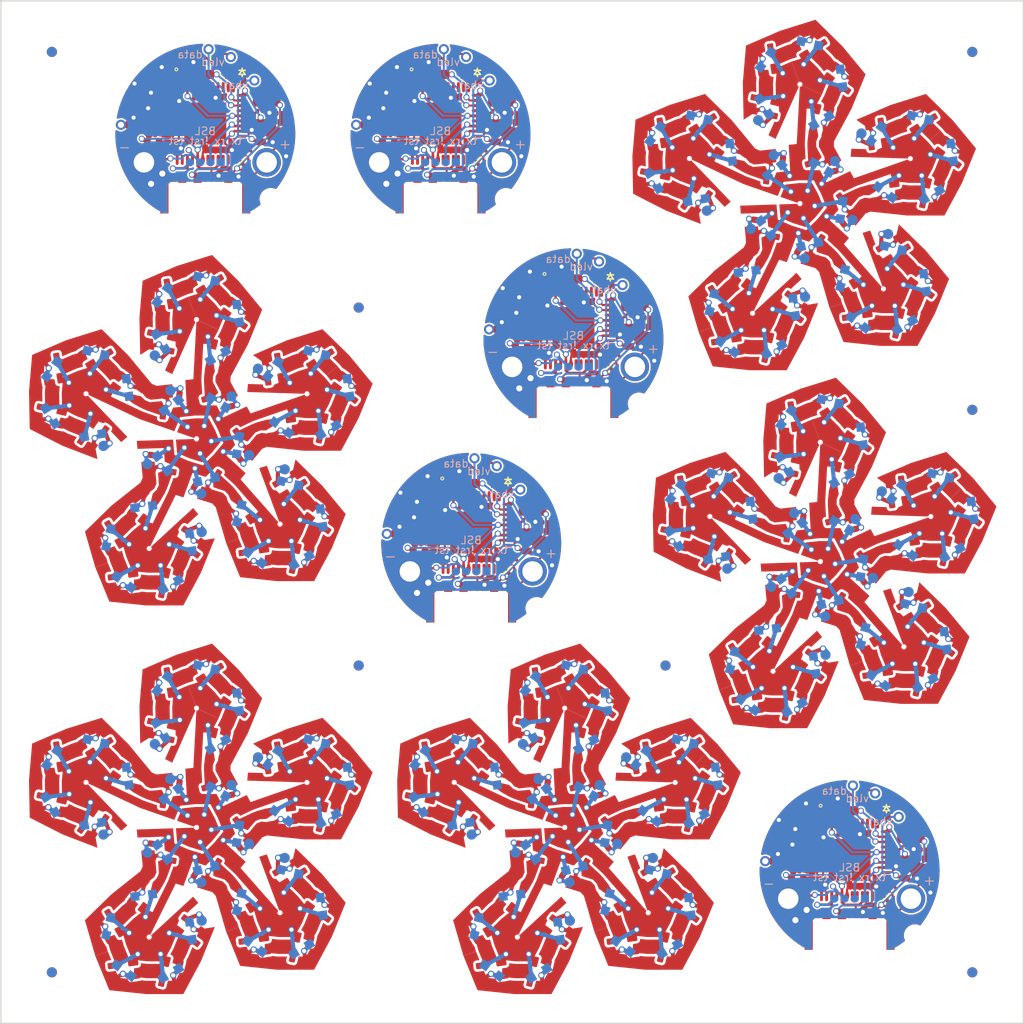
<source format=kicad_pcb>
(kicad_pcb (version 4) (host pcbnew 4.0.7+dfsg1-1)
  (layers (0 F.Cu signal) (31 B.Cu signal) (34 B.Paste user) (35 F.Paste user) (36 B.SilkS user) (37 F.SilkS user) (38 B.Mask user) (39 F.Mask user) (44 Edge.Cuts user))
  (net 0 "")
  (net 1 /VIN)
  (net 2 GND)
  (net 3 /PWRSW)
  (net 4 /DOUT)
  (net 5 /VLED)
  (net 6 /VBAT)
  (net 7 /VCC)
  (net 8 /PROG)
  (net 9 "Net-(SW1-Pad1)")
  (net 10 /3V3)
  (net 11 /!RST)
  (net 12 /TEST)
  (net 13 /BSL_TX)
  (net 14 /BSL_RX)
  (net 15 /STAT)
  (net 16 "Net-(U2-Pad3)")
  (net 17 "Net-(U2-Pad2)")
  (net 18 "Net-(U2-Pad4)")
  (net 19 "Net-(U2-Pad9)")
  (net 20 "Net-(U2-Pad17)")
  (net 21 "Net-(U2-Pad19)")
  (net 22 "Net-(U2-Pad21)")
  (net 23 "Net-(U2-Pad20)")
  (net 24 "Net-(U2-Pad18)")
  (net 25 "Net-(U2-Pad24)")
  (net 26 "Net-(U2-Pad23)")
  (net 27 "Net-(U2-Pad15)")
  (net 28 "Net-(U2-Pad16)")
  (net 29 "Net-(U2-Pad14)")
  (net 30 "Net-(U2-Pad13)")
  (net 31 "Net-(U2-Pad36)")
  (net 32 "Net-(U2-Pad35)")
  (net 33 "Net-(U2-Pad44)")
  (net 34 "Net-(U2-Pad43)")
  (net 35 "Net-(U2-Pad38)")
  (net 36 "Net-(U2-Pad37)")
  (net 37 "Net-(U2-Pad46)")
  (net 38 "Net-(U2-Pad47)")
  (net 39 "Net-(U3-Pad4)")
  (net 40 "Net-(C8-Pad1)")
  (net 41 "Net-(C10-Pad2)")
  (net 42 "Net-(R4-Pad1)")
  (net 43 /RF_N)
  (net 44 /RF_P)
  (net 45 /RF_XIN)
  (net 46 /RF_XOUT)
  (net 47 "Net-(ANT1-Pad1)")
  (net 48 /VADC)
  (net 49 /GND_GPIO)
  (net 50 /VBATSW)
  (module fiducial:Fiducial_1mm_Dia_2.54mm_Outer_CopperTop (layer F.Cu) (at 35 30)
    (fp_text reference REF** hide)
    (fp_text value Fiducial_1mm hide)
    (pad ~ smd circle (at 0 0) (size 1 1) (layers B.Cu B.Mask) (clearance 0.77))
    (pad ~ smd circle (at 0 0) (size 1 1) (layers F.Cu F.Mask) (clearance 0.77))
  )
  (module fiducial:Fiducial_1mm_Dia_2.54mm_Outer_CopperTop (layer F.Cu) (at 35 65)
    (fp_text reference REF** hide)
    (fp_text value Fiducial_1mm hide)
    (pad ~ smd circle (at 0 0) (size 1 1) (layers B.Cu B.Mask) (clearance 0.77))
    (pad ~ smd circle (at 0 0) (size 1 1) (layers F.Cu F.Mask) (clearance 0.77))
  )
  (module fiducial:Fiducial_1mm_Dia_2.54mm_Outer_CopperTop (layer F.Cu) (at 65 65)
    (fp_text reference REF** hide)
    (fp_text value Fiducial_1mm hide)
    (pad ~ smd circle (at 0 0) (size 1 1) (layers B.Cu B.Mask) (clearance 0.77))
    (pad ~ smd circle (at 0 0) (size 1 1) (layers F.Cu F.Mask) (clearance 0.77))
  )
  (module fiducial:Fiducial_1mm_Dia_2.54mm_Outer_CopperTop (layer F.Cu) (at 95 40)
    (fp_text reference REF** hide)
    (fp_text value Fiducial_1mm hide)
    (pad ~ smd circle (at 0 0) (size 1 1) (layers B.Cu B.Mask) (clearance 0.77))
    (pad ~ smd circle (at 0 0) (size 1 1) (layers F.Cu F.Mask) (clearance 0.77))
  )
  (module fiducial:Fiducial_1mm_Dia_2.54mm_Outer_CopperTop (layer F.Cu) (at 95 95)
    (fp_text reference REF** hide)
    (fp_text value Fiducial_1mm hide)
    (pad ~ smd circle (at 0 0) (size 1 1) (layers B.Cu B.Mask) (clearance 0.77))
    (pad ~ smd circle (at 0 0) (size 1 1) (layers F.Cu F.Mask) (clearance 0.77))
  )
  (module fiducial:Fiducial_1mm_Dia_2.54mm_Outer_CopperTop (layer F.Cu) (at 5 5)
    (fp_text reference REF** hide)
    (fp_text value Fiducial_1mm hide)
    (pad ~ smd circle (at 0 0) (size 1 1) (layers B.Cu B.Mask) (clearance 0.77))
    (pad ~ smd circle (at 0 0) (size 1 1) (layers F.Cu F.Mask) (clearance 0.77))
  )
  (module fiducial:Fiducial_1mm_Dia_2.54mm_Outer_CopperTop (layer F.Cu) (at 95 5)
    (fp_text reference REF** hide)
    (fp_text value Fiducial_1mm hide)
    (pad ~ smd circle (at 0 0) (size 1 1) (layers B.Cu B.Mask) (clearance 0.77))
    (pad ~ smd circle (at 0 0) (size 1 1) (layers F.Cu F.Mask) (clearance 0.77))
  )
  (module outline:18mm (layer F.Cu) (at 83 85)
    (fp_text reference "" (at 0 0) (layer F.SilkS))
    (fp_text value "" (at 0 0) (layer F.SilkS))
  )
  (module passives:R_0201_NoSilk (layer F.Cu) (at 86.94 87.94 180)
    (fp_text reference R6 hide)
    (fp_text value 15K hide)
    (pad 1 smd rect (at -0.26 0 180) (size 0.28 0.43) (layers F.Cu F.Paste F.Mask) (net 48 /VADC))
    (pad 2 smd rect (at 0.26 0 180) (size 0.28 0.43) (layers F.Cu F.Paste F.Mask) (net 49 /GND_GPIO))
  )
  (module passives:R_0201_NoSilk (layer F.Cu) (at 86.94 88.53)
    (fp_text reference R5 hide)
    (fp_text value 15K hide)
    (pad 1 smd rect (at -0.26 0) (size 0.28 0.43) (layers F.Cu F.Paste F.Mask) (net 50 /VBATSW))
    (pad 2 smd rect (at 0.26 0) (size 0.28 0.43) (layers F.Cu F.Paste F.Mask) (net 48 /VADC))
  )
  (module passives:small_hole (layer F.Cu) (at 85.5 77.5)
    (fp_text reference VLED1 hide)
    (fp_text value - hide)
    (pad 1 thru_hole circle (at 0 0) (size 1 1) (drill 0.6) (layers *.Cu *.Mask) (net 5 /VLED))
  )
  (module passives:small_hole (layer F.Cu) (at 87.8 79.8)
    (fp_text reference VBATT1 hide)
    (fp_text value + hide)
    (pad 1 thru_hole circle (at 0 0) (size 1 1) (drill 0.6) (layers *.Cu *.Mask) (net 6 /VBAT))
  )
  (module passives:small_hole (layer F.Cu) (at 77.7 89.9)
    (fp_text reference GNDLED1 hide)
    (fp_text value - hide)
    (pad 1 thru_hole circle (at 0 0) (size 1 1) (drill 0.6) (layers *.Cu *.Mask) (net 2 GND))
  )
  (module passives:small_hole (layer F.Cu) (at 78.8 88.9)
    (fp_text reference GNDBATT1 hide)
    (fp_text value - hide)
    (pad 1 thru_hole circle (at 0 0) (size 1 1) (drill 0.6) (layers *.Cu *.Mask) (net 2 GND))
  )
  (module passives:small_hole (layer F.Cu) (at 83.321 76.735)
    (fp_text reference DATALED1 hide)
    (fp_text value - hide)
    (pad 1 thru_hole circle (at 0 0) (size 1 1) (drill 0.6) (layers *.Cu *.Mask) (net 4 /DOUT))
  )
  (module goodwatch21:0433bm15a0001 (layer F.Cu) (at 75.99 84.12 180)
    (fp_text reference U4 hide)
    (fp_text value 0433bm15a0001 hide)
    (pad 1 smd rect (at 0.64 0 180) (size 0.3 0.7) (layers F.Cu F.Paste F.Mask) (net 47 "Net-(ANT1-Pad1)"))
    (pad 2 smd rect (at 0 0 180) (size 0.3 0.7) (layers F.Cu F.Paste F.Mask) (net 2 GND))
    (pad 3 smd rect (at -0.64 0 180) (size 0.3 0.7) (layers F.Cu F.Paste F.Mask) (net 43 /RF_N))
    (pad 4 smd rect (at -0.64 1.25 180) (size 0.3 0.7) (layers F.Cu F.Paste F.Mask) (net 44 /RF_P))
    (pad 5 smd rect (at 0 1.25 180) (size 0.3 0.7) (layers F.Cu F.Paste F.Mask) (net 2 GND))
    (pad 6 smd rect (at 0.64 1.25 180) (size 0.3 0.7) (layers F.Cu F.Paste F.Mask) (net 2 GND))
  )
  (module passives:R_0201_NoSilk (layer F.Cu) (at 78.36 85.06 180)
    (fp_text reference R4 hide)
    (fp_text value 56K hide)
    (pad 1 smd rect (at -0.26 0 180) (size 0.28 0.43) (layers F.Cu F.Paste F.Mask) (net 42 "Net-(R4-Pad1)"))
    (pad 2 smd rect (at 0.26 0 180) (size 0.28 0.43) (layers F.Cu F.Paste F.Mask) (net 2 GND))
  )
  (module passives:C_0402_NoSilk (layer F.Cu) (at 77.91 85.81)
    (fp_text reference L1 hide)
    (fp_text value L hide)
    (pad 1 smd rect (at -0.55 0) (size 0.6 0.5) (layers F.Cu F.Paste F.Mask) (net 10 /3V3))
    (pad 2 smd rect (at 0.55 0) (size 0.6 0.5) (layers F.Cu F.Paste F.Mask) (net 41 "Net-(C10-Pad2)"))
  )
  (module passives:C_0201_NoSilk (layer F.Cu) (at 75.9 81.15 90)
    (fp_text reference C12 hide)
    (fp_text value 100n hide)
    (pad 1 smd rect (at -0.28 0 90) (size 0.3 0.35) (layers F.Cu F.Paste F.Mask) (net 46 /RF_XOUT))
    (pad 2 smd rect (at 0.28 0 90) (size 0.3 0.35) (layers F.Cu F.Paste F.Mask) (net 2 GND))
  )
  (module passives:C_0201_NoSilk (layer F.Cu) (at 77.9 79.1 180)
    (fp_text reference C11 hide)
    (fp_text value 100n hide)
    (pad 1 smd rect (at -0.28 0 180) (size 0.3 0.35) (layers F.Cu F.Paste F.Mask) (net 45 /RF_XIN))
    (pad 2 smd rect (at 0.28 0 180) (size 0.3 0.35) (layers F.Cu F.Paste F.Mask) (net 2 GND))
  )
  (module passives:C_0201_NoSilk (layer F.Cu) (at 78.339 84.323)
    (fp_text reference C10 hide)
    (fp_text value 100n hide)
    (pad 1 smd rect (at -0.28 0) (size 0.3 0.35) (layers F.Cu F.Paste F.Mask) (net 2 GND))
    (pad 2 smd rect (at 0.28 0) (size 0.3 0.35) (layers F.Cu F.Paste F.Mask) (net 41 "Net-(C10-Pad2)"))
  )
  (module passives:C_0201_NoSilk (layer F.Cu) (at 78.32 82.51)
    (fp_text reference C9 hide)
    (fp_text value 100n hide)
    (pad 1 smd rect (at -0.28 0) (size 0.3 0.35) (layers F.Cu F.Paste F.Mask) (net 2 GND))
    (pad 2 smd rect (at 0.28 0) (size 0.3 0.35) (layers F.Cu F.Paste F.Mask) (net 41 "Net-(C10-Pad2)"))
  )
  (module passives:C_0201_NoSilk (layer F.Cu) (at 87.45 84.05 270)
    (fp_text reference C8 hide)
    (fp_text value 0.47u hide)
    (pad 1 smd rect (at -0.28 0 270) (size 0.3 0.35) (layers F.Cu F.Paste F.Mask) (net 40 "Net-(C8-Pad1)"))
    (pad 2 smd rect (at 0.28 0 270) (size 0.3 0.35) (layers F.Cu F.Paste F.Mask) (net 2 GND))
  )
  (module passives:R_0201_NoSilk (layer F.Cu) (at 78.83 87.75 90)
    (fp_text reference R2 hide)
    (fp_text value 56K hide)
    (pad 1 smd rect (at -0.26 0 90) (size 0.28 0.43) (layers F.Cu F.Paste F.Mask) (net 2 GND))
    (pad 2 smd rect (at 0.26 0 90) (size 0.28 0.43) (layers F.Cu F.Paste F.Mask) (net 11 /!RST))
  )
  (module passives:R_0201_NoSilk (layer F.Cu) (at 90.2 83)
    (fp_text reference R1 hide)
    (fp_text value 15K hide)
    (pad 1 smd rect (at -0.26 0) (size 0.28 0.43) (layers F.Cu F.Paste F.Mask) (net 2 GND))
    (pad 2 smd rect (at 0.26 0) (size 0.28 0.43) (layers F.Cu F.Paste F.Mask) (net 8 /PROG))
  )
  (module passives:R_0201_NoSilk (layer F.Cu) (at 87 89.14)
    (fp_text reference R3 hide)
    (fp_text value 56K hide)
    (pad 1 smd rect (at -0.26 0) (size 0.28 0.43) (layers F.Cu F.Paste F.Mask) (net 2 GND))
    (pad 2 smd rect (at 0.26 0) (size 0.28 0.43) (layers F.Cu F.Paste F.Mask) (net 1 /VIN))
  )
  (module passives:C_0402_NoSilk (layer F.Cu) (at 79.467158 78.508579 270)
    (fp_text reference C2 hide)
    (fp_text value 1u hide)
    (pad 1 smd rect (at -0.55 0 270) (size 0.6 0.5) (layers F.Cu F.Paste F.Mask) (net 7 /VCC))
    (pad 2 smd rect (at 0.55 0 270) (size 0.6 0.5) (layers F.Cu F.Paste F.Mask) (net 2 GND))
  )
  (module passives:C_0201_NoSilk (layer F.Cu) (at 83.6 89.2 270)
    (fp_text reference C7 hide)
    (fp_text value 100n hide)
    (pad 1 smd rect (at -0.28 0 270) (size 0.3 0.35) (layers F.Cu F.Paste F.Mask) (net 10 /3V3))
    (pad 2 smd rect (at 0.28 0 270) (size 0.3 0.35) (layers F.Cu F.Paste F.Mask) (net 2 GND))
  )
  (module passives:C_0201_NoSilk (layer F.Cu) (at 88.4 82.75)
    (fp_text reference C6 hide)
    (fp_text value 100n hide)
    (pad 1 smd rect (at -0.28 0) (size 0.3 0.35) (layers F.Cu F.Paste F.Mask) (net 10 /3V3))
    (pad 2 smd rect (at 0.28 0) (size 0.3 0.35) (layers F.Cu F.Paste F.Mask) (net 2 GND))
  )
  (module passives:C_0201_NoSilk (layer F.Cu) (at 81.8 79 90)
    (fp_text reference C4 hide)
    (fp_text value 100n hide)
    (pad 1 smd rect (at -0.28 0 90) (size 0.3 0.35) (layers F.Cu F.Paste F.Mask) (net 10 /3V3))
    (pad 2 smd rect (at 0.28 0 90) (size 0.3 0.35) (layers F.Cu F.Paste F.Mask) (net 2 GND))
  )
  (module passives:C_0201_NoSilk (layer F.Cu) (at 90.6 86.7 315)
    (fp_text reference C1 hide)
    (fp_text value 100n hide)
    (pad 1 smd rect (at -0.28 0 315) (size 0.3 0.35) (layers F.Cu F.Paste F.Mask) (net 1 /VIN))
    (pad 2 smd rect (at 0.28 0 315) (size 0.3 0.35) (layers F.Cu F.Paste F.Mask) (net 2 GND))
  )
  (module sot:sot-563 (layer F.Cu) (at 80.667156 78.508579)
    (fp_text reference U3 hide)
    (fp_text value ncp170axv330 hide)
    (pad 6 smd rect (at -0.5 -0.675) (size 0.3 0.45) (layers F.Cu F.Paste F.Mask) (net 7 /VCC))
    (pad 5 smd rect (at 0 -0.675) (size 0.3 0.45) (layers F.Cu F.Paste F.Mask) (net 2 GND))
    (pad 4 smd rect (at 0.5 -0.675) (size 0.3 0.45) (layers F.Cu F.Paste F.Mask) (net 39 "Net-(U3-Pad4)"))
    (pad 3 smd rect (at 0.5 0.675) (size 0.3 0.45) (layers F.Cu F.Paste F.Mask) (net 10 /3V3))
    (pad 2 smd rect (at 0 0.675) (size 0.3 0.45) (layers F.Cu F.Paste F.Mask) (net 2 GND))
    (pad 1 smd rect (at -0.5 0.675) (size 0.3 0.45) (layers F.Cu F.Paste F.Mask) (net 7 /VCC))
  )
  (module TO_SOT_Packages_SMD:SOT-23 (layer F.Cu) (at 89 80.9 90)
    (fp_text reference Q1 hide)
    (fp_text value "AO3401-P Mosfet" hide)
    (pad 1 smd rect (at -1 -0.95 90) (size 0.9 0.8) (layers F.Cu F.Paste F.Mask) (net 1 /VIN))
    (pad 2 smd rect (at -1 0.95 90) (size 0.9 0.8) (layers F.Cu F.Paste F.Mask) (net 50 /VBATSW))
    (pad 3 smd rect (at 1 0 90) (size 0.9 0.8) (layers F.Cu F.Paste F.Mask) (net 7 /VCC))
  )
  (module TO_SOT_Packages_SMD:SOT-23-5 (layer F.Cu) (at 89.5 84.85)
    (fp_text reference U1 hide)
    (fp_text value MCP73831 hide)
    (pad 1 smd rect (at -1.1 -0.95) (size 1.06 0.65) (layers F.Cu F.Paste F.Mask) (net 15 /STAT))
    (pad 2 smd rect (at -1.1 0) (size 1.06 0.65) (layers F.Cu F.Paste F.Mask) (net 2 GND))
    (pad 3 smd rect (at -1.1 0.95) (size 1.06 0.65) (layers F.Cu F.Paste F.Mask) (net 6 /VBAT))
    (pad 4 smd rect (at 1.1 0.95) (size 1.06 0.65) (layers F.Cu F.Paste F.Mask) (net 1 /VIN))
    (pad 5 smd rect (at 1.1 -0.95) (size 1.06 0.65) (layers F.Cu F.Paste F.Mask) (net 8 /PROG))
  )
  (module Pin_Headers:Pin_Header_Straight_1x01_Pitch2.54mm (layer B.Cu) (at 89 87.8 180)
    (fp_text reference VIN1 hide)
    (fp_text value CONN_01X01 hide)
    (pad 1 thru_hole circle (at 0 0 180) (size 2.8 2.8) (drill 2) (layers *.Cu *.Mask) (net 1 /VIN))
  )
  (module Diodes_SMD:D_0603 (layer F.Cu) (at 86.6 79 270)
    (fp_text reference D1 hide)
    (fp_text value D_Schottky hide)
    (pad 1 smd rect (at -0.85 0 270) (size 0.6 0.8) (layers F.Cu F.Paste F.Mask) (net 7 /VCC))
    (pad 2 smd rect (at 0.85 0 270) (size 0.6 0.8) (layers F.Cu F.Paste F.Mask) (net 1 /VIN))
  )
  (module C_0402 (layer F.Cu) (at 82.5 78.5 90)
    (fp_text reference C5 hide)
    (fp_text value 1u hide)
    (pad 1 smd rect (at -0.55 0 90) (size 0.6 0.5) (layers F.Cu F.Paste F.Mask) (net 10 /3V3))
    (pad 2 smd rect (at 0.55 0 90) (size 0.6 0.5) (layers F.Cu F.Paste F.Mask) (net 2 GND))
  )
  (module TO_SOT_Packages_SMD:SOT-23 (layer F.Cu) (at 84.4 78.2 90)
    (fp_text reference Q2 hide)
    (fp_text value "AO3401-P Mosfet" hide)
    (pad 1 smd rect (at -1 -0.95 90) (size 0.9 0.8) (layers F.Cu F.Paste F.Mask) (net 3 /PWRSW))
    (pad 2 smd rect (at -1 0.95 90) (size 0.9 0.8) (layers F.Cu F.Paste F.Mask) (net 7 /VCC))
    (pad 3 smd rect (at 1 0 90) (size 0.9 0.8) (layers F.Cu F.Paste F.Mask) (net 5 /VLED))
  )
  (module passives:C_0201_NoSilk (layer F.Cu) (at 83 89.2 270)
    (fp_text reference C3 hide)
    (fp_text value 100n hide)
    (pad 1 smd rect (at -0.28 0 270) (size 0.3 0.35) (layers F.Cu F.Paste F.Mask) (net 6 /VBAT))
    (pad 2 smd rect (at 0.28 0 270) (size 0.3 0.35) (layers F.Cu F.Paste F.Mask) (net 2 GND))
  )
  (module Pin_Headers:Pin_Header_Straight_1x01_Pitch2.54mm (layer B.Cu) (at 77 87.8)
    (fp_text reference GND1 hide)
    (fp_text value CONN_01X01 hide)
    (pad 1 thru_hole circle (at 0 0) (size 2.8 2.8) (drill 2) (layers *.Cu *.Mask) (net 2 GND))
  )
  (module goodwatch21:FA128 (layer F.Cu) (at 78.2 80.1 180)
    (fp_text reference X1 hide)
    (fp_text value FA128 hide)
    (pad 1 smd rect (at 0 0 180) (size 0.95 0.85) (layers F.Cu F.Paste F.Mask) (net 45 /RF_XIN))
    (pad 2 smd rect (at 1.45 0 180) (size 0.95 0.85) (layers F.Cu F.Paste F.Mask) (net 2 GND))
    (pad 3 smd rect (at 1.45 -1.15 180) (size 0.95 0.85) (layers F.Cu F.Paste F.Mask) (net 46 /RF_XOUT))
    (pad 4 smd rect (at 0 -1.15 180) (size 0.95 0.85) (layers F.Cu F.Paste F.Mask) (net 2 GND))
  )
  (module Pin_Headers:Pin_Header_Straight_1x01_Pitch1.00mm (layer F.Cu) (at 74.75 84.13)
    (fp_text reference ANT1 hide)
    (fp_text value Conn_01x01 hide)
    (pad 1 thru_hole circle (at 0 0) (size 1 1) (drill 0.6) (layers *.Cu *.Mask) (net 47 "Net-(ANT1-Pad1)"))
  )
  (module Pin_Headers:Pin_Header_Straight_1x06_Pitch1.00mm (layer B.Cu) (at 83 87.8 90)
    (fp_text reference J3 hide)
    (fp_text value BSL (at 3.05 0 360) (layer B.SilkS) (effects (font (size 0.75 0.75) (thickness 0.1)) (justify mirror)))
    (fp_text user "tx rx !rst tst" (at 2.1 0 180) (layer B.SilkS) (effects (font (size 0.75 0.75) (thickness 0.1)) (justify mirror)))
    (pad 1 smd rect (at 0 1.5 90) (size 0.79 0.79) (layers B.Cu B.Paste B.Mask) (net 13 /BSL_TX))
    (pad 2 smd oval (at 0 0.5 90) (size 0.79 0.79) (layers B.Cu B.Paste B.Mask) (net 14 /BSL_RX))
    (pad 3 smd oval (at 0 -0.5 90) (size 0.79 0.79) (layers B.Cu B.Paste B.Mask) (net 11 /!RST))
    (pad 4 smd oval (at 0 -1.5 90) (size 0.79 0.79) (layers B.Cu B.Paste B.Mask) (net 12 /TEST))
  )
  (module goodwatch21:CC430F513x (layer F.Cu) (at 83 84 180)
    (fp_text reference U2 hide)
    (fp_text value CC430F513x hide)
    (pad 49 smd rect (at 0 0 180) (size 4.1 4.1) (layers F.Cu F.Mask) (net 2 GND))
    (pad 5 smd oval (at -3.55 -0.75 270) (size 0.28 1) (layers F.Cu F.Paste F.Mask) (net 13 /BSL_TX))
    (pad 6 smd oval (at -3.55 -0.25 270) (size 0.28 1) (layers F.Cu F.Paste F.Mask) (net 14 /BSL_RX))
    (pad 7 smd oval (at -3.55 0.25 270) (size 0.28 1) (layers F.Cu F.Paste F.Mask) (net 40 "Net-(C8-Pad1)"))
    (pad 8 smd oval (at -3.55 0.75 270) (size 0.28 1) (layers F.Cu F.Paste F.Mask) (net 10 /3V3))
    (pad 3 smd oval (at -3.55 -1.75 270) (size 0.28 1) (layers F.Cu F.Paste F.Mask) (net 16 "Net-(U2-Pad3)"))
    (pad 1 smd oval (at -3.55 -2.75 270) (size 0.28 1) (layers F.Cu F.Paste F.Mask) (net 48 /VADC))
    (pad 2 smd oval (at -3.55 -2.25 270) (size 0.28 1) (layers F.Cu F.Paste F.Mask) (net 17 "Net-(U2-Pad2)"))
    (pad 4 smd oval (at -3.55 -1.25 270) (size 0.28 1) (layers F.Cu F.Paste F.Mask) (net 18 "Net-(U2-Pad4)"))
    (pad 9 smd oval (at -3.55 1.25 270) (size 0.28 1) (layers F.Cu F.Paste F.Mask) (net 19 "Net-(U2-Pad9)"))
    (pad 11 smd oval (at -3.55 2.25 270) (size 0.28 1) (layers F.Cu F.Paste F.Mask) (net 3 /PWRSW))
    (pad 10 smd oval (at -3.55 1.75 270) (size 0.28 1) (layers F.Cu F.Paste F.Mask) (net 4 /DOUT))
    (pad 12 smd oval (at -3.55 2.75 270) (size 0.28 1) (layers F.Cu F.Paste F.Mask) (net 15 /STAT))
    (pad 17 smd oval (at -0.75 3.55) (size 0.28 1) (layers F.Cu F.Paste F.Mask) (net 20 "Net-(U2-Pad17)"))
    (pad 19 smd oval (at 0.25 3.55) (size 0.28 1) (layers F.Cu F.Paste F.Mask) (net 21 "Net-(U2-Pad19)"))
    (pad 21 smd oval (at 1.25 3.55) (size 0.28 1) (layers F.Cu F.Paste F.Mask) (net 22 "Net-(U2-Pad21)"))
    (pad 20 smd oval (at 0.75 3.55) (size 0.28 1) (layers F.Cu F.Paste F.Mask) (net 23 "Net-(U2-Pad20)"))
    (pad 18 smd oval (at -0.25 3.55) (size 0.28 1) (layers F.Cu F.Paste F.Mask) (net 24 "Net-(U2-Pad18)"))
    (pad 24 smd oval (at 2.75 3.55) (size 0.28 1) (layers F.Cu F.Paste F.Mask) (net 25 "Net-(U2-Pad24)"))
    (pad 23 smd oval (at 2.25 3.55) (size 0.28 1) (layers F.Cu F.Paste F.Mask) (net 26 "Net-(U2-Pad23)"))
    (pad 22 smd oval (at 1.75 3.55) (size 0.28 1) (layers F.Cu F.Paste F.Mask) (net 10 /3V3))
    (pad 15 smd oval (at -1.75 3.55) (size 0.28 1) (layers F.Cu F.Paste F.Mask) (net 27 "Net-(U2-Pad15)"))
    (pad 16 smd oval (at -1.25 3.55) (size 0.28 1) (layers F.Cu F.Paste F.Mask) (net 28 "Net-(U2-Pad16)"))
    (pad 14 smd oval (at -2.25 3.55) (size 0.28 1) (layers F.Cu F.Paste F.Mask) (net 29 "Net-(U2-Pad14)"))
    (pad 13 smd oval (at -2.75 3.55) (size 0.28 1) (layers F.Cu F.Paste F.Mask) (net 30 "Net-(U2-Pad13)"))
    (pad 36 smd oval (at 3.55 -2.75 90) (size 0.28 1) (layers F.Cu F.Paste F.Mask) (net 31 "Net-(U2-Pad36)"))
    (pad 34 smd oval (at 3.55 -1.75 90) (size 0.28 1) (layers F.Cu F.Paste F.Mask) (net 41 "Net-(C10-Pad2)"))
    (pad 35 smd oval (at 3.55 -2.25 90) (size 0.28 1) (layers F.Cu F.Paste F.Mask) (net 32 "Net-(U2-Pad35)"))
    (pad 27 smd oval (at 3.55 1.75 90) (size 0.28 1) (layers F.Cu F.Paste F.Mask) (net 41 "Net-(C10-Pad2)"))
    (pad 33 smd oval (at 3.55 -1.25 90) (size 0.28 1) (layers F.Cu F.Paste F.Mask) (net 42 "Net-(R4-Pad1)"))
    (pad 32 smd oval (at 3.55 -0.75 90) (size 0.28 1) (layers F.Cu F.Paste F.Mask) (net 41 "Net-(C10-Pad2)"))
    (pad 31 smd oval (at 3.55 -0.25 90) (size 0.28 1) (layers F.Cu F.Paste F.Mask) (net 41 "Net-(C10-Pad2)"))
    (pad 26 smd oval (at 3.55 2.25 90) (size 0.28 1) (layers F.Cu F.Paste F.Mask) (net 46 /RF_XOUT))
    (pad 25 smd oval (at 3.55 2.75 90) (size 0.28 1) (layers F.Cu F.Paste F.Mask) (net 45 /RF_XIN))
    (pad 28 smd oval (at 3.55 1.25 90) (size 0.28 1) (layers F.Cu F.Paste F.Mask) (net 41 "Net-(C10-Pad2)"))
    (pad 30 smd oval (at 3.55 0.25 90) (size 0.28 1) (layers F.Cu F.Paste F.Mask) (net 43 /RF_N))
    (pad 29 smd oval (at 3.55 0.75 90) (size 0.28 1) (layers F.Cu F.Paste F.Mask) (net 44 /RF_P))
    (pad 42 smd oval (at 0.25 -3.55 180) (size 0.28 1) (layers F.Cu F.Paste F.Mask) (net 2 GND))
    (pad 44 smd oval (at -0.75 -3.55 180) (size 0.28 1) (layers F.Cu F.Paste F.Mask) (net 33 "Net-(U2-Pad44)"))
    (pad 43 smd oval (at -0.25 -3.55 180) (size 0.28 1) (layers F.Cu F.Paste F.Mask) (net 34 "Net-(U2-Pad43)"))
    (pad 38 smd oval (at 2.25 -3.55 180) (size 0.28 1) (layers F.Cu F.Paste F.Mask) (net 35 "Net-(U2-Pad38)"))
    (pad 37 smd oval (at 2.75 -3.55 180) (size 0.28 1) (layers F.Cu F.Paste F.Mask) (net 36 "Net-(U2-Pad37)"))
    (pad 40 smd oval (at 1.25 -3.55 180) (size 0.28 1) (layers F.Cu F.Paste F.Mask) (net 11 /!RST))
    (pad 39 smd oval (at 1.75 -3.55 180) (size 0.28 1) (layers F.Cu F.Paste F.Mask) (net 12 /TEST))
    (pad 41 smd oval (at 0.75 -3.55 180) (size 0.28 1) (layers F.Cu F.Paste F.Mask) (net 10 /3V3))
    (pad 45 smd oval (at -1.25 -3.55 180) (size 0.28 1) (layers F.Cu F.Paste F.Mask) (net 10 /3V3))
    (pad 48 smd oval (at -2.75 -3.55 180) (size 0.28 1) (layers F.Cu F.Paste F.Mask) (net 49 /GND_GPIO))
    (pad 46 smd oval (at -1.75 -3.55 180) (size 0.28 1) (layers F.Cu F.Paste F.Mask) (net 37 "Net-(U2-Pad46)"))
    (pad 47 smd oval (at -2.25 -3.55 180) (size 0.28 1) (layers F.Cu F.Paste F.Mask) (net 38 "Net-(U2-Pad47)"))
  )
  (module SMD_Packages:Conn-3 (layer F.Cu) (at 83 89.8)
    (fp_text reference SW1 hide)
    (fp_text value CONN_01X03 hide)
    (pad 3 smd rect (at 2.25 -0.5) (size 0.8 1) (layers F.Cu F.Paste F.Mask) (net 50 /VBATSW))
    (pad 2 smd rect (at -0.75 -0.5) (size 0.8 1) (layers F.Cu F.Paste F.Mask) (net 6 /VBAT))
    (pad 1 smd rect (at -2.25 -0.5) (size 0.8 1) (layers F.Cu F.Paste F.Mask) (net 9 "Net-(SW1-Pad1)"))
    (pad "" smd rect (at 4 1.5) (size 0.8 3) (layers F.Cu F.Paste F.Mask))
    (pad "" smd rect (at -4 1.5) (size 0.8 3) (layers F.Cu F.Paste F.Mask))
  )
  (module SMD_Packages:Conn-3 (layer F.Cu) (at 43 17.8)
    (fp_text reference SW1 hide)
    (fp_text value CONN_01X03 hide)
    (pad 3 smd rect (at 2.25 -0.5) (size 0.8 1) (layers F.Cu F.Paste F.Mask) (net 50 /VBATSW))
    (pad 2 smd rect (at -0.75 -0.5) (size 0.8 1) (layers F.Cu F.Paste F.Mask) (net 6 /VBAT))
    (pad 1 smd rect (at -2.25 -0.5) (size 0.8 1) (layers F.Cu F.Paste F.Mask) (net 9 "Net-(SW1-Pad1)"))
    (pad "" smd rect (at 4 1.5) (size 0.8 3) (layers F.Cu F.Paste F.Mask))
    (pad "" smd rect (at -4 1.5) (size 0.8 3) (layers F.Cu F.Paste F.Mask))
  )
  (module goodwatch21:CC430F513x (layer F.Cu) (at 43 12 180)
    (fp_text reference U2 hide)
    (fp_text value CC430F513x hide)
    (pad 49 smd rect (at 0 0 180) (size 4.1 4.1) (layers F.Cu F.Mask) (net 2 GND))
    (pad 5 smd oval (at -3.55 -0.75 270) (size 0.28 1) (layers F.Cu F.Paste F.Mask) (net 13 /BSL_TX))
    (pad 6 smd oval (at -3.55 -0.25 270) (size 0.28 1) (layers F.Cu F.Paste F.Mask) (net 14 /BSL_RX))
    (pad 7 smd oval (at -3.55 0.25 270) (size 0.28 1) (layers F.Cu F.Paste F.Mask) (net 40 "Net-(C8-Pad1)"))
    (pad 8 smd oval (at -3.55 0.75 270) (size 0.28 1) (layers F.Cu F.Paste F.Mask) (net 10 /3V3))
    (pad 3 smd oval (at -3.55 -1.75 270) (size 0.28 1) (layers F.Cu F.Paste F.Mask) (net 16 "Net-(U2-Pad3)"))
    (pad 1 smd oval (at -3.55 -2.75 270) (size 0.28 1) (layers F.Cu F.Paste F.Mask) (net 48 /VADC))
    (pad 2 smd oval (at -3.55 -2.25 270) (size 0.28 1) (layers F.Cu F.Paste F.Mask) (net 17 "Net-(U2-Pad2)"))
    (pad 4 smd oval (at -3.55 -1.25 270) (size 0.28 1) (layers F.Cu F.Paste F.Mask) (net 18 "Net-(U2-Pad4)"))
    (pad 9 smd oval (at -3.55 1.25 270) (size 0.28 1) (layers F.Cu F.Paste F.Mask) (net 19 "Net-(U2-Pad9)"))
    (pad 11 smd oval (at -3.55 2.25 270) (size 0.28 1) (layers F.Cu F.Paste F.Mask) (net 3 /PWRSW))
    (pad 10 smd oval (at -3.55 1.75 270) (size 0.28 1) (layers F.Cu F.Paste F.Mask) (net 4 /DOUT))
    (pad 12 smd oval (at -3.55 2.75 270) (size 0.28 1) (layers F.Cu F.Paste F.Mask) (net 15 /STAT))
    (pad 17 smd oval (at -0.75 3.55) (size 0.28 1) (layers F.Cu F.Paste F.Mask) (net 20 "Net-(U2-Pad17)"))
    (pad 19 smd oval (at 0.25 3.55) (size 0.28 1) (layers F.Cu F.Paste F.Mask) (net 21 "Net-(U2-Pad19)"))
    (pad 21 smd oval (at 1.25 3.55) (size 0.28 1) (layers F.Cu F.Paste F.Mask) (net 22 "Net-(U2-Pad21)"))
    (pad 20 smd oval (at 0.75 3.55) (size 0.28 1) (layers F.Cu F.Paste F.Mask) (net 23 "Net-(U2-Pad20)"))
    (pad 18 smd oval (at -0.25 3.55) (size 0.28 1) (layers F.Cu F.Paste F.Mask) (net 24 "Net-(U2-Pad18)"))
    (pad 24 smd oval (at 2.75 3.55) (size 0.28 1) (layers F.Cu F.Paste F.Mask) (net 25 "Net-(U2-Pad24)"))
    (pad 23 smd oval (at 2.25 3.55) (size 0.28 1) (layers F.Cu F.Paste F.Mask) (net 26 "Net-(U2-Pad23)"))
    (pad 22 smd oval (at 1.75 3.55) (size 0.28 1) (layers F.Cu F.Paste F.Mask) (net 10 /3V3))
    (pad 15 smd oval (at -1.75 3.55) (size 0.28 1) (layers F.Cu F.Paste F.Mask) (net 27 "Net-(U2-Pad15)"))
    (pad 16 smd oval (at -1.25 3.55) (size 0.28 1) (layers F.Cu F.Paste F.Mask) (net 28 "Net-(U2-Pad16)"))
    (pad 14 smd oval (at -2.25 3.55) (size 0.28 1) (layers F.Cu F.Paste F.Mask) (net 29 "Net-(U2-Pad14)"))
    (pad 13 smd oval (at -2.75 3.55) (size 0.28 1) (layers F.Cu F.Paste F.Mask) (net 30 "Net-(U2-Pad13)"))
    (pad 36 smd oval (at 3.55 -2.75 90) (size 0.28 1) (layers F.Cu F.Paste F.Mask) (net 31 "Net-(U2-Pad36)"))
    (pad 34 smd oval (at 3.55 -1.75 90) (size 0.28 1) (layers F.Cu F.Paste F.Mask) (net 41 "Net-(C10-Pad2)"))
    (pad 35 smd oval (at 3.55 -2.25 90) (size 0.28 1) (layers F.Cu F.Paste F.Mask) (net 32 "Net-(U2-Pad35)"))
    (pad 27 smd oval (at 3.55 1.75 90) (size 0.28 1) (layers F.Cu F.Paste F.Mask) (net 41 "Net-(C10-Pad2)"))
    (pad 33 smd oval (at 3.55 -1.25 90) (size 0.28 1) (layers F.Cu F.Paste F.Mask) (net 42 "Net-(R4-Pad1)"))
    (pad 32 smd oval (at 3.55 -0.75 90) (size 0.28 1) (layers F.Cu F.Paste F.Mask) (net 41 "Net-(C10-Pad2)"))
    (pad 31 smd oval (at 3.55 -0.25 90) (size 0.28 1) (layers F.Cu F.Paste F.Mask) (net 41 "Net-(C10-Pad2)"))
    (pad 26 smd oval (at 3.55 2.25 90) (size 0.28 1) (layers F.Cu F.Paste F.Mask) (net 46 /RF_XOUT))
    (pad 25 smd oval (at 3.55 2.75 90) (size 0.28 1) (layers F.Cu F.Paste F.Mask) (net 45 /RF_XIN))
    (pad 28 smd oval (at 3.55 1.25 90) (size 0.28 1) (layers F.Cu F.Paste F.Mask) (net 41 "Net-(C10-Pad2)"))
    (pad 30 smd oval (at 3.55 0.25 90) (size 0.28 1) (layers F.Cu F.Paste F.Mask) (net 43 /RF_N))
    (pad 29 smd oval (at 3.55 0.75 90) (size 0.28 1) (layers F.Cu F.Paste F.Mask) (net 44 /RF_P))
    (pad 42 smd oval (at 0.25 -3.55 180) (size 0.28 1) (layers F.Cu F.Paste F.Mask) (net 2 GND))
    (pad 44 smd oval (at -0.75 -3.55 180) (size 0.28 1) (layers F.Cu F.Paste F.Mask) (net 33 "Net-(U2-Pad44)"))
    (pad 43 smd oval (at -0.25 -3.55 180) (size 0.28 1) (layers F.Cu F.Paste F.Mask) (net 34 "Net-(U2-Pad43)"))
    (pad 38 smd oval (at 2.25 -3.55 180) (size 0.28 1) (layers F.Cu F.Paste F.Mask) (net 35 "Net-(U2-Pad38)"))
    (pad 37 smd oval (at 2.75 -3.55 180) (size 0.28 1) (layers F.Cu F.Paste F.Mask) (net 36 "Net-(U2-Pad37)"))
    (pad 40 smd oval (at 1.25 -3.55 180) (size 0.28 1) (layers F.Cu F.Paste F.Mask) (net 11 /!RST))
    (pad 39 smd oval (at 1.75 -3.55 180) (size 0.28 1) (layers F.Cu F.Paste F.Mask) (net 12 /TEST))
    (pad 41 smd oval (at 0.75 -3.55 180) (size 0.28 1) (layers F.Cu F.Paste F.Mask) (net 10 /3V3))
    (pad 45 smd oval (at -1.25 -3.55 180) (size 0.28 1) (layers F.Cu F.Paste F.Mask) (net 10 /3V3))
    (pad 48 smd oval (at -2.75 -3.55 180) (size 0.28 1) (layers F.Cu F.Paste F.Mask) (net 49 /GND_GPIO))
    (pad 46 smd oval (at -1.75 -3.55 180) (size 0.28 1) (layers F.Cu F.Paste F.Mask) (net 37 "Net-(U2-Pad46)"))
    (pad 47 smd oval (at -2.25 -3.55 180) (size 0.28 1) (layers F.Cu F.Paste F.Mask) (net 38 "Net-(U2-Pad47)"))
  )
  (module Pin_Headers:Pin_Header_Straight_1x06_Pitch1.00mm (layer B.Cu) (at 43 15.8 90)
    (fp_text reference J3 hide)
    (fp_text value BSL (at 3.05 0 360) (layer B.SilkS) (effects (font (size 0.75 0.75) (thickness 0.1)) (justify mirror)))
    (fp_text user "tx rx !rst tst" (at 2.1 0 180) (layer B.SilkS) (effects (font (size 0.75 0.75) (thickness 0.1)) (justify mirror)))
    (pad 1 smd rect (at 0 1.5 90) (size 0.79 0.79) (layers B.Cu B.Paste B.Mask) (net 13 /BSL_TX))
    (pad 2 smd oval (at 0 0.5 90) (size 0.79 0.79) (layers B.Cu B.Paste B.Mask) (net 14 /BSL_RX))
    (pad 3 smd oval (at 0 -0.5 90) (size 0.79 0.79) (layers B.Cu B.Paste B.Mask) (net 11 /!RST))
    (pad 4 smd oval (at 0 -1.5 90) (size 0.79 0.79) (layers B.Cu B.Paste B.Mask) (net 12 /TEST))
  )
  (module Pin_Headers:Pin_Header_Straight_1x01_Pitch1.00mm (layer F.Cu) (at 34.75 12.13)
    (fp_text reference ANT1 hide)
    (fp_text value Conn_01x01 hide)
    (pad 1 thru_hole circle (at 0 0) (size 1 1) (drill 0.6) (layers *.Cu *.Mask) (net 47 "Net-(ANT1-Pad1)"))
  )
  (module goodwatch21:FA128 (layer F.Cu) (at 38.2 8.1 180)
    (fp_text reference X1 hide)
    (fp_text value FA128 hide)
    (pad 1 smd rect (at 0 0 180) (size 0.95 0.85) (layers F.Cu F.Paste F.Mask) (net 45 /RF_XIN))
    (pad 2 smd rect (at 1.45 0 180) (size 0.95 0.85) (layers F.Cu F.Paste F.Mask) (net 2 GND))
    (pad 3 smd rect (at 1.45 -1.15 180) (size 0.95 0.85) (layers F.Cu F.Paste F.Mask) (net 46 /RF_XOUT))
    (pad 4 smd rect (at 0 -1.15 180) (size 0.95 0.85) (layers F.Cu F.Paste F.Mask) (net 2 GND))
  )
  (module Pin_Headers:Pin_Header_Straight_1x01_Pitch2.54mm (layer B.Cu) (at 37 15.8)
    (fp_text reference GND1 hide)
    (fp_text value CONN_01X01 hide)
    (pad 1 thru_hole circle (at 0 0) (size 2.8 2.8) (drill 2) (layers *.Cu *.Mask) (net 2 GND))
  )
  (module passives:C_0201_NoSilk (layer F.Cu) (at 43 17.2 270)
    (fp_text reference C3 hide)
    (fp_text value 100n hide)
    (pad 1 smd rect (at -0.28 0 270) (size 0.3 0.35) (layers F.Cu F.Paste F.Mask) (net 6 /VBAT))
    (pad 2 smd rect (at 0.28 0 270) (size 0.3 0.35) (layers F.Cu F.Paste F.Mask) (net 2 GND))
  )
  (module TO_SOT_Packages_SMD:SOT-23 (layer F.Cu) (at 44.4 6.2 90)
    (fp_text reference Q2 hide)
    (fp_text value "AO3401-P Mosfet" hide)
    (pad 1 smd rect (at -1 -0.95 90) (size 0.9 0.8) (layers F.Cu F.Paste F.Mask) (net 3 /PWRSW))
    (pad 2 smd rect (at -1 0.95 90) (size 0.9 0.8) (layers F.Cu F.Paste F.Mask) (net 7 /VCC))
    (pad 3 smd rect (at 1 0 90) (size 0.9 0.8) (layers F.Cu F.Paste F.Mask) (net 5 /VLED))
  )
  (module C_0402 (layer F.Cu) (at 42.5 6.5 90)
    (fp_text reference C5 hide)
    (fp_text value 1u hide)
    (pad 1 smd rect (at -0.55 0 90) (size 0.6 0.5) (layers F.Cu F.Paste F.Mask) (net 10 /3V3))
    (pad 2 smd rect (at 0.55 0 90) (size 0.6 0.5) (layers F.Cu F.Paste F.Mask) (net 2 GND))
  )
  (module Diodes_SMD:D_0603 (layer F.Cu) (at 46.6 7 270)
    (fp_text reference D1 hide)
    (fp_text value D_Schottky hide)
    (pad 1 smd rect (at -0.85 0 270) (size 0.6 0.8) (layers F.Cu F.Paste F.Mask) (net 7 /VCC))
    (pad 2 smd rect (at 0.85 0 270) (size 0.6 0.8) (layers F.Cu F.Paste F.Mask) (net 1 /VIN))
  )
  (module Pin_Headers:Pin_Header_Straight_1x01_Pitch2.54mm (layer B.Cu) (at 49 15.8 180)
    (fp_text reference VIN1 hide)
    (fp_text value CONN_01X01 hide)
    (pad 1 thru_hole circle (at 0 0 180) (size 2.8 2.8) (drill 2) (layers *.Cu *.Mask) (net 1 /VIN))
  )
  (module TO_SOT_Packages_SMD:SOT-23-5 (layer F.Cu) (at 49.5 12.85)
    (fp_text reference U1 hide)
    (fp_text value MCP73831 hide)
    (pad 1 smd rect (at -1.1 -0.95) (size 1.06 0.65) (layers F.Cu F.Paste F.Mask) (net 15 /STAT))
    (pad 2 smd rect (at -1.1 0) (size 1.06 0.65) (layers F.Cu F.Paste F.Mask) (net 2 GND))
    (pad 3 smd rect (at -1.1 0.95) (size 1.06 0.65) (layers F.Cu F.Paste F.Mask) (net 6 /VBAT))
    (pad 4 smd rect (at 1.1 0.95) (size 1.06 0.65) (layers F.Cu F.Paste F.Mask) (net 1 /VIN))
    (pad 5 smd rect (at 1.1 -0.95) (size 1.06 0.65) (layers F.Cu F.Paste F.Mask) (net 8 /PROG))
  )
  (module TO_SOT_Packages_SMD:SOT-23 (layer F.Cu) (at 49 8.9 90)
    (fp_text reference Q1 hide)
    (fp_text value "AO3401-P Mosfet" hide)
    (pad 1 smd rect (at -1 -0.95 90) (size 0.9 0.8) (layers F.Cu F.Paste F.Mask) (net 1 /VIN))
    (pad 2 smd rect (at -1 0.95 90) (size 0.9 0.8) (layers F.Cu F.Paste F.Mask) (net 50 /VBATSW))
    (pad 3 smd rect (at 1 0 90) (size 0.9 0.8) (layers F.Cu F.Paste F.Mask) (net 7 /VCC))
  )
  (module sot:sot-563 (layer F.Cu) (at 40.667156 6.508579)
    (fp_text reference U3 hide)
    (fp_text value ncp170axv330 hide)
    (pad 6 smd rect (at -0.5 -0.675) (size 0.3 0.45) (layers F.Cu F.Paste F.Mask) (net 7 /VCC))
    (pad 5 smd rect (at 0 -0.675) (size 0.3 0.45) (layers F.Cu F.Paste F.Mask) (net 2 GND))
    (pad 4 smd rect (at 0.5 -0.675) (size 0.3 0.45) (layers F.Cu F.Paste F.Mask) (net 39 "Net-(U3-Pad4)"))
    (pad 3 smd rect (at 0.5 0.675) (size 0.3 0.45) (layers F.Cu F.Paste F.Mask) (net 10 /3V3))
    (pad 2 smd rect (at 0 0.675) (size 0.3 0.45) (layers F.Cu F.Paste F.Mask) (net 2 GND))
    (pad 1 smd rect (at -0.5 0.675) (size 0.3 0.45) (layers F.Cu F.Paste F.Mask) (net 7 /VCC))
  )
  (module passives:C_0201_NoSilk (layer F.Cu) (at 50.6 14.7 315)
    (fp_text reference C1 hide)
    (fp_text value 100n hide)
    (pad 1 smd rect (at -0.28 0 315) (size 0.3 0.35) (layers F.Cu F.Paste F.Mask) (net 1 /VIN))
    (pad 2 smd rect (at 0.28 0 315) (size 0.3 0.35) (layers F.Cu F.Paste F.Mask) (net 2 GND))
  )
  (module passives:C_0201_NoSilk (layer F.Cu) (at 41.8 7 90)
    (fp_text reference C4 hide)
    (fp_text value 100n hide)
    (pad 1 smd rect (at -0.28 0 90) (size 0.3 0.35) (layers F.Cu F.Paste F.Mask) (net 10 /3V3))
    (pad 2 smd rect (at 0.28 0 90) (size 0.3 0.35) (layers F.Cu F.Paste F.Mask) (net 2 GND))
  )
  (module passives:C_0201_NoSilk (layer F.Cu) (at 48.4 10.75)
    (fp_text reference C6 hide)
    (fp_text value 100n hide)
    (pad 1 smd rect (at -0.28 0) (size 0.3 0.35) (layers F.Cu F.Paste F.Mask) (net 10 /3V3))
    (pad 2 smd rect (at 0.28 0) (size 0.3 0.35) (layers F.Cu F.Paste F.Mask) (net 2 GND))
  )
  (module passives:C_0201_NoSilk (layer F.Cu) (at 43.6 17.2 270)
    (fp_text reference C7 hide)
    (fp_text value 100n hide)
    (pad 1 smd rect (at -0.28 0 270) (size 0.3 0.35) (layers F.Cu F.Paste F.Mask) (net 10 /3V3))
    (pad 2 smd rect (at 0.28 0 270) (size 0.3 0.35) (layers F.Cu F.Paste F.Mask) (net 2 GND))
  )
  (module passives:C_0402_NoSilk (layer F.Cu) (at 39.467158 6.508579 270)
    (fp_text reference C2 hide)
    (fp_text value 1u hide)
    (pad 1 smd rect (at -0.55 0 270) (size 0.6 0.5) (layers F.Cu F.Paste F.Mask) (net 7 /VCC))
    (pad 2 smd rect (at 0.55 0 270) (size 0.6 0.5) (layers F.Cu F.Paste F.Mask) (net 2 GND))
  )
  (module passives:R_0201_NoSilk (layer F.Cu) (at 47 17.14)
    (fp_text reference R3 hide)
    (fp_text value 56K hide)
    (pad 1 smd rect (at -0.26 0) (size 0.28 0.43) (layers F.Cu F.Paste F.Mask) (net 2 GND))
    (pad 2 smd rect (at 0.26 0) (size 0.28 0.43) (layers F.Cu F.Paste F.Mask) (net 1 /VIN))
  )
  (module passives:R_0201_NoSilk (layer F.Cu) (at 50.2 11)
    (fp_text reference R1 hide)
    (fp_text value 15K hide)
    (pad 1 smd rect (at -0.26 0) (size 0.28 0.43) (layers F.Cu F.Paste F.Mask) (net 2 GND))
    (pad 2 smd rect (at 0.26 0) (size 0.28 0.43) (layers F.Cu F.Paste F.Mask) (net 8 /PROG))
  )
  (module passives:R_0201_NoSilk (layer F.Cu) (at 38.83 15.75 90)
    (fp_text reference R2 hide)
    (fp_text value 56K hide)
    (pad 1 smd rect (at -0.26 0 90) (size 0.28 0.43) (layers F.Cu F.Paste F.Mask) (net 2 GND))
    (pad 2 smd rect (at 0.26 0 90) (size 0.28 0.43) (layers F.Cu F.Paste F.Mask) (net 11 /!RST))
  )
  (module passives:C_0201_NoSilk (layer F.Cu) (at 47.45 12.05 270)
    (fp_text reference C8 hide)
    (fp_text value 0.47u hide)
    (pad 1 smd rect (at -0.28 0 270) (size 0.3 0.35) (layers F.Cu F.Paste F.Mask) (net 40 "Net-(C8-Pad1)"))
    (pad 2 smd rect (at 0.28 0 270) (size 0.3 0.35) (layers F.Cu F.Paste F.Mask) (net 2 GND))
  )
  (module passives:C_0201_NoSilk (layer F.Cu) (at 38.32 10.51)
    (fp_text reference C9 hide)
    (fp_text value 100n hide)
    (pad 1 smd rect (at -0.28 0) (size 0.3 0.35) (layers F.Cu F.Paste F.Mask) (net 2 GND))
    (pad 2 smd rect (at 0.28 0) (size 0.3 0.35) (layers F.Cu F.Paste F.Mask) (net 41 "Net-(C10-Pad2)"))
  )
  (module passives:C_0201_NoSilk (layer F.Cu) (at 38.339 12.323)
    (fp_text reference C10 hide)
    (fp_text value 100n hide)
    (pad 1 smd rect (at -0.28 0) (size 0.3 0.35) (layers F.Cu F.Paste F.Mask) (net 2 GND))
    (pad 2 smd rect (at 0.28 0) (size 0.3 0.35) (layers F.Cu F.Paste F.Mask) (net 41 "Net-(C10-Pad2)"))
  )
  (module passives:C_0201_NoSilk (layer F.Cu) (at 37.9 7.1 180)
    (fp_text reference C11 hide)
    (fp_text value 100n hide)
    (pad 1 smd rect (at -0.28 0 180) (size 0.3 0.35) (layers F.Cu F.Paste F.Mask) (net 45 /RF_XIN))
    (pad 2 smd rect (at 0.28 0 180) (size 0.3 0.35) (layers F.Cu F.Paste F.Mask) (net 2 GND))
  )
  (module passives:C_0201_NoSilk (layer F.Cu) (at 35.9 9.15 90)
    (fp_text reference C12 hide)
    (fp_text value 100n hide)
    (pad 1 smd rect (at -0.28 0 90) (size 0.3 0.35) (layers F.Cu F.Paste F.Mask) (net 46 /RF_XOUT))
    (pad 2 smd rect (at 0.28 0 90) (size 0.3 0.35) (layers F.Cu F.Paste F.Mask) (net 2 GND))
  )
  (module passives:C_0402_NoSilk (layer F.Cu) (at 37.91 13.81)
    (fp_text reference L1 hide)
    (fp_text value L hide)
    (pad 1 smd rect (at -0.55 0) (size 0.6 0.5) (layers F.Cu F.Paste F.Mask) (net 10 /3V3))
    (pad 2 smd rect (at 0.55 0) (size 0.6 0.5) (layers F.Cu F.Paste F.Mask) (net 41 "Net-(C10-Pad2)"))
  )
  (module passives:R_0201_NoSilk (layer F.Cu) (at 38.36 13.06 180)
    (fp_text reference R4 hide)
    (fp_text value 56K hide)
    (pad 1 smd rect (at -0.26 0 180) (size 0.28 0.43) (layers F.Cu F.Paste F.Mask) (net 42 "Net-(R4-Pad1)"))
    (pad 2 smd rect (at 0.26 0 180) (size 0.28 0.43) (layers F.Cu F.Paste F.Mask) (net 2 GND))
  )
  (module goodwatch21:0433bm15a0001 (layer F.Cu) (at 35.99 12.12 180)
    (fp_text reference U4 hide)
    (fp_text value 0433bm15a0001 hide)
    (pad 1 smd rect (at 0.64 0 180) (size 0.3 0.7) (layers F.Cu F.Paste F.Mask) (net 47 "Net-(ANT1-Pad1)"))
    (pad 2 smd rect (at 0 0 180) (size 0.3 0.7) (layers F.Cu F.Paste F.Mask) (net 2 GND))
    (pad 3 smd rect (at -0.64 0 180) (size 0.3 0.7) (layers F.Cu F.Paste F.Mask) (net 43 /RF_N))
    (pad 4 smd rect (at -0.64 1.25 180) (size 0.3 0.7) (layers F.Cu F.Paste F.Mask) (net 44 /RF_P))
    (pad 5 smd rect (at 0 1.25 180) (size 0.3 0.7) (layers F.Cu F.Paste F.Mask) (net 2 GND))
    (pad 6 smd rect (at 0.64 1.25 180) (size 0.3 0.7) (layers F.Cu F.Paste F.Mask) (net 2 GND))
  )
  (module passives:small_hole (layer F.Cu) (at 43.321 4.735)
    (fp_text reference DATALED1 hide)
    (fp_text value - hide)
    (pad 1 thru_hole circle (at 0 0) (size 1 1) (drill 0.6) (layers *.Cu *.Mask) (net 4 /DOUT))
  )
  (module passives:small_hole (layer F.Cu) (at 38.8 16.9)
    (fp_text reference GNDBATT1 hide)
    (fp_text value - hide)
    (pad 1 thru_hole circle (at 0 0) (size 1 1) (drill 0.6) (layers *.Cu *.Mask) (net 2 GND))
  )
  (module passives:small_hole (layer F.Cu) (at 37.7 17.9)
    (fp_text reference GNDLED1 hide)
    (fp_text value - hide)
    (pad 1 thru_hole circle (at 0 0) (size 1 1) (drill 0.6) (layers *.Cu *.Mask) (net 2 GND))
  )
  (module passives:small_hole (layer F.Cu) (at 47.8 7.8)
    (fp_text reference VBATT1 hide)
    (fp_text value + hide)
    (pad 1 thru_hole circle (at 0 0) (size 1 1) (drill 0.6) (layers *.Cu *.Mask) (net 6 /VBAT))
  )
  (module passives:small_hole (layer F.Cu) (at 45.5 5.5)
    (fp_text reference VLED1 hide)
    (fp_text value - hide)
    (pad 1 thru_hole circle (at 0 0) (size 1 1) (drill 0.6) (layers *.Cu *.Mask) (net 5 /VLED))
  )
  (module passives:R_0201_NoSilk (layer F.Cu) (at 46.94 16.53)
    (fp_text reference R5 hide)
    (fp_text value 15K hide)
    (pad 1 smd rect (at -0.26 0) (size 0.28 0.43) (layers F.Cu F.Paste F.Mask) (net 50 /VBATSW))
    (pad 2 smd rect (at 0.26 0) (size 0.28 0.43) (layers F.Cu F.Paste F.Mask) (net 48 /VADC))
  )
  (module passives:R_0201_NoSilk (layer F.Cu) (at 46.94 15.94 180)
    (fp_text reference R6 hide)
    (fp_text value 15K hide)
    (pad 1 smd rect (at -0.26 0 180) (size 0.28 0.43) (layers F.Cu F.Paste F.Mask) (net 48 /VADC))
    (pad 2 smd rect (at 0.26 0 180) (size 0.28 0.43) (layers F.Cu F.Paste F.Mask) (net 49 /GND_GPIO))
  )
  (module outline:18mm (layer F.Cu) (at 43 13)
    (fp_text reference "" (at 0 0) (layer F.SilkS))
    (fp_text value "" (at 0 0) (layer F.SilkS))
  )
  (module SMD_Packages:Conn-3 (layer F.Cu) (at 46 57.8)
    (fp_text reference SW1 hide)
    (fp_text value CONN_01X03 hide)
    (pad 3 smd rect (at 2.25 -0.5) (size 0.8 1) (layers F.Cu F.Paste F.Mask) (net 50 /VBATSW))
    (pad 2 smd rect (at -0.75 -0.5) (size 0.8 1) (layers F.Cu F.Paste F.Mask) (net 6 /VBAT))
    (pad 1 smd rect (at -2.25 -0.5) (size 0.8 1) (layers F.Cu F.Paste F.Mask) (net 9 "Net-(SW1-Pad1)"))
    (pad "" smd rect (at 4 1.5) (size 0.8 3) (layers F.Cu F.Paste F.Mask))
    (pad "" smd rect (at -4 1.5) (size 0.8 3) (layers F.Cu F.Paste F.Mask))
  )
  (module goodwatch21:CC430F513x (layer F.Cu) (at 46 52 180)
    (fp_text reference U2 hide)
    (fp_text value CC430F513x hide)
    (pad 49 smd rect (at 0 0 180) (size 4.1 4.1) (layers F.Cu F.Mask) (net 2 GND))
    (pad 5 smd oval (at -3.55 -0.75 270) (size 0.28 1) (layers F.Cu F.Paste F.Mask) (net 13 /BSL_TX))
    (pad 6 smd oval (at -3.55 -0.25 270) (size 0.28 1) (layers F.Cu F.Paste F.Mask) (net 14 /BSL_RX))
    (pad 7 smd oval (at -3.55 0.25 270) (size 0.28 1) (layers F.Cu F.Paste F.Mask) (net 40 "Net-(C8-Pad1)"))
    (pad 8 smd oval (at -3.55 0.75 270) (size 0.28 1) (layers F.Cu F.Paste F.Mask) (net 10 /3V3))
    (pad 3 smd oval (at -3.55 -1.75 270) (size 0.28 1) (layers F.Cu F.Paste F.Mask) (net 16 "Net-(U2-Pad3)"))
    (pad 1 smd oval (at -3.55 -2.75 270) (size 0.28 1) (layers F.Cu F.Paste F.Mask) (net 48 /VADC))
    (pad 2 smd oval (at -3.55 -2.25 270) (size 0.28 1) (layers F.Cu F.Paste F.Mask) (net 17 "Net-(U2-Pad2)"))
    (pad 4 smd oval (at -3.55 -1.25 270) (size 0.28 1) (layers F.Cu F.Paste F.Mask) (net 18 "Net-(U2-Pad4)"))
    (pad 9 smd oval (at -3.55 1.25 270) (size 0.28 1) (layers F.Cu F.Paste F.Mask) (net 19 "Net-(U2-Pad9)"))
    (pad 11 smd oval (at -3.55 2.25 270) (size 0.28 1) (layers F.Cu F.Paste F.Mask) (net 3 /PWRSW))
    (pad 10 smd oval (at -3.55 1.75 270) (size 0.28 1) (layers F.Cu F.Paste F.Mask) (net 4 /DOUT))
    (pad 12 smd oval (at -3.55 2.75 270) (size 0.28 1) (layers F.Cu F.Paste F.Mask) (net 15 /STAT))
    (pad 17 smd oval (at -0.75 3.55) (size 0.28 1) (layers F.Cu F.Paste F.Mask) (net 20 "Net-(U2-Pad17)"))
    (pad 19 smd oval (at 0.25 3.55) (size 0.28 1) (layers F.Cu F.Paste F.Mask) (net 21 "Net-(U2-Pad19)"))
    (pad 21 smd oval (at 1.25 3.55) (size 0.28 1) (layers F.Cu F.Paste F.Mask) (net 22 "Net-(U2-Pad21)"))
    (pad 20 smd oval (at 0.75 3.55) (size 0.28 1) (layers F.Cu F.Paste F.Mask) (net 23 "Net-(U2-Pad20)"))
    (pad 18 smd oval (at -0.25 3.55) (size 0.28 1) (layers F.Cu F.Paste F.Mask) (net 24 "Net-(U2-Pad18)"))
    (pad 24 smd oval (at 2.75 3.55) (size 0.28 1) (layers F.Cu F.Paste F.Mask) (net 25 "Net-(U2-Pad24)"))
    (pad 23 smd oval (at 2.25 3.55) (size 0.28 1) (layers F.Cu F.Paste F.Mask) (net 26 "Net-(U2-Pad23)"))
    (pad 22 smd oval (at 1.75 3.55) (size 0.28 1) (layers F.Cu F.Paste F.Mask) (net 10 /3V3))
    (pad 15 smd oval (at -1.75 3.55) (size 0.28 1) (layers F.Cu F.Paste F.Mask) (net 27 "Net-(U2-Pad15)"))
    (pad 16 smd oval (at -1.25 3.55) (size 0.28 1) (layers F.Cu F.Paste F.Mask) (net 28 "Net-(U2-Pad16)"))
    (pad 14 smd oval (at -2.25 3.55) (size 0.28 1) (layers F.Cu F.Paste F.Mask) (net 29 "Net-(U2-Pad14)"))
    (pad 13 smd oval (at -2.75 3.55) (size 0.28 1) (layers F.Cu F.Paste F.Mask) (net 30 "Net-(U2-Pad13)"))
    (pad 36 smd oval (at 3.55 -2.75 90) (size 0.28 1) (layers F.Cu F.Paste F.Mask) (net 31 "Net-(U2-Pad36)"))
    (pad 34 smd oval (at 3.55 -1.75 90) (size 0.28 1) (layers F.Cu F.Paste F.Mask) (net 41 "Net-(C10-Pad2)"))
    (pad 35 smd oval (at 3.55 -2.25 90) (size 0.28 1) (layers F.Cu F.Paste F.Mask) (net 32 "Net-(U2-Pad35)"))
    (pad 27 smd oval (at 3.55 1.75 90) (size 0.28 1) (layers F.Cu F.Paste F.Mask) (net 41 "Net-(C10-Pad2)"))
    (pad 33 smd oval (at 3.55 -1.25 90) (size 0.28 1) (layers F.Cu F.Paste F.Mask) (net 42 "Net-(R4-Pad1)"))
    (pad 32 smd oval (at 3.55 -0.75 90) (size 0.28 1) (layers F.Cu F.Paste F.Mask) (net 41 "Net-(C10-Pad2)"))
    (pad 31 smd oval (at 3.55 -0.25 90) (size 0.28 1) (layers F.Cu F.Paste F.Mask) (net 41 "Net-(C10-Pad2)"))
    (pad 26 smd oval (at 3.55 2.25 90) (size 0.28 1) (layers F.Cu F.Paste F.Mask) (net 46 /RF_XOUT))
    (pad 25 smd oval (at 3.55 2.75 90) (size 0.28 1) (layers F.Cu F.Paste F.Mask) (net 45 /RF_XIN))
    (pad 28 smd oval (at 3.55 1.25 90) (size 0.28 1) (layers F.Cu F.Paste F.Mask) (net 41 "Net-(C10-Pad2)"))
    (pad 30 smd oval (at 3.55 0.25 90) (size 0.28 1) (layers F.Cu F.Paste F.Mask) (net 43 /RF_N))
    (pad 29 smd oval (at 3.55 0.75 90) (size 0.28 1) (layers F.Cu F.Paste F.Mask) (net 44 /RF_P))
    (pad 42 smd oval (at 0.25 -3.55 180) (size 0.28 1) (layers F.Cu F.Paste F.Mask) (net 2 GND))
    (pad 44 smd oval (at -0.75 -3.55 180) (size 0.28 1) (layers F.Cu F.Paste F.Mask) (net 33 "Net-(U2-Pad44)"))
    (pad 43 smd oval (at -0.25 -3.55 180) (size 0.28 1) (layers F.Cu F.Paste F.Mask) (net 34 "Net-(U2-Pad43)"))
    (pad 38 smd oval (at 2.25 -3.55 180) (size 0.28 1) (layers F.Cu F.Paste F.Mask) (net 35 "Net-(U2-Pad38)"))
    (pad 37 smd oval (at 2.75 -3.55 180) (size 0.28 1) (layers F.Cu F.Paste F.Mask) (net 36 "Net-(U2-Pad37)"))
    (pad 40 smd oval (at 1.25 -3.55 180) (size 0.28 1) (layers F.Cu F.Paste F.Mask) (net 11 /!RST))
    (pad 39 smd oval (at 1.75 -3.55 180) (size 0.28 1) (layers F.Cu F.Paste F.Mask) (net 12 /TEST))
    (pad 41 smd oval (at 0.75 -3.55 180) (size 0.28 1) (layers F.Cu F.Paste F.Mask) (net 10 /3V3))
    (pad 45 smd oval (at -1.25 -3.55 180) (size 0.28 1) (layers F.Cu F.Paste F.Mask) (net 10 /3V3))
    (pad 48 smd oval (at -2.75 -3.55 180) (size 0.28 1) (layers F.Cu F.Paste F.Mask) (net 49 /GND_GPIO))
    (pad 46 smd oval (at -1.75 -3.55 180) (size 0.28 1) (layers F.Cu F.Paste F.Mask) (net 37 "Net-(U2-Pad46)"))
    (pad 47 smd oval (at -2.25 -3.55 180) (size 0.28 1) (layers F.Cu F.Paste F.Mask) (net 38 "Net-(U2-Pad47)"))
  )
  (module Pin_Headers:Pin_Header_Straight_1x06_Pitch1.00mm (layer B.Cu) (at 46 55.8 90)
    (fp_text reference J3 hide)
    (fp_text value BSL (at 3.05 0 360) (layer B.SilkS) (effects (font (size 0.75 0.75) (thickness 0.1)) (justify mirror)))
    (fp_text user "tx rx !rst tst" (at 2.1 0 180) (layer B.SilkS) (effects (font (size 0.75 0.75) (thickness 0.1)) (justify mirror)))
    (pad 1 smd rect (at 0 1.5 90) (size 0.79 0.79) (layers B.Cu B.Paste B.Mask) (net 13 /BSL_TX))
    (pad 2 smd oval (at 0 0.5 90) (size 0.79 0.79) (layers B.Cu B.Paste B.Mask) (net 14 /BSL_RX))
    (pad 3 smd oval (at 0 -0.5 90) (size 0.79 0.79) (layers B.Cu B.Paste B.Mask) (net 11 /!RST))
    (pad 4 smd oval (at 0 -1.5 90) (size 0.79 0.79) (layers B.Cu B.Paste B.Mask) (net 12 /TEST))
  )
  (module Pin_Headers:Pin_Header_Straight_1x01_Pitch1.00mm (layer F.Cu) (at 37.75 52.13)
    (fp_text reference ANT1 hide)
    (fp_text value Conn_01x01 hide)
    (pad 1 thru_hole circle (at 0 0) (size 1 1) (drill 0.6) (layers *.Cu *.Mask) (net 47 "Net-(ANT1-Pad1)"))
  )
  (module goodwatch21:FA128 (layer F.Cu) (at 41.2 48.1 180)
    (fp_text reference X1 hide)
    (fp_text value FA128 hide)
    (pad 1 smd rect (at 0 0 180) (size 0.95 0.85) (layers F.Cu F.Paste F.Mask) (net 45 /RF_XIN))
    (pad 2 smd rect (at 1.45 0 180) (size 0.95 0.85) (layers F.Cu F.Paste F.Mask) (net 2 GND))
    (pad 3 smd rect (at 1.45 -1.15 180) (size 0.95 0.85) (layers F.Cu F.Paste F.Mask) (net 46 /RF_XOUT))
    (pad 4 smd rect (at 0 -1.15 180) (size 0.95 0.85) (layers F.Cu F.Paste F.Mask) (net 2 GND))
  )
  (module Pin_Headers:Pin_Header_Straight_1x01_Pitch2.54mm (layer B.Cu) (at 40 55.8)
    (fp_text reference GND1 hide)
    (fp_text value CONN_01X01 hide)
    (pad 1 thru_hole circle (at 0 0) (size 2.8 2.8) (drill 2) (layers *.Cu *.Mask) (net 2 GND))
  )
  (module passives:C_0201_NoSilk (layer F.Cu) (at 46 57.2 270)
    (fp_text reference C3 hide)
    (fp_text value 100n hide)
    (pad 1 smd rect (at -0.28 0 270) (size 0.3 0.35) (layers F.Cu F.Paste F.Mask) (net 6 /VBAT))
    (pad 2 smd rect (at 0.28 0 270) (size 0.3 0.35) (layers F.Cu F.Paste F.Mask) (net 2 GND))
  )
  (module TO_SOT_Packages_SMD:SOT-23 (layer F.Cu) (at 47.4 46.2 90)
    (fp_text reference Q2 hide)
    (fp_text value "AO3401-P Mosfet" hide)
    (pad 1 smd rect (at -1 -0.95 90) (size 0.9 0.8) (layers F.Cu F.Paste F.Mask) (net 3 /PWRSW))
    (pad 2 smd rect (at -1 0.95 90) (size 0.9 0.8) (layers F.Cu F.Paste F.Mask) (net 7 /VCC))
    (pad 3 smd rect (at 1 0 90) (size 0.9 0.8) (layers F.Cu F.Paste F.Mask) (net 5 /VLED))
  )
  (module C_0402 (layer F.Cu) (at 45.5 46.5 90)
    (fp_text reference C5 hide)
    (fp_text value 1u hide)
    (pad 1 smd rect (at -0.55 0 90) (size 0.6 0.5) (layers F.Cu F.Paste F.Mask) (net 10 /3V3))
    (pad 2 smd rect (at 0.55 0 90) (size 0.6 0.5) (layers F.Cu F.Paste F.Mask) (net 2 GND))
  )
  (module Diodes_SMD:D_0603 (layer F.Cu) (at 49.6 47 270)
    (fp_text reference D1 hide)
    (fp_text value D_Schottky hide)
    (pad 1 smd rect (at -0.85 0 270) (size 0.6 0.8) (layers F.Cu F.Paste F.Mask) (net 7 /VCC))
    (pad 2 smd rect (at 0.85 0 270) (size 0.6 0.8) (layers F.Cu F.Paste F.Mask) (net 1 /VIN))
  )
  (module Pin_Headers:Pin_Header_Straight_1x01_Pitch2.54mm (layer B.Cu) (at 52 55.8 180)
    (fp_text reference VIN1 hide)
    (fp_text value CONN_01X01 hide)
    (pad 1 thru_hole circle (at 0 0 180) (size 2.8 2.8) (drill 2) (layers *.Cu *.Mask) (net 1 /VIN))
  )
  (module TO_SOT_Packages_SMD:SOT-23-5 (layer F.Cu) (at 52.5 52.85)
    (fp_text reference U1 hide)
    (fp_text value MCP73831 hide)
    (pad 1 smd rect (at -1.1 -0.95) (size 1.06 0.65) (layers F.Cu F.Paste F.Mask) (net 15 /STAT))
    (pad 2 smd rect (at -1.1 0) (size 1.06 0.65) (layers F.Cu F.Paste F.Mask) (net 2 GND))
    (pad 3 smd rect (at -1.1 0.95) (size 1.06 0.65) (layers F.Cu F.Paste F.Mask) (net 6 /VBAT))
    (pad 4 smd rect (at 1.1 0.95) (size 1.06 0.65) (layers F.Cu F.Paste F.Mask) (net 1 /VIN))
    (pad 5 smd rect (at 1.1 -0.95) (size 1.06 0.65) (layers F.Cu F.Paste F.Mask) (net 8 /PROG))
  )
  (module TO_SOT_Packages_SMD:SOT-23 (layer F.Cu) (at 52 48.9 90)
    (fp_text reference Q1 hide)
    (fp_text value "AO3401-P Mosfet" hide)
    (pad 1 smd rect (at -1 -0.95 90) (size 0.9 0.8) (layers F.Cu F.Paste F.Mask) (net 1 /VIN))
    (pad 2 smd rect (at -1 0.95 90) (size 0.9 0.8) (layers F.Cu F.Paste F.Mask) (net 50 /VBATSW))
    (pad 3 smd rect (at 1 0 90) (size 0.9 0.8) (layers F.Cu F.Paste F.Mask) (net 7 /VCC))
  )
  (module sot:sot-563 (layer F.Cu) (at 43.667156 46.508579)
    (fp_text reference U3 hide)
    (fp_text value ncp170axv330 hide)
    (pad 6 smd rect (at -0.5 -0.675) (size 0.3 0.45) (layers F.Cu F.Paste F.Mask) (net 7 /VCC))
    (pad 5 smd rect (at 0 -0.675) (size 0.3 0.45) (layers F.Cu F.Paste F.Mask) (net 2 GND))
    (pad 4 smd rect (at 0.5 -0.675) (size 0.3 0.45) (layers F.Cu F.Paste F.Mask) (net 39 "Net-(U3-Pad4)"))
    (pad 3 smd rect (at 0.5 0.675) (size 0.3 0.45) (layers F.Cu F.Paste F.Mask) (net 10 /3V3))
    (pad 2 smd rect (at 0 0.675) (size 0.3 0.45) (layers F.Cu F.Paste F.Mask) (net 2 GND))
    (pad 1 smd rect (at -0.5 0.675) (size 0.3 0.45) (layers F.Cu F.Paste F.Mask) (net 7 /VCC))
  )
  (module passives:C_0201_NoSilk (layer F.Cu) (at 53.6 54.7 315)
    (fp_text reference C1 hide)
    (fp_text value 100n hide)
    (pad 1 smd rect (at -0.28 0 315) (size 0.3 0.35) (layers F.Cu F.Paste F.Mask) (net 1 /VIN))
    (pad 2 smd rect (at 0.28 0 315) (size 0.3 0.35) (layers F.Cu F.Paste F.Mask) (net 2 GND))
  )
  (module passives:C_0201_NoSilk (layer F.Cu) (at 44.8 47 90)
    (fp_text reference C4 hide)
    (fp_text value 100n hide)
    (pad 1 smd rect (at -0.28 0 90) (size 0.3 0.35) (layers F.Cu F.Paste F.Mask) (net 10 /3V3))
    (pad 2 smd rect (at 0.28 0 90) (size 0.3 0.35) (layers F.Cu F.Paste F.Mask) (net 2 GND))
  )
  (module passives:C_0201_NoSilk (layer F.Cu) (at 51.4 50.75)
    (fp_text reference C6 hide)
    (fp_text value 100n hide)
    (pad 1 smd rect (at -0.28 0) (size 0.3 0.35) (layers F.Cu F.Paste F.Mask) (net 10 /3V3))
    (pad 2 smd rect (at 0.28 0) (size 0.3 0.35) (layers F.Cu F.Paste F.Mask) (net 2 GND))
  )
  (module passives:C_0201_NoSilk (layer F.Cu) (at 46.6 57.2 270)
    (fp_text reference C7 hide)
    (fp_text value 100n hide)
    (pad 1 smd rect (at -0.28 0 270) (size 0.3 0.35) (layers F.Cu F.Paste F.Mask) (net 10 /3V3))
    (pad 2 smd rect (at 0.28 0 270) (size 0.3 0.35) (layers F.Cu F.Paste F.Mask) (net 2 GND))
  )
  (module passives:C_0402_NoSilk (layer F.Cu) (at 42.467158 46.508579 270)
    (fp_text reference C2 hide)
    (fp_text value 1u hide)
    (pad 1 smd rect (at -0.55 0 270) (size 0.6 0.5) (layers F.Cu F.Paste F.Mask) (net 7 /VCC))
    (pad 2 smd rect (at 0.55 0 270) (size 0.6 0.5) (layers F.Cu F.Paste F.Mask) (net 2 GND))
  )
  (module passives:R_0201_NoSilk (layer F.Cu) (at 50 57.14)
    (fp_text reference R3 hide)
    (fp_text value 56K hide)
    (pad 1 smd rect (at -0.26 0) (size 0.28 0.43) (layers F.Cu F.Paste F.Mask) (net 2 GND))
    (pad 2 smd rect (at 0.26 0) (size 0.28 0.43) (layers F.Cu F.Paste F.Mask) (net 1 /VIN))
  )
  (module passives:R_0201_NoSilk (layer F.Cu) (at 53.2 51)
    (fp_text reference R1 hide)
    (fp_text value 15K hide)
    (pad 1 smd rect (at -0.26 0) (size 0.28 0.43) (layers F.Cu F.Paste F.Mask) (net 2 GND))
    (pad 2 smd rect (at 0.26 0) (size 0.28 0.43) (layers F.Cu F.Paste F.Mask) (net 8 /PROG))
  )
  (module passives:R_0201_NoSilk (layer F.Cu) (at 41.83 55.75 90)
    (fp_text reference R2 hide)
    (fp_text value 56K hide)
    (pad 1 smd rect (at -0.26 0 90) (size 0.28 0.43) (layers F.Cu F.Paste F.Mask) (net 2 GND))
    (pad 2 smd rect (at 0.26 0 90) (size 0.28 0.43) (layers F.Cu F.Paste F.Mask) (net 11 /!RST))
  )
  (module passives:C_0201_NoSilk (layer F.Cu) (at 50.45 52.05 270)
    (fp_text reference C8 hide)
    (fp_text value 0.47u hide)
    (pad 1 smd rect (at -0.28 0 270) (size 0.3 0.35) (layers F.Cu F.Paste F.Mask) (net 40 "Net-(C8-Pad1)"))
    (pad 2 smd rect (at 0.28 0 270) (size 0.3 0.35) (layers F.Cu F.Paste F.Mask) (net 2 GND))
  )
  (module passives:C_0201_NoSilk (layer F.Cu) (at 41.32 50.51)
    (fp_text reference C9 hide)
    (fp_text value 100n hide)
    (pad 1 smd rect (at -0.28 0) (size 0.3 0.35) (layers F.Cu F.Paste F.Mask) (net 2 GND))
    (pad 2 smd rect (at 0.28 0) (size 0.3 0.35) (layers F.Cu F.Paste F.Mask) (net 41 "Net-(C10-Pad2)"))
  )
  (module passives:C_0201_NoSilk (layer F.Cu) (at 41.339 52.323)
    (fp_text reference C10 hide)
    (fp_text value 100n hide)
    (pad 1 smd rect (at -0.28 0) (size 0.3 0.35) (layers F.Cu F.Paste F.Mask) (net 2 GND))
    (pad 2 smd rect (at 0.28 0) (size 0.3 0.35) (layers F.Cu F.Paste F.Mask) (net 41 "Net-(C10-Pad2)"))
  )
  (module passives:C_0201_NoSilk (layer F.Cu) (at 40.9 47.1 180)
    (fp_text reference C11 hide)
    (fp_text value 100n hide)
    (pad 1 smd rect (at -0.28 0 180) (size 0.3 0.35) (layers F.Cu F.Paste F.Mask) (net 45 /RF_XIN))
    (pad 2 smd rect (at 0.28 0 180) (size 0.3 0.35) (layers F.Cu F.Paste F.Mask) (net 2 GND))
  )
  (module passives:C_0201_NoSilk (layer F.Cu) (at 38.9 49.15 90)
    (fp_text reference C12 hide)
    (fp_text value 100n hide)
    (pad 1 smd rect (at -0.28 0 90) (size 0.3 0.35) (layers F.Cu F.Paste F.Mask) (net 46 /RF_XOUT))
    (pad 2 smd rect (at 0.28 0 90) (size 0.3 0.35) (layers F.Cu F.Paste F.Mask) (net 2 GND))
  )
  (module passives:C_0402_NoSilk (layer F.Cu) (at 40.91 53.81)
    (fp_text reference L1 hide)
    (fp_text value L hide)
    (pad 1 smd rect (at -0.55 0) (size 0.6 0.5) (layers F.Cu F.Paste F.Mask) (net 10 /3V3))
    (pad 2 smd rect (at 0.55 0) (size 0.6 0.5) (layers F.Cu F.Paste F.Mask) (net 41 "Net-(C10-Pad2)"))
  )
  (module passives:R_0201_NoSilk (layer F.Cu) (at 41.36 53.06 180)
    (fp_text reference R4 hide)
    (fp_text value 56K hide)
    (pad 1 smd rect (at -0.26 0 180) (size 0.28 0.43) (layers F.Cu F.Paste F.Mask) (net 42 "Net-(R4-Pad1)"))
    (pad 2 smd rect (at 0.26 0 180) (size 0.28 0.43) (layers F.Cu F.Paste F.Mask) (net 2 GND))
  )
  (module goodwatch21:0433bm15a0001 (layer F.Cu) (at 38.99 52.12 180)
    (fp_text reference U4 hide)
    (fp_text value 0433bm15a0001 hide)
    (pad 1 smd rect (at 0.64 0 180) (size 0.3 0.7) (layers F.Cu F.Paste F.Mask) (net 47 "Net-(ANT1-Pad1)"))
    (pad 2 smd rect (at 0 0 180) (size 0.3 0.7) (layers F.Cu F.Paste F.Mask) (net 2 GND))
    (pad 3 smd rect (at -0.64 0 180) (size 0.3 0.7) (layers F.Cu F.Paste F.Mask) (net 43 /RF_N))
    (pad 4 smd rect (at -0.64 1.25 180) (size 0.3 0.7) (layers F.Cu F.Paste F.Mask) (net 44 /RF_P))
    (pad 5 smd rect (at 0 1.25 180) (size 0.3 0.7) (layers F.Cu F.Paste F.Mask) (net 2 GND))
    (pad 6 smd rect (at 0.64 1.25 180) (size 0.3 0.7) (layers F.Cu F.Paste F.Mask) (net 2 GND))
  )
  (module passives:small_hole (layer F.Cu) (at 46.321 44.735)
    (fp_text reference DATALED1 hide)
    (fp_text value - hide)
    (pad 1 thru_hole circle (at 0 0) (size 1 1) (drill 0.6) (layers *.Cu *.Mask) (net 4 /DOUT))
  )
  (module passives:small_hole (layer F.Cu) (at 41.8 56.9)
    (fp_text reference GNDBATT1 hide)
    (fp_text value - hide)
    (pad 1 thru_hole circle (at 0 0) (size 1 1) (drill 0.6) (layers *.Cu *.Mask) (net 2 GND))
  )
  (module passives:small_hole (layer F.Cu) (at 40.7 57.9)
    (fp_text reference GNDLED1 hide)
    (fp_text value - hide)
    (pad 1 thru_hole circle (at 0 0) (size 1 1) (drill 0.6) (layers *.Cu *.Mask) (net 2 GND))
  )
  (module passives:small_hole (layer F.Cu) (at 50.8 47.8)
    (fp_text reference VBATT1 hide)
    (fp_text value + hide)
    (pad 1 thru_hole circle (at 0 0) (size 1 1) (drill 0.6) (layers *.Cu *.Mask) (net 6 /VBAT))
  )
  (module passives:small_hole (layer F.Cu) (at 48.5 45.5)
    (fp_text reference VLED1 hide)
    (fp_text value - hide)
    (pad 1 thru_hole circle (at 0 0) (size 1 1) (drill 0.6) (layers *.Cu *.Mask) (net 5 /VLED))
  )
  (module passives:R_0201_NoSilk (layer F.Cu) (at 49.94 56.53)
    (fp_text reference R5 hide)
    (fp_text value 15K hide)
    (pad 1 smd rect (at -0.26 0) (size 0.28 0.43) (layers F.Cu F.Paste F.Mask) (net 50 /VBATSW))
    (pad 2 smd rect (at 0.26 0) (size 0.28 0.43) (layers F.Cu F.Paste F.Mask) (net 48 /VADC))
  )
  (module passives:R_0201_NoSilk (layer F.Cu) (at 49.94 55.94 180)
    (fp_text reference R6 hide)
    (fp_text value 15K hide)
    (pad 1 smd rect (at -0.26 0 180) (size 0.28 0.43) (layers F.Cu F.Paste F.Mask) (net 48 /VADC))
    (pad 2 smd rect (at 0.26 0 180) (size 0.28 0.43) (layers F.Cu F.Paste F.Mask) (net 49 /GND_GPIO))
  )
  (module outline:18mm (layer F.Cu) (at 46 53)
    (fp_text reference "" (at 0 0) (layer F.SilkS))
    (fp_text value "" (at 0 0) (layer F.SilkS))
  )
  (module outline:18mm (layer F.Cu) (at 56 33)
    (fp_text reference "" (at 0 0) (layer F.SilkS))
    (fp_text value "" (at 0 0) (layer F.SilkS))
  )
  (module passives:R_0201_NoSilk (layer F.Cu) (at 59.94 35.94 180)
    (fp_text reference R6 hide)
    (fp_text value 15K hide)
    (pad 1 smd rect (at -0.26 0 180) (size 0.28 0.43) (layers F.Cu F.Paste F.Mask) (net 48 /VADC))
    (pad 2 smd rect (at 0.26 0 180) (size 0.28 0.43) (layers F.Cu F.Paste F.Mask) (net 49 /GND_GPIO))
  )
  (module passives:R_0201_NoSilk (layer F.Cu) (at 59.94 36.53)
    (fp_text reference R5 hide)
    (fp_text value 15K hide)
    (pad 1 smd rect (at -0.26 0) (size 0.28 0.43) (layers F.Cu F.Paste F.Mask) (net 50 /VBATSW))
    (pad 2 smd rect (at 0.26 0) (size 0.28 0.43) (layers F.Cu F.Paste F.Mask) (net 48 /VADC))
  )
  (module passives:small_hole (layer F.Cu) (at 58.5 25.5)
    (fp_text reference VLED1 hide)
    (fp_text value - hide)
    (pad 1 thru_hole circle (at 0 0) (size 1 1) (drill 0.6) (layers *.Cu *.Mask) (net 5 /VLED))
  )
  (module passives:small_hole (layer F.Cu) (at 60.8 27.8)
    (fp_text reference VBATT1 hide)
    (fp_text value + hide)
    (pad 1 thru_hole circle (at 0 0) (size 1 1) (drill 0.6) (layers *.Cu *.Mask) (net 6 /VBAT))
  )
  (module passives:small_hole (layer F.Cu) (at 50.7 37.9)
    (fp_text reference GNDLED1 hide)
    (fp_text value - hide)
    (pad 1 thru_hole circle (at 0 0) (size 1 1) (drill 0.6) (layers *.Cu *.Mask) (net 2 GND))
  )
  (module passives:small_hole (layer F.Cu) (at 51.8 36.9)
    (fp_text reference GNDBATT1 hide)
    (fp_text value - hide)
    (pad 1 thru_hole circle (at 0 0) (size 1 1) (drill 0.6) (layers *.Cu *.Mask) (net 2 GND))
  )
  (module passives:small_hole (layer F.Cu) (at 56.321 24.735)
    (fp_text reference DATALED1 hide)
    (fp_text value - hide)
    (pad 1 thru_hole circle (at 0 0) (size 1 1) (drill 0.6) (layers *.Cu *.Mask) (net 4 /DOUT))
  )
  (module goodwatch21:0433bm15a0001 (layer F.Cu) (at 48.99 32.12 180)
    (fp_text reference U4 hide)
    (fp_text value 0433bm15a0001 hide)
    (pad 1 smd rect (at 0.64 0 180) (size 0.3 0.7) (layers F.Cu F.Paste F.Mask) (net 47 "Net-(ANT1-Pad1)"))
    (pad 2 smd rect (at 0 0 180) (size 0.3 0.7) (layers F.Cu F.Paste F.Mask) (net 2 GND))
    (pad 3 smd rect (at -0.64 0 180) (size 0.3 0.7) (layers F.Cu F.Paste F.Mask) (net 43 /RF_N))
    (pad 4 smd rect (at -0.64 1.25 180) (size 0.3 0.7) (layers F.Cu F.Paste F.Mask) (net 44 /RF_P))
    (pad 5 smd rect (at 0 1.25 180) (size 0.3 0.7) (layers F.Cu F.Paste F.Mask) (net 2 GND))
    (pad 6 smd rect (at 0.64 1.25 180) (size 0.3 0.7) (layers F.Cu F.Paste F.Mask) (net 2 GND))
  )
  (module passives:R_0201_NoSilk (layer F.Cu) (at 51.36 33.06 180)
    (fp_text reference R4 hide)
    (fp_text value 56K hide)
    (pad 1 smd rect (at -0.26 0 180) (size 0.28 0.43) (layers F.Cu F.Paste F.Mask) (net 42 "Net-(R4-Pad1)"))
    (pad 2 smd rect (at 0.26 0 180) (size 0.28 0.43) (layers F.Cu F.Paste F.Mask) (net 2 GND))
  )
  (module passives:C_0402_NoSilk (layer F.Cu) (at 50.91 33.81)
    (fp_text reference L1 hide)
    (fp_text value L hide)
    (pad 1 smd rect (at -0.55 0) (size 0.6 0.5) (layers F.Cu F.Paste F.Mask) (net 10 /3V3))
    (pad 2 smd rect (at 0.55 0) (size 0.6 0.5) (layers F.Cu F.Paste F.Mask) (net 41 "Net-(C10-Pad2)"))
  )
  (module passives:C_0201_NoSilk (layer F.Cu) (at 48.9 29.15 90)
    (fp_text reference C12 hide)
    (fp_text value 100n hide)
    (pad 1 smd rect (at -0.28 0 90) (size 0.3 0.35) (layers F.Cu F.Paste F.Mask) (net 46 /RF_XOUT))
    (pad 2 smd rect (at 0.28 0 90) (size 0.3 0.35) (layers F.Cu F.Paste F.Mask) (net 2 GND))
  )
  (module passives:C_0201_NoSilk (layer F.Cu) (at 50.9 27.1 180)
    (fp_text reference C11 hide)
    (fp_text value 100n hide)
    (pad 1 smd rect (at -0.28 0 180) (size 0.3 0.35) (layers F.Cu F.Paste F.Mask) (net 45 /RF_XIN))
    (pad 2 smd rect (at 0.28 0 180) (size 0.3 0.35) (layers F.Cu F.Paste F.Mask) (net 2 GND))
  )
  (module passives:C_0201_NoSilk (layer F.Cu) (at 51.339 32.323)
    (fp_text reference C10 hide)
    (fp_text value 100n hide)
    (pad 1 smd rect (at -0.28 0) (size 0.3 0.35) (layers F.Cu F.Paste F.Mask) (net 2 GND))
    (pad 2 smd rect (at 0.28 0) (size 0.3 0.35) (layers F.Cu F.Paste F.Mask) (net 41 "Net-(C10-Pad2)"))
  )
  (module passives:C_0201_NoSilk (layer F.Cu) (at 51.32 30.51)
    (fp_text reference C9 hide)
    (fp_text value 100n hide)
    (pad 1 smd rect (at -0.28 0) (size 0.3 0.35) (layers F.Cu F.Paste F.Mask) (net 2 GND))
    (pad 2 smd rect (at 0.28 0) (size 0.3 0.35) (layers F.Cu F.Paste F.Mask) (net 41 "Net-(C10-Pad2)"))
  )
  (module passives:C_0201_NoSilk (layer F.Cu) (at 60.45 32.05 270)
    (fp_text reference C8 hide)
    (fp_text value 0.47u hide)
    (pad 1 smd rect (at -0.28 0 270) (size 0.3 0.35) (layers F.Cu F.Paste F.Mask) (net 40 "Net-(C8-Pad1)"))
    (pad 2 smd rect (at 0.28 0 270) (size 0.3 0.35) (layers F.Cu F.Paste F.Mask) (net 2 GND))
  )
  (module passives:R_0201_NoSilk (layer F.Cu) (at 51.83 35.75 90)
    (fp_text reference R2 hide)
    (fp_text value 56K hide)
    (pad 1 smd rect (at -0.26 0 90) (size 0.28 0.43) (layers F.Cu F.Paste F.Mask) (net 2 GND))
    (pad 2 smd rect (at 0.26 0 90) (size 0.28 0.43) (layers F.Cu F.Paste F.Mask) (net 11 /!RST))
  )
  (module passives:R_0201_NoSilk (layer F.Cu) (at 63.2 31)
    (fp_text reference R1 hide)
    (fp_text value 15K hide)
    (pad 1 smd rect (at -0.26 0) (size 0.28 0.43) (layers F.Cu F.Paste F.Mask) (net 2 GND))
    (pad 2 smd rect (at 0.26 0) (size 0.28 0.43) (layers F.Cu F.Paste F.Mask) (net 8 /PROG))
  )
  (module passives:R_0201_NoSilk (layer F.Cu) (at 60 37.14)
    (fp_text reference R3 hide)
    (fp_text value 56K hide)
    (pad 1 smd rect (at -0.26 0) (size 0.28 0.43) (layers F.Cu F.Paste F.Mask) (net 2 GND))
    (pad 2 smd rect (at 0.26 0) (size 0.28 0.43) (layers F.Cu F.Paste F.Mask) (net 1 /VIN))
  )
  (module passives:C_0402_NoSilk (layer F.Cu) (at 52.467158 26.508579 270)
    (fp_text reference C2 hide)
    (fp_text value 1u hide)
    (pad 1 smd rect (at -0.55 0 270) (size 0.6 0.5) (layers F.Cu F.Paste F.Mask) (net 7 /VCC))
    (pad 2 smd rect (at 0.55 0 270) (size 0.6 0.5) (layers F.Cu F.Paste F.Mask) (net 2 GND))
  )
  (module passives:C_0201_NoSilk (layer F.Cu) (at 56.6 37.2 270)
    (fp_text reference C7 hide)
    (fp_text value 100n hide)
    (pad 1 smd rect (at -0.28 0 270) (size 0.3 0.35) (layers F.Cu F.Paste F.Mask) (net 10 /3V3))
    (pad 2 smd rect (at 0.28 0 270) (size 0.3 0.35) (layers F.Cu F.Paste F.Mask) (net 2 GND))
  )
  (module passives:C_0201_NoSilk (layer F.Cu) (at 61.4 30.75)
    (fp_text reference C6 hide)
    (fp_text value 100n hide)
    (pad 1 smd rect (at -0.28 0) (size 0.3 0.35) (layers F.Cu F.Paste F.Mask) (net 10 /3V3))
    (pad 2 smd rect (at 0.28 0) (size 0.3 0.35) (layers F.Cu F.Paste F.Mask) (net 2 GND))
  )
  (module passives:C_0201_NoSilk (layer F.Cu) (at 54.8 27 90)
    (fp_text reference C4 hide)
    (fp_text value 100n hide)
    (pad 1 smd rect (at -0.28 0 90) (size 0.3 0.35) (layers F.Cu F.Paste F.Mask) (net 10 /3V3))
    (pad 2 smd rect (at 0.28 0 90) (size 0.3 0.35) (layers F.Cu F.Paste F.Mask) (net 2 GND))
  )
  (module passives:C_0201_NoSilk (layer F.Cu) (at 63.6 34.7 315)
    (fp_text reference C1 hide)
    (fp_text value 100n hide)
    (pad 1 smd rect (at -0.28 0 315) (size 0.3 0.35) (layers F.Cu F.Paste F.Mask) (net 1 /VIN))
    (pad 2 smd rect (at 0.28 0 315) (size 0.3 0.35) (layers F.Cu F.Paste F.Mask) (net 2 GND))
  )
  (module sot:sot-563 (layer F.Cu) (at 53.667156 26.508579)
    (fp_text reference U3 hide)
    (fp_text value ncp170axv330 hide)
    (pad 6 smd rect (at -0.5 -0.675) (size 0.3 0.45) (layers F.Cu F.Paste F.Mask) (net 7 /VCC))
    (pad 5 smd rect (at 0 -0.675) (size 0.3 0.45) (layers F.Cu F.Paste F.Mask) (net 2 GND))
    (pad 4 smd rect (at 0.5 -0.675) (size 0.3 0.45) (layers F.Cu F.Paste F.Mask) (net 39 "Net-(U3-Pad4)"))
    (pad 3 smd rect (at 0.5 0.675) (size 0.3 0.45) (layers F.Cu F.Paste F.Mask) (net 10 /3V3))
    (pad 2 smd rect (at 0 0.675) (size 0.3 0.45) (layers F.Cu F.Paste F.Mask) (net 2 GND))
    (pad 1 smd rect (at -0.5 0.675) (size 0.3 0.45) (layers F.Cu F.Paste F.Mask) (net 7 /VCC))
  )
  (module TO_SOT_Packages_SMD:SOT-23 (layer F.Cu) (at 62 28.9 90)
    (fp_text reference Q1 hide)
    (fp_text value "AO3401-P Mosfet" hide)
    (pad 1 smd rect (at -1 -0.95 90) (size 0.9 0.8) (layers F.Cu F.Paste F.Mask) (net 1 /VIN))
    (pad 2 smd rect (at -1 0.95 90) (size 0.9 0.8) (layers F.Cu F.Paste F.Mask) (net 50 /VBATSW))
    (pad 3 smd rect (at 1 0 90) (size 0.9 0.8) (layers F.Cu F.Paste F.Mask) (net 7 /VCC))
  )
  (module TO_SOT_Packages_SMD:SOT-23-5 (layer F.Cu) (at 62.5 32.85)
    (fp_text reference U1 hide)
    (fp_text value MCP73831 hide)
    (pad 1 smd rect (at -1.1 -0.95) (size 1.06 0.65) (layers F.Cu F.Paste F.Mask) (net 15 /STAT))
    (pad 2 smd rect (at -1.1 0) (size 1.06 0.65) (layers F.Cu F.Paste F.Mask) (net 2 GND))
    (pad 3 smd rect (at -1.1 0.95) (size 1.06 0.65) (layers F.Cu F.Paste F.Mask) (net 6 /VBAT))
    (pad 4 smd rect (at 1.1 0.95) (size 1.06 0.65) (layers F.Cu F.Paste F.Mask) (net 1 /VIN))
    (pad 5 smd rect (at 1.1 -0.95) (size 1.06 0.65) (layers F.Cu F.Paste F.Mask) (net 8 /PROG))
  )
  (module Pin_Headers:Pin_Header_Straight_1x01_Pitch2.54mm (layer B.Cu) (at 62 35.8 180)
    (fp_text reference VIN1 hide)
    (fp_text value CONN_01X01 hide)
    (pad 1 thru_hole circle (at 0 0 180) (size 2.8 2.8) (drill 2) (layers *.Cu *.Mask) (net 1 /VIN))
  )
  (module Diodes_SMD:D_0603 (layer F.Cu) (at 59.6 27 270)
    (fp_text reference D1 hide)
    (fp_text value D_Schottky hide)
    (pad 1 smd rect (at -0.85 0 270) (size 0.6 0.8) (layers F.Cu F.Paste F.Mask) (net 7 /VCC))
    (pad 2 smd rect (at 0.85 0 270) (size 0.6 0.8) (layers F.Cu F.Paste F.Mask) (net 1 /VIN))
  )
  (module C_0402 (layer F.Cu) (at 55.5 26.5 90)
    (fp_text reference C5 hide)
    (fp_text value 1u hide)
    (pad 1 smd rect (at -0.55 0 90) (size 0.6 0.5) (layers F.Cu F.Paste F.Mask) (net 10 /3V3))
    (pad 2 smd rect (at 0.55 0 90) (size 0.6 0.5) (layers F.Cu F.Paste F.Mask) (net 2 GND))
  )
  (module TO_SOT_Packages_SMD:SOT-23 (layer F.Cu) (at 57.4 26.2 90)
    (fp_text reference Q2 hide)
    (fp_text value "AO3401-P Mosfet" hide)
    (pad 1 smd rect (at -1 -0.95 90) (size 0.9 0.8) (layers F.Cu F.Paste F.Mask) (net 3 /PWRSW))
    (pad 2 smd rect (at -1 0.95 90) (size 0.9 0.8) (layers F.Cu F.Paste F.Mask) (net 7 /VCC))
    (pad 3 smd rect (at 1 0 90) (size 0.9 0.8) (layers F.Cu F.Paste F.Mask) (net 5 /VLED))
  )
  (module passives:C_0201_NoSilk (layer F.Cu) (at 56 37.2 270)
    (fp_text reference C3 hide)
    (fp_text value 100n hide)
    (pad 1 smd rect (at -0.28 0 270) (size 0.3 0.35) (layers F.Cu F.Paste F.Mask) (net 6 /VBAT))
    (pad 2 smd rect (at 0.28 0 270) (size 0.3 0.35) (layers F.Cu F.Paste F.Mask) (net 2 GND))
  )
  (module Pin_Headers:Pin_Header_Straight_1x01_Pitch2.54mm (layer B.Cu) (at 50 35.8)
    (fp_text reference GND1 hide)
    (fp_text value CONN_01X01 hide)
    (pad 1 thru_hole circle (at 0 0) (size 2.8 2.8) (drill 2) (layers *.Cu *.Mask) (net 2 GND))
  )
  (module goodwatch21:FA128 (layer F.Cu) (at 51.2 28.1 180)
    (fp_text reference X1 hide)
    (fp_text value FA128 hide)
    (pad 1 smd rect (at 0 0 180) (size 0.95 0.85) (layers F.Cu F.Paste F.Mask) (net 45 /RF_XIN))
    (pad 2 smd rect (at 1.45 0 180) (size 0.95 0.85) (layers F.Cu F.Paste F.Mask) (net 2 GND))
    (pad 3 smd rect (at 1.45 -1.15 180) (size 0.95 0.85) (layers F.Cu F.Paste F.Mask) (net 46 /RF_XOUT))
    (pad 4 smd rect (at 0 -1.15 180) (size 0.95 0.85) (layers F.Cu F.Paste F.Mask) (net 2 GND))
  )
  (module Pin_Headers:Pin_Header_Straight_1x01_Pitch1.00mm (layer F.Cu) (at 47.75 32.13)
    (fp_text reference ANT1 hide)
    (fp_text value Conn_01x01 hide)
    (pad 1 thru_hole circle (at 0 0) (size 1 1) (drill 0.6) (layers *.Cu *.Mask) (net 47 "Net-(ANT1-Pad1)"))
  )
  (module Pin_Headers:Pin_Header_Straight_1x06_Pitch1.00mm (layer B.Cu) (at 56 35.8 90)
    (fp_text reference J3 hide)
    (fp_text value BSL (at 3.05 0 360) (layer B.SilkS) (effects (font (size 0.75 0.75) (thickness 0.1)) (justify mirror)))
    (fp_text user "tx rx !rst tst" (at 2.1 0 180) (layer B.SilkS) (effects (font (size 0.75 0.75) (thickness 0.1)) (justify mirror)))
    (pad 1 smd rect (at 0 1.5 90) (size 0.79 0.79) (layers B.Cu B.Paste B.Mask) (net 13 /BSL_TX))
    (pad 2 smd oval (at 0 0.5 90) (size 0.79 0.79) (layers B.Cu B.Paste B.Mask) (net 14 /BSL_RX))
    (pad 3 smd oval (at 0 -0.5 90) (size 0.79 0.79) (layers B.Cu B.Paste B.Mask) (net 11 /!RST))
    (pad 4 smd oval (at 0 -1.5 90) (size 0.79 0.79) (layers B.Cu B.Paste B.Mask) (net 12 /TEST))
  )
  (module goodwatch21:CC430F513x (layer F.Cu) (at 56 32 180)
    (fp_text reference U2 hide)
    (fp_text value CC430F513x hide)
    (pad 49 smd rect (at 0 0 180) (size 4.1 4.1) (layers F.Cu F.Mask) (net 2 GND))
    (pad 5 smd oval (at -3.55 -0.75 270) (size 0.28 1) (layers F.Cu F.Paste F.Mask) (net 13 /BSL_TX))
    (pad 6 smd oval (at -3.55 -0.25 270) (size 0.28 1) (layers F.Cu F.Paste F.Mask) (net 14 /BSL_RX))
    (pad 7 smd oval (at -3.55 0.25 270) (size 0.28 1) (layers F.Cu F.Paste F.Mask) (net 40 "Net-(C8-Pad1)"))
    (pad 8 smd oval (at -3.55 0.75 270) (size 0.28 1) (layers F.Cu F.Paste F.Mask) (net 10 /3V3))
    (pad 3 smd oval (at -3.55 -1.75 270) (size 0.28 1) (layers F.Cu F.Paste F.Mask) (net 16 "Net-(U2-Pad3)"))
    (pad 1 smd oval (at -3.55 -2.75 270) (size 0.28 1) (layers F.Cu F.Paste F.Mask) (net 48 /VADC))
    (pad 2 smd oval (at -3.55 -2.25 270) (size 0.28 1) (layers F.Cu F.Paste F.Mask) (net 17 "Net-(U2-Pad2)"))
    (pad 4 smd oval (at -3.55 -1.25 270) (size 0.28 1) (layers F.Cu F.Paste F.Mask) (net 18 "Net-(U2-Pad4)"))
    (pad 9 smd oval (at -3.55 1.25 270) (size 0.28 1) (layers F.Cu F.Paste F.Mask) (net 19 "Net-(U2-Pad9)"))
    (pad 11 smd oval (at -3.55 2.25 270) (size 0.28 1) (layers F.Cu F.Paste F.Mask) (net 3 /PWRSW))
    (pad 10 smd oval (at -3.55 1.75 270) (size 0.28 1) (layers F.Cu F.Paste F.Mask) (net 4 /DOUT))
    (pad 12 smd oval (at -3.55 2.75 270) (size 0.28 1) (layers F.Cu F.Paste F.Mask) (net 15 /STAT))
    (pad 17 smd oval (at -0.75 3.55) (size 0.28 1) (layers F.Cu F.Paste F.Mask) (net 20 "Net-(U2-Pad17)"))
    (pad 19 smd oval (at 0.25 3.55) (size 0.28 1) (layers F.Cu F.Paste F.Mask) (net 21 "Net-(U2-Pad19)"))
    (pad 21 smd oval (at 1.25 3.55) (size 0.28 1) (layers F.Cu F.Paste F.Mask) (net 22 "Net-(U2-Pad21)"))
    (pad 20 smd oval (at 0.75 3.55) (size 0.28 1) (layers F.Cu F.Paste F.Mask) (net 23 "Net-(U2-Pad20)"))
    (pad 18 smd oval (at -0.25 3.55) (size 0.28 1) (layers F.Cu F.Paste F.Mask) (net 24 "Net-(U2-Pad18)"))
    (pad 24 smd oval (at 2.75 3.55) (size 0.28 1) (layers F.Cu F.Paste F.Mask) (net 25 "Net-(U2-Pad24)"))
    (pad 23 smd oval (at 2.25 3.55) (size 0.28 1) (layers F.Cu F.Paste F.Mask) (net 26 "Net-(U2-Pad23)"))
    (pad 22 smd oval (at 1.75 3.55) (size 0.28 1) (layers F.Cu F.Paste F.Mask) (net 10 /3V3))
    (pad 15 smd oval (at -1.75 3.55) (size 0.28 1) (layers F.Cu F.Paste F.Mask) (net 27 "Net-(U2-Pad15)"))
    (pad 16 smd oval (at -1.25 3.55) (size 0.28 1) (layers F.Cu F.Paste F.Mask) (net 28 "Net-(U2-Pad16)"))
    (pad 14 smd oval (at -2.25 3.55) (size 0.28 1) (layers F.Cu F.Paste F.Mask) (net 29 "Net-(U2-Pad14)"))
    (pad 13 smd oval (at -2.75 3.55) (size 0.28 1) (layers F.Cu F.Paste F.Mask) (net 30 "Net-(U2-Pad13)"))
    (pad 36 smd oval (at 3.55 -2.75 90) (size 0.28 1) (layers F.Cu F.Paste F.Mask) (net 31 "Net-(U2-Pad36)"))
    (pad 34 smd oval (at 3.55 -1.75 90) (size 0.28 1) (layers F.Cu F.Paste F.Mask) (net 41 "Net-(C10-Pad2)"))
    (pad 35 smd oval (at 3.55 -2.25 90) (size 0.28 1) (layers F.Cu F.Paste F.Mask) (net 32 "Net-(U2-Pad35)"))
    (pad 27 smd oval (at 3.55 1.75 90) (size 0.28 1) (layers F.Cu F.Paste F.Mask) (net 41 "Net-(C10-Pad2)"))
    (pad 33 smd oval (at 3.55 -1.25 90) (size 0.28 1) (layers F.Cu F.Paste F.Mask) (net 42 "Net-(R4-Pad1)"))
    (pad 32 smd oval (at 3.55 -0.75 90) (size 0.28 1) (layers F.Cu F.Paste F.Mask) (net 41 "Net-(C10-Pad2)"))
    (pad 31 smd oval (at 3.55 -0.25 90) (size 0.28 1) (layers F.Cu F.Paste F.Mask) (net 41 "Net-(C10-Pad2)"))
    (pad 26 smd oval (at 3.55 2.25 90) (size 0.28 1) (layers F.Cu F.Paste F.Mask) (net 46 /RF_XOUT))
    (pad 25 smd oval (at 3.55 2.75 90) (size 0.28 1) (layers F.Cu F.Paste F.Mask) (net 45 /RF_XIN))
    (pad 28 smd oval (at 3.55 1.25 90) (size 0.28 1) (layers F.Cu F.Paste F.Mask) (net 41 "Net-(C10-Pad2)"))
    (pad 30 smd oval (at 3.55 0.25 90) (size 0.28 1) (layers F.Cu F.Paste F.Mask) (net 43 /RF_N))
    (pad 29 smd oval (at 3.55 0.75 90) (size 0.28 1) (layers F.Cu F.Paste F.Mask) (net 44 /RF_P))
    (pad 42 smd oval (at 0.25 -3.55 180) (size 0.28 1) (layers F.Cu F.Paste F.Mask) (net 2 GND))
    (pad 44 smd oval (at -0.75 -3.55 180) (size 0.28 1) (layers F.Cu F.Paste F.Mask) (net 33 "Net-(U2-Pad44)"))
    (pad 43 smd oval (at -0.25 -3.55 180) (size 0.28 1) (layers F.Cu F.Paste F.Mask) (net 34 "Net-(U2-Pad43)"))
    (pad 38 smd oval (at 2.25 -3.55 180) (size 0.28 1) (layers F.Cu F.Paste F.Mask) (net 35 "Net-(U2-Pad38)"))
    (pad 37 smd oval (at 2.75 -3.55 180) (size 0.28 1) (layers F.Cu F.Paste F.Mask) (net 36 "Net-(U2-Pad37)"))
    (pad 40 smd oval (at 1.25 -3.55 180) (size 0.28 1) (layers F.Cu F.Paste F.Mask) (net 11 /!RST))
    (pad 39 smd oval (at 1.75 -3.55 180) (size 0.28 1) (layers F.Cu F.Paste F.Mask) (net 12 /TEST))
    (pad 41 smd oval (at 0.75 -3.55 180) (size 0.28 1) (layers F.Cu F.Paste F.Mask) (net 10 /3V3))
    (pad 45 smd oval (at -1.25 -3.55 180) (size 0.28 1) (layers F.Cu F.Paste F.Mask) (net 10 /3V3))
    (pad 48 smd oval (at -2.75 -3.55 180) (size 0.28 1) (layers F.Cu F.Paste F.Mask) (net 49 /GND_GPIO))
    (pad 46 smd oval (at -1.75 -3.55 180) (size 0.28 1) (layers F.Cu F.Paste F.Mask) (net 37 "Net-(U2-Pad46)"))
    (pad 47 smd oval (at -2.25 -3.55 180) (size 0.28 1) (layers F.Cu F.Paste F.Mask) (net 38 "Net-(U2-Pad47)"))
  )
  (module SMD_Packages:Conn-3 (layer F.Cu) (at 56 37.8)
    (fp_text reference SW1 hide)
    (fp_text value CONN_01X03 hide)
    (pad 3 smd rect (at 2.25 -0.5) (size 0.8 1) (layers F.Cu F.Paste F.Mask) (net 50 /VBATSW))
    (pad 2 smd rect (at -0.75 -0.5) (size 0.8 1) (layers F.Cu F.Paste F.Mask) (net 6 /VBAT))
    (pad 1 smd rect (at -2.25 -0.5) (size 0.8 1) (layers F.Cu F.Paste F.Mask) (net 9 "Net-(SW1-Pad1)"))
    (pad "" smd rect (at 4 1.5) (size 0.8 3) (layers F.Cu F.Paste F.Mask))
    (pad "" smd rect (at -4 1.5) (size 0.8 3) (layers F.Cu F.Paste F.Mask))
  )
  (module SMD_Packages:Conn-3 (layer F.Cu) (at 20 17.8)
    (fp_text reference SW1 hide)
    (fp_text value CONN_01X03 hide)
    (pad 3 smd rect (at 2.25 -0.5) (size 0.8 1) (layers F.Cu F.Paste F.Mask) (net 50 /VBATSW))
    (pad 2 smd rect (at -0.75 -0.5) (size 0.8 1) (layers F.Cu F.Paste F.Mask) (net 6 /VBAT))
    (pad 1 smd rect (at -2.25 -0.5) (size 0.8 1) (layers F.Cu F.Paste F.Mask) (net 9 "Net-(SW1-Pad1)"))
    (pad "" smd rect (at 4 1.5) (size 0.8 3) (layers F.Cu F.Paste F.Mask))
    (pad "" smd rect (at -4 1.5) (size 0.8 3) (layers F.Cu F.Paste F.Mask))
  )
  (module goodwatch21:CC430F513x (layer F.Cu) (at 20 12 180)
    (fp_text reference U2 hide)
    (fp_text value CC430F513x hide)
    (pad 49 smd rect (at 0 0 180) (size 4.1 4.1) (layers F.Cu F.Mask) (net 2 GND))
    (pad 5 smd oval (at -3.55 -0.75 270) (size 0.28 1) (layers F.Cu F.Paste F.Mask) (net 13 /BSL_TX))
    (pad 6 smd oval (at -3.55 -0.25 270) (size 0.28 1) (layers F.Cu F.Paste F.Mask) (net 14 /BSL_RX))
    (pad 7 smd oval (at -3.55 0.25 270) (size 0.28 1) (layers F.Cu F.Paste F.Mask) (net 40 "Net-(C8-Pad1)"))
    (pad 8 smd oval (at -3.55 0.75 270) (size 0.28 1) (layers F.Cu F.Paste F.Mask) (net 10 /3V3))
    (pad 3 smd oval (at -3.55 -1.75 270) (size 0.28 1) (layers F.Cu F.Paste F.Mask) (net 16 "Net-(U2-Pad3)"))
    (pad 1 smd oval (at -3.55 -2.75 270) (size 0.28 1) (layers F.Cu F.Paste F.Mask) (net 48 /VADC))
    (pad 2 smd oval (at -3.55 -2.25 270) (size 0.28 1) (layers F.Cu F.Paste F.Mask) (net 17 "Net-(U2-Pad2)"))
    (pad 4 smd oval (at -3.55 -1.25 270) (size 0.28 1) (layers F.Cu F.Paste F.Mask) (net 18 "Net-(U2-Pad4)"))
    (pad 9 smd oval (at -3.55 1.25 270) (size 0.28 1) (layers F.Cu F.Paste F.Mask) (net 19 "Net-(U2-Pad9)"))
    (pad 11 smd oval (at -3.55 2.25 270) (size 0.28 1) (layers F.Cu F.Paste F.Mask) (net 3 /PWRSW))
    (pad 10 smd oval (at -3.55 1.75 270) (size 0.28 1) (layers F.Cu F.Paste F.Mask) (net 4 /DOUT))
    (pad 12 smd oval (at -3.55 2.75 270) (size 0.28 1) (layers F.Cu F.Paste F.Mask) (net 15 /STAT))
    (pad 17 smd oval (at -0.75 3.55) (size 0.28 1) (layers F.Cu F.Paste F.Mask) (net 20 "Net-(U2-Pad17)"))
    (pad 19 smd oval (at 0.25 3.55) (size 0.28 1) (layers F.Cu F.Paste F.Mask) (net 21 "Net-(U2-Pad19)"))
    (pad 21 smd oval (at 1.25 3.55) (size 0.28 1) (layers F.Cu F.Paste F.Mask) (net 22 "Net-(U2-Pad21)"))
    (pad 20 smd oval (at 0.75 3.55) (size 0.28 1) (layers F.Cu F.Paste F.Mask) (net 23 "Net-(U2-Pad20)"))
    (pad 18 smd oval (at -0.25 3.55) (size 0.28 1) (layers F.Cu F.Paste F.Mask) (net 24 "Net-(U2-Pad18)"))
    (pad 24 smd oval (at 2.75 3.55) (size 0.28 1) (layers F.Cu F.Paste F.Mask) (net 25 "Net-(U2-Pad24)"))
    (pad 23 smd oval (at 2.25 3.55) (size 0.28 1) (layers F.Cu F.Paste F.Mask) (net 26 "Net-(U2-Pad23)"))
    (pad 22 smd oval (at 1.75 3.55) (size 0.28 1) (layers F.Cu F.Paste F.Mask) (net 10 /3V3))
    (pad 15 smd oval (at -1.75 3.55) (size 0.28 1) (layers F.Cu F.Paste F.Mask) (net 27 "Net-(U2-Pad15)"))
    (pad 16 smd oval (at -1.25 3.55) (size 0.28 1) (layers F.Cu F.Paste F.Mask) (net 28 "Net-(U2-Pad16)"))
    (pad 14 smd oval (at -2.25 3.55) (size 0.28 1) (layers F.Cu F.Paste F.Mask) (net 29 "Net-(U2-Pad14)"))
    (pad 13 smd oval (at -2.75 3.55) (size 0.28 1) (layers F.Cu F.Paste F.Mask) (net 30 "Net-(U2-Pad13)"))
    (pad 36 smd oval (at 3.55 -2.75 90) (size 0.28 1) (layers F.Cu F.Paste F.Mask) (net 31 "Net-(U2-Pad36)"))
    (pad 34 smd oval (at 3.55 -1.75 90) (size 0.28 1) (layers F.Cu F.Paste F.Mask) (net 41 "Net-(C10-Pad2)"))
    (pad 35 smd oval (at 3.55 -2.25 90) (size 0.28 1) (layers F.Cu F.Paste F.Mask) (net 32 "Net-(U2-Pad35)"))
    (pad 27 smd oval (at 3.55 1.75 90) (size 0.28 1) (layers F.Cu F.Paste F.Mask) (net 41 "Net-(C10-Pad2)"))
    (pad 33 smd oval (at 3.55 -1.25 90) (size 0.28 1) (layers F.Cu F.Paste F.Mask) (net 42 "Net-(R4-Pad1)"))
    (pad 32 smd oval (at 3.55 -0.75 90) (size 0.28 1) (layers F.Cu F.Paste F.Mask) (net 41 "Net-(C10-Pad2)"))
    (pad 31 smd oval (at 3.55 -0.25 90) (size 0.28 1) (layers F.Cu F.Paste F.Mask) (net 41 "Net-(C10-Pad2)"))
    (pad 26 smd oval (at 3.55 2.25 90) (size 0.28 1) (layers F.Cu F.Paste F.Mask) (net 46 /RF_XOUT))
    (pad 25 smd oval (at 3.55 2.75 90) (size 0.28 1) (layers F.Cu F.Paste F.Mask) (net 45 /RF_XIN))
    (pad 28 smd oval (at 3.55 1.25 90) (size 0.28 1) (layers F.Cu F.Paste F.Mask) (net 41 "Net-(C10-Pad2)"))
    (pad 30 smd oval (at 3.55 0.25 90) (size 0.28 1) (layers F.Cu F.Paste F.Mask) (net 43 /RF_N))
    (pad 29 smd oval (at 3.55 0.75 90) (size 0.28 1) (layers F.Cu F.Paste F.Mask) (net 44 /RF_P))
    (pad 42 smd oval (at 0.25 -3.55 180) (size 0.28 1) (layers F.Cu F.Paste F.Mask) (net 2 GND))
    (pad 44 smd oval (at -0.75 -3.55 180) (size 0.28 1) (layers F.Cu F.Paste F.Mask) (net 33 "Net-(U2-Pad44)"))
    (pad 43 smd oval (at -0.25 -3.55 180) (size 0.28 1) (layers F.Cu F.Paste F.Mask) (net 34 "Net-(U2-Pad43)"))
    (pad 38 smd oval (at 2.25 -3.55 180) (size 0.28 1) (layers F.Cu F.Paste F.Mask) (net 35 "Net-(U2-Pad38)"))
    (pad 37 smd oval (at 2.75 -3.55 180) (size 0.28 1) (layers F.Cu F.Paste F.Mask) (net 36 "Net-(U2-Pad37)"))
    (pad 40 smd oval (at 1.25 -3.55 180) (size 0.28 1) (layers F.Cu F.Paste F.Mask) (net 11 /!RST))
    (pad 39 smd oval (at 1.75 -3.55 180) (size 0.28 1) (layers F.Cu F.Paste F.Mask) (net 12 /TEST))
    (pad 41 smd oval (at 0.75 -3.55 180) (size 0.28 1) (layers F.Cu F.Paste F.Mask) (net 10 /3V3))
    (pad 45 smd oval (at -1.25 -3.55 180) (size 0.28 1) (layers F.Cu F.Paste F.Mask) (net 10 /3V3))
    (pad 48 smd oval (at -2.75 -3.55 180) (size 0.28 1) (layers F.Cu F.Paste F.Mask) (net 49 /GND_GPIO))
    (pad 46 smd oval (at -1.75 -3.55 180) (size 0.28 1) (layers F.Cu F.Paste F.Mask) (net 37 "Net-(U2-Pad46)"))
    (pad 47 smd oval (at -2.25 -3.55 180) (size 0.28 1) (layers F.Cu F.Paste F.Mask) (net 38 "Net-(U2-Pad47)"))
  )
  (module Pin_Headers:Pin_Header_Straight_1x06_Pitch1.00mm (layer B.Cu) (at 20 15.8 90)
    (fp_text reference J3 hide)
    (fp_text value BSL (at 3.05 0 360) (layer B.SilkS) (effects (font (size 0.75 0.75) (thickness 0.1)) (justify mirror)))
    (fp_text user "tx rx !rst tst" (at 2.1 0 180) (layer B.SilkS) (effects (font (size 0.75 0.75) (thickness 0.1)) (justify mirror)))
    (pad 1 smd rect (at 0 1.5 90) (size 0.79 0.79) (layers B.Cu B.Paste B.Mask) (net 13 /BSL_TX))
    (pad 2 smd oval (at 0 0.5 90) (size 0.79 0.79) (layers B.Cu B.Paste B.Mask) (net 14 /BSL_RX))
    (pad 3 smd oval (at 0 -0.5 90) (size 0.79 0.79) (layers B.Cu B.Paste B.Mask) (net 11 /!RST))
    (pad 4 smd oval (at 0 -1.5 90) (size 0.79 0.79) (layers B.Cu B.Paste B.Mask) (net 12 /TEST))
  )
  (module Pin_Headers:Pin_Header_Straight_1x01_Pitch1.00mm (layer F.Cu) (at 11.75 12.13)
    (fp_text reference ANT1 hide)
    (fp_text value Conn_01x01 hide)
    (pad 1 thru_hole circle (at 0 0) (size 1 1) (drill 0.6) (layers *.Cu *.Mask) (net 47 "Net-(ANT1-Pad1)"))
  )
  (module goodwatch21:FA128 (layer F.Cu) (at 15.2 8.1 180)
    (fp_text reference X1 hide)
    (fp_text value FA128 hide)
    (pad 1 smd rect (at 0 0 180) (size 0.95 0.85) (layers F.Cu F.Paste F.Mask) (net 45 /RF_XIN))
    (pad 2 smd rect (at 1.45 0 180) (size 0.95 0.85) (layers F.Cu F.Paste F.Mask) (net 2 GND))
    (pad 3 smd rect (at 1.45 -1.15 180) (size 0.95 0.85) (layers F.Cu F.Paste F.Mask) (net 46 /RF_XOUT))
    (pad 4 smd rect (at 0 -1.15 180) (size 0.95 0.85) (layers F.Cu F.Paste F.Mask) (net 2 GND))
  )
  (module Pin_Headers:Pin_Header_Straight_1x01_Pitch2.54mm (layer B.Cu) (at 14 15.8)
    (fp_text reference GND1 hide)
    (fp_text value CONN_01X01 hide)
    (pad 1 thru_hole circle (at 0 0) (size 2.8 2.8) (drill 2) (layers *.Cu *.Mask) (net 2 GND))
  )
  (module passives:C_0201_NoSilk (layer F.Cu) (at 20 17.2 270)
    (fp_text reference C3 hide)
    (fp_text value 100n hide)
    (pad 1 smd rect (at -0.28 0 270) (size 0.3 0.35) (layers F.Cu F.Paste F.Mask) (net 6 /VBAT))
    (pad 2 smd rect (at 0.28 0 270) (size 0.3 0.35) (layers F.Cu F.Paste F.Mask) (net 2 GND))
  )
  (module TO_SOT_Packages_SMD:SOT-23 (layer F.Cu) (at 21.4 6.2 90)
    (fp_text reference Q2 hide)
    (fp_text value "AO3401-P Mosfet" hide)
    (pad 1 smd rect (at -1 -0.95 90) (size 0.9 0.8) (layers F.Cu F.Paste F.Mask) (net 3 /PWRSW))
    (pad 2 smd rect (at -1 0.95 90) (size 0.9 0.8) (layers F.Cu F.Paste F.Mask) (net 7 /VCC))
    (pad 3 smd rect (at 1 0 90) (size 0.9 0.8) (layers F.Cu F.Paste F.Mask) (net 5 /VLED))
  )
  (module C_0402 (layer F.Cu) (at 19.5 6.5 90)
    (fp_text reference C5 hide)
    (fp_text value 1u hide)
    (pad 1 smd rect (at -0.55 0 90) (size 0.6 0.5) (layers F.Cu F.Paste F.Mask) (net 10 /3V3))
    (pad 2 smd rect (at 0.55 0 90) (size 0.6 0.5) (layers F.Cu F.Paste F.Mask) (net 2 GND))
  )
  (module Diodes_SMD:D_0603 (layer F.Cu) (at 23.6 7 270)
    (fp_text reference D1 hide)
    (fp_text value D_Schottky hide)
    (pad 1 smd rect (at -0.85 0 270) (size 0.6 0.8) (layers F.Cu F.Paste F.Mask) (net 7 /VCC))
    (pad 2 smd rect (at 0.85 0 270) (size 0.6 0.8) (layers F.Cu F.Paste F.Mask) (net 1 /VIN))
  )
  (module Pin_Headers:Pin_Header_Straight_1x01_Pitch2.54mm (layer B.Cu) (at 26 15.8 180)
    (fp_text reference VIN1 hide)
    (fp_text value CONN_01X01 hide)
    (pad 1 thru_hole circle (at 0 0 180) (size 2.8 2.8) (drill 2) (layers *.Cu *.Mask) (net 1 /VIN))
  )
  (module TO_SOT_Packages_SMD:SOT-23-5 (layer F.Cu) (at 26.5 12.85)
    (fp_text reference U1 hide)
    (fp_text value MCP73831 hide)
    (pad 1 smd rect (at -1.1 -0.95) (size 1.06 0.65) (layers F.Cu F.Paste F.Mask) (net 15 /STAT))
    (pad 2 smd rect (at -1.1 0) (size 1.06 0.65) (layers F.Cu F.Paste F.Mask) (net 2 GND))
    (pad 3 smd rect (at -1.1 0.95) (size 1.06 0.65) (layers F.Cu F.Paste F.Mask) (net 6 /VBAT))
    (pad 4 smd rect (at 1.1 0.95) (size 1.06 0.65) (layers F.Cu F.Paste F.Mask) (net 1 /VIN))
    (pad 5 smd rect (at 1.1 -0.95) (size 1.06 0.65) (layers F.Cu F.Paste F.Mask) (net 8 /PROG))
  )
  (module TO_SOT_Packages_SMD:SOT-23 (layer F.Cu) (at 26 8.9 90)
    (fp_text reference Q1 hide)
    (fp_text value "AO3401-P Mosfet" hide)
    (pad 1 smd rect (at -1 -0.95 90) (size 0.9 0.8) (layers F.Cu F.Paste F.Mask) (net 1 /VIN))
    (pad 2 smd rect (at -1 0.95 90) (size 0.9 0.8) (layers F.Cu F.Paste F.Mask) (net 50 /VBATSW))
    (pad 3 smd rect (at 1 0 90) (size 0.9 0.8) (layers F.Cu F.Paste F.Mask) (net 7 /VCC))
  )
  (module sot:sot-563 (layer F.Cu) (at 17.667156 6.508579)
    (fp_text reference U3 hide)
    (fp_text value ncp170axv330 hide)
    (pad 6 smd rect (at -0.5 -0.675) (size 0.3 0.45) (layers F.Cu F.Paste F.Mask) (net 7 /VCC))
    (pad 5 smd rect (at 0 -0.675) (size 0.3 0.45) (layers F.Cu F.Paste F.Mask) (net 2 GND))
    (pad 4 smd rect (at 0.5 -0.675) (size 0.3 0.45) (layers F.Cu F.Paste F.Mask) (net 39 "Net-(U3-Pad4)"))
    (pad 3 smd rect (at 0.5 0.675) (size 0.3 0.45) (layers F.Cu F.Paste F.Mask) (net 10 /3V3))
    (pad 2 smd rect (at 0 0.675) (size 0.3 0.45) (layers F.Cu F.Paste F.Mask) (net 2 GND))
    (pad 1 smd rect (at -0.5 0.675) (size 0.3 0.45) (layers F.Cu F.Paste F.Mask) (net 7 /VCC))
  )
  (module passives:C_0201_NoSilk (layer F.Cu) (at 27.6 14.7 315)
    (fp_text reference C1 hide)
    (fp_text value 100n hide)
    (pad 1 smd rect (at -0.28 0 315) (size 0.3 0.35) (layers F.Cu F.Paste F.Mask) (net 1 /VIN))
    (pad 2 smd rect (at 0.28 0 315) (size 0.3 0.35) (layers F.Cu F.Paste F.Mask) (net 2 GND))
  )
  (module passives:C_0201_NoSilk (layer F.Cu) (at 18.8 7 90)
    (fp_text reference C4 hide)
    (fp_text value 100n hide)
    (pad 1 smd rect (at -0.28 0 90) (size 0.3 0.35) (layers F.Cu F.Paste F.Mask) (net 10 /3V3))
    (pad 2 smd rect (at 0.28 0 90) (size 0.3 0.35) (layers F.Cu F.Paste F.Mask) (net 2 GND))
  )
  (module passives:C_0201_NoSilk (layer F.Cu) (at 25.4 10.75)
    (fp_text reference C6 hide)
    (fp_text value 100n hide)
    (pad 1 smd rect (at -0.28 0) (size 0.3 0.35) (layers F.Cu F.Paste F.Mask) (net 10 /3V3))
    (pad 2 smd rect (at 0.28 0) (size 0.3 0.35) (layers F.Cu F.Paste F.Mask) (net 2 GND))
  )
  (module passives:C_0201_NoSilk (layer F.Cu) (at 20.6 17.2 270)
    (fp_text reference C7 hide)
    (fp_text value 100n hide)
    (pad 1 smd rect (at -0.28 0 270) (size 0.3 0.35) (layers F.Cu F.Paste F.Mask) (net 10 /3V3))
    (pad 2 smd rect (at 0.28 0 270) (size 0.3 0.35) (layers F.Cu F.Paste F.Mask) (net 2 GND))
  )
  (module passives:C_0402_NoSilk (layer F.Cu) (at 16.467158 6.508579 270)
    (fp_text reference C2 hide)
    (fp_text value 1u hide)
    (pad 1 smd rect (at -0.55 0 270) (size 0.6 0.5) (layers F.Cu F.Paste F.Mask) (net 7 /VCC))
    (pad 2 smd rect (at 0.55 0 270) (size 0.6 0.5) (layers F.Cu F.Paste F.Mask) (net 2 GND))
  )
  (module passives:R_0201_NoSilk (layer F.Cu) (at 24 17.14)
    (fp_text reference R3 hide)
    (fp_text value 56K hide)
    (pad 1 smd rect (at -0.26 0) (size 0.28 0.43) (layers F.Cu F.Paste F.Mask) (net 2 GND))
    (pad 2 smd rect (at 0.26 0) (size 0.28 0.43) (layers F.Cu F.Paste F.Mask) (net 1 /VIN))
  )
  (module passives:R_0201_NoSilk (layer F.Cu) (at 27.2 11)
    (fp_text reference R1 hide)
    (fp_text value 15K hide)
    (pad 1 smd rect (at -0.26 0) (size 0.28 0.43) (layers F.Cu F.Paste F.Mask) (net 2 GND))
    (pad 2 smd rect (at 0.26 0) (size 0.28 0.43) (layers F.Cu F.Paste F.Mask) (net 8 /PROG))
  )
  (module passives:R_0201_NoSilk (layer F.Cu) (at 15.83 15.75 90)
    (fp_text reference R2 hide)
    (fp_text value 56K hide)
    (pad 1 smd rect (at -0.26 0 90) (size 0.28 0.43) (layers F.Cu F.Paste F.Mask) (net 2 GND))
    (pad 2 smd rect (at 0.26 0 90) (size 0.28 0.43) (layers F.Cu F.Paste F.Mask) (net 11 /!RST))
  )
  (module passives:C_0201_NoSilk (layer F.Cu) (at 24.45 12.05 270)
    (fp_text reference C8 hide)
    (fp_text value 0.47u hide)
    (pad 1 smd rect (at -0.28 0 270) (size 0.3 0.35) (layers F.Cu F.Paste F.Mask) (net 40 "Net-(C8-Pad1)"))
    (pad 2 smd rect (at 0.28 0 270) (size 0.3 0.35) (layers F.Cu F.Paste F.Mask) (net 2 GND))
  )
  (module passives:C_0201_NoSilk (layer F.Cu) (at 15.32 10.51)
    (fp_text reference C9 hide)
    (fp_text value 100n hide)
    (pad 1 smd rect (at -0.28 0) (size 0.3 0.35) (layers F.Cu F.Paste F.Mask) (net 2 GND))
    (pad 2 smd rect (at 0.28 0) (size 0.3 0.35) (layers F.Cu F.Paste F.Mask) (net 41 "Net-(C10-Pad2)"))
  )
  (module passives:C_0201_NoSilk (layer F.Cu) (at 15.339 12.323)
    (fp_text reference C10 hide)
    (fp_text value 100n hide)
    (pad 1 smd rect (at -0.28 0) (size 0.3 0.35) (layers F.Cu F.Paste F.Mask) (net 2 GND))
    (pad 2 smd rect (at 0.28 0) (size 0.3 0.35) (layers F.Cu F.Paste F.Mask) (net 41 "Net-(C10-Pad2)"))
  )
  (module passives:C_0201_NoSilk (layer F.Cu) (at 14.9 7.1 180)
    (fp_text reference C11 hide)
    (fp_text value 100n hide)
    (pad 1 smd rect (at -0.28 0 180) (size 0.3 0.35) (layers F.Cu F.Paste F.Mask) (net 45 /RF_XIN))
    (pad 2 smd rect (at 0.28 0 180) (size 0.3 0.35) (layers F.Cu F.Paste F.Mask) (net 2 GND))
  )
  (module passives:C_0201_NoSilk (layer F.Cu) (at 12.9 9.15 90)
    (fp_text reference C12 hide)
    (fp_text value 100n hide)
    (pad 1 smd rect (at -0.28 0 90) (size 0.3 0.35) (layers F.Cu F.Paste F.Mask) (net 46 /RF_XOUT))
    (pad 2 smd rect (at 0.28 0 90) (size 0.3 0.35) (layers F.Cu F.Paste F.Mask) (net 2 GND))
  )
  (module passives:C_0402_NoSilk (layer F.Cu) (at 14.91 13.81)
    (fp_text reference L1 hide)
    (fp_text value L hide)
    (pad 1 smd rect (at -0.55 0) (size 0.6 0.5) (layers F.Cu F.Paste F.Mask) (net 10 /3V3))
    (pad 2 smd rect (at 0.55 0) (size 0.6 0.5) (layers F.Cu F.Paste F.Mask) (net 41 "Net-(C10-Pad2)"))
  )
  (module passives:R_0201_NoSilk (layer F.Cu) (at 15.36 13.06 180)
    (fp_text reference R4 hide)
    (fp_text value 56K hide)
    (pad 1 smd rect (at -0.26 0 180) (size 0.28 0.43) (layers F.Cu F.Paste F.Mask) (net 42 "Net-(R4-Pad1)"))
    (pad 2 smd rect (at 0.26 0 180) (size 0.28 0.43) (layers F.Cu F.Paste F.Mask) (net 2 GND))
  )
  (module goodwatch21:0433bm15a0001 (layer F.Cu) (at 12.99 12.12 180)
    (fp_text reference U4 hide)
    (fp_text value 0433bm15a0001 hide)
    (pad 1 smd rect (at 0.64 0 180) (size 0.3 0.7) (layers F.Cu F.Paste F.Mask) (net 47 "Net-(ANT1-Pad1)"))
    (pad 2 smd rect (at 0 0 180) (size 0.3 0.7) (layers F.Cu F.Paste F.Mask) (net 2 GND))
    (pad 3 smd rect (at -0.64 0 180) (size 0.3 0.7) (layers F.Cu F.Paste F.Mask) (net 43 /RF_N))
    (pad 4 smd rect (at -0.64 1.25 180) (size 0.3 0.7) (layers F.Cu F.Paste F.Mask) (net 44 /RF_P))
    (pad 5 smd rect (at 0 1.25 180) (size 0.3 0.7) (layers F.Cu F.Paste F.Mask) (net 2 GND))
    (pad 6 smd rect (at 0.64 1.25 180) (size 0.3 0.7) (layers F.Cu F.Paste F.Mask) (net 2 GND))
  )
  (module passives:small_hole (layer F.Cu) (at 20.321 4.735)
    (fp_text reference DATALED1 hide)
    (fp_text value - hide)
    (pad 1 thru_hole circle (at 0 0) (size 1 1) (drill 0.6) (layers *.Cu *.Mask) (net 4 /DOUT))
  )
  (module passives:small_hole (layer F.Cu) (at 15.8 16.9)
    (fp_text reference GNDBATT1 hide)
    (fp_text value - hide)
    (pad 1 thru_hole circle (at 0 0) (size 1 1) (drill 0.6) (layers *.Cu *.Mask) (net 2 GND))
  )
  (module passives:small_hole (layer F.Cu) (at 14.7 17.9)
    (fp_text reference GNDLED1 hide)
    (fp_text value - hide)
    (pad 1 thru_hole circle (at 0 0) (size 1 1) (drill 0.6) (layers *.Cu *.Mask) (net 2 GND))
  )
  (module passives:small_hole (layer F.Cu) (at 24.8 7.8)
    (fp_text reference VBATT1 hide)
    (fp_text value + hide)
    (pad 1 thru_hole circle (at 0 0) (size 1 1) (drill 0.6) (layers *.Cu *.Mask) (net 6 /VBAT))
  )
  (module passives:small_hole (layer F.Cu) (at 22.5 5.5)
    (fp_text reference VLED1 hide)
    (fp_text value - hide)
    (pad 1 thru_hole circle (at 0 0) (size 1 1) (drill 0.6) (layers *.Cu *.Mask) (net 5 /VLED))
  )
  (module passives:R_0201_NoSilk (layer F.Cu) (at 23.94 16.53)
    (fp_text reference R5 hide)
    (fp_text value 15K hide)
    (pad 1 smd rect (at -0.26 0) (size 0.28 0.43) (layers F.Cu F.Paste F.Mask) (net 50 /VBATSW))
    (pad 2 smd rect (at 0.26 0) (size 0.28 0.43) (layers F.Cu F.Paste F.Mask) (net 48 /VADC))
  )
  (module passives:R_0201_NoSilk (layer F.Cu) (at 23.94 15.94 180)
    (fp_text reference R6 hide)
    (fp_text value 15K hide)
    (pad 1 smd rect (at -0.26 0 180) (size 0.28 0.43) (layers F.Cu F.Paste F.Mask) (net 48 /VADC))
    (pad 2 smd rect (at 0.26 0 180) (size 0.28 0.43) (layers F.Cu F.Paste F.Mask) (net 49 /GND_GPIO))
  )
  (module outline:18mm (layer F.Cu) (at 20 13)
    (fp_text reference "" (at 0 0) (layer F.SilkS))
    (fp_text value "" (at 0 0) (layer F.SilkS))
  )
  (module fiducial:Fiducial_1mm_Dia_2.54mm_Outer_CopperTop (layer F.Cu) (at 5 95)
    (fp_text reference REF** hide)
    (fp_text value Fiducial_1mm hide)
    (pad ~ smd circle (at 0 0) (size 1 1) (layers B.Cu B.Mask) (clearance 0.77))
    (pad ~ smd circle (at 0 0) (size 1 1) (layers F.Cu F.Mask) (clearance 0.77))
  )
  (module outline:module (layer F.Cu) (at 63 36)
    (fp_text reference "" (at 0 0) (layer F.SilkS))
    (fp_text value "" (at 0 0) (layer F.SilkS))
    (fp_poly (pts (xy 16.938805 2.45073) (xy 16.739851 3.27704) (xy 17.566674 3.47599) (xy 17.654524 3.11064) (xy 17.881383 3.08064) (xy 17.909512 3.102109) (xy 17.939862 3.120061) (xy 17.972108 3.134327) (xy 18.005925 3.14474) (xy 18.049842 3.152004) (xy 18.093248 3.152752) (xy 18.135582 3.14733) (xy 18.17628 3.136079) (xy 18.214781 3.119346) (xy 18.250523 3.097472) (xy 18.282944 3.070804) (xy 18.311481 3.039683) (xy 18.335574 3.004454) (xy 18.35466 2.965462) (xy 18.368177 2.92305) (xy 18.375363 2.879183) (xy 18.376053 2.835834) (xy 18.370588 2.793562) (xy 18.359312 2.752926) (xy 18.342568 2.714487) (xy 18.3207 2.678804) (xy 18.294049 2.646436) (xy 18.262959 2.617943) (xy 18.227773 2.593885) (xy 18.188835 2.57482) (xy 18.146486 2.56131) (xy 18.105974 2.5545) (xy 18.065577 2.553268) (xy 18.025803 2.557416) (xy 17.987159 2.566749) (xy 17.950154 2.581069) (xy 17.915295 2.600181) (xy 17.88309 2.623888) (xy 17.854046 2.651993) (xy 17.828672 2.6843) (xy 17.754262 2.6943) (xy 17.765112 2.6493) (xy 16.938805 2.45073)) (layer B.Cu) (width 0.000001))
    (fp_poly (pts (xy 18.64051 2.85949) (xy 18.441557 3.68632) (xy 18.449857 3.68832) (xy 17.492292 4.90323) (xy 17.456133 4.907736) (xy 17.420915 4.916551) (xy 17.387021 4.929557) (xy 17.354833 4.94663) (xy 17.318742 4.972548) (xy 17.287605 5.002692) (xy 17.261576 5.036424) (xy 17.240807 5.073109) (xy 17.225453 5.112107) (xy 17.215666 5.152782) (xy 17.2116 5.194496) (xy 17.213409 5.236612) (xy 17.221245 5.278493) (xy 17.235262 5.319502) (xy 17.255613 5.359) (xy 17.281532 5.39509) (xy 17.311677 5.426226) (xy 17.345411 5.452254) (xy 17.382097 5.473021) (xy 17.421096 5.488373) (xy 17.461772 5.498158) (xy 17.503487 5.502222) (xy 17.545604 5.500411) (xy 17.587485 5.492573) (xy 17.628492 5.478554) (xy 17.66799 5.4582) (xy 17.70118 5.434696) (xy 17.730442 5.407388) (xy 17.755558 5.376757) (xy 17.77631 5.343287) (xy 17.79248 5.307459) (xy 17.803852 5.269755) (xy 17.810208 5.230658) (xy 17.811329 5.190649) (xy 17.806999 5.15021) (xy 18.877737 3.79112) (xy 19.268411 3.88512) (xy 19.466848 3.0583) (xy 18.64051 2.85949)) (layer B.Cu) (width 0.000001))
    (fp_poly (pts (xy 14.210287 3.46307) (xy 13.713678 4.15347) (xy 14.403557 4.65008) (xy 14.408257 4.64308) (xy 15.171001 5.98873) (xy 15.16156 6.024051) (xy 15.156495 6.060124) (xy 15.155837 6.096545) (xy 15.159621 6.13291) (xy 15.169995 6.176085) (xy 15.186146 6.216272) (xy 15.207543 6.253088) (xy 15.233653 6.286152) (xy 15.263946 6.315082) (xy 15.29789 6.339495) (xy 15.334955 6.359009) (xy 15.374608 6.373243) (xy 15.416319 6.381814) (xy 15.459556 6.384341) (xy 15.503789 6.38044) (xy 15.547022 6.370125) (xy 15.587269 6.354019) (xy 15.624147 6.332654) (xy 15.657271 6.306562) (xy 15.686259 6.276276) (xy 15.710727 6.242328) (xy 15.730291 6.205249) (xy 15.744567 6.165573) (xy 15.753172 6.123831) (xy 15.755723 6.080556) (xy 15.751835 6.03628) (xy 15.742606 5.996694) (xy 15.728375 5.959306) (xy 15.709508 5.924501) (xy 15.686368 5.89266) (xy 15.659318 5.864166) (xy 15.628722 5.839404) (xy 15.594943 5.818755) (xy 15.558344 5.802603) (xy 15.519291 5.79133) (xy 14.665596 4.28599) (xy 14.900207 3.95992) (xy 14.210287 3.46307)) (layer B.Cu) (width 0.000001))
    (fp_poly (pts (xy 13.500771 4.3731) (xy 13.458805 4.375148) (xy 13.418025 4.382915) (xy 13.378968 4.396132) (xy 13.342168 4.414531) (xy 13.308159 4.437846) (xy 13.277477 4.465808) (xy 13.250657 4.49815) (xy 13.229017 4.533041) (xy 13.212575 4.569936) (xy 13.201344 4.608294) (xy 13.195334 4.64757) (xy 13.194554 4.68722) (xy 13.199016 4.726702) (xy 13.20873 4.765471) (xy 13.223707 4.802985) (xy 13.243957 4.8387) (xy 13.225357 4.9111) (xy 13.187637 4.8842) (xy 12.691542 5.57408) (xy 13.381423 6.07069) (xy 13.878032 5.38081) (xy 13.573142 5.16118) (xy 13.631022 4.93949) (xy 13.661535 4.921584) (xy 13.689632 4.900289) (xy 13.715038 4.875845) (xy 13.737474 4.84849) (xy 13.760793 4.810588) (xy 13.777891 4.770697) (xy 13.788874 4.729467) (xy 13.793846 4.687547) (xy 13.792915 4.645588) (xy 13.786185 4.604239) (xy 13.773762 4.56415) (xy 13.755753 4.525971) (xy 13.732263 4.490351) (xy 13.703398 4.457941) (xy 13.669264 4.42939) (xy 13.638671 4.410091) (xy 13.606157 4.394688) (xy 13.572093 4.383304) (xy 13.53685 4.376063) (xy 13.500799 4.37309) (xy 13.500771 4.3731)) (layer B.Cu) (width 0.000001))
    (fp_poly (pts (xy 21.436207 5.2025) (xy 20.595949 5.33014) (xy 20.723589 6.17092) (xy 21.095143 6.11412) (xy 21.208832 6.31358) (xy 21.199597 6.347603) (xy 21.19443 6.382353) (xy 21.19336 6.41747) (xy 21.196422 6.45259) (xy 21.206285 6.495997) (xy 21.221988 6.536469) (xy 21.243 6.573617) (xy 21.268789 6.60705) (xy 21.298826 6.636377) (xy 21.33258 6.661208) (xy 21.36952 6.681153) (xy 21.409114 6.695821) (xy 21.450833 6.704822) (xy 21.494146 6.707765) (xy 21.538521 6.70426) (xy 21.581808 6.69434) (xy 21.622167 6.678612) (xy 21.659211 6.657603) (xy 21.692551 6.631839) (xy 21.7218 6.601849) (xy 21.74657 6.568159) (xy 21.766474 6.531298) (xy 21.781123 6.491792) (xy 21.79013 6.450169) (xy 21.793108 6.406956) (xy 21.789668 6.36268) (xy 21.780687 6.322551) (xy 21.766574 6.284637) (xy 21.747704 6.249336) (xy 21.724452 6.217044) (xy 21.697192 6.18816) (xy 21.6663 6.163079) (xy 21.632149 6.142199) (xy 21.595115 6.125917) (xy 21.555573 6.11463) (xy 21.518883 6.05003) (xy 21.564363 6.04303) (xy 21.436207 5.2025)) (layer B.Cu) (width 0.000001))
    (fp_poly (pts (xy 19.114384 6.47116) (xy 19.077523 6.472122) (xy 19.041461 6.477515) (xy 19.006562 6.487165) (xy 18.973188 6.500894) (xy 18.941703 6.51853) (xy 18.912469 6.539894) (xy 18.885848 6.564813) (xy 18.862205 6.59311) (xy 18.838536 6.630772) (xy 18.821063 6.670482) (xy 18.809688 6.711588) (xy 18.804311 6.753442) (xy 18.804833 6.795393) (xy 18.811155 6.83679) (xy 18.823177 6.876985) (xy 18.8408 6.915326) (xy 18.863926 6.951164) (xy 18.892454 6.983849) (xy 18.926285 7.01273) (xy 18.960564 7.034555) (xy 18.996878 7.051313) (xy 19.034698 7.062985) (xy 19.073497 7.069552) (xy 19.112749 7.070995) (xy 19.151925 7.067293) (xy 19.1905 7.058428) (xy 19.227944 7.04438) (xy 19.263732 7.02513) (xy 20.926682 7.50417) (xy 20.987142 7.90104) (xy 21.827403 7.77288) (xy 21.69976 6.93263) (xy 20.858986 7.06078) (xy 20.860586 7.06878) (xy 19.373854 6.64039) (xy 19.35603 6.6087) (xy 19.334586 6.5795) (xy 19.30978 6.553098) (xy 19.281864 6.5298) (xy 19.25157 6.51015) (xy 19.219312 6.494357) (xy 19.185459 6.482549) (xy 19.150377 6.474854) (xy 19.114433 6.4714) (xy 19.114384 6.47116)) (layer B.Cu) (width 0.000001))
    (fp_poly (pts (xy 15.503751 8.01783) (xy 15.466227 8.019296) (xy 15.429605 8.025343) (xy 15.394263 8.035779) (xy 15.36058 8.05041) (xy 15.328935 8.069043) (xy 15.299707 8.091486) (xy 15.273275 8.117546) (xy 15.250018 8.14703) (xy 13.531777 8.36975) (xy 13.319388 8.03075) (xy 12.599017 8.48241) (xy 13.05067 9.20226) (xy 13.770521 8.75061) (xy 13.765821 8.74261) (xy 15.299576 8.54417) (xy 15.328731 8.566752) (xy 15.360313 8.585523) (xy 15.393955 8.600292) (xy 15.429285 8.61087) (xy 15.47323 8.617548) (xy 15.516582 8.617736) (xy 15.558786 8.611785) (xy 15.599287 8.600042) (xy 15.637529 8.582858) (xy 15.672957 8.560581) (xy 15.705014 8.533562) (xy 15.733147 8.502149) (xy 15.756798 8.466691) (xy 15.775413 8.427539) (xy 15.788436 8.38504) (xy 15.795128 8.341138) (xy 15.795341 8.297822) (xy 15.789424 8.255648) (xy 15.777723 8.215171) (xy 15.760588 8.176943) (xy 15.738366 8.141521) (xy 15.711404 8.109458) (xy 15.680051 8.081309) (xy 15.644655 8.057628) (xy 15.605564 8.03897) (xy 15.563125 8.02589) (xy 15.533613 8.020405) (xy 15.503695 8.01789) (xy 15.503751 8.01783)) (layer B.Cu) (width 0.000001))
    (fp_poly (pts (xy 18.236402 8.5408) (xy 18.193437 8.546211) (xy 18.152435 8.557497) (xy 18.113884 8.574255) (xy 18.078276 8.59608) (xy 18.046098 8.622572) (xy 18.017841 8.653327) (xy 17.993993 8.687942) (xy 17.975044 8.726014) (xy 17.961483 8.76714) (xy 17.954239 8.806945) (xy 17.952407 8.846727) (xy 17.95581 8.885995) (xy 17.96427 8.92426) (xy 17.977609 8.961033) (xy 17.99565 8.995823) (xy 18.018214 9.028141) (xy 18.045124 9.057496) (xy 18.076203 9.0834) (xy 18.261722 10.80526) (xy 17.918075 11.01093) (xy 18.354223 11.7406) (xy 19.083378 11.30394) (xy 18.647231 10.57427) (xy 18.640031 10.57927) (xy 18.474666 9.04138) (xy 18.497662 9.012692) (xy 18.516913 8.981527) (xy 18.532224 8.948249) (xy 18.543396 8.91322) (xy 18.550997 8.86944) (xy 18.552101 8.826114) (xy 18.547046 8.783805) (xy 18.53617 8.743075) (xy 18.519808 8.704487) (xy 18.498298 8.668603) (xy 18.471977 8.635984) (xy 18.441182 8.607195) (xy 18.406249 8.582796) (xy 18.367517 8.56335) (xy 18.325321 8.54942) (xy 18.296031 8.543466) (xy 18.266331 8.540459) (xy 18.236441 8.54042) (xy 18.236402 8.5408)) (layer B.Cu) (width 0.000001))
    (fp_poly (pts (xy 13.487854 9.30458) (xy 13.45905 9.30221) (xy 13.430012 9.30295) (xy 13.401034 9.30658) (xy 13.362789 9.315199) (xy 13.325386 9.329128) (xy 13.289414 9.34848) (xy 13.253656 9.374805) (xy 13.222892 9.405299) (xy 13.19727 9.439323) (xy 13.176935 9.476238) (xy 13.162031 9.515405) (xy 13.152706 9.556184) (xy 13.149104 9.597935) (xy 13.151371 9.640021) (xy 13.159653 9.681802) (xy 13.174095 9.722638) (xy 13.194844 9.76189) (xy 13.219059 9.795164) (xy 13.247109 9.824349) (xy 13.27849 9.849233) (xy 13.312698 9.869602) (xy 13.34923 9.885242) (xy 13.387582 9.89594) (xy 13.42725 9.901483) (xy 13.467731 9.901658) (xy 13.508521 9.89625) (xy 13.567951 9.94065) (xy 13.528671 9.96545) (xy 13.980322 10.6853) (xy 14.700692 10.23365) (xy 14.249041 9.51379) (xy 13.931231 9.71275) (xy 13.747262 9.57581) (xy 13.742216 9.5408) (xy 13.733147 9.506784) (xy 13.720155 9.474078) (xy 13.703342 9.443) (xy 13.680287 9.411095) (xy 13.653929 9.383079) (xy 13.624703 9.359058) (xy 13.593045 9.339136) (xy 13.559394 9.323418) (xy 13.524184 9.312011) (xy 13.487852 9.30502) (xy 13.487854 9.30458)) (layer B.Cu) (width 0.000001))
    (fp_poly (pts (xy 20.14998 9.67665) (xy 19.420309 10.1128) (xy 19.612544 10.43474) (xy 19.471469 10.61509) (xy 19.436351 10.619415) (xy 19.402104 10.627816) (xy 19.369079 10.640179) (xy 19.337627 10.65639) (xy 19.301199 10.681958) (xy 19.269697 10.711816) (xy 19.24328 10.745327) (xy 19.22211 10.781852) (xy 19.206346 10.820752) (xy 19.196149 10.861388) (xy 19.191678 10.903122) (xy 19.193095 10.945315) (xy 19.200559 10.987328) (xy 19.214232 11.028523) (xy 19.234272 11.06826) (xy 19.259825 11.104608) (xy 19.289654 11.136044) (xy 19.323123 11.162409) (xy 19.359597 11.183544) (xy 19.398438 11.199288) (xy 19.439012 11.209482) (xy 19.480683 11.213966) (xy 19.522814 11.212581) (xy 19.564771 11.205166) (xy 19.605917 11.191563) (xy 19.645617 11.17161) (xy 19.679314 11.148147) (xy 19.709031 11.120782) (xy 19.734543 11.090011) (xy 19.755624 11.056326) (xy 19.77205 11.020225) (xy 19.783596 10.982202) (xy 19.790036 10.942752) (xy 19.791144 10.902369) (xy 19.786697 10.86155) (xy 19.832687 10.80265) (xy 19.855947 10.84245) (xy 20.586136 10.4063) (xy 20.14998 9.67665)) (layer B.Cu) (width 0.000001))
    (fp_poly (pts (xy 6.139463 9.70405) (xy 5.939991 10.53035) (xy 6.766296 10.72982) (xy 6.854146 10.36447) (xy 7.081521 10.33507) (xy 7.109648 10.356537) (xy 7.139999 10.374489) (xy 7.172246 10.388756) (xy 7.206063 10.39917) (xy 7.24998 10.406434) (xy 7.293387 10.407183) (xy 7.33572 10.40176) (xy 7.376418 10.39051) (xy 7.414919 10.373776) (xy 7.450661 10.351902) (xy 7.483083 10.325233) (xy 7.51162 10.294113) (xy 7.535713 10.258884) (xy 7.554799 10.219892) (xy 7.568316 10.17748) (xy 7.575499 10.133614) (xy 7.576187 10.090265) (xy 7.570721 10.047994) (xy 7.559444 10.00736) (xy 7.5427 9.968922) (xy 7.520832 9.93324) (xy 7.494182 9.900873) (xy 7.463093 9.872381) (xy 7.427908 9.848324) (xy 7.388971 9.82926) (xy 7.346623 9.81575) (xy 7.306145 9.808901) (xy 7.265776 9.807622) (xy 7.226022 9.811718) (xy 7.18739 9.820993) (xy 7.150387 9.835252) (xy 7.115521 9.8543) (xy 7.083299 9.877941) (xy 7.054227 9.905979) (xy 7.028813 9.93822) (xy 6.954913 9.94822) (xy 6.965763 9.90382) (xy 6.139463 9.70405)) (layer B.Cu) (width 0.000001))
    (fp_poly (pts (xy 27.737117 9.70705) (xy 27.538679 10.53388) (xy 28.364986 10.73231) (xy 28.452836 10.36696) (xy 28.680213 10.33696) (xy 28.708338 10.358427) (xy 28.738688 10.376379) (xy 28.770936 10.390646) (xy 28.804753 10.40106) (xy 28.84862 10.408244) (xy 28.891969 10.408931) (xy 28.934242 10.403465) (xy 28.974877 10.392188) (xy 29.013316 10.375443) (xy 29.048999 10.353574) (xy 29.081366 10.326923) (xy 29.109858 10.295833) (xy 29.133916 10.260647) (xy 29.152979 10.221708) (xy 29.166488 10.17936) (xy 29.173672 10.135494) (xy 29.17436 10.092146) (xy 29.168894 10.049875) (xy 29.157619 10.009241) (xy 29.140875 9.970803) (xy 29.119007 9.93512) (xy 29.092357 9.902754) (xy 29.061269 9.874262) (xy 29.026084 9.850204) (xy 28.987145 9.83114) (xy 28.944797 9.81763) (xy 28.904285 9.81082) (xy 28.863889 9.809588) (xy 28.824115 9.813736) (xy 28.785471 9.823069) (xy 28.748466 9.83739) (xy 28.713607 9.856502) (xy 28.681402 9.880208) (xy 28.652359 9.908313) (xy 28.626985 9.94062) (xy 28.553085 9.95062) (xy 28.563935 9.90622) (xy 27.737117 9.70705)) (layer B.Cu) (width 0.000001))
    (fp_poly (pts (xy 7.840648 10.11426) (xy 7.641179 10.94057) (xy 7.648979 10.94257) (xy 6.690379 12.15645) (xy 6.654222 12.160964) (xy 6.619004 12.16978) (xy 6.58511 12.182781) (xy 6.552921 12.19985) (xy 6.516777 12.225725) (xy 6.485585 12.255837) (xy 6.4595 12.289548) (xy 6.438676 12.326219) (xy 6.423268 12.365213) (xy 6.413429 12.405892) (xy 6.409314 12.447618) (xy 6.411078 12.489752) (xy 6.418874 12.531658) (xy 6.432857 12.572696) (xy 6.453181 12.61223) (xy 6.479073 12.648449) (xy 6.509217 12.679701) (xy 6.542971 12.705831) (xy 6.579694 12.726685) (xy 6.618746 12.742108) (xy 6.659486 12.751946) (xy 6.701273 12.756042) (xy 6.743466 12.754244) (xy 6.785425 12.746396) (xy 6.826508 12.732343) (xy 6.866075 12.71193) (xy 6.899205 12.688458) (xy 6.928421 12.661193) (xy 6.953504 12.630617) (xy 6.974238 12.597208) (xy 6.990406 12.561446) (xy 7.001792 12.52381) (xy 7.008178 12.484781) (xy 7.009348 12.444838) (xy 7.005085 12.40446) (xy 8.077372 11.04589) (xy 8.467529 11.13989) (xy 8.666999 10.31358) (xy 7.840648 10.11426)) (layer B.Cu) (width 0.000001))
    (fp_poly (pts (xy 29.43934 10.11626) (xy 29.240384 10.94257) (xy 29.248684 10.94457) (xy 28.29112 12.15949) (xy 28.254961 12.164004) (xy 28.219743 12.17282) (xy 28.185849 12.185821) (xy 28.153661 12.20289) (xy 28.117568 12.228809) (xy 28.08643 12.258954) (xy 28.0604 12.292688) (xy 28.039631 12.329373) (xy 28.024276 12.368372) (xy 28.01449 12.409048) (xy 28.010424 12.450763) (xy 28.012233 12.49288) (xy 28.02007 12.534762) (xy 28.034088 12.575771) (xy 28.054441 12.61527) (xy 28.08036 12.651361) (xy 28.110506 12.682497) (xy 28.14424 12.708525) (xy 28.180925 12.729292) (xy 28.219925 12.744645) (xy 28.260601 12.754429) (xy 28.302316 12.758493) (xy 28.344434 12.756682) (xy 28.386315 12.748844) (xy 28.427323 12.734824) (xy 28.466821 12.71447) (xy 28.499953 12.690997) (xy 28.529169 12.663732) (xy 28.554252 12.633155) (xy 28.574987 12.599745) (xy 28.591155 12.563981) (xy 28.60254 12.526344) (xy 28.608926 12.487314) (xy 28.610095 12.447369) (xy 28.60583 12.40699) (xy 29.676564 11.04739) (xy 30.066722 11.14139) (xy 30.265675 10.31457) (xy 29.43934 10.11626)) (layer B.Cu) (width 0.000001))
    (fp_poly (pts (xy 13.074958 10.17306) (xy 13.03876 10.173226) (xy 13.0025 10.175999) (xy 12.966334 10.181418) (xy 12.930414 10.189523) (xy 12.894896 10.20035) (xy 12.859932 10.21394) (xy 12.825678 10.23033) (xy 12.792287 10.24956) (xy 12.754846 10.275494) (xy 12.72049 10.304182) (xy 12.689274 10.335379) (xy 12.661254 10.368843) (xy 12.636484 10.404329) (xy 12.61502 10.441594) (xy 12.596914 10.480395) (xy 12.582224 10.520488) (xy 12.571003 10.56163) (xy 12.563307 10.603577) (xy 12.559189 10.646086) (xy 12.558706 10.688913) (xy 12.561911 10.731814) (xy 12.568861 10.774547) (xy 12.579608 10.816867) (xy 12.594209 10.858532) (xy 12.612719 10.899297) (xy 12.635191 10.93892) (xy 12.657329 10.971241) (xy 12.681592 11.001376) (xy 12.707827 11.029268) (xy 12.735883 11.05486) (xy 12.765606 11.078098) (xy 12.796843 11.098923) (xy 12.829442 11.117282) (xy 12.863249 11.133116) (xy 12.898113 11.146371) (xy 12.93388 11.15699) (xy 12.9419 11.160472) (xy 12.964028 11.170176) (xy 12.997361 11.184989) (xy 13.039 11.203798) (xy 13.086045 11.225491) (xy 13.135594 11.248955) (xy 13.184747 11.273076) (xy 13.230603 11.296742) (xy 13.270263 11.31884) (xy 13.300825 11.338257) (xy 13.319388 11.35388) (xy 13.349153 11.378075) (xy 13.381814 11.398339) (xy 13.417018 11.414343) (xy 13.454412 11.425754) (xy 13.493645 11.432243) (xy 13.534362 11.43348) (xy 13.578551 11.428614) (xy 13.620502 11.417613) (xy 13.659764 11.400961) (xy 13.695891 11.379141) (xy 13.728431 11.352638) (xy 13.756937 11.321936) (xy 13.78096 11.287519) (xy 13.800049 11.249872) (xy 13.813757 11.209479) (xy 13.821634 11.166823) (xy 13.823232 11.12239) (xy 13.819457 11.084639) (xy 13.811212 11.048466) (xy 13.798772 11.014143) (xy 13.782408 10.981941) (xy 13.762394 10.952133) (xy 13.739002 10.92499) (xy 13.720807 10.905122) (xy 13.703362 10.881323) (xy 13.68653 10.854017) (xy 13.670173 10.823631) (xy 13.654152 10.790589) (xy 13.638331 10.755317) (xy 13.622571 10.71824) (xy 13.606734 10.679784) (xy 13.590684 10.640373) (xy 13.574282 10.600434) (xy 13.55739 10.560392) (xy 13.539871 10.520673) (xy 13.521586 10.4817) (xy 13.502399 10.443901) (xy 13.482171 10.4077) (xy 13.457961 10.372444) (xy 13.431314 10.339883) (xy 13.40243 10.310064) (xy 13.371511 10.283037) (xy 13.338758 10.25885) (xy 13.30437 10.23755) (xy 13.268548 10.219186) (xy 13.231494 10.203806) (xy 13.193407 10.191458) (xy 13.154489 10.182191) (xy 13.11494 10.176052) (xy 13.074961 10.17309) (xy 13.074958 10.17306)) (layer B.Cu) (width 0.000001))
    (fp_poly (pts (xy 3.409398 10.71567) (xy 2.913305 11.40555) (xy 3.603185 11.90216) (xy 3.607885 11.89516) (xy 4.370112 13.24081) (xy 4.360718 13.276005) (xy 4.355668 13.311946) (xy 4.354996 13.348235) (xy 4.358732 13.38447) (xy 4.369047 13.427704) (xy 4.385153 13.467952) (xy 4.406518 13.50483) (xy 4.43261 13.537955) (xy 4.462896 13.566944) (xy 4.496845 13.591412) (xy 4.533924 13.610976) (xy 4.573601 13.625253) (xy 4.615344 13.633858) (xy 4.658619 13.636408) (xy 4.702896 13.63252) (xy 4.74613 13.622206) (xy 4.786379 13.6061) (xy 4.823257 13.584734) (xy 4.856383 13.558642) (xy 4.885371 13.528354) (xy 4.909839 13.494405) (xy 4.929403 13.457325) (xy 4.943679 13.417647) (xy 4.952283 13.375904) (xy 4.954832 13.332627) (xy 4.950943 13.28835) (xy 4.941769 13.248697) (xy 4.927578 13.21124) (xy 4.908735 13.176366) (xy 4.885605 13.144459) (xy 4.858551 13.115903) (xy 4.827939 13.091083) (xy 4.794133 13.070385) (xy 4.757498 13.054192) (xy 4.718398 13.04289) (xy 3.865221 11.53756) (xy 4.099832 11.21148) (xy 3.409398 10.71567)) (layer B.Cu) (width 0.000001))
    (fp_poly (pts (xy 25.01015 10.72067) (xy 24.514574 11.41106) (xy 25.204971 11.90664) (xy 25.210171 11.89864) (xy 25.974465 13.24378) (xy 25.96459 13.279151) (xy 25.959123 13.31533) (xy 25.958099 13.351907) (xy 25.961555 13.38847) (xy 25.971935 13.431705) (xy 25.988107 13.471943) (xy 26.009536 13.508801) (xy 26.035691 13.541895) (xy 26.066036 13.570843) (xy 26.100038 13.595261) (xy 26.137164 13.614767) (xy 26.176881 13.628977) (xy 26.218654 13.637507) (xy 26.26195 13.639976) (xy 26.306236 13.636) (xy 26.349471 13.62562) (xy 26.389709 13.609448) (xy 26.426566 13.588019) (xy 26.459661 13.561865) (xy 26.488608 13.53152) (xy 26.513027 13.497517) (xy 26.532532 13.460391) (xy 26.546742 13.420675) (xy 26.555273 13.378902) (xy 26.557742 13.335606) (xy 26.553766 13.29132) (xy 26.544545 13.252049) (xy 26.5304 13.214945) (xy 26.511685 13.180382) (xy 26.488755 13.148736) (xy 26.461964 13.120384) (xy 26.431667 13.095699) (xy 26.398219 13.075059) (xy 26.361974 13.058837) (xy 26.323288 13.04741) (xy 25.467012 11.54104) (xy 25.700588 11.21599) (xy 25.01015 10.72067)) (layer B.Cu) (width 0.000001))
    (fp_poly (pts (xy 23.169951 11.47463) (xy 23.129894 11.474999) (xy 23.090073 11.47858) (xy 23.050689 11.485337) (xy 23.011946 11.495232) (xy 22.974045 11.508227) (xy 22.937189 11.524286) (xy 22.901579 11.543371) (xy 22.867418 11.565445) (xy 22.834908 11.59047) (xy 22.804251 11.618409) (xy 22.775649 11.649225) (xy 22.749305 11.68288) (xy 22.727757 11.715615) (xy 22.709039 11.749523) (xy 22.693145 11.784435) (xy 22.680069 11.820179) (xy 22.669803 11.856584) (xy 22.662343 11.893479) (xy 22.657681 11.930694) (xy 22.655812 11.968059) (xy 22.656728 12.005401) (xy 22.660425 12.04255) (xy 22.660231 12.051283) (xy 22.659604 12.075414) (xy 22.65848 12.111839) (xy 22.656793 12.157457) (xy 22.654477 12.209164) (xy 22.651469 12.263857) (xy 22.647701 12.318435) (xy 22.643109 12.369794) (xy 22.637628 12.414831) (xy 22.631191 12.450444) (xy 22.623735 12.47353) (xy 22.612611 12.510255) (xy 22.606233 12.548217) (xy 22.604768 12.586941) (xy 22.608384 12.625957) (xy 22.61725 12.66479) (xy 22.631535 12.70297) (xy 22.652783 12.742027) (xy 22.678859 12.776699) (xy 22.709147 12.806753) (xy 22.743029 12.831954) (xy 22.779886 12.852069) (xy 22.819101 12.866864) (xy 22.860057 12.876104) (xy 22.902135 12.879556) (xy 22.944718 12.876985) (xy 22.987188 12.868158) (xy 23.028927 12.85284) (xy 23.06245 12.835062) (xy 23.09282 12.813686) (xy 23.11989 12.789094) (xy 23.143512 12.761671) (xy 23.163538 12.731802) (xy 23.179821 12.69987) (xy 23.191326 12.675514) (xy 23.20676 12.65036) (xy 23.225676 12.624443) (xy 23.247627 12.597796) (xy 23.272167 12.570454) (xy 23.29885 12.542452) (xy 23.327228 12.513822) (xy 23.356855 12.484599) (xy 23.387285 12.454818) (xy 23.418071 12.424512) (xy 23.448766 12.393716) (xy 23.478924 12.362464) (xy 23.508099 12.330789) (xy 23.535843 12.298726) (xy 23.56171 12.26631) (xy 23.586629 12.228137) (xy 23.607648 12.188575) (xy 23.624809 12.147871) (xy 23.638152 12.106272) (xy 23.647719 12.064025) (xy 23.653549 12.021377) (xy 23.655684 11.978575) (xy 23.654166 11.935864) (xy 23.649034 11.893494) (xy 23.640329 11.851709) (xy 23.628093 11.810758) (xy 23.612366 11.770886) (xy 23.593189 11.732342) (xy 23.570604 11.695371) (xy 23.54465 11.66022) (xy 23.515369 11.627137) (xy 23.482802 11.596368) (xy 23.446989 11.56816) (xy 23.414881 11.54694) (xy 23.381754 11.528491) (xy 23.347759 11.512789) (xy 23.313045 11.49981) (xy 23.277762 11.489531) (xy 23.242061 11.481929) (xy 23.206091 11.47698) (xy 23.170002 11.47466) (xy 23.169951 11.47463)) (layer B.Cu) (width 0.000001))
    (fp_poly (pts (xy 2.700397 11.625) (xy 2.663553 11.626411) (xy 2.627563 11.632247) (xy 2.592789 11.642328) (xy 2.55959 11.656472) (xy 2.528328 11.674499) (xy 2.499363 11.696227) (xy 2.473055 11.721474) (xy 2.449765 11.75006) (xy 2.428178 11.784982) (xy 2.411792 11.8219) (xy 2.400618 11.860273) (xy 2.394665 11.899556) (xy 2.393943 11.939207) (xy 2.398462 11.978681) (xy 2.408232 12.017435) (xy 2.423263 12.054926) (xy 2.443565 12.09061) (xy 2.424435 12.16291) (xy 2.387225 12.13601) (xy 1.890614 12.82589) (xy 2.580495 13.3225) (xy 3.077105 12.63262) (xy 2.772215 12.413) (xy 2.830605 12.19131) (xy 2.860972 12.173389) (xy 2.888934 12.152108) (xy 2.914216 12.127702) (xy 2.936542 12.10041) (xy 2.959861 12.062508) (xy 2.97696 12.022617) (xy 2.987942 11.981387) (xy 2.992915 11.939467) (xy 2.991983 11.897508) (xy 2.985254 11.856159) (xy 2.972831 11.81607) (xy 2.954822 11.777891) (xy 2.931332 11.742271) (xy 2.902467 11.709861) (xy 2.868332 11.68131) (xy 2.83783 11.66206) (xy 2.805416 11.646681) (xy 2.771458 11.635296) (xy 2.736325 11.628031) (xy 2.700382 11.62501) (xy 2.700397 11.625)) (layer B.Cu) (width 0.000001))
    (fp_poly (pts (xy 24.246372 11.6354) (xy 24.209018 11.644001) (xy 24.172964 11.657345) (xy 24.138699 11.67534) (xy 24.106716 11.697895) (xy 24.077504 11.724919) (xy 24.051554 11.75632) (xy 24.029907 11.791314) (xy 24.013498 11.828305) (xy 24.002334 11.866748) (xy 23.996421 11.906098) (xy 23.995765 11.945812) (xy 24.000374 11.985342) (xy 24.010254 12.024145) (xy 24.025412 12.061676) (xy 24.045854 12.09739) (xy 24.027254 12.16919) (xy 23.989534 12.14229) (xy 23.49344 12.83269) (xy 24.183838 13.32827) (xy 24.679932 12.63787) (xy 24.375039 12.41928) (xy 24.432919 12.19707) (xy 24.463356 12.179181) (xy 24.491292 12.157908) (xy 24.516526 12.133465) (xy 24.538856 12.10607) (xy 24.562031 12.068145) (xy 24.578988 12.028253) (xy 24.589833 11.98704) (xy 24.594676 11.945155) (xy 24.593625 11.903244) (xy 24.586789 11.861955) (xy 24.574274 11.821935) (xy 24.55619 11.783831) (xy 24.532646 11.748291) (xy 24.503748 11.715961) (xy 24.469606 11.68749) (xy 24.434974 11.666026) (xy 24.398658 11.649779) (xy 24.361147 11.638665) (xy 24.322933 11.632601) (xy 24.284508 11.631504) (xy 24.246364 11.63529) (xy 24.246372 11.6354)) (layer B.Cu) (width 0.000001))
    (fp_poly (pts (xy 32.235033 12.45757) (xy 31.394775 12.58625) (xy 31.52345 13.4265) (xy 31.895004 13.3697) (xy 32.008174 13.56865) (xy 31.999029 13.602821) (xy 31.99398 13.63771) (xy 31.993058 13.672952) (xy 31.996294 13.70818) (xy 32.00622 13.751527) (xy 32.021969 13.791938) (xy 32.043012 13.829023) (xy 32.06882 13.862394) (xy 32.098863 13.891662) (xy 32.13261 13.916438) (xy 32.169534 13.936333) (xy 32.209103 13.950959) (xy 32.250789 13.959926) (xy 32.294062 13.962846) (xy 32.338392 13.95933) (xy 32.38168 13.949344) (xy 32.422029 13.93355) (xy 32.459052 13.912475) (xy 32.492361 13.886649) (xy 32.52157 13.8566) (xy 32.54629 13.822857) (xy 32.566136 13.785949) (xy 32.580719 13.746403) (xy 32.589652 13.704749) (xy 32.592549 13.661515) (xy 32.589021 13.61723) (xy 32.580012 13.577215) (xy 32.565899 13.539407) (xy 32.547054 13.504203) (xy 32.52385 13.471994) (xy 32.496657 13.443177) (xy 32.465848 13.418145) (xy 32.431795 13.397292) (xy 32.39487 13.381012) (xy 32.355444 13.3697) (xy 32.318234 13.3051) (xy 32.363704 13.2981) (xy 32.235033 12.45757)) (layer B.Cu) (width 0.000001))
    (fp_poly (pts (xy 10.634794 12.45857) (xy 9.794536 12.58621) (xy 9.922176 13.42698) (xy 10.292696 13.37018) (xy 10.406901 13.56965) (xy 10.397666 13.603674) (xy 10.392498 13.638424) (xy 10.391429 13.67354) (xy 10.394491 13.70866) (xy 10.404417 13.752007) (xy 10.420166 13.792418) (xy 10.441209 13.829503) (xy 10.467017 13.862874) (xy 10.49706 13.892142) (xy 10.530807 13.916918) (xy 10.567731 13.936813) (xy 10.6073 13.951439) (xy 10.648986 13.960406) (xy 10.692259 13.963326) (xy 10.736589 13.95981) (xy 10.779817 13.949898) (xy 10.820126 13.934191) (xy 10.857129 13.913215) (xy 10.89044 13.887495) (xy 10.919671 13.857557) (xy 10.944436 13.823924) (xy 10.964348 13.787124) (xy 10.979021 13.74768) (xy 10.988068 13.706118) (xy 10.991102 13.662963) (xy 10.987737 13.61874) (xy 10.978786 13.578657) (xy 10.964713 13.540781) (xy 10.945893 13.505508) (xy 10.922698 13.473233) (xy 10.895501 13.444352) (xy 10.864675 13.419263) (xy 10.830594 13.39836) (xy 10.79363 13.382041) (xy 10.754157 13.3707) (xy 10.716947 13.3061) (xy 10.762417 13.2991) (xy 10.634794 12.45857)) (layer B.Cu) (width 0.000001))
    (fp_poly (pts (xy 15.561629 13.60062) (xy 15.521249 13.60234) (xy 15.48173 13.609423) (xy 15.44359 13.621696) (xy 15.40735 13.638986) (xy 15.373526 13.66112) (xy 15.350301 13.680494) (xy 15.329195 13.70205) (xy 15.310359 13.725616) (xy 15.293946 13.75102) (xy 14.989053 13.81562) (xy 14.982353 13.80562) (xy 14.953386 13.770381) (xy 14.921923 13.738448) (xy 14.888214 13.709856) (xy 14.852506 13.68464) (xy 14.815047 13.662836) (xy 14.776085 13.64448) (xy 14.735869 13.629606) (xy 14.694645 13.618249) (xy 14.652664 13.610446) (xy 14.610171 13.60623) (xy 14.567417 13.605638) (xy 14.524648 13.608705) (xy 14.482112 13.615467) (xy 14.440058 13.625957) (xy 14.398734 13.640213) (xy 14.358388 13.658268) (xy 14.319267 13.680159) (xy 14.281621 13.70592) (xy 14.24649 13.734927) (xy 14.214661 13.766416) (xy 14.186169 13.80014) (xy 14.161049 13.835852) (xy 14.139336 13.873305) (xy 14.121064 13.912252) (xy 14.106268 13.952446) (xy 14.094984 13.993638) (xy 14.087245 14.035583) (xy 14.083088 14.078032) (xy 14.082546 14.120739) (xy 14.085655 14.163456) (xy 14.092449 14.205936) (xy 14.102963 14.247932) (xy 14.117233 14.289196) (xy 14.135293 14.329482) (xy 14.157177 14.368543) (xy 14.182921 14.40613) (xy 14.211895 14.441237) (xy 14.243349 14.473049) (xy 14.277035 14.501531) (xy 14.312709 14.526647) (xy 14.350122 14.548363) (xy 14.389029 14.566643) (xy 14.429182 14.581454) (xy 14.470335 14.592759) (xy 14.512242 14.600524) (xy 14.554656 14.604713) (xy 14.59733 14.605293) (xy 14.640018 14.602227) (xy 14.682472 14.595482) (xy 14.724447 14.585021) (xy 14.765696 14.570811) (xy 14.805973 14.552815) (xy 14.845029 14.531) (xy 14.88262 14.50533) (xy 14.913896 14.479663) (xy 14.942834 14.451717) (xy 14.96933 14.421658) (xy 14.993282 14.38965) (xy 15.014585 14.355857) (xy 15.033136 14.320444) (xy 15.048831 14.283575) (xy 15.061567 14.245416) (xy 15.07124 14.20613) (xy 15.37613 14.14153) (xy 15.412969 14.164854) (xy 15.452055 14.182315) (xy 15.492741 14.193915) (xy 15.534379 14.199655) (xy 15.576325 14.199538) (xy 15.617931 14.193565) (xy 15.658552 14.181738) (xy 15.697539 14.164059) (xy 15.734248 14.14053) (xy 15.767811 14.111264) (xy 15.796019 14.078243) (xy 15.818779 14.042122) (xy 15.836 14.003554) (xy 15.847588 13.96319) (xy 15.853452 13.921685) (xy 15.853499 13.879691) (xy 15.847638 13.837862) (xy 15.835775 13.79685) (xy 15.81782 13.757308) (xy 15.793678 13.71989) (xy 15.768284 13.690378) (xy 15.739598 13.664655) (xy 15.708043 13.642938) (xy 15.674046 13.625447) (xy 15.638032 13.612399) (xy 15.600425 13.604014) (xy 15.561651 13.60051) (xy 15.561629 13.60062)) (layer B.Cu) (width 0.000001))
    (fp_poly (pts (xy 8.312456 13.72723) (xy 8.270465 13.728766) (xy 8.229589 13.736029) (xy 8.190367 13.74876) (xy 8.153338 13.7667) (xy 8.119041 13.789589) (xy 8.088012 13.817169) (xy 8.060792 13.84918) (xy 8.037091 13.886807) (xy 8.019581 13.926488) (xy 8.008163 13.967571) (xy 8.00274 14.009408) (xy 8.003213 14.051348) (xy 8.009483 14.092743) (xy 8.021452 14.132942) (xy 8.039022 14.171296) (xy 8.062094 14.207155) (xy 8.09057 14.239869) (xy 8.124352 14.26879) (xy 8.15847 14.29046) (xy 8.194601 14.307118) (xy 8.232224 14.318743) (xy 8.270822 14.325316) (xy 8.309875 14.326816) (xy 8.348863 14.323223) (xy 8.387267 14.314518) (xy 8.424569 14.30068) (xy 8.460249 14.28169) (xy 10.124749 14.76125) (xy 10.185209 15.1571) (xy 11.025467 15.02945) (xy 10.897827 14.18919) (xy 10.057569 14.31683) (xy 10.058669 14.32583) (xy 8.572453 13.89743) (xy 8.554591 13.865429) (xy 8.533046 13.83595) (xy 8.50808 13.809306) (xy 8.479953 13.78581) (xy 8.449659 13.766161) (xy 8.417401 13.750368) (xy 8.383548 13.738559) (xy 8.348466 13.730864) (xy 8.312522 13.72741) (xy 8.312456 13.72723)) (layer B.Cu) (width 0.000001))
    (fp_poly (pts (xy 29.914246 13.72823) (xy 29.872255 13.729766) (xy 29.83138 13.737031) (xy 29.792158 13.749764) (xy 29.755128 13.767706) (xy 29.72083 13.790597) (xy 29.689802 13.818179) (xy 29.662582 13.85019) (xy 29.638915 13.887852) (xy 29.621444 13.92756) (xy 29.610071 13.968666) (xy 29.604695 14.010518) (xy 29.605217 14.052468) (xy 29.611539 14.093864) (xy 29.623561 14.134057) (xy 29.641183 14.172397) (xy 29.664307 14.208235) (xy 29.692833 14.240919) (xy 29.726662 14.2698) (xy 29.760971 14.291572) (xy 29.797307 14.308274) (xy 29.835142 14.31989) (xy 29.873949 14.326399) (xy 29.9132 14.327783) (xy 29.952369 14.324024) (xy 29.990929 14.315103) (xy 30.028351 14.301001) (xy 30.064109 14.2817) (xy 31.727055 14.75919) (xy 31.788035 15.15658) (xy 32.628293 15.02791) (xy 32.499619 14.18765) (xy 31.65936 14.31633) (xy 31.66096 14.32433) (xy 30.174229 13.89748) (xy 30.156326 13.865619) (xy 30.13477 13.836275) (xy 30.109819 13.809758) (xy 30.081729 13.78638) (xy 30.051407 13.766839) (xy 30.019136 13.751151) (xy 29.985283 13.739445) (xy 29.950215 13.731845) (xy 29.914298 13.72848) (xy 29.914246 13.72823)) (layer B.Cu) (width 0.000001))
    (fp_poly (pts (xy 20.573211 14.1835) (xy 20.531252 14.183649) (xy 20.489859 14.18726) (xy 20.449217 14.194233) (xy 20.40951 14.204469) (xy 20.370923 14.217866) (xy 20.333639 14.234327) (xy 20.297844 14.253749) (xy 20.263722 14.276034) (xy 20.231457 14.301082) (xy 20.201234 14.328792) (xy 20.173237 14.359065) (xy 20.147651 14.391801) (xy 20.12466 14.4269) (xy 20.103113 14.466991) (xy 20.085553 14.508132) (xy 20.071919 14.550082) (xy 20.062152 14.592598) (xy 20.05619 14.63544) (xy 20.053971 14.678366) (xy 20.055436 14.721134) (xy 20.060524 14.763504) (xy 20.069173 14.805233) (xy 20.081323 14.846081) (xy 20.096913 14.885805) (xy 20.115883 14.924164) (xy 20.138171 14.960918) (xy 20.163716 14.995823) (xy 20.192459 15.02864) (xy 20.224337 15.059126) (xy 20.25929 15.08704) (xy 20.297258 15.11214) (xy 20.332825 15.131446) (xy 20.369623 15.147727) (xy 20.407459 15.16095) (xy 20.446142 15.171079) (xy 20.485481 15.178082) (xy 20.525283 15.181924) (xy 20.565358 15.18257) (xy 20.605513 15.179987) (xy 20.645558 15.17414) (xy 20.820741 15.432) (xy 20.813144 15.474882) (xy 20.81181 15.517619) (xy 20.816492 15.559618) (xy 20.826944 15.600281) (xy 20.842922 15.639014) (xy 20.864179 15.675221) (xy 20.890469 15.708307) (xy 20.921547 15.737675) (xy 20.957166 15.76273) (xy 20.996936 15.782742) (xy 21.038158 15.79638) (xy 21.080192 15.803805) (xy 21.1224 15.805179) (xy 21.164143 15.800662) (xy 21.204781 15.790416) (xy 21.243675 15.774601) (xy 21.280185 15.753379) (xy 21.313674 15.72691) (xy 21.343501 15.695357) (xy 21.369027 15.65888) (xy 21.38895 15.619146) (xy 21.402519 15.577971) (xy 21.409893 15.535992) (xy 21.411233 15.493844) (xy 21.4067 15.452165) (xy 21.396454 15.411589) (xy 21.380657 15.372753) (xy 21.359468 15.336295) (xy 21.333048 15.302849) (xy 21.301558 15.273052) (xy 21.265159 15.24754) (xy 21.23834 15.233436) (xy 21.210306 15.222134) (xy 21.181276 15.21371) (xy 21.151471 15.20824) (xy 20.976287 14.94987) (xy 20.982987 14.93987) (xy 21.004643 14.899737) (xy 21.022298 14.858546) (xy 21.036012 14.816538) (xy 21.045847 14.773958) (xy 21.051864 14.731047) (xy 21.054123 14.688049) (xy 21.052686 14.645206) (xy 21.047614 14.60276) (xy 21.038967 14.560956) (xy 21.026808 14.520035) (xy 21.011197 14.480241) (xy 20.992194 14.441815) (xy 20.969862 14.405002) (xy 20.944261 14.370043) (xy 20.915452 14.337182) (xy 20.883496 14.30666) (xy 20.848454 14.278722) (xy 20.810388 14.25361) (xy 20.778993 14.236366) (xy 20.74655 14.221457) (xy 20.713189 14.208922) (xy 20.679042 14.198801) (xy 20.64424 14.191132) (xy 20.608913 14.185956) (xy 20.573192 14.18331) (xy 20.573211 14.1835)) (layer B.Cu) (width 0.000001))
    (fp_poly (pts (xy 18.354223 14.2708) (xy 17.918075 15.00047) (xy 18.22245 15.18237) (xy 17.747025 17.31454) (xy 17.714005 17.335737) (xy 17.684154 17.360949) (xy 17.657834 17.389826) (xy 17.635405 17.42202) (xy 17.615365 17.461757) (xy 17.601693 17.502952) (xy 17.594228 17.544965) (xy 17.592811 17.587157) (xy 17.597281 17.628891) (xy 17.607478 17.669527) (xy 17.623242 17.708427) (xy 17.644411 17.744952) (xy 17.670827 17.778463) (xy 17.702329 17.808322) (xy 17.738756 17.83389) (xy 17.778527 17.853902) (xy 17.81975 17.867538) (xy 17.861786 17.874962) (xy 17.903994 17.876333) (xy 17.945737 17.871813) (xy 17.986375 17.861564) (xy 18.025269 17.845747) (xy 18.061779 17.824522) (xy 18.095267 17.798052) (xy 18.125093 17.766498) (xy 18.150618 17.73002) (xy 18.16863 17.694805) (xy 18.181687 17.658098) (xy 18.189811 17.620386) (xy 18.193023 17.582157) (xy 18.191343 17.543899) (xy 18.184795 17.506098) (xy 18.173399 17.469243) (xy 18.157176 17.433821) (xy 18.136148 17.40032) (xy 18.584183 15.39838) (xy 18.647743 15.43658) (xy 18.840495 15.11413) (xy 19.065806 15.15293) (xy 19.086334 15.181943) (xy 19.110062 15.208239) (xy 19.136725 15.231555) (xy 19.166056 15.25163) (xy 19.205824 15.271528) (xy 19.247027 15.285064) (xy 19.28903 15.292399) (xy 19.331194 15.293696) (xy 19.372885 15.289115) (xy 19.413464 15.278819) (xy 19.452295 15.262969) (xy 19.488741 15.241726) (xy 19.522165 15.215253) (xy 19.551931 15.18371) (xy 19.577402 15.14726) (xy 19.59727 15.107596) (xy 19.610808 15.066497) (xy 19.618175 15.024595) (xy 19.61953 14.982522) (xy 19.615032 14.940913) (xy 19.604841 14.900399) (xy 19.589115 14.861615) (xy 19.568013 14.825191) (xy 19.541696 14.791763) (xy 19.510322 14.761961) (xy 19.47405 14.73642) (xy 19.437391 14.717726) (xy 19.399163 14.704405) (xy 19.359912 14.696422) (xy 19.320184 14.693742) (xy 19.280525 14.696328) (xy 19.241482 14.704144) (xy 19.203599 14.717156) (xy 19.167424 14.735326) (xy 19.133502 14.75862) (xy 19.060642 14.74622) (xy 19.083902 14.70692) (xy 18.354223 14.2708)) (layer B.Cu) (width 0.000001))
    (fp_poly (pts (xy 15.446905 14.42428) (xy 14.767878 14.93484) (xy 15.27844 15.61438) (xy 15.44639 15.48828) (xy 15.845331 16.06034) (xy 15.839102 16.097542) (xy 15.837583 16.134865) (xy 15.840686 16.171885) (xy 15.848321 16.208173) (xy 15.860398 16.243304) (xy 15.876828 16.276852) (xy 15.897521 16.30839) (xy 15.926771 16.341869) (xy 15.95976 16.370008) (xy 15.995838 16.392715) (xy 16.034355 16.409898) (xy 16.07466 16.421466) (xy 16.116105 16.427325) (xy 16.158037 16.427385) (xy 16.199808 16.421553) (xy 16.240768 16.409738) (xy 16.280265 16.391848) (xy 16.317651 16.36779) (xy 16.351133 16.338543) (xy 16.379275 16.305555) (xy 16.401985 16.269479) (xy 16.419171 16.230963) (xy 16.430741 16.190657) (xy 16.436604 16.149213) (xy 16.436666 16.10728) (xy 16.430837 16.065508) (xy 16.419025 16.024547) (xy 16.401137 15.985048) (xy 16.377081 15.94766) (xy 16.350605 15.917172) (xy 16.320559 15.890736) (xy 16.287408 15.86862) (xy 16.251619 15.851092) (xy 16.213658 15.838419) (xy 16.173992 15.83087) (xy 15.766782 15.24744) (xy 15.957983 15.10377) (xy 15.446905 14.42428)) (layer B.Cu) (width 0.000001))
    (fp_poly (pts (xy 14.410794 15.06558) (xy 14.370554 15.067269) (xy 14.331162 15.074266) (xy 14.293132 15.08641) (xy 14.256976 15.103535) (xy 14.223207 15.12548) (xy 14.192085 15.152354) (xy 14.165339 15.182705) (xy 14.143144 15.216015) (xy 14.125672 15.251764) (xy 14.113095 15.289437) (xy 14.105587 15.328513) (xy 14.103321 15.368477) (xy 14.106469 15.408808) (xy 14.115204 15.44899) (xy 14.075934 15.51209) (xy 14.048024 15.47539) (xy 13.36848 15.98596) (xy 13.879044 16.66551) (xy 14.162748 16.4526) (xy 15.956954 17.69903) (xy 15.963972 17.737641) (xy 15.975905 17.77485) (xy 15.992573 17.810192) (xy 16.013794 17.8432) (xy 16.043063 17.876761) (xy 16.076085 17.904967) (xy 16.112208 17.927725) (xy 16.150778 17.944943) (xy 16.191143 17.956528) (xy 16.232648 17.962389) (xy 16.274642 17.962434) (xy 16.316472 17.956569) (xy 16.357483 17.944704) (xy 16.397023 17.926745) (xy 16.43444 17.9026) (xy 16.467922 17.873353) (xy 16.496064 17.840365) (xy 16.518774 17.804289) (xy 16.53596 17.765773) (xy 16.54753 17.725467) (xy 16.553393 17.684023) (xy 16.553455 17.64209) (xy 16.547626 17.600318) (xy 16.535814 17.559357) (xy 16.517926 17.519858) (xy 16.49387 17.48247) (xy 16.468076 17.452515) (xy 16.439033 17.42658) (xy 16.4072 17.404829) (xy 16.373036 17.387426) (xy 16.336998 17.374534) (xy 16.299547 17.366319) (xy 16.261141 17.362944) (xy 16.222237 17.364573) (xy 16.183296 17.37137) (xy 14.49916 16.19987) (xy 14.55859 16.15497) (xy 14.333281 15.85472) (xy 14.454204 15.66094) (xy 14.488819 15.652823) (xy 14.522118 15.64072) (xy 14.553757 15.624777) (xy 14.583395 15.60514) (xy 14.616872 15.575893) (xy 14.64501 15.542908) (xy 14.667717 15.506833) (xy 14.684901 15.46832) (xy 14.696471 15.428019) (xy 14.702333 15.386578) (xy 14.702397 15.344649) (xy 14.69657 15.30288) (xy 14.68476 15.261922) (xy 14.666876 15.222426) (xy 14.642825 15.18504) (xy 14.617431 15.155528) (xy 14.588745 15.129803) (xy 14.557191 15.108085) (xy 14.523194 15.090592) (xy 14.48718 15.077543) (xy 14.449573 15.069156) (xy 14.410798 15.06565) (xy 14.410794 15.06558)) (layer B.Cu) (width 0.000001))
    (fp_poly (pts (xy 19.856975 15.16843) (xy 19.420825 15.8981) (xy 19.600659 16.0061) (xy 19.222387 16.5921) (xy 19.185557 16.600303) (xy 19.150386 16.61292) (xy 19.117236 16.629708) (xy 19.086467 16.650423) (xy 19.058441 16.674823) (xy 19.03352 16.702663) (xy 19.012065 16.7337) (xy 18.992056 16.77347) (xy 18.97842 16.814692) (xy 18.970997 16.856726) (xy 18.969626 16.898934) (xy 18.974146 16.940675) (xy 18.984394 16.981312) (xy 19.000211 17.020204) (xy 19.021434 17.056714) (xy 19.047904 17.0902) (xy 19.079458 17.120026) (xy 19.115935 17.14555) (xy 19.155669 17.165473) (xy 19.196844 17.179042) (xy 19.238824 17.186416) (xy 19.280973 17.187756) (xy 19.322653 17.183223) (xy 19.363229 17.172977) (xy 19.402065 17.157179) (xy 19.438525 17.13599) (xy 19.471971 17.10957) (xy 19.501768 17.07808) (xy 19.52728 17.04168) (xy 19.545566 17.005599) (xy 19.558736 16.967734) (xy 19.566718 16.928619) (xy 19.569437 16.888792) (xy 19.566822 16.848787) (xy 19.5588 16.80914) (xy 19.944823 16.21176) (xy 20.149978 16.33424) (xy 20.586128 15.60457) (xy 19.856975 15.16843)) (layer B.Cu) (width 0.000001))
    (fp_poly (pts (xy 4.701824 15.27331) (xy 4.664025 15.274691) (xy 4.627134 15.280725) (xy 4.59154 15.291215) (xy 4.557628 15.305961) (xy 4.525786 15.324766) (xy 4.4964 15.347429) (xy 4.469857 15.373754) (xy 4.446543 15.40354) (xy 2.729853 15.62473) (xy 2.516946 15.28418) (xy 1.796579 15.7353) (xy 2.247196 16.45568) (xy 2.968081 16.00454) (xy 2.963381 15.99754) (xy 4.497654 15.80014) (xy 4.526637 15.822343) (xy 4.557984 15.8408) (xy 4.591334 15.855327) (xy 4.626328 15.86574) (xy 4.670283 15.87251) (xy 4.713656 15.872782) (xy 4.755892 15.866907) (xy 4.796434 15.855231) (xy 4.834724 15.838105) (xy 4.870206 15.815878) (xy 4.902322 15.788897) (xy 4.930516 15.757512) (xy 4.954231 15.722072) (xy 4.972909 15.682925) (xy 4.985995 15.64042) (xy 4.99278 15.596508) (xy 4.993078 15.553171) (xy 4.987237 15.510966) (xy 4.975605 15.470447) (xy 4.958529 15.432171) (xy 4.936356 15.396694) (xy 4.909434 15.364572) (xy 4.87811 15.336361) (xy 4.842732 15.312616) (xy 4.803647 15.293894) (xy 4.761202 15.28075) (xy 4.731687 15.275288) (xy 4.701772 15.27275) (xy 4.701824 15.27331)) (layer B.Cu) (width 0.000001))
    (fp_poly (pts (xy 26.825545 15.78957) (xy 26.799901 15.789976) (xy 26.774385 15.79257) (xy 26.734836 15.800952) (xy 26.697356 15.814327) (xy 26.662331 15.832343) (xy 26.630147 15.854654) (xy 26.601187 15.880909) (xy 26.575838 15.910759) (xy 26.554485 15.943856) (xy 26.537513 15.979849) (xy 26.525306 16.01839) (xy 25.001365 16.84162) (xy 24.681489 16.60079) (xy 24.170926 17.28085) (xy 24.849952 17.79092) (xy 25.360517 17.11083) (xy 25.353317 17.10583) (xy 26.714991 16.37097) (xy 26.750137 16.381352) (xy 26.786154 16.387359) (xy 26.822634 16.388946) (xy 26.859168 16.38607) (xy 26.902573 16.376611) (xy 26.94311 16.361308) (xy 26.980385 16.340686) (xy 27.014005 16.315267) (xy 27.043577 16.285576) (xy 27.068705 16.252137) (xy 27.088998 16.215474) (xy 27.104061 16.176109) (xy 27.1135 16.134568) (xy 27.116923 16.091374) (xy 27.113935 16.04705) (xy 27.104832 16.004777) (xy 27.090111 15.965066) (xy 27.070236 15.92833) (xy 27.045667 15.894983) (xy 27.016868 15.865437) (xy 26.9843 15.840106) (xy 26.948425 15.819402) (xy 26.909705 15.80374) (xy 26.868603 15.793531) (xy 26.825579 15.78919) (xy 26.825545 15.78957)) (layer B.Cu) (width 0.000001))
    (fp_poly (pts (xy 29.037814 15.79557) (xy 28.994848 15.800976) (xy 28.953845 15.81226) (xy 28.915295 15.829018) (xy 28.879686 15.850846) (xy 28.847508 15.877341) (xy 28.819251 15.908099) (xy 28.795404 15.942717) (xy 28.776455 15.980792) (xy 28.762896 16.02192) (xy 28.755638 16.061939) (xy 28.753849 16.101926) (xy 28.757347 16.141384) (xy 28.76595 16.179817) (xy 28.779476 16.216727) (xy 28.797742 16.251618) (xy 28.820568 16.283993) (xy 28.84777 16.313356) (xy 28.879167 16.33921) (xy 29.064685 18.06003) (xy 28.720004 18.26572) (xy 29.156151 18.99539) (xy 29.885824 18.55975) (xy 29.449675 17.83008) (xy 29.442475 17.83408) (xy 29.27711 16.29619) (xy 29.299745 16.267678) (xy 29.3187 16.23675) (xy 29.333785 16.20376) (xy 29.34481 16.16906) (xy 29.352505 16.125271) (xy 29.353695 16.081924) (xy 29.348718 16.039584) (xy 29.337909 15.998815) (xy 29.321606 15.960179) (xy 29.300145 15.924241) (xy 29.273862 15.891565) (xy 29.243095 15.862714) (xy 29.20818 15.838252) (xy 29.169453 15.818743) (xy 29.127251 15.80475) (xy 29.097789 15.798748) (xy 29.067913 15.795746) (xy 29.037851 15.79575) (xy 29.037814 15.79557)) (layer B.Cu) (width 0.000001))
    (fp_poly (pts (xy 6.780767 16.08084) (xy 6.743936 16.082549) (xy 6.707995 16.088679) (xy 6.673305 16.099044) (xy 6.640223 16.113461) (xy 6.60911 16.131745) (xy 6.580324 16.15371) (xy 6.554224 16.179174) (xy 6.53117 16.20795) (xy 6.510258 16.24251) (xy 6.494395 16.278971) (xy 6.48359 16.316814) (xy 6.477852 16.355521) (xy 6.477189 16.394574) (xy 6.481611 16.433454) (xy 6.491126 16.471642) (xy 6.505743 16.50862) (xy 6.52547 16.54387) (xy 6.08157 18.2187) (xy 5.687278 18.2874) (xy 5.833523 19.12507) (xy 6.670164 18.97883) (xy 6.524438 18.14116) (xy 6.515138 18.14416) (xy 6.911497 16.64916) (xy 6.943386 16.630639) (xy 6.972658 16.608435) (xy 6.998996 16.582819) (xy 7.022084 16.55406) (xy 7.044848 16.515951) (xy 7.061398 16.47594) (xy 7.071845 16.434672) (xy 7.076301 16.39279) (xy 7.07488 16.350938) (xy 7.067693 16.30976) (xy 7.054854 16.269901) (xy 7.036474 16.232005) (xy 7.012665 16.196715) (xy 6.983541 16.164675) (xy 6.949214 16.13653) (xy 6.918538 16.117549) (xy 6.885985 16.102459) (xy 6.851923 16.091379) (xy 6.816723 16.084429) (xy 6.780751 16.08173) (xy 6.780767 16.08084)) (layer B.Cu) (width 0.000001))
    (fp_poly (pts (xy 2.649237 16.55522) (xy 2.61478 16.556786) (xy 2.580895 16.56226) (xy 2.547909 16.571552) (xy 2.516148 16.584569) (xy 2.485939 16.60122) (xy 2.45015 16.627542) (xy 2.419361 16.658032) (xy 2.393718 16.692051) (xy 2.373368 16.728962) (xy 2.358455 16.768125) (xy 2.349128 16.808901) (xy 2.34553 16.850652) (xy 2.34781 16.892739) (xy 2.356112 16.934524) (xy 2.370583 16.975367) (xy 2.391369 17.01463) (xy 2.41549 17.047831) (xy 2.443429 17.07698) (xy 2.474686 17.101861) (xy 2.508764 17.122259) (xy 2.545163 17.137961) (xy 2.583386 17.148749) (xy 2.622934 17.15441) (xy 2.663309 17.154729) (xy 2.704011 17.14949) (xy 2.763951 17.19399) (xy 2.725191 17.21889) (xy 3.175811 17.93924) (xy 3.896697 17.4881) (xy 3.445561 16.76775) (xy 3.127233 16.96722) (xy 2.943782 16.82924) (xy 2.938747 16.79426) (xy 2.929672 16.76023) (xy 2.916673 16.727498) (xy 2.899862 16.69641) (xy 2.877751 16.665532) (xy 2.852241 16.638008) (xy 2.823714 16.614052) (xy 2.792553 16.593881) (xy 2.759141 16.577708) (xy 2.723862 16.565751) (xy 2.687097 16.558223) (xy 2.64923 16.55534) (xy 2.649237 16.55522)) (layer B.Cu) (width 0.000001))
    (fp_poly (pts (xy 30.951907 16.93196) (xy 30.222237 17.3681) (xy 30.414991 17.69057) (xy 30.273397 17.87091) (xy 30.238413 17.875288) (xy 30.204299 17.8837) (xy 30.171403 17.896043) (xy 30.140073 17.91221) (xy 30.103593 17.937734) (xy 30.072038 17.96756) (xy 30.045567 18.001048) (xy 30.024342 18.037559) (xy 30.008525 18.076453) (xy 29.998276 18.117093) (xy 29.993757 18.158837) (xy 29.995129 18.201047) (xy 30.002553 18.243084) (xy 30.016191 18.284308) (xy 30.036203 18.32408) (xy 30.061798 18.360377) (xy 30.091658 18.391761) (xy 30.125149 18.418074) (xy 30.161635 18.439155) (xy 30.200481 18.454848) (xy 30.241052 18.464992) (xy 30.282712 18.469429) (xy 30.324827 18.468) (xy 30.366761 18.460547) (xy 30.407879 18.446909) (xy 30.447545 18.42693) (xy 30.481243 18.403464) (xy 30.51096 18.376098) (xy 30.536473 18.345324) (xy 30.557555 18.311639) (xy 30.573981 18.275537) (xy 30.585526 18.237514) (xy 30.591965 18.198063) (xy 30.593073 18.15768) (xy 30.588624 18.11686) (xy 30.634614 18.05846) (xy 30.658374 18.09776) (xy 31.388045 17.66162) (xy 30.951907 16.93196)) (layer B.Cu) (width 0.000001))
    (fp_poly (pts (xy 26.080369 17.65181) (xy 25.85506 17.95153) (xy 25.634403 17.88903) (xy 25.617087 17.858232) (xy 25.596346 17.829775) (xy 25.572413 17.803943) (xy 25.545523 17.78102) (xy 25.508105 17.756995) (xy 25.46858 17.739142) (xy 25.4276 17.727369) (xy 25.385814 17.721582) (xy 25.343874 17.72169) (xy 25.302428 17.727599) (xy 25.262128 17.739216) (xy 25.223625 17.75645) (xy 25.187567 17.779207) (xy 25.154607 17.807394) (xy 25.125394 17.84092) (xy 25.101423 17.878277) (xy 25.083601 17.917734) (xy 25.071837 17.958644) (xy 25.06604 18.000359) (xy 25.066117 18.042232) (xy 25.071978 18.083616) (xy 25.08353 18.123864) (xy 25.100682 18.162328) (xy 25.123343 18.198362) (xy 25.151421 18.231319) (xy 25.184824 18.26055) (xy 25.184824 18.26055) (xy 25.219334 18.28298) (xy 25.255968 18.300228) (xy 25.294177 18.312272) (xy 25.333415 18.319092) (xy 25.373135 18.320664) (xy 25.412789 18.316968) (xy 25.451831 18.307981) (xy 25.489713 18.293683) (xy 25.525888 18.27405) (xy 25.597198 18.29415) (xy 25.569808 18.33085) (xy 26.249353 18.84142) (xy 26.759915 18.16189) (xy 26.080369 17.65181)) (layer B.Cu) (width 0.000001))
    (fp_poly (pts (xy 8.248892 17.84093) (xy 7.411218 17.98719) (xy 7.475818 18.35666) (xy 7.279447 18.47448) (xy 7.245068 18.466057) (xy 7.20997 18.461768) (xy 7.1746 18.461585) (xy 7.139403 18.46548) (xy 7.096308 18.476336) (xy 7.056286 18.492946) (xy 7.01971 18.514773) (xy 6.986955 18.541279) (xy 6.958392 18.571929) (xy 6.934397 18.606183) (xy 6.915343 18.643506) (xy 6.901603 18.683361) (xy 6.893551 18.725209) (xy 6.891561 18.768515) (xy 6.896007 18.81274) (xy 6.906841 18.8558) (xy 6.923419 18.895813) (xy 6.945205 18.932402) (xy 6.971665 18.965192) (xy 7.002262 18.993804) (xy 7.036462 19.017863) (xy 7.073728 19.036991) (xy 7.113526 19.050811) (xy 7.155321 19.058948) (xy 7.198576 19.061023) (xy 7.242757 19.05666) (xy 7.242757 19.05666) (xy 7.282714 19.046856) (xy 7.320328 19.031965) (xy 7.355214 19.01237) (xy 7.386986 18.988452) (xy 7.415259 18.960593) (xy 7.439646 18.929177) (xy 7.459762 18.894585) (xy 7.475221 18.857198) (xy 7.485636 18.8174) (xy 7.549196 18.7791) (xy 7.557496 18.8246) (xy 8.394657 18.67887) (xy 8.248892 17.84093)) (layer B.Cu) (width 0.000001))
    (fp_poly (pts (xy 20.987138 18.10964) (xy 20.933908 18.46003) (xy 18.780034 18.8264) (xy 18.747967 18.803776) (xy 18.713375 18.7856) (xy 18.676714 18.772074) (xy 18.63844 18.7634) (xy 18.594065 18.759895) (xy 18.550753 18.762838) (xy 18.509035 18.771839) (xy 18.46944 18.786507) (xy 18.432501 18.806452) (xy 18.398748 18.831283) (xy 18.368711 18.86061) (xy 18.342921 18.894043) (xy 18.321909 18.931191) (xy 18.306206 18.971663) (xy 18.296342 19.01507) (xy 18.292835 19.059446) (xy 18.295776 19.102759) (xy 18.304775 19.144479) (xy 18.319442 19.184074) (xy 18.339386 19.221015) (xy 18.364217 19.254769) (xy 18.393544 19.284808) (xy 18.426978 19.310599) (xy 18.464126 19.331612) (xy 18.5046 19.347316) (xy 18.548008 19.35718) (xy 18.58741 19.360541) (xy 18.626322 19.358753) (xy 18.664298 19.352021) (xy 18.700898 19.340547) (xy 18.735677 19.324537) (xy 18.768193 19.304193) (xy 18.798003 19.279719) (xy 18.824663 19.25132) (xy 18.847731 19.2192) (xy 20.870347 18.87659) (xy 20.858967 18.94999) (xy 21.230521 19.00689) (xy 21.279611 19.23011) (xy 21.260611 19.259999) (xy 21.245312 19.291806) (xy 21.233856 19.325191) (xy 21.226381 19.35981) (xy 21.222949 19.404134) (xy 21.225947 19.447389) (xy 21.234985 19.489048) (xy 21.249676 19.528582) (xy 21.269628 19.565463) (xy 21.294454 19.599161) (xy 21.323763 19.629148) (xy 21.357165 19.654897) (xy 21.394273 19.675877) (xy 21.434695 19.691561) (xy 21.478044 19.70142) (xy 21.522322 19.704859) (xy 21.565537 19.70188) (xy 21.607162 19.692871) (xy 21.646669 19.678219) (xy 21.683532 19.658314) (xy 21.717222 19.633541) (xy 21.747212 19.604289) (xy 21.772975 19.570946) (xy 21.793984 19.533901) (xy 21.80971 19.493539) (xy 21.819627 19.45025) (xy 21.823079 19.409233) (xy 21.82096 19.368795) (xy 21.813511 19.329428) (xy 21.800971 19.291625) (xy 21.783579 19.255878) (xy 21.761575 19.222679) (xy 21.735198 19.192522) (xy 21.704687 19.165898) (xy 21.670283 19.1433) (xy 21.654273 19.071) (xy 21.699743 19.078) (xy 21.827386 18.23723) (xy 20.987138 18.10964)) (layer B.Cu) (width 0.000001))
    (fp_poly (pts (xy 8.630781 18.97163) (xy 8.594663 18.974193) (xy 8.559386 18.981467) (xy 8.525363 18.99283) (xy 8.500103 19.002158) (xy 8.471492 19.009297) (xy 8.439871 19.014535) (xy 8.405581 19.018163) (xy 8.368962 19.020471) (xy 8.330356 19.021748) (xy 8.290103 19.022286) (xy 8.248543 19.022373) (xy 8.206019 19.0223) (xy 8.16287 19.022356) (xy 8.119437 19.022832) (xy 8.076061 19.024017) (xy 8.033084 19.026202) (xy 7.990845 19.029676) (xy 7.949685 19.03473) (xy 7.905165 19.044542) (xy 7.862451 19.058075) (xy 7.821688 19.075123) (xy 7.78302 19.095483) (xy 7.746592 19.11895) (xy 7.712547 19.145317) (xy 7.68103 19.174382) (xy 7.652186 19.205939) (xy 7.626159 19.239782) (xy 7.603092 19.275709) (xy 7.583131 19.313513) (xy 7.56642 19.352989) (xy 7.553103 19.393934) (xy 7.543323 19.436142) (xy 7.537227 19.479408) (xy 7.534957 19.523528) (xy 7.536659 19.568297) (xy 7.542476 19.61351) (xy 7.552324 19.657986) (xy 7.565888 19.700657) (xy 7.582963 19.741376) (xy 7.603345 19.780001) (xy 7.626829 19.816388) (xy 7.65321 19.850393) (xy 7.682284 19.881871) (xy 7.713845 19.910678) (xy 7.74769 19.936671) (xy 7.783613 19.959706) (xy 7.821409 19.979638) (xy 7.860875 19.996324) (xy 7.901805 20.009619) (xy 7.943994 20.01938) (xy 7.987238 20.025463) (xy 8.031333 20.027723) (xy 8.076072 20.026017) (xy 8.121253 20.0202) (xy 8.159541 20.011919) (xy 8.196604 20.000838) (xy 8.232332 19.987077) (xy 8.266618 19.970758) (xy 8.299352 19.952002) (xy 8.330427 19.930932) (xy 8.359734 19.907666) (xy 8.387164 19.882329) (xy 8.412609 19.855039) (xy 8.435961 19.82592) (xy 8.44222 19.819818) (xy 8.459576 19.803019) (xy 8.485904 19.777787) (xy 8.519074 19.746382) (xy 8.556958 19.711068) (xy 8.597429 19.674106) (xy 8.638359 19.637759) (xy 8.67762 19.604288) (xy 8.713083 19.575957) (xy 8.742622 19.555027) (xy 8.764107 19.54376) (xy 8.797759 19.525353) (xy 8.828884 19.502768) (xy 8.857034 19.476212) (xy 8.881759 19.445892) (xy 8.90261 19.412012) (xy 8.919137 19.37478) (xy 8.931312 19.332022) (xy 8.936969 19.289023) (xy 8.936385 19.246382) (xy 8.929838 19.204695) (xy 8.917605 19.164559) (xy 8.899964 19.126573) (xy 8.877191 19.091332) (xy 8.849565 19.059436) (xy 8.817362 19.03148) (xy 8.78086 19.008062) (xy 8.740337 18.98978) (xy 8.703962 18.979069) (xy 8.667334 18.973158) (xy 8.630781 18.97178) (xy 8.630781 18.97163)) (layer B.Cu) (width 0.000001))
    (fp_poly (pts (xy 15.928529 19.40002) (xy 15.894316 19.403791) (xy 15.860924 19.411425) (xy 15.82867 19.422804) (xy 15.797873 19.437808) (xy 15.76885 19.45632) (xy 15.738359 19.481522) (xy 15.711827 19.510058) (xy 15.689428 19.541471) (xy 15.671336 19.575306) (xy 15.657724 19.611105) (xy 15.648766 19.648412) (xy 15.644634 19.686771) (xy 15.645503 19.725726) (xy 15.651545 19.76482) (xy 14.446968 21.42569) (xy 14.403558 21.36519) (xy 14.098668 21.58482) (xy 13.907464 21.45978) (xy 13.900021 21.42502) (xy 13.888581 21.3915) (xy 13.873275 21.359562) (xy 13.854234 21.32955) (xy 13.825623 21.295592) (xy 13.793186 21.266892) (xy 13.757568 21.243555) (xy 13.719416 21.225684) (xy 13.679375 21.213383) (xy 13.638091 21.206755) (xy 13.596212 21.205905) (xy 13.554383 21.210935) (xy 13.513249 21.221951) (xy 13.473458 21.239054) (xy 13.435655 21.26235) (xy 13.401733 21.290907) (xy 13.373052 21.323283) (xy 13.349716 21.358836) (xy 13.33183 21.396921) (xy 13.319497 21.436896) (xy 13.312821 21.478117) (xy 13.311907 21.519941) (xy 13.31686 21.561725) (xy 13.327782 21.602825) (xy 13.344779 21.642598) (xy 13.367955 21.6804) (xy 13.394159 21.712041) (xy 13.423923 21.739387) (xy 13.456733 21.762253) (xy 13.492078 21.780457) (xy 13.529443 21.793815) (xy 13.568318 21.802143) (xy 13.608188 21.805259) (xy 13.648542 21.802979) (xy 13.688866 21.79512) (xy 13.751396 21.83542) (xy 13.714186 21.86232) (xy 14.211315 22.55169) (xy 14.900677 22.05456) (xy 14.693456 21.76725) (xy 15.975032 19.99785) (xy 16.013773 19.991505) (xy 16.051203 19.980229) (xy 16.08685 19.964189) (xy 16.120241 19.94355) (xy 16.154328 19.914959) (xy 16.183144 19.882519) (xy 16.206582 19.846877) (xy 16.224539 19.808685) (xy 16.23691 19.76859) (xy 16.243589 19.727243) (xy 16.244472 19.685293) (xy 16.239453 19.643389) (xy 16.228428 19.602181) (xy 16.211293 19.562318) (xy 16.187941 19.52445) (xy 16.163862 19.495054) (xy 16.136604 19.469228) (xy 16.106565 19.447162) (xy 16.07414 19.429047) (xy 16.039727 19.415074) (xy 16.003722 19.405433) (xy 15.966522 19.400315) (xy 15.928525 19.39991) (xy 15.928529 19.40002)) (layer B.Cu) (width 0.000001))
    (fp_poly (pts (xy 14.391672 19.48682) (xy 14.357459 19.490591) (xy 14.324067 19.498225) (xy 14.291813 19.509604) (xy 14.261016 19.524608) (xy 14.231993 19.54312) (xy 14.200986 19.568947) (xy 14.17395 19.598423) (xy 14.151163 19.631087) (xy 14.132902 19.666481) (xy 14.119445 19.704145) (xy 14.111068 19.74362) (xy 13.519892 20.13946) (xy 13.380364 19.94568) (xy 12.691002 20.4428) (xy 13.187613 21.13218) (xy 13.876976 20.63505) (xy 13.754504 20.4645) (xy 14.33431 20.07694) (xy 14.371301 20.083884) (xy 14.408507 20.086138) (xy 14.445502 20.083784) (xy 14.481862 20.076905) (xy 14.517161 20.065583) (xy 14.550974 20.0499) (xy 14.582876 20.02994) (xy 14.617011 20.001388) (xy 14.645876 19.968978) (xy 14.669366 19.933358) (xy 14.687376 19.895179) (xy 14.699798 19.85509) (xy 14.706528 19.813741) (xy 14.707459 19.771782) (xy 14.702486 19.729863) (xy 14.691504 19.688633) (xy 14.674406 19.648742) (xy 14.651086 19.61084) (xy 14.626971 19.581516) (xy 14.599689 19.555761) (xy 14.569636 19.533766) (xy 14.537208 19.51572) (xy 14.502801 19.501812) (xy 14.466811 19.492231) (xy 14.429636 19.487168) (xy 14.39167 19.48681) (xy 14.391672 19.48682)) (layer B.Cu) (width 0.000001))
    (fp_poly (pts (xy 19.736053 19.77466) (xy 19.694049 19.779656) (xy 19.653957 19.790242) (xy 19.616209 19.80603) (xy 19.581237 19.826629) (xy 19.549473 19.851649) (xy 19.52135 19.8807) (xy 19.497298 19.913393) (xy 19.477751 19.949337) (xy 19.46314 19.988143) (xy 19.453898 20.02942) (xy 19.45048 20.073786) (xy 19.453504 20.117077) (xy 19.462578 20.158765) (xy 19.477312 20.19832) (xy 19.497315 20.235213) (xy 19.522195 20.268913) (xy 19.551562 20.298891) (xy 19.585025 20.324619) (xy 19.622193 20.345566) (xy 19.662675 20.361203) (xy 19.70608 20.371) (xy 19.74632 20.374299) (xy 19.786282 20.372206) (xy 19.825446 20.364855) (xy 19.863291 20.352381) (xy 19.899296 20.334918) (xy 19.93294 20.3126) (xy 20.632123 20.44386) (xy 20.595953 20.68002) (xy 21.436727 20.80766) (xy 21.56437 19.96792) (xy 20.724109 19.83976) (xy 20.692589 20.04751) (xy 20.006844 19.91882) (xy 19.985295 19.88782) (xy 19.960284 19.860031) (xy 19.932174 19.835694) (xy 19.901328 19.815054) (xy 19.868109 19.798354) (xy 19.832879 19.785834) (xy 19.796003 19.77774) (xy 19.766108 19.77474) (xy 19.736063 19.77474) (xy 19.736053 19.77466)) (layer B.Cu) (width 0.000001))
    (fp_poly (pts (xy 22.252696 19.9302) (xy 22.208665 19.934308) (xy 22.165773 19.942142) (xy 22.124195 19.953543) (xy 22.084106 19.968355) (xy 22.045681 19.986418) (xy 22.009096 20.007575) (xy 21.974526 20.031666) (xy 21.942145 20.058534) (xy 21.91213 20.088021) (xy 21.884654 20.119969) (xy 21.859895 20.154218) (xy 21.838025 20.190611) (xy 21.819222 20.228991) (xy 21.803659 20.269197) (xy 21.791512 20.311073) (xy 21.782957 20.35446) (xy 21.778555 20.394673) (xy 21.777414 20.434881) (xy 21.779495 20.474891) (xy 21.784757 20.514516) (xy 21.79316 20.553563) (xy 21.804662 20.591845) (xy 21.819225 20.62917) (xy 21.836806 20.665348) (xy 21.857367 20.70019) (xy 21.685285 20.96012) (xy 21.642712 20.969272) (xy 21.602635 20.984167) (xy 21.565513 21.004353) (xy 21.531805 21.029378) (xy 21.501969 21.058789) (xy 21.476463 21.092135) (xy 21.455748 21.128963) (xy 21.44028 21.168823) (xy 21.43052 21.21126) (xy 21.427013 21.255636) (xy 21.429954 21.298949) (xy 21.438953 21.340669) (xy 21.45362 21.380264) (xy 21.473564 21.417204) (xy 21.498395 21.450959) (xy 21.527722 21.480997) (xy 21.561155 21.506788) (xy 21.598303 21.527801) (xy 21.638776 21.543505) (xy 21.682184 21.55337) (xy 21.726505 21.556797) (xy 21.769758 21.553795) (xy 21.811413 21.544753) (xy 21.850944 21.530061) (xy 21.887821 21.510107) (xy 21.921515 21.485281) (xy 21.9515 21.455973) (xy 21.977245 21.422571) (xy 21.998223 21.385465) (xy 22.013905 21.345045) (xy 22.023763 21.3017) (xy 22.026802 21.271478) (xy 22.026776 21.24118) (xy 22.023693 21.211039) (xy 22.017563 21.18129) (xy 22.190154 20.92187) (xy 22.202034 20.92487) (xy 22.247331 20.929691) (xy 22.292093 20.930417) (xy 22.336119 20.927196) (xy 22.379208 20.920175) (xy 22.421159 20.909502) (xy 22.461771 20.895326) (xy 22.500843 20.877793) (xy 22.538175 20.857054) (xy 22.573564 20.833254) (xy 22.60681 20.806542) (xy 22.637712 20.777066) (xy 22.666069 20.744974) (xy 22.691681 20.710414) (xy 22.714345 20.673534) (xy 22.733861 20.634482) (xy 22.750027 20.593405) (xy 22.762644 20.550452) (xy 22.77151 20.50577) (xy 22.776283 20.460505) (xy 22.776968 20.415778) (xy 22.773712 20.371789) (xy 22.766663 20.328737) (xy 22.755968 20.286825) (xy 22.741776 20.246251) (xy 22.724234 20.207217) (xy 22.70349 20.169924) (xy 22.679691 20.134571) (xy 22.652985 20.10136) (xy 22.62352 20.07049) (xy 22.591443 20.042162) (xy 22.556903 20.016577) (xy 22.520046 19.993935) (xy 22.481021 19.974437) (xy 22.439976 19.958283) (xy 22.397057 19.945674) (xy 22.352413 19.93681) (xy 22.319302 19.932914) (xy 22.286021 19.93124) (xy 22.252683 19.93181) (xy 22.252696 19.9302)) (layer B.Cu) (width 0.000001))
    (fp_poly (pts (xy 17.494326 19.9695) (xy 17.467068 19.96973) (xy 17.439967 19.972404) (xy 17.413196 19.9775) (xy 17.370844 19.991073) (xy 17.331914 20.010201) (xy 17.296747 20.034322) (xy 17.265687 20.062875) (xy 17.239077 20.0953) (xy 17.217258 20.131036) (xy 17.200572 20.169521) (xy 17.189364 20.210195) (xy 17.183974 20.252497) (xy 17.184746 20.295865) (xy 17.192022 20.33974) (xy 17.203792 20.377468) (xy 17.220138 20.4128) (xy 17.240704 20.445401) (xy 17.265136 20.47494) (xy 17.293078 20.501085) (xy 17.324173 20.523501) (xy 17.358068 20.541858) (xy 17.394407 20.555822) (xy 17.432833 20.56506) (xy 18.51494 22.30811) (xy 18.44259 22.32561) (xy 18.53096 22.69045) (xy 18.342857 22.82067) (xy 18.307904 22.814409) (xy 18.272577 22.812322) (xy 18.23725 22.814409) (xy 18.202297 22.82067) (xy 18.159945 22.834243) (xy 18.121015 22.853371) (xy 18.085848 22.877492) (xy 18.054788 22.906045) (xy 18.028178 22.93847) (xy 18.006359 22.974206) (xy 17.989673 23.012691) (xy 17.978465 23.053365) (xy 17.973075 23.095667) (xy 17.973847 23.139035) (xy 17.981123 23.18291) (xy 17.994746 23.225142) (xy 18.013894 23.26396) (xy 18.038009 23.299024) (xy 18.066534 23.329994) (xy 18.098911 23.35653) (xy 18.134584 23.378292) (xy 18.172994 23.394939) (xy 18.213583 23.406131) (xy 18.255795 23.411529) (xy 18.299073 23.410792) (xy 18.342857 23.40358) (xy 18.382085 23.391238) (xy 18.418672 23.373969) (xy 18.452253 23.352181) (xy 18.482465 23.326281) (xy 18.508942 23.296676) (xy 18.531322 23.263772) (xy 18.54924 23.227977) (xy 18.562333 23.189697) (xy 18.570235 23.14934) (xy 18.631215 23.10694) (xy 18.642065 23.15194) (xy 19.468372 22.95247) (xy 19.2689 22.12617) (xy 18.924219 22.20937) (xy 17.770802 20.35369) (xy 17.779563 20.31554) (xy 17.783277 20.276739) (xy 17.781928 20.237783) (xy 17.775502 20.19917) (xy 17.763643 20.160998) (xy 17.747151 20.125361) (xy 17.726407 20.092574) (xy 17.701796 20.06295) (xy 17.673702 20.036803) (xy 17.642506 20.014446) (xy 17.608593 19.996193) (xy 17.572346 19.982357) (xy 17.534148 19.973251) (xy 17.494383 19.96919) (xy 17.494326 19.9695)) (layer B.Cu) (width 0.000001))
    (fp_poly (pts (xy 12.153048 20.0264) (xy 12.118835 20.030171) (xy 12.085443 20.037805) (xy 12.053189 20.049184) (xy 12.022393 20.064188) (xy 11.99337 20.0827) (xy 11.959366 20.111274) (xy 11.930619 20.143682) (xy 11.907232 20.179279) (xy 11.889311 20.217417) (xy 11.876959 20.257451) (xy 11.870282 20.298735) (xy 11.869383 20.340621) (xy 11.874369 20.382464) (xy 11.885342 20.423618) (xy 11.902407 20.463435) (xy 11.92567 20.50127) (xy 11.944688 20.525002) (xy 11.965955 20.546635) (xy 11.9893 20.566011) (xy 12.01455 20.58297) (xy 12.07294 20.88941) (xy 12.06259 20.89641) (xy 12.026852 20.924685) (xy 11.994365 20.955513) (xy 11.96517 20.988646) (xy 11.939307 21.023837) (xy 11.916815 21.060841) (xy 11.897735 21.09941) (xy 11.882106 21.139298) (xy 11.869968 21.180258) (xy 11.861362 21.222043) (xy 11.856327 21.264408) (xy 11.854904 21.307105) (xy 11.857132 21.349888) (xy 11.863051 21.392509) (xy 11.872702 21.434723) (xy 11.886124 21.476283) (xy 11.903357 21.516942) (xy 11.924441 21.556453) (xy 11.949417 21.59457) (xy 11.977719 21.630276) (xy 12.008568 21.66273) (xy 12.04172 21.691891) (xy 12.076927 21.717721) (xy 12.113942 21.740178) (xy 12.15252 21.759225) (xy 12.192414 21.774819) (xy 12.233376 21.786923) (xy 12.275161 21.795496) (xy 12.317522 21.800498) (xy 12.360213 21.80189) (xy 12.402987 21.799631) (xy 12.445597 21.793683) (xy 12.487797 21.784005) (xy 12.52934 21.770557) (xy 12.56998 21.753301) (xy 12.609471 21.732195) (xy 12.647565 21.7072) (xy 12.683249 21.678933) (xy 12.715688 21.648121) (xy 12.744841 21.615008) (xy 12.770668 21.579842) (xy 12.793131 21.542868) (xy 12.812187 21.504332) (xy 12.827799 21.46448) (xy 12.839926 21.423558) (xy 12.848528 21.381812) (xy 12.853565 21.339487) (xy 12.854997 21.29683) (xy 12.852784 21.254086) (xy 12.846887 21.211502) (xy 12.837266 21.169323) (xy 12.82388 21.127796) (xy 12.80669 21.087165) (xy 12.785656 21.047678) (xy 12.760738 21.00958) (xy 12.735738 20.977785) (xy 12.708414 20.948277) (xy 12.678927 20.921163) (xy 12.647439 20.896551) (xy 12.614113 20.874547) (xy 12.57911 20.85526) (xy 12.542593 20.838794) (xy 12.504724 20.825259) (xy 12.465664 20.81476) (xy 12.406754 20.50883) (xy 12.43077 20.47243) (xy 12.448965 20.433673) (xy 12.461327 20.393206) (xy 12.467848 20.351676) (xy 12.468516 20.309729) (xy 12.463321 20.268012) (xy 12.452252 20.227172) (xy 12.4353 20.187856) (xy 12.412454 20.15071) (xy 12.388336 20.121389) (xy 12.361053 20.095638) (xy 12.330999 20.073646) (xy 12.298571 20.055602) (xy 12.264164 20.041696) (xy 12.228176 20.032118) (xy 12.191002 20.027056) (xy 12.153038 20.0267) (xy 12.153048 20.0264)) (layer B.Cu) (width 0.000001))
    (fp_poly (pts (xy 25.788915 21.31418) (xy 25.748039 21.314171) (xy 25.707601 21.317514) (xy 25.667792 21.324119) (xy 25.628801 21.333898) (xy 25.59082 21.34676) (xy 25.554039 21.362617) (xy 25.518648 21.38138) (xy 25.510488 21.384506) (xy 25.487909 21.39306) (xy 25.453757 21.405808) (xy 25.410882 21.421515) (xy 25.362132 21.438946) (xy 25.310354 21.456865) (xy 25.258398 21.474038) (xy 25.209112 21.48923) (xy 25.165343 21.501206) (xy 25.12994 21.508731) (xy 25.105752 21.51057) (xy 25.067557 21.514371) (xy 25.030031 21.522811) (xy 24.993667 21.535945) (xy 24.958956 21.553829) (xy 24.92639 21.576519) (xy 24.896463 21.60407) (xy 24.868338 21.638502) (xy 24.846091 21.675735) (xy 24.829706 21.715111) (xy 24.819169 21.755973) (xy 24.814464 21.797662) (xy 24.815575 21.839521) (xy 24.822487 21.880891) (xy 24.835186 21.921115) (xy 24.853655 21.959535) (xy 24.877879 21.995492) (xy 24.907843 22.02833) (xy 24.937011 22.052669) (xy 24.968336 22.072774) (xy 25.001397 22.08863) (xy 25.035774 22.100219) (xy 25.071049 22.107524) (xy 25.1068 22.11053) (xy 25.13369 22.111763) (xy 25.16279 22.116391) (xy 25.193902 22.124007) (xy 25.226828 22.134203) (xy 25.261369 22.146572) (xy 25.297327 22.160707) (xy 25.334503 22.176201) (xy 25.3727 22.192646) (xy 25.411719 22.209635) (xy 25.451361 22.226761) (xy 25.491429 22.243617) (xy 25.531723 22.259795) (xy 25.572046 22.274888) (xy 25.612199 22.288489) (xy 25.651984 22.30019) (xy 25.696746 22.308825) (xy 25.741322 22.31332) (xy 25.785498 22.313805) (xy 25.829061 22.310413) (xy 25.871797 22.303276) (xy 25.913493 22.292524) (xy 25.953935 22.278292) (xy 25.992911 22.260709) (xy 26.030207 22.239909) (xy 26.065609 22.216022) (xy 26.098904 22.189182) (xy 26.129878 22.159519) (xy 26.158319 22.127166) (xy 26.184013 22.092254) (xy 26.206746 22.054916) (xy 26.226306 22.015283) (xy 26.242478 21.973487) (xy 26.255049 21.92966) (xy 26.263629 21.88493) (xy 26.268087 21.840397) (xy 26.268551 21.796273) (xy 26.265154 21.75277) (xy 26.258025 21.710101) (xy 26.247294 21.668477) (xy 26.233092 21.62811) (xy 26.21555 21.589212) (xy 26.194796 21.551995) (xy 26.170963 21.516671) (xy 26.144179 21.483452) (xy 26.114576 21.45255) (xy 26.082284 21.424176) (xy 26.047433 21.398544) (xy 26.010153 21.375864) (xy 25.970575 21.356349) (xy 25.928829 21.34021) (xy 25.885045 21.32766) (xy 25.853001 21.320893) (xy 25.820923 21.31646) (xy 25.788925 21.31416) (xy 25.788915 21.31418)) (layer B.Cu) (width 0.000001))
    (fp_poly (pts (xy 16.993065 21.42528) (xy 16.965807 21.42551) (xy 16.938706 21.428184) (xy 16.911935 21.43328) (xy 16.869704 21.446903) (xy 16.830887 21.466051) (xy 16.795823 21.490167) (xy 16.764854 21.518693) (xy 16.73832 21.551072) (xy 16.716559 21.586745) (xy 16.699914 21.625156) (xy 16.688722 21.665746) (xy 16.683326 21.707959) (xy 16.684065 21.751236) (xy 16.691278 21.79502) (xy 16.703445 21.833569) (xy 16.720511 21.869817) (xy 16.742155 21.903331) (xy 16.768052 21.933678) (xy 16.797881 21.960426) (xy 16.83132 21.98314) (xy 16.973949 22.68023) (xy 16.74192 22.73603) (xy 16.941392 23.56232) (xy 17.76718 23.36338) (xy 17.567711 22.53706) (xy 17.363587 22.58616) (xy 17.223546 21.90248) (xy 17.244007 21.870852) (xy 17.260203 21.837246) (xy 17.272048 21.802088) (xy 17.279456 21.765802) (xy 17.282339 21.728814) (xy 17.280611 21.691548) (xy 17.274186 21.65443) (xy 17.262272 21.616322) (xy 17.245739 21.580751) (xy 17.224969 21.548029) (xy 17.200345 21.518469) (xy 17.172249 21.492383) (xy 17.141063 21.470082) (xy 17.107169 21.45188) (xy 17.07095 21.438087) (xy 17.032788 21.429017) (xy 16.993066 21.42498) (xy 16.993065 21.42528)) (layer B.Cu) (width 0.000001))
    (fp_poly (pts (xy 25.102136 22.45104) (xy 24.904213 23.27786) (xy 25.731037 23.4758) (xy 25.818367 23.11096) (xy 26.045744 23.07996) (xy 26.073867 23.101437) (xy 26.10423 23.119397) (xy 26.136485 23.133665) (xy 26.170284 23.14406) (xy 26.214155 23.151171) (xy 26.257492 23.151788) (xy 26.299737 23.146254) (xy 26.340332 23.134914) (xy 26.378721 23.118111) (xy 26.414346 23.096189) (xy 26.446649 23.069493) (xy 26.475074 23.038364) (xy 26.499062 23.003149) (xy 26.518057 22.964189) (xy 26.531501 22.92183) (xy 26.538612 22.878014) (xy 26.539245 22.834721) (xy 26.533742 22.79251) (xy 26.522444 22.751937) (xy 26.505692 22.713561) (xy 26.483829 22.677937) (xy 26.457197 22.645624) (xy 26.426137 22.617178) (xy 26.390991 22.593158) (xy 26.352101 22.574119) (xy 26.309809 22.56062) (xy 26.269213 22.553813) (xy 26.228725 22.552596) (xy 26.188859 22.556772) (xy 26.150127 22.566146) (xy 26.113046 22.580522) (xy 26.078126 22.599704) (xy 26.045884 22.623497) (xy 26.016832 22.651704) (xy 25.991484 22.68413) (xy 25.918104 22.69413) (xy 25.928954 22.64913) (xy 25.102136 22.45104)) (layer B.Cu) (width 0.000001))
    (fp_poly (pts (xy 26.804357 22.85826) (xy 26.606437 23.68508) (xy 26.615737 23.68808) (xy 25.659207 24.90402) (xy 25.622647 24.908374) (xy 25.587028 24.917148) (xy 25.552747 24.930207) (xy 25.520197 24.94742) (xy 25.484156 24.97338) (xy 25.453072 25.003557) (xy 25.427096 25.037314) (xy 25.406381 25.074012) (xy 25.39108 25.113017) (xy 25.381345 25.15369) (xy 25.377329 25.195396) (xy 25.379183 25.237496) (xy 25.387061 25.279355) (xy 25.401115 25.320335) (xy 25.421497 25.3598) (xy 25.447457 25.395841) (xy 25.477634 25.426925) (xy 25.51139 25.4529) (xy 25.548089 25.473615) (xy 25.587093 25.488916) (xy 25.627767 25.498651) (xy 25.669472 25.502667) (xy 25.711572 25.500813) (xy 25.753431 25.492935) (xy 25.794411 25.478881) (xy 25.833875 25.4585) (xy 25.86676 25.435084) (xy 25.895769 25.407924) (xy 25.920688 25.377491) (xy 25.941305 25.344258) (xy 25.957404 25.308696) (xy 25.968774 25.271276) (xy 25.9752 25.232471) (xy 25.97647 25.192751) (xy 25.972368 25.15259) (xy 27.043621 23.79038) (xy 27.432744 23.88398) (xy 27.630666 23.05716) (xy 26.804357 22.85826)) (layer B.Cu) (width 0.000001))
    (fp_poly (pts (xy 17.625586 23.69852) (xy 17.59184 23.69852) (xy 17.558208 23.70077) (xy 17.524805 23.70527) (xy 17.491744 23.71202) (xy 17.452829 23.723178) (xy 17.415158 23.737358) (xy 17.378891 23.754451) (xy 17.344188 23.774345) (xy 17.311211 23.796931) (xy 17.28012 23.822099) (xy 17.251076 23.849738) (xy 17.224239 23.879739) (xy 17.199771 23.91199) (xy 16.894365 23.85049) (xy 16.869747 23.814537) (xy 16.840754 23.783076) (xy 16.807982 23.756362) (xy 16.772021 23.734648) (xy 16.733468 23.718187) (xy 16.692913 23.707232) (xy 16.650953 23.702037) (xy 16.608178 23.702855) (xy 16.565184 23.70994) (xy 16.522832 23.723513) (xy 16.483902 23.742641) (xy 16.448735 23.766762) (xy 16.417675 23.795315) (xy 16.391065 23.82774) (xy 16.369246 23.863476) (xy 16.35256 23.901961) (xy 16.341352 23.942635) (xy 16.335962 23.984937) (xy 16.336734 24.028305) (xy 16.34401 24.07218) (xy 16.357583 24.114533) (xy 16.376712 24.153464) (xy 16.400833 24.188631) (xy 16.429388 24.219691) (xy 16.461814 24.246302) (xy 16.497551 24.268121) (xy 16.536038 24.284805) (xy 16.576713 24.296013) (xy 16.619016 24.301401) (xy 16.662386 24.300628) (xy 16.706262 24.29335) (xy 16.735249 24.284608) (xy 16.763136 24.273005) (xy 16.789715 24.258649) (xy 16.814781 24.24165) (xy 17.120706 24.30365) (xy 17.122806 24.31505) (xy 17.135455 24.358844) (xy 17.151698 24.400592) (xy 17.171323 24.440165) (xy 17.194116 24.477432) (xy 17.219863 24.512263) (xy 17.248352 24.544527) (xy 17.279369 24.574094) (xy 17.312701 24.600833) (xy 17.348134 24.624614) (xy 17.385455 24.645306) (xy 17.424451 24.662779) (xy 17.464907 24.676904) (xy 17.506612 24.687548) (xy 17.549352 24.694583) (xy 17.592912 24.697876) (xy 17.63708 24.697299) (xy 17.681643 24.69272) (xy 17.726387 24.68401) (xy 17.770146 24.671326) (xy 17.81186 24.655052) (xy 17.851397 24.635402) (xy 17.888628 24.612589) (xy 17.923422 24.586825) (xy 17.95565 24.558325) (xy 17.985182 24.527301) (xy 18.011886 24.493966) (xy 18.035634 24.458533) (xy 18.056295 24.421216) (xy 18.073738 24.382228) (xy 18.087835 24.341782) (xy 18.098454 24.300091) (xy 18.105466 24.257368) (xy 18.10874 24.213826) (xy 18.108147 24.169679) (xy 18.103557 24.125139) (xy 18.094838 24.08042) (xy 18.083313 24.040255) (xy 18.068687 24.00167) (xy 18.051115 23.964793) (xy 18.030754 23.929751) (xy 18.00776 23.896671) (xy 17.982288 23.865679) (xy 17.954494 23.836903) (xy 17.924536 23.810469) (xy 17.892567 23.786504) (xy 17.858745 23.765135) (xy 17.823225 23.74649) (xy 17.786163 23.730694) (xy 17.747716 23.717876) (xy 17.708039 23.708161) (xy 17.667287 23.701677) (xy 17.625618 23.69855) (xy 17.625586 23.69852)) (layer B.Cu) (width 0.000001))
    (fp_poly (pts (xy 21.240871 24.76048) (xy 21.025381 25.58162) (xy 21.847552 25.79762) (xy 21.849652 25.78962) (xy 23.044929 26.77199) (xy 23.048519 26.808533) (xy 23.056512 26.844235) (xy 23.06879 26.878699) (xy 23.085239 26.91153) (xy 23.110427 26.948137) (xy 23.13994 26.979874) (xy 23.173144 27.006577) (xy 23.209405 27.028079) (xy 23.248089 27.044214) (xy 23.288562 27.054816) (xy 23.330188 27.059718) (xy 23.372334 27.058754) (xy 23.414366 27.051759) (xy 23.455649 27.038567) (xy 23.495549 27.01901) (xy 23.532158 26.993822) (xy 23.563897 26.964309) (xy 23.590602 26.931104) (xy 23.612105 26.894842) (xy 23.628241 26.856157) (xy 23.638844 26.815683) (xy 23.643746 26.774056) (xy 23.642783 26.731909) (xy 23.635788 26.689876) (xy 23.622594 26.648591) (xy 23.603036 26.60869) (xy 23.580316 26.575234) (xy 23.553754 26.545585) (xy 23.523821 26.519967) (xy 23.490985 26.498604) (xy 23.455716 26.481722) (xy 23.418484 26.469545) (xy 23.379757 26.462297) (xy 23.340005 26.460204) (xy 23.299697 26.46349) (xy 21.961277 25.36383) (xy 22.063078 24.97624) (xy 21.240871 24.76048)) (layer B.Cu) (width 0.000001))
    (fp_poly (pts (xy 13.208282 24.87624) (xy 12.365956 24.98733) (xy 12.47706 25.82966) (xy 12.48586 25.82966) (xy 12.028522 27.3071) (xy 11.996129 27.32422) (xy 11.966169 27.345079) (xy 11.938963 27.369424) (xy 11.914834 27.397) (xy 11.890417 27.434147) (xy 11.872145 27.473465) (xy 11.859932 27.514303) (xy 11.853694 27.556011) (xy 11.853345 27.597939) (xy 11.858798 27.639435) (xy 11.86997 27.679848) (xy 11.886774 27.718528) (xy 11.909124 27.754824) (xy 11.936936 27.788085) (xy 11.970124 27.81766) (xy 12.007271 27.842074) (xy 12.046588 27.860343) (xy 12.087425 27.872552) (xy 12.129132 27.878789) (xy 12.171058 27.879136) (xy 12.212552 27.873681) (xy 12.252963 27.862509) (xy 12.291641 27.845706) (xy 12.327935 27.823356) (xy 12.361195 27.795546) (xy 12.390769 27.76236) (xy 12.413217 27.72869) (xy 12.430686 27.692893) (xy 12.443145 27.65549) (xy 12.450562 27.617001) (xy 12.452906 27.577946) (xy 12.450147 27.538847) (xy 12.442252 27.500222) (xy 12.429189 27.462593) (xy 12.410929 27.42648) (xy 12.922529 25.7718) (xy 13.319404 25.7196) (xy 13.208282 24.87624)) (layer B.Cu) (width 0.000001))
    (fp_poly (pts (xy 11.848158 24.88324) (xy 11.822774 24.883668) (xy 11.797518 24.88624) (xy 11.75723 24.894405) (xy 11.719052 24.907741) (xy 11.683387 24.925883) (xy 11.65064 24.948465) (xy 11.621215 24.97512) (xy 11.595516 25.005482) (xy 11.573947 25.039185) (xy 11.556914 25.075863) (xy 11.544819 25.11515) (xy 11.479709 25.15085) (xy 11.473509 25.10535) (xy 10.630667 25.21645) (xy 10.742287 26.0593) (xy 11.584615 25.94767) (xy 11.535525 25.57612) (xy 11.737063 25.46605) (xy 11.770964 25.475964) (xy 11.805676 25.481812) (xy 11.840833 25.483555) (xy 11.876073 25.48115) (xy 11.919593 25.472084) (xy 11.960294 25.457142) (xy 11.997777 25.436845) (xy 12.031644 25.411713) (xy 12.061495 25.382269) (xy 12.086932 25.349033) (xy 12.107556 25.312527) (xy 12.122967 25.273271) (xy 12.132767 25.231787) (xy 12.136557 25.188596) (xy 12.133938 25.14422) (xy 12.125224 25.101891) (xy 12.110876 25.06207) (xy 12.091353 25.025172) (xy 12.067111 24.991616) (xy 12.038607 24.961816) (xy 12.006298 24.936191) (xy 11.970643 24.915158) (xy 11.932098 24.899131) (xy 11.89112 24.88853) (xy 11.848167 24.88377) (xy 11.848158 24.88324)) (layer B.Cu) (width 0.000001))
    (fp_poly (pts (xy 29.601088 25.19743) (xy 28.760827 25.3256) (xy 28.889501 26.16636) (xy 29.26054 26.10956) (xy 29.374226 26.3085) (xy 29.364991 26.342524) (xy 29.359824 26.377274) (xy 29.358754 26.41239) (xy 29.361816 26.44751) (xy 29.371687 26.490976) (xy 29.387412 26.5315) (xy 29.408458 26.568689) (xy 29.434292 26.602152) (xy 29.464381 26.631498) (xy 29.498192 26.656334) (xy 29.535193 26.676271) (xy 29.57485 26.690915) (xy 29.61663 26.699875) (xy 29.660001 26.702761) (xy 29.70443 26.69918) (xy 29.747718 26.689194) (xy 29.788068 26.6734) (xy 29.825091 26.652325) (xy 29.8584 26.626499) (xy 29.887609 26.596451) (xy 29.91233 26.562708) (xy 29.932176 26.525799) (xy 29.946759 26.486253) (xy 29.955693 26.444599) (xy 29.958589 26.401365) (xy 29.955062 26.35708) (xy 29.946023 26.317021) (xy 29.931869 26.279178) (xy 29.912974 26.243948) (xy 29.889711 26.211726) (xy 29.862455 26.182907) (xy 29.831578 26.157885) (xy 29.797456 26.137057) (xy 29.760461 26.120817) (xy 29.720967 26.10956) (xy 29.684277 26.04446) (xy 29.729747 26.03746) (xy 29.601088 25.19743)) (layer B.Cu) (width 0.000001))
    (fp_poly (pts (xy 20.99334 25.84598) (xy 20.950331 25.850992) (xy 20.90923 25.861896) (xy 20.87053 25.878294) (xy 20.834724 25.899787) (xy 20.802305 25.925977) (xy 20.773765 25.956466) (xy 20.749598 25.990855) (xy 20.730297 26.028746) (xy 20.716355 26.06974) (xy 20.716885 26.06974) (xy 20.709217 26.110105) (xy 20.707129 26.150473) (xy 20.710436 26.190331) (xy 20.718951 26.229169) (xy 20.732489 26.266474) (xy 20.750865 26.301733) (xy 20.773891 26.334435) (xy 20.801384 26.364068) (xy 20.833156 26.39012) (xy 20.841456 26.46402) (xy 20.797016 26.45212) (xy 20.581008 27.27429) (xy 21.403179 27.4903) (xy 21.619188 26.6676) (xy 21.256418 26.5725) (xy 21.230598 26.34458) (xy 21.252492 26.316923) (xy 21.270929 26.286994) (xy 21.285738 26.255113) (xy 21.296748 26.2216) (xy 21.304786 26.177946) (xy 21.306336 26.134678) (xy 21.301729 26.092361) (xy 21.291294 26.051557) (xy 21.275362 26.012833) (xy 21.254263 25.976752) (xy 21.228326 25.943878) (xy 21.197882 25.914775) (xy 21.16326 25.890009) (xy 21.124792 25.870142) (xy 21.082806 25.85574) (xy 21.053377 25.849419) (xy 21.023502 25.846075) (xy 20.993406 25.84574) (xy 20.99334 25.84598)) (layer B.Cu) (width 0.000001))
    (fp_poly (pts (xy 27.280298 26.46815) (xy 27.243403 26.469155) (xy 27.207317 26.4746) (xy 27.172402 26.48431) (xy 27.139022 26.498106) (xy 27.10754 26.515813) (xy 27.07832 26.537252) (xy 27.051725 26.562247) (xy 27.028118 26.59062) (xy 27.004535 26.62825) (xy 26.98713 26.667916) (xy 26.975806 26.708969) (xy 26.970462 26.750763) (xy 26.970999 26.792651) (xy 26.97732 26.833986) (xy 26.989324 26.874122) (xy 27.006913 26.912409) (xy 27.029988 26.948203) (xy 27.058449 26.980856) (xy 27.092198 27.00972) (xy 27.12652 27.031615) (xy 27.162886 27.048425) (xy 27.200767 27.060133) (xy 27.239631 27.066717) (xy 27.27895 27.06816) (xy 27.318192 27.064441) (xy 27.356829 27.055541) (xy 27.394329 27.04144) (xy 27.430163 27.02212) (xy 29.093109 27.49908) (xy 29.154089 27.89596) (xy 29.994347 27.76729) (xy 29.865675 26.92756) (xy 29.025414 27.05622) (xy 29.026514 27.06422) (xy 27.539784 26.63736) (xy 27.521998 26.605535) (xy 27.500565 26.576205) (xy 27.475745 26.54968) (xy 27.447794 26.52627) (xy 27.417472 26.506729) (xy 27.385201 26.491041) (xy 27.351348 26.479335) (xy 27.31628 26.471735) (xy 27.280363 26.46837) (xy 27.280298 26.46815)) (layer B.Cu) (width 0.000001))
    (fp_poly (pts (xy 17.394592 27.04642) (xy 17.356003 27.049955) (xy 17.318462 27.058416) (xy 17.28243 27.07159) (xy 17.24837 27.089262) (xy 17.216743 27.111219) (xy 17.188011 27.137247) (xy 17.162637 27.16713) (xy 17.141081 27.200656) (xy 17.123807 27.23761) (xy 17.1123 27.27381) (xy 17.105506 27.310361) (xy 17.103288 27.346888) (xy 17.105508 27.383016) (xy 17.112027 27.418372) (xy 17.122707 27.45258) (xy 17.131547 27.478025) (xy 17.138142 27.506785) (xy 17.142789 27.538522) (xy 17.14578 27.572901) (xy 17.147411 27.609586) (xy 17.147976 27.648241) (xy 17.14777 27.688529) (xy 17.147087 27.730114) (xy 17.146222 27.77266) (xy 17.14547 27.81583) (xy 17.145125 27.85929) (xy 17.145481 27.902702) (xy 17.146834 27.94573) (xy 17.149478 27.988038) (xy 17.153707 28.02929) (xy 17.162639 28.073996) (xy 17.175324 28.11697) (xy 17.191561 28.158065) (xy 17.211148 28.197131) (xy 17.233883 28.234021) (xy 17.259565 28.268585) (xy 17.287993 28.300675) (xy 17.318963 28.330142) (xy 17.352276 28.356839) (xy 17.387729 28.380615) (xy 17.425121 28.401324) (xy 17.46425 28.418815) (xy 17.504915 28.432941) (xy 17.546913 28.443553) (xy 17.590044 28.450503) (xy 17.634106 28.453641) (xy 17.678897 28.45282) (xy 17.724215 28.44789) (xy 17.768869 28.438916) (xy 17.811784 28.426194) (xy 17.852811 28.409926) (xy 17.891805 28.390313) (xy 17.928618 28.367557) (xy 17.963102 28.34186) (xy 17.995112 28.313422) (xy 18.024498 28.282445) (xy 18.051116 28.249131) (xy 18.074816 28.213681) (xy 18.095453 28.176297) (xy 18.112879 28.13718) (xy 18.126946 28.096532) (xy 18.137508 28.054554) (xy 18.144418 28.011447) (xy 18.147529 27.967413) (xy 18.146692 27.922653) (xy 18.141762 27.87737) (xy 18.134234 27.838912) (xy 18.123877 27.801609) (xy 18.11081 27.765575) (xy 18.095155 27.730925) (xy 18.077033 27.697774) (xy 18.056565 27.666236) (xy 18.033873 27.636428) (xy 18.009077 27.608462) (xy 17.982299 27.582455) (xy 17.953659 27.55852) (xy 17.947687 27.55215) (xy 17.931248 27.534488) (xy 17.90656 27.507701) (xy 17.875841 27.473959) (xy 17.841309 27.435431) (xy 17.805181 27.394286) (xy 17.769675 27.352694) (xy 17.737009 27.312823) (xy 17.7094 27.276843) (xy 17.689066 27.246922) (xy 17.678225 27.22523) (xy 17.660439 27.191182) (xy 17.63838 27.15955) (xy 17.612268 27.130804) (xy 17.582324 27.105414) (xy 17.54877 27.083849) (xy 17.511826 27.06658) (xy 17.472906 27.054369) (xy 17.433664 27.047758) (xy 17.39452 27.04648) (xy 17.394592 27.04642)) (layer B.Cu) (width 0.000001))
    (fp_poly (pts (xy 8.447849 27.14152) (xy 8.23184 27.96369) (xy 9.054011 28.17916) (xy 9.056111 28.17116) (xy 10.251385 29.15353) (xy 10.255233 29.189699) (xy 10.2634 29.225006) (xy 10.275767 29.25907) (xy 10.292215 29.29151) (xy 10.317359 29.32817) (xy 10.346839 29.359963) (xy 10.38002 29.386722) (xy 10.416267 29.40828) (xy 10.454945 29.42447) (xy 10.49542 29.435125) (xy 10.537057 29.440077) (xy 10.579221 29.43916) (xy 10.621276 29.432206) (xy 10.662589 29.419048) (xy 10.702525 29.39952) (xy 10.739209 29.374321) (xy 10.771011 29.34478) (xy 10.797763 29.311536) (xy 10.8193 29.275225) (xy 10.835454 29.236484) (xy 10.846059 29.195951) (xy 10.850949 29.154262) (xy 10.849955 29.112056) (xy 10.842912 29.069969) (xy 10.829653 29.028638) (xy 10.810012 28.9887) (xy 10.787198 28.955067) (xy 10.760506 28.925279) (xy 10.730413 28.899563) (xy 10.697396 28.878146) (xy 10.661931 28.861255) (xy 10.624494 28.849117) (xy 10.585563 28.841959) (xy 10.545613 28.840008) (xy 10.505122 28.84349) (xy 9.16825 27.74537) (xy 9.270054 27.35675) (xy 8.447849 27.14152)) (layer B.Cu) (width 0.000001))
    (fp_poly (pts (xy 16.805997 27.57766) (xy 15.965738 27.70686) (xy 16.094928 28.54712) (xy 16.465964 28.49022) (xy 16.580172 28.68866) (xy 16.570993 28.722833) (xy 16.565978 28.75774) (xy 16.56509 28.792993) (xy 16.568292 28.8282) (xy 16.578288 28.871506) (xy 16.594085 28.911874) (xy 16.615157 28.948915) (xy 16.640977 28.98224) (xy 16.671018 29.011461) (xy 16.704753 29.036187) (xy 16.741654 29.056032) (xy 16.781196 29.070606) (xy 16.82285 29.079519) (xy 16.86609 29.082383) (xy 16.91039 29.07881) (xy 16.953649 29.068804) (xy 16.993974 29.052992) (xy 17.030978 29.031905) (xy 17.064275 29.006069) (xy 17.093476 28.976016) (xy 17.118196 28.942273) (xy 17.138048 28.905369) (xy 17.152643 28.865834) (xy 17.161595 28.824197) (xy 17.164517 28.780986) (xy 17.161022 28.73673) (xy 17.15198 28.696586) (xy 17.137806 28.658684) (xy 17.118874 28.623417) (xy 17.09556 28.591179) (xy 17.068241 28.562363) (xy 17.03729 28.537363) (xy 17.003084 28.516571) (xy 16.965999 28.500383) (xy 16.92641 28.48919) (xy 16.8892 28.42459) (xy 16.93519 28.41759) (xy 16.805997 27.57766)) (layer B.Cu) (width 0.000001))
    (fp_poly (pts (xy 8.200318 28.22774) (xy 8.157309 28.232752) (xy 8.116207 28.243656) (xy 8.077507 28.260054) (xy 8.0417 28.281547) (xy 8.009281 28.307737) (xy 7.980741 28.338226) (xy 7.956574 28.372615) (xy 7.937273 28.410506) (xy 7.92333 28.4515) (xy 7.915659 28.491868) (xy 7.913569 28.53224) (xy 7.916874 28.572103) (xy 7.925389 28.610944) (xy 7.938928 28.648253) (xy 7.957305 28.683516) (xy 7.980334 28.716221) (xy 8.007829 28.745857) (xy 8.039604 28.77191) (xy 8.047904 28.84631) (xy 8.003464 28.83441) (xy 7.787974 29.65657) (xy 8.610146 29.87207) (xy 8.825635 29.04988) (xy 8.46235 28.95478) (xy 8.43756 28.72687) (xy 8.45945 28.699211) (xy 8.477885 28.66928) (xy 8.492692 28.637399) (xy 8.5037 28.60389) (xy 8.511899 28.560135) (xy 8.513572 28.516753) (xy 8.509052 28.474312) (xy 8.49867 28.433382) (xy 8.482759 28.394532) (xy 8.46165 28.358331) (xy 8.435676 28.325349) (xy 8.405168 28.296154) (xy 8.370458 28.271317) (xy 8.331878 28.251406) (xy 8.289761 28.23699) (xy 8.2603 28.23099) (xy 8.230425 28.22799) (xy 8.200361 28.22799) (xy 8.200318 28.22774)) (layer B.Cu) (width 0.000001))
    (fp_poly (pts (xy 24.193145 28.53265) (xy 24.167501 28.533056) (xy 24.141985 28.53565) (xy 24.102234 28.544069) (xy 24.064577 28.557528) (xy 24.029406 28.575673) (xy 23.997108 28.598148) (xy 23.968075 28.624597) (xy 23.942696 28.654667) (xy 23.921362 28.688) (xy 23.904462 28.724243) (xy 23.892387 28.76304) (xy 22.369482 29.58573) (xy 22.048571 29.34441) (xy 21.53801 30.02393) (xy 22.217555 30.5345) (xy 22.728116 29.85497) (xy 22.721916 29.84997) (xy 24.083074 29.11514) (xy 24.117971 29.125426) (xy 24.153726 29.131401) (xy 24.18994 29.13302) (xy 24.226216 29.13024) (xy 24.269677 29.120773) (xy 24.310262 29.10545) (xy 24.347576 29.084795) (xy 24.381224 29.059334) (xy 24.410813 29.029594) (xy 24.435946 28.9961) (xy 24.45623 28.959379) (xy 24.471271 28.919955) (xy 24.480672 28.878355) (xy 24.484041 28.835105) (xy 24.480981 28.79073) (xy 24.471833 28.748574) (xy 24.457099 28.708973) (xy 24.437235 28.672339) (xy 24.412703 28.63908) (xy 24.383959 28.609608) (xy 24.351464 28.584332) (xy 24.315676 28.563663) (xy 24.277054 28.548011) (xy 24.236057 28.537787) (xy 24.193143 28.5334) (xy 24.193145 28.53265)) (layer B.Cu) (width 0.000001))
    (fp_poly (pts (xy 26.403349 28.53765) (xy 26.360406 28.543152) (xy 26.319438 28.554521) (xy 26.280932 28.571354) (xy 26.245377 28.593248) (xy 26.213261 28.619798) (xy 26.185071 28.650603) (xy 26.161297 28.685257) (xy 26.142426 28.723357) (xy 26.128947 28.7645) (xy 26.121689 28.804519) (xy 26.1199 28.844506) (xy 26.123398 28.883964) (xy 26.132001 28.922397) (xy 26.145527 28.959307) (xy 26.163793 28.994198) (xy 26.186619 29.026573) (xy 26.213821 29.055936) (xy 26.245218 29.08179) (xy 26.432286 30.80209) (xy 26.087605 31.00828) (xy 26.524271 31.73744) (xy 27.253943 31.30077) (xy 26.816761 30.57161) (xy 26.810061 30.57561) (xy 26.643146 29.03772) (xy 26.665781 29.009208) (xy 26.684736 28.97828) (xy 26.699821 28.94529) (xy 26.710846 28.91059) (xy 26.718527 28.86676) (xy 26.719692 28.823377) (xy 26.71468 28.781008) (xy 26.703829 28.740216) (xy 26.687476 28.701566) (xy 26.665961 28.665623) (xy 26.63962 28.632952) (xy 26.608793 28.604117) (xy 26.573817 28.579684) (xy 26.53503 28.560216) (xy 26.49277 28.54628) (xy 26.46328 28.54028) (xy 26.43334 28.53728) (xy 26.40337 28.53728) (xy 26.403349 28.53765)) (layer B.Cu) (width 0.000001))
    (fp_poly (pts (xy 14.48624 28.85028) (xy 14.444212 28.851866) (xy 14.40331 28.859193) (xy 14.364074 28.871998) (xy 14.327043 28.890019) (xy 14.292757 28.912994) (xy 14.261755 28.940662) (xy 14.234576 28.97276) (xy 14.210942 29.010455) (xy 14.193509 29.05019) (xy 14.182178 29.091317) (xy 14.176848 29.133183) (xy 14.177419 29.17514) (xy 14.183791 29.216537) (xy 14.195864 29.256724) (xy 14.213538 29.295049) (xy 14.236713 29.330864) (xy 14.265289 29.363518) (xy 14.299166 29.39236) (xy 14.333272 29.41391) (xy 14.369372 29.430461) (xy 14.406951 29.441995) (xy 14.445491 29.448491) (xy 14.484477 29.449932) (xy 14.523392 29.446299) (xy 14.561719 29.437571) (xy 14.598943 29.423731) (xy 14.634547 29.40476) (xy 16.300594 29.88122) (xy 16.361574 30.27653) (xy 17.201833 30.14734) (xy 17.072127 29.3076) (xy 16.231867 29.4368) (xy 16.233467 29.4458) (xy 14.746216 29.02) (xy 14.728395 28.987856) (xy 14.706862 28.958236) (xy 14.681881 28.931461) (xy 14.653716 28.90785) (xy 14.623394 28.888309) (xy 14.591124 28.872621) (xy 14.557272 28.860915) (xy 14.522204 28.853315) (xy 14.486287 28.84995) (xy 14.48624 28.85028)) (layer B.Cu) (width 0.000001))
    (fp_poly (pts (xy 28.318478 29.67245) (xy 27.589323 30.10912) (xy 27.782077 30.43159) (xy 27.640999 30.61193) (xy 27.605881 30.616254) (xy 27.571634 30.624653) (xy 27.538609 30.637015) (xy 27.507157 30.65323) (xy 27.47078 30.678839) (xy 27.43933 30.70873) (xy 27.412967 30.742264) (xy 27.391851 30.778804) (xy 27.37614 30.81771) (xy 27.365995 30.858345) (xy 27.361574 30.900071) (xy 27.363037 30.942248) (xy 27.370542 30.984239) (xy 27.384251 31.025406) (xy 27.404321 31.06511) (xy 27.429918 31.101407) (xy 27.45978 31.13279) (xy 27.493272 31.159102) (xy 27.529759 31.180183) (xy 27.568605 31.195874) (xy 27.609176 31.206017) (xy 27.650836 31.210453) (xy 27.69295 31.209023) (xy 27.734883 31.201568) (xy 27.776 31.18793) (xy 27.815666 31.16795) (xy 27.849297 31.144444) (xy 27.878948 31.117048) (xy 27.904393 31.086257) (xy 27.925411 31.052564) (xy 27.941775 31.016464) (xy 27.953263 30.978452) (xy 27.95965 30.939021) (xy 27.960713 30.898666) (xy 27.956226 30.85788) (xy 28.002216 30.79898) (xy 28.025976 30.83828) (xy 28.755131 30.40161) (xy 28.318478 29.67245)) (layer B.Cu) (width 0.000001))
    (fp_poly (pts (xy 23.447973 30.3954) (xy 23.222662 30.69617) (xy 23.002004 30.63307) (xy 22.984688 30.602272) (xy 22.963946 30.573816) (xy 22.940014 30.547988) (xy 22.913124 30.52507) (xy 22.875738 30.501012) (xy 22.836241 30.483122) (xy 22.795282 30.471306) (xy 22.753511 30.465474) (xy 22.711579 30.465533) (xy 22.670135 30.471393) (xy 22.629829 30.48296) (xy 22.591312 30.500143) (xy 22.555234 30.52285) (xy 22.522245 30.55099) (xy 22.492994 30.58447) (xy 22.468972 30.621891) (xy 22.451123 30.661418) (xy 22.439353 30.7024) (xy 22.43357 30.744187) (xy 22.433682 30.786128) (xy 22.439595 30.827574) (xy 22.451216 30.867873) (xy 22.468454 30.906376) (xy 22.491215 30.942432) (xy 22.519405 30.97539) (xy 22.552934 31.0046) (xy 22.587359 31.02689) (xy 22.623887 31.044033) (xy 22.661975 31.056007) (xy 22.701083 31.06279) (xy 22.740669 31.064362) (xy 22.780192 31.0607) (xy 22.81911 31.051783) (xy 22.856882 31.037591) (xy 22.892966 31.0181) (xy 22.965316 31.0382) (xy 22.937406 31.0749) (xy 23.616951 31.58546) (xy 24.127515 30.90591) (xy 23.447973 30.3954)) (layer B.Cu) (width 0.000001))
    (fp_poly (pts (xy 11.400124 30.91268) (xy 11.37448 30.913086) (xy 11.348964 30.91568) (xy 11.309238 30.924183) (xy 11.271617 30.937721) (xy 11.23649 30.955937) (xy 11.204246 30.978477) (xy 11.175273 31.004984) (xy 11.149961 31.035101) (xy 11.128699 31.068474) (xy 11.111876 31.104745) (xy 11.099881 31.14356) (xy 9.577494 31.96729) (xy 9.256584 31.72647) (xy 8.746536 32.40653) (xy 9.4266 32.91606) (xy 9.936646 32.236) (xy 9.929946 32.231) (xy 11.290588 31.49514) (xy 11.325638 31.505326) (xy 11.361533 31.511165) (xy 11.397871 31.512617) (xy 11.434248 31.50964) (xy 11.47765 31.500113) (xy 11.518173 31.484744) (xy 11.555425 31.464058) (xy 11.589012 31.438579) (xy 11.618541 31.408833) (xy 11.643619 31.375344) (xy 11.663853 31.338638) (xy 11.678851 31.299238) (xy 11.688219 31.25767) (xy 11.691564 31.214459) (xy 11.688494 31.17013) (xy 11.679333 31.127918) (xy 11.66457 31.088271) (xy 11.644667 31.051599) (xy 11.620085 31.018314) (xy 11.591285 30.988827) (xy 11.558727 30.96355) (xy 11.522873 30.942895) (xy 11.484183 30.927272) (xy 11.443119 30.917093) (xy 11.400141 30.91277) (xy 11.400124 30.91268)) (layer B.Cu) (width 0.000001))
    (fp_poly (pts (xy 13.612393 30.91768) (xy 13.569383 30.923123) (xy 13.528345 30.934451) (xy 13.489768 30.951257) (xy 13.454144 30.97314) (xy 13.421963 30.999693) (xy 13.393715 31.030513) (xy 13.369891 31.065195) (xy 13.35098 31.103336) (xy 13.337475 31.14453) (xy 13.330325 31.184525) (xy 13.328632 31.224475) (xy 13.332214 31.263886) (xy 13.340888 31.302262) (xy 13.354473 31.33911) (xy 13.372785 31.373933) (xy 13.395642 31.406237) (xy 13.422862 31.435528) (xy 13.454262 31.46131) (xy 13.641331 33.18161) (xy 13.29665 33.3878) (xy 13.733316 34.11747) (xy 14.462986 33.6808) (xy 14.025804 32.95166) (xy 14.019104 32.95566) (xy 13.85219 31.41777) (xy 13.87483 31.389257) (xy 13.893784 31.35833) (xy 13.908866 31.32534) (xy 13.91989 31.29064) (xy 13.927491 31.24686) (xy 13.928595 31.203534) (xy 13.92354 31.161225) (xy 13.912664 31.120496) (xy 13.896302 31.081907) (xy 13.874792 31.046023) (xy 13.848471 31.013404) (xy 13.817676 30.984615) (xy 13.782744 30.960216) (xy 13.744011 30.94077) (xy 13.701816 30.92684) (xy 13.672354 30.92084) (xy 13.642478 30.91784) (xy 13.612416 30.91784) (xy 13.612393 30.91768)) (layer B.Cu) (width 0.000001))
    (fp_poly (pts (xy 15.527521 32.05197) (xy 14.798366 32.48864) (xy 14.991121 32.81109) (xy 14.850042 32.99145) (xy 14.814894 32.995924) (xy 14.780635 33.004472) (xy 14.747619 33.016985) (xy 14.716199 33.03335) (xy 14.679902 33.058947) (xy 14.648519 33.088809) (xy 14.622207 33.122302) (xy 14.601126 33.158789) (xy 14.585435 33.197636) (xy 14.575292 33.238208) (xy 14.570857 33.279868) (xy 14.572288 33.321983) (xy 14.579743 33.363917) (xy 14.593382 33.405034) (xy 14.613364 33.4447) (xy 14.63892 33.481047) (xy 14.66875 33.512482) (xy 14.70222 33.538847) (xy 14.738694 33.559981) (xy 14.777535 33.575724) (xy 14.818109 33.585917) (xy 14.859779 33.5904) (xy 14.90191 33.589014) (xy 14.943866 33.581598) (xy 14.985011 33.567993) (xy 15.02471 33.54804) (xy 15.058398 33.524504) (xy 15.088093 33.497067) (xy 15.11357 33.466224) (xy 15.134605 33.432474) (xy 15.150972 33.396312) (xy 15.162446 33.358236) (xy 15.168804 33.31874) (xy 15.16982 33.278323) (xy 15.16527 33.23748) (xy 15.21126 33.17858) (xy 15.23502 33.21838) (xy 15.964174 32.78121) (xy 15.527521 32.05197)) (layer B.Cu) (width 0.000001))
    (fp_poly (pts (xy 10.657017 32.77648) (xy 10.431189 33.0767) (xy 10.211048 33.0142) (xy 10.193732 32.983402) (xy 10.17299 32.954946) (xy 10.149058 32.929118) (xy 10.122168 32.9062) (xy 10.084712 32.882095) (xy 10.045138 32.864181) (xy 10.004101 32.852366) (xy 9.962254 32.846556) (xy 9.920249 32.846658) (xy 9.878742 32.852578) (xy 9.838384 32.864224) (xy 9.79983 32.881502) (xy 9.763733 32.90432) (xy 9.730746 32.932584) (xy 9.701523 32.9662) (xy 9.677534 33.003655) (xy 9.659723 33.04321) (xy 9.647997 33.084215) (xy 9.642261 33.126017) (xy 9.642422 33.167968) (xy 9.648387 33.209415) (xy 9.660061 33.249708) (xy 9.677351 33.288197) (xy 9.700164 33.324231) (xy 9.728406 33.357159) (xy 9.761983 33.38633) (xy 9.796482 33.408637) (xy 9.833086 33.425776) (xy 9.87125 33.437727) (xy 9.910431 33.44447) (xy 9.950083 33.445983) (xy 9.989664 33.442246) (xy 10.028628 33.433239) (xy 10.066432 33.41894) (xy 10.102531 33.39933) (xy 10.174361 33.41993) (xy 10.146971 33.45663) (xy 10.827032 33.96667) (xy 11.337081 33.28661) (xy 10.657017 32.77648)) (layer B.Cu) (width 0.000001))
    (fp_poly (pts (xy 18.659116 0.85651) (xy 15.195757 1.9381) (xy 15.196287 1.9401) (xy 11.866256 3.37929) (xy 11.558781 6.99457) (xy 11.636291 10.62174) (xy 12.512207 10.0719) (xy 12.853788 10.1505) (xy 12.893296 10.151383) (xy 12.928906 10.137612) (xy 12.9568 10.111561) (xy 12.97316 10.0756) (xy 13.01709 9.88388) (xy 13.265653 9.83948) (xy 13.300053 9.862556) (xy 13.336665 9.880429) (xy 13.374932 9.893065) (xy 13.414302 9.900433) (xy 13.454219 9.902498) (xy 13.494128 9.899228) (xy 13.533476 9.890591) (xy 13.571707 9.876552) (xy 13.608267 9.85708) (xy 13.644159 9.83077) (xy 13.675049 9.800269) (xy 13.70079 9.766219) (xy 13.72123 9.729263) (xy 13.736221 9.690042) (xy 13.745613 9.6492) (xy 13.749256 9.607379) (xy 13.747002 9.565221) (xy 13.7387 9.523368) (xy 13.724202 9.482464) (xy 13.703357 9.44315) (xy 13.677005 9.407346) (xy 13.64647 9.376542) (xy 13.612395 9.350885) (xy 13.575422 9.330523) (xy 13.536193 9.315601) (xy 13.495351 9.306267) (xy 13.453538 9.302667) (xy 13.411397 9.304949) (xy 13.369571 9.313259) (xy 13.328701 9.327743) (xy 13.28943 9.34855) (xy 13.261855 9.368205) (xy 13.236749 9.390738) (xy 13.21434 9.415952) (xy 13.19486 9.44365) (xy 12.906506 9.49635) (xy 12.897706 9.08656) (xy 12.30756 8.95117) (xy 12.30496 8.95317) (xy 12.266007 8.941623) (xy 12.22931 8.925891) (xy 12.195074 8.906305) (xy 12.163507 8.883199) (xy 12.134815 8.856904) (xy 12.109205 8.827754) (xy 12.086885 8.79608) (xy 12.068046 8.762195) (xy 12.052922 8.726421) (xy 12.041723 8.689094) (xy 12.034659 8.650551) (xy 12.03194 8.611127) (xy 12.033776 8.571158) (xy 12.040375 8.53098) (xy 12.041975 8.52798) (xy 12.131895 8.13731) (xy 12.144487 8.095359) (xy 12.161903 8.056071) (xy 12.183729 8.019703) (xy 12.20955 7.986508) (xy 12.238955 7.956743) (xy 12.271529 7.930662) (xy 12.30686 7.908522) (xy 12.344533 7.890577) (xy 12.384136 7.877083) (xy 12.425254 7.868295) (xy 12.467476 7.864468) (xy 12.510386 7.865858) (xy 12.553572 7.87272) (xy 12.555672 7.87172) (xy 12.873999 7.94462) (xy 12.854369 7.03511) (xy 12.853269 7.03511) (xy 12.898739 6.4982) (xy 12.879885 6.470829) (xy 12.863512 6.441459) (xy 12.849894 6.410226) (xy 12.839309 6.37727) (xy 12.835209 6.35967) (xy 12.833609 6.34207) (xy 12.7039 5.55245) (xy 12.705 5.55045) (xy 12.701006 5.510025) (xy 12.70171 5.470196) (xy 12.706893 5.431249) (xy 12.716337 5.393471) (xy 12.729824 5.357146) (xy 12.747134 5.322561) (xy 12.76805 5.29) (xy 12.792313 5.259793) (xy 12.81968 5.232303) (xy 12.849934 5.20785) (xy 12.882855 5.186758) (xy 12.918223 5.169347) (xy 12.955821 5.15594) (xy 12.995428 5.14686) (xy 13.015058 5.14386) (xy 13.078618 4.39248) (xy 13.205742 4.59247) (xy 13.197276 4.633096) (xy 13.194501 4.673815) (xy 13.197233 4.714099) (xy 13.205287 4.753416) (xy 13.218478 4.791239) (xy 13.236621 4.827038) (xy 13.25953 4.860284) (xy 13.287022 4.890448) (xy 13.318912 4.917) (xy 13.356814 4.940311) (xy 13.396705 4.957405) (xy 13.437935 4.968386) (xy 13.479854 4.97336) (xy 13.521813 4.972432) (xy 13.563162 4.965707) (xy 13.603251 4.95329) (xy 13.64143 4.935285) (xy 13.677049 4.911799) (xy 13.709459 4.882935) (xy 13.73801 4.8488) (xy 13.761296 4.810864) (xy 13.778356 4.770945) (xy 13.789295 4.729694) (xy 13.79422 4.68776) (xy 13.793239 4.645794) (xy 13.786457 4.604445) (xy 13.773982 4.564363) (xy 13.75592 4.526199) (xy 13.732378 4.490602) (xy 13.703462 4.458222) (xy 13.66928 4.42971) (xy 13.64029 4.411316) (xy 13.609491 4.39641) (xy 13.577193 4.385104) (xy 13.543706 4.37751) (xy 13.387128 4.13154) (xy 13.764366 3.96772) (xy 13.667216 3.37086) (xy 13.664616 3.36886) (xy 13.660606 3.328412) (xy 13.66131 3.288456) (xy 13.666502 3.249315) (xy 13.675958 3.211313) (xy 13.689452 3.174774) (xy 13.70676 3.140022) (xy 13.727656 3.10738) (xy 13.751918 3.077137) (xy 13.779329 3.049623) (xy 13.809658 3.02516) (xy 13.842675 3.004068) (xy 13.878149 2.98667) (xy 13.91585 2.973287) (xy 13.955548 2.96424) (xy 13.958648 2.96424) (xy 14.355007 2.90014) (xy 14.398601 2.895983) (xy 14.441532 2.897303) (xy 14.48341 2.903814) (xy 14.523845 2.915227) (xy 14.56245 2.931255) (xy 14.598833 2.95161) (xy 14.632605 2.976004) (xy 14.663377 3.00415) (xy 14.690759 3.035759) (xy 14.714362 3.070545) (xy 14.733797 3.108218) (xy 14.748673 3.148493) (xy 14.758601 3.19108) (xy 14.761201 3.19308) (xy 14.813391 3.51554) (xy 15.648482 3.15381) (xy 15.647953 3.15181) (xy 16.161616 2.99161) (xy 16.179889 2.963823) (xy 16.201052 2.937539) (xy 16.224977 2.913098) (xy 16.251536 2.89084) (xy 16.266006 2.88004) (xy 16.282016 2.87204) (xy 16.963628 2.45347) (xy 16.965728 2.454) (xy 17.001634 2.435011) (xy 17.038787 2.420585) (xy 17.076831 2.410629) (xy 17.115413 2.405054) (xy 17.154176 2.403768) (xy 17.192765 2.40668) (xy 17.230827 2.4137) (xy 17.26797 2.424773) (xy 17.303782 2.43976) (xy 17.337879 2.458572) (xy 17.369875 2.48112) (xy 17.399387 2.507314) (xy 17.42603 2.537063) (xy 17.449418 2.57028) (xy 17.459768 2.58728) (xy 18.179105 2.36249) (xy 18.042165 2.55524) (xy 18.001357 2.562816) (xy 17.962622 2.575698) (xy 17.92638 2.593511) (xy 17.893053 2.615885) (xy 17.863058 2.642447) (xy 17.836818 2.672825) (xy 17.81475 2.706646) (xy 17.797276 2.743539) (xy 17.784815 2.78313) (xy 17.777617 2.826955) (xy 17.776905 2.870268) (xy 17.782336 2.912511) (xy 17.793571 2.953123) (xy 17.810266 2.991548) (xy 17.83208 3.027226) (xy 17.858673 3.059599) (xy 17.889702 3.088108) (xy 17.924825 3.112196) (xy 17.963702 3.131302) (xy 18.005991 3.14487) (xy 18.049908 3.152135) (xy 18.093315 3.152885) (xy 18.135648 3.147465) (xy 18.176346 3.136217) (xy 18.214847 3.119485) (xy 18.250589 3.097613) (xy 18.28301 3.070944) (xy 18.311548 3.039822) (xy 18.335641 3.00459) (xy 18.354726 2.965591) (xy 18.368243 2.92317) (xy 18.374384 2.889271) (xy 18.376597 2.855005) (xy 18.374907 2.820716) (xy 18.369343 2.78675) (xy 18.537809 2.54904) (xy 18.831848 2.83636) (xy 19.348095 2.52062) (xy 19.348624 2.51762) (xy 19.384535 2.498631) (xy 19.421749 2.484205) (xy 19.459891 2.474249) (xy 19.498586 2.468674) (xy 19.537459 2.467388) (xy 19.576135 2.4703) (xy 19.614239 2.47732) (xy 19.651396 2.488379) (xy 19.687215 2.503401) (xy 19.721314 2.522286) (xy 19.753309 2.544932) (xy 19.782815 2.571237) (xy 19.809451 2.6011) (xy 19.832831 2.63442) (xy 19.834431 2.63742) (xy 20.043206 2.98004) (xy 20.063548 3.018836) (xy 20.078582 3.059107) (xy 20.088425 3.10038) (xy 20.093192 3.142182) (xy 20.093 3.18404) (xy 20.087966 3.225483) (xy 20.078206 3.266038) (xy 20.063837 3.305232) (xy 20.044975 3.342592) (xy 20.021737 3.377647) (xy 19.99424 3.409923) (xy 19.962599 3.438948) (xy 19.926932 3.46425) (xy 19.926403 3.46725) (xy 19.647864 3.63778) (xy 20.297957 4.27444) (xy 20.299057 4.27344) (xy 20.64219 4.6884) (xy 20.674811 4.694616) (xy 20.707089 4.704225) (xy 20.738698 4.717172) (xy 20.769314 4.7334) (xy 20.784824 4.7434) (xy 20.798264 4.7553) (xy 21.443186 5.22814) (xy 21.443186 5.23014) (xy 21.474327 5.256226) (xy 21.501728 5.285207) (xy 21.525333 5.316715) (xy 21.545084 5.35038) (xy 21.560925 5.385832) (xy 21.572797 5.422702) (xy 21.580645 5.46062) (xy 21.584425 5.499185) (xy 21.584067 5.537993) (xy 21.579512 5.576655) (xy 21.570699 5.614785) (xy 21.557568 5.651995) (xy 21.540061 5.687895) (xy 21.518115 5.7221) (xy 21.506235 5.7381) (xy 21.986311 6.31946) (xy 21.755832 6.26516) (xy 21.733388 6.2303) (xy 21.70683 6.199357) (xy 21.676658 6.17258) (xy 21.643376 6.150214) (xy 21.607484 6.132509) (xy 21.569483 6.11971) (xy 21.529874 6.112066) (xy 21.48916 6.109824) (xy 21.447841 6.11323) (xy 21.404554 6.123075) (xy 21.364184 6.138732) (xy 21.32712 6.159673) (xy 21.293749 6.185374) (xy 21.264459 6.215306) (xy 21.239639 6.248944) (xy 21.219678 6.285761) (xy 21.204962 6.325231) (xy 21.195882 6.366827) (xy 21.192824 6.410022) (xy 21.196178 6.45429) (xy 21.206043 6.497694) (xy 21.221748 6.538165) (xy 21.24276 6.575313) (xy 21.26855 6.608745) (xy 21.298587 6.638073) (xy 21.33234 6.662905) (xy 21.369278 6.68285) (xy 21.408872 6.697519) (xy 21.45059 6.706521) (xy 21.493901 6.709465) (xy 21.538276 6.70596) (xy 21.571957 6.698799) (xy 21.604494 6.687897) (xy 21.635574 6.673377) (xy 21.664882 6.65536) (xy 21.948587 6.72206) (xy 21.793557 7.10291) (xy 22.280866 7.46155) (xy 22.283966 7.46102) (xy 22.315099 7.487134) (xy 22.342489 7.516188) (xy 22.366083 7.547796) (xy 22.385827 7.58157) (xy 22.401667 7.617121) (xy 22.413551 7.654064) (xy 22.421425 7.69201) (xy 22.42524 7.730572) (xy 22.424917 7.769374) (xy 22.420388 7.80803) (xy 22.411588 7.846156) (xy 22.39845 7.883366) (xy 22.380908 7.919276) (xy 22.358895 7.9535) (xy 22.356295 7.9555) (xy 22.118067 8.27796) (xy 22.089823 8.311438) (xy 22.05822 8.340555) (xy 22.023737 8.365239) (xy 21.986854 8.385421) (xy 21.948052 8.401031) (xy 21.90781 8.411998) (xy 21.866608 8.418252) (xy 21.824926 8.419722) (xy 21.783243 8.416339) (xy 21.74204 8.408031) (xy 21.701797 8.394729) (xy 21.662993 8.376362) (xy 21.626108 8.35286) (xy 21.623508 8.35339) (xy 21.360475 8.15961) (xy 21.01631 9.00193) (xy 21.01841 9.00293) (xy 20.763129 9.4768) (xy 20.769519 9.509294) (xy 20.772765 9.542505) (xy 20.772744 9.576323) (xy 20.769329 9.61064) (xy 20.766229 9.62924) (xy 20.761029 9.64634) (xy 20.566725 10.422) (xy 20.564625 10.423) (xy 20.552247 10.461699) (xy 20.535797 10.498036) (xy 20.515587 10.531816) (xy 20.49193 10.562844) (xy 20.465137 10.590924) (xy 20.435521 10.615861) (xy 20.403393 10.63746) (xy 20.369127 10.655537) (xy 20.333083 10.669863) (xy 20.29559 10.68024) (xy 20.256982 10.686468) (xy 20.21759 10.688346) (xy 20.177745 10.685677) (xy 20.137778 10.67826) (xy 20.118648 10.67326) (xy 19.761047 11.33834) (xy 19.723837 11.10476) (xy 19.747937 11.070834) (xy 19.766828 11.034562) (xy 19.780468 10.996498) (xy 19.788815 10.957199) (xy 19.791827 10.917221) (xy 19.789463 10.877119) (xy 19.781679 10.837449) (xy 19.768435 10.798767) (xy 19.749687 10.76163) (xy 19.724148 10.725183) (xy 19.694311 10.693649) (xy 19.660814 10.667192) (xy 19.624297 10.645973) (xy 19.5854 10.630155) (xy 19.544761 10.619901) (xy 19.50302 10.615372) (xy 19.460817 10.616731) (xy 19.418791 10.62414) (xy 19.377581 10.637763) (xy 19.337826 10.65776) (xy 19.301465 10.683318) (xy 19.270015 10.713148) (xy 19.243636 10.746617) (xy 19.222489 10.783089) (xy 19.206735 10.821928) (xy 19.196535 10.862499) (xy 19.19205 10.904166) (xy 19.19344 10.946296) (xy 19.200867 10.988251) (xy 19.214491 11.029398) (xy 19.234472 11.0691) (xy 19.253674 11.097387) (xy 19.275936 11.123275) (xy 19.300978 11.1465) (xy 19.328522 11.1668) (xy 19.394672 11.57815) (xy 19.249979 12.15227) (xy 19.246379 12.16227) (xy 19.247013 12.19247) (xy 19.256915 12.22007) (xy 19.274289 12.24387) (xy 19.002468 12.74978) (xy 18.993668 13.26448) (xy 19.540923 14.28199) (xy 19.527461 14.318152) (xy 19.529043 14.35799) (xy 19.577103 14.54868) (xy 19.376596 14.70112) (xy 19.33533 14.696082) (xy 19.294453 14.696746) (xy 19.254479 14.702881) (xy 19.215923 14.714258) (xy 19.179298 14.730645) (xy 19.14512 14.751812) (xy 19.113902 14.777527) (xy 19.086158 14.80756) (xy 19.062403 14.84168) (xy 19.042477 14.881413) (xy 19.028907 14.922588) (xy 19.021531 14.964567) (xy 19.02019 15.006716) (xy 19.024723 15.048396) (xy 19.034969 15.088973) (xy 19.050767 15.127811) (xy 19.071957 15.164272) (xy 19.098379 15.197722) (xy 19.129871 15.227523) (xy 19.166273 15.25304) (xy 19.206008 15.272963) (xy 19.247183 15.286532) (xy 19.289164 15.293906) (xy 19.331312 15.295246) (xy 19.372993 15.290713) (xy 19.413569 15.280467) (xy 19.452405 15.264669) (xy 19.488864 15.24348) (xy 19.52231 15.21706) (xy 19.552107 15.18557) (xy 19.577619 15.14917) (xy 19.5935 15.118681) (xy 19.605751 15.08668) (xy 19.614272 15.053494) (xy 19.618959 15.01945) (xy 19.845302 14.84685) (xy 20.022552 15.17655) (xy 21.194058 14.62412) (xy 20.462318 13.264) (xy 20.471618 12.74982) (xy 22.189859 9.55467) (xy 22.188259 9.55414) (xy 23.561817 6.19568) (xy 21.252915 3.39689) (xy 21.251315 3.39789) (xy 18.659116 0.85651)) (layer F.Cu) (width 0.000001))
    (fp_poly (pts (xy 17.133109 2.65744) (xy 17.095899 2.67084) (xy 16.413254 3.08942) (xy 16.383025 3.118664) (xy 16.368073 3.156442) (xy 16.369324 3.19742) (xy 15.736806 3.39431) (xy 15.736806 3.39484) (xy 14.782339 3.80773) (xy 14.575633 3.65115) (xy 14.507423 3.23309) (xy 14.505823 3.22219) (xy 14.489781 3.189056) (xy 14.463496 3.16494) (xy 14.430211 3.151624) (xy 14.393169 3.15089) (xy 13.997845 3.21549) (xy 13.960929 3.229502) (xy 13.933245 3.25529) (xy 13.917279 3.28984) (xy 13.915675 3.32919) (xy 14.04435 4.11881) (xy 14.058405 4.155885) (xy 14.084523 4.18396) (xy 14.119106 4.20026) (xy 14.158555 4.20201) (xy 14.553363 4.13691) (xy 14.626743 4.19221) (xy 14.896493 4.91723) (xy 14.930154 4.937809) (xy 14.961503 4.961521) (xy 14.990155 4.988252) (xy 15.015724 5.017889) (xy 15.037821 5.050316) (xy 15.056063 5.085422) (xy 15.070061 5.123091) (xy 15.07943 5.16321) (xy 15.08203 5.16521) (xy 15.08723 5.19781) (xy 16.223594 4.70585) (xy 16.223594 4.70638) (xy 16.865416 4.50639) (xy 16.842156 4.46869) (xy 16.821484 4.429549) (xy 16.806172 4.388751) (xy 16.796144 4.346804) (xy 16.791323 4.304217) (xy 16.791633 4.261499) (xy 16.796997 4.219159) (xy 16.807339 4.177705) (xy 16.822582 4.137646) (xy 16.84265 4.099492) (xy 16.867465 4.06375) (xy 16.896953 4.03093) (xy 16.931036 4.00154) (xy 16.944976 3.99124) (xy 16.959446 3.98224) (xy 17.286039 3.78225) (xy 17.127393 3.3554) (xy 17.409031 3.1828) (xy 17.417831 3.1778) (xy 17.44257 3.150344) (xy 17.455262 3.116702) (xy 17.455312 3.080665) (xy 17.442121 3.04602) (xy 17.23283 2.70444) (xy 17.205962 2.675752) (xy 17.17134 2.66004) (xy 17.1331 2.65804) (xy 17.133109 2.65744)) (layer F.Cu) (width 0.000001))
    (fp_poly (pts (xy 19.516942 2.72154) (xy 19.479732 2.73544) (xy 18.797601 3.15298) (xy 18.768646 3.179968) (xy 18.752614 3.214686) (xy 18.750677 3.252789) (xy 18.764011 3.28993) (xy 18.973301 3.63099) (xy 18.949511 3.71989) (xy 18.380554 4.24337) (xy 18.374186 4.282327) (xy 18.36401 4.320335) (xy 18.349998 4.356992) (xy 18.332121 4.391894) (xy 18.310351 4.424637) (xy 18.284658 4.454818) (xy 18.255014 4.482033) (xy 18.221391 4.50588) (xy 18.220862 4.50888) (xy 18.192952 4.52588) (xy 19.077653 5.39198) (xy 19.505016 5.91029) (xy 19.530866 5.87459) (xy 19.55931 5.840666) (xy 19.591312 5.81106) (xy 19.62637 5.785899) (xy 19.663986 5.765306) (xy 19.703659 5.749407) (xy 19.74489 5.738325) (xy 19.787178 5.732186) (xy 19.830024 5.731114) (xy 19.872928 5.735233) (xy 19.91539 5.74467) (xy 19.95691 5.759547) (xy 19.996988 5.77999) (xy 20.011968 5.78899) (xy 20.025408 5.79899) (xy 20.333917 6.02636) (xy 20.669813 5.71785) (xy 20.935947 5.91371) (xy 20.943747 5.91971) (xy 20.978528 5.932233) (xy 21.014488 5.931248) (xy 21.047892 5.917643) (xy 21.075006 5.89231) (xy 21.312716 5.56985) (xy 21.329005 5.534025) (xy 21.330286 5.49595) (xy 21.330815 5.49595) (xy 21.318042 5.459812) (xy 21.291545 5.43035) (xy 20.646105 4.95648) (xy 20.607701 4.939633) (xy 20.567239 4.940237) (xy 20.529834 4.95701) (xy 20.10867 4.44541) (xy 19.493203 5.00972) (xy 20.107638 4.4449) (xy 19.364528 3.71781) (xy 19.431198 3.46718) (xy 19.792932 3.246) (xy 19.801732 3.241) (xy 19.826393 3.213544) (xy 19.838913 3.179902) (xy 19.838782 3.143865) (xy 19.825492 3.10922) (xy 19.616658 2.76854) (xy 19.589746 2.739552) (xy 19.555168 2.72354) (xy 19.554639 2.72354) (xy 19.516919 2.72154) (xy 19.516942 2.72154)) (layer F.Cu) (width 0.000001))
    (fp_poly (pts (xy 17.81162 3.76488) (xy 17.81162 3.76588) (xy 17.77441 3.77988) (xy 17.091764 4.19742) (xy 17.062886 4.224408) (xy 17.047033 4.259125) (xy 17.045278 4.297224) (xy 17.058694 4.33436) (xy 17.25403 4.65321) (xy 16.313518 4.94673) (xy 17.053527 6.93937) (xy 17.053527 6.9399) (xy 17.089038 6.929677) (xy 17.12548 6.924788) (xy 17.162247 6.925205) (xy 17.198738 6.9309) (xy 17.233298 6.941872) (xy 17.265731 6.95755) (xy 17.295544 6.977728) (xy 17.322243 7.0022) (xy 17.345146 7.031116) (xy 17.363461 7.062905) (xy 17.376926 7.097026) (xy 17.385283 7.13294) (xy 17.388079 7.169871) (xy 17.385424 7.206612) (xy 17.377401 7.242563) (xy 17.364093 7.27712) (xy 19.286971 8.18352) (xy 19.869884 6.75519) (xy 19.859534 6.74279) (xy 19.866734 6.73979) (xy 20.16594 6.95993) (xy 20.17374 6.96593) (xy 20.208525 6.978453) (xy 20.244491 6.977467) (xy 20.277895 6.963863) (xy 20.304997 6.93853) (xy 20.542191 6.61607) (xy 20.558662 6.580495) (xy 20.560291 6.54267) (xy 20.560291 6.54214) (xy 20.547131 6.506615) (xy 20.520501 6.47754) (xy 19.876098 6.00315) (xy 19.840267 5.986514) (xy 19.802242 5.984812) (xy 19.766393 5.997455) (xy 19.737089 6.02385) (xy 19.515393 6.32564) (xy 18.888558 5.56497) (xy 18.888029 5.56497) (xy 17.786287 4.487) (xy 17.770787 4.492) (xy 17.770787 4.484) (xy 18.087562 4.29073) (xy 18.096362 4.28573) (xy 18.121102 4.258274) (xy 18.133797 4.224634) (xy 18.133847 4.188599) (xy 18.120652 4.15396) (xy 17.911361 3.81237) (xy 17.884486 3.783645) (xy 17.849871 3.76797) (xy 17.849871 3.76744) (xy 17.811631 3.76544) (xy 17.81162 3.76488)) (layer F.Cu) (width 0.000001))
    (fp_poly (pts (xy 17.053528 6.93937) (xy 16.313003 4.94672) (xy 14.897584 5.55961) (xy 14.895984 5.57611) (xy 14.888784 5.57311) (xy 14.828834 5.20672) (xy 14.827734 5.19642) (xy 14.811686 5.163115) (xy 14.785392 5.138632) (xy 14.752105 5.124968) (xy 14.715079 5.12412) (xy 14.319755 5.18872) (xy 14.282842 5.20302) (xy 14.255155 5.22902) (xy 14.239461 5.263783) (xy 14.238085 5.30342) (xy 14.366244 6.09356) (xy 14.380297 6.130479) (xy 14.40641 6.15821) (xy 14.440991 6.174166) (xy 14.480449 6.17576) (xy 14.849934 6.11526) (xy 14.766224 7.09453) (xy 14.766224 7.09653) (xy 14.766224 7.09706) (xy 14.799814 8.63701) (xy 14.814284 8.64401) (xy 14.809084 8.64901) (xy 14.446833 8.56581) (xy 14.436483 8.56381) (xy 14.399662 8.566385) (xy 14.367226 8.581635) (xy 14.342158 8.607348) (xy 14.327445 8.64131) (xy 14.238045 9.03146) (xy 14.237111 9.071148) (xy 14.250955 9.10686) (xy 14.277017 9.134548) (xy 14.312965 9.15076) (xy 15.093277 9.32956) (xy 15.103077 9.81325) (xy 15.134719 9.836164) (xy 15.163577 9.862204) (xy 15.189422 9.891056) (xy 15.212025 9.922405) (xy 15.231155 9.955936) (xy 15.246584 9.991334) (xy 15.258082 10.028285) (xy 15.265419 10.066474) (xy 15.268366 10.105586) (xy 15.266694 10.145306) (xy 15.260173 10.18532) (xy 15.258073 10.18632) (xy 15.169193 10.57699) (xy 15.156622 10.619458) (xy 15.139118 10.659419) (xy 15.117081 10.69655) (xy 15.090911 10.73053) (xy 15.061005 10.761038) (xy 15.027762 10.787753) (xy 14.991582 10.810351) (xy 14.952864 10.828513) (xy 14.912006 10.841916) (xy 14.869408 10.85024) (xy 14.825468 10.853161) (xy 14.780585 10.85036) (xy 14.762485 10.84736) (xy 14.744915 10.84236) (xy 14.653445 10.82166) (xy 14.063303 12.1482) (xy 14.763001 12.50528) (xy 16.173768 9.33855) (xy 17.038832 7.39655) (xy 17.006158 7.379145) (xy 16.976483 7.357213) (xy 16.950336 7.331173) (xy 16.928244 7.30145) (xy 16.911146 7.268696) (xy 16.899176 7.233968) (xy 16.892438 7.19784) (xy 16.891034 7.16089) (xy 16.895195 7.125352) (xy 16.904388 7.090936) (xy 16.918401 7.058165) (xy 16.937024 7.02756) (xy 16.960941 6.999193) (xy 16.988616 6.974698) (xy 17.019562 6.954533) (xy 17.053297 6.93916) (xy 17.053528 6.93937)) (layer F.Cu) (width 0.000001))
    (fp_poly (pts (xy 13.432558 5.33326) (xy 13.037234 5.39786) (xy 13.000366 5.412123) (xy 12.972634 5.43816) (xy 12.956626 5.47271) (xy 12.955064 5.51206) (xy 13.084255 6.30219) (xy 13.099994 6.341105) (xy 13.12947 6.369042) (xy 13.167975 6.38329) (xy 13.111135 7.04216) (xy 13.111135 7.04316) (xy 13.111135 7.04369) (xy 13.133865 8.07774) (xy 12.90494 8.21364) (xy 12.497211 8.12014) (xy 12.487911 8.11714) (xy 12.45109 8.119637) (xy 12.418654 8.134715) (xy 12.393586 8.160256) (xy 12.378873 8.19414) (xy 12.289473 8.58482) (xy 12.288638 8.624258) (xy 12.302383 8.65972) (xy 12.301283 8.66025) (xy 12.327334 8.687938) (xy 12.363293 8.70415) (xy 13.143605 8.88244) (xy 13.183104 8.883465) (xy 13.218699 8.870015) (xy 13.246591 8.844302) (xy 13.26298 8.80854) (xy 13.35238 8.41838) (xy 13.35238 8.41338) (xy 13.42473 8.37048) (xy 14.204012 8.39478) (xy 14.206612 8.39278) (xy 14.235122 8.37163) (xy 14.265522 8.35348) (xy 14.292845 8.340054) (xy 14.321109 8.329006) (xy 14.350272 8.32038) (xy 14.376613 8.315255) (xy 14.403502 8.31238) (xy 14.427262 8.31038) (xy 14.464982 8.31438) (xy 14.501152 8.31738) (xy 14.503752 8.31638) (xy 14.536312 8.32338) (xy 14.509442 7.08883) (xy 14.509442 7.0883) (xy 14.566802 6.41909) (xy 14.523392 6.42609) (xy 14.479341 6.430442) (xy 14.435779 6.42922) (xy 14.393149 6.422686) (xy 14.351893 6.411098) (xy 14.312455 6.394718) (xy 14.275277 6.373805) (xy 14.240801 6.34862) (xy 14.20947 6.319422) (xy 14.181726 6.286472) (xy 14.158013 6.25003) (xy 14.138773 6.210356) (xy 14.124449 6.16771) (xy 14.120349 6.15061) (xy 14.117249 6.13411) (xy 14.055749 5.75583) (xy 13.599962 5.74133) (xy 13.547252 5.41525) (xy 13.545152 5.40495) (xy 13.529096 5.371673) (xy 13.50281 5.347238) (xy 13.469532 5.333583) (xy 13.432498 5.33265) (xy 13.432558 5.33326)) (layer F.Cu) (width 0.000001))
    (fp_poly (pts (xy 19.9872 7.14711) (xy 19.520043 8.29329) (xy 19.518943 8.29276) (xy 19.200615 8.88497) (xy 19.242985 8.89587) (xy 19.279207 8.907149) (xy 19.313524 8.922048) (xy 19.34574 8.940317) (xy 19.375659 8.961707) (xy 19.403088 8.985969) (xy 19.42783 9.012853) (xy 19.449691 9.04211) (xy 19.454891 9.05501) (xy 19.473329 9.089639) (xy 19.487465 9.126234) (xy 19.497343 9.164482) (xy 19.503007 9.204065) (xy 19.504501 9.24467) (xy 19.506054 9.267595) (xy 19.506101 9.29067) (xy 19.503001 9.30767) (xy 19.498901 9.32367) (xy 19.404851 9.69419) (xy 19.816713 9.88901) (xy 19.736093 10.2094) (xy 19.733493 10.2194) (xy 19.735025 10.256242) (xy 19.749523 10.288986) (xy 19.774738 10.314585) (xy 19.808423 10.32999) (xy 20.196512 10.42769) (xy 20.236273 10.429702) (xy 20.272472 10.41679) (xy 20.274072 10.41979) (xy 20.302229 10.39414) (xy 20.319032 10.35829) (xy 20.514887 9.58211) (xy 20.515966 9.540151) (xy 20.500115 9.502906) (xy 20.470447 9.47462) (xy 20.784639 8.89068) (xy 21.177382 7.92795) (xy 21.435244 7.89485) (xy 21.776311 8.14651) (xy 21.784611 8.15351) (xy 21.819312 8.166033) (xy 21.855095 8.165047) (xy 21.888321 8.151443) (xy 21.915352 8.12611) (xy 22.152546 7.80313) (xy 22.169118 7.767267) (xy 22.170646 7.72923) (xy 22.170646 7.7287) (xy 22.158098 7.69285) (xy 22.131886 7.6636) (xy 21.486964 7.18921) (xy 21.451049 7.172694) (xy 21.41284 7.17116) (xy 21.376811 7.183951) (xy 21.347436 7.21041) (xy 21.110759 7.53288) (xy 21.019289 7.54478) (xy 20.320106 7.21509) (xy 20.281643 7.223905) (xy 20.242644 7.228851) (xy 20.203464 7.229745) (xy 20.164459 7.226402) (xy 20.125983 7.21864) (xy 20.088392 7.206273) (xy 20.05204 7.189118) (xy 20.017283 7.16699) (xy 20.014183 7.16752) (xy 19.9872 7.14711)) (layer F.Cu) (width 0.000001))
    (fp_poly (pts (xy 17.364103 7.27837) (xy 17.345947 7.310587) (xy 17.323304 7.339608) (xy 17.296644 7.365009) (xy 17.266433 7.38637) (xy 17.23336 7.402801) (xy 17.19847 7.41417) (xy 17.162292 7.420289) (xy 17.125357 7.42097) (xy 17.063347 8.59196) (xy 17.013217 9.54384) (xy 16.829766 13.00513) (xy 16.829766 13.00566) (xy 16.048934 13.08836) (xy 16.183811 15.64219) (xy 14.843322 15.78483) (xy 14.356531 16.97752) (xy 14.344121 17.00852) (xy 14.333771 17.03282) (xy 14.331171 17.02982) (xy 14.311001 17.063279) (xy 14.287478 17.09424) (xy 14.260897 17.122444) (xy 14.231553 17.147634) (xy 14.199741 17.169552) (xy 14.165756 17.18794) (xy 14.129894 17.202541) (xy 14.092449 17.213096) (xy 14.053717 17.219348) (xy 14.013992 17.221038) (xy 13.973569 17.21791) (xy 13.971969 17.21491) (xy 13.575094 17.15911) (xy 13.531713 17.150148) (xy 13.490405 17.136061) (xy 13.451524 17.117218) (xy 13.415429 17.093991) (xy 13.382474 17.066751) (xy 13.353017 17.035867) (xy 13.327415 17.001712) (xy 13.306023 16.964655) (xy 13.289197 16.925068) (xy 13.277296 16.883321) (xy 13.270674 16.839784) (xy 13.269688 16.79483) (xy 13.271288 16.77733) (xy 13.274388 16.75983) (xy 13.287298 16.66683) (xy 11.917873 16.19089) (xy 11.917344 16.19089) (xy 8.782132 14.71192) (xy 9.067904 14.01067) (xy 9.057054 13.99777) (xy 9.063754 13.99577) (xy 9.363477 14.21642) (xy 9.371777 14.22242) (xy 9.406558 14.234943) (xy 9.442524 14.233957) (xy 9.475932 14.220353) (xy 9.503037 14.19502) (xy 9.740231 13.87256) (xy 9.756803 13.836697) (xy 9.758331 13.79866) (xy 9.745257 13.762847) (xy 9.718541 13.73356) (xy 9.074134 13.25917) (xy 9.038219 13.242534) (xy 9.000012 13.240832) (xy 8.963985 13.253475) (xy 8.934609 13.27987) (xy 8.713433 13.58114) (xy 8.086598 12.82046) (xy 6.984857 11.74094) (xy 6.969357 11.74594) (xy 6.969357 11.73794) (xy 7.286132 11.54415) (xy 7.294932 11.53915) (xy 7.31968 11.511694) (xy 7.332367 11.478054) (xy 7.332409 11.442019) (xy 7.319222 11.40738) (xy 7.11045 11.0658) (xy 7.083582 11.037) (xy 7.04896 11.0214) (xy 7.011019 11.019888) (xy 6.97403 11.0333) (xy 6.290353 11.45033) (xy 6.261472 11.477262) (xy 6.245629 11.51196) (xy 6.243881 11.550078) (xy 6.257283 11.58727) (xy 6.45262 11.90663) (xy 5.511592 12.19912) (xy 5.511592 12.19965) (xy 4.096692 12.81202) (xy 4.095092 12.82802) (xy 4.087892 12.82502) (xy 4.028462 12.45864) (xy 4.027362 12.44864) (xy 4.011236 12.415335) (xy 3.984768 12.390853) (xy 3.951304 12.377188) (xy 3.91419 12.37634) (xy 3.518865 12.44094) (xy 3.481961 12.454953) (xy 3.454275 12.48074) (xy 3.438562 12.515502) (xy 3.437235 12.55514) (xy 3.565391 13.34528) (xy 3.579442 13.382199) (xy 3.605553 13.40993) (xy 3.640134 13.425886) (xy 3.679596 13.42748) (xy 4.049083 13.36758) (xy 3.964853 14.34943) (xy 3.996893 15.89147) (xy 4.011363 15.89847) (xy 4.005663 15.90347) (xy 3.643931 15.81977) (xy 3.634131 15.81677) (xy 3.59724 15.818845) (xy 3.564636 15.83397) (xy 3.539391 15.859745) (xy 3.524575 15.89377) (xy 3.435175 16.28392) (xy 3.434063 16.32332) (xy 3.447585 16.35882) (xy 3.447585 16.36182) (xy 3.47364 16.38947) (xy 3.509595 16.40572) (xy 4.289908 16.58556) (xy 4.329394 16.586605) (xy 4.364974 16.572998) (xy 4.392864 16.547071) (xy 4.409283 16.51116) (xy 4.492993 16.14633) (xy 5.367875 16.59435) (xy 5.370475 16.59435) (xy 6.808626 17.14574) (xy 6.821036 17.13434) (xy 6.823636 17.14134) (xy 6.609693 17.44571) (xy 6.603493 17.45371) (xy 6.591763 17.48878) (xy 6.593624 17.524749) (xy 6.608042 17.557881) (xy 6.633983 17.58444) (xy 6.961095 17.81492) (xy 6.997622 17.830657) (xy 7.036025 17.83132) (xy 7.0715 17.817857) (xy 7.100105 17.79052) (xy 7.560541 17.13578) (xy 8.012193 17.3094) (xy 8.045372 17.288777) (xy 8.080405 17.271915) (xy 8.116911 17.258904) (xy 8.15451 17.249836) (xy 8.192821 17.244801) (xy 8.231462 17.243891) (xy 8.270053 17.247197) (xy 8.308214 17.25481) (xy 8.345563 17.266821) (xy 8.381719 17.28332) (xy 8.416303 17.3044) (xy 8.416833 17.3074) (xy 8.744977 17.53788) (xy 8.779533 17.565582) (xy 8.809897 17.596895) (xy 8.835923 17.63133) (xy 8.857465 17.668398) (xy 8.874379 17.707607) (xy 8.886517 17.748469) (xy 8.893734 17.790493) (xy 8.895885 17.833189) (xy 8.892824 17.876068) (xy 8.884406 17.918639) (xy 8.870484 17.960413) (xy 8.850913 18.0009) (xy 8.841613 18.017) (xy 8.830763 18.031) (xy 8.777023 18.108) (xy 9.780581 19.15602) (xy 10.375893 18.64286) (xy 7.977588 16.13966) (xy 6.506878 14.60434) (xy 6.478496 14.627971) (xy 6.447195 14.647065) (xy 6.413438 14.661321) (xy 6.377687 14.67044) (xy 6.341375 14.673813) (xy 6.305082 14.671928) (xy 6.269436 14.664773) (xy 6.235061 14.65234) (xy 6.203118 14.634967) (xy 6.174179 14.613253) (xy 6.14868 14.587582) (xy 6.127056 14.55834) (xy 6.110052 14.525678) (xy 6.098082 14.491071) (xy 6.091296 14.455086) (xy 6.089846 14.41829) (xy 6.089846 14.41776) (xy 6.093744 14.381089) (xy 6.102916 14.345565) (xy 6.117181 14.311774) (xy 6.136356 14.2803) (xy 6.159755 14.2524) (xy 6.186807 14.228325) (xy 6.217056 14.208413) (xy 6.250045 14.193) (xy 6.285556 14.182706) (xy 6.321997 14.1777) (xy 6.358765 14.178094) (xy 6.395254 14.184) (xy 6.430373 14.19535) (xy 6.463266 14.21165) (xy 6.493418 14.2326) (xy 6.520312 14.2579) (xy 6.520312 14.25843) (xy 6.543202 14.287304) (xy 6.561518 14.319098) (xy 6.574991 14.353242) (xy 6.583352 14.38917) (xy 6.586013 14.425994) (xy 6.58324 14.46259) (xy 6.575098 14.498391) (xy 6.561652 14.53283) (xy 7.62257 15.03357) (xy 8.484531 15.43975) (xy 11.620259 16.91925) (xy 14.036132 17.76002) (xy 14.976129 18.08765) (xy 14.976658 18.08765) (xy 15.366815 17.13266) (xy 15.392972 17.10411) (xy 15.406605 17.06656) (xy 15.413305 17.01746) (xy 15.538363 16.71152) (xy 17.017343 16.55444) (xy 17.017872 16.55444) (xy 18.049335 16.55444) (xy 18.0855 16.567815) (xy 18.125295 16.56634) (xy 18.173865 16.55394) (xy 18.504079 16.55394) (xy 19.20843 17.86341) (xy 19.598587 18.81893) (xy 19.599987 18.857368) (xy 19.616687 18.89333) (xy 19.646147 18.93363) (xy 19.770687 19.23954) (xy 18.825007 20.38675) (xy 18.824478 20.38675) (xy 18.087571 21.1092) (xy 18.052342 21.125275) (xy 18.025041 21.1547) (xy 17.999191 21.1971) (xy 17.763029 21.42861) (xy 16.343475 20.98676) (xy 16.342946 20.98676) (xy 15.395715 20.578) (xy 15.36781 20.55145) (xy 15.330605 20.5372) (xy 15.281515 20.5292) (xy 14.978175 20.39844) (xy 14.850016 18.91638) (xy 14.604554 18.92438) (xy 13.855246 18.94928) (xy 11.299328 19.03398) (xy 11.366508 19.81688) (xy 13.922942 19.73208) (xy 14.038697 21.07515) (xy 15.221571 21.58519) (xy 15.252061 21.59819) (xy 15.276351 21.60899) (xy 15.274751 21.61199) (xy 15.307805 21.632806) (xy 15.338288 21.656928) (xy 15.365951 21.684054) (xy 15.390541 21.713885) (xy 15.411809 21.74612) (xy 15.429504 21.780459) (xy 15.443376 21.816601) (xy 15.453174 21.854247) (xy 15.458648 21.893095) (xy 15.459547 21.932846) (xy 15.45562 21.9732) (xy 15.45352 21.9762) (xy 15.38996 22.37205) (xy 15.380152 22.415235) (xy 15.365267 22.456231) (xy 15.345683 22.494691) (xy 15.321775 22.53027) (xy 15.293918 22.562622) (xy 15.26249 22.591401) (xy 15.227865 22.616263) (xy 15.19042 22.63686) (xy 15.15053 22.652849) (xy 15.108573 22.663882) (xy 15.064923 22.669614) (xy 15.019957 22.6697) (xy 15.001357 22.6697) (xy 14.983787 22.6657) (xy 14.891287 22.6506) (xy 14.387959 24.01071) (xy 12.848002 27.11647) (xy 12.152436 26.81675) (xy 12.139526 26.82765) (xy 12.137426 26.82065) (xy 12.36377 26.52556) (xy 12.36997 26.51756) (xy 12.38317 26.483035) (xy 12.382884 26.447064) (xy 12.369943 26.4134) (xy 12.34518 26.3858) (xy 12.027368 26.14241) (xy 11.991671 26.12496) (xy 11.953468 26.12281) (xy 11.917236 26.135122) (xy 11.887318 26.16161) (xy 11.400524 26.79672) (xy 11.383224 26.832234) (xy 11.380815 26.870277) (xy 11.392785 26.906427) (xy 11.418624 26.93626) (xy 11.715248 27.16362) (xy 10.942682 27.77547) (xy 9.841976 28.85552) (xy 9.846076 28.87112) (xy 9.838276 28.87112) (xy 9.650688 28.55071) (xy 9.646588 28.54171) (xy 9.619547 28.516413) (xy 9.58599 28.50306) (xy 9.549788 28.502307) (xy 9.514812 28.51481) (xy 9.169097 28.71684) (xy 9.139877 28.743077) (xy 9.123617 28.77734) (xy 9.123088 28.77734) (xy 9.120957 28.815352) (xy 9.133938 28.85284) (xy 9.53753 29.54374) (xy 9.563855 29.573218) (xy 9.598116 29.58989) (xy 9.636061 29.592537) (xy 9.673438 29.57994) (xy 9.996416 29.39135) (xy 10.270818 30.33752) (xy 10.271347 30.33752) (xy 10.855809 31.76432) (xy 10.871819 31.76732) (xy 10.868719 31.77432) (xy 10.5013 31.82702) (xy 10.4915 31.82702) (xy 10.457916 31.842411) (xy 10.432965 31.868174) (xy 10.418679 31.901142) (xy 10.41709 31.93815) (xy 10.47342 32.33449) (xy 10.48665 32.371753) (xy 10.51218 32.40009) (xy 10.54658 32.416503) (xy 10.58608 32.41859) (xy 11.378797 32.3054) (xy 11.415937 32.292159) (xy 11.44411 32.266746) (xy 11.460683 32.232628) (xy 11.463027 32.19327) (xy 11.410317 31.82275) (xy 12.390104 31.92609) (xy 13.933162 31.92309) (xy 13.940962 31.90909) (xy 13.946162 31.91509) (xy 13.855732 32.27527) (xy 13.853132 32.28427) (xy 13.854706 32.321191) (xy 13.8692 32.35411) (xy 13.894391 32.379889) (xy 13.928062 32.39539) (xy 14.31615 32.49309) (xy 14.355705 32.495415) (xy 14.3916 32.48169) (xy 14.419713 32.456003) (xy 14.43656 32.42019) (xy 14.631898 31.644) (xy 14.633617 31.604539) (xy 14.620612 31.568669) (xy 14.595163 31.540237) (xy 14.559548 31.52309) (xy 14.196777 31.43209) (xy 14.661867 30.5655) (xy 15.242191 29.13664) (xy 15.231341 29.12424) (xy 15.238041 29.12124) (xy 15.538282 29.34137) (xy 15.546582 29.34737) (xy 15.581315 29.359809) (xy 15.61712 29.358833) (xy 15.650342 29.345275) (xy 15.677326 29.31997) (xy 15.91452 28.997) (xy 15.930835 28.960888) (xy 15.93209 28.9226) (xy 15.918998 28.88675) (xy 15.8923 28.8575) (xy 15.24686 28.38467) (xy 15.429279 27.93662) (xy 15.409303 27.903045) (xy 15.393119 27.867691) (xy 15.380814 27.830941) (xy 15.372473 27.793176) (xy 15.368184 27.754779) (xy 15.368032 27.716131) (xy 15.372106 27.677616) (xy 15.380491 27.639615) (xy 15.393273 27.602511) (xy 15.410541 27.566685) (xy 15.432379 27.53252) (xy 15.434979 27.53252) (xy 15.671657 27.20902) (xy 15.700027 27.175008) (xy 15.731931 27.145243) (xy 15.766874 27.119865) (xy 15.804364 27.099013) (xy 15.843907 27.082827) (xy 15.885009 27.071444) (xy 15.927178 27.065004) (xy 15.969919 27.063647) (xy 16.01274 27.06751) (xy 16.055147 27.076735) (xy 16.096646 27.091458) (xy 16.136744 27.11182) (xy 16.152754 27.12182) (xy 16.166194 27.13372) (xy 16.242154 27.18902) (xy 17.309792 26.20561) (xy 16.80853 25.60048) (xy 14.258813 27.94919) (xy 12.694567 29.3894) (xy 12.717617 29.418302) (xy 12.736071 29.450069) (xy 12.749662 29.484188) (xy 12.758127 29.52015) (xy 12.760859 29.557025) (xy 12.758172 29.593821) (xy 12.750165 29.629825) (xy 12.736937 29.66432) (xy 12.718993 29.695356) (xy 12.696919 29.72338) (xy 12.671085 29.747969) (xy 12.641857 29.7687) (xy 12.608776 29.785011) (xy 12.573849 29.796213) (xy 12.537657 29.802183) (xy 12.500781 29.8028) (xy 12.500252 29.8028) (xy 12.463697 29.798011) (xy 12.4284 29.788188) (xy 12.394923 29.773395) (xy 12.363827 29.7537) (xy 12.335979 29.729275) (xy 12.312162 29.701172) (xy 12.292733 29.669879) (xy 12.278047 29.63588) (xy 12.268841 29.600815) (xy 12.264813 29.564988) (xy 12.265977 29.528946) (xy 12.272347 29.49324) (xy 12.284551 29.45832) (xy 12.301663 29.425751) (xy 12.323367 29.39605) (xy 12.349347 29.36973) (xy 12.378673 29.347339) (xy 12.410721 29.329655) (xy 12.445027 29.316883) (xy 12.481123 29.30923) (xy 12.518077 29.3075) (xy 12.554761 29.311143) (xy 12.590541 29.319903) (xy 12.624784 29.33353) (xy 13.146199 28.28242) (xy 13.568914 27.42874) (xy 15.109387 24.32245) (xy 15.859213 24.55605) (xy 16.747531 22.15774) (xy 18.034274 22.55824) (xy 18.954115 21.65595) (xy 18.977875 21.63265) (xy 18.997005 21.61465) (xy 18.998605 21.61765) (xy 19.030388 21.59494) (xy 19.064269 21.575871) (xy 19.099871 21.560557) (xy 19.136821 21.549115) (xy 19.174742 21.54166) (xy 19.21326 21.538308) (xy 19.252001 21.539175) (xy 19.290588 21.544377) (xy 19.328647 21.55403) (xy 19.365803 21.568249) (xy 19.401681 21.58715) (xy 19.402211 21.59015) (xy 19.74431 21.7984) (xy 19.780586 21.823822) (xy 19.812923 21.853119) (xy 19.841143 21.88581) (xy 19.865065 21.921417) (xy 19.884511 21.95946) (xy 19.899301 21.999459) (xy 19.909255 22.040934) (xy 19.914195 22.083406) (xy 19.91394 22.126395) (xy 19.908312 22.169422) (xy 19.897131 22.212007) (xy 19.880218 22.25367) (xy 19.871918 22.27007) (xy 19.861568 22.28517) (xy 19.812988 22.36527) (xy 20.882174 23.34555) (xy 23.17506 25.9454) (xy 22.635039 26.47613) (xy 22.639739 26.49223) (xy 22.632539 26.49223) (xy 22.444952 26.17132) (xy 22.439752 26.16232) (xy 22.412794 26.136945) (xy 22.379417 26.12342) (xy 22.343394 26.122495) (xy 22.308495 26.13492) (xy 21.962777 26.33698) (xy 21.933302 26.363755) (xy 21.916787 26.39848) (xy 21.914406 26.436492) (xy 21.927137 26.47398) (xy 22.331246 27.16489) (xy 22.357657 27.194368) (xy 22.392103 27.21104) (xy 22.430228 27.213687) (xy 22.467673 27.20109) (xy 22.790134 27.01196) (xy 23.064537 27.95867) (xy 23.066637 27.95867) (xy 23.647998 29.38184) (xy 23.664008 29.38484) (xy 23.660908 29.39184) (xy 23.29349 29.44404) (xy 23.28369 29.44404) (xy 23.25011 29.459431) (xy 23.225174 29.48519) (xy 23.210893 29.518149) (xy 23.20928 29.55514) (xy 23.26561 29.95202) (xy 23.27884 29.989032) (xy 23.30437 30.01712) (xy 23.338551 30.033608) (xy 23.37775 30.03562) (xy 24.170468 29.92349) (xy 24.207684 29.910249) (xy 24.236025 29.884836) (xy 24.252776 29.850718) (xy 24.255218 29.81136) (xy 24.202508 29.44084) (xy 25.182293 29.54471) (xy 26.72432 29.54171) (xy 26.73212 29.52771) (xy 26.73732 29.53371) (xy 26.64689 29.89389) (xy 26.64429 29.90289) (xy 26.645864 29.93981) (xy 26.660357 29.972728) (xy 26.685549 29.998501) (xy 26.71922 30.01399) (xy 27.107827 30.11119) (xy 27.147118 30.113515) (xy 27.182757 30.09979) (xy 27.211129 30.074103) (xy 27.228237 30.03829) (xy 27.423055 29.26161) (xy 27.424774 29.222225) (xy 27.411769 29.186524) (xy 27.38632 29.15826) (xy 27.350705 29.14119) (xy 26.987935 29.05019) (xy 27.454057 28.18204) (xy 27.454586 28.18204) (xy 28.035947 26.75318) (xy 28.025597 26.74018) (xy 28.032797 26.73718) (xy 28.332004 26.95681) (xy 28.339804 26.96281) (xy 28.374603 26.975283) (xy 28.410577 26.974098) (xy 28.443979 26.960293) (xy 28.471061 26.93491) (xy 28.708258 26.61244) (xy 28.724725 26.576828) (xy 28.726358 26.53904) (xy 28.71316 26.503478) (xy 28.686568 26.47444) (xy 28.041647 26.00004) (xy 28.005798 25.98351) (xy 27.967764 25.981953) (xy 27.93192 25.994738) (xy 27.902637 26.02124) (xy 27.680945 26.32303) (xy 27.055145 25.56544) (xy 27.053545 25.56244) (xy 27.053016 25.56244) (xy 25.951272 24.48601) (xy 25.935772 24.49101) (xy 25.935772 24.48401) (xy 26.253066 24.29023) (xy 26.261366 24.28523) (xy 26.286102 24.257732) (xy 26.298812 24.224094) (xy 26.298872 24.188076) (xy 26.285656 24.15344) (xy 26.076365 23.8124) (xy 26.049211 23.783338) (xy 26.014355 23.7674) (xy 25.976146 23.765575) (xy 25.938905 23.7798) (xy 25.256775 24.19837) (xy 24.911058 23.85989) (xy 24.872429 23.86569) (xy 24.833601 23.867313) (xy 24.794956 23.864822) (xy 24.756879 23.858281) (xy 24.719754 23.847753) (xy 24.683964 23.833299) (xy 24.649892 23.814984) (xy 24.617924 23.792871) (xy 24.588442 23.767022) (xy 24.56183 23.737501) (xy 24.538472 23.70437) (xy 24.539001 23.70137) (xy 24.328679 23.36032) (xy 24.307927 23.321191) (xy 24.29246 23.280383) (xy 24.282216 23.23841) (xy 24.277135 23.195783) (xy 24.277155 23.153014) (xy 24.282215 23.110614) (xy 24.292254 23.069095) (xy 24.307209 23.02897) (xy 24.327021 22.99075) (xy 24.351627 22.954948) (xy 24.380967 22.922073) (xy 24.414979 22.89264) (xy 24.429449 22.88174) (xy 24.445479 22.87374) (xy 24.525059 22.82414) (xy 24.018631 21.46349) (xy 23.268804 21.69863) (xy 24.479067 24.94753) (xy 25.221142 26.93965) (xy 25.256617 26.92923) (xy 25.29305 26.924237) (xy 25.329831 26.924702) (xy 25.366353 26.93065) (xy 25.401502 26.94207) (xy 25.434391 26.958337) (xy 25.464525 26.979236) (xy 25.491408 27.00455) (xy 25.513258 27.032833) (xy 25.530773 27.063791) (xy 25.543721 27.096911) (xy 25.551868 27.13168) (xy 25.554664 27.168611) (xy 25.552008 27.205352) (xy 25.543985 27.241303) (xy 25.530678 27.27586) (xy 25.512495 27.308091) (xy 25.489883 27.337135) (xy 25.463251 27.362541) (xy 25.433008 27.38386) (xy 25.399959 27.400235) (xy 25.365041 27.411585) (xy 25.328837 27.417722) (xy 25.291932 27.41846) (xy 25.255952 27.413679) (xy 25.221208 27.40391) (xy 25.188237 27.389266) (xy 25.157572 27.36986) (xy 25.129864 27.345421) (xy 25.106182 27.317296) (xy 25.08688 27.286001) (xy 25.072312 27.25205) (xy 25.070712 27.25205) (xy 25.062387 27.218163) (xy 25.058694 27.18368) (xy 25.059836 27.149017) (xy 25.066012 27.11459) (xy 25.078107 27.079684) (xy 25.095053 27.04714) (xy 25.116599 27.017446) (xy 25.142492 26.99109) (xy 24.366829 26.11103) (xy 23.736377 25.39687) (xy 21.443492 22.79652) (xy 21.442963 22.79652) (xy 21.942673 22.19086) (xy 20.058035 20.46178) (xy 20.915863 19.42205) (xy 20.428036 18.22936) (xy 20.415626 18.19836) (xy 20.405826 18.17406) (xy 20.408426 18.17406) (xy 20.399411 18.136037) (xy 20.394555 18.097437) (xy 20.393823 18.058654) (xy 20.397183 18.020082) (xy 20.404601 17.982115) (xy 20.416044 17.945146) (xy 20.431478 17.90957) (xy 20.450869 17.875779) (xy 20.474184 17.844168) (xy 20.501389 17.81513) (xy 20.532452 17.78906) (xy 20.535052 17.78906) (xy 20.857514 17.55136) (xy 20.894757 17.527377) (xy 20.9341 17.508493) (xy 20.975031 17.494697) (xy 21.017037 17.485975) (xy 21.059606 17.482315) (xy 21.102226 17.483704) (xy 21.144386 17.490129) (xy 21.185573 17.501579) (xy 21.225275 17.518039) (xy 21.262981 17.539498) (xy 21.298177 17.565942) (xy 21.330353 17.59736) (xy 21.342233 17.61136) (xy 21.352033 17.62646) (xy 21.408363 17.70186) (xy 22.719911 17.08279) (xy 25.994131 15.94384) (xy 26.280936 16.64456) (xy 26.297476 16.64756) (xy 26.293876 16.65356) (xy 25.925938 16.70626) (xy 25.915588 16.70626) (xy 25.882006 16.721729) (xy 25.857064 16.747662) (xy 25.842782 16.7808) (xy 25.841178 16.81788) (xy 25.897508 17.21426) (xy 25.911002 17.25156) (xy 25.936788 17.27986) (xy 25.971181 17.296635) (xy 26.010688 17.29886) (xy 26.802889 17.1862) (xy 26.840186 17.172866) (xy 26.868706 17.147255) (xy 26.885636 17.112951) (xy 26.888159 17.07354) (xy 26.834929 16.70355) (xy 27.815231 16.80743) (xy 29.357771 16.80743) (xy 29.365571 16.79343) (xy 29.370771 16.79943) (xy 29.280341 17.15961) (xy 29.277741 17.16861) (xy 29.279195 17.205516) (xy 29.293518 17.23841) (xy 29.318556 17.264179) (xy 29.352151 17.27971) (xy 29.740757 17.37741) (xy 29.780044 17.379735) (xy 29.815687 17.36601) (xy 29.844059 17.34036) (xy 29.861167 17.30451) (xy 30.05702 16.52833) (xy 30.058764 16.488867) (xy 30.045756 16.452991) (xy 30.020293 16.42455) (xy 29.98467 16.40739) (xy 29.621902 16.31649) (xy 30.089059 15.44831) (xy 30.088529 15.44831) (xy 30.66989 14.0205) (xy 30.66009 14.0076) (xy 30.66729 14.0046) (xy 30.966496 14.22422) (xy 30.973696 14.23022) (xy 31.008494 14.242743) (xy 31.044467 14.241757) (xy 31.077868 14.228153) (xy 31.104953 14.20282) (xy 31.342147 13.88036) (xy 31.358716 13.844497) (xy 31.360247 13.80646) (xy 31.347185 13.77061) (xy 31.320457 13.74136) (xy 30.675536 13.26697) (xy 30.639687 13.25044) (xy 30.601654 13.248882) (xy 30.56581 13.261668) (xy 30.536526 13.28817) (xy 30.31535 13.58996) (xy 29.687484 12.83031) (xy 29.688013 12.82978) (xy 28.584721 11.7513) (xy 28.569751 11.7563) (xy 28.569751 11.7483) (xy 28.886526 11.55451) (xy 28.894826 11.54951) (xy 28.919566 11.52204) (xy 28.932261 11.488375) (xy 28.932311 11.452332) (xy 28.919116 11.41773) (xy 28.710344 11.07615) (xy 28.683209 11.047675) (xy 28.648334 11.03225) (xy 28.610604 11.03025) (xy 28.573394 11.04365) (xy 27.890232 11.46171) (xy 27.861432 11.488606) (xy 27.845752 11.523125) (xy 27.844172 11.561042) (xy 27.857672 11.59813) (xy 28.053008 11.91749) (xy 27.114565 12.2105) (xy 27.114565 12.20997) (xy 25.699663 12.8244) (xy 25.698563 12.8404) (xy 25.691863 12.8374) (xy 25.631403 12.47049) (xy 25.629803 12.46019) (xy 25.613731 12.426884) (xy 25.587442 12.40239) (xy 25.55417 12.388696) (xy 25.517149 12.38779) (xy 25.121824 12.45289) (xy 25.084645 12.467152) (xy 25.056714 12.49319) (xy 25.041002 12.527952) (xy 25.039674 12.56759) (xy 25.169383 13.35721) (xy 24.72548 13.54945) (xy 24.716232 13.587409) (xy 24.703028 13.62398) (xy 24.686073 13.658831) (xy 24.665574 13.691628) (xy 24.641738 13.722038) (xy 24.614773 13.749728) (xy 24.584883 13.774366) (xy 24.552278 13.795618) (xy 24.517162 13.813151) (xy 24.479744 13.826633) (xy 24.440229 13.83573) (xy 24.438129 13.83373) (xy 24.042804 13.89933) (xy 23.998726 13.903742) (xy 23.955089 13.902643) (xy 23.912343 13.896281) (xy 23.870941 13.884903) (xy 23.831334 13.868757) (xy 23.793975 13.84809) (xy 23.759315 13.82315) (xy 23.727806 13.794183) (xy 23.699899 13.761439) (xy 23.676047 13.725163) (xy 23.6567 13.685605) (xy 23.642312 13.64301) (xy 23.638212 13.62541) (xy 23.636112 13.60731) (xy 23.620612 13.51481) (xy 22.170054 13.46991) (xy 22.103904 14.2528) (xy 25.569326 14.36132) (xy 27.694262 14.42692) (xy 27.698037 14.390249) (xy 27.707231 14.3548) (xy 27.721567 14.321046) (xy 27.740772 14.28946) (xy 27.764581 14.261135) (xy 27.7921 14.236635) (xy 27.822893 14.216447) (xy 27.856527 14.20106) (xy 27.891129 14.191697) (xy 27.926542 14.187435) (xy 27.962216 14.188235) (xy 27.997603 14.19406) (xy 28.032722 14.20541) (xy 28.065615 14.22171) (xy 28.095767 14.24266) (xy 28.122661 14.26796) (xy 28.122661 14.26849) (xy 28.145563 14.297406) (xy 28.163876 14.329195) (xy 28.177344 14.363316) (xy 28.185711 14.39923) (xy 28.188451 14.436012) (xy 28.185776 14.472614) (xy 28.177771 14.508441) (xy 28.164521 14.5429) (xy 28.146487 14.574424) (xy 28.124201 14.602866) (xy 28.098045 14.627808) (xy 28.068401 14.64883) (xy 28.035352 14.665247) (xy 28.000434 14.676592) (xy 27.964229 14.682707) (xy 27.927322 14.68343) (xy 27.927322 14.6829) (xy 27.890632 14.678547) (xy 27.855196 14.6687) (xy 27.821587 14.653678) (xy 27.790382 14.6338) (xy 27.762663 14.609375) (xy 27.738983 14.581272) (xy 27.719686 14.549979) (xy 27.705112 14.51598) (xy 26.597168 14.90149) (xy 25.696966 15.21466) (xy 22.422227 16.35412) (xy 22.050675 15.66321) (xy 19.737121 16.75359) (xy 19.098917 15.56659) (xy 17.810104 15.56659) (xy 17.777034 15.56659) (xy 17.750684 15.56659) (xy 17.751213 15.56359) (xy 17.712604 15.557601) (xy 17.675034 15.547551) (xy 17.638852 15.533619) (xy 17.604413 15.515981) (xy 17.572067 15.494814) (xy 17.542166 15.470298) (xy 17.515064 15.442607) (xy 17.491111 15.411921) (xy 17.470659 15.378416) (xy 17.454061 15.34227) (xy 17.441669 15.30366) (xy 17.443269 15.30066) (xy 17.345089 14.91204) (xy 17.336979 14.868488) (xy 17.334395 14.82491) (xy 17.33713 14.781778) (xy 17.344975 14.739563) (xy 17.357724 14.698735) (xy 17.375167 14.659767) (xy 17.397097 14.62313) (xy 17.423307 14.589294) (xy 17.453588 14.558731) (xy 17.487732 14.531912) (xy 17.525533 14.509308) (xy 17.566781 14.49139) (xy 17.583851 14.48539) (xy 17.601421 14.48239) (xy 17.692891 14.45909) (xy 17.615381 13.0106) (xy 17.615381 13.01007) (xy 17.798833 9.54827) (xy 18.555893 9.54774) (xy 18.564193 9.53324) (xy 18.568293 9.53924) (xy 18.477343 9.89994) (xy 18.475243 9.91024) (xy 18.476775 9.947146) (xy 18.491273 9.980041) (xy 18.516488 10.005813) (xy 18.550173 10.02135) (xy 18.938261 10.11905) (xy 18.977816 10.121) (xy 19.013711 10.10765) (xy 19.042068 10.081962) (xy 19.059191 10.04615) (xy 19.254529 9.26894) (xy 19.256347 9.229397) (xy 19.243507 9.193347) (xy 19.21822 9.164734) (xy 19.182699 9.1475) (xy 18.819931 9.0571) (xy 19.287085 8.18893) (xy 17.364103 7.27837)) (layer F.Cu) (width 0.000001))
    (fp_poly (pts (xy 7.861319 8.11139) (xy 4.396933 9.18988) (xy 4.594855 9.72524) (xy 4.396933 9.19194) (xy 1.065874 10.63113) (xy 0.757364 14.24641) (xy 0.758964 14.24641) (xy 0.831824 17.87308) (xy 4.062117 19.52567) (xy 4.062647 19.52267) (xy 7.449002 20.82336) (xy 7.271749 19.80482) (xy 7.473288 19.51854) (xy 7.489031 19.482251) (xy 7.489703 19.44401) (xy 7.476095 19.408282) (xy 7.448998 19.37953) (xy 7.288282 19.26637) (xy 7.340992 19.01986) (xy 7.375369 18.99673) (xy 7.405751 18.969549) (xy 7.431903 18.938828) (xy 7.453588 18.905077) (xy 7.470569 18.86881) (xy 7.482609 18.830536) (xy 7.489472 18.790767) (xy 7.490921 18.750014) (xy 7.48672 18.70879) (xy 7.475932 18.665613) (xy 7.459372 18.625487) (xy 7.437581 18.58879) (xy 7.411095 18.555903) (xy 7.380452 18.527207) (xy 7.346192 18.503083) (xy 7.308851 18.48391) (xy 7.268969 18.470069) (xy 7.227083 18.46194) (xy 7.183732 18.459903) (xy 7.139454 18.46434) (xy 7.09636 18.475195) (xy 7.056338 18.491804) (xy 7.019763 18.513628) (xy 6.987007 18.540132) (xy 6.958444 18.570778) (xy 6.934449 18.605031) (xy 6.915394 18.642353) (xy 6.901654 18.682208) (xy 6.893602 18.724058) (xy 6.891612 18.767368) (xy 6.896058 18.8116) (xy 6.903805 18.84463) (xy 6.915142 18.876568) (xy 6.929987 18.907031) (xy 6.948258 18.93564) (xy 6.887798 19.22245) (xy 6.504877 19.07568) (xy 6.156577 19.57022) (xy 6.157106 19.57322) (xy 6.131683 19.604928) (xy 6.103241 19.632975) (xy 6.072165 19.657292) (xy 6.03884 19.677809) (xy 6.00365 19.694456) (xy 5.966981 19.707163) (xy 5.929216 19.71586) (xy 5.890757 19.720449) (xy 5.851992 19.720833) (xy 5.813297 19.716994) (xy 5.775046 19.708914) (xy 5.737613 19.696577) (xy 5.701372 19.679965) (xy 5.6667 19.65906) (xy 5.6641 19.65606) (xy 5.336471 19.42508) (xy 5.302392 19.39756) (xy 5.272593 19.366582) (xy 5.247156 19.332626) (xy 5.226163 19.29617) (xy 5.209695 19.257694) (xy 5.197835 19.217678) (xy 5.190664 19.176599) (xy 5.188264 19.134939) (xy 5.190716 19.093175) (xy 5.198104 19.051786) (xy 5.210507 19.011254) (xy 5.228009 18.972055) (xy 5.250691 18.93467) (xy 5.250691 18.93167) (xy 5.438278 18.66449) (xy 4.589234 18.33892) (xy 4.588705 18.34192) (xy 4.109663 18.0975) (xy 4.077214 18.104573) (xy 4.043841 18.108562) (xy 4.009789 18.10927) (xy 3.975305 18.1065) (xy 3.957205 18.1035) (xy 3.940165 18.0985) (xy 3.160882 17.92023) (xy 3.159282 17.91723) (xy 3.120348 17.905626) (xy 3.083707 17.88988) (xy 3.049554 17.870311) (xy 3.018084 17.847234) (xy 2.989492 17.820965) (xy 2.963974 17.791822) (xy 2.941723 17.76012) (xy 2.922934 17.726224) (xy 2.907835 17.690494) (xy 2.896643 17.65325) (xy 2.889569 17.614812) (xy 2.88683 17.5755) (xy 2.88864 17.535636) (xy 2.895213 17.49554) (xy 2.899913 17.47594) (xy 2.228635 17.1328) (xy 2.461697 17.0915) (xy 2.496121 17.114661) (xy 2.532776 17.132592) (xy 2.571101 17.145259) (xy 2.610538 17.152633) (xy 2.650527 17.154682) (xy 2.69051 17.151374) (xy 2.729927 17.142679) (xy 2.768219 17.128564) (xy 2.804827 17.109) (xy 2.840718 17.082772) (xy 2.871613 17.052351) (xy 2.897364 17.018379) (xy 2.917823 16.981494) (xy 2.932842 16.942339) (xy 2.942272 16.901553) (xy 2.945967 16.859778) (xy 2.943778 16.817653) (xy 2.935557 16.77582) (xy 2.921155 16.734919) (xy 2.900427 16.69559) (xy 2.874134 16.659671) (xy 2.843648 16.628764) (xy 2.80961 16.603016) (xy 2.772661 16.582575) (xy 2.733445 16.567589) (xy 2.692604 16.558205) (xy 2.65078 16.554571) (xy 2.608615 16.556835) (xy 2.566752 16.565145) (xy 2.525832 16.579647) (xy 2.486499 16.60049) (xy 2.458417 16.620323) (xy 2.432877 16.643203) (xy 2.410118 16.668876) (xy 2.390379 16.69709) (xy 2.103572 16.74879) (xy 2.094772 16.33744) (xy 1.505144 16.20206) (xy 1.502544 16.20506) (xy 1.463594 16.193423) (xy 1.426892 16.177594) (xy 1.392649 16.157913) (xy 1.361074 16.134719) (xy 1.332379 16.108351) (xy 1.306773 16.079148) (xy 1.284469 16.04745) (xy 1.265649 16.013563) (xy 1.250523 15.977786) (xy 1.239309 15.940454) (xy 1.232226 15.901906) (xy 1.229494 15.86248) (xy 1.231332 15.822512) (xy 1.237959 15.78234) (xy 1.239059 15.77934) (xy 1.330009 15.38815) (xy 1.342639 15.346214) (xy 1.360082 15.306949) (xy 1.381925 15.270609) (xy 1.407756 15.237448) (xy 1.437164 15.207721) (xy 1.469734 15.181683) (xy 1.505057 15.159587) (xy 1.542718 15.141689) (xy 1.582307 15.128244) (xy 1.62341 15.119504) (xy 1.665617 15.115726) (xy 1.708513 15.117163) (xy 1.751689 15.12407) (xy 1.753789 15.12407) (xy 2.072113 15.19697) (xy 2.053513 14.28747) (xy 2.052413 14.28747) (xy 2.097893 13.75107) (xy 2.079042 13.723685) (xy 2.062666 13.694293) (xy 2.049046 13.663058) (xy 2.038463 13.63015) (xy 2.034363 13.61205) (xy 2.032763 13.59445) (xy 1.903056 12.80484) (xy 1.904156 12.80284) (xy 1.900167 12.762414) (xy 1.900871 12.722584) (xy 1.906051 12.683636) (xy 1.915491 12.645857) (xy 1.928975 12.609532) (xy 1.946285 12.574947) (xy 1.967206 12.54239) (xy 1.991501 12.512154) (xy 2.018943 12.484588) (xy 2.049297 12.460032) (xy 2.082327 12.438828) (xy 2.117794 12.421316) (xy 2.155463 12.407836) (xy 2.195097 12.39873) (xy 2.214727 12.39573) (xy 2.278287 11.64436) (xy 2.404893 11.84434) (xy 2.396466 11.885002) (xy 2.393738 11.92575) (xy 2.396521 11.966053) (xy 2.404631 12.005382) (xy 2.417881 12.043206) (xy 2.436087 12.078997) (xy 2.459063 12.112224) (xy 2.486623 12.142359) (xy 2.518582 12.16887) (xy 2.556417 12.192136) (xy 2.596235 12.209204) (xy 2.63739 12.220179) (xy 2.679234 12.225166) (xy 2.721121 12.224268) (xy 2.762406 12.21759) (xy 2.802441 12.205238) (xy 2.840581 12.187315) (xy 2.876178 12.163926) (xy 2.908587 12.135177) (xy 2.93716 12.10117) (xy 2.96048 12.063269) (xy 2.977578 12.023378) (xy 2.98856 11.982147) (xy 2.993532 11.940227) (xy 2.992601 11.898267) (xy 2.985871 11.856917) (xy 2.973448 11.816827) (xy 2.955439 11.778648) (xy 2.931949 11.743029) (xy 2.903084 11.710619) (xy 2.86895 11.68207) (xy 2.839868 11.663514) (xy 2.808946 11.648445) (xy 2.776505 11.637014) (xy 2.74286 11.62937) (xy 2.586796 11.38339) (xy 2.964033 11.22009) (xy 2.866883 10.62271) (xy 2.864283 10.62071) (xy 2.860282 10.580262) (xy 2.860988 10.540304) (xy 2.866178 10.501162) (xy 2.87563 10.463159) (xy 2.88912 10.42662) (xy 2.906425 10.391869) (xy 2.927323 10.35923) (xy 2.951588 10.329046) (xy 2.979 10.301615) (xy 3.009329 10.277246) (xy 3.042344 10.256251) (xy 3.077817 10.238938) (xy 3.115517 10.225618) (xy 3.155216 10.2166) (xy 3.158316 10.21607) (xy 3.554675 10.15247) (xy 3.59827 10.148304) (xy 3.641202 10.1496) (xy 3.683082 10.156074) (xy 3.72352 10.16744) (xy 3.762126 10.183413) (xy 3.798511 10.20371) (xy 3.832284 10.228044) (xy 3.863057 10.256131) (xy 3.890439 10.287687) (xy 3.914041 10.322425) (xy 3.933473 10.360062) (xy 3.948345 10.400312) (xy 3.958268 10.44289) (xy 3.960368 10.44489) (xy 4.013078 10.76735) (xy 4.84817 10.40613) (xy 4.84764 10.40413) (xy 5.361821 10.24394) (xy 5.380104 10.216231) (xy 5.401261 10.19012) (xy 5.425178 10.165854) (xy 5.451741 10.14368) (xy 5.466211 10.13288) (xy 5.482221 10.12488) (xy 6.163831 9.70682) (xy 6.166431 9.70735) (xy 6.202354 9.68841) (xy 6.239515 9.674043) (xy 6.277561 9.664155) (xy 6.316139 9.658655) (xy 6.354896 9.657449) (xy 6.393478 9.660445) (xy 6.431531 9.66755) (xy 6.468675 9.678618) (xy 6.504494 9.693593) (xy 6.538601 9.712391) (xy 6.570607 9.734928) (xy 6.600121 9.76112) (xy 6.626755 9.790882) (xy 6.65012 9.82413) (xy 6.65992 9.84123) (xy 7.379775 9.61696) (xy 7.242316 9.80971) (xy 7.201552 9.817249) (xy 7.162853 9.830086) (xy 7.126638 9.847849) (xy 7.093325 9.870168) (xy 7.063335 9.89667) (xy 7.037084 9.926984) (xy 7.014994 9.96074) (xy 6.997481 9.997566) (xy 6.984966 10.03709) (xy 6.977674 10.080925) (xy 6.976876 10.124259) (xy 6.98223 10.166532) (xy 6.993396 10.207185) (xy 7.010033 10.245658) (xy 7.031798 10.28139) (xy 7.058352 10.313821) (xy 7.089352 10.342392) (xy 7.124458 10.366542) (xy 7.163329 10.385711) (xy 7.205623 10.39934) (xy 7.24955 10.406707) (xy 7.292978 10.407545) (xy 7.335343 10.402199) (xy 7.376082 10.391015) (xy 7.414632 10.374335) (xy 7.450428 10.352505) (xy 7.482908 10.32587) (xy 7.511508 10.294773) (xy 7.535665 10.25956) (xy 7.554814 10.220574) (xy 7.568394 10.17816) (xy 7.574535 10.144261) (xy 7.576748 10.109995) (xy 7.575058 10.075706) (xy 7.569494 10.04174) (xy 7.738478 9.80402) (xy 8.031999 10.09186) (xy 8.548247 9.77612) (xy 8.548776 9.77312) (xy 8.584732 9.754185) (xy 8.622029 9.73983) (xy 8.660273 9.729957) (xy 8.699075 9.724467) (xy 8.738043 9.723263) (xy 8.776785 9.726247) (xy 8.814909 9.73332) (xy 8.852063 9.744373) (xy 8.887888 9.759384) (xy 8.921997 9.778254) (xy 8.954001 9.80089) (xy 8.983512 9.827193) (xy 9.010141 9.857069) (xy 9.0335 9.89042) (xy 9.0346 9.89342) (xy 9.243375 10.23656) (xy 9.263681 10.275364) (xy 9.278674 10.315625) (xy 9.288473 10.356875) (xy 9.293195 10.398643) (xy 9.292956 10.440458) (xy 9.287876 10.48185) (xy 9.27807 10.522348) (xy 9.263657 10.561484) (xy 9.244753 10.598786) (xy 9.221477 10.633783) (xy 9.193945 10.666007) (xy 9.162275 10.694986) (xy 9.126585 10.72025) (xy 9.126056 10.72325) (xy 8.847003 10.89327) (xy 9.496576 11.53044) (xy 9.498176 11.52944) (xy 9.841307 11.9444) (xy 9.873767 11.950536) (xy 9.905691 11.959962) (xy 9.936945 11.972708) (xy 9.967397 11.9888) (xy 9.983427 11.9988) (xy 9.996867 12.0107) (xy 10.641789 12.48354) (xy 10.642318 12.48554) (xy 10.673457 12.511626) (xy 10.700861 12.540607) (xy 10.724471 12.572115) (xy 10.744227 12.60578) (xy 10.760069 12.641232) (xy 10.771939 12.678102) (xy 10.779777 12.71602) (xy 10.783534 12.754585) (xy 10.783117 12.793394) (xy 10.778477 12.832059) (xy 10.769566 12.87019) (xy 10.756336 12.907399) (xy 10.738739 12.943299) (xy 10.716727 12.9775) (xy 10.705347 12.9935) (xy 11.185935 13.57589) (xy 10.955459 13.52219) (xy 10.933154 13.487042) (xy 10.906666 13.455808) (xy 10.876504 13.428744) (xy 10.843179 13.406104) (xy 10.807201 13.388143) (xy 10.769079 13.375116) (xy 10.729323 13.367278) (xy 10.688444 13.364885) (xy 10.646951 13.36819) (xy 10.60356 13.378052) (xy 10.563101 13.393755) (xy 10.525965 13.41477) (xy 10.492541 13.440563) (xy 10.46322 13.470604) (xy 10.438392 13.504361) (xy 10.418446 13.541303) (xy 10.403773 13.580898) (xy 10.394762 13.622616) (xy 10.391803 13.665923) (xy 10.395287 13.71029) (xy 10.405212 13.753616) (xy 10.420963 13.794007) (xy 10.44201 13.831075) (xy 10.467822 13.864432) (xy 10.49787 13.89369) (xy 10.531622 13.91846) (xy 10.568548 13.938356) (xy 10.608118 13.952989) (xy 10.649801 13.961971) (xy 10.693066 13.964914) (xy 10.737384 13.96143) (xy 10.77077 13.954383) (xy 10.803016 13.943755) (xy 10.833839 13.929564) (xy 10.862958 13.91183) (xy 11.268618 14.00643) (xy 11.745593 14.35731) (xy 11.753393 14.36431) (xy 11.781526 14.375162) (xy 11.810687 14.376458) (xy 11.839173 14.36931) (xy 12.204525 14.81269) (xy 12.677883 15.01475) (xy 13.827165 14.89279) (xy 13.855495 14.918953) (xy 13.892795 14.93259) (xy 14.087615 14.95999) (xy 14.152725 15.20338) (xy 14.132471 15.239621) (xy 14.117623 15.277655) (xy 14.108165 15.316923) (xy 14.104077 15.356864) (xy 14.105342 15.396916) (xy 14.111942 15.43652) (xy 14.12386 15.475114) (xy 14.141076 15.512138) (xy 14.163575 15.54703) (xy 14.192842 15.580591) (xy 14.225862 15.608799) (xy 14.261984 15.631561) (xy 14.300554 15.648783) (xy 14.340919 15.660373) (xy 14.382425 15.666237) (xy 14.42442 15.666283) (xy 14.46625 15.660419) (xy 14.507262 15.64855) (xy 14.546804 15.630585) (xy 14.584221 15.60643) (xy 14.617699 15.57718) (xy 14.645838 15.544189) (xy 14.668546 15.508109) (xy 14.68573 15.46959) (xy 14.697299 15.429283) (xy 14.703161 15.387837) (xy 14.703225 15.345903) (xy 14.697397 15.304132) (xy 14.685587 15.263174) (xy 14.667702 15.22368) (xy 14.643651 15.1863) (xy 14.621332 15.160017) (xy 14.596233 15.136538) (xy 14.568619 15.116114) (xy 14.53875 15.099) (xy 14.46537 14.8251) (xy 14.836924 14.7858) (xy 14.769224 13.49182) (xy 13.232883 13.6546) (xy 12.760562 13.45203) (xy 10.452176 10.65272) (xy 10.450576 10.65372) (xy 7.861319 8.11139)) (layer F.Cu) (width 0.000001))
    (fp_poly (pts (xy 29.457943 8.11339) (xy 25.994588 9.19498) (xy 25.995117 9.19598) (xy 22.66612 10.63879) (xy 23.505863 11.24185) (xy 23.562703 11.58757) (xy 23.576851 11.624461) (xy 23.603166 11.65222) (xy 23.637929 11.668204) (xy 23.677423 11.66977) (xy 23.871212 11.63777) (xy 24.006602 11.8512) (xy 23.998235 11.89178) (xy 23.995522 11.932448) (xy 23.998282 11.972676) (xy 24.006338 12.011935) (xy 24.01951 12.049697) (xy 24.037619 12.085434) (xy 24.060486 12.118617) (xy 24.087931 12.148719) (xy 24.119775 12.17521) (xy 24.157706 12.198489) (xy 24.197622 12.215543) (xy 24.238874 12.226478) (xy 24.280809 12.231401) (xy 24.322778 12.230419) (xy 24.36413 12.22364) (xy 24.404215 12.211169) (xy 24.442381 12.193114) (xy 24.47798 12.169581) (xy 24.510359 12.140677) (xy 24.538869 12.10651) (xy 24.562044 12.068585) (xy 24.579001 12.028693) (xy 24.589846 11.98748) (xy 24.594689 11.945595) (xy 24.593638 11.903684) (xy 24.586802 11.862395) (xy 24.574287 11.822375) (xy 24.556203 11.784271) (xy 24.532659 11.748731) (xy 24.503761 11.716401) (xy 24.469619 11.68793) (xy 24.440958 11.669825) (xy 24.41053 11.655067) (xy 24.37864 11.643816) (xy 24.345595 11.63623) (xy 24.187983 11.38922) (xy 24.564188 11.22592) (xy 24.466518 10.62854) (xy 24.463918 10.62654) (xy 24.459886 10.586122) (xy 24.460586 10.546242) (xy 24.465786 10.507205) (xy 24.475255 10.469315) (xy 24.488762 10.432876) (xy 24.506073 10.398193) (xy 24.526958 10.36557) (xy 24.551171 10.335303) (xy 24.578501 10.307726) (xy 24.608732 10.283174) (xy 24.641648 10.261981) (xy 24.677031 10.244483) (xy 24.714666 10.231014) (xy 24.754335 10.22191) (xy 24.757935 10.22244) (xy 25.153776 10.15784) (xy 25.19737 10.153635) (xy 25.240314 10.154905) (xy 25.282216 10.161364) (xy 25.322685 10.172725) (xy 25.36133 10.188701) (xy 25.39776 10.209006) (xy 25.431583 10.233353) (xy 25.46241 10.261455) (xy 25.489847 10.293026) (xy 25.513505 10.327779) (xy 25.532991 10.365426) (xy 25.547916 10.405682) (xy 25.557888 10.44826) (xy 25.559988 10.45026) (xy 25.612698 10.77221) (xy 26.44727 10.41047) (xy 26.446741 10.40847) (xy 26.960407 10.24775) (xy 26.978592 10.219963) (xy 26.99958 10.193679) (xy 27.023331 10.169238) (xy 27.049807 10.14698) (xy 27.064777 10.13608) (xy 27.080277 10.12808) (xy 27.761889 9.7095) (xy 27.763989 9.71003) (xy 27.799923 9.691041) (xy 27.83715 9.676615) (xy 27.875294 9.666659) (xy 27.913985 9.661084) (xy 27.952849 9.659798) (xy 27.991513 9.66271) (xy 28.029604 9.66973) (xy 28.06675 9.680766) (xy 28.102563 9.695729) (xy 28.136658 9.714529) (xy 28.168653 9.737077) (xy 28.198164 9.763282) (xy 28.224806 9.793057) (xy 28.248195 9.82631) (xy 28.258535 9.84281) (xy 28.977871 9.61802) (xy 28.840412 9.81077) (xy 28.799604 9.818347) (xy 28.760869 9.831229) (xy 28.724628 9.849044) (xy 28.691301 9.871419) (xy 28.661307 9.897982) (xy 28.635066 9.92836) (xy 28.612999 9.96218) (xy 28.595524 9.999071) (xy 28.583063 10.03866) (xy 28.575879 10.082529) (xy 28.575191 10.12588) (xy 28.580657 10.168153) (xy 28.591932 10.208789) (xy 28.608676 10.247228) (xy 28.630544 10.282911) (xy 28.657194 10.315278) (xy 28.688282 10.34377) (xy 28.723467 10.367827) (xy 28.762406 10.38689) (xy 28.804754 10.4004) (xy 28.848621 10.40759) (xy 28.89197 10.408281) (xy 28.934242 10.402816) (xy 28.974877 10.391539) (xy 29.013316 10.374793) (xy 29.048999 10.352921) (xy 29.081366 10.326268) (xy 29.109859 10.295177) (xy 29.133916 10.259991) (xy 29.15298 10.221054) (xy 29.16649 10.17871) (xy 29.172634 10.144811) (xy 29.174851 10.110544) (xy 29.173163 10.076252) (xy 29.16759 10.04228) (xy 29.336575 9.80457) (xy 29.630095 10.09189) (xy 30.146342 9.77615) (xy 30.146872 9.77315) (xy 30.182812 9.754167) (xy 30.2201 9.739752) (xy 30.258344 9.729811) (xy 30.297149 9.724246) (xy 30.336123 9.722962) (xy 30.374872 9.725862) (xy 30.413003 9.73285) (xy 30.450159 9.743876) (xy 30.485978 9.758814) (xy 30.520076 9.777586) (xy 30.552071 9.800113) (xy 30.581578 9.826315) (xy 30.608214 9.856114) (xy 30.631596 9.88943) (xy 30.632696 9.89243) (xy 30.841986 10.23504) (xy 30.86233 10.273823) (xy 30.877365 10.314066) (xy 30.887208 10.355299) (xy 30.891974 10.397051) (xy 30.891782 10.438854) (xy 30.886747 10.480238) (xy 30.876986 10.520733) (xy 30.862616 10.559869) (xy 30.843754 10.597177) (xy 30.820516 10.632187) (xy 30.793019 10.664429) (xy 30.76138 10.693433) (xy 30.725715 10.71873) (xy 30.724615 10.72173) (xy 30.446077 10.89226) (xy 31.096169 11.5284) (xy 31.097269 11.5274) (xy 31.440402 11.94236) (xy 31.473025 11.948576) (xy 31.505298 11.958185) (xy 31.536904 11.971132) (xy 31.567527 11.98736) (xy 31.583027 11.99736) (xy 31.596467 12.00926) (xy 32.241905 12.4821) (xy 32.241905 12.4841) (xy 32.273083 12.510186) (xy 32.300555 12.539169) (xy 32.32425 12.570678) (xy 32.344099 12.604344) (xy 32.360034 12.639797) (xy 32.371985 12.676665) (xy 32.379882 12.71458) (xy 32.383687 12.753143) (xy 32.383339 12.791947) (xy 32.378782 12.830606) (xy 32.369961 12.868733) (xy 32.356819 12.905942) (xy 32.339302 12.941846) (xy 32.317352 12.97606) (xy 32.305472 12.99206) (xy 32.786063 13.57342) (xy 32.555585 13.51912) (xy 32.533141 13.48426) (xy 32.506583 13.453317) (xy 32.476411 13.42654) (xy 32.443129 13.404174) (xy 32.407237 13.386469) (xy 32.369236 13.37367) (xy 32.329627 13.366026) (xy 32.288913 13.363784) (xy 32.247594 13.36719) (xy 32.204247 13.377043) (xy 32.163826 13.392722) (xy 32.12672 13.413699) (xy 32.093319 13.439445) (xy 32.06401 13.46943) (xy 32.039185 13.503127) (xy 32.019232 13.540006) (xy 32.004541 13.579538) (xy 31.9955 13.621196) (xy 31.9925 13.664449) (xy 31.99593 13.70877) (xy 32.005858 13.752117) (xy 32.021608 13.792528) (xy 32.042652 13.829613) (xy 32.06846 13.862983) (xy 32.098502 13.89225) (xy 32.13225 13.917026) (xy 32.169172 13.936921) (xy 32.208741 13.951546) (xy 32.250426 13.960514) (xy 32.293699 13.963435) (xy 32.338029 13.95992) (xy 32.37171 13.952772) (xy 32.404247 13.941882) (xy 32.435327 13.927337) (xy 32.464634 13.90922) (xy 32.748855 13.97532) (xy 32.593825 14.35617) (xy 33.081135 14.71481) (xy 33.084235 14.71428) (xy 33.115406 14.740335) (xy 33.142865 14.769305) (xy 33.166549 14.800816) (xy 33.18639 14.834493) (xy 33.202325 14.869959) (xy 33.214287 14.90684) (xy 33.22221 14.94476) (xy 33.226051 14.983351) (xy 33.225737 15.022226) (xy 33.221207 15.060982) (xy 33.212398 15.099217) (xy 33.199249 15.136529) (xy 33.181697 15.172514) (xy 33.15968 15.20677) (xy 33.15758 15.20977) (xy 32.919351 15.53275) (xy 32.891133 15.566247) (xy 32.859551 15.595386) (xy 32.825083 15.620098) (xy 32.788212 15.640312) (xy 32.749416 15.655957) (xy 32.709176 15.666962) (xy 32.667972 15.673257) (xy 32.626285 15.67477) (xy 32.584593 15.671432) (xy 32.543378 15.663172) (xy 32.50312 15.649919) (xy 32.464298 15.631602) (xy 32.427393 15.60815) (xy 32.424793 15.60815) (xy 32.161244 15.41435) (xy 31.818112 16.25667) (xy 31.820212 16.25667) (xy 31.564932 16.73158) (xy 31.571326 16.764153) (xy 31.57458 16.797536) (xy 31.574559 16.831529) (xy 31.571132 16.86593) (xy 31.568532 16.88393) (xy 31.562332 16.90033) (xy 31.368543 17.67601) (xy 31.366443 17.67601) (xy 31.35407 17.714706) (xy 31.337622 17.751037) (xy 31.31741 17.784809) (xy 31.29375 17.815829) (xy 31.266955 17.843905) (xy 31.237338 17.868843) (xy 31.205214 17.89045) (xy 31.170919 17.908527) (xy 31.134798 17.922853) (xy 31.097202 17.93323) (xy 31.058482 17.939458) (xy 31.018988 17.941336) (xy 30.979071 17.938667) (xy 30.939081 17.93125) (xy 30.919951 17.92625) (xy 30.563383 18.59083) (xy 30.526693 18.35673) (xy 30.550495 18.322778) (xy 30.569113 18.286495) (xy 30.582508 18.248439) (xy 30.590641 18.209167) (xy 30.593472 18.169239) (xy 30.590961 18.129211) (xy 30.583069 18.089644) (xy 30.569756 18.051094) (xy 30.550983 18.01412) (xy 30.525471 17.977721) (xy 30.495674 17.946231) (xy 30.462227 17.919812) (xy 30.425768 17.898623) (xy 30.386932 17.882826) (xy 30.346356 17.87258) (xy 30.304676 17.868046) (xy 30.262528 17.869385) (xy 30.220548 17.876756) (xy 30.179372 17.890321) (xy 30.139638 17.91024) (xy 30.103289 17.935798) (xy 30.071852 17.965631) (xy 30.045487 17.999102) (xy 30.024352 18.035577) (xy 30.008607 18.074419) (xy 29.998413 18.114992) (xy 29.993929 18.156662) (xy 29.995314 18.198793) (xy 30.002729 18.240748) (xy 30.016333 18.281892) (xy 30.036286 18.32159) (xy 30.055577 18.350124) (xy 30.077924 18.376165) (xy 30.103094 18.399468) (xy 30.130856 18.41979) (xy 30.176846 18.70813) (xy 29.765501 18.70813) (xy 29.617707 19.29466) (xy 29.619307 19.29766) (xy 29.606923 19.336383) (xy 29.590405 19.372783) (xy 29.570089 19.406652) (xy 29.54631 19.437782) (xy 29.519405 19.465962) (xy 29.489711 19.490984) (xy 29.457562 19.51264) (xy 29.423312 19.530759) (xy 29.387285 19.545122) (xy 29.349809 19.555525) (xy 29.31121 19.561763) (xy 29.271815 19.563631) (xy 29.23195 19.560925) (xy 29.191944 19.55344) (xy 29.188344 19.55344) (xy 28.799737 19.45474) (xy 28.758068 19.441254) (xy 28.719172 19.422999) (xy 28.683293 19.400395) (xy 28.650677 19.37386) (xy 28.621569 19.343814) (xy 28.596215 19.310677) (xy 28.57486 19.274867) (xy 28.55775 19.236805) (xy 28.545129 19.19691) (xy 28.537244 19.1556) (xy 28.534339 19.113295) (xy 28.536661 19.070416) (xy 28.544454 19.02738) (xy 28.542854 19.02438) (xy 28.622954 18.70764) (xy 27.712934 18.70764) (xy 27.177565 18.65134) (xy 27.149933 18.669581) (xy 27.120452 18.68529) (xy 27.089168 18.698224) (xy 27.056124 18.70814) (xy 27.038024 18.71214) (xy 27.019924 18.71214) (xy 26.22824 18.82583) (xy 26.22664 18.82583) (xy 26.186141 18.82899) (xy 26.146294 18.827475) (xy 26.107396 18.821511) (xy 26.069744 18.81132) (xy 26.033634 18.797127) (xy 25.999362 18.779156) (xy 25.967224 18.75763) (xy 25.937518 18.732746) (xy 25.910586 18.704793) (xy 25.886748 18.674004) (xy 25.866323 18.640612) (xy 25.849632 18.60485) (xy 25.836995 18.566952) (xy 25.828731 18.52715) (xy 25.826131 18.50755) (xy 25.075272 18.42795) (xy 25.277327 18.30495) (xy 25.317845 18.314438) (xy 25.358583 18.318214) (xy 25.399004 18.316449) (xy 25.438576 18.309312) (xy 25.476761 18.296974) (xy 25.513027 18.279605) (xy 25.546838 18.257374) (xy 25.577659 18.230453) (xy 25.604955 18.19901) (xy 25.629043 18.161596) (xy 25.646962 18.122077) (xy 25.658803 18.081103) (xy 25.664656 18.039322) (xy 25.664611 17.997386) (xy 25.658758 17.955944) (xy 25.647187 17.915645) (xy 25.629988 17.877139) (xy 25.607252 17.841077) (xy 25.579067 17.808107) (xy 25.545525 17.77888) (xy 25.508103 17.754884) (xy 25.468575 17.737054) (xy 25.427591 17.725297) (xy 25.385801 17.719521) (xy 25.343857 17.719632) (xy 25.302409 17.72554) (xy 25.262108 17.737151) (xy 25.223606 17.754373) (xy 25.187553 17.777113) (xy 25.154599 17.80528) (xy 25.125396 17.83878) (xy 25.106474 17.867161) (xy 25.090945 17.897381) (xy 25.078946 17.929178) (xy 25.070616 17.96229) (xy 24.714565 18.17883) (xy 24.128553 18.26203) (xy 24.118203 18.26203) (xy 24.090452 18.274182) (xy 24.068578 18.293511) (xy 24.053093 18.31833) (xy 23.482067 18.25783) (xy 23.002509 18.44439) (xy 22.267155 19.3358) (xy 22.266626 19.3358) (xy 22.228259 19.337675) (xy 22.192216 19.3538) (xy 22.034087 19.47006) (xy 21.817044 19.34242) (xy 21.806113 19.302351) (xy 21.790062 19.264791) (xy 21.769299 19.230127) (xy 21.744228 19.198749) (xy 21.715257 19.171043) (xy 21.682791 19.147399) (xy 21.647235 19.128205) (xy 21.608997 19.113849) (xy 21.568482 19.10472) (xy 21.524109 19.101226) (xy 21.480799 19.104176) (xy 21.439082 19.113179) (xy 21.399489 19.127846) (xy 21.36255 19.147787) (xy 21.328797 19.172613) (xy 21.29876 19.201933) (xy 21.272969 19.235359) (xy 21.251955 19.2725) (xy 21.23625 19.312967) (xy 21.226383 19.35637) (xy 21.222953 19.400693) (xy 21.225952 19.443946) (xy 21.234992 19.485603) (xy 21.249682 19.525133) (xy 21.269635 19.56201) (xy 21.294459 19.595704) (xy 21.323767 19.625687) (xy 21.357169 19.65143) (xy 21.394276 19.672406) (xy 21.434698 19.688085) (xy 21.478047 19.69794) (xy 21.512456 19.701146) (xy 21.546892 19.70034) (xy 21.581011 19.695634) (xy 21.614474 19.68714) (xy 21.858904 19.83133) (xy 21.621192 20.11968) (xy 22.575655 20.99611) (xy 23.558025 19.80443) (xy 24.037582 19.61842) (xy 27.645633 20.00083) (xy 31.273319 20.00083) (xy 32.992076 16.80516) (xy 32.990476 16.80516) (xy 34.361189 13.44523) (xy 32.050737 10.64798) (xy 32.049137 10.64898) (xy 29.457943 8.11339)) (layer F.Cu) (width 0.000001))
    (fp_poly (pts (xy 14.146726 9.8306) (xy 14.109905 9.833097) (xy 14.077469 9.848175) (xy 14.052401 9.873716) (xy 14.037688 9.9076) (xy 13.948288 10.29776) (xy 13.947177 10.33771) (xy 13.960698 10.37376) (xy 13.975294 10.39081) (xy 13.993768 10.40426) (xy 13.545734 10.83524) (xy 13.512144 10.83424) (xy 13.467962 10.839106) (xy 13.426042 10.850107) (xy 13.386828 10.86676) (xy 13.350764 10.88858) (xy 13.318294 10.915083) (xy 13.289861 10.945786) (xy 13.26591 10.980203) (xy 13.246883 11.017852) (xy 13.233225 11.058247) (xy 13.225379 11.100904) (xy 13.223789 11.14534) (xy 13.226989 11.179427) (xy 13.234007 11.212733) (xy 13.244747 11.244964) (xy 13.259116 11.275824) (xy 13.277019 11.30502) (xy 13.300631 11.334823) (xy 13.327462 11.361101) (xy 13.357125 11.383656) (xy 13.389232 11.402291) (xy 13.423397 11.41681) (xy 13.459233 11.427014) (xy 13.496353 11.432706) (xy 13.53437 11.43369) (xy 13.578564 11.428825) (xy 13.620516 11.417825) (xy 13.659779 11.401174) (xy 13.695903 11.379356) (xy 13.72844 11.352854) (xy 13.756943 11.322154) (xy 13.780963 11.287738) (xy 13.80005 11.250091) (xy 13.813758 11.209696) (xy 13.821637 11.167038) (xy 13.823239 11.1226) (xy 14.454725 10.51643) (xy 14.803025 10.59603) (xy 14.842534 10.596913) (xy 14.878145 10.583142) (xy 14.906039 10.557091) (xy 14.922397 10.52113) (xy 15.011797 10.13097) (xy 15.012689 10.091464) (xy 14.998887 10.055872) (xy 14.972807 10.027988) (xy 14.936867 10.0116) (xy 14.156552 9.83279) (xy 14.146752 9.83079) (xy 14.146726 9.8306)) (layer F.Cu) (width 0.000001))
    (fp_poly (pts (xy 6.333248 9.9107) (xy 6.296038 9.9241) (xy 5.612876 10.34216) (xy 5.582782 10.371405) (xy 5.568094 10.409185) (xy 5.569466 10.45017) (xy 4.936431 10.64654) (xy 5.187578 11.32505) (xy 4.935915 10.64757) (xy 3.981967 11.06047) (xy 3.774747 10.90389) (xy 3.707047 10.48531) (xy 3.705447 10.47501) (xy 3.689403 10.441876) (xy 3.663116 10.41776) (xy 3.629831 10.404444) (xy 3.592793 10.40371) (xy 3.197468 10.46781) (xy 3.160555 10.482073) (xy 3.132868 10.50811) (xy 3.11698 10.54241) (xy 3.115298 10.58151) (xy 3.243973 11.37165) (xy 3.258028 11.408605) (xy 3.284146 11.436512) (xy 3.318729 11.452664) (xy 3.358178 11.45435) (xy 3.752987 11.38975) (xy 3.826367 11.44505) (xy 4.095601 12.17007) (xy 4.12926 12.190678) (xy 4.16061 12.214404) (xy 4.189264 12.241136) (xy 4.214834 12.270766) (xy 4.236934 12.303183) (xy 4.255175 12.338276) (xy 4.269171 12.375935) (xy 4.278534 12.41605) (xy 4.281134 12.41805) (xy 4.286334 12.45065) (xy 5.423217 11.95921) (xy 5.422688 11.95868) (xy 6.063992 11.75921) (xy 6.041262 11.72201) (xy 6.020618 11.682852) (xy 6.00532 11.642038) (xy 5.995295 11.600076) (xy 5.990469 11.557477) (xy 5.990768 11.514749) (xy 5.996118 11.472402) (xy 6.006445 11.430946) (xy 6.021675 11.39089) (xy 6.041733 11.352743) (xy 6.066546 11.317014) (xy 6.096041 11.284213) (xy 6.130142 11.25485) (xy 6.144082 11.24455) (xy 6.158552 11.23555) (xy 6.485149 11.03607) (xy 6.327018 10.60871) (xy 6.608656 10.43663) (xy 6.617456 10.43163) (xy 6.642203 10.404174) (xy 6.654887 10.370532) (xy 6.654928 10.334495) (xy 6.641746 10.29985) (xy 6.432971 9.95827) (xy 6.406115 9.929282) (xy 6.371481 9.91327) (xy 6.333241 9.91127) (xy 6.333248 9.9107)) (layer F.Cu) (width 0.000001))
    (fp_poly (pts (xy 27.931421 9.9137) (xy 27.931421 9.9157) (xy 27.894211 9.9291) (xy 27.211567 10.34717) (xy 27.181475 10.376392) (xy 27.166769 10.414148) (xy 27.168157 10.45517) (xy 26.535638 10.65258) (xy 26.536167 10.65311) (xy 25.587387 11.06497) (xy 25.374998 10.90425) (xy 25.307298 10.49188) (xy 25.306198 10.48148) (xy 25.290126 10.448189) (xy 25.263837 10.42373) (xy 25.230565 10.410071) (xy 25.193543 10.40918) (xy 24.798218 10.47428) (xy 24.761309 10.488543) (xy 24.733618 10.51458) (xy 24.733089 10.51358) (xy 24.717119 10.548343) (xy 24.715519 10.58798) (xy 24.845744 11.37759) (xy 24.85972 11.414559) (xy 24.885661 11.44249) (xy 24.920067 11.458646) (xy 24.959433 11.46029) (xy 25.35424 11.39519) (xy 25.35894 11.39319) (xy 25.42612 11.44379) (xy 25.698455 12.17449) (xy 25.701055 12.17649) (xy 25.731285 12.194715) (xy 25.759445 12.21579) (xy 25.782165 12.236038) (xy 25.802995 12.258109) (xy 25.821975 12.28189) (xy 25.836765 12.304503) (xy 25.849875 12.32839) (xy 25.860725 12.34959) (xy 25.871575 12.38579) (xy 25.881915 12.42089) (xy 25.884015 12.42289) (xy 25.889715 12.45549) (xy 27.02608 11.9625) (xy 27.664284 11.76354) (xy 27.641024 11.72634) (xy 27.62034 11.687201) (xy 27.604999 11.646404) (xy 27.594928 11.604458) (xy 27.590055 11.561871) (xy 27.590305 11.519153) (xy 27.595607 11.476811) (xy 27.605886 11.435356) (xy 27.62107 11.395296) (xy 27.641086 11.357139) (xy 27.665861 11.321395) (xy 27.695321 11.288572) (xy 27.729394 11.25918) (xy 27.743864 11.24828) (xy 27.758334 11.23928) (xy 28.08493 11.03929) (xy 27.925765 10.61193) (xy 28.207403 10.43933) (xy 28.216203 10.43433) (xy 28.240943 10.406796) (xy 28.253638 10.37298) (xy 28.253688 10.336764) (xy 28.240493 10.30203) (xy 28.031718 9.96097) (xy 28.004594 9.931945) (xy 27.969708 9.91597) (xy 27.931468 9.91397) (xy 27.931421 9.9137)) (layer F.Cu) (width 0.000001))
    (fp_poly (pts (xy 8.71708 9.9778) (xy 8.71708 9.97833) (xy 8.68039 9.99123) (xy 7.997228 10.40826) (xy 7.968266 10.435192) (xy 7.952244 10.46989) (xy 7.950317 10.508008) (xy 7.963638 10.5452) (xy 8.172411 10.8873) (xy 8.149151 10.9762) (xy 7.579159 11.49865) (xy 7.572792 11.537607) (xy 7.56267 11.575624) (xy 7.548745 11.612291) (xy 7.530974 11.647204) (xy 7.509311 11.679954) (xy 7.48371 11.710135) (xy 7.454125 11.737339) (xy 7.420512 11.76116) (xy 7.419412 11.76416) (xy 7.391512 11.78116) (xy 8.275697 12.64829) (xy 8.702543 13.16712) (xy 8.728393 13.13152) (xy 8.752553 13.102254) (xy 8.779382 13.07614) (xy 8.808558 13.053255) (xy 8.839763 13.03368) (xy 8.872674 13.017494) (xy 8.906972 13.004778) (xy 8.942335 12.99561) (xy 8.956275 12.99561) (xy 8.995318 12.991669) (xy 9.034535 12.992452) (xy 9.07366 12.997784) (xy 9.11243 13.007495) (xy 9.150579 13.02141) (xy 9.172256 13.02866) (xy 9.193469 13.03741) (xy 9.207939 13.04641) (xy 9.221379 13.05671) (xy 9.528852 13.28357) (xy 9.864752 12.9761) (xy 10.130886 13.17195) (xy 10.139186 13.17795) (xy 10.173886 13.190552) (xy 10.209674 13.189738) (xy 10.242904 13.176305) (xy 10.269929 13.15105) (xy 10.507123 12.82807) (xy 10.523927 12.791995) (xy 10.525723 12.75367) (xy 10.528823 12.75367) (xy 10.515798 12.71782) (xy 10.489033 12.68857) (xy 9.844627 12.21418) (xy 9.806207 12.197355) (xy 9.76575 12.197981) (xy 9.728356 12.21471) (xy 9.30616 11.70311) (xy 8.564086 10.97499) (xy 8.630746 10.72436) (xy 8.992482 10.50318) (xy 9.001782 10.49818) (xy 9.02645 10.470738) (xy 9.03896 10.437121) (xy 9.03882 10.401091) (xy 9.025542 10.36641) (xy 8.81677 10.02483) (xy 8.78989 9.996068) (xy 8.75527 9.98043) (xy 8.75527 9.9799) (xy 8.71703 9.9779) (xy 8.71708 9.9778)) (layer F.Cu) (width 0.000001))
    (fp_poly (pts (xy 30.315772 9.97833) (xy 30.315772 9.97885) (xy 30.278562 9.99235) (xy 29.595916 10.40989) (xy 29.566961 10.436878) (xy 29.550928 10.471595) (xy 29.548992 10.509694) (xy 29.562326 10.54683) (xy 29.771616 10.8879) (xy 29.748356 10.9773) (xy 29.179399 11.50078) (xy 29.173037 11.539737) (xy 29.162864 11.577747) (xy 29.148852 11.614405) (xy 29.130973 11.649309) (xy 29.1092 11.682054) (xy 29.083505 11.712236) (xy 29.053859 11.739453) (xy 29.020234 11.7633) (xy 29.019705 11.7663) (xy 28.991795 11.7833) (xy 29.876495 12.6494) (xy 30.906407 11.70269) (xy 30.163301 10.9756) (xy 30.229961 10.72497) (xy 30.591178 10.50328) (xy 30.600478 10.49828) (xy 30.625141 10.470824) (xy 30.637663 10.437182) (xy 30.637533 10.401145) (xy 30.624238 10.3665) (xy 30.41495 10.02492) (xy 30.388056 9.996157) (xy 30.35346 9.98052) (xy 30.31574 9.97852) (xy 30.315772 9.97833)) (layer F.Cu) (width 0.000001))
    (fp_poly (pts (xy 18.266892 10.98343) (xy 18.266892 10.98543) (xy 18.230955 10.998389) (xy 18.202439 11.023771) (xy 18.185242 11.05933) (xy 17.989389 11.83551) (xy 17.987289 11.84551) (xy 17.879286 12.7545) (xy 17.871486 13.26455) (xy 17.947966 14.65413) (xy 17.662195 14.72593) (xy 17.626596 14.743063) (xy 17.60112 14.771495) (xy 17.588094 14.807374) (xy 17.589845 14.84685) (xy 17.687515 15.23493) (xy 17.704738 15.270528) (xy 17.733363 15.295992) (xy 17.769424 15.309025) (xy 17.808956 15.30733) (xy 18.58462 15.11199) (xy 18.59442 15.10899) (xy 18.626236 15.09021) (xy 18.648406 15.061947) (xy 18.659216 15.027622) (xy 18.65695 14.99065) (xy 18.65695 14.99012) (xy 19.271384 14.30179) (xy 18.733433 13.25948) (xy 18.741733 12.74478) (xy 18.943272 12.22802) (xy 18.766019 11.20431) (xy 18.767837 11.164847) (xy 18.754996 11.128973) (xy 18.72971 11.100534) (xy 18.694189 11.08338) (xy 18.306098 10.98628) (xy 18.266828 10.98428) (xy 18.266892 10.98343)) (layer F.Cu) (width 0.000001))
    (fp_poly (pts (xy 30.906949 11.70277) (xy 29.876521 12.64948) (xy 30.304403 13.16831) (xy 30.330253 13.13271) (xy 30.358672 13.098761) (xy 30.390654 13.069123) (xy 30.425699 13.043923) (xy 30.463306 13.023286) (xy 30.502976 13.007338) (xy 30.544207 12.996206) (xy 30.5865 12.990016) (xy 30.629353 12.988894) (xy 30.672268 12.992967) (xy 30.714743 13.002359) (xy 30.756279 13.017198) (xy 30.796374 13.03761) (xy 30.811354 13.04661) (xy 30.824794 13.05701) (xy 31.1333 13.28335) (xy 31.469197 12.97484) (xy 31.735331 13.1707) (xy 31.743631 13.1767) (xy 31.778426 13.189223) (xy 31.814393 13.188238) (xy 31.847794 13.174633) (xy 31.874891 13.1493) (xy 32.111568 12.82632) (xy 32.128099 12.790495) (xy 32.129668 12.75242) (xy 32.116869 12.716283) (xy 32.090398 12.68682) (xy 31.44496 12.21347) (xy 31.406542 12.196623) (xy 31.36608 12.197227) (xy 31.328686 12.214) (xy 30.906949 11.70277)) (layer F.Cu) (width 0.000001))
    (fp_poly (pts (xy 22.897617 12.28051) (xy 22.858544 12.284173) (xy 22.819606 12.293147) (xy 22.781346 12.30741) (xy 22.750953 12.323253) (xy 22.722662 12.342329) (xy 22.696751 12.36444) (xy 22.673499 12.389386) (xy 22.653187 12.41697) (xy 22.634523 12.450127) (xy 22.620351 12.484954) (xy 22.610703 12.521011) (xy 22.605613 12.557855) (xy 22.605114 12.595046) (xy 22.609237 12.632143) (xy 22.618018 12.668705) (xy 22.631487 12.70429) (xy 22.652739 12.743353) (xy 22.678817 12.778028) (xy 22.709105 12.808082) (xy 22.742985 12.833282) (xy 22.779839 12.853394) (xy 22.819052 12.868184) (xy 22.860005 12.87742) (xy 22.902082 12.880868) (xy 22.944664 12.878295) (xy 22.987136 12.869466) (xy 23.028879 12.85415) (xy 23.028879 12.85362) (xy 23.828831 13.20915) (xy 23.886711 13.56159) (xy 23.900857 13.598559) (xy 23.92717 13.62649) (xy 23.961933 13.642646) (xy 24.001431 13.64429) (xy 24.39624 13.57919) (xy 24.433148 13.565093) (xy 24.460875 13.538786) (xy 24.476827 13.503999) (xy 24.47841 13.46446) (xy 24.349219 12.67485) (xy 24.347619 12.66445) (xy 24.331547 12.631223) (xy 24.305258 12.606913) (xy 24.271986 12.59342) (xy 24.234965 12.59265) (xy 23.83964 12.65775) (xy 23.802518 12.672013) (xy 23.77453 12.69805) (xy 23.764145 12.717913) (xy 23.7585 12.73995) (xy 23.190062 12.48829) (xy 23.178182 12.45679) (xy 23.158912 12.420826) (xy 23.135574 12.388547) (xy 23.108635 12.360128) (xy 23.078563 12.335747) (xy 23.045825 12.315579) (xy 23.01089 12.299802) (xy 22.974226 12.288592) (xy 22.936299 12.282126) (xy 22.897577 12.28058) (xy 22.897617 12.28051)) (layer F.Cu) (width 0.000001))
    (fp_poly (pts (xy 2.631666 12.58437) (xy 2.631666 12.58637) (xy 2.236343 12.65097) (xy 2.199743 12.664982) (xy 2.172263 12.69077) (xy 2.171734 12.6913) (xy 2.155726 12.72585) (xy 2.154164 12.7652) (xy 2.283355 13.55533) (xy 2.298958 13.594245) (xy 2.328184 13.622182) (xy 2.366555 13.63643) (xy 2.310225 14.29686) (xy 2.331415 15.33607) (xy 2.108689 15.46836) (xy 1.695278 15.37326) (xy 1.685478 15.37026) (xy 1.648671 15.372413) (xy 1.616251 15.38771) (xy 1.591184 15.413657) (xy 1.576441 15.44776) (xy 1.486521 15.83792) (xy 1.485686 15.877357) (xy 1.499431 15.91282) (xy 1.498902 15.91282) (xy 1.524953 15.94072) (xy 1.560912 15.95722) (xy 2.34071 16.13653) (xy 2.380278 16.137575) (xy 2.416039 16.123968) (xy 2.444107 16.098041) (xy 2.460597 16.06213) (xy 2.549997 15.67195) (xy 2.629067 15.62495) (xy 3.401629 15.64985) (xy 3.433456 15.626486) (xy 3.467356 15.606472) (xy 3.50306 15.590114) (xy 3.540302 15.577717) (xy 3.578813 15.569587) (xy 3.618326 15.566029) (xy 3.658572 15.567348) (xy 3.699285 15.57385) (xy 3.701885 15.57085) (xy 3.733925 15.57785) (xy 3.708075 14.34071) (xy 3.708604 14.34071) (xy 3.765964 13.67098) (xy 3.722554 13.67798) (xy 3.678501 13.682322) (xy 3.634938 13.681073) (xy 3.592305 13.674497) (xy 3.551048 13.662858) (xy 3.511607 13.646418) (xy 3.474427 13.625442) (xy 3.43995 13.600194) (xy 3.408619 13.570936) (xy 3.380876 13.537932) (xy 3.357166 13.501445) (xy 3.337931 13.46174) (xy 3.323613 13.41908) (xy 3.319513 13.40208) (xy 3.316413 13.38558) (xy 3.254913 13.00782) (xy 2.799644 12.99282) (xy 2.746414 12.66674) (xy 2.744814 12.65674) (xy 2.728691 12.623435) (xy 2.702228 12.598952) (xy 2.668765 12.585288) (xy 2.631641 12.58444) (xy 2.631666 12.58437)) (layer F.Cu) (width 0.000001))
    (fp_poly (pts (xy 15.561629 13.60136) (xy 15.561629 13.60189) (xy 15.521279 13.603445) (xy 15.481776 13.610396) (xy 15.443638 13.622568) (xy 15.407383 13.639791) (xy 15.373526 13.66189) (xy 15.340126 13.69113) (xy 15.312051 13.72409) (xy 15.289392 13.760126) (xy 15.272241 13.798589) (xy 15.260689 13.838833) (xy 15.254828 13.880212) (xy 15.25475 13.92208) (xy 15.260546 13.963789) (xy 15.272308 14.004693) (xy 15.290127 14.044145) (xy 15.314096 14.0815) (xy 15.323896 14.0939) (xy 15.319196 14.1254) (xy 15.279655 14.127788) (xy 15.245296 14.1445) (xy 15.219781 14.172587) (xy 15.206536 14.2096) (xy 15.094397 15.00231) (xy 15.096752 15.041745) (xy 15.113322 15.07606) (xy 15.141487 15.101667) (xy 15.178627 15.11498) (xy 15.574468 15.17078) (xy 15.613963 15.168199) (xy 15.64845 15.15163) (xy 15.674238 15.123586) (xy 15.68764 15.08658) (xy 15.799779 14.29384) (xy 15.801379 14.28354) (xy 15.796026 14.247187) (xy 15.778424 14.216289) (xy 15.750982 14.193564) (xy 15.716109 14.18173) (xy 15.720809 14.15123) (xy 15.733719 14.14093) (xy 15.767247 14.111728) (xy 15.795439 14.078775) (xy 15.8182 14.042722) (xy 15.835438 14.004219) (xy 15.847061 13.963918) (xy 15.852974 13.922469) (xy 15.853086 13.880524) (xy 15.847304 13.838734) (xy 15.835534 13.797749) (xy 15.817683 13.758221) (xy 15.793659 13.7208) (xy 15.768265 13.691292) (xy 15.739579 13.665571) (xy 15.708024 13.643856) (xy 15.674027 13.626365) (xy 15.638013 13.613318) (xy 15.600407 13.604934) (xy 15.561633 13.60143) (xy 15.561629 13.60136)) (layer F.Cu) (width 0.000001))
    (fp_poly (pts (xy 30.787577 14.40493) (xy 30.320423 15.55165) (xy 30.320953 15.55165) (xy 30.002624 16.1428) (xy 30.045004 16.1537) (xy 30.087161 16.167193) (xy 30.126657 16.185598) (xy 30.163189 16.208502) (xy 30.196454 16.235493) (xy 30.226148 16.266157) (xy 30.251969 16.300083) (xy 30.273612 16.336857) (xy 30.290775 16.376067) (xy 30.303153 16.417302) (xy 30.310445 16.460147) (xy 30.312346 16.50419) (xy 30.308553 16.54902) (xy 30.305953 16.56652) (xy 30.301853 16.58292) (xy 30.208323 16.95395) (xy 30.6207 17.14826) (xy 30.54008 17.46867) (xy 30.53748 17.47867) (xy 30.539012 17.515654) (xy 30.55351 17.54872) (xy 30.578725 17.574661) (xy 30.61241 17.59027) (xy 31.000501 17.68797) (xy 31.040011 17.690295) (xy 31.075951 17.67657) (xy 31.104612 17.65117) (xy 31.121941 17.61557) (xy 31.316762 16.83889) (xy 31.317854 16.796954) (xy 31.301997 16.759733) (xy 31.272322 16.73141) (xy 31.586514 16.14798) (xy 31.0744 15.90612) (xy 31.586514 16.14695) (xy 31.978738 15.18421) (xy 32.236088 15.15111) (xy 32.57767 15.40175) (xy 32.58597 15.40875) (xy 32.620603 15.421316) (xy 32.656214 15.420325) (xy 32.689259 15.406697) (xy 32.716193 15.38135) (xy 32.953389 15.05786) (xy 32.969969 15.022248) (xy 32.971489 14.98446) (xy 32.971489 14.98393) (xy 32.958941 14.94808) (xy 32.932729 14.91883) (xy 32.287807 14.44496) (xy 32.251874 14.428366) (xy 32.213659 14.42666) (xy 32.177636 14.439279) (xy 32.148281 14.46566) (xy 31.911604 14.78864) (xy 31.820134 14.80054) (xy 31.120435 14.47188) (xy 31.081981 14.480702) (xy 31.04299 14.485605) (xy 31.003818 14.486421) (xy 30.964817 14.48298) (xy 30.926342 14.475114) (xy 30.888747 14.462655) (xy 30.852385 14.445433) (xy 30.817612 14.42328) (xy 30.814512 14.42381) (xy 30.787577 14.40493)) (layer F.Cu) (width 0.000001))
    (fp_poly (pts (xy 10.611024 14.42763) (xy 10.611024 14.42816) (xy 10.57518 14.44076) (xy 10.545914 14.46686) (xy 10.30872 14.78933) (xy 10.292214 14.825259) (xy 10.290695 14.863466) (xy 10.303486 14.899486) (xy 10.32991 14.92885) (xy 10.974316 15.40324) (xy 10.982616 15.40924) (xy 11.783603 15.85263) (xy 12.252308 16.05313) (xy 13.567476 16.50683) (xy 13.526136 16.79933) (xy 13.52858 16.838775) (xy 13.54534 16.873105) (xy 13.573686 16.898713) (xy 13.610886 16.91199) (xy 14.007244 16.96779) (xy 14.046683 16.965552) (xy 14.080988 16.948765) (xy 14.106585 16.920315) (xy 14.119898 16.88309) (xy 14.232553 16.0909) (xy 14.234153 16.0809) (xy 14.22875 16.044356) (xy 14.211022 16.013245) (xy 14.183414 15.990377) (xy 14.148373 15.97856) (xy 14.147844 15.97856) (xy 13.743218 15.14917) (xy 12.574811 15.25304) (xy 12.101972 15.05045) (xy 11.699929 14.66908) (xy 10.685003 14.44584) (xy 10.649163 14.429328) (xy 10.611103 14.42774) (xy 10.611024 14.42763)) (layer F.Cu) (width 0.000001))
    (fp_poly (pts (xy 21.123049 15.20536) (xy 21.123049 15.20836) (xy 21.082382 15.209617) (xy 21.042793 15.21622) (xy 21.004753 15.227919) (xy 20.968735 15.244464) (xy 20.935212 15.265604) (xy 20.904655 15.291088) (xy 20.877537 15.320667) (xy 20.85433 15.35409) (xy 20.84653 15.36759) (xy 20.81552 15.37459) (xy 20.798435 15.33899) (xy 20.77004 15.31359) (xy 20.734383 15.30054) (xy 20.69511 15.30219) (xy 19.918411 15.49806) (xy 19.882815 15.515199) (xy 19.857351 15.543449) (xy 19.84433 15.579106) (xy 19.846061 15.61847) (xy 19.944251 16.00656) (xy 19.961428 16.042101) (xy 19.989873 16.067535) (xy 20.025737 16.080557) (xy 20.065174 16.07886) (xy 20.841353 15.88352) (xy 20.851153 15.88052) (xy 20.882788 15.861804) (xy 20.904725 15.833692) (xy 20.915379 15.79954) (xy 20.913163 15.7627) (xy 20.943133 15.7557) (xy 20.957603 15.7637) (xy 20.997338 15.783623) (xy 21.038513 15.797192) (xy 21.080493 15.804566) (xy 21.122641 15.805906) (xy 21.164322 15.801373) (xy 21.204898 15.791127) (xy 21.243733 15.775329) (xy 21.280192 15.75414) (xy 21.313638 15.72772) (xy 21.343434 15.69623) (xy 21.368945 15.65983) (xy 21.38878 15.620133) (xy 21.402279 15.579007) (xy 21.409603 15.537084) (xy 21.410911 15.494998) (xy 21.406364 15.453382) (xy 21.396121 15.412868) (xy 21.380342 15.374091) (xy 21.359189 15.337684) (xy 21.33282 15.304279) (xy 21.301396 15.27451) (xy 21.265077 15.24901) (xy 21.231726 15.231902) (xy 21.196647 15.219172) (xy 21.160255 15.210887) (xy 21.122967 15.20711) (xy 21.123049 15.20536)) (layer F.Cu) (width 0.000001))
    (fp_poly (pts (xy 4.667718 16.52412) (xy 4.657918 16.56702) (xy 4.645284 16.609436) (xy 4.627675 16.649284) (xy 4.605498 16.686252) (xy 4.579162 16.720032) (xy 4.549076 16.750313) (xy 4.515648 16.776786) (xy 4.479286 16.799141) (xy 4.440398 16.817068) (xy 4.399393 16.830257) (xy 4.35668 16.838399) (xy 4.312667 16.841183) (xy 4.267761 16.8383) (xy 4.250191 16.8353) (xy 4.233651 16.8313) (xy 3.86055 16.7455) (xy 3.67503 17.1615) (xy 3.353087 17.0876) (xy 3.342747 17.0846) (xy 3.305861 17.086675) (xy 3.273264 17.1018) (xy 3.248021 17.127575) (xy 3.233194 17.1616) (xy 3.143794 17.55175) (xy 3.142683 17.591112) (xy 3.156204 17.62665) (xy 3.1823 17.65455) (xy 3.218214 17.67105) (xy 3.998528 17.84986) (xy 4.040586 17.850271) (xy 4.077701 17.833616) (xy 4.105499 17.80336) (xy 4.695125 18.10567) (xy 4.695654 18.10567) (xy 5.660967 18.47619) (xy 5.699727 18.73921) (xy 5.459431 19.08132) (xy 5.453231 19.08932) (xy 5.441421 19.124229) (xy 5.443106 19.159844) (xy 5.457346 19.192622) (xy 5.483201 19.21902) (xy 5.810829 19.4495) (xy 5.847093 19.464987) (xy 5.885239 19.4654) (xy 5.920714 19.452225) (xy 5.949319 19.4251) (xy 6.409755 18.77036) (xy 6.425581 18.734085) (xy 6.426435 18.695867) (xy 6.413009 18.660144) (xy 6.385995 18.63135) (xy 6.058883 18.40137) (xy 6.054183 18.39837) (xy 6.041773 18.31467) (xy 6.359067 17.60257) (xy 6.357967 17.59957) (xy 6.349268 17.565482) (xy 6.344027 17.53087) (xy 6.342127 17.500348) (xy 6.34296 17.469759) (xy 6.346127 17.43937) (xy 6.351278 17.413158) (xy 6.358537 17.38717) (xy 6.365737 17.36447) (xy 6.383307 17.33087) (xy 6.400377 17.29887) (xy 6.399848 17.29587) (xy 6.418448 17.26847) (xy 5.266067 16.82665) (xy 5.264967 16.82665) (xy 5.262367 16.82665) (xy 4.667718 16.52412)) (layer F.Cu) (width 0.000001))
    (fp_poly (pts (xy 17.031305 16.82953) (xy 15.731126 16.96751) (xy 15.236067 18.17882) (xy 16.900564 18.7576) (xy 16.902664 18.7516) (xy 16.908364 18.7386) (xy 16.911964 18.7296) (xy 16.912493 18.7296) (xy 16.913022 18.7296) (xy 16.913552 18.7296) (xy 16.914081 18.7266) (xy 16.922381 18.711) (xy 16.924481 18.708) (xy 16.926081 18.705) (xy 16.934381 18.6931) (xy 16.936481 18.6891) (xy 16.938581 18.6861) (xy 16.93911 18.6861) (xy 16.93964 18.6861) (xy 16.94124 18.6831) (xy 16.95312 18.6686) (xy 16.95522 18.6656) (xy 16.955749 18.6656) (xy 16.956278 18.6656) (xy 16.957378 18.6656) (xy 16.957907 18.6656) (xy 16.970817 18.6521) (xy 16.973417 18.6491) (xy 16.976017 18.6461) (xy 16.987897 18.6361) (xy 16.990497 18.6331) (xy 16.993097 18.6301) (xy 16.995697 18.6271) (xy 16.999297 18.6241) (xy 17.008597 18.6181) (xy 17.011697 18.6151) (xy 17.014797 18.6121) (xy 17.030827 18.6041) (xy 17.031927 18.6041) (xy 17.034027 18.6041) (xy 17.037127 18.6011) (xy 17.047977 18.5971) (xy 17.056277 18.5941) (xy 17.057377 18.5941) (xy 17.058977 18.5941) (xy 17.068777 18.5901) (xy 17.080157 18.5871) (xy 17.080686 18.5871) (xy 17.095656 18.5841) (xy 17.098256 18.5841) (xy 17.102956 18.5841) (xy 17.106056 18.5841) (xy 17.107156 18.5841) (xy 17.115456 18.5841) (xy 17.129926 18.5841) (xy 17.129397 18.5771) (xy 17.132497 18.5771) (xy 17.136097 18.5771) (xy 17.144897 18.5771) (xy 17.154697 18.5771) (xy 17.155226 18.5771) (xy 17.176416 18.5801) (xy 17.178016 18.5801) (xy 17.179616 18.5801) (xy 17.180145 18.5801) (xy 17.200805 18.5851) (xy 17.201334 18.5851) (xy 17.201864 18.5851) (xy 17.202393 18.5851) (xy 17.203993 18.5851) (xy 17.205093 18.5851) (xy 17.224723 18.5911) (xy 17.225252 18.5911) (xy 17.225781 18.5911) (xy 17.227881 18.5911) (xy 17.228981 18.5911) (xy 17.248611 18.5991) (xy 17.24914 18.5991) (xy 17.25024 18.5991) (xy 17.25234 18.5991) (xy 17.25344 18.5991) (xy 17.26791 18.6071) (xy 17.27051 18.6101) (xy 17.271039 18.6101) (xy 17.271568 18.6101) (xy 17.273168 18.6101) (xy 17.280368 18.6151) (xy 17.288668 18.6211) (xy 17.291268 18.6241) (xy 17.293868 18.6271) (xy 17.310408 18.6416) (xy 17.323848 18.6551) (xy 17.325448 18.6581) (xy 17.328048 18.6611) (xy 17.329648 18.6641) (xy 17.330177 18.6641) (xy 17.339477 18.6765) (xy 17.342077 18.6795) (xy 17.346777 18.6855) (xy 17.353977 18.6974) (xy 17.355577 18.7004) (xy 17.357677 18.7034) (xy 17.359277 18.7064) (xy 17.362377 18.7134) (xy 17.367577 18.7237) (xy 17.375877 18.7443) (xy 17.376977 18.7473) (xy 17.378077 18.7503) (xy 17.379177 18.7533) (xy 17.383277 18.7679) (xy 17.383806 18.7709) (xy 17.384906 18.7749) (xy 17.387006 18.7873) (xy 17.388106 18.7933) (xy 17.388635 18.7963) (xy 17.389164 18.7993) (xy 17.391264 18.8242) (xy 17.389813 18.854887) (xy 17.384564 18.8852) (xy 17.383464 18.8912) (xy 17.382364 18.8942) (xy 17.381835 18.8942) (xy 17.375635 18.9143) (xy 17.375105 18.9143) (xy 17.374576 18.9173) (xy 17.374047 18.9173) (xy 17.371947 18.9223) (xy 17.365747 18.9368) (xy 17.365218 18.9398) (xy 17.359018 18.9512) (xy 17.355418 18.9572) (xy 17.353818 18.9602) (xy 17.352718 18.9632) (xy 17.352189 18.9662) (xy 17.343889 18.9781) (xy 17.34336 18.9781) (xy 17.34126 18.9811) (xy 17.33966 18.9841) (xy 17.33856 18.9871) (xy 17.32668 19.0011) (xy 17.32508 19.0041) (xy 17.32298 19.0071) (xy 17.32088 19.0101) (xy 17.30487 19.0257) (xy 17.30377 19.0257) (xy 17.30267 19.0257) (xy 17.28976 19.036) (xy 17.28566 19.039) (xy 17.28513 19.039) (xy 17.28253 19.042) (xy 17.26652 19.052) (xy 17.26392 19.055) (xy 17.263391 19.055) (xy 17.261291 19.058) (xy 17.246821 19.066) (xy 17.245221 19.066) (xy 17.244121 19.066) (xy 17.243592 19.066) (xy 17.241492 19.066) (xy 17.227022 19.072) (xy 17.224422 19.072) (xy 17.223893 19.072) (xy 17.220793 19.072) (xy 17.198573 19.079) (xy 17.173783 19.084) (xy 17.172183 19.084) (xy 17.169583 19.084) (xy 17.166983 19.084) (xy 17.148383 19.087) (xy 17.146783 19.087) (xy 17.144183 19.087) (xy 17.121376 19.086726) (xy 17.098703 19.084) (xy 17.075443 19.079) (xy 17.073843 19.079) (xy 17.072243 19.079) (xy 17.053643 19.073) (xy 17.053114 19.073) (xy 17.051514 19.073) (xy 17.049914 19.073) (xy 17.044214 19.07) (xy 17.029744 19.064) (xy 17.028144 19.064) (xy 17.025544 19.061) (xy 17.010044 19.053) (xy 17.009515 19.053) (xy 17.005415 19.05) (xy 17.001315 19.047) (xy 16.989435 19.039) (xy 16.988906 19.039) (xy 16.985806 19.036) (xy 16.984706 19.036) (xy 16.976906 19.029) (xy 16.968106 19.021) (xy 16.952667 19.0053) (xy 16.938646 18.9884) (xy 16.935046 18.9834) (xy 16.934517 18.9834) (xy 16.931917 18.9804) (xy 16.923117 18.9658) (xy 16.921017 18.9628) (xy 16.920488 18.9628) (xy 16.919388 18.9598) (xy 16.917788 18.9568) (xy 16.911588 18.9449) (xy 16.909488 18.9399) (xy 16.901688 18.9219) (xy 16.899588 18.9149) (xy 16.898488 18.9109) (xy 16.894388 18.8964) (xy 16.893859 18.8934) (xy 16.890259 18.8749) (xy 16.88973 18.8689) (xy 16.88813 18.853) (xy 15.12648 18.9114) (xy 15.238619 20.21466) (xy 16.439578 20.73298) (xy 17.688601 21.1221) (xy 18.621877 20.2064) (xy 18.622406 20.2064) (xy 19.454396 19.19768) (xy 18.959853 17.98689) (xy 18.340254 16.83347) (xy 17.031305 16.82953)) (layer F.Cu) (width 0.000001))
    (fp_poly (pts (xy 24.738332 16.86623) (xy 24.738332 16.86623) (xy 23.945617 16.97889) (xy 23.935817 16.97889) (xy 23.053699 17.22332) (xy 22.578276 17.40831) (xy 21.320986 18.00519) (xy 21.146322 17.76799) (xy 21.116934 17.741517) (xy 21.080889 17.728702) (xy 21.042678 17.730232) (xy 21.006794 17.74679) (xy 20.684851 17.98399) (xy 20.658301 18.013353) (xy 20.64534 18.049395) (xy 20.646709 18.087619) (xy 20.663151 18.12353) (xy 21.137539 18.76792) (xy 21.143739 18.77592) (xy 21.173125 18.798215) (xy 21.207534 18.807958) (xy 21.243248 18.804931) (xy 21.276549 18.78892) (xy 21.277078 18.78892) (xy 22.146274 19.09795) (xy 22.907987 18.20552) (xy 23.387544 18.01843) (xy 23.942032 18.00943) (xy 24.822599 17.45806) (xy 24.859815 17.444805) (xy 24.888156 17.419366) (xy 24.904907 17.385237) (xy 24.907349 17.34591) (xy 24.851019 16.95006) (xy 24.837684 16.912849) (xy 24.812071 16.884498) (xy 24.777768 16.867752) (xy 24.738364 16.86536) (xy 24.738332 16.86623)) (layer F.Cu) (width 0.000001))
    (fp_poly (pts (xy 27.133536 16.98561) (xy 27.139736 17.02901) (xy 27.142987 17.066787) (xy 27.142146 17.104165) (xy 27.137379 17.14087) (xy 27.128852 17.176629) (xy 27.116731 17.21117) (xy 27.101184 17.244218) (xy 27.082376 17.2755) (xy 27.072576 17.2858) (xy 27.047444 17.315913) (xy 27.01884 17.342742) (xy 26.987092 17.366243) (xy 26.95253 17.386374) (xy 26.915483 17.40309) (xy 26.894921 17.412952) (xy 26.873623 17.42109) (xy 26.857083 17.42509) (xy 26.840543 17.42809) (xy 26.461754 17.48129) (xy 26.437464 17.93656) (xy 26.110354 17.98256) (xy 26.100004 17.98256) (xy 26.066501 17.997965) (xy 26.041735 18.023748) (xy 26.027629 18.056712) (xy 26.026104 18.09366) (xy 26.082434 18.49004) (xy 26.095664 18.52759) (xy 26.121194 18.55614) (xy 26.119094 18.55914) (xy 26.153479 18.575378) (xy 26.192994 18.57714) (xy 26.985195 18.46448) (xy 27.024554 18.449858) (xy 27.053269 18.421102) (xy 27.068395 18.38288) (xy 27.727787 18.45268) (xy 28.767518 18.45268) (xy 28.895158 18.6785) (xy 28.791804 19.08932) (xy 28.788704 19.09962) (xy 28.790316 19.136369) (xy 28.80499 19.168915) (xy 28.830384 19.194328) (xy 28.864154 19.20968) (xy 29.252245 19.30788) (xy 29.291804 19.310205) (xy 29.327695 19.29648) (xy 29.35606 19.271118) (xy 29.373175 19.23548) (xy 29.568512 18.45932) (xy 29.57033 18.419779) (xy 29.55749 18.383731) (xy 29.532203 18.355118) (xy 29.496682 18.33788) (xy 29.108594 18.24068) (xy 29.063114 18.16058) (xy 29.103424 17.38855) (xy 29.080729 17.356274) (xy 29.061428 17.322023) (xy 29.04582 17.286062) (xy 29.034205 17.248655) (xy 29.026883 17.210067) (xy 29.024152 17.170562) (xy 29.026313 17.130404) (xy 29.033664 17.08986) (xy 29.031564 17.08686) (xy 29.039864 17.05536) (xy 27.802215 17.05536) (xy 27.801686 17.05536) (xy 27.133536 16.98561)) (layer F.Cu) (width 0.000001))
    (fp_poly (pts (xy 8.197217 17.49928) (xy 8.197217 17.49928) (xy 8.161445 17.512942) (xy 8.132617 17.53958) (xy 7.672181 18.19432) (xy 7.666481 18.20232) (xy 7.654684 18.237312) (xy 7.656367 18.273109) (xy 7.6706 18.306069) (xy 7.696451 18.33255) (xy 8.024079 18.56303) (xy 8.060565 18.578942) (xy 8.099009 18.57993) (xy 8.120353 18.572742) (xy 8.139829 18.56143) (xy 8.369273 19.13917) (xy 8.355833 19.16967) (xy 8.343646 19.212432) (xy 8.337955 19.255433) (xy 8.338488 19.298074) (xy 8.344973 19.339759) (xy 8.357137 19.379892) (xy 8.374707 19.417876) (xy 8.397412 19.453114) (xy 8.424977 19.485009) (xy 8.457132 19.512964) (xy 8.493602 19.536384) (xy 8.534117 19.55467) (xy 8.566946 19.56452) (xy 8.600563 19.570539) (xy 8.634612 19.572713) (xy 8.668737 19.571028) (xy 8.702582 19.56547) (xy 8.739113 19.554891) (xy 8.773599 19.539992) (xy 8.805711 19.521059) (xy 8.835118 19.498375) (xy 8.861491 19.472224) (xy 8.8845 19.44289) (xy 8.903815 19.410657) (xy 8.919107 19.37581) (xy 8.931283 19.333044) (xy 8.936941 19.290044) (xy 8.93636 19.247405) (xy 8.929816 19.205724) (xy 8.917585 19.165596) (xy 8.899946 19.127618) (xy 8.877175 19.092387) (xy 8.849548 19.060497) (xy 8.817343 19.032545) (xy 8.780837 19.009127) (xy 8.740307 18.99084) (xy 8.739777 18.99084) (xy 8.417835 18.17693) (xy 8.623506 17.88444) (xy 8.639249 17.848149) (xy 8.639921 17.809905) (xy 8.626313 17.774173) (xy 8.599216 17.74542) (xy 8.271587 17.51547) (xy 8.235364 17.499732) (xy 8.197177 17.49907) (xy 8.197217 17.49928)) (layer F.Cu) (width 0.000001))
    (fp_poly (pts (xy 12.152532 20.0247) (xy 12.152532 20.0277) (xy 12.118318 20.031462) (xy 12.084926 20.039079) (xy 12.052672 20.050445) (xy 12.021874 20.065454) (xy 11.992851 20.084) (xy 11.958813 20.112621) (xy 11.930048 20.145086) (xy 11.906662 20.180746) (xy 11.888759 20.218951) (xy 11.876441 20.259053) (xy 11.869814 20.3004) (xy 11.868981 20.342345) (xy 11.874046 20.384237) (xy 11.885114 20.425426) (xy 11.902287 20.465264) (xy 11.925671 20.5031) (xy 11.954206 20.537152) (xy 11.986584 20.565952) (xy 12.02216 20.589393) (xy 12.060286 20.607369) (xy 12.100315 20.619774) (xy 12.141602 20.626503) (xy 12.183498 20.627451) (xy 12.225358 20.62251) (xy 12.266534 20.611575) (xy 12.306381 20.59454) (xy 12.34425 20.5713) (xy 12.35666 20.561) (xy 12.38767 20.566) (xy 12.389229 20.605425) (xy 12.40524 20.6399) (xy 12.43296 20.665838) (xy 12.46983 20.6797) (xy 13.26048 20.80786) (xy 13.299939 20.806449) (xy 13.33454 20.790497) (xy 13.360663 20.762677) (xy 13.374685 20.72566) (xy 13.438245 20.33088) (xy 13.4366 20.291436) (xy 13.420635 20.256827) (xy 13.392933 20.23069) (xy 13.356075 20.21666) (xy 12.565941 20.08849) (xy 12.556141 20.08549) (xy 12.519637 20.090165) (xy 12.488272 20.10714) (xy 12.464874 20.13409) (xy 12.452271 20.16869) (xy 12.421781 20.16369) (xy 12.411981 20.15019) (xy 12.387902 20.120788) (xy 12.360644 20.09496) (xy 12.330605 20.072894) (xy 12.29818 20.054781) (xy 12.263767 20.040811) (xy 12.227762 20.031172) (xy 12.190563 20.026055) (xy 12.152565 20.02565) (xy 12.152532 20.0247)) (layer F.Cu) (width 0.000001))
    (fp_poly (pts (xy 21.219683 20.1094) (xy 21.219683 20.1124) (xy 21.181649 20.114138) (xy 21.145783 20.1293) (xy 20.823841 20.36703) (xy 20.797413 20.396379) (xy 20.784622 20.432395) (xy 20.786144 20.470609) (xy 20.802651 20.50655) (xy 21.277041 21.15097) (xy 21.282741 21.15897) (xy 21.311998 21.181181) (xy 21.346239 21.190858) (xy 21.381804 21.18784) (xy 21.415033 21.17197) (xy 21.433633 21.19737) (xy 21.431033 21.21347) (xy 21.427526 21.257848) (xy 21.430467 21.301162) (xy 21.439466 21.342882) (xy 21.454133 21.382477) (xy 21.474077 21.419417) (xy 21.498908 21.45317) (xy 21.528235 21.483208) (xy 21.561668 21.508998) (xy 21.598816 21.53001) (xy 21.639289 21.545715) (xy 21.682697 21.55558) (xy 21.727019 21.559024) (xy 21.770272 21.556035) (xy 21.811928 21.547002) (xy 21.851459 21.532314) (xy 21.888337 21.512362) (xy 21.922032 21.487535) (xy 21.952016 21.458223) (xy 21.977762 21.424814) (xy 21.99874 21.387699) (xy 22.014422 21.347268) (xy 22.02428 21.30391) (xy 22.02375 21.30391) (xy 22.027187 21.259634) (xy 22.024207 21.21642) (xy 22.015199 21.174797) (xy 22.000549 21.135291) (xy 21.980645 21.09843) (xy 21.955876 21.064741) (xy 21.926628 21.034751) (xy 21.893289 21.008988) (xy 21.856247 20.987978) (xy 21.81589 20.97225) (xy 21.772605 20.96233) (xy 21.757105 20.95933) (xy 21.738505 20.93343) (xy 21.764988 20.904143) (xy 21.777775 20.86833) (xy 21.776188 20.830293) (xy 21.759675 20.79443) (xy 21.284766 20.15004) (xy 21.255474 20.12364) (xy 21.219656 20.11074) (xy 21.219683 20.1094)) (layer F.Cu) (width 0.000001))
    (fp_poly (pts (xy 26.820378 20.85664) (xy 26.579563 21.86227) (xy 26.281391 22.0452) (xy 26.252603 22.072281) (xy 26.236911 22.107198) (xy 26.235319 22.145485) (xy 26.248831 22.18268) (xy 26.351669 22.35011) (xy 26.204908 22.55577) (xy 26.164187 22.563409) (xy 26.125541 22.576342) (xy 26.089387 22.594196) (xy 26.05614 22.616595) (xy 26.026216 22.643166) (xy 26.000031 22.673534) (xy 25.978002 22.707326) (xy 25.960544 22.744166) (xy 25.948074 22.78368) (xy 25.940881 22.827591) (xy 25.940202 22.870976) (xy 25.945693 22.913274) (xy 25.957008 22.953925) (xy 25.973802 22.992371) (xy 25.995729 23.028052) (xy 26.022444 23.060408) (xy 26.053603 23.088879) (xy 26.088859 23.112907) (xy 26.127868 23.13193) (xy 26.170284 23.14539) (xy 26.214155 23.152501) (xy 26.257492 23.153118) (xy 26.299737 23.147585) (xy 26.340332 23.136246) (xy 26.378721 23.119445) (xy 26.414346 23.097526) (xy 26.446649 23.070833) (xy 26.475073 23.03971) (xy 26.499062 23.004501) (xy 26.518057 22.965549) (xy 26.531501 22.9232) (xy 26.537434 22.889826) (xy 26.539615 22.85608) (xy 26.538013 22.822304) (xy 26.532601 22.78884) (xy 26.701583 22.54958) (xy 26.995107 22.83586) (xy 27.510838 22.5196) (xy 27.511367 22.5166) (xy 27.54729 22.497557) (xy 27.584571 22.483059) (xy 27.622814 22.473022) (xy 27.661623 22.467362) (xy 27.700605 22.465994) (xy 27.739362 22.468834) (xy 27.777501 22.4758) (xy 27.814659 22.486768) (xy 27.850471 22.501694) (xy 27.884557 22.520484) (xy 27.91654 22.543042) (xy 27.946042 22.569274) (xy 27.972686 22.599085) (xy 27.996092 22.63238) (xy 27.997192 22.63638) (xy 28.206996 22.97796) (xy 28.22737 23.016732) (xy 28.242422 23.056985) (xy 28.252271 23.098246) (xy 28.257035 23.140041) (xy 28.256834 23.181897) (xy 28.251786 23.223341) (xy 28.242011 23.263901) (xy 28.227626 23.303102) (xy 28.208751 23.340471) (xy 28.185505 23.375536) (xy 28.158006 23.407823) (xy 28.126373 23.436859) (xy 28.090725 23.46217) (xy 28.090196 23.46517) (xy 27.811658 23.63569) (xy 28.462782 24.2713) (xy 28.463882 24.2713) (xy 28.80598 24.68524) (xy 28.838603 24.691456) (xy 28.870876 24.701065) (xy 28.902482 24.714012) (xy 28.933105 24.73024) (xy 28.949115 24.74054) (xy 28.962025 24.75194) (xy 29.607463 25.22481) (xy 29.607992 25.22781) (xy 29.639144 25.253894) (xy 29.666541 25.282874) (xy 29.690133 25.314379) (xy 29.709869 25.348042) (xy 29.725701 25.383494) (xy 29.737579 25.420366) (xy 29.745451 25.45829) (xy 29.749256 25.496851) (xy 29.748908 25.535651) (xy 29.744351 25.574304) (xy 29.73553 25.612428) (xy 29.722388 25.649638) (xy 29.704871 25.68555) (xy 29.682921 25.71978) (xy 29.671541 25.73588) (xy 30.151614 26.31672) (xy 29.921138 26.26242) (xy 29.898697 26.227562) (xy 29.87214 26.196621) (xy 29.84197 26.169844) (xy 29.808688 26.147479) (xy 29.772795 26.129774) (xy 29.734793 26.116976) (xy 29.695184 26.109332) (xy 29.654468 26.107091) (xy 29.613147 26.1105) (xy 29.569857 26.120424) (xy 29.529496 26.136156) (xy 29.49245 26.157166) (xy 29.459109 26.18293) (xy 29.429859 26.212918) (xy 29.405089 26.246605) (xy 29.385185 26.283464) (xy 29.370537 26.322967) (xy 29.361531 26.364587) (xy 29.358556 26.407797) (xy 29.361999 26.45207) (xy 29.371865 26.495473) (xy 29.387569 26.535943) (xy 29.408582 26.573091) (xy 29.434373 26.606526) (xy 29.464411 26.635855) (xy 29.498164 26.660689) (xy 29.535103 26.680637) (xy 29.574697 26.695306) (xy 29.616414 26.704307) (xy 29.659725 26.707249) (xy 29.704098 26.70374) (xy 29.737779 26.696579) (xy 29.770316 26.685678) (xy 29.801396 26.671157) (xy 29.830703 26.65314) (xy 30.114408 26.71924) (xy 29.959894 27.10008) (xy 30.447204 27.45822) (xy 30.450304 27.45822) (xy 30.481477 27.484302) (xy 30.508937 27.513344) (xy 30.53262 27.544953) (xy 30.552459 27.578736) (xy 30.568392 27.6143) (xy 30.580354 27.651252) (xy 30.588279 27.6892) (xy 30.59212 27.727759) (xy 30.591806 27.766552) (xy 30.587276 27.805198) (xy 30.578467 27.843317) (xy 30.565318 27.880526) (xy 30.547766 27.916444) (xy 30.525749 27.95069) (xy 30.523649 27.95369) (xy 30.285421 28.27667) (xy 30.257207 28.310165) (xy 30.225627 28.339286) (xy 30.191163 28.363967) (xy 30.154293 28.384138) (xy 30.115498 28.399733) (xy 30.075259 28.410683) (xy 30.034055 28.41692) (xy 29.992367 28.418377) (xy 29.950674 28.414984) (xy 29.909457 28.406676) (xy 29.869196 28.393382) (xy 29.830371 28.375036) (xy 29.793463 28.35157) (xy 29.790863 28.35157) (xy 29.52783 28.15829) (xy 29.1847 29.00062) (xy 29.1858 29.00062) (xy 28.931554 29.47555) (xy 28.937952 29.508123) (xy 28.941198 29.541506) (xy 28.941171 29.575499) (xy 28.937754 29.6099) (xy 28.934654 29.6279) (xy 28.928954 29.6443) (xy 28.735684 30.41998) (xy 28.733584 30.41998) (xy 28.721234 30.458703) (xy 28.704789 30.495103) (xy 28.684569 30.528972) (xy 28.660895 30.5601) (xy 28.634088 30.588278) (xy 28.604467 30.613298) (xy 28.572353 30.63495) (xy 28.5381 30.653053) (xy 28.502061 30.66738) (xy 28.464568 30.677741) (xy 28.425956 30.683947) (xy 28.386558 30.68581) (xy 28.346707 30.683141) (xy 28.306737 30.67575) (xy 28.287607 30.67075) (xy 27.931557 31.33531) (xy 27.894347 31.10173) (xy 27.918149 31.067779) (xy 27.936767 31.031496) (xy 27.950162 30.993441) (xy 27.958295 30.954171) (xy 27.961126 30.914244) (xy 27.958615 30.874219) (xy 27.950723 30.834653) (xy 27.93741 30.796104) (xy 27.918637 30.75913) (xy 27.893125 30.72273) (xy 27.863328 30.691239) (xy 27.829881 30.664818) (xy 27.793422 30.643628) (xy 27.754586 30.627829) (xy 27.71401 30.617582) (xy 27.67233 30.613047) (xy 27.630182 30.614386) (xy 27.588202 30.621759) (xy 27.547026 30.635327) (xy 27.507292 30.65525) (xy 27.470867 30.680817) (xy 27.439368 30.710675) (xy 27.412953 30.744186) (xy 27.391784 30.780709) (xy 27.376021 30.819607) (xy 27.365825 30.860242) (xy 27.361354 30.901973) (xy 27.36277 30.944164) (xy 27.370233 30.986174) (xy 27.383903 31.027366) (xy 27.40394 31.0671) (xy 27.423226 31.095634) (xy 27.445574 31.121675) (xy 27.470747 31.144978) (xy 27.49851 31.1653) (xy 27.5445 31.45314) (xy 27.133671 31.45314) (xy 26.986393 32.0402) (xy 26.987993 32.0432) (xy 26.975632 32.081891) (xy 26.959118 32.11821) (xy 26.938793 32.15197) (xy 26.915 32.182983) (xy 26.888083 32.211062) (xy 26.858383 32.23602) (xy 26.826245 32.25767) (xy 26.792009 32.275806) (xy 26.75599 32.290216) (xy 26.718516 32.300689) (xy 26.679915 32.307012) (xy 26.640515 32.308975) (xy 26.600644 32.306364) (xy 26.560629 32.29897) (xy 26.557529 32.29897) (xy 26.168406 32.20077) (xy 26.126723 32.187304) (xy 26.087803 32.169064) (xy 26.051894 32.14647) (xy 26.019241 32.11994) (xy 25.990092 32.089897) (xy 25.964693 32.056758) (xy 25.94329 32.020945) (xy 25.92613 31.982878) (xy 25.913459 31.942976) (xy 25.905525 31.901659) (xy 25.902574 31.859347) (xy 25.904853 31.816461) (xy 25.912607 31.77342) (xy 25.911507 31.77042) (xy 25.990567 31.45364) (xy 25.081062 31.45364) (xy 25.081062 31.45664) (xy 24.545177 31.39984) (xy 24.51746 31.418067) (xy 24.487801 31.433753) (xy 24.456341 31.446682) (xy 24.42322 31.45664) (xy 24.40512 31.46064) (xy 24.38755 31.46064) (xy 23.595866 31.57433) (xy 23.594266 31.57433) (xy 23.553739 31.57749) (xy 23.513821 31.575975) (xy 23.474826 31.570011) (xy 23.437066 31.55982) (xy 23.400856 31.545627) (xy 23.366507 31.527656) (xy 23.334334 31.50613) (xy 23.304655 31.481219) (xy 23.277798 31.453194) (xy 23.254063 31.422307) (xy 23.233751 31.388809) (xy 23.217163 31.352949) (xy 23.204597 31.314979) (xy 23.196356 31.27515) (xy 23.193256 31.25555) (xy 22.443944 31.17645) (xy 22.646517 31.05398) (xy 22.686971 31.063223) (xy 22.727626 31.066795) (xy 22.76795 31.064863) (xy 22.80741 31.057593) (xy 22.845474 31.045152) (xy 22.881609 31.027707) (xy 22.915282 31.005424) (xy 22.94596 30.97847) (xy 22.973112 30.94701) (xy 22.997169 30.90962) (xy 23.015058 30.870119) (xy 23.02687 30.829157) (xy 23.032699 30.787384) (xy 23.032636 30.745449) (xy 23.026772 30.704004) (xy 23.015201 30.663698) (xy 22.998015 30.625182) (xy 22.975305 30.589105) (xy 22.947163 30.556118) (xy 22.913682 30.52687) (xy 22.876228 30.502753) (xy 22.836656 30.484829) (xy 22.79562 30.473006) (xy 22.753773 30.467189) (xy 22.711769 30.467284) (xy 22.670261 30.473199) (xy 22.629903 30.484838) (xy 22.591348 30.502108) (xy 22.555249 30.524917) (xy 22.522259 30.553168) (xy 22.493033 30.58677) (xy 22.474039 30.615407) (xy 22.458488 30.645912) (xy 22.446514 30.677982) (xy 22.438253 30.71131) (xy 22.188655 30.86273) (xy 22.03311 30.48239) (xy 21.43418 30.56769) (xy 21.43208 30.57069) (xy 21.391572 30.573913) (xy 21.351667 30.572423) (xy 21.312679 30.566455) (xy 21.27492 30.556243) (xy 21.238703 30.542022) (xy 21.20434 30.524026) (xy 21.172145 30.50249) (xy 21.142416 30.477586) (xy 21.115467 30.44958) (xy 21.091619 30.418712) (xy 21.071192 30.385226) (xy 21.054508 30.349364) (xy 21.041888 30.311368) (xy 21.033654 30.27148) (xy 21.033654 30.26848) (xy 20.977844 29.87111) (xy 20.974577 29.827432) (xy 20.976775 29.784517) (xy 20.984145 29.742752) (xy 20.996388 29.702521) (xy 21.013209 29.664212) (xy 21.034312 29.62821) (xy 21.0594 29.594901) (xy 21.088179 29.56467) (xy 21.12035 29.537904) (xy 21.15562 29.514988) (xy 21.19369 29.496308) (xy 21.234266 29.48225) (xy 21.277051 29.4732) (xy 21.278651 29.4702) (xy 21.602144 29.4237) (xy 21.257979 28.5819) (xy 20.034281 29.00769) (xy 21.405257 32.36616) (xy 25.013825 32.74856) (xy 28.642545 32.74556) (xy 30.358201 29.54887) (xy 30.356601 29.54887) (xy 31.727061 26.1894) (xy 29.415573 23.39265) (xy 29.414473 23.39265) (xy 26.820378 20.85664)) (layer F.Cu) (width 0.000001))
    (fp_poly (pts (xy 13.038268 21.0618) (xy 11.743254 21.1052) (xy 11.876064 22.64412) (xy 11.664191 23.1123) (xy 8.820434 25.36541) (xy 8.821534 25.36541) (xy 6.22996 27.90427) (xy 7.240233 31.38931) (xy 8.463932 30.96352) (xy 8.313038 30.4452) (xy 8.28565 30.426488) (xy 8.259882 30.404925) (xy 8.236016 30.380625) (xy 8.214338 30.3537) (xy 8.203988 30.3381) (xy 8.196188 30.322) (xy 7.79156 29.63213) (xy 7.792089 29.62913) (xy 7.773852 29.592806) (xy 7.760216 29.555308) (xy 7.751079 29.517) (xy 7.746338 29.478249) (xy 7.745891 29.43942) (xy 7.749635 29.400878) (xy 7.757469 29.36299) (xy 7.76929 29.326062) (xy 7.78502 29.290537) (xy 7.804556 29.256802) (xy 7.827795 29.225244) (xy 7.854635 29.196251) (xy 7.884971 29.170211) (xy 7.918701 29.14751) (xy 7.935741 29.13751) (xy 7.725418 28.41351) (xy 7.915072 28.55458) (xy 7.921818 28.595562) (xy 7.933914 28.634575) (xy 7.950995 28.671191) (xy 7.972698 28.704983) (xy 7.998658 28.735523) (xy 8.028512 28.762382) (xy 8.061896 28.785133) (xy 8.098445 28.803349) (xy 8.137796 28.8166) (xy 8.181502 28.824718) (xy 8.224828 28.826329) (xy 8.267208 28.821765) (xy 8.308076 28.811355) (xy 8.346864 28.795433) (xy 8.383006 28.774328) (xy 8.415934 28.748372) (xy 8.445083 28.717896) (xy 8.469886 28.683231) (xy 8.489774 28.644709) (xy 8.504183 28.60266) (xy 8.512287 28.558912) (xy 8.513875 28.515548) (xy 8.509277 28.473137) (xy 8.498827 28.432245) (xy 8.482857 28.393442) (xy 8.461699 28.357293) (xy 8.435686 28.324369) (xy 8.405149 28.295235) (xy 8.370422 28.270461) (xy 8.331837 28.250613) (xy 8.289725 28.23626) (xy 8.256093 28.229447) (xy 8.222006 28.22646) (xy 8.187802 28.227372) (xy 8.153817 28.23226) (xy 7.919204 28.05861) (xy 8.212729 27.7708) (xy 7.907319 27.24835) (xy 7.904219 27.24835) (xy 7.885983 27.212039) (xy 7.872354 27.1745) (xy 7.863227 27.136114) (xy 7.858494 27.097259) (xy 7.85805 27.058316) (xy 7.861787 27.019663) (xy 7.869599 26.98168) (xy 7.881383 26.944781) (xy 7.897078 26.909331) (xy 7.916586 26.875699) (xy 7.939812 26.844251) (xy 7.966659 26.815359) (xy 7.997031 26.789389) (xy 8.030831 26.76671) (xy 8.033931 26.76671) (xy 8.380681 26.56467) (xy 8.419874 26.545141) (xy 8.460414 26.530962) (xy 8.501835 26.522004) (xy 8.543669 26.518138) (xy 8.58545 26.519236) (xy 8.626712 26.525168) (xy 8.666987 26.535807) (xy 8.705809 26.551024) (xy 8.742711 26.570689) (xy 8.777227 26.594675) (xy 8.80889 26.622853) (xy 8.837232 26.655094) (xy 8.861788 26.69127) (xy 8.864388 26.69127) (xy 9.029234 26.97343) (xy 9.678808 26.33626) (xy 9.677708 26.33626) (xy 10.099906 26.0014) (xy 10.106879 25.968978) (xy 10.116944 25.9371) (xy 10.130244 25.905972) (xy 10.146926 25.8758) (xy 10.156726 25.8607) (xy 10.168606 25.8467) (xy 10.654366 25.21159) (xy 10.656466 25.21159) (xy 10.683166 25.180983) (xy 10.712675 25.154169) (xy 10.744625 25.131197) (xy 10.778652 25.11212) (xy 10.814388 25.096989) (xy 10.851469 25.085856) (xy 10.889527 25.07877) (xy 10.928173 25.075745) (xy 10.967002 25.076894) (xy 11.005617 25.082252) (xy 11.04362 25.091853) (xy 11.080613 25.105734) (xy 11.116198 25.123927) (xy 11.149978 25.14647) (xy 11.165478 25.15887) (xy 11.757175 24.68963) (xy 11.698785 24.91858) (xy 11.663218 24.940179) (xy 11.631503 24.966038) (xy 11.603898 24.995654) (xy 11.580662 25.028522) (xy 11.562056 25.064137) (xy 11.548337 25.101996) (xy 11.539766 25.141594) (xy 11.536602 25.182427) (xy 11.539104 25.22399) (xy 11.548105 25.267557) (xy 11.562998 25.308313) (xy 11.583263 25.345856) (xy 11.608375 25.379784) (xy 11.637814 25.409697) (xy 11.671056 25.435191) (xy 11.707579 25.455867) (xy 11.746861 25.471323) (xy 11.788379 25.481156) (xy 11.831611 25.484965) (xy 11.876035 25.48235) (xy 11.919549 25.473313) (xy 11.960246 25.458389) (xy 11.997727 25.4381) (xy 12.031592 25.412969) (xy 12.061442 25.383519) (xy 12.08688 25.350275) (xy 12.107504 25.313758) (xy 12.122918 25.274491) (xy 12.132721 25.232999) (xy 12.136515 25.189805) (xy 12.133901 25.14543) (xy 12.127494 25.111882) (xy 12.117353 25.079392) (xy 12.103602 25.048272) (xy 12.086361 25.01883) (xy 12.18868 24.6147) (xy 12.548865 24.14496) (xy 12.555565 24.13696) (xy 12.567081 24.109027) (xy 12.569169 24.079827) (xy 12.562765 24.05116) (xy 13.012866 23.69458) (xy 13.224739 23.22537) (xy 13.125519 22.07454) (xy 13.152173 22.04664) (xy 13.166339 22.00944) (xy 13.197859 21.81513) (xy 13.44229 21.75463) (xy 13.478191 21.775611) (xy 13.515991 21.791217) (xy 13.555128 21.801445) (xy 13.595038 21.80629) (xy 13.635156 21.805748) (xy 13.674921 21.799815) (xy 13.713767 21.788487) (xy 13.751133 21.77176) (xy 13.786454 21.74963) (xy 13.820537 21.721034) (xy 13.849348 21.68859) (xy 13.872784 21.652945) (xy 13.890738 21.614751) (xy 13.903107 21.574655) (xy 13.909786 21.533308) (xy 13.910669 21.491359) (xy 13.905652 21.449457) (xy 13.894631 21.408252) (xy 13.8775 21.368393) (xy 13.854154 21.33053) (xy 13.82558 21.296523) (xy 13.793172 21.267774) (xy 13.757574 21.244385) (xy 13.719435 21.226462) (xy 13.6794 21.21411) (xy 13.638116 21.207432) (xy 13.596229 21.206534) (xy 13.554384 21.211521) (xy 13.51323 21.222496) (xy 13.473412 21.239564) (xy 13.435576 21.26283) (xy 13.408902 21.28456) (xy 13.384962 21.309094) (xy 13.36398 21.336198) (xy 13.346176 21.36564) (xy 13.070224 21.43384) (xy 13.038268 21.0618)) (layer F.Cu) (width 0.000001))
    (fp_poly (pts (xy 8.463866 30.96354) (xy 8.463866 30.96354) (xy 7.242237 31.38986) (xy 8.615796 34.74779) (xy 12.224361 35.1271) (xy 15.852048 35.1241) (xy 17.56719 31.92687) (xy 17.566661 31.92687) (xy 18.932986 28.56584) (xy 17.910825 28.72346) (xy 17.628674 28.51623) (xy 17.592711 28.499778) (xy 17.554467 28.498392) (xy 17.518445 28.51135) (xy 17.489146 28.53793) (xy 17.372874 28.69657) (xy 17.126894 28.63867) (xy 17.104462 28.603842) (xy 17.077943 28.572919) (xy 17.047831 28.546149) (xy 17.014621 28.523782) (xy 16.978808 28.506067) (xy 16.940887 28.493254) (xy 16.901352 28.485593) (xy 16.860697 28.483331) (xy 16.819419 28.48672) (xy 16.776043 28.496662) (xy 16.735606 28.512442) (xy 16.698496 28.533528) (xy 16.665106 28.559387) (xy 16.635824 28.589488) (xy 16.611041 28.623298) (xy 16.591148 28.660284) (xy 16.576534 28.699915) (xy 16.567589 28.741657) (xy 16.564705 28.78498) (xy 16.568271 28.82935) (xy 16.578267 28.872655) (xy 16.594064 28.913022) (xy 16.615136 28.95006) (xy 16.640956 28.983383) (xy 16.670997 29.012601) (xy 16.704732 29.037327) (xy 16.741633 29.057171) (xy 16.781175 29.071746) (xy 16.82283 29.080663) (xy 16.86607 29.083534) (xy 16.91037 29.07997) (xy 16.943485 29.072817) (xy 16.975479 29.06197) (xy 17.006052 29.047598) (xy 17.034909 29.02987) (xy 17.32068 29.09597) (xy 17.166685 29.47578) (xy 17.65451 29.83389) (xy 17.65761 29.83389) (xy 17.688797 29.859915) (xy 17.716257 29.888877) (xy 17.739932 29.920394) (xy 17.759762 29.954084) (xy 17.775687 29.989565) (xy 17.787648 30.026454) (xy 17.795585 30.06437) (xy 17.799473 30.102926) (xy 17.799229 30.141713) (xy 17.794782 30.180353) (xy 17.786063 30.218466) (xy 17.773002 30.255674) (xy 17.755529 30.291598) (xy 17.733575 30.32586) (xy 17.730475 30.32886) (xy 17.493281 30.65183) (xy 17.465096 30.68536) (xy 17.43354 30.714537) (xy 17.399092 30.739292) (xy 17.362235 30.759552) (xy 17.323447 30.775245) (xy 17.283209 30.786301) (xy 17.242003 30.792648) (xy 17.200308 30.794214) (xy 17.158605 30.790927) (xy 17.117374 30.782717) (xy 17.077096 30.769512) (xy 17.038251 30.75124) (xy 17.00132 30.72783) (xy 16.99872 30.72783) (xy 16.735687 30.53458) (xy 16.393069 31.37741) (xy 16.394169 31.37741) (xy 16.13992 31.85078) (xy 16.146405 31.883353) (xy 16.149836 31.916736) (xy 16.149985 31.950729) (xy 16.14662 31.98513) (xy 16.14352 32.00313) (xy 16.13782 32.02003) (xy 15.94455 32.79621) (xy 15.94245 32.79621) (xy 15.9301 32.834933) (xy 15.913657 32.871333) (xy 15.893438 32.905202) (xy 15.869765 32.93633) (xy 15.842958 32.964508) (xy 15.813336 32.989528) (xy 15.781219 33.01118) (xy 15.746966 33.029283) (xy 15.710927 33.04361) (xy 15.673434 33.053971) (xy 15.634822 33.060177) (xy 15.595424 33.06204) (xy 15.555573 33.059371) (xy 15.515603 33.05198) (xy 15.496473 33.04698) (xy 15.140423 33.711) (xy 15.103213 33.47743) (xy 15.127015 33.443478) (xy 15.145633 33.407195) (xy 15.159028 33.369139) (xy 15.167161 33.329867) (xy 15.169992 33.289939) (xy 15.167481 33.249911) (xy 15.159589 33.210344) (xy 15.146276 33.171794) (xy 15.127503 33.13482) (xy 15.101991 33.09842) (xy 15.072194 33.066929) (xy 15.038747 33.040508) (xy 15.002288 33.019318) (xy 14.963452 33.003519) (xy 14.922876 32.993272) (xy 14.881195 32.988737) (xy 14.839047 32.990076) (xy 14.797067 32.997449) (xy 14.755892 33.011017) (xy 14.716157 33.03094) (xy 14.679732 33.056508) (xy 14.648233 33.086368) (xy 14.621818 33.119881) (xy 14.600649 33.156408) (xy 14.584886 33.19531) (xy 14.57469 33.235949) (xy 14.570219 33.277684) (xy 14.571635 33.319878) (xy 14.579098 33.361891) (xy 14.592768 33.403085) (xy 14.612805 33.44282) (xy 14.632091 33.471354) (xy 14.654439 33.497395) (xy 14.679612 33.520698) (xy 14.707375 33.54102) (xy 14.753365 33.82886) (xy 14.342536 33.82886) (xy 14.195258 34.41589) (xy 14.196858 34.41889) (xy 14.184496 34.457609) (xy 14.167981 34.493999) (xy 14.147654 34.527857) (xy 14.123861 34.558978) (xy 14.096943 34.587157) (xy 14.067245 34.612189) (xy 14.03511 34.63387) (xy 14.000874 34.651984) (xy 13.964855 34.666335) (xy 13.927381 34.676724) (xy 13.888781 34.682951) (xy 13.849381 34.684818) (xy 13.80951 34.682124) (xy 13.769495 34.67467) (xy 13.766395 34.67467) (xy 13.377272 34.57647) (xy 13.335588 34.563013) (xy 13.296668 34.544795) (xy 13.260759 34.522236) (xy 13.228107 34.495751) (xy 13.198959 34.465758) (xy 13.173561 34.432675) (xy 13.152159 34.396919) (xy 13.135 34.358906) (xy 13.12233 34.319055) (xy 13.114396 34.277783) (xy 13.111444 34.235506) (xy 13.113721 34.192643) (xy 13.121473 34.14961) (xy 13.120373 34.14661) (xy 13.199443 33.82985) (xy 12.289938 33.82985) (xy 11.75457 33.77405) (xy 11.72686 33.79232) (xy 11.697198 33.808088) (xy 11.665734 33.821061) (xy 11.632615 33.83095) (xy 11.614515 33.83495) (xy 11.596945 33.83495) (xy 10.805261 33.94967) (xy 10.803661 33.94967) (xy 10.763139 33.95283) (xy 10.723228 33.951315) (xy 10.684239 33.945351) (xy 10.646483 33.93516) (xy 10.610271 33.920967) (xy 10.575916 33.902996) (xy 10.543729 33.88147) (xy 10.514013 33.856585) (xy 10.487087 33.828628) (xy 10.463263 33.797835) (xy 10.442853 33.764439) (xy 10.426171 33.728677) (xy 10.413528 33.690782) (xy 10.405236 33.65099) (xy 10.402636 33.63139) (xy 9.652809 33.55279) (xy 9.855383 33.43031) (xy 9.895869 33.439493) (xy 9.936549 33.442963) (xy 9.976891 33.440906) (xy 10.016362 33.433506) (xy 10.054427 33.420947) (xy 10.090555 33.403414) (xy 10.124211 33.38109) (xy 10.154862 33.354161) (xy 10.181976 33.32281) (xy 10.205998 33.285388) (xy 10.223847 33.24586) (xy 10.235617 33.204877) (xy 10.2414 33.16309) (xy 10.241288 33.12115) (xy 10.235375 33.079706) (xy 10.223754 33.03941) (xy 10.206516 33.000911) (xy 10.183755 32.964861) (xy 10.155565 32.931911) (xy 10.122036 32.90271) (xy 10.084581 32.878722) (xy 10.045026 32.860912) (xy 10.004022 32.849188) (xy 9.962219 32.843455) (xy 9.920269 32.84362) (xy 9.878822 32.849589) (xy 9.838529 32.861268) (xy 9.80004 32.878563) (xy 9.764006 32.901381) (xy 9.731079 32.929628) (xy 9.701907 32.96321) (xy 9.682913 32.991847) (xy 9.667362 33.022352) (xy 9.655388 33.054422) (xy 9.647127 33.08775) (xy 9.39753 33.23915) (xy 9.241984 32.85881) (xy 8.643054 32.94461) (xy 8.640954 32.94761) (xy 8.600451 32.950742) (xy 8.560553 32.949156) (xy 8.52157 32.943094) (xy 8.483814 32.932797) (xy 8.447597 32.918507) (xy 8.413228 32.900464) (xy 8.38102 32.87891) (xy 8.35128 32.854067) (xy 8.324334 32.826148) (xy 8.300497 32.795383) (xy 8.280084 32.761999) (xy 8.263409 32.726226) (xy 8.250786 32.688294) (xy 8.24253 32.64843) (xy 8.242 32.64543) (xy 8.18619 32.24802) (xy 8.182887 32.204343) (xy 8.185044 32.161418) (xy 8.192366 32.119632) (xy 8.204559 32.079373) (xy 8.221329 32.041028) (xy 8.24238 32.004983) (xy 8.267419 31.971627) (xy 8.29615 31.941345) (xy 8.328278 31.914526) (xy 8.36351 31.891555) (xy 8.40155 31.872821) (xy 8.442104 31.85871) (xy 8.484878 31.84961) (xy 8.486478 31.84661) (xy 8.809972 31.80061) (xy 8.46529 30.95881) (xy 8.463866 30.96354)) (layer F.Cu) (width 0.000001))
    (fp_poly (pts (xy 25.094902 21.5114) (xy 25.094902 21.5114) (xy 25.05791 21.516157) (xy 25.021951 21.525356) (xy 24.987426 21.538887) (xy 24.954736 21.556644) (xy 24.924282 21.578518) (xy 24.896463 21.6044) (xy 24.868335 21.638836) (xy 24.846086 21.67607) (xy 24.829701 21.715445) (xy 24.819163 21.756304) (xy 24.814458 21.79799) (xy 24.81557 21.839845) (xy 24.822483 21.881213) (xy 24.835183 21.921435) (xy 24.853653 21.959856) (xy 24.877878 21.995816) (xy 24.907843 22.02866) (xy 24.908372 22.02866) (xy 24.882022 22.90406) (xy 24.577129 23.09061) (xy 24.548338 23.11769) (xy 24.532643 23.152604) (xy 24.531053 23.190883) (xy 24.544579 23.22806) (xy 24.753867 23.56864) (xy 24.780948 23.597521) (xy 24.815854 23.61339) (xy 24.854132 23.615159) (xy 24.891326 23.60174) (xy 25.572941 23.18314) (xy 25.581741 23.17814) (xy 25.606477 23.15072) (xy 25.619187 23.117258) (xy 25.619247 23.081421) (xy 25.606031 23.04688) (xy 25.396225 22.70581) (xy 25.369105 22.676573) (xy 25.334215 22.66031) (xy 25.312115 22.657685) (xy 25.289775 22.66031) (xy 25.307345 22.03915) (xy 25.332135 22.01635) (xy 25.360251 21.981914) (xy 25.382466 21.94468) (xy 25.398803 21.905305) (xy 25.409279 21.864446) (xy 25.413917 21.82276) (xy 25.412736 21.780905) (xy 25.405756 21.739537) (xy 25.392997 21.699315) (xy 25.374481 21.660894) (xy 25.350227 21.624934) (xy 25.320255 21.59209) (xy 25.294087 21.570032) (xy 25.265739 21.551223) (xy 25.235488 21.535793) (xy 25.203613 21.523872) (xy 25.170393 21.51559) (xy 25.132597 21.51084) (xy 25.094943 21.51059) (xy 25.094902 21.5114)) (layer F.Cu) (width 0.000001))
    (fp_poly (pts (xy 14.321909 21.68762) (xy 14.321909 21.69062) (xy 14.285311 21.695345) (xy 14.253909 21.712445) (xy 14.230539 21.739557) (xy 14.218039 21.77432) (xy 13.380882 22.16241) (xy 13.462012 23.33287) (xy 13.250139 23.80211) (xy 12.860498 24.19639) (xy 12.617617 25.20665) (xy 12.600322 25.242164) (xy 12.597912 25.280207) (xy 12.60988 25.316357) (xy 12.635717 25.34619) (xy 12.953527 25.58958) (xy 12.989126 25.606799) (xy 13.027347 25.609055) (xy 13.063668 25.596949) (xy 13.093571 25.57108) (xy 13.580362 24.93598) (xy 13.586562 24.92798) (xy 14.045449 24.13577) (xy 14.255255 23.67068) (xy 14.735329 22.36483) (xy 15.026268 22.41183) (xy 15.065816 22.410313) (xy 15.10061 22.394142) (xy 15.126913 22.366141) (xy 15.140989 22.32913) (xy 15.204549 21.93432) (xy 15.202866 21.894754) (xy 15.186722 21.859975) (xy 15.158821 21.833686) (xy 15.121869 21.81959) (xy 14.332251 21.69196) (xy 14.321901 21.68896) (xy 14.321909 21.68762)) (layer F.Cu) (width 0.000001))
    (fp_poly (pts (xy 19.233756 21.78582) (xy 19.233756 21.78582) (xy 19.195494 21.787279) (xy 19.160568 21.802961) (xy 19.133505 21.83182) (xy 18.716475 22.51497) (xy 18.710775 22.52397) (xy 18.701239 22.559659) (xy 18.705197 22.595322) (xy 18.721505 22.627352) (xy 18.749015 22.65214) (xy 18.749544 22.65214) (xy 18.792434 23.57299) (xy 19.90658 23.94042) (xy 20.260563 24.31404) (xy 20.478638 24.82357) (xy 21.321997 25.43026) (xy 21.348328 25.459816) (xy 21.382598 25.47666) (xy 21.420545 25.479479) (xy 21.457906 25.46696) (xy 21.803105 25.2644) (xy 21.832543 25.237982) (xy 21.849199 25.20351) (xy 21.85185 25.165378) (xy 21.839275 25.12798) (xy 21.435163 24.43707) (xy 21.429963 24.42807) (xy 20.870824 23.70356) (xy 20.519426 23.33354) (xy 19.49158 22.39562) (xy 19.645575 22.14395) (xy 19.658968 22.10669) (xy 19.657217 22.068385) (xy 19.641379 22.0335) (xy 19.612505 22.0065) (xy 19.270925 21.79825) (xy 19.233715 21.78425) (xy 19.233756 21.78582)) (layer F.Cu) (width 0.000001))
    (fp_poly (pts (xy 27.680789 22.71755) (xy 27.680789 22.72055) (xy 27.643579 22.73505) (xy 26.961448 23.15415) (xy 26.932581 23.18106) (xy 26.916717 23.215602) (xy 26.91495 23.253524) (xy 26.928378 23.29057) (xy 27.137669 23.63165) (xy 27.141269 23.63565) (xy 27.119569 23.71725) (xy 26.546475 24.24591) (xy 26.545375 24.24891) (xy 26.539891 24.283672) (xy 26.530905 24.31761) (xy 26.520708 24.346229) (xy 26.508062 24.373758) (xy 26.493185 24.40031) (xy 26.478072 24.422572) (xy 26.461145 24.44371) (xy 26.445635 24.46171) (xy 26.416185 24.48551) (xy 26.387765 24.50831) (xy 26.386665 24.51131) (xy 26.358755 24.52881) (xy 27.244491 25.39439) (xy 27.669788 25.90909) (xy 27.696138 25.87339) (xy 27.724542 25.839444) (xy 27.756493 25.809828) (xy 27.791492 25.784664) (xy 27.829045 25.764075) (xy 27.868653 25.748184) (xy 27.90982 25.737114) (xy 27.952049 25.730986) (xy 27.994844 25.729925) (xy 28.037707 25.734052) (xy 28.080142 25.74349) (xy 28.121653 25.758362) (xy 28.161741 25.77879) (xy 28.176711 25.78779) (xy 28.190651 25.79809) (xy 28.499157 26.02494) (xy 28.834538 25.71591) (xy 29.100672 25.91178) (xy 29.108972 25.91778) (xy 29.143767 25.930346) (xy 29.179735 25.929355) (xy 29.213135 25.915727) (xy 29.240229 25.89038) (xy 29.477425 25.56791) (xy 29.493975 25.532085) (xy 29.495525 25.49401) (xy 29.494996 25.49401) (xy 29.482197 25.45791) (xy 29.455726 25.42841) (xy 28.810285 24.95505) (xy 28.771861 24.93825) (xy 28.731399 24.938717) (xy 28.694014 24.95505) (xy 28.272335 24.44398) (xy 28.271235 24.44398) (xy 27.532262 23.72206) (xy 27.600472 23.4647) (xy 27.957041 23.2461) (xy 27.965341 23.2411) (xy 27.990077 23.213602) (xy 28.002787 23.179966) (xy 28.002847 23.143955) (xy 27.989631 23.10933) (xy 27.779825 22.76826) (xy 27.752938 22.739448) (xy 27.718325 22.72376) (xy 27.718325 22.72076) (xy 27.680605 22.71776) (xy 27.680789 22.71755)) (layer F.Cu) (width 0.000001))
    (fp_poly (pts (xy 18.283428 22.81155) (xy 18.283428 22.81455) (xy 18.253458 22.81455) (xy 18.227702 22.81705) (xy 18.202298 22.82255) (xy 18.160008 22.836115) (xy 18.12113 22.855221) (xy 18.086006 22.879307) (xy 18.054977 22.907816) (xy 18.028384 22.940189) (xy 18.00657 22.975867) (xy 17.989876 23.014292) (xy 17.978642 23.054904) (xy 17.973212 23.097145) (xy 17.973925 23.140457) (xy 17.981124 23.18428) (xy 17.991147 23.217264) (xy 18.004838 23.248802) (xy 18.022044 23.278575) (xy 18.042614 23.30626) (xy 18.001794 23.58738) (xy 17.64471 23.47625) (xy 17.194608 24.69117) (xy 18.669455 25.15006) (xy 19.022923 25.52368) (xy 20.033198 29.00821) (xy 21.256896 28.58242) (xy 21.106517 28.0641) (xy 21.079125 28.04548) (xy 21.053357 28.024112) (xy 21.029494 27.999989) (xy 21.007817 27.9731) (xy 20.997467 27.958) (xy 20.989167 27.9419) (xy 20.58454 27.25202) (xy 20.585069 27.24902) (xy 20.566831 27.212702) (xy 20.553193 27.175215) (xy 20.544053 27.136921) (xy 20.539309 27.098179) (xy 20.538862 27.05935) (xy 20.542609 27.020794) (xy 20.550449 26.98287) (xy 20.562269 26.945943) (xy 20.577996 26.91042) (xy 20.59753 26.876688) (xy 20.620767 26.845132) (xy 20.647606 26.81614) (xy 20.677945 26.790097) (xy 20.711681 26.76739) (xy 20.728721 26.75709) (xy 20.517882 26.03207) (xy 20.708051 26.17262) (xy 20.714607 26.21373) (xy 20.726551 26.252899) (xy 20.743517 26.28969) (xy 20.765138 26.323669) (xy 20.791048 26.354402) (xy 20.820882 26.381453) (xy 20.854272 26.404388) (xy 20.890853 26.422772) (xy 20.930259 26.43617) (xy 20.974013 26.444303) (xy 21.017402 26.445908) (xy 21.059853 26.441319) (xy 21.100795 26.43087) (xy 21.139658 26.414895) (xy 21.175869 26.393729) (xy 21.208858 26.367706) (xy 21.238053 26.33716) (xy 21.262883 26.302426) (xy 21.282776 26.263838) (xy 21.297162 26.22173) (xy 21.30522 26.178024) (xy 21.30677 26.134714) (xy 21.302146 26.092365) (xy 21.291679 26.05154) (xy 21.275701 26.012803) (xy 21.254545 25.976721) (xy 21.228542 25.943855) (xy 21.198024 25.914772) (xy 21.163324 25.890036) (xy 21.124773 25.87021) (xy 21.082704 25.85586) (xy 21.049212 25.849118) (xy 21.015237 25.846247) (xy 20.981148 25.847183) (xy 20.947312 25.85186) (xy 20.611934 25.60434) (xy 20.313243 25.09324) (xy 20.309143 25.08424) (xy 20.287542 25.063114) (xy 20.261157 25.050299) (xy 20.232143 25.04544) (xy 20.072462 24.49405) (xy 19.718477 24.12043) (xy 18.61467 23.77679) (xy 18.598888 23.741602) (xy 18.56971 23.71429) (xy 18.402276 23.61198) (xy 18.438966 23.36237) (xy 18.47185 23.337073) (xy 18.500479 23.307998) (xy 18.524648 23.275666) (xy 18.544152 23.240599) (xy 18.558788 23.20332) (xy 18.568349 23.164351) (xy 18.572631 23.124213) (xy 18.57143 23.083429) (xy 18.56454 23.04252) (xy 18.552676 23.004353) (xy 18.53618 22.96872) (xy 18.515434 22.935935) (xy 18.490823 22.906311) (xy 18.462728 22.880164) (xy 18.431534 22.857805) (xy 18.397622 22.83955) (xy 18.361378 22.825712) (xy 18.323182 22.816604) (xy 18.28342 22.81254) (xy 18.283428 22.81155)) (layer F.Cu) (width 0.000001))
    (fp_poly (pts (xy 17.082465 22.81655) (xy 17.044203 22.818139) (xy 17.009277 22.834061) (xy 16.982214 22.86305) (xy 16.565184 23.54571) (xy 16.559484 23.55471) (xy 16.550011 23.590262) (xy 16.554038 23.625725) (xy 16.570347 23.657588) (xy 16.597724 23.68234) (xy 16.581184 23.70884) (xy 16.565154 23.71284) (xy 16.522736 23.726422) (xy 16.48375 23.745573) (xy 16.448539 23.76973) (xy 16.417447 23.79833) (xy 16.390817 23.83081) (xy 16.368992 23.866606) (xy 16.352317 23.905155) (xy 16.341135 23.945893) (xy 16.335789 23.988257) (xy 16.336623 24.031684) (xy 16.34398 24.07561) (xy 16.357609 24.117907) (xy 16.376778 24.156779) (xy 16.400928 24.191886) (xy 16.429499 24.222887) (xy 16.461931 24.249439) (xy 16.497663 24.271203) (xy 16.536135 24.287837) (xy 16.576789 24.299) (xy 16.619062 24.30435) (xy 16.662397 24.303547) (xy 16.706232 24.29625) (xy 16.748463 24.282636) (xy 16.78728 24.263494) (xy 16.822343 24.239381) (xy 16.853312 24.210856) (xy 16.879847 24.178477) (xy 16.901608 24.142803) (xy 16.918254 24.104392) (xy 16.929445 24.063802) (xy 16.934841 24.021591) (xy 16.934103 23.978318) (xy 16.92689 23.93454) (xy 16.92279 23.91894) (xy 16.93983 23.89204) (xy 16.976837 23.90539) (xy 17.01476 23.90344) (xy 17.049376 23.887977) (xy 17.07626 23.85954) (xy 17.493805 23.17586) (xy 17.50728 23.138767) (xy 17.50571 23.100825) (xy 17.490047 23.066288) (xy 17.461245 23.03941) (xy 17.119665 22.83116) (xy 17.082455 22.81716) (xy 17.082465 22.81655)) (layer F.Cu) (width 0.000001))
    (fp_poly (pts (xy 10.922115 25.32956) (xy 10.886109 25.341622) (xy 10.856485 25.36786) (xy 10.369694 26.00297) (xy 10.352025 26.041206) (xy 10.351696 26.081927) (xy 10.367594 26.11975) (xy 9.847727 26.5311) (xy 9.105655 27.25921) (xy 8.856057 27.18741) (xy 8.642115 26.82155) (xy 8.637415 26.81255) (xy 8.610461 26.787344) (xy 8.577092 26.774175) (xy 8.54107 26.773569) (xy 8.506159 26.78605) (xy 8.160443 26.98811) (xy 8.131043 27.01446) (xy 8.114453 27.04861) (xy 8.112147 27.08636) (xy 8.124803 27.12351) (xy 8.528396 27.81441) (xy 8.554807 27.843888) (xy 8.589253 27.86056) (xy 8.627377 27.863207) (xy 8.664822 27.85061) (xy 9.010021 27.64858) (xy 9.098391 27.67398) (xy 9.609986 28.25379) (xy 9.648813 28.260906) (xy 9.686631 28.271776) (xy 9.723029 28.286431) (xy 9.757598 28.304902) (xy 9.78993 28.327223) (xy 9.819614 28.353423) (xy 9.846241 28.383535) (xy 9.869403 28.41759) (xy 9.872503 28.41759) (xy 9.889043 28.44599) (xy 10.773227 27.57887) (xy 11.29981 27.16236) (xy 11.26519 27.13546) (xy 11.236404 27.110764) (xy 11.210811 27.083508) (xy 11.188486 27.053995) (xy 11.169507 27.022529) (xy 11.15395 26.989414) (xy 11.141895 26.954953) (xy 11.133416 26.91945) (xy 11.133416 26.90435) (xy 11.130229 26.865278) (xy 11.13182 26.826204) (xy 11.138003 26.787337) (xy 11.148588 26.748889) (xy 11.163386 26.71107) (xy 11.170891 26.68932) (xy 11.179926 26.66817) (xy 11.189726 26.65357) (xy 11.200076 26.64057) (xy 11.433138 26.33722) (xy 11.131864 25.99564) (xy 11.332885 25.73313) (xy 11.339085 25.72513) (xy 11.352289 25.690683) (xy 11.35201 25.654884) (xy 11.339071 25.621392) (xy 11.314295 25.59387) (xy 10.996485 25.35048) (xy 10.960825 25.332855) (xy 10.922585 25.33038) (xy 10.922115 25.32956)) (layer F.Cu) (width 0.000001))
    (fp_poly (pts (xy 21.22485 26.77342) (xy 21.18971 26.78582) (xy 20.843994 26.98785) (xy 20.814304 27.014337) (xy 20.797484 27.04885) (xy 20.794884 27.04885) (xy 20.792428 27.08685) (xy 20.805234 27.12425) (xy 21.209346 27.81518) (xy 21.237946 27.845821) (xy 21.275343 27.861239) (xy 21.316317 27.86068) (xy 21.5008 28.49735) (xy 21.894058 29.45905) (xy 21.733345 29.66265) (xy 21.313732 29.72255) (xy 21.303382 29.72255) (xy 21.269881 29.738019) (xy 21.245117 29.763951) (xy 21.231011 29.797085) (xy 21.229482 29.83416) (xy 21.285812 30.23053) (xy 21.299042 30.267618) (xy 21.324572 30.29563) (xy 21.358689 30.312405) (xy 21.397952 30.31463) (xy 22.190151 30.20457) (xy 22.227448 30.191236) (xy 22.255968 30.165625) (xy 22.272898 30.131321) (xy 22.275421 30.09191) (xy 22.218571 29.69556) (xy 22.275421 29.62326) (xy 23.005608 29.369) (xy 23.026907 29.335784) (xy 23.051314 29.304941) (xy 23.078698 29.276855) (xy 23.108928 29.25191) (xy 23.141876 29.23049) (xy 23.177411 29.212979) (xy 23.215402 29.199761) (xy 23.255721 29.19122) (xy 23.257821 29.18822) (xy 23.290371 29.18322) (xy 22.822182 28.0386) (xy 22.821653 28.0386) (xy 22.635101 27.39418) (xy 22.597371 27.41638) (xy 22.563634 27.433658) (xy 22.528753 27.447031) (xy 22.493031 27.456539) (xy 22.45677 27.462219) (xy 22.420272 27.46411) (xy 22.383839 27.462251) (xy 22.347774 27.45668) (xy 22.334334 27.45068) (xy 22.296939 27.438844) (xy 22.261288 27.422589) (xy 22.22754 27.402177) (xy 22.195854 27.37787) (xy 22.166387 27.34993) (xy 22.149327 27.33478) (xy 22.133317 27.31843) (xy 22.123517 27.30393) (xy 22.115217 27.28933) (xy 21.922463 26.95913) (xy 21.492515 27.10848) (xy 21.3256 26.82321) (xy 21.3204 26.81421) (xy 21.29361 26.78891) (xy 21.26057 26.77561) (xy 21.2248 26.77491) (xy 21.22485 26.77342)) (layer F.Cu) (width 0.000001))
    (fp_poly (pts (xy 17.394591 27.04832) (xy 17.356003 27.051855) (xy 17.318464 27.060316) (xy 17.282435 27.073491) (xy 17.248377 27.091165) (xy 17.216751 27.113125) (xy 17.18802 27.139156) (xy 17.162645 27.169044) (xy 17.141086 27.202577) (xy 17.123806 27.23954) (xy 16.3037 27.54598) (xy 16.015347 27.33463) (xy 15.979383 27.318178) (xy 15.941139 27.316792) (xy 15.905118 27.32975) (xy 15.875821 27.35633) (xy 15.639659 27.67881) (xy 15.623216 27.714706) (xy 15.621859 27.752934) (xy 15.634827 27.788977) (xy 15.661359 27.81832) (xy 16.306281 28.29169) (xy 16.314581 28.29769) (xy 16.349318 28.310129) (xy 16.385122 28.309152) (xy 16.418342 28.295595) (xy 16.445322 28.27029) (xy 16.682001 27.94731) (xy 16.698801 27.911272) (xy 16.700601 27.87291) (xy 16.694026 27.851322) (xy 16.682501 27.83161) (xy 17.264378 27.61354) (xy 17.294868 27.62754) (xy 17.337377 27.640559) (xy 17.380238 27.647065) (xy 17.42285 27.647325) (xy 17.464616 27.641606) (xy 17.504936 27.630172) (xy 17.543212 27.613291) (xy 17.578844 27.591229) (xy 17.611233 27.564252) (xy 17.639781 27.532625) (xy 17.663888 27.496616) (xy 17.682956 27.45649) (xy 17.693526 27.423873) (xy 17.700291 27.390442) (xy 17.703218 27.356522) (xy 17.702273 27.322443) (xy 17.697426 27.28853) (xy 17.687547 27.251806) (xy 17.6733 27.217043) (xy 17.654968 27.184578) (xy 17.632832 27.154742) (xy 17.607177 27.127873) (xy 17.578282 27.104303) (xy 17.546432 27.084367) (xy 17.511908 27.0684) (xy 17.472988 27.056189) (xy 17.433747 27.049578) (xy 17.394603 27.0483) (xy 17.394591 27.04832)) (layer F.Cu) (width 0.000001))
    (fp_poly (pts (xy 28.153629 27.14502) (xy 27.686991 28.29223) (xy 27.686462 28.29223) (xy 27.368652 28.88445) (xy 27.411022 28.89535) (xy 27.453194 28.908822) (xy 27.492715 28.927213) (xy 27.529281 28.950108) (xy 27.562588 28.977096) (xy 27.592329 29.007761) (xy 27.618201 29.04169) (xy 27.639898 29.07847) (xy 27.657115 29.117688) (xy 27.669548 29.158929) (xy 27.676892 29.201781) (xy 27.67884 29.245829) (xy 27.67509 29.29066) (xy 27.67199 29.30816) (xy 27.66789 29.32456) (xy 27.57487 29.69558) (xy 27.987249 29.88989) (xy 27.907149 30.21028) (xy 27.904549 30.22028) (xy 27.906121 30.2572) (xy 27.920609 30.290116) (xy 27.9458 30.315887) (xy 27.979479 30.33137) (xy 28.368085 30.42907) (xy 28.407339 30.431395) (xy 28.443015 30.41767) (xy 28.471684 30.392058) (xy 28.489005 30.35617) (xy 28.68331 29.57946) (xy 28.684357 29.537502) (xy 28.668489 29.500261) (xy 28.63887 29.47199) (xy 28.952545 28.88855) (xy 27.951573 28.41728) (xy 28.952545 28.88752) (xy 29.344771 27.92478) (xy 29.602118 27.89168) (xy 29.9437 28.14285) (xy 29.952 28.14985) (xy 29.986715 28.162323) (xy 30.022505 28.161138) (xy 30.055729 28.147333) (xy 30.082741 28.12195) (xy 30.319419 27.7995) (xy 30.335988 27.763638) (xy 30.337519 27.7256) (xy 30.324971 27.68975) (xy 30.298759 27.6605) (xy 29.653321 27.18713) (xy 29.617387 27.170549) (xy 29.579171 27.168855) (xy 29.543148 27.181449) (xy 29.513796 27.20773) (xy 29.277634 27.53018) (xy 29.186164 27.54208) (xy 28.486466 27.21341) (xy 28.44799 27.222254) (xy 28.408941 27.227215) (xy 28.369686 27.228114) (xy 28.330591 27.224773) (xy 28.292021 27.217011) (xy 28.254343 27.204649) (xy 28.217922 27.187509) (xy 28.183124 27.16541) (xy 28.180024 27.16541) (xy 28.153629 27.14502)) (layer F.Cu) (width 0.000001))
    (fp_poly (pts (xy 8.428211 29.15266) (xy 8.428211 29.15566) (xy 8.393071 29.16866) (xy 8.047355 29.37072) (xy 8.01818 29.39692) (xy 8.001875 29.43122) (xy 7.999163 29.46922) (xy 8.011675 29.50662) (xy 8.415785 30.19755) (xy 8.444508 30.22832) (xy 8.482157 30.24398) (xy 8.523272 30.24355) (xy 8.707241 30.88021) (xy 8.708341 30.88021) (xy 9.102115 31.84242) (xy 8.941402 32.04602) (xy 8.52179 32.10602) (xy 8.51144 32.10602) (xy 8.477937 32.121489) (xy 8.453164 32.14742) (xy 8.439053 32.180551) (xy 8.43754 32.21762) (xy 8.49439 32.61399) (xy 8.507612 32.65104) (xy 8.53315 32.67909) (xy 8.567279 32.695865) (xy 8.60653 32.69809) (xy 9.398728 32.58493) (xy 9.436029 32.571596) (xy 9.464563 32.545985) (xy 9.481494 32.511681) (xy 9.483988 32.47227) (xy 9.427148 32.07643) (xy 9.483988 32.00413) (xy 10.213662 31.74886) (xy 10.234939 31.715619) (xy 10.259336 31.684774) (xy 10.286719 31.6567) (xy 10.316956 31.631775) (xy 10.349914 31.610375) (xy 10.385458 31.592876) (xy 10.423456 31.579656) (xy 10.463775 31.57109) (xy 10.465375 31.56809) (xy 10.497925 31.56309) (xy 10.028705 30.41742) (xy 10.028176 30.41742) (xy 9.841624 29.77353) (xy 9.803904 29.79523) (xy 9.764352 29.815098) (xy 9.723256 29.829605) (xy 9.681124 29.838832) (xy 9.638462 29.84286) (xy 9.595776 29.84177) (xy 9.553571 29.835643) (xy 9.512355 29.824559) (xy 9.472633 29.8086) (xy 9.434911 29.787847) (xy 9.399697 29.76238) (xy 9.367495 29.732281) (xy 9.338813 29.69763) (xy 9.328463 29.68303) (xy 9.320163 29.66793) (xy 9.126893 29.3372) (xy 8.696429 29.48706) (xy 8.529515 29.20182) (xy 8.524315 29.19282) (xy 8.497424 29.167457) (xy 8.464166 29.153916) (xy 8.428195 29.15302) (xy 8.428211 29.15266)) (layer F.Cu) (width 0.000001))
    (fp_poly (pts (xy 15.36009 29.52627) (xy 14.893967 30.67348) (xy 14.894497 30.67348) (xy 14.577203 31.26363) (xy 14.620093 31.27393) (xy 14.662265 31.287413) (xy 14.701786 31.305833) (xy 14.738351 31.328773) (xy 14.771657 31.355816) (xy 14.801397 31.386544) (xy 14.827267 31.42054) (xy 14.848964 31.457387) (xy 14.86618 31.496668) (xy 14.878613 31.537965) (xy 14.885957 31.580861) (xy 14.887908 31.624938) (xy 14.88416 31.66978) (xy 14.88106 31.68668) (xy 14.87696 31.70308) (xy 14.78394 32.07464) (xy 15.196321 32.26842) (xy 15.116221 32.5888) (xy 15.113621 32.5988) (xy 15.115193 32.63572) (xy 15.129681 32.668638) (xy 15.154872 32.694411) (xy 15.188551 32.7099) (xy 15.577158 32.8076) (xy 15.616412 32.809925) (xy 15.652088 32.7962) (xy 15.680761 32.770513) (xy 15.698078 32.7347) (xy 15.892383 31.95802) (xy 15.893453 31.916061) (xy 15.877607 31.878813) (xy 15.847943 31.85052) (xy 16.161617 31.26709) (xy 16.160517 31.26709) (xy 16.550155 30.30797) (xy 16.814224 30.27387) (xy 17.151155 30.52141) (xy 17.158955 30.52741) (xy 17.193687 30.539849) (xy 17.22949 30.538872) (xy 17.262712 30.525315) (xy 17.289696 30.50001) (xy 17.526374 30.17703) (xy 17.542678 30.141205) (xy 17.543944 30.10313) (xy 17.531147 30.068768) (xy 17.505704 30.04063) (xy 16.85975 29.56726) (xy 16.823879 29.55073) (xy 16.785832 29.549173) (xy 16.749992 29.561958) (xy 16.720738 29.58846) (xy 16.484578 29.91143) (xy 16.482478 29.91543) (xy 16.398768 29.92623) (xy 15.692868 29.5955) (xy 15.689768 29.5955) (xy 15.655417 29.603388) (xy 15.620518 29.6079) (xy 15.590105 29.609752) (xy 15.559774 29.608715) (xy 15.529568 29.6039) (xy 15.503323 29.598463) (xy 15.477378 29.5904) (xy 15.454648 29.5824) (xy 15.421578 29.5644) (xy 15.389538 29.5467) (xy 15.386938 29.5467) (xy 15.36009 29.52627)) (layer F.Cu) (width 0.000001))
    (fp_poly (pts (xy 24.50062 29.72987) (xy 24.50682 29.77327) (xy 24.510259 29.817404) (xy 24.508134 29.860942) (xy 24.500716 29.903445) (xy 24.488273 29.944476) (xy 24.471075 29.983594) (xy 24.449391 30.020361) (xy 24.423491 30.054339) (xy 24.393644 30.085088) (xy 24.360119 30.112169) (xy 24.323186 30.135144) (xy 24.283113 30.153574) (xy 24.240171 30.16702) (xy 24.223101 30.17102) (xy 24.206561 30.17402) (xy 23.827257 30.22772) (xy 23.803497 30.68299) (xy 23.476385 30.72949) (xy 23.466035 30.72949) (xy 23.432453 30.744959) (xy 23.407511 30.770894) (xy 23.393229 30.804034) (xy 23.391625 30.84112) (xy 23.447955 31.23746) (xy 23.461185 31.274472) (xy 23.486715 31.30256) (xy 23.521107 31.319048) (xy 23.560615 31.32106) (xy 24.35333 31.2079) (xy 24.392548 31.193363) (xy 24.421019 31.164804) (xy 24.43601 31.1268) (xy 25.094887 31.1971) (xy 25.130547 30.52582) (xy 25.095927 31.19607) (xy 26.135658 31.19607) (xy 26.263298 31.42189) (xy 26.160462 31.83271) (xy 26.157362 31.84271) (xy 26.158934 31.879552) (xy 26.173422 31.912296) (xy 26.198613 31.937895) (xy 26.232292 31.9533) (xy 26.6209 32.051) (xy 26.660202 32.053263) (xy 26.69583 32.0391) (xy 26.696359 32.0391) (xy 26.724472 32.013625) (xy 26.741319 31.9781) (xy 26.93614 31.20192) (xy 26.937933 31.162372) (xy 26.925095 31.126313) (xy 26.899822 31.097697) (xy 26.86431 31.08048) (xy 26.476218 30.98328) (xy 26.430738 30.90318) (xy 26.470528 30.13115) (xy 26.447794 30.098876) (xy 26.428433 30.06463) (xy 26.412752 30.028675) (xy 26.401057 29.991274) (xy 26.393653 29.952689) (xy 26.390846 29.913183) (xy 26.392942 29.873019) (xy 26.400248 29.83246) (xy 26.398648 29.82946) (xy 26.406448 29.79746) (xy 25.16828 29.79746) (xy 24.50062 29.72987)) (layer F.Cu) (width 0.000001))
    (fp_poly (pts (xy 11.708633 32.10906) (xy 11.714833 32.15246) (xy 11.718315 32.196588) (xy 11.716238 32.240117) (xy 11.708872 32.282608) (xy 11.696483 32.323626) (xy 11.679339 32.362731) (xy 11.657709 32.399488) (xy 11.631859 32.433458) (xy 11.602058 32.464204) (xy 11.568574 32.49129) (xy 11.531674 32.514278) (xy 11.491627 32.53273) (xy 11.448699 32.54621) (xy 11.431629 32.55021) (xy 11.415089 32.55321) (xy 11.035784 32.60751) (xy 11.011994 33.06278) (xy 10.6854 33.10928) (xy 10.67505 33.10928) (xy 10.641469 33.124749) (xy 10.616522 33.150684) (xy 10.602237 33.183824) (xy 10.60064 33.22091) (xy 10.65748 33.61728) (xy 10.670702 33.654255) (xy 10.69624 33.68238) (xy 10.730632 33.699155) (xy 10.77014 33.70138) (xy 11.562857 33.58769) (xy 11.602084 33.573064) (xy 11.630564 33.544283) (xy 11.645537 33.50599) (xy 12.304413 33.57579) (xy 12.373143 32.25494) (xy 12.304933 33.57476) (xy 13.344664 33.57476) (xy 13.472305 33.80058) (xy 13.369468 34.21193) (xy 13.366368 34.22193) (xy 13.368018 34.258772) (xy 13.38268 34.291516) (xy 13.408049 34.317115) (xy 13.441818 34.33252) (xy 13.829906 34.42972) (xy 13.869468 34.432107) (xy 13.905356 34.41882) (xy 13.933725 34.393345) (xy 13.950836 34.35782) (xy 14.145138 33.58163) (xy 14.146935 33.542077) (xy 14.134104 33.506011) (xy 14.108833 33.477395) (xy 14.073308 33.46019) (xy 13.685217 33.36359) (xy 13.639737 33.28349) (xy 13.679527 32.51146) (xy 13.656791 32.479187) (xy 13.63743 32.444942) (xy 13.62175 32.408988) (xy 13.610056 32.371587) (xy 13.602653 32.333003) (xy 13.599847 32.293497) (xy 13.601944 32.253332) (xy 13.609247 32.21277) (xy 13.607647 32.20977) (xy 13.615447 32.17777) (xy 12.377279 32.17777) (xy 11.708633 32.10906)) (layer F.Cu) (width 0.000001))
    (pad 1 thru_hole circle (at 13.523001 11.134) (size 0.6 0.6) (drill 0.4) (layers *.Cu))
    (pad 1 thru_hole circle (at 15.500999 8.325) (size 0.6 0.6) (drill 0.4) (layers *.Cu))
    (pad 1 thru_hole circle (at 13.448 9.604) (size 0.6 0.6) (drill 0.4) (layers *.Cu))
    (pad 1 thru_hole circle (at 13.495001 4.675) (size 0.6 0.6) (drill 0.4) (layers *.Cu))
    (pad 1 thru_hole circle (at 15.457001 6.082) (size 0.6 0.6) (drill 0.4) (layers *.Cu))
    (pad 1 thru_hole circle (at 17.511999 5.209) (size 0.6 0.6) (drill 0.4) (layers *.Cu))
    (pad 1 thru_hole circle (at 18.076 2.854) (size 0.6 0.6) (drill 0.4) (layers *.Cu))
    (pad 1 thru_hole circle (at 21.495001 6.412) (size 0.6 0.6) (drill 0.4) (layers *.Cu))
    (pad 1 thru_hole circle (at 19.104 6.769) (size 0.6 0.6) (drill 0.4) (layers *.Cu))
    (pad 1 thru_hole circle (at 18.253 8.841) (size 0.6 0.6) (drill 0.4) (layers *.Cu))
    (pad 1 thru_hole circle (at 19.49 10.913) (size 0.6 0.6) (drill 0.4) (layers *.Cu))
    (pad 1 thru_hole circle (at 24.294001 11.932) (size 0.6 0.6) (drill 0.4) (layers *.Cu))
    (pad 1 thru_hole circle (at 22.903999 12.575) (size 0.6 0.6) (drill 0.4) (layers *.Cu))
    (pad 1 thru_hole circle (at 26.257999 13.352) (size 0.6 0.6) (drill 0.4) (layers *.Cu))
    (pad 1 thru_hole circle (at 28.875999 10.113) (size 0.6 0.6) (drill 0.4) (layers *.Cu))
    (pad 1 thru_hole circle (at 28.315001 12.453) (size 0.6 0.6) (drill 0.4) (layers *.Cu))
    (pad 1 thru_hole circle (at 29.902 14.027) (size 0.6 0.6) (drill 0.4) (layers *.Cu))
    (pad 1 thru_hole circle (at 32.289001 13.665) (size 0.6 0.6) (drill 0.4) (layers *.Cu))
    (pad 1 thru_hole circle (at 30.305 18.174) (size 0.6 0.6) (drill 0.4) (layers *.Cu))
    (pad 1 thru_hole circle (at 29.051998 16.099001) (size 0.6 0.6) (drill 0.4) (layers *.Cu))
    (pad 1 thru_hole circle (at 26.819 16.091999) (size 0.6 0.6) (drill 0.4) (layers *.Cu))
    (pad 1 thru_hole circle (at 25.363001 18.014) (size 0.6 0.6) (drill 0.4) (layers *.Cu))
    (pad 1 thru_hole circle (at 2.691 11.922) (size 0.6 0.6) (drill 0.4) (layers *.Cu))
    (pad 1 thru_hole circle (at 4.656 13.343) (size 0.6 0.6) (drill 0.4) (layers *.Cu))
    (pad 1 thru_hole circle (at 6.717 12.453) (size 0.6 0.6) (drill 0.4) (layers *.Cu))
    (pad 1 thru_hole circle (at 7.272 10.106) (size 0.6 0.6) (drill 0.4) (layers *.Cu))
    (pad 1 thru_hole circle (at 10.691 13.665) (size 0.6 0.6) (drill 0.4) (layers *.Cu))
    (pad 1 thru_hole circle (at 8.295 14.021999) (size 0.6 0.6) (drill 0.4) (layers *.Cu))
    (pad 1 thru_hole circle (at 8.638 19.267) (size 0.6 0.6) (drill 0.4) (layers *.Cu))
    (pad 1 thru_hole circle (at 2.646 16.857) (size 0.6 0.6) (drill 0.4) (layers *.Cu))
    (pad 1 thru_hole circle (at 4.695 15.573999) (size 0.6 0.6) (drill 0.4) (layers *.Cu))
    (pad 1 thru_hole circle (at 6.773 16.381001) (size 0.6 0.6) (drill 0.4) (layers *.Cu))
    (pad 1 thru_hole circle (at 7.187 18.763) (size 0.6 0.6) (drill 0.4) (layers *.Cu))
    (pad 1 thru_hole circle (at 13.615999 21.504999) (size 0.6 0.6) (drill 0.4) (layers *.Cu))
    (pad 1 thru_hole circle (at 12.168 20.323999) (size 0.6 0.6) (drill 0.4) (layers *.Cu))
    (pad 1 thru_hole circle (at 14.405001 19.787001) (size 0.6 0.6) (drill 0.4) (layers *.Cu))
    (pad 1 thru_hole circle (at 16.136 16.128) (size 0.6 0.6) (drill 0.4) (layers *.Cu))
    (pad 1 thru_hole circle (at 14.406 15.370001) (size 0.6 0.6) (drill 0.4) (layers *.Cu))
    (pad 1 thru_hole circle (at 15.554001 13.898) (size 0.6 0.6) (drill 0.4) (layers *.Cu))
    (pad 1 thru_hole circle (at 19.330999 15.003) (size 0.6 0.6) (drill 0.4) (layers *.Cu))
    (pad 1 thru_hole circle (at 21.114 15.506001) (size 0.6 0.6) (drill 0.4) (layers *.Cu))
    (pad 1 thru_hole circle (at 19.267 16.889999) (size 0.6 0.6) (drill 0.4) (layers *.Cu))
    (pad 1 thru_hole circle (at 21.726 21.254) (size 0.6 0.6) (drill 0.4) (layers *.Cu))
    (pad 1 thru_hole circle (at 19.750999 20.075001) (size 0.6 0.6) (drill 0.4) (layers *.Cu))
    (pad 1 thru_hole circle (at 21.52 19.396999) (size 0.6 0.6) (drill 0.4) (layers *.Cu))
    (pad 1 thru_hole circle (at 16.256001 17.665001) (size 0.6 0.6) (drill 0.4) (layers *.Cu))
    (pad 1 thru_hole circle (at 17.895 17.572001) (size 0.6 0.6) (drill 0.4) (layers *.Cu))
    (pad 1 thru_hole circle (at 18.589001 19.059) (size 0.6 0.6) (drill 0.4) (layers *.Cu))
    (pad 1 thru_hole circle (at 15.952999 19.702) (size 0.6 0.6) (drill 0.4) (layers *.Cu))
    (pad 1 thru_hole circle (at 17.492001 20.268) (size 0.6 0.6) (drill 0.4) (layers *.Cu))
    (pad 1 thru_hole circle (at 16.981001 21.721001) (size 0.6 0.6) (drill 0.4) (layers *.Cu))
    (pad 1 thru_hole circle (at 16.635 24.006001) (size 0.6 0.6) (drill 0.4) (layers *.Cu))
    (pad 1 thru_hole circle (at 18.27 23.108) (size 0.6 0.6) (drill 0.4) (layers *.Cu))
    (pad 1 thru_hole circle (at 25.112 21.802) (size 0.6 0.6) (drill 0.4) (layers *.Cu))
    (pad 1 thru_hole circle (at 26.24 22.856001) (size 0.6 0.6) (drill 0.4) (layers *.Cu))
    (pad 1 thru_hole circle (at 25.677999 25.195999) (size 0.6 0.6) (drill 0.4) (layers *.Cu))
    (pad 1 thru_hole circle (at 29.659 26.405001) (size 0.6 0.6) (drill 0.4) (layers *.Cu))
    (pad 1 thru_hole circle (at 27.263 26.754999) (size 0.6 0.6) (drill 0.4) (layers *.Cu))
    (pad 1 thru_hole circle (at 21.006001 26.143999) (size 0.6 0.6) (drill 0.4) (layers *.Cu))
    (pad 1 thru_hole circle (at 23.344 26.761) (size 0.6 0.6) (drill 0.4) (layers *.Cu))
    (pad 1 thru_hole circle (at 27.66 30.91) (size 0.6 0.6) (drill 0.4) (layers *.Cu))
    (pad 1 thru_hole circle (at 26.42 28.83) (size 0.6 0.6) (drill 0.4) (layers *.Cu))
    (pad 1 thru_hole circle (at 24.18 28.83) (size 0.6 0.6) (drill 0.4) (layers *.Cu))
    (pad 1 thru_hole circle (at 22.73 30.77) (size 0.6 0.6) (drill 0.4) (layers *.Cu))
    (pad 1 thru_hole circle (at 17.4 27.34) (size 0.6 0.6) (drill 0.4) (layers *.Cu))
    (pad 1 thru_hole circle (at 16.860001 28.790001) (size 0.6 0.6) (drill 0.4) (layers *.Cu))
    (pad 1 thru_hole circle (at 14.469999 29.15) (size 0.6 0.6) (drill 0.4) (layers *.Cu))
    (pad 1 thru_hole circle (at 12.15 27.58) (size 0.6 0.6) (drill 0.4) (layers *.Cu))
    (pad 1 thru_hole circle (at 11.83 25.190001) (size 0.6 0.6) (drill 0.4) (layers *.Cu))
    (pad 1 thru_hole circle (at 10.55 29.139999) (size 0.6 0.6) (drill 0.4) (layers *.Cu))
    (pad 1 thru_hole circle (at 8.21 28.52) (size 0.6 0.6) (drill 0.4) (layers *.Cu))
    (pad 1 thru_hole circle (at 11.39 31.220001) (size 0.6 0.6) (drill 0.4) (layers *.Cu))
    (pad 1 thru_hole circle (at 9.94 33.150002) (size 0.6 0.6) (drill 0.4) (layers *.Cu))
    (pad 1 thru_hole circle (at 13.629999 31.209999) (size 0.6 0.6) (drill 0.4) (layers *.Cu))
    (pad 1 thru_hole circle (at 14.860001 33.290001) (size 0.6 0.6) (drill 0.4) (layers *.Cu))
  )
  (module outline:module (layer F.Cu) (at 2 24)
    (fp_text reference "" (at 0 0) (layer F.SilkS))
    (fp_text value "" (at 0 0) (layer F.SilkS))
    (fp_poly (pts (xy 16.938805 2.45073) (xy 16.739851 3.27704) (xy 17.566674 3.47599) (xy 17.654524 3.11064) (xy 17.881383 3.08064) (xy 17.909512 3.102109) (xy 17.939862 3.120061) (xy 17.972108 3.134327) (xy 18.005925 3.14474) (xy 18.049842 3.152004) (xy 18.093248 3.152752) (xy 18.135582 3.14733) (xy 18.17628 3.136079) (xy 18.214781 3.119346) (xy 18.250523 3.097472) (xy 18.282944 3.070804) (xy 18.311481 3.039683) (xy 18.335574 3.004454) (xy 18.35466 2.965462) (xy 18.368177 2.92305) (xy 18.375363 2.879183) (xy 18.376053 2.835834) (xy 18.370588 2.793562) (xy 18.359312 2.752926) (xy 18.342568 2.714487) (xy 18.3207 2.678804) (xy 18.294049 2.646436) (xy 18.262959 2.617943) (xy 18.227773 2.593885) (xy 18.188835 2.57482) (xy 18.146486 2.56131) (xy 18.105974 2.5545) (xy 18.065577 2.553268) (xy 18.025803 2.557416) (xy 17.987159 2.566749) (xy 17.950154 2.581069) (xy 17.915295 2.600181) (xy 17.88309 2.623888) (xy 17.854046 2.651993) (xy 17.828672 2.6843) (xy 17.754262 2.6943) (xy 17.765112 2.6493) (xy 16.938805 2.45073)) (layer B.Cu) (width 0.000001))
    (fp_poly (pts (xy 18.64051 2.85949) (xy 18.441557 3.68632) (xy 18.449857 3.68832) (xy 17.492292 4.90323) (xy 17.456133 4.907736) (xy 17.420915 4.916551) (xy 17.387021 4.929557) (xy 17.354833 4.94663) (xy 17.318742 4.972548) (xy 17.287605 5.002692) (xy 17.261576 5.036424) (xy 17.240807 5.073109) (xy 17.225453 5.112107) (xy 17.215666 5.152782) (xy 17.2116 5.194496) (xy 17.213409 5.236612) (xy 17.221245 5.278493) (xy 17.235262 5.319502) (xy 17.255613 5.359) (xy 17.281532 5.39509) (xy 17.311677 5.426226) (xy 17.345411 5.452254) (xy 17.382097 5.473021) (xy 17.421096 5.488373) (xy 17.461772 5.498158) (xy 17.503487 5.502222) (xy 17.545604 5.500411) (xy 17.587485 5.492573) (xy 17.628492 5.478554) (xy 17.66799 5.4582) (xy 17.70118 5.434696) (xy 17.730442 5.407388) (xy 17.755558 5.376757) (xy 17.77631 5.343287) (xy 17.79248 5.307459) (xy 17.803852 5.269755) (xy 17.810208 5.230658) (xy 17.811329 5.190649) (xy 17.806999 5.15021) (xy 18.877737 3.79112) (xy 19.268411 3.88512) (xy 19.466848 3.0583) (xy 18.64051 2.85949)) (layer B.Cu) (width 0.000001))
    (fp_poly (pts (xy 14.210287 3.46307) (xy 13.713678 4.15347) (xy 14.403557 4.65008) (xy 14.408257 4.64308) (xy 15.171001 5.98873) (xy 15.16156 6.024051) (xy 15.156495 6.060124) (xy 15.155837 6.096545) (xy 15.159621 6.13291) (xy 15.169995 6.176085) (xy 15.186146 6.216272) (xy 15.207543 6.253088) (xy 15.233653 6.286152) (xy 15.263946 6.315082) (xy 15.29789 6.339495) (xy 15.334955 6.359009) (xy 15.374608 6.373243) (xy 15.416319 6.381814) (xy 15.459556 6.384341) (xy 15.503789 6.38044) (xy 15.547022 6.370125) (xy 15.587269 6.354019) (xy 15.624147 6.332654) (xy 15.657271 6.306562) (xy 15.686259 6.276276) (xy 15.710727 6.242328) (xy 15.730291 6.205249) (xy 15.744567 6.165573) (xy 15.753172 6.123831) (xy 15.755723 6.080556) (xy 15.751835 6.03628) (xy 15.742606 5.996694) (xy 15.728375 5.959306) (xy 15.709508 5.924501) (xy 15.686368 5.89266) (xy 15.659318 5.864166) (xy 15.628722 5.839404) (xy 15.594943 5.818755) (xy 15.558344 5.802603) (xy 15.519291 5.79133) (xy 14.665596 4.28599) (xy 14.900207 3.95992) (xy 14.210287 3.46307)) (layer B.Cu) (width 0.000001))
    (fp_poly (pts (xy 13.500771 4.3731) (xy 13.458805 4.375148) (xy 13.418025 4.382915) (xy 13.378968 4.396132) (xy 13.342168 4.414531) (xy 13.308159 4.437846) (xy 13.277477 4.465808) (xy 13.250657 4.49815) (xy 13.229017 4.533041) (xy 13.212575 4.569936) (xy 13.201344 4.608294) (xy 13.195334 4.64757) (xy 13.194554 4.68722) (xy 13.199016 4.726702) (xy 13.20873 4.765471) (xy 13.223707 4.802985) (xy 13.243957 4.8387) (xy 13.225357 4.9111) (xy 13.187637 4.8842) (xy 12.691542 5.57408) (xy 13.381423 6.07069) (xy 13.878032 5.38081) (xy 13.573142 5.16118) (xy 13.631022 4.93949) (xy 13.661535 4.921584) (xy 13.689632 4.900289) (xy 13.715038 4.875845) (xy 13.737474 4.84849) (xy 13.760793 4.810588) (xy 13.777891 4.770697) (xy 13.788874 4.729467) (xy 13.793846 4.687547) (xy 13.792915 4.645588) (xy 13.786185 4.604239) (xy 13.773762 4.56415) (xy 13.755753 4.525971) (xy 13.732263 4.490351) (xy 13.703398 4.457941) (xy 13.669264 4.42939) (xy 13.638671 4.410091) (xy 13.606157 4.394688) (xy 13.572093 4.383304) (xy 13.53685 4.376063) (xy 13.500799 4.37309) (xy 13.500771 4.3731)) (layer B.Cu) (width 0.000001))
    (fp_poly (pts (xy 21.436207 5.2025) (xy 20.595949 5.33014) (xy 20.723589 6.17092) (xy 21.095143 6.11412) (xy 21.208832 6.31358) (xy 21.199597 6.347603) (xy 21.19443 6.382353) (xy 21.19336 6.41747) (xy 21.196422 6.45259) (xy 21.206285 6.495997) (xy 21.221988 6.536469) (xy 21.243 6.573617) (xy 21.268789 6.60705) (xy 21.298826 6.636377) (xy 21.33258 6.661208) (xy 21.36952 6.681153) (xy 21.409114 6.695821) (xy 21.450833 6.704822) (xy 21.494146 6.707765) (xy 21.538521 6.70426) (xy 21.581808 6.69434) (xy 21.622167 6.678612) (xy 21.659211 6.657603) (xy 21.692551 6.631839) (xy 21.7218 6.601849) (xy 21.74657 6.568159) (xy 21.766474 6.531298) (xy 21.781123 6.491792) (xy 21.79013 6.450169) (xy 21.793108 6.406956) (xy 21.789668 6.36268) (xy 21.780687 6.322551) (xy 21.766574 6.284637) (xy 21.747704 6.249336) (xy 21.724452 6.217044) (xy 21.697192 6.18816) (xy 21.6663 6.163079) (xy 21.632149 6.142199) (xy 21.595115 6.125917) (xy 21.555573 6.11463) (xy 21.518883 6.05003) (xy 21.564363 6.04303) (xy 21.436207 5.2025)) (layer B.Cu) (width 0.000001))
    (fp_poly (pts (xy 19.114384 6.47116) (xy 19.077523 6.472122) (xy 19.041461 6.477515) (xy 19.006562 6.487165) (xy 18.973188 6.500894) (xy 18.941703 6.51853) (xy 18.912469 6.539894) (xy 18.885848 6.564813) (xy 18.862205 6.59311) (xy 18.838536 6.630772) (xy 18.821063 6.670482) (xy 18.809688 6.711588) (xy 18.804311 6.753442) (xy 18.804833 6.795393) (xy 18.811155 6.83679) (xy 18.823177 6.876985) (xy 18.8408 6.915326) (xy 18.863926 6.951164) (xy 18.892454 6.983849) (xy 18.926285 7.01273) (xy 18.960564 7.034555) (xy 18.996878 7.051313) (xy 19.034698 7.062985) (xy 19.073497 7.069552) (xy 19.112749 7.070995) (xy 19.151925 7.067293) (xy 19.1905 7.058428) (xy 19.227944 7.04438) (xy 19.263732 7.02513) (xy 20.926682 7.50417) (xy 20.987142 7.90104) (xy 21.827403 7.77288) (xy 21.69976 6.93263) (xy 20.858986 7.06078) (xy 20.860586 7.06878) (xy 19.373854 6.64039) (xy 19.35603 6.6087) (xy 19.334586 6.5795) (xy 19.30978 6.553098) (xy 19.281864 6.5298) (xy 19.25157 6.51015) (xy 19.219312 6.494357) (xy 19.185459 6.482549) (xy 19.150377 6.474854) (xy 19.114433 6.4714) (xy 19.114384 6.47116)) (layer B.Cu) (width 0.000001))
    (fp_poly (pts (xy 15.503751 8.01783) (xy 15.466227 8.019296) (xy 15.429605 8.025343) (xy 15.394263 8.035779) (xy 15.36058 8.05041) (xy 15.328935 8.069043) (xy 15.299707 8.091486) (xy 15.273275 8.117546) (xy 15.250018 8.14703) (xy 13.531777 8.36975) (xy 13.319388 8.03075) (xy 12.599017 8.48241) (xy 13.05067 9.20226) (xy 13.770521 8.75061) (xy 13.765821 8.74261) (xy 15.299576 8.54417) (xy 15.328731 8.566752) (xy 15.360313 8.585523) (xy 15.393955 8.600292) (xy 15.429285 8.61087) (xy 15.47323 8.617548) (xy 15.516582 8.617736) (xy 15.558786 8.611785) (xy 15.599287 8.600042) (xy 15.637529 8.582858) (xy 15.672957 8.560581) (xy 15.705014 8.533562) (xy 15.733147 8.502149) (xy 15.756798 8.466691) (xy 15.775413 8.427539) (xy 15.788436 8.38504) (xy 15.795128 8.341138) (xy 15.795341 8.297822) (xy 15.789424 8.255648) (xy 15.777723 8.215171) (xy 15.760588 8.176943) (xy 15.738366 8.141521) (xy 15.711404 8.109458) (xy 15.680051 8.081309) (xy 15.644655 8.057628) (xy 15.605564 8.03897) (xy 15.563125 8.02589) (xy 15.533613 8.020405) (xy 15.503695 8.01789) (xy 15.503751 8.01783)) (layer B.Cu) (width 0.000001))
    (fp_poly (pts (xy 18.236402 8.5408) (xy 18.193437 8.546211) (xy 18.152435 8.557497) (xy 18.113884 8.574255) (xy 18.078276 8.59608) (xy 18.046098 8.622572) (xy 18.017841 8.653327) (xy 17.993993 8.687942) (xy 17.975044 8.726014) (xy 17.961483 8.76714) (xy 17.954239 8.806945) (xy 17.952407 8.846727) (xy 17.95581 8.885995) (xy 17.96427 8.92426) (xy 17.977609 8.961033) (xy 17.99565 8.995823) (xy 18.018214 9.028141) (xy 18.045124 9.057496) (xy 18.076203 9.0834) (xy 18.261722 10.80526) (xy 17.918075 11.01093) (xy 18.354223 11.7406) (xy 19.083378 11.30394) (xy 18.647231 10.57427) (xy 18.640031 10.57927) (xy 18.474666 9.04138) (xy 18.497662 9.012692) (xy 18.516913 8.981527) (xy 18.532224 8.948249) (xy 18.543396 8.91322) (xy 18.550997 8.86944) (xy 18.552101 8.826114) (xy 18.547046 8.783805) (xy 18.53617 8.743075) (xy 18.519808 8.704487) (xy 18.498298 8.668603) (xy 18.471977 8.635984) (xy 18.441182 8.607195) (xy 18.406249 8.582796) (xy 18.367517 8.56335) (xy 18.325321 8.54942) (xy 18.296031 8.543466) (xy 18.266331 8.540459) (xy 18.236441 8.54042) (xy 18.236402 8.5408)) (layer B.Cu) (width 0.000001))
    (fp_poly (pts (xy 13.487854 9.30458) (xy 13.45905 9.30221) (xy 13.430012 9.30295) (xy 13.401034 9.30658) (xy 13.362789 9.315199) (xy 13.325386 9.329128) (xy 13.289414 9.34848) (xy 13.253656 9.374805) (xy 13.222892 9.405299) (xy 13.19727 9.439323) (xy 13.176935 9.476238) (xy 13.162031 9.515405) (xy 13.152706 9.556184) (xy 13.149104 9.597935) (xy 13.151371 9.640021) (xy 13.159653 9.681802) (xy 13.174095 9.722638) (xy 13.194844 9.76189) (xy 13.219059 9.795164) (xy 13.247109 9.824349) (xy 13.27849 9.849233) (xy 13.312698 9.869602) (xy 13.34923 9.885242) (xy 13.387582 9.89594) (xy 13.42725 9.901483) (xy 13.467731 9.901658) (xy 13.508521 9.89625) (xy 13.567951 9.94065) (xy 13.528671 9.96545) (xy 13.980322 10.6853) (xy 14.700692 10.23365) (xy 14.249041 9.51379) (xy 13.931231 9.71275) (xy 13.747262 9.57581) (xy 13.742216 9.5408) (xy 13.733147 9.506784) (xy 13.720155 9.474078) (xy 13.703342 9.443) (xy 13.680287 9.411095) (xy 13.653929 9.383079) (xy 13.624703 9.359058) (xy 13.593045 9.339136) (xy 13.559394 9.323418) (xy 13.524184 9.312011) (xy 13.487852 9.30502) (xy 13.487854 9.30458)) (layer B.Cu) (width 0.000001))
    (fp_poly (pts (xy 20.14998 9.67665) (xy 19.420309 10.1128) (xy 19.612544 10.43474) (xy 19.471469 10.61509) (xy 19.436351 10.619415) (xy 19.402104 10.627816) (xy 19.369079 10.640179) (xy 19.337627 10.65639) (xy 19.301199 10.681958) (xy 19.269697 10.711816) (xy 19.24328 10.745327) (xy 19.22211 10.781852) (xy 19.206346 10.820752) (xy 19.196149 10.861388) (xy 19.191678 10.903122) (xy 19.193095 10.945315) (xy 19.200559 10.987328) (xy 19.214232 11.028523) (xy 19.234272 11.06826) (xy 19.259825 11.104608) (xy 19.289654 11.136044) (xy 19.323123 11.162409) (xy 19.359597 11.183544) (xy 19.398438 11.199288) (xy 19.439012 11.209482) (xy 19.480683 11.213966) (xy 19.522814 11.212581) (xy 19.564771 11.205166) (xy 19.605917 11.191563) (xy 19.645617 11.17161) (xy 19.679314 11.148147) (xy 19.709031 11.120782) (xy 19.734543 11.090011) (xy 19.755624 11.056326) (xy 19.77205 11.020225) (xy 19.783596 10.982202) (xy 19.790036 10.942752) (xy 19.791144 10.902369) (xy 19.786697 10.86155) (xy 19.832687 10.80265) (xy 19.855947 10.84245) (xy 20.586136 10.4063) (xy 20.14998 9.67665)) (layer B.Cu) (width 0.000001))
    (fp_poly (pts (xy 6.139463 9.70405) (xy 5.939991 10.53035) (xy 6.766296 10.72982) (xy 6.854146 10.36447) (xy 7.081521 10.33507) (xy 7.109648 10.356537) (xy 7.139999 10.374489) (xy 7.172246 10.388756) (xy 7.206063 10.39917) (xy 7.24998 10.406434) (xy 7.293387 10.407183) (xy 7.33572 10.40176) (xy 7.376418 10.39051) (xy 7.414919 10.373776) (xy 7.450661 10.351902) (xy 7.483083 10.325233) (xy 7.51162 10.294113) (xy 7.535713 10.258884) (xy 7.554799 10.219892) (xy 7.568316 10.17748) (xy 7.575499 10.133614) (xy 7.576187 10.090265) (xy 7.570721 10.047994) (xy 7.559444 10.00736) (xy 7.5427 9.968922) (xy 7.520832 9.93324) (xy 7.494182 9.900873) (xy 7.463093 9.872381) (xy 7.427908 9.848324) (xy 7.388971 9.82926) (xy 7.346623 9.81575) (xy 7.306145 9.808901) (xy 7.265776 9.807622) (xy 7.226022 9.811718) (xy 7.18739 9.820993) (xy 7.150387 9.835252) (xy 7.115521 9.8543) (xy 7.083299 9.877941) (xy 7.054227 9.905979) (xy 7.028813 9.93822) (xy 6.954913 9.94822) (xy 6.965763 9.90382) (xy 6.139463 9.70405)) (layer B.Cu) (width 0.000001))
    (fp_poly (pts (xy 27.737117 9.70705) (xy 27.538679 10.53388) (xy 28.364986 10.73231) (xy 28.452836 10.36696) (xy 28.680213 10.33696) (xy 28.708338 10.358427) (xy 28.738688 10.376379) (xy 28.770936 10.390646) (xy 28.804753 10.40106) (xy 28.84862 10.408244) (xy 28.891969 10.408931) (xy 28.934242 10.403465) (xy 28.974877 10.392188) (xy 29.013316 10.375443) (xy 29.048999 10.353574) (xy 29.081366 10.326923) (xy 29.109858 10.295833) (xy 29.133916 10.260647) (xy 29.152979 10.221708) (xy 29.166488 10.17936) (xy 29.173672 10.135494) (xy 29.17436 10.092146) (xy 29.168894 10.049875) (xy 29.157619 10.009241) (xy 29.140875 9.970803) (xy 29.119007 9.93512) (xy 29.092357 9.902754) (xy 29.061269 9.874262) (xy 29.026084 9.850204) (xy 28.987145 9.83114) (xy 28.944797 9.81763) (xy 28.904285 9.81082) (xy 28.863889 9.809588) (xy 28.824115 9.813736) (xy 28.785471 9.823069) (xy 28.748466 9.83739) (xy 28.713607 9.856502) (xy 28.681402 9.880208) (xy 28.652359 9.908313) (xy 28.626985 9.94062) (xy 28.553085 9.95062) (xy 28.563935 9.90622) (xy 27.737117 9.70705)) (layer B.Cu) (width 0.000001))
    (fp_poly (pts (xy 7.840648 10.11426) (xy 7.641179 10.94057) (xy 7.648979 10.94257) (xy 6.690379 12.15645) (xy 6.654222 12.160964) (xy 6.619004 12.16978) (xy 6.58511 12.182781) (xy 6.552921 12.19985) (xy 6.516777 12.225725) (xy 6.485585 12.255837) (xy 6.4595 12.289548) (xy 6.438676 12.326219) (xy 6.423268 12.365213) (xy 6.413429 12.405892) (xy 6.409314 12.447618) (xy 6.411078 12.489752) (xy 6.418874 12.531658) (xy 6.432857 12.572696) (xy 6.453181 12.61223) (xy 6.479073 12.648449) (xy 6.509217 12.679701) (xy 6.542971 12.705831) (xy 6.579694 12.726685) (xy 6.618746 12.742108) (xy 6.659486 12.751946) (xy 6.701273 12.756042) (xy 6.743466 12.754244) (xy 6.785425 12.746396) (xy 6.826508 12.732343) (xy 6.866075 12.71193) (xy 6.899205 12.688458) (xy 6.928421 12.661193) (xy 6.953504 12.630617) (xy 6.974238 12.597208) (xy 6.990406 12.561446) (xy 7.001792 12.52381) (xy 7.008178 12.484781) (xy 7.009348 12.444838) (xy 7.005085 12.40446) (xy 8.077372 11.04589) (xy 8.467529 11.13989) (xy 8.666999 10.31358) (xy 7.840648 10.11426)) (layer B.Cu) (width 0.000001))
    (fp_poly (pts (xy 29.43934 10.11626) (xy 29.240384 10.94257) (xy 29.248684 10.94457) (xy 28.29112 12.15949) (xy 28.254961 12.164004) (xy 28.219743 12.17282) (xy 28.185849 12.185821) (xy 28.153661 12.20289) (xy 28.117568 12.228809) (xy 28.08643 12.258954) (xy 28.0604 12.292688) (xy 28.039631 12.329373) (xy 28.024276 12.368372) (xy 28.01449 12.409048) (xy 28.010424 12.450763) (xy 28.012233 12.49288) (xy 28.02007 12.534762) (xy 28.034088 12.575771) (xy 28.054441 12.61527) (xy 28.08036 12.651361) (xy 28.110506 12.682497) (xy 28.14424 12.708525) (xy 28.180925 12.729292) (xy 28.219925 12.744645) (xy 28.260601 12.754429) (xy 28.302316 12.758493) (xy 28.344434 12.756682) (xy 28.386315 12.748844) (xy 28.427323 12.734824) (xy 28.466821 12.71447) (xy 28.499953 12.690997) (xy 28.529169 12.663732) (xy 28.554252 12.633155) (xy 28.574987 12.599745) (xy 28.591155 12.563981) (xy 28.60254 12.526344) (xy 28.608926 12.487314) (xy 28.610095 12.447369) (xy 28.60583 12.40699) (xy 29.676564 11.04739) (xy 30.066722 11.14139) (xy 30.265675 10.31457) (xy 29.43934 10.11626)) (layer B.Cu) (width 0.000001))
    (fp_poly (pts (xy 13.074958 10.17306) (xy 13.03876 10.173226) (xy 13.0025 10.175999) (xy 12.966334 10.181418) (xy 12.930414 10.189523) (xy 12.894896 10.20035) (xy 12.859932 10.21394) (xy 12.825678 10.23033) (xy 12.792287 10.24956) (xy 12.754846 10.275494) (xy 12.72049 10.304182) (xy 12.689274 10.335379) (xy 12.661254 10.368843) (xy 12.636484 10.404329) (xy 12.61502 10.441594) (xy 12.596914 10.480395) (xy 12.582224 10.520488) (xy 12.571003 10.56163) (xy 12.563307 10.603577) (xy 12.559189 10.646086) (xy 12.558706 10.688913) (xy 12.561911 10.731814) (xy 12.568861 10.774547) (xy 12.579608 10.816867) (xy 12.594209 10.858532) (xy 12.612719 10.899297) (xy 12.635191 10.93892) (xy 12.657329 10.971241) (xy 12.681592 11.001376) (xy 12.707827 11.029268) (xy 12.735883 11.05486) (xy 12.765606 11.078098) (xy 12.796843 11.098923) (xy 12.829442 11.117282) (xy 12.863249 11.133116) (xy 12.898113 11.146371) (xy 12.93388 11.15699) (xy 12.9419 11.160472) (xy 12.964028 11.170176) (xy 12.997361 11.184989) (xy 13.039 11.203798) (xy 13.086045 11.225491) (xy 13.135594 11.248955) (xy 13.184747 11.273076) (xy 13.230603 11.296742) (xy 13.270263 11.31884) (xy 13.300825 11.338257) (xy 13.319388 11.35388) (xy 13.349153 11.378075) (xy 13.381814 11.398339) (xy 13.417018 11.414343) (xy 13.454412 11.425754) (xy 13.493645 11.432243) (xy 13.534362 11.43348) (xy 13.578551 11.428614) (xy 13.620502 11.417613) (xy 13.659764 11.400961) (xy 13.695891 11.379141) (xy 13.728431 11.352638) (xy 13.756937 11.321936) (xy 13.78096 11.287519) (xy 13.800049 11.249872) (xy 13.813757 11.209479) (xy 13.821634 11.166823) (xy 13.823232 11.12239) (xy 13.819457 11.084639) (xy 13.811212 11.048466) (xy 13.798772 11.014143) (xy 13.782408 10.981941) (xy 13.762394 10.952133) (xy 13.739002 10.92499) (xy 13.720807 10.905122) (xy 13.703362 10.881323) (xy 13.68653 10.854017) (xy 13.670173 10.823631) (xy 13.654152 10.790589) (xy 13.638331 10.755317) (xy 13.622571 10.71824) (xy 13.606734 10.679784) (xy 13.590684 10.640373) (xy 13.574282 10.600434) (xy 13.55739 10.560392) (xy 13.539871 10.520673) (xy 13.521586 10.4817) (xy 13.502399 10.443901) (xy 13.482171 10.4077) (xy 13.457961 10.372444) (xy 13.431314 10.339883) (xy 13.40243 10.310064) (xy 13.371511 10.283037) (xy 13.338758 10.25885) (xy 13.30437 10.23755) (xy 13.268548 10.219186) (xy 13.231494 10.203806) (xy 13.193407 10.191458) (xy 13.154489 10.182191) (xy 13.11494 10.176052) (xy 13.074961 10.17309) (xy 13.074958 10.17306)) (layer B.Cu) (width 0.000001))
    (fp_poly (pts (xy 3.409398 10.71567) (xy 2.913305 11.40555) (xy 3.603185 11.90216) (xy 3.607885 11.89516) (xy 4.370112 13.24081) (xy 4.360718 13.276005) (xy 4.355668 13.311946) (xy 4.354996 13.348235) (xy 4.358732 13.38447) (xy 4.369047 13.427704) (xy 4.385153 13.467952) (xy 4.406518 13.50483) (xy 4.43261 13.537955) (xy 4.462896 13.566944) (xy 4.496845 13.591412) (xy 4.533924 13.610976) (xy 4.573601 13.625253) (xy 4.615344 13.633858) (xy 4.658619 13.636408) (xy 4.702896 13.63252) (xy 4.74613 13.622206) (xy 4.786379 13.6061) (xy 4.823257 13.584734) (xy 4.856383 13.558642) (xy 4.885371 13.528354) (xy 4.909839 13.494405) (xy 4.929403 13.457325) (xy 4.943679 13.417647) (xy 4.952283 13.375904) (xy 4.954832 13.332627) (xy 4.950943 13.28835) (xy 4.941769 13.248697) (xy 4.927578 13.21124) (xy 4.908735 13.176366) (xy 4.885605 13.144459) (xy 4.858551 13.115903) (xy 4.827939 13.091083) (xy 4.794133 13.070385) (xy 4.757498 13.054192) (xy 4.718398 13.04289) (xy 3.865221 11.53756) (xy 4.099832 11.21148) (xy 3.409398 10.71567)) (layer B.Cu) (width 0.000001))
    (fp_poly (pts (xy 25.01015 10.72067) (xy 24.514574 11.41106) (xy 25.204971 11.90664) (xy 25.210171 11.89864) (xy 25.974465 13.24378) (xy 25.96459 13.279151) (xy 25.959123 13.31533) (xy 25.958099 13.351907) (xy 25.961555 13.38847) (xy 25.971935 13.431705) (xy 25.988107 13.471943) (xy 26.009536 13.508801) (xy 26.035691 13.541895) (xy 26.066036 13.570843) (xy 26.100038 13.595261) (xy 26.137164 13.614767) (xy 26.176881 13.628977) (xy 26.218654 13.637507) (xy 26.26195 13.639976) (xy 26.306236 13.636) (xy 26.349471 13.62562) (xy 26.389709 13.609448) (xy 26.426566 13.588019) (xy 26.459661 13.561865) (xy 26.488608 13.53152) (xy 26.513027 13.497517) (xy 26.532532 13.460391) (xy 26.546742 13.420675) (xy 26.555273 13.378902) (xy 26.557742 13.335606) (xy 26.553766 13.29132) (xy 26.544545 13.252049) (xy 26.5304 13.214945) (xy 26.511685 13.180382) (xy 26.488755 13.148736) (xy 26.461964 13.120384) (xy 26.431667 13.095699) (xy 26.398219 13.075059) (xy 26.361974 13.058837) (xy 26.323288 13.04741) (xy 25.467012 11.54104) (xy 25.700588 11.21599) (xy 25.01015 10.72067)) (layer B.Cu) (width 0.000001))
    (fp_poly (pts (xy 23.169951 11.47463) (xy 23.129894 11.474999) (xy 23.090073 11.47858) (xy 23.050689 11.485337) (xy 23.011946 11.495232) (xy 22.974045 11.508227) (xy 22.937189 11.524286) (xy 22.901579 11.543371) (xy 22.867418 11.565445) (xy 22.834908 11.59047) (xy 22.804251 11.618409) (xy 22.775649 11.649225) (xy 22.749305 11.68288) (xy 22.727757 11.715615) (xy 22.709039 11.749523) (xy 22.693145 11.784435) (xy 22.680069 11.820179) (xy 22.669803 11.856584) (xy 22.662343 11.893479) (xy 22.657681 11.930694) (xy 22.655812 11.968059) (xy 22.656728 12.005401) (xy 22.660425 12.04255) (xy 22.660231 12.051283) (xy 22.659604 12.075414) (xy 22.65848 12.111839) (xy 22.656793 12.157457) (xy 22.654477 12.209164) (xy 22.651469 12.263857) (xy 22.647701 12.318435) (xy 22.643109 12.369794) (xy 22.637628 12.414831) (xy 22.631191 12.450444) (xy 22.623735 12.47353) (xy 22.612611 12.510255) (xy 22.606233 12.548217) (xy 22.604768 12.586941) (xy 22.608384 12.625957) (xy 22.61725 12.66479) (xy 22.631535 12.70297) (xy 22.652783 12.742027) (xy 22.678859 12.776699) (xy 22.709147 12.806753) (xy 22.743029 12.831954) (xy 22.779886 12.852069) (xy 22.819101 12.866864) (xy 22.860057 12.876104) (xy 22.902135 12.879556) (xy 22.944718 12.876985) (xy 22.987188 12.868158) (xy 23.028927 12.85284) (xy 23.06245 12.835062) (xy 23.09282 12.813686) (xy 23.11989 12.789094) (xy 23.143512 12.761671) (xy 23.163538 12.731802) (xy 23.179821 12.69987) (xy 23.191326 12.675514) (xy 23.20676 12.65036) (xy 23.225676 12.624443) (xy 23.247627 12.597796) (xy 23.272167 12.570454) (xy 23.29885 12.542452) (xy 23.327228 12.513822) (xy 23.356855 12.484599) (xy 23.387285 12.454818) (xy 23.418071 12.424512) (xy 23.448766 12.393716) (xy 23.478924 12.362464) (xy 23.508099 12.330789) (xy 23.535843 12.298726) (xy 23.56171 12.26631) (xy 23.586629 12.228137) (xy 23.607648 12.188575) (xy 23.624809 12.147871) (xy 23.638152 12.106272) (xy 23.647719 12.064025) (xy 23.653549 12.021377) (xy 23.655684 11.978575) (xy 23.654166 11.935864) (xy 23.649034 11.893494) (xy 23.640329 11.851709) (xy 23.628093 11.810758) (xy 23.612366 11.770886) (xy 23.593189 11.732342) (xy 23.570604 11.695371) (xy 23.54465 11.66022) (xy 23.515369 11.627137) (xy 23.482802 11.596368) (xy 23.446989 11.56816) (xy 23.414881 11.54694) (xy 23.381754 11.528491) (xy 23.347759 11.512789) (xy 23.313045 11.49981) (xy 23.277762 11.489531) (xy 23.242061 11.481929) (xy 23.206091 11.47698) (xy 23.170002 11.47466) (xy 23.169951 11.47463)) (layer B.Cu) (width 0.000001))
    (fp_poly (pts (xy 2.700397 11.625) (xy 2.663553 11.626411) (xy 2.627563 11.632247) (xy 2.592789 11.642328) (xy 2.55959 11.656472) (xy 2.528328 11.674499) (xy 2.499363 11.696227) (xy 2.473055 11.721474) (xy 2.449765 11.75006) (xy 2.428178 11.784982) (xy 2.411792 11.8219) (xy 2.400618 11.860273) (xy 2.394665 11.899556) (xy 2.393943 11.939207) (xy 2.398462 11.978681) (xy 2.408232 12.017435) (xy 2.423263 12.054926) (xy 2.443565 12.09061) (xy 2.424435 12.16291) (xy 2.387225 12.13601) (xy 1.890614 12.82589) (xy 2.580495 13.3225) (xy 3.077105 12.63262) (xy 2.772215 12.413) (xy 2.830605 12.19131) (xy 2.860972 12.173389) (xy 2.888934 12.152108) (xy 2.914216 12.127702) (xy 2.936542 12.10041) (xy 2.959861 12.062508) (xy 2.97696 12.022617) (xy 2.987942 11.981387) (xy 2.992915 11.939467) (xy 2.991983 11.897508) (xy 2.985254 11.856159) (xy 2.972831 11.81607) (xy 2.954822 11.777891) (xy 2.931332 11.742271) (xy 2.902467 11.709861) (xy 2.868332 11.68131) (xy 2.83783 11.66206) (xy 2.805416 11.646681) (xy 2.771458 11.635296) (xy 2.736325 11.628031) (xy 2.700382 11.62501) (xy 2.700397 11.625)) (layer B.Cu) (width 0.000001))
    (fp_poly (pts (xy 24.246372 11.6354) (xy 24.209018 11.644001) (xy 24.172964 11.657345) (xy 24.138699 11.67534) (xy 24.106716 11.697895) (xy 24.077504 11.724919) (xy 24.051554 11.75632) (xy 24.029907 11.791314) (xy 24.013498 11.828305) (xy 24.002334 11.866748) (xy 23.996421 11.906098) (xy 23.995765 11.945812) (xy 24.000374 11.985342) (xy 24.010254 12.024145) (xy 24.025412 12.061676) (xy 24.045854 12.09739) (xy 24.027254 12.16919) (xy 23.989534 12.14229) (xy 23.49344 12.83269) (xy 24.183838 13.32827) (xy 24.679932 12.63787) (xy 24.375039 12.41928) (xy 24.432919 12.19707) (xy 24.463356 12.179181) (xy 24.491292 12.157908) (xy 24.516526 12.133465) (xy 24.538856 12.10607) (xy 24.562031 12.068145) (xy 24.578988 12.028253) (xy 24.589833 11.98704) (xy 24.594676 11.945155) (xy 24.593625 11.903244) (xy 24.586789 11.861955) (xy 24.574274 11.821935) (xy 24.55619 11.783831) (xy 24.532646 11.748291) (xy 24.503748 11.715961) (xy 24.469606 11.68749) (xy 24.434974 11.666026) (xy 24.398658 11.649779) (xy 24.361147 11.638665) (xy 24.322933 11.632601) (xy 24.284508 11.631504) (xy 24.246364 11.63529) (xy 24.246372 11.6354)) (layer B.Cu) (width 0.000001))
    (fp_poly (pts (xy 32.235033 12.45757) (xy 31.394775 12.58625) (xy 31.52345 13.4265) (xy 31.895004 13.3697) (xy 32.008174 13.56865) (xy 31.999029 13.602821) (xy 31.99398 13.63771) (xy 31.993058 13.672952) (xy 31.996294 13.70818) (xy 32.00622 13.751527) (xy 32.021969 13.791938) (xy 32.043012 13.829023) (xy 32.06882 13.862394) (xy 32.098863 13.891662) (xy 32.13261 13.916438) (xy 32.169534 13.936333) (xy 32.209103 13.950959) (xy 32.250789 13.959926) (xy 32.294062 13.962846) (xy 32.338392 13.95933) (xy 32.38168 13.949344) (xy 32.422029 13.93355) (xy 32.459052 13.912475) (xy 32.492361 13.886649) (xy 32.52157 13.8566) (xy 32.54629 13.822857) (xy 32.566136 13.785949) (xy 32.580719 13.746403) (xy 32.589652 13.704749) (xy 32.592549 13.661515) (xy 32.589021 13.61723) (xy 32.580012 13.577215) (xy 32.565899 13.539407) (xy 32.547054 13.504203) (xy 32.52385 13.471994) (xy 32.496657 13.443177) (xy 32.465848 13.418145) (xy 32.431795 13.397292) (xy 32.39487 13.381012) (xy 32.355444 13.3697) (xy 32.318234 13.3051) (xy 32.363704 13.2981) (xy 32.235033 12.45757)) (layer B.Cu) (width 0.000001))
    (fp_poly (pts (xy 10.634794 12.45857) (xy 9.794536 12.58621) (xy 9.922176 13.42698) (xy 10.292696 13.37018) (xy 10.406901 13.56965) (xy 10.397666 13.603674) (xy 10.392498 13.638424) (xy 10.391429 13.67354) (xy 10.394491 13.70866) (xy 10.404417 13.752007) (xy 10.420166 13.792418) (xy 10.441209 13.829503) (xy 10.467017 13.862874) (xy 10.49706 13.892142) (xy 10.530807 13.916918) (xy 10.567731 13.936813) (xy 10.6073 13.951439) (xy 10.648986 13.960406) (xy 10.692259 13.963326) (xy 10.736589 13.95981) (xy 10.779817 13.949898) (xy 10.820126 13.934191) (xy 10.857129 13.913215) (xy 10.89044 13.887495) (xy 10.919671 13.857557) (xy 10.944436 13.823924) (xy 10.964348 13.787124) (xy 10.979021 13.74768) (xy 10.988068 13.706118) (xy 10.991102 13.662963) (xy 10.987737 13.61874) (xy 10.978786 13.578657) (xy 10.964713 13.540781) (xy 10.945893 13.505508) (xy 10.922698 13.473233) (xy 10.895501 13.444352) (xy 10.864675 13.419263) (xy 10.830594 13.39836) (xy 10.79363 13.382041) (xy 10.754157 13.3707) (xy 10.716947 13.3061) (xy 10.762417 13.2991) (xy 10.634794 12.45857)) (layer B.Cu) (width 0.000001))
    (fp_poly (pts (xy 15.561629 13.60062) (xy 15.521249 13.60234) (xy 15.48173 13.609423) (xy 15.44359 13.621696) (xy 15.40735 13.638986) (xy 15.373526 13.66112) (xy 15.350301 13.680494) (xy 15.329195 13.70205) (xy 15.310359 13.725616) (xy 15.293946 13.75102) (xy 14.989053 13.81562) (xy 14.982353 13.80562) (xy 14.953386 13.770381) (xy 14.921923 13.738448) (xy 14.888214 13.709856) (xy 14.852506 13.68464) (xy 14.815047 13.662836) (xy 14.776085 13.64448) (xy 14.735869 13.629606) (xy 14.694645 13.618249) (xy 14.652664 13.610446) (xy 14.610171 13.60623) (xy 14.567417 13.605638) (xy 14.524648 13.608705) (xy 14.482112 13.615467) (xy 14.440058 13.625957) (xy 14.398734 13.640213) (xy 14.358388 13.658268) (xy 14.319267 13.680159) (xy 14.281621 13.70592) (xy 14.24649 13.734927) (xy 14.214661 13.766416) (xy 14.186169 13.80014) (xy 14.161049 13.835852) (xy 14.139336 13.873305) (xy 14.121064 13.912252) (xy 14.106268 13.952446) (xy 14.094984 13.993638) (xy 14.087245 14.035583) (xy 14.083088 14.078032) (xy 14.082546 14.120739) (xy 14.085655 14.163456) (xy 14.092449 14.205936) (xy 14.102963 14.247932) (xy 14.117233 14.289196) (xy 14.135293 14.329482) (xy 14.157177 14.368543) (xy 14.182921 14.40613) (xy 14.211895 14.441237) (xy 14.243349 14.473049) (xy 14.277035 14.501531) (xy 14.312709 14.526647) (xy 14.350122 14.548363) (xy 14.389029 14.566643) (xy 14.429182 14.581454) (xy 14.470335 14.592759) (xy 14.512242 14.600524) (xy 14.554656 14.604713) (xy 14.59733 14.605293) (xy 14.640018 14.602227) (xy 14.682472 14.595482) (xy 14.724447 14.585021) (xy 14.765696 14.570811) (xy 14.805973 14.552815) (xy 14.845029 14.531) (xy 14.88262 14.50533) (xy 14.913896 14.479663) (xy 14.942834 14.451717) (xy 14.96933 14.421658) (xy 14.993282 14.38965) (xy 15.014585 14.355857) (xy 15.033136 14.320444) (xy 15.048831 14.283575) (xy 15.061567 14.245416) (xy 15.07124 14.20613) (xy 15.37613 14.14153) (xy 15.412969 14.164854) (xy 15.452055 14.182315) (xy 15.492741 14.193915) (xy 15.534379 14.199655) (xy 15.576325 14.199538) (xy 15.617931 14.193565) (xy 15.658552 14.181738) (xy 15.697539 14.164059) (xy 15.734248 14.14053) (xy 15.767811 14.111264) (xy 15.796019 14.078243) (xy 15.818779 14.042122) (xy 15.836 14.003554) (xy 15.847588 13.96319) (xy 15.853452 13.921685) (xy 15.853499 13.879691) (xy 15.847638 13.837862) (xy 15.835775 13.79685) (xy 15.81782 13.757308) (xy 15.793678 13.71989) (xy 15.768284 13.690378) (xy 15.739598 13.664655) (xy 15.708043 13.642938) (xy 15.674046 13.625447) (xy 15.638032 13.612399) (xy 15.600425 13.604014) (xy 15.561651 13.60051) (xy 15.561629 13.60062)) (layer B.Cu) (width 0.000001))
    (fp_poly (pts (xy 8.312456 13.72723) (xy 8.270465 13.728766) (xy 8.229589 13.736029) (xy 8.190367 13.74876) (xy 8.153338 13.7667) (xy 8.119041 13.789589) (xy 8.088012 13.817169) (xy 8.060792 13.84918) (xy 8.037091 13.886807) (xy 8.019581 13.926488) (xy 8.008163 13.967571) (xy 8.00274 14.009408) (xy 8.003213 14.051348) (xy 8.009483 14.092743) (xy 8.021452 14.132942) (xy 8.039022 14.171296) (xy 8.062094 14.207155) (xy 8.09057 14.239869) (xy 8.124352 14.26879) (xy 8.15847 14.29046) (xy 8.194601 14.307118) (xy 8.232224 14.318743) (xy 8.270822 14.325316) (xy 8.309875 14.326816) (xy 8.348863 14.323223) (xy 8.387267 14.314518) (xy 8.424569 14.30068) (xy 8.460249 14.28169) (xy 10.124749 14.76125) (xy 10.185209 15.1571) (xy 11.025467 15.02945) (xy 10.897827 14.18919) (xy 10.057569 14.31683) (xy 10.058669 14.32583) (xy 8.572453 13.89743) (xy 8.554591 13.865429) (xy 8.533046 13.83595) (xy 8.50808 13.809306) (xy 8.479953 13.78581) (xy 8.449659 13.766161) (xy 8.417401 13.750368) (xy 8.383548 13.738559) (xy 8.348466 13.730864) (xy 8.312522 13.72741) (xy 8.312456 13.72723)) (layer B.Cu) (width 0.000001))
    (fp_poly (pts (xy 29.914246 13.72823) (xy 29.872255 13.729766) (xy 29.83138 13.737031) (xy 29.792158 13.749764) (xy 29.755128 13.767706) (xy 29.72083 13.790597) (xy 29.689802 13.818179) (xy 29.662582 13.85019) (xy 29.638915 13.887852) (xy 29.621444 13.92756) (xy 29.610071 13.968666) (xy 29.604695 14.010518) (xy 29.605217 14.052468) (xy 29.611539 14.093864) (xy 29.623561 14.134057) (xy 29.641183 14.172397) (xy 29.664307 14.208235) (xy 29.692833 14.240919) (xy 29.726662 14.2698) (xy 29.760971 14.291572) (xy 29.797307 14.308274) (xy 29.835142 14.31989) (xy 29.873949 14.326399) (xy 29.9132 14.327783) (xy 29.952369 14.324024) (xy 29.990929 14.315103) (xy 30.028351 14.301001) (xy 30.064109 14.2817) (xy 31.727055 14.75919) (xy 31.788035 15.15658) (xy 32.628293 15.02791) (xy 32.499619 14.18765) (xy 31.65936 14.31633) (xy 31.66096 14.32433) (xy 30.174229 13.89748) (xy 30.156326 13.865619) (xy 30.13477 13.836275) (xy 30.109819 13.809758) (xy 30.081729 13.78638) (xy 30.051407 13.766839) (xy 30.019136 13.751151) (xy 29.985283 13.739445) (xy 29.950215 13.731845) (xy 29.914298 13.72848) (xy 29.914246 13.72823)) (layer B.Cu) (width 0.000001))
    (fp_poly (pts (xy 20.573211 14.1835) (xy 20.531252 14.183649) (xy 20.489859 14.18726) (xy 20.449217 14.194233) (xy 20.40951 14.204469) (xy 20.370923 14.217866) (xy 20.333639 14.234327) (xy 20.297844 14.253749) (xy 20.263722 14.276034) (xy 20.231457 14.301082) (xy 20.201234 14.328792) (xy 20.173237 14.359065) (xy 20.147651 14.391801) (xy 20.12466 14.4269) (xy 20.103113 14.466991) (xy 20.085553 14.508132) (xy 20.071919 14.550082) (xy 20.062152 14.592598) (xy 20.05619 14.63544) (xy 20.053971 14.678366) (xy 20.055436 14.721134) (xy 20.060524 14.763504) (xy 20.069173 14.805233) (xy 20.081323 14.846081) (xy 20.096913 14.885805) (xy 20.115883 14.924164) (xy 20.138171 14.960918) (xy 20.163716 14.995823) (xy 20.192459 15.02864) (xy 20.224337 15.059126) (xy 20.25929 15.08704) (xy 20.297258 15.11214) (xy 20.332825 15.131446) (xy 20.369623 15.147727) (xy 20.407459 15.16095) (xy 20.446142 15.171079) (xy 20.485481 15.178082) (xy 20.525283 15.181924) (xy 20.565358 15.18257) (xy 20.605513 15.179987) (xy 20.645558 15.17414) (xy 20.820741 15.432) (xy 20.813144 15.474882) (xy 20.81181 15.517619) (xy 20.816492 15.559618) (xy 20.826944 15.600281) (xy 20.842922 15.639014) (xy 20.864179 15.675221) (xy 20.890469 15.708307) (xy 20.921547 15.737675) (xy 20.957166 15.76273) (xy 20.996936 15.782742) (xy 21.038158 15.79638) (xy 21.080192 15.803805) (xy 21.1224 15.805179) (xy 21.164143 15.800662) (xy 21.204781 15.790416) (xy 21.243675 15.774601) (xy 21.280185 15.753379) (xy 21.313674 15.72691) (xy 21.343501 15.695357) (xy 21.369027 15.65888) (xy 21.38895 15.619146) (xy 21.402519 15.577971) (xy 21.409893 15.535992) (xy 21.411233 15.493844) (xy 21.4067 15.452165) (xy 21.396454 15.411589) (xy 21.380657 15.372753) (xy 21.359468 15.336295) (xy 21.333048 15.302849) (xy 21.301558 15.273052) (xy 21.265159 15.24754) (xy 21.23834 15.233436) (xy 21.210306 15.222134) (xy 21.181276 15.21371) (xy 21.151471 15.20824) (xy 20.976287 14.94987) (xy 20.982987 14.93987) (xy 21.004643 14.899737) (xy 21.022298 14.858546) (xy 21.036012 14.816538) (xy 21.045847 14.773958) (xy 21.051864 14.731047) (xy 21.054123 14.688049) (xy 21.052686 14.645206) (xy 21.047614 14.60276) (xy 21.038967 14.560956) (xy 21.026808 14.520035) (xy 21.011197 14.480241) (xy 20.992194 14.441815) (xy 20.969862 14.405002) (xy 20.944261 14.370043) (xy 20.915452 14.337182) (xy 20.883496 14.30666) (xy 20.848454 14.278722) (xy 20.810388 14.25361) (xy 20.778993 14.236366) (xy 20.74655 14.221457) (xy 20.713189 14.208922) (xy 20.679042 14.198801) (xy 20.64424 14.191132) (xy 20.608913 14.185956) (xy 20.573192 14.18331) (xy 20.573211 14.1835)) (layer B.Cu) (width 0.000001))
    (fp_poly (pts (xy 18.354223 14.2708) (xy 17.918075 15.00047) (xy 18.22245 15.18237) (xy 17.747025 17.31454) (xy 17.714005 17.335737) (xy 17.684154 17.360949) (xy 17.657834 17.389826) (xy 17.635405 17.42202) (xy 17.615365 17.461757) (xy 17.601693 17.502952) (xy 17.594228 17.544965) (xy 17.592811 17.587157) (xy 17.597281 17.628891) (xy 17.607478 17.669527) (xy 17.623242 17.708427) (xy 17.644411 17.744952) (xy 17.670827 17.778463) (xy 17.702329 17.808322) (xy 17.738756 17.83389) (xy 17.778527 17.853902) (xy 17.81975 17.867538) (xy 17.861786 17.874962) (xy 17.903994 17.876333) (xy 17.945737 17.871813) (xy 17.986375 17.861564) (xy 18.025269 17.845747) (xy 18.061779 17.824522) (xy 18.095267 17.798052) (xy 18.125093 17.766498) (xy 18.150618 17.73002) (xy 18.16863 17.694805) (xy 18.181687 17.658098) (xy 18.189811 17.620386) (xy 18.193023 17.582157) (xy 18.191343 17.543899) (xy 18.184795 17.506098) (xy 18.173399 17.469243) (xy 18.157176 17.433821) (xy 18.136148 17.40032) (xy 18.584183 15.39838) (xy 18.647743 15.43658) (xy 18.840495 15.11413) (xy 19.065806 15.15293) (xy 19.086334 15.181943) (xy 19.110062 15.208239) (xy 19.136725 15.231555) (xy 19.166056 15.25163) (xy 19.205824 15.271528) (xy 19.247027 15.285064) (xy 19.28903 15.292399) (xy 19.331194 15.293696) (xy 19.372885 15.289115) (xy 19.413464 15.278819) (xy 19.452295 15.262969) (xy 19.488741 15.241726) (xy 19.522165 15.215253) (xy 19.551931 15.18371) (xy 19.577402 15.14726) (xy 19.59727 15.107596) (xy 19.610808 15.066497) (xy 19.618175 15.024595) (xy 19.61953 14.982522) (xy 19.615032 14.940913) (xy 19.604841 14.900399) (xy 19.589115 14.861615) (xy 19.568013 14.825191) (xy 19.541696 14.791763) (xy 19.510322 14.761961) (xy 19.47405 14.73642) (xy 19.437391 14.717726) (xy 19.399163 14.704405) (xy 19.359912 14.696422) (xy 19.320184 14.693742) (xy 19.280525 14.696328) (xy 19.241482 14.704144) (xy 19.203599 14.717156) (xy 19.167424 14.735326) (xy 19.133502 14.75862) (xy 19.060642 14.74622) (xy 19.083902 14.70692) (xy 18.354223 14.2708)) (layer B.Cu) (width 0.000001))
    (fp_poly (pts (xy 15.446905 14.42428) (xy 14.767878 14.93484) (xy 15.27844 15.61438) (xy 15.44639 15.48828) (xy 15.845331 16.06034) (xy 15.839102 16.097542) (xy 15.837583 16.134865) (xy 15.840686 16.171885) (xy 15.848321 16.208173) (xy 15.860398 16.243304) (xy 15.876828 16.276852) (xy 15.897521 16.30839) (xy 15.926771 16.341869) (xy 15.95976 16.370008) (xy 15.995838 16.392715) (xy 16.034355 16.409898) (xy 16.07466 16.421466) (xy 16.116105 16.427325) (xy 16.158037 16.427385) (xy 16.199808 16.421553) (xy 16.240768 16.409738) (xy 16.280265 16.391848) (xy 16.317651 16.36779) (xy 16.351133 16.338543) (xy 16.379275 16.305555) (xy 16.401985 16.269479) (xy 16.419171 16.230963) (xy 16.430741 16.190657) (xy 16.436604 16.149213) (xy 16.436666 16.10728) (xy 16.430837 16.065508) (xy 16.419025 16.024547) (xy 16.401137 15.985048) (xy 16.377081 15.94766) (xy 16.350605 15.917172) (xy 16.320559 15.890736) (xy 16.287408 15.86862) (xy 16.251619 15.851092) (xy 16.213658 15.838419) (xy 16.173992 15.83087) (xy 15.766782 15.24744) (xy 15.957983 15.10377) (xy 15.446905 14.42428)) (layer B.Cu) (width 0.000001))
    (fp_poly (pts (xy 14.410794 15.06558) (xy 14.370554 15.067269) (xy 14.331162 15.074266) (xy 14.293132 15.08641) (xy 14.256976 15.103535) (xy 14.223207 15.12548) (xy 14.192085 15.152354) (xy 14.165339 15.182705) (xy 14.143144 15.216015) (xy 14.125672 15.251764) (xy 14.113095 15.289437) (xy 14.105587 15.328513) (xy 14.103321 15.368477) (xy 14.106469 15.408808) (xy 14.115204 15.44899) (xy 14.075934 15.51209) (xy 14.048024 15.47539) (xy 13.36848 15.98596) (xy 13.879044 16.66551) (xy 14.162748 16.4526) (xy 15.956954 17.69903) (xy 15.963972 17.737641) (xy 15.975905 17.77485) (xy 15.992573 17.810192) (xy 16.013794 17.8432) (xy 16.043063 17.876761) (xy 16.076085 17.904967) (xy 16.112208 17.927725) (xy 16.150778 17.944943) (xy 16.191143 17.956528) (xy 16.232648 17.962389) (xy 16.274642 17.962434) (xy 16.316472 17.956569) (xy 16.357483 17.944704) (xy 16.397023 17.926745) (xy 16.43444 17.9026) (xy 16.467922 17.873353) (xy 16.496064 17.840365) (xy 16.518774 17.804289) (xy 16.53596 17.765773) (xy 16.54753 17.725467) (xy 16.553393 17.684023) (xy 16.553455 17.64209) (xy 16.547626 17.600318) (xy 16.535814 17.559357) (xy 16.517926 17.519858) (xy 16.49387 17.48247) (xy 16.468076 17.452515) (xy 16.439033 17.42658) (xy 16.4072 17.404829) (xy 16.373036 17.387426) (xy 16.336998 17.374534) (xy 16.299547 17.366319) (xy 16.261141 17.362944) (xy 16.222237 17.364573) (xy 16.183296 17.37137) (xy 14.49916 16.19987) (xy 14.55859 16.15497) (xy 14.333281 15.85472) (xy 14.454204 15.66094) (xy 14.488819 15.652823) (xy 14.522118 15.64072) (xy 14.553757 15.624777) (xy 14.583395 15.60514) (xy 14.616872 15.575893) (xy 14.64501 15.542908) (xy 14.667717 15.506833) (xy 14.684901 15.46832) (xy 14.696471 15.428019) (xy 14.702333 15.386578) (xy 14.702397 15.344649) (xy 14.69657 15.30288) (xy 14.68476 15.261922) (xy 14.666876 15.222426) (xy 14.642825 15.18504) (xy 14.617431 15.155528) (xy 14.588745 15.129803) (xy 14.557191 15.108085) (xy 14.523194 15.090592) (xy 14.48718 15.077543) (xy 14.449573 15.069156) (xy 14.410798 15.06565) (xy 14.410794 15.06558)) (layer B.Cu) (width 0.000001))
    (fp_poly (pts (xy 19.856975 15.16843) (xy 19.420825 15.8981) (xy 19.600659 16.0061) (xy 19.222387 16.5921) (xy 19.185557 16.600303) (xy 19.150386 16.61292) (xy 19.117236 16.629708) (xy 19.086467 16.650423) (xy 19.058441 16.674823) (xy 19.03352 16.702663) (xy 19.012065 16.7337) (xy 18.992056 16.77347) (xy 18.97842 16.814692) (xy 18.970997 16.856726) (xy 18.969626 16.898934) (xy 18.974146 16.940675) (xy 18.984394 16.981312) (xy 19.000211 17.020204) (xy 19.021434 17.056714) (xy 19.047904 17.0902) (xy 19.079458 17.120026) (xy 19.115935 17.14555) (xy 19.155669 17.165473) (xy 19.196844 17.179042) (xy 19.238824 17.186416) (xy 19.280973 17.187756) (xy 19.322653 17.183223) (xy 19.363229 17.172977) (xy 19.402065 17.157179) (xy 19.438525 17.13599) (xy 19.471971 17.10957) (xy 19.501768 17.07808) (xy 19.52728 17.04168) (xy 19.545566 17.005599) (xy 19.558736 16.967734) (xy 19.566718 16.928619) (xy 19.569437 16.888792) (xy 19.566822 16.848787) (xy 19.5588 16.80914) (xy 19.944823 16.21176) (xy 20.149978 16.33424) (xy 20.586128 15.60457) (xy 19.856975 15.16843)) (layer B.Cu) (width 0.000001))
    (fp_poly (pts (xy 4.701824 15.27331) (xy 4.664025 15.274691) (xy 4.627134 15.280725) (xy 4.59154 15.291215) (xy 4.557628 15.305961) (xy 4.525786 15.324766) (xy 4.4964 15.347429) (xy 4.469857 15.373754) (xy 4.446543 15.40354) (xy 2.729853 15.62473) (xy 2.516946 15.28418) (xy 1.796579 15.7353) (xy 2.247196 16.45568) (xy 2.968081 16.00454) (xy 2.963381 15.99754) (xy 4.497654 15.80014) (xy 4.526637 15.822343) (xy 4.557984 15.8408) (xy 4.591334 15.855327) (xy 4.626328 15.86574) (xy 4.670283 15.87251) (xy 4.713656 15.872782) (xy 4.755892 15.866907) (xy 4.796434 15.855231) (xy 4.834724 15.838105) (xy 4.870206 15.815878) (xy 4.902322 15.788897) (xy 4.930516 15.757512) (xy 4.954231 15.722072) (xy 4.972909 15.682925) (xy 4.985995 15.64042) (xy 4.99278 15.596508) (xy 4.993078 15.553171) (xy 4.987237 15.510966) (xy 4.975605 15.470447) (xy 4.958529 15.432171) (xy 4.936356 15.396694) (xy 4.909434 15.364572) (xy 4.87811 15.336361) (xy 4.842732 15.312616) (xy 4.803647 15.293894) (xy 4.761202 15.28075) (xy 4.731687 15.275288) (xy 4.701772 15.27275) (xy 4.701824 15.27331)) (layer B.Cu) (width 0.000001))
    (fp_poly (pts (xy 26.825545 15.78957) (xy 26.799901 15.789976) (xy 26.774385 15.79257) (xy 26.734836 15.800952) (xy 26.697356 15.814327) (xy 26.662331 15.832343) (xy 26.630147 15.854654) (xy 26.601187 15.880909) (xy 26.575838 15.910759) (xy 26.554485 15.943856) (xy 26.537513 15.979849) (xy 26.525306 16.01839) (xy 25.001365 16.84162) (xy 24.681489 16.60079) (xy 24.170926 17.28085) (xy 24.849952 17.79092) (xy 25.360517 17.11083) (xy 25.353317 17.10583) (xy 26.714991 16.37097) (xy 26.750137 16.381352) (xy 26.786154 16.387359) (xy 26.822634 16.388946) (xy 26.859168 16.38607) (xy 26.902573 16.376611) (xy 26.94311 16.361308) (xy 26.980385 16.340686) (xy 27.014005 16.315267) (xy 27.043577 16.285576) (xy 27.068705 16.252137) (xy 27.088998 16.215474) (xy 27.104061 16.176109) (xy 27.1135 16.134568) (xy 27.116923 16.091374) (xy 27.113935 16.04705) (xy 27.104832 16.004777) (xy 27.090111 15.965066) (xy 27.070236 15.92833) (xy 27.045667 15.894983) (xy 27.016868 15.865437) (xy 26.9843 15.840106) (xy 26.948425 15.819402) (xy 26.909705 15.80374) (xy 26.868603 15.793531) (xy 26.825579 15.78919) (xy 26.825545 15.78957)) (layer B.Cu) (width 0.000001))
    (fp_poly (pts (xy 29.037814 15.79557) (xy 28.994848 15.800976) (xy 28.953845 15.81226) (xy 28.915295 15.829018) (xy 28.879686 15.850846) (xy 28.847508 15.877341) (xy 28.819251 15.908099) (xy 28.795404 15.942717) (xy 28.776455 15.980792) (xy 28.762896 16.02192) (xy 28.755638 16.061939) (xy 28.753849 16.101926) (xy 28.757347 16.141384) (xy 28.76595 16.179817) (xy 28.779476 16.216727) (xy 28.797742 16.251618) (xy 28.820568 16.283993) (xy 28.84777 16.313356) (xy 28.879167 16.33921) (xy 29.064685 18.06003) (xy 28.720004 18.26572) (xy 29.156151 18.99539) (xy 29.885824 18.55975) (xy 29.449675 17.83008) (xy 29.442475 17.83408) (xy 29.27711 16.29619) (xy 29.299745 16.267678) (xy 29.3187 16.23675) (xy 29.333785 16.20376) (xy 29.34481 16.16906) (xy 29.352505 16.125271) (xy 29.353695 16.081924) (xy 29.348718 16.039584) (xy 29.337909 15.998815) (xy 29.321606 15.960179) (xy 29.300145 15.924241) (xy 29.273862 15.891565) (xy 29.243095 15.862714) (xy 29.20818 15.838252) (xy 29.169453 15.818743) (xy 29.127251 15.80475) (xy 29.097789 15.798748) (xy 29.067913 15.795746) (xy 29.037851 15.79575) (xy 29.037814 15.79557)) (layer B.Cu) (width 0.000001))
    (fp_poly (pts (xy 6.780767 16.08084) (xy 6.743936 16.082549) (xy 6.707995 16.088679) (xy 6.673305 16.099044) (xy 6.640223 16.113461) (xy 6.60911 16.131745) (xy 6.580324 16.15371) (xy 6.554224 16.179174) (xy 6.53117 16.20795) (xy 6.510258 16.24251) (xy 6.494395 16.278971) (xy 6.48359 16.316814) (xy 6.477852 16.355521) (xy 6.477189 16.394574) (xy 6.481611 16.433454) (xy 6.491126 16.471642) (xy 6.505743 16.50862) (xy 6.52547 16.54387) (xy 6.08157 18.2187) (xy 5.687278 18.2874) (xy 5.833523 19.12507) (xy 6.670164 18.97883) (xy 6.524438 18.14116) (xy 6.515138 18.14416) (xy 6.911497 16.64916) (xy 6.943386 16.630639) (xy 6.972658 16.608435) (xy 6.998996 16.582819) (xy 7.022084 16.55406) (xy 7.044848 16.515951) (xy 7.061398 16.47594) (xy 7.071845 16.434672) (xy 7.076301 16.39279) (xy 7.07488 16.350938) (xy 7.067693 16.30976) (xy 7.054854 16.269901) (xy 7.036474 16.232005) (xy 7.012665 16.196715) (xy 6.983541 16.164675) (xy 6.949214 16.13653) (xy 6.918538 16.117549) (xy 6.885985 16.102459) (xy 6.851923 16.091379) (xy 6.816723 16.084429) (xy 6.780751 16.08173) (xy 6.780767 16.08084)) (layer B.Cu) (width 0.000001))
    (fp_poly (pts (xy 2.649237 16.55522) (xy 2.61478 16.556786) (xy 2.580895 16.56226) (xy 2.547909 16.571552) (xy 2.516148 16.584569) (xy 2.485939 16.60122) (xy 2.45015 16.627542) (xy 2.419361 16.658032) (xy 2.393718 16.692051) (xy 2.373368 16.728962) (xy 2.358455 16.768125) (xy 2.349128 16.808901) (xy 2.34553 16.850652) (xy 2.34781 16.892739) (xy 2.356112 16.934524) (xy 2.370583 16.975367) (xy 2.391369 17.01463) (xy 2.41549 17.047831) (xy 2.443429 17.07698) (xy 2.474686 17.101861) (xy 2.508764 17.122259) (xy 2.545163 17.137961) (xy 2.583386 17.148749) (xy 2.622934 17.15441) (xy 2.663309 17.154729) (xy 2.704011 17.14949) (xy 2.763951 17.19399) (xy 2.725191 17.21889) (xy 3.175811 17.93924) (xy 3.896697 17.4881) (xy 3.445561 16.76775) (xy 3.127233 16.96722) (xy 2.943782 16.82924) (xy 2.938747 16.79426) (xy 2.929672 16.76023) (xy 2.916673 16.727498) (xy 2.899862 16.69641) (xy 2.877751 16.665532) (xy 2.852241 16.638008) (xy 2.823714 16.614052) (xy 2.792553 16.593881) (xy 2.759141 16.577708) (xy 2.723862 16.565751) (xy 2.687097 16.558223) (xy 2.64923 16.55534) (xy 2.649237 16.55522)) (layer B.Cu) (width 0.000001))
    (fp_poly (pts (xy 30.951907 16.93196) (xy 30.222237 17.3681) (xy 30.414991 17.69057) (xy 30.273397 17.87091) (xy 30.238413 17.875288) (xy 30.204299 17.8837) (xy 30.171403 17.896043) (xy 30.140073 17.91221) (xy 30.103593 17.937734) (xy 30.072038 17.96756) (xy 30.045567 18.001048) (xy 30.024342 18.037559) (xy 30.008525 18.076453) (xy 29.998276 18.117093) (xy 29.993757 18.158837) (xy 29.995129 18.201047) (xy 30.002553 18.243084) (xy 30.016191 18.284308) (xy 30.036203 18.32408) (xy 30.061798 18.360377) (xy 30.091658 18.391761) (xy 30.125149 18.418074) (xy 30.161635 18.439155) (xy 30.200481 18.454848) (xy 30.241052 18.464992) (xy 30.282712 18.469429) (xy 30.324827 18.468) (xy 30.366761 18.460547) (xy 30.407879 18.446909) (xy 30.447545 18.42693) (xy 30.481243 18.403464) (xy 30.51096 18.376098) (xy 30.536473 18.345324) (xy 30.557555 18.311639) (xy 30.573981 18.275537) (xy 30.585526 18.237514) (xy 30.591965 18.198063) (xy 30.593073 18.15768) (xy 30.588624 18.11686) (xy 30.634614 18.05846) (xy 30.658374 18.09776) (xy 31.388045 17.66162) (xy 30.951907 16.93196)) (layer B.Cu) (width 0.000001))
    (fp_poly (pts (xy 26.080369 17.65181) (xy 25.85506 17.95153) (xy 25.634403 17.88903) (xy 25.617087 17.858232) (xy 25.596346 17.829775) (xy 25.572413 17.803943) (xy 25.545523 17.78102) (xy 25.508105 17.756995) (xy 25.46858 17.739142) (xy 25.4276 17.727369) (xy 25.385814 17.721582) (xy 25.343874 17.72169) (xy 25.302428 17.727599) (xy 25.262128 17.739216) (xy 25.223625 17.75645) (xy 25.187567 17.779207) (xy 25.154607 17.807394) (xy 25.125394 17.84092) (xy 25.101423 17.878277) (xy 25.083601 17.917734) (xy 25.071837 17.958644) (xy 25.06604 18.000359) (xy 25.066117 18.042232) (xy 25.071978 18.083616) (xy 25.08353 18.123864) (xy 25.100682 18.162328) (xy 25.123343 18.198362) (xy 25.151421 18.231319) (xy 25.184824 18.26055) (xy 25.184824 18.26055) (xy 25.219334 18.28298) (xy 25.255968 18.300228) (xy 25.294177 18.312272) (xy 25.333415 18.319092) (xy 25.373135 18.320664) (xy 25.412789 18.316968) (xy 25.451831 18.307981) (xy 25.489713 18.293683) (xy 25.525888 18.27405) (xy 25.597198 18.29415) (xy 25.569808 18.33085) (xy 26.249353 18.84142) (xy 26.759915 18.16189) (xy 26.080369 17.65181)) (layer B.Cu) (width 0.000001))
    (fp_poly (pts (xy 8.248892 17.84093) (xy 7.411218 17.98719) (xy 7.475818 18.35666) (xy 7.279447 18.47448) (xy 7.245068 18.466057) (xy 7.20997 18.461768) (xy 7.1746 18.461585) (xy 7.139403 18.46548) (xy 7.096308 18.476336) (xy 7.056286 18.492946) (xy 7.01971 18.514773) (xy 6.986955 18.541279) (xy 6.958392 18.571929) (xy 6.934397 18.606183) (xy 6.915343 18.643506) (xy 6.901603 18.683361) (xy 6.893551 18.725209) (xy 6.891561 18.768515) (xy 6.896007 18.81274) (xy 6.906841 18.8558) (xy 6.923419 18.895813) (xy 6.945205 18.932402) (xy 6.971665 18.965192) (xy 7.002262 18.993804) (xy 7.036462 19.017863) (xy 7.073728 19.036991) (xy 7.113526 19.050811) (xy 7.155321 19.058948) (xy 7.198576 19.061023) (xy 7.242757 19.05666) (xy 7.242757 19.05666) (xy 7.282714 19.046856) (xy 7.320328 19.031965) (xy 7.355214 19.01237) (xy 7.386986 18.988452) (xy 7.415259 18.960593) (xy 7.439646 18.929177) (xy 7.459762 18.894585) (xy 7.475221 18.857198) (xy 7.485636 18.8174) (xy 7.549196 18.7791) (xy 7.557496 18.8246) (xy 8.394657 18.67887) (xy 8.248892 17.84093)) (layer B.Cu) (width 0.000001))
    (fp_poly (pts (xy 20.987138 18.10964) (xy 20.933908 18.46003) (xy 18.780034 18.8264) (xy 18.747967 18.803776) (xy 18.713375 18.7856) (xy 18.676714 18.772074) (xy 18.63844 18.7634) (xy 18.594065 18.759895) (xy 18.550753 18.762838) (xy 18.509035 18.771839) (xy 18.46944 18.786507) (xy 18.432501 18.806452) (xy 18.398748 18.831283) (xy 18.368711 18.86061) (xy 18.342921 18.894043) (xy 18.321909 18.931191) (xy 18.306206 18.971663) (xy 18.296342 19.01507) (xy 18.292835 19.059446) (xy 18.295776 19.102759) (xy 18.304775 19.144479) (xy 18.319442 19.184074) (xy 18.339386 19.221015) (xy 18.364217 19.254769) (xy 18.393544 19.284808) (xy 18.426978 19.310599) (xy 18.464126 19.331612) (xy 18.5046 19.347316) (xy 18.548008 19.35718) (xy 18.58741 19.360541) (xy 18.626322 19.358753) (xy 18.664298 19.352021) (xy 18.700898 19.340547) (xy 18.735677 19.324537) (xy 18.768193 19.304193) (xy 18.798003 19.279719) (xy 18.824663 19.25132) (xy 18.847731 19.2192) (xy 20.870347 18.87659) (xy 20.858967 18.94999) (xy 21.230521 19.00689) (xy 21.279611 19.23011) (xy 21.260611 19.259999) (xy 21.245312 19.291806) (xy 21.233856 19.325191) (xy 21.226381 19.35981) (xy 21.222949 19.404134) (xy 21.225947 19.447389) (xy 21.234985 19.489048) (xy 21.249676 19.528582) (xy 21.269628 19.565463) (xy 21.294454 19.599161) (xy 21.323763 19.629148) (xy 21.357165 19.654897) (xy 21.394273 19.675877) (xy 21.434695 19.691561) (xy 21.478044 19.70142) (xy 21.522322 19.704859) (xy 21.565537 19.70188) (xy 21.607162 19.692871) (xy 21.646669 19.678219) (xy 21.683532 19.658314) (xy 21.717222 19.633541) (xy 21.747212 19.604289) (xy 21.772975 19.570946) (xy 21.793984 19.533901) (xy 21.80971 19.493539) (xy 21.819627 19.45025) (xy 21.823079 19.409233) (xy 21.82096 19.368795) (xy 21.813511 19.329428) (xy 21.800971 19.291625) (xy 21.783579 19.255878) (xy 21.761575 19.222679) (xy 21.735198 19.192522) (xy 21.704687 19.165898) (xy 21.670283 19.1433) (xy 21.654273 19.071) (xy 21.699743 19.078) (xy 21.827386 18.23723) (xy 20.987138 18.10964)) (layer B.Cu) (width 0.000001))
    (fp_poly (pts (xy 8.630781 18.97163) (xy 8.594663 18.974193) (xy 8.559386 18.981467) (xy 8.525363 18.99283) (xy 8.500103 19.002158) (xy 8.471492 19.009297) (xy 8.439871 19.014535) (xy 8.405581 19.018163) (xy 8.368962 19.020471) (xy 8.330356 19.021748) (xy 8.290103 19.022286) (xy 8.248543 19.022373) (xy 8.206019 19.0223) (xy 8.16287 19.022356) (xy 8.119437 19.022832) (xy 8.076061 19.024017) (xy 8.033084 19.026202) (xy 7.990845 19.029676) (xy 7.949685 19.03473) (xy 7.905165 19.044542) (xy 7.862451 19.058075) (xy 7.821688 19.075123) (xy 7.78302 19.095483) (xy 7.746592 19.11895) (xy 7.712547 19.145317) (xy 7.68103 19.174382) (xy 7.652186 19.205939) (xy 7.626159 19.239782) (xy 7.603092 19.275709) (xy 7.583131 19.313513) (xy 7.56642 19.352989) (xy 7.553103 19.393934) (xy 7.543323 19.436142) (xy 7.537227 19.479408) (xy 7.534957 19.523528) (xy 7.536659 19.568297) (xy 7.542476 19.61351) (xy 7.552324 19.657986) (xy 7.565888 19.700657) (xy 7.582963 19.741376) (xy 7.603345 19.780001) (xy 7.626829 19.816388) (xy 7.65321 19.850393) (xy 7.682284 19.881871) (xy 7.713845 19.910678) (xy 7.74769 19.936671) (xy 7.783613 19.959706) (xy 7.821409 19.979638) (xy 7.860875 19.996324) (xy 7.901805 20.009619) (xy 7.943994 20.01938) (xy 7.987238 20.025463) (xy 8.031333 20.027723) (xy 8.076072 20.026017) (xy 8.121253 20.0202) (xy 8.159541 20.011919) (xy 8.196604 20.000838) (xy 8.232332 19.987077) (xy 8.266618 19.970758) (xy 8.299352 19.952002) (xy 8.330427 19.930932) (xy 8.359734 19.907666) (xy 8.387164 19.882329) (xy 8.412609 19.855039) (xy 8.435961 19.82592) (xy 8.44222 19.819818) (xy 8.459576 19.803019) (xy 8.485904 19.777787) (xy 8.519074 19.746382) (xy 8.556958 19.711068) (xy 8.597429 19.674106) (xy 8.638359 19.637759) (xy 8.67762 19.604288) (xy 8.713083 19.575957) (xy 8.742622 19.555027) (xy 8.764107 19.54376) (xy 8.797759 19.525353) (xy 8.828884 19.502768) (xy 8.857034 19.476212) (xy 8.881759 19.445892) (xy 8.90261 19.412012) (xy 8.919137 19.37478) (xy 8.931312 19.332022) (xy 8.936969 19.289023) (xy 8.936385 19.246382) (xy 8.929838 19.204695) (xy 8.917605 19.164559) (xy 8.899964 19.126573) (xy 8.877191 19.091332) (xy 8.849565 19.059436) (xy 8.817362 19.03148) (xy 8.78086 19.008062) (xy 8.740337 18.98978) (xy 8.703962 18.979069) (xy 8.667334 18.973158) (xy 8.630781 18.97178) (xy 8.630781 18.97163)) (layer B.Cu) (width 0.000001))
    (fp_poly (pts (xy 15.928529 19.40002) (xy 15.894316 19.403791) (xy 15.860924 19.411425) (xy 15.82867 19.422804) (xy 15.797873 19.437808) (xy 15.76885 19.45632) (xy 15.738359 19.481522) (xy 15.711827 19.510058) (xy 15.689428 19.541471) (xy 15.671336 19.575306) (xy 15.657724 19.611105) (xy 15.648766 19.648412) (xy 15.644634 19.686771) (xy 15.645503 19.725726) (xy 15.651545 19.76482) (xy 14.446968 21.42569) (xy 14.403558 21.36519) (xy 14.098668 21.58482) (xy 13.907464 21.45978) (xy 13.900021 21.42502) (xy 13.888581 21.3915) (xy 13.873275 21.359562) (xy 13.854234 21.32955) (xy 13.825623 21.295592) (xy 13.793186 21.266892) (xy 13.757568 21.243555) (xy 13.719416 21.225684) (xy 13.679375 21.213383) (xy 13.638091 21.206755) (xy 13.596212 21.205905) (xy 13.554383 21.210935) (xy 13.513249 21.221951) (xy 13.473458 21.239054) (xy 13.435655 21.26235) (xy 13.401733 21.290907) (xy 13.373052 21.323283) (xy 13.349716 21.358836) (xy 13.33183 21.396921) (xy 13.319497 21.436896) (xy 13.312821 21.478117) (xy 13.311907 21.519941) (xy 13.31686 21.561725) (xy 13.327782 21.602825) (xy 13.344779 21.642598) (xy 13.367955 21.6804) (xy 13.394159 21.712041) (xy 13.423923 21.739387) (xy 13.456733 21.762253) (xy 13.492078 21.780457) (xy 13.529443 21.793815) (xy 13.568318 21.802143) (xy 13.608188 21.805259) (xy 13.648542 21.802979) (xy 13.688866 21.79512) (xy 13.751396 21.83542) (xy 13.714186 21.86232) (xy 14.211315 22.55169) (xy 14.900677 22.05456) (xy 14.693456 21.76725) (xy 15.975032 19.99785) (xy 16.013773 19.991505) (xy 16.051203 19.980229) (xy 16.08685 19.964189) (xy 16.120241 19.94355) (xy 16.154328 19.914959) (xy 16.183144 19.882519) (xy 16.206582 19.846877) (xy 16.224539 19.808685) (xy 16.23691 19.76859) (xy 16.243589 19.727243) (xy 16.244472 19.685293) (xy 16.239453 19.643389) (xy 16.228428 19.602181) (xy 16.211293 19.562318) (xy 16.187941 19.52445) (xy 16.163862 19.495054) (xy 16.136604 19.469228) (xy 16.106565 19.447162) (xy 16.07414 19.429047) (xy 16.039727 19.415074) (xy 16.003722 19.405433) (xy 15.966522 19.400315) (xy 15.928525 19.39991) (xy 15.928529 19.40002)) (layer B.Cu) (width 0.000001))
    (fp_poly (pts (xy 14.391672 19.48682) (xy 14.357459 19.490591) (xy 14.324067 19.498225) (xy 14.291813 19.509604) (xy 14.261016 19.524608) (xy 14.231993 19.54312) (xy 14.200986 19.568947) (xy 14.17395 19.598423) (xy 14.151163 19.631087) (xy 14.132902 19.666481) (xy 14.119445 19.704145) (xy 14.111068 19.74362) (xy 13.519892 20.13946) (xy 13.380364 19.94568) (xy 12.691002 20.4428) (xy 13.187613 21.13218) (xy 13.876976 20.63505) (xy 13.754504 20.4645) (xy 14.33431 20.07694) (xy 14.371301 20.083884) (xy 14.408507 20.086138) (xy 14.445502 20.083784) (xy 14.481862 20.076905) (xy 14.517161 20.065583) (xy 14.550974 20.0499) (xy 14.582876 20.02994) (xy 14.617011 20.001388) (xy 14.645876 19.968978) (xy 14.669366 19.933358) (xy 14.687376 19.895179) (xy 14.699798 19.85509) (xy 14.706528 19.813741) (xy 14.707459 19.771782) (xy 14.702486 19.729863) (xy 14.691504 19.688633) (xy 14.674406 19.648742) (xy 14.651086 19.61084) (xy 14.626971 19.581516) (xy 14.599689 19.555761) (xy 14.569636 19.533766) (xy 14.537208 19.51572) (xy 14.502801 19.501812) (xy 14.466811 19.492231) (xy 14.429636 19.487168) (xy 14.39167 19.48681) (xy 14.391672 19.48682)) (layer B.Cu) (width 0.000001))
    (fp_poly (pts (xy 19.736053 19.77466) (xy 19.694049 19.779656) (xy 19.653957 19.790242) (xy 19.616209 19.80603) (xy 19.581237 19.826629) (xy 19.549473 19.851649) (xy 19.52135 19.8807) (xy 19.497298 19.913393) (xy 19.477751 19.949337) (xy 19.46314 19.988143) (xy 19.453898 20.02942) (xy 19.45048 20.073786) (xy 19.453504 20.117077) (xy 19.462578 20.158765) (xy 19.477312 20.19832) (xy 19.497315 20.235213) (xy 19.522195 20.268913) (xy 19.551562 20.298891) (xy 19.585025 20.324619) (xy 19.622193 20.345566) (xy 19.662675 20.361203) (xy 19.70608 20.371) (xy 19.74632 20.374299) (xy 19.786282 20.372206) (xy 19.825446 20.364855) (xy 19.863291 20.352381) (xy 19.899296 20.334918) (xy 19.93294 20.3126) (xy 20.632123 20.44386) (xy 20.595953 20.68002) (xy 21.436727 20.80766) (xy 21.56437 19.96792) (xy 20.724109 19.83976) (xy 20.692589 20.04751) (xy 20.006844 19.91882) (xy 19.985295 19.88782) (xy 19.960284 19.860031) (xy 19.932174 19.835694) (xy 19.901328 19.815054) (xy 19.868109 19.798354) (xy 19.832879 19.785834) (xy 19.796003 19.77774) (xy 19.766108 19.77474) (xy 19.736063 19.77474) (xy 19.736053 19.77466)) (layer B.Cu) (width 0.000001))
    (fp_poly (pts (xy 22.252696 19.9302) (xy 22.208665 19.934308) (xy 22.165773 19.942142) (xy 22.124195 19.953543) (xy 22.084106 19.968355) (xy 22.045681 19.986418) (xy 22.009096 20.007575) (xy 21.974526 20.031666) (xy 21.942145 20.058534) (xy 21.91213 20.088021) (xy 21.884654 20.119969) (xy 21.859895 20.154218) (xy 21.838025 20.190611) (xy 21.819222 20.228991) (xy 21.803659 20.269197) (xy 21.791512 20.311073) (xy 21.782957 20.35446) (xy 21.778555 20.394673) (xy 21.777414 20.434881) (xy 21.779495 20.474891) (xy 21.784757 20.514516) (xy 21.79316 20.553563) (xy 21.804662 20.591845) (xy 21.819225 20.62917) (xy 21.836806 20.665348) (xy 21.857367 20.70019) (xy 21.685285 20.96012) (xy 21.642712 20.969272) (xy 21.602635 20.984167) (xy 21.565513 21.004353) (xy 21.531805 21.029378) (xy 21.501969 21.058789) (xy 21.476463 21.092135) (xy 21.455748 21.128963) (xy 21.44028 21.168823) (xy 21.43052 21.21126) (xy 21.427013 21.255636) (xy 21.429954 21.298949) (xy 21.438953 21.340669) (xy 21.45362 21.380264) (xy 21.473564 21.417204) (xy 21.498395 21.450959) (xy 21.527722 21.480997) (xy 21.561155 21.506788) (xy 21.598303 21.527801) (xy 21.638776 21.543505) (xy 21.682184 21.55337) (xy 21.726505 21.556797) (xy 21.769758 21.553795) (xy 21.811413 21.544753) (xy 21.850944 21.530061) (xy 21.887821 21.510107) (xy 21.921515 21.485281) (xy 21.9515 21.455973) (xy 21.977245 21.422571) (xy 21.998223 21.385465) (xy 22.013905 21.345045) (xy 22.023763 21.3017) (xy 22.026802 21.271478) (xy 22.026776 21.24118) (xy 22.023693 21.211039) (xy 22.017563 21.18129) (xy 22.190154 20.92187) (xy 22.202034 20.92487) (xy 22.247331 20.929691) (xy 22.292093 20.930417) (xy 22.336119 20.927196) (xy 22.379208 20.920175) (xy 22.421159 20.909502) (xy 22.461771 20.895326) (xy 22.500843 20.877793) (xy 22.538175 20.857054) (xy 22.573564 20.833254) (xy 22.60681 20.806542) (xy 22.637712 20.777066) (xy 22.666069 20.744974) (xy 22.691681 20.710414) (xy 22.714345 20.673534) (xy 22.733861 20.634482) (xy 22.750027 20.593405) (xy 22.762644 20.550452) (xy 22.77151 20.50577) (xy 22.776283 20.460505) (xy 22.776968 20.415778) (xy 22.773712 20.371789) (xy 22.766663 20.328737) (xy 22.755968 20.286825) (xy 22.741776 20.246251) (xy 22.724234 20.207217) (xy 22.70349 20.169924) (xy 22.679691 20.134571) (xy 22.652985 20.10136) (xy 22.62352 20.07049) (xy 22.591443 20.042162) (xy 22.556903 20.016577) (xy 22.520046 19.993935) (xy 22.481021 19.974437) (xy 22.439976 19.958283) (xy 22.397057 19.945674) (xy 22.352413 19.93681) (xy 22.319302 19.932914) (xy 22.286021 19.93124) (xy 22.252683 19.93181) (xy 22.252696 19.9302)) (layer B.Cu) (width 0.000001))
    (fp_poly (pts (xy 17.494326 19.9695) (xy 17.467068 19.96973) (xy 17.439967 19.972404) (xy 17.413196 19.9775) (xy 17.370844 19.991073) (xy 17.331914 20.010201) (xy 17.296747 20.034322) (xy 17.265687 20.062875) (xy 17.239077 20.0953) (xy 17.217258 20.131036) (xy 17.200572 20.169521) (xy 17.189364 20.210195) (xy 17.183974 20.252497) (xy 17.184746 20.295865) (xy 17.192022 20.33974) (xy 17.203792 20.377468) (xy 17.220138 20.4128) (xy 17.240704 20.445401) (xy 17.265136 20.47494) (xy 17.293078 20.501085) (xy 17.324173 20.523501) (xy 17.358068 20.541858) (xy 17.394407 20.555822) (xy 17.432833 20.56506) (xy 18.51494 22.30811) (xy 18.44259 22.32561) (xy 18.53096 22.69045) (xy 18.342857 22.82067) (xy 18.307904 22.814409) (xy 18.272577 22.812322) (xy 18.23725 22.814409) (xy 18.202297 22.82067) (xy 18.159945 22.834243) (xy 18.121015 22.853371) (xy 18.085848 22.877492) (xy 18.054788 22.906045) (xy 18.028178 22.93847) (xy 18.006359 22.974206) (xy 17.989673 23.012691) (xy 17.978465 23.053365) (xy 17.973075 23.095667) (xy 17.973847 23.139035) (xy 17.981123 23.18291) (xy 17.994746 23.225142) (xy 18.013894 23.26396) (xy 18.038009 23.299024) (xy 18.066534 23.329994) (xy 18.098911 23.35653) (xy 18.134584 23.378292) (xy 18.172994 23.394939) (xy 18.213583 23.406131) (xy 18.255795 23.411529) (xy 18.299073 23.410792) (xy 18.342857 23.40358) (xy 18.382085 23.391238) (xy 18.418672 23.373969) (xy 18.452253 23.352181) (xy 18.482465 23.326281) (xy 18.508942 23.296676) (xy 18.531322 23.263772) (xy 18.54924 23.227977) (xy 18.562333 23.189697) (xy 18.570235 23.14934) (xy 18.631215 23.10694) (xy 18.642065 23.15194) (xy 19.468372 22.95247) (xy 19.2689 22.12617) (xy 18.924219 22.20937) (xy 17.770802 20.35369) (xy 17.779563 20.31554) (xy 17.783277 20.276739) (xy 17.781928 20.237783) (xy 17.775502 20.19917) (xy 17.763643 20.160998) (xy 17.747151 20.125361) (xy 17.726407 20.092574) (xy 17.701796 20.06295) (xy 17.673702 20.036803) (xy 17.642506 20.014446) (xy 17.608593 19.996193) (xy 17.572346 19.982357) (xy 17.534148 19.973251) (xy 17.494383 19.96919) (xy 17.494326 19.9695)) (layer B.Cu) (width 0.000001))
    (fp_poly (pts (xy 12.153048 20.0264) (xy 12.118835 20.030171) (xy 12.085443 20.037805) (xy 12.053189 20.049184) (xy 12.022393 20.064188) (xy 11.99337 20.0827) (xy 11.959366 20.111274) (xy 11.930619 20.143682) (xy 11.907232 20.179279) (xy 11.889311 20.217417) (xy 11.876959 20.257451) (xy 11.870282 20.298735) (xy 11.869383 20.340621) (xy 11.874369 20.382464) (xy 11.885342 20.423618) (xy 11.902407 20.463435) (xy 11.92567 20.50127) (xy 11.944688 20.525002) (xy 11.965955 20.546635) (xy 11.9893 20.566011) (xy 12.01455 20.58297) (xy 12.07294 20.88941) (xy 12.06259 20.89641) (xy 12.026852 20.924685) (xy 11.994365 20.955513) (xy 11.96517 20.988646) (xy 11.939307 21.023837) (xy 11.916815 21.060841) (xy 11.897735 21.09941) (xy 11.882106 21.139298) (xy 11.869968 21.180258) (xy 11.861362 21.222043) (xy 11.856327 21.264408) (xy 11.854904 21.307105) (xy 11.857132 21.349888) (xy 11.863051 21.392509) (xy 11.872702 21.434723) (xy 11.886124 21.476283) (xy 11.903357 21.516942) (xy 11.924441 21.556453) (xy 11.949417 21.59457) (xy 11.977719 21.630276) (xy 12.008568 21.66273) (xy 12.04172 21.691891) (xy 12.076927 21.717721) (xy 12.113942 21.740178) (xy 12.15252 21.759225) (xy 12.192414 21.774819) (xy 12.233376 21.786923) (xy 12.275161 21.795496) (xy 12.317522 21.800498) (xy 12.360213 21.80189) (xy 12.402987 21.799631) (xy 12.445597 21.793683) (xy 12.487797 21.784005) (xy 12.52934 21.770557) (xy 12.56998 21.753301) (xy 12.609471 21.732195) (xy 12.647565 21.7072) (xy 12.683249 21.678933) (xy 12.715688 21.648121) (xy 12.744841 21.615008) (xy 12.770668 21.579842) (xy 12.793131 21.542868) (xy 12.812187 21.504332) (xy 12.827799 21.46448) (xy 12.839926 21.423558) (xy 12.848528 21.381812) (xy 12.853565 21.339487) (xy 12.854997 21.29683) (xy 12.852784 21.254086) (xy 12.846887 21.211502) (xy 12.837266 21.169323) (xy 12.82388 21.127796) (xy 12.80669 21.087165) (xy 12.785656 21.047678) (xy 12.760738 21.00958) (xy 12.735738 20.977785) (xy 12.708414 20.948277) (xy 12.678927 20.921163) (xy 12.647439 20.896551) (xy 12.614113 20.874547) (xy 12.57911 20.85526) (xy 12.542593 20.838794) (xy 12.504724 20.825259) (xy 12.465664 20.81476) (xy 12.406754 20.50883) (xy 12.43077 20.47243) (xy 12.448965 20.433673) (xy 12.461327 20.393206) (xy 12.467848 20.351676) (xy 12.468516 20.309729) (xy 12.463321 20.268012) (xy 12.452252 20.227172) (xy 12.4353 20.187856) (xy 12.412454 20.15071) (xy 12.388336 20.121389) (xy 12.361053 20.095638) (xy 12.330999 20.073646) (xy 12.298571 20.055602) (xy 12.264164 20.041696) (xy 12.228176 20.032118) (xy 12.191002 20.027056) (xy 12.153038 20.0267) (xy 12.153048 20.0264)) (layer B.Cu) (width 0.000001))
    (fp_poly (pts (xy 25.788915 21.31418) (xy 25.748039 21.314171) (xy 25.707601 21.317514) (xy 25.667792 21.324119) (xy 25.628801 21.333898) (xy 25.59082 21.34676) (xy 25.554039 21.362617) (xy 25.518648 21.38138) (xy 25.510488 21.384506) (xy 25.487909 21.39306) (xy 25.453757 21.405808) (xy 25.410882 21.421515) (xy 25.362132 21.438946) (xy 25.310354 21.456865) (xy 25.258398 21.474038) (xy 25.209112 21.48923) (xy 25.165343 21.501206) (xy 25.12994 21.508731) (xy 25.105752 21.51057) (xy 25.067557 21.514371) (xy 25.030031 21.522811) (xy 24.993667 21.535945) (xy 24.958956 21.553829) (xy 24.92639 21.576519) (xy 24.896463 21.60407) (xy 24.868338 21.638502) (xy 24.846091 21.675735) (xy 24.829706 21.715111) (xy 24.819169 21.755973) (xy 24.814464 21.797662) (xy 24.815575 21.839521) (xy 24.822487 21.880891) (xy 24.835186 21.921115) (xy 24.853655 21.959535) (xy 24.877879 21.995492) (xy 24.907843 22.02833) (xy 24.937011 22.052669) (xy 24.968336 22.072774) (xy 25.001397 22.08863) (xy 25.035774 22.100219) (xy 25.071049 22.107524) (xy 25.1068 22.11053) (xy 25.13369 22.111763) (xy 25.16279 22.116391) (xy 25.193902 22.124007) (xy 25.226828 22.134203) (xy 25.261369 22.146572) (xy 25.297327 22.160707) (xy 25.334503 22.176201) (xy 25.3727 22.192646) (xy 25.411719 22.209635) (xy 25.451361 22.226761) (xy 25.491429 22.243617) (xy 25.531723 22.259795) (xy 25.572046 22.274888) (xy 25.612199 22.288489) (xy 25.651984 22.30019) (xy 25.696746 22.308825) (xy 25.741322 22.31332) (xy 25.785498 22.313805) (xy 25.829061 22.310413) (xy 25.871797 22.303276) (xy 25.913493 22.292524) (xy 25.953935 22.278292) (xy 25.992911 22.260709) (xy 26.030207 22.239909) (xy 26.065609 22.216022) (xy 26.098904 22.189182) (xy 26.129878 22.159519) (xy 26.158319 22.127166) (xy 26.184013 22.092254) (xy 26.206746 22.054916) (xy 26.226306 22.015283) (xy 26.242478 21.973487) (xy 26.255049 21.92966) (xy 26.263629 21.88493) (xy 26.268087 21.840397) (xy 26.268551 21.796273) (xy 26.265154 21.75277) (xy 26.258025 21.710101) (xy 26.247294 21.668477) (xy 26.233092 21.62811) (xy 26.21555 21.589212) (xy 26.194796 21.551995) (xy 26.170963 21.516671) (xy 26.144179 21.483452) (xy 26.114576 21.45255) (xy 26.082284 21.424176) (xy 26.047433 21.398544) (xy 26.010153 21.375864) (xy 25.970575 21.356349) (xy 25.928829 21.34021) (xy 25.885045 21.32766) (xy 25.853001 21.320893) (xy 25.820923 21.31646) (xy 25.788925 21.31416) (xy 25.788915 21.31418)) (layer B.Cu) (width 0.000001))
    (fp_poly (pts (xy 16.993065 21.42528) (xy 16.965807 21.42551) (xy 16.938706 21.428184) (xy 16.911935 21.43328) (xy 16.869704 21.446903) (xy 16.830887 21.466051) (xy 16.795823 21.490167) (xy 16.764854 21.518693) (xy 16.73832 21.551072) (xy 16.716559 21.586745) (xy 16.699914 21.625156) (xy 16.688722 21.665746) (xy 16.683326 21.707959) (xy 16.684065 21.751236) (xy 16.691278 21.79502) (xy 16.703445 21.833569) (xy 16.720511 21.869817) (xy 16.742155 21.903331) (xy 16.768052 21.933678) (xy 16.797881 21.960426) (xy 16.83132 21.98314) (xy 16.973949 22.68023) (xy 16.74192 22.73603) (xy 16.941392 23.56232) (xy 17.76718 23.36338) (xy 17.567711 22.53706) (xy 17.363587 22.58616) (xy 17.223546 21.90248) (xy 17.244007 21.870852) (xy 17.260203 21.837246) (xy 17.272048 21.802088) (xy 17.279456 21.765802) (xy 17.282339 21.728814) (xy 17.280611 21.691548) (xy 17.274186 21.65443) (xy 17.262272 21.616322) (xy 17.245739 21.580751) (xy 17.224969 21.548029) (xy 17.200345 21.518469) (xy 17.172249 21.492383) (xy 17.141063 21.470082) (xy 17.107169 21.45188) (xy 17.07095 21.438087) (xy 17.032788 21.429017) (xy 16.993066 21.42498) (xy 16.993065 21.42528)) (layer B.Cu) (width 0.000001))
    (fp_poly (pts (xy 25.102136 22.45104) (xy 24.904213 23.27786) (xy 25.731037 23.4758) (xy 25.818367 23.11096) (xy 26.045744 23.07996) (xy 26.073867 23.101437) (xy 26.10423 23.119397) (xy 26.136485 23.133665) (xy 26.170284 23.14406) (xy 26.214155 23.151171) (xy 26.257492 23.151788) (xy 26.299737 23.146254) (xy 26.340332 23.134914) (xy 26.378721 23.118111) (xy 26.414346 23.096189) (xy 26.446649 23.069493) (xy 26.475074 23.038364) (xy 26.499062 23.003149) (xy 26.518057 22.964189) (xy 26.531501 22.92183) (xy 26.538612 22.878014) (xy 26.539245 22.834721) (xy 26.533742 22.79251) (xy 26.522444 22.751937) (xy 26.505692 22.713561) (xy 26.483829 22.677937) (xy 26.457197 22.645624) (xy 26.426137 22.617178) (xy 26.390991 22.593158) (xy 26.352101 22.574119) (xy 26.309809 22.56062) (xy 26.269213 22.553813) (xy 26.228725 22.552596) (xy 26.188859 22.556772) (xy 26.150127 22.566146) (xy 26.113046 22.580522) (xy 26.078126 22.599704) (xy 26.045884 22.623497) (xy 26.016832 22.651704) (xy 25.991484 22.68413) (xy 25.918104 22.69413) (xy 25.928954 22.64913) (xy 25.102136 22.45104)) (layer B.Cu) (width 0.000001))
    (fp_poly (pts (xy 26.804357 22.85826) (xy 26.606437 23.68508) (xy 26.615737 23.68808) (xy 25.659207 24.90402) (xy 25.622647 24.908374) (xy 25.587028 24.917148) (xy 25.552747 24.930207) (xy 25.520197 24.94742) (xy 25.484156 24.97338) (xy 25.453072 25.003557) (xy 25.427096 25.037314) (xy 25.406381 25.074012) (xy 25.39108 25.113017) (xy 25.381345 25.15369) (xy 25.377329 25.195396) (xy 25.379183 25.237496) (xy 25.387061 25.279355) (xy 25.401115 25.320335) (xy 25.421497 25.3598) (xy 25.447457 25.395841) (xy 25.477634 25.426925) (xy 25.51139 25.4529) (xy 25.548089 25.473615) (xy 25.587093 25.488916) (xy 25.627767 25.498651) (xy 25.669472 25.502667) (xy 25.711572 25.500813) (xy 25.753431 25.492935) (xy 25.794411 25.478881) (xy 25.833875 25.4585) (xy 25.86676 25.435084) (xy 25.895769 25.407924) (xy 25.920688 25.377491) (xy 25.941305 25.344258) (xy 25.957404 25.308696) (xy 25.968774 25.271276) (xy 25.9752 25.232471) (xy 25.97647 25.192751) (xy 25.972368 25.15259) (xy 27.043621 23.79038) (xy 27.432744 23.88398) (xy 27.630666 23.05716) (xy 26.804357 22.85826)) (layer B.Cu) (width 0.000001))
    (fp_poly (pts (xy 17.625586 23.69852) (xy 17.59184 23.69852) (xy 17.558208 23.70077) (xy 17.524805 23.70527) (xy 17.491744 23.71202) (xy 17.452829 23.723178) (xy 17.415158 23.737358) (xy 17.378891 23.754451) (xy 17.344188 23.774345) (xy 17.311211 23.796931) (xy 17.28012 23.822099) (xy 17.251076 23.849738) (xy 17.224239 23.879739) (xy 17.199771 23.91199) (xy 16.894365 23.85049) (xy 16.869747 23.814537) (xy 16.840754 23.783076) (xy 16.807982 23.756362) (xy 16.772021 23.734648) (xy 16.733468 23.718187) (xy 16.692913 23.707232) (xy 16.650953 23.702037) (xy 16.608178 23.702855) (xy 16.565184 23.70994) (xy 16.522832 23.723513) (xy 16.483902 23.742641) (xy 16.448735 23.766762) (xy 16.417675 23.795315) (xy 16.391065 23.82774) (xy 16.369246 23.863476) (xy 16.35256 23.901961) (xy 16.341352 23.942635) (xy 16.335962 23.984937) (xy 16.336734 24.028305) (xy 16.34401 24.07218) (xy 16.357583 24.114533) (xy 16.376712 24.153464) (xy 16.400833 24.188631) (xy 16.429388 24.219691) (xy 16.461814 24.246302) (xy 16.497551 24.268121) (xy 16.536038 24.284805) (xy 16.576713 24.296013) (xy 16.619016 24.301401) (xy 16.662386 24.300628) (xy 16.706262 24.29335) (xy 16.735249 24.284608) (xy 16.763136 24.273005) (xy 16.789715 24.258649) (xy 16.814781 24.24165) (xy 17.120706 24.30365) (xy 17.122806 24.31505) (xy 17.135455 24.358844) (xy 17.151698 24.400592) (xy 17.171323 24.440165) (xy 17.194116 24.477432) (xy 17.219863 24.512263) (xy 17.248352 24.544527) (xy 17.279369 24.574094) (xy 17.312701 24.600833) (xy 17.348134 24.624614) (xy 17.385455 24.645306) (xy 17.424451 24.662779) (xy 17.464907 24.676904) (xy 17.506612 24.687548) (xy 17.549352 24.694583) (xy 17.592912 24.697876) (xy 17.63708 24.697299) (xy 17.681643 24.69272) (xy 17.726387 24.68401) (xy 17.770146 24.671326) (xy 17.81186 24.655052) (xy 17.851397 24.635402) (xy 17.888628 24.612589) (xy 17.923422 24.586825) (xy 17.95565 24.558325) (xy 17.985182 24.527301) (xy 18.011886 24.493966) (xy 18.035634 24.458533) (xy 18.056295 24.421216) (xy 18.073738 24.382228) (xy 18.087835 24.341782) (xy 18.098454 24.300091) (xy 18.105466 24.257368) (xy 18.10874 24.213826) (xy 18.108147 24.169679) (xy 18.103557 24.125139) (xy 18.094838 24.08042) (xy 18.083313 24.040255) (xy 18.068687 24.00167) (xy 18.051115 23.964793) (xy 18.030754 23.929751) (xy 18.00776 23.896671) (xy 17.982288 23.865679) (xy 17.954494 23.836903) (xy 17.924536 23.810469) (xy 17.892567 23.786504) (xy 17.858745 23.765135) (xy 17.823225 23.74649) (xy 17.786163 23.730694) (xy 17.747716 23.717876) (xy 17.708039 23.708161) (xy 17.667287 23.701677) (xy 17.625618 23.69855) (xy 17.625586 23.69852)) (layer B.Cu) (width 0.000001))
    (fp_poly (pts (xy 21.240871 24.76048) (xy 21.025381 25.58162) (xy 21.847552 25.79762) (xy 21.849652 25.78962) (xy 23.044929 26.77199) (xy 23.048519 26.808533) (xy 23.056512 26.844235) (xy 23.06879 26.878699) (xy 23.085239 26.91153) (xy 23.110427 26.948137) (xy 23.13994 26.979874) (xy 23.173144 27.006577) (xy 23.209405 27.028079) (xy 23.248089 27.044214) (xy 23.288562 27.054816) (xy 23.330188 27.059718) (xy 23.372334 27.058754) (xy 23.414366 27.051759) (xy 23.455649 27.038567) (xy 23.495549 27.01901) (xy 23.532158 26.993822) (xy 23.563897 26.964309) (xy 23.590602 26.931104) (xy 23.612105 26.894842) (xy 23.628241 26.856157) (xy 23.638844 26.815683) (xy 23.643746 26.774056) (xy 23.642783 26.731909) (xy 23.635788 26.689876) (xy 23.622594 26.648591) (xy 23.603036 26.60869) (xy 23.580316 26.575234) (xy 23.553754 26.545585) (xy 23.523821 26.519967) (xy 23.490985 26.498604) (xy 23.455716 26.481722) (xy 23.418484 26.469545) (xy 23.379757 26.462297) (xy 23.340005 26.460204) (xy 23.299697 26.46349) (xy 21.961277 25.36383) (xy 22.063078 24.97624) (xy 21.240871 24.76048)) (layer B.Cu) (width 0.000001))
    (fp_poly (pts (xy 13.208282 24.87624) (xy 12.365956 24.98733) (xy 12.47706 25.82966) (xy 12.48586 25.82966) (xy 12.028522 27.3071) (xy 11.996129 27.32422) (xy 11.966169 27.345079) (xy 11.938963 27.369424) (xy 11.914834 27.397) (xy 11.890417 27.434147) (xy 11.872145 27.473465) (xy 11.859932 27.514303) (xy 11.853694 27.556011) (xy 11.853345 27.597939) (xy 11.858798 27.639435) (xy 11.86997 27.679848) (xy 11.886774 27.718528) (xy 11.909124 27.754824) (xy 11.936936 27.788085) (xy 11.970124 27.81766) (xy 12.007271 27.842074) (xy 12.046588 27.860343) (xy 12.087425 27.872552) (xy 12.129132 27.878789) (xy 12.171058 27.879136) (xy 12.212552 27.873681) (xy 12.252963 27.862509) (xy 12.291641 27.845706) (xy 12.327935 27.823356) (xy 12.361195 27.795546) (xy 12.390769 27.76236) (xy 12.413217 27.72869) (xy 12.430686 27.692893) (xy 12.443145 27.65549) (xy 12.450562 27.617001) (xy 12.452906 27.577946) (xy 12.450147 27.538847) (xy 12.442252 27.500222) (xy 12.429189 27.462593) (xy 12.410929 27.42648) (xy 12.922529 25.7718) (xy 13.319404 25.7196) (xy 13.208282 24.87624)) (layer B.Cu) (width 0.000001))
    (fp_poly (pts (xy 11.848158 24.88324) (xy 11.822774 24.883668) (xy 11.797518 24.88624) (xy 11.75723 24.894405) (xy 11.719052 24.907741) (xy 11.683387 24.925883) (xy 11.65064 24.948465) (xy 11.621215 24.97512) (xy 11.595516 25.005482) (xy 11.573947 25.039185) (xy 11.556914 25.075863) (xy 11.544819 25.11515) (xy 11.479709 25.15085) (xy 11.473509 25.10535) (xy 10.630667 25.21645) (xy 10.742287 26.0593) (xy 11.584615 25.94767) (xy 11.535525 25.57612) (xy 11.737063 25.46605) (xy 11.770964 25.475964) (xy 11.805676 25.481812) (xy 11.840833 25.483555) (xy 11.876073 25.48115) (xy 11.919593 25.472084) (xy 11.960294 25.457142) (xy 11.997777 25.436845) (xy 12.031644 25.411713) (xy 12.061495 25.382269) (xy 12.086932 25.349033) (xy 12.107556 25.312527) (xy 12.122967 25.273271) (xy 12.132767 25.231787) (xy 12.136557 25.188596) (xy 12.133938 25.14422) (xy 12.125224 25.101891) (xy 12.110876 25.06207) (xy 12.091353 25.025172) (xy 12.067111 24.991616) (xy 12.038607 24.961816) (xy 12.006298 24.936191) (xy 11.970643 24.915158) (xy 11.932098 24.899131) (xy 11.89112 24.88853) (xy 11.848167 24.88377) (xy 11.848158 24.88324)) (layer B.Cu) (width 0.000001))
    (fp_poly (pts (xy 29.601088 25.19743) (xy 28.760827 25.3256) (xy 28.889501 26.16636) (xy 29.26054 26.10956) (xy 29.374226 26.3085) (xy 29.364991 26.342524) (xy 29.359824 26.377274) (xy 29.358754 26.41239) (xy 29.361816 26.44751) (xy 29.371687 26.490976) (xy 29.387412 26.5315) (xy 29.408458 26.568689) (xy 29.434292 26.602152) (xy 29.464381 26.631498) (xy 29.498192 26.656334) (xy 29.535193 26.676271) (xy 29.57485 26.690915) (xy 29.61663 26.699875) (xy 29.660001 26.702761) (xy 29.70443 26.69918) (xy 29.747718 26.689194) (xy 29.788068 26.6734) (xy 29.825091 26.652325) (xy 29.8584 26.626499) (xy 29.887609 26.596451) (xy 29.91233 26.562708) (xy 29.932176 26.525799) (xy 29.946759 26.486253) (xy 29.955693 26.444599) (xy 29.958589 26.401365) (xy 29.955062 26.35708) (xy 29.946023 26.317021) (xy 29.931869 26.279178) (xy 29.912974 26.243948) (xy 29.889711 26.211726) (xy 29.862455 26.182907) (xy 29.831578 26.157885) (xy 29.797456 26.137057) (xy 29.760461 26.120817) (xy 29.720967 26.10956) (xy 29.684277 26.04446) (xy 29.729747 26.03746) (xy 29.601088 25.19743)) (layer B.Cu) (width 0.000001))
    (fp_poly (pts (xy 20.99334 25.84598) (xy 20.950331 25.850992) (xy 20.90923 25.861896) (xy 20.87053 25.878294) (xy 20.834724 25.899787) (xy 20.802305 25.925977) (xy 20.773765 25.956466) (xy 20.749598 25.990855) (xy 20.730297 26.028746) (xy 20.716355 26.06974) (xy 20.716885 26.06974) (xy 20.709217 26.110105) (xy 20.707129 26.150473) (xy 20.710436 26.190331) (xy 20.718951 26.229169) (xy 20.732489 26.266474) (xy 20.750865 26.301733) (xy 20.773891 26.334435) (xy 20.801384 26.364068) (xy 20.833156 26.39012) (xy 20.841456 26.46402) (xy 20.797016 26.45212) (xy 20.581008 27.27429) (xy 21.403179 27.4903) (xy 21.619188 26.6676) (xy 21.256418 26.5725) (xy 21.230598 26.34458) (xy 21.252492 26.316923) (xy 21.270929 26.286994) (xy 21.285738 26.255113) (xy 21.296748 26.2216) (xy 21.304786 26.177946) (xy 21.306336 26.134678) (xy 21.301729 26.092361) (xy 21.291294 26.051557) (xy 21.275362 26.012833) (xy 21.254263 25.976752) (xy 21.228326 25.943878) (xy 21.197882 25.914775) (xy 21.16326 25.890009) (xy 21.124792 25.870142) (xy 21.082806 25.85574) (xy 21.053377 25.849419) (xy 21.023502 25.846075) (xy 20.993406 25.84574) (xy 20.99334 25.84598)) (layer B.Cu) (width 0.000001))
    (fp_poly (pts (xy 27.280298 26.46815) (xy 27.243403 26.469155) (xy 27.207317 26.4746) (xy 27.172402 26.48431) (xy 27.139022 26.498106) (xy 27.10754 26.515813) (xy 27.07832 26.537252) (xy 27.051725 26.562247) (xy 27.028118 26.59062) (xy 27.004535 26.62825) (xy 26.98713 26.667916) (xy 26.975806 26.708969) (xy 26.970462 26.750763) (xy 26.970999 26.792651) (xy 26.97732 26.833986) (xy 26.989324 26.874122) (xy 27.006913 26.912409) (xy 27.029988 26.948203) (xy 27.058449 26.980856) (xy 27.092198 27.00972) (xy 27.12652 27.031615) (xy 27.162886 27.048425) (xy 27.200767 27.060133) (xy 27.239631 27.066717) (xy 27.27895 27.06816) (xy 27.318192 27.064441) (xy 27.356829 27.055541) (xy 27.394329 27.04144) (xy 27.430163 27.02212) (xy 29.093109 27.49908) (xy 29.154089 27.89596) (xy 29.994347 27.76729) (xy 29.865675 26.92756) (xy 29.025414 27.05622) (xy 29.026514 27.06422) (xy 27.539784 26.63736) (xy 27.521998 26.605535) (xy 27.500565 26.576205) (xy 27.475745 26.54968) (xy 27.447794 26.52627) (xy 27.417472 26.506729) (xy 27.385201 26.491041) (xy 27.351348 26.479335) (xy 27.31628 26.471735) (xy 27.280363 26.46837) (xy 27.280298 26.46815)) (layer B.Cu) (width 0.000001))
    (fp_poly (pts (xy 17.394592 27.04642) (xy 17.356003 27.049955) (xy 17.318462 27.058416) (xy 17.28243 27.07159) (xy 17.24837 27.089262) (xy 17.216743 27.111219) (xy 17.188011 27.137247) (xy 17.162637 27.16713) (xy 17.141081 27.200656) (xy 17.123807 27.23761) (xy 17.1123 27.27381) (xy 17.105506 27.310361) (xy 17.103288 27.346888) (xy 17.105508 27.383016) (xy 17.112027 27.418372) (xy 17.122707 27.45258) (xy 17.131547 27.478025) (xy 17.138142 27.506785) (xy 17.142789 27.538522) (xy 17.14578 27.572901) (xy 17.147411 27.609586) (xy 17.147976 27.648241) (xy 17.14777 27.688529) (xy 17.147087 27.730114) (xy 17.146222 27.77266) (xy 17.14547 27.81583) (xy 17.145125 27.85929) (xy 17.145481 27.902702) (xy 17.146834 27.94573) (xy 17.149478 27.988038) (xy 17.153707 28.02929) (xy 17.162639 28.073996) (xy 17.175324 28.11697) (xy 17.191561 28.158065) (xy 17.211148 28.197131) (xy 17.233883 28.234021) (xy 17.259565 28.268585) (xy 17.287993 28.300675) (xy 17.318963 28.330142) (xy 17.352276 28.356839) (xy 17.387729 28.380615) (xy 17.425121 28.401324) (xy 17.46425 28.418815) (xy 17.504915 28.432941) (xy 17.546913 28.443553) (xy 17.590044 28.450503) (xy 17.634106 28.453641) (xy 17.678897 28.45282) (xy 17.724215 28.44789) (xy 17.768869 28.438916) (xy 17.811784 28.426194) (xy 17.852811 28.409926) (xy 17.891805 28.390313) (xy 17.928618 28.367557) (xy 17.963102 28.34186) (xy 17.995112 28.313422) (xy 18.024498 28.282445) (xy 18.051116 28.249131) (xy 18.074816 28.213681) (xy 18.095453 28.176297) (xy 18.112879 28.13718) (xy 18.126946 28.096532) (xy 18.137508 28.054554) (xy 18.144418 28.011447) (xy 18.147529 27.967413) (xy 18.146692 27.922653) (xy 18.141762 27.87737) (xy 18.134234 27.838912) (xy 18.123877 27.801609) (xy 18.11081 27.765575) (xy 18.095155 27.730925) (xy 18.077033 27.697774) (xy 18.056565 27.666236) (xy 18.033873 27.636428) (xy 18.009077 27.608462) (xy 17.982299 27.582455) (xy 17.953659 27.55852) (xy 17.947687 27.55215) (xy 17.931248 27.534488) (xy 17.90656 27.507701) (xy 17.875841 27.473959) (xy 17.841309 27.435431) (xy 17.805181 27.394286) (xy 17.769675 27.352694) (xy 17.737009 27.312823) (xy 17.7094 27.276843) (xy 17.689066 27.246922) (xy 17.678225 27.22523) (xy 17.660439 27.191182) (xy 17.63838 27.15955) (xy 17.612268 27.130804) (xy 17.582324 27.105414) (xy 17.54877 27.083849) (xy 17.511826 27.06658) (xy 17.472906 27.054369) (xy 17.433664 27.047758) (xy 17.39452 27.04648) (xy 17.394592 27.04642)) (layer B.Cu) (width 0.000001))
    (fp_poly (pts (xy 8.447849 27.14152) (xy 8.23184 27.96369) (xy 9.054011 28.17916) (xy 9.056111 28.17116) (xy 10.251385 29.15353) (xy 10.255233 29.189699) (xy 10.2634 29.225006) (xy 10.275767 29.25907) (xy 10.292215 29.29151) (xy 10.317359 29.32817) (xy 10.346839 29.359963) (xy 10.38002 29.386722) (xy 10.416267 29.40828) (xy 10.454945 29.42447) (xy 10.49542 29.435125) (xy 10.537057 29.440077) (xy 10.579221 29.43916) (xy 10.621276 29.432206) (xy 10.662589 29.419048) (xy 10.702525 29.39952) (xy 10.739209 29.374321) (xy 10.771011 29.34478) (xy 10.797763 29.311536) (xy 10.8193 29.275225) (xy 10.835454 29.236484) (xy 10.846059 29.195951) (xy 10.850949 29.154262) (xy 10.849955 29.112056) (xy 10.842912 29.069969) (xy 10.829653 29.028638) (xy 10.810012 28.9887) (xy 10.787198 28.955067) (xy 10.760506 28.925279) (xy 10.730413 28.899563) (xy 10.697396 28.878146) (xy 10.661931 28.861255) (xy 10.624494 28.849117) (xy 10.585563 28.841959) (xy 10.545613 28.840008) (xy 10.505122 28.84349) (xy 9.16825 27.74537) (xy 9.270054 27.35675) (xy 8.447849 27.14152)) (layer B.Cu) (width 0.000001))
    (fp_poly (pts (xy 16.805997 27.57766) (xy 15.965738 27.70686) (xy 16.094928 28.54712) (xy 16.465964 28.49022) (xy 16.580172 28.68866) (xy 16.570993 28.722833) (xy 16.565978 28.75774) (xy 16.56509 28.792993) (xy 16.568292 28.8282) (xy 16.578288 28.871506) (xy 16.594085 28.911874) (xy 16.615157 28.948915) (xy 16.640977 28.98224) (xy 16.671018 29.011461) (xy 16.704753 29.036187) (xy 16.741654 29.056032) (xy 16.781196 29.070606) (xy 16.82285 29.079519) (xy 16.86609 29.082383) (xy 16.91039 29.07881) (xy 16.953649 29.068804) (xy 16.993974 29.052992) (xy 17.030978 29.031905) (xy 17.064275 29.006069) (xy 17.093476 28.976016) (xy 17.118196 28.942273) (xy 17.138048 28.905369) (xy 17.152643 28.865834) (xy 17.161595 28.824197) (xy 17.164517 28.780986) (xy 17.161022 28.73673) (xy 17.15198 28.696586) (xy 17.137806 28.658684) (xy 17.118874 28.623417) (xy 17.09556 28.591179) (xy 17.068241 28.562363) (xy 17.03729 28.537363) (xy 17.003084 28.516571) (xy 16.965999 28.500383) (xy 16.92641 28.48919) (xy 16.8892 28.42459) (xy 16.93519 28.41759) (xy 16.805997 27.57766)) (layer B.Cu) (width 0.000001))
    (fp_poly (pts (xy 8.200318 28.22774) (xy 8.157309 28.232752) (xy 8.116207 28.243656) (xy 8.077507 28.260054) (xy 8.0417 28.281547) (xy 8.009281 28.307737) (xy 7.980741 28.338226) (xy 7.956574 28.372615) (xy 7.937273 28.410506) (xy 7.92333 28.4515) (xy 7.915659 28.491868) (xy 7.913569 28.53224) (xy 7.916874 28.572103) (xy 7.925389 28.610944) (xy 7.938928 28.648253) (xy 7.957305 28.683516) (xy 7.980334 28.716221) (xy 8.007829 28.745857) (xy 8.039604 28.77191) (xy 8.047904 28.84631) (xy 8.003464 28.83441) (xy 7.787974 29.65657) (xy 8.610146 29.87207) (xy 8.825635 29.04988) (xy 8.46235 28.95478) (xy 8.43756 28.72687) (xy 8.45945 28.699211) (xy 8.477885 28.66928) (xy 8.492692 28.637399) (xy 8.5037 28.60389) (xy 8.511899 28.560135) (xy 8.513572 28.516753) (xy 8.509052 28.474312) (xy 8.49867 28.433382) (xy 8.482759 28.394532) (xy 8.46165 28.358331) (xy 8.435676 28.325349) (xy 8.405168 28.296154) (xy 8.370458 28.271317) (xy 8.331878 28.251406) (xy 8.289761 28.23699) (xy 8.2603 28.23099) (xy 8.230425 28.22799) (xy 8.200361 28.22799) (xy 8.200318 28.22774)) (layer B.Cu) (width 0.000001))
    (fp_poly (pts (xy 24.193145 28.53265) (xy 24.167501 28.533056) (xy 24.141985 28.53565) (xy 24.102234 28.544069) (xy 24.064577 28.557528) (xy 24.029406 28.575673) (xy 23.997108 28.598148) (xy 23.968075 28.624597) (xy 23.942696 28.654667) (xy 23.921362 28.688) (xy 23.904462 28.724243) (xy 23.892387 28.76304) (xy 22.369482 29.58573) (xy 22.048571 29.34441) (xy 21.53801 30.02393) (xy 22.217555 30.5345) (xy 22.728116 29.85497) (xy 22.721916 29.84997) (xy 24.083074 29.11514) (xy 24.117971 29.125426) (xy 24.153726 29.131401) (xy 24.18994 29.13302) (xy 24.226216 29.13024) (xy 24.269677 29.120773) (xy 24.310262 29.10545) (xy 24.347576 29.084795) (xy 24.381224 29.059334) (xy 24.410813 29.029594) (xy 24.435946 28.9961) (xy 24.45623 28.959379) (xy 24.471271 28.919955) (xy 24.480672 28.878355) (xy 24.484041 28.835105) (xy 24.480981 28.79073) (xy 24.471833 28.748574) (xy 24.457099 28.708973) (xy 24.437235 28.672339) (xy 24.412703 28.63908) (xy 24.383959 28.609608) (xy 24.351464 28.584332) (xy 24.315676 28.563663) (xy 24.277054 28.548011) (xy 24.236057 28.537787) (xy 24.193143 28.5334) (xy 24.193145 28.53265)) (layer B.Cu) (width 0.000001))
    (fp_poly (pts (xy 26.403349 28.53765) (xy 26.360406 28.543152) (xy 26.319438 28.554521) (xy 26.280932 28.571354) (xy 26.245377 28.593248) (xy 26.213261 28.619798) (xy 26.185071 28.650603) (xy 26.161297 28.685257) (xy 26.142426 28.723357) (xy 26.128947 28.7645) (xy 26.121689 28.804519) (xy 26.1199 28.844506) (xy 26.123398 28.883964) (xy 26.132001 28.922397) (xy 26.145527 28.959307) (xy 26.163793 28.994198) (xy 26.186619 29.026573) (xy 26.213821 29.055936) (xy 26.245218 29.08179) (xy 26.432286 30.80209) (xy 26.087605 31.00828) (xy 26.524271 31.73744) (xy 27.253943 31.30077) (xy 26.816761 30.57161) (xy 26.810061 30.57561) (xy 26.643146 29.03772) (xy 26.665781 29.009208) (xy 26.684736 28.97828) (xy 26.699821 28.94529) (xy 26.710846 28.91059) (xy 26.718527 28.86676) (xy 26.719692 28.823377) (xy 26.71468 28.781008) (xy 26.703829 28.740216) (xy 26.687476 28.701566) (xy 26.665961 28.665623) (xy 26.63962 28.632952) (xy 26.608793 28.604117) (xy 26.573817 28.579684) (xy 26.53503 28.560216) (xy 26.49277 28.54628) (xy 26.46328 28.54028) (xy 26.43334 28.53728) (xy 26.40337 28.53728) (xy 26.403349 28.53765)) (layer B.Cu) (width 0.000001))
    (fp_poly (pts (xy 14.48624 28.85028) (xy 14.444212 28.851866) (xy 14.40331 28.859193) (xy 14.364074 28.871998) (xy 14.327043 28.890019) (xy 14.292757 28.912994) (xy 14.261755 28.940662) (xy 14.234576 28.97276) (xy 14.210942 29.010455) (xy 14.193509 29.05019) (xy 14.182178 29.091317) (xy 14.176848 29.133183) (xy 14.177419 29.17514) (xy 14.183791 29.216537) (xy 14.195864 29.256724) (xy 14.213538 29.295049) (xy 14.236713 29.330864) (xy 14.265289 29.363518) (xy 14.299166 29.39236) (xy 14.333272 29.41391) (xy 14.369372 29.430461) (xy 14.406951 29.441995) (xy 14.445491 29.448491) (xy 14.484477 29.449932) (xy 14.523392 29.446299) (xy 14.561719 29.437571) (xy 14.598943 29.423731) (xy 14.634547 29.40476) (xy 16.300594 29.88122) (xy 16.361574 30.27653) (xy 17.201833 30.14734) (xy 17.072127 29.3076) (xy 16.231867 29.4368) (xy 16.233467 29.4458) (xy 14.746216 29.02) (xy 14.728395 28.987856) (xy 14.706862 28.958236) (xy 14.681881 28.931461) (xy 14.653716 28.90785) (xy 14.623394 28.888309) (xy 14.591124 28.872621) (xy 14.557272 28.860915) (xy 14.522204 28.853315) (xy 14.486287 28.84995) (xy 14.48624 28.85028)) (layer B.Cu) (width 0.000001))
    (fp_poly (pts (xy 28.318478 29.67245) (xy 27.589323 30.10912) (xy 27.782077 30.43159) (xy 27.640999 30.61193) (xy 27.605881 30.616254) (xy 27.571634 30.624653) (xy 27.538609 30.637015) (xy 27.507157 30.65323) (xy 27.47078 30.678839) (xy 27.43933 30.70873) (xy 27.412967 30.742264) (xy 27.391851 30.778804) (xy 27.37614 30.81771) (xy 27.365995 30.858345) (xy 27.361574 30.900071) (xy 27.363037 30.942248) (xy 27.370542 30.984239) (xy 27.384251 31.025406) (xy 27.404321 31.06511) (xy 27.429918 31.101407) (xy 27.45978 31.13279) (xy 27.493272 31.159102) (xy 27.529759 31.180183) (xy 27.568605 31.195874) (xy 27.609176 31.206017) (xy 27.650836 31.210453) (xy 27.69295 31.209023) (xy 27.734883 31.201568) (xy 27.776 31.18793) (xy 27.815666 31.16795) (xy 27.849297 31.144444) (xy 27.878948 31.117048) (xy 27.904393 31.086257) (xy 27.925411 31.052564) (xy 27.941775 31.016464) (xy 27.953263 30.978452) (xy 27.95965 30.939021) (xy 27.960713 30.898666) (xy 27.956226 30.85788) (xy 28.002216 30.79898) (xy 28.025976 30.83828) (xy 28.755131 30.40161) (xy 28.318478 29.67245)) (layer B.Cu) (width 0.000001))
    (fp_poly (pts (xy 23.447973 30.3954) (xy 23.222662 30.69617) (xy 23.002004 30.63307) (xy 22.984688 30.602272) (xy 22.963946 30.573816) (xy 22.940014 30.547988) (xy 22.913124 30.52507) (xy 22.875738 30.501012) (xy 22.836241 30.483122) (xy 22.795282 30.471306) (xy 22.753511 30.465474) (xy 22.711579 30.465533) (xy 22.670135 30.471393) (xy 22.629829 30.48296) (xy 22.591312 30.500143) (xy 22.555234 30.52285) (xy 22.522245 30.55099) (xy 22.492994 30.58447) (xy 22.468972 30.621891) (xy 22.451123 30.661418) (xy 22.439353 30.7024) (xy 22.43357 30.744187) (xy 22.433682 30.786128) (xy 22.439595 30.827574) (xy 22.451216 30.867873) (xy 22.468454 30.906376) (xy 22.491215 30.942432) (xy 22.519405 30.97539) (xy 22.552934 31.0046) (xy 22.587359 31.02689) (xy 22.623887 31.044033) (xy 22.661975 31.056007) (xy 22.701083 31.06279) (xy 22.740669 31.064362) (xy 22.780192 31.0607) (xy 22.81911 31.051783) (xy 22.856882 31.037591) (xy 22.892966 31.0181) (xy 22.965316 31.0382) (xy 22.937406 31.0749) (xy 23.616951 31.58546) (xy 24.127515 30.90591) (xy 23.447973 30.3954)) (layer B.Cu) (width 0.000001))
    (fp_poly (pts (xy 11.400124 30.91268) (xy 11.37448 30.913086) (xy 11.348964 30.91568) (xy 11.309238 30.924183) (xy 11.271617 30.937721) (xy 11.23649 30.955937) (xy 11.204246 30.978477) (xy 11.175273 31.004984) (xy 11.149961 31.035101) (xy 11.128699 31.068474) (xy 11.111876 31.104745) (xy 11.099881 31.14356) (xy 9.577494 31.96729) (xy 9.256584 31.72647) (xy 8.746536 32.40653) (xy 9.4266 32.91606) (xy 9.936646 32.236) (xy 9.929946 32.231) (xy 11.290588 31.49514) (xy 11.325638 31.505326) (xy 11.361533 31.511165) (xy 11.397871 31.512617) (xy 11.434248 31.50964) (xy 11.47765 31.500113) (xy 11.518173 31.484744) (xy 11.555425 31.464058) (xy 11.589012 31.438579) (xy 11.618541 31.408833) (xy 11.643619 31.375344) (xy 11.663853 31.338638) (xy 11.678851 31.299238) (xy 11.688219 31.25767) (xy 11.691564 31.214459) (xy 11.688494 31.17013) (xy 11.679333 31.127918) (xy 11.66457 31.088271) (xy 11.644667 31.051599) (xy 11.620085 31.018314) (xy 11.591285 30.988827) (xy 11.558727 30.96355) (xy 11.522873 30.942895) (xy 11.484183 30.927272) (xy 11.443119 30.917093) (xy 11.400141 30.91277) (xy 11.400124 30.91268)) (layer B.Cu) (width 0.000001))
    (fp_poly (pts (xy 13.612393 30.91768) (xy 13.569383 30.923123) (xy 13.528345 30.934451) (xy 13.489768 30.951257) (xy 13.454144 30.97314) (xy 13.421963 30.999693) (xy 13.393715 31.030513) (xy 13.369891 31.065195) (xy 13.35098 31.103336) (xy 13.337475 31.14453) (xy 13.330325 31.184525) (xy 13.328632 31.224475) (xy 13.332214 31.263886) (xy 13.340888 31.302262) (xy 13.354473 31.33911) (xy 13.372785 31.373933) (xy 13.395642 31.406237) (xy 13.422862 31.435528) (xy 13.454262 31.46131) (xy 13.641331 33.18161) (xy 13.29665 33.3878) (xy 13.733316 34.11747) (xy 14.462986 33.6808) (xy 14.025804 32.95166) (xy 14.019104 32.95566) (xy 13.85219 31.41777) (xy 13.87483 31.389257) (xy 13.893784 31.35833) (xy 13.908866 31.32534) (xy 13.91989 31.29064) (xy 13.927491 31.24686) (xy 13.928595 31.203534) (xy 13.92354 31.161225) (xy 13.912664 31.120496) (xy 13.896302 31.081907) (xy 13.874792 31.046023) (xy 13.848471 31.013404) (xy 13.817676 30.984615) (xy 13.782744 30.960216) (xy 13.744011 30.94077) (xy 13.701816 30.92684) (xy 13.672354 30.92084) (xy 13.642478 30.91784) (xy 13.612416 30.91784) (xy 13.612393 30.91768)) (layer B.Cu) (width 0.000001))
    (fp_poly (pts (xy 15.527521 32.05197) (xy 14.798366 32.48864) (xy 14.991121 32.81109) (xy 14.850042 32.99145) (xy 14.814894 32.995924) (xy 14.780635 33.004472) (xy 14.747619 33.016985) (xy 14.716199 33.03335) (xy 14.679902 33.058947) (xy 14.648519 33.088809) (xy 14.622207 33.122302) (xy 14.601126 33.158789) (xy 14.585435 33.197636) (xy 14.575292 33.238208) (xy 14.570857 33.279868) (xy 14.572288 33.321983) (xy 14.579743 33.363917) (xy 14.593382 33.405034) (xy 14.613364 33.4447) (xy 14.63892 33.481047) (xy 14.66875 33.512482) (xy 14.70222 33.538847) (xy 14.738694 33.559981) (xy 14.777535 33.575724) (xy 14.818109 33.585917) (xy 14.859779 33.5904) (xy 14.90191 33.589014) (xy 14.943866 33.581598) (xy 14.985011 33.567993) (xy 15.02471 33.54804) (xy 15.058398 33.524504) (xy 15.088093 33.497067) (xy 15.11357 33.466224) (xy 15.134605 33.432474) (xy 15.150972 33.396312) (xy 15.162446 33.358236) (xy 15.168804 33.31874) (xy 15.16982 33.278323) (xy 15.16527 33.23748) (xy 15.21126 33.17858) (xy 15.23502 33.21838) (xy 15.964174 32.78121) (xy 15.527521 32.05197)) (layer B.Cu) (width 0.000001))
    (fp_poly (pts (xy 10.657017 32.77648) (xy 10.431189 33.0767) (xy 10.211048 33.0142) (xy 10.193732 32.983402) (xy 10.17299 32.954946) (xy 10.149058 32.929118) (xy 10.122168 32.9062) (xy 10.084712 32.882095) (xy 10.045138 32.864181) (xy 10.004101 32.852366) (xy 9.962254 32.846556) (xy 9.920249 32.846658) (xy 9.878742 32.852578) (xy 9.838384 32.864224) (xy 9.79983 32.881502) (xy 9.763733 32.90432) (xy 9.730746 32.932584) (xy 9.701523 32.9662) (xy 9.677534 33.003655) (xy 9.659723 33.04321) (xy 9.647997 33.084215) (xy 9.642261 33.126017) (xy 9.642422 33.167968) (xy 9.648387 33.209415) (xy 9.660061 33.249708) (xy 9.677351 33.288197) (xy 9.700164 33.324231) (xy 9.728406 33.357159) (xy 9.761983 33.38633) (xy 9.796482 33.408637) (xy 9.833086 33.425776) (xy 9.87125 33.437727) (xy 9.910431 33.44447) (xy 9.950083 33.445983) (xy 9.989664 33.442246) (xy 10.028628 33.433239) (xy 10.066432 33.41894) (xy 10.102531 33.39933) (xy 10.174361 33.41993) (xy 10.146971 33.45663) (xy 10.827032 33.96667) (xy 11.337081 33.28661) (xy 10.657017 32.77648)) (layer B.Cu) (width 0.000001))
    (fp_poly (pts (xy 18.659116 0.85651) (xy 15.195757 1.9381) (xy 15.196287 1.9401) (xy 11.866256 3.37929) (xy 11.558781 6.99457) (xy 11.636291 10.62174) (xy 12.512207 10.0719) (xy 12.853788 10.1505) (xy 12.893296 10.151383) (xy 12.928906 10.137612) (xy 12.9568 10.111561) (xy 12.97316 10.0756) (xy 13.01709 9.88388) (xy 13.265653 9.83948) (xy 13.300053 9.862556) (xy 13.336665 9.880429) (xy 13.374932 9.893065) (xy 13.414302 9.900433) (xy 13.454219 9.902498) (xy 13.494128 9.899228) (xy 13.533476 9.890591) (xy 13.571707 9.876552) (xy 13.608267 9.85708) (xy 13.644159 9.83077) (xy 13.675049 9.800269) (xy 13.70079 9.766219) (xy 13.72123 9.729263) (xy 13.736221 9.690042) (xy 13.745613 9.6492) (xy 13.749256 9.607379) (xy 13.747002 9.565221) (xy 13.7387 9.523368) (xy 13.724202 9.482464) (xy 13.703357 9.44315) (xy 13.677005 9.407346) (xy 13.64647 9.376542) (xy 13.612395 9.350885) (xy 13.575422 9.330523) (xy 13.536193 9.315601) (xy 13.495351 9.306267) (xy 13.453538 9.302667) (xy 13.411397 9.304949) (xy 13.369571 9.313259) (xy 13.328701 9.327743) (xy 13.28943 9.34855) (xy 13.261855 9.368205) (xy 13.236749 9.390738) (xy 13.21434 9.415952) (xy 13.19486 9.44365) (xy 12.906506 9.49635) (xy 12.897706 9.08656) (xy 12.30756 8.95117) (xy 12.30496 8.95317) (xy 12.266007 8.941623) (xy 12.22931 8.925891) (xy 12.195074 8.906305) (xy 12.163507 8.883199) (xy 12.134815 8.856904) (xy 12.109205 8.827754) (xy 12.086885 8.79608) (xy 12.068046 8.762195) (xy 12.052922 8.726421) (xy 12.041723 8.689094) (xy 12.034659 8.650551) (xy 12.03194 8.611127) (xy 12.033776 8.571158) (xy 12.040375 8.53098) (xy 12.041975 8.52798) (xy 12.131895 8.13731) (xy 12.144487 8.095359) (xy 12.161903 8.056071) (xy 12.183729 8.019703) (xy 12.20955 7.986508) (xy 12.238955 7.956743) (xy 12.271529 7.930662) (xy 12.30686 7.908522) (xy 12.344533 7.890577) (xy 12.384136 7.877083) (xy 12.425254 7.868295) (xy 12.467476 7.864468) (xy 12.510386 7.865858) (xy 12.553572 7.87272) (xy 12.555672 7.87172) (xy 12.873999 7.94462) (xy 12.854369 7.03511) (xy 12.853269 7.03511) (xy 12.898739 6.4982) (xy 12.879885 6.470829) (xy 12.863512 6.441459) (xy 12.849894 6.410226) (xy 12.839309 6.37727) (xy 12.835209 6.35967) (xy 12.833609 6.34207) (xy 12.7039 5.55245) (xy 12.705 5.55045) (xy 12.701006 5.510025) (xy 12.70171 5.470196) (xy 12.706893 5.431249) (xy 12.716337 5.393471) (xy 12.729824 5.357146) (xy 12.747134 5.322561) (xy 12.76805 5.29) (xy 12.792313 5.259793) (xy 12.81968 5.232303) (xy 12.849934 5.20785) (xy 12.882855 5.186758) (xy 12.918223 5.169347) (xy 12.955821 5.15594) (xy 12.995428 5.14686) (xy 13.015058 5.14386) (xy 13.078618 4.39248) (xy 13.205742 4.59247) (xy 13.197276 4.633096) (xy 13.194501 4.673815) (xy 13.197233 4.714099) (xy 13.205287 4.753416) (xy 13.218478 4.791239) (xy 13.236621 4.827038) (xy 13.25953 4.860284) (xy 13.287022 4.890448) (xy 13.318912 4.917) (xy 13.356814 4.940311) (xy 13.396705 4.957405) (xy 13.437935 4.968386) (xy 13.479854 4.97336) (xy 13.521813 4.972432) (xy 13.563162 4.965707) (xy 13.603251 4.95329) (xy 13.64143 4.935285) (xy 13.677049 4.911799) (xy 13.709459 4.882935) (xy 13.73801 4.8488) (xy 13.761296 4.810864) (xy 13.778356 4.770945) (xy 13.789295 4.729694) (xy 13.79422 4.68776) (xy 13.793239 4.645794) (xy 13.786457 4.604445) (xy 13.773982 4.564363) (xy 13.75592 4.526199) (xy 13.732378 4.490602) (xy 13.703462 4.458222) (xy 13.66928 4.42971) (xy 13.64029 4.411316) (xy 13.609491 4.39641) (xy 13.577193 4.385104) (xy 13.543706 4.37751) (xy 13.387128 4.13154) (xy 13.764366 3.96772) (xy 13.667216 3.37086) (xy 13.664616 3.36886) (xy 13.660606 3.328412) (xy 13.66131 3.288456) (xy 13.666502 3.249315) (xy 13.675958 3.211313) (xy 13.689452 3.174774) (xy 13.70676 3.140022) (xy 13.727656 3.10738) (xy 13.751918 3.077137) (xy 13.779329 3.049623) (xy 13.809658 3.02516) (xy 13.842675 3.004068) (xy 13.878149 2.98667) (xy 13.91585 2.973287) (xy 13.955548 2.96424) (xy 13.958648 2.96424) (xy 14.355007 2.90014) (xy 14.398601 2.895983) (xy 14.441532 2.897303) (xy 14.48341 2.903814) (xy 14.523845 2.915227) (xy 14.56245 2.931255) (xy 14.598833 2.95161) (xy 14.632605 2.976004) (xy 14.663377 3.00415) (xy 14.690759 3.035759) (xy 14.714362 3.070545) (xy 14.733797 3.108218) (xy 14.748673 3.148493) (xy 14.758601 3.19108) (xy 14.761201 3.19308) (xy 14.813391 3.51554) (xy 15.648482 3.15381) (xy 15.647953 3.15181) (xy 16.161616 2.99161) (xy 16.179889 2.963823) (xy 16.201052 2.937539) (xy 16.224977 2.913098) (xy 16.251536 2.89084) (xy 16.266006 2.88004) (xy 16.282016 2.87204) (xy 16.963628 2.45347) (xy 16.965728 2.454) (xy 17.001634 2.435011) (xy 17.038787 2.420585) (xy 17.076831 2.410629) (xy 17.115413 2.405054) (xy 17.154176 2.403768) (xy 17.192765 2.40668) (xy 17.230827 2.4137) (xy 17.26797 2.424773) (xy 17.303782 2.43976) (xy 17.337879 2.458572) (xy 17.369875 2.48112) (xy 17.399387 2.507314) (xy 17.42603 2.537063) (xy 17.449418 2.57028) (xy 17.459768 2.58728) (xy 18.179105 2.36249) (xy 18.042165 2.55524) (xy 18.001357 2.562816) (xy 17.962622 2.575698) (xy 17.92638 2.593511) (xy 17.893053 2.615885) (xy 17.863058 2.642447) (xy 17.836818 2.672825) (xy 17.81475 2.706646) (xy 17.797276 2.743539) (xy 17.784815 2.78313) (xy 17.777617 2.826955) (xy 17.776905 2.870268) (xy 17.782336 2.912511) (xy 17.793571 2.953123) (xy 17.810266 2.991548) (xy 17.83208 3.027226) (xy 17.858673 3.059599) (xy 17.889702 3.088108) (xy 17.924825 3.112196) (xy 17.963702 3.131302) (xy 18.005991 3.14487) (xy 18.049908 3.152135) (xy 18.093315 3.152885) (xy 18.135648 3.147465) (xy 18.176346 3.136217) (xy 18.214847 3.119485) (xy 18.250589 3.097613) (xy 18.28301 3.070944) (xy 18.311548 3.039822) (xy 18.335641 3.00459) (xy 18.354726 2.965591) (xy 18.368243 2.92317) (xy 18.374384 2.889271) (xy 18.376597 2.855005) (xy 18.374907 2.820716) (xy 18.369343 2.78675) (xy 18.537809 2.54904) (xy 18.831848 2.83636) (xy 19.348095 2.52062) (xy 19.348624 2.51762) (xy 19.384535 2.498631) (xy 19.421749 2.484205) (xy 19.459891 2.474249) (xy 19.498586 2.468674) (xy 19.537459 2.467388) (xy 19.576135 2.4703) (xy 19.614239 2.47732) (xy 19.651396 2.488379) (xy 19.687215 2.503401) (xy 19.721314 2.522286) (xy 19.753309 2.544932) (xy 19.782815 2.571237) (xy 19.809451 2.6011) (xy 19.832831 2.63442) (xy 19.834431 2.63742) (xy 20.043206 2.98004) (xy 20.063548 3.018836) (xy 20.078582 3.059107) (xy 20.088425 3.10038) (xy 20.093192 3.142182) (xy 20.093 3.18404) (xy 20.087966 3.225483) (xy 20.078206 3.266038) (xy 20.063837 3.305232) (xy 20.044975 3.342592) (xy 20.021737 3.377647) (xy 19.99424 3.409923) (xy 19.962599 3.438948) (xy 19.926932 3.46425) (xy 19.926403 3.46725) (xy 19.647864 3.63778) (xy 20.297957 4.27444) (xy 20.299057 4.27344) (xy 20.64219 4.6884) (xy 20.674811 4.694616) (xy 20.707089 4.704225) (xy 20.738698 4.717172) (xy 20.769314 4.7334) (xy 20.784824 4.7434) (xy 20.798264 4.7553) (xy 21.443186 5.22814) (xy 21.443186 5.23014) (xy 21.474327 5.256226) (xy 21.501728 5.285207) (xy 21.525333 5.316715) (xy 21.545084 5.35038) (xy 21.560925 5.385832) (xy 21.572797 5.422702) (xy 21.580645 5.46062) (xy 21.584425 5.499185) (xy 21.584067 5.537993) (xy 21.579512 5.576655) (xy 21.570699 5.614785) (xy 21.557568 5.651995) (xy 21.540061 5.687895) (xy 21.518115 5.7221) (xy 21.506235 5.7381) (xy 21.986311 6.31946) (xy 21.755832 6.26516) (xy 21.733388 6.2303) (xy 21.70683 6.199357) (xy 21.676658 6.17258) (xy 21.643376 6.150214) (xy 21.607484 6.132509) (xy 21.569483 6.11971) (xy 21.529874 6.112066) (xy 21.48916 6.109824) (xy 21.447841 6.11323) (xy 21.404554 6.123075) (xy 21.364184 6.138732) (xy 21.32712 6.159673) (xy 21.293749 6.185374) (xy 21.264459 6.215306) (xy 21.239639 6.248944) (xy 21.219678 6.285761) (xy 21.204962 6.325231) (xy 21.195882 6.366827) (xy 21.192824 6.410022) (xy 21.196178 6.45429) (xy 21.206043 6.497694) (xy 21.221748 6.538165) (xy 21.24276 6.575313) (xy 21.26855 6.608745) (xy 21.298587 6.638073) (xy 21.33234 6.662905) (xy 21.369278 6.68285) (xy 21.408872 6.697519) (xy 21.45059 6.706521) (xy 21.493901 6.709465) (xy 21.538276 6.70596) (xy 21.571957 6.698799) (xy 21.604494 6.687897) (xy 21.635574 6.673377) (xy 21.664882 6.65536) (xy 21.948587 6.72206) (xy 21.793557 7.10291) (xy 22.280866 7.46155) (xy 22.283966 7.46102) (xy 22.315099 7.487134) (xy 22.342489 7.516188) (xy 22.366083 7.547796) (xy 22.385827 7.58157) (xy 22.401667 7.617121) (xy 22.413551 7.654064) (xy 22.421425 7.69201) (xy 22.42524 7.730572) (xy 22.424917 7.769374) (xy 22.420388 7.80803) (xy 22.411588 7.846156) (xy 22.39845 7.883366) (xy 22.380908 7.919276) (xy 22.358895 7.9535) (xy 22.356295 7.9555) (xy 22.118067 8.27796) (xy 22.089823 8.311438) (xy 22.05822 8.340555) (xy 22.023737 8.365239) (xy 21.986854 8.385421) (xy 21.948052 8.401031) (xy 21.90781 8.411998) (xy 21.866608 8.418252) (xy 21.824926 8.419722) (xy 21.783243 8.416339) (xy 21.74204 8.408031) (xy 21.701797 8.394729) (xy 21.662993 8.376362) (xy 21.626108 8.35286) (xy 21.623508 8.35339) (xy 21.360475 8.15961) (xy 21.01631 9.00193) (xy 21.01841 9.00293) (xy 20.763129 9.4768) (xy 20.769519 9.509294) (xy 20.772765 9.542505) (xy 20.772744 9.576323) (xy 20.769329 9.61064) (xy 20.766229 9.62924) (xy 20.761029 9.64634) (xy 20.566725 10.422) (xy 20.564625 10.423) (xy 20.552247 10.461699) (xy 20.535797 10.498036) (xy 20.515587 10.531816) (xy 20.49193 10.562844) (xy 20.465137 10.590924) (xy 20.435521 10.615861) (xy 20.403393 10.63746) (xy 20.369127 10.655537) (xy 20.333083 10.669863) (xy 20.29559 10.68024) (xy 20.256982 10.686468) (xy 20.21759 10.688346) (xy 20.177745 10.685677) (xy 20.137778 10.67826) (xy 20.118648 10.67326) (xy 19.761047 11.33834) (xy 19.723837 11.10476) (xy 19.747937 11.070834) (xy 19.766828 11.034562) (xy 19.780468 10.996498) (xy 19.788815 10.957199) (xy 19.791827 10.917221) (xy 19.789463 10.877119) (xy 19.781679 10.837449) (xy 19.768435 10.798767) (xy 19.749687 10.76163) (xy 19.724148 10.725183) (xy 19.694311 10.693649) (xy 19.660814 10.667192) (xy 19.624297 10.645973) (xy 19.5854 10.630155) (xy 19.544761 10.619901) (xy 19.50302 10.615372) (xy 19.460817 10.616731) (xy 19.418791 10.62414) (xy 19.377581 10.637763) (xy 19.337826 10.65776) (xy 19.301465 10.683318) (xy 19.270015 10.713148) (xy 19.243636 10.746617) (xy 19.222489 10.783089) (xy 19.206735 10.821928) (xy 19.196535 10.862499) (xy 19.19205 10.904166) (xy 19.19344 10.946296) (xy 19.200867 10.988251) (xy 19.214491 11.029398) (xy 19.234472 11.0691) (xy 19.253674 11.097387) (xy 19.275936 11.123275) (xy 19.300978 11.1465) (xy 19.328522 11.1668) (xy 19.394672 11.57815) (xy 19.249979 12.15227) (xy 19.246379 12.16227) (xy 19.247013 12.19247) (xy 19.256915 12.22007) (xy 19.274289 12.24387) (xy 19.002468 12.74978) (xy 18.993668 13.26448) (xy 19.540923 14.28199) (xy 19.527461 14.318152) (xy 19.529043 14.35799) (xy 19.577103 14.54868) (xy 19.376596 14.70112) (xy 19.33533 14.696082) (xy 19.294453 14.696746) (xy 19.254479 14.702881) (xy 19.215923 14.714258) (xy 19.179298 14.730645) (xy 19.14512 14.751812) (xy 19.113902 14.777527) (xy 19.086158 14.80756) (xy 19.062403 14.84168) (xy 19.042477 14.881413) (xy 19.028907 14.922588) (xy 19.021531 14.964567) (xy 19.02019 15.006716) (xy 19.024723 15.048396) (xy 19.034969 15.088973) (xy 19.050767 15.127811) (xy 19.071957 15.164272) (xy 19.098379 15.197722) (xy 19.129871 15.227523) (xy 19.166273 15.25304) (xy 19.206008 15.272963) (xy 19.247183 15.286532) (xy 19.289164 15.293906) (xy 19.331312 15.295246) (xy 19.372993 15.290713) (xy 19.413569 15.280467) (xy 19.452405 15.264669) (xy 19.488864 15.24348) (xy 19.52231 15.21706) (xy 19.552107 15.18557) (xy 19.577619 15.14917) (xy 19.5935 15.118681) (xy 19.605751 15.08668) (xy 19.614272 15.053494) (xy 19.618959 15.01945) (xy 19.845302 14.84685) (xy 20.022552 15.17655) (xy 21.194058 14.62412) (xy 20.462318 13.264) (xy 20.471618 12.74982) (xy 22.189859 9.55467) (xy 22.188259 9.55414) (xy 23.561817 6.19568) (xy 21.252915 3.39689) (xy 21.251315 3.39789) (xy 18.659116 0.85651)) (layer F.Cu) (width 0.000001))
    (fp_poly (pts (xy 17.133109 2.65744) (xy 17.095899 2.67084) (xy 16.413254 3.08942) (xy 16.383025 3.118664) (xy 16.368073 3.156442) (xy 16.369324 3.19742) (xy 15.736806 3.39431) (xy 15.736806 3.39484) (xy 14.782339 3.80773) (xy 14.575633 3.65115) (xy 14.507423 3.23309) (xy 14.505823 3.22219) (xy 14.489781 3.189056) (xy 14.463496 3.16494) (xy 14.430211 3.151624) (xy 14.393169 3.15089) (xy 13.997845 3.21549) (xy 13.960929 3.229502) (xy 13.933245 3.25529) (xy 13.917279 3.28984) (xy 13.915675 3.32919) (xy 14.04435 4.11881) (xy 14.058405 4.155885) (xy 14.084523 4.18396) (xy 14.119106 4.20026) (xy 14.158555 4.20201) (xy 14.553363 4.13691) (xy 14.626743 4.19221) (xy 14.896493 4.91723) (xy 14.930154 4.937809) (xy 14.961503 4.961521) (xy 14.990155 4.988252) (xy 15.015724 5.017889) (xy 15.037821 5.050316) (xy 15.056063 5.085422) (xy 15.070061 5.123091) (xy 15.07943 5.16321) (xy 15.08203 5.16521) (xy 15.08723 5.19781) (xy 16.223594 4.70585) (xy 16.223594 4.70638) (xy 16.865416 4.50639) (xy 16.842156 4.46869) (xy 16.821484 4.429549) (xy 16.806172 4.388751) (xy 16.796144 4.346804) (xy 16.791323 4.304217) (xy 16.791633 4.261499) (xy 16.796997 4.219159) (xy 16.807339 4.177705) (xy 16.822582 4.137646) (xy 16.84265 4.099492) (xy 16.867465 4.06375) (xy 16.896953 4.03093) (xy 16.931036 4.00154) (xy 16.944976 3.99124) (xy 16.959446 3.98224) (xy 17.286039 3.78225) (xy 17.127393 3.3554) (xy 17.409031 3.1828) (xy 17.417831 3.1778) (xy 17.44257 3.150344) (xy 17.455262 3.116702) (xy 17.455312 3.080665) (xy 17.442121 3.04602) (xy 17.23283 2.70444) (xy 17.205962 2.675752) (xy 17.17134 2.66004) (xy 17.1331 2.65804) (xy 17.133109 2.65744)) (layer F.Cu) (width 0.000001))
    (fp_poly (pts (xy 19.516942 2.72154) (xy 19.479732 2.73544) (xy 18.797601 3.15298) (xy 18.768646 3.179968) (xy 18.752614 3.214686) (xy 18.750677 3.252789) (xy 18.764011 3.28993) (xy 18.973301 3.63099) (xy 18.949511 3.71989) (xy 18.380554 4.24337) (xy 18.374186 4.282327) (xy 18.36401 4.320335) (xy 18.349998 4.356992) (xy 18.332121 4.391894) (xy 18.310351 4.424637) (xy 18.284658 4.454818) (xy 18.255014 4.482033) (xy 18.221391 4.50588) (xy 18.220862 4.50888) (xy 18.192952 4.52588) (xy 19.077653 5.39198) (xy 19.505016 5.91029) (xy 19.530866 5.87459) (xy 19.55931 5.840666) (xy 19.591312 5.81106) (xy 19.62637 5.785899) (xy 19.663986 5.765306) (xy 19.703659 5.749407) (xy 19.74489 5.738325) (xy 19.787178 5.732186) (xy 19.830024 5.731114) (xy 19.872928 5.735233) (xy 19.91539 5.74467) (xy 19.95691 5.759547) (xy 19.996988 5.77999) (xy 20.011968 5.78899) (xy 20.025408 5.79899) (xy 20.333917 6.02636) (xy 20.669813 5.71785) (xy 20.935947 5.91371) (xy 20.943747 5.91971) (xy 20.978528 5.932233) (xy 21.014488 5.931248) (xy 21.047892 5.917643) (xy 21.075006 5.89231) (xy 21.312716 5.56985) (xy 21.329005 5.534025) (xy 21.330286 5.49595) (xy 21.330815 5.49595) (xy 21.318042 5.459812) (xy 21.291545 5.43035) (xy 20.646105 4.95648) (xy 20.607701 4.939633) (xy 20.567239 4.940237) (xy 20.529834 4.95701) (xy 20.10867 4.44541) (xy 19.493203 5.00972) (xy 20.107638 4.4449) (xy 19.364528 3.71781) (xy 19.431198 3.46718) (xy 19.792932 3.246) (xy 19.801732 3.241) (xy 19.826393 3.213544) (xy 19.838913 3.179902) (xy 19.838782 3.143865) (xy 19.825492 3.10922) (xy 19.616658 2.76854) (xy 19.589746 2.739552) (xy 19.555168 2.72354) (xy 19.554639 2.72354) (xy 19.516919 2.72154) (xy 19.516942 2.72154)) (layer F.Cu) (width 0.000001))
    (fp_poly (pts (xy 17.81162 3.76488) (xy 17.81162 3.76588) (xy 17.77441 3.77988) (xy 17.091764 4.19742) (xy 17.062886 4.224408) (xy 17.047033 4.259125) (xy 17.045278 4.297224) (xy 17.058694 4.33436) (xy 17.25403 4.65321) (xy 16.313518 4.94673) (xy 17.053527 6.93937) (xy 17.053527 6.9399) (xy 17.089038 6.929677) (xy 17.12548 6.924788) (xy 17.162247 6.925205) (xy 17.198738 6.9309) (xy 17.233298 6.941872) (xy 17.265731 6.95755) (xy 17.295544 6.977728) (xy 17.322243 7.0022) (xy 17.345146 7.031116) (xy 17.363461 7.062905) (xy 17.376926 7.097026) (xy 17.385283 7.13294) (xy 17.388079 7.169871) (xy 17.385424 7.206612) (xy 17.377401 7.242563) (xy 17.364093 7.27712) (xy 19.286971 8.18352) (xy 19.869884 6.75519) (xy 19.859534 6.74279) (xy 19.866734 6.73979) (xy 20.16594 6.95993) (xy 20.17374 6.96593) (xy 20.208525 6.978453) (xy 20.244491 6.977467) (xy 20.277895 6.963863) (xy 20.304997 6.93853) (xy 20.542191 6.61607) (xy 20.558662 6.580495) (xy 20.560291 6.54267) (xy 20.560291 6.54214) (xy 20.547131 6.506615) (xy 20.520501 6.47754) (xy 19.876098 6.00315) (xy 19.840267 5.986514) (xy 19.802242 5.984812) (xy 19.766393 5.997455) (xy 19.737089 6.02385) (xy 19.515393 6.32564) (xy 18.888558 5.56497) (xy 18.888029 5.56497) (xy 17.786287 4.487) (xy 17.770787 4.492) (xy 17.770787 4.484) (xy 18.087562 4.29073) (xy 18.096362 4.28573) (xy 18.121102 4.258274) (xy 18.133797 4.224634) (xy 18.133847 4.188599) (xy 18.120652 4.15396) (xy 17.911361 3.81237) (xy 17.884486 3.783645) (xy 17.849871 3.76797) (xy 17.849871 3.76744) (xy 17.811631 3.76544) (xy 17.81162 3.76488)) (layer F.Cu) (width 0.000001))
    (fp_poly (pts (xy 17.053528 6.93937) (xy 16.313003 4.94672) (xy 14.897584 5.55961) (xy 14.895984 5.57611) (xy 14.888784 5.57311) (xy 14.828834 5.20672) (xy 14.827734 5.19642) (xy 14.811686 5.163115) (xy 14.785392 5.138632) (xy 14.752105 5.124968) (xy 14.715079 5.12412) (xy 14.319755 5.18872) (xy 14.282842 5.20302) (xy 14.255155 5.22902) (xy 14.239461 5.263783) (xy 14.238085 5.30342) (xy 14.366244 6.09356) (xy 14.380297 6.130479) (xy 14.40641 6.15821) (xy 14.440991 6.174166) (xy 14.480449 6.17576) (xy 14.849934 6.11526) (xy 14.766224 7.09453) (xy 14.766224 7.09653) (xy 14.766224 7.09706) (xy 14.799814 8.63701) (xy 14.814284 8.64401) (xy 14.809084 8.64901) (xy 14.446833 8.56581) (xy 14.436483 8.56381) (xy 14.399662 8.566385) (xy 14.367226 8.581635) (xy 14.342158 8.607348) (xy 14.327445 8.64131) (xy 14.238045 9.03146) (xy 14.237111 9.071148) (xy 14.250955 9.10686) (xy 14.277017 9.134548) (xy 14.312965 9.15076) (xy 15.093277 9.32956) (xy 15.103077 9.81325) (xy 15.134719 9.836164) (xy 15.163577 9.862204) (xy 15.189422 9.891056) (xy 15.212025 9.922405) (xy 15.231155 9.955936) (xy 15.246584 9.991334) (xy 15.258082 10.028285) (xy 15.265419 10.066474) (xy 15.268366 10.105586) (xy 15.266694 10.145306) (xy 15.260173 10.18532) (xy 15.258073 10.18632) (xy 15.169193 10.57699) (xy 15.156622 10.619458) (xy 15.139118 10.659419) (xy 15.117081 10.69655) (xy 15.090911 10.73053) (xy 15.061005 10.761038) (xy 15.027762 10.787753) (xy 14.991582 10.810351) (xy 14.952864 10.828513) (xy 14.912006 10.841916) (xy 14.869408 10.85024) (xy 14.825468 10.853161) (xy 14.780585 10.85036) (xy 14.762485 10.84736) (xy 14.744915 10.84236) (xy 14.653445 10.82166) (xy 14.063303 12.1482) (xy 14.763001 12.50528) (xy 16.173768 9.33855) (xy 17.038832 7.39655) (xy 17.006158 7.379145) (xy 16.976483 7.357213) (xy 16.950336 7.331173) (xy 16.928244 7.30145) (xy 16.911146 7.268696) (xy 16.899176 7.233968) (xy 16.892438 7.19784) (xy 16.891034 7.16089) (xy 16.895195 7.125352) (xy 16.904388 7.090936) (xy 16.918401 7.058165) (xy 16.937024 7.02756) (xy 16.960941 6.999193) (xy 16.988616 6.974698) (xy 17.019562 6.954533) (xy 17.053297 6.93916) (xy 17.053528 6.93937)) (layer F.Cu) (width 0.000001))
    (fp_poly (pts (xy 13.432558 5.33326) (xy 13.037234 5.39786) (xy 13.000366 5.412123) (xy 12.972634 5.43816) (xy 12.956626 5.47271) (xy 12.955064 5.51206) (xy 13.084255 6.30219) (xy 13.099994 6.341105) (xy 13.12947 6.369042) (xy 13.167975 6.38329) (xy 13.111135 7.04216) (xy 13.111135 7.04316) (xy 13.111135 7.04369) (xy 13.133865 8.07774) (xy 12.90494 8.21364) (xy 12.497211 8.12014) (xy 12.487911 8.11714) (xy 12.45109 8.119637) (xy 12.418654 8.134715) (xy 12.393586 8.160256) (xy 12.378873 8.19414) (xy 12.289473 8.58482) (xy 12.288638 8.624258) (xy 12.302383 8.65972) (xy 12.301283 8.66025) (xy 12.327334 8.687938) (xy 12.363293 8.70415) (xy 13.143605 8.88244) (xy 13.183104 8.883465) (xy 13.218699 8.870015) (xy 13.246591 8.844302) (xy 13.26298 8.80854) (xy 13.35238 8.41838) (xy 13.35238 8.41338) (xy 13.42473 8.37048) (xy 14.204012 8.39478) (xy 14.206612 8.39278) (xy 14.235122 8.37163) (xy 14.265522 8.35348) (xy 14.292845 8.340054) (xy 14.321109 8.329006) (xy 14.350272 8.32038) (xy 14.376613 8.315255) (xy 14.403502 8.31238) (xy 14.427262 8.31038) (xy 14.464982 8.31438) (xy 14.501152 8.31738) (xy 14.503752 8.31638) (xy 14.536312 8.32338) (xy 14.509442 7.08883) (xy 14.509442 7.0883) (xy 14.566802 6.41909) (xy 14.523392 6.42609) (xy 14.479341 6.430442) (xy 14.435779 6.42922) (xy 14.393149 6.422686) (xy 14.351893 6.411098) (xy 14.312455 6.394718) (xy 14.275277 6.373805) (xy 14.240801 6.34862) (xy 14.20947 6.319422) (xy 14.181726 6.286472) (xy 14.158013 6.25003) (xy 14.138773 6.210356) (xy 14.124449 6.16771) (xy 14.120349 6.15061) (xy 14.117249 6.13411) (xy 14.055749 5.75583) (xy 13.599962 5.74133) (xy 13.547252 5.41525) (xy 13.545152 5.40495) (xy 13.529096 5.371673) (xy 13.50281 5.347238) (xy 13.469532 5.333583) (xy 13.432498 5.33265) (xy 13.432558 5.33326)) (layer F.Cu) (width 0.000001))
    (fp_poly (pts (xy 19.9872 7.14711) (xy 19.520043 8.29329) (xy 19.518943 8.29276) (xy 19.200615 8.88497) (xy 19.242985 8.89587) (xy 19.279207 8.907149) (xy 19.313524 8.922048) (xy 19.34574 8.940317) (xy 19.375659 8.961707) (xy 19.403088 8.985969) (xy 19.42783 9.012853) (xy 19.449691 9.04211) (xy 19.454891 9.05501) (xy 19.473329 9.089639) (xy 19.487465 9.126234) (xy 19.497343 9.164482) (xy 19.503007 9.204065) (xy 19.504501 9.24467) (xy 19.506054 9.267595) (xy 19.506101 9.29067) (xy 19.503001 9.30767) (xy 19.498901 9.32367) (xy 19.404851 9.69419) (xy 19.816713 9.88901) (xy 19.736093 10.2094) (xy 19.733493 10.2194) (xy 19.735025 10.256242) (xy 19.749523 10.288986) (xy 19.774738 10.314585) (xy 19.808423 10.32999) (xy 20.196512 10.42769) (xy 20.236273 10.429702) (xy 20.272472 10.41679) (xy 20.274072 10.41979) (xy 20.302229 10.39414) (xy 20.319032 10.35829) (xy 20.514887 9.58211) (xy 20.515966 9.540151) (xy 20.500115 9.502906) (xy 20.470447 9.47462) (xy 20.784639 8.89068) (xy 21.177382 7.92795) (xy 21.435244 7.89485) (xy 21.776311 8.14651) (xy 21.784611 8.15351) (xy 21.819312 8.166033) (xy 21.855095 8.165047) (xy 21.888321 8.151443) (xy 21.915352 8.12611) (xy 22.152546 7.80313) (xy 22.169118 7.767267) (xy 22.170646 7.72923) (xy 22.170646 7.7287) (xy 22.158098 7.69285) (xy 22.131886 7.6636) (xy 21.486964 7.18921) (xy 21.451049 7.172694) (xy 21.41284 7.17116) (xy 21.376811 7.183951) (xy 21.347436 7.21041) (xy 21.110759 7.53288) (xy 21.019289 7.54478) (xy 20.320106 7.21509) (xy 20.281643 7.223905) (xy 20.242644 7.228851) (xy 20.203464 7.229745) (xy 20.164459 7.226402) (xy 20.125983 7.21864) (xy 20.088392 7.206273) (xy 20.05204 7.189118) (xy 20.017283 7.16699) (xy 20.014183 7.16752) (xy 19.9872 7.14711)) (layer F.Cu) (width 0.000001))
    (fp_poly (pts (xy 17.364103 7.27837) (xy 17.345947 7.310587) (xy 17.323304 7.339608) (xy 17.296644 7.365009) (xy 17.266433 7.38637) (xy 17.23336 7.402801) (xy 17.19847 7.41417) (xy 17.162292 7.420289) (xy 17.125357 7.42097) (xy 17.063347 8.59196) (xy 17.013217 9.54384) (xy 16.829766 13.00513) (xy 16.829766 13.00566) (xy 16.048934 13.08836) (xy 16.183811 15.64219) (xy 14.843322 15.78483) (xy 14.356531 16.97752) (xy 14.344121 17.00852) (xy 14.333771 17.03282) (xy 14.331171 17.02982) (xy 14.311001 17.063279) (xy 14.287478 17.09424) (xy 14.260897 17.122444) (xy 14.231553 17.147634) (xy 14.199741 17.169552) (xy 14.165756 17.18794) (xy 14.129894 17.202541) (xy 14.092449 17.213096) (xy 14.053717 17.219348) (xy 14.013992 17.221038) (xy 13.973569 17.21791) (xy 13.971969 17.21491) (xy 13.575094 17.15911) (xy 13.531713 17.150148) (xy 13.490405 17.136061) (xy 13.451524 17.117218) (xy 13.415429 17.093991) (xy 13.382474 17.066751) (xy 13.353017 17.035867) (xy 13.327415 17.001712) (xy 13.306023 16.964655) (xy 13.289197 16.925068) (xy 13.277296 16.883321) (xy 13.270674 16.839784) (xy 13.269688 16.79483) (xy 13.271288 16.77733) (xy 13.274388 16.75983) (xy 13.287298 16.66683) (xy 11.917873 16.19089) (xy 11.917344 16.19089) (xy 8.782132 14.71192) (xy 9.067904 14.01067) (xy 9.057054 13.99777) (xy 9.063754 13.99577) (xy 9.363477 14.21642) (xy 9.371777 14.22242) (xy 9.406558 14.234943) (xy 9.442524 14.233957) (xy 9.475932 14.220353) (xy 9.503037 14.19502) (xy 9.740231 13.87256) (xy 9.756803 13.836697) (xy 9.758331 13.79866) (xy 9.745257 13.762847) (xy 9.718541 13.73356) (xy 9.074134 13.25917) (xy 9.038219 13.242534) (xy 9.000012 13.240832) (xy 8.963985 13.253475) (xy 8.934609 13.27987) (xy 8.713433 13.58114) (xy 8.086598 12.82046) (xy 6.984857 11.74094) (xy 6.969357 11.74594) (xy 6.969357 11.73794) (xy 7.286132 11.54415) (xy 7.294932 11.53915) (xy 7.31968 11.511694) (xy 7.332367 11.478054) (xy 7.332409 11.442019) (xy 7.319222 11.40738) (xy 7.11045 11.0658) (xy 7.083582 11.037) (xy 7.04896 11.0214) (xy 7.011019 11.019888) (xy 6.97403 11.0333) (xy 6.290353 11.45033) (xy 6.261472 11.477262) (xy 6.245629 11.51196) (xy 6.243881 11.550078) (xy 6.257283 11.58727) (xy 6.45262 11.90663) (xy 5.511592 12.19912) (xy 5.511592 12.19965) (xy 4.096692 12.81202) (xy 4.095092 12.82802) (xy 4.087892 12.82502) (xy 4.028462 12.45864) (xy 4.027362 12.44864) (xy 4.011236 12.415335) (xy 3.984768 12.390853) (xy 3.951304 12.377188) (xy 3.91419 12.37634) (xy 3.518865 12.44094) (xy 3.481961 12.454953) (xy 3.454275 12.48074) (xy 3.438562 12.515502) (xy 3.437235 12.55514) (xy 3.565391 13.34528) (xy 3.579442 13.382199) (xy 3.605553 13.40993) (xy 3.640134 13.425886) (xy 3.679596 13.42748) (xy 4.049083 13.36758) (xy 3.964853 14.34943) (xy 3.996893 15.89147) (xy 4.011363 15.89847) (xy 4.005663 15.90347) (xy 3.643931 15.81977) (xy 3.634131 15.81677) (xy 3.59724 15.818845) (xy 3.564636 15.83397) (xy 3.539391 15.859745) (xy 3.524575 15.89377) (xy 3.435175 16.28392) (xy 3.434063 16.32332) (xy 3.447585 16.35882) (xy 3.447585 16.36182) (xy 3.47364 16.38947) (xy 3.509595 16.40572) (xy 4.289908 16.58556) (xy 4.329394 16.586605) (xy 4.364974 16.572998) (xy 4.392864 16.547071) (xy 4.409283 16.51116) (xy 4.492993 16.14633) (xy 5.367875 16.59435) (xy 5.370475 16.59435) (xy 6.808626 17.14574) (xy 6.821036 17.13434) (xy 6.823636 17.14134) (xy 6.609693 17.44571) (xy 6.603493 17.45371) (xy 6.591763 17.48878) (xy 6.593624 17.524749) (xy 6.608042 17.557881) (xy 6.633983 17.58444) (xy 6.961095 17.81492) (xy 6.997622 17.830657) (xy 7.036025 17.83132) (xy 7.0715 17.817857) (xy 7.100105 17.79052) (xy 7.560541 17.13578) (xy 8.012193 17.3094) (xy 8.045372 17.288777) (xy 8.080405 17.271915) (xy 8.116911 17.258904) (xy 8.15451 17.249836) (xy 8.192821 17.244801) (xy 8.231462 17.243891) (xy 8.270053 17.247197) (xy 8.308214 17.25481) (xy 8.345563 17.266821) (xy 8.381719 17.28332) (xy 8.416303 17.3044) (xy 8.416833 17.3074) (xy 8.744977 17.53788) (xy 8.779533 17.565582) (xy 8.809897 17.596895) (xy 8.835923 17.63133) (xy 8.857465 17.668398) (xy 8.874379 17.707607) (xy 8.886517 17.748469) (xy 8.893734 17.790493) (xy 8.895885 17.833189) (xy 8.892824 17.876068) (xy 8.884406 17.918639) (xy 8.870484 17.960413) (xy 8.850913 18.0009) (xy 8.841613 18.017) (xy 8.830763 18.031) (xy 8.777023 18.108) (xy 9.780581 19.15602) (xy 10.375893 18.64286) (xy 7.977588 16.13966) (xy 6.506878 14.60434) (xy 6.478496 14.627971) (xy 6.447195 14.647065) (xy 6.413438 14.661321) (xy 6.377687 14.67044) (xy 6.341375 14.673813) (xy 6.305082 14.671928) (xy 6.269436 14.664773) (xy 6.235061 14.65234) (xy 6.203118 14.634967) (xy 6.174179 14.613253) (xy 6.14868 14.587582) (xy 6.127056 14.55834) (xy 6.110052 14.525678) (xy 6.098082 14.491071) (xy 6.091296 14.455086) (xy 6.089846 14.41829) (xy 6.089846 14.41776) (xy 6.093744 14.381089) (xy 6.102916 14.345565) (xy 6.117181 14.311774) (xy 6.136356 14.2803) (xy 6.159755 14.2524) (xy 6.186807 14.228325) (xy 6.217056 14.208413) (xy 6.250045 14.193) (xy 6.285556 14.182706) (xy 6.321997 14.1777) (xy 6.358765 14.178094) (xy 6.395254 14.184) (xy 6.430373 14.19535) (xy 6.463266 14.21165) (xy 6.493418 14.2326) (xy 6.520312 14.2579) (xy 6.520312 14.25843) (xy 6.543202 14.287304) (xy 6.561518 14.319098) (xy 6.574991 14.353242) (xy 6.583352 14.38917) (xy 6.586013 14.425994) (xy 6.58324 14.46259) (xy 6.575098 14.498391) (xy 6.561652 14.53283) (xy 7.62257 15.03357) (xy 8.484531 15.43975) (xy 11.620259 16.91925) (xy 14.036132 17.76002) (xy 14.976129 18.08765) (xy 14.976658 18.08765) (xy 15.366815 17.13266) (xy 15.392972 17.10411) (xy 15.406605 17.06656) (xy 15.413305 17.01746) (xy 15.538363 16.71152) (xy 17.017343 16.55444) (xy 17.017872 16.55444) (xy 18.049335 16.55444) (xy 18.0855 16.567815) (xy 18.125295 16.56634) (xy 18.173865 16.55394) (xy 18.504079 16.55394) (xy 19.20843 17.86341) (xy 19.598587 18.81893) (xy 19.599987 18.857368) (xy 19.616687 18.89333) (xy 19.646147 18.93363) (xy 19.770687 19.23954) (xy 18.825007 20.38675) (xy 18.824478 20.38675) (xy 18.087571 21.1092) (xy 18.052342 21.125275) (xy 18.025041 21.1547) (xy 17.999191 21.1971) (xy 17.763029 21.42861) (xy 16.343475 20.98676) (xy 16.342946 20.98676) (xy 15.395715 20.578) (xy 15.36781 20.55145) (xy 15.330605 20.5372) (xy 15.281515 20.5292) (xy 14.978175 20.39844) (xy 14.850016 18.91638) (xy 14.604554 18.92438) (xy 13.855246 18.94928) (xy 11.299328 19.03398) (xy 11.366508 19.81688) (xy 13.922942 19.73208) (xy 14.038697 21.07515) (xy 15.221571 21.58519) (xy 15.252061 21.59819) (xy 15.276351 21.60899) (xy 15.274751 21.61199) (xy 15.307805 21.632806) (xy 15.338288 21.656928) (xy 15.365951 21.684054) (xy 15.390541 21.713885) (xy 15.411809 21.74612) (xy 15.429504 21.780459) (xy 15.443376 21.816601) (xy 15.453174 21.854247) (xy 15.458648 21.893095) (xy 15.459547 21.932846) (xy 15.45562 21.9732) (xy 15.45352 21.9762) (xy 15.38996 22.37205) (xy 15.380152 22.415235) (xy 15.365267 22.456231) (xy 15.345683 22.494691) (xy 15.321775 22.53027) (xy 15.293918 22.562622) (xy 15.26249 22.591401) (xy 15.227865 22.616263) (xy 15.19042 22.63686) (xy 15.15053 22.652849) (xy 15.108573 22.663882) (xy 15.064923 22.669614) (xy 15.019957 22.6697) (xy 15.001357 22.6697) (xy 14.983787 22.6657) (xy 14.891287 22.6506) (xy 14.387959 24.01071) (xy 12.848002 27.11647) (xy 12.152436 26.81675) (xy 12.139526 26.82765) (xy 12.137426 26.82065) (xy 12.36377 26.52556) (xy 12.36997 26.51756) (xy 12.38317 26.483035) (xy 12.382884 26.447064) (xy 12.369943 26.4134) (xy 12.34518 26.3858) (xy 12.027368 26.14241) (xy 11.991671 26.12496) (xy 11.953468 26.12281) (xy 11.917236 26.135122) (xy 11.887318 26.16161) (xy 11.400524 26.79672) (xy 11.383224 26.832234) (xy 11.380815 26.870277) (xy 11.392785 26.906427) (xy 11.418624 26.93626) (xy 11.715248 27.16362) (xy 10.942682 27.77547) (xy 9.841976 28.85552) (xy 9.846076 28.87112) (xy 9.838276 28.87112) (xy 9.650688 28.55071) (xy 9.646588 28.54171) (xy 9.619547 28.516413) (xy 9.58599 28.50306) (xy 9.549788 28.502307) (xy 9.514812 28.51481) (xy 9.169097 28.71684) (xy 9.139877 28.743077) (xy 9.123617 28.77734) (xy 9.123088 28.77734) (xy 9.120957 28.815352) (xy 9.133938 28.85284) (xy 9.53753 29.54374) (xy 9.563855 29.573218) (xy 9.598116 29.58989) (xy 9.636061 29.592537) (xy 9.673438 29.57994) (xy 9.996416 29.39135) (xy 10.270818 30.33752) (xy 10.271347 30.33752) (xy 10.855809 31.76432) (xy 10.871819 31.76732) (xy 10.868719 31.77432) (xy 10.5013 31.82702) (xy 10.4915 31.82702) (xy 10.457916 31.842411) (xy 10.432965 31.868174) (xy 10.418679 31.901142) (xy 10.41709 31.93815) (xy 10.47342 32.33449) (xy 10.48665 32.371753) (xy 10.51218 32.40009) (xy 10.54658 32.416503) (xy 10.58608 32.41859) (xy 11.378797 32.3054) (xy 11.415937 32.292159) (xy 11.44411 32.266746) (xy 11.460683 32.232628) (xy 11.463027 32.19327) (xy 11.410317 31.82275) (xy 12.390104 31.92609) (xy 13.933162 31.92309) (xy 13.940962 31.90909) (xy 13.946162 31.91509) (xy 13.855732 32.27527) (xy 13.853132 32.28427) (xy 13.854706 32.321191) (xy 13.8692 32.35411) (xy 13.894391 32.379889) (xy 13.928062 32.39539) (xy 14.31615 32.49309) (xy 14.355705 32.495415) (xy 14.3916 32.48169) (xy 14.419713 32.456003) (xy 14.43656 32.42019) (xy 14.631898 31.644) (xy 14.633617 31.604539) (xy 14.620612 31.568669) (xy 14.595163 31.540237) (xy 14.559548 31.52309) (xy 14.196777 31.43209) (xy 14.661867 30.5655) (xy 15.242191 29.13664) (xy 15.231341 29.12424) (xy 15.238041 29.12124) (xy 15.538282 29.34137) (xy 15.546582 29.34737) (xy 15.581315 29.359809) (xy 15.61712 29.358833) (xy 15.650342 29.345275) (xy 15.677326 29.31997) (xy 15.91452 28.997) (xy 15.930835 28.960888) (xy 15.93209 28.9226) (xy 15.918998 28.88675) (xy 15.8923 28.8575) (xy 15.24686 28.38467) (xy 15.429279 27.93662) (xy 15.409303 27.903045) (xy 15.393119 27.867691) (xy 15.380814 27.830941) (xy 15.372473 27.793176) (xy 15.368184 27.754779) (xy 15.368032 27.716131) (xy 15.372106 27.677616) (xy 15.380491 27.639615) (xy 15.393273 27.602511) (xy 15.410541 27.566685) (xy 15.432379 27.53252) (xy 15.434979 27.53252) (xy 15.671657 27.20902) (xy 15.700027 27.175008) (xy 15.731931 27.145243) (xy 15.766874 27.119865) (xy 15.804364 27.099013) (xy 15.843907 27.082827) (xy 15.885009 27.071444) (xy 15.927178 27.065004) (xy 15.969919 27.063647) (xy 16.01274 27.06751) (xy 16.055147 27.076735) (xy 16.096646 27.091458) (xy 16.136744 27.11182) (xy 16.152754 27.12182) (xy 16.166194 27.13372) (xy 16.242154 27.18902) (xy 17.309792 26.20561) (xy 16.80853 25.60048) (xy 14.258813 27.94919) (xy 12.694567 29.3894) (xy 12.717617 29.418302) (xy 12.736071 29.450069) (xy 12.749662 29.484188) (xy 12.758127 29.52015) (xy 12.760859 29.557025) (xy 12.758172 29.593821) (xy 12.750165 29.629825) (xy 12.736937 29.66432) (xy 12.718993 29.695356) (xy 12.696919 29.72338) (xy 12.671085 29.747969) (xy 12.641857 29.7687) (xy 12.608776 29.785011) (xy 12.573849 29.796213) (xy 12.537657 29.802183) (xy 12.500781 29.8028) (xy 12.500252 29.8028) (xy 12.463697 29.798011) (xy 12.4284 29.788188) (xy 12.394923 29.773395) (xy 12.363827 29.7537) (xy 12.335979 29.729275) (xy 12.312162 29.701172) (xy 12.292733 29.669879) (xy 12.278047 29.63588) (xy 12.268841 29.600815) (xy 12.264813 29.564988) (xy 12.265977 29.528946) (xy 12.272347 29.49324) (xy 12.284551 29.45832) (xy 12.301663 29.425751) (xy 12.323367 29.39605) (xy 12.349347 29.36973) (xy 12.378673 29.347339) (xy 12.410721 29.329655) (xy 12.445027 29.316883) (xy 12.481123 29.30923) (xy 12.518077 29.3075) (xy 12.554761 29.311143) (xy 12.590541 29.319903) (xy 12.624784 29.33353) (xy 13.146199 28.28242) (xy 13.568914 27.42874) (xy 15.109387 24.32245) (xy 15.859213 24.55605) (xy 16.747531 22.15774) (xy 18.034274 22.55824) (xy 18.954115 21.65595) (xy 18.977875 21.63265) (xy 18.997005 21.61465) (xy 18.998605 21.61765) (xy 19.030388 21.59494) (xy 19.064269 21.575871) (xy 19.099871 21.560557) (xy 19.136821 21.549115) (xy 19.174742 21.54166) (xy 19.21326 21.538308) (xy 19.252001 21.539175) (xy 19.290588 21.544377) (xy 19.328647 21.55403) (xy 19.365803 21.568249) (xy 19.401681 21.58715) (xy 19.402211 21.59015) (xy 19.74431 21.7984) (xy 19.780586 21.823822) (xy 19.812923 21.853119) (xy 19.841143 21.88581) (xy 19.865065 21.921417) (xy 19.884511 21.95946) (xy 19.899301 21.999459) (xy 19.909255 22.040934) (xy 19.914195 22.083406) (xy 19.91394 22.126395) (xy 19.908312 22.169422) (xy 19.897131 22.212007) (xy 19.880218 22.25367) (xy 19.871918 22.27007) (xy 19.861568 22.28517) (xy 19.812988 22.36527) (xy 20.882174 23.34555) (xy 23.17506 25.9454) (xy 22.635039 26.47613) (xy 22.639739 26.49223) (xy 22.632539 26.49223) (xy 22.444952 26.17132) (xy 22.439752 26.16232) (xy 22.412794 26.136945) (xy 22.379417 26.12342) (xy 22.343394 26.122495) (xy 22.308495 26.13492) (xy 21.962777 26.33698) (xy 21.933302 26.363755) (xy 21.916787 26.39848) (xy 21.914406 26.436492) (xy 21.927137 26.47398) (xy 22.331246 27.16489) (xy 22.357657 27.194368) (xy 22.392103 27.21104) (xy 22.430228 27.213687) (xy 22.467673 27.20109) (xy 22.790134 27.01196) (xy 23.064537 27.95867) (xy 23.066637 27.95867) (xy 23.647998 29.38184) (xy 23.664008 29.38484) (xy 23.660908 29.39184) (xy 23.29349 29.44404) (xy 23.28369 29.44404) (xy 23.25011 29.459431) (xy 23.225174 29.48519) (xy 23.210893 29.518149) (xy 23.20928 29.55514) (xy 23.26561 29.95202) (xy 23.27884 29.989032) (xy 23.30437 30.01712) (xy 23.338551 30.033608) (xy 23.37775 30.03562) (xy 24.170468 29.92349) (xy 24.207684 29.910249) (xy 24.236025 29.884836) (xy 24.252776 29.850718) (xy 24.255218 29.81136) (xy 24.202508 29.44084) (xy 25.182293 29.54471) (xy 26.72432 29.54171) (xy 26.73212 29.52771) (xy 26.73732 29.53371) (xy 26.64689 29.89389) (xy 26.64429 29.90289) (xy 26.645864 29.93981) (xy 26.660357 29.972728) (xy 26.685549 29.998501) (xy 26.71922 30.01399) (xy 27.107827 30.11119) (xy 27.147118 30.113515) (xy 27.182757 30.09979) (xy 27.211129 30.074103) (xy 27.228237 30.03829) (xy 27.423055 29.26161) (xy 27.424774 29.222225) (xy 27.411769 29.186524) (xy 27.38632 29.15826) (xy 27.350705 29.14119) (xy 26.987935 29.05019) (xy 27.454057 28.18204) (xy 27.454586 28.18204) (xy 28.035947 26.75318) (xy 28.025597 26.74018) (xy 28.032797 26.73718) (xy 28.332004 26.95681) (xy 28.339804 26.96281) (xy 28.374603 26.975283) (xy 28.410577 26.974098) (xy 28.443979 26.960293) (xy 28.471061 26.93491) (xy 28.708258 26.61244) (xy 28.724725 26.576828) (xy 28.726358 26.53904) (xy 28.71316 26.503478) (xy 28.686568 26.47444) (xy 28.041647 26.00004) (xy 28.005798 25.98351) (xy 27.967764 25.981953) (xy 27.93192 25.994738) (xy 27.902637 26.02124) (xy 27.680945 26.32303) (xy 27.055145 25.56544) (xy 27.053545 25.56244) (xy 27.053016 25.56244) (xy 25.951272 24.48601) (xy 25.935772 24.49101) (xy 25.935772 24.48401) (xy 26.253066 24.29023) (xy 26.261366 24.28523) (xy 26.286102 24.257732) (xy 26.298812 24.224094) (xy 26.298872 24.188076) (xy 26.285656 24.15344) (xy 26.076365 23.8124) (xy 26.049211 23.783338) (xy 26.014355 23.7674) (xy 25.976146 23.765575) (xy 25.938905 23.7798) (xy 25.256775 24.19837) (xy 24.911058 23.85989) (xy 24.872429 23.86569) (xy 24.833601 23.867313) (xy 24.794956 23.864822) (xy 24.756879 23.858281) (xy 24.719754 23.847753) (xy 24.683964 23.833299) (xy 24.649892 23.814984) (xy 24.617924 23.792871) (xy 24.588442 23.767022) (xy 24.56183 23.737501) (xy 24.538472 23.70437) (xy 24.539001 23.70137) (xy 24.328679 23.36032) (xy 24.307927 23.321191) (xy 24.29246 23.280383) (xy 24.282216 23.23841) (xy 24.277135 23.195783) (xy 24.277155 23.153014) (xy 24.282215 23.110614) (xy 24.292254 23.069095) (xy 24.307209 23.02897) (xy 24.327021 22.99075) (xy 24.351627 22.954948) (xy 24.380967 22.922073) (xy 24.414979 22.89264) (xy 24.429449 22.88174) (xy 24.445479 22.87374) (xy 24.525059 22.82414) (xy 24.018631 21.46349) (xy 23.268804 21.69863) (xy 24.479067 24.94753) (xy 25.221142 26.93965) (xy 25.256617 26.92923) (xy 25.29305 26.924237) (xy 25.329831 26.924702) (xy 25.366353 26.93065) (xy 25.401502 26.94207) (xy 25.434391 26.958337) (xy 25.464525 26.979236) (xy 25.491408 27.00455) (xy 25.513258 27.032833) (xy 25.530773 27.063791) (xy 25.543721 27.096911) (xy 25.551868 27.13168) (xy 25.554664 27.168611) (xy 25.552008 27.205352) (xy 25.543985 27.241303) (xy 25.530678 27.27586) (xy 25.512495 27.308091) (xy 25.489883 27.337135) (xy 25.463251 27.362541) (xy 25.433008 27.38386) (xy 25.399959 27.400235) (xy 25.365041 27.411585) (xy 25.328837 27.417722) (xy 25.291932 27.41846) (xy 25.255952 27.413679) (xy 25.221208 27.40391) (xy 25.188237 27.389266) (xy 25.157572 27.36986) (xy 25.129864 27.345421) (xy 25.106182 27.317296) (xy 25.08688 27.286001) (xy 25.072312 27.25205) (xy 25.070712 27.25205) (xy 25.062387 27.218163) (xy 25.058694 27.18368) (xy 25.059836 27.149017) (xy 25.066012 27.11459) (xy 25.078107 27.079684) (xy 25.095053 27.04714) (xy 25.116599 27.017446) (xy 25.142492 26.99109) (xy 24.366829 26.11103) (xy 23.736377 25.39687) (xy 21.443492 22.79652) (xy 21.442963 22.79652) (xy 21.942673 22.19086) (xy 20.058035 20.46178) (xy 20.915863 19.42205) (xy 20.428036 18.22936) (xy 20.415626 18.19836) (xy 20.405826 18.17406) (xy 20.408426 18.17406) (xy 20.399411 18.136037) (xy 20.394555 18.097437) (xy 20.393823 18.058654) (xy 20.397183 18.020082) (xy 20.404601 17.982115) (xy 20.416044 17.945146) (xy 20.431478 17.90957) (xy 20.450869 17.875779) (xy 20.474184 17.844168) (xy 20.501389 17.81513) (xy 20.532452 17.78906) (xy 20.535052 17.78906) (xy 20.857514 17.55136) (xy 20.894757 17.527377) (xy 20.9341 17.508493) (xy 20.975031 17.494697) (xy 21.017037 17.485975) (xy 21.059606 17.482315) (xy 21.102226 17.483704) (xy 21.144386 17.490129) (xy 21.185573 17.501579) (xy 21.225275 17.518039) (xy 21.262981 17.539498) (xy 21.298177 17.565942) (xy 21.330353 17.59736) (xy 21.342233 17.61136) (xy 21.352033 17.62646) (xy 21.408363 17.70186) (xy 22.719911 17.08279) (xy 25.994131 15.94384) (xy 26.280936 16.64456) (xy 26.297476 16.64756) (xy 26.293876 16.65356) (xy 25.925938 16.70626) (xy 25.915588 16.70626) (xy 25.882006 16.721729) (xy 25.857064 16.747662) (xy 25.842782 16.7808) (xy 25.841178 16.81788) (xy 25.897508 17.21426) (xy 25.911002 17.25156) (xy 25.936788 17.27986) (xy 25.971181 17.296635) (xy 26.010688 17.29886) (xy 26.802889 17.1862) (xy 26.840186 17.172866) (xy 26.868706 17.147255) (xy 26.885636 17.112951) (xy 26.888159 17.07354) (xy 26.834929 16.70355) (xy 27.815231 16.80743) (xy 29.357771 16.80743) (xy 29.365571 16.79343) (xy 29.370771 16.79943) (xy 29.280341 17.15961) (xy 29.277741 17.16861) (xy 29.279195 17.205516) (xy 29.293518 17.23841) (xy 29.318556 17.264179) (xy 29.352151 17.27971) (xy 29.740757 17.37741) (xy 29.780044 17.379735) (xy 29.815687 17.36601) (xy 29.844059 17.34036) (xy 29.861167 17.30451) (xy 30.05702 16.52833) (xy 30.058764 16.488867) (xy 30.045756 16.452991) (xy 30.020293 16.42455) (xy 29.98467 16.40739) (xy 29.621902 16.31649) (xy 30.089059 15.44831) (xy 30.088529 15.44831) (xy 30.66989 14.0205) (xy 30.66009 14.0076) (xy 30.66729 14.0046) (xy 30.966496 14.22422) (xy 30.973696 14.23022) (xy 31.008494 14.242743) (xy 31.044467 14.241757) (xy 31.077868 14.228153) (xy 31.104953 14.20282) (xy 31.342147 13.88036) (xy 31.358716 13.844497) (xy 31.360247 13.80646) (xy 31.347185 13.77061) (xy 31.320457 13.74136) (xy 30.675536 13.26697) (xy 30.639687 13.25044) (xy 30.601654 13.248882) (xy 30.56581 13.261668) (xy 30.536526 13.28817) (xy 30.31535 13.58996) (xy 29.687484 12.83031) (xy 29.688013 12.82978) (xy 28.584721 11.7513) (xy 28.569751 11.7563) (xy 28.569751 11.7483) (xy 28.886526 11.55451) (xy 28.894826 11.54951) (xy 28.919566 11.52204) (xy 28.932261 11.488375) (xy 28.932311 11.452332) (xy 28.919116 11.41773) (xy 28.710344 11.07615) (xy 28.683209 11.047675) (xy 28.648334 11.03225) (xy 28.610604 11.03025) (xy 28.573394 11.04365) (xy 27.890232 11.46171) (xy 27.861432 11.488606) (xy 27.845752 11.523125) (xy 27.844172 11.561042) (xy 27.857672 11.59813) (xy 28.053008 11.91749) (xy 27.114565 12.2105) (xy 27.114565 12.20997) (xy 25.699663 12.8244) (xy 25.698563 12.8404) (xy 25.691863 12.8374) (xy 25.631403 12.47049) (xy 25.629803 12.46019) (xy 25.613731 12.426884) (xy 25.587442 12.40239) (xy 25.55417 12.388696) (xy 25.517149 12.38779) (xy 25.121824 12.45289) (xy 25.084645 12.467152) (xy 25.056714 12.49319) (xy 25.041002 12.527952) (xy 25.039674 12.56759) (xy 25.169383 13.35721) (xy 24.72548 13.54945) (xy 24.716232 13.587409) (xy 24.703028 13.62398) (xy 24.686073 13.658831) (xy 24.665574 13.691628) (xy 24.641738 13.722038) (xy 24.614773 13.749728) (xy 24.584883 13.774366) (xy 24.552278 13.795618) (xy 24.517162 13.813151) (xy 24.479744 13.826633) (xy 24.440229 13.83573) (xy 24.438129 13.83373) (xy 24.042804 13.89933) (xy 23.998726 13.903742) (xy 23.955089 13.902643) (xy 23.912343 13.896281) (xy 23.870941 13.884903) (xy 23.831334 13.868757) (xy 23.793975 13.84809) (xy 23.759315 13.82315) (xy 23.727806 13.794183) (xy 23.699899 13.761439) (xy 23.676047 13.725163) (xy 23.6567 13.685605) (xy 23.642312 13.64301) (xy 23.638212 13.62541) (xy 23.636112 13.60731) (xy 23.620612 13.51481) (xy 22.170054 13.46991) (xy 22.103904 14.2528) (xy 25.569326 14.36132) (xy 27.694262 14.42692) (xy 27.698037 14.390249) (xy 27.707231 14.3548) (xy 27.721567 14.321046) (xy 27.740772 14.28946) (xy 27.764581 14.261135) (xy 27.7921 14.236635) (xy 27.822893 14.216447) (xy 27.856527 14.20106) (xy 27.891129 14.191697) (xy 27.926542 14.187435) (xy 27.962216 14.188235) (xy 27.997603 14.19406) (xy 28.032722 14.20541) (xy 28.065615 14.22171) (xy 28.095767 14.24266) (xy 28.122661 14.26796) (xy 28.122661 14.26849) (xy 28.145563 14.297406) (xy 28.163876 14.329195) (xy 28.177344 14.363316) (xy 28.185711 14.39923) (xy 28.188451 14.436012) (xy 28.185776 14.472614) (xy 28.177771 14.508441) (xy 28.164521 14.5429) (xy 28.146487 14.574424) (xy 28.124201 14.602866) (xy 28.098045 14.627808) (xy 28.068401 14.64883) (xy 28.035352 14.665247) (xy 28.000434 14.676592) (xy 27.964229 14.682707) (xy 27.927322 14.68343) (xy 27.927322 14.6829) (xy 27.890632 14.678547) (xy 27.855196 14.6687) (xy 27.821587 14.653678) (xy 27.790382 14.6338) (xy 27.762663 14.609375) (xy 27.738983 14.581272) (xy 27.719686 14.549979) (xy 27.705112 14.51598) (xy 26.597168 14.90149) (xy 25.696966 15.21466) (xy 22.422227 16.35412) (xy 22.050675 15.66321) (xy 19.737121 16.75359) (xy 19.098917 15.56659) (xy 17.810104 15.56659) (xy 17.777034 15.56659) (xy 17.750684 15.56659) (xy 17.751213 15.56359) (xy 17.712604 15.557601) (xy 17.675034 15.547551) (xy 17.638852 15.533619) (xy 17.604413 15.515981) (xy 17.572067 15.494814) (xy 17.542166 15.470298) (xy 17.515064 15.442607) (xy 17.491111 15.411921) (xy 17.470659 15.378416) (xy 17.454061 15.34227) (xy 17.441669 15.30366) (xy 17.443269 15.30066) (xy 17.345089 14.91204) (xy 17.336979 14.868488) (xy 17.334395 14.82491) (xy 17.33713 14.781778) (xy 17.344975 14.739563) (xy 17.357724 14.698735) (xy 17.375167 14.659767) (xy 17.397097 14.62313) (xy 17.423307 14.589294) (xy 17.453588 14.558731) (xy 17.487732 14.531912) (xy 17.525533 14.509308) (xy 17.566781 14.49139) (xy 17.583851 14.48539) (xy 17.601421 14.48239) (xy 17.692891 14.45909) (xy 17.615381 13.0106) (xy 17.615381 13.01007) (xy 17.798833 9.54827) (xy 18.555893 9.54774) (xy 18.564193 9.53324) (xy 18.568293 9.53924) (xy 18.477343 9.89994) (xy 18.475243 9.91024) (xy 18.476775 9.947146) (xy 18.491273 9.980041) (xy 18.516488 10.005813) (xy 18.550173 10.02135) (xy 18.938261 10.11905) (xy 18.977816 10.121) (xy 19.013711 10.10765) (xy 19.042068 10.081962) (xy 19.059191 10.04615) (xy 19.254529 9.26894) (xy 19.256347 9.229397) (xy 19.243507 9.193347) (xy 19.21822 9.164734) (xy 19.182699 9.1475) (xy 18.819931 9.0571) (xy 19.287085 8.18893) (xy 17.364103 7.27837)) (layer F.Cu) (width 0.000001))
    (fp_poly (pts (xy 7.861319 8.11139) (xy 4.396933 9.18988) (xy 4.594855 9.72524) (xy 4.396933 9.19194) (xy 1.065874 10.63113) (xy 0.757364 14.24641) (xy 0.758964 14.24641) (xy 0.831824 17.87308) (xy 4.062117 19.52567) (xy 4.062647 19.52267) (xy 7.449002 20.82336) (xy 7.271749 19.80482) (xy 7.473288 19.51854) (xy 7.489031 19.482251) (xy 7.489703 19.44401) (xy 7.476095 19.408282) (xy 7.448998 19.37953) (xy 7.288282 19.26637) (xy 7.340992 19.01986) (xy 7.375369 18.99673) (xy 7.405751 18.969549) (xy 7.431903 18.938828) (xy 7.453588 18.905077) (xy 7.470569 18.86881) (xy 7.482609 18.830536) (xy 7.489472 18.790767) (xy 7.490921 18.750014) (xy 7.48672 18.70879) (xy 7.475932 18.665613) (xy 7.459372 18.625487) (xy 7.437581 18.58879) (xy 7.411095 18.555903) (xy 7.380452 18.527207) (xy 7.346192 18.503083) (xy 7.308851 18.48391) (xy 7.268969 18.470069) (xy 7.227083 18.46194) (xy 7.183732 18.459903) (xy 7.139454 18.46434) (xy 7.09636 18.475195) (xy 7.056338 18.491804) (xy 7.019763 18.513628) (xy 6.987007 18.540132) (xy 6.958444 18.570778) (xy 6.934449 18.605031) (xy 6.915394 18.642353) (xy 6.901654 18.682208) (xy 6.893602 18.724058) (xy 6.891612 18.767368) (xy 6.896058 18.8116) (xy 6.903805 18.84463) (xy 6.915142 18.876568) (xy 6.929987 18.907031) (xy 6.948258 18.93564) (xy 6.887798 19.22245) (xy 6.504877 19.07568) (xy 6.156577 19.57022) (xy 6.157106 19.57322) (xy 6.131683 19.604928) (xy 6.103241 19.632975) (xy 6.072165 19.657292) (xy 6.03884 19.677809) (xy 6.00365 19.694456) (xy 5.966981 19.707163) (xy 5.929216 19.71586) (xy 5.890757 19.720449) (xy 5.851992 19.720833) (xy 5.813297 19.716994) (xy 5.775046 19.708914) (xy 5.737613 19.696577) (xy 5.701372 19.679965) (xy 5.6667 19.65906) (xy 5.6641 19.65606) (xy 5.336471 19.42508) (xy 5.302392 19.39756) (xy 5.272593 19.366582) (xy 5.247156 19.332626) (xy 5.226163 19.29617) (xy 5.209695 19.257694) (xy 5.197835 19.217678) (xy 5.190664 19.176599) (xy 5.188264 19.134939) (xy 5.190716 19.093175) (xy 5.198104 19.051786) (xy 5.210507 19.011254) (xy 5.228009 18.972055) (xy 5.250691 18.93467) (xy 5.250691 18.93167) (xy 5.438278 18.66449) (xy 4.589234 18.33892) (xy 4.588705 18.34192) (xy 4.109663 18.0975) (xy 4.077214 18.104573) (xy 4.043841 18.108562) (xy 4.009789 18.10927) (xy 3.975305 18.1065) (xy 3.957205 18.1035) (xy 3.940165 18.0985) (xy 3.160882 17.92023) (xy 3.159282 17.91723) (xy 3.120348 17.905626) (xy 3.083707 17.88988) (xy 3.049554 17.870311) (xy 3.018084 17.847234) (xy 2.989492 17.820965) (xy 2.963974 17.791822) (xy 2.941723 17.76012) (xy 2.922934 17.726224) (xy 2.907835 17.690494) (xy 2.896643 17.65325) (xy 2.889569 17.614812) (xy 2.88683 17.5755) (xy 2.88864 17.535636) (xy 2.895213 17.49554) (xy 2.899913 17.47594) (xy 2.228635 17.1328) (xy 2.461697 17.0915) (xy 2.496121 17.114661) (xy 2.532776 17.132592) (xy 2.571101 17.145259) (xy 2.610538 17.152633) (xy 2.650527 17.154682) (xy 2.69051 17.151374) (xy 2.729927 17.142679) (xy 2.768219 17.128564) (xy 2.804827 17.109) (xy 2.840718 17.082772) (xy 2.871613 17.052351) (xy 2.897364 17.018379) (xy 2.917823 16.981494) (xy 2.932842 16.942339) (xy 2.942272 16.901553) (xy 2.945967 16.859778) (xy 2.943778 16.817653) (xy 2.935557 16.77582) (xy 2.921155 16.734919) (xy 2.900427 16.69559) (xy 2.874134 16.659671) (xy 2.843648 16.628764) (xy 2.80961 16.603016) (xy 2.772661 16.582575) (xy 2.733445 16.567589) (xy 2.692604 16.558205) (xy 2.65078 16.554571) (xy 2.608615 16.556835) (xy 2.566752 16.565145) (xy 2.525832 16.579647) (xy 2.486499 16.60049) (xy 2.458417 16.620323) (xy 2.432877 16.643203) (xy 2.410118 16.668876) (xy 2.390379 16.69709) (xy 2.103572 16.74879) (xy 2.094772 16.33744) (xy 1.505144 16.20206) (xy 1.502544 16.20506) (xy 1.463594 16.193423) (xy 1.426892 16.177594) (xy 1.392649 16.157913) (xy 1.361074 16.134719) (xy 1.332379 16.108351) (xy 1.306773 16.079148) (xy 1.284469 16.04745) (xy 1.265649 16.013563) (xy 1.250523 15.977786) (xy 1.239309 15.940454) (xy 1.232226 15.901906) (xy 1.229494 15.86248) (xy 1.231332 15.822512) (xy 1.237959 15.78234) (xy 1.239059 15.77934) (xy 1.330009 15.38815) (xy 1.342639 15.346214) (xy 1.360082 15.306949) (xy 1.381925 15.270609) (xy 1.407756 15.237448) (xy 1.437164 15.207721) (xy 1.469734 15.181683) (xy 1.505057 15.159587) (xy 1.542718 15.141689) (xy 1.582307 15.128244) (xy 1.62341 15.119504) (xy 1.665617 15.115726) (xy 1.708513 15.117163) (xy 1.751689 15.12407) (xy 1.753789 15.12407) (xy 2.072113 15.19697) (xy 2.053513 14.28747) (xy 2.052413 14.28747) (xy 2.097893 13.75107) (xy 2.079042 13.723685) (xy 2.062666 13.694293) (xy 2.049046 13.663058) (xy 2.038463 13.63015) (xy 2.034363 13.61205) (xy 2.032763 13.59445) (xy 1.903056 12.80484) (xy 1.904156 12.80284) (xy 1.900167 12.762414) (xy 1.900871 12.722584) (xy 1.906051 12.683636) (xy 1.915491 12.645857) (xy 1.928975 12.609532) (xy 1.946285 12.574947) (xy 1.967206 12.54239) (xy 1.991501 12.512154) (xy 2.018943 12.484588) (xy 2.049297 12.460032) (xy 2.082327 12.438828) (xy 2.117794 12.421316) (xy 2.155463 12.407836) (xy 2.195097 12.39873) (xy 2.214727 12.39573) (xy 2.278287 11.64436) (xy 2.404893 11.84434) (xy 2.396466 11.885002) (xy 2.393738 11.92575) (xy 2.396521 11.966053) (xy 2.404631 12.005382) (xy 2.417881 12.043206) (xy 2.436087 12.078997) (xy 2.459063 12.112224) (xy 2.486623 12.142359) (xy 2.518582 12.16887) (xy 2.556417 12.192136) (xy 2.596235 12.209204) (xy 2.63739 12.220179) (xy 2.679234 12.225166) (xy 2.721121 12.224268) (xy 2.762406 12.21759) (xy 2.802441 12.205238) (xy 2.840581 12.187315) (xy 2.876178 12.163926) (xy 2.908587 12.135177) (xy 2.93716 12.10117) (xy 2.96048 12.063269) (xy 2.977578 12.023378) (xy 2.98856 11.982147) (xy 2.993532 11.940227) (xy 2.992601 11.898267) (xy 2.985871 11.856917) (xy 2.973448 11.816827) (xy 2.955439 11.778648) (xy 2.931949 11.743029) (xy 2.903084 11.710619) (xy 2.86895 11.68207) (xy 2.839868 11.663514) (xy 2.808946 11.648445) (xy 2.776505 11.637014) (xy 2.74286 11.62937) (xy 2.586796 11.38339) (xy 2.964033 11.22009) (xy 2.866883 10.62271) (xy 2.864283 10.62071) (xy 2.860282 10.580262) (xy 2.860988 10.540304) (xy 2.866178 10.501162) (xy 2.87563 10.463159) (xy 2.88912 10.42662) (xy 2.906425 10.391869) (xy 2.927323 10.35923) (xy 2.951588 10.329046) (xy 2.979 10.301615) (xy 3.009329 10.277246) (xy 3.042344 10.256251) (xy 3.077817 10.238938) (xy 3.115517 10.225618) (xy 3.155216 10.2166) (xy 3.158316 10.21607) (xy 3.554675 10.15247) (xy 3.59827 10.148304) (xy 3.641202 10.1496) (xy 3.683082 10.156074) (xy 3.72352 10.16744) (xy 3.762126 10.183413) (xy 3.798511 10.20371) (xy 3.832284 10.228044) (xy 3.863057 10.256131) (xy 3.890439 10.287687) (xy 3.914041 10.322425) (xy 3.933473 10.360062) (xy 3.948345 10.400312) (xy 3.958268 10.44289) (xy 3.960368 10.44489) (xy 4.013078 10.76735) (xy 4.84817 10.40613) (xy 4.84764 10.40413) (xy 5.361821 10.24394) (xy 5.380104 10.216231) (xy 5.401261 10.19012) (xy 5.425178 10.165854) (xy 5.451741 10.14368) (xy 5.466211 10.13288) (xy 5.482221 10.12488) (xy 6.163831 9.70682) (xy 6.166431 9.70735) (xy 6.202354 9.68841) (xy 6.239515 9.674043) (xy 6.277561 9.664155) (xy 6.316139 9.658655) (xy 6.354896 9.657449) (xy 6.393478 9.660445) (xy 6.431531 9.66755) (xy 6.468675 9.678618) (xy 6.504494 9.693593) (xy 6.538601 9.712391) (xy 6.570607 9.734928) (xy 6.600121 9.76112) (xy 6.626755 9.790882) (xy 6.65012 9.82413) (xy 6.65992 9.84123) (xy 7.379775 9.61696) (xy 7.242316 9.80971) (xy 7.201552 9.817249) (xy 7.162853 9.830086) (xy 7.126638 9.847849) (xy 7.093325 9.870168) (xy 7.063335 9.89667) (xy 7.037084 9.926984) (xy 7.014994 9.96074) (xy 6.997481 9.997566) (xy 6.984966 10.03709) (xy 6.977674 10.080925) (xy 6.976876 10.124259) (xy 6.98223 10.166532) (xy 6.993396 10.207185) (xy 7.010033 10.245658) (xy 7.031798 10.28139) (xy 7.058352 10.313821) (xy 7.089352 10.342392) (xy 7.124458 10.366542) (xy 7.163329 10.385711) (xy 7.205623 10.39934) (xy 7.24955 10.406707) (xy 7.292978 10.407545) (xy 7.335343 10.402199) (xy 7.376082 10.391015) (xy 7.414632 10.374335) (xy 7.450428 10.352505) (xy 7.482908 10.32587) (xy 7.511508 10.294773) (xy 7.535665 10.25956) (xy 7.554814 10.220574) (xy 7.568394 10.17816) (xy 7.574535 10.144261) (xy 7.576748 10.109995) (xy 7.575058 10.075706) (xy 7.569494 10.04174) (xy 7.738478 9.80402) (xy 8.031999 10.09186) (xy 8.548247 9.77612) (xy 8.548776 9.77312) (xy 8.584732 9.754185) (xy 8.622029 9.73983) (xy 8.660273 9.729957) (xy 8.699075 9.724467) (xy 8.738043 9.723263) (xy 8.776785 9.726247) (xy 8.814909 9.73332) (xy 8.852063 9.744373) (xy 8.887888 9.759384) (xy 8.921997 9.778254) (xy 8.954001 9.80089) (xy 8.983512 9.827193) (xy 9.010141 9.857069) (xy 9.0335 9.89042) (xy 9.0346 9.89342) (xy 9.243375 10.23656) (xy 9.263681 10.275364) (xy 9.278674 10.315625) (xy 9.288473 10.356875) (xy 9.293195 10.398643) (xy 9.292956 10.440458) (xy 9.287876 10.48185) (xy 9.27807 10.522348) (xy 9.263657 10.561484) (xy 9.244753 10.598786) (xy 9.221477 10.633783) (xy 9.193945 10.666007) (xy 9.162275 10.694986) (xy 9.126585 10.72025) (xy 9.126056 10.72325) (xy 8.847003 10.89327) (xy 9.496576 11.53044) (xy 9.498176 11.52944) (xy 9.841307 11.9444) (xy 9.873767 11.950536) (xy 9.905691 11.959962) (xy 9.936945 11.972708) (xy 9.967397 11.9888) (xy 9.983427 11.9988) (xy 9.996867 12.0107) (xy 10.641789 12.48354) (xy 10.642318 12.48554) (xy 10.673457 12.511626) (xy 10.700861 12.540607) (xy 10.724471 12.572115) (xy 10.744227 12.60578) (xy 10.760069 12.641232) (xy 10.771939 12.678102) (xy 10.779777 12.71602) (xy 10.783534 12.754585) (xy 10.783117 12.793394) (xy 10.778477 12.832059) (xy 10.769566 12.87019) (xy 10.756336 12.907399) (xy 10.738739 12.943299) (xy 10.716727 12.9775) (xy 10.705347 12.9935) (xy 11.185935 13.57589) (xy 10.955459 13.52219) (xy 10.933154 13.487042) (xy 10.906666 13.455808) (xy 10.876504 13.428744) (xy 10.843179 13.406104) (xy 10.807201 13.388143) (xy 10.769079 13.375116) (xy 10.729323 13.367278) (xy 10.688444 13.364885) (xy 10.646951 13.36819) (xy 10.60356 13.378052) (xy 10.563101 13.393755) (xy 10.525965 13.41477) (xy 10.492541 13.440563) (xy 10.46322 13.470604) (xy 10.438392 13.504361) (xy 10.418446 13.541303) (xy 10.403773 13.580898) (xy 10.394762 13.622616) (xy 10.391803 13.665923) (xy 10.395287 13.71029) (xy 10.405212 13.753616) (xy 10.420963 13.794007) (xy 10.44201 13.831075) (xy 10.467822 13.864432) (xy 10.49787 13.89369) (xy 10.531622 13.91846) (xy 10.568548 13.938356) (xy 10.608118 13.952989) (xy 10.649801 13.961971) (xy 10.693066 13.964914) (xy 10.737384 13.96143) (xy 10.77077 13.954383) (xy 10.803016 13.943755) (xy 10.833839 13.929564) (xy 10.862958 13.91183) (xy 11.268618 14.00643) (xy 11.745593 14.35731) (xy 11.753393 14.36431) (xy 11.781526 14.375162) (xy 11.810687 14.376458) (xy 11.839173 14.36931) (xy 12.204525 14.81269) (xy 12.677883 15.01475) (xy 13.827165 14.89279) (xy 13.855495 14.918953) (xy 13.892795 14.93259) (xy 14.087615 14.95999) (xy 14.152725 15.20338) (xy 14.132471 15.239621) (xy 14.117623 15.277655) (xy 14.108165 15.316923) (xy 14.104077 15.356864) (xy 14.105342 15.396916) (xy 14.111942 15.43652) (xy 14.12386 15.475114) (xy 14.141076 15.512138) (xy 14.163575 15.54703) (xy 14.192842 15.580591) (xy 14.225862 15.608799) (xy 14.261984 15.631561) (xy 14.300554 15.648783) (xy 14.340919 15.660373) (xy 14.382425 15.666237) (xy 14.42442 15.666283) (xy 14.46625 15.660419) (xy 14.507262 15.64855) (xy 14.546804 15.630585) (xy 14.584221 15.60643) (xy 14.617699 15.57718) (xy 14.645838 15.544189) (xy 14.668546 15.508109) (xy 14.68573 15.46959) (xy 14.697299 15.429283) (xy 14.703161 15.387837) (xy 14.703225 15.345903) (xy 14.697397 15.304132) (xy 14.685587 15.263174) (xy 14.667702 15.22368) (xy 14.643651 15.1863) (xy 14.621332 15.160017) (xy 14.596233 15.136538) (xy 14.568619 15.116114) (xy 14.53875 15.099) (xy 14.46537 14.8251) (xy 14.836924 14.7858) (xy 14.769224 13.49182) (xy 13.232883 13.6546) (xy 12.760562 13.45203) (xy 10.452176 10.65272) (xy 10.450576 10.65372) (xy 7.861319 8.11139)) (layer F.Cu) (width 0.000001))
    (fp_poly (pts (xy 29.457943 8.11339) (xy 25.994588 9.19498) (xy 25.995117 9.19598) (xy 22.66612 10.63879) (xy 23.505863 11.24185) (xy 23.562703 11.58757) (xy 23.576851 11.624461) (xy 23.603166 11.65222) (xy 23.637929 11.668204) (xy 23.677423 11.66977) (xy 23.871212 11.63777) (xy 24.006602 11.8512) (xy 23.998235 11.89178) (xy 23.995522 11.932448) (xy 23.998282 11.972676) (xy 24.006338 12.011935) (xy 24.01951 12.049697) (xy 24.037619 12.085434) (xy 24.060486 12.118617) (xy 24.087931 12.148719) (xy 24.119775 12.17521) (xy 24.157706 12.198489) (xy 24.197622 12.215543) (xy 24.238874 12.226478) (xy 24.280809 12.231401) (xy 24.322778 12.230419) (xy 24.36413 12.22364) (xy 24.404215 12.211169) (xy 24.442381 12.193114) (xy 24.47798 12.169581) (xy 24.510359 12.140677) (xy 24.538869 12.10651) (xy 24.562044 12.068585) (xy 24.579001 12.028693) (xy 24.589846 11.98748) (xy 24.594689 11.945595) (xy 24.593638 11.903684) (xy 24.586802 11.862395) (xy 24.574287 11.822375) (xy 24.556203 11.784271) (xy 24.532659 11.748731) (xy 24.503761 11.716401) (xy 24.469619 11.68793) (xy 24.440958 11.669825) (xy 24.41053 11.655067) (xy 24.37864 11.643816) (xy 24.345595 11.63623) (xy 24.187983 11.38922) (xy 24.564188 11.22592) (xy 24.466518 10.62854) (xy 24.463918 10.62654) (xy 24.459886 10.586122) (xy 24.460586 10.546242) (xy 24.465786 10.507205) (xy 24.475255 10.469315) (xy 24.488762 10.432876) (xy 24.506073 10.398193) (xy 24.526958 10.36557) (xy 24.551171 10.335303) (xy 24.578501 10.307726) (xy 24.608732 10.283174) (xy 24.641648 10.261981) (xy 24.677031 10.244483) (xy 24.714666 10.231014) (xy 24.754335 10.22191) (xy 24.757935 10.22244) (xy 25.153776 10.15784) (xy 25.19737 10.153635) (xy 25.240314 10.154905) (xy 25.282216 10.161364) (xy 25.322685 10.172725) (xy 25.36133 10.188701) (xy 25.39776 10.209006) (xy 25.431583 10.233353) (xy 25.46241 10.261455) (xy 25.489847 10.293026) (xy 25.513505 10.327779) (xy 25.532991 10.365426) (xy 25.547916 10.405682) (xy 25.557888 10.44826) (xy 25.559988 10.45026) (xy 25.612698 10.77221) (xy 26.44727 10.41047) (xy 26.446741 10.40847) (xy 26.960407 10.24775) (xy 26.978592 10.219963) (xy 26.99958 10.193679) (xy 27.023331 10.169238) (xy 27.049807 10.14698) (xy 27.064777 10.13608) (xy 27.080277 10.12808) (xy 27.761889 9.7095) (xy 27.763989 9.71003) (xy 27.799923 9.691041) (xy 27.83715 9.676615) (xy 27.875294 9.666659) (xy 27.913985 9.661084) (xy 27.952849 9.659798) (xy 27.991513 9.66271) (xy 28.029604 9.66973) (xy 28.06675 9.680766) (xy 28.102563 9.695729) (xy 28.136658 9.714529) (xy 28.168653 9.737077) (xy 28.198164 9.763282) (xy 28.224806 9.793057) (xy 28.248195 9.82631) (xy 28.258535 9.84281) (xy 28.977871 9.61802) (xy 28.840412 9.81077) (xy 28.799604 9.818347) (xy 28.760869 9.831229) (xy 28.724628 9.849044) (xy 28.691301 9.871419) (xy 28.661307 9.897982) (xy 28.635066 9.92836) (xy 28.612999 9.96218) (xy 28.595524 9.999071) (xy 28.583063 10.03866) (xy 28.575879 10.082529) (xy 28.575191 10.12588) (xy 28.580657 10.168153) (xy 28.591932 10.208789) (xy 28.608676 10.247228) (xy 28.630544 10.282911) (xy 28.657194 10.315278) (xy 28.688282 10.34377) (xy 28.723467 10.367827) (xy 28.762406 10.38689) (xy 28.804754 10.4004) (xy 28.848621 10.40759) (xy 28.89197 10.408281) (xy 28.934242 10.402816) (xy 28.974877 10.391539) (xy 29.013316 10.374793) (xy 29.048999 10.352921) (xy 29.081366 10.326268) (xy 29.109859 10.295177) (xy 29.133916 10.259991) (xy 29.15298 10.221054) (xy 29.16649 10.17871) (xy 29.172634 10.144811) (xy 29.174851 10.110544) (xy 29.173163 10.076252) (xy 29.16759 10.04228) (xy 29.336575 9.80457) (xy 29.630095 10.09189) (xy 30.146342 9.77615) (xy 30.146872 9.77315) (xy 30.182812 9.754167) (xy 30.2201 9.739752) (xy 30.258344 9.729811) (xy 30.297149 9.724246) (xy 30.336123 9.722962) (xy 30.374872 9.725862) (xy 30.413003 9.73285) (xy 30.450159 9.743876) (xy 30.485978 9.758814) (xy 30.520076 9.777586) (xy 30.552071 9.800113) (xy 30.581578 9.826315) (xy 30.608214 9.856114) (xy 30.631596 9.88943) (xy 30.632696 9.89243) (xy 30.841986 10.23504) (xy 30.86233 10.273823) (xy 30.877365 10.314066) (xy 30.887208 10.355299) (xy 30.891974 10.397051) (xy 30.891782 10.438854) (xy 30.886747 10.480238) (xy 30.876986 10.520733) (xy 30.862616 10.559869) (xy 30.843754 10.597177) (xy 30.820516 10.632187) (xy 30.793019 10.664429) (xy 30.76138 10.693433) (xy 30.725715 10.71873) (xy 30.724615 10.72173) (xy 30.446077 10.89226) (xy 31.096169 11.5284) (xy 31.097269 11.5274) (xy 31.440402 11.94236) (xy 31.473025 11.948576) (xy 31.505298 11.958185) (xy 31.536904 11.971132) (xy 31.567527 11.98736) (xy 31.583027 11.99736) (xy 31.596467 12.00926) (xy 32.241905 12.4821) (xy 32.241905 12.4841) (xy 32.273083 12.510186) (xy 32.300555 12.539169) (xy 32.32425 12.570678) (xy 32.344099 12.604344) (xy 32.360034 12.639797) (xy 32.371985 12.676665) (xy 32.379882 12.71458) (xy 32.383687 12.753143) (xy 32.383339 12.791947) (xy 32.378782 12.830606) (xy 32.369961 12.868733) (xy 32.356819 12.905942) (xy 32.339302 12.941846) (xy 32.317352 12.97606) (xy 32.305472 12.99206) (xy 32.786063 13.57342) (xy 32.555585 13.51912) (xy 32.533141 13.48426) (xy 32.506583 13.453317) (xy 32.476411 13.42654) (xy 32.443129 13.404174) (xy 32.407237 13.386469) (xy 32.369236 13.37367) (xy 32.329627 13.366026) (xy 32.288913 13.363784) (xy 32.247594 13.36719) (xy 32.204247 13.377043) (xy 32.163826 13.392722) (xy 32.12672 13.413699) (xy 32.093319 13.439445) (xy 32.06401 13.46943) (xy 32.039185 13.503127) (xy 32.019232 13.540006) (xy 32.004541 13.579538) (xy 31.9955 13.621196) (xy 31.9925 13.664449) (xy 31.99593 13.70877) (xy 32.005858 13.752117) (xy 32.021608 13.792528) (xy 32.042652 13.829613) (xy 32.06846 13.862983) (xy 32.098502 13.89225) (xy 32.13225 13.917026) (xy 32.169172 13.936921) (xy 32.208741 13.951546) (xy 32.250426 13.960514) (xy 32.293699 13.963435) (xy 32.338029 13.95992) (xy 32.37171 13.952772) (xy 32.404247 13.941882) (xy 32.435327 13.927337) (xy 32.464634 13.90922) (xy 32.748855 13.97532) (xy 32.593825 14.35617) (xy 33.081135 14.71481) (xy 33.084235 14.71428) (xy 33.115406 14.740335) (xy 33.142865 14.769305) (xy 33.166549 14.800816) (xy 33.18639 14.834493) (xy 33.202325 14.869959) (xy 33.214287 14.90684) (xy 33.22221 14.94476) (xy 33.226051 14.983351) (xy 33.225737 15.022226) (xy 33.221207 15.060982) (xy 33.212398 15.099217) (xy 33.199249 15.136529) (xy 33.181697 15.172514) (xy 33.15968 15.20677) (xy 33.15758 15.20977) (xy 32.919351 15.53275) (xy 32.891133 15.566247) (xy 32.859551 15.595386) (xy 32.825083 15.620098) (xy 32.788212 15.640312) (xy 32.749416 15.655957) (xy 32.709176 15.666962) (xy 32.667972 15.673257) (xy 32.626285 15.67477) (xy 32.584593 15.671432) (xy 32.543378 15.663172) (xy 32.50312 15.649919) (xy 32.464298 15.631602) (xy 32.427393 15.60815) (xy 32.424793 15.60815) (xy 32.161244 15.41435) (xy 31.818112 16.25667) (xy 31.820212 16.25667) (xy 31.564932 16.73158) (xy 31.571326 16.764153) (xy 31.57458 16.797536) (xy 31.574559 16.831529) (xy 31.571132 16.86593) (xy 31.568532 16.88393) (xy 31.562332 16.90033) (xy 31.368543 17.67601) (xy 31.366443 17.67601) (xy 31.35407 17.714706) (xy 31.337622 17.751037) (xy 31.31741 17.784809) (xy 31.29375 17.815829) (xy 31.266955 17.843905) (xy 31.237338 17.868843) (xy 31.205214 17.89045) (xy 31.170919 17.908527) (xy 31.134798 17.922853) (xy 31.097202 17.93323) (xy 31.058482 17.939458) (xy 31.018988 17.941336) (xy 30.979071 17.938667) (xy 30.939081 17.93125) (xy 30.919951 17.92625) (xy 30.563383 18.59083) (xy 30.526693 18.35673) (xy 30.550495 18.322778) (xy 30.569113 18.286495) (xy 30.582508 18.248439) (xy 30.590641 18.209167) (xy 30.593472 18.169239) (xy 30.590961 18.129211) (xy 30.583069 18.089644) (xy 30.569756 18.051094) (xy 30.550983 18.01412) (xy 30.525471 17.977721) (xy 30.495674 17.946231) (xy 30.462227 17.919812) (xy 30.425768 17.898623) (xy 30.386932 17.882826) (xy 30.346356 17.87258) (xy 30.304676 17.868046) (xy 30.262528 17.869385) (xy 30.220548 17.876756) (xy 30.179372 17.890321) (xy 30.139638 17.91024) (xy 30.103289 17.935798) (xy 30.071852 17.965631) (xy 30.045487 17.999102) (xy 30.024352 18.035577) (xy 30.008607 18.074419) (xy 29.998413 18.114992) (xy 29.993929 18.156662) (xy 29.995314 18.198793) (xy 30.002729 18.240748) (xy 30.016333 18.281892) (xy 30.036286 18.32159) (xy 30.055577 18.350124) (xy 30.077924 18.376165) (xy 30.103094 18.399468) (xy 30.130856 18.41979) (xy 30.176846 18.70813) (xy 29.765501 18.70813) (xy 29.617707 19.29466) (xy 29.619307 19.29766) (xy 29.606923 19.336383) (xy 29.590405 19.372783) (xy 29.570089 19.406652) (xy 29.54631 19.437782) (xy 29.519405 19.465962) (xy 29.489711 19.490984) (xy 29.457562 19.51264) (xy 29.423312 19.530759) (xy 29.387285 19.545122) (xy 29.349809 19.555525) (xy 29.31121 19.561763) (xy 29.271815 19.563631) (xy 29.23195 19.560925) (xy 29.191944 19.55344) (xy 29.188344 19.55344) (xy 28.799737 19.45474) (xy 28.758068 19.441254) (xy 28.719172 19.422999) (xy 28.683293 19.400395) (xy 28.650677 19.37386) (xy 28.621569 19.343814) (xy 28.596215 19.310677) (xy 28.57486 19.274867) (xy 28.55775 19.236805) (xy 28.545129 19.19691) (xy 28.537244 19.1556) (xy 28.534339 19.113295) (xy 28.536661 19.070416) (xy 28.544454 19.02738) (xy 28.542854 19.02438) (xy 28.622954 18.70764) (xy 27.712934 18.70764) (xy 27.177565 18.65134) (xy 27.149933 18.669581) (xy 27.120452 18.68529) (xy 27.089168 18.698224) (xy 27.056124 18.70814) (xy 27.038024 18.71214) (xy 27.019924 18.71214) (xy 26.22824 18.82583) (xy 26.22664 18.82583) (xy 26.186141 18.82899) (xy 26.146294 18.827475) (xy 26.107396 18.821511) (xy 26.069744 18.81132) (xy 26.033634 18.797127) (xy 25.999362 18.779156) (xy 25.967224 18.75763) (xy 25.937518 18.732746) (xy 25.910586 18.704793) (xy 25.886748 18.674004) (xy 25.866323 18.640612) (xy 25.849632 18.60485) (xy 25.836995 18.566952) (xy 25.828731 18.52715) (xy 25.826131 18.50755) (xy 25.075272 18.42795) (xy 25.277327 18.30495) (xy 25.317845 18.314438) (xy 25.358583 18.318214) (xy 25.399004 18.316449) (xy 25.438576 18.309312) (xy 25.476761 18.296974) (xy 25.513027 18.279605) (xy 25.546838 18.257374) (xy 25.577659 18.230453) (xy 25.604955 18.19901) (xy 25.629043 18.161596) (xy 25.646962 18.122077) (xy 25.658803 18.081103) (xy 25.664656 18.039322) (xy 25.664611 17.997386) (xy 25.658758 17.955944) (xy 25.647187 17.915645) (xy 25.629988 17.877139) (xy 25.607252 17.841077) (xy 25.579067 17.808107) (xy 25.545525 17.77888) (xy 25.508103 17.754884) (xy 25.468575 17.737054) (xy 25.427591 17.725297) (xy 25.385801 17.719521) (xy 25.343857 17.719632) (xy 25.302409 17.72554) (xy 25.262108 17.737151) (xy 25.223606 17.754373) (xy 25.187553 17.777113) (xy 25.154599 17.80528) (xy 25.125396 17.83878) (xy 25.106474 17.867161) (xy 25.090945 17.897381) (xy 25.078946 17.929178) (xy 25.070616 17.96229) (xy 24.714565 18.17883) (xy 24.128553 18.26203) (xy 24.118203 18.26203) (xy 24.090452 18.274182) (xy 24.068578 18.293511) (xy 24.053093 18.31833) (xy 23.482067 18.25783) (xy 23.002509 18.44439) (xy 22.267155 19.3358) (xy 22.266626 19.3358) (xy 22.228259 19.337675) (xy 22.192216 19.3538) (xy 22.034087 19.47006) (xy 21.817044 19.34242) (xy 21.806113 19.302351) (xy 21.790062 19.264791) (xy 21.769299 19.230127) (xy 21.744228 19.198749) (xy 21.715257 19.171043) (xy 21.682791 19.147399) (xy 21.647235 19.128205) (xy 21.608997 19.113849) (xy 21.568482 19.10472) (xy 21.524109 19.101226) (xy 21.480799 19.104176) (xy 21.439082 19.113179) (xy 21.399489 19.127846) (xy 21.36255 19.147787) (xy 21.328797 19.172613) (xy 21.29876 19.201933) (xy 21.272969 19.235359) (xy 21.251955 19.2725) (xy 21.23625 19.312967) (xy 21.226383 19.35637) (xy 21.222953 19.400693) (xy 21.225952 19.443946) (xy 21.234992 19.485603) (xy 21.249682 19.525133) (xy 21.269635 19.56201) (xy 21.294459 19.595704) (xy 21.323767 19.625687) (xy 21.357169 19.65143) (xy 21.394276 19.672406) (xy 21.434698 19.688085) (xy 21.478047 19.69794) (xy 21.512456 19.701146) (xy 21.546892 19.70034) (xy 21.581011 19.695634) (xy 21.614474 19.68714) (xy 21.858904 19.83133) (xy 21.621192 20.11968) (xy 22.575655 20.99611) (xy 23.558025 19.80443) (xy 24.037582 19.61842) (xy 27.645633 20.00083) (xy 31.273319 20.00083) (xy 32.992076 16.80516) (xy 32.990476 16.80516) (xy 34.361189 13.44523) (xy 32.050737 10.64798) (xy 32.049137 10.64898) (xy 29.457943 8.11339)) (layer F.Cu) (width 0.000001))
    (fp_poly (pts (xy 14.146726 9.8306) (xy 14.109905 9.833097) (xy 14.077469 9.848175) (xy 14.052401 9.873716) (xy 14.037688 9.9076) (xy 13.948288 10.29776) (xy 13.947177 10.33771) (xy 13.960698 10.37376) (xy 13.975294 10.39081) (xy 13.993768 10.40426) (xy 13.545734 10.83524) (xy 13.512144 10.83424) (xy 13.467962 10.839106) (xy 13.426042 10.850107) (xy 13.386828 10.86676) (xy 13.350764 10.88858) (xy 13.318294 10.915083) (xy 13.289861 10.945786) (xy 13.26591 10.980203) (xy 13.246883 11.017852) (xy 13.233225 11.058247) (xy 13.225379 11.100904) (xy 13.223789 11.14534) (xy 13.226989 11.179427) (xy 13.234007 11.212733) (xy 13.244747 11.244964) (xy 13.259116 11.275824) (xy 13.277019 11.30502) (xy 13.300631 11.334823) (xy 13.327462 11.361101) (xy 13.357125 11.383656) (xy 13.389232 11.402291) (xy 13.423397 11.41681) (xy 13.459233 11.427014) (xy 13.496353 11.432706) (xy 13.53437 11.43369) (xy 13.578564 11.428825) (xy 13.620516 11.417825) (xy 13.659779 11.401174) (xy 13.695903 11.379356) (xy 13.72844 11.352854) (xy 13.756943 11.322154) (xy 13.780963 11.287738) (xy 13.80005 11.250091) (xy 13.813758 11.209696) (xy 13.821637 11.167038) (xy 13.823239 11.1226) (xy 14.454725 10.51643) (xy 14.803025 10.59603) (xy 14.842534 10.596913) (xy 14.878145 10.583142) (xy 14.906039 10.557091) (xy 14.922397 10.52113) (xy 15.011797 10.13097) (xy 15.012689 10.091464) (xy 14.998887 10.055872) (xy 14.972807 10.027988) (xy 14.936867 10.0116) (xy 14.156552 9.83279) (xy 14.146752 9.83079) (xy 14.146726 9.8306)) (layer F.Cu) (width 0.000001))
    (fp_poly (pts (xy 6.333248 9.9107) (xy 6.296038 9.9241) (xy 5.612876 10.34216) (xy 5.582782 10.371405) (xy 5.568094 10.409185) (xy 5.569466 10.45017) (xy 4.936431 10.64654) (xy 5.187578 11.32505) (xy 4.935915 10.64757) (xy 3.981967 11.06047) (xy 3.774747 10.90389) (xy 3.707047 10.48531) (xy 3.705447 10.47501) (xy 3.689403 10.441876) (xy 3.663116 10.41776) (xy 3.629831 10.404444) (xy 3.592793 10.40371) (xy 3.197468 10.46781) (xy 3.160555 10.482073) (xy 3.132868 10.50811) (xy 3.11698 10.54241) (xy 3.115298 10.58151) (xy 3.243973 11.37165) (xy 3.258028 11.408605) (xy 3.284146 11.436512) (xy 3.318729 11.452664) (xy 3.358178 11.45435) (xy 3.752987 11.38975) (xy 3.826367 11.44505) (xy 4.095601 12.17007) (xy 4.12926 12.190678) (xy 4.16061 12.214404) (xy 4.189264 12.241136) (xy 4.214834 12.270766) (xy 4.236934 12.303183) (xy 4.255175 12.338276) (xy 4.269171 12.375935) (xy 4.278534 12.41605) (xy 4.281134 12.41805) (xy 4.286334 12.45065) (xy 5.423217 11.95921) (xy 5.422688 11.95868) (xy 6.063992 11.75921) (xy 6.041262 11.72201) (xy 6.020618 11.682852) (xy 6.00532 11.642038) (xy 5.995295 11.600076) (xy 5.990469 11.557477) (xy 5.990768 11.514749) (xy 5.996118 11.472402) (xy 6.006445 11.430946) (xy 6.021675 11.39089) (xy 6.041733 11.352743) (xy 6.066546 11.317014) (xy 6.096041 11.284213) (xy 6.130142 11.25485) (xy 6.144082 11.24455) (xy 6.158552 11.23555) (xy 6.485149 11.03607) (xy 6.327018 10.60871) (xy 6.608656 10.43663) (xy 6.617456 10.43163) (xy 6.642203 10.404174) (xy 6.654887 10.370532) (xy 6.654928 10.334495) (xy 6.641746 10.29985) (xy 6.432971 9.95827) (xy 6.406115 9.929282) (xy 6.371481 9.91327) (xy 6.333241 9.91127) (xy 6.333248 9.9107)) (layer F.Cu) (width 0.000001))
    (fp_poly (pts (xy 27.931421 9.9137) (xy 27.931421 9.9157) (xy 27.894211 9.9291) (xy 27.211567 10.34717) (xy 27.181475 10.376392) (xy 27.166769 10.414148) (xy 27.168157 10.45517) (xy 26.535638 10.65258) (xy 26.536167 10.65311) (xy 25.587387 11.06497) (xy 25.374998 10.90425) (xy 25.307298 10.49188) (xy 25.306198 10.48148) (xy 25.290126 10.448189) (xy 25.263837 10.42373) (xy 25.230565 10.410071) (xy 25.193543 10.40918) (xy 24.798218 10.47428) (xy 24.761309 10.488543) (xy 24.733618 10.51458) (xy 24.733089 10.51358) (xy 24.717119 10.548343) (xy 24.715519 10.58798) (xy 24.845744 11.37759) (xy 24.85972 11.414559) (xy 24.885661 11.44249) (xy 24.920067 11.458646) (xy 24.959433 11.46029) (xy 25.35424 11.39519) (xy 25.35894 11.39319) (xy 25.42612 11.44379) (xy 25.698455 12.17449) (xy 25.701055 12.17649) (xy 25.731285 12.194715) (xy 25.759445 12.21579) (xy 25.782165 12.236038) (xy 25.802995 12.258109) (xy 25.821975 12.28189) (xy 25.836765 12.304503) (xy 25.849875 12.32839) (xy 25.860725 12.34959) (xy 25.871575 12.38579) (xy 25.881915 12.42089) (xy 25.884015 12.42289) (xy 25.889715 12.45549) (xy 27.02608 11.9625) (xy 27.664284 11.76354) (xy 27.641024 11.72634) (xy 27.62034 11.687201) (xy 27.604999 11.646404) (xy 27.594928 11.604458) (xy 27.590055 11.561871) (xy 27.590305 11.519153) (xy 27.595607 11.476811) (xy 27.605886 11.435356) (xy 27.62107 11.395296) (xy 27.641086 11.357139) (xy 27.665861 11.321395) (xy 27.695321 11.288572) (xy 27.729394 11.25918) (xy 27.743864 11.24828) (xy 27.758334 11.23928) (xy 28.08493 11.03929) (xy 27.925765 10.61193) (xy 28.207403 10.43933) (xy 28.216203 10.43433) (xy 28.240943 10.406796) (xy 28.253638 10.37298) (xy 28.253688 10.336764) (xy 28.240493 10.30203) (xy 28.031718 9.96097) (xy 28.004594 9.931945) (xy 27.969708 9.91597) (xy 27.931468 9.91397) (xy 27.931421 9.9137)) (layer F.Cu) (width 0.000001))
    (fp_poly (pts (xy 8.71708 9.9778) (xy 8.71708 9.97833) (xy 8.68039 9.99123) (xy 7.997228 10.40826) (xy 7.968266 10.435192) (xy 7.952244 10.46989) (xy 7.950317 10.508008) (xy 7.963638 10.5452) (xy 8.172411 10.8873) (xy 8.149151 10.9762) (xy 7.579159 11.49865) (xy 7.572792 11.537607) (xy 7.56267 11.575624) (xy 7.548745 11.612291) (xy 7.530974 11.647204) (xy 7.509311 11.679954) (xy 7.48371 11.710135) (xy 7.454125 11.737339) (xy 7.420512 11.76116) (xy 7.419412 11.76416) (xy 7.391512 11.78116) (xy 8.275697 12.64829) (xy 8.702543 13.16712) (xy 8.728393 13.13152) (xy 8.752553 13.102254) (xy 8.779382 13.07614) (xy 8.808558 13.053255) (xy 8.839763 13.03368) (xy 8.872674 13.017494) (xy 8.906972 13.004778) (xy 8.942335 12.99561) (xy 8.956275 12.99561) (xy 8.995318 12.991669) (xy 9.034535 12.992452) (xy 9.07366 12.997784) (xy 9.11243 13.007495) (xy 9.150579 13.02141) (xy 9.172256 13.02866) (xy 9.193469 13.03741) (xy 9.207939 13.04641) (xy 9.221379 13.05671) (xy 9.528852 13.28357) (xy 9.864752 12.9761) (xy 10.130886 13.17195) (xy 10.139186 13.17795) (xy 10.173886 13.190552) (xy 10.209674 13.189738) (xy 10.242904 13.176305) (xy 10.269929 13.15105) (xy 10.507123 12.82807) (xy 10.523927 12.791995) (xy 10.525723 12.75367) (xy 10.528823 12.75367) (xy 10.515798 12.71782) (xy 10.489033 12.68857) (xy 9.844627 12.21418) (xy 9.806207 12.197355) (xy 9.76575 12.197981) (xy 9.728356 12.21471) (xy 9.30616 11.70311) (xy 8.564086 10.97499) (xy 8.630746 10.72436) (xy 8.992482 10.50318) (xy 9.001782 10.49818) (xy 9.02645 10.470738) (xy 9.03896 10.437121) (xy 9.03882 10.401091) (xy 9.025542 10.36641) (xy 8.81677 10.02483) (xy 8.78989 9.996068) (xy 8.75527 9.98043) (xy 8.75527 9.9799) (xy 8.71703 9.9779) (xy 8.71708 9.9778)) (layer F.Cu) (width 0.000001))
    (fp_poly (pts (xy 30.315772 9.97833) (xy 30.315772 9.97885) (xy 30.278562 9.99235) (xy 29.595916 10.40989) (xy 29.566961 10.436878) (xy 29.550928 10.471595) (xy 29.548992 10.509694) (xy 29.562326 10.54683) (xy 29.771616 10.8879) (xy 29.748356 10.9773) (xy 29.179399 11.50078) (xy 29.173037 11.539737) (xy 29.162864 11.577747) (xy 29.148852 11.614405) (xy 29.130973 11.649309) (xy 29.1092 11.682054) (xy 29.083505 11.712236) (xy 29.053859 11.739453) (xy 29.020234 11.7633) (xy 29.019705 11.7663) (xy 28.991795 11.7833) (xy 29.876495 12.6494) (xy 30.906407 11.70269) (xy 30.163301 10.9756) (xy 30.229961 10.72497) (xy 30.591178 10.50328) (xy 30.600478 10.49828) (xy 30.625141 10.470824) (xy 30.637663 10.437182) (xy 30.637533 10.401145) (xy 30.624238 10.3665) (xy 30.41495 10.02492) (xy 30.388056 9.996157) (xy 30.35346 9.98052) (xy 30.31574 9.97852) (xy 30.315772 9.97833)) (layer F.Cu) (width 0.000001))
    (fp_poly (pts (xy 18.266892 10.98343) (xy 18.266892 10.98543) (xy 18.230955 10.998389) (xy 18.202439 11.023771) (xy 18.185242 11.05933) (xy 17.989389 11.83551) (xy 17.987289 11.84551) (xy 17.879286 12.7545) (xy 17.871486 13.26455) (xy 17.947966 14.65413) (xy 17.662195 14.72593) (xy 17.626596 14.743063) (xy 17.60112 14.771495) (xy 17.588094 14.807374) (xy 17.589845 14.84685) (xy 17.687515 15.23493) (xy 17.704738 15.270528) (xy 17.733363 15.295992) (xy 17.769424 15.309025) (xy 17.808956 15.30733) (xy 18.58462 15.11199) (xy 18.59442 15.10899) (xy 18.626236 15.09021) (xy 18.648406 15.061947) (xy 18.659216 15.027622) (xy 18.65695 14.99065) (xy 18.65695 14.99012) (xy 19.271384 14.30179) (xy 18.733433 13.25948) (xy 18.741733 12.74478) (xy 18.943272 12.22802) (xy 18.766019 11.20431) (xy 18.767837 11.164847) (xy 18.754996 11.128973) (xy 18.72971 11.100534) (xy 18.694189 11.08338) (xy 18.306098 10.98628) (xy 18.266828 10.98428) (xy 18.266892 10.98343)) (layer F.Cu) (width 0.000001))
    (fp_poly (pts (xy 30.906949 11.70277) (xy 29.876521 12.64948) (xy 30.304403 13.16831) (xy 30.330253 13.13271) (xy 30.358672 13.098761) (xy 30.390654 13.069123) (xy 30.425699 13.043923) (xy 30.463306 13.023286) (xy 30.502976 13.007338) (xy 30.544207 12.996206) (xy 30.5865 12.990016) (xy 30.629353 12.988894) (xy 30.672268 12.992967) (xy 30.714743 13.002359) (xy 30.756279 13.017198) (xy 30.796374 13.03761) (xy 30.811354 13.04661) (xy 30.824794 13.05701) (xy 31.1333 13.28335) (xy 31.469197 12.97484) (xy 31.735331 13.1707) (xy 31.743631 13.1767) (xy 31.778426 13.189223) (xy 31.814393 13.188238) (xy 31.847794 13.174633) (xy 31.874891 13.1493) (xy 32.111568 12.82632) (xy 32.128099 12.790495) (xy 32.129668 12.75242) (xy 32.116869 12.716283) (xy 32.090398 12.68682) (xy 31.44496 12.21347) (xy 31.406542 12.196623) (xy 31.36608 12.197227) (xy 31.328686 12.214) (xy 30.906949 11.70277)) (layer F.Cu) (width 0.000001))
    (fp_poly (pts (xy 22.897617 12.28051) (xy 22.858544 12.284173) (xy 22.819606 12.293147) (xy 22.781346 12.30741) (xy 22.750953 12.323253) (xy 22.722662 12.342329) (xy 22.696751 12.36444) (xy 22.673499 12.389386) (xy 22.653187 12.41697) (xy 22.634523 12.450127) (xy 22.620351 12.484954) (xy 22.610703 12.521011) (xy 22.605613 12.557855) (xy 22.605114 12.595046) (xy 22.609237 12.632143) (xy 22.618018 12.668705) (xy 22.631487 12.70429) (xy 22.652739 12.743353) (xy 22.678817 12.778028) (xy 22.709105 12.808082) (xy 22.742985 12.833282) (xy 22.779839 12.853394) (xy 22.819052 12.868184) (xy 22.860005 12.87742) (xy 22.902082 12.880868) (xy 22.944664 12.878295) (xy 22.987136 12.869466) (xy 23.028879 12.85415) (xy 23.028879 12.85362) (xy 23.828831 13.20915) (xy 23.886711 13.56159) (xy 23.900857 13.598559) (xy 23.92717 13.62649) (xy 23.961933 13.642646) (xy 24.001431 13.64429) (xy 24.39624 13.57919) (xy 24.433148 13.565093) (xy 24.460875 13.538786) (xy 24.476827 13.503999) (xy 24.47841 13.46446) (xy 24.349219 12.67485) (xy 24.347619 12.66445) (xy 24.331547 12.631223) (xy 24.305258 12.606913) (xy 24.271986 12.59342) (xy 24.234965 12.59265) (xy 23.83964 12.65775) (xy 23.802518 12.672013) (xy 23.77453 12.69805) (xy 23.764145 12.717913) (xy 23.7585 12.73995) (xy 23.190062 12.48829) (xy 23.178182 12.45679) (xy 23.158912 12.420826) (xy 23.135574 12.388547) (xy 23.108635 12.360128) (xy 23.078563 12.335747) (xy 23.045825 12.315579) (xy 23.01089 12.299802) (xy 22.974226 12.288592) (xy 22.936299 12.282126) (xy 22.897577 12.28058) (xy 22.897617 12.28051)) (layer F.Cu) (width 0.000001))
    (fp_poly (pts (xy 2.631666 12.58437) (xy 2.631666 12.58637) (xy 2.236343 12.65097) (xy 2.199743 12.664982) (xy 2.172263 12.69077) (xy 2.171734 12.6913) (xy 2.155726 12.72585) (xy 2.154164 12.7652) (xy 2.283355 13.55533) (xy 2.298958 13.594245) (xy 2.328184 13.622182) (xy 2.366555 13.63643) (xy 2.310225 14.29686) (xy 2.331415 15.33607) (xy 2.108689 15.46836) (xy 1.695278 15.37326) (xy 1.685478 15.37026) (xy 1.648671 15.372413) (xy 1.616251 15.38771) (xy 1.591184 15.413657) (xy 1.576441 15.44776) (xy 1.486521 15.83792) (xy 1.485686 15.877357) (xy 1.499431 15.91282) (xy 1.498902 15.91282) (xy 1.524953 15.94072) (xy 1.560912 15.95722) (xy 2.34071 16.13653) (xy 2.380278 16.137575) (xy 2.416039 16.123968) (xy 2.444107 16.098041) (xy 2.460597 16.06213) (xy 2.549997 15.67195) (xy 2.629067 15.62495) (xy 3.401629 15.64985) (xy 3.433456 15.626486) (xy 3.467356 15.606472) (xy 3.50306 15.590114) (xy 3.540302 15.577717) (xy 3.578813 15.569587) (xy 3.618326 15.566029) (xy 3.658572 15.567348) (xy 3.699285 15.57385) (xy 3.701885 15.57085) (xy 3.733925 15.57785) (xy 3.708075 14.34071) (xy 3.708604 14.34071) (xy 3.765964 13.67098) (xy 3.722554 13.67798) (xy 3.678501 13.682322) (xy 3.634938 13.681073) (xy 3.592305 13.674497) (xy 3.551048 13.662858) (xy 3.511607 13.646418) (xy 3.474427 13.625442) (xy 3.43995 13.600194) (xy 3.408619 13.570936) (xy 3.380876 13.537932) (xy 3.357166 13.501445) (xy 3.337931 13.46174) (xy 3.323613 13.41908) (xy 3.319513 13.40208) (xy 3.316413 13.38558) (xy 3.254913 13.00782) (xy 2.799644 12.99282) (xy 2.746414 12.66674) (xy 2.744814 12.65674) (xy 2.728691 12.623435) (xy 2.702228 12.598952) (xy 2.668765 12.585288) (xy 2.631641 12.58444) (xy 2.631666 12.58437)) (layer F.Cu) (width 0.000001))
    (fp_poly (pts (xy 15.561629 13.60136) (xy 15.561629 13.60189) (xy 15.521279 13.603445) (xy 15.481776 13.610396) (xy 15.443638 13.622568) (xy 15.407383 13.639791) (xy 15.373526 13.66189) (xy 15.340126 13.69113) (xy 15.312051 13.72409) (xy 15.289392 13.760126) (xy 15.272241 13.798589) (xy 15.260689 13.838833) (xy 15.254828 13.880212) (xy 15.25475 13.92208) (xy 15.260546 13.963789) (xy 15.272308 14.004693) (xy 15.290127 14.044145) (xy 15.314096 14.0815) (xy 15.323896 14.0939) (xy 15.319196 14.1254) (xy 15.279655 14.127788) (xy 15.245296 14.1445) (xy 15.219781 14.172587) (xy 15.206536 14.2096) (xy 15.094397 15.00231) (xy 15.096752 15.041745) (xy 15.113322 15.07606) (xy 15.141487 15.101667) (xy 15.178627 15.11498) (xy 15.574468 15.17078) (xy 15.613963 15.168199) (xy 15.64845 15.15163) (xy 15.674238 15.123586) (xy 15.68764 15.08658) (xy 15.799779 14.29384) (xy 15.801379 14.28354) (xy 15.796026 14.247187) (xy 15.778424 14.216289) (xy 15.750982 14.193564) (xy 15.716109 14.18173) (xy 15.720809 14.15123) (xy 15.733719 14.14093) (xy 15.767247 14.111728) (xy 15.795439 14.078775) (xy 15.8182 14.042722) (xy 15.835438 14.004219) (xy 15.847061 13.963918) (xy 15.852974 13.922469) (xy 15.853086 13.880524) (xy 15.847304 13.838734) (xy 15.835534 13.797749) (xy 15.817683 13.758221) (xy 15.793659 13.7208) (xy 15.768265 13.691292) (xy 15.739579 13.665571) (xy 15.708024 13.643856) (xy 15.674027 13.626365) (xy 15.638013 13.613318) (xy 15.600407 13.604934) (xy 15.561633 13.60143) (xy 15.561629 13.60136)) (layer F.Cu) (width 0.000001))
    (fp_poly (pts (xy 30.787577 14.40493) (xy 30.320423 15.55165) (xy 30.320953 15.55165) (xy 30.002624 16.1428) (xy 30.045004 16.1537) (xy 30.087161 16.167193) (xy 30.126657 16.185598) (xy 30.163189 16.208502) (xy 30.196454 16.235493) (xy 30.226148 16.266157) (xy 30.251969 16.300083) (xy 30.273612 16.336857) (xy 30.290775 16.376067) (xy 30.303153 16.417302) (xy 30.310445 16.460147) (xy 30.312346 16.50419) (xy 30.308553 16.54902) (xy 30.305953 16.56652) (xy 30.301853 16.58292) (xy 30.208323 16.95395) (xy 30.6207 17.14826) (xy 30.54008 17.46867) (xy 30.53748 17.47867) (xy 30.539012 17.515654) (xy 30.55351 17.54872) (xy 30.578725 17.574661) (xy 30.61241 17.59027) (xy 31.000501 17.68797) (xy 31.040011 17.690295) (xy 31.075951 17.67657) (xy 31.104612 17.65117) (xy 31.121941 17.61557) (xy 31.316762 16.83889) (xy 31.317854 16.796954) (xy 31.301997 16.759733) (xy 31.272322 16.73141) (xy 31.586514 16.14798) (xy 31.0744 15.90612) (xy 31.586514 16.14695) (xy 31.978738 15.18421) (xy 32.236088 15.15111) (xy 32.57767 15.40175) (xy 32.58597 15.40875) (xy 32.620603 15.421316) (xy 32.656214 15.420325) (xy 32.689259 15.406697) (xy 32.716193 15.38135) (xy 32.953389 15.05786) (xy 32.969969 15.022248) (xy 32.971489 14.98446) (xy 32.971489 14.98393) (xy 32.958941 14.94808) (xy 32.932729 14.91883) (xy 32.287807 14.44496) (xy 32.251874 14.428366) (xy 32.213659 14.42666) (xy 32.177636 14.439279) (xy 32.148281 14.46566) (xy 31.911604 14.78864) (xy 31.820134 14.80054) (xy 31.120435 14.47188) (xy 31.081981 14.480702) (xy 31.04299 14.485605) (xy 31.003818 14.486421) (xy 30.964817 14.48298) (xy 30.926342 14.475114) (xy 30.888747 14.462655) (xy 30.852385 14.445433) (xy 30.817612 14.42328) (xy 30.814512 14.42381) (xy 30.787577 14.40493)) (layer F.Cu) (width 0.000001))
    (fp_poly (pts (xy 10.611024 14.42763) (xy 10.611024 14.42816) (xy 10.57518 14.44076) (xy 10.545914 14.46686) (xy 10.30872 14.78933) (xy 10.292214 14.825259) (xy 10.290695 14.863466) (xy 10.303486 14.899486) (xy 10.32991 14.92885) (xy 10.974316 15.40324) (xy 10.982616 15.40924) (xy 11.783603 15.85263) (xy 12.252308 16.05313) (xy 13.567476 16.50683) (xy 13.526136 16.79933) (xy 13.52858 16.838775) (xy 13.54534 16.873105) (xy 13.573686 16.898713) (xy 13.610886 16.91199) (xy 14.007244 16.96779) (xy 14.046683 16.965552) (xy 14.080988 16.948765) (xy 14.106585 16.920315) (xy 14.119898 16.88309) (xy 14.232553 16.0909) (xy 14.234153 16.0809) (xy 14.22875 16.044356) (xy 14.211022 16.013245) (xy 14.183414 15.990377) (xy 14.148373 15.97856) (xy 14.147844 15.97856) (xy 13.743218 15.14917) (xy 12.574811 15.25304) (xy 12.101972 15.05045) (xy 11.699929 14.66908) (xy 10.685003 14.44584) (xy 10.649163 14.429328) (xy 10.611103 14.42774) (xy 10.611024 14.42763)) (layer F.Cu) (width 0.000001))
    (fp_poly (pts (xy 21.123049 15.20536) (xy 21.123049 15.20836) (xy 21.082382 15.209617) (xy 21.042793 15.21622) (xy 21.004753 15.227919) (xy 20.968735 15.244464) (xy 20.935212 15.265604) (xy 20.904655 15.291088) (xy 20.877537 15.320667) (xy 20.85433 15.35409) (xy 20.84653 15.36759) (xy 20.81552 15.37459) (xy 20.798435 15.33899) (xy 20.77004 15.31359) (xy 20.734383 15.30054) (xy 20.69511 15.30219) (xy 19.918411 15.49806) (xy 19.882815 15.515199) (xy 19.857351 15.543449) (xy 19.84433 15.579106) (xy 19.846061 15.61847) (xy 19.944251 16.00656) (xy 19.961428 16.042101) (xy 19.989873 16.067535) (xy 20.025737 16.080557) (xy 20.065174 16.07886) (xy 20.841353 15.88352) (xy 20.851153 15.88052) (xy 20.882788 15.861804) (xy 20.904725 15.833692) (xy 20.915379 15.79954) (xy 20.913163 15.7627) (xy 20.943133 15.7557) (xy 20.957603 15.7637) (xy 20.997338 15.783623) (xy 21.038513 15.797192) (xy 21.080493 15.804566) (xy 21.122641 15.805906) (xy 21.164322 15.801373) (xy 21.204898 15.791127) (xy 21.243733 15.775329) (xy 21.280192 15.75414) (xy 21.313638 15.72772) (xy 21.343434 15.69623) (xy 21.368945 15.65983) (xy 21.38878 15.620133) (xy 21.402279 15.579007) (xy 21.409603 15.537084) (xy 21.410911 15.494998) (xy 21.406364 15.453382) (xy 21.396121 15.412868) (xy 21.380342 15.374091) (xy 21.359189 15.337684) (xy 21.33282 15.304279) (xy 21.301396 15.27451) (xy 21.265077 15.24901) (xy 21.231726 15.231902) (xy 21.196647 15.219172) (xy 21.160255 15.210887) (xy 21.122967 15.20711) (xy 21.123049 15.20536)) (layer F.Cu) (width 0.000001))
    (fp_poly (pts (xy 4.667718 16.52412) (xy 4.657918 16.56702) (xy 4.645284 16.609436) (xy 4.627675 16.649284) (xy 4.605498 16.686252) (xy 4.579162 16.720032) (xy 4.549076 16.750313) (xy 4.515648 16.776786) (xy 4.479286 16.799141) (xy 4.440398 16.817068) (xy 4.399393 16.830257) (xy 4.35668 16.838399) (xy 4.312667 16.841183) (xy 4.267761 16.8383) (xy 4.250191 16.8353) (xy 4.233651 16.8313) (xy 3.86055 16.7455) (xy 3.67503 17.1615) (xy 3.353087 17.0876) (xy 3.342747 17.0846) (xy 3.305861 17.086675) (xy 3.273264 17.1018) (xy 3.248021 17.127575) (xy 3.233194 17.1616) (xy 3.143794 17.55175) (xy 3.142683 17.591112) (xy 3.156204 17.62665) (xy 3.1823 17.65455) (xy 3.218214 17.67105) (xy 3.998528 17.84986) (xy 4.040586 17.850271) (xy 4.077701 17.833616) (xy 4.105499 17.80336) (xy 4.695125 18.10567) (xy 4.695654 18.10567) (xy 5.660967 18.47619) (xy 5.699727 18.73921) (xy 5.459431 19.08132) (xy 5.453231 19.08932) (xy 5.441421 19.124229) (xy 5.443106 19.159844) (xy 5.457346 19.192622) (xy 5.483201 19.21902) (xy 5.810829 19.4495) (xy 5.847093 19.464987) (xy 5.885239 19.4654) (xy 5.920714 19.452225) (xy 5.949319 19.4251) (xy 6.409755 18.77036) (xy 6.425581 18.734085) (xy 6.426435 18.695867) (xy 6.413009 18.660144) (xy 6.385995 18.63135) (xy 6.058883 18.40137) (xy 6.054183 18.39837) (xy 6.041773 18.31467) (xy 6.359067 17.60257) (xy 6.357967 17.59957) (xy 6.349268 17.565482) (xy 6.344027 17.53087) (xy 6.342127 17.500348) (xy 6.34296 17.469759) (xy 6.346127 17.43937) (xy 6.351278 17.413158) (xy 6.358537 17.38717) (xy 6.365737 17.36447) (xy 6.383307 17.33087) (xy 6.400377 17.29887) (xy 6.399848 17.29587) (xy 6.418448 17.26847) (xy 5.266067 16.82665) (xy 5.264967 16.82665) (xy 5.262367 16.82665) (xy 4.667718 16.52412)) (layer F.Cu) (width 0.000001))
    (fp_poly (pts (xy 17.031305 16.82953) (xy 15.731126 16.96751) (xy 15.236067 18.17882) (xy 16.900564 18.7576) (xy 16.902664 18.7516) (xy 16.908364 18.7386) (xy 16.911964 18.7296) (xy 16.912493 18.7296) (xy 16.913022 18.7296) (xy 16.913552 18.7296) (xy 16.914081 18.7266) (xy 16.922381 18.711) (xy 16.924481 18.708) (xy 16.926081 18.705) (xy 16.934381 18.6931) (xy 16.936481 18.6891) (xy 16.938581 18.6861) (xy 16.93911 18.6861) (xy 16.93964 18.6861) (xy 16.94124 18.6831) (xy 16.95312 18.6686) (xy 16.95522 18.6656) (xy 16.955749 18.6656) (xy 16.956278 18.6656) (xy 16.957378 18.6656) (xy 16.957907 18.6656) (xy 16.970817 18.6521) (xy 16.973417 18.6491) (xy 16.976017 18.6461) (xy 16.987897 18.6361) (xy 16.990497 18.6331) (xy 16.993097 18.6301) (xy 16.995697 18.6271) (xy 16.999297 18.6241) (xy 17.008597 18.6181) (xy 17.011697 18.6151) (xy 17.014797 18.6121) (xy 17.030827 18.6041) (xy 17.031927 18.6041) (xy 17.034027 18.6041) (xy 17.037127 18.6011) (xy 17.047977 18.5971) (xy 17.056277 18.5941) (xy 17.057377 18.5941) (xy 17.058977 18.5941) (xy 17.068777 18.5901) (xy 17.080157 18.5871) (xy 17.080686 18.5871) (xy 17.095656 18.5841) (xy 17.098256 18.5841) (xy 17.102956 18.5841) (xy 17.106056 18.5841) (xy 17.107156 18.5841) (xy 17.115456 18.5841) (xy 17.129926 18.5841) (xy 17.129397 18.5771) (xy 17.132497 18.5771) (xy 17.136097 18.5771) (xy 17.144897 18.5771) (xy 17.154697 18.5771) (xy 17.155226 18.5771) (xy 17.176416 18.5801) (xy 17.178016 18.5801) (xy 17.179616 18.5801) (xy 17.180145 18.5801) (xy 17.200805 18.5851) (xy 17.201334 18.5851) (xy 17.201864 18.5851) (xy 17.202393 18.5851) (xy 17.203993 18.5851) (xy 17.205093 18.5851) (xy 17.224723 18.5911) (xy 17.225252 18.5911) (xy 17.225781 18.5911) (xy 17.227881 18.5911) (xy 17.228981 18.5911) (xy 17.248611 18.5991) (xy 17.24914 18.5991) (xy 17.25024 18.5991) (xy 17.25234 18.5991) (xy 17.25344 18.5991) (xy 17.26791 18.6071) (xy 17.27051 18.6101) (xy 17.271039 18.6101) (xy 17.271568 18.6101) (xy 17.273168 18.6101) (xy 17.280368 18.6151) (xy 17.288668 18.6211) (xy 17.291268 18.6241) (xy 17.293868 18.6271) (xy 17.310408 18.6416) (xy 17.323848 18.6551) (xy 17.325448 18.6581) (xy 17.328048 18.6611) (xy 17.329648 18.6641) (xy 17.330177 18.6641) (xy 17.339477 18.6765) (xy 17.342077 18.6795) (xy 17.346777 18.6855) (xy 17.353977 18.6974) (xy 17.355577 18.7004) (xy 17.357677 18.7034) (xy 17.359277 18.7064) (xy 17.362377 18.7134) (xy 17.367577 18.7237) (xy 17.375877 18.7443) (xy 17.376977 18.7473) (xy 17.378077 18.7503) (xy 17.379177 18.7533) (xy 17.383277 18.7679) (xy 17.383806 18.7709) (xy 17.384906 18.7749) (xy 17.387006 18.7873) (xy 17.388106 18.7933) (xy 17.388635 18.7963) (xy 17.389164 18.7993) (xy 17.391264 18.8242) (xy 17.389813 18.854887) (xy 17.384564 18.8852) (xy 17.383464 18.8912) (xy 17.382364 18.8942) (xy 17.381835 18.8942) (xy 17.375635 18.9143) (xy 17.375105 18.9143) (xy 17.374576 18.9173) (xy 17.374047 18.9173) (xy 17.371947 18.9223) (xy 17.365747 18.9368) (xy 17.365218 18.9398) (xy 17.359018 18.9512) (xy 17.355418 18.9572) (xy 17.353818 18.9602) (xy 17.352718 18.9632) (xy 17.352189 18.9662) (xy 17.343889 18.9781) (xy 17.34336 18.9781) (xy 17.34126 18.9811) (xy 17.33966 18.9841) (xy 17.33856 18.9871) (xy 17.32668 19.0011) (xy 17.32508 19.0041) (xy 17.32298 19.0071) (xy 17.32088 19.0101) (xy 17.30487 19.0257) (xy 17.30377 19.0257) (xy 17.30267 19.0257) (xy 17.28976 19.036) (xy 17.28566 19.039) (xy 17.28513 19.039) (xy 17.28253 19.042) (xy 17.26652 19.052) (xy 17.26392 19.055) (xy 17.263391 19.055) (xy 17.261291 19.058) (xy 17.246821 19.066) (xy 17.245221 19.066) (xy 17.244121 19.066) (xy 17.243592 19.066) (xy 17.241492 19.066) (xy 17.227022 19.072) (xy 17.224422 19.072) (xy 17.223893 19.072) (xy 17.220793 19.072) (xy 17.198573 19.079) (xy 17.173783 19.084) (xy 17.172183 19.084) (xy 17.169583 19.084) (xy 17.166983 19.084) (xy 17.148383 19.087) (xy 17.146783 19.087) (xy 17.144183 19.087) (xy 17.121376 19.086726) (xy 17.098703 19.084) (xy 17.075443 19.079) (xy 17.073843 19.079) (xy 17.072243 19.079) (xy 17.053643 19.073) (xy 17.053114 19.073) (xy 17.051514 19.073) (xy 17.049914 19.073) (xy 17.044214 19.07) (xy 17.029744 19.064) (xy 17.028144 19.064) (xy 17.025544 19.061) (xy 17.010044 19.053) (xy 17.009515 19.053) (xy 17.005415 19.05) (xy 17.001315 19.047) (xy 16.989435 19.039) (xy 16.988906 19.039) (xy 16.985806 19.036) (xy 16.984706 19.036) (xy 16.976906 19.029) (xy 16.968106 19.021) (xy 16.952667 19.0053) (xy 16.938646 18.9884) (xy 16.935046 18.9834) (xy 16.934517 18.9834) (xy 16.931917 18.9804) (xy 16.923117 18.9658) (xy 16.921017 18.9628) (xy 16.920488 18.9628) (xy 16.919388 18.9598) (xy 16.917788 18.9568) (xy 16.911588 18.9449) (xy 16.909488 18.9399) (xy 16.901688 18.9219) (xy 16.899588 18.9149) (xy 16.898488 18.9109) (xy 16.894388 18.8964) (xy 16.893859 18.8934) (xy 16.890259 18.8749) (xy 16.88973 18.8689) (xy 16.88813 18.853) (xy 15.12648 18.9114) (xy 15.238619 20.21466) (xy 16.439578 20.73298) (xy 17.688601 21.1221) (xy 18.621877 20.2064) (xy 18.622406 20.2064) (xy 19.454396 19.19768) (xy 18.959853 17.98689) (xy 18.340254 16.83347) (xy 17.031305 16.82953)) (layer F.Cu) (width 0.000001))
    (fp_poly (pts (xy 24.738332 16.86623) (xy 24.738332 16.86623) (xy 23.945617 16.97889) (xy 23.935817 16.97889) (xy 23.053699 17.22332) (xy 22.578276 17.40831) (xy 21.320986 18.00519) (xy 21.146322 17.76799) (xy 21.116934 17.741517) (xy 21.080889 17.728702) (xy 21.042678 17.730232) (xy 21.006794 17.74679) (xy 20.684851 17.98399) (xy 20.658301 18.013353) (xy 20.64534 18.049395) (xy 20.646709 18.087619) (xy 20.663151 18.12353) (xy 21.137539 18.76792) (xy 21.143739 18.77592) (xy 21.173125 18.798215) (xy 21.207534 18.807958) (xy 21.243248 18.804931) (xy 21.276549 18.78892) (xy 21.277078 18.78892) (xy 22.146274 19.09795) (xy 22.907987 18.20552) (xy 23.387544 18.01843) (xy 23.942032 18.00943) (xy 24.822599 17.45806) (xy 24.859815 17.444805) (xy 24.888156 17.419366) (xy 24.904907 17.385237) (xy 24.907349 17.34591) (xy 24.851019 16.95006) (xy 24.837684 16.912849) (xy 24.812071 16.884498) (xy 24.777768 16.867752) (xy 24.738364 16.86536) (xy 24.738332 16.86623)) (layer F.Cu) (width 0.000001))
    (fp_poly (pts (xy 27.133536 16.98561) (xy 27.139736 17.02901) (xy 27.142987 17.066787) (xy 27.142146 17.104165) (xy 27.137379 17.14087) (xy 27.128852 17.176629) (xy 27.116731 17.21117) (xy 27.101184 17.244218) (xy 27.082376 17.2755) (xy 27.072576 17.2858) (xy 27.047444 17.315913) (xy 27.01884 17.342742) (xy 26.987092 17.366243) (xy 26.95253 17.386374) (xy 26.915483 17.40309) (xy 26.894921 17.412952) (xy 26.873623 17.42109) (xy 26.857083 17.42509) (xy 26.840543 17.42809) (xy 26.461754 17.48129) (xy 26.437464 17.93656) (xy 26.110354 17.98256) (xy 26.100004 17.98256) (xy 26.066501 17.997965) (xy 26.041735 18.023748) (xy 26.027629 18.056712) (xy 26.026104 18.09366) (xy 26.082434 18.49004) (xy 26.095664 18.52759) (xy 26.121194 18.55614) (xy 26.119094 18.55914) (xy 26.153479 18.575378) (xy 26.192994 18.57714) (xy 26.985195 18.46448) (xy 27.024554 18.449858) (xy 27.053269 18.421102) (xy 27.068395 18.38288) (xy 27.727787 18.45268) (xy 28.767518 18.45268) (xy 28.895158 18.6785) (xy 28.791804 19.08932) (xy 28.788704 19.09962) (xy 28.790316 19.136369) (xy 28.80499 19.168915) (xy 28.830384 19.194328) (xy 28.864154 19.20968) (xy 29.252245 19.30788) (xy 29.291804 19.310205) (xy 29.327695 19.29648) (xy 29.35606 19.271118) (xy 29.373175 19.23548) (xy 29.568512 18.45932) (xy 29.57033 18.419779) (xy 29.55749 18.383731) (xy 29.532203 18.355118) (xy 29.496682 18.33788) (xy 29.108594 18.24068) (xy 29.063114 18.16058) (xy 29.103424 17.38855) (xy 29.080729 17.356274) (xy 29.061428 17.322023) (xy 29.04582 17.286062) (xy 29.034205 17.248655) (xy 29.026883 17.210067) (xy 29.024152 17.170562) (xy 29.026313 17.130404) (xy 29.033664 17.08986) (xy 29.031564 17.08686) (xy 29.039864 17.05536) (xy 27.802215 17.05536) (xy 27.801686 17.05536) (xy 27.133536 16.98561)) (layer F.Cu) (width 0.000001))
    (fp_poly (pts (xy 8.197217 17.49928) (xy 8.197217 17.49928) (xy 8.161445 17.512942) (xy 8.132617 17.53958) (xy 7.672181 18.19432) (xy 7.666481 18.20232) (xy 7.654684 18.237312) (xy 7.656367 18.273109) (xy 7.6706 18.306069) (xy 7.696451 18.33255) (xy 8.024079 18.56303) (xy 8.060565 18.578942) (xy 8.099009 18.57993) (xy 8.120353 18.572742) (xy 8.139829 18.56143) (xy 8.369273 19.13917) (xy 8.355833 19.16967) (xy 8.343646 19.212432) (xy 8.337955 19.255433) (xy 8.338488 19.298074) (xy 8.344973 19.339759) (xy 8.357137 19.379892) (xy 8.374707 19.417876) (xy 8.397412 19.453114) (xy 8.424977 19.485009) (xy 8.457132 19.512964) (xy 8.493602 19.536384) (xy 8.534117 19.55467) (xy 8.566946 19.56452) (xy 8.600563 19.570539) (xy 8.634612 19.572713) (xy 8.668737 19.571028) (xy 8.702582 19.56547) (xy 8.739113 19.554891) (xy 8.773599 19.539992) (xy 8.805711 19.521059) (xy 8.835118 19.498375) (xy 8.861491 19.472224) (xy 8.8845 19.44289) (xy 8.903815 19.410657) (xy 8.919107 19.37581) (xy 8.931283 19.333044) (xy 8.936941 19.290044) (xy 8.93636 19.247405) (xy 8.929816 19.205724) (xy 8.917585 19.165596) (xy 8.899946 19.127618) (xy 8.877175 19.092387) (xy 8.849548 19.060497) (xy 8.817343 19.032545) (xy 8.780837 19.009127) (xy 8.740307 18.99084) (xy 8.739777 18.99084) (xy 8.417835 18.17693) (xy 8.623506 17.88444) (xy 8.639249 17.848149) (xy 8.639921 17.809905) (xy 8.626313 17.774173) (xy 8.599216 17.74542) (xy 8.271587 17.51547) (xy 8.235364 17.499732) (xy 8.197177 17.49907) (xy 8.197217 17.49928)) (layer F.Cu) (width 0.000001))
    (fp_poly (pts (xy 12.152532 20.0247) (xy 12.152532 20.0277) (xy 12.118318 20.031462) (xy 12.084926 20.039079) (xy 12.052672 20.050445) (xy 12.021874 20.065454) (xy 11.992851 20.084) (xy 11.958813 20.112621) (xy 11.930048 20.145086) (xy 11.906662 20.180746) (xy 11.888759 20.218951) (xy 11.876441 20.259053) (xy 11.869814 20.3004) (xy 11.868981 20.342345) (xy 11.874046 20.384237) (xy 11.885114 20.425426) (xy 11.902287 20.465264) (xy 11.925671 20.5031) (xy 11.954206 20.537152) (xy 11.986584 20.565952) (xy 12.02216 20.589393) (xy 12.060286 20.607369) (xy 12.100315 20.619774) (xy 12.141602 20.626503) (xy 12.183498 20.627451) (xy 12.225358 20.62251) (xy 12.266534 20.611575) (xy 12.306381 20.59454) (xy 12.34425 20.5713) (xy 12.35666 20.561) (xy 12.38767 20.566) (xy 12.389229 20.605425) (xy 12.40524 20.6399) (xy 12.43296 20.665838) (xy 12.46983 20.6797) (xy 13.26048 20.80786) (xy 13.299939 20.806449) (xy 13.33454 20.790497) (xy 13.360663 20.762677) (xy 13.374685 20.72566) (xy 13.438245 20.33088) (xy 13.4366 20.291436) (xy 13.420635 20.256827) (xy 13.392933 20.23069) (xy 13.356075 20.21666) (xy 12.565941 20.08849) (xy 12.556141 20.08549) (xy 12.519637 20.090165) (xy 12.488272 20.10714) (xy 12.464874 20.13409) (xy 12.452271 20.16869) (xy 12.421781 20.16369) (xy 12.411981 20.15019) (xy 12.387902 20.120788) (xy 12.360644 20.09496) (xy 12.330605 20.072894) (xy 12.29818 20.054781) (xy 12.263767 20.040811) (xy 12.227762 20.031172) (xy 12.190563 20.026055) (xy 12.152565 20.02565) (xy 12.152532 20.0247)) (layer F.Cu) (width 0.000001))
    (fp_poly (pts (xy 21.219683 20.1094) (xy 21.219683 20.1124) (xy 21.181649 20.114138) (xy 21.145783 20.1293) (xy 20.823841 20.36703) (xy 20.797413 20.396379) (xy 20.784622 20.432395) (xy 20.786144 20.470609) (xy 20.802651 20.50655) (xy 21.277041 21.15097) (xy 21.282741 21.15897) (xy 21.311998 21.181181) (xy 21.346239 21.190858) (xy 21.381804 21.18784) (xy 21.415033 21.17197) (xy 21.433633 21.19737) (xy 21.431033 21.21347) (xy 21.427526 21.257848) (xy 21.430467 21.301162) (xy 21.439466 21.342882) (xy 21.454133 21.382477) (xy 21.474077 21.419417) (xy 21.498908 21.45317) (xy 21.528235 21.483208) (xy 21.561668 21.508998) (xy 21.598816 21.53001) (xy 21.639289 21.545715) (xy 21.682697 21.55558) (xy 21.727019 21.559024) (xy 21.770272 21.556035) (xy 21.811928 21.547002) (xy 21.851459 21.532314) (xy 21.888337 21.512362) (xy 21.922032 21.487535) (xy 21.952016 21.458223) (xy 21.977762 21.424814) (xy 21.99874 21.387699) (xy 22.014422 21.347268) (xy 22.02428 21.30391) (xy 22.02375 21.30391) (xy 22.027187 21.259634) (xy 22.024207 21.21642) (xy 22.015199 21.174797) (xy 22.000549 21.135291) (xy 21.980645 21.09843) (xy 21.955876 21.064741) (xy 21.926628 21.034751) (xy 21.893289 21.008988) (xy 21.856247 20.987978) (xy 21.81589 20.97225) (xy 21.772605 20.96233) (xy 21.757105 20.95933) (xy 21.738505 20.93343) (xy 21.764988 20.904143) (xy 21.777775 20.86833) (xy 21.776188 20.830293) (xy 21.759675 20.79443) (xy 21.284766 20.15004) (xy 21.255474 20.12364) (xy 21.219656 20.11074) (xy 21.219683 20.1094)) (layer F.Cu) (width 0.000001))
    (fp_poly (pts (xy 26.820378 20.85664) (xy 26.579563 21.86227) (xy 26.281391 22.0452) (xy 26.252603 22.072281) (xy 26.236911 22.107198) (xy 26.235319 22.145485) (xy 26.248831 22.18268) (xy 26.351669 22.35011) (xy 26.204908 22.55577) (xy 26.164187 22.563409) (xy 26.125541 22.576342) (xy 26.089387 22.594196) (xy 26.05614 22.616595) (xy 26.026216 22.643166) (xy 26.000031 22.673534) (xy 25.978002 22.707326) (xy 25.960544 22.744166) (xy 25.948074 22.78368) (xy 25.940881 22.827591) (xy 25.940202 22.870976) (xy 25.945693 22.913274) (xy 25.957008 22.953925) (xy 25.973802 22.992371) (xy 25.995729 23.028052) (xy 26.022444 23.060408) (xy 26.053603 23.088879) (xy 26.088859 23.112907) (xy 26.127868 23.13193) (xy 26.170284 23.14539) (xy 26.214155 23.152501) (xy 26.257492 23.153118) (xy 26.299737 23.147585) (xy 26.340332 23.136246) (xy 26.378721 23.119445) (xy 26.414346 23.097526) (xy 26.446649 23.070833) (xy 26.475073 23.03971) (xy 26.499062 23.004501) (xy 26.518057 22.965549) (xy 26.531501 22.9232) (xy 26.537434 22.889826) (xy 26.539615 22.85608) (xy 26.538013 22.822304) (xy 26.532601 22.78884) (xy 26.701583 22.54958) (xy 26.995107 22.83586) (xy 27.510838 22.5196) (xy 27.511367 22.5166) (xy 27.54729 22.497557) (xy 27.584571 22.483059) (xy 27.622814 22.473022) (xy 27.661623 22.467362) (xy 27.700605 22.465994) (xy 27.739362 22.468834) (xy 27.777501 22.4758) (xy 27.814659 22.486768) (xy 27.850471 22.501694) (xy 27.884557 22.520484) (xy 27.91654 22.543042) (xy 27.946042 22.569274) (xy 27.972686 22.599085) (xy 27.996092 22.63238) (xy 27.997192 22.63638) (xy 28.206996 22.97796) (xy 28.22737 23.016732) (xy 28.242422 23.056985) (xy 28.252271 23.098246) (xy 28.257035 23.140041) (xy 28.256834 23.181897) (xy 28.251786 23.223341) (xy 28.242011 23.263901) (xy 28.227626 23.303102) (xy 28.208751 23.340471) (xy 28.185505 23.375536) (xy 28.158006 23.407823) (xy 28.126373 23.436859) (xy 28.090725 23.46217) (xy 28.090196 23.46517) (xy 27.811658 23.63569) (xy 28.462782 24.2713) (xy 28.463882 24.2713) (xy 28.80598 24.68524) (xy 28.838603 24.691456) (xy 28.870876 24.701065) (xy 28.902482 24.714012) (xy 28.933105 24.73024) (xy 28.949115 24.74054) (xy 28.962025 24.75194) (xy 29.607463 25.22481) (xy 29.607992 25.22781) (xy 29.639144 25.253894) (xy 29.666541 25.282874) (xy 29.690133 25.314379) (xy 29.709869 25.348042) (xy 29.725701 25.383494) (xy 29.737579 25.420366) (xy 29.745451 25.45829) (xy 29.749256 25.496851) (xy 29.748908 25.535651) (xy 29.744351 25.574304) (xy 29.73553 25.612428) (xy 29.722388 25.649638) (xy 29.704871 25.68555) (xy 29.682921 25.71978) (xy 29.671541 25.73588) (xy 30.151614 26.31672) (xy 29.921138 26.26242) (xy 29.898697 26.227562) (xy 29.87214 26.196621) (xy 29.84197 26.169844) (xy 29.808688 26.147479) (xy 29.772795 26.129774) (xy 29.734793 26.116976) (xy 29.695184 26.109332) (xy 29.654468 26.107091) (xy 29.613147 26.1105) (xy 29.569857 26.120424) (xy 29.529496 26.136156) (xy 29.49245 26.157166) (xy 29.459109 26.18293) (xy 29.429859 26.212918) (xy 29.405089 26.246605) (xy 29.385185 26.283464) (xy 29.370537 26.322967) (xy 29.361531 26.364587) (xy 29.358556 26.407797) (xy 29.361999 26.45207) (xy 29.371865 26.495473) (xy 29.387569 26.535943) (xy 29.408582 26.573091) (xy 29.434373 26.606526) (xy 29.464411 26.635855) (xy 29.498164 26.660689) (xy 29.535103 26.680637) (xy 29.574697 26.695306) (xy 29.616414 26.704307) (xy 29.659725 26.707249) (xy 29.704098 26.70374) (xy 29.737779 26.696579) (xy 29.770316 26.685678) (xy 29.801396 26.671157) (xy 29.830703 26.65314) (xy 30.114408 26.71924) (xy 29.959894 27.10008) (xy 30.447204 27.45822) (xy 30.450304 27.45822) (xy 30.481477 27.484302) (xy 30.508937 27.513344) (xy 30.53262 27.544953) (xy 30.552459 27.578736) (xy 30.568392 27.6143) (xy 30.580354 27.651252) (xy 30.588279 27.6892) (xy 30.59212 27.727759) (xy 30.591806 27.766552) (xy 30.587276 27.805198) (xy 30.578467 27.843317) (xy 30.565318 27.880526) (xy 30.547766 27.916444) (xy 30.525749 27.95069) (xy 30.523649 27.95369) (xy 30.285421 28.27667) (xy 30.257207 28.310165) (xy 30.225627 28.339286) (xy 30.191163 28.363967) (xy 30.154293 28.384138) (xy 30.115498 28.399733) (xy 30.075259 28.410683) (xy 30.034055 28.41692) (xy 29.992367 28.418377) (xy 29.950674 28.414984) (xy 29.909457 28.406676) (xy 29.869196 28.393382) (xy 29.830371 28.375036) (xy 29.793463 28.35157) (xy 29.790863 28.35157) (xy 29.52783 28.15829) (xy 29.1847 29.00062) (xy 29.1858 29.00062) (xy 28.931554 29.47555) (xy 28.937952 29.508123) (xy 28.941198 29.541506) (xy 28.941171 29.575499) (xy 28.937754 29.6099) (xy 28.934654 29.6279) (xy 28.928954 29.6443) (xy 28.735684 30.41998) (xy 28.733584 30.41998) (xy 28.721234 30.458703) (xy 28.704789 30.495103) (xy 28.684569 30.528972) (xy 28.660895 30.5601) (xy 28.634088 30.588278) (xy 28.604467 30.613298) (xy 28.572353 30.63495) (xy 28.5381 30.653053) (xy 28.502061 30.66738) (xy 28.464568 30.677741) (xy 28.425956 30.683947) (xy 28.386558 30.68581) (xy 28.346707 30.683141) (xy 28.306737 30.67575) (xy 28.287607 30.67075) (xy 27.931557 31.33531) (xy 27.894347 31.10173) (xy 27.918149 31.067779) (xy 27.936767 31.031496) (xy 27.950162 30.993441) (xy 27.958295 30.954171) (xy 27.961126 30.914244) (xy 27.958615 30.874219) (xy 27.950723 30.834653) (xy 27.93741 30.796104) (xy 27.918637 30.75913) (xy 27.893125 30.72273) (xy 27.863328 30.691239) (xy 27.829881 30.664818) (xy 27.793422 30.643628) (xy 27.754586 30.627829) (xy 27.71401 30.617582) (xy 27.67233 30.613047) (xy 27.630182 30.614386) (xy 27.588202 30.621759) (xy 27.547026 30.635327) (xy 27.507292 30.65525) (xy 27.470867 30.680817) (xy 27.439368 30.710675) (xy 27.412953 30.744186) (xy 27.391784 30.780709) (xy 27.376021 30.819607) (xy 27.365825 30.860242) (xy 27.361354 30.901973) (xy 27.36277 30.944164) (xy 27.370233 30.986174) (xy 27.383903 31.027366) (xy 27.40394 31.0671) (xy 27.423226 31.095634) (xy 27.445574 31.121675) (xy 27.470747 31.144978) (xy 27.49851 31.1653) (xy 27.5445 31.45314) (xy 27.133671 31.45314) (xy 26.986393 32.0402) (xy 26.987993 32.0432) (xy 26.975632 32.081891) (xy 26.959118 32.11821) (xy 26.938793 32.15197) (xy 26.915 32.182983) (xy 26.888083 32.211062) (xy 26.858383 32.23602) (xy 26.826245 32.25767) (xy 26.792009 32.275806) (xy 26.75599 32.290216) (xy 26.718516 32.300689) (xy 26.679915 32.307012) (xy 26.640515 32.308975) (xy 26.600644 32.306364) (xy 26.560629 32.29897) (xy 26.557529 32.29897) (xy 26.168406 32.20077) (xy 26.126723 32.187304) (xy 26.087803 32.169064) (xy 26.051894 32.14647) (xy 26.019241 32.11994) (xy 25.990092 32.089897) (xy 25.964693 32.056758) (xy 25.94329 32.020945) (xy 25.92613 31.982878) (xy 25.913459 31.942976) (xy 25.905525 31.901659) (xy 25.902574 31.859347) (xy 25.904853 31.816461) (xy 25.912607 31.77342) (xy 25.911507 31.77042) (xy 25.990567 31.45364) (xy 25.081062 31.45364) (xy 25.081062 31.45664) (xy 24.545177 31.39984) (xy 24.51746 31.418067) (xy 24.487801 31.433753) (xy 24.456341 31.446682) (xy 24.42322 31.45664) (xy 24.40512 31.46064) (xy 24.38755 31.46064) (xy 23.595866 31.57433) (xy 23.594266 31.57433) (xy 23.553739 31.57749) (xy 23.513821 31.575975) (xy 23.474826 31.570011) (xy 23.437066 31.55982) (xy 23.400856 31.545627) (xy 23.366507 31.527656) (xy 23.334334 31.50613) (xy 23.304655 31.481219) (xy 23.277798 31.453194) (xy 23.254063 31.422307) (xy 23.233751 31.388809) (xy 23.217163 31.352949) (xy 23.204597 31.314979) (xy 23.196356 31.27515) (xy 23.193256 31.25555) (xy 22.443944 31.17645) (xy 22.646517 31.05398) (xy 22.686971 31.063223) (xy 22.727626 31.066795) (xy 22.76795 31.064863) (xy 22.80741 31.057593) (xy 22.845474 31.045152) (xy 22.881609 31.027707) (xy 22.915282 31.005424) (xy 22.94596 30.97847) (xy 22.973112 30.94701) (xy 22.997169 30.90962) (xy 23.015058 30.870119) (xy 23.02687 30.829157) (xy 23.032699 30.787384) (xy 23.032636 30.745449) (xy 23.026772 30.704004) (xy 23.015201 30.663698) (xy 22.998015 30.625182) (xy 22.975305 30.589105) (xy 22.947163 30.556118) (xy 22.913682 30.52687) (xy 22.876228 30.502753) (xy 22.836656 30.484829) (xy 22.79562 30.473006) (xy 22.753773 30.467189) (xy 22.711769 30.467284) (xy 22.670261 30.473199) (xy 22.629903 30.484838) (xy 22.591348 30.502108) (xy 22.555249 30.524917) (xy 22.522259 30.553168) (xy 22.493033 30.58677) (xy 22.474039 30.615407) (xy 22.458488 30.645912) (xy 22.446514 30.677982) (xy 22.438253 30.71131) (xy 22.188655 30.86273) (xy 22.03311 30.48239) (xy 21.43418 30.56769) (xy 21.43208 30.57069) (xy 21.391572 30.573913) (xy 21.351667 30.572423) (xy 21.312679 30.566455) (xy 21.27492 30.556243) (xy 21.238703 30.542022) (xy 21.20434 30.524026) (xy 21.172145 30.50249) (xy 21.142416 30.477586) (xy 21.115467 30.44958) (xy 21.091619 30.418712) (xy 21.071192 30.385226) (xy 21.054508 30.349364) (xy 21.041888 30.311368) (xy 21.033654 30.27148) (xy 21.033654 30.26848) (xy 20.977844 29.87111) (xy 20.974577 29.827432) (xy 20.976775 29.784517) (xy 20.984145 29.742752) (xy 20.996388 29.702521) (xy 21.013209 29.664212) (xy 21.034312 29.62821) (xy 21.0594 29.594901) (xy 21.088179 29.56467) (xy 21.12035 29.537904) (xy 21.15562 29.514988) (xy 21.19369 29.496308) (xy 21.234266 29.48225) (xy 21.277051 29.4732) (xy 21.278651 29.4702) (xy 21.602144 29.4237) (xy 21.257979 28.5819) (xy 20.034281 29.00769) (xy 21.405257 32.36616) (xy 25.013825 32.74856) (xy 28.642545 32.74556) (xy 30.358201 29.54887) (xy 30.356601 29.54887) (xy 31.727061 26.1894) (xy 29.415573 23.39265) (xy 29.414473 23.39265) (xy 26.820378 20.85664)) (layer F.Cu) (width 0.000001))
    (fp_poly (pts (xy 13.038268 21.0618) (xy 11.743254 21.1052) (xy 11.876064 22.64412) (xy 11.664191 23.1123) (xy 8.820434 25.36541) (xy 8.821534 25.36541) (xy 6.22996 27.90427) (xy 7.240233 31.38931) (xy 8.463932 30.96352) (xy 8.313038 30.4452) (xy 8.28565 30.426488) (xy 8.259882 30.404925) (xy 8.236016 30.380625) (xy 8.214338 30.3537) (xy 8.203988 30.3381) (xy 8.196188 30.322) (xy 7.79156 29.63213) (xy 7.792089 29.62913) (xy 7.773852 29.592806) (xy 7.760216 29.555308) (xy 7.751079 29.517) (xy 7.746338 29.478249) (xy 7.745891 29.43942) (xy 7.749635 29.400878) (xy 7.757469 29.36299) (xy 7.76929 29.326062) (xy 7.78502 29.290537) (xy 7.804556 29.256802) (xy 7.827795 29.225244) (xy 7.854635 29.196251) (xy 7.884971 29.170211) (xy 7.918701 29.14751) (xy 7.935741 29.13751) (xy 7.725418 28.41351) (xy 7.915072 28.55458) (xy 7.921818 28.595562) (xy 7.933914 28.634575) (xy 7.950995 28.671191) (xy 7.972698 28.704983) (xy 7.998658 28.735523) (xy 8.028512 28.762382) (xy 8.061896 28.785133) (xy 8.098445 28.803349) (xy 8.137796 28.8166) (xy 8.181502 28.824718) (xy 8.224828 28.826329) (xy 8.267208 28.821765) (xy 8.308076 28.811355) (xy 8.346864 28.795433) (xy 8.383006 28.774328) (xy 8.415934 28.748372) (xy 8.445083 28.717896) (xy 8.469886 28.683231) (xy 8.489774 28.644709) (xy 8.504183 28.60266) (xy 8.512287 28.558912) (xy 8.513875 28.515548) (xy 8.509277 28.473137) (xy 8.498827 28.432245) (xy 8.482857 28.393442) (xy 8.461699 28.357293) (xy 8.435686 28.324369) (xy 8.405149 28.295235) (xy 8.370422 28.270461) (xy 8.331837 28.250613) (xy 8.289725 28.23626) (xy 8.256093 28.229447) (xy 8.222006 28.22646) (xy 8.187802 28.227372) (xy 8.153817 28.23226) (xy 7.919204 28.05861) (xy 8.212729 27.7708) (xy 7.907319 27.24835) (xy 7.904219 27.24835) (xy 7.885983 27.212039) (xy 7.872354 27.1745) (xy 7.863227 27.136114) (xy 7.858494 27.097259) (xy 7.85805 27.058316) (xy 7.861787 27.019663) (xy 7.869599 26.98168) (xy 7.881383 26.944781) (xy 7.897078 26.909331) (xy 7.916586 26.875699) (xy 7.939812 26.844251) (xy 7.966659 26.815359) (xy 7.997031 26.789389) (xy 8.030831 26.76671) (xy 8.033931 26.76671) (xy 8.380681 26.56467) (xy 8.419874 26.545141) (xy 8.460414 26.530962) (xy 8.501835 26.522004) (xy 8.543669 26.518138) (xy 8.58545 26.519236) (xy 8.626712 26.525168) (xy 8.666987 26.535807) (xy 8.705809 26.551024) (xy 8.742711 26.570689) (xy 8.777227 26.594675) (xy 8.80889 26.622853) (xy 8.837232 26.655094) (xy 8.861788 26.69127) (xy 8.864388 26.69127) (xy 9.029234 26.97343) (xy 9.678808 26.33626) (xy 9.677708 26.33626) (xy 10.099906 26.0014) (xy 10.106879 25.968978) (xy 10.116944 25.9371) (xy 10.130244 25.905972) (xy 10.146926 25.8758) (xy 10.156726 25.8607) (xy 10.168606 25.8467) (xy 10.654366 25.21159) (xy 10.656466 25.21159) (xy 10.683166 25.180983) (xy 10.712675 25.154169) (xy 10.744625 25.131197) (xy 10.778652 25.11212) (xy 10.814388 25.096989) (xy 10.851469 25.085856) (xy 10.889527 25.07877) (xy 10.928173 25.075745) (xy 10.967002 25.076894) (xy 11.005617 25.082252) (xy 11.04362 25.091853) (xy 11.080613 25.105734) (xy 11.116198 25.123927) (xy 11.149978 25.14647) (xy 11.165478 25.15887) (xy 11.757175 24.68963) (xy 11.698785 24.91858) (xy 11.663218 24.940179) (xy 11.631503 24.966038) (xy 11.603898 24.995654) (xy 11.580662 25.028522) (xy 11.562056 25.064137) (xy 11.548337 25.101996) (xy 11.539766 25.141594) (xy 11.536602 25.182427) (xy 11.539104 25.22399) (xy 11.548105 25.267557) (xy 11.562998 25.308313) (xy 11.583263 25.345856) (xy 11.608375 25.379784) (xy 11.637814 25.409697) (xy 11.671056 25.435191) (xy 11.707579 25.455867) (xy 11.746861 25.471323) (xy 11.788379 25.481156) (xy 11.831611 25.484965) (xy 11.876035 25.48235) (xy 11.919549 25.473313) (xy 11.960246 25.458389) (xy 11.997727 25.4381) (xy 12.031592 25.412969) (xy 12.061442 25.383519) (xy 12.08688 25.350275) (xy 12.107504 25.313758) (xy 12.122918 25.274491) (xy 12.132721 25.232999) (xy 12.136515 25.189805) (xy 12.133901 25.14543) (xy 12.127494 25.111882) (xy 12.117353 25.079392) (xy 12.103602 25.048272) (xy 12.086361 25.01883) (xy 12.18868 24.6147) (xy 12.548865 24.14496) (xy 12.555565 24.13696) (xy 12.567081 24.109027) (xy 12.569169 24.079827) (xy 12.562765 24.05116) (xy 13.012866 23.69458) (xy 13.224739 23.22537) (xy 13.125519 22.07454) (xy 13.152173 22.04664) (xy 13.166339 22.00944) (xy 13.197859 21.81513) (xy 13.44229 21.75463) (xy 13.478191 21.775611) (xy 13.515991 21.791217) (xy 13.555128 21.801445) (xy 13.595038 21.80629) (xy 13.635156 21.805748) (xy 13.674921 21.799815) (xy 13.713767 21.788487) (xy 13.751133 21.77176) (xy 13.786454 21.74963) (xy 13.820537 21.721034) (xy 13.849348 21.68859) (xy 13.872784 21.652945) (xy 13.890738 21.614751) (xy 13.903107 21.574655) (xy 13.909786 21.533308) (xy 13.910669 21.491359) (xy 13.905652 21.449457) (xy 13.894631 21.408252) (xy 13.8775 21.368393) (xy 13.854154 21.33053) (xy 13.82558 21.296523) (xy 13.793172 21.267774) (xy 13.757574 21.244385) (xy 13.719435 21.226462) (xy 13.6794 21.21411) (xy 13.638116 21.207432) (xy 13.596229 21.206534) (xy 13.554384 21.211521) (xy 13.51323 21.222496) (xy 13.473412 21.239564) (xy 13.435576 21.26283) (xy 13.408902 21.28456) (xy 13.384962 21.309094) (xy 13.36398 21.336198) (xy 13.346176 21.36564) (xy 13.070224 21.43384) (xy 13.038268 21.0618)) (layer F.Cu) (width 0.000001))
    (fp_poly (pts (xy 8.463866 30.96354) (xy 8.463866 30.96354) (xy 7.242237 31.38986) (xy 8.615796 34.74779) (xy 12.224361 35.1271) (xy 15.852048 35.1241) (xy 17.56719 31.92687) (xy 17.566661 31.92687) (xy 18.932986 28.56584) (xy 17.910825 28.72346) (xy 17.628674 28.51623) (xy 17.592711 28.499778) (xy 17.554467 28.498392) (xy 17.518445 28.51135) (xy 17.489146 28.53793) (xy 17.372874 28.69657) (xy 17.126894 28.63867) (xy 17.104462 28.603842) (xy 17.077943 28.572919) (xy 17.047831 28.546149) (xy 17.014621 28.523782) (xy 16.978808 28.506067) (xy 16.940887 28.493254) (xy 16.901352 28.485593) (xy 16.860697 28.483331) (xy 16.819419 28.48672) (xy 16.776043 28.496662) (xy 16.735606 28.512442) (xy 16.698496 28.533528) (xy 16.665106 28.559387) (xy 16.635824 28.589488) (xy 16.611041 28.623298) (xy 16.591148 28.660284) (xy 16.576534 28.699915) (xy 16.567589 28.741657) (xy 16.564705 28.78498) (xy 16.568271 28.82935) (xy 16.578267 28.872655) (xy 16.594064 28.913022) (xy 16.615136 28.95006) (xy 16.640956 28.983383) (xy 16.670997 29.012601) (xy 16.704732 29.037327) (xy 16.741633 29.057171) (xy 16.781175 29.071746) (xy 16.82283 29.080663) (xy 16.86607 29.083534) (xy 16.91037 29.07997) (xy 16.943485 29.072817) (xy 16.975479 29.06197) (xy 17.006052 29.047598) (xy 17.034909 29.02987) (xy 17.32068 29.09597) (xy 17.166685 29.47578) (xy 17.65451 29.83389) (xy 17.65761 29.83389) (xy 17.688797 29.859915) (xy 17.716257 29.888877) (xy 17.739932 29.920394) (xy 17.759762 29.954084) (xy 17.775687 29.989565) (xy 17.787648 30.026454) (xy 17.795585 30.06437) (xy 17.799473 30.102926) (xy 17.799229 30.141713) (xy 17.794782 30.180353) (xy 17.786063 30.218466) (xy 17.773002 30.255674) (xy 17.755529 30.291598) (xy 17.733575 30.32586) (xy 17.730475 30.32886) (xy 17.493281 30.65183) (xy 17.465096 30.68536) (xy 17.43354 30.714537) (xy 17.399092 30.739292) (xy 17.362235 30.759552) (xy 17.323447 30.775245) (xy 17.283209 30.786301) (xy 17.242003 30.792648) (xy 17.200308 30.794214) (xy 17.158605 30.790927) (xy 17.117374 30.782717) (xy 17.077096 30.769512) (xy 17.038251 30.75124) (xy 17.00132 30.72783) (xy 16.99872 30.72783) (xy 16.735687 30.53458) (xy 16.393069 31.37741) (xy 16.394169 31.37741) (xy 16.13992 31.85078) (xy 16.146405 31.883353) (xy 16.149836 31.916736) (xy 16.149985 31.950729) (xy 16.14662 31.98513) (xy 16.14352 32.00313) (xy 16.13782 32.02003) (xy 15.94455 32.79621) (xy 15.94245 32.79621) (xy 15.9301 32.834933) (xy 15.913657 32.871333) (xy 15.893438 32.905202) (xy 15.869765 32.93633) (xy 15.842958 32.964508) (xy 15.813336 32.989528) (xy 15.781219 33.01118) (xy 15.746966 33.029283) (xy 15.710927 33.04361) (xy 15.673434 33.053971) (xy 15.634822 33.060177) (xy 15.595424 33.06204) (xy 15.555573 33.059371) (xy 15.515603 33.05198) (xy 15.496473 33.04698) (xy 15.140423 33.711) (xy 15.103213 33.47743) (xy 15.127015 33.443478) (xy 15.145633 33.407195) (xy 15.159028 33.369139) (xy 15.167161 33.329867) (xy 15.169992 33.289939) (xy 15.167481 33.249911) (xy 15.159589 33.210344) (xy 15.146276 33.171794) (xy 15.127503 33.13482) (xy 15.101991 33.09842) (xy 15.072194 33.066929) (xy 15.038747 33.040508) (xy 15.002288 33.019318) (xy 14.963452 33.003519) (xy 14.922876 32.993272) (xy 14.881195 32.988737) (xy 14.839047 32.990076) (xy 14.797067 32.997449) (xy 14.755892 33.011017) (xy 14.716157 33.03094) (xy 14.679732 33.056508) (xy 14.648233 33.086368) (xy 14.621818 33.119881) (xy 14.600649 33.156408) (xy 14.584886 33.19531) (xy 14.57469 33.235949) (xy 14.570219 33.277684) (xy 14.571635 33.319878) (xy 14.579098 33.361891) (xy 14.592768 33.403085) (xy 14.612805 33.44282) (xy 14.632091 33.471354) (xy 14.654439 33.497395) (xy 14.679612 33.520698) (xy 14.707375 33.54102) (xy 14.753365 33.82886) (xy 14.342536 33.82886) (xy 14.195258 34.41589) (xy 14.196858 34.41889) (xy 14.184496 34.457609) (xy 14.167981 34.493999) (xy 14.147654 34.527857) (xy 14.123861 34.558978) (xy 14.096943 34.587157) (xy 14.067245 34.612189) (xy 14.03511 34.63387) (xy 14.000874 34.651984) (xy 13.964855 34.666335) (xy 13.927381 34.676724) (xy 13.888781 34.682951) (xy 13.849381 34.684818) (xy 13.80951 34.682124) (xy 13.769495 34.67467) (xy 13.766395 34.67467) (xy 13.377272 34.57647) (xy 13.335588 34.563013) (xy 13.296668 34.544795) (xy 13.260759 34.522236) (xy 13.228107 34.495751) (xy 13.198959 34.465758) (xy 13.173561 34.432675) (xy 13.152159 34.396919) (xy 13.135 34.358906) (xy 13.12233 34.319055) (xy 13.114396 34.277783) (xy 13.111444 34.235506) (xy 13.113721 34.192643) (xy 13.121473 34.14961) (xy 13.120373 34.14661) (xy 13.199443 33.82985) (xy 12.289938 33.82985) (xy 11.75457 33.77405) (xy 11.72686 33.79232) (xy 11.697198 33.808088) (xy 11.665734 33.821061) (xy 11.632615 33.83095) (xy 11.614515 33.83495) (xy 11.596945 33.83495) (xy 10.805261 33.94967) (xy 10.803661 33.94967) (xy 10.763139 33.95283) (xy 10.723228 33.951315) (xy 10.684239 33.945351) (xy 10.646483 33.93516) (xy 10.610271 33.920967) (xy 10.575916 33.902996) (xy 10.543729 33.88147) (xy 10.514013 33.856585) (xy 10.487087 33.828628) (xy 10.463263 33.797835) (xy 10.442853 33.764439) (xy 10.426171 33.728677) (xy 10.413528 33.690782) (xy 10.405236 33.65099) (xy 10.402636 33.63139) (xy 9.652809 33.55279) (xy 9.855383 33.43031) (xy 9.895869 33.439493) (xy 9.936549 33.442963) (xy 9.976891 33.440906) (xy 10.016362 33.433506) (xy 10.054427 33.420947) (xy 10.090555 33.403414) (xy 10.124211 33.38109) (xy 10.154862 33.354161) (xy 10.181976 33.32281) (xy 10.205998 33.285388) (xy 10.223847 33.24586) (xy 10.235617 33.204877) (xy 10.2414 33.16309) (xy 10.241288 33.12115) (xy 10.235375 33.079706) (xy 10.223754 33.03941) (xy 10.206516 33.000911) (xy 10.183755 32.964861) (xy 10.155565 32.931911) (xy 10.122036 32.90271) (xy 10.084581 32.878722) (xy 10.045026 32.860912) (xy 10.004022 32.849188) (xy 9.962219 32.843455) (xy 9.920269 32.84362) (xy 9.878822 32.849589) (xy 9.838529 32.861268) (xy 9.80004 32.878563) (xy 9.764006 32.901381) (xy 9.731079 32.929628) (xy 9.701907 32.96321) (xy 9.682913 32.991847) (xy 9.667362 33.022352) (xy 9.655388 33.054422) (xy 9.647127 33.08775) (xy 9.39753 33.23915) (xy 9.241984 32.85881) (xy 8.643054 32.94461) (xy 8.640954 32.94761) (xy 8.600451 32.950742) (xy 8.560553 32.949156) (xy 8.52157 32.943094) (xy 8.483814 32.932797) (xy 8.447597 32.918507) (xy 8.413228 32.900464) (xy 8.38102 32.87891) (xy 8.35128 32.854067) (xy 8.324334 32.826148) (xy 8.300497 32.795383) (xy 8.280084 32.761999) (xy 8.263409 32.726226) (xy 8.250786 32.688294) (xy 8.24253 32.64843) (xy 8.242 32.64543) (xy 8.18619 32.24802) (xy 8.182887 32.204343) (xy 8.185044 32.161418) (xy 8.192366 32.119632) (xy 8.204559 32.079373) (xy 8.221329 32.041028) (xy 8.24238 32.004983) (xy 8.267419 31.971627) (xy 8.29615 31.941345) (xy 8.328278 31.914526) (xy 8.36351 31.891555) (xy 8.40155 31.872821) (xy 8.442104 31.85871) (xy 8.484878 31.84961) (xy 8.486478 31.84661) (xy 8.809972 31.80061) (xy 8.46529 30.95881) (xy 8.463866 30.96354)) (layer F.Cu) (width 0.000001))
    (fp_poly (pts (xy 25.094902 21.5114) (xy 25.094902 21.5114) (xy 25.05791 21.516157) (xy 25.021951 21.525356) (xy 24.987426 21.538887) (xy 24.954736 21.556644) (xy 24.924282 21.578518) (xy 24.896463 21.6044) (xy 24.868335 21.638836) (xy 24.846086 21.67607) (xy 24.829701 21.715445) (xy 24.819163 21.756304) (xy 24.814458 21.79799) (xy 24.81557 21.839845) (xy 24.822483 21.881213) (xy 24.835183 21.921435) (xy 24.853653 21.959856) (xy 24.877878 21.995816) (xy 24.907843 22.02866) (xy 24.908372 22.02866) (xy 24.882022 22.90406) (xy 24.577129 23.09061) (xy 24.548338 23.11769) (xy 24.532643 23.152604) (xy 24.531053 23.190883) (xy 24.544579 23.22806) (xy 24.753867 23.56864) (xy 24.780948 23.597521) (xy 24.815854 23.61339) (xy 24.854132 23.615159) (xy 24.891326 23.60174) (xy 25.572941 23.18314) (xy 25.581741 23.17814) (xy 25.606477 23.15072) (xy 25.619187 23.117258) (xy 25.619247 23.081421) (xy 25.606031 23.04688) (xy 25.396225 22.70581) (xy 25.369105 22.676573) (xy 25.334215 22.66031) (xy 25.312115 22.657685) (xy 25.289775 22.66031) (xy 25.307345 22.03915) (xy 25.332135 22.01635) (xy 25.360251 21.981914) (xy 25.382466 21.94468) (xy 25.398803 21.905305) (xy 25.409279 21.864446) (xy 25.413917 21.82276) (xy 25.412736 21.780905) (xy 25.405756 21.739537) (xy 25.392997 21.699315) (xy 25.374481 21.660894) (xy 25.350227 21.624934) (xy 25.320255 21.59209) (xy 25.294087 21.570032) (xy 25.265739 21.551223) (xy 25.235488 21.535793) (xy 25.203613 21.523872) (xy 25.170393 21.51559) (xy 25.132597 21.51084) (xy 25.094943 21.51059) (xy 25.094902 21.5114)) (layer F.Cu) (width 0.000001))
    (fp_poly (pts (xy 14.321909 21.68762) (xy 14.321909 21.69062) (xy 14.285311 21.695345) (xy 14.253909 21.712445) (xy 14.230539 21.739557) (xy 14.218039 21.77432) (xy 13.380882 22.16241) (xy 13.462012 23.33287) (xy 13.250139 23.80211) (xy 12.860498 24.19639) (xy 12.617617 25.20665) (xy 12.600322 25.242164) (xy 12.597912 25.280207) (xy 12.60988 25.316357) (xy 12.635717 25.34619) (xy 12.953527 25.58958) (xy 12.989126 25.606799) (xy 13.027347 25.609055) (xy 13.063668 25.596949) (xy 13.093571 25.57108) (xy 13.580362 24.93598) (xy 13.586562 24.92798) (xy 14.045449 24.13577) (xy 14.255255 23.67068) (xy 14.735329 22.36483) (xy 15.026268 22.41183) (xy 15.065816 22.410313) (xy 15.10061 22.394142) (xy 15.126913 22.366141) (xy 15.140989 22.32913) (xy 15.204549 21.93432) (xy 15.202866 21.894754) (xy 15.186722 21.859975) (xy 15.158821 21.833686) (xy 15.121869 21.81959) (xy 14.332251 21.69196) (xy 14.321901 21.68896) (xy 14.321909 21.68762)) (layer F.Cu) (width 0.000001))
    (fp_poly (pts (xy 19.233756 21.78582) (xy 19.233756 21.78582) (xy 19.195494 21.787279) (xy 19.160568 21.802961) (xy 19.133505 21.83182) (xy 18.716475 22.51497) (xy 18.710775 22.52397) (xy 18.701239 22.559659) (xy 18.705197 22.595322) (xy 18.721505 22.627352) (xy 18.749015 22.65214) (xy 18.749544 22.65214) (xy 18.792434 23.57299) (xy 19.90658 23.94042) (xy 20.260563 24.31404) (xy 20.478638 24.82357) (xy 21.321997 25.43026) (xy 21.348328 25.459816) (xy 21.382598 25.47666) (xy 21.420545 25.479479) (xy 21.457906 25.46696) (xy 21.803105 25.2644) (xy 21.832543 25.237982) (xy 21.849199 25.20351) (xy 21.85185 25.165378) (xy 21.839275 25.12798) (xy 21.435163 24.43707) (xy 21.429963 24.42807) (xy 20.870824 23.70356) (xy 20.519426 23.33354) (xy 19.49158 22.39562) (xy 19.645575 22.14395) (xy 19.658968 22.10669) (xy 19.657217 22.068385) (xy 19.641379 22.0335) (xy 19.612505 22.0065) (xy 19.270925 21.79825) (xy 19.233715 21.78425) (xy 19.233756 21.78582)) (layer F.Cu) (width 0.000001))
    (fp_poly (pts (xy 27.680789 22.71755) (xy 27.680789 22.72055) (xy 27.643579 22.73505) (xy 26.961448 23.15415) (xy 26.932581 23.18106) (xy 26.916717 23.215602) (xy 26.91495 23.253524) (xy 26.928378 23.29057) (xy 27.137669 23.63165) (xy 27.141269 23.63565) (xy 27.119569 23.71725) (xy 26.546475 24.24591) (xy 26.545375 24.24891) (xy 26.539891 24.283672) (xy 26.530905 24.31761) (xy 26.520708 24.346229) (xy 26.508062 24.373758) (xy 26.493185 24.40031) (xy 26.478072 24.422572) (xy 26.461145 24.44371) (xy 26.445635 24.46171) (xy 26.416185 24.48551) (xy 26.387765 24.50831) (xy 26.386665 24.51131) (xy 26.358755 24.52881) (xy 27.244491 25.39439) (xy 27.669788 25.90909) (xy 27.696138 25.87339) (xy 27.724542 25.839444) (xy 27.756493 25.809828) (xy 27.791492 25.784664) (xy 27.829045 25.764075) (xy 27.868653 25.748184) (xy 27.90982 25.737114) (xy 27.952049 25.730986) (xy 27.994844 25.729925) (xy 28.037707 25.734052) (xy 28.080142 25.74349) (xy 28.121653 25.758362) (xy 28.161741 25.77879) (xy 28.176711 25.78779) (xy 28.190651 25.79809) (xy 28.499157 26.02494) (xy 28.834538 25.71591) (xy 29.100672 25.91178) (xy 29.108972 25.91778) (xy 29.143767 25.930346) (xy 29.179735 25.929355) (xy 29.213135 25.915727) (xy 29.240229 25.89038) (xy 29.477425 25.56791) (xy 29.493975 25.532085) (xy 29.495525 25.49401) (xy 29.494996 25.49401) (xy 29.482197 25.45791) (xy 29.455726 25.42841) (xy 28.810285 24.95505) (xy 28.771861 24.93825) (xy 28.731399 24.938717) (xy 28.694014 24.95505) (xy 28.272335 24.44398) (xy 28.271235 24.44398) (xy 27.532262 23.72206) (xy 27.600472 23.4647) (xy 27.957041 23.2461) (xy 27.965341 23.2411) (xy 27.990077 23.213602) (xy 28.002787 23.179966) (xy 28.002847 23.143955) (xy 27.989631 23.10933) (xy 27.779825 22.76826) (xy 27.752938 22.739448) (xy 27.718325 22.72376) (xy 27.718325 22.72076) (xy 27.680605 22.71776) (xy 27.680789 22.71755)) (layer F.Cu) (width 0.000001))
    (fp_poly (pts (xy 18.283428 22.81155) (xy 18.283428 22.81455) (xy 18.253458 22.81455) (xy 18.227702 22.81705) (xy 18.202298 22.82255) (xy 18.160008 22.836115) (xy 18.12113 22.855221) (xy 18.086006 22.879307) (xy 18.054977 22.907816) (xy 18.028384 22.940189) (xy 18.00657 22.975867) (xy 17.989876 23.014292) (xy 17.978642 23.054904) (xy 17.973212 23.097145) (xy 17.973925 23.140457) (xy 17.981124 23.18428) (xy 17.991147 23.217264) (xy 18.004838 23.248802) (xy 18.022044 23.278575) (xy 18.042614 23.30626) (xy 18.001794 23.58738) (xy 17.64471 23.47625) (xy 17.194608 24.69117) (xy 18.669455 25.15006) (xy 19.022923 25.52368) (xy 20.033198 29.00821) (xy 21.256896 28.58242) (xy 21.106517 28.0641) (xy 21.079125 28.04548) (xy 21.053357 28.024112) (xy 21.029494 27.999989) (xy 21.007817 27.9731) (xy 20.997467 27.958) (xy 20.989167 27.9419) (xy 20.58454 27.25202) (xy 20.585069 27.24902) (xy 20.566831 27.212702) (xy 20.553193 27.175215) (xy 20.544053 27.136921) (xy 20.539309 27.098179) (xy 20.538862 27.05935) (xy 20.542609 27.020794) (xy 20.550449 26.98287) (xy 20.562269 26.945943) (xy 20.577996 26.91042) (xy 20.59753 26.876688) (xy 20.620767 26.845132) (xy 20.647606 26.81614) (xy 20.677945 26.790097) (xy 20.711681 26.76739) (xy 20.728721 26.75709) (xy 20.517882 26.03207) (xy 20.708051 26.17262) (xy 20.714607 26.21373) (xy 20.726551 26.252899) (xy 20.743517 26.28969) (xy 20.765138 26.323669) (xy 20.791048 26.354402) (xy 20.820882 26.381453) (xy 20.854272 26.404388) (xy 20.890853 26.422772) (xy 20.930259 26.43617) (xy 20.974013 26.444303) (xy 21.017402 26.445908) (xy 21.059853 26.441319) (xy 21.100795 26.43087) (xy 21.139658 26.414895) (xy 21.175869 26.393729) (xy 21.208858 26.367706) (xy 21.238053 26.33716) (xy 21.262883 26.302426) (xy 21.282776 26.263838) (xy 21.297162 26.22173) (xy 21.30522 26.178024) (xy 21.30677 26.134714) (xy 21.302146 26.092365) (xy 21.291679 26.05154) (xy 21.275701 26.012803) (xy 21.254545 25.976721) (xy 21.228542 25.943855) (xy 21.198024 25.914772) (xy 21.163324 25.890036) (xy 21.124773 25.87021) (xy 21.082704 25.85586) (xy 21.049212 25.849118) (xy 21.015237 25.846247) (xy 20.981148 25.847183) (xy 20.947312 25.85186) (xy 20.611934 25.60434) (xy 20.313243 25.09324) (xy 20.309143 25.08424) (xy 20.287542 25.063114) (xy 20.261157 25.050299) (xy 20.232143 25.04544) (xy 20.072462 24.49405) (xy 19.718477 24.12043) (xy 18.61467 23.77679) (xy 18.598888 23.741602) (xy 18.56971 23.71429) (xy 18.402276 23.61198) (xy 18.438966 23.36237) (xy 18.47185 23.337073) (xy 18.500479 23.307998) (xy 18.524648 23.275666) (xy 18.544152 23.240599) (xy 18.558788 23.20332) (xy 18.568349 23.164351) (xy 18.572631 23.124213) (xy 18.57143 23.083429) (xy 18.56454 23.04252) (xy 18.552676 23.004353) (xy 18.53618 22.96872) (xy 18.515434 22.935935) (xy 18.490823 22.906311) (xy 18.462728 22.880164) (xy 18.431534 22.857805) (xy 18.397622 22.83955) (xy 18.361378 22.825712) (xy 18.323182 22.816604) (xy 18.28342 22.81254) (xy 18.283428 22.81155)) (layer F.Cu) (width 0.000001))
    (fp_poly (pts (xy 17.082465 22.81655) (xy 17.044203 22.818139) (xy 17.009277 22.834061) (xy 16.982214 22.86305) (xy 16.565184 23.54571) (xy 16.559484 23.55471) (xy 16.550011 23.590262) (xy 16.554038 23.625725) (xy 16.570347 23.657588) (xy 16.597724 23.68234) (xy 16.581184 23.70884) (xy 16.565154 23.71284) (xy 16.522736 23.726422) (xy 16.48375 23.745573) (xy 16.448539 23.76973) (xy 16.417447 23.79833) (xy 16.390817 23.83081) (xy 16.368992 23.866606) (xy 16.352317 23.905155) (xy 16.341135 23.945893) (xy 16.335789 23.988257) (xy 16.336623 24.031684) (xy 16.34398 24.07561) (xy 16.357609 24.117907) (xy 16.376778 24.156779) (xy 16.400928 24.191886) (xy 16.429499 24.222887) (xy 16.461931 24.249439) (xy 16.497663 24.271203) (xy 16.536135 24.287837) (xy 16.576789 24.299) (xy 16.619062 24.30435) (xy 16.662397 24.303547) (xy 16.706232 24.29625) (xy 16.748463 24.282636) (xy 16.78728 24.263494) (xy 16.822343 24.239381) (xy 16.853312 24.210856) (xy 16.879847 24.178477) (xy 16.901608 24.142803) (xy 16.918254 24.104392) (xy 16.929445 24.063802) (xy 16.934841 24.021591) (xy 16.934103 23.978318) (xy 16.92689 23.93454) (xy 16.92279 23.91894) (xy 16.93983 23.89204) (xy 16.976837 23.90539) (xy 17.01476 23.90344) (xy 17.049376 23.887977) (xy 17.07626 23.85954) (xy 17.493805 23.17586) (xy 17.50728 23.138767) (xy 17.50571 23.100825) (xy 17.490047 23.066288) (xy 17.461245 23.03941) (xy 17.119665 22.83116) (xy 17.082455 22.81716) (xy 17.082465 22.81655)) (layer F.Cu) (width 0.000001))
    (fp_poly (pts (xy 10.922115 25.32956) (xy 10.886109 25.341622) (xy 10.856485 25.36786) (xy 10.369694 26.00297) (xy 10.352025 26.041206) (xy 10.351696 26.081927) (xy 10.367594 26.11975) (xy 9.847727 26.5311) (xy 9.105655 27.25921) (xy 8.856057 27.18741) (xy 8.642115 26.82155) (xy 8.637415 26.81255) (xy 8.610461 26.787344) (xy 8.577092 26.774175) (xy 8.54107 26.773569) (xy 8.506159 26.78605) (xy 8.160443 26.98811) (xy 8.131043 27.01446) (xy 8.114453 27.04861) (xy 8.112147 27.08636) (xy 8.124803 27.12351) (xy 8.528396 27.81441) (xy 8.554807 27.843888) (xy 8.589253 27.86056) (xy 8.627377 27.863207) (xy 8.664822 27.85061) (xy 9.010021 27.64858) (xy 9.098391 27.67398) (xy 9.609986 28.25379) (xy 9.648813 28.260906) (xy 9.686631 28.271776) (xy 9.723029 28.286431) (xy 9.757598 28.304902) (xy 9.78993 28.327223) (xy 9.819614 28.353423) (xy 9.846241 28.383535) (xy 9.869403 28.41759) (xy 9.872503 28.41759) (xy 9.889043 28.44599) (xy 10.773227 27.57887) (xy 11.29981 27.16236) (xy 11.26519 27.13546) (xy 11.236404 27.110764) (xy 11.210811 27.083508) (xy 11.188486 27.053995) (xy 11.169507 27.022529) (xy 11.15395 26.989414) (xy 11.141895 26.954953) (xy 11.133416 26.91945) (xy 11.133416 26.90435) (xy 11.130229 26.865278) (xy 11.13182 26.826204) (xy 11.138003 26.787337) (xy 11.148588 26.748889) (xy 11.163386 26.71107) (xy 11.170891 26.68932) (xy 11.179926 26.66817) (xy 11.189726 26.65357) (xy 11.200076 26.64057) (xy 11.433138 26.33722) (xy 11.131864 25.99564) (xy 11.332885 25.73313) (xy 11.339085 25.72513) (xy 11.352289 25.690683) (xy 11.35201 25.654884) (xy 11.339071 25.621392) (xy 11.314295 25.59387) (xy 10.996485 25.35048) (xy 10.960825 25.332855) (xy 10.922585 25.33038) (xy 10.922115 25.32956)) (layer F.Cu) (width 0.000001))
    (fp_poly (pts (xy 21.22485 26.77342) (xy 21.18971 26.78582) (xy 20.843994 26.98785) (xy 20.814304 27.014337) (xy 20.797484 27.04885) (xy 20.794884 27.04885) (xy 20.792428 27.08685) (xy 20.805234 27.12425) (xy 21.209346 27.81518) (xy 21.237946 27.845821) (xy 21.275343 27.861239) (xy 21.316317 27.86068) (xy 21.5008 28.49735) (xy 21.894058 29.45905) (xy 21.733345 29.66265) (xy 21.313732 29.72255) (xy 21.303382 29.72255) (xy 21.269881 29.738019) (xy 21.245117 29.763951) (xy 21.231011 29.797085) (xy 21.229482 29.83416) (xy 21.285812 30.23053) (xy 21.299042 30.267618) (xy 21.324572 30.29563) (xy 21.358689 30.312405) (xy 21.397952 30.31463) (xy 22.190151 30.20457) (xy 22.227448 30.191236) (xy 22.255968 30.165625) (xy 22.272898 30.131321) (xy 22.275421 30.09191) (xy 22.218571 29.69556) (xy 22.275421 29.62326) (xy 23.005608 29.369) (xy 23.026907 29.335784) (xy 23.051314 29.304941) (xy 23.078698 29.276855) (xy 23.108928 29.25191) (xy 23.141876 29.23049) (xy 23.177411 29.212979) (xy 23.215402 29.199761) (xy 23.255721 29.19122) (xy 23.257821 29.18822) (xy 23.290371 29.18322) (xy 22.822182 28.0386) (xy 22.821653 28.0386) (xy 22.635101 27.39418) (xy 22.597371 27.41638) (xy 22.563634 27.433658) (xy 22.528753 27.447031) (xy 22.493031 27.456539) (xy 22.45677 27.462219) (xy 22.420272 27.46411) (xy 22.383839 27.462251) (xy 22.347774 27.45668) (xy 22.334334 27.45068) (xy 22.296939 27.438844) (xy 22.261288 27.422589) (xy 22.22754 27.402177) (xy 22.195854 27.37787) (xy 22.166387 27.34993) (xy 22.149327 27.33478) (xy 22.133317 27.31843) (xy 22.123517 27.30393) (xy 22.115217 27.28933) (xy 21.922463 26.95913) (xy 21.492515 27.10848) (xy 21.3256 26.82321) (xy 21.3204 26.81421) (xy 21.29361 26.78891) (xy 21.26057 26.77561) (xy 21.2248 26.77491) (xy 21.22485 26.77342)) (layer F.Cu) (width 0.000001))
    (fp_poly (pts (xy 17.394591 27.04832) (xy 17.356003 27.051855) (xy 17.318464 27.060316) (xy 17.282435 27.073491) (xy 17.248377 27.091165) (xy 17.216751 27.113125) (xy 17.18802 27.139156) (xy 17.162645 27.169044) (xy 17.141086 27.202577) (xy 17.123806 27.23954) (xy 16.3037 27.54598) (xy 16.015347 27.33463) (xy 15.979383 27.318178) (xy 15.941139 27.316792) (xy 15.905118 27.32975) (xy 15.875821 27.35633) (xy 15.639659 27.67881) (xy 15.623216 27.714706) (xy 15.621859 27.752934) (xy 15.634827 27.788977) (xy 15.661359 27.81832) (xy 16.306281 28.29169) (xy 16.314581 28.29769) (xy 16.349318 28.310129) (xy 16.385122 28.309152) (xy 16.418342 28.295595) (xy 16.445322 28.27029) (xy 16.682001 27.94731) (xy 16.698801 27.911272) (xy 16.700601 27.87291) (xy 16.694026 27.851322) (xy 16.682501 27.83161) (xy 17.264378 27.61354) (xy 17.294868 27.62754) (xy 17.337377 27.640559) (xy 17.380238 27.647065) (xy 17.42285 27.647325) (xy 17.464616 27.641606) (xy 17.504936 27.630172) (xy 17.543212 27.613291) (xy 17.578844 27.591229) (xy 17.611233 27.564252) (xy 17.639781 27.532625) (xy 17.663888 27.496616) (xy 17.682956 27.45649) (xy 17.693526 27.423873) (xy 17.700291 27.390442) (xy 17.703218 27.356522) (xy 17.702273 27.322443) (xy 17.697426 27.28853) (xy 17.687547 27.251806) (xy 17.6733 27.217043) (xy 17.654968 27.184578) (xy 17.632832 27.154742) (xy 17.607177 27.127873) (xy 17.578282 27.104303) (xy 17.546432 27.084367) (xy 17.511908 27.0684) (xy 17.472988 27.056189) (xy 17.433747 27.049578) (xy 17.394603 27.0483) (xy 17.394591 27.04832)) (layer F.Cu) (width 0.000001))
    (fp_poly (pts (xy 28.153629 27.14502) (xy 27.686991 28.29223) (xy 27.686462 28.29223) (xy 27.368652 28.88445) (xy 27.411022 28.89535) (xy 27.453194 28.908822) (xy 27.492715 28.927213) (xy 27.529281 28.950108) (xy 27.562588 28.977096) (xy 27.592329 29.007761) (xy 27.618201 29.04169) (xy 27.639898 29.07847) (xy 27.657115 29.117688) (xy 27.669548 29.158929) (xy 27.676892 29.201781) (xy 27.67884 29.245829) (xy 27.67509 29.29066) (xy 27.67199 29.30816) (xy 27.66789 29.32456) (xy 27.57487 29.69558) (xy 27.987249 29.88989) (xy 27.907149 30.21028) (xy 27.904549 30.22028) (xy 27.906121 30.2572) (xy 27.920609 30.290116) (xy 27.9458 30.315887) (xy 27.979479 30.33137) (xy 28.368085 30.42907) (xy 28.407339 30.431395) (xy 28.443015 30.41767) (xy 28.471684 30.392058) (xy 28.489005 30.35617) (xy 28.68331 29.57946) (xy 28.684357 29.537502) (xy 28.668489 29.500261) (xy 28.63887 29.47199) (xy 28.952545 28.88855) (xy 27.951573 28.41728) (xy 28.952545 28.88752) (xy 29.344771 27.92478) (xy 29.602118 27.89168) (xy 29.9437 28.14285) (xy 29.952 28.14985) (xy 29.986715 28.162323) (xy 30.022505 28.161138) (xy 30.055729 28.147333) (xy 30.082741 28.12195) (xy 30.319419 27.7995) (xy 30.335988 27.763638) (xy 30.337519 27.7256) (xy 30.324971 27.68975) (xy 30.298759 27.6605) (xy 29.653321 27.18713) (xy 29.617387 27.170549) (xy 29.579171 27.168855) (xy 29.543148 27.181449) (xy 29.513796 27.20773) (xy 29.277634 27.53018) (xy 29.186164 27.54208) (xy 28.486466 27.21341) (xy 28.44799 27.222254) (xy 28.408941 27.227215) (xy 28.369686 27.228114) (xy 28.330591 27.224773) (xy 28.292021 27.217011) (xy 28.254343 27.204649) (xy 28.217922 27.187509) (xy 28.183124 27.16541) (xy 28.180024 27.16541) (xy 28.153629 27.14502)) (layer F.Cu) (width 0.000001))
    (fp_poly (pts (xy 8.428211 29.15266) (xy 8.428211 29.15566) (xy 8.393071 29.16866) (xy 8.047355 29.37072) (xy 8.01818 29.39692) (xy 8.001875 29.43122) (xy 7.999163 29.46922) (xy 8.011675 29.50662) (xy 8.415785 30.19755) (xy 8.444508 30.22832) (xy 8.482157 30.24398) (xy 8.523272 30.24355) (xy 8.707241 30.88021) (xy 8.708341 30.88021) (xy 9.102115 31.84242) (xy 8.941402 32.04602) (xy 8.52179 32.10602) (xy 8.51144 32.10602) (xy 8.477937 32.121489) (xy 8.453164 32.14742) (xy 8.439053 32.180551) (xy 8.43754 32.21762) (xy 8.49439 32.61399) (xy 8.507612 32.65104) (xy 8.53315 32.67909) (xy 8.567279 32.695865) (xy 8.60653 32.69809) (xy 9.398728 32.58493) (xy 9.436029 32.571596) (xy 9.464563 32.545985) (xy 9.481494 32.511681) (xy 9.483988 32.47227) (xy 9.427148 32.07643) (xy 9.483988 32.00413) (xy 10.213662 31.74886) (xy 10.234939 31.715619) (xy 10.259336 31.684774) (xy 10.286719 31.6567) (xy 10.316956 31.631775) (xy 10.349914 31.610375) (xy 10.385458 31.592876) (xy 10.423456 31.579656) (xy 10.463775 31.57109) (xy 10.465375 31.56809) (xy 10.497925 31.56309) (xy 10.028705 30.41742) (xy 10.028176 30.41742) (xy 9.841624 29.77353) (xy 9.803904 29.79523) (xy 9.764352 29.815098) (xy 9.723256 29.829605) (xy 9.681124 29.838832) (xy 9.638462 29.84286) (xy 9.595776 29.84177) (xy 9.553571 29.835643) (xy 9.512355 29.824559) (xy 9.472633 29.8086) (xy 9.434911 29.787847) (xy 9.399697 29.76238) (xy 9.367495 29.732281) (xy 9.338813 29.69763) (xy 9.328463 29.68303) (xy 9.320163 29.66793) (xy 9.126893 29.3372) (xy 8.696429 29.48706) (xy 8.529515 29.20182) (xy 8.524315 29.19282) (xy 8.497424 29.167457) (xy 8.464166 29.153916) (xy 8.428195 29.15302) (xy 8.428211 29.15266)) (layer F.Cu) (width 0.000001))
    (fp_poly (pts (xy 15.36009 29.52627) (xy 14.893967 30.67348) (xy 14.894497 30.67348) (xy 14.577203 31.26363) (xy 14.620093 31.27393) (xy 14.662265 31.287413) (xy 14.701786 31.305833) (xy 14.738351 31.328773) (xy 14.771657 31.355816) (xy 14.801397 31.386544) (xy 14.827267 31.42054) (xy 14.848964 31.457387) (xy 14.86618 31.496668) (xy 14.878613 31.537965) (xy 14.885957 31.580861) (xy 14.887908 31.624938) (xy 14.88416 31.66978) (xy 14.88106 31.68668) (xy 14.87696 31.70308) (xy 14.78394 32.07464) (xy 15.196321 32.26842) (xy 15.116221 32.5888) (xy 15.113621 32.5988) (xy 15.115193 32.63572) (xy 15.129681 32.668638) (xy 15.154872 32.694411) (xy 15.188551 32.7099) (xy 15.577158 32.8076) (xy 15.616412 32.809925) (xy 15.652088 32.7962) (xy 15.680761 32.770513) (xy 15.698078 32.7347) (xy 15.892383 31.95802) (xy 15.893453 31.916061) (xy 15.877607 31.878813) (xy 15.847943 31.85052) (xy 16.161617 31.26709) (xy 16.160517 31.26709) (xy 16.550155 30.30797) (xy 16.814224 30.27387) (xy 17.151155 30.52141) (xy 17.158955 30.52741) (xy 17.193687 30.539849) (xy 17.22949 30.538872) (xy 17.262712 30.525315) (xy 17.289696 30.50001) (xy 17.526374 30.17703) (xy 17.542678 30.141205) (xy 17.543944 30.10313) (xy 17.531147 30.068768) (xy 17.505704 30.04063) (xy 16.85975 29.56726) (xy 16.823879 29.55073) (xy 16.785832 29.549173) (xy 16.749992 29.561958) (xy 16.720738 29.58846) (xy 16.484578 29.91143) (xy 16.482478 29.91543) (xy 16.398768 29.92623) (xy 15.692868 29.5955) (xy 15.689768 29.5955) (xy 15.655417 29.603388) (xy 15.620518 29.6079) (xy 15.590105 29.609752) (xy 15.559774 29.608715) (xy 15.529568 29.6039) (xy 15.503323 29.598463) (xy 15.477378 29.5904) (xy 15.454648 29.5824) (xy 15.421578 29.5644) (xy 15.389538 29.5467) (xy 15.386938 29.5467) (xy 15.36009 29.52627)) (layer F.Cu) (width 0.000001))
    (fp_poly (pts (xy 24.50062 29.72987) (xy 24.50682 29.77327) (xy 24.510259 29.817404) (xy 24.508134 29.860942) (xy 24.500716 29.903445) (xy 24.488273 29.944476) (xy 24.471075 29.983594) (xy 24.449391 30.020361) (xy 24.423491 30.054339) (xy 24.393644 30.085088) (xy 24.360119 30.112169) (xy 24.323186 30.135144) (xy 24.283113 30.153574) (xy 24.240171 30.16702) (xy 24.223101 30.17102) (xy 24.206561 30.17402) (xy 23.827257 30.22772) (xy 23.803497 30.68299) (xy 23.476385 30.72949) (xy 23.466035 30.72949) (xy 23.432453 30.744959) (xy 23.407511 30.770894) (xy 23.393229 30.804034) (xy 23.391625 30.84112) (xy 23.447955 31.23746) (xy 23.461185 31.274472) (xy 23.486715 31.30256) (xy 23.521107 31.319048) (xy 23.560615 31.32106) (xy 24.35333 31.2079) (xy 24.392548 31.193363) (xy 24.421019 31.164804) (xy 24.43601 31.1268) (xy 25.094887 31.1971) (xy 25.130547 30.52582) (xy 25.095927 31.19607) (xy 26.135658 31.19607) (xy 26.263298 31.42189) (xy 26.160462 31.83271) (xy 26.157362 31.84271) (xy 26.158934 31.879552) (xy 26.173422 31.912296) (xy 26.198613 31.937895) (xy 26.232292 31.9533) (xy 26.6209 32.051) (xy 26.660202 32.053263) (xy 26.69583 32.0391) (xy 26.696359 32.0391) (xy 26.724472 32.013625) (xy 26.741319 31.9781) (xy 26.93614 31.20192) (xy 26.937933 31.162372) (xy 26.925095 31.126313) (xy 26.899822 31.097697) (xy 26.86431 31.08048) (xy 26.476218 30.98328) (xy 26.430738 30.90318) (xy 26.470528 30.13115) (xy 26.447794 30.098876) (xy 26.428433 30.06463) (xy 26.412752 30.028675) (xy 26.401057 29.991274) (xy 26.393653 29.952689) (xy 26.390846 29.913183) (xy 26.392942 29.873019) (xy 26.400248 29.83246) (xy 26.398648 29.82946) (xy 26.406448 29.79746) (xy 25.16828 29.79746) (xy 24.50062 29.72987)) (layer F.Cu) (width 0.000001))
    (fp_poly (pts (xy 11.708633 32.10906) (xy 11.714833 32.15246) (xy 11.718315 32.196588) (xy 11.716238 32.240117) (xy 11.708872 32.282608) (xy 11.696483 32.323626) (xy 11.679339 32.362731) (xy 11.657709 32.399488) (xy 11.631859 32.433458) (xy 11.602058 32.464204) (xy 11.568574 32.49129) (xy 11.531674 32.514278) (xy 11.491627 32.53273) (xy 11.448699 32.54621) (xy 11.431629 32.55021) (xy 11.415089 32.55321) (xy 11.035784 32.60751) (xy 11.011994 33.06278) (xy 10.6854 33.10928) (xy 10.67505 33.10928) (xy 10.641469 33.124749) (xy 10.616522 33.150684) (xy 10.602237 33.183824) (xy 10.60064 33.22091) (xy 10.65748 33.61728) (xy 10.670702 33.654255) (xy 10.69624 33.68238) (xy 10.730632 33.699155) (xy 10.77014 33.70138) (xy 11.562857 33.58769) (xy 11.602084 33.573064) (xy 11.630564 33.544283) (xy 11.645537 33.50599) (xy 12.304413 33.57579) (xy 12.373143 32.25494) (xy 12.304933 33.57476) (xy 13.344664 33.57476) (xy 13.472305 33.80058) (xy 13.369468 34.21193) (xy 13.366368 34.22193) (xy 13.368018 34.258772) (xy 13.38268 34.291516) (xy 13.408049 34.317115) (xy 13.441818 34.33252) (xy 13.829906 34.42972) (xy 13.869468 34.432107) (xy 13.905356 34.41882) (xy 13.933725 34.393345) (xy 13.950836 34.35782) (xy 14.145138 33.58163) (xy 14.146935 33.542077) (xy 14.134104 33.506011) (xy 14.108833 33.477395) (xy 14.073308 33.46019) (xy 13.685217 33.36359) (xy 13.639737 33.28349) (xy 13.679527 32.51146) (xy 13.656791 32.479187) (xy 13.63743 32.444942) (xy 13.62175 32.408988) (xy 13.610056 32.371587) (xy 13.602653 32.333003) (xy 13.599847 32.293497) (xy 13.601944 32.253332) (xy 13.609247 32.21277) (xy 13.607647 32.20977) (xy 13.615447 32.17777) (xy 12.377279 32.17777) (xy 11.708633 32.10906)) (layer F.Cu) (width 0.000001))
    (pad 1 thru_hole circle (at 13.523001 11.134) (size 0.6 0.6) (drill 0.4) (layers *.Cu))
    (pad 1 thru_hole circle (at 15.500999 8.325) (size 0.6 0.6) (drill 0.4) (layers *.Cu))
    (pad 1 thru_hole circle (at 13.448 9.604) (size 0.6 0.6) (drill 0.4) (layers *.Cu))
    (pad 1 thru_hole circle (at 13.495001 4.675) (size 0.6 0.6) (drill 0.4) (layers *.Cu))
    (pad 1 thru_hole circle (at 15.457001 6.082) (size 0.6 0.6) (drill 0.4) (layers *.Cu))
    (pad 1 thru_hole circle (at 17.511999 5.209) (size 0.6 0.6) (drill 0.4) (layers *.Cu))
    (pad 1 thru_hole circle (at 18.076 2.854) (size 0.6 0.6) (drill 0.4) (layers *.Cu))
    (pad 1 thru_hole circle (at 21.495001 6.412) (size 0.6 0.6) (drill 0.4) (layers *.Cu))
    (pad 1 thru_hole circle (at 19.104 6.769) (size 0.6 0.6) (drill 0.4) (layers *.Cu))
    (pad 1 thru_hole circle (at 18.253 8.841) (size 0.6 0.6) (drill 0.4) (layers *.Cu))
    (pad 1 thru_hole circle (at 19.49 10.913) (size 0.6 0.6) (drill 0.4) (layers *.Cu))
    (pad 1 thru_hole circle (at 24.294001 11.932) (size 0.6 0.6) (drill 0.4) (layers *.Cu))
    (pad 1 thru_hole circle (at 22.903999 12.575) (size 0.6 0.6) (drill 0.4) (layers *.Cu))
    (pad 1 thru_hole circle (at 26.257999 13.352) (size 0.6 0.6) (drill 0.4) (layers *.Cu))
    (pad 1 thru_hole circle (at 28.875999 10.113) (size 0.6 0.6) (drill 0.4) (layers *.Cu))
    (pad 1 thru_hole circle (at 28.315001 12.453) (size 0.6 0.6) (drill 0.4) (layers *.Cu))
    (pad 1 thru_hole circle (at 29.902 14.027) (size 0.6 0.6) (drill 0.4) (layers *.Cu))
    (pad 1 thru_hole circle (at 32.289001 13.665) (size 0.6 0.6) (drill 0.4) (layers *.Cu))
    (pad 1 thru_hole circle (at 30.305 18.174) (size 0.6 0.6) (drill 0.4) (layers *.Cu))
    (pad 1 thru_hole circle (at 29.051998 16.099001) (size 0.6 0.6) (drill 0.4) (layers *.Cu))
    (pad 1 thru_hole circle (at 26.819 16.091999) (size 0.6 0.6) (drill 0.4) (layers *.Cu))
    (pad 1 thru_hole circle (at 25.363001 18.014) (size 0.6 0.6) (drill 0.4) (layers *.Cu))
    (pad 1 thru_hole circle (at 2.691 11.922) (size 0.6 0.6) (drill 0.4) (layers *.Cu))
    (pad 1 thru_hole circle (at 4.656 13.343) (size 0.6 0.6) (drill 0.4) (layers *.Cu))
    (pad 1 thru_hole circle (at 6.717 12.453) (size 0.6 0.6) (drill 0.4) (layers *.Cu))
    (pad 1 thru_hole circle (at 7.272 10.106) (size 0.6 0.6) (drill 0.4) (layers *.Cu))
    (pad 1 thru_hole circle (at 10.691 13.665) (size 0.6 0.6) (drill 0.4) (layers *.Cu))
    (pad 1 thru_hole circle (at 8.295 14.021999) (size 0.6 0.6) (drill 0.4) (layers *.Cu))
    (pad 1 thru_hole circle (at 8.638 19.267) (size 0.6 0.6) (drill 0.4) (layers *.Cu))
    (pad 1 thru_hole circle (at 2.646 16.857) (size 0.6 0.6) (drill 0.4) (layers *.Cu))
    (pad 1 thru_hole circle (at 4.695 15.573999) (size 0.6 0.6) (drill 0.4) (layers *.Cu))
    (pad 1 thru_hole circle (at 6.773 16.381001) (size 0.6 0.6) (drill 0.4) (layers *.Cu))
    (pad 1 thru_hole circle (at 7.187 18.763) (size 0.6 0.6) (drill 0.4) (layers *.Cu))
    (pad 1 thru_hole circle (at 13.615999 21.504999) (size 0.6 0.6) (drill 0.4) (layers *.Cu))
    (pad 1 thru_hole circle (at 12.168 20.323999) (size 0.6 0.6) (drill 0.4) (layers *.Cu))
    (pad 1 thru_hole circle (at 14.405001 19.787001) (size 0.6 0.6) (drill 0.4) (layers *.Cu))
    (pad 1 thru_hole circle (at 16.136 16.128) (size 0.6 0.6) (drill 0.4) (layers *.Cu))
    (pad 1 thru_hole circle (at 14.406 15.370001) (size 0.6 0.6) (drill 0.4) (layers *.Cu))
    (pad 1 thru_hole circle (at 15.554001 13.898) (size 0.6 0.6) (drill 0.4) (layers *.Cu))
    (pad 1 thru_hole circle (at 19.330999 15.003) (size 0.6 0.6) (drill 0.4) (layers *.Cu))
    (pad 1 thru_hole circle (at 21.114 15.506001) (size 0.6 0.6) (drill 0.4) (layers *.Cu))
    (pad 1 thru_hole circle (at 19.267 16.889999) (size 0.6 0.6) (drill 0.4) (layers *.Cu))
    (pad 1 thru_hole circle (at 21.726 21.254) (size 0.6 0.6) (drill 0.4) (layers *.Cu))
    (pad 1 thru_hole circle (at 19.750999 20.075001) (size 0.6 0.6) (drill 0.4) (layers *.Cu))
    (pad 1 thru_hole circle (at 21.52 19.396999) (size 0.6 0.6) (drill 0.4) (layers *.Cu))
    (pad 1 thru_hole circle (at 16.256001 17.665001) (size 0.6 0.6) (drill 0.4) (layers *.Cu))
    (pad 1 thru_hole circle (at 17.895 17.572001) (size 0.6 0.6) (drill 0.4) (layers *.Cu))
    (pad 1 thru_hole circle (at 18.589001 19.059) (size 0.6 0.6) (drill 0.4) (layers *.Cu))
    (pad 1 thru_hole circle (at 15.952999 19.702) (size 0.6 0.6) (drill 0.4) (layers *.Cu))
    (pad 1 thru_hole circle (at 17.492001 20.268) (size 0.6 0.6) (drill 0.4) (layers *.Cu))
    (pad 1 thru_hole circle (at 16.981001 21.721001) (size 0.6 0.6) (drill 0.4) (layers *.Cu))
    (pad 1 thru_hole circle (at 16.635 24.006001) (size 0.6 0.6) (drill 0.4) (layers *.Cu))
    (pad 1 thru_hole circle (at 18.27 23.108) (size 0.6 0.6) (drill 0.4) (layers *.Cu))
    (pad 1 thru_hole circle (at 25.112 21.802) (size 0.6 0.6) (drill 0.4) (layers *.Cu))
    (pad 1 thru_hole circle (at 26.24 22.856001) (size 0.6 0.6) (drill 0.4) (layers *.Cu))
    (pad 1 thru_hole circle (at 25.677999 25.195999) (size 0.6 0.6) (drill 0.4) (layers *.Cu))
    (pad 1 thru_hole circle (at 29.659 26.405001) (size 0.6 0.6) (drill 0.4) (layers *.Cu))
    (pad 1 thru_hole circle (at 27.263 26.754999) (size 0.6 0.6) (drill 0.4) (layers *.Cu))
    (pad 1 thru_hole circle (at 21.006001 26.143999) (size 0.6 0.6) (drill 0.4) (layers *.Cu))
    (pad 1 thru_hole circle (at 23.344 26.761) (size 0.6 0.6) (drill 0.4) (layers *.Cu))
    (pad 1 thru_hole circle (at 27.66 30.91) (size 0.6 0.6) (drill 0.4) (layers *.Cu))
    (pad 1 thru_hole circle (at 26.42 28.83) (size 0.6 0.6) (drill 0.4) (layers *.Cu))
    (pad 1 thru_hole circle (at 24.18 28.83) (size 0.6 0.6) (drill 0.4) (layers *.Cu))
    (pad 1 thru_hole circle (at 22.73 30.77) (size 0.6 0.6) (drill 0.4) (layers *.Cu))
    (pad 1 thru_hole circle (at 17.4 27.34) (size 0.6 0.6) (drill 0.4) (layers *.Cu))
    (pad 1 thru_hole circle (at 16.860001 28.790001) (size 0.6 0.6) (drill 0.4) (layers *.Cu))
    (pad 1 thru_hole circle (at 14.469999 29.15) (size 0.6 0.6) (drill 0.4) (layers *.Cu))
    (pad 1 thru_hole circle (at 12.15 27.58) (size 0.6 0.6) (drill 0.4) (layers *.Cu))
    (pad 1 thru_hole circle (at 11.83 25.190001) (size 0.6 0.6) (drill 0.4) (layers *.Cu))
    (pad 1 thru_hole circle (at 10.55 29.139999) (size 0.6 0.6) (drill 0.4) (layers *.Cu))
    (pad 1 thru_hole circle (at 8.21 28.52) (size 0.6 0.6) (drill 0.4) (layers *.Cu))
    (pad 1 thru_hole circle (at 11.39 31.220001) (size 0.6 0.6) (drill 0.4) (layers *.Cu))
    (pad 1 thru_hole circle (at 9.94 33.150002) (size 0.6 0.6) (drill 0.4) (layers *.Cu))
    (pad 1 thru_hole circle (at 13.629999 31.209999) (size 0.6 0.6) (drill 0.4) (layers *.Cu))
    (pad 1 thru_hole circle (at 14.860001 33.290001) (size 0.6 0.6) (drill 0.4) (layers *.Cu))
  )
  (module outline:module (layer F.Cu) (at 2 62)
    (fp_text reference "" (at 0 0) (layer F.SilkS))
    (fp_text value "" (at 0 0) (layer F.SilkS))
    (fp_poly (pts (xy 16.938805 2.45073) (xy 16.739851 3.27704) (xy 17.566674 3.47599) (xy 17.654524 3.11064) (xy 17.881383 3.08064) (xy 17.909512 3.102109) (xy 17.939862 3.120061) (xy 17.972108 3.134327) (xy 18.005925 3.14474) (xy 18.049842 3.152004) (xy 18.093248 3.152752) (xy 18.135582 3.14733) (xy 18.17628 3.136079) (xy 18.214781 3.119346) (xy 18.250523 3.097472) (xy 18.282944 3.070804) (xy 18.311481 3.039683) (xy 18.335574 3.004454) (xy 18.35466 2.965462) (xy 18.368177 2.92305) (xy 18.375363 2.879183) (xy 18.376053 2.835834) (xy 18.370588 2.793562) (xy 18.359312 2.752926) (xy 18.342568 2.714487) (xy 18.3207 2.678804) (xy 18.294049 2.646436) (xy 18.262959 2.617943) (xy 18.227773 2.593885) (xy 18.188835 2.57482) (xy 18.146486 2.56131) (xy 18.105974 2.5545) (xy 18.065577 2.553268) (xy 18.025803 2.557416) (xy 17.987159 2.566749) (xy 17.950154 2.581069) (xy 17.915295 2.600181) (xy 17.88309 2.623888) (xy 17.854046 2.651993) (xy 17.828672 2.6843) (xy 17.754262 2.6943) (xy 17.765112 2.6493) (xy 16.938805 2.45073)) (layer B.Cu) (width 0.000001))
    (fp_poly (pts (xy 18.64051 2.85949) (xy 18.441557 3.68632) (xy 18.449857 3.68832) (xy 17.492292 4.90323) (xy 17.456133 4.907736) (xy 17.420915 4.916551) (xy 17.387021 4.929557) (xy 17.354833 4.94663) (xy 17.318742 4.972548) (xy 17.287605 5.002692) (xy 17.261576 5.036424) (xy 17.240807 5.073109) (xy 17.225453 5.112107) (xy 17.215666 5.152782) (xy 17.2116 5.194496) (xy 17.213409 5.236612) (xy 17.221245 5.278493) (xy 17.235262 5.319502) (xy 17.255613 5.359) (xy 17.281532 5.39509) (xy 17.311677 5.426226) (xy 17.345411 5.452254) (xy 17.382097 5.473021) (xy 17.421096 5.488373) (xy 17.461772 5.498158) (xy 17.503487 5.502222) (xy 17.545604 5.500411) (xy 17.587485 5.492573) (xy 17.628492 5.478554) (xy 17.66799 5.4582) (xy 17.70118 5.434696) (xy 17.730442 5.407388) (xy 17.755558 5.376757) (xy 17.77631 5.343287) (xy 17.79248 5.307459) (xy 17.803852 5.269755) (xy 17.810208 5.230658) (xy 17.811329 5.190649) (xy 17.806999 5.15021) (xy 18.877737 3.79112) (xy 19.268411 3.88512) (xy 19.466848 3.0583) (xy 18.64051 2.85949)) (layer B.Cu) (width 0.000001))
    (fp_poly (pts (xy 14.210287 3.46307) (xy 13.713678 4.15347) (xy 14.403557 4.65008) (xy 14.408257 4.64308) (xy 15.171001 5.98873) (xy 15.16156 6.024051) (xy 15.156495 6.060124) (xy 15.155837 6.096545) (xy 15.159621 6.13291) (xy 15.169995 6.176085) (xy 15.186146 6.216272) (xy 15.207543 6.253088) (xy 15.233653 6.286152) (xy 15.263946 6.315082) (xy 15.29789 6.339495) (xy 15.334955 6.359009) (xy 15.374608 6.373243) (xy 15.416319 6.381814) (xy 15.459556 6.384341) (xy 15.503789 6.38044) (xy 15.547022 6.370125) (xy 15.587269 6.354019) (xy 15.624147 6.332654) (xy 15.657271 6.306562) (xy 15.686259 6.276276) (xy 15.710727 6.242328) (xy 15.730291 6.205249) (xy 15.744567 6.165573) (xy 15.753172 6.123831) (xy 15.755723 6.080556) (xy 15.751835 6.03628) (xy 15.742606 5.996694) (xy 15.728375 5.959306) (xy 15.709508 5.924501) (xy 15.686368 5.89266) (xy 15.659318 5.864166) (xy 15.628722 5.839404) (xy 15.594943 5.818755) (xy 15.558344 5.802603) (xy 15.519291 5.79133) (xy 14.665596 4.28599) (xy 14.900207 3.95992) (xy 14.210287 3.46307)) (layer B.Cu) (width 0.000001))
    (fp_poly (pts (xy 13.500771 4.3731) (xy 13.458805 4.375148) (xy 13.418025 4.382915) (xy 13.378968 4.396132) (xy 13.342168 4.414531) (xy 13.308159 4.437846) (xy 13.277477 4.465808) (xy 13.250657 4.49815) (xy 13.229017 4.533041) (xy 13.212575 4.569936) (xy 13.201344 4.608294) (xy 13.195334 4.64757) (xy 13.194554 4.68722) (xy 13.199016 4.726702) (xy 13.20873 4.765471) (xy 13.223707 4.802985) (xy 13.243957 4.8387) (xy 13.225357 4.9111) (xy 13.187637 4.8842) (xy 12.691542 5.57408) (xy 13.381423 6.07069) (xy 13.878032 5.38081) (xy 13.573142 5.16118) (xy 13.631022 4.93949) (xy 13.661535 4.921584) (xy 13.689632 4.900289) (xy 13.715038 4.875845) (xy 13.737474 4.84849) (xy 13.760793 4.810588) (xy 13.777891 4.770697) (xy 13.788874 4.729467) (xy 13.793846 4.687547) (xy 13.792915 4.645588) (xy 13.786185 4.604239) (xy 13.773762 4.56415) (xy 13.755753 4.525971) (xy 13.732263 4.490351) (xy 13.703398 4.457941) (xy 13.669264 4.42939) (xy 13.638671 4.410091) (xy 13.606157 4.394688) (xy 13.572093 4.383304) (xy 13.53685 4.376063) (xy 13.500799 4.37309) (xy 13.500771 4.3731)) (layer B.Cu) (width 0.000001))
    (fp_poly (pts (xy 21.436207 5.2025) (xy 20.595949 5.33014) (xy 20.723589 6.17092) (xy 21.095143 6.11412) (xy 21.208832 6.31358) (xy 21.199597 6.347603) (xy 21.19443 6.382353) (xy 21.19336 6.41747) (xy 21.196422 6.45259) (xy 21.206285 6.495997) (xy 21.221988 6.536469) (xy 21.243 6.573617) (xy 21.268789 6.60705) (xy 21.298826 6.636377) (xy 21.33258 6.661208) (xy 21.36952 6.681153) (xy 21.409114 6.695821) (xy 21.450833 6.704822) (xy 21.494146 6.707765) (xy 21.538521 6.70426) (xy 21.581808 6.69434) (xy 21.622167 6.678612) (xy 21.659211 6.657603) (xy 21.692551 6.631839) (xy 21.7218 6.601849) (xy 21.74657 6.568159) (xy 21.766474 6.531298) (xy 21.781123 6.491792) (xy 21.79013 6.450169) (xy 21.793108 6.406956) (xy 21.789668 6.36268) (xy 21.780687 6.322551) (xy 21.766574 6.284637) (xy 21.747704 6.249336) (xy 21.724452 6.217044) (xy 21.697192 6.18816) (xy 21.6663 6.163079) (xy 21.632149 6.142199) (xy 21.595115 6.125917) (xy 21.555573 6.11463) (xy 21.518883 6.05003) (xy 21.564363 6.04303) (xy 21.436207 5.2025)) (layer B.Cu) (width 0.000001))
    (fp_poly (pts (xy 19.114384 6.47116) (xy 19.077523 6.472122) (xy 19.041461 6.477515) (xy 19.006562 6.487165) (xy 18.973188 6.500894) (xy 18.941703 6.51853) (xy 18.912469 6.539894) (xy 18.885848 6.564813) (xy 18.862205 6.59311) (xy 18.838536 6.630772) (xy 18.821063 6.670482) (xy 18.809688 6.711588) (xy 18.804311 6.753442) (xy 18.804833 6.795393) (xy 18.811155 6.83679) (xy 18.823177 6.876985) (xy 18.8408 6.915326) (xy 18.863926 6.951164) (xy 18.892454 6.983849) (xy 18.926285 7.01273) (xy 18.960564 7.034555) (xy 18.996878 7.051313) (xy 19.034698 7.062985) (xy 19.073497 7.069552) (xy 19.112749 7.070995) (xy 19.151925 7.067293) (xy 19.1905 7.058428) (xy 19.227944 7.04438) (xy 19.263732 7.02513) (xy 20.926682 7.50417) (xy 20.987142 7.90104) (xy 21.827403 7.77288) (xy 21.69976 6.93263) (xy 20.858986 7.06078) (xy 20.860586 7.06878) (xy 19.373854 6.64039) (xy 19.35603 6.6087) (xy 19.334586 6.5795) (xy 19.30978 6.553098) (xy 19.281864 6.5298) (xy 19.25157 6.51015) (xy 19.219312 6.494357) (xy 19.185459 6.482549) (xy 19.150377 6.474854) (xy 19.114433 6.4714) (xy 19.114384 6.47116)) (layer B.Cu) (width 0.000001))
    (fp_poly (pts (xy 15.503751 8.01783) (xy 15.466227 8.019296) (xy 15.429605 8.025343) (xy 15.394263 8.035779) (xy 15.36058 8.05041) (xy 15.328935 8.069043) (xy 15.299707 8.091486) (xy 15.273275 8.117546) (xy 15.250018 8.14703) (xy 13.531777 8.36975) (xy 13.319388 8.03075) (xy 12.599017 8.48241) (xy 13.05067 9.20226) (xy 13.770521 8.75061) (xy 13.765821 8.74261) (xy 15.299576 8.54417) (xy 15.328731 8.566752) (xy 15.360313 8.585523) (xy 15.393955 8.600292) (xy 15.429285 8.61087) (xy 15.47323 8.617548) (xy 15.516582 8.617736) (xy 15.558786 8.611785) (xy 15.599287 8.600042) (xy 15.637529 8.582858) (xy 15.672957 8.560581) (xy 15.705014 8.533562) (xy 15.733147 8.502149) (xy 15.756798 8.466691) (xy 15.775413 8.427539) (xy 15.788436 8.38504) (xy 15.795128 8.341138) (xy 15.795341 8.297822) (xy 15.789424 8.255648) (xy 15.777723 8.215171) (xy 15.760588 8.176943) (xy 15.738366 8.141521) (xy 15.711404 8.109458) (xy 15.680051 8.081309) (xy 15.644655 8.057628) (xy 15.605564 8.03897) (xy 15.563125 8.02589) (xy 15.533613 8.020405) (xy 15.503695 8.01789) (xy 15.503751 8.01783)) (layer B.Cu) (width 0.000001))
    (fp_poly (pts (xy 18.236402 8.5408) (xy 18.193437 8.546211) (xy 18.152435 8.557497) (xy 18.113884 8.574255) (xy 18.078276 8.59608) (xy 18.046098 8.622572) (xy 18.017841 8.653327) (xy 17.993993 8.687942) (xy 17.975044 8.726014) (xy 17.961483 8.76714) (xy 17.954239 8.806945) (xy 17.952407 8.846727) (xy 17.95581 8.885995) (xy 17.96427 8.92426) (xy 17.977609 8.961033) (xy 17.99565 8.995823) (xy 18.018214 9.028141) (xy 18.045124 9.057496) (xy 18.076203 9.0834) (xy 18.261722 10.80526) (xy 17.918075 11.01093) (xy 18.354223 11.7406) (xy 19.083378 11.30394) (xy 18.647231 10.57427) (xy 18.640031 10.57927) (xy 18.474666 9.04138) (xy 18.497662 9.012692) (xy 18.516913 8.981527) (xy 18.532224 8.948249) (xy 18.543396 8.91322) (xy 18.550997 8.86944) (xy 18.552101 8.826114) (xy 18.547046 8.783805) (xy 18.53617 8.743075) (xy 18.519808 8.704487) (xy 18.498298 8.668603) (xy 18.471977 8.635984) (xy 18.441182 8.607195) (xy 18.406249 8.582796) (xy 18.367517 8.56335) (xy 18.325321 8.54942) (xy 18.296031 8.543466) (xy 18.266331 8.540459) (xy 18.236441 8.54042) (xy 18.236402 8.5408)) (layer B.Cu) (width 0.000001))
    (fp_poly (pts (xy 13.487854 9.30458) (xy 13.45905 9.30221) (xy 13.430012 9.30295) (xy 13.401034 9.30658) (xy 13.362789 9.315199) (xy 13.325386 9.329128) (xy 13.289414 9.34848) (xy 13.253656 9.374805) (xy 13.222892 9.405299) (xy 13.19727 9.439323) (xy 13.176935 9.476238) (xy 13.162031 9.515405) (xy 13.152706 9.556184) (xy 13.149104 9.597935) (xy 13.151371 9.640021) (xy 13.159653 9.681802) (xy 13.174095 9.722638) (xy 13.194844 9.76189) (xy 13.219059 9.795164) (xy 13.247109 9.824349) (xy 13.27849 9.849233) (xy 13.312698 9.869602) (xy 13.34923 9.885242) (xy 13.387582 9.89594) (xy 13.42725 9.901483) (xy 13.467731 9.901658) (xy 13.508521 9.89625) (xy 13.567951 9.94065) (xy 13.528671 9.96545) (xy 13.980322 10.6853) (xy 14.700692 10.23365) (xy 14.249041 9.51379) (xy 13.931231 9.71275) (xy 13.747262 9.57581) (xy 13.742216 9.5408) (xy 13.733147 9.506784) (xy 13.720155 9.474078) (xy 13.703342 9.443) (xy 13.680287 9.411095) (xy 13.653929 9.383079) (xy 13.624703 9.359058) (xy 13.593045 9.339136) (xy 13.559394 9.323418) (xy 13.524184 9.312011) (xy 13.487852 9.30502) (xy 13.487854 9.30458)) (layer B.Cu) (width 0.000001))
    (fp_poly (pts (xy 20.14998 9.67665) (xy 19.420309 10.1128) (xy 19.612544 10.43474) (xy 19.471469 10.61509) (xy 19.436351 10.619415) (xy 19.402104 10.627816) (xy 19.369079 10.640179) (xy 19.337627 10.65639) (xy 19.301199 10.681958) (xy 19.269697 10.711816) (xy 19.24328 10.745327) (xy 19.22211 10.781852) (xy 19.206346 10.820752) (xy 19.196149 10.861388) (xy 19.191678 10.903122) (xy 19.193095 10.945315) (xy 19.200559 10.987328) (xy 19.214232 11.028523) (xy 19.234272 11.06826) (xy 19.259825 11.104608) (xy 19.289654 11.136044) (xy 19.323123 11.162409) (xy 19.359597 11.183544) (xy 19.398438 11.199288) (xy 19.439012 11.209482) (xy 19.480683 11.213966) (xy 19.522814 11.212581) (xy 19.564771 11.205166) (xy 19.605917 11.191563) (xy 19.645617 11.17161) (xy 19.679314 11.148147) (xy 19.709031 11.120782) (xy 19.734543 11.090011) (xy 19.755624 11.056326) (xy 19.77205 11.020225) (xy 19.783596 10.982202) (xy 19.790036 10.942752) (xy 19.791144 10.902369) (xy 19.786697 10.86155) (xy 19.832687 10.80265) (xy 19.855947 10.84245) (xy 20.586136 10.4063) (xy 20.14998 9.67665)) (layer B.Cu) (width 0.000001))
    (fp_poly (pts (xy 6.139463 9.70405) (xy 5.939991 10.53035) (xy 6.766296 10.72982) (xy 6.854146 10.36447) (xy 7.081521 10.33507) (xy 7.109648 10.356537) (xy 7.139999 10.374489) (xy 7.172246 10.388756) (xy 7.206063 10.39917) (xy 7.24998 10.406434) (xy 7.293387 10.407183) (xy 7.33572 10.40176) (xy 7.376418 10.39051) (xy 7.414919 10.373776) (xy 7.450661 10.351902) (xy 7.483083 10.325233) (xy 7.51162 10.294113) (xy 7.535713 10.258884) (xy 7.554799 10.219892) (xy 7.568316 10.17748) (xy 7.575499 10.133614) (xy 7.576187 10.090265) (xy 7.570721 10.047994) (xy 7.559444 10.00736) (xy 7.5427 9.968922) (xy 7.520832 9.93324) (xy 7.494182 9.900873) (xy 7.463093 9.872381) (xy 7.427908 9.848324) (xy 7.388971 9.82926) (xy 7.346623 9.81575) (xy 7.306145 9.808901) (xy 7.265776 9.807622) (xy 7.226022 9.811718) (xy 7.18739 9.820993) (xy 7.150387 9.835252) (xy 7.115521 9.8543) (xy 7.083299 9.877941) (xy 7.054227 9.905979) (xy 7.028813 9.93822) (xy 6.954913 9.94822) (xy 6.965763 9.90382) (xy 6.139463 9.70405)) (layer B.Cu) (width 0.000001))
    (fp_poly (pts (xy 27.737117 9.70705) (xy 27.538679 10.53388) (xy 28.364986 10.73231) (xy 28.452836 10.36696) (xy 28.680213 10.33696) (xy 28.708338 10.358427) (xy 28.738688 10.376379) (xy 28.770936 10.390646) (xy 28.804753 10.40106) (xy 28.84862 10.408244) (xy 28.891969 10.408931) (xy 28.934242 10.403465) (xy 28.974877 10.392188) (xy 29.013316 10.375443) (xy 29.048999 10.353574) (xy 29.081366 10.326923) (xy 29.109858 10.295833) (xy 29.133916 10.260647) (xy 29.152979 10.221708) (xy 29.166488 10.17936) (xy 29.173672 10.135494) (xy 29.17436 10.092146) (xy 29.168894 10.049875) (xy 29.157619 10.009241) (xy 29.140875 9.970803) (xy 29.119007 9.93512) (xy 29.092357 9.902754) (xy 29.061269 9.874262) (xy 29.026084 9.850204) (xy 28.987145 9.83114) (xy 28.944797 9.81763) (xy 28.904285 9.81082) (xy 28.863889 9.809588) (xy 28.824115 9.813736) (xy 28.785471 9.823069) (xy 28.748466 9.83739) (xy 28.713607 9.856502) (xy 28.681402 9.880208) (xy 28.652359 9.908313) (xy 28.626985 9.94062) (xy 28.553085 9.95062) (xy 28.563935 9.90622) (xy 27.737117 9.70705)) (layer B.Cu) (width 0.000001))
    (fp_poly (pts (xy 7.840648 10.11426) (xy 7.641179 10.94057) (xy 7.648979 10.94257) (xy 6.690379 12.15645) (xy 6.654222 12.160964) (xy 6.619004 12.16978) (xy 6.58511 12.182781) (xy 6.552921 12.19985) (xy 6.516777 12.225725) (xy 6.485585 12.255837) (xy 6.4595 12.289548) (xy 6.438676 12.326219) (xy 6.423268 12.365213) (xy 6.413429 12.405892) (xy 6.409314 12.447618) (xy 6.411078 12.489752) (xy 6.418874 12.531658) (xy 6.432857 12.572696) (xy 6.453181 12.61223) (xy 6.479073 12.648449) (xy 6.509217 12.679701) (xy 6.542971 12.705831) (xy 6.579694 12.726685) (xy 6.618746 12.742108) (xy 6.659486 12.751946) (xy 6.701273 12.756042) (xy 6.743466 12.754244) (xy 6.785425 12.746396) (xy 6.826508 12.732343) (xy 6.866075 12.71193) (xy 6.899205 12.688458) (xy 6.928421 12.661193) (xy 6.953504 12.630617) (xy 6.974238 12.597208) (xy 6.990406 12.561446) (xy 7.001792 12.52381) (xy 7.008178 12.484781) (xy 7.009348 12.444838) (xy 7.005085 12.40446) (xy 8.077372 11.04589) (xy 8.467529 11.13989) (xy 8.666999 10.31358) (xy 7.840648 10.11426)) (layer B.Cu) (width 0.000001))
    (fp_poly (pts (xy 29.43934 10.11626) (xy 29.240384 10.94257) (xy 29.248684 10.94457) (xy 28.29112 12.15949) (xy 28.254961 12.164004) (xy 28.219743 12.17282) (xy 28.185849 12.185821) (xy 28.153661 12.20289) (xy 28.117568 12.228809) (xy 28.08643 12.258954) (xy 28.0604 12.292688) (xy 28.039631 12.329373) (xy 28.024276 12.368372) (xy 28.01449 12.409048) (xy 28.010424 12.450763) (xy 28.012233 12.49288) (xy 28.02007 12.534762) (xy 28.034088 12.575771) (xy 28.054441 12.61527) (xy 28.08036 12.651361) (xy 28.110506 12.682497) (xy 28.14424 12.708525) (xy 28.180925 12.729292) (xy 28.219925 12.744645) (xy 28.260601 12.754429) (xy 28.302316 12.758493) (xy 28.344434 12.756682) (xy 28.386315 12.748844) (xy 28.427323 12.734824) (xy 28.466821 12.71447) (xy 28.499953 12.690997) (xy 28.529169 12.663732) (xy 28.554252 12.633155) (xy 28.574987 12.599745) (xy 28.591155 12.563981) (xy 28.60254 12.526344) (xy 28.608926 12.487314) (xy 28.610095 12.447369) (xy 28.60583 12.40699) (xy 29.676564 11.04739) (xy 30.066722 11.14139) (xy 30.265675 10.31457) (xy 29.43934 10.11626)) (layer B.Cu) (width 0.000001))
    (fp_poly (pts (xy 13.074958 10.17306) (xy 13.03876 10.173226) (xy 13.0025 10.175999) (xy 12.966334 10.181418) (xy 12.930414 10.189523) (xy 12.894896 10.20035) (xy 12.859932 10.21394) (xy 12.825678 10.23033) (xy 12.792287 10.24956) (xy 12.754846 10.275494) (xy 12.72049 10.304182) (xy 12.689274 10.335379) (xy 12.661254 10.368843) (xy 12.636484 10.404329) (xy 12.61502 10.441594) (xy 12.596914 10.480395) (xy 12.582224 10.520488) (xy 12.571003 10.56163) (xy 12.563307 10.603577) (xy 12.559189 10.646086) (xy 12.558706 10.688913) (xy 12.561911 10.731814) (xy 12.568861 10.774547) (xy 12.579608 10.816867) (xy 12.594209 10.858532) (xy 12.612719 10.899297) (xy 12.635191 10.93892) (xy 12.657329 10.971241) (xy 12.681592 11.001376) (xy 12.707827 11.029268) (xy 12.735883 11.05486) (xy 12.765606 11.078098) (xy 12.796843 11.098923) (xy 12.829442 11.117282) (xy 12.863249 11.133116) (xy 12.898113 11.146371) (xy 12.93388 11.15699) (xy 12.9419 11.160472) (xy 12.964028 11.170176) (xy 12.997361 11.184989) (xy 13.039 11.203798) (xy 13.086045 11.225491) (xy 13.135594 11.248955) (xy 13.184747 11.273076) (xy 13.230603 11.296742) (xy 13.270263 11.31884) (xy 13.300825 11.338257) (xy 13.319388 11.35388) (xy 13.349153 11.378075) (xy 13.381814 11.398339) (xy 13.417018 11.414343) (xy 13.454412 11.425754) (xy 13.493645 11.432243) (xy 13.534362 11.43348) (xy 13.578551 11.428614) (xy 13.620502 11.417613) (xy 13.659764 11.400961) (xy 13.695891 11.379141) (xy 13.728431 11.352638) (xy 13.756937 11.321936) (xy 13.78096 11.287519) (xy 13.800049 11.249872) (xy 13.813757 11.209479) (xy 13.821634 11.166823) (xy 13.823232 11.12239) (xy 13.819457 11.084639) (xy 13.811212 11.048466) (xy 13.798772 11.014143) (xy 13.782408 10.981941) (xy 13.762394 10.952133) (xy 13.739002 10.92499) (xy 13.720807 10.905122) (xy 13.703362 10.881323) (xy 13.68653 10.854017) (xy 13.670173 10.823631) (xy 13.654152 10.790589) (xy 13.638331 10.755317) (xy 13.622571 10.71824) (xy 13.606734 10.679784) (xy 13.590684 10.640373) (xy 13.574282 10.600434) (xy 13.55739 10.560392) (xy 13.539871 10.520673) (xy 13.521586 10.4817) (xy 13.502399 10.443901) (xy 13.482171 10.4077) (xy 13.457961 10.372444) (xy 13.431314 10.339883) (xy 13.40243 10.310064) (xy 13.371511 10.283037) (xy 13.338758 10.25885) (xy 13.30437 10.23755) (xy 13.268548 10.219186) (xy 13.231494 10.203806) (xy 13.193407 10.191458) (xy 13.154489 10.182191) (xy 13.11494 10.176052) (xy 13.074961 10.17309) (xy 13.074958 10.17306)) (layer B.Cu) (width 0.000001))
    (fp_poly (pts (xy 3.409398 10.71567) (xy 2.913305 11.40555) (xy 3.603185 11.90216) (xy 3.607885 11.89516) (xy 4.370112 13.24081) (xy 4.360718 13.276005) (xy 4.355668 13.311946) (xy 4.354996 13.348235) (xy 4.358732 13.38447) (xy 4.369047 13.427704) (xy 4.385153 13.467952) (xy 4.406518 13.50483) (xy 4.43261 13.537955) (xy 4.462896 13.566944) (xy 4.496845 13.591412) (xy 4.533924 13.610976) (xy 4.573601 13.625253) (xy 4.615344 13.633858) (xy 4.658619 13.636408) (xy 4.702896 13.63252) (xy 4.74613 13.622206) (xy 4.786379 13.6061) (xy 4.823257 13.584734) (xy 4.856383 13.558642) (xy 4.885371 13.528354) (xy 4.909839 13.494405) (xy 4.929403 13.457325) (xy 4.943679 13.417647) (xy 4.952283 13.375904) (xy 4.954832 13.332627) (xy 4.950943 13.28835) (xy 4.941769 13.248697) (xy 4.927578 13.21124) (xy 4.908735 13.176366) (xy 4.885605 13.144459) (xy 4.858551 13.115903) (xy 4.827939 13.091083) (xy 4.794133 13.070385) (xy 4.757498 13.054192) (xy 4.718398 13.04289) (xy 3.865221 11.53756) (xy 4.099832 11.21148) (xy 3.409398 10.71567)) (layer B.Cu) (width 0.000001))
    (fp_poly (pts (xy 25.01015 10.72067) (xy 24.514574 11.41106) (xy 25.204971 11.90664) (xy 25.210171 11.89864) (xy 25.974465 13.24378) (xy 25.96459 13.279151) (xy 25.959123 13.31533) (xy 25.958099 13.351907) (xy 25.961555 13.38847) (xy 25.971935 13.431705) (xy 25.988107 13.471943) (xy 26.009536 13.508801) (xy 26.035691 13.541895) (xy 26.066036 13.570843) (xy 26.100038 13.595261) (xy 26.137164 13.614767) (xy 26.176881 13.628977) (xy 26.218654 13.637507) (xy 26.26195 13.639976) (xy 26.306236 13.636) (xy 26.349471 13.62562) (xy 26.389709 13.609448) (xy 26.426566 13.588019) (xy 26.459661 13.561865) (xy 26.488608 13.53152) (xy 26.513027 13.497517) (xy 26.532532 13.460391) (xy 26.546742 13.420675) (xy 26.555273 13.378902) (xy 26.557742 13.335606) (xy 26.553766 13.29132) (xy 26.544545 13.252049) (xy 26.5304 13.214945) (xy 26.511685 13.180382) (xy 26.488755 13.148736) (xy 26.461964 13.120384) (xy 26.431667 13.095699) (xy 26.398219 13.075059) (xy 26.361974 13.058837) (xy 26.323288 13.04741) (xy 25.467012 11.54104) (xy 25.700588 11.21599) (xy 25.01015 10.72067)) (layer B.Cu) (width 0.000001))
    (fp_poly (pts (xy 23.169951 11.47463) (xy 23.129894 11.474999) (xy 23.090073 11.47858) (xy 23.050689 11.485337) (xy 23.011946 11.495232) (xy 22.974045 11.508227) (xy 22.937189 11.524286) (xy 22.901579 11.543371) (xy 22.867418 11.565445) (xy 22.834908 11.59047) (xy 22.804251 11.618409) (xy 22.775649 11.649225) (xy 22.749305 11.68288) (xy 22.727757 11.715615) (xy 22.709039 11.749523) (xy 22.693145 11.784435) (xy 22.680069 11.820179) (xy 22.669803 11.856584) (xy 22.662343 11.893479) (xy 22.657681 11.930694) (xy 22.655812 11.968059) (xy 22.656728 12.005401) (xy 22.660425 12.04255) (xy 22.660231 12.051283) (xy 22.659604 12.075414) (xy 22.65848 12.111839) (xy 22.656793 12.157457) (xy 22.654477 12.209164) (xy 22.651469 12.263857) (xy 22.647701 12.318435) (xy 22.643109 12.369794) (xy 22.637628 12.414831) (xy 22.631191 12.450444) (xy 22.623735 12.47353) (xy 22.612611 12.510255) (xy 22.606233 12.548217) (xy 22.604768 12.586941) (xy 22.608384 12.625957) (xy 22.61725 12.66479) (xy 22.631535 12.70297) (xy 22.652783 12.742027) (xy 22.678859 12.776699) (xy 22.709147 12.806753) (xy 22.743029 12.831954) (xy 22.779886 12.852069) (xy 22.819101 12.866864) (xy 22.860057 12.876104) (xy 22.902135 12.879556) (xy 22.944718 12.876985) (xy 22.987188 12.868158) (xy 23.028927 12.85284) (xy 23.06245 12.835062) (xy 23.09282 12.813686) (xy 23.11989 12.789094) (xy 23.143512 12.761671) (xy 23.163538 12.731802) (xy 23.179821 12.69987) (xy 23.191326 12.675514) (xy 23.20676 12.65036) (xy 23.225676 12.624443) (xy 23.247627 12.597796) (xy 23.272167 12.570454) (xy 23.29885 12.542452) (xy 23.327228 12.513822) (xy 23.356855 12.484599) (xy 23.387285 12.454818) (xy 23.418071 12.424512) (xy 23.448766 12.393716) (xy 23.478924 12.362464) (xy 23.508099 12.330789) (xy 23.535843 12.298726) (xy 23.56171 12.26631) (xy 23.586629 12.228137) (xy 23.607648 12.188575) (xy 23.624809 12.147871) (xy 23.638152 12.106272) (xy 23.647719 12.064025) (xy 23.653549 12.021377) (xy 23.655684 11.978575) (xy 23.654166 11.935864) (xy 23.649034 11.893494) (xy 23.640329 11.851709) (xy 23.628093 11.810758) (xy 23.612366 11.770886) (xy 23.593189 11.732342) (xy 23.570604 11.695371) (xy 23.54465 11.66022) (xy 23.515369 11.627137) (xy 23.482802 11.596368) (xy 23.446989 11.56816) (xy 23.414881 11.54694) (xy 23.381754 11.528491) (xy 23.347759 11.512789) (xy 23.313045 11.49981) (xy 23.277762 11.489531) (xy 23.242061 11.481929) (xy 23.206091 11.47698) (xy 23.170002 11.47466) (xy 23.169951 11.47463)) (layer B.Cu) (width 0.000001))
    (fp_poly (pts (xy 2.700397 11.625) (xy 2.663553 11.626411) (xy 2.627563 11.632247) (xy 2.592789 11.642328) (xy 2.55959 11.656472) (xy 2.528328 11.674499) (xy 2.499363 11.696227) (xy 2.473055 11.721474) (xy 2.449765 11.75006) (xy 2.428178 11.784982) (xy 2.411792 11.8219) (xy 2.400618 11.860273) (xy 2.394665 11.899556) (xy 2.393943 11.939207) (xy 2.398462 11.978681) (xy 2.408232 12.017435) (xy 2.423263 12.054926) (xy 2.443565 12.09061) (xy 2.424435 12.16291) (xy 2.387225 12.13601) (xy 1.890614 12.82589) (xy 2.580495 13.3225) (xy 3.077105 12.63262) (xy 2.772215 12.413) (xy 2.830605 12.19131) (xy 2.860972 12.173389) (xy 2.888934 12.152108) (xy 2.914216 12.127702) (xy 2.936542 12.10041) (xy 2.959861 12.062508) (xy 2.97696 12.022617) (xy 2.987942 11.981387) (xy 2.992915 11.939467) (xy 2.991983 11.897508) (xy 2.985254 11.856159) (xy 2.972831 11.81607) (xy 2.954822 11.777891) (xy 2.931332 11.742271) (xy 2.902467 11.709861) (xy 2.868332 11.68131) (xy 2.83783 11.66206) (xy 2.805416 11.646681) (xy 2.771458 11.635296) (xy 2.736325 11.628031) (xy 2.700382 11.62501) (xy 2.700397 11.625)) (layer B.Cu) (width 0.000001))
    (fp_poly (pts (xy 24.246372 11.6354) (xy 24.209018 11.644001) (xy 24.172964 11.657345) (xy 24.138699 11.67534) (xy 24.106716 11.697895) (xy 24.077504 11.724919) (xy 24.051554 11.75632) (xy 24.029907 11.791314) (xy 24.013498 11.828305) (xy 24.002334 11.866748) (xy 23.996421 11.906098) (xy 23.995765 11.945812) (xy 24.000374 11.985342) (xy 24.010254 12.024145) (xy 24.025412 12.061676) (xy 24.045854 12.09739) (xy 24.027254 12.16919) (xy 23.989534 12.14229) (xy 23.49344 12.83269) (xy 24.183838 13.32827) (xy 24.679932 12.63787) (xy 24.375039 12.41928) (xy 24.432919 12.19707) (xy 24.463356 12.179181) (xy 24.491292 12.157908) (xy 24.516526 12.133465) (xy 24.538856 12.10607) (xy 24.562031 12.068145) (xy 24.578988 12.028253) (xy 24.589833 11.98704) (xy 24.594676 11.945155) (xy 24.593625 11.903244) (xy 24.586789 11.861955) (xy 24.574274 11.821935) (xy 24.55619 11.783831) (xy 24.532646 11.748291) (xy 24.503748 11.715961) (xy 24.469606 11.68749) (xy 24.434974 11.666026) (xy 24.398658 11.649779) (xy 24.361147 11.638665) (xy 24.322933 11.632601) (xy 24.284508 11.631504) (xy 24.246364 11.63529) (xy 24.246372 11.6354)) (layer B.Cu) (width 0.000001))
    (fp_poly (pts (xy 32.235033 12.45757) (xy 31.394775 12.58625) (xy 31.52345 13.4265) (xy 31.895004 13.3697) (xy 32.008174 13.56865) (xy 31.999029 13.602821) (xy 31.99398 13.63771) (xy 31.993058 13.672952) (xy 31.996294 13.70818) (xy 32.00622 13.751527) (xy 32.021969 13.791938) (xy 32.043012 13.829023) (xy 32.06882 13.862394) (xy 32.098863 13.891662) (xy 32.13261 13.916438) (xy 32.169534 13.936333) (xy 32.209103 13.950959) (xy 32.250789 13.959926) (xy 32.294062 13.962846) (xy 32.338392 13.95933) (xy 32.38168 13.949344) (xy 32.422029 13.93355) (xy 32.459052 13.912475) (xy 32.492361 13.886649) (xy 32.52157 13.8566) (xy 32.54629 13.822857) (xy 32.566136 13.785949) (xy 32.580719 13.746403) (xy 32.589652 13.704749) (xy 32.592549 13.661515) (xy 32.589021 13.61723) (xy 32.580012 13.577215) (xy 32.565899 13.539407) (xy 32.547054 13.504203) (xy 32.52385 13.471994) (xy 32.496657 13.443177) (xy 32.465848 13.418145) (xy 32.431795 13.397292) (xy 32.39487 13.381012) (xy 32.355444 13.3697) (xy 32.318234 13.3051) (xy 32.363704 13.2981) (xy 32.235033 12.45757)) (layer B.Cu) (width 0.000001))
    (fp_poly (pts (xy 10.634794 12.45857) (xy 9.794536 12.58621) (xy 9.922176 13.42698) (xy 10.292696 13.37018) (xy 10.406901 13.56965) (xy 10.397666 13.603674) (xy 10.392498 13.638424) (xy 10.391429 13.67354) (xy 10.394491 13.70866) (xy 10.404417 13.752007) (xy 10.420166 13.792418) (xy 10.441209 13.829503) (xy 10.467017 13.862874) (xy 10.49706 13.892142) (xy 10.530807 13.916918) (xy 10.567731 13.936813) (xy 10.6073 13.951439) (xy 10.648986 13.960406) (xy 10.692259 13.963326) (xy 10.736589 13.95981) (xy 10.779817 13.949898) (xy 10.820126 13.934191) (xy 10.857129 13.913215) (xy 10.89044 13.887495) (xy 10.919671 13.857557) (xy 10.944436 13.823924) (xy 10.964348 13.787124) (xy 10.979021 13.74768) (xy 10.988068 13.706118) (xy 10.991102 13.662963) (xy 10.987737 13.61874) (xy 10.978786 13.578657) (xy 10.964713 13.540781) (xy 10.945893 13.505508) (xy 10.922698 13.473233) (xy 10.895501 13.444352) (xy 10.864675 13.419263) (xy 10.830594 13.39836) (xy 10.79363 13.382041) (xy 10.754157 13.3707) (xy 10.716947 13.3061) (xy 10.762417 13.2991) (xy 10.634794 12.45857)) (layer B.Cu) (width 0.000001))
    (fp_poly (pts (xy 15.561629 13.60062) (xy 15.521249 13.60234) (xy 15.48173 13.609423) (xy 15.44359 13.621696) (xy 15.40735 13.638986) (xy 15.373526 13.66112) (xy 15.350301 13.680494) (xy 15.329195 13.70205) (xy 15.310359 13.725616) (xy 15.293946 13.75102) (xy 14.989053 13.81562) (xy 14.982353 13.80562) (xy 14.953386 13.770381) (xy 14.921923 13.738448) (xy 14.888214 13.709856) (xy 14.852506 13.68464) (xy 14.815047 13.662836) (xy 14.776085 13.64448) (xy 14.735869 13.629606) (xy 14.694645 13.618249) (xy 14.652664 13.610446) (xy 14.610171 13.60623) (xy 14.567417 13.605638) (xy 14.524648 13.608705) (xy 14.482112 13.615467) (xy 14.440058 13.625957) (xy 14.398734 13.640213) (xy 14.358388 13.658268) (xy 14.319267 13.680159) (xy 14.281621 13.70592) (xy 14.24649 13.734927) (xy 14.214661 13.766416) (xy 14.186169 13.80014) (xy 14.161049 13.835852) (xy 14.139336 13.873305) (xy 14.121064 13.912252) (xy 14.106268 13.952446) (xy 14.094984 13.993638) (xy 14.087245 14.035583) (xy 14.083088 14.078032) (xy 14.082546 14.120739) (xy 14.085655 14.163456) (xy 14.092449 14.205936) (xy 14.102963 14.247932) (xy 14.117233 14.289196) (xy 14.135293 14.329482) (xy 14.157177 14.368543) (xy 14.182921 14.40613) (xy 14.211895 14.441237) (xy 14.243349 14.473049) (xy 14.277035 14.501531) (xy 14.312709 14.526647) (xy 14.350122 14.548363) (xy 14.389029 14.566643) (xy 14.429182 14.581454) (xy 14.470335 14.592759) (xy 14.512242 14.600524) (xy 14.554656 14.604713) (xy 14.59733 14.605293) (xy 14.640018 14.602227) (xy 14.682472 14.595482) (xy 14.724447 14.585021) (xy 14.765696 14.570811) (xy 14.805973 14.552815) (xy 14.845029 14.531) (xy 14.88262 14.50533) (xy 14.913896 14.479663) (xy 14.942834 14.451717) (xy 14.96933 14.421658) (xy 14.993282 14.38965) (xy 15.014585 14.355857) (xy 15.033136 14.320444) (xy 15.048831 14.283575) (xy 15.061567 14.245416) (xy 15.07124 14.20613) (xy 15.37613 14.14153) (xy 15.412969 14.164854) (xy 15.452055 14.182315) (xy 15.492741 14.193915) (xy 15.534379 14.199655) (xy 15.576325 14.199538) (xy 15.617931 14.193565) (xy 15.658552 14.181738) (xy 15.697539 14.164059) (xy 15.734248 14.14053) (xy 15.767811 14.111264) (xy 15.796019 14.078243) (xy 15.818779 14.042122) (xy 15.836 14.003554) (xy 15.847588 13.96319) (xy 15.853452 13.921685) (xy 15.853499 13.879691) (xy 15.847638 13.837862) (xy 15.835775 13.79685) (xy 15.81782 13.757308) (xy 15.793678 13.71989) (xy 15.768284 13.690378) (xy 15.739598 13.664655) (xy 15.708043 13.642938) (xy 15.674046 13.625447) (xy 15.638032 13.612399) (xy 15.600425 13.604014) (xy 15.561651 13.60051) (xy 15.561629 13.60062)) (layer B.Cu) (width 0.000001))
    (fp_poly (pts (xy 8.312456 13.72723) (xy 8.270465 13.728766) (xy 8.229589 13.736029) (xy 8.190367 13.74876) (xy 8.153338 13.7667) (xy 8.119041 13.789589) (xy 8.088012 13.817169) (xy 8.060792 13.84918) (xy 8.037091 13.886807) (xy 8.019581 13.926488) (xy 8.008163 13.967571) (xy 8.00274 14.009408) (xy 8.003213 14.051348) (xy 8.009483 14.092743) (xy 8.021452 14.132942) (xy 8.039022 14.171296) (xy 8.062094 14.207155) (xy 8.09057 14.239869) (xy 8.124352 14.26879) (xy 8.15847 14.29046) (xy 8.194601 14.307118) (xy 8.232224 14.318743) (xy 8.270822 14.325316) (xy 8.309875 14.326816) (xy 8.348863 14.323223) (xy 8.387267 14.314518) (xy 8.424569 14.30068) (xy 8.460249 14.28169) (xy 10.124749 14.76125) (xy 10.185209 15.1571) (xy 11.025467 15.02945) (xy 10.897827 14.18919) (xy 10.057569 14.31683) (xy 10.058669 14.32583) (xy 8.572453 13.89743) (xy 8.554591 13.865429) (xy 8.533046 13.83595) (xy 8.50808 13.809306) (xy 8.479953 13.78581) (xy 8.449659 13.766161) (xy 8.417401 13.750368) (xy 8.383548 13.738559) (xy 8.348466 13.730864) (xy 8.312522 13.72741) (xy 8.312456 13.72723)) (layer B.Cu) (width 0.000001))
    (fp_poly (pts (xy 29.914246 13.72823) (xy 29.872255 13.729766) (xy 29.83138 13.737031) (xy 29.792158 13.749764) (xy 29.755128 13.767706) (xy 29.72083 13.790597) (xy 29.689802 13.818179) (xy 29.662582 13.85019) (xy 29.638915 13.887852) (xy 29.621444 13.92756) (xy 29.610071 13.968666) (xy 29.604695 14.010518) (xy 29.605217 14.052468) (xy 29.611539 14.093864) (xy 29.623561 14.134057) (xy 29.641183 14.172397) (xy 29.664307 14.208235) (xy 29.692833 14.240919) (xy 29.726662 14.2698) (xy 29.760971 14.291572) (xy 29.797307 14.308274) (xy 29.835142 14.31989) (xy 29.873949 14.326399) (xy 29.9132 14.327783) (xy 29.952369 14.324024) (xy 29.990929 14.315103) (xy 30.028351 14.301001) (xy 30.064109 14.2817) (xy 31.727055 14.75919) (xy 31.788035 15.15658) (xy 32.628293 15.02791) (xy 32.499619 14.18765) (xy 31.65936 14.31633) (xy 31.66096 14.32433) (xy 30.174229 13.89748) (xy 30.156326 13.865619) (xy 30.13477 13.836275) (xy 30.109819 13.809758) (xy 30.081729 13.78638) (xy 30.051407 13.766839) (xy 30.019136 13.751151) (xy 29.985283 13.739445) (xy 29.950215 13.731845) (xy 29.914298 13.72848) (xy 29.914246 13.72823)) (layer B.Cu) (width 0.000001))
    (fp_poly (pts (xy 20.573211 14.1835) (xy 20.531252 14.183649) (xy 20.489859 14.18726) (xy 20.449217 14.194233) (xy 20.40951 14.204469) (xy 20.370923 14.217866) (xy 20.333639 14.234327) (xy 20.297844 14.253749) (xy 20.263722 14.276034) (xy 20.231457 14.301082) (xy 20.201234 14.328792) (xy 20.173237 14.359065) (xy 20.147651 14.391801) (xy 20.12466 14.4269) (xy 20.103113 14.466991) (xy 20.085553 14.508132) (xy 20.071919 14.550082) (xy 20.062152 14.592598) (xy 20.05619 14.63544) (xy 20.053971 14.678366) (xy 20.055436 14.721134) (xy 20.060524 14.763504) (xy 20.069173 14.805233) (xy 20.081323 14.846081) (xy 20.096913 14.885805) (xy 20.115883 14.924164) (xy 20.138171 14.960918) (xy 20.163716 14.995823) (xy 20.192459 15.02864) (xy 20.224337 15.059126) (xy 20.25929 15.08704) (xy 20.297258 15.11214) (xy 20.332825 15.131446) (xy 20.369623 15.147727) (xy 20.407459 15.16095) (xy 20.446142 15.171079) (xy 20.485481 15.178082) (xy 20.525283 15.181924) (xy 20.565358 15.18257) (xy 20.605513 15.179987) (xy 20.645558 15.17414) (xy 20.820741 15.432) (xy 20.813144 15.474882) (xy 20.81181 15.517619) (xy 20.816492 15.559618) (xy 20.826944 15.600281) (xy 20.842922 15.639014) (xy 20.864179 15.675221) (xy 20.890469 15.708307) (xy 20.921547 15.737675) (xy 20.957166 15.76273) (xy 20.996936 15.782742) (xy 21.038158 15.79638) (xy 21.080192 15.803805) (xy 21.1224 15.805179) (xy 21.164143 15.800662) (xy 21.204781 15.790416) (xy 21.243675 15.774601) (xy 21.280185 15.753379) (xy 21.313674 15.72691) (xy 21.343501 15.695357) (xy 21.369027 15.65888) (xy 21.38895 15.619146) (xy 21.402519 15.577971) (xy 21.409893 15.535992) (xy 21.411233 15.493844) (xy 21.4067 15.452165) (xy 21.396454 15.411589) (xy 21.380657 15.372753) (xy 21.359468 15.336295) (xy 21.333048 15.302849) (xy 21.301558 15.273052) (xy 21.265159 15.24754) (xy 21.23834 15.233436) (xy 21.210306 15.222134) (xy 21.181276 15.21371) (xy 21.151471 15.20824) (xy 20.976287 14.94987) (xy 20.982987 14.93987) (xy 21.004643 14.899737) (xy 21.022298 14.858546) (xy 21.036012 14.816538) (xy 21.045847 14.773958) (xy 21.051864 14.731047) (xy 21.054123 14.688049) (xy 21.052686 14.645206) (xy 21.047614 14.60276) (xy 21.038967 14.560956) (xy 21.026808 14.520035) (xy 21.011197 14.480241) (xy 20.992194 14.441815) (xy 20.969862 14.405002) (xy 20.944261 14.370043) (xy 20.915452 14.337182) (xy 20.883496 14.30666) (xy 20.848454 14.278722) (xy 20.810388 14.25361) (xy 20.778993 14.236366) (xy 20.74655 14.221457) (xy 20.713189 14.208922) (xy 20.679042 14.198801) (xy 20.64424 14.191132) (xy 20.608913 14.185956) (xy 20.573192 14.18331) (xy 20.573211 14.1835)) (layer B.Cu) (width 0.000001))
    (fp_poly (pts (xy 18.354223 14.2708) (xy 17.918075 15.00047) (xy 18.22245 15.18237) (xy 17.747025 17.31454) (xy 17.714005 17.335737) (xy 17.684154 17.360949) (xy 17.657834 17.389826) (xy 17.635405 17.42202) (xy 17.615365 17.461757) (xy 17.601693 17.502952) (xy 17.594228 17.544965) (xy 17.592811 17.587157) (xy 17.597281 17.628891) (xy 17.607478 17.669527) (xy 17.623242 17.708427) (xy 17.644411 17.744952) (xy 17.670827 17.778463) (xy 17.702329 17.808322) (xy 17.738756 17.83389) (xy 17.778527 17.853902) (xy 17.81975 17.867538) (xy 17.861786 17.874962) (xy 17.903994 17.876333) (xy 17.945737 17.871813) (xy 17.986375 17.861564) (xy 18.025269 17.845747) (xy 18.061779 17.824522) (xy 18.095267 17.798052) (xy 18.125093 17.766498) (xy 18.150618 17.73002) (xy 18.16863 17.694805) (xy 18.181687 17.658098) (xy 18.189811 17.620386) (xy 18.193023 17.582157) (xy 18.191343 17.543899) (xy 18.184795 17.506098) (xy 18.173399 17.469243) (xy 18.157176 17.433821) (xy 18.136148 17.40032) (xy 18.584183 15.39838) (xy 18.647743 15.43658) (xy 18.840495 15.11413) (xy 19.065806 15.15293) (xy 19.086334 15.181943) (xy 19.110062 15.208239) (xy 19.136725 15.231555) (xy 19.166056 15.25163) (xy 19.205824 15.271528) (xy 19.247027 15.285064) (xy 19.28903 15.292399) (xy 19.331194 15.293696) (xy 19.372885 15.289115) (xy 19.413464 15.278819) (xy 19.452295 15.262969) (xy 19.488741 15.241726) (xy 19.522165 15.215253) (xy 19.551931 15.18371) (xy 19.577402 15.14726) (xy 19.59727 15.107596) (xy 19.610808 15.066497) (xy 19.618175 15.024595) (xy 19.61953 14.982522) (xy 19.615032 14.940913) (xy 19.604841 14.900399) (xy 19.589115 14.861615) (xy 19.568013 14.825191) (xy 19.541696 14.791763) (xy 19.510322 14.761961) (xy 19.47405 14.73642) (xy 19.437391 14.717726) (xy 19.399163 14.704405) (xy 19.359912 14.696422) (xy 19.320184 14.693742) (xy 19.280525 14.696328) (xy 19.241482 14.704144) (xy 19.203599 14.717156) (xy 19.167424 14.735326) (xy 19.133502 14.75862) (xy 19.060642 14.74622) (xy 19.083902 14.70692) (xy 18.354223 14.2708)) (layer B.Cu) (width 0.000001))
    (fp_poly (pts (xy 15.446905 14.42428) (xy 14.767878 14.93484) (xy 15.27844 15.61438) (xy 15.44639 15.48828) (xy 15.845331 16.06034) (xy 15.839102 16.097542) (xy 15.837583 16.134865) (xy 15.840686 16.171885) (xy 15.848321 16.208173) (xy 15.860398 16.243304) (xy 15.876828 16.276852) (xy 15.897521 16.30839) (xy 15.926771 16.341869) (xy 15.95976 16.370008) (xy 15.995838 16.392715) (xy 16.034355 16.409898) (xy 16.07466 16.421466) (xy 16.116105 16.427325) (xy 16.158037 16.427385) (xy 16.199808 16.421553) (xy 16.240768 16.409738) (xy 16.280265 16.391848) (xy 16.317651 16.36779) (xy 16.351133 16.338543) (xy 16.379275 16.305555) (xy 16.401985 16.269479) (xy 16.419171 16.230963) (xy 16.430741 16.190657) (xy 16.436604 16.149213) (xy 16.436666 16.10728) (xy 16.430837 16.065508) (xy 16.419025 16.024547) (xy 16.401137 15.985048) (xy 16.377081 15.94766) (xy 16.350605 15.917172) (xy 16.320559 15.890736) (xy 16.287408 15.86862) (xy 16.251619 15.851092) (xy 16.213658 15.838419) (xy 16.173992 15.83087) (xy 15.766782 15.24744) (xy 15.957983 15.10377) (xy 15.446905 14.42428)) (layer B.Cu) (width 0.000001))
    (fp_poly (pts (xy 14.410794 15.06558) (xy 14.370554 15.067269) (xy 14.331162 15.074266) (xy 14.293132 15.08641) (xy 14.256976 15.103535) (xy 14.223207 15.12548) (xy 14.192085 15.152354) (xy 14.165339 15.182705) (xy 14.143144 15.216015) (xy 14.125672 15.251764) (xy 14.113095 15.289437) (xy 14.105587 15.328513) (xy 14.103321 15.368477) (xy 14.106469 15.408808) (xy 14.115204 15.44899) (xy 14.075934 15.51209) (xy 14.048024 15.47539) (xy 13.36848 15.98596) (xy 13.879044 16.66551) (xy 14.162748 16.4526) (xy 15.956954 17.69903) (xy 15.963972 17.737641) (xy 15.975905 17.77485) (xy 15.992573 17.810192) (xy 16.013794 17.8432) (xy 16.043063 17.876761) (xy 16.076085 17.904967) (xy 16.112208 17.927725) (xy 16.150778 17.944943) (xy 16.191143 17.956528) (xy 16.232648 17.962389) (xy 16.274642 17.962434) (xy 16.316472 17.956569) (xy 16.357483 17.944704) (xy 16.397023 17.926745) (xy 16.43444 17.9026) (xy 16.467922 17.873353) (xy 16.496064 17.840365) (xy 16.518774 17.804289) (xy 16.53596 17.765773) (xy 16.54753 17.725467) (xy 16.553393 17.684023) (xy 16.553455 17.64209) (xy 16.547626 17.600318) (xy 16.535814 17.559357) (xy 16.517926 17.519858) (xy 16.49387 17.48247) (xy 16.468076 17.452515) (xy 16.439033 17.42658) (xy 16.4072 17.404829) (xy 16.373036 17.387426) (xy 16.336998 17.374534) (xy 16.299547 17.366319) (xy 16.261141 17.362944) (xy 16.222237 17.364573) (xy 16.183296 17.37137) (xy 14.49916 16.19987) (xy 14.55859 16.15497) (xy 14.333281 15.85472) (xy 14.454204 15.66094) (xy 14.488819 15.652823) (xy 14.522118 15.64072) (xy 14.553757 15.624777) (xy 14.583395 15.60514) (xy 14.616872 15.575893) (xy 14.64501 15.542908) (xy 14.667717 15.506833) (xy 14.684901 15.46832) (xy 14.696471 15.428019) (xy 14.702333 15.386578) (xy 14.702397 15.344649) (xy 14.69657 15.30288) (xy 14.68476 15.261922) (xy 14.666876 15.222426) (xy 14.642825 15.18504) (xy 14.617431 15.155528) (xy 14.588745 15.129803) (xy 14.557191 15.108085) (xy 14.523194 15.090592) (xy 14.48718 15.077543) (xy 14.449573 15.069156) (xy 14.410798 15.06565) (xy 14.410794 15.06558)) (layer B.Cu) (width 0.000001))
    (fp_poly (pts (xy 19.856975 15.16843) (xy 19.420825 15.8981) (xy 19.600659 16.0061) (xy 19.222387 16.5921) (xy 19.185557 16.600303) (xy 19.150386 16.61292) (xy 19.117236 16.629708) (xy 19.086467 16.650423) (xy 19.058441 16.674823) (xy 19.03352 16.702663) (xy 19.012065 16.7337) (xy 18.992056 16.77347) (xy 18.97842 16.814692) (xy 18.970997 16.856726) (xy 18.969626 16.898934) (xy 18.974146 16.940675) (xy 18.984394 16.981312) (xy 19.000211 17.020204) (xy 19.021434 17.056714) (xy 19.047904 17.0902) (xy 19.079458 17.120026) (xy 19.115935 17.14555) (xy 19.155669 17.165473) (xy 19.196844 17.179042) (xy 19.238824 17.186416) (xy 19.280973 17.187756) (xy 19.322653 17.183223) (xy 19.363229 17.172977) (xy 19.402065 17.157179) (xy 19.438525 17.13599) (xy 19.471971 17.10957) (xy 19.501768 17.07808) (xy 19.52728 17.04168) (xy 19.545566 17.005599) (xy 19.558736 16.967734) (xy 19.566718 16.928619) (xy 19.569437 16.888792) (xy 19.566822 16.848787) (xy 19.5588 16.80914) (xy 19.944823 16.21176) (xy 20.149978 16.33424) (xy 20.586128 15.60457) (xy 19.856975 15.16843)) (layer B.Cu) (width 0.000001))
    (fp_poly (pts (xy 4.701824 15.27331) (xy 4.664025 15.274691) (xy 4.627134 15.280725) (xy 4.59154 15.291215) (xy 4.557628 15.305961) (xy 4.525786 15.324766) (xy 4.4964 15.347429) (xy 4.469857 15.373754) (xy 4.446543 15.40354) (xy 2.729853 15.62473) (xy 2.516946 15.28418) (xy 1.796579 15.7353) (xy 2.247196 16.45568) (xy 2.968081 16.00454) (xy 2.963381 15.99754) (xy 4.497654 15.80014) (xy 4.526637 15.822343) (xy 4.557984 15.8408) (xy 4.591334 15.855327) (xy 4.626328 15.86574) (xy 4.670283 15.87251) (xy 4.713656 15.872782) (xy 4.755892 15.866907) (xy 4.796434 15.855231) (xy 4.834724 15.838105) (xy 4.870206 15.815878) (xy 4.902322 15.788897) (xy 4.930516 15.757512) (xy 4.954231 15.722072) (xy 4.972909 15.682925) (xy 4.985995 15.64042) (xy 4.99278 15.596508) (xy 4.993078 15.553171) (xy 4.987237 15.510966) (xy 4.975605 15.470447) (xy 4.958529 15.432171) (xy 4.936356 15.396694) (xy 4.909434 15.364572) (xy 4.87811 15.336361) (xy 4.842732 15.312616) (xy 4.803647 15.293894) (xy 4.761202 15.28075) (xy 4.731687 15.275288) (xy 4.701772 15.27275) (xy 4.701824 15.27331)) (layer B.Cu) (width 0.000001))
    (fp_poly (pts (xy 26.825545 15.78957) (xy 26.799901 15.789976) (xy 26.774385 15.79257) (xy 26.734836 15.800952) (xy 26.697356 15.814327) (xy 26.662331 15.832343) (xy 26.630147 15.854654) (xy 26.601187 15.880909) (xy 26.575838 15.910759) (xy 26.554485 15.943856) (xy 26.537513 15.979849) (xy 26.525306 16.01839) (xy 25.001365 16.84162) (xy 24.681489 16.60079) (xy 24.170926 17.28085) (xy 24.849952 17.79092) (xy 25.360517 17.11083) (xy 25.353317 17.10583) (xy 26.714991 16.37097) (xy 26.750137 16.381352) (xy 26.786154 16.387359) (xy 26.822634 16.388946) (xy 26.859168 16.38607) (xy 26.902573 16.376611) (xy 26.94311 16.361308) (xy 26.980385 16.340686) (xy 27.014005 16.315267) (xy 27.043577 16.285576) (xy 27.068705 16.252137) (xy 27.088998 16.215474) (xy 27.104061 16.176109) (xy 27.1135 16.134568) (xy 27.116923 16.091374) (xy 27.113935 16.04705) (xy 27.104832 16.004777) (xy 27.090111 15.965066) (xy 27.070236 15.92833) (xy 27.045667 15.894983) (xy 27.016868 15.865437) (xy 26.9843 15.840106) (xy 26.948425 15.819402) (xy 26.909705 15.80374) (xy 26.868603 15.793531) (xy 26.825579 15.78919) (xy 26.825545 15.78957)) (layer B.Cu) (width 0.000001))
    (fp_poly (pts (xy 29.037814 15.79557) (xy 28.994848 15.800976) (xy 28.953845 15.81226) (xy 28.915295 15.829018) (xy 28.879686 15.850846) (xy 28.847508 15.877341) (xy 28.819251 15.908099) (xy 28.795404 15.942717) (xy 28.776455 15.980792) (xy 28.762896 16.02192) (xy 28.755638 16.061939) (xy 28.753849 16.101926) (xy 28.757347 16.141384) (xy 28.76595 16.179817) (xy 28.779476 16.216727) (xy 28.797742 16.251618) (xy 28.820568 16.283993) (xy 28.84777 16.313356) (xy 28.879167 16.33921) (xy 29.064685 18.06003) (xy 28.720004 18.26572) (xy 29.156151 18.99539) (xy 29.885824 18.55975) (xy 29.449675 17.83008) (xy 29.442475 17.83408) (xy 29.27711 16.29619) (xy 29.299745 16.267678) (xy 29.3187 16.23675) (xy 29.333785 16.20376) (xy 29.34481 16.16906) (xy 29.352505 16.125271) (xy 29.353695 16.081924) (xy 29.348718 16.039584) (xy 29.337909 15.998815) (xy 29.321606 15.960179) (xy 29.300145 15.924241) (xy 29.273862 15.891565) (xy 29.243095 15.862714) (xy 29.20818 15.838252) (xy 29.169453 15.818743) (xy 29.127251 15.80475) (xy 29.097789 15.798748) (xy 29.067913 15.795746) (xy 29.037851 15.79575) (xy 29.037814 15.79557)) (layer B.Cu) (width 0.000001))
    (fp_poly (pts (xy 6.780767 16.08084) (xy 6.743936 16.082549) (xy 6.707995 16.088679) (xy 6.673305 16.099044) (xy 6.640223 16.113461) (xy 6.60911 16.131745) (xy 6.580324 16.15371) (xy 6.554224 16.179174) (xy 6.53117 16.20795) (xy 6.510258 16.24251) (xy 6.494395 16.278971) (xy 6.48359 16.316814) (xy 6.477852 16.355521) (xy 6.477189 16.394574) (xy 6.481611 16.433454) (xy 6.491126 16.471642) (xy 6.505743 16.50862) (xy 6.52547 16.54387) (xy 6.08157 18.2187) (xy 5.687278 18.2874) (xy 5.833523 19.12507) (xy 6.670164 18.97883) (xy 6.524438 18.14116) (xy 6.515138 18.14416) (xy 6.911497 16.64916) (xy 6.943386 16.630639) (xy 6.972658 16.608435) (xy 6.998996 16.582819) (xy 7.022084 16.55406) (xy 7.044848 16.515951) (xy 7.061398 16.47594) (xy 7.071845 16.434672) (xy 7.076301 16.39279) (xy 7.07488 16.350938) (xy 7.067693 16.30976) (xy 7.054854 16.269901) (xy 7.036474 16.232005) (xy 7.012665 16.196715) (xy 6.983541 16.164675) (xy 6.949214 16.13653) (xy 6.918538 16.117549) (xy 6.885985 16.102459) (xy 6.851923 16.091379) (xy 6.816723 16.084429) (xy 6.780751 16.08173) (xy 6.780767 16.08084)) (layer B.Cu) (width 0.000001))
    (fp_poly (pts (xy 2.649237 16.55522) (xy 2.61478 16.556786) (xy 2.580895 16.56226) (xy 2.547909 16.571552) (xy 2.516148 16.584569) (xy 2.485939 16.60122) (xy 2.45015 16.627542) (xy 2.419361 16.658032) (xy 2.393718 16.692051) (xy 2.373368 16.728962) (xy 2.358455 16.768125) (xy 2.349128 16.808901) (xy 2.34553 16.850652) (xy 2.34781 16.892739) (xy 2.356112 16.934524) (xy 2.370583 16.975367) (xy 2.391369 17.01463) (xy 2.41549 17.047831) (xy 2.443429 17.07698) (xy 2.474686 17.101861) (xy 2.508764 17.122259) (xy 2.545163 17.137961) (xy 2.583386 17.148749) (xy 2.622934 17.15441) (xy 2.663309 17.154729) (xy 2.704011 17.14949) (xy 2.763951 17.19399) (xy 2.725191 17.21889) (xy 3.175811 17.93924) (xy 3.896697 17.4881) (xy 3.445561 16.76775) (xy 3.127233 16.96722) (xy 2.943782 16.82924) (xy 2.938747 16.79426) (xy 2.929672 16.76023) (xy 2.916673 16.727498) (xy 2.899862 16.69641) (xy 2.877751 16.665532) (xy 2.852241 16.638008) (xy 2.823714 16.614052) (xy 2.792553 16.593881) (xy 2.759141 16.577708) (xy 2.723862 16.565751) (xy 2.687097 16.558223) (xy 2.64923 16.55534) (xy 2.649237 16.55522)) (layer B.Cu) (width 0.000001))
    (fp_poly (pts (xy 30.951907 16.93196) (xy 30.222237 17.3681) (xy 30.414991 17.69057) (xy 30.273397 17.87091) (xy 30.238413 17.875288) (xy 30.204299 17.8837) (xy 30.171403 17.896043) (xy 30.140073 17.91221) (xy 30.103593 17.937734) (xy 30.072038 17.96756) (xy 30.045567 18.001048) (xy 30.024342 18.037559) (xy 30.008525 18.076453) (xy 29.998276 18.117093) (xy 29.993757 18.158837) (xy 29.995129 18.201047) (xy 30.002553 18.243084) (xy 30.016191 18.284308) (xy 30.036203 18.32408) (xy 30.061798 18.360377) (xy 30.091658 18.391761) (xy 30.125149 18.418074) (xy 30.161635 18.439155) (xy 30.200481 18.454848) (xy 30.241052 18.464992) (xy 30.282712 18.469429) (xy 30.324827 18.468) (xy 30.366761 18.460547) (xy 30.407879 18.446909) (xy 30.447545 18.42693) (xy 30.481243 18.403464) (xy 30.51096 18.376098) (xy 30.536473 18.345324) (xy 30.557555 18.311639) (xy 30.573981 18.275537) (xy 30.585526 18.237514) (xy 30.591965 18.198063) (xy 30.593073 18.15768) (xy 30.588624 18.11686) (xy 30.634614 18.05846) (xy 30.658374 18.09776) (xy 31.388045 17.66162) (xy 30.951907 16.93196)) (layer B.Cu) (width 0.000001))
    (fp_poly (pts (xy 26.080369 17.65181) (xy 25.85506 17.95153) (xy 25.634403 17.88903) (xy 25.617087 17.858232) (xy 25.596346 17.829775) (xy 25.572413 17.803943) (xy 25.545523 17.78102) (xy 25.508105 17.756995) (xy 25.46858 17.739142) (xy 25.4276 17.727369) (xy 25.385814 17.721582) (xy 25.343874 17.72169) (xy 25.302428 17.727599) (xy 25.262128 17.739216) (xy 25.223625 17.75645) (xy 25.187567 17.779207) (xy 25.154607 17.807394) (xy 25.125394 17.84092) (xy 25.101423 17.878277) (xy 25.083601 17.917734) (xy 25.071837 17.958644) (xy 25.06604 18.000359) (xy 25.066117 18.042232) (xy 25.071978 18.083616) (xy 25.08353 18.123864) (xy 25.100682 18.162328) (xy 25.123343 18.198362) (xy 25.151421 18.231319) (xy 25.184824 18.26055) (xy 25.184824 18.26055) (xy 25.219334 18.28298) (xy 25.255968 18.300228) (xy 25.294177 18.312272) (xy 25.333415 18.319092) (xy 25.373135 18.320664) (xy 25.412789 18.316968) (xy 25.451831 18.307981) (xy 25.489713 18.293683) (xy 25.525888 18.27405) (xy 25.597198 18.29415) (xy 25.569808 18.33085) (xy 26.249353 18.84142) (xy 26.759915 18.16189) (xy 26.080369 17.65181)) (layer B.Cu) (width 0.000001))
    (fp_poly (pts (xy 8.248892 17.84093) (xy 7.411218 17.98719) (xy 7.475818 18.35666) (xy 7.279447 18.47448) (xy 7.245068 18.466057) (xy 7.20997 18.461768) (xy 7.1746 18.461585) (xy 7.139403 18.46548) (xy 7.096308 18.476336) (xy 7.056286 18.492946) (xy 7.01971 18.514773) (xy 6.986955 18.541279) (xy 6.958392 18.571929) (xy 6.934397 18.606183) (xy 6.915343 18.643506) (xy 6.901603 18.683361) (xy 6.893551 18.725209) (xy 6.891561 18.768515) (xy 6.896007 18.81274) (xy 6.906841 18.8558) (xy 6.923419 18.895813) (xy 6.945205 18.932402) (xy 6.971665 18.965192) (xy 7.002262 18.993804) (xy 7.036462 19.017863) (xy 7.073728 19.036991) (xy 7.113526 19.050811) (xy 7.155321 19.058948) (xy 7.198576 19.061023) (xy 7.242757 19.05666) (xy 7.242757 19.05666) (xy 7.282714 19.046856) (xy 7.320328 19.031965) (xy 7.355214 19.01237) (xy 7.386986 18.988452) (xy 7.415259 18.960593) (xy 7.439646 18.929177) (xy 7.459762 18.894585) (xy 7.475221 18.857198) (xy 7.485636 18.8174) (xy 7.549196 18.7791) (xy 7.557496 18.8246) (xy 8.394657 18.67887) (xy 8.248892 17.84093)) (layer B.Cu) (width 0.000001))
    (fp_poly (pts (xy 20.987138 18.10964) (xy 20.933908 18.46003) (xy 18.780034 18.8264) (xy 18.747967 18.803776) (xy 18.713375 18.7856) (xy 18.676714 18.772074) (xy 18.63844 18.7634) (xy 18.594065 18.759895) (xy 18.550753 18.762838) (xy 18.509035 18.771839) (xy 18.46944 18.786507) (xy 18.432501 18.806452) (xy 18.398748 18.831283) (xy 18.368711 18.86061) (xy 18.342921 18.894043) (xy 18.321909 18.931191) (xy 18.306206 18.971663) (xy 18.296342 19.01507) (xy 18.292835 19.059446) (xy 18.295776 19.102759) (xy 18.304775 19.144479) (xy 18.319442 19.184074) (xy 18.339386 19.221015) (xy 18.364217 19.254769) (xy 18.393544 19.284808) (xy 18.426978 19.310599) (xy 18.464126 19.331612) (xy 18.5046 19.347316) (xy 18.548008 19.35718) (xy 18.58741 19.360541) (xy 18.626322 19.358753) (xy 18.664298 19.352021) (xy 18.700898 19.340547) (xy 18.735677 19.324537) (xy 18.768193 19.304193) (xy 18.798003 19.279719) (xy 18.824663 19.25132) (xy 18.847731 19.2192) (xy 20.870347 18.87659) (xy 20.858967 18.94999) (xy 21.230521 19.00689) (xy 21.279611 19.23011) (xy 21.260611 19.259999) (xy 21.245312 19.291806) (xy 21.233856 19.325191) (xy 21.226381 19.35981) (xy 21.222949 19.404134) (xy 21.225947 19.447389) (xy 21.234985 19.489048) (xy 21.249676 19.528582) (xy 21.269628 19.565463) (xy 21.294454 19.599161) (xy 21.323763 19.629148) (xy 21.357165 19.654897) (xy 21.394273 19.675877) (xy 21.434695 19.691561) (xy 21.478044 19.70142) (xy 21.522322 19.704859) (xy 21.565537 19.70188) (xy 21.607162 19.692871) (xy 21.646669 19.678219) (xy 21.683532 19.658314) (xy 21.717222 19.633541) (xy 21.747212 19.604289) (xy 21.772975 19.570946) (xy 21.793984 19.533901) (xy 21.80971 19.493539) (xy 21.819627 19.45025) (xy 21.823079 19.409233) (xy 21.82096 19.368795) (xy 21.813511 19.329428) (xy 21.800971 19.291625) (xy 21.783579 19.255878) (xy 21.761575 19.222679) (xy 21.735198 19.192522) (xy 21.704687 19.165898) (xy 21.670283 19.1433) (xy 21.654273 19.071) (xy 21.699743 19.078) (xy 21.827386 18.23723) (xy 20.987138 18.10964)) (layer B.Cu) (width 0.000001))
    (fp_poly (pts (xy 8.630781 18.97163) (xy 8.594663 18.974193) (xy 8.559386 18.981467) (xy 8.525363 18.99283) (xy 8.500103 19.002158) (xy 8.471492 19.009297) (xy 8.439871 19.014535) (xy 8.405581 19.018163) (xy 8.368962 19.020471) (xy 8.330356 19.021748) (xy 8.290103 19.022286) (xy 8.248543 19.022373) (xy 8.206019 19.0223) (xy 8.16287 19.022356) (xy 8.119437 19.022832) (xy 8.076061 19.024017) (xy 8.033084 19.026202) (xy 7.990845 19.029676) (xy 7.949685 19.03473) (xy 7.905165 19.044542) (xy 7.862451 19.058075) (xy 7.821688 19.075123) (xy 7.78302 19.095483) (xy 7.746592 19.11895) (xy 7.712547 19.145317) (xy 7.68103 19.174382) (xy 7.652186 19.205939) (xy 7.626159 19.239782) (xy 7.603092 19.275709) (xy 7.583131 19.313513) (xy 7.56642 19.352989) (xy 7.553103 19.393934) (xy 7.543323 19.436142) (xy 7.537227 19.479408) (xy 7.534957 19.523528) (xy 7.536659 19.568297) (xy 7.542476 19.61351) (xy 7.552324 19.657986) (xy 7.565888 19.700657) (xy 7.582963 19.741376) (xy 7.603345 19.780001) (xy 7.626829 19.816388) (xy 7.65321 19.850393) (xy 7.682284 19.881871) (xy 7.713845 19.910678) (xy 7.74769 19.936671) (xy 7.783613 19.959706) (xy 7.821409 19.979638) (xy 7.860875 19.996324) (xy 7.901805 20.009619) (xy 7.943994 20.01938) (xy 7.987238 20.025463) (xy 8.031333 20.027723) (xy 8.076072 20.026017) (xy 8.121253 20.0202) (xy 8.159541 20.011919) (xy 8.196604 20.000838) (xy 8.232332 19.987077) (xy 8.266618 19.970758) (xy 8.299352 19.952002) (xy 8.330427 19.930932) (xy 8.359734 19.907666) (xy 8.387164 19.882329) (xy 8.412609 19.855039) (xy 8.435961 19.82592) (xy 8.44222 19.819818) (xy 8.459576 19.803019) (xy 8.485904 19.777787) (xy 8.519074 19.746382) (xy 8.556958 19.711068) (xy 8.597429 19.674106) (xy 8.638359 19.637759) (xy 8.67762 19.604288) (xy 8.713083 19.575957) (xy 8.742622 19.555027) (xy 8.764107 19.54376) (xy 8.797759 19.525353) (xy 8.828884 19.502768) (xy 8.857034 19.476212) (xy 8.881759 19.445892) (xy 8.90261 19.412012) (xy 8.919137 19.37478) (xy 8.931312 19.332022) (xy 8.936969 19.289023) (xy 8.936385 19.246382) (xy 8.929838 19.204695) (xy 8.917605 19.164559) (xy 8.899964 19.126573) (xy 8.877191 19.091332) (xy 8.849565 19.059436) (xy 8.817362 19.03148) (xy 8.78086 19.008062) (xy 8.740337 18.98978) (xy 8.703962 18.979069) (xy 8.667334 18.973158) (xy 8.630781 18.97178) (xy 8.630781 18.97163)) (layer B.Cu) (width 0.000001))
    (fp_poly (pts (xy 15.928529 19.40002) (xy 15.894316 19.403791) (xy 15.860924 19.411425) (xy 15.82867 19.422804) (xy 15.797873 19.437808) (xy 15.76885 19.45632) (xy 15.738359 19.481522) (xy 15.711827 19.510058) (xy 15.689428 19.541471) (xy 15.671336 19.575306) (xy 15.657724 19.611105) (xy 15.648766 19.648412) (xy 15.644634 19.686771) (xy 15.645503 19.725726) (xy 15.651545 19.76482) (xy 14.446968 21.42569) (xy 14.403558 21.36519) (xy 14.098668 21.58482) (xy 13.907464 21.45978) (xy 13.900021 21.42502) (xy 13.888581 21.3915) (xy 13.873275 21.359562) (xy 13.854234 21.32955) (xy 13.825623 21.295592) (xy 13.793186 21.266892) (xy 13.757568 21.243555) (xy 13.719416 21.225684) (xy 13.679375 21.213383) (xy 13.638091 21.206755) (xy 13.596212 21.205905) (xy 13.554383 21.210935) (xy 13.513249 21.221951) (xy 13.473458 21.239054) (xy 13.435655 21.26235) (xy 13.401733 21.290907) (xy 13.373052 21.323283) (xy 13.349716 21.358836) (xy 13.33183 21.396921) (xy 13.319497 21.436896) (xy 13.312821 21.478117) (xy 13.311907 21.519941) (xy 13.31686 21.561725) (xy 13.327782 21.602825) (xy 13.344779 21.642598) (xy 13.367955 21.6804) (xy 13.394159 21.712041) (xy 13.423923 21.739387) (xy 13.456733 21.762253) (xy 13.492078 21.780457) (xy 13.529443 21.793815) (xy 13.568318 21.802143) (xy 13.608188 21.805259) (xy 13.648542 21.802979) (xy 13.688866 21.79512) (xy 13.751396 21.83542) (xy 13.714186 21.86232) (xy 14.211315 22.55169) (xy 14.900677 22.05456) (xy 14.693456 21.76725) (xy 15.975032 19.99785) (xy 16.013773 19.991505) (xy 16.051203 19.980229) (xy 16.08685 19.964189) (xy 16.120241 19.94355) (xy 16.154328 19.914959) (xy 16.183144 19.882519) (xy 16.206582 19.846877) (xy 16.224539 19.808685) (xy 16.23691 19.76859) (xy 16.243589 19.727243) (xy 16.244472 19.685293) (xy 16.239453 19.643389) (xy 16.228428 19.602181) (xy 16.211293 19.562318) (xy 16.187941 19.52445) (xy 16.163862 19.495054) (xy 16.136604 19.469228) (xy 16.106565 19.447162) (xy 16.07414 19.429047) (xy 16.039727 19.415074) (xy 16.003722 19.405433) (xy 15.966522 19.400315) (xy 15.928525 19.39991) (xy 15.928529 19.40002)) (layer B.Cu) (width 0.000001))
    (fp_poly (pts (xy 14.391672 19.48682) (xy 14.357459 19.490591) (xy 14.324067 19.498225) (xy 14.291813 19.509604) (xy 14.261016 19.524608) (xy 14.231993 19.54312) (xy 14.200986 19.568947) (xy 14.17395 19.598423) (xy 14.151163 19.631087) (xy 14.132902 19.666481) (xy 14.119445 19.704145) (xy 14.111068 19.74362) (xy 13.519892 20.13946) (xy 13.380364 19.94568) (xy 12.691002 20.4428) (xy 13.187613 21.13218) (xy 13.876976 20.63505) (xy 13.754504 20.4645) (xy 14.33431 20.07694) (xy 14.371301 20.083884) (xy 14.408507 20.086138) (xy 14.445502 20.083784) (xy 14.481862 20.076905) (xy 14.517161 20.065583) (xy 14.550974 20.0499) (xy 14.582876 20.02994) (xy 14.617011 20.001388) (xy 14.645876 19.968978) (xy 14.669366 19.933358) (xy 14.687376 19.895179) (xy 14.699798 19.85509) (xy 14.706528 19.813741) (xy 14.707459 19.771782) (xy 14.702486 19.729863) (xy 14.691504 19.688633) (xy 14.674406 19.648742) (xy 14.651086 19.61084) (xy 14.626971 19.581516) (xy 14.599689 19.555761) (xy 14.569636 19.533766) (xy 14.537208 19.51572) (xy 14.502801 19.501812) (xy 14.466811 19.492231) (xy 14.429636 19.487168) (xy 14.39167 19.48681) (xy 14.391672 19.48682)) (layer B.Cu) (width 0.000001))
    (fp_poly (pts (xy 19.736053 19.77466) (xy 19.694049 19.779656) (xy 19.653957 19.790242) (xy 19.616209 19.80603) (xy 19.581237 19.826629) (xy 19.549473 19.851649) (xy 19.52135 19.8807) (xy 19.497298 19.913393) (xy 19.477751 19.949337) (xy 19.46314 19.988143) (xy 19.453898 20.02942) (xy 19.45048 20.073786) (xy 19.453504 20.117077) (xy 19.462578 20.158765) (xy 19.477312 20.19832) (xy 19.497315 20.235213) (xy 19.522195 20.268913) (xy 19.551562 20.298891) (xy 19.585025 20.324619) (xy 19.622193 20.345566) (xy 19.662675 20.361203) (xy 19.70608 20.371) (xy 19.74632 20.374299) (xy 19.786282 20.372206) (xy 19.825446 20.364855) (xy 19.863291 20.352381) (xy 19.899296 20.334918) (xy 19.93294 20.3126) (xy 20.632123 20.44386) (xy 20.595953 20.68002) (xy 21.436727 20.80766) (xy 21.56437 19.96792) (xy 20.724109 19.83976) (xy 20.692589 20.04751) (xy 20.006844 19.91882) (xy 19.985295 19.88782) (xy 19.960284 19.860031) (xy 19.932174 19.835694) (xy 19.901328 19.815054) (xy 19.868109 19.798354) (xy 19.832879 19.785834) (xy 19.796003 19.77774) (xy 19.766108 19.77474) (xy 19.736063 19.77474) (xy 19.736053 19.77466)) (layer B.Cu) (width 0.000001))
    (fp_poly (pts (xy 22.252696 19.9302) (xy 22.208665 19.934308) (xy 22.165773 19.942142) (xy 22.124195 19.953543) (xy 22.084106 19.968355) (xy 22.045681 19.986418) (xy 22.009096 20.007575) (xy 21.974526 20.031666) (xy 21.942145 20.058534) (xy 21.91213 20.088021) (xy 21.884654 20.119969) (xy 21.859895 20.154218) (xy 21.838025 20.190611) (xy 21.819222 20.228991) (xy 21.803659 20.269197) (xy 21.791512 20.311073) (xy 21.782957 20.35446) (xy 21.778555 20.394673) (xy 21.777414 20.434881) (xy 21.779495 20.474891) (xy 21.784757 20.514516) (xy 21.79316 20.553563) (xy 21.804662 20.591845) (xy 21.819225 20.62917) (xy 21.836806 20.665348) (xy 21.857367 20.70019) (xy 21.685285 20.96012) (xy 21.642712 20.969272) (xy 21.602635 20.984167) (xy 21.565513 21.004353) (xy 21.531805 21.029378) (xy 21.501969 21.058789) (xy 21.476463 21.092135) (xy 21.455748 21.128963) (xy 21.44028 21.168823) (xy 21.43052 21.21126) (xy 21.427013 21.255636) (xy 21.429954 21.298949) (xy 21.438953 21.340669) (xy 21.45362 21.380264) (xy 21.473564 21.417204) (xy 21.498395 21.450959) (xy 21.527722 21.480997) (xy 21.561155 21.506788) (xy 21.598303 21.527801) (xy 21.638776 21.543505) (xy 21.682184 21.55337) (xy 21.726505 21.556797) (xy 21.769758 21.553795) (xy 21.811413 21.544753) (xy 21.850944 21.530061) (xy 21.887821 21.510107) (xy 21.921515 21.485281) (xy 21.9515 21.455973) (xy 21.977245 21.422571) (xy 21.998223 21.385465) (xy 22.013905 21.345045) (xy 22.023763 21.3017) (xy 22.026802 21.271478) (xy 22.026776 21.24118) (xy 22.023693 21.211039) (xy 22.017563 21.18129) (xy 22.190154 20.92187) (xy 22.202034 20.92487) (xy 22.247331 20.929691) (xy 22.292093 20.930417) (xy 22.336119 20.927196) (xy 22.379208 20.920175) (xy 22.421159 20.909502) (xy 22.461771 20.895326) (xy 22.500843 20.877793) (xy 22.538175 20.857054) (xy 22.573564 20.833254) (xy 22.60681 20.806542) (xy 22.637712 20.777066) (xy 22.666069 20.744974) (xy 22.691681 20.710414) (xy 22.714345 20.673534) (xy 22.733861 20.634482) (xy 22.750027 20.593405) (xy 22.762644 20.550452) (xy 22.77151 20.50577) (xy 22.776283 20.460505) (xy 22.776968 20.415778) (xy 22.773712 20.371789) (xy 22.766663 20.328737) (xy 22.755968 20.286825) (xy 22.741776 20.246251) (xy 22.724234 20.207217) (xy 22.70349 20.169924) (xy 22.679691 20.134571) (xy 22.652985 20.10136) (xy 22.62352 20.07049) (xy 22.591443 20.042162) (xy 22.556903 20.016577) (xy 22.520046 19.993935) (xy 22.481021 19.974437) (xy 22.439976 19.958283) (xy 22.397057 19.945674) (xy 22.352413 19.93681) (xy 22.319302 19.932914) (xy 22.286021 19.93124) (xy 22.252683 19.93181) (xy 22.252696 19.9302)) (layer B.Cu) (width 0.000001))
    (fp_poly (pts (xy 17.494326 19.9695) (xy 17.467068 19.96973) (xy 17.439967 19.972404) (xy 17.413196 19.9775) (xy 17.370844 19.991073) (xy 17.331914 20.010201) (xy 17.296747 20.034322) (xy 17.265687 20.062875) (xy 17.239077 20.0953) (xy 17.217258 20.131036) (xy 17.200572 20.169521) (xy 17.189364 20.210195) (xy 17.183974 20.252497) (xy 17.184746 20.295865) (xy 17.192022 20.33974) (xy 17.203792 20.377468) (xy 17.220138 20.4128) (xy 17.240704 20.445401) (xy 17.265136 20.47494) (xy 17.293078 20.501085) (xy 17.324173 20.523501) (xy 17.358068 20.541858) (xy 17.394407 20.555822) (xy 17.432833 20.56506) (xy 18.51494 22.30811) (xy 18.44259 22.32561) (xy 18.53096 22.69045) (xy 18.342857 22.82067) (xy 18.307904 22.814409) (xy 18.272577 22.812322) (xy 18.23725 22.814409) (xy 18.202297 22.82067) (xy 18.159945 22.834243) (xy 18.121015 22.853371) (xy 18.085848 22.877492) (xy 18.054788 22.906045) (xy 18.028178 22.93847) (xy 18.006359 22.974206) (xy 17.989673 23.012691) (xy 17.978465 23.053365) (xy 17.973075 23.095667) (xy 17.973847 23.139035) (xy 17.981123 23.18291) (xy 17.994746 23.225142) (xy 18.013894 23.26396) (xy 18.038009 23.299024) (xy 18.066534 23.329994) (xy 18.098911 23.35653) (xy 18.134584 23.378292) (xy 18.172994 23.394939) (xy 18.213583 23.406131) (xy 18.255795 23.411529) (xy 18.299073 23.410792) (xy 18.342857 23.40358) (xy 18.382085 23.391238) (xy 18.418672 23.373969) (xy 18.452253 23.352181) (xy 18.482465 23.326281) (xy 18.508942 23.296676) (xy 18.531322 23.263772) (xy 18.54924 23.227977) (xy 18.562333 23.189697) (xy 18.570235 23.14934) (xy 18.631215 23.10694) (xy 18.642065 23.15194) (xy 19.468372 22.95247) (xy 19.2689 22.12617) (xy 18.924219 22.20937) (xy 17.770802 20.35369) (xy 17.779563 20.31554) (xy 17.783277 20.276739) (xy 17.781928 20.237783) (xy 17.775502 20.19917) (xy 17.763643 20.160998) (xy 17.747151 20.125361) (xy 17.726407 20.092574) (xy 17.701796 20.06295) (xy 17.673702 20.036803) (xy 17.642506 20.014446) (xy 17.608593 19.996193) (xy 17.572346 19.982357) (xy 17.534148 19.973251) (xy 17.494383 19.96919) (xy 17.494326 19.9695)) (layer B.Cu) (width 0.000001))
    (fp_poly (pts (xy 12.153048 20.0264) (xy 12.118835 20.030171) (xy 12.085443 20.037805) (xy 12.053189 20.049184) (xy 12.022393 20.064188) (xy 11.99337 20.0827) (xy 11.959366 20.111274) (xy 11.930619 20.143682) (xy 11.907232 20.179279) (xy 11.889311 20.217417) (xy 11.876959 20.257451) (xy 11.870282 20.298735) (xy 11.869383 20.340621) (xy 11.874369 20.382464) (xy 11.885342 20.423618) (xy 11.902407 20.463435) (xy 11.92567 20.50127) (xy 11.944688 20.525002) (xy 11.965955 20.546635) (xy 11.9893 20.566011) (xy 12.01455 20.58297) (xy 12.07294 20.88941) (xy 12.06259 20.89641) (xy 12.026852 20.924685) (xy 11.994365 20.955513) (xy 11.96517 20.988646) (xy 11.939307 21.023837) (xy 11.916815 21.060841) (xy 11.897735 21.09941) (xy 11.882106 21.139298) (xy 11.869968 21.180258) (xy 11.861362 21.222043) (xy 11.856327 21.264408) (xy 11.854904 21.307105) (xy 11.857132 21.349888) (xy 11.863051 21.392509) (xy 11.872702 21.434723) (xy 11.886124 21.476283) (xy 11.903357 21.516942) (xy 11.924441 21.556453) (xy 11.949417 21.59457) (xy 11.977719 21.630276) (xy 12.008568 21.66273) (xy 12.04172 21.691891) (xy 12.076927 21.717721) (xy 12.113942 21.740178) (xy 12.15252 21.759225) (xy 12.192414 21.774819) (xy 12.233376 21.786923) (xy 12.275161 21.795496) (xy 12.317522 21.800498) (xy 12.360213 21.80189) (xy 12.402987 21.799631) (xy 12.445597 21.793683) (xy 12.487797 21.784005) (xy 12.52934 21.770557) (xy 12.56998 21.753301) (xy 12.609471 21.732195) (xy 12.647565 21.7072) (xy 12.683249 21.678933) (xy 12.715688 21.648121) (xy 12.744841 21.615008) (xy 12.770668 21.579842) (xy 12.793131 21.542868) (xy 12.812187 21.504332) (xy 12.827799 21.46448) (xy 12.839926 21.423558) (xy 12.848528 21.381812) (xy 12.853565 21.339487) (xy 12.854997 21.29683) (xy 12.852784 21.254086) (xy 12.846887 21.211502) (xy 12.837266 21.169323) (xy 12.82388 21.127796) (xy 12.80669 21.087165) (xy 12.785656 21.047678) (xy 12.760738 21.00958) (xy 12.735738 20.977785) (xy 12.708414 20.948277) (xy 12.678927 20.921163) (xy 12.647439 20.896551) (xy 12.614113 20.874547) (xy 12.57911 20.85526) (xy 12.542593 20.838794) (xy 12.504724 20.825259) (xy 12.465664 20.81476) (xy 12.406754 20.50883) (xy 12.43077 20.47243) (xy 12.448965 20.433673) (xy 12.461327 20.393206) (xy 12.467848 20.351676) (xy 12.468516 20.309729) (xy 12.463321 20.268012) (xy 12.452252 20.227172) (xy 12.4353 20.187856) (xy 12.412454 20.15071) (xy 12.388336 20.121389) (xy 12.361053 20.095638) (xy 12.330999 20.073646) (xy 12.298571 20.055602) (xy 12.264164 20.041696) (xy 12.228176 20.032118) (xy 12.191002 20.027056) (xy 12.153038 20.0267) (xy 12.153048 20.0264)) (layer B.Cu) (width 0.000001))
    (fp_poly (pts (xy 25.788915 21.31418) (xy 25.748039 21.314171) (xy 25.707601 21.317514) (xy 25.667792 21.324119) (xy 25.628801 21.333898) (xy 25.59082 21.34676) (xy 25.554039 21.362617) (xy 25.518648 21.38138) (xy 25.510488 21.384506) (xy 25.487909 21.39306) (xy 25.453757 21.405808) (xy 25.410882 21.421515) (xy 25.362132 21.438946) (xy 25.310354 21.456865) (xy 25.258398 21.474038) (xy 25.209112 21.48923) (xy 25.165343 21.501206) (xy 25.12994 21.508731) (xy 25.105752 21.51057) (xy 25.067557 21.514371) (xy 25.030031 21.522811) (xy 24.993667 21.535945) (xy 24.958956 21.553829) (xy 24.92639 21.576519) (xy 24.896463 21.60407) (xy 24.868338 21.638502) (xy 24.846091 21.675735) (xy 24.829706 21.715111) (xy 24.819169 21.755973) (xy 24.814464 21.797662) (xy 24.815575 21.839521) (xy 24.822487 21.880891) (xy 24.835186 21.921115) (xy 24.853655 21.959535) (xy 24.877879 21.995492) (xy 24.907843 22.02833) (xy 24.937011 22.052669) (xy 24.968336 22.072774) (xy 25.001397 22.08863) (xy 25.035774 22.100219) (xy 25.071049 22.107524) (xy 25.1068 22.11053) (xy 25.13369 22.111763) (xy 25.16279 22.116391) (xy 25.193902 22.124007) (xy 25.226828 22.134203) (xy 25.261369 22.146572) (xy 25.297327 22.160707) (xy 25.334503 22.176201) (xy 25.3727 22.192646) (xy 25.411719 22.209635) (xy 25.451361 22.226761) (xy 25.491429 22.243617) (xy 25.531723 22.259795) (xy 25.572046 22.274888) (xy 25.612199 22.288489) (xy 25.651984 22.30019) (xy 25.696746 22.308825) (xy 25.741322 22.31332) (xy 25.785498 22.313805) (xy 25.829061 22.310413) (xy 25.871797 22.303276) (xy 25.913493 22.292524) (xy 25.953935 22.278292) (xy 25.992911 22.260709) (xy 26.030207 22.239909) (xy 26.065609 22.216022) (xy 26.098904 22.189182) (xy 26.129878 22.159519) (xy 26.158319 22.127166) (xy 26.184013 22.092254) (xy 26.206746 22.054916) (xy 26.226306 22.015283) (xy 26.242478 21.973487) (xy 26.255049 21.92966) (xy 26.263629 21.88493) (xy 26.268087 21.840397) (xy 26.268551 21.796273) (xy 26.265154 21.75277) (xy 26.258025 21.710101) (xy 26.247294 21.668477) (xy 26.233092 21.62811) (xy 26.21555 21.589212) (xy 26.194796 21.551995) (xy 26.170963 21.516671) (xy 26.144179 21.483452) (xy 26.114576 21.45255) (xy 26.082284 21.424176) (xy 26.047433 21.398544) (xy 26.010153 21.375864) (xy 25.970575 21.356349) (xy 25.928829 21.34021) (xy 25.885045 21.32766) (xy 25.853001 21.320893) (xy 25.820923 21.31646) (xy 25.788925 21.31416) (xy 25.788915 21.31418)) (layer B.Cu) (width 0.000001))
    (fp_poly (pts (xy 16.993065 21.42528) (xy 16.965807 21.42551) (xy 16.938706 21.428184) (xy 16.911935 21.43328) (xy 16.869704 21.446903) (xy 16.830887 21.466051) (xy 16.795823 21.490167) (xy 16.764854 21.518693) (xy 16.73832 21.551072) (xy 16.716559 21.586745) (xy 16.699914 21.625156) (xy 16.688722 21.665746) (xy 16.683326 21.707959) (xy 16.684065 21.751236) (xy 16.691278 21.79502) (xy 16.703445 21.833569) (xy 16.720511 21.869817) (xy 16.742155 21.903331) (xy 16.768052 21.933678) (xy 16.797881 21.960426) (xy 16.83132 21.98314) (xy 16.973949 22.68023) (xy 16.74192 22.73603) (xy 16.941392 23.56232) (xy 17.76718 23.36338) (xy 17.567711 22.53706) (xy 17.363587 22.58616) (xy 17.223546 21.90248) (xy 17.244007 21.870852) (xy 17.260203 21.837246) (xy 17.272048 21.802088) (xy 17.279456 21.765802) (xy 17.282339 21.728814) (xy 17.280611 21.691548) (xy 17.274186 21.65443) (xy 17.262272 21.616322) (xy 17.245739 21.580751) (xy 17.224969 21.548029) (xy 17.200345 21.518469) (xy 17.172249 21.492383) (xy 17.141063 21.470082) (xy 17.107169 21.45188) (xy 17.07095 21.438087) (xy 17.032788 21.429017) (xy 16.993066 21.42498) (xy 16.993065 21.42528)) (layer B.Cu) (width 0.000001))
    (fp_poly (pts (xy 25.102136 22.45104) (xy 24.904213 23.27786) (xy 25.731037 23.4758) (xy 25.818367 23.11096) (xy 26.045744 23.07996) (xy 26.073867 23.101437) (xy 26.10423 23.119397) (xy 26.136485 23.133665) (xy 26.170284 23.14406) (xy 26.214155 23.151171) (xy 26.257492 23.151788) (xy 26.299737 23.146254) (xy 26.340332 23.134914) (xy 26.378721 23.118111) (xy 26.414346 23.096189) (xy 26.446649 23.069493) (xy 26.475074 23.038364) (xy 26.499062 23.003149) (xy 26.518057 22.964189) (xy 26.531501 22.92183) (xy 26.538612 22.878014) (xy 26.539245 22.834721) (xy 26.533742 22.79251) (xy 26.522444 22.751937) (xy 26.505692 22.713561) (xy 26.483829 22.677937) (xy 26.457197 22.645624) (xy 26.426137 22.617178) (xy 26.390991 22.593158) (xy 26.352101 22.574119) (xy 26.309809 22.56062) (xy 26.269213 22.553813) (xy 26.228725 22.552596) (xy 26.188859 22.556772) (xy 26.150127 22.566146) (xy 26.113046 22.580522) (xy 26.078126 22.599704) (xy 26.045884 22.623497) (xy 26.016832 22.651704) (xy 25.991484 22.68413) (xy 25.918104 22.69413) (xy 25.928954 22.64913) (xy 25.102136 22.45104)) (layer B.Cu) (width 0.000001))
    (fp_poly (pts (xy 26.804357 22.85826) (xy 26.606437 23.68508) (xy 26.615737 23.68808) (xy 25.659207 24.90402) (xy 25.622647 24.908374) (xy 25.587028 24.917148) (xy 25.552747 24.930207) (xy 25.520197 24.94742) (xy 25.484156 24.97338) (xy 25.453072 25.003557) (xy 25.427096 25.037314) (xy 25.406381 25.074012) (xy 25.39108 25.113017) (xy 25.381345 25.15369) (xy 25.377329 25.195396) (xy 25.379183 25.237496) (xy 25.387061 25.279355) (xy 25.401115 25.320335) (xy 25.421497 25.3598) (xy 25.447457 25.395841) (xy 25.477634 25.426925) (xy 25.51139 25.4529) (xy 25.548089 25.473615) (xy 25.587093 25.488916) (xy 25.627767 25.498651) (xy 25.669472 25.502667) (xy 25.711572 25.500813) (xy 25.753431 25.492935) (xy 25.794411 25.478881) (xy 25.833875 25.4585) (xy 25.86676 25.435084) (xy 25.895769 25.407924) (xy 25.920688 25.377491) (xy 25.941305 25.344258) (xy 25.957404 25.308696) (xy 25.968774 25.271276) (xy 25.9752 25.232471) (xy 25.97647 25.192751) (xy 25.972368 25.15259) (xy 27.043621 23.79038) (xy 27.432744 23.88398) (xy 27.630666 23.05716) (xy 26.804357 22.85826)) (layer B.Cu) (width 0.000001))
    (fp_poly (pts (xy 17.625586 23.69852) (xy 17.59184 23.69852) (xy 17.558208 23.70077) (xy 17.524805 23.70527) (xy 17.491744 23.71202) (xy 17.452829 23.723178) (xy 17.415158 23.737358) (xy 17.378891 23.754451) (xy 17.344188 23.774345) (xy 17.311211 23.796931) (xy 17.28012 23.822099) (xy 17.251076 23.849738) (xy 17.224239 23.879739) (xy 17.199771 23.91199) (xy 16.894365 23.85049) (xy 16.869747 23.814537) (xy 16.840754 23.783076) (xy 16.807982 23.756362) (xy 16.772021 23.734648) (xy 16.733468 23.718187) (xy 16.692913 23.707232) (xy 16.650953 23.702037) (xy 16.608178 23.702855) (xy 16.565184 23.70994) (xy 16.522832 23.723513) (xy 16.483902 23.742641) (xy 16.448735 23.766762) (xy 16.417675 23.795315) (xy 16.391065 23.82774) (xy 16.369246 23.863476) (xy 16.35256 23.901961) (xy 16.341352 23.942635) (xy 16.335962 23.984937) (xy 16.336734 24.028305) (xy 16.34401 24.07218) (xy 16.357583 24.114533) (xy 16.376712 24.153464) (xy 16.400833 24.188631) (xy 16.429388 24.219691) (xy 16.461814 24.246302) (xy 16.497551 24.268121) (xy 16.536038 24.284805) (xy 16.576713 24.296013) (xy 16.619016 24.301401) (xy 16.662386 24.300628) (xy 16.706262 24.29335) (xy 16.735249 24.284608) (xy 16.763136 24.273005) (xy 16.789715 24.258649) (xy 16.814781 24.24165) (xy 17.120706 24.30365) (xy 17.122806 24.31505) (xy 17.135455 24.358844) (xy 17.151698 24.400592) (xy 17.171323 24.440165) (xy 17.194116 24.477432) (xy 17.219863 24.512263) (xy 17.248352 24.544527) (xy 17.279369 24.574094) (xy 17.312701 24.600833) (xy 17.348134 24.624614) (xy 17.385455 24.645306) (xy 17.424451 24.662779) (xy 17.464907 24.676904) (xy 17.506612 24.687548) (xy 17.549352 24.694583) (xy 17.592912 24.697876) (xy 17.63708 24.697299) (xy 17.681643 24.69272) (xy 17.726387 24.68401) (xy 17.770146 24.671326) (xy 17.81186 24.655052) (xy 17.851397 24.635402) (xy 17.888628 24.612589) (xy 17.923422 24.586825) (xy 17.95565 24.558325) (xy 17.985182 24.527301) (xy 18.011886 24.493966) (xy 18.035634 24.458533) (xy 18.056295 24.421216) (xy 18.073738 24.382228) (xy 18.087835 24.341782) (xy 18.098454 24.300091) (xy 18.105466 24.257368) (xy 18.10874 24.213826) (xy 18.108147 24.169679) (xy 18.103557 24.125139) (xy 18.094838 24.08042) (xy 18.083313 24.040255) (xy 18.068687 24.00167) (xy 18.051115 23.964793) (xy 18.030754 23.929751) (xy 18.00776 23.896671) (xy 17.982288 23.865679) (xy 17.954494 23.836903) (xy 17.924536 23.810469) (xy 17.892567 23.786504) (xy 17.858745 23.765135) (xy 17.823225 23.74649) (xy 17.786163 23.730694) (xy 17.747716 23.717876) (xy 17.708039 23.708161) (xy 17.667287 23.701677) (xy 17.625618 23.69855) (xy 17.625586 23.69852)) (layer B.Cu) (width 0.000001))
    (fp_poly (pts (xy 21.240871 24.76048) (xy 21.025381 25.58162) (xy 21.847552 25.79762) (xy 21.849652 25.78962) (xy 23.044929 26.77199) (xy 23.048519 26.808533) (xy 23.056512 26.844235) (xy 23.06879 26.878699) (xy 23.085239 26.91153) (xy 23.110427 26.948137) (xy 23.13994 26.979874) (xy 23.173144 27.006577) (xy 23.209405 27.028079) (xy 23.248089 27.044214) (xy 23.288562 27.054816) (xy 23.330188 27.059718) (xy 23.372334 27.058754) (xy 23.414366 27.051759) (xy 23.455649 27.038567) (xy 23.495549 27.01901) (xy 23.532158 26.993822) (xy 23.563897 26.964309) (xy 23.590602 26.931104) (xy 23.612105 26.894842) (xy 23.628241 26.856157) (xy 23.638844 26.815683) (xy 23.643746 26.774056) (xy 23.642783 26.731909) (xy 23.635788 26.689876) (xy 23.622594 26.648591) (xy 23.603036 26.60869) (xy 23.580316 26.575234) (xy 23.553754 26.545585) (xy 23.523821 26.519967) (xy 23.490985 26.498604) (xy 23.455716 26.481722) (xy 23.418484 26.469545) (xy 23.379757 26.462297) (xy 23.340005 26.460204) (xy 23.299697 26.46349) (xy 21.961277 25.36383) (xy 22.063078 24.97624) (xy 21.240871 24.76048)) (layer B.Cu) (width 0.000001))
    (fp_poly (pts (xy 13.208282 24.87624) (xy 12.365956 24.98733) (xy 12.47706 25.82966) (xy 12.48586 25.82966) (xy 12.028522 27.3071) (xy 11.996129 27.32422) (xy 11.966169 27.345079) (xy 11.938963 27.369424) (xy 11.914834 27.397) (xy 11.890417 27.434147) (xy 11.872145 27.473465) (xy 11.859932 27.514303) (xy 11.853694 27.556011) (xy 11.853345 27.597939) (xy 11.858798 27.639435) (xy 11.86997 27.679848) (xy 11.886774 27.718528) (xy 11.909124 27.754824) (xy 11.936936 27.788085) (xy 11.970124 27.81766) (xy 12.007271 27.842074) (xy 12.046588 27.860343) (xy 12.087425 27.872552) (xy 12.129132 27.878789) (xy 12.171058 27.879136) (xy 12.212552 27.873681) (xy 12.252963 27.862509) (xy 12.291641 27.845706) (xy 12.327935 27.823356) (xy 12.361195 27.795546) (xy 12.390769 27.76236) (xy 12.413217 27.72869) (xy 12.430686 27.692893) (xy 12.443145 27.65549) (xy 12.450562 27.617001) (xy 12.452906 27.577946) (xy 12.450147 27.538847) (xy 12.442252 27.500222) (xy 12.429189 27.462593) (xy 12.410929 27.42648) (xy 12.922529 25.7718) (xy 13.319404 25.7196) (xy 13.208282 24.87624)) (layer B.Cu) (width 0.000001))
    (fp_poly (pts (xy 11.848158 24.88324) (xy 11.822774 24.883668) (xy 11.797518 24.88624) (xy 11.75723 24.894405) (xy 11.719052 24.907741) (xy 11.683387 24.925883) (xy 11.65064 24.948465) (xy 11.621215 24.97512) (xy 11.595516 25.005482) (xy 11.573947 25.039185) (xy 11.556914 25.075863) (xy 11.544819 25.11515) (xy 11.479709 25.15085) (xy 11.473509 25.10535) (xy 10.630667 25.21645) (xy 10.742287 26.0593) (xy 11.584615 25.94767) (xy 11.535525 25.57612) (xy 11.737063 25.46605) (xy 11.770964 25.475964) (xy 11.805676 25.481812) (xy 11.840833 25.483555) (xy 11.876073 25.48115) (xy 11.919593 25.472084) (xy 11.960294 25.457142) (xy 11.997777 25.436845) (xy 12.031644 25.411713) (xy 12.061495 25.382269) (xy 12.086932 25.349033) (xy 12.107556 25.312527) (xy 12.122967 25.273271) (xy 12.132767 25.231787) (xy 12.136557 25.188596) (xy 12.133938 25.14422) (xy 12.125224 25.101891) (xy 12.110876 25.06207) (xy 12.091353 25.025172) (xy 12.067111 24.991616) (xy 12.038607 24.961816) (xy 12.006298 24.936191) (xy 11.970643 24.915158) (xy 11.932098 24.899131) (xy 11.89112 24.88853) (xy 11.848167 24.88377) (xy 11.848158 24.88324)) (layer B.Cu) (width 0.000001))
    (fp_poly (pts (xy 29.601088 25.19743) (xy 28.760827 25.3256) (xy 28.889501 26.16636) (xy 29.26054 26.10956) (xy 29.374226 26.3085) (xy 29.364991 26.342524) (xy 29.359824 26.377274) (xy 29.358754 26.41239) (xy 29.361816 26.44751) (xy 29.371687 26.490976) (xy 29.387412 26.5315) (xy 29.408458 26.568689) (xy 29.434292 26.602152) (xy 29.464381 26.631498) (xy 29.498192 26.656334) (xy 29.535193 26.676271) (xy 29.57485 26.690915) (xy 29.61663 26.699875) (xy 29.660001 26.702761) (xy 29.70443 26.69918) (xy 29.747718 26.689194) (xy 29.788068 26.6734) (xy 29.825091 26.652325) (xy 29.8584 26.626499) (xy 29.887609 26.596451) (xy 29.91233 26.562708) (xy 29.932176 26.525799) (xy 29.946759 26.486253) (xy 29.955693 26.444599) (xy 29.958589 26.401365) (xy 29.955062 26.35708) (xy 29.946023 26.317021) (xy 29.931869 26.279178) (xy 29.912974 26.243948) (xy 29.889711 26.211726) (xy 29.862455 26.182907) (xy 29.831578 26.157885) (xy 29.797456 26.137057) (xy 29.760461 26.120817) (xy 29.720967 26.10956) (xy 29.684277 26.04446) (xy 29.729747 26.03746) (xy 29.601088 25.19743)) (layer B.Cu) (width 0.000001))
    (fp_poly (pts (xy 20.99334 25.84598) (xy 20.950331 25.850992) (xy 20.90923 25.861896) (xy 20.87053 25.878294) (xy 20.834724 25.899787) (xy 20.802305 25.925977) (xy 20.773765 25.956466) (xy 20.749598 25.990855) (xy 20.730297 26.028746) (xy 20.716355 26.06974) (xy 20.716885 26.06974) (xy 20.709217 26.110105) (xy 20.707129 26.150473) (xy 20.710436 26.190331) (xy 20.718951 26.229169) (xy 20.732489 26.266474) (xy 20.750865 26.301733) (xy 20.773891 26.334435) (xy 20.801384 26.364068) (xy 20.833156 26.39012) (xy 20.841456 26.46402) (xy 20.797016 26.45212) (xy 20.581008 27.27429) (xy 21.403179 27.4903) (xy 21.619188 26.6676) (xy 21.256418 26.5725) (xy 21.230598 26.34458) (xy 21.252492 26.316923) (xy 21.270929 26.286994) (xy 21.285738 26.255113) (xy 21.296748 26.2216) (xy 21.304786 26.177946) (xy 21.306336 26.134678) (xy 21.301729 26.092361) (xy 21.291294 26.051557) (xy 21.275362 26.012833) (xy 21.254263 25.976752) (xy 21.228326 25.943878) (xy 21.197882 25.914775) (xy 21.16326 25.890009) (xy 21.124792 25.870142) (xy 21.082806 25.85574) (xy 21.053377 25.849419) (xy 21.023502 25.846075) (xy 20.993406 25.84574) (xy 20.99334 25.84598)) (layer B.Cu) (width 0.000001))
    (fp_poly (pts (xy 27.280298 26.46815) (xy 27.243403 26.469155) (xy 27.207317 26.4746) (xy 27.172402 26.48431) (xy 27.139022 26.498106) (xy 27.10754 26.515813) (xy 27.07832 26.537252) (xy 27.051725 26.562247) (xy 27.028118 26.59062) (xy 27.004535 26.62825) (xy 26.98713 26.667916) (xy 26.975806 26.708969) (xy 26.970462 26.750763) (xy 26.970999 26.792651) (xy 26.97732 26.833986) (xy 26.989324 26.874122) (xy 27.006913 26.912409) (xy 27.029988 26.948203) (xy 27.058449 26.980856) (xy 27.092198 27.00972) (xy 27.12652 27.031615) (xy 27.162886 27.048425) (xy 27.200767 27.060133) (xy 27.239631 27.066717) (xy 27.27895 27.06816) (xy 27.318192 27.064441) (xy 27.356829 27.055541) (xy 27.394329 27.04144) (xy 27.430163 27.02212) (xy 29.093109 27.49908) (xy 29.154089 27.89596) (xy 29.994347 27.76729) (xy 29.865675 26.92756) (xy 29.025414 27.05622) (xy 29.026514 27.06422) (xy 27.539784 26.63736) (xy 27.521998 26.605535) (xy 27.500565 26.576205) (xy 27.475745 26.54968) (xy 27.447794 26.52627) (xy 27.417472 26.506729) (xy 27.385201 26.491041) (xy 27.351348 26.479335) (xy 27.31628 26.471735) (xy 27.280363 26.46837) (xy 27.280298 26.46815)) (layer B.Cu) (width 0.000001))
    (fp_poly (pts (xy 17.394592 27.04642) (xy 17.356003 27.049955) (xy 17.318462 27.058416) (xy 17.28243 27.07159) (xy 17.24837 27.089262) (xy 17.216743 27.111219) (xy 17.188011 27.137247) (xy 17.162637 27.16713) (xy 17.141081 27.200656) (xy 17.123807 27.23761) (xy 17.1123 27.27381) (xy 17.105506 27.310361) (xy 17.103288 27.346888) (xy 17.105508 27.383016) (xy 17.112027 27.418372) (xy 17.122707 27.45258) (xy 17.131547 27.478025) (xy 17.138142 27.506785) (xy 17.142789 27.538522) (xy 17.14578 27.572901) (xy 17.147411 27.609586) (xy 17.147976 27.648241) (xy 17.14777 27.688529) (xy 17.147087 27.730114) (xy 17.146222 27.77266) (xy 17.14547 27.81583) (xy 17.145125 27.85929) (xy 17.145481 27.902702) (xy 17.146834 27.94573) (xy 17.149478 27.988038) (xy 17.153707 28.02929) (xy 17.162639 28.073996) (xy 17.175324 28.11697) (xy 17.191561 28.158065) (xy 17.211148 28.197131) (xy 17.233883 28.234021) (xy 17.259565 28.268585) (xy 17.287993 28.300675) (xy 17.318963 28.330142) (xy 17.352276 28.356839) (xy 17.387729 28.380615) (xy 17.425121 28.401324) (xy 17.46425 28.418815) (xy 17.504915 28.432941) (xy 17.546913 28.443553) (xy 17.590044 28.450503) (xy 17.634106 28.453641) (xy 17.678897 28.45282) (xy 17.724215 28.44789) (xy 17.768869 28.438916) (xy 17.811784 28.426194) (xy 17.852811 28.409926) (xy 17.891805 28.390313) (xy 17.928618 28.367557) (xy 17.963102 28.34186) (xy 17.995112 28.313422) (xy 18.024498 28.282445) (xy 18.051116 28.249131) (xy 18.074816 28.213681) (xy 18.095453 28.176297) (xy 18.112879 28.13718) (xy 18.126946 28.096532) (xy 18.137508 28.054554) (xy 18.144418 28.011447) (xy 18.147529 27.967413) (xy 18.146692 27.922653) (xy 18.141762 27.87737) (xy 18.134234 27.838912) (xy 18.123877 27.801609) (xy 18.11081 27.765575) (xy 18.095155 27.730925) (xy 18.077033 27.697774) (xy 18.056565 27.666236) (xy 18.033873 27.636428) (xy 18.009077 27.608462) (xy 17.982299 27.582455) (xy 17.953659 27.55852) (xy 17.947687 27.55215) (xy 17.931248 27.534488) (xy 17.90656 27.507701) (xy 17.875841 27.473959) (xy 17.841309 27.435431) (xy 17.805181 27.394286) (xy 17.769675 27.352694) (xy 17.737009 27.312823) (xy 17.7094 27.276843) (xy 17.689066 27.246922) (xy 17.678225 27.22523) (xy 17.660439 27.191182) (xy 17.63838 27.15955) (xy 17.612268 27.130804) (xy 17.582324 27.105414) (xy 17.54877 27.083849) (xy 17.511826 27.06658) (xy 17.472906 27.054369) (xy 17.433664 27.047758) (xy 17.39452 27.04648) (xy 17.394592 27.04642)) (layer B.Cu) (width 0.000001))
    (fp_poly (pts (xy 8.447849 27.14152) (xy 8.23184 27.96369) (xy 9.054011 28.17916) (xy 9.056111 28.17116) (xy 10.251385 29.15353) (xy 10.255233 29.189699) (xy 10.2634 29.225006) (xy 10.275767 29.25907) (xy 10.292215 29.29151) (xy 10.317359 29.32817) (xy 10.346839 29.359963) (xy 10.38002 29.386722) (xy 10.416267 29.40828) (xy 10.454945 29.42447) (xy 10.49542 29.435125) (xy 10.537057 29.440077) (xy 10.579221 29.43916) (xy 10.621276 29.432206) (xy 10.662589 29.419048) (xy 10.702525 29.39952) (xy 10.739209 29.374321) (xy 10.771011 29.34478) (xy 10.797763 29.311536) (xy 10.8193 29.275225) (xy 10.835454 29.236484) (xy 10.846059 29.195951) (xy 10.850949 29.154262) (xy 10.849955 29.112056) (xy 10.842912 29.069969) (xy 10.829653 29.028638) (xy 10.810012 28.9887) (xy 10.787198 28.955067) (xy 10.760506 28.925279) (xy 10.730413 28.899563) (xy 10.697396 28.878146) (xy 10.661931 28.861255) (xy 10.624494 28.849117) (xy 10.585563 28.841959) (xy 10.545613 28.840008) (xy 10.505122 28.84349) (xy 9.16825 27.74537) (xy 9.270054 27.35675) (xy 8.447849 27.14152)) (layer B.Cu) (width 0.000001))
    (fp_poly (pts (xy 16.805997 27.57766) (xy 15.965738 27.70686) (xy 16.094928 28.54712) (xy 16.465964 28.49022) (xy 16.580172 28.68866) (xy 16.570993 28.722833) (xy 16.565978 28.75774) (xy 16.56509 28.792993) (xy 16.568292 28.8282) (xy 16.578288 28.871506) (xy 16.594085 28.911874) (xy 16.615157 28.948915) (xy 16.640977 28.98224) (xy 16.671018 29.011461) (xy 16.704753 29.036187) (xy 16.741654 29.056032) (xy 16.781196 29.070606) (xy 16.82285 29.079519) (xy 16.86609 29.082383) (xy 16.91039 29.07881) (xy 16.953649 29.068804) (xy 16.993974 29.052992) (xy 17.030978 29.031905) (xy 17.064275 29.006069) (xy 17.093476 28.976016) (xy 17.118196 28.942273) (xy 17.138048 28.905369) (xy 17.152643 28.865834) (xy 17.161595 28.824197) (xy 17.164517 28.780986) (xy 17.161022 28.73673) (xy 17.15198 28.696586) (xy 17.137806 28.658684) (xy 17.118874 28.623417) (xy 17.09556 28.591179) (xy 17.068241 28.562363) (xy 17.03729 28.537363) (xy 17.003084 28.516571) (xy 16.965999 28.500383) (xy 16.92641 28.48919) (xy 16.8892 28.42459) (xy 16.93519 28.41759) (xy 16.805997 27.57766)) (layer B.Cu) (width 0.000001))
    (fp_poly (pts (xy 8.200318 28.22774) (xy 8.157309 28.232752) (xy 8.116207 28.243656) (xy 8.077507 28.260054) (xy 8.0417 28.281547) (xy 8.009281 28.307737) (xy 7.980741 28.338226) (xy 7.956574 28.372615) (xy 7.937273 28.410506) (xy 7.92333 28.4515) (xy 7.915659 28.491868) (xy 7.913569 28.53224) (xy 7.916874 28.572103) (xy 7.925389 28.610944) (xy 7.938928 28.648253) (xy 7.957305 28.683516) (xy 7.980334 28.716221) (xy 8.007829 28.745857) (xy 8.039604 28.77191) (xy 8.047904 28.84631) (xy 8.003464 28.83441) (xy 7.787974 29.65657) (xy 8.610146 29.87207) (xy 8.825635 29.04988) (xy 8.46235 28.95478) (xy 8.43756 28.72687) (xy 8.45945 28.699211) (xy 8.477885 28.66928) (xy 8.492692 28.637399) (xy 8.5037 28.60389) (xy 8.511899 28.560135) (xy 8.513572 28.516753) (xy 8.509052 28.474312) (xy 8.49867 28.433382) (xy 8.482759 28.394532) (xy 8.46165 28.358331) (xy 8.435676 28.325349) (xy 8.405168 28.296154) (xy 8.370458 28.271317) (xy 8.331878 28.251406) (xy 8.289761 28.23699) (xy 8.2603 28.23099) (xy 8.230425 28.22799) (xy 8.200361 28.22799) (xy 8.200318 28.22774)) (layer B.Cu) (width 0.000001))
    (fp_poly (pts (xy 24.193145 28.53265) (xy 24.167501 28.533056) (xy 24.141985 28.53565) (xy 24.102234 28.544069) (xy 24.064577 28.557528) (xy 24.029406 28.575673) (xy 23.997108 28.598148) (xy 23.968075 28.624597) (xy 23.942696 28.654667) (xy 23.921362 28.688) (xy 23.904462 28.724243) (xy 23.892387 28.76304) (xy 22.369482 29.58573) (xy 22.048571 29.34441) (xy 21.53801 30.02393) (xy 22.217555 30.5345) (xy 22.728116 29.85497) (xy 22.721916 29.84997) (xy 24.083074 29.11514) (xy 24.117971 29.125426) (xy 24.153726 29.131401) (xy 24.18994 29.13302) (xy 24.226216 29.13024) (xy 24.269677 29.120773) (xy 24.310262 29.10545) (xy 24.347576 29.084795) (xy 24.381224 29.059334) (xy 24.410813 29.029594) (xy 24.435946 28.9961) (xy 24.45623 28.959379) (xy 24.471271 28.919955) (xy 24.480672 28.878355) (xy 24.484041 28.835105) (xy 24.480981 28.79073) (xy 24.471833 28.748574) (xy 24.457099 28.708973) (xy 24.437235 28.672339) (xy 24.412703 28.63908) (xy 24.383959 28.609608) (xy 24.351464 28.584332) (xy 24.315676 28.563663) (xy 24.277054 28.548011) (xy 24.236057 28.537787) (xy 24.193143 28.5334) (xy 24.193145 28.53265)) (layer B.Cu) (width 0.000001))
    (fp_poly (pts (xy 26.403349 28.53765) (xy 26.360406 28.543152) (xy 26.319438 28.554521) (xy 26.280932 28.571354) (xy 26.245377 28.593248) (xy 26.213261 28.619798) (xy 26.185071 28.650603) (xy 26.161297 28.685257) (xy 26.142426 28.723357) (xy 26.128947 28.7645) (xy 26.121689 28.804519) (xy 26.1199 28.844506) (xy 26.123398 28.883964) (xy 26.132001 28.922397) (xy 26.145527 28.959307) (xy 26.163793 28.994198) (xy 26.186619 29.026573) (xy 26.213821 29.055936) (xy 26.245218 29.08179) (xy 26.432286 30.80209) (xy 26.087605 31.00828) (xy 26.524271 31.73744) (xy 27.253943 31.30077) (xy 26.816761 30.57161) (xy 26.810061 30.57561) (xy 26.643146 29.03772) (xy 26.665781 29.009208) (xy 26.684736 28.97828) (xy 26.699821 28.94529) (xy 26.710846 28.91059) (xy 26.718527 28.86676) (xy 26.719692 28.823377) (xy 26.71468 28.781008) (xy 26.703829 28.740216) (xy 26.687476 28.701566) (xy 26.665961 28.665623) (xy 26.63962 28.632952) (xy 26.608793 28.604117) (xy 26.573817 28.579684) (xy 26.53503 28.560216) (xy 26.49277 28.54628) (xy 26.46328 28.54028) (xy 26.43334 28.53728) (xy 26.40337 28.53728) (xy 26.403349 28.53765)) (layer B.Cu) (width 0.000001))
    (fp_poly (pts (xy 14.48624 28.85028) (xy 14.444212 28.851866) (xy 14.40331 28.859193) (xy 14.364074 28.871998) (xy 14.327043 28.890019) (xy 14.292757 28.912994) (xy 14.261755 28.940662) (xy 14.234576 28.97276) (xy 14.210942 29.010455) (xy 14.193509 29.05019) (xy 14.182178 29.091317) (xy 14.176848 29.133183) (xy 14.177419 29.17514) (xy 14.183791 29.216537) (xy 14.195864 29.256724) (xy 14.213538 29.295049) (xy 14.236713 29.330864) (xy 14.265289 29.363518) (xy 14.299166 29.39236) (xy 14.333272 29.41391) (xy 14.369372 29.430461) (xy 14.406951 29.441995) (xy 14.445491 29.448491) (xy 14.484477 29.449932) (xy 14.523392 29.446299) (xy 14.561719 29.437571) (xy 14.598943 29.423731) (xy 14.634547 29.40476) (xy 16.300594 29.88122) (xy 16.361574 30.27653) (xy 17.201833 30.14734) (xy 17.072127 29.3076) (xy 16.231867 29.4368) (xy 16.233467 29.4458) (xy 14.746216 29.02) (xy 14.728395 28.987856) (xy 14.706862 28.958236) (xy 14.681881 28.931461) (xy 14.653716 28.90785) (xy 14.623394 28.888309) (xy 14.591124 28.872621) (xy 14.557272 28.860915) (xy 14.522204 28.853315) (xy 14.486287 28.84995) (xy 14.48624 28.85028)) (layer B.Cu) (width 0.000001))
    (fp_poly (pts (xy 28.318478 29.67245) (xy 27.589323 30.10912) (xy 27.782077 30.43159) (xy 27.640999 30.61193) (xy 27.605881 30.616254) (xy 27.571634 30.624653) (xy 27.538609 30.637015) (xy 27.507157 30.65323) (xy 27.47078 30.678839) (xy 27.43933 30.70873) (xy 27.412967 30.742264) (xy 27.391851 30.778804) (xy 27.37614 30.81771) (xy 27.365995 30.858345) (xy 27.361574 30.900071) (xy 27.363037 30.942248) (xy 27.370542 30.984239) (xy 27.384251 31.025406) (xy 27.404321 31.06511) (xy 27.429918 31.101407) (xy 27.45978 31.13279) (xy 27.493272 31.159102) (xy 27.529759 31.180183) (xy 27.568605 31.195874) (xy 27.609176 31.206017) (xy 27.650836 31.210453) (xy 27.69295 31.209023) (xy 27.734883 31.201568) (xy 27.776 31.18793) (xy 27.815666 31.16795) (xy 27.849297 31.144444) (xy 27.878948 31.117048) (xy 27.904393 31.086257) (xy 27.925411 31.052564) (xy 27.941775 31.016464) (xy 27.953263 30.978452) (xy 27.95965 30.939021) (xy 27.960713 30.898666) (xy 27.956226 30.85788) (xy 28.002216 30.79898) (xy 28.025976 30.83828) (xy 28.755131 30.40161) (xy 28.318478 29.67245)) (layer B.Cu) (width 0.000001))
    (fp_poly (pts (xy 23.447973 30.3954) (xy 23.222662 30.69617) (xy 23.002004 30.63307) (xy 22.984688 30.602272) (xy 22.963946 30.573816) (xy 22.940014 30.547988) (xy 22.913124 30.52507) (xy 22.875738 30.501012) (xy 22.836241 30.483122) (xy 22.795282 30.471306) (xy 22.753511 30.465474) (xy 22.711579 30.465533) (xy 22.670135 30.471393) (xy 22.629829 30.48296) (xy 22.591312 30.500143) (xy 22.555234 30.52285) (xy 22.522245 30.55099) (xy 22.492994 30.58447) (xy 22.468972 30.621891) (xy 22.451123 30.661418) (xy 22.439353 30.7024) (xy 22.43357 30.744187) (xy 22.433682 30.786128) (xy 22.439595 30.827574) (xy 22.451216 30.867873) (xy 22.468454 30.906376) (xy 22.491215 30.942432) (xy 22.519405 30.97539) (xy 22.552934 31.0046) (xy 22.587359 31.02689) (xy 22.623887 31.044033) (xy 22.661975 31.056007) (xy 22.701083 31.06279) (xy 22.740669 31.064362) (xy 22.780192 31.0607) (xy 22.81911 31.051783) (xy 22.856882 31.037591) (xy 22.892966 31.0181) (xy 22.965316 31.0382) (xy 22.937406 31.0749) (xy 23.616951 31.58546) (xy 24.127515 30.90591) (xy 23.447973 30.3954)) (layer B.Cu) (width 0.000001))
    (fp_poly (pts (xy 11.400124 30.91268) (xy 11.37448 30.913086) (xy 11.348964 30.91568) (xy 11.309238 30.924183) (xy 11.271617 30.937721) (xy 11.23649 30.955937) (xy 11.204246 30.978477) (xy 11.175273 31.004984) (xy 11.149961 31.035101) (xy 11.128699 31.068474) (xy 11.111876 31.104745) (xy 11.099881 31.14356) (xy 9.577494 31.96729) (xy 9.256584 31.72647) (xy 8.746536 32.40653) (xy 9.4266 32.91606) (xy 9.936646 32.236) (xy 9.929946 32.231) (xy 11.290588 31.49514) (xy 11.325638 31.505326) (xy 11.361533 31.511165) (xy 11.397871 31.512617) (xy 11.434248 31.50964) (xy 11.47765 31.500113) (xy 11.518173 31.484744) (xy 11.555425 31.464058) (xy 11.589012 31.438579) (xy 11.618541 31.408833) (xy 11.643619 31.375344) (xy 11.663853 31.338638) (xy 11.678851 31.299238) (xy 11.688219 31.25767) (xy 11.691564 31.214459) (xy 11.688494 31.17013) (xy 11.679333 31.127918) (xy 11.66457 31.088271) (xy 11.644667 31.051599) (xy 11.620085 31.018314) (xy 11.591285 30.988827) (xy 11.558727 30.96355) (xy 11.522873 30.942895) (xy 11.484183 30.927272) (xy 11.443119 30.917093) (xy 11.400141 30.91277) (xy 11.400124 30.91268)) (layer B.Cu) (width 0.000001))
    (fp_poly (pts (xy 13.612393 30.91768) (xy 13.569383 30.923123) (xy 13.528345 30.934451) (xy 13.489768 30.951257) (xy 13.454144 30.97314) (xy 13.421963 30.999693) (xy 13.393715 31.030513) (xy 13.369891 31.065195) (xy 13.35098 31.103336) (xy 13.337475 31.14453) (xy 13.330325 31.184525) (xy 13.328632 31.224475) (xy 13.332214 31.263886) (xy 13.340888 31.302262) (xy 13.354473 31.33911) (xy 13.372785 31.373933) (xy 13.395642 31.406237) (xy 13.422862 31.435528) (xy 13.454262 31.46131) (xy 13.641331 33.18161) (xy 13.29665 33.3878) (xy 13.733316 34.11747) (xy 14.462986 33.6808) (xy 14.025804 32.95166) (xy 14.019104 32.95566) (xy 13.85219 31.41777) (xy 13.87483 31.389257) (xy 13.893784 31.35833) (xy 13.908866 31.32534) (xy 13.91989 31.29064) (xy 13.927491 31.24686) (xy 13.928595 31.203534) (xy 13.92354 31.161225) (xy 13.912664 31.120496) (xy 13.896302 31.081907) (xy 13.874792 31.046023) (xy 13.848471 31.013404) (xy 13.817676 30.984615) (xy 13.782744 30.960216) (xy 13.744011 30.94077) (xy 13.701816 30.92684) (xy 13.672354 30.92084) (xy 13.642478 30.91784) (xy 13.612416 30.91784) (xy 13.612393 30.91768)) (layer B.Cu) (width 0.000001))
    (fp_poly (pts (xy 15.527521 32.05197) (xy 14.798366 32.48864) (xy 14.991121 32.81109) (xy 14.850042 32.99145) (xy 14.814894 32.995924) (xy 14.780635 33.004472) (xy 14.747619 33.016985) (xy 14.716199 33.03335) (xy 14.679902 33.058947) (xy 14.648519 33.088809) (xy 14.622207 33.122302) (xy 14.601126 33.158789) (xy 14.585435 33.197636) (xy 14.575292 33.238208) (xy 14.570857 33.279868) (xy 14.572288 33.321983) (xy 14.579743 33.363917) (xy 14.593382 33.405034) (xy 14.613364 33.4447) (xy 14.63892 33.481047) (xy 14.66875 33.512482) (xy 14.70222 33.538847) (xy 14.738694 33.559981) (xy 14.777535 33.575724) (xy 14.818109 33.585917) (xy 14.859779 33.5904) (xy 14.90191 33.589014) (xy 14.943866 33.581598) (xy 14.985011 33.567993) (xy 15.02471 33.54804) (xy 15.058398 33.524504) (xy 15.088093 33.497067) (xy 15.11357 33.466224) (xy 15.134605 33.432474) (xy 15.150972 33.396312) (xy 15.162446 33.358236) (xy 15.168804 33.31874) (xy 15.16982 33.278323) (xy 15.16527 33.23748) (xy 15.21126 33.17858) (xy 15.23502 33.21838) (xy 15.964174 32.78121) (xy 15.527521 32.05197)) (layer B.Cu) (width 0.000001))
    (fp_poly (pts (xy 10.657017 32.77648) (xy 10.431189 33.0767) (xy 10.211048 33.0142) (xy 10.193732 32.983402) (xy 10.17299 32.954946) (xy 10.149058 32.929118) (xy 10.122168 32.9062) (xy 10.084712 32.882095) (xy 10.045138 32.864181) (xy 10.004101 32.852366) (xy 9.962254 32.846556) (xy 9.920249 32.846658) (xy 9.878742 32.852578) (xy 9.838384 32.864224) (xy 9.79983 32.881502) (xy 9.763733 32.90432) (xy 9.730746 32.932584) (xy 9.701523 32.9662) (xy 9.677534 33.003655) (xy 9.659723 33.04321) (xy 9.647997 33.084215) (xy 9.642261 33.126017) (xy 9.642422 33.167968) (xy 9.648387 33.209415) (xy 9.660061 33.249708) (xy 9.677351 33.288197) (xy 9.700164 33.324231) (xy 9.728406 33.357159) (xy 9.761983 33.38633) (xy 9.796482 33.408637) (xy 9.833086 33.425776) (xy 9.87125 33.437727) (xy 9.910431 33.44447) (xy 9.950083 33.445983) (xy 9.989664 33.442246) (xy 10.028628 33.433239) (xy 10.066432 33.41894) (xy 10.102531 33.39933) (xy 10.174361 33.41993) (xy 10.146971 33.45663) (xy 10.827032 33.96667) (xy 11.337081 33.28661) (xy 10.657017 32.77648)) (layer B.Cu) (width 0.000001))
    (fp_poly (pts (xy 18.659116 0.85651) (xy 15.195757 1.9381) (xy 15.196287 1.9401) (xy 11.866256 3.37929) (xy 11.558781 6.99457) (xy 11.636291 10.62174) (xy 12.512207 10.0719) (xy 12.853788 10.1505) (xy 12.893296 10.151383) (xy 12.928906 10.137612) (xy 12.9568 10.111561) (xy 12.97316 10.0756) (xy 13.01709 9.88388) (xy 13.265653 9.83948) (xy 13.300053 9.862556) (xy 13.336665 9.880429) (xy 13.374932 9.893065) (xy 13.414302 9.900433) (xy 13.454219 9.902498) (xy 13.494128 9.899228) (xy 13.533476 9.890591) (xy 13.571707 9.876552) (xy 13.608267 9.85708) (xy 13.644159 9.83077) (xy 13.675049 9.800269) (xy 13.70079 9.766219) (xy 13.72123 9.729263) (xy 13.736221 9.690042) (xy 13.745613 9.6492) (xy 13.749256 9.607379) (xy 13.747002 9.565221) (xy 13.7387 9.523368) (xy 13.724202 9.482464) (xy 13.703357 9.44315) (xy 13.677005 9.407346) (xy 13.64647 9.376542) (xy 13.612395 9.350885) (xy 13.575422 9.330523) (xy 13.536193 9.315601) (xy 13.495351 9.306267) (xy 13.453538 9.302667) (xy 13.411397 9.304949) (xy 13.369571 9.313259) (xy 13.328701 9.327743) (xy 13.28943 9.34855) (xy 13.261855 9.368205) (xy 13.236749 9.390738) (xy 13.21434 9.415952) (xy 13.19486 9.44365) (xy 12.906506 9.49635) (xy 12.897706 9.08656) (xy 12.30756 8.95117) (xy 12.30496 8.95317) (xy 12.266007 8.941623) (xy 12.22931 8.925891) (xy 12.195074 8.906305) (xy 12.163507 8.883199) (xy 12.134815 8.856904) (xy 12.109205 8.827754) (xy 12.086885 8.79608) (xy 12.068046 8.762195) (xy 12.052922 8.726421) (xy 12.041723 8.689094) (xy 12.034659 8.650551) (xy 12.03194 8.611127) (xy 12.033776 8.571158) (xy 12.040375 8.53098) (xy 12.041975 8.52798) (xy 12.131895 8.13731) (xy 12.144487 8.095359) (xy 12.161903 8.056071) (xy 12.183729 8.019703) (xy 12.20955 7.986508) (xy 12.238955 7.956743) (xy 12.271529 7.930662) (xy 12.30686 7.908522) (xy 12.344533 7.890577) (xy 12.384136 7.877083) (xy 12.425254 7.868295) (xy 12.467476 7.864468) (xy 12.510386 7.865858) (xy 12.553572 7.87272) (xy 12.555672 7.87172) (xy 12.873999 7.94462) (xy 12.854369 7.03511) (xy 12.853269 7.03511) (xy 12.898739 6.4982) (xy 12.879885 6.470829) (xy 12.863512 6.441459) (xy 12.849894 6.410226) (xy 12.839309 6.37727) (xy 12.835209 6.35967) (xy 12.833609 6.34207) (xy 12.7039 5.55245) (xy 12.705 5.55045) (xy 12.701006 5.510025) (xy 12.70171 5.470196) (xy 12.706893 5.431249) (xy 12.716337 5.393471) (xy 12.729824 5.357146) (xy 12.747134 5.322561) (xy 12.76805 5.29) (xy 12.792313 5.259793) (xy 12.81968 5.232303) (xy 12.849934 5.20785) (xy 12.882855 5.186758) (xy 12.918223 5.169347) (xy 12.955821 5.15594) (xy 12.995428 5.14686) (xy 13.015058 5.14386) (xy 13.078618 4.39248) (xy 13.205742 4.59247) (xy 13.197276 4.633096) (xy 13.194501 4.673815) (xy 13.197233 4.714099) (xy 13.205287 4.753416) (xy 13.218478 4.791239) (xy 13.236621 4.827038) (xy 13.25953 4.860284) (xy 13.287022 4.890448) (xy 13.318912 4.917) (xy 13.356814 4.940311) (xy 13.396705 4.957405) (xy 13.437935 4.968386) (xy 13.479854 4.97336) (xy 13.521813 4.972432) (xy 13.563162 4.965707) (xy 13.603251 4.95329) (xy 13.64143 4.935285) (xy 13.677049 4.911799) (xy 13.709459 4.882935) (xy 13.73801 4.8488) (xy 13.761296 4.810864) (xy 13.778356 4.770945) (xy 13.789295 4.729694) (xy 13.79422 4.68776) (xy 13.793239 4.645794) (xy 13.786457 4.604445) (xy 13.773982 4.564363) (xy 13.75592 4.526199) (xy 13.732378 4.490602) (xy 13.703462 4.458222) (xy 13.66928 4.42971) (xy 13.64029 4.411316) (xy 13.609491 4.39641) (xy 13.577193 4.385104) (xy 13.543706 4.37751) (xy 13.387128 4.13154) (xy 13.764366 3.96772) (xy 13.667216 3.37086) (xy 13.664616 3.36886) (xy 13.660606 3.328412) (xy 13.66131 3.288456) (xy 13.666502 3.249315) (xy 13.675958 3.211313) (xy 13.689452 3.174774) (xy 13.70676 3.140022) (xy 13.727656 3.10738) (xy 13.751918 3.077137) (xy 13.779329 3.049623) (xy 13.809658 3.02516) (xy 13.842675 3.004068) (xy 13.878149 2.98667) (xy 13.91585 2.973287) (xy 13.955548 2.96424) (xy 13.958648 2.96424) (xy 14.355007 2.90014) (xy 14.398601 2.895983) (xy 14.441532 2.897303) (xy 14.48341 2.903814) (xy 14.523845 2.915227) (xy 14.56245 2.931255) (xy 14.598833 2.95161) (xy 14.632605 2.976004) (xy 14.663377 3.00415) (xy 14.690759 3.035759) (xy 14.714362 3.070545) (xy 14.733797 3.108218) (xy 14.748673 3.148493) (xy 14.758601 3.19108) (xy 14.761201 3.19308) (xy 14.813391 3.51554) (xy 15.648482 3.15381) (xy 15.647953 3.15181) (xy 16.161616 2.99161) (xy 16.179889 2.963823) (xy 16.201052 2.937539) (xy 16.224977 2.913098) (xy 16.251536 2.89084) (xy 16.266006 2.88004) (xy 16.282016 2.87204) (xy 16.963628 2.45347) (xy 16.965728 2.454) (xy 17.001634 2.435011) (xy 17.038787 2.420585) (xy 17.076831 2.410629) (xy 17.115413 2.405054) (xy 17.154176 2.403768) (xy 17.192765 2.40668) (xy 17.230827 2.4137) (xy 17.26797 2.424773) (xy 17.303782 2.43976) (xy 17.337879 2.458572) (xy 17.369875 2.48112) (xy 17.399387 2.507314) (xy 17.42603 2.537063) (xy 17.449418 2.57028) (xy 17.459768 2.58728) (xy 18.179105 2.36249) (xy 18.042165 2.55524) (xy 18.001357 2.562816) (xy 17.962622 2.575698) (xy 17.92638 2.593511) (xy 17.893053 2.615885) (xy 17.863058 2.642447) (xy 17.836818 2.672825) (xy 17.81475 2.706646) (xy 17.797276 2.743539) (xy 17.784815 2.78313) (xy 17.777617 2.826955) (xy 17.776905 2.870268) (xy 17.782336 2.912511) (xy 17.793571 2.953123) (xy 17.810266 2.991548) (xy 17.83208 3.027226) (xy 17.858673 3.059599) (xy 17.889702 3.088108) (xy 17.924825 3.112196) (xy 17.963702 3.131302) (xy 18.005991 3.14487) (xy 18.049908 3.152135) (xy 18.093315 3.152885) (xy 18.135648 3.147465) (xy 18.176346 3.136217) (xy 18.214847 3.119485) (xy 18.250589 3.097613) (xy 18.28301 3.070944) (xy 18.311548 3.039822) (xy 18.335641 3.00459) (xy 18.354726 2.965591) (xy 18.368243 2.92317) (xy 18.374384 2.889271) (xy 18.376597 2.855005) (xy 18.374907 2.820716) (xy 18.369343 2.78675) (xy 18.537809 2.54904) (xy 18.831848 2.83636) (xy 19.348095 2.52062) (xy 19.348624 2.51762) (xy 19.384535 2.498631) (xy 19.421749 2.484205) (xy 19.459891 2.474249) (xy 19.498586 2.468674) (xy 19.537459 2.467388) (xy 19.576135 2.4703) (xy 19.614239 2.47732) (xy 19.651396 2.488379) (xy 19.687215 2.503401) (xy 19.721314 2.522286) (xy 19.753309 2.544932) (xy 19.782815 2.571237) (xy 19.809451 2.6011) (xy 19.832831 2.63442) (xy 19.834431 2.63742) (xy 20.043206 2.98004) (xy 20.063548 3.018836) (xy 20.078582 3.059107) (xy 20.088425 3.10038) (xy 20.093192 3.142182) (xy 20.093 3.18404) (xy 20.087966 3.225483) (xy 20.078206 3.266038) (xy 20.063837 3.305232) (xy 20.044975 3.342592) (xy 20.021737 3.377647) (xy 19.99424 3.409923) (xy 19.962599 3.438948) (xy 19.926932 3.46425) (xy 19.926403 3.46725) (xy 19.647864 3.63778) (xy 20.297957 4.27444) (xy 20.299057 4.27344) (xy 20.64219 4.6884) (xy 20.674811 4.694616) (xy 20.707089 4.704225) (xy 20.738698 4.717172) (xy 20.769314 4.7334) (xy 20.784824 4.7434) (xy 20.798264 4.7553) (xy 21.443186 5.22814) (xy 21.443186 5.23014) (xy 21.474327 5.256226) (xy 21.501728 5.285207) (xy 21.525333 5.316715) (xy 21.545084 5.35038) (xy 21.560925 5.385832) (xy 21.572797 5.422702) (xy 21.580645 5.46062) (xy 21.584425 5.499185) (xy 21.584067 5.537993) (xy 21.579512 5.576655) (xy 21.570699 5.614785) (xy 21.557568 5.651995) (xy 21.540061 5.687895) (xy 21.518115 5.7221) (xy 21.506235 5.7381) (xy 21.986311 6.31946) (xy 21.755832 6.26516) (xy 21.733388 6.2303) (xy 21.70683 6.199357) (xy 21.676658 6.17258) (xy 21.643376 6.150214) (xy 21.607484 6.132509) (xy 21.569483 6.11971) (xy 21.529874 6.112066) (xy 21.48916 6.109824) (xy 21.447841 6.11323) (xy 21.404554 6.123075) (xy 21.364184 6.138732) (xy 21.32712 6.159673) (xy 21.293749 6.185374) (xy 21.264459 6.215306) (xy 21.239639 6.248944) (xy 21.219678 6.285761) (xy 21.204962 6.325231) (xy 21.195882 6.366827) (xy 21.192824 6.410022) (xy 21.196178 6.45429) (xy 21.206043 6.497694) (xy 21.221748 6.538165) (xy 21.24276 6.575313) (xy 21.26855 6.608745) (xy 21.298587 6.638073) (xy 21.33234 6.662905) (xy 21.369278 6.68285) (xy 21.408872 6.697519) (xy 21.45059 6.706521) (xy 21.493901 6.709465) (xy 21.538276 6.70596) (xy 21.571957 6.698799) (xy 21.604494 6.687897) (xy 21.635574 6.673377) (xy 21.664882 6.65536) (xy 21.948587 6.72206) (xy 21.793557 7.10291) (xy 22.280866 7.46155) (xy 22.283966 7.46102) (xy 22.315099 7.487134) (xy 22.342489 7.516188) (xy 22.366083 7.547796) (xy 22.385827 7.58157) (xy 22.401667 7.617121) (xy 22.413551 7.654064) (xy 22.421425 7.69201) (xy 22.42524 7.730572) (xy 22.424917 7.769374) (xy 22.420388 7.80803) (xy 22.411588 7.846156) (xy 22.39845 7.883366) (xy 22.380908 7.919276) (xy 22.358895 7.9535) (xy 22.356295 7.9555) (xy 22.118067 8.27796) (xy 22.089823 8.311438) (xy 22.05822 8.340555) (xy 22.023737 8.365239) (xy 21.986854 8.385421) (xy 21.948052 8.401031) (xy 21.90781 8.411998) (xy 21.866608 8.418252) (xy 21.824926 8.419722) (xy 21.783243 8.416339) (xy 21.74204 8.408031) (xy 21.701797 8.394729) (xy 21.662993 8.376362) (xy 21.626108 8.35286) (xy 21.623508 8.35339) (xy 21.360475 8.15961) (xy 21.01631 9.00193) (xy 21.01841 9.00293) (xy 20.763129 9.4768) (xy 20.769519 9.509294) (xy 20.772765 9.542505) (xy 20.772744 9.576323) (xy 20.769329 9.61064) (xy 20.766229 9.62924) (xy 20.761029 9.64634) (xy 20.566725 10.422) (xy 20.564625 10.423) (xy 20.552247 10.461699) (xy 20.535797 10.498036) (xy 20.515587 10.531816) (xy 20.49193 10.562844) (xy 20.465137 10.590924) (xy 20.435521 10.615861) (xy 20.403393 10.63746) (xy 20.369127 10.655537) (xy 20.333083 10.669863) (xy 20.29559 10.68024) (xy 20.256982 10.686468) (xy 20.21759 10.688346) (xy 20.177745 10.685677) (xy 20.137778 10.67826) (xy 20.118648 10.67326) (xy 19.761047 11.33834) (xy 19.723837 11.10476) (xy 19.747937 11.070834) (xy 19.766828 11.034562) (xy 19.780468 10.996498) (xy 19.788815 10.957199) (xy 19.791827 10.917221) (xy 19.789463 10.877119) (xy 19.781679 10.837449) (xy 19.768435 10.798767) (xy 19.749687 10.76163) (xy 19.724148 10.725183) (xy 19.694311 10.693649) (xy 19.660814 10.667192) (xy 19.624297 10.645973) (xy 19.5854 10.630155) (xy 19.544761 10.619901) (xy 19.50302 10.615372) (xy 19.460817 10.616731) (xy 19.418791 10.62414) (xy 19.377581 10.637763) (xy 19.337826 10.65776) (xy 19.301465 10.683318) (xy 19.270015 10.713148) (xy 19.243636 10.746617) (xy 19.222489 10.783089) (xy 19.206735 10.821928) (xy 19.196535 10.862499) (xy 19.19205 10.904166) (xy 19.19344 10.946296) (xy 19.200867 10.988251) (xy 19.214491 11.029398) (xy 19.234472 11.0691) (xy 19.253674 11.097387) (xy 19.275936 11.123275) (xy 19.300978 11.1465) (xy 19.328522 11.1668) (xy 19.394672 11.57815) (xy 19.249979 12.15227) (xy 19.246379 12.16227) (xy 19.247013 12.19247) (xy 19.256915 12.22007) (xy 19.274289 12.24387) (xy 19.002468 12.74978) (xy 18.993668 13.26448) (xy 19.540923 14.28199) (xy 19.527461 14.318152) (xy 19.529043 14.35799) (xy 19.577103 14.54868) (xy 19.376596 14.70112) (xy 19.33533 14.696082) (xy 19.294453 14.696746) (xy 19.254479 14.702881) (xy 19.215923 14.714258) (xy 19.179298 14.730645) (xy 19.14512 14.751812) (xy 19.113902 14.777527) (xy 19.086158 14.80756) (xy 19.062403 14.84168) (xy 19.042477 14.881413) (xy 19.028907 14.922588) (xy 19.021531 14.964567) (xy 19.02019 15.006716) (xy 19.024723 15.048396) (xy 19.034969 15.088973) (xy 19.050767 15.127811) (xy 19.071957 15.164272) (xy 19.098379 15.197722) (xy 19.129871 15.227523) (xy 19.166273 15.25304) (xy 19.206008 15.272963) (xy 19.247183 15.286532) (xy 19.289164 15.293906) (xy 19.331312 15.295246) (xy 19.372993 15.290713) (xy 19.413569 15.280467) (xy 19.452405 15.264669) (xy 19.488864 15.24348) (xy 19.52231 15.21706) (xy 19.552107 15.18557) (xy 19.577619 15.14917) (xy 19.5935 15.118681) (xy 19.605751 15.08668) (xy 19.614272 15.053494) (xy 19.618959 15.01945) (xy 19.845302 14.84685) (xy 20.022552 15.17655) (xy 21.194058 14.62412) (xy 20.462318 13.264) (xy 20.471618 12.74982) (xy 22.189859 9.55467) (xy 22.188259 9.55414) (xy 23.561817 6.19568) (xy 21.252915 3.39689) (xy 21.251315 3.39789) (xy 18.659116 0.85651)) (layer F.Cu) (width 0.000001))
    (fp_poly (pts (xy 17.133109 2.65744) (xy 17.095899 2.67084) (xy 16.413254 3.08942) (xy 16.383025 3.118664) (xy 16.368073 3.156442) (xy 16.369324 3.19742) (xy 15.736806 3.39431) (xy 15.736806 3.39484) (xy 14.782339 3.80773) (xy 14.575633 3.65115) (xy 14.507423 3.23309) (xy 14.505823 3.22219) (xy 14.489781 3.189056) (xy 14.463496 3.16494) (xy 14.430211 3.151624) (xy 14.393169 3.15089) (xy 13.997845 3.21549) (xy 13.960929 3.229502) (xy 13.933245 3.25529) (xy 13.917279 3.28984) (xy 13.915675 3.32919) (xy 14.04435 4.11881) (xy 14.058405 4.155885) (xy 14.084523 4.18396) (xy 14.119106 4.20026) (xy 14.158555 4.20201) (xy 14.553363 4.13691) (xy 14.626743 4.19221) (xy 14.896493 4.91723) (xy 14.930154 4.937809) (xy 14.961503 4.961521) (xy 14.990155 4.988252) (xy 15.015724 5.017889) (xy 15.037821 5.050316) (xy 15.056063 5.085422) (xy 15.070061 5.123091) (xy 15.07943 5.16321) (xy 15.08203 5.16521) (xy 15.08723 5.19781) (xy 16.223594 4.70585) (xy 16.223594 4.70638) (xy 16.865416 4.50639) (xy 16.842156 4.46869) (xy 16.821484 4.429549) (xy 16.806172 4.388751) (xy 16.796144 4.346804) (xy 16.791323 4.304217) (xy 16.791633 4.261499) (xy 16.796997 4.219159) (xy 16.807339 4.177705) (xy 16.822582 4.137646) (xy 16.84265 4.099492) (xy 16.867465 4.06375) (xy 16.896953 4.03093) (xy 16.931036 4.00154) (xy 16.944976 3.99124) (xy 16.959446 3.98224) (xy 17.286039 3.78225) (xy 17.127393 3.3554) (xy 17.409031 3.1828) (xy 17.417831 3.1778) (xy 17.44257 3.150344) (xy 17.455262 3.116702) (xy 17.455312 3.080665) (xy 17.442121 3.04602) (xy 17.23283 2.70444) (xy 17.205962 2.675752) (xy 17.17134 2.66004) (xy 17.1331 2.65804) (xy 17.133109 2.65744)) (layer F.Cu) (width 0.000001))
    (fp_poly (pts (xy 19.516942 2.72154) (xy 19.479732 2.73544) (xy 18.797601 3.15298) (xy 18.768646 3.179968) (xy 18.752614 3.214686) (xy 18.750677 3.252789) (xy 18.764011 3.28993) (xy 18.973301 3.63099) (xy 18.949511 3.71989) (xy 18.380554 4.24337) (xy 18.374186 4.282327) (xy 18.36401 4.320335) (xy 18.349998 4.356992) (xy 18.332121 4.391894) (xy 18.310351 4.424637) (xy 18.284658 4.454818) (xy 18.255014 4.482033) (xy 18.221391 4.50588) (xy 18.220862 4.50888) (xy 18.192952 4.52588) (xy 19.077653 5.39198) (xy 19.505016 5.91029) (xy 19.530866 5.87459) (xy 19.55931 5.840666) (xy 19.591312 5.81106) (xy 19.62637 5.785899) (xy 19.663986 5.765306) (xy 19.703659 5.749407) (xy 19.74489 5.738325) (xy 19.787178 5.732186) (xy 19.830024 5.731114) (xy 19.872928 5.735233) (xy 19.91539 5.74467) (xy 19.95691 5.759547) (xy 19.996988 5.77999) (xy 20.011968 5.78899) (xy 20.025408 5.79899) (xy 20.333917 6.02636) (xy 20.669813 5.71785) (xy 20.935947 5.91371) (xy 20.943747 5.91971) (xy 20.978528 5.932233) (xy 21.014488 5.931248) (xy 21.047892 5.917643) (xy 21.075006 5.89231) (xy 21.312716 5.56985) (xy 21.329005 5.534025) (xy 21.330286 5.49595) (xy 21.330815 5.49595) (xy 21.318042 5.459812) (xy 21.291545 5.43035) (xy 20.646105 4.95648) (xy 20.607701 4.939633) (xy 20.567239 4.940237) (xy 20.529834 4.95701) (xy 20.10867 4.44541) (xy 19.493203 5.00972) (xy 20.107638 4.4449) (xy 19.364528 3.71781) (xy 19.431198 3.46718) (xy 19.792932 3.246) (xy 19.801732 3.241) (xy 19.826393 3.213544) (xy 19.838913 3.179902) (xy 19.838782 3.143865) (xy 19.825492 3.10922) (xy 19.616658 2.76854) (xy 19.589746 2.739552) (xy 19.555168 2.72354) (xy 19.554639 2.72354) (xy 19.516919 2.72154) (xy 19.516942 2.72154)) (layer F.Cu) (width 0.000001))
    (fp_poly (pts (xy 17.81162 3.76488) (xy 17.81162 3.76588) (xy 17.77441 3.77988) (xy 17.091764 4.19742) (xy 17.062886 4.224408) (xy 17.047033 4.259125) (xy 17.045278 4.297224) (xy 17.058694 4.33436) (xy 17.25403 4.65321) (xy 16.313518 4.94673) (xy 17.053527 6.93937) (xy 17.053527 6.9399) (xy 17.089038 6.929677) (xy 17.12548 6.924788) (xy 17.162247 6.925205) (xy 17.198738 6.9309) (xy 17.233298 6.941872) (xy 17.265731 6.95755) (xy 17.295544 6.977728) (xy 17.322243 7.0022) (xy 17.345146 7.031116) (xy 17.363461 7.062905) (xy 17.376926 7.097026) (xy 17.385283 7.13294) (xy 17.388079 7.169871) (xy 17.385424 7.206612) (xy 17.377401 7.242563) (xy 17.364093 7.27712) (xy 19.286971 8.18352) (xy 19.869884 6.75519) (xy 19.859534 6.74279) (xy 19.866734 6.73979) (xy 20.16594 6.95993) (xy 20.17374 6.96593) (xy 20.208525 6.978453) (xy 20.244491 6.977467) (xy 20.277895 6.963863) (xy 20.304997 6.93853) (xy 20.542191 6.61607) (xy 20.558662 6.580495) (xy 20.560291 6.54267) (xy 20.560291 6.54214) (xy 20.547131 6.506615) (xy 20.520501 6.47754) (xy 19.876098 6.00315) (xy 19.840267 5.986514) (xy 19.802242 5.984812) (xy 19.766393 5.997455) (xy 19.737089 6.02385) (xy 19.515393 6.32564) (xy 18.888558 5.56497) (xy 18.888029 5.56497) (xy 17.786287 4.487) (xy 17.770787 4.492) (xy 17.770787 4.484) (xy 18.087562 4.29073) (xy 18.096362 4.28573) (xy 18.121102 4.258274) (xy 18.133797 4.224634) (xy 18.133847 4.188599) (xy 18.120652 4.15396) (xy 17.911361 3.81237) (xy 17.884486 3.783645) (xy 17.849871 3.76797) (xy 17.849871 3.76744) (xy 17.811631 3.76544) (xy 17.81162 3.76488)) (layer F.Cu) (width 0.000001))
    (fp_poly (pts (xy 17.053528 6.93937) (xy 16.313003 4.94672) (xy 14.897584 5.55961) (xy 14.895984 5.57611) (xy 14.888784 5.57311) (xy 14.828834 5.20672) (xy 14.827734 5.19642) (xy 14.811686 5.163115) (xy 14.785392 5.138632) (xy 14.752105 5.124968) (xy 14.715079 5.12412) (xy 14.319755 5.18872) (xy 14.282842 5.20302) (xy 14.255155 5.22902) (xy 14.239461 5.263783) (xy 14.238085 5.30342) (xy 14.366244 6.09356) (xy 14.380297 6.130479) (xy 14.40641 6.15821) (xy 14.440991 6.174166) (xy 14.480449 6.17576) (xy 14.849934 6.11526) (xy 14.766224 7.09453) (xy 14.766224 7.09653) (xy 14.766224 7.09706) (xy 14.799814 8.63701) (xy 14.814284 8.64401) (xy 14.809084 8.64901) (xy 14.446833 8.56581) (xy 14.436483 8.56381) (xy 14.399662 8.566385) (xy 14.367226 8.581635) (xy 14.342158 8.607348) (xy 14.327445 8.64131) (xy 14.238045 9.03146) (xy 14.237111 9.071148) (xy 14.250955 9.10686) (xy 14.277017 9.134548) (xy 14.312965 9.15076) (xy 15.093277 9.32956) (xy 15.103077 9.81325) (xy 15.134719 9.836164) (xy 15.163577 9.862204) (xy 15.189422 9.891056) (xy 15.212025 9.922405) (xy 15.231155 9.955936) (xy 15.246584 9.991334) (xy 15.258082 10.028285) (xy 15.265419 10.066474) (xy 15.268366 10.105586) (xy 15.266694 10.145306) (xy 15.260173 10.18532) (xy 15.258073 10.18632) (xy 15.169193 10.57699) (xy 15.156622 10.619458) (xy 15.139118 10.659419) (xy 15.117081 10.69655) (xy 15.090911 10.73053) (xy 15.061005 10.761038) (xy 15.027762 10.787753) (xy 14.991582 10.810351) (xy 14.952864 10.828513) (xy 14.912006 10.841916) (xy 14.869408 10.85024) (xy 14.825468 10.853161) (xy 14.780585 10.85036) (xy 14.762485 10.84736) (xy 14.744915 10.84236) (xy 14.653445 10.82166) (xy 14.063303 12.1482) (xy 14.763001 12.50528) (xy 16.173768 9.33855) (xy 17.038832 7.39655) (xy 17.006158 7.379145) (xy 16.976483 7.357213) (xy 16.950336 7.331173) (xy 16.928244 7.30145) (xy 16.911146 7.268696) (xy 16.899176 7.233968) (xy 16.892438 7.19784) (xy 16.891034 7.16089) (xy 16.895195 7.125352) (xy 16.904388 7.090936) (xy 16.918401 7.058165) (xy 16.937024 7.02756) (xy 16.960941 6.999193) (xy 16.988616 6.974698) (xy 17.019562 6.954533) (xy 17.053297 6.93916) (xy 17.053528 6.93937)) (layer F.Cu) (width 0.000001))
    (fp_poly (pts (xy 13.432558 5.33326) (xy 13.037234 5.39786) (xy 13.000366 5.412123) (xy 12.972634 5.43816) (xy 12.956626 5.47271) (xy 12.955064 5.51206) (xy 13.084255 6.30219) (xy 13.099994 6.341105) (xy 13.12947 6.369042) (xy 13.167975 6.38329) (xy 13.111135 7.04216) (xy 13.111135 7.04316) (xy 13.111135 7.04369) (xy 13.133865 8.07774) (xy 12.90494 8.21364) (xy 12.497211 8.12014) (xy 12.487911 8.11714) (xy 12.45109 8.119637) (xy 12.418654 8.134715) (xy 12.393586 8.160256) (xy 12.378873 8.19414) (xy 12.289473 8.58482) (xy 12.288638 8.624258) (xy 12.302383 8.65972) (xy 12.301283 8.66025) (xy 12.327334 8.687938) (xy 12.363293 8.70415) (xy 13.143605 8.88244) (xy 13.183104 8.883465) (xy 13.218699 8.870015) (xy 13.246591 8.844302) (xy 13.26298 8.80854) (xy 13.35238 8.41838) (xy 13.35238 8.41338) (xy 13.42473 8.37048) (xy 14.204012 8.39478) (xy 14.206612 8.39278) (xy 14.235122 8.37163) (xy 14.265522 8.35348) (xy 14.292845 8.340054) (xy 14.321109 8.329006) (xy 14.350272 8.32038) (xy 14.376613 8.315255) (xy 14.403502 8.31238) (xy 14.427262 8.31038) (xy 14.464982 8.31438) (xy 14.501152 8.31738) (xy 14.503752 8.31638) (xy 14.536312 8.32338) (xy 14.509442 7.08883) (xy 14.509442 7.0883) (xy 14.566802 6.41909) (xy 14.523392 6.42609) (xy 14.479341 6.430442) (xy 14.435779 6.42922) (xy 14.393149 6.422686) (xy 14.351893 6.411098) (xy 14.312455 6.394718) (xy 14.275277 6.373805) (xy 14.240801 6.34862) (xy 14.20947 6.319422) (xy 14.181726 6.286472) (xy 14.158013 6.25003) (xy 14.138773 6.210356) (xy 14.124449 6.16771) (xy 14.120349 6.15061) (xy 14.117249 6.13411) (xy 14.055749 5.75583) (xy 13.599962 5.74133) (xy 13.547252 5.41525) (xy 13.545152 5.40495) (xy 13.529096 5.371673) (xy 13.50281 5.347238) (xy 13.469532 5.333583) (xy 13.432498 5.33265) (xy 13.432558 5.33326)) (layer F.Cu) (width 0.000001))
    (fp_poly (pts (xy 19.9872 7.14711) (xy 19.520043 8.29329) (xy 19.518943 8.29276) (xy 19.200615 8.88497) (xy 19.242985 8.89587) (xy 19.279207 8.907149) (xy 19.313524 8.922048) (xy 19.34574 8.940317) (xy 19.375659 8.961707) (xy 19.403088 8.985969) (xy 19.42783 9.012853) (xy 19.449691 9.04211) (xy 19.454891 9.05501) (xy 19.473329 9.089639) (xy 19.487465 9.126234) (xy 19.497343 9.164482) (xy 19.503007 9.204065) (xy 19.504501 9.24467) (xy 19.506054 9.267595) (xy 19.506101 9.29067) (xy 19.503001 9.30767) (xy 19.498901 9.32367) (xy 19.404851 9.69419) (xy 19.816713 9.88901) (xy 19.736093 10.2094) (xy 19.733493 10.2194) (xy 19.735025 10.256242) (xy 19.749523 10.288986) (xy 19.774738 10.314585) (xy 19.808423 10.32999) (xy 20.196512 10.42769) (xy 20.236273 10.429702) (xy 20.272472 10.41679) (xy 20.274072 10.41979) (xy 20.302229 10.39414) (xy 20.319032 10.35829) (xy 20.514887 9.58211) (xy 20.515966 9.540151) (xy 20.500115 9.502906) (xy 20.470447 9.47462) (xy 20.784639 8.89068) (xy 21.177382 7.92795) (xy 21.435244 7.89485) (xy 21.776311 8.14651) (xy 21.784611 8.15351) (xy 21.819312 8.166033) (xy 21.855095 8.165047) (xy 21.888321 8.151443) (xy 21.915352 8.12611) (xy 22.152546 7.80313) (xy 22.169118 7.767267) (xy 22.170646 7.72923) (xy 22.170646 7.7287) (xy 22.158098 7.69285) (xy 22.131886 7.6636) (xy 21.486964 7.18921) (xy 21.451049 7.172694) (xy 21.41284 7.17116) (xy 21.376811 7.183951) (xy 21.347436 7.21041) (xy 21.110759 7.53288) (xy 21.019289 7.54478) (xy 20.320106 7.21509) (xy 20.281643 7.223905) (xy 20.242644 7.228851) (xy 20.203464 7.229745) (xy 20.164459 7.226402) (xy 20.125983 7.21864) (xy 20.088392 7.206273) (xy 20.05204 7.189118) (xy 20.017283 7.16699) (xy 20.014183 7.16752) (xy 19.9872 7.14711)) (layer F.Cu) (width 0.000001))
    (fp_poly (pts (xy 17.364103 7.27837) (xy 17.345947 7.310587) (xy 17.323304 7.339608) (xy 17.296644 7.365009) (xy 17.266433 7.38637) (xy 17.23336 7.402801) (xy 17.19847 7.41417) (xy 17.162292 7.420289) (xy 17.125357 7.42097) (xy 17.063347 8.59196) (xy 17.013217 9.54384) (xy 16.829766 13.00513) (xy 16.829766 13.00566) (xy 16.048934 13.08836) (xy 16.183811 15.64219) (xy 14.843322 15.78483) (xy 14.356531 16.97752) (xy 14.344121 17.00852) (xy 14.333771 17.03282) (xy 14.331171 17.02982) (xy 14.311001 17.063279) (xy 14.287478 17.09424) (xy 14.260897 17.122444) (xy 14.231553 17.147634) (xy 14.199741 17.169552) (xy 14.165756 17.18794) (xy 14.129894 17.202541) (xy 14.092449 17.213096) (xy 14.053717 17.219348) (xy 14.013992 17.221038) (xy 13.973569 17.21791) (xy 13.971969 17.21491) (xy 13.575094 17.15911) (xy 13.531713 17.150148) (xy 13.490405 17.136061) (xy 13.451524 17.117218) (xy 13.415429 17.093991) (xy 13.382474 17.066751) (xy 13.353017 17.035867) (xy 13.327415 17.001712) (xy 13.306023 16.964655) (xy 13.289197 16.925068) (xy 13.277296 16.883321) (xy 13.270674 16.839784) (xy 13.269688 16.79483) (xy 13.271288 16.77733) (xy 13.274388 16.75983) (xy 13.287298 16.66683) (xy 11.917873 16.19089) (xy 11.917344 16.19089) (xy 8.782132 14.71192) (xy 9.067904 14.01067) (xy 9.057054 13.99777) (xy 9.063754 13.99577) (xy 9.363477 14.21642) (xy 9.371777 14.22242) (xy 9.406558 14.234943) (xy 9.442524 14.233957) (xy 9.475932 14.220353) (xy 9.503037 14.19502) (xy 9.740231 13.87256) (xy 9.756803 13.836697) (xy 9.758331 13.79866) (xy 9.745257 13.762847) (xy 9.718541 13.73356) (xy 9.074134 13.25917) (xy 9.038219 13.242534) (xy 9.000012 13.240832) (xy 8.963985 13.253475) (xy 8.934609 13.27987) (xy 8.713433 13.58114) (xy 8.086598 12.82046) (xy 6.984857 11.74094) (xy 6.969357 11.74594) (xy 6.969357 11.73794) (xy 7.286132 11.54415) (xy 7.294932 11.53915) (xy 7.31968 11.511694) (xy 7.332367 11.478054) (xy 7.332409 11.442019) (xy 7.319222 11.40738) (xy 7.11045 11.0658) (xy 7.083582 11.037) (xy 7.04896 11.0214) (xy 7.011019 11.019888) (xy 6.97403 11.0333) (xy 6.290353 11.45033) (xy 6.261472 11.477262) (xy 6.245629 11.51196) (xy 6.243881 11.550078) (xy 6.257283 11.58727) (xy 6.45262 11.90663) (xy 5.511592 12.19912) (xy 5.511592 12.19965) (xy 4.096692 12.81202) (xy 4.095092 12.82802) (xy 4.087892 12.82502) (xy 4.028462 12.45864) (xy 4.027362 12.44864) (xy 4.011236 12.415335) (xy 3.984768 12.390853) (xy 3.951304 12.377188) (xy 3.91419 12.37634) (xy 3.518865 12.44094) (xy 3.481961 12.454953) (xy 3.454275 12.48074) (xy 3.438562 12.515502) (xy 3.437235 12.55514) (xy 3.565391 13.34528) (xy 3.579442 13.382199) (xy 3.605553 13.40993) (xy 3.640134 13.425886) (xy 3.679596 13.42748) (xy 4.049083 13.36758) (xy 3.964853 14.34943) (xy 3.996893 15.89147) (xy 4.011363 15.89847) (xy 4.005663 15.90347) (xy 3.643931 15.81977) (xy 3.634131 15.81677) (xy 3.59724 15.818845) (xy 3.564636 15.83397) (xy 3.539391 15.859745) (xy 3.524575 15.89377) (xy 3.435175 16.28392) (xy 3.434063 16.32332) (xy 3.447585 16.35882) (xy 3.447585 16.36182) (xy 3.47364 16.38947) (xy 3.509595 16.40572) (xy 4.289908 16.58556) (xy 4.329394 16.586605) (xy 4.364974 16.572998) (xy 4.392864 16.547071) (xy 4.409283 16.51116) (xy 4.492993 16.14633) (xy 5.367875 16.59435) (xy 5.370475 16.59435) (xy 6.808626 17.14574) (xy 6.821036 17.13434) (xy 6.823636 17.14134) (xy 6.609693 17.44571) (xy 6.603493 17.45371) (xy 6.591763 17.48878) (xy 6.593624 17.524749) (xy 6.608042 17.557881) (xy 6.633983 17.58444) (xy 6.961095 17.81492) (xy 6.997622 17.830657) (xy 7.036025 17.83132) (xy 7.0715 17.817857) (xy 7.100105 17.79052) (xy 7.560541 17.13578) (xy 8.012193 17.3094) (xy 8.045372 17.288777) (xy 8.080405 17.271915) (xy 8.116911 17.258904) (xy 8.15451 17.249836) (xy 8.192821 17.244801) (xy 8.231462 17.243891) (xy 8.270053 17.247197) (xy 8.308214 17.25481) (xy 8.345563 17.266821) (xy 8.381719 17.28332) (xy 8.416303 17.3044) (xy 8.416833 17.3074) (xy 8.744977 17.53788) (xy 8.779533 17.565582) (xy 8.809897 17.596895) (xy 8.835923 17.63133) (xy 8.857465 17.668398) (xy 8.874379 17.707607) (xy 8.886517 17.748469) (xy 8.893734 17.790493) (xy 8.895885 17.833189) (xy 8.892824 17.876068) (xy 8.884406 17.918639) (xy 8.870484 17.960413) (xy 8.850913 18.0009) (xy 8.841613 18.017) (xy 8.830763 18.031) (xy 8.777023 18.108) (xy 9.780581 19.15602) (xy 10.375893 18.64286) (xy 7.977588 16.13966) (xy 6.506878 14.60434) (xy 6.478496 14.627971) (xy 6.447195 14.647065) (xy 6.413438 14.661321) (xy 6.377687 14.67044) (xy 6.341375 14.673813) (xy 6.305082 14.671928) (xy 6.269436 14.664773) (xy 6.235061 14.65234) (xy 6.203118 14.634967) (xy 6.174179 14.613253) (xy 6.14868 14.587582) (xy 6.127056 14.55834) (xy 6.110052 14.525678) (xy 6.098082 14.491071) (xy 6.091296 14.455086) (xy 6.089846 14.41829) (xy 6.089846 14.41776) (xy 6.093744 14.381089) (xy 6.102916 14.345565) (xy 6.117181 14.311774) (xy 6.136356 14.2803) (xy 6.159755 14.2524) (xy 6.186807 14.228325) (xy 6.217056 14.208413) (xy 6.250045 14.193) (xy 6.285556 14.182706) (xy 6.321997 14.1777) (xy 6.358765 14.178094) (xy 6.395254 14.184) (xy 6.430373 14.19535) (xy 6.463266 14.21165) (xy 6.493418 14.2326) (xy 6.520312 14.2579) (xy 6.520312 14.25843) (xy 6.543202 14.287304) (xy 6.561518 14.319098) (xy 6.574991 14.353242) (xy 6.583352 14.38917) (xy 6.586013 14.425994) (xy 6.58324 14.46259) (xy 6.575098 14.498391) (xy 6.561652 14.53283) (xy 7.62257 15.03357) (xy 8.484531 15.43975) (xy 11.620259 16.91925) (xy 14.036132 17.76002) (xy 14.976129 18.08765) (xy 14.976658 18.08765) (xy 15.366815 17.13266) (xy 15.392972 17.10411) (xy 15.406605 17.06656) (xy 15.413305 17.01746) (xy 15.538363 16.71152) (xy 17.017343 16.55444) (xy 17.017872 16.55444) (xy 18.049335 16.55444) (xy 18.0855 16.567815) (xy 18.125295 16.56634) (xy 18.173865 16.55394) (xy 18.504079 16.55394) (xy 19.20843 17.86341) (xy 19.598587 18.81893) (xy 19.599987 18.857368) (xy 19.616687 18.89333) (xy 19.646147 18.93363) (xy 19.770687 19.23954) (xy 18.825007 20.38675) (xy 18.824478 20.38675) (xy 18.087571 21.1092) (xy 18.052342 21.125275) (xy 18.025041 21.1547) (xy 17.999191 21.1971) (xy 17.763029 21.42861) (xy 16.343475 20.98676) (xy 16.342946 20.98676) (xy 15.395715 20.578) (xy 15.36781 20.55145) (xy 15.330605 20.5372) (xy 15.281515 20.5292) (xy 14.978175 20.39844) (xy 14.850016 18.91638) (xy 14.604554 18.92438) (xy 13.855246 18.94928) (xy 11.299328 19.03398) (xy 11.366508 19.81688) (xy 13.922942 19.73208) (xy 14.038697 21.07515) (xy 15.221571 21.58519) (xy 15.252061 21.59819) (xy 15.276351 21.60899) (xy 15.274751 21.61199) (xy 15.307805 21.632806) (xy 15.338288 21.656928) (xy 15.365951 21.684054) (xy 15.390541 21.713885) (xy 15.411809 21.74612) (xy 15.429504 21.780459) (xy 15.443376 21.816601) (xy 15.453174 21.854247) (xy 15.458648 21.893095) (xy 15.459547 21.932846) (xy 15.45562 21.9732) (xy 15.45352 21.9762) (xy 15.38996 22.37205) (xy 15.380152 22.415235) (xy 15.365267 22.456231) (xy 15.345683 22.494691) (xy 15.321775 22.53027) (xy 15.293918 22.562622) (xy 15.26249 22.591401) (xy 15.227865 22.616263) (xy 15.19042 22.63686) (xy 15.15053 22.652849) (xy 15.108573 22.663882) (xy 15.064923 22.669614) (xy 15.019957 22.6697) (xy 15.001357 22.6697) (xy 14.983787 22.6657) (xy 14.891287 22.6506) (xy 14.387959 24.01071) (xy 12.848002 27.11647) (xy 12.152436 26.81675) (xy 12.139526 26.82765) (xy 12.137426 26.82065) (xy 12.36377 26.52556) (xy 12.36997 26.51756) (xy 12.38317 26.483035) (xy 12.382884 26.447064) (xy 12.369943 26.4134) (xy 12.34518 26.3858) (xy 12.027368 26.14241) (xy 11.991671 26.12496) (xy 11.953468 26.12281) (xy 11.917236 26.135122) (xy 11.887318 26.16161) (xy 11.400524 26.79672) (xy 11.383224 26.832234) (xy 11.380815 26.870277) (xy 11.392785 26.906427) (xy 11.418624 26.93626) (xy 11.715248 27.16362) (xy 10.942682 27.77547) (xy 9.841976 28.85552) (xy 9.846076 28.87112) (xy 9.838276 28.87112) (xy 9.650688 28.55071) (xy 9.646588 28.54171) (xy 9.619547 28.516413) (xy 9.58599 28.50306) (xy 9.549788 28.502307) (xy 9.514812 28.51481) (xy 9.169097 28.71684) (xy 9.139877 28.743077) (xy 9.123617 28.77734) (xy 9.123088 28.77734) (xy 9.120957 28.815352) (xy 9.133938 28.85284) (xy 9.53753 29.54374) (xy 9.563855 29.573218) (xy 9.598116 29.58989) (xy 9.636061 29.592537) (xy 9.673438 29.57994) (xy 9.996416 29.39135) (xy 10.270818 30.33752) (xy 10.271347 30.33752) (xy 10.855809 31.76432) (xy 10.871819 31.76732) (xy 10.868719 31.77432) (xy 10.5013 31.82702) (xy 10.4915 31.82702) (xy 10.457916 31.842411) (xy 10.432965 31.868174) (xy 10.418679 31.901142) (xy 10.41709 31.93815) (xy 10.47342 32.33449) (xy 10.48665 32.371753) (xy 10.51218 32.40009) (xy 10.54658 32.416503) (xy 10.58608 32.41859) (xy 11.378797 32.3054) (xy 11.415937 32.292159) (xy 11.44411 32.266746) (xy 11.460683 32.232628) (xy 11.463027 32.19327) (xy 11.410317 31.82275) (xy 12.390104 31.92609) (xy 13.933162 31.92309) (xy 13.940962 31.90909) (xy 13.946162 31.91509) (xy 13.855732 32.27527) (xy 13.853132 32.28427) (xy 13.854706 32.321191) (xy 13.8692 32.35411) (xy 13.894391 32.379889) (xy 13.928062 32.39539) (xy 14.31615 32.49309) (xy 14.355705 32.495415) (xy 14.3916 32.48169) (xy 14.419713 32.456003) (xy 14.43656 32.42019) (xy 14.631898 31.644) (xy 14.633617 31.604539) (xy 14.620612 31.568669) (xy 14.595163 31.540237) (xy 14.559548 31.52309) (xy 14.196777 31.43209) (xy 14.661867 30.5655) (xy 15.242191 29.13664) (xy 15.231341 29.12424) (xy 15.238041 29.12124) (xy 15.538282 29.34137) (xy 15.546582 29.34737) (xy 15.581315 29.359809) (xy 15.61712 29.358833) (xy 15.650342 29.345275) (xy 15.677326 29.31997) (xy 15.91452 28.997) (xy 15.930835 28.960888) (xy 15.93209 28.9226) (xy 15.918998 28.88675) (xy 15.8923 28.8575) (xy 15.24686 28.38467) (xy 15.429279 27.93662) (xy 15.409303 27.903045) (xy 15.393119 27.867691) (xy 15.380814 27.830941) (xy 15.372473 27.793176) (xy 15.368184 27.754779) (xy 15.368032 27.716131) (xy 15.372106 27.677616) (xy 15.380491 27.639615) (xy 15.393273 27.602511) (xy 15.410541 27.566685) (xy 15.432379 27.53252) (xy 15.434979 27.53252) (xy 15.671657 27.20902) (xy 15.700027 27.175008) (xy 15.731931 27.145243) (xy 15.766874 27.119865) (xy 15.804364 27.099013) (xy 15.843907 27.082827) (xy 15.885009 27.071444) (xy 15.927178 27.065004) (xy 15.969919 27.063647) (xy 16.01274 27.06751) (xy 16.055147 27.076735) (xy 16.096646 27.091458) (xy 16.136744 27.11182) (xy 16.152754 27.12182) (xy 16.166194 27.13372) (xy 16.242154 27.18902) (xy 17.309792 26.20561) (xy 16.80853 25.60048) (xy 14.258813 27.94919) (xy 12.694567 29.3894) (xy 12.717617 29.418302) (xy 12.736071 29.450069) (xy 12.749662 29.484188) (xy 12.758127 29.52015) (xy 12.760859 29.557025) (xy 12.758172 29.593821) (xy 12.750165 29.629825) (xy 12.736937 29.66432) (xy 12.718993 29.695356) (xy 12.696919 29.72338) (xy 12.671085 29.747969) (xy 12.641857 29.7687) (xy 12.608776 29.785011) (xy 12.573849 29.796213) (xy 12.537657 29.802183) (xy 12.500781 29.8028) (xy 12.500252 29.8028) (xy 12.463697 29.798011) (xy 12.4284 29.788188) (xy 12.394923 29.773395) (xy 12.363827 29.7537) (xy 12.335979 29.729275) (xy 12.312162 29.701172) (xy 12.292733 29.669879) (xy 12.278047 29.63588) (xy 12.268841 29.600815) (xy 12.264813 29.564988) (xy 12.265977 29.528946) (xy 12.272347 29.49324) (xy 12.284551 29.45832) (xy 12.301663 29.425751) (xy 12.323367 29.39605) (xy 12.349347 29.36973) (xy 12.378673 29.347339) (xy 12.410721 29.329655) (xy 12.445027 29.316883) (xy 12.481123 29.30923) (xy 12.518077 29.3075) (xy 12.554761 29.311143) (xy 12.590541 29.319903) (xy 12.624784 29.33353) (xy 13.146199 28.28242) (xy 13.568914 27.42874) (xy 15.109387 24.32245) (xy 15.859213 24.55605) (xy 16.747531 22.15774) (xy 18.034274 22.55824) (xy 18.954115 21.65595) (xy 18.977875 21.63265) (xy 18.997005 21.61465) (xy 18.998605 21.61765) (xy 19.030388 21.59494) (xy 19.064269 21.575871) (xy 19.099871 21.560557) (xy 19.136821 21.549115) (xy 19.174742 21.54166) (xy 19.21326 21.538308) (xy 19.252001 21.539175) (xy 19.290588 21.544377) (xy 19.328647 21.55403) (xy 19.365803 21.568249) (xy 19.401681 21.58715) (xy 19.402211 21.59015) (xy 19.74431 21.7984) (xy 19.780586 21.823822) (xy 19.812923 21.853119) (xy 19.841143 21.88581) (xy 19.865065 21.921417) (xy 19.884511 21.95946) (xy 19.899301 21.999459) (xy 19.909255 22.040934) (xy 19.914195 22.083406) (xy 19.91394 22.126395) (xy 19.908312 22.169422) (xy 19.897131 22.212007) (xy 19.880218 22.25367) (xy 19.871918 22.27007) (xy 19.861568 22.28517) (xy 19.812988 22.36527) (xy 20.882174 23.34555) (xy 23.17506 25.9454) (xy 22.635039 26.47613) (xy 22.639739 26.49223) (xy 22.632539 26.49223) (xy 22.444952 26.17132) (xy 22.439752 26.16232) (xy 22.412794 26.136945) (xy 22.379417 26.12342) (xy 22.343394 26.122495) (xy 22.308495 26.13492) (xy 21.962777 26.33698) (xy 21.933302 26.363755) (xy 21.916787 26.39848) (xy 21.914406 26.436492) (xy 21.927137 26.47398) (xy 22.331246 27.16489) (xy 22.357657 27.194368) (xy 22.392103 27.21104) (xy 22.430228 27.213687) (xy 22.467673 27.20109) (xy 22.790134 27.01196) (xy 23.064537 27.95867) (xy 23.066637 27.95867) (xy 23.647998 29.38184) (xy 23.664008 29.38484) (xy 23.660908 29.39184) (xy 23.29349 29.44404) (xy 23.28369 29.44404) (xy 23.25011 29.459431) (xy 23.225174 29.48519) (xy 23.210893 29.518149) (xy 23.20928 29.55514) (xy 23.26561 29.95202) (xy 23.27884 29.989032) (xy 23.30437 30.01712) (xy 23.338551 30.033608) (xy 23.37775 30.03562) (xy 24.170468 29.92349) (xy 24.207684 29.910249) (xy 24.236025 29.884836) (xy 24.252776 29.850718) (xy 24.255218 29.81136) (xy 24.202508 29.44084) (xy 25.182293 29.54471) (xy 26.72432 29.54171) (xy 26.73212 29.52771) (xy 26.73732 29.53371) (xy 26.64689 29.89389) (xy 26.64429 29.90289) (xy 26.645864 29.93981) (xy 26.660357 29.972728) (xy 26.685549 29.998501) (xy 26.71922 30.01399) (xy 27.107827 30.11119) (xy 27.147118 30.113515) (xy 27.182757 30.09979) (xy 27.211129 30.074103) (xy 27.228237 30.03829) (xy 27.423055 29.26161) (xy 27.424774 29.222225) (xy 27.411769 29.186524) (xy 27.38632 29.15826) (xy 27.350705 29.14119) (xy 26.987935 29.05019) (xy 27.454057 28.18204) (xy 27.454586 28.18204) (xy 28.035947 26.75318) (xy 28.025597 26.74018) (xy 28.032797 26.73718) (xy 28.332004 26.95681) (xy 28.339804 26.96281) (xy 28.374603 26.975283) (xy 28.410577 26.974098) (xy 28.443979 26.960293) (xy 28.471061 26.93491) (xy 28.708258 26.61244) (xy 28.724725 26.576828) (xy 28.726358 26.53904) (xy 28.71316 26.503478) (xy 28.686568 26.47444) (xy 28.041647 26.00004) (xy 28.005798 25.98351) (xy 27.967764 25.981953) (xy 27.93192 25.994738) (xy 27.902637 26.02124) (xy 27.680945 26.32303) (xy 27.055145 25.56544) (xy 27.053545 25.56244) (xy 27.053016 25.56244) (xy 25.951272 24.48601) (xy 25.935772 24.49101) (xy 25.935772 24.48401) (xy 26.253066 24.29023) (xy 26.261366 24.28523) (xy 26.286102 24.257732) (xy 26.298812 24.224094) (xy 26.298872 24.188076) (xy 26.285656 24.15344) (xy 26.076365 23.8124) (xy 26.049211 23.783338) (xy 26.014355 23.7674) (xy 25.976146 23.765575) (xy 25.938905 23.7798) (xy 25.256775 24.19837) (xy 24.911058 23.85989) (xy 24.872429 23.86569) (xy 24.833601 23.867313) (xy 24.794956 23.864822) (xy 24.756879 23.858281) (xy 24.719754 23.847753) (xy 24.683964 23.833299) (xy 24.649892 23.814984) (xy 24.617924 23.792871) (xy 24.588442 23.767022) (xy 24.56183 23.737501) (xy 24.538472 23.70437) (xy 24.539001 23.70137) (xy 24.328679 23.36032) (xy 24.307927 23.321191) (xy 24.29246 23.280383) (xy 24.282216 23.23841) (xy 24.277135 23.195783) (xy 24.277155 23.153014) (xy 24.282215 23.110614) (xy 24.292254 23.069095) (xy 24.307209 23.02897) (xy 24.327021 22.99075) (xy 24.351627 22.954948) (xy 24.380967 22.922073) (xy 24.414979 22.89264) (xy 24.429449 22.88174) (xy 24.445479 22.87374) (xy 24.525059 22.82414) (xy 24.018631 21.46349) (xy 23.268804 21.69863) (xy 24.479067 24.94753) (xy 25.221142 26.93965) (xy 25.256617 26.92923) (xy 25.29305 26.924237) (xy 25.329831 26.924702) (xy 25.366353 26.93065) (xy 25.401502 26.94207) (xy 25.434391 26.958337) (xy 25.464525 26.979236) (xy 25.491408 27.00455) (xy 25.513258 27.032833) (xy 25.530773 27.063791) (xy 25.543721 27.096911) (xy 25.551868 27.13168) (xy 25.554664 27.168611) (xy 25.552008 27.205352) (xy 25.543985 27.241303) (xy 25.530678 27.27586) (xy 25.512495 27.308091) (xy 25.489883 27.337135) (xy 25.463251 27.362541) (xy 25.433008 27.38386) (xy 25.399959 27.400235) (xy 25.365041 27.411585) (xy 25.328837 27.417722) (xy 25.291932 27.41846) (xy 25.255952 27.413679) (xy 25.221208 27.40391) (xy 25.188237 27.389266) (xy 25.157572 27.36986) (xy 25.129864 27.345421) (xy 25.106182 27.317296) (xy 25.08688 27.286001) (xy 25.072312 27.25205) (xy 25.070712 27.25205) (xy 25.062387 27.218163) (xy 25.058694 27.18368) (xy 25.059836 27.149017) (xy 25.066012 27.11459) (xy 25.078107 27.079684) (xy 25.095053 27.04714) (xy 25.116599 27.017446) (xy 25.142492 26.99109) (xy 24.366829 26.11103) (xy 23.736377 25.39687) (xy 21.443492 22.79652) (xy 21.442963 22.79652) (xy 21.942673 22.19086) (xy 20.058035 20.46178) (xy 20.915863 19.42205) (xy 20.428036 18.22936) (xy 20.415626 18.19836) (xy 20.405826 18.17406) (xy 20.408426 18.17406) (xy 20.399411 18.136037) (xy 20.394555 18.097437) (xy 20.393823 18.058654) (xy 20.397183 18.020082) (xy 20.404601 17.982115) (xy 20.416044 17.945146) (xy 20.431478 17.90957) (xy 20.450869 17.875779) (xy 20.474184 17.844168) (xy 20.501389 17.81513) (xy 20.532452 17.78906) (xy 20.535052 17.78906) (xy 20.857514 17.55136) (xy 20.894757 17.527377) (xy 20.9341 17.508493) (xy 20.975031 17.494697) (xy 21.017037 17.485975) (xy 21.059606 17.482315) (xy 21.102226 17.483704) (xy 21.144386 17.490129) (xy 21.185573 17.501579) (xy 21.225275 17.518039) (xy 21.262981 17.539498) (xy 21.298177 17.565942) (xy 21.330353 17.59736) (xy 21.342233 17.61136) (xy 21.352033 17.62646) (xy 21.408363 17.70186) (xy 22.719911 17.08279) (xy 25.994131 15.94384) (xy 26.280936 16.64456) (xy 26.297476 16.64756) (xy 26.293876 16.65356) (xy 25.925938 16.70626) (xy 25.915588 16.70626) (xy 25.882006 16.721729) (xy 25.857064 16.747662) (xy 25.842782 16.7808) (xy 25.841178 16.81788) (xy 25.897508 17.21426) (xy 25.911002 17.25156) (xy 25.936788 17.27986) (xy 25.971181 17.296635) (xy 26.010688 17.29886) (xy 26.802889 17.1862) (xy 26.840186 17.172866) (xy 26.868706 17.147255) (xy 26.885636 17.112951) (xy 26.888159 17.07354) (xy 26.834929 16.70355) (xy 27.815231 16.80743) (xy 29.357771 16.80743) (xy 29.365571 16.79343) (xy 29.370771 16.79943) (xy 29.280341 17.15961) (xy 29.277741 17.16861) (xy 29.279195 17.205516) (xy 29.293518 17.23841) (xy 29.318556 17.264179) (xy 29.352151 17.27971) (xy 29.740757 17.37741) (xy 29.780044 17.379735) (xy 29.815687 17.36601) (xy 29.844059 17.34036) (xy 29.861167 17.30451) (xy 30.05702 16.52833) (xy 30.058764 16.488867) (xy 30.045756 16.452991) (xy 30.020293 16.42455) (xy 29.98467 16.40739) (xy 29.621902 16.31649) (xy 30.089059 15.44831) (xy 30.088529 15.44831) (xy 30.66989 14.0205) (xy 30.66009 14.0076) (xy 30.66729 14.0046) (xy 30.966496 14.22422) (xy 30.973696 14.23022) (xy 31.008494 14.242743) (xy 31.044467 14.241757) (xy 31.077868 14.228153) (xy 31.104953 14.20282) (xy 31.342147 13.88036) (xy 31.358716 13.844497) (xy 31.360247 13.80646) (xy 31.347185 13.77061) (xy 31.320457 13.74136) (xy 30.675536 13.26697) (xy 30.639687 13.25044) (xy 30.601654 13.248882) (xy 30.56581 13.261668) (xy 30.536526 13.28817) (xy 30.31535 13.58996) (xy 29.687484 12.83031) (xy 29.688013 12.82978) (xy 28.584721 11.7513) (xy 28.569751 11.7563) (xy 28.569751 11.7483) (xy 28.886526 11.55451) (xy 28.894826 11.54951) (xy 28.919566 11.52204) (xy 28.932261 11.488375) (xy 28.932311 11.452332) (xy 28.919116 11.41773) (xy 28.710344 11.07615) (xy 28.683209 11.047675) (xy 28.648334 11.03225) (xy 28.610604 11.03025) (xy 28.573394 11.04365) (xy 27.890232 11.46171) (xy 27.861432 11.488606) (xy 27.845752 11.523125) (xy 27.844172 11.561042) (xy 27.857672 11.59813) (xy 28.053008 11.91749) (xy 27.114565 12.2105) (xy 27.114565 12.20997) (xy 25.699663 12.8244) (xy 25.698563 12.8404) (xy 25.691863 12.8374) (xy 25.631403 12.47049) (xy 25.629803 12.46019) (xy 25.613731 12.426884) (xy 25.587442 12.40239) (xy 25.55417 12.388696) (xy 25.517149 12.38779) (xy 25.121824 12.45289) (xy 25.084645 12.467152) (xy 25.056714 12.49319) (xy 25.041002 12.527952) (xy 25.039674 12.56759) (xy 25.169383 13.35721) (xy 24.72548 13.54945) (xy 24.716232 13.587409) (xy 24.703028 13.62398) (xy 24.686073 13.658831) (xy 24.665574 13.691628) (xy 24.641738 13.722038) (xy 24.614773 13.749728) (xy 24.584883 13.774366) (xy 24.552278 13.795618) (xy 24.517162 13.813151) (xy 24.479744 13.826633) (xy 24.440229 13.83573) (xy 24.438129 13.83373) (xy 24.042804 13.89933) (xy 23.998726 13.903742) (xy 23.955089 13.902643) (xy 23.912343 13.896281) (xy 23.870941 13.884903) (xy 23.831334 13.868757) (xy 23.793975 13.84809) (xy 23.759315 13.82315) (xy 23.727806 13.794183) (xy 23.699899 13.761439) (xy 23.676047 13.725163) (xy 23.6567 13.685605) (xy 23.642312 13.64301) (xy 23.638212 13.62541) (xy 23.636112 13.60731) (xy 23.620612 13.51481) (xy 22.170054 13.46991) (xy 22.103904 14.2528) (xy 25.569326 14.36132) (xy 27.694262 14.42692) (xy 27.698037 14.390249) (xy 27.707231 14.3548) (xy 27.721567 14.321046) (xy 27.740772 14.28946) (xy 27.764581 14.261135) (xy 27.7921 14.236635) (xy 27.822893 14.216447) (xy 27.856527 14.20106) (xy 27.891129 14.191697) (xy 27.926542 14.187435) (xy 27.962216 14.188235) (xy 27.997603 14.19406) (xy 28.032722 14.20541) (xy 28.065615 14.22171) (xy 28.095767 14.24266) (xy 28.122661 14.26796) (xy 28.122661 14.26849) (xy 28.145563 14.297406) (xy 28.163876 14.329195) (xy 28.177344 14.363316) (xy 28.185711 14.39923) (xy 28.188451 14.436012) (xy 28.185776 14.472614) (xy 28.177771 14.508441) (xy 28.164521 14.5429) (xy 28.146487 14.574424) (xy 28.124201 14.602866) (xy 28.098045 14.627808) (xy 28.068401 14.64883) (xy 28.035352 14.665247) (xy 28.000434 14.676592) (xy 27.964229 14.682707) (xy 27.927322 14.68343) (xy 27.927322 14.6829) (xy 27.890632 14.678547) (xy 27.855196 14.6687) (xy 27.821587 14.653678) (xy 27.790382 14.6338) (xy 27.762663 14.609375) (xy 27.738983 14.581272) (xy 27.719686 14.549979) (xy 27.705112 14.51598) (xy 26.597168 14.90149) (xy 25.696966 15.21466) (xy 22.422227 16.35412) (xy 22.050675 15.66321) (xy 19.737121 16.75359) (xy 19.098917 15.56659) (xy 17.810104 15.56659) (xy 17.777034 15.56659) (xy 17.750684 15.56659) (xy 17.751213 15.56359) (xy 17.712604 15.557601) (xy 17.675034 15.547551) (xy 17.638852 15.533619) (xy 17.604413 15.515981) (xy 17.572067 15.494814) (xy 17.542166 15.470298) (xy 17.515064 15.442607) (xy 17.491111 15.411921) (xy 17.470659 15.378416) (xy 17.454061 15.34227) (xy 17.441669 15.30366) (xy 17.443269 15.30066) (xy 17.345089 14.91204) (xy 17.336979 14.868488) (xy 17.334395 14.82491) (xy 17.33713 14.781778) (xy 17.344975 14.739563) (xy 17.357724 14.698735) (xy 17.375167 14.659767) (xy 17.397097 14.62313) (xy 17.423307 14.589294) (xy 17.453588 14.558731) (xy 17.487732 14.531912) (xy 17.525533 14.509308) (xy 17.566781 14.49139) (xy 17.583851 14.48539) (xy 17.601421 14.48239) (xy 17.692891 14.45909) (xy 17.615381 13.0106) (xy 17.615381 13.01007) (xy 17.798833 9.54827) (xy 18.555893 9.54774) (xy 18.564193 9.53324) (xy 18.568293 9.53924) (xy 18.477343 9.89994) (xy 18.475243 9.91024) (xy 18.476775 9.947146) (xy 18.491273 9.980041) (xy 18.516488 10.005813) (xy 18.550173 10.02135) (xy 18.938261 10.11905) (xy 18.977816 10.121) (xy 19.013711 10.10765) (xy 19.042068 10.081962) (xy 19.059191 10.04615) (xy 19.254529 9.26894) (xy 19.256347 9.229397) (xy 19.243507 9.193347) (xy 19.21822 9.164734) (xy 19.182699 9.1475) (xy 18.819931 9.0571) (xy 19.287085 8.18893) (xy 17.364103 7.27837)) (layer F.Cu) (width 0.000001))
    (fp_poly (pts (xy 7.861319 8.11139) (xy 4.396933 9.18988) (xy 4.594855 9.72524) (xy 4.396933 9.19194) (xy 1.065874 10.63113) (xy 0.757364 14.24641) (xy 0.758964 14.24641) (xy 0.831824 17.87308) (xy 4.062117 19.52567) (xy 4.062647 19.52267) (xy 7.449002 20.82336) (xy 7.271749 19.80482) (xy 7.473288 19.51854) (xy 7.489031 19.482251) (xy 7.489703 19.44401) (xy 7.476095 19.408282) (xy 7.448998 19.37953) (xy 7.288282 19.26637) (xy 7.340992 19.01986) (xy 7.375369 18.99673) (xy 7.405751 18.969549) (xy 7.431903 18.938828) (xy 7.453588 18.905077) (xy 7.470569 18.86881) (xy 7.482609 18.830536) (xy 7.489472 18.790767) (xy 7.490921 18.750014) (xy 7.48672 18.70879) (xy 7.475932 18.665613) (xy 7.459372 18.625487) (xy 7.437581 18.58879) (xy 7.411095 18.555903) (xy 7.380452 18.527207) (xy 7.346192 18.503083) (xy 7.308851 18.48391) (xy 7.268969 18.470069) (xy 7.227083 18.46194) (xy 7.183732 18.459903) (xy 7.139454 18.46434) (xy 7.09636 18.475195) (xy 7.056338 18.491804) (xy 7.019763 18.513628) (xy 6.987007 18.540132) (xy 6.958444 18.570778) (xy 6.934449 18.605031) (xy 6.915394 18.642353) (xy 6.901654 18.682208) (xy 6.893602 18.724058) (xy 6.891612 18.767368) (xy 6.896058 18.8116) (xy 6.903805 18.84463) (xy 6.915142 18.876568) (xy 6.929987 18.907031) (xy 6.948258 18.93564) (xy 6.887798 19.22245) (xy 6.504877 19.07568) (xy 6.156577 19.57022) (xy 6.157106 19.57322) (xy 6.131683 19.604928) (xy 6.103241 19.632975) (xy 6.072165 19.657292) (xy 6.03884 19.677809) (xy 6.00365 19.694456) (xy 5.966981 19.707163) (xy 5.929216 19.71586) (xy 5.890757 19.720449) (xy 5.851992 19.720833) (xy 5.813297 19.716994) (xy 5.775046 19.708914) (xy 5.737613 19.696577) (xy 5.701372 19.679965) (xy 5.6667 19.65906) (xy 5.6641 19.65606) (xy 5.336471 19.42508) (xy 5.302392 19.39756) (xy 5.272593 19.366582) (xy 5.247156 19.332626) (xy 5.226163 19.29617) (xy 5.209695 19.257694) (xy 5.197835 19.217678) (xy 5.190664 19.176599) (xy 5.188264 19.134939) (xy 5.190716 19.093175) (xy 5.198104 19.051786) (xy 5.210507 19.011254) (xy 5.228009 18.972055) (xy 5.250691 18.93467) (xy 5.250691 18.93167) (xy 5.438278 18.66449) (xy 4.589234 18.33892) (xy 4.588705 18.34192) (xy 4.109663 18.0975) (xy 4.077214 18.104573) (xy 4.043841 18.108562) (xy 4.009789 18.10927) (xy 3.975305 18.1065) (xy 3.957205 18.1035) (xy 3.940165 18.0985) (xy 3.160882 17.92023) (xy 3.159282 17.91723) (xy 3.120348 17.905626) (xy 3.083707 17.88988) (xy 3.049554 17.870311) (xy 3.018084 17.847234) (xy 2.989492 17.820965) (xy 2.963974 17.791822) (xy 2.941723 17.76012) (xy 2.922934 17.726224) (xy 2.907835 17.690494) (xy 2.896643 17.65325) (xy 2.889569 17.614812) (xy 2.88683 17.5755) (xy 2.88864 17.535636) (xy 2.895213 17.49554) (xy 2.899913 17.47594) (xy 2.228635 17.1328) (xy 2.461697 17.0915) (xy 2.496121 17.114661) (xy 2.532776 17.132592) (xy 2.571101 17.145259) (xy 2.610538 17.152633) (xy 2.650527 17.154682) (xy 2.69051 17.151374) (xy 2.729927 17.142679) (xy 2.768219 17.128564) (xy 2.804827 17.109) (xy 2.840718 17.082772) (xy 2.871613 17.052351) (xy 2.897364 17.018379) (xy 2.917823 16.981494) (xy 2.932842 16.942339) (xy 2.942272 16.901553) (xy 2.945967 16.859778) (xy 2.943778 16.817653) (xy 2.935557 16.77582) (xy 2.921155 16.734919) (xy 2.900427 16.69559) (xy 2.874134 16.659671) (xy 2.843648 16.628764) (xy 2.80961 16.603016) (xy 2.772661 16.582575) (xy 2.733445 16.567589) (xy 2.692604 16.558205) (xy 2.65078 16.554571) (xy 2.608615 16.556835) (xy 2.566752 16.565145) (xy 2.525832 16.579647) (xy 2.486499 16.60049) (xy 2.458417 16.620323) (xy 2.432877 16.643203) (xy 2.410118 16.668876) (xy 2.390379 16.69709) (xy 2.103572 16.74879) (xy 2.094772 16.33744) (xy 1.505144 16.20206) (xy 1.502544 16.20506) (xy 1.463594 16.193423) (xy 1.426892 16.177594) (xy 1.392649 16.157913) (xy 1.361074 16.134719) (xy 1.332379 16.108351) (xy 1.306773 16.079148) (xy 1.284469 16.04745) (xy 1.265649 16.013563) (xy 1.250523 15.977786) (xy 1.239309 15.940454) (xy 1.232226 15.901906) (xy 1.229494 15.86248) (xy 1.231332 15.822512) (xy 1.237959 15.78234) (xy 1.239059 15.77934) (xy 1.330009 15.38815) (xy 1.342639 15.346214) (xy 1.360082 15.306949) (xy 1.381925 15.270609) (xy 1.407756 15.237448) (xy 1.437164 15.207721) (xy 1.469734 15.181683) (xy 1.505057 15.159587) (xy 1.542718 15.141689) (xy 1.582307 15.128244) (xy 1.62341 15.119504) (xy 1.665617 15.115726) (xy 1.708513 15.117163) (xy 1.751689 15.12407) (xy 1.753789 15.12407) (xy 2.072113 15.19697) (xy 2.053513 14.28747) (xy 2.052413 14.28747) (xy 2.097893 13.75107) (xy 2.079042 13.723685) (xy 2.062666 13.694293) (xy 2.049046 13.663058) (xy 2.038463 13.63015) (xy 2.034363 13.61205) (xy 2.032763 13.59445) (xy 1.903056 12.80484) (xy 1.904156 12.80284) (xy 1.900167 12.762414) (xy 1.900871 12.722584) (xy 1.906051 12.683636) (xy 1.915491 12.645857) (xy 1.928975 12.609532) (xy 1.946285 12.574947) (xy 1.967206 12.54239) (xy 1.991501 12.512154) (xy 2.018943 12.484588) (xy 2.049297 12.460032) (xy 2.082327 12.438828) (xy 2.117794 12.421316) (xy 2.155463 12.407836) (xy 2.195097 12.39873) (xy 2.214727 12.39573) (xy 2.278287 11.64436) (xy 2.404893 11.84434) (xy 2.396466 11.885002) (xy 2.393738 11.92575) (xy 2.396521 11.966053) (xy 2.404631 12.005382) (xy 2.417881 12.043206) (xy 2.436087 12.078997) (xy 2.459063 12.112224) (xy 2.486623 12.142359) (xy 2.518582 12.16887) (xy 2.556417 12.192136) (xy 2.596235 12.209204) (xy 2.63739 12.220179) (xy 2.679234 12.225166) (xy 2.721121 12.224268) (xy 2.762406 12.21759) (xy 2.802441 12.205238) (xy 2.840581 12.187315) (xy 2.876178 12.163926) (xy 2.908587 12.135177) (xy 2.93716 12.10117) (xy 2.96048 12.063269) (xy 2.977578 12.023378) (xy 2.98856 11.982147) (xy 2.993532 11.940227) (xy 2.992601 11.898267) (xy 2.985871 11.856917) (xy 2.973448 11.816827) (xy 2.955439 11.778648) (xy 2.931949 11.743029) (xy 2.903084 11.710619) (xy 2.86895 11.68207) (xy 2.839868 11.663514) (xy 2.808946 11.648445) (xy 2.776505 11.637014) (xy 2.74286 11.62937) (xy 2.586796 11.38339) (xy 2.964033 11.22009) (xy 2.866883 10.62271) (xy 2.864283 10.62071) (xy 2.860282 10.580262) (xy 2.860988 10.540304) (xy 2.866178 10.501162) (xy 2.87563 10.463159) (xy 2.88912 10.42662) (xy 2.906425 10.391869) (xy 2.927323 10.35923) (xy 2.951588 10.329046) (xy 2.979 10.301615) (xy 3.009329 10.277246) (xy 3.042344 10.256251) (xy 3.077817 10.238938) (xy 3.115517 10.225618) (xy 3.155216 10.2166) (xy 3.158316 10.21607) (xy 3.554675 10.15247) (xy 3.59827 10.148304) (xy 3.641202 10.1496) (xy 3.683082 10.156074) (xy 3.72352 10.16744) (xy 3.762126 10.183413) (xy 3.798511 10.20371) (xy 3.832284 10.228044) (xy 3.863057 10.256131) (xy 3.890439 10.287687) (xy 3.914041 10.322425) (xy 3.933473 10.360062) (xy 3.948345 10.400312) (xy 3.958268 10.44289) (xy 3.960368 10.44489) (xy 4.013078 10.76735) (xy 4.84817 10.40613) (xy 4.84764 10.40413) (xy 5.361821 10.24394) (xy 5.380104 10.216231) (xy 5.401261 10.19012) (xy 5.425178 10.165854) (xy 5.451741 10.14368) (xy 5.466211 10.13288) (xy 5.482221 10.12488) (xy 6.163831 9.70682) (xy 6.166431 9.70735) (xy 6.202354 9.68841) (xy 6.239515 9.674043) (xy 6.277561 9.664155) (xy 6.316139 9.658655) (xy 6.354896 9.657449) (xy 6.393478 9.660445) (xy 6.431531 9.66755) (xy 6.468675 9.678618) (xy 6.504494 9.693593) (xy 6.538601 9.712391) (xy 6.570607 9.734928) (xy 6.600121 9.76112) (xy 6.626755 9.790882) (xy 6.65012 9.82413) (xy 6.65992 9.84123) (xy 7.379775 9.61696) (xy 7.242316 9.80971) (xy 7.201552 9.817249) (xy 7.162853 9.830086) (xy 7.126638 9.847849) (xy 7.093325 9.870168) (xy 7.063335 9.89667) (xy 7.037084 9.926984) (xy 7.014994 9.96074) (xy 6.997481 9.997566) (xy 6.984966 10.03709) (xy 6.977674 10.080925) (xy 6.976876 10.124259) (xy 6.98223 10.166532) (xy 6.993396 10.207185) (xy 7.010033 10.245658) (xy 7.031798 10.28139) (xy 7.058352 10.313821) (xy 7.089352 10.342392) (xy 7.124458 10.366542) (xy 7.163329 10.385711) (xy 7.205623 10.39934) (xy 7.24955 10.406707) (xy 7.292978 10.407545) (xy 7.335343 10.402199) (xy 7.376082 10.391015) (xy 7.414632 10.374335) (xy 7.450428 10.352505) (xy 7.482908 10.32587) (xy 7.511508 10.294773) (xy 7.535665 10.25956) (xy 7.554814 10.220574) (xy 7.568394 10.17816) (xy 7.574535 10.144261) (xy 7.576748 10.109995) (xy 7.575058 10.075706) (xy 7.569494 10.04174) (xy 7.738478 9.80402) (xy 8.031999 10.09186) (xy 8.548247 9.77612) (xy 8.548776 9.77312) (xy 8.584732 9.754185) (xy 8.622029 9.73983) (xy 8.660273 9.729957) (xy 8.699075 9.724467) (xy 8.738043 9.723263) (xy 8.776785 9.726247) (xy 8.814909 9.73332) (xy 8.852063 9.744373) (xy 8.887888 9.759384) (xy 8.921997 9.778254) (xy 8.954001 9.80089) (xy 8.983512 9.827193) (xy 9.010141 9.857069) (xy 9.0335 9.89042) (xy 9.0346 9.89342) (xy 9.243375 10.23656) (xy 9.263681 10.275364) (xy 9.278674 10.315625) (xy 9.288473 10.356875) (xy 9.293195 10.398643) (xy 9.292956 10.440458) (xy 9.287876 10.48185) (xy 9.27807 10.522348) (xy 9.263657 10.561484) (xy 9.244753 10.598786) (xy 9.221477 10.633783) (xy 9.193945 10.666007) (xy 9.162275 10.694986) (xy 9.126585 10.72025) (xy 9.126056 10.72325) (xy 8.847003 10.89327) (xy 9.496576 11.53044) (xy 9.498176 11.52944) (xy 9.841307 11.9444) (xy 9.873767 11.950536) (xy 9.905691 11.959962) (xy 9.936945 11.972708) (xy 9.967397 11.9888) (xy 9.983427 11.9988) (xy 9.996867 12.0107) (xy 10.641789 12.48354) (xy 10.642318 12.48554) (xy 10.673457 12.511626) (xy 10.700861 12.540607) (xy 10.724471 12.572115) (xy 10.744227 12.60578) (xy 10.760069 12.641232) (xy 10.771939 12.678102) (xy 10.779777 12.71602) (xy 10.783534 12.754585) (xy 10.783117 12.793394) (xy 10.778477 12.832059) (xy 10.769566 12.87019) (xy 10.756336 12.907399) (xy 10.738739 12.943299) (xy 10.716727 12.9775) (xy 10.705347 12.9935) (xy 11.185935 13.57589) (xy 10.955459 13.52219) (xy 10.933154 13.487042) (xy 10.906666 13.455808) (xy 10.876504 13.428744) (xy 10.843179 13.406104) (xy 10.807201 13.388143) (xy 10.769079 13.375116) (xy 10.729323 13.367278) (xy 10.688444 13.364885) (xy 10.646951 13.36819) (xy 10.60356 13.378052) (xy 10.563101 13.393755) (xy 10.525965 13.41477) (xy 10.492541 13.440563) (xy 10.46322 13.470604) (xy 10.438392 13.504361) (xy 10.418446 13.541303) (xy 10.403773 13.580898) (xy 10.394762 13.622616) (xy 10.391803 13.665923) (xy 10.395287 13.71029) (xy 10.405212 13.753616) (xy 10.420963 13.794007) (xy 10.44201 13.831075) (xy 10.467822 13.864432) (xy 10.49787 13.89369) (xy 10.531622 13.91846) (xy 10.568548 13.938356) (xy 10.608118 13.952989) (xy 10.649801 13.961971) (xy 10.693066 13.964914) (xy 10.737384 13.96143) (xy 10.77077 13.954383) (xy 10.803016 13.943755) (xy 10.833839 13.929564) (xy 10.862958 13.91183) (xy 11.268618 14.00643) (xy 11.745593 14.35731) (xy 11.753393 14.36431) (xy 11.781526 14.375162) (xy 11.810687 14.376458) (xy 11.839173 14.36931) (xy 12.204525 14.81269) (xy 12.677883 15.01475) (xy 13.827165 14.89279) (xy 13.855495 14.918953) (xy 13.892795 14.93259) (xy 14.087615 14.95999) (xy 14.152725 15.20338) (xy 14.132471 15.239621) (xy 14.117623 15.277655) (xy 14.108165 15.316923) (xy 14.104077 15.356864) (xy 14.105342 15.396916) (xy 14.111942 15.43652) (xy 14.12386 15.475114) (xy 14.141076 15.512138) (xy 14.163575 15.54703) (xy 14.192842 15.580591) (xy 14.225862 15.608799) (xy 14.261984 15.631561) (xy 14.300554 15.648783) (xy 14.340919 15.660373) (xy 14.382425 15.666237) (xy 14.42442 15.666283) (xy 14.46625 15.660419) (xy 14.507262 15.64855) (xy 14.546804 15.630585) (xy 14.584221 15.60643) (xy 14.617699 15.57718) (xy 14.645838 15.544189) (xy 14.668546 15.508109) (xy 14.68573 15.46959) (xy 14.697299 15.429283) (xy 14.703161 15.387837) (xy 14.703225 15.345903) (xy 14.697397 15.304132) (xy 14.685587 15.263174) (xy 14.667702 15.22368) (xy 14.643651 15.1863) (xy 14.621332 15.160017) (xy 14.596233 15.136538) (xy 14.568619 15.116114) (xy 14.53875 15.099) (xy 14.46537 14.8251) (xy 14.836924 14.7858) (xy 14.769224 13.49182) (xy 13.232883 13.6546) (xy 12.760562 13.45203) (xy 10.452176 10.65272) (xy 10.450576 10.65372) (xy 7.861319 8.11139)) (layer F.Cu) (width 0.000001))
    (fp_poly (pts (xy 29.457943 8.11339) (xy 25.994588 9.19498) (xy 25.995117 9.19598) (xy 22.66612 10.63879) (xy 23.505863 11.24185) (xy 23.562703 11.58757) (xy 23.576851 11.624461) (xy 23.603166 11.65222) (xy 23.637929 11.668204) (xy 23.677423 11.66977) (xy 23.871212 11.63777) (xy 24.006602 11.8512) (xy 23.998235 11.89178) (xy 23.995522 11.932448) (xy 23.998282 11.972676) (xy 24.006338 12.011935) (xy 24.01951 12.049697) (xy 24.037619 12.085434) (xy 24.060486 12.118617) (xy 24.087931 12.148719) (xy 24.119775 12.17521) (xy 24.157706 12.198489) (xy 24.197622 12.215543) (xy 24.238874 12.226478) (xy 24.280809 12.231401) (xy 24.322778 12.230419) (xy 24.36413 12.22364) (xy 24.404215 12.211169) (xy 24.442381 12.193114) (xy 24.47798 12.169581) (xy 24.510359 12.140677) (xy 24.538869 12.10651) (xy 24.562044 12.068585) (xy 24.579001 12.028693) (xy 24.589846 11.98748) (xy 24.594689 11.945595) (xy 24.593638 11.903684) (xy 24.586802 11.862395) (xy 24.574287 11.822375) (xy 24.556203 11.784271) (xy 24.532659 11.748731) (xy 24.503761 11.716401) (xy 24.469619 11.68793) (xy 24.440958 11.669825) (xy 24.41053 11.655067) (xy 24.37864 11.643816) (xy 24.345595 11.63623) (xy 24.187983 11.38922) (xy 24.564188 11.22592) (xy 24.466518 10.62854) (xy 24.463918 10.62654) (xy 24.459886 10.586122) (xy 24.460586 10.546242) (xy 24.465786 10.507205) (xy 24.475255 10.469315) (xy 24.488762 10.432876) (xy 24.506073 10.398193) (xy 24.526958 10.36557) (xy 24.551171 10.335303) (xy 24.578501 10.307726) (xy 24.608732 10.283174) (xy 24.641648 10.261981) (xy 24.677031 10.244483) (xy 24.714666 10.231014) (xy 24.754335 10.22191) (xy 24.757935 10.22244) (xy 25.153776 10.15784) (xy 25.19737 10.153635) (xy 25.240314 10.154905) (xy 25.282216 10.161364) (xy 25.322685 10.172725) (xy 25.36133 10.188701) (xy 25.39776 10.209006) (xy 25.431583 10.233353) (xy 25.46241 10.261455) (xy 25.489847 10.293026) (xy 25.513505 10.327779) (xy 25.532991 10.365426) (xy 25.547916 10.405682) (xy 25.557888 10.44826) (xy 25.559988 10.45026) (xy 25.612698 10.77221) (xy 26.44727 10.41047) (xy 26.446741 10.40847) (xy 26.960407 10.24775) (xy 26.978592 10.219963) (xy 26.99958 10.193679) (xy 27.023331 10.169238) (xy 27.049807 10.14698) (xy 27.064777 10.13608) (xy 27.080277 10.12808) (xy 27.761889 9.7095) (xy 27.763989 9.71003) (xy 27.799923 9.691041) (xy 27.83715 9.676615) (xy 27.875294 9.666659) (xy 27.913985 9.661084) (xy 27.952849 9.659798) (xy 27.991513 9.66271) (xy 28.029604 9.66973) (xy 28.06675 9.680766) (xy 28.102563 9.695729) (xy 28.136658 9.714529) (xy 28.168653 9.737077) (xy 28.198164 9.763282) (xy 28.224806 9.793057) (xy 28.248195 9.82631) (xy 28.258535 9.84281) (xy 28.977871 9.61802) (xy 28.840412 9.81077) (xy 28.799604 9.818347) (xy 28.760869 9.831229) (xy 28.724628 9.849044) (xy 28.691301 9.871419) (xy 28.661307 9.897982) (xy 28.635066 9.92836) (xy 28.612999 9.96218) (xy 28.595524 9.999071) (xy 28.583063 10.03866) (xy 28.575879 10.082529) (xy 28.575191 10.12588) (xy 28.580657 10.168153) (xy 28.591932 10.208789) (xy 28.608676 10.247228) (xy 28.630544 10.282911) (xy 28.657194 10.315278) (xy 28.688282 10.34377) (xy 28.723467 10.367827) (xy 28.762406 10.38689) (xy 28.804754 10.4004) (xy 28.848621 10.40759) (xy 28.89197 10.408281) (xy 28.934242 10.402816) (xy 28.974877 10.391539) (xy 29.013316 10.374793) (xy 29.048999 10.352921) (xy 29.081366 10.326268) (xy 29.109859 10.295177) (xy 29.133916 10.259991) (xy 29.15298 10.221054) (xy 29.16649 10.17871) (xy 29.172634 10.144811) (xy 29.174851 10.110544) (xy 29.173163 10.076252) (xy 29.16759 10.04228) (xy 29.336575 9.80457) (xy 29.630095 10.09189) (xy 30.146342 9.77615) (xy 30.146872 9.77315) (xy 30.182812 9.754167) (xy 30.2201 9.739752) (xy 30.258344 9.729811) (xy 30.297149 9.724246) (xy 30.336123 9.722962) (xy 30.374872 9.725862) (xy 30.413003 9.73285) (xy 30.450159 9.743876) (xy 30.485978 9.758814) (xy 30.520076 9.777586) (xy 30.552071 9.800113) (xy 30.581578 9.826315) (xy 30.608214 9.856114) (xy 30.631596 9.88943) (xy 30.632696 9.89243) (xy 30.841986 10.23504) (xy 30.86233 10.273823) (xy 30.877365 10.314066) (xy 30.887208 10.355299) (xy 30.891974 10.397051) (xy 30.891782 10.438854) (xy 30.886747 10.480238) (xy 30.876986 10.520733) (xy 30.862616 10.559869) (xy 30.843754 10.597177) (xy 30.820516 10.632187) (xy 30.793019 10.664429) (xy 30.76138 10.693433) (xy 30.725715 10.71873) (xy 30.724615 10.72173) (xy 30.446077 10.89226) (xy 31.096169 11.5284) (xy 31.097269 11.5274) (xy 31.440402 11.94236) (xy 31.473025 11.948576) (xy 31.505298 11.958185) (xy 31.536904 11.971132) (xy 31.567527 11.98736) (xy 31.583027 11.99736) (xy 31.596467 12.00926) (xy 32.241905 12.4821) (xy 32.241905 12.4841) (xy 32.273083 12.510186) (xy 32.300555 12.539169) (xy 32.32425 12.570678) (xy 32.344099 12.604344) (xy 32.360034 12.639797) (xy 32.371985 12.676665) (xy 32.379882 12.71458) (xy 32.383687 12.753143) (xy 32.383339 12.791947) (xy 32.378782 12.830606) (xy 32.369961 12.868733) (xy 32.356819 12.905942) (xy 32.339302 12.941846) (xy 32.317352 12.97606) (xy 32.305472 12.99206) (xy 32.786063 13.57342) (xy 32.555585 13.51912) (xy 32.533141 13.48426) (xy 32.506583 13.453317) (xy 32.476411 13.42654) (xy 32.443129 13.404174) (xy 32.407237 13.386469) (xy 32.369236 13.37367) (xy 32.329627 13.366026) (xy 32.288913 13.363784) (xy 32.247594 13.36719) (xy 32.204247 13.377043) (xy 32.163826 13.392722) (xy 32.12672 13.413699) (xy 32.093319 13.439445) (xy 32.06401 13.46943) (xy 32.039185 13.503127) (xy 32.019232 13.540006) (xy 32.004541 13.579538) (xy 31.9955 13.621196) (xy 31.9925 13.664449) (xy 31.99593 13.70877) (xy 32.005858 13.752117) (xy 32.021608 13.792528) (xy 32.042652 13.829613) (xy 32.06846 13.862983) (xy 32.098502 13.89225) (xy 32.13225 13.917026) (xy 32.169172 13.936921) (xy 32.208741 13.951546) (xy 32.250426 13.960514) (xy 32.293699 13.963435) (xy 32.338029 13.95992) (xy 32.37171 13.952772) (xy 32.404247 13.941882) (xy 32.435327 13.927337) (xy 32.464634 13.90922) (xy 32.748855 13.97532) (xy 32.593825 14.35617) (xy 33.081135 14.71481) (xy 33.084235 14.71428) (xy 33.115406 14.740335) (xy 33.142865 14.769305) (xy 33.166549 14.800816) (xy 33.18639 14.834493) (xy 33.202325 14.869959) (xy 33.214287 14.90684) (xy 33.22221 14.94476) (xy 33.226051 14.983351) (xy 33.225737 15.022226) (xy 33.221207 15.060982) (xy 33.212398 15.099217) (xy 33.199249 15.136529) (xy 33.181697 15.172514) (xy 33.15968 15.20677) (xy 33.15758 15.20977) (xy 32.919351 15.53275) (xy 32.891133 15.566247) (xy 32.859551 15.595386) (xy 32.825083 15.620098) (xy 32.788212 15.640312) (xy 32.749416 15.655957) (xy 32.709176 15.666962) (xy 32.667972 15.673257) (xy 32.626285 15.67477) (xy 32.584593 15.671432) (xy 32.543378 15.663172) (xy 32.50312 15.649919) (xy 32.464298 15.631602) (xy 32.427393 15.60815) (xy 32.424793 15.60815) (xy 32.161244 15.41435) (xy 31.818112 16.25667) (xy 31.820212 16.25667) (xy 31.564932 16.73158) (xy 31.571326 16.764153) (xy 31.57458 16.797536) (xy 31.574559 16.831529) (xy 31.571132 16.86593) (xy 31.568532 16.88393) (xy 31.562332 16.90033) (xy 31.368543 17.67601) (xy 31.366443 17.67601) (xy 31.35407 17.714706) (xy 31.337622 17.751037) (xy 31.31741 17.784809) (xy 31.29375 17.815829) (xy 31.266955 17.843905) (xy 31.237338 17.868843) (xy 31.205214 17.89045) (xy 31.170919 17.908527) (xy 31.134798 17.922853) (xy 31.097202 17.93323) (xy 31.058482 17.939458) (xy 31.018988 17.941336) (xy 30.979071 17.938667) (xy 30.939081 17.93125) (xy 30.919951 17.92625) (xy 30.563383 18.59083) (xy 30.526693 18.35673) (xy 30.550495 18.322778) (xy 30.569113 18.286495) (xy 30.582508 18.248439) (xy 30.590641 18.209167) (xy 30.593472 18.169239) (xy 30.590961 18.129211) (xy 30.583069 18.089644) (xy 30.569756 18.051094) (xy 30.550983 18.01412) (xy 30.525471 17.977721) (xy 30.495674 17.946231) (xy 30.462227 17.919812) (xy 30.425768 17.898623) (xy 30.386932 17.882826) (xy 30.346356 17.87258) (xy 30.304676 17.868046) (xy 30.262528 17.869385) (xy 30.220548 17.876756) (xy 30.179372 17.890321) (xy 30.139638 17.91024) (xy 30.103289 17.935798) (xy 30.071852 17.965631) (xy 30.045487 17.999102) (xy 30.024352 18.035577) (xy 30.008607 18.074419) (xy 29.998413 18.114992) (xy 29.993929 18.156662) (xy 29.995314 18.198793) (xy 30.002729 18.240748) (xy 30.016333 18.281892) (xy 30.036286 18.32159) (xy 30.055577 18.350124) (xy 30.077924 18.376165) (xy 30.103094 18.399468) (xy 30.130856 18.41979) (xy 30.176846 18.70813) (xy 29.765501 18.70813) (xy 29.617707 19.29466) (xy 29.619307 19.29766) (xy 29.606923 19.336383) (xy 29.590405 19.372783) (xy 29.570089 19.406652) (xy 29.54631 19.437782) (xy 29.519405 19.465962) (xy 29.489711 19.490984) (xy 29.457562 19.51264) (xy 29.423312 19.530759) (xy 29.387285 19.545122) (xy 29.349809 19.555525) (xy 29.31121 19.561763) (xy 29.271815 19.563631) (xy 29.23195 19.560925) (xy 29.191944 19.55344) (xy 29.188344 19.55344) (xy 28.799737 19.45474) (xy 28.758068 19.441254) (xy 28.719172 19.422999) (xy 28.683293 19.400395) (xy 28.650677 19.37386) (xy 28.621569 19.343814) (xy 28.596215 19.310677) (xy 28.57486 19.274867) (xy 28.55775 19.236805) (xy 28.545129 19.19691) (xy 28.537244 19.1556) (xy 28.534339 19.113295) (xy 28.536661 19.070416) (xy 28.544454 19.02738) (xy 28.542854 19.02438) (xy 28.622954 18.70764) (xy 27.712934 18.70764) (xy 27.177565 18.65134) (xy 27.149933 18.669581) (xy 27.120452 18.68529) (xy 27.089168 18.698224) (xy 27.056124 18.70814) (xy 27.038024 18.71214) (xy 27.019924 18.71214) (xy 26.22824 18.82583) (xy 26.22664 18.82583) (xy 26.186141 18.82899) (xy 26.146294 18.827475) (xy 26.107396 18.821511) (xy 26.069744 18.81132) (xy 26.033634 18.797127) (xy 25.999362 18.779156) (xy 25.967224 18.75763) (xy 25.937518 18.732746) (xy 25.910586 18.704793) (xy 25.886748 18.674004) (xy 25.866323 18.640612) (xy 25.849632 18.60485) (xy 25.836995 18.566952) (xy 25.828731 18.52715) (xy 25.826131 18.50755) (xy 25.075272 18.42795) (xy 25.277327 18.30495) (xy 25.317845 18.314438) (xy 25.358583 18.318214) (xy 25.399004 18.316449) (xy 25.438576 18.309312) (xy 25.476761 18.296974) (xy 25.513027 18.279605) (xy 25.546838 18.257374) (xy 25.577659 18.230453) (xy 25.604955 18.19901) (xy 25.629043 18.161596) (xy 25.646962 18.122077) (xy 25.658803 18.081103) (xy 25.664656 18.039322) (xy 25.664611 17.997386) (xy 25.658758 17.955944) (xy 25.647187 17.915645) (xy 25.629988 17.877139) (xy 25.607252 17.841077) (xy 25.579067 17.808107) (xy 25.545525 17.77888) (xy 25.508103 17.754884) (xy 25.468575 17.737054) (xy 25.427591 17.725297) (xy 25.385801 17.719521) (xy 25.343857 17.719632) (xy 25.302409 17.72554) (xy 25.262108 17.737151) (xy 25.223606 17.754373) (xy 25.187553 17.777113) (xy 25.154599 17.80528) (xy 25.125396 17.83878) (xy 25.106474 17.867161) (xy 25.090945 17.897381) (xy 25.078946 17.929178) (xy 25.070616 17.96229) (xy 24.714565 18.17883) (xy 24.128553 18.26203) (xy 24.118203 18.26203) (xy 24.090452 18.274182) (xy 24.068578 18.293511) (xy 24.053093 18.31833) (xy 23.482067 18.25783) (xy 23.002509 18.44439) (xy 22.267155 19.3358) (xy 22.266626 19.3358) (xy 22.228259 19.337675) (xy 22.192216 19.3538) (xy 22.034087 19.47006) (xy 21.817044 19.34242) (xy 21.806113 19.302351) (xy 21.790062 19.264791) (xy 21.769299 19.230127) (xy 21.744228 19.198749) (xy 21.715257 19.171043) (xy 21.682791 19.147399) (xy 21.647235 19.128205) (xy 21.608997 19.113849) (xy 21.568482 19.10472) (xy 21.524109 19.101226) (xy 21.480799 19.104176) (xy 21.439082 19.113179) (xy 21.399489 19.127846) (xy 21.36255 19.147787) (xy 21.328797 19.172613) (xy 21.29876 19.201933) (xy 21.272969 19.235359) (xy 21.251955 19.2725) (xy 21.23625 19.312967) (xy 21.226383 19.35637) (xy 21.222953 19.400693) (xy 21.225952 19.443946) (xy 21.234992 19.485603) (xy 21.249682 19.525133) (xy 21.269635 19.56201) (xy 21.294459 19.595704) (xy 21.323767 19.625687) (xy 21.357169 19.65143) (xy 21.394276 19.672406) (xy 21.434698 19.688085) (xy 21.478047 19.69794) (xy 21.512456 19.701146) (xy 21.546892 19.70034) (xy 21.581011 19.695634) (xy 21.614474 19.68714) (xy 21.858904 19.83133) (xy 21.621192 20.11968) (xy 22.575655 20.99611) (xy 23.558025 19.80443) (xy 24.037582 19.61842) (xy 27.645633 20.00083) (xy 31.273319 20.00083) (xy 32.992076 16.80516) (xy 32.990476 16.80516) (xy 34.361189 13.44523) (xy 32.050737 10.64798) (xy 32.049137 10.64898) (xy 29.457943 8.11339)) (layer F.Cu) (width 0.000001))
    (fp_poly (pts (xy 14.146726 9.8306) (xy 14.109905 9.833097) (xy 14.077469 9.848175) (xy 14.052401 9.873716) (xy 14.037688 9.9076) (xy 13.948288 10.29776) (xy 13.947177 10.33771) (xy 13.960698 10.37376) (xy 13.975294 10.39081) (xy 13.993768 10.40426) (xy 13.545734 10.83524) (xy 13.512144 10.83424) (xy 13.467962 10.839106) (xy 13.426042 10.850107) (xy 13.386828 10.86676) (xy 13.350764 10.88858) (xy 13.318294 10.915083) (xy 13.289861 10.945786) (xy 13.26591 10.980203) (xy 13.246883 11.017852) (xy 13.233225 11.058247) (xy 13.225379 11.100904) (xy 13.223789 11.14534) (xy 13.226989 11.179427) (xy 13.234007 11.212733) (xy 13.244747 11.244964) (xy 13.259116 11.275824) (xy 13.277019 11.30502) (xy 13.300631 11.334823) (xy 13.327462 11.361101) (xy 13.357125 11.383656) (xy 13.389232 11.402291) (xy 13.423397 11.41681) (xy 13.459233 11.427014) (xy 13.496353 11.432706) (xy 13.53437 11.43369) (xy 13.578564 11.428825) (xy 13.620516 11.417825) (xy 13.659779 11.401174) (xy 13.695903 11.379356) (xy 13.72844 11.352854) (xy 13.756943 11.322154) (xy 13.780963 11.287738) (xy 13.80005 11.250091) (xy 13.813758 11.209696) (xy 13.821637 11.167038) (xy 13.823239 11.1226) (xy 14.454725 10.51643) (xy 14.803025 10.59603) (xy 14.842534 10.596913) (xy 14.878145 10.583142) (xy 14.906039 10.557091) (xy 14.922397 10.52113) (xy 15.011797 10.13097) (xy 15.012689 10.091464) (xy 14.998887 10.055872) (xy 14.972807 10.027988) (xy 14.936867 10.0116) (xy 14.156552 9.83279) (xy 14.146752 9.83079) (xy 14.146726 9.8306)) (layer F.Cu) (width 0.000001))
    (fp_poly (pts (xy 6.333248 9.9107) (xy 6.296038 9.9241) (xy 5.612876 10.34216) (xy 5.582782 10.371405) (xy 5.568094 10.409185) (xy 5.569466 10.45017) (xy 4.936431 10.64654) (xy 5.187578 11.32505) (xy 4.935915 10.64757) (xy 3.981967 11.06047) (xy 3.774747 10.90389) (xy 3.707047 10.48531) (xy 3.705447 10.47501) (xy 3.689403 10.441876) (xy 3.663116 10.41776) (xy 3.629831 10.404444) (xy 3.592793 10.40371) (xy 3.197468 10.46781) (xy 3.160555 10.482073) (xy 3.132868 10.50811) (xy 3.11698 10.54241) (xy 3.115298 10.58151) (xy 3.243973 11.37165) (xy 3.258028 11.408605) (xy 3.284146 11.436512) (xy 3.318729 11.452664) (xy 3.358178 11.45435) (xy 3.752987 11.38975) (xy 3.826367 11.44505) (xy 4.095601 12.17007) (xy 4.12926 12.190678) (xy 4.16061 12.214404) (xy 4.189264 12.241136) (xy 4.214834 12.270766) (xy 4.236934 12.303183) (xy 4.255175 12.338276) (xy 4.269171 12.375935) (xy 4.278534 12.41605) (xy 4.281134 12.41805) (xy 4.286334 12.45065) (xy 5.423217 11.95921) (xy 5.422688 11.95868) (xy 6.063992 11.75921) (xy 6.041262 11.72201) (xy 6.020618 11.682852) (xy 6.00532 11.642038) (xy 5.995295 11.600076) (xy 5.990469 11.557477) (xy 5.990768 11.514749) (xy 5.996118 11.472402) (xy 6.006445 11.430946) (xy 6.021675 11.39089) (xy 6.041733 11.352743) (xy 6.066546 11.317014) (xy 6.096041 11.284213) (xy 6.130142 11.25485) (xy 6.144082 11.24455) (xy 6.158552 11.23555) (xy 6.485149 11.03607) (xy 6.327018 10.60871) (xy 6.608656 10.43663) (xy 6.617456 10.43163) (xy 6.642203 10.404174) (xy 6.654887 10.370532) (xy 6.654928 10.334495) (xy 6.641746 10.29985) (xy 6.432971 9.95827) (xy 6.406115 9.929282) (xy 6.371481 9.91327) (xy 6.333241 9.91127) (xy 6.333248 9.9107)) (layer F.Cu) (width 0.000001))
    (fp_poly (pts (xy 27.931421 9.9137) (xy 27.931421 9.9157) (xy 27.894211 9.9291) (xy 27.211567 10.34717) (xy 27.181475 10.376392) (xy 27.166769 10.414148) (xy 27.168157 10.45517) (xy 26.535638 10.65258) (xy 26.536167 10.65311) (xy 25.587387 11.06497) (xy 25.374998 10.90425) (xy 25.307298 10.49188) (xy 25.306198 10.48148) (xy 25.290126 10.448189) (xy 25.263837 10.42373) (xy 25.230565 10.410071) (xy 25.193543 10.40918) (xy 24.798218 10.47428) (xy 24.761309 10.488543) (xy 24.733618 10.51458) (xy 24.733089 10.51358) (xy 24.717119 10.548343) (xy 24.715519 10.58798) (xy 24.845744 11.37759) (xy 24.85972 11.414559) (xy 24.885661 11.44249) (xy 24.920067 11.458646) (xy 24.959433 11.46029) (xy 25.35424 11.39519) (xy 25.35894 11.39319) (xy 25.42612 11.44379) (xy 25.698455 12.17449) (xy 25.701055 12.17649) (xy 25.731285 12.194715) (xy 25.759445 12.21579) (xy 25.782165 12.236038) (xy 25.802995 12.258109) (xy 25.821975 12.28189) (xy 25.836765 12.304503) (xy 25.849875 12.32839) (xy 25.860725 12.34959) (xy 25.871575 12.38579) (xy 25.881915 12.42089) (xy 25.884015 12.42289) (xy 25.889715 12.45549) (xy 27.02608 11.9625) (xy 27.664284 11.76354) (xy 27.641024 11.72634) (xy 27.62034 11.687201) (xy 27.604999 11.646404) (xy 27.594928 11.604458) (xy 27.590055 11.561871) (xy 27.590305 11.519153) (xy 27.595607 11.476811) (xy 27.605886 11.435356) (xy 27.62107 11.395296) (xy 27.641086 11.357139) (xy 27.665861 11.321395) (xy 27.695321 11.288572) (xy 27.729394 11.25918) (xy 27.743864 11.24828) (xy 27.758334 11.23928) (xy 28.08493 11.03929) (xy 27.925765 10.61193) (xy 28.207403 10.43933) (xy 28.216203 10.43433) (xy 28.240943 10.406796) (xy 28.253638 10.37298) (xy 28.253688 10.336764) (xy 28.240493 10.30203) (xy 28.031718 9.96097) (xy 28.004594 9.931945) (xy 27.969708 9.91597) (xy 27.931468 9.91397) (xy 27.931421 9.9137)) (layer F.Cu) (width 0.000001))
    (fp_poly (pts (xy 8.71708 9.9778) (xy 8.71708 9.97833) (xy 8.68039 9.99123) (xy 7.997228 10.40826) (xy 7.968266 10.435192) (xy 7.952244 10.46989) (xy 7.950317 10.508008) (xy 7.963638 10.5452) (xy 8.172411 10.8873) (xy 8.149151 10.9762) (xy 7.579159 11.49865) (xy 7.572792 11.537607) (xy 7.56267 11.575624) (xy 7.548745 11.612291) (xy 7.530974 11.647204) (xy 7.509311 11.679954) (xy 7.48371 11.710135) (xy 7.454125 11.737339) (xy 7.420512 11.76116) (xy 7.419412 11.76416) (xy 7.391512 11.78116) (xy 8.275697 12.64829) (xy 8.702543 13.16712) (xy 8.728393 13.13152) (xy 8.752553 13.102254) (xy 8.779382 13.07614) (xy 8.808558 13.053255) (xy 8.839763 13.03368) (xy 8.872674 13.017494) (xy 8.906972 13.004778) (xy 8.942335 12.99561) (xy 8.956275 12.99561) (xy 8.995318 12.991669) (xy 9.034535 12.992452) (xy 9.07366 12.997784) (xy 9.11243 13.007495) (xy 9.150579 13.02141) (xy 9.172256 13.02866) (xy 9.193469 13.03741) (xy 9.207939 13.04641) (xy 9.221379 13.05671) (xy 9.528852 13.28357) (xy 9.864752 12.9761) (xy 10.130886 13.17195) (xy 10.139186 13.17795) (xy 10.173886 13.190552) (xy 10.209674 13.189738) (xy 10.242904 13.176305) (xy 10.269929 13.15105) (xy 10.507123 12.82807) (xy 10.523927 12.791995) (xy 10.525723 12.75367) (xy 10.528823 12.75367) (xy 10.515798 12.71782) (xy 10.489033 12.68857) (xy 9.844627 12.21418) (xy 9.806207 12.197355) (xy 9.76575 12.197981) (xy 9.728356 12.21471) (xy 9.30616 11.70311) (xy 8.564086 10.97499) (xy 8.630746 10.72436) (xy 8.992482 10.50318) (xy 9.001782 10.49818) (xy 9.02645 10.470738) (xy 9.03896 10.437121) (xy 9.03882 10.401091) (xy 9.025542 10.36641) (xy 8.81677 10.02483) (xy 8.78989 9.996068) (xy 8.75527 9.98043) (xy 8.75527 9.9799) (xy 8.71703 9.9779) (xy 8.71708 9.9778)) (layer F.Cu) (width 0.000001))
    (fp_poly (pts (xy 30.315772 9.97833) (xy 30.315772 9.97885) (xy 30.278562 9.99235) (xy 29.595916 10.40989) (xy 29.566961 10.436878) (xy 29.550928 10.471595) (xy 29.548992 10.509694) (xy 29.562326 10.54683) (xy 29.771616 10.8879) (xy 29.748356 10.9773) (xy 29.179399 11.50078) (xy 29.173037 11.539737) (xy 29.162864 11.577747) (xy 29.148852 11.614405) (xy 29.130973 11.649309) (xy 29.1092 11.682054) (xy 29.083505 11.712236) (xy 29.053859 11.739453) (xy 29.020234 11.7633) (xy 29.019705 11.7663) (xy 28.991795 11.7833) (xy 29.876495 12.6494) (xy 30.906407 11.70269) (xy 30.163301 10.9756) (xy 30.229961 10.72497) (xy 30.591178 10.50328) (xy 30.600478 10.49828) (xy 30.625141 10.470824) (xy 30.637663 10.437182) (xy 30.637533 10.401145) (xy 30.624238 10.3665) (xy 30.41495 10.02492) (xy 30.388056 9.996157) (xy 30.35346 9.98052) (xy 30.31574 9.97852) (xy 30.315772 9.97833)) (layer F.Cu) (width 0.000001))
    (fp_poly (pts (xy 18.266892 10.98343) (xy 18.266892 10.98543) (xy 18.230955 10.998389) (xy 18.202439 11.023771) (xy 18.185242 11.05933) (xy 17.989389 11.83551) (xy 17.987289 11.84551) (xy 17.879286 12.7545) (xy 17.871486 13.26455) (xy 17.947966 14.65413) (xy 17.662195 14.72593) (xy 17.626596 14.743063) (xy 17.60112 14.771495) (xy 17.588094 14.807374) (xy 17.589845 14.84685) (xy 17.687515 15.23493) (xy 17.704738 15.270528) (xy 17.733363 15.295992) (xy 17.769424 15.309025) (xy 17.808956 15.30733) (xy 18.58462 15.11199) (xy 18.59442 15.10899) (xy 18.626236 15.09021) (xy 18.648406 15.061947) (xy 18.659216 15.027622) (xy 18.65695 14.99065) (xy 18.65695 14.99012) (xy 19.271384 14.30179) (xy 18.733433 13.25948) (xy 18.741733 12.74478) (xy 18.943272 12.22802) (xy 18.766019 11.20431) (xy 18.767837 11.164847) (xy 18.754996 11.128973) (xy 18.72971 11.100534) (xy 18.694189 11.08338) (xy 18.306098 10.98628) (xy 18.266828 10.98428) (xy 18.266892 10.98343)) (layer F.Cu) (width 0.000001))
    (fp_poly (pts (xy 30.906949 11.70277) (xy 29.876521 12.64948) (xy 30.304403 13.16831) (xy 30.330253 13.13271) (xy 30.358672 13.098761) (xy 30.390654 13.069123) (xy 30.425699 13.043923) (xy 30.463306 13.023286) (xy 30.502976 13.007338) (xy 30.544207 12.996206) (xy 30.5865 12.990016) (xy 30.629353 12.988894) (xy 30.672268 12.992967) (xy 30.714743 13.002359) (xy 30.756279 13.017198) (xy 30.796374 13.03761) (xy 30.811354 13.04661) (xy 30.824794 13.05701) (xy 31.1333 13.28335) (xy 31.469197 12.97484) (xy 31.735331 13.1707) (xy 31.743631 13.1767) (xy 31.778426 13.189223) (xy 31.814393 13.188238) (xy 31.847794 13.174633) (xy 31.874891 13.1493) (xy 32.111568 12.82632) (xy 32.128099 12.790495) (xy 32.129668 12.75242) (xy 32.116869 12.716283) (xy 32.090398 12.68682) (xy 31.44496 12.21347) (xy 31.406542 12.196623) (xy 31.36608 12.197227) (xy 31.328686 12.214) (xy 30.906949 11.70277)) (layer F.Cu) (width 0.000001))
    (fp_poly (pts (xy 22.897617 12.28051) (xy 22.858544 12.284173) (xy 22.819606 12.293147) (xy 22.781346 12.30741) (xy 22.750953 12.323253) (xy 22.722662 12.342329) (xy 22.696751 12.36444) (xy 22.673499 12.389386) (xy 22.653187 12.41697) (xy 22.634523 12.450127) (xy 22.620351 12.484954) (xy 22.610703 12.521011) (xy 22.605613 12.557855) (xy 22.605114 12.595046) (xy 22.609237 12.632143) (xy 22.618018 12.668705) (xy 22.631487 12.70429) (xy 22.652739 12.743353) (xy 22.678817 12.778028) (xy 22.709105 12.808082) (xy 22.742985 12.833282) (xy 22.779839 12.853394) (xy 22.819052 12.868184) (xy 22.860005 12.87742) (xy 22.902082 12.880868) (xy 22.944664 12.878295) (xy 22.987136 12.869466) (xy 23.028879 12.85415) (xy 23.028879 12.85362) (xy 23.828831 13.20915) (xy 23.886711 13.56159) (xy 23.900857 13.598559) (xy 23.92717 13.62649) (xy 23.961933 13.642646) (xy 24.001431 13.64429) (xy 24.39624 13.57919) (xy 24.433148 13.565093) (xy 24.460875 13.538786) (xy 24.476827 13.503999) (xy 24.47841 13.46446) (xy 24.349219 12.67485) (xy 24.347619 12.66445) (xy 24.331547 12.631223) (xy 24.305258 12.606913) (xy 24.271986 12.59342) (xy 24.234965 12.59265) (xy 23.83964 12.65775) (xy 23.802518 12.672013) (xy 23.77453 12.69805) (xy 23.764145 12.717913) (xy 23.7585 12.73995) (xy 23.190062 12.48829) (xy 23.178182 12.45679) (xy 23.158912 12.420826) (xy 23.135574 12.388547) (xy 23.108635 12.360128) (xy 23.078563 12.335747) (xy 23.045825 12.315579) (xy 23.01089 12.299802) (xy 22.974226 12.288592) (xy 22.936299 12.282126) (xy 22.897577 12.28058) (xy 22.897617 12.28051)) (layer F.Cu) (width 0.000001))
    (fp_poly (pts (xy 2.631666 12.58437) (xy 2.631666 12.58637) (xy 2.236343 12.65097) (xy 2.199743 12.664982) (xy 2.172263 12.69077) (xy 2.171734 12.6913) (xy 2.155726 12.72585) (xy 2.154164 12.7652) (xy 2.283355 13.55533) (xy 2.298958 13.594245) (xy 2.328184 13.622182) (xy 2.366555 13.63643) (xy 2.310225 14.29686) (xy 2.331415 15.33607) (xy 2.108689 15.46836) (xy 1.695278 15.37326) (xy 1.685478 15.37026) (xy 1.648671 15.372413) (xy 1.616251 15.38771) (xy 1.591184 15.413657) (xy 1.576441 15.44776) (xy 1.486521 15.83792) (xy 1.485686 15.877357) (xy 1.499431 15.91282) (xy 1.498902 15.91282) (xy 1.524953 15.94072) (xy 1.560912 15.95722) (xy 2.34071 16.13653) (xy 2.380278 16.137575) (xy 2.416039 16.123968) (xy 2.444107 16.098041) (xy 2.460597 16.06213) (xy 2.549997 15.67195) (xy 2.629067 15.62495) (xy 3.401629 15.64985) (xy 3.433456 15.626486) (xy 3.467356 15.606472) (xy 3.50306 15.590114) (xy 3.540302 15.577717) (xy 3.578813 15.569587) (xy 3.618326 15.566029) (xy 3.658572 15.567348) (xy 3.699285 15.57385) (xy 3.701885 15.57085) (xy 3.733925 15.57785) (xy 3.708075 14.34071) (xy 3.708604 14.34071) (xy 3.765964 13.67098) (xy 3.722554 13.67798) (xy 3.678501 13.682322) (xy 3.634938 13.681073) (xy 3.592305 13.674497) (xy 3.551048 13.662858) (xy 3.511607 13.646418) (xy 3.474427 13.625442) (xy 3.43995 13.600194) (xy 3.408619 13.570936) (xy 3.380876 13.537932) (xy 3.357166 13.501445) (xy 3.337931 13.46174) (xy 3.323613 13.41908) (xy 3.319513 13.40208) (xy 3.316413 13.38558) (xy 3.254913 13.00782) (xy 2.799644 12.99282) (xy 2.746414 12.66674) (xy 2.744814 12.65674) (xy 2.728691 12.623435) (xy 2.702228 12.598952) (xy 2.668765 12.585288) (xy 2.631641 12.58444) (xy 2.631666 12.58437)) (layer F.Cu) (width 0.000001))
    (fp_poly (pts (xy 15.561629 13.60136) (xy 15.561629 13.60189) (xy 15.521279 13.603445) (xy 15.481776 13.610396) (xy 15.443638 13.622568) (xy 15.407383 13.639791) (xy 15.373526 13.66189) (xy 15.340126 13.69113) (xy 15.312051 13.72409) (xy 15.289392 13.760126) (xy 15.272241 13.798589) (xy 15.260689 13.838833) (xy 15.254828 13.880212) (xy 15.25475 13.92208) (xy 15.260546 13.963789) (xy 15.272308 14.004693) (xy 15.290127 14.044145) (xy 15.314096 14.0815) (xy 15.323896 14.0939) (xy 15.319196 14.1254) (xy 15.279655 14.127788) (xy 15.245296 14.1445) (xy 15.219781 14.172587) (xy 15.206536 14.2096) (xy 15.094397 15.00231) (xy 15.096752 15.041745) (xy 15.113322 15.07606) (xy 15.141487 15.101667) (xy 15.178627 15.11498) (xy 15.574468 15.17078) (xy 15.613963 15.168199) (xy 15.64845 15.15163) (xy 15.674238 15.123586) (xy 15.68764 15.08658) (xy 15.799779 14.29384) (xy 15.801379 14.28354) (xy 15.796026 14.247187) (xy 15.778424 14.216289) (xy 15.750982 14.193564) (xy 15.716109 14.18173) (xy 15.720809 14.15123) (xy 15.733719 14.14093) (xy 15.767247 14.111728) (xy 15.795439 14.078775) (xy 15.8182 14.042722) (xy 15.835438 14.004219) (xy 15.847061 13.963918) (xy 15.852974 13.922469) (xy 15.853086 13.880524) (xy 15.847304 13.838734) (xy 15.835534 13.797749) (xy 15.817683 13.758221) (xy 15.793659 13.7208) (xy 15.768265 13.691292) (xy 15.739579 13.665571) (xy 15.708024 13.643856) (xy 15.674027 13.626365) (xy 15.638013 13.613318) (xy 15.600407 13.604934) (xy 15.561633 13.60143) (xy 15.561629 13.60136)) (layer F.Cu) (width 0.000001))
    (fp_poly (pts (xy 30.787577 14.40493) (xy 30.320423 15.55165) (xy 30.320953 15.55165) (xy 30.002624 16.1428) (xy 30.045004 16.1537) (xy 30.087161 16.167193) (xy 30.126657 16.185598) (xy 30.163189 16.208502) (xy 30.196454 16.235493) (xy 30.226148 16.266157) (xy 30.251969 16.300083) (xy 30.273612 16.336857) (xy 30.290775 16.376067) (xy 30.303153 16.417302) (xy 30.310445 16.460147) (xy 30.312346 16.50419) (xy 30.308553 16.54902) (xy 30.305953 16.56652) (xy 30.301853 16.58292) (xy 30.208323 16.95395) (xy 30.6207 17.14826) (xy 30.54008 17.46867) (xy 30.53748 17.47867) (xy 30.539012 17.515654) (xy 30.55351 17.54872) (xy 30.578725 17.574661) (xy 30.61241 17.59027) (xy 31.000501 17.68797) (xy 31.040011 17.690295) (xy 31.075951 17.67657) (xy 31.104612 17.65117) (xy 31.121941 17.61557) (xy 31.316762 16.83889) (xy 31.317854 16.796954) (xy 31.301997 16.759733) (xy 31.272322 16.73141) (xy 31.586514 16.14798) (xy 31.0744 15.90612) (xy 31.586514 16.14695) (xy 31.978738 15.18421) (xy 32.236088 15.15111) (xy 32.57767 15.40175) (xy 32.58597 15.40875) (xy 32.620603 15.421316) (xy 32.656214 15.420325) (xy 32.689259 15.406697) (xy 32.716193 15.38135) (xy 32.953389 15.05786) (xy 32.969969 15.022248) (xy 32.971489 14.98446) (xy 32.971489 14.98393) (xy 32.958941 14.94808) (xy 32.932729 14.91883) (xy 32.287807 14.44496) (xy 32.251874 14.428366) (xy 32.213659 14.42666) (xy 32.177636 14.439279) (xy 32.148281 14.46566) (xy 31.911604 14.78864) (xy 31.820134 14.80054) (xy 31.120435 14.47188) (xy 31.081981 14.480702) (xy 31.04299 14.485605) (xy 31.003818 14.486421) (xy 30.964817 14.48298) (xy 30.926342 14.475114) (xy 30.888747 14.462655) (xy 30.852385 14.445433) (xy 30.817612 14.42328) (xy 30.814512 14.42381) (xy 30.787577 14.40493)) (layer F.Cu) (width 0.000001))
    (fp_poly (pts (xy 10.611024 14.42763) (xy 10.611024 14.42816) (xy 10.57518 14.44076) (xy 10.545914 14.46686) (xy 10.30872 14.78933) (xy 10.292214 14.825259) (xy 10.290695 14.863466) (xy 10.303486 14.899486) (xy 10.32991 14.92885) (xy 10.974316 15.40324) (xy 10.982616 15.40924) (xy 11.783603 15.85263) (xy 12.252308 16.05313) (xy 13.567476 16.50683) (xy 13.526136 16.79933) (xy 13.52858 16.838775) (xy 13.54534 16.873105) (xy 13.573686 16.898713) (xy 13.610886 16.91199) (xy 14.007244 16.96779) (xy 14.046683 16.965552) (xy 14.080988 16.948765) (xy 14.106585 16.920315) (xy 14.119898 16.88309) (xy 14.232553 16.0909) (xy 14.234153 16.0809) (xy 14.22875 16.044356) (xy 14.211022 16.013245) (xy 14.183414 15.990377) (xy 14.148373 15.97856) (xy 14.147844 15.97856) (xy 13.743218 15.14917) (xy 12.574811 15.25304) (xy 12.101972 15.05045) (xy 11.699929 14.66908) (xy 10.685003 14.44584) (xy 10.649163 14.429328) (xy 10.611103 14.42774) (xy 10.611024 14.42763)) (layer F.Cu) (width 0.000001))
    (fp_poly (pts (xy 21.123049 15.20536) (xy 21.123049 15.20836) (xy 21.082382 15.209617) (xy 21.042793 15.21622) (xy 21.004753 15.227919) (xy 20.968735 15.244464) (xy 20.935212 15.265604) (xy 20.904655 15.291088) (xy 20.877537 15.320667) (xy 20.85433 15.35409) (xy 20.84653 15.36759) (xy 20.81552 15.37459) (xy 20.798435 15.33899) (xy 20.77004 15.31359) (xy 20.734383 15.30054) (xy 20.69511 15.30219) (xy 19.918411 15.49806) (xy 19.882815 15.515199) (xy 19.857351 15.543449) (xy 19.84433 15.579106) (xy 19.846061 15.61847) (xy 19.944251 16.00656) (xy 19.961428 16.042101) (xy 19.989873 16.067535) (xy 20.025737 16.080557) (xy 20.065174 16.07886) (xy 20.841353 15.88352) (xy 20.851153 15.88052) (xy 20.882788 15.861804) (xy 20.904725 15.833692) (xy 20.915379 15.79954) (xy 20.913163 15.7627) (xy 20.943133 15.7557) (xy 20.957603 15.7637) (xy 20.997338 15.783623) (xy 21.038513 15.797192) (xy 21.080493 15.804566) (xy 21.122641 15.805906) (xy 21.164322 15.801373) (xy 21.204898 15.791127) (xy 21.243733 15.775329) (xy 21.280192 15.75414) (xy 21.313638 15.72772) (xy 21.343434 15.69623) (xy 21.368945 15.65983) (xy 21.38878 15.620133) (xy 21.402279 15.579007) (xy 21.409603 15.537084) (xy 21.410911 15.494998) (xy 21.406364 15.453382) (xy 21.396121 15.412868) (xy 21.380342 15.374091) (xy 21.359189 15.337684) (xy 21.33282 15.304279) (xy 21.301396 15.27451) (xy 21.265077 15.24901) (xy 21.231726 15.231902) (xy 21.196647 15.219172) (xy 21.160255 15.210887) (xy 21.122967 15.20711) (xy 21.123049 15.20536)) (layer F.Cu) (width 0.000001))
    (fp_poly (pts (xy 4.667718 16.52412) (xy 4.657918 16.56702) (xy 4.645284 16.609436) (xy 4.627675 16.649284) (xy 4.605498 16.686252) (xy 4.579162 16.720032) (xy 4.549076 16.750313) (xy 4.515648 16.776786) (xy 4.479286 16.799141) (xy 4.440398 16.817068) (xy 4.399393 16.830257) (xy 4.35668 16.838399) (xy 4.312667 16.841183) (xy 4.267761 16.8383) (xy 4.250191 16.8353) (xy 4.233651 16.8313) (xy 3.86055 16.7455) (xy 3.67503 17.1615) (xy 3.353087 17.0876) (xy 3.342747 17.0846) (xy 3.305861 17.086675) (xy 3.273264 17.1018) (xy 3.248021 17.127575) (xy 3.233194 17.1616) (xy 3.143794 17.55175) (xy 3.142683 17.591112) (xy 3.156204 17.62665) (xy 3.1823 17.65455) (xy 3.218214 17.67105) (xy 3.998528 17.84986) (xy 4.040586 17.850271) (xy 4.077701 17.833616) (xy 4.105499 17.80336) (xy 4.695125 18.10567) (xy 4.695654 18.10567) (xy 5.660967 18.47619) (xy 5.699727 18.73921) (xy 5.459431 19.08132) (xy 5.453231 19.08932) (xy 5.441421 19.124229) (xy 5.443106 19.159844) (xy 5.457346 19.192622) (xy 5.483201 19.21902) (xy 5.810829 19.4495) (xy 5.847093 19.464987) (xy 5.885239 19.4654) (xy 5.920714 19.452225) (xy 5.949319 19.4251) (xy 6.409755 18.77036) (xy 6.425581 18.734085) (xy 6.426435 18.695867) (xy 6.413009 18.660144) (xy 6.385995 18.63135) (xy 6.058883 18.40137) (xy 6.054183 18.39837) (xy 6.041773 18.31467) (xy 6.359067 17.60257) (xy 6.357967 17.59957) (xy 6.349268 17.565482) (xy 6.344027 17.53087) (xy 6.342127 17.500348) (xy 6.34296 17.469759) (xy 6.346127 17.43937) (xy 6.351278 17.413158) (xy 6.358537 17.38717) (xy 6.365737 17.36447) (xy 6.383307 17.33087) (xy 6.400377 17.29887) (xy 6.399848 17.29587) (xy 6.418448 17.26847) (xy 5.266067 16.82665) (xy 5.264967 16.82665) (xy 5.262367 16.82665) (xy 4.667718 16.52412)) (layer F.Cu) (width 0.000001))
    (fp_poly (pts (xy 17.031305 16.82953) (xy 15.731126 16.96751) (xy 15.236067 18.17882) (xy 16.900564 18.7576) (xy 16.902664 18.7516) (xy 16.908364 18.7386) (xy 16.911964 18.7296) (xy 16.912493 18.7296) (xy 16.913022 18.7296) (xy 16.913552 18.7296) (xy 16.914081 18.7266) (xy 16.922381 18.711) (xy 16.924481 18.708) (xy 16.926081 18.705) (xy 16.934381 18.6931) (xy 16.936481 18.6891) (xy 16.938581 18.6861) (xy 16.93911 18.6861) (xy 16.93964 18.6861) (xy 16.94124 18.6831) (xy 16.95312 18.6686) (xy 16.95522 18.6656) (xy 16.955749 18.6656) (xy 16.956278 18.6656) (xy 16.957378 18.6656) (xy 16.957907 18.6656) (xy 16.970817 18.6521) (xy 16.973417 18.6491) (xy 16.976017 18.6461) (xy 16.987897 18.6361) (xy 16.990497 18.6331) (xy 16.993097 18.6301) (xy 16.995697 18.6271) (xy 16.999297 18.6241) (xy 17.008597 18.6181) (xy 17.011697 18.6151) (xy 17.014797 18.6121) (xy 17.030827 18.6041) (xy 17.031927 18.6041) (xy 17.034027 18.6041) (xy 17.037127 18.6011) (xy 17.047977 18.5971) (xy 17.056277 18.5941) (xy 17.057377 18.5941) (xy 17.058977 18.5941) (xy 17.068777 18.5901) (xy 17.080157 18.5871) (xy 17.080686 18.5871) (xy 17.095656 18.5841) (xy 17.098256 18.5841) (xy 17.102956 18.5841) (xy 17.106056 18.5841) (xy 17.107156 18.5841) (xy 17.115456 18.5841) (xy 17.129926 18.5841) (xy 17.129397 18.5771) (xy 17.132497 18.5771) (xy 17.136097 18.5771) (xy 17.144897 18.5771) (xy 17.154697 18.5771) (xy 17.155226 18.5771) (xy 17.176416 18.5801) (xy 17.178016 18.5801) (xy 17.179616 18.5801) (xy 17.180145 18.5801) (xy 17.200805 18.5851) (xy 17.201334 18.5851) (xy 17.201864 18.5851) (xy 17.202393 18.5851) (xy 17.203993 18.5851) (xy 17.205093 18.5851) (xy 17.224723 18.5911) (xy 17.225252 18.5911) (xy 17.225781 18.5911) (xy 17.227881 18.5911) (xy 17.228981 18.5911) (xy 17.248611 18.5991) (xy 17.24914 18.5991) (xy 17.25024 18.5991) (xy 17.25234 18.5991) (xy 17.25344 18.5991) (xy 17.26791 18.6071) (xy 17.27051 18.6101) (xy 17.271039 18.6101) (xy 17.271568 18.6101) (xy 17.273168 18.6101) (xy 17.280368 18.6151) (xy 17.288668 18.6211) (xy 17.291268 18.6241) (xy 17.293868 18.6271) (xy 17.310408 18.6416) (xy 17.323848 18.6551) (xy 17.325448 18.6581) (xy 17.328048 18.6611) (xy 17.329648 18.6641) (xy 17.330177 18.6641) (xy 17.339477 18.6765) (xy 17.342077 18.6795) (xy 17.346777 18.6855) (xy 17.353977 18.6974) (xy 17.355577 18.7004) (xy 17.357677 18.7034) (xy 17.359277 18.7064) (xy 17.362377 18.7134) (xy 17.367577 18.7237) (xy 17.375877 18.7443) (xy 17.376977 18.7473) (xy 17.378077 18.7503) (xy 17.379177 18.7533) (xy 17.383277 18.7679) (xy 17.383806 18.7709) (xy 17.384906 18.7749) (xy 17.387006 18.7873) (xy 17.388106 18.7933) (xy 17.388635 18.7963) (xy 17.389164 18.7993) (xy 17.391264 18.8242) (xy 17.389813 18.854887) (xy 17.384564 18.8852) (xy 17.383464 18.8912) (xy 17.382364 18.8942) (xy 17.381835 18.8942) (xy 17.375635 18.9143) (xy 17.375105 18.9143) (xy 17.374576 18.9173) (xy 17.374047 18.9173) (xy 17.371947 18.9223) (xy 17.365747 18.9368) (xy 17.365218 18.9398) (xy 17.359018 18.9512) (xy 17.355418 18.9572) (xy 17.353818 18.9602) (xy 17.352718 18.9632) (xy 17.352189 18.9662) (xy 17.343889 18.9781) (xy 17.34336 18.9781) (xy 17.34126 18.9811) (xy 17.33966 18.9841) (xy 17.33856 18.9871) (xy 17.32668 19.0011) (xy 17.32508 19.0041) (xy 17.32298 19.0071) (xy 17.32088 19.0101) (xy 17.30487 19.0257) (xy 17.30377 19.0257) (xy 17.30267 19.0257) (xy 17.28976 19.036) (xy 17.28566 19.039) (xy 17.28513 19.039) (xy 17.28253 19.042) (xy 17.26652 19.052) (xy 17.26392 19.055) (xy 17.263391 19.055) (xy 17.261291 19.058) (xy 17.246821 19.066) (xy 17.245221 19.066) (xy 17.244121 19.066) (xy 17.243592 19.066) (xy 17.241492 19.066) (xy 17.227022 19.072) (xy 17.224422 19.072) (xy 17.223893 19.072) (xy 17.220793 19.072) (xy 17.198573 19.079) (xy 17.173783 19.084) (xy 17.172183 19.084) (xy 17.169583 19.084) (xy 17.166983 19.084) (xy 17.148383 19.087) (xy 17.146783 19.087) (xy 17.144183 19.087) (xy 17.121376 19.086726) (xy 17.098703 19.084) (xy 17.075443 19.079) (xy 17.073843 19.079) (xy 17.072243 19.079) (xy 17.053643 19.073) (xy 17.053114 19.073) (xy 17.051514 19.073) (xy 17.049914 19.073) (xy 17.044214 19.07) (xy 17.029744 19.064) (xy 17.028144 19.064) (xy 17.025544 19.061) (xy 17.010044 19.053) (xy 17.009515 19.053) (xy 17.005415 19.05) (xy 17.001315 19.047) (xy 16.989435 19.039) (xy 16.988906 19.039) (xy 16.985806 19.036) (xy 16.984706 19.036) (xy 16.976906 19.029) (xy 16.968106 19.021) (xy 16.952667 19.0053) (xy 16.938646 18.9884) (xy 16.935046 18.9834) (xy 16.934517 18.9834) (xy 16.931917 18.9804) (xy 16.923117 18.9658) (xy 16.921017 18.9628) (xy 16.920488 18.9628) (xy 16.919388 18.9598) (xy 16.917788 18.9568) (xy 16.911588 18.9449) (xy 16.909488 18.9399) (xy 16.901688 18.9219) (xy 16.899588 18.9149) (xy 16.898488 18.9109) (xy 16.894388 18.8964) (xy 16.893859 18.8934) (xy 16.890259 18.8749) (xy 16.88973 18.8689) (xy 16.88813 18.853) (xy 15.12648 18.9114) (xy 15.238619 20.21466) (xy 16.439578 20.73298) (xy 17.688601 21.1221) (xy 18.621877 20.2064) (xy 18.622406 20.2064) (xy 19.454396 19.19768) (xy 18.959853 17.98689) (xy 18.340254 16.83347) (xy 17.031305 16.82953)) (layer F.Cu) (width 0.000001))
    (fp_poly (pts (xy 24.738332 16.86623) (xy 24.738332 16.86623) (xy 23.945617 16.97889) (xy 23.935817 16.97889) (xy 23.053699 17.22332) (xy 22.578276 17.40831) (xy 21.320986 18.00519) (xy 21.146322 17.76799) (xy 21.116934 17.741517) (xy 21.080889 17.728702) (xy 21.042678 17.730232) (xy 21.006794 17.74679) (xy 20.684851 17.98399) (xy 20.658301 18.013353) (xy 20.64534 18.049395) (xy 20.646709 18.087619) (xy 20.663151 18.12353) (xy 21.137539 18.76792) (xy 21.143739 18.77592) (xy 21.173125 18.798215) (xy 21.207534 18.807958) (xy 21.243248 18.804931) (xy 21.276549 18.78892) (xy 21.277078 18.78892) (xy 22.146274 19.09795) (xy 22.907987 18.20552) (xy 23.387544 18.01843) (xy 23.942032 18.00943) (xy 24.822599 17.45806) (xy 24.859815 17.444805) (xy 24.888156 17.419366) (xy 24.904907 17.385237) (xy 24.907349 17.34591) (xy 24.851019 16.95006) (xy 24.837684 16.912849) (xy 24.812071 16.884498) (xy 24.777768 16.867752) (xy 24.738364 16.86536) (xy 24.738332 16.86623)) (layer F.Cu) (width 0.000001))
    (fp_poly (pts (xy 27.133536 16.98561) (xy 27.139736 17.02901) (xy 27.142987 17.066787) (xy 27.142146 17.104165) (xy 27.137379 17.14087) (xy 27.128852 17.176629) (xy 27.116731 17.21117) (xy 27.101184 17.244218) (xy 27.082376 17.2755) (xy 27.072576 17.2858) (xy 27.047444 17.315913) (xy 27.01884 17.342742) (xy 26.987092 17.366243) (xy 26.95253 17.386374) (xy 26.915483 17.40309) (xy 26.894921 17.412952) (xy 26.873623 17.42109) (xy 26.857083 17.42509) (xy 26.840543 17.42809) (xy 26.461754 17.48129) (xy 26.437464 17.93656) (xy 26.110354 17.98256) (xy 26.100004 17.98256) (xy 26.066501 17.997965) (xy 26.041735 18.023748) (xy 26.027629 18.056712) (xy 26.026104 18.09366) (xy 26.082434 18.49004) (xy 26.095664 18.52759) (xy 26.121194 18.55614) (xy 26.119094 18.55914) (xy 26.153479 18.575378) (xy 26.192994 18.57714) (xy 26.985195 18.46448) (xy 27.024554 18.449858) (xy 27.053269 18.421102) (xy 27.068395 18.38288) (xy 27.727787 18.45268) (xy 28.767518 18.45268) (xy 28.895158 18.6785) (xy 28.791804 19.08932) (xy 28.788704 19.09962) (xy 28.790316 19.136369) (xy 28.80499 19.168915) (xy 28.830384 19.194328) (xy 28.864154 19.20968) (xy 29.252245 19.30788) (xy 29.291804 19.310205) (xy 29.327695 19.29648) (xy 29.35606 19.271118) (xy 29.373175 19.23548) (xy 29.568512 18.45932) (xy 29.57033 18.419779) (xy 29.55749 18.383731) (xy 29.532203 18.355118) (xy 29.496682 18.33788) (xy 29.108594 18.24068) (xy 29.063114 18.16058) (xy 29.103424 17.38855) (xy 29.080729 17.356274) (xy 29.061428 17.322023) (xy 29.04582 17.286062) (xy 29.034205 17.248655) (xy 29.026883 17.210067) (xy 29.024152 17.170562) (xy 29.026313 17.130404) (xy 29.033664 17.08986) (xy 29.031564 17.08686) (xy 29.039864 17.05536) (xy 27.802215 17.05536) (xy 27.801686 17.05536) (xy 27.133536 16.98561)) (layer F.Cu) (width 0.000001))
    (fp_poly (pts (xy 8.197217 17.49928) (xy 8.197217 17.49928) (xy 8.161445 17.512942) (xy 8.132617 17.53958) (xy 7.672181 18.19432) (xy 7.666481 18.20232) (xy 7.654684 18.237312) (xy 7.656367 18.273109) (xy 7.6706 18.306069) (xy 7.696451 18.33255) (xy 8.024079 18.56303) (xy 8.060565 18.578942) (xy 8.099009 18.57993) (xy 8.120353 18.572742) (xy 8.139829 18.56143) (xy 8.369273 19.13917) (xy 8.355833 19.16967) (xy 8.343646 19.212432) (xy 8.337955 19.255433) (xy 8.338488 19.298074) (xy 8.344973 19.339759) (xy 8.357137 19.379892) (xy 8.374707 19.417876) (xy 8.397412 19.453114) (xy 8.424977 19.485009) (xy 8.457132 19.512964) (xy 8.493602 19.536384) (xy 8.534117 19.55467) (xy 8.566946 19.56452) (xy 8.600563 19.570539) (xy 8.634612 19.572713) (xy 8.668737 19.571028) (xy 8.702582 19.56547) (xy 8.739113 19.554891) (xy 8.773599 19.539992) (xy 8.805711 19.521059) (xy 8.835118 19.498375) (xy 8.861491 19.472224) (xy 8.8845 19.44289) (xy 8.903815 19.410657) (xy 8.919107 19.37581) (xy 8.931283 19.333044) (xy 8.936941 19.290044) (xy 8.93636 19.247405) (xy 8.929816 19.205724) (xy 8.917585 19.165596) (xy 8.899946 19.127618) (xy 8.877175 19.092387) (xy 8.849548 19.060497) (xy 8.817343 19.032545) (xy 8.780837 19.009127) (xy 8.740307 18.99084) (xy 8.739777 18.99084) (xy 8.417835 18.17693) (xy 8.623506 17.88444) (xy 8.639249 17.848149) (xy 8.639921 17.809905) (xy 8.626313 17.774173) (xy 8.599216 17.74542) (xy 8.271587 17.51547) (xy 8.235364 17.499732) (xy 8.197177 17.49907) (xy 8.197217 17.49928)) (layer F.Cu) (width 0.000001))
    (fp_poly (pts (xy 12.152532 20.0247) (xy 12.152532 20.0277) (xy 12.118318 20.031462) (xy 12.084926 20.039079) (xy 12.052672 20.050445) (xy 12.021874 20.065454) (xy 11.992851 20.084) (xy 11.958813 20.112621) (xy 11.930048 20.145086) (xy 11.906662 20.180746) (xy 11.888759 20.218951) (xy 11.876441 20.259053) (xy 11.869814 20.3004) (xy 11.868981 20.342345) (xy 11.874046 20.384237) (xy 11.885114 20.425426) (xy 11.902287 20.465264) (xy 11.925671 20.5031) (xy 11.954206 20.537152) (xy 11.986584 20.565952) (xy 12.02216 20.589393) (xy 12.060286 20.607369) (xy 12.100315 20.619774) (xy 12.141602 20.626503) (xy 12.183498 20.627451) (xy 12.225358 20.62251) (xy 12.266534 20.611575) (xy 12.306381 20.59454) (xy 12.34425 20.5713) (xy 12.35666 20.561) (xy 12.38767 20.566) (xy 12.389229 20.605425) (xy 12.40524 20.6399) (xy 12.43296 20.665838) (xy 12.46983 20.6797) (xy 13.26048 20.80786) (xy 13.299939 20.806449) (xy 13.33454 20.790497) (xy 13.360663 20.762677) (xy 13.374685 20.72566) (xy 13.438245 20.33088) (xy 13.4366 20.291436) (xy 13.420635 20.256827) (xy 13.392933 20.23069) (xy 13.356075 20.21666) (xy 12.565941 20.08849) (xy 12.556141 20.08549) (xy 12.519637 20.090165) (xy 12.488272 20.10714) (xy 12.464874 20.13409) (xy 12.452271 20.16869) (xy 12.421781 20.16369) (xy 12.411981 20.15019) (xy 12.387902 20.120788) (xy 12.360644 20.09496) (xy 12.330605 20.072894) (xy 12.29818 20.054781) (xy 12.263767 20.040811) (xy 12.227762 20.031172) (xy 12.190563 20.026055) (xy 12.152565 20.02565) (xy 12.152532 20.0247)) (layer F.Cu) (width 0.000001))
    (fp_poly (pts (xy 21.219683 20.1094) (xy 21.219683 20.1124) (xy 21.181649 20.114138) (xy 21.145783 20.1293) (xy 20.823841 20.36703) (xy 20.797413 20.396379) (xy 20.784622 20.432395) (xy 20.786144 20.470609) (xy 20.802651 20.50655) (xy 21.277041 21.15097) (xy 21.282741 21.15897) (xy 21.311998 21.181181) (xy 21.346239 21.190858) (xy 21.381804 21.18784) (xy 21.415033 21.17197) (xy 21.433633 21.19737) (xy 21.431033 21.21347) (xy 21.427526 21.257848) (xy 21.430467 21.301162) (xy 21.439466 21.342882) (xy 21.454133 21.382477) (xy 21.474077 21.419417) (xy 21.498908 21.45317) (xy 21.528235 21.483208) (xy 21.561668 21.508998) (xy 21.598816 21.53001) (xy 21.639289 21.545715) (xy 21.682697 21.55558) (xy 21.727019 21.559024) (xy 21.770272 21.556035) (xy 21.811928 21.547002) (xy 21.851459 21.532314) (xy 21.888337 21.512362) (xy 21.922032 21.487535) (xy 21.952016 21.458223) (xy 21.977762 21.424814) (xy 21.99874 21.387699) (xy 22.014422 21.347268) (xy 22.02428 21.30391) (xy 22.02375 21.30391) (xy 22.027187 21.259634) (xy 22.024207 21.21642) (xy 22.015199 21.174797) (xy 22.000549 21.135291) (xy 21.980645 21.09843) (xy 21.955876 21.064741) (xy 21.926628 21.034751) (xy 21.893289 21.008988) (xy 21.856247 20.987978) (xy 21.81589 20.97225) (xy 21.772605 20.96233) (xy 21.757105 20.95933) (xy 21.738505 20.93343) (xy 21.764988 20.904143) (xy 21.777775 20.86833) (xy 21.776188 20.830293) (xy 21.759675 20.79443) (xy 21.284766 20.15004) (xy 21.255474 20.12364) (xy 21.219656 20.11074) (xy 21.219683 20.1094)) (layer F.Cu) (width 0.000001))
    (fp_poly (pts (xy 26.820378 20.85664) (xy 26.579563 21.86227) (xy 26.281391 22.0452) (xy 26.252603 22.072281) (xy 26.236911 22.107198) (xy 26.235319 22.145485) (xy 26.248831 22.18268) (xy 26.351669 22.35011) (xy 26.204908 22.55577) (xy 26.164187 22.563409) (xy 26.125541 22.576342) (xy 26.089387 22.594196) (xy 26.05614 22.616595) (xy 26.026216 22.643166) (xy 26.000031 22.673534) (xy 25.978002 22.707326) (xy 25.960544 22.744166) (xy 25.948074 22.78368) (xy 25.940881 22.827591) (xy 25.940202 22.870976) (xy 25.945693 22.913274) (xy 25.957008 22.953925) (xy 25.973802 22.992371) (xy 25.995729 23.028052) (xy 26.022444 23.060408) (xy 26.053603 23.088879) (xy 26.088859 23.112907) (xy 26.127868 23.13193) (xy 26.170284 23.14539) (xy 26.214155 23.152501) (xy 26.257492 23.153118) (xy 26.299737 23.147585) (xy 26.340332 23.136246) (xy 26.378721 23.119445) (xy 26.414346 23.097526) (xy 26.446649 23.070833) (xy 26.475073 23.03971) (xy 26.499062 23.004501) (xy 26.518057 22.965549) (xy 26.531501 22.9232) (xy 26.537434 22.889826) (xy 26.539615 22.85608) (xy 26.538013 22.822304) (xy 26.532601 22.78884) (xy 26.701583 22.54958) (xy 26.995107 22.83586) (xy 27.510838 22.5196) (xy 27.511367 22.5166) (xy 27.54729 22.497557) (xy 27.584571 22.483059) (xy 27.622814 22.473022) (xy 27.661623 22.467362) (xy 27.700605 22.465994) (xy 27.739362 22.468834) (xy 27.777501 22.4758) (xy 27.814659 22.486768) (xy 27.850471 22.501694) (xy 27.884557 22.520484) (xy 27.91654 22.543042) (xy 27.946042 22.569274) (xy 27.972686 22.599085) (xy 27.996092 22.63238) (xy 27.997192 22.63638) (xy 28.206996 22.97796) (xy 28.22737 23.016732) (xy 28.242422 23.056985) (xy 28.252271 23.098246) (xy 28.257035 23.140041) (xy 28.256834 23.181897) (xy 28.251786 23.223341) (xy 28.242011 23.263901) (xy 28.227626 23.303102) (xy 28.208751 23.340471) (xy 28.185505 23.375536) (xy 28.158006 23.407823) (xy 28.126373 23.436859) (xy 28.090725 23.46217) (xy 28.090196 23.46517) (xy 27.811658 23.63569) (xy 28.462782 24.2713) (xy 28.463882 24.2713) (xy 28.80598 24.68524) (xy 28.838603 24.691456) (xy 28.870876 24.701065) (xy 28.902482 24.714012) (xy 28.933105 24.73024) (xy 28.949115 24.74054) (xy 28.962025 24.75194) (xy 29.607463 25.22481) (xy 29.607992 25.22781) (xy 29.639144 25.253894) (xy 29.666541 25.282874) (xy 29.690133 25.314379) (xy 29.709869 25.348042) (xy 29.725701 25.383494) (xy 29.737579 25.420366) (xy 29.745451 25.45829) (xy 29.749256 25.496851) (xy 29.748908 25.535651) (xy 29.744351 25.574304) (xy 29.73553 25.612428) (xy 29.722388 25.649638) (xy 29.704871 25.68555) (xy 29.682921 25.71978) (xy 29.671541 25.73588) (xy 30.151614 26.31672) (xy 29.921138 26.26242) (xy 29.898697 26.227562) (xy 29.87214 26.196621) (xy 29.84197 26.169844) (xy 29.808688 26.147479) (xy 29.772795 26.129774) (xy 29.734793 26.116976) (xy 29.695184 26.109332) (xy 29.654468 26.107091) (xy 29.613147 26.1105) (xy 29.569857 26.120424) (xy 29.529496 26.136156) (xy 29.49245 26.157166) (xy 29.459109 26.18293) (xy 29.429859 26.212918) (xy 29.405089 26.246605) (xy 29.385185 26.283464) (xy 29.370537 26.322967) (xy 29.361531 26.364587) (xy 29.358556 26.407797) (xy 29.361999 26.45207) (xy 29.371865 26.495473) (xy 29.387569 26.535943) (xy 29.408582 26.573091) (xy 29.434373 26.606526) (xy 29.464411 26.635855) (xy 29.498164 26.660689) (xy 29.535103 26.680637) (xy 29.574697 26.695306) (xy 29.616414 26.704307) (xy 29.659725 26.707249) (xy 29.704098 26.70374) (xy 29.737779 26.696579) (xy 29.770316 26.685678) (xy 29.801396 26.671157) (xy 29.830703 26.65314) (xy 30.114408 26.71924) (xy 29.959894 27.10008) (xy 30.447204 27.45822) (xy 30.450304 27.45822) (xy 30.481477 27.484302) (xy 30.508937 27.513344) (xy 30.53262 27.544953) (xy 30.552459 27.578736) (xy 30.568392 27.6143) (xy 30.580354 27.651252) (xy 30.588279 27.6892) (xy 30.59212 27.727759) (xy 30.591806 27.766552) (xy 30.587276 27.805198) (xy 30.578467 27.843317) (xy 30.565318 27.880526) (xy 30.547766 27.916444) (xy 30.525749 27.95069) (xy 30.523649 27.95369) (xy 30.285421 28.27667) (xy 30.257207 28.310165) (xy 30.225627 28.339286) (xy 30.191163 28.363967) (xy 30.154293 28.384138) (xy 30.115498 28.399733) (xy 30.075259 28.410683) (xy 30.034055 28.41692) (xy 29.992367 28.418377) (xy 29.950674 28.414984) (xy 29.909457 28.406676) (xy 29.869196 28.393382) (xy 29.830371 28.375036) (xy 29.793463 28.35157) (xy 29.790863 28.35157) (xy 29.52783 28.15829) (xy 29.1847 29.00062) (xy 29.1858 29.00062) (xy 28.931554 29.47555) (xy 28.937952 29.508123) (xy 28.941198 29.541506) (xy 28.941171 29.575499) (xy 28.937754 29.6099) (xy 28.934654 29.6279) (xy 28.928954 29.6443) (xy 28.735684 30.41998) (xy 28.733584 30.41998) (xy 28.721234 30.458703) (xy 28.704789 30.495103) (xy 28.684569 30.528972) (xy 28.660895 30.5601) (xy 28.634088 30.588278) (xy 28.604467 30.613298) (xy 28.572353 30.63495) (xy 28.5381 30.653053) (xy 28.502061 30.66738) (xy 28.464568 30.677741) (xy 28.425956 30.683947) (xy 28.386558 30.68581) (xy 28.346707 30.683141) (xy 28.306737 30.67575) (xy 28.287607 30.67075) (xy 27.931557 31.33531) (xy 27.894347 31.10173) (xy 27.918149 31.067779) (xy 27.936767 31.031496) (xy 27.950162 30.993441) (xy 27.958295 30.954171) (xy 27.961126 30.914244) (xy 27.958615 30.874219) (xy 27.950723 30.834653) (xy 27.93741 30.796104) (xy 27.918637 30.75913) (xy 27.893125 30.72273) (xy 27.863328 30.691239) (xy 27.829881 30.664818) (xy 27.793422 30.643628) (xy 27.754586 30.627829) (xy 27.71401 30.617582) (xy 27.67233 30.613047) (xy 27.630182 30.614386) (xy 27.588202 30.621759) (xy 27.547026 30.635327) (xy 27.507292 30.65525) (xy 27.470867 30.680817) (xy 27.439368 30.710675) (xy 27.412953 30.744186) (xy 27.391784 30.780709) (xy 27.376021 30.819607) (xy 27.365825 30.860242) (xy 27.361354 30.901973) (xy 27.36277 30.944164) (xy 27.370233 30.986174) (xy 27.383903 31.027366) (xy 27.40394 31.0671) (xy 27.423226 31.095634) (xy 27.445574 31.121675) (xy 27.470747 31.144978) (xy 27.49851 31.1653) (xy 27.5445 31.45314) (xy 27.133671 31.45314) (xy 26.986393 32.0402) (xy 26.987993 32.0432) (xy 26.975632 32.081891) (xy 26.959118 32.11821) (xy 26.938793 32.15197) (xy 26.915 32.182983) (xy 26.888083 32.211062) (xy 26.858383 32.23602) (xy 26.826245 32.25767) (xy 26.792009 32.275806) (xy 26.75599 32.290216) (xy 26.718516 32.300689) (xy 26.679915 32.307012) (xy 26.640515 32.308975) (xy 26.600644 32.306364) (xy 26.560629 32.29897) (xy 26.557529 32.29897) (xy 26.168406 32.20077) (xy 26.126723 32.187304) (xy 26.087803 32.169064) (xy 26.051894 32.14647) (xy 26.019241 32.11994) (xy 25.990092 32.089897) (xy 25.964693 32.056758) (xy 25.94329 32.020945) (xy 25.92613 31.982878) (xy 25.913459 31.942976) (xy 25.905525 31.901659) (xy 25.902574 31.859347) (xy 25.904853 31.816461) (xy 25.912607 31.77342) (xy 25.911507 31.77042) (xy 25.990567 31.45364) (xy 25.081062 31.45364) (xy 25.081062 31.45664) (xy 24.545177 31.39984) (xy 24.51746 31.418067) (xy 24.487801 31.433753) (xy 24.456341 31.446682) (xy 24.42322 31.45664) (xy 24.40512 31.46064) (xy 24.38755 31.46064) (xy 23.595866 31.57433) (xy 23.594266 31.57433) (xy 23.553739 31.57749) (xy 23.513821 31.575975) (xy 23.474826 31.570011) (xy 23.437066 31.55982) (xy 23.400856 31.545627) (xy 23.366507 31.527656) (xy 23.334334 31.50613) (xy 23.304655 31.481219) (xy 23.277798 31.453194) (xy 23.254063 31.422307) (xy 23.233751 31.388809) (xy 23.217163 31.352949) (xy 23.204597 31.314979) (xy 23.196356 31.27515) (xy 23.193256 31.25555) (xy 22.443944 31.17645) (xy 22.646517 31.05398) (xy 22.686971 31.063223) (xy 22.727626 31.066795) (xy 22.76795 31.064863) (xy 22.80741 31.057593) (xy 22.845474 31.045152) (xy 22.881609 31.027707) (xy 22.915282 31.005424) (xy 22.94596 30.97847) (xy 22.973112 30.94701) (xy 22.997169 30.90962) (xy 23.015058 30.870119) (xy 23.02687 30.829157) (xy 23.032699 30.787384) (xy 23.032636 30.745449) (xy 23.026772 30.704004) (xy 23.015201 30.663698) (xy 22.998015 30.625182) (xy 22.975305 30.589105) (xy 22.947163 30.556118) (xy 22.913682 30.52687) (xy 22.876228 30.502753) (xy 22.836656 30.484829) (xy 22.79562 30.473006) (xy 22.753773 30.467189) (xy 22.711769 30.467284) (xy 22.670261 30.473199) (xy 22.629903 30.484838) (xy 22.591348 30.502108) (xy 22.555249 30.524917) (xy 22.522259 30.553168) (xy 22.493033 30.58677) (xy 22.474039 30.615407) (xy 22.458488 30.645912) (xy 22.446514 30.677982) (xy 22.438253 30.71131) (xy 22.188655 30.86273) (xy 22.03311 30.48239) (xy 21.43418 30.56769) (xy 21.43208 30.57069) (xy 21.391572 30.573913) (xy 21.351667 30.572423) (xy 21.312679 30.566455) (xy 21.27492 30.556243) (xy 21.238703 30.542022) (xy 21.20434 30.524026) (xy 21.172145 30.50249) (xy 21.142416 30.477586) (xy 21.115467 30.44958) (xy 21.091619 30.418712) (xy 21.071192 30.385226) (xy 21.054508 30.349364) (xy 21.041888 30.311368) (xy 21.033654 30.27148) (xy 21.033654 30.26848) (xy 20.977844 29.87111) (xy 20.974577 29.827432) (xy 20.976775 29.784517) (xy 20.984145 29.742752) (xy 20.996388 29.702521) (xy 21.013209 29.664212) (xy 21.034312 29.62821) (xy 21.0594 29.594901) (xy 21.088179 29.56467) (xy 21.12035 29.537904) (xy 21.15562 29.514988) (xy 21.19369 29.496308) (xy 21.234266 29.48225) (xy 21.277051 29.4732) (xy 21.278651 29.4702) (xy 21.602144 29.4237) (xy 21.257979 28.5819) (xy 20.034281 29.00769) (xy 21.405257 32.36616) (xy 25.013825 32.74856) (xy 28.642545 32.74556) (xy 30.358201 29.54887) (xy 30.356601 29.54887) (xy 31.727061 26.1894) (xy 29.415573 23.39265) (xy 29.414473 23.39265) (xy 26.820378 20.85664)) (layer F.Cu) (width 0.000001))
    (fp_poly (pts (xy 13.038268 21.0618) (xy 11.743254 21.1052) (xy 11.876064 22.64412) (xy 11.664191 23.1123) (xy 8.820434 25.36541) (xy 8.821534 25.36541) (xy 6.22996 27.90427) (xy 7.240233 31.38931) (xy 8.463932 30.96352) (xy 8.313038 30.4452) (xy 8.28565 30.426488) (xy 8.259882 30.404925) (xy 8.236016 30.380625) (xy 8.214338 30.3537) (xy 8.203988 30.3381) (xy 8.196188 30.322) (xy 7.79156 29.63213) (xy 7.792089 29.62913) (xy 7.773852 29.592806) (xy 7.760216 29.555308) (xy 7.751079 29.517) (xy 7.746338 29.478249) (xy 7.745891 29.43942) (xy 7.749635 29.400878) (xy 7.757469 29.36299) (xy 7.76929 29.326062) (xy 7.78502 29.290537) (xy 7.804556 29.256802) (xy 7.827795 29.225244) (xy 7.854635 29.196251) (xy 7.884971 29.170211) (xy 7.918701 29.14751) (xy 7.935741 29.13751) (xy 7.725418 28.41351) (xy 7.915072 28.55458) (xy 7.921818 28.595562) (xy 7.933914 28.634575) (xy 7.950995 28.671191) (xy 7.972698 28.704983) (xy 7.998658 28.735523) (xy 8.028512 28.762382) (xy 8.061896 28.785133) (xy 8.098445 28.803349) (xy 8.137796 28.8166) (xy 8.181502 28.824718) (xy 8.224828 28.826329) (xy 8.267208 28.821765) (xy 8.308076 28.811355) (xy 8.346864 28.795433) (xy 8.383006 28.774328) (xy 8.415934 28.748372) (xy 8.445083 28.717896) (xy 8.469886 28.683231) (xy 8.489774 28.644709) (xy 8.504183 28.60266) (xy 8.512287 28.558912) (xy 8.513875 28.515548) (xy 8.509277 28.473137) (xy 8.498827 28.432245) (xy 8.482857 28.393442) (xy 8.461699 28.357293) (xy 8.435686 28.324369) (xy 8.405149 28.295235) (xy 8.370422 28.270461) (xy 8.331837 28.250613) (xy 8.289725 28.23626) (xy 8.256093 28.229447) (xy 8.222006 28.22646) (xy 8.187802 28.227372) (xy 8.153817 28.23226) (xy 7.919204 28.05861) (xy 8.212729 27.7708) (xy 7.907319 27.24835) (xy 7.904219 27.24835) (xy 7.885983 27.212039) (xy 7.872354 27.1745) (xy 7.863227 27.136114) (xy 7.858494 27.097259) (xy 7.85805 27.058316) (xy 7.861787 27.019663) (xy 7.869599 26.98168) (xy 7.881383 26.944781) (xy 7.897078 26.909331) (xy 7.916586 26.875699) (xy 7.939812 26.844251) (xy 7.966659 26.815359) (xy 7.997031 26.789389) (xy 8.030831 26.76671) (xy 8.033931 26.76671) (xy 8.380681 26.56467) (xy 8.419874 26.545141) (xy 8.460414 26.530962) (xy 8.501835 26.522004) (xy 8.543669 26.518138) (xy 8.58545 26.519236) (xy 8.626712 26.525168) (xy 8.666987 26.535807) (xy 8.705809 26.551024) (xy 8.742711 26.570689) (xy 8.777227 26.594675) (xy 8.80889 26.622853) (xy 8.837232 26.655094) (xy 8.861788 26.69127) (xy 8.864388 26.69127) (xy 9.029234 26.97343) (xy 9.678808 26.33626) (xy 9.677708 26.33626) (xy 10.099906 26.0014) (xy 10.106879 25.968978) (xy 10.116944 25.9371) (xy 10.130244 25.905972) (xy 10.146926 25.8758) (xy 10.156726 25.8607) (xy 10.168606 25.8467) (xy 10.654366 25.21159) (xy 10.656466 25.21159) (xy 10.683166 25.180983) (xy 10.712675 25.154169) (xy 10.744625 25.131197) (xy 10.778652 25.11212) (xy 10.814388 25.096989) (xy 10.851469 25.085856) (xy 10.889527 25.07877) (xy 10.928173 25.075745) (xy 10.967002 25.076894) (xy 11.005617 25.082252) (xy 11.04362 25.091853) (xy 11.080613 25.105734) (xy 11.116198 25.123927) (xy 11.149978 25.14647) (xy 11.165478 25.15887) (xy 11.757175 24.68963) (xy 11.698785 24.91858) (xy 11.663218 24.940179) (xy 11.631503 24.966038) (xy 11.603898 24.995654) (xy 11.580662 25.028522) (xy 11.562056 25.064137) (xy 11.548337 25.101996) (xy 11.539766 25.141594) (xy 11.536602 25.182427) (xy 11.539104 25.22399) (xy 11.548105 25.267557) (xy 11.562998 25.308313) (xy 11.583263 25.345856) (xy 11.608375 25.379784) (xy 11.637814 25.409697) (xy 11.671056 25.435191) (xy 11.707579 25.455867) (xy 11.746861 25.471323) (xy 11.788379 25.481156) (xy 11.831611 25.484965) (xy 11.876035 25.48235) (xy 11.919549 25.473313) (xy 11.960246 25.458389) (xy 11.997727 25.4381) (xy 12.031592 25.412969) (xy 12.061442 25.383519) (xy 12.08688 25.350275) (xy 12.107504 25.313758) (xy 12.122918 25.274491) (xy 12.132721 25.232999) (xy 12.136515 25.189805) (xy 12.133901 25.14543) (xy 12.127494 25.111882) (xy 12.117353 25.079392) (xy 12.103602 25.048272) (xy 12.086361 25.01883) (xy 12.18868 24.6147) (xy 12.548865 24.14496) (xy 12.555565 24.13696) (xy 12.567081 24.109027) (xy 12.569169 24.079827) (xy 12.562765 24.05116) (xy 13.012866 23.69458) (xy 13.224739 23.22537) (xy 13.125519 22.07454) (xy 13.152173 22.04664) (xy 13.166339 22.00944) (xy 13.197859 21.81513) (xy 13.44229 21.75463) (xy 13.478191 21.775611) (xy 13.515991 21.791217) (xy 13.555128 21.801445) (xy 13.595038 21.80629) (xy 13.635156 21.805748) (xy 13.674921 21.799815) (xy 13.713767 21.788487) (xy 13.751133 21.77176) (xy 13.786454 21.74963) (xy 13.820537 21.721034) (xy 13.849348 21.68859) (xy 13.872784 21.652945) (xy 13.890738 21.614751) (xy 13.903107 21.574655) (xy 13.909786 21.533308) (xy 13.910669 21.491359) (xy 13.905652 21.449457) (xy 13.894631 21.408252) (xy 13.8775 21.368393) (xy 13.854154 21.33053) (xy 13.82558 21.296523) (xy 13.793172 21.267774) (xy 13.757574 21.244385) (xy 13.719435 21.226462) (xy 13.6794 21.21411) (xy 13.638116 21.207432) (xy 13.596229 21.206534) (xy 13.554384 21.211521) (xy 13.51323 21.222496) (xy 13.473412 21.239564) (xy 13.435576 21.26283) (xy 13.408902 21.28456) (xy 13.384962 21.309094) (xy 13.36398 21.336198) (xy 13.346176 21.36564) (xy 13.070224 21.43384) (xy 13.038268 21.0618)) (layer F.Cu) (width 0.000001))
    (fp_poly (pts (xy 8.463866 30.96354) (xy 8.463866 30.96354) (xy 7.242237 31.38986) (xy 8.615796 34.74779) (xy 12.224361 35.1271) (xy 15.852048 35.1241) (xy 17.56719 31.92687) (xy 17.566661 31.92687) (xy 18.932986 28.56584) (xy 17.910825 28.72346) (xy 17.628674 28.51623) (xy 17.592711 28.499778) (xy 17.554467 28.498392) (xy 17.518445 28.51135) (xy 17.489146 28.53793) (xy 17.372874 28.69657) (xy 17.126894 28.63867) (xy 17.104462 28.603842) (xy 17.077943 28.572919) (xy 17.047831 28.546149) (xy 17.014621 28.523782) (xy 16.978808 28.506067) (xy 16.940887 28.493254) (xy 16.901352 28.485593) (xy 16.860697 28.483331) (xy 16.819419 28.48672) (xy 16.776043 28.496662) (xy 16.735606 28.512442) (xy 16.698496 28.533528) (xy 16.665106 28.559387) (xy 16.635824 28.589488) (xy 16.611041 28.623298) (xy 16.591148 28.660284) (xy 16.576534 28.699915) (xy 16.567589 28.741657) (xy 16.564705 28.78498) (xy 16.568271 28.82935) (xy 16.578267 28.872655) (xy 16.594064 28.913022) (xy 16.615136 28.95006) (xy 16.640956 28.983383) (xy 16.670997 29.012601) (xy 16.704732 29.037327) (xy 16.741633 29.057171) (xy 16.781175 29.071746) (xy 16.82283 29.080663) (xy 16.86607 29.083534) (xy 16.91037 29.07997) (xy 16.943485 29.072817) (xy 16.975479 29.06197) (xy 17.006052 29.047598) (xy 17.034909 29.02987) (xy 17.32068 29.09597) (xy 17.166685 29.47578) (xy 17.65451 29.83389) (xy 17.65761 29.83389) (xy 17.688797 29.859915) (xy 17.716257 29.888877) (xy 17.739932 29.920394) (xy 17.759762 29.954084) (xy 17.775687 29.989565) (xy 17.787648 30.026454) (xy 17.795585 30.06437) (xy 17.799473 30.102926) (xy 17.799229 30.141713) (xy 17.794782 30.180353) (xy 17.786063 30.218466) (xy 17.773002 30.255674) (xy 17.755529 30.291598) (xy 17.733575 30.32586) (xy 17.730475 30.32886) (xy 17.493281 30.65183) (xy 17.465096 30.68536) (xy 17.43354 30.714537) (xy 17.399092 30.739292) (xy 17.362235 30.759552) (xy 17.323447 30.775245) (xy 17.283209 30.786301) (xy 17.242003 30.792648) (xy 17.200308 30.794214) (xy 17.158605 30.790927) (xy 17.117374 30.782717) (xy 17.077096 30.769512) (xy 17.038251 30.75124) (xy 17.00132 30.72783) (xy 16.99872 30.72783) (xy 16.735687 30.53458) (xy 16.393069 31.37741) (xy 16.394169 31.37741) (xy 16.13992 31.85078) (xy 16.146405 31.883353) (xy 16.149836 31.916736) (xy 16.149985 31.950729) (xy 16.14662 31.98513) (xy 16.14352 32.00313) (xy 16.13782 32.02003) (xy 15.94455 32.79621) (xy 15.94245 32.79621) (xy 15.9301 32.834933) (xy 15.913657 32.871333) (xy 15.893438 32.905202) (xy 15.869765 32.93633) (xy 15.842958 32.964508) (xy 15.813336 32.989528) (xy 15.781219 33.01118) (xy 15.746966 33.029283) (xy 15.710927 33.04361) (xy 15.673434 33.053971) (xy 15.634822 33.060177) (xy 15.595424 33.06204) (xy 15.555573 33.059371) (xy 15.515603 33.05198) (xy 15.496473 33.04698) (xy 15.140423 33.711) (xy 15.103213 33.47743) (xy 15.127015 33.443478) (xy 15.145633 33.407195) (xy 15.159028 33.369139) (xy 15.167161 33.329867) (xy 15.169992 33.289939) (xy 15.167481 33.249911) (xy 15.159589 33.210344) (xy 15.146276 33.171794) (xy 15.127503 33.13482) (xy 15.101991 33.09842) (xy 15.072194 33.066929) (xy 15.038747 33.040508) (xy 15.002288 33.019318) (xy 14.963452 33.003519) (xy 14.922876 32.993272) (xy 14.881195 32.988737) (xy 14.839047 32.990076) (xy 14.797067 32.997449) (xy 14.755892 33.011017) (xy 14.716157 33.03094) (xy 14.679732 33.056508) (xy 14.648233 33.086368) (xy 14.621818 33.119881) (xy 14.600649 33.156408) (xy 14.584886 33.19531) (xy 14.57469 33.235949) (xy 14.570219 33.277684) (xy 14.571635 33.319878) (xy 14.579098 33.361891) (xy 14.592768 33.403085) (xy 14.612805 33.44282) (xy 14.632091 33.471354) (xy 14.654439 33.497395) (xy 14.679612 33.520698) (xy 14.707375 33.54102) (xy 14.753365 33.82886) (xy 14.342536 33.82886) (xy 14.195258 34.41589) (xy 14.196858 34.41889) (xy 14.184496 34.457609) (xy 14.167981 34.493999) (xy 14.147654 34.527857) (xy 14.123861 34.558978) (xy 14.096943 34.587157) (xy 14.067245 34.612189) (xy 14.03511 34.63387) (xy 14.000874 34.651984) (xy 13.964855 34.666335) (xy 13.927381 34.676724) (xy 13.888781 34.682951) (xy 13.849381 34.684818) (xy 13.80951 34.682124) (xy 13.769495 34.67467) (xy 13.766395 34.67467) (xy 13.377272 34.57647) (xy 13.335588 34.563013) (xy 13.296668 34.544795) (xy 13.260759 34.522236) (xy 13.228107 34.495751) (xy 13.198959 34.465758) (xy 13.173561 34.432675) (xy 13.152159 34.396919) (xy 13.135 34.358906) (xy 13.12233 34.319055) (xy 13.114396 34.277783) (xy 13.111444 34.235506) (xy 13.113721 34.192643) (xy 13.121473 34.14961) (xy 13.120373 34.14661) (xy 13.199443 33.82985) (xy 12.289938 33.82985) (xy 11.75457 33.77405) (xy 11.72686 33.79232) (xy 11.697198 33.808088) (xy 11.665734 33.821061) (xy 11.632615 33.83095) (xy 11.614515 33.83495) (xy 11.596945 33.83495) (xy 10.805261 33.94967) (xy 10.803661 33.94967) (xy 10.763139 33.95283) (xy 10.723228 33.951315) (xy 10.684239 33.945351) (xy 10.646483 33.93516) (xy 10.610271 33.920967) (xy 10.575916 33.902996) (xy 10.543729 33.88147) (xy 10.514013 33.856585) (xy 10.487087 33.828628) (xy 10.463263 33.797835) (xy 10.442853 33.764439) (xy 10.426171 33.728677) (xy 10.413528 33.690782) (xy 10.405236 33.65099) (xy 10.402636 33.63139) (xy 9.652809 33.55279) (xy 9.855383 33.43031) (xy 9.895869 33.439493) (xy 9.936549 33.442963) (xy 9.976891 33.440906) (xy 10.016362 33.433506) (xy 10.054427 33.420947) (xy 10.090555 33.403414) (xy 10.124211 33.38109) (xy 10.154862 33.354161) (xy 10.181976 33.32281) (xy 10.205998 33.285388) (xy 10.223847 33.24586) (xy 10.235617 33.204877) (xy 10.2414 33.16309) (xy 10.241288 33.12115) (xy 10.235375 33.079706) (xy 10.223754 33.03941) (xy 10.206516 33.000911) (xy 10.183755 32.964861) (xy 10.155565 32.931911) (xy 10.122036 32.90271) (xy 10.084581 32.878722) (xy 10.045026 32.860912) (xy 10.004022 32.849188) (xy 9.962219 32.843455) (xy 9.920269 32.84362) (xy 9.878822 32.849589) (xy 9.838529 32.861268) (xy 9.80004 32.878563) (xy 9.764006 32.901381) (xy 9.731079 32.929628) (xy 9.701907 32.96321) (xy 9.682913 32.991847) (xy 9.667362 33.022352) (xy 9.655388 33.054422) (xy 9.647127 33.08775) (xy 9.39753 33.23915) (xy 9.241984 32.85881) (xy 8.643054 32.94461) (xy 8.640954 32.94761) (xy 8.600451 32.950742) (xy 8.560553 32.949156) (xy 8.52157 32.943094) (xy 8.483814 32.932797) (xy 8.447597 32.918507) (xy 8.413228 32.900464) (xy 8.38102 32.87891) (xy 8.35128 32.854067) (xy 8.324334 32.826148) (xy 8.300497 32.795383) (xy 8.280084 32.761999) (xy 8.263409 32.726226) (xy 8.250786 32.688294) (xy 8.24253 32.64843) (xy 8.242 32.64543) (xy 8.18619 32.24802) (xy 8.182887 32.204343) (xy 8.185044 32.161418) (xy 8.192366 32.119632) (xy 8.204559 32.079373) (xy 8.221329 32.041028) (xy 8.24238 32.004983) (xy 8.267419 31.971627) (xy 8.29615 31.941345) (xy 8.328278 31.914526) (xy 8.36351 31.891555) (xy 8.40155 31.872821) (xy 8.442104 31.85871) (xy 8.484878 31.84961) (xy 8.486478 31.84661) (xy 8.809972 31.80061) (xy 8.46529 30.95881) (xy 8.463866 30.96354)) (layer F.Cu) (width 0.000001))
    (fp_poly (pts (xy 25.094902 21.5114) (xy 25.094902 21.5114) (xy 25.05791 21.516157) (xy 25.021951 21.525356) (xy 24.987426 21.538887) (xy 24.954736 21.556644) (xy 24.924282 21.578518) (xy 24.896463 21.6044) (xy 24.868335 21.638836) (xy 24.846086 21.67607) (xy 24.829701 21.715445) (xy 24.819163 21.756304) (xy 24.814458 21.79799) (xy 24.81557 21.839845) (xy 24.822483 21.881213) (xy 24.835183 21.921435) (xy 24.853653 21.959856) (xy 24.877878 21.995816) (xy 24.907843 22.02866) (xy 24.908372 22.02866) (xy 24.882022 22.90406) (xy 24.577129 23.09061) (xy 24.548338 23.11769) (xy 24.532643 23.152604) (xy 24.531053 23.190883) (xy 24.544579 23.22806) (xy 24.753867 23.56864) (xy 24.780948 23.597521) (xy 24.815854 23.61339) (xy 24.854132 23.615159) (xy 24.891326 23.60174) (xy 25.572941 23.18314) (xy 25.581741 23.17814) (xy 25.606477 23.15072) (xy 25.619187 23.117258) (xy 25.619247 23.081421) (xy 25.606031 23.04688) (xy 25.396225 22.70581) (xy 25.369105 22.676573) (xy 25.334215 22.66031) (xy 25.312115 22.657685) (xy 25.289775 22.66031) (xy 25.307345 22.03915) (xy 25.332135 22.01635) (xy 25.360251 21.981914) (xy 25.382466 21.94468) (xy 25.398803 21.905305) (xy 25.409279 21.864446) (xy 25.413917 21.82276) (xy 25.412736 21.780905) (xy 25.405756 21.739537) (xy 25.392997 21.699315) (xy 25.374481 21.660894) (xy 25.350227 21.624934) (xy 25.320255 21.59209) (xy 25.294087 21.570032) (xy 25.265739 21.551223) (xy 25.235488 21.535793) (xy 25.203613 21.523872) (xy 25.170393 21.51559) (xy 25.132597 21.51084) (xy 25.094943 21.51059) (xy 25.094902 21.5114)) (layer F.Cu) (width 0.000001))
    (fp_poly (pts (xy 14.321909 21.68762) (xy 14.321909 21.69062) (xy 14.285311 21.695345) (xy 14.253909 21.712445) (xy 14.230539 21.739557) (xy 14.218039 21.77432) (xy 13.380882 22.16241) (xy 13.462012 23.33287) (xy 13.250139 23.80211) (xy 12.860498 24.19639) (xy 12.617617 25.20665) (xy 12.600322 25.242164) (xy 12.597912 25.280207) (xy 12.60988 25.316357) (xy 12.635717 25.34619) (xy 12.953527 25.58958) (xy 12.989126 25.606799) (xy 13.027347 25.609055) (xy 13.063668 25.596949) (xy 13.093571 25.57108) (xy 13.580362 24.93598) (xy 13.586562 24.92798) (xy 14.045449 24.13577) (xy 14.255255 23.67068) (xy 14.735329 22.36483) (xy 15.026268 22.41183) (xy 15.065816 22.410313) (xy 15.10061 22.394142) (xy 15.126913 22.366141) (xy 15.140989 22.32913) (xy 15.204549 21.93432) (xy 15.202866 21.894754) (xy 15.186722 21.859975) (xy 15.158821 21.833686) (xy 15.121869 21.81959) (xy 14.332251 21.69196) (xy 14.321901 21.68896) (xy 14.321909 21.68762)) (layer F.Cu) (width 0.000001))
    (fp_poly (pts (xy 19.233756 21.78582) (xy 19.233756 21.78582) (xy 19.195494 21.787279) (xy 19.160568 21.802961) (xy 19.133505 21.83182) (xy 18.716475 22.51497) (xy 18.710775 22.52397) (xy 18.701239 22.559659) (xy 18.705197 22.595322) (xy 18.721505 22.627352) (xy 18.749015 22.65214) (xy 18.749544 22.65214) (xy 18.792434 23.57299) (xy 19.90658 23.94042) (xy 20.260563 24.31404) (xy 20.478638 24.82357) (xy 21.321997 25.43026) (xy 21.348328 25.459816) (xy 21.382598 25.47666) (xy 21.420545 25.479479) (xy 21.457906 25.46696) (xy 21.803105 25.2644) (xy 21.832543 25.237982) (xy 21.849199 25.20351) (xy 21.85185 25.165378) (xy 21.839275 25.12798) (xy 21.435163 24.43707) (xy 21.429963 24.42807) (xy 20.870824 23.70356) (xy 20.519426 23.33354) (xy 19.49158 22.39562) (xy 19.645575 22.14395) (xy 19.658968 22.10669) (xy 19.657217 22.068385) (xy 19.641379 22.0335) (xy 19.612505 22.0065) (xy 19.270925 21.79825) (xy 19.233715 21.78425) (xy 19.233756 21.78582)) (layer F.Cu) (width 0.000001))
    (fp_poly (pts (xy 27.680789 22.71755) (xy 27.680789 22.72055) (xy 27.643579 22.73505) (xy 26.961448 23.15415) (xy 26.932581 23.18106) (xy 26.916717 23.215602) (xy 26.91495 23.253524) (xy 26.928378 23.29057) (xy 27.137669 23.63165) (xy 27.141269 23.63565) (xy 27.119569 23.71725) (xy 26.546475 24.24591) (xy 26.545375 24.24891) (xy 26.539891 24.283672) (xy 26.530905 24.31761) (xy 26.520708 24.346229) (xy 26.508062 24.373758) (xy 26.493185 24.40031) (xy 26.478072 24.422572) (xy 26.461145 24.44371) (xy 26.445635 24.46171) (xy 26.416185 24.48551) (xy 26.387765 24.50831) (xy 26.386665 24.51131) (xy 26.358755 24.52881) (xy 27.244491 25.39439) (xy 27.669788 25.90909) (xy 27.696138 25.87339) (xy 27.724542 25.839444) (xy 27.756493 25.809828) (xy 27.791492 25.784664) (xy 27.829045 25.764075) (xy 27.868653 25.748184) (xy 27.90982 25.737114) (xy 27.952049 25.730986) (xy 27.994844 25.729925) (xy 28.037707 25.734052) (xy 28.080142 25.74349) (xy 28.121653 25.758362) (xy 28.161741 25.77879) (xy 28.176711 25.78779) (xy 28.190651 25.79809) (xy 28.499157 26.02494) (xy 28.834538 25.71591) (xy 29.100672 25.91178) (xy 29.108972 25.91778) (xy 29.143767 25.930346) (xy 29.179735 25.929355) (xy 29.213135 25.915727) (xy 29.240229 25.89038) (xy 29.477425 25.56791) (xy 29.493975 25.532085) (xy 29.495525 25.49401) (xy 29.494996 25.49401) (xy 29.482197 25.45791) (xy 29.455726 25.42841) (xy 28.810285 24.95505) (xy 28.771861 24.93825) (xy 28.731399 24.938717) (xy 28.694014 24.95505) (xy 28.272335 24.44398) (xy 28.271235 24.44398) (xy 27.532262 23.72206) (xy 27.600472 23.4647) (xy 27.957041 23.2461) (xy 27.965341 23.2411) (xy 27.990077 23.213602) (xy 28.002787 23.179966) (xy 28.002847 23.143955) (xy 27.989631 23.10933) (xy 27.779825 22.76826) (xy 27.752938 22.739448) (xy 27.718325 22.72376) (xy 27.718325 22.72076) (xy 27.680605 22.71776) (xy 27.680789 22.71755)) (layer F.Cu) (width 0.000001))
    (fp_poly (pts (xy 18.283428 22.81155) (xy 18.283428 22.81455) (xy 18.253458 22.81455) (xy 18.227702 22.81705) (xy 18.202298 22.82255) (xy 18.160008 22.836115) (xy 18.12113 22.855221) (xy 18.086006 22.879307) (xy 18.054977 22.907816) (xy 18.028384 22.940189) (xy 18.00657 22.975867) (xy 17.989876 23.014292) (xy 17.978642 23.054904) (xy 17.973212 23.097145) (xy 17.973925 23.140457) (xy 17.981124 23.18428) (xy 17.991147 23.217264) (xy 18.004838 23.248802) (xy 18.022044 23.278575) (xy 18.042614 23.30626) (xy 18.001794 23.58738) (xy 17.64471 23.47625) (xy 17.194608 24.69117) (xy 18.669455 25.15006) (xy 19.022923 25.52368) (xy 20.033198 29.00821) (xy 21.256896 28.58242) (xy 21.106517 28.0641) (xy 21.079125 28.04548) (xy 21.053357 28.024112) (xy 21.029494 27.999989) (xy 21.007817 27.9731) (xy 20.997467 27.958) (xy 20.989167 27.9419) (xy 20.58454 27.25202) (xy 20.585069 27.24902) (xy 20.566831 27.212702) (xy 20.553193 27.175215) (xy 20.544053 27.136921) (xy 20.539309 27.098179) (xy 20.538862 27.05935) (xy 20.542609 27.020794) (xy 20.550449 26.98287) (xy 20.562269 26.945943) (xy 20.577996 26.91042) (xy 20.59753 26.876688) (xy 20.620767 26.845132) (xy 20.647606 26.81614) (xy 20.677945 26.790097) (xy 20.711681 26.76739) (xy 20.728721 26.75709) (xy 20.517882 26.03207) (xy 20.708051 26.17262) (xy 20.714607 26.21373) (xy 20.726551 26.252899) (xy 20.743517 26.28969) (xy 20.765138 26.323669) (xy 20.791048 26.354402) (xy 20.820882 26.381453) (xy 20.854272 26.404388) (xy 20.890853 26.422772) (xy 20.930259 26.43617) (xy 20.974013 26.444303) (xy 21.017402 26.445908) (xy 21.059853 26.441319) (xy 21.100795 26.43087) (xy 21.139658 26.414895) (xy 21.175869 26.393729) (xy 21.208858 26.367706) (xy 21.238053 26.33716) (xy 21.262883 26.302426) (xy 21.282776 26.263838) (xy 21.297162 26.22173) (xy 21.30522 26.178024) (xy 21.30677 26.134714) (xy 21.302146 26.092365) (xy 21.291679 26.05154) (xy 21.275701 26.012803) (xy 21.254545 25.976721) (xy 21.228542 25.943855) (xy 21.198024 25.914772) (xy 21.163324 25.890036) (xy 21.124773 25.87021) (xy 21.082704 25.85586) (xy 21.049212 25.849118) (xy 21.015237 25.846247) (xy 20.981148 25.847183) (xy 20.947312 25.85186) (xy 20.611934 25.60434) (xy 20.313243 25.09324) (xy 20.309143 25.08424) (xy 20.287542 25.063114) (xy 20.261157 25.050299) (xy 20.232143 25.04544) (xy 20.072462 24.49405) (xy 19.718477 24.12043) (xy 18.61467 23.77679) (xy 18.598888 23.741602) (xy 18.56971 23.71429) (xy 18.402276 23.61198) (xy 18.438966 23.36237) (xy 18.47185 23.337073) (xy 18.500479 23.307998) (xy 18.524648 23.275666) (xy 18.544152 23.240599) (xy 18.558788 23.20332) (xy 18.568349 23.164351) (xy 18.572631 23.124213) (xy 18.57143 23.083429) (xy 18.56454 23.04252) (xy 18.552676 23.004353) (xy 18.53618 22.96872) (xy 18.515434 22.935935) (xy 18.490823 22.906311) (xy 18.462728 22.880164) (xy 18.431534 22.857805) (xy 18.397622 22.83955) (xy 18.361378 22.825712) (xy 18.323182 22.816604) (xy 18.28342 22.81254) (xy 18.283428 22.81155)) (layer F.Cu) (width 0.000001))
    (fp_poly (pts (xy 17.082465 22.81655) (xy 17.044203 22.818139) (xy 17.009277 22.834061) (xy 16.982214 22.86305) (xy 16.565184 23.54571) (xy 16.559484 23.55471) (xy 16.550011 23.590262) (xy 16.554038 23.625725) (xy 16.570347 23.657588) (xy 16.597724 23.68234) (xy 16.581184 23.70884) (xy 16.565154 23.71284) (xy 16.522736 23.726422) (xy 16.48375 23.745573) (xy 16.448539 23.76973) (xy 16.417447 23.79833) (xy 16.390817 23.83081) (xy 16.368992 23.866606) (xy 16.352317 23.905155) (xy 16.341135 23.945893) (xy 16.335789 23.988257) (xy 16.336623 24.031684) (xy 16.34398 24.07561) (xy 16.357609 24.117907) (xy 16.376778 24.156779) (xy 16.400928 24.191886) (xy 16.429499 24.222887) (xy 16.461931 24.249439) (xy 16.497663 24.271203) (xy 16.536135 24.287837) (xy 16.576789 24.299) (xy 16.619062 24.30435) (xy 16.662397 24.303547) (xy 16.706232 24.29625) (xy 16.748463 24.282636) (xy 16.78728 24.263494) (xy 16.822343 24.239381) (xy 16.853312 24.210856) (xy 16.879847 24.178477) (xy 16.901608 24.142803) (xy 16.918254 24.104392) (xy 16.929445 24.063802) (xy 16.934841 24.021591) (xy 16.934103 23.978318) (xy 16.92689 23.93454) (xy 16.92279 23.91894) (xy 16.93983 23.89204) (xy 16.976837 23.90539) (xy 17.01476 23.90344) (xy 17.049376 23.887977) (xy 17.07626 23.85954) (xy 17.493805 23.17586) (xy 17.50728 23.138767) (xy 17.50571 23.100825) (xy 17.490047 23.066288) (xy 17.461245 23.03941) (xy 17.119665 22.83116) (xy 17.082455 22.81716) (xy 17.082465 22.81655)) (layer F.Cu) (width 0.000001))
    (fp_poly (pts (xy 10.922115 25.32956) (xy 10.886109 25.341622) (xy 10.856485 25.36786) (xy 10.369694 26.00297) (xy 10.352025 26.041206) (xy 10.351696 26.081927) (xy 10.367594 26.11975) (xy 9.847727 26.5311) (xy 9.105655 27.25921) (xy 8.856057 27.18741) (xy 8.642115 26.82155) (xy 8.637415 26.81255) (xy 8.610461 26.787344) (xy 8.577092 26.774175) (xy 8.54107 26.773569) (xy 8.506159 26.78605) (xy 8.160443 26.98811) (xy 8.131043 27.01446) (xy 8.114453 27.04861) (xy 8.112147 27.08636) (xy 8.124803 27.12351) (xy 8.528396 27.81441) (xy 8.554807 27.843888) (xy 8.589253 27.86056) (xy 8.627377 27.863207) (xy 8.664822 27.85061) (xy 9.010021 27.64858) (xy 9.098391 27.67398) (xy 9.609986 28.25379) (xy 9.648813 28.260906) (xy 9.686631 28.271776) (xy 9.723029 28.286431) (xy 9.757598 28.304902) (xy 9.78993 28.327223) (xy 9.819614 28.353423) (xy 9.846241 28.383535) (xy 9.869403 28.41759) (xy 9.872503 28.41759) (xy 9.889043 28.44599) (xy 10.773227 27.57887) (xy 11.29981 27.16236) (xy 11.26519 27.13546) (xy 11.236404 27.110764) (xy 11.210811 27.083508) (xy 11.188486 27.053995) (xy 11.169507 27.022529) (xy 11.15395 26.989414) (xy 11.141895 26.954953) (xy 11.133416 26.91945) (xy 11.133416 26.90435) (xy 11.130229 26.865278) (xy 11.13182 26.826204) (xy 11.138003 26.787337) (xy 11.148588 26.748889) (xy 11.163386 26.71107) (xy 11.170891 26.68932) (xy 11.179926 26.66817) (xy 11.189726 26.65357) (xy 11.200076 26.64057) (xy 11.433138 26.33722) (xy 11.131864 25.99564) (xy 11.332885 25.73313) (xy 11.339085 25.72513) (xy 11.352289 25.690683) (xy 11.35201 25.654884) (xy 11.339071 25.621392) (xy 11.314295 25.59387) (xy 10.996485 25.35048) (xy 10.960825 25.332855) (xy 10.922585 25.33038) (xy 10.922115 25.32956)) (layer F.Cu) (width 0.000001))
    (fp_poly (pts (xy 21.22485 26.77342) (xy 21.18971 26.78582) (xy 20.843994 26.98785) (xy 20.814304 27.014337) (xy 20.797484 27.04885) (xy 20.794884 27.04885) (xy 20.792428 27.08685) (xy 20.805234 27.12425) (xy 21.209346 27.81518) (xy 21.237946 27.845821) (xy 21.275343 27.861239) (xy 21.316317 27.86068) (xy 21.5008 28.49735) (xy 21.894058 29.45905) (xy 21.733345 29.66265) (xy 21.313732 29.72255) (xy 21.303382 29.72255) (xy 21.269881 29.738019) (xy 21.245117 29.763951) (xy 21.231011 29.797085) (xy 21.229482 29.83416) (xy 21.285812 30.23053) (xy 21.299042 30.267618) (xy 21.324572 30.29563) (xy 21.358689 30.312405) (xy 21.397952 30.31463) (xy 22.190151 30.20457) (xy 22.227448 30.191236) (xy 22.255968 30.165625) (xy 22.272898 30.131321) (xy 22.275421 30.09191) (xy 22.218571 29.69556) (xy 22.275421 29.62326) (xy 23.005608 29.369) (xy 23.026907 29.335784) (xy 23.051314 29.304941) (xy 23.078698 29.276855) (xy 23.108928 29.25191) (xy 23.141876 29.23049) (xy 23.177411 29.212979) (xy 23.215402 29.199761) (xy 23.255721 29.19122) (xy 23.257821 29.18822) (xy 23.290371 29.18322) (xy 22.822182 28.0386) (xy 22.821653 28.0386) (xy 22.635101 27.39418) (xy 22.597371 27.41638) (xy 22.563634 27.433658) (xy 22.528753 27.447031) (xy 22.493031 27.456539) (xy 22.45677 27.462219) (xy 22.420272 27.46411) (xy 22.383839 27.462251) (xy 22.347774 27.45668) (xy 22.334334 27.45068) (xy 22.296939 27.438844) (xy 22.261288 27.422589) (xy 22.22754 27.402177) (xy 22.195854 27.37787) (xy 22.166387 27.34993) (xy 22.149327 27.33478) (xy 22.133317 27.31843) (xy 22.123517 27.30393) (xy 22.115217 27.28933) (xy 21.922463 26.95913) (xy 21.492515 27.10848) (xy 21.3256 26.82321) (xy 21.3204 26.81421) (xy 21.29361 26.78891) (xy 21.26057 26.77561) (xy 21.2248 26.77491) (xy 21.22485 26.77342)) (layer F.Cu) (width 0.000001))
    (fp_poly (pts (xy 17.394591 27.04832) (xy 17.356003 27.051855) (xy 17.318464 27.060316) (xy 17.282435 27.073491) (xy 17.248377 27.091165) (xy 17.216751 27.113125) (xy 17.18802 27.139156) (xy 17.162645 27.169044) (xy 17.141086 27.202577) (xy 17.123806 27.23954) (xy 16.3037 27.54598) (xy 16.015347 27.33463) (xy 15.979383 27.318178) (xy 15.941139 27.316792) (xy 15.905118 27.32975) (xy 15.875821 27.35633) (xy 15.639659 27.67881) (xy 15.623216 27.714706) (xy 15.621859 27.752934) (xy 15.634827 27.788977) (xy 15.661359 27.81832) (xy 16.306281 28.29169) (xy 16.314581 28.29769) (xy 16.349318 28.310129) (xy 16.385122 28.309152) (xy 16.418342 28.295595) (xy 16.445322 28.27029) (xy 16.682001 27.94731) (xy 16.698801 27.911272) (xy 16.700601 27.87291) (xy 16.694026 27.851322) (xy 16.682501 27.83161) (xy 17.264378 27.61354) (xy 17.294868 27.62754) (xy 17.337377 27.640559) (xy 17.380238 27.647065) (xy 17.42285 27.647325) (xy 17.464616 27.641606) (xy 17.504936 27.630172) (xy 17.543212 27.613291) (xy 17.578844 27.591229) (xy 17.611233 27.564252) (xy 17.639781 27.532625) (xy 17.663888 27.496616) (xy 17.682956 27.45649) (xy 17.693526 27.423873) (xy 17.700291 27.390442) (xy 17.703218 27.356522) (xy 17.702273 27.322443) (xy 17.697426 27.28853) (xy 17.687547 27.251806) (xy 17.6733 27.217043) (xy 17.654968 27.184578) (xy 17.632832 27.154742) (xy 17.607177 27.127873) (xy 17.578282 27.104303) (xy 17.546432 27.084367) (xy 17.511908 27.0684) (xy 17.472988 27.056189) (xy 17.433747 27.049578) (xy 17.394603 27.0483) (xy 17.394591 27.04832)) (layer F.Cu) (width 0.000001))
    (fp_poly (pts (xy 28.153629 27.14502) (xy 27.686991 28.29223) (xy 27.686462 28.29223) (xy 27.368652 28.88445) (xy 27.411022 28.89535) (xy 27.453194 28.908822) (xy 27.492715 28.927213) (xy 27.529281 28.950108) (xy 27.562588 28.977096) (xy 27.592329 29.007761) (xy 27.618201 29.04169) (xy 27.639898 29.07847) (xy 27.657115 29.117688) (xy 27.669548 29.158929) (xy 27.676892 29.201781) (xy 27.67884 29.245829) (xy 27.67509 29.29066) (xy 27.67199 29.30816) (xy 27.66789 29.32456) (xy 27.57487 29.69558) (xy 27.987249 29.88989) (xy 27.907149 30.21028) (xy 27.904549 30.22028) (xy 27.906121 30.2572) (xy 27.920609 30.290116) (xy 27.9458 30.315887) (xy 27.979479 30.33137) (xy 28.368085 30.42907) (xy 28.407339 30.431395) (xy 28.443015 30.41767) (xy 28.471684 30.392058) (xy 28.489005 30.35617) (xy 28.68331 29.57946) (xy 28.684357 29.537502) (xy 28.668489 29.500261) (xy 28.63887 29.47199) (xy 28.952545 28.88855) (xy 27.951573 28.41728) (xy 28.952545 28.88752) (xy 29.344771 27.92478) (xy 29.602118 27.89168) (xy 29.9437 28.14285) (xy 29.952 28.14985) (xy 29.986715 28.162323) (xy 30.022505 28.161138) (xy 30.055729 28.147333) (xy 30.082741 28.12195) (xy 30.319419 27.7995) (xy 30.335988 27.763638) (xy 30.337519 27.7256) (xy 30.324971 27.68975) (xy 30.298759 27.6605) (xy 29.653321 27.18713) (xy 29.617387 27.170549) (xy 29.579171 27.168855) (xy 29.543148 27.181449) (xy 29.513796 27.20773) (xy 29.277634 27.53018) (xy 29.186164 27.54208) (xy 28.486466 27.21341) (xy 28.44799 27.222254) (xy 28.408941 27.227215) (xy 28.369686 27.228114) (xy 28.330591 27.224773) (xy 28.292021 27.217011) (xy 28.254343 27.204649) (xy 28.217922 27.187509) (xy 28.183124 27.16541) (xy 28.180024 27.16541) (xy 28.153629 27.14502)) (layer F.Cu) (width 0.000001))
    (fp_poly (pts (xy 8.428211 29.15266) (xy 8.428211 29.15566) (xy 8.393071 29.16866) (xy 8.047355 29.37072) (xy 8.01818 29.39692) (xy 8.001875 29.43122) (xy 7.999163 29.46922) (xy 8.011675 29.50662) (xy 8.415785 30.19755) (xy 8.444508 30.22832) (xy 8.482157 30.24398) (xy 8.523272 30.24355) (xy 8.707241 30.88021) (xy 8.708341 30.88021) (xy 9.102115 31.84242) (xy 8.941402 32.04602) (xy 8.52179 32.10602) (xy 8.51144 32.10602) (xy 8.477937 32.121489) (xy 8.453164 32.14742) (xy 8.439053 32.180551) (xy 8.43754 32.21762) (xy 8.49439 32.61399) (xy 8.507612 32.65104) (xy 8.53315 32.67909) (xy 8.567279 32.695865) (xy 8.60653 32.69809) (xy 9.398728 32.58493) (xy 9.436029 32.571596) (xy 9.464563 32.545985) (xy 9.481494 32.511681) (xy 9.483988 32.47227) (xy 9.427148 32.07643) (xy 9.483988 32.00413) (xy 10.213662 31.74886) (xy 10.234939 31.715619) (xy 10.259336 31.684774) (xy 10.286719 31.6567) (xy 10.316956 31.631775) (xy 10.349914 31.610375) (xy 10.385458 31.592876) (xy 10.423456 31.579656) (xy 10.463775 31.57109) (xy 10.465375 31.56809) (xy 10.497925 31.56309) (xy 10.028705 30.41742) (xy 10.028176 30.41742) (xy 9.841624 29.77353) (xy 9.803904 29.79523) (xy 9.764352 29.815098) (xy 9.723256 29.829605) (xy 9.681124 29.838832) (xy 9.638462 29.84286) (xy 9.595776 29.84177) (xy 9.553571 29.835643) (xy 9.512355 29.824559) (xy 9.472633 29.8086) (xy 9.434911 29.787847) (xy 9.399697 29.76238) (xy 9.367495 29.732281) (xy 9.338813 29.69763) (xy 9.328463 29.68303) (xy 9.320163 29.66793) (xy 9.126893 29.3372) (xy 8.696429 29.48706) (xy 8.529515 29.20182) (xy 8.524315 29.19282) (xy 8.497424 29.167457) (xy 8.464166 29.153916) (xy 8.428195 29.15302) (xy 8.428211 29.15266)) (layer F.Cu) (width 0.000001))
    (fp_poly (pts (xy 15.36009 29.52627) (xy 14.893967 30.67348) (xy 14.894497 30.67348) (xy 14.577203 31.26363) (xy 14.620093 31.27393) (xy 14.662265 31.287413) (xy 14.701786 31.305833) (xy 14.738351 31.328773) (xy 14.771657 31.355816) (xy 14.801397 31.386544) (xy 14.827267 31.42054) (xy 14.848964 31.457387) (xy 14.86618 31.496668) (xy 14.878613 31.537965) (xy 14.885957 31.580861) (xy 14.887908 31.624938) (xy 14.88416 31.66978) (xy 14.88106 31.68668) (xy 14.87696 31.70308) (xy 14.78394 32.07464) (xy 15.196321 32.26842) (xy 15.116221 32.5888) (xy 15.113621 32.5988) (xy 15.115193 32.63572) (xy 15.129681 32.668638) (xy 15.154872 32.694411) (xy 15.188551 32.7099) (xy 15.577158 32.8076) (xy 15.616412 32.809925) (xy 15.652088 32.7962) (xy 15.680761 32.770513) (xy 15.698078 32.7347) (xy 15.892383 31.95802) (xy 15.893453 31.916061) (xy 15.877607 31.878813) (xy 15.847943 31.85052) (xy 16.161617 31.26709) (xy 16.160517 31.26709) (xy 16.550155 30.30797) (xy 16.814224 30.27387) (xy 17.151155 30.52141) (xy 17.158955 30.52741) (xy 17.193687 30.539849) (xy 17.22949 30.538872) (xy 17.262712 30.525315) (xy 17.289696 30.50001) (xy 17.526374 30.17703) (xy 17.542678 30.141205) (xy 17.543944 30.10313) (xy 17.531147 30.068768) (xy 17.505704 30.04063) (xy 16.85975 29.56726) (xy 16.823879 29.55073) (xy 16.785832 29.549173) (xy 16.749992 29.561958) (xy 16.720738 29.58846) (xy 16.484578 29.91143) (xy 16.482478 29.91543) (xy 16.398768 29.92623) (xy 15.692868 29.5955) (xy 15.689768 29.5955) (xy 15.655417 29.603388) (xy 15.620518 29.6079) (xy 15.590105 29.609752) (xy 15.559774 29.608715) (xy 15.529568 29.6039) (xy 15.503323 29.598463) (xy 15.477378 29.5904) (xy 15.454648 29.5824) (xy 15.421578 29.5644) (xy 15.389538 29.5467) (xy 15.386938 29.5467) (xy 15.36009 29.52627)) (layer F.Cu) (width 0.000001))
    (fp_poly (pts (xy 24.50062 29.72987) (xy 24.50682 29.77327) (xy 24.510259 29.817404) (xy 24.508134 29.860942) (xy 24.500716 29.903445) (xy 24.488273 29.944476) (xy 24.471075 29.983594) (xy 24.449391 30.020361) (xy 24.423491 30.054339) (xy 24.393644 30.085088) (xy 24.360119 30.112169) (xy 24.323186 30.135144) (xy 24.283113 30.153574) (xy 24.240171 30.16702) (xy 24.223101 30.17102) (xy 24.206561 30.17402) (xy 23.827257 30.22772) (xy 23.803497 30.68299) (xy 23.476385 30.72949) (xy 23.466035 30.72949) (xy 23.432453 30.744959) (xy 23.407511 30.770894) (xy 23.393229 30.804034) (xy 23.391625 30.84112) (xy 23.447955 31.23746) (xy 23.461185 31.274472) (xy 23.486715 31.30256) (xy 23.521107 31.319048) (xy 23.560615 31.32106) (xy 24.35333 31.2079) (xy 24.392548 31.193363) (xy 24.421019 31.164804) (xy 24.43601 31.1268) (xy 25.094887 31.1971) (xy 25.130547 30.52582) (xy 25.095927 31.19607) (xy 26.135658 31.19607) (xy 26.263298 31.42189) (xy 26.160462 31.83271) (xy 26.157362 31.84271) (xy 26.158934 31.879552) (xy 26.173422 31.912296) (xy 26.198613 31.937895) (xy 26.232292 31.9533) (xy 26.6209 32.051) (xy 26.660202 32.053263) (xy 26.69583 32.0391) (xy 26.696359 32.0391) (xy 26.724472 32.013625) (xy 26.741319 31.9781) (xy 26.93614 31.20192) (xy 26.937933 31.162372) (xy 26.925095 31.126313) (xy 26.899822 31.097697) (xy 26.86431 31.08048) (xy 26.476218 30.98328) (xy 26.430738 30.90318) (xy 26.470528 30.13115) (xy 26.447794 30.098876) (xy 26.428433 30.06463) (xy 26.412752 30.028675) (xy 26.401057 29.991274) (xy 26.393653 29.952689) (xy 26.390846 29.913183) (xy 26.392942 29.873019) (xy 26.400248 29.83246) (xy 26.398648 29.82946) (xy 26.406448 29.79746) (xy 25.16828 29.79746) (xy 24.50062 29.72987)) (layer F.Cu) (width 0.000001))
    (fp_poly (pts (xy 11.708633 32.10906) (xy 11.714833 32.15246) (xy 11.718315 32.196588) (xy 11.716238 32.240117) (xy 11.708872 32.282608) (xy 11.696483 32.323626) (xy 11.679339 32.362731) (xy 11.657709 32.399488) (xy 11.631859 32.433458) (xy 11.602058 32.464204) (xy 11.568574 32.49129) (xy 11.531674 32.514278) (xy 11.491627 32.53273) (xy 11.448699 32.54621) (xy 11.431629 32.55021) (xy 11.415089 32.55321) (xy 11.035784 32.60751) (xy 11.011994 33.06278) (xy 10.6854 33.10928) (xy 10.67505 33.10928) (xy 10.641469 33.124749) (xy 10.616522 33.150684) (xy 10.602237 33.183824) (xy 10.60064 33.22091) (xy 10.65748 33.61728) (xy 10.670702 33.654255) (xy 10.69624 33.68238) (xy 10.730632 33.699155) (xy 10.77014 33.70138) (xy 11.562857 33.58769) (xy 11.602084 33.573064) (xy 11.630564 33.544283) (xy 11.645537 33.50599) (xy 12.304413 33.57579) (xy 12.373143 32.25494) (xy 12.304933 33.57476) (xy 13.344664 33.57476) (xy 13.472305 33.80058) (xy 13.369468 34.21193) (xy 13.366368 34.22193) (xy 13.368018 34.258772) (xy 13.38268 34.291516) (xy 13.408049 34.317115) (xy 13.441818 34.33252) (xy 13.829906 34.42972) (xy 13.869468 34.432107) (xy 13.905356 34.41882) (xy 13.933725 34.393345) (xy 13.950836 34.35782) (xy 14.145138 33.58163) (xy 14.146935 33.542077) (xy 14.134104 33.506011) (xy 14.108833 33.477395) (xy 14.073308 33.46019) (xy 13.685217 33.36359) (xy 13.639737 33.28349) (xy 13.679527 32.51146) (xy 13.656791 32.479187) (xy 13.63743 32.444942) (xy 13.62175 32.408988) (xy 13.610056 32.371587) (xy 13.602653 32.333003) (xy 13.599847 32.293497) (xy 13.601944 32.253332) (xy 13.609247 32.21277) (xy 13.607647 32.20977) (xy 13.615447 32.17777) (xy 12.377279 32.17777) (xy 11.708633 32.10906)) (layer F.Cu) (width 0.000001))
    (pad 1 thru_hole circle (at 13.523001 11.134) (size 0.6 0.6) (drill 0.4) (layers *.Cu))
    (pad 1 thru_hole circle (at 15.500999 8.325) (size 0.6 0.6) (drill 0.4) (layers *.Cu))
    (pad 1 thru_hole circle (at 13.448 9.604) (size 0.6 0.6) (drill 0.4) (layers *.Cu))
    (pad 1 thru_hole circle (at 13.495001 4.675) (size 0.6 0.6) (drill 0.4) (layers *.Cu))
    (pad 1 thru_hole circle (at 15.457001 6.082) (size 0.6 0.6) (drill 0.4) (layers *.Cu))
    (pad 1 thru_hole circle (at 17.511999 5.209) (size 0.6 0.6) (drill 0.4) (layers *.Cu))
    (pad 1 thru_hole circle (at 18.076 2.854) (size 0.6 0.6) (drill 0.4) (layers *.Cu))
    (pad 1 thru_hole circle (at 21.495001 6.412) (size 0.6 0.6) (drill 0.4) (layers *.Cu))
    (pad 1 thru_hole circle (at 19.104 6.769) (size 0.6 0.6) (drill 0.4) (layers *.Cu))
    (pad 1 thru_hole circle (at 18.253 8.841) (size 0.6 0.6) (drill 0.4) (layers *.Cu))
    (pad 1 thru_hole circle (at 19.49 10.913) (size 0.6 0.6) (drill 0.4) (layers *.Cu))
    (pad 1 thru_hole circle (at 24.294001 11.932) (size 0.6 0.6) (drill 0.4) (layers *.Cu))
    (pad 1 thru_hole circle (at 22.903999 12.575) (size 0.6 0.6) (drill 0.4) (layers *.Cu))
    (pad 1 thru_hole circle (at 26.257999 13.352) (size 0.6 0.6) (drill 0.4) (layers *.Cu))
    (pad 1 thru_hole circle (at 28.875999 10.113) (size 0.6 0.6) (drill 0.4) (layers *.Cu))
    (pad 1 thru_hole circle (at 28.315001 12.453) (size 0.6 0.6) (drill 0.4) (layers *.Cu))
    (pad 1 thru_hole circle (at 29.902 14.027) (size 0.6 0.6) (drill 0.4) (layers *.Cu))
    (pad 1 thru_hole circle (at 32.289001 13.665) (size 0.6 0.6) (drill 0.4) (layers *.Cu))
    (pad 1 thru_hole circle (at 30.305 18.174) (size 0.6 0.6) (drill 0.4) (layers *.Cu))
    (pad 1 thru_hole circle (at 29.051998 16.099001) (size 0.6 0.6) (drill 0.4) (layers *.Cu))
    (pad 1 thru_hole circle (at 26.819 16.091999) (size 0.6 0.6) (drill 0.4) (layers *.Cu))
    (pad 1 thru_hole circle (at 25.363001 18.014) (size 0.6 0.6) (drill 0.4) (layers *.Cu))
    (pad 1 thru_hole circle (at 2.691 11.922) (size 0.6 0.6) (drill 0.4) (layers *.Cu))
    (pad 1 thru_hole circle (at 4.656 13.343) (size 0.6 0.6) (drill 0.4) (layers *.Cu))
    (pad 1 thru_hole circle (at 6.717 12.453) (size 0.6 0.6) (drill 0.4) (layers *.Cu))
    (pad 1 thru_hole circle (at 7.272 10.106) (size 0.6 0.6) (drill 0.4) (layers *.Cu))
    (pad 1 thru_hole circle (at 10.691 13.665) (size 0.6 0.6) (drill 0.4) (layers *.Cu))
    (pad 1 thru_hole circle (at 8.295 14.021999) (size 0.6 0.6) (drill 0.4) (layers *.Cu))
    (pad 1 thru_hole circle (at 8.638 19.267) (size 0.6 0.6) (drill 0.4) (layers *.Cu))
    (pad 1 thru_hole circle (at 2.646 16.857) (size 0.6 0.6) (drill 0.4) (layers *.Cu))
    (pad 1 thru_hole circle (at 4.695 15.573999) (size 0.6 0.6) (drill 0.4) (layers *.Cu))
    (pad 1 thru_hole circle (at 6.773 16.381001) (size 0.6 0.6) (drill 0.4) (layers *.Cu))
    (pad 1 thru_hole circle (at 7.187 18.763) (size 0.6 0.6) (drill 0.4) (layers *.Cu))
    (pad 1 thru_hole circle (at 13.615999 21.504999) (size 0.6 0.6) (drill 0.4) (layers *.Cu))
    (pad 1 thru_hole circle (at 12.168 20.323999) (size 0.6 0.6) (drill 0.4) (layers *.Cu))
    (pad 1 thru_hole circle (at 14.405001 19.787001) (size 0.6 0.6) (drill 0.4) (layers *.Cu))
    (pad 1 thru_hole circle (at 16.136 16.128) (size 0.6 0.6) (drill 0.4) (layers *.Cu))
    (pad 1 thru_hole circle (at 14.406 15.370001) (size 0.6 0.6) (drill 0.4) (layers *.Cu))
    (pad 1 thru_hole circle (at 15.554001 13.898) (size 0.6 0.6) (drill 0.4) (layers *.Cu))
    (pad 1 thru_hole circle (at 19.330999 15.003) (size 0.6 0.6) (drill 0.4) (layers *.Cu))
    (pad 1 thru_hole circle (at 21.114 15.506001) (size 0.6 0.6) (drill 0.4) (layers *.Cu))
    (pad 1 thru_hole circle (at 19.267 16.889999) (size 0.6 0.6) (drill 0.4) (layers *.Cu))
    (pad 1 thru_hole circle (at 21.726 21.254) (size 0.6 0.6) (drill 0.4) (layers *.Cu))
    (pad 1 thru_hole circle (at 19.750999 20.075001) (size 0.6 0.6) (drill 0.4) (layers *.Cu))
    (pad 1 thru_hole circle (at 21.52 19.396999) (size 0.6 0.6) (drill 0.4) (layers *.Cu))
    (pad 1 thru_hole circle (at 16.256001 17.665001) (size 0.6 0.6) (drill 0.4) (layers *.Cu))
    (pad 1 thru_hole circle (at 17.895 17.572001) (size 0.6 0.6) (drill 0.4) (layers *.Cu))
    (pad 1 thru_hole circle (at 18.589001 19.059) (size 0.6 0.6) (drill 0.4) (layers *.Cu))
    (pad 1 thru_hole circle (at 15.952999 19.702) (size 0.6 0.6) (drill 0.4) (layers *.Cu))
    (pad 1 thru_hole circle (at 17.492001 20.268) (size 0.6 0.6) (drill 0.4) (layers *.Cu))
    (pad 1 thru_hole circle (at 16.981001 21.721001) (size 0.6 0.6) (drill 0.4) (layers *.Cu))
    (pad 1 thru_hole circle (at 16.635 24.006001) (size 0.6 0.6) (drill 0.4) (layers *.Cu))
    (pad 1 thru_hole circle (at 18.27 23.108) (size 0.6 0.6) (drill 0.4) (layers *.Cu))
    (pad 1 thru_hole circle (at 25.112 21.802) (size 0.6 0.6) (drill 0.4) (layers *.Cu))
    (pad 1 thru_hole circle (at 26.24 22.856001) (size 0.6 0.6) (drill 0.4) (layers *.Cu))
    (pad 1 thru_hole circle (at 25.677999 25.195999) (size 0.6 0.6) (drill 0.4) (layers *.Cu))
    (pad 1 thru_hole circle (at 29.659 26.405001) (size 0.6 0.6) (drill 0.4) (layers *.Cu))
    (pad 1 thru_hole circle (at 27.263 26.754999) (size 0.6 0.6) (drill 0.4) (layers *.Cu))
    (pad 1 thru_hole circle (at 21.006001 26.143999) (size 0.6 0.6) (drill 0.4) (layers *.Cu))
    (pad 1 thru_hole circle (at 23.344 26.761) (size 0.6 0.6) (drill 0.4) (layers *.Cu))
    (pad 1 thru_hole circle (at 27.66 30.91) (size 0.6 0.6) (drill 0.4) (layers *.Cu))
    (pad 1 thru_hole circle (at 26.42 28.83) (size 0.6 0.6) (drill 0.4) (layers *.Cu))
    (pad 1 thru_hole circle (at 24.18 28.83) (size 0.6 0.6) (drill 0.4) (layers *.Cu))
    (pad 1 thru_hole circle (at 22.73 30.77) (size 0.6 0.6) (drill 0.4) (layers *.Cu))
    (pad 1 thru_hole circle (at 17.4 27.34) (size 0.6 0.6) (drill 0.4) (layers *.Cu))
    (pad 1 thru_hole circle (at 16.860001 28.790001) (size 0.6 0.6) (drill 0.4) (layers *.Cu))
    (pad 1 thru_hole circle (at 14.469999 29.15) (size 0.6 0.6) (drill 0.4) (layers *.Cu))
    (pad 1 thru_hole circle (at 12.15 27.58) (size 0.6 0.6) (drill 0.4) (layers *.Cu))
    (pad 1 thru_hole circle (at 11.83 25.190001) (size 0.6 0.6) (drill 0.4) (layers *.Cu))
    (pad 1 thru_hole circle (at 10.55 29.139999) (size 0.6 0.6) (drill 0.4) (layers *.Cu))
    (pad 1 thru_hole circle (at 8.21 28.52) (size 0.6 0.6) (drill 0.4) (layers *.Cu))
    (pad 1 thru_hole circle (at 11.39 31.220001) (size 0.6 0.6) (drill 0.4) (layers *.Cu))
    (pad 1 thru_hole circle (at 9.94 33.150002) (size 0.6 0.6) (drill 0.4) (layers *.Cu))
    (pad 1 thru_hole circle (at 13.629999 31.209999) (size 0.6 0.6) (drill 0.4) (layers *.Cu))
    (pad 1 thru_hole circle (at 14.860001 33.290001) (size 0.6 0.6) (drill 0.4) (layers *.Cu))
  )
  (module outline:module (layer F.Cu) (at 38 62)
    (fp_text reference "" (at 0 0) (layer F.SilkS))
    (fp_text value "" (at 0 0) (layer F.SilkS))
    (fp_poly (pts (xy 16.938805 2.45073) (xy 16.739851 3.27704) (xy 17.566674 3.47599) (xy 17.654524 3.11064) (xy 17.881383 3.08064) (xy 17.909512 3.102109) (xy 17.939862 3.120061) (xy 17.972108 3.134327) (xy 18.005925 3.14474) (xy 18.049842 3.152004) (xy 18.093248 3.152752) (xy 18.135582 3.14733) (xy 18.17628 3.136079) (xy 18.214781 3.119346) (xy 18.250523 3.097472) (xy 18.282944 3.070804) (xy 18.311481 3.039683) (xy 18.335574 3.004454) (xy 18.35466 2.965462) (xy 18.368177 2.92305) (xy 18.375363 2.879183) (xy 18.376053 2.835834) (xy 18.370588 2.793562) (xy 18.359312 2.752926) (xy 18.342568 2.714487) (xy 18.3207 2.678804) (xy 18.294049 2.646436) (xy 18.262959 2.617943) (xy 18.227773 2.593885) (xy 18.188835 2.57482) (xy 18.146486 2.56131) (xy 18.105974 2.5545) (xy 18.065577 2.553268) (xy 18.025803 2.557416) (xy 17.987159 2.566749) (xy 17.950154 2.581069) (xy 17.915295 2.600181) (xy 17.88309 2.623888) (xy 17.854046 2.651993) (xy 17.828672 2.6843) (xy 17.754262 2.6943) (xy 17.765112 2.6493) (xy 16.938805 2.45073)) (layer B.Cu) (width 0.000001))
    (fp_poly (pts (xy 18.64051 2.85949) (xy 18.441557 3.68632) (xy 18.449857 3.68832) (xy 17.492292 4.90323) (xy 17.456133 4.907736) (xy 17.420915 4.916551) (xy 17.387021 4.929557) (xy 17.354833 4.94663) (xy 17.318742 4.972548) (xy 17.287605 5.002692) (xy 17.261576 5.036424) (xy 17.240807 5.073109) (xy 17.225453 5.112107) (xy 17.215666 5.152782) (xy 17.2116 5.194496) (xy 17.213409 5.236612) (xy 17.221245 5.278493) (xy 17.235262 5.319502) (xy 17.255613 5.359) (xy 17.281532 5.39509) (xy 17.311677 5.426226) (xy 17.345411 5.452254) (xy 17.382097 5.473021) (xy 17.421096 5.488373) (xy 17.461772 5.498158) (xy 17.503487 5.502222) (xy 17.545604 5.500411) (xy 17.587485 5.492573) (xy 17.628492 5.478554) (xy 17.66799 5.4582) (xy 17.70118 5.434696) (xy 17.730442 5.407388) (xy 17.755558 5.376757) (xy 17.77631 5.343287) (xy 17.79248 5.307459) (xy 17.803852 5.269755) (xy 17.810208 5.230658) (xy 17.811329 5.190649) (xy 17.806999 5.15021) (xy 18.877737 3.79112) (xy 19.268411 3.88512) (xy 19.466848 3.0583) (xy 18.64051 2.85949)) (layer B.Cu) (width 0.000001))
    (fp_poly (pts (xy 14.210287 3.46307) (xy 13.713678 4.15347) (xy 14.403557 4.65008) (xy 14.408257 4.64308) (xy 15.171001 5.98873) (xy 15.16156 6.024051) (xy 15.156495 6.060124) (xy 15.155837 6.096545) (xy 15.159621 6.13291) (xy 15.169995 6.176085) (xy 15.186146 6.216272) (xy 15.207543 6.253088) (xy 15.233653 6.286152) (xy 15.263946 6.315082) (xy 15.29789 6.339495) (xy 15.334955 6.359009) (xy 15.374608 6.373243) (xy 15.416319 6.381814) (xy 15.459556 6.384341) (xy 15.503789 6.38044) (xy 15.547022 6.370125) (xy 15.587269 6.354019) (xy 15.624147 6.332654) (xy 15.657271 6.306562) (xy 15.686259 6.276276) (xy 15.710727 6.242328) (xy 15.730291 6.205249) (xy 15.744567 6.165573) (xy 15.753172 6.123831) (xy 15.755723 6.080556) (xy 15.751835 6.03628) (xy 15.742606 5.996694) (xy 15.728375 5.959306) (xy 15.709508 5.924501) (xy 15.686368 5.89266) (xy 15.659318 5.864166) (xy 15.628722 5.839404) (xy 15.594943 5.818755) (xy 15.558344 5.802603) (xy 15.519291 5.79133) (xy 14.665596 4.28599) (xy 14.900207 3.95992) (xy 14.210287 3.46307)) (layer B.Cu) (width 0.000001))
    (fp_poly (pts (xy 13.500771 4.3731) (xy 13.458805 4.375148) (xy 13.418025 4.382915) (xy 13.378968 4.396132) (xy 13.342168 4.414531) (xy 13.308159 4.437846) (xy 13.277477 4.465808) (xy 13.250657 4.49815) (xy 13.229017 4.533041) (xy 13.212575 4.569936) (xy 13.201344 4.608294) (xy 13.195334 4.64757) (xy 13.194554 4.68722) (xy 13.199016 4.726702) (xy 13.20873 4.765471) (xy 13.223707 4.802985) (xy 13.243957 4.8387) (xy 13.225357 4.9111) (xy 13.187637 4.8842) (xy 12.691542 5.57408) (xy 13.381423 6.07069) (xy 13.878032 5.38081) (xy 13.573142 5.16118) (xy 13.631022 4.93949) (xy 13.661535 4.921584) (xy 13.689632 4.900289) (xy 13.715038 4.875845) (xy 13.737474 4.84849) (xy 13.760793 4.810588) (xy 13.777891 4.770697) (xy 13.788874 4.729467) (xy 13.793846 4.687547) (xy 13.792915 4.645588) (xy 13.786185 4.604239) (xy 13.773762 4.56415) (xy 13.755753 4.525971) (xy 13.732263 4.490351) (xy 13.703398 4.457941) (xy 13.669264 4.42939) (xy 13.638671 4.410091) (xy 13.606157 4.394688) (xy 13.572093 4.383304) (xy 13.53685 4.376063) (xy 13.500799 4.37309) (xy 13.500771 4.3731)) (layer B.Cu) (width 0.000001))
    (fp_poly (pts (xy 21.436207 5.2025) (xy 20.595949 5.33014) (xy 20.723589 6.17092) (xy 21.095143 6.11412) (xy 21.208832 6.31358) (xy 21.199597 6.347603) (xy 21.19443 6.382353) (xy 21.19336 6.41747) (xy 21.196422 6.45259) (xy 21.206285 6.495997) (xy 21.221988 6.536469) (xy 21.243 6.573617) (xy 21.268789 6.60705) (xy 21.298826 6.636377) (xy 21.33258 6.661208) (xy 21.36952 6.681153) (xy 21.409114 6.695821) (xy 21.450833 6.704822) (xy 21.494146 6.707765) (xy 21.538521 6.70426) (xy 21.581808 6.69434) (xy 21.622167 6.678612) (xy 21.659211 6.657603) (xy 21.692551 6.631839) (xy 21.7218 6.601849) (xy 21.74657 6.568159) (xy 21.766474 6.531298) (xy 21.781123 6.491792) (xy 21.79013 6.450169) (xy 21.793108 6.406956) (xy 21.789668 6.36268) (xy 21.780687 6.322551) (xy 21.766574 6.284637) (xy 21.747704 6.249336) (xy 21.724452 6.217044) (xy 21.697192 6.18816) (xy 21.6663 6.163079) (xy 21.632149 6.142199) (xy 21.595115 6.125917) (xy 21.555573 6.11463) (xy 21.518883 6.05003) (xy 21.564363 6.04303) (xy 21.436207 5.2025)) (layer B.Cu) (width 0.000001))
    (fp_poly (pts (xy 19.114384 6.47116) (xy 19.077523 6.472122) (xy 19.041461 6.477515) (xy 19.006562 6.487165) (xy 18.973188 6.500894) (xy 18.941703 6.51853) (xy 18.912469 6.539894) (xy 18.885848 6.564813) (xy 18.862205 6.59311) (xy 18.838536 6.630772) (xy 18.821063 6.670482) (xy 18.809688 6.711588) (xy 18.804311 6.753442) (xy 18.804833 6.795393) (xy 18.811155 6.83679) (xy 18.823177 6.876985) (xy 18.8408 6.915326) (xy 18.863926 6.951164) (xy 18.892454 6.983849) (xy 18.926285 7.01273) (xy 18.960564 7.034555) (xy 18.996878 7.051313) (xy 19.034698 7.062985) (xy 19.073497 7.069552) (xy 19.112749 7.070995) (xy 19.151925 7.067293) (xy 19.1905 7.058428) (xy 19.227944 7.04438) (xy 19.263732 7.02513) (xy 20.926682 7.50417) (xy 20.987142 7.90104) (xy 21.827403 7.77288) (xy 21.69976 6.93263) (xy 20.858986 7.06078) (xy 20.860586 7.06878) (xy 19.373854 6.64039) (xy 19.35603 6.6087) (xy 19.334586 6.5795) (xy 19.30978 6.553098) (xy 19.281864 6.5298) (xy 19.25157 6.51015) (xy 19.219312 6.494357) (xy 19.185459 6.482549) (xy 19.150377 6.474854) (xy 19.114433 6.4714) (xy 19.114384 6.47116)) (layer B.Cu) (width 0.000001))
    (fp_poly (pts (xy 15.503751 8.01783) (xy 15.466227 8.019296) (xy 15.429605 8.025343) (xy 15.394263 8.035779) (xy 15.36058 8.05041) (xy 15.328935 8.069043) (xy 15.299707 8.091486) (xy 15.273275 8.117546) (xy 15.250018 8.14703) (xy 13.531777 8.36975) (xy 13.319388 8.03075) (xy 12.599017 8.48241) (xy 13.05067 9.20226) (xy 13.770521 8.75061) (xy 13.765821 8.74261) (xy 15.299576 8.54417) (xy 15.328731 8.566752) (xy 15.360313 8.585523) (xy 15.393955 8.600292) (xy 15.429285 8.61087) (xy 15.47323 8.617548) (xy 15.516582 8.617736) (xy 15.558786 8.611785) (xy 15.599287 8.600042) (xy 15.637529 8.582858) (xy 15.672957 8.560581) (xy 15.705014 8.533562) (xy 15.733147 8.502149) (xy 15.756798 8.466691) (xy 15.775413 8.427539) (xy 15.788436 8.38504) (xy 15.795128 8.341138) (xy 15.795341 8.297822) (xy 15.789424 8.255648) (xy 15.777723 8.215171) (xy 15.760588 8.176943) (xy 15.738366 8.141521) (xy 15.711404 8.109458) (xy 15.680051 8.081309) (xy 15.644655 8.057628) (xy 15.605564 8.03897) (xy 15.563125 8.02589) (xy 15.533613 8.020405) (xy 15.503695 8.01789) (xy 15.503751 8.01783)) (layer B.Cu) (width 0.000001))
    (fp_poly (pts (xy 18.236402 8.5408) (xy 18.193437 8.546211) (xy 18.152435 8.557497) (xy 18.113884 8.574255) (xy 18.078276 8.59608) (xy 18.046098 8.622572) (xy 18.017841 8.653327) (xy 17.993993 8.687942) (xy 17.975044 8.726014) (xy 17.961483 8.76714) (xy 17.954239 8.806945) (xy 17.952407 8.846727) (xy 17.95581 8.885995) (xy 17.96427 8.92426) (xy 17.977609 8.961033) (xy 17.99565 8.995823) (xy 18.018214 9.028141) (xy 18.045124 9.057496) (xy 18.076203 9.0834) (xy 18.261722 10.80526) (xy 17.918075 11.01093) (xy 18.354223 11.7406) (xy 19.083378 11.30394) (xy 18.647231 10.57427) (xy 18.640031 10.57927) (xy 18.474666 9.04138) (xy 18.497662 9.012692) (xy 18.516913 8.981527) (xy 18.532224 8.948249) (xy 18.543396 8.91322) (xy 18.550997 8.86944) (xy 18.552101 8.826114) (xy 18.547046 8.783805) (xy 18.53617 8.743075) (xy 18.519808 8.704487) (xy 18.498298 8.668603) (xy 18.471977 8.635984) (xy 18.441182 8.607195) (xy 18.406249 8.582796) (xy 18.367517 8.56335) (xy 18.325321 8.54942) (xy 18.296031 8.543466) (xy 18.266331 8.540459) (xy 18.236441 8.54042) (xy 18.236402 8.5408)) (layer B.Cu) (width 0.000001))
    (fp_poly (pts (xy 13.487854 9.30458) (xy 13.45905 9.30221) (xy 13.430012 9.30295) (xy 13.401034 9.30658) (xy 13.362789 9.315199) (xy 13.325386 9.329128) (xy 13.289414 9.34848) (xy 13.253656 9.374805) (xy 13.222892 9.405299) (xy 13.19727 9.439323) (xy 13.176935 9.476238) (xy 13.162031 9.515405) (xy 13.152706 9.556184) (xy 13.149104 9.597935) (xy 13.151371 9.640021) (xy 13.159653 9.681802) (xy 13.174095 9.722638) (xy 13.194844 9.76189) (xy 13.219059 9.795164) (xy 13.247109 9.824349) (xy 13.27849 9.849233) (xy 13.312698 9.869602) (xy 13.34923 9.885242) (xy 13.387582 9.89594) (xy 13.42725 9.901483) (xy 13.467731 9.901658) (xy 13.508521 9.89625) (xy 13.567951 9.94065) (xy 13.528671 9.96545) (xy 13.980322 10.6853) (xy 14.700692 10.23365) (xy 14.249041 9.51379) (xy 13.931231 9.71275) (xy 13.747262 9.57581) (xy 13.742216 9.5408) (xy 13.733147 9.506784) (xy 13.720155 9.474078) (xy 13.703342 9.443) (xy 13.680287 9.411095) (xy 13.653929 9.383079) (xy 13.624703 9.359058) (xy 13.593045 9.339136) (xy 13.559394 9.323418) (xy 13.524184 9.312011) (xy 13.487852 9.30502) (xy 13.487854 9.30458)) (layer B.Cu) (width 0.000001))
    (fp_poly (pts (xy 20.14998 9.67665) (xy 19.420309 10.1128) (xy 19.612544 10.43474) (xy 19.471469 10.61509) (xy 19.436351 10.619415) (xy 19.402104 10.627816) (xy 19.369079 10.640179) (xy 19.337627 10.65639) (xy 19.301199 10.681958) (xy 19.269697 10.711816) (xy 19.24328 10.745327) (xy 19.22211 10.781852) (xy 19.206346 10.820752) (xy 19.196149 10.861388) (xy 19.191678 10.903122) (xy 19.193095 10.945315) (xy 19.200559 10.987328) (xy 19.214232 11.028523) (xy 19.234272 11.06826) (xy 19.259825 11.104608) (xy 19.289654 11.136044) (xy 19.323123 11.162409) (xy 19.359597 11.183544) (xy 19.398438 11.199288) (xy 19.439012 11.209482) (xy 19.480683 11.213966) (xy 19.522814 11.212581) (xy 19.564771 11.205166) (xy 19.605917 11.191563) (xy 19.645617 11.17161) (xy 19.679314 11.148147) (xy 19.709031 11.120782) (xy 19.734543 11.090011) (xy 19.755624 11.056326) (xy 19.77205 11.020225) (xy 19.783596 10.982202) (xy 19.790036 10.942752) (xy 19.791144 10.902369) (xy 19.786697 10.86155) (xy 19.832687 10.80265) (xy 19.855947 10.84245) (xy 20.586136 10.4063) (xy 20.14998 9.67665)) (layer B.Cu) (width 0.000001))
    (fp_poly (pts (xy 6.139463 9.70405) (xy 5.939991 10.53035) (xy 6.766296 10.72982) (xy 6.854146 10.36447) (xy 7.081521 10.33507) (xy 7.109648 10.356537) (xy 7.139999 10.374489) (xy 7.172246 10.388756) (xy 7.206063 10.39917) (xy 7.24998 10.406434) (xy 7.293387 10.407183) (xy 7.33572 10.40176) (xy 7.376418 10.39051) (xy 7.414919 10.373776) (xy 7.450661 10.351902) (xy 7.483083 10.325233) (xy 7.51162 10.294113) (xy 7.535713 10.258884) (xy 7.554799 10.219892) (xy 7.568316 10.17748) (xy 7.575499 10.133614) (xy 7.576187 10.090265) (xy 7.570721 10.047994) (xy 7.559444 10.00736) (xy 7.5427 9.968922) (xy 7.520832 9.93324) (xy 7.494182 9.900873) (xy 7.463093 9.872381) (xy 7.427908 9.848324) (xy 7.388971 9.82926) (xy 7.346623 9.81575) (xy 7.306145 9.808901) (xy 7.265776 9.807622) (xy 7.226022 9.811718) (xy 7.18739 9.820993) (xy 7.150387 9.835252) (xy 7.115521 9.8543) (xy 7.083299 9.877941) (xy 7.054227 9.905979) (xy 7.028813 9.93822) (xy 6.954913 9.94822) (xy 6.965763 9.90382) (xy 6.139463 9.70405)) (layer B.Cu) (width 0.000001))
    (fp_poly (pts (xy 27.737117 9.70705) (xy 27.538679 10.53388) (xy 28.364986 10.73231) (xy 28.452836 10.36696) (xy 28.680213 10.33696) (xy 28.708338 10.358427) (xy 28.738688 10.376379) (xy 28.770936 10.390646) (xy 28.804753 10.40106) (xy 28.84862 10.408244) (xy 28.891969 10.408931) (xy 28.934242 10.403465) (xy 28.974877 10.392188) (xy 29.013316 10.375443) (xy 29.048999 10.353574) (xy 29.081366 10.326923) (xy 29.109858 10.295833) (xy 29.133916 10.260647) (xy 29.152979 10.221708) (xy 29.166488 10.17936) (xy 29.173672 10.135494) (xy 29.17436 10.092146) (xy 29.168894 10.049875) (xy 29.157619 10.009241) (xy 29.140875 9.970803) (xy 29.119007 9.93512) (xy 29.092357 9.902754) (xy 29.061269 9.874262) (xy 29.026084 9.850204) (xy 28.987145 9.83114) (xy 28.944797 9.81763) (xy 28.904285 9.81082) (xy 28.863889 9.809588) (xy 28.824115 9.813736) (xy 28.785471 9.823069) (xy 28.748466 9.83739) (xy 28.713607 9.856502) (xy 28.681402 9.880208) (xy 28.652359 9.908313) (xy 28.626985 9.94062) (xy 28.553085 9.95062) (xy 28.563935 9.90622) (xy 27.737117 9.70705)) (layer B.Cu) (width 0.000001))
    (fp_poly (pts (xy 7.840648 10.11426) (xy 7.641179 10.94057) (xy 7.648979 10.94257) (xy 6.690379 12.15645) (xy 6.654222 12.160964) (xy 6.619004 12.16978) (xy 6.58511 12.182781) (xy 6.552921 12.19985) (xy 6.516777 12.225725) (xy 6.485585 12.255837) (xy 6.4595 12.289548) (xy 6.438676 12.326219) (xy 6.423268 12.365213) (xy 6.413429 12.405892) (xy 6.409314 12.447618) (xy 6.411078 12.489752) (xy 6.418874 12.531658) (xy 6.432857 12.572696) (xy 6.453181 12.61223) (xy 6.479073 12.648449) (xy 6.509217 12.679701) (xy 6.542971 12.705831) (xy 6.579694 12.726685) (xy 6.618746 12.742108) (xy 6.659486 12.751946) (xy 6.701273 12.756042) (xy 6.743466 12.754244) (xy 6.785425 12.746396) (xy 6.826508 12.732343) (xy 6.866075 12.71193) (xy 6.899205 12.688458) (xy 6.928421 12.661193) (xy 6.953504 12.630617) (xy 6.974238 12.597208) (xy 6.990406 12.561446) (xy 7.001792 12.52381) (xy 7.008178 12.484781) (xy 7.009348 12.444838) (xy 7.005085 12.40446) (xy 8.077372 11.04589) (xy 8.467529 11.13989) (xy 8.666999 10.31358) (xy 7.840648 10.11426)) (layer B.Cu) (width 0.000001))
    (fp_poly (pts (xy 29.43934 10.11626) (xy 29.240384 10.94257) (xy 29.248684 10.94457) (xy 28.29112 12.15949) (xy 28.254961 12.164004) (xy 28.219743 12.17282) (xy 28.185849 12.185821) (xy 28.153661 12.20289) (xy 28.117568 12.228809) (xy 28.08643 12.258954) (xy 28.0604 12.292688) (xy 28.039631 12.329373) (xy 28.024276 12.368372) (xy 28.01449 12.409048) (xy 28.010424 12.450763) (xy 28.012233 12.49288) (xy 28.02007 12.534762) (xy 28.034088 12.575771) (xy 28.054441 12.61527) (xy 28.08036 12.651361) (xy 28.110506 12.682497) (xy 28.14424 12.708525) (xy 28.180925 12.729292) (xy 28.219925 12.744645) (xy 28.260601 12.754429) (xy 28.302316 12.758493) (xy 28.344434 12.756682) (xy 28.386315 12.748844) (xy 28.427323 12.734824) (xy 28.466821 12.71447) (xy 28.499953 12.690997) (xy 28.529169 12.663732) (xy 28.554252 12.633155) (xy 28.574987 12.599745) (xy 28.591155 12.563981) (xy 28.60254 12.526344) (xy 28.608926 12.487314) (xy 28.610095 12.447369) (xy 28.60583 12.40699) (xy 29.676564 11.04739) (xy 30.066722 11.14139) (xy 30.265675 10.31457) (xy 29.43934 10.11626)) (layer B.Cu) (width 0.000001))
    (fp_poly (pts (xy 13.074958 10.17306) (xy 13.03876 10.173226) (xy 13.0025 10.175999) (xy 12.966334 10.181418) (xy 12.930414 10.189523) (xy 12.894896 10.20035) (xy 12.859932 10.21394) (xy 12.825678 10.23033) (xy 12.792287 10.24956) (xy 12.754846 10.275494) (xy 12.72049 10.304182) (xy 12.689274 10.335379) (xy 12.661254 10.368843) (xy 12.636484 10.404329) (xy 12.61502 10.441594) (xy 12.596914 10.480395) (xy 12.582224 10.520488) (xy 12.571003 10.56163) (xy 12.563307 10.603577) (xy 12.559189 10.646086) (xy 12.558706 10.688913) (xy 12.561911 10.731814) (xy 12.568861 10.774547) (xy 12.579608 10.816867) (xy 12.594209 10.858532) (xy 12.612719 10.899297) (xy 12.635191 10.93892) (xy 12.657329 10.971241) (xy 12.681592 11.001376) (xy 12.707827 11.029268) (xy 12.735883 11.05486) (xy 12.765606 11.078098) (xy 12.796843 11.098923) (xy 12.829442 11.117282) (xy 12.863249 11.133116) (xy 12.898113 11.146371) (xy 12.93388 11.15699) (xy 12.9419 11.160472) (xy 12.964028 11.170176) (xy 12.997361 11.184989) (xy 13.039 11.203798) (xy 13.086045 11.225491) (xy 13.135594 11.248955) (xy 13.184747 11.273076) (xy 13.230603 11.296742) (xy 13.270263 11.31884) (xy 13.300825 11.338257) (xy 13.319388 11.35388) (xy 13.349153 11.378075) (xy 13.381814 11.398339) (xy 13.417018 11.414343) (xy 13.454412 11.425754) (xy 13.493645 11.432243) (xy 13.534362 11.43348) (xy 13.578551 11.428614) (xy 13.620502 11.417613) (xy 13.659764 11.400961) (xy 13.695891 11.379141) (xy 13.728431 11.352638) (xy 13.756937 11.321936) (xy 13.78096 11.287519) (xy 13.800049 11.249872) (xy 13.813757 11.209479) (xy 13.821634 11.166823) (xy 13.823232 11.12239) (xy 13.819457 11.084639) (xy 13.811212 11.048466) (xy 13.798772 11.014143) (xy 13.782408 10.981941) (xy 13.762394 10.952133) (xy 13.739002 10.92499) (xy 13.720807 10.905122) (xy 13.703362 10.881323) (xy 13.68653 10.854017) (xy 13.670173 10.823631) (xy 13.654152 10.790589) (xy 13.638331 10.755317) (xy 13.622571 10.71824) (xy 13.606734 10.679784) (xy 13.590684 10.640373) (xy 13.574282 10.600434) (xy 13.55739 10.560392) (xy 13.539871 10.520673) (xy 13.521586 10.4817) (xy 13.502399 10.443901) (xy 13.482171 10.4077) (xy 13.457961 10.372444) (xy 13.431314 10.339883) (xy 13.40243 10.310064) (xy 13.371511 10.283037) (xy 13.338758 10.25885) (xy 13.30437 10.23755) (xy 13.268548 10.219186) (xy 13.231494 10.203806) (xy 13.193407 10.191458) (xy 13.154489 10.182191) (xy 13.11494 10.176052) (xy 13.074961 10.17309) (xy 13.074958 10.17306)) (layer B.Cu) (width 0.000001))
    (fp_poly (pts (xy 3.409398 10.71567) (xy 2.913305 11.40555) (xy 3.603185 11.90216) (xy 3.607885 11.89516) (xy 4.370112 13.24081) (xy 4.360718 13.276005) (xy 4.355668 13.311946) (xy 4.354996 13.348235) (xy 4.358732 13.38447) (xy 4.369047 13.427704) (xy 4.385153 13.467952) (xy 4.406518 13.50483) (xy 4.43261 13.537955) (xy 4.462896 13.566944) (xy 4.496845 13.591412) (xy 4.533924 13.610976) (xy 4.573601 13.625253) (xy 4.615344 13.633858) (xy 4.658619 13.636408) (xy 4.702896 13.63252) (xy 4.74613 13.622206) (xy 4.786379 13.6061) (xy 4.823257 13.584734) (xy 4.856383 13.558642) (xy 4.885371 13.528354) (xy 4.909839 13.494405) (xy 4.929403 13.457325) (xy 4.943679 13.417647) (xy 4.952283 13.375904) (xy 4.954832 13.332627) (xy 4.950943 13.28835) (xy 4.941769 13.248697) (xy 4.927578 13.21124) (xy 4.908735 13.176366) (xy 4.885605 13.144459) (xy 4.858551 13.115903) (xy 4.827939 13.091083) (xy 4.794133 13.070385) (xy 4.757498 13.054192) (xy 4.718398 13.04289) (xy 3.865221 11.53756) (xy 4.099832 11.21148) (xy 3.409398 10.71567)) (layer B.Cu) (width 0.000001))
    (fp_poly (pts (xy 25.01015 10.72067) (xy 24.514574 11.41106) (xy 25.204971 11.90664) (xy 25.210171 11.89864) (xy 25.974465 13.24378) (xy 25.96459 13.279151) (xy 25.959123 13.31533) (xy 25.958099 13.351907) (xy 25.961555 13.38847) (xy 25.971935 13.431705) (xy 25.988107 13.471943) (xy 26.009536 13.508801) (xy 26.035691 13.541895) (xy 26.066036 13.570843) (xy 26.100038 13.595261) (xy 26.137164 13.614767) (xy 26.176881 13.628977) (xy 26.218654 13.637507) (xy 26.26195 13.639976) (xy 26.306236 13.636) (xy 26.349471 13.62562) (xy 26.389709 13.609448) (xy 26.426566 13.588019) (xy 26.459661 13.561865) (xy 26.488608 13.53152) (xy 26.513027 13.497517) (xy 26.532532 13.460391) (xy 26.546742 13.420675) (xy 26.555273 13.378902) (xy 26.557742 13.335606) (xy 26.553766 13.29132) (xy 26.544545 13.252049) (xy 26.5304 13.214945) (xy 26.511685 13.180382) (xy 26.488755 13.148736) (xy 26.461964 13.120384) (xy 26.431667 13.095699) (xy 26.398219 13.075059) (xy 26.361974 13.058837) (xy 26.323288 13.04741) (xy 25.467012 11.54104) (xy 25.700588 11.21599) (xy 25.01015 10.72067)) (layer B.Cu) (width 0.000001))
    (fp_poly (pts (xy 23.169951 11.47463) (xy 23.129894 11.474999) (xy 23.090073 11.47858) (xy 23.050689 11.485337) (xy 23.011946 11.495232) (xy 22.974045 11.508227) (xy 22.937189 11.524286) (xy 22.901579 11.543371) (xy 22.867418 11.565445) (xy 22.834908 11.59047) (xy 22.804251 11.618409) (xy 22.775649 11.649225) (xy 22.749305 11.68288) (xy 22.727757 11.715615) (xy 22.709039 11.749523) (xy 22.693145 11.784435) (xy 22.680069 11.820179) (xy 22.669803 11.856584) (xy 22.662343 11.893479) (xy 22.657681 11.930694) (xy 22.655812 11.968059) (xy 22.656728 12.005401) (xy 22.660425 12.04255) (xy 22.660231 12.051283) (xy 22.659604 12.075414) (xy 22.65848 12.111839) (xy 22.656793 12.157457) (xy 22.654477 12.209164) (xy 22.651469 12.263857) (xy 22.647701 12.318435) (xy 22.643109 12.369794) (xy 22.637628 12.414831) (xy 22.631191 12.450444) (xy 22.623735 12.47353) (xy 22.612611 12.510255) (xy 22.606233 12.548217) (xy 22.604768 12.586941) (xy 22.608384 12.625957) (xy 22.61725 12.66479) (xy 22.631535 12.70297) (xy 22.652783 12.742027) (xy 22.678859 12.776699) (xy 22.709147 12.806753) (xy 22.743029 12.831954) (xy 22.779886 12.852069) (xy 22.819101 12.866864) (xy 22.860057 12.876104) (xy 22.902135 12.879556) (xy 22.944718 12.876985) (xy 22.987188 12.868158) (xy 23.028927 12.85284) (xy 23.06245 12.835062) (xy 23.09282 12.813686) (xy 23.11989 12.789094) (xy 23.143512 12.761671) (xy 23.163538 12.731802) (xy 23.179821 12.69987) (xy 23.191326 12.675514) (xy 23.20676 12.65036) (xy 23.225676 12.624443) (xy 23.247627 12.597796) (xy 23.272167 12.570454) (xy 23.29885 12.542452) (xy 23.327228 12.513822) (xy 23.356855 12.484599) (xy 23.387285 12.454818) (xy 23.418071 12.424512) (xy 23.448766 12.393716) (xy 23.478924 12.362464) (xy 23.508099 12.330789) (xy 23.535843 12.298726) (xy 23.56171 12.26631) (xy 23.586629 12.228137) (xy 23.607648 12.188575) (xy 23.624809 12.147871) (xy 23.638152 12.106272) (xy 23.647719 12.064025) (xy 23.653549 12.021377) (xy 23.655684 11.978575) (xy 23.654166 11.935864) (xy 23.649034 11.893494) (xy 23.640329 11.851709) (xy 23.628093 11.810758) (xy 23.612366 11.770886) (xy 23.593189 11.732342) (xy 23.570604 11.695371) (xy 23.54465 11.66022) (xy 23.515369 11.627137) (xy 23.482802 11.596368) (xy 23.446989 11.56816) (xy 23.414881 11.54694) (xy 23.381754 11.528491) (xy 23.347759 11.512789) (xy 23.313045 11.49981) (xy 23.277762 11.489531) (xy 23.242061 11.481929) (xy 23.206091 11.47698) (xy 23.170002 11.47466) (xy 23.169951 11.47463)) (layer B.Cu) (width 0.000001))
    (fp_poly (pts (xy 2.700397 11.625) (xy 2.663553 11.626411) (xy 2.627563 11.632247) (xy 2.592789 11.642328) (xy 2.55959 11.656472) (xy 2.528328 11.674499) (xy 2.499363 11.696227) (xy 2.473055 11.721474) (xy 2.449765 11.75006) (xy 2.428178 11.784982) (xy 2.411792 11.8219) (xy 2.400618 11.860273) (xy 2.394665 11.899556) (xy 2.393943 11.939207) (xy 2.398462 11.978681) (xy 2.408232 12.017435) (xy 2.423263 12.054926) (xy 2.443565 12.09061) (xy 2.424435 12.16291) (xy 2.387225 12.13601) (xy 1.890614 12.82589) (xy 2.580495 13.3225) (xy 3.077105 12.63262) (xy 2.772215 12.413) (xy 2.830605 12.19131) (xy 2.860972 12.173389) (xy 2.888934 12.152108) (xy 2.914216 12.127702) (xy 2.936542 12.10041) (xy 2.959861 12.062508) (xy 2.97696 12.022617) (xy 2.987942 11.981387) (xy 2.992915 11.939467) (xy 2.991983 11.897508) (xy 2.985254 11.856159) (xy 2.972831 11.81607) (xy 2.954822 11.777891) (xy 2.931332 11.742271) (xy 2.902467 11.709861) (xy 2.868332 11.68131) (xy 2.83783 11.66206) (xy 2.805416 11.646681) (xy 2.771458 11.635296) (xy 2.736325 11.628031) (xy 2.700382 11.62501) (xy 2.700397 11.625)) (layer B.Cu) (width 0.000001))
    (fp_poly (pts (xy 24.246372 11.6354) (xy 24.209018 11.644001) (xy 24.172964 11.657345) (xy 24.138699 11.67534) (xy 24.106716 11.697895) (xy 24.077504 11.724919) (xy 24.051554 11.75632) (xy 24.029907 11.791314) (xy 24.013498 11.828305) (xy 24.002334 11.866748) (xy 23.996421 11.906098) (xy 23.995765 11.945812) (xy 24.000374 11.985342) (xy 24.010254 12.024145) (xy 24.025412 12.061676) (xy 24.045854 12.09739) (xy 24.027254 12.16919) (xy 23.989534 12.14229) (xy 23.49344 12.83269) (xy 24.183838 13.32827) (xy 24.679932 12.63787) (xy 24.375039 12.41928) (xy 24.432919 12.19707) (xy 24.463356 12.179181) (xy 24.491292 12.157908) (xy 24.516526 12.133465) (xy 24.538856 12.10607) (xy 24.562031 12.068145) (xy 24.578988 12.028253) (xy 24.589833 11.98704) (xy 24.594676 11.945155) (xy 24.593625 11.903244) (xy 24.586789 11.861955) (xy 24.574274 11.821935) (xy 24.55619 11.783831) (xy 24.532646 11.748291) (xy 24.503748 11.715961) (xy 24.469606 11.68749) (xy 24.434974 11.666026) (xy 24.398658 11.649779) (xy 24.361147 11.638665) (xy 24.322933 11.632601) (xy 24.284508 11.631504) (xy 24.246364 11.63529) (xy 24.246372 11.6354)) (layer B.Cu) (width 0.000001))
    (fp_poly (pts (xy 32.235033 12.45757) (xy 31.394775 12.58625) (xy 31.52345 13.4265) (xy 31.895004 13.3697) (xy 32.008174 13.56865) (xy 31.999029 13.602821) (xy 31.99398 13.63771) (xy 31.993058 13.672952) (xy 31.996294 13.70818) (xy 32.00622 13.751527) (xy 32.021969 13.791938) (xy 32.043012 13.829023) (xy 32.06882 13.862394) (xy 32.098863 13.891662) (xy 32.13261 13.916438) (xy 32.169534 13.936333) (xy 32.209103 13.950959) (xy 32.250789 13.959926) (xy 32.294062 13.962846) (xy 32.338392 13.95933) (xy 32.38168 13.949344) (xy 32.422029 13.93355) (xy 32.459052 13.912475) (xy 32.492361 13.886649) (xy 32.52157 13.8566) (xy 32.54629 13.822857) (xy 32.566136 13.785949) (xy 32.580719 13.746403) (xy 32.589652 13.704749) (xy 32.592549 13.661515) (xy 32.589021 13.61723) (xy 32.580012 13.577215) (xy 32.565899 13.539407) (xy 32.547054 13.504203) (xy 32.52385 13.471994) (xy 32.496657 13.443177) (xy 32.465848 13.418145) (xy 32.431795 13.397292) (xy 32.39487 13.381012) (xy 32.355444 13.3697) (xy 32.318234 13.3051) (xy 32.363704 13.2981) (xy 32.235033 12.45757)) (layer B.Cu) (width 0.000001))
    (fp_poly (pts (xy 10.634794 12.45857) (xy 9.794536 12.58621) (xy 9.922176 13.42698) (xy 10.292696 13.37018) (xy 10.406901 13.56965) (xy 10.397666 13.603674) (xy 10.392498 13.638424) (xy 10.391429 13.67354) (xy 10.394491 13.70866) (xy 10.404417 13.752007) (xy 10.420166 13.792418) (xy 10.441209 13.829503) (xy 10.467017 13.862874) (xy 10.49706 13.892142) (xy 10.530807 13.916918) (xy 10.567731 13.936813) (xy 10.6073 13.951439) (xy 10.648986 13.960406) (xy 10.692259 13.963326) (xy 10.736589 13.95981) (xy 10.779817 13.949898) (xy 10.820126 13.934191) (xy 10.857129 13.913215) (xy 10.89044 13.887495) (xy 10.919671 13.857557) (xy 10.944436 13.823924) (xy 10.964348 13.787124) (xy 10.979021 13.74768) (xy 10.988068 13.706118) (xy 10.991102 13.662963) (xy 10.987737 13.61874) (xy 10.978786 13.578657) (xy 10.964713 13.540781) (xy 10.945893 13.505508) (xy 10.922698 13.473233) (xy 10.895501 13.444352) (xy 10.864675 13.419263) (xy 10.830594 13.39836) (xy 10.79363 13.382041) (xy 10.754157 13.3707) (xy 10.716947 13.3061) (xy 10.762417 13.2991) (xy 10.634794 12.45857)) (layer B.Cu) (width 0.000001))
    (fp_poly (pts (xy 15.561629 13.60062) (xy 15.521249 13.60234) (xy 15.48173 13.609423) (xy 15.44359 13.621696) (xy 15.40735 13.638986) (xy 15.373526 13.66112) (xy 15.350301 13.680494) (xy 15.329195 13.70205) (xy 15.310359 13.725616) (xy 15.293946 13.75102) (xy 14.989053 13.81562) (xy 14.982353 13.80562) (xy 14.953386 13.770381) (xy 14.921923 13.738448) (xy 14.888214 13.709856) (xy 14.852506 13.68464) (xy 14.815047 13.662836) (xy 14.776085 13.64448) (xy 14.735869 13.629606) (xy 14.694645 13.618249) (xy 14.652664 13.610446) (xy 14.610171 13.60623) (xy 14.567417 13.605638) (xy 14.524648 13.608705) (xy 14.482112 13.615467) (xy 14.440058 13.625957) (xy 14.398734 13.640213) (xy 14.358388 13.658268) (xy 14.319267 13.680159) (xy 14.281621 13.70592) (xy 14.24649 13.734927) (xy 14.214661 13.766416) (xy 14.186169 13.80014) (xy 14.161049 13.835852) (xy 14.139336 13.873305) (xy 14.121064 13.912252) (xy 14.106268 13.952446) (xy 14.094984 13.993638) (xy 14.087245 14.035583) (xy 14.083088 14.078032) (xy 14.082546 14.120739) (xy 14.085655 14.163456) (xy 14.092449 14.205936) (xy 14.102963 14.247932) (xy 14.117233 14.289196) (xy 14.135293 14.329482) (xy 14.157177 14.368543) (xy 14.182921 14.40613) (xy 14.211895 14.441237) (xy 14.243349 14.473049) (xy 14.277035 14.501531) (xy 14.312709 14.526647) (xy 14.350122 14.548363) (xy 14.389029 14.566643) (xy 14.429182 14.581454) (xy 14.470335 14.592759) (xy 14.512242 14.600524) (xy 14.554656 14.604713) (xy 14.59733 14.605293) (xy 14.640018 14.602227) (xy 14.682472 14.595482) (xy 14.724447 14.585021) (xy 14.765696 14.570811) (xy 14.805973 14.552815) (xy 14.845029 14.531) (xy 14.88262 14.50533) (xy 14.913896 14.479663) (xy 14.942834 14.451717) (xy 14.96933 14.421658) (xy 14.993282 14.38965) (xy 15.014585 14.355857) (xy 15.033136 14.320444) (xy 15.048831 14.283575) (xy 15.061567 14.245416) (xy 15.07124 14.20613) (xy 15.37613 14.14153) (xy 15.412969 14.164854) (xy 15.452055 14.182315) (xy 15.492741 14.193915) (xy 15.534379 14.199655) (xy 15.576325 14.199538) (xy 15.617931 14.193565) (xy 15.658552 14.181738) (xy 15.697539 14.164059) (xy 15.734248 14.14053) (xy 15.767811 14.111264) (xy 15.796019 14.078243) (xy 15.818779 14.042122) (xy 15.836 14.003554) (xy 15.847588 13.96319) (xy 15.853452 13.921685) (xy 15.853499 13.879691) (xy 15.847638 13.837862) (xy 15.835775 13.79685) (xy 15.81782 13.757308) (xy 15.793678 13.71989) (xy 15.768284 13.690378) (xy 15.739598 13.664655) (xy 15.708043 13.642938) (xy 15.674046 13.625447) (xy 15.638032 13.612399) (xy 15.600425 13.604014) (xy 15.561651 13.60051) (xy 15.561629 13.60062)) (layer B.Cu) (width 0.000001))
    (fp_poly (pts (xy 8.312456 13.72723) (xy 8.270465 13.728766) (xy 8.229589 13.736029) (xy 8.190367 13.74876) (xy 8.153338 13.7667) (xy 8.119041 13.789589) (xy 8.088012 13.817169) (xy 8.060792 13.84918) (xy 8.037091 13.886807) (xy 8.019581 13.926488) (xy 8.008163 13.967571) (xy 8.00274 14.009408) (xy 8.003213 14.051348) (xy 8.009483 14.092743) (xy 8.021452 14.132942) (xy 8.039022 14.171296) (xy 8.062094 14.207155) (xy 8.09057 14.239869) (xy 8.124352 14.26879) (xy 8.15847 14.29046) (xy 8.194601 14.307118) (xy 8.232224 14.318743) (xy 8.270822 14.325316) (xy 8.309875 14.326816) (xy 8.348863 14.323223) (xy 8.387267 14.314518) (xy 8.424569 14.30068) (xy 8.460249 14.28169) (xy 10.124749 14.76125) (xy 10.185209 15.1571) (xy 11.025467 15.02945) (xy 10.897827 14.18919) (xy 10.057569 14.31683) (xy 10.058669 14.32583) (xy 8.572453 13.89743) (xy 8.554591 13.865429) (xy 8.533046 13.83595) (xy 8.50808 13.809306) (xy 8.479953 13.78581) (xy 8.449659 13.766161) (xy 8.417401 13.750368) (xy 8.383548 13.738559) (xy 8.348466 13.730864) (xy 8.312522 13.72741) (xy 8.312456 13.72723)) (layer B.Cu) (width 0.000001))
    (fp_poly (pts (xy 29.914246 13.72823) (xy 29.872255 13.729766) (xy 29.83138 13.737031) (xy 29.792158 13.749764) (xy 29.755128 13.767706) (xy 29.72083 13.790597) (xy 29.689802 13.818179) (xy 29.662582 13.85019) (xy 29.638915 13.887852) (xy 29.621444 13.92756) (xy 29.610071 13.968666) (xy 29.604695 14.010518) (xy 29.605217 14.052468) (xy 29.611539 14.093864) (xy 29.623561 14.134057) (xy 29.641183 14.172397) (xy 29.664307 14.208235) (xy 29.692833 14.240919) (xy 29.726662 14.2698) (xy 29.760971 14.291572) (xy 29.797307 14.308274) (xy 29.835142 14.31989) (xy 29.873949 14.326399) (xy 29.9132 14.327783) (xy 29.952369 14.324024) (xy 29.990929 14.315103) (xy 30.028351 14.301001) (xy 30.064109 14.2817) (xy 31.727055 14.75919) (xy 31.788035 15.15658) (xy 32.628293 15.02791) (xy 32.499619 14.18765) (xy 31.65936 14.31633) (xy 31.66096 14.32433) (xy 30.174229 13.89748) (xy 30.156326 13.865619) (xy 30.13477 13.836275) (xy 30.109819 13.809758) (xy 30.081729 13.78638) (xy 30.051407 13.766839) (xy 30.019136 13.751151) (xy 29.985283 13.739445) (xy 29.950215 13.731845) (xy 29.914298 13.72848) (xy 29.914246 13.72823)) (layer B.Cu) (width 0.000001))
    (fp_poly (pts (xy 20.573211 14.1835) (xy 20.531252 14.183649) (xy 20.489859 14.18726) (xy 20.449217 14.194233) (xy 20.40951 14.204469) (xy 20.370923 14.217866) (xy 20.333639 14.234327) (xy 20.297844 14.253749) (xy 20.263722 14.276034) (xy 20.231457 14.301082) (xy 20.201234 14.328792) (xy 20.173237 14.359065) (xy 20.147651 14.391801) (xy 20.12466 14.4269) (xy 20.103113 14.466991) (xy 20.085553 14.508132) (xy 20.071919 14.550082) (xy 20.062152 14.592598) (xy 20.05619 14.63544) (xy 20.053971 14.678366) (xy 20.055436 14.721134) (xy 20.060524 14.763504) (xy 20.069173 14.805233) (xy 20.081323 14.846081) (xy 20.096913 14.885805) (xy 20.115883 14.924164) (xy 20.138171 14.960918) (xy 20.163716 14.995823) (xy 20.192459 15.02864) (xy 20.224337 15.059126) (xy 20.25929 15.08704) (xy 20.297258 15.11214) (xy 20.332825 15.131446) (xy 20.369623 15.147727) (xy 20.407459 15.16095) (xy 20.446142 15.171079) (xy 20.485481 15.178082) (xy 20.525283 15.181924) (xy 20.565358 15.18257) (xy 20.605513 15.179987) (xy 20.645558 15.17414) (xy 20.820741 15.432) (xy 20.813144 15.474882) (xy 20.81181 15.517619) (xy 20.816492 15.559618) (xy 20.826944 15.600281) (xy 20.842922 15.639014) (xy 20.864179 15.675221) (xy 20.890469 15.708307) (xy 20.921547 15.737675) (xy 20.957166 15.76273) (xy 20.996936 15.782742) (xy 21.038158 15.79638) (xy 21.080192 15.803805) (xy 21.1224 15.805179) (xy 21.164143 15.800662) (xy 21.204781 15.790416) (xy 21.243675 15.774601) (xy 21.280185 15.753379) (xy 21.313674 15.72691) (xy 21.343501 15.695357) (xy 21.369027 15.65888) (xy 21.38895 15.619146) (xy 21.402519 15.577971) (xy 21.409893 15.535992) (xy 21.411233 15.493844) (xy 21.4067 15.452165) (xy 21.396454 15.411589) (xy 21.380657 15.372753) (xy 21.359468 15.336295) (xy 21.333048 15.302849) (xy 21.301558 15.273052) (xy 21.265159 15.24754) (xy 21.23834 15.233436) (xy 21.210306 15.222134) (xy 21.181276 15.21371) (xy 21.151471 15.20824) (xy 20.976287 14.94987) (xy 20.982987 14.93987) (xy 21.004643 14.899737) (xy 21.022298 14.858546) (xy 21.036012 14.816538) (xy 21.045847 14.773958) (xy 21.051864 14.731047) (xy 21.054123 14.688049) (xy 21.052686 14.645206) (xy 21.047614 14.60276) (xy 21.038967 14.560956) (xy 21.026808 14.520035) (xy 21.011197 14.480241) (xy 20.992194 14.441815) (xy 20.969862 14.405002) (xy 20.944261 14.370043) (xy 20.915452 14.337182) (xy 20.883496 14.30666) (xy 20.848454 14.278722) (xy 20.810388 14.25361) (xy 20.778993 14.236366) (xy 20.74655 14.221457) (xy 20.713189 14.208922) (xy 20.679042 14.198801) (xy 20.64424 14.191132) (xy 20.608913 14.185956) (xy 20.573192 14.18331) (xy 20.573211 14.1835)) (layer B.Cu) (width 0.000001))
    (fp_poly (pts (xy 18.354223 14.2708) (xy 17.918075 15.00047) (xy 18.22245 15.18237) (xy 17.747025 17.31454) (xy 17.714005 17.335737) (xy 17.684154 17.360949) (xy 17.657834 17.389826) (xy 17.635405 17.42202) (xy 17.615365 17.461757) (xy 17.601693 17.502952) (xy 17.594228 17.544965) (xy 17.592811 17.587157) (xy 17.597281 17.628891) (xy 17.607478 17.669527) (xy 17.623242 17.708427) (xy 17.644411 17.744952) (xy 17.670827 17.778463) (xy 17.702329 17.808322) (xy 17.738756 17.83389) (xy 17.778527 17.853902) (xy 17.81975 17.867538) (xy 17.861786 17.874962) (xy 17.903994 17.876333) (xy 17.945737 17.871813) (xy 17.986375 17.861564) (xy 18.025269 17.845747) (xy 18.061779 17.824522) (xy 18.095267 17.798052) (xy 18.125093 17.766498) (xy 18.150618 17.73002) (xy 18.16863 17.694805) (xy 18.181687 17.658098) (xy 18.189811 17.620386) (xy 18.193023 17.582157) (xy 18.191343 17.543899) (xy 18.184795 17.506098) (xy 18.173399 17.469243) (xy 18.157176 17.433821) (xy 18.136148 17.40032) (xy 18.584183 15.39838) (xy 18.647743 15.43658) (xy 18.840495 15.11413) (xy 19.065806 15.15293) (xy 19.086334 15.181943) (xy 19.110062 15.208239) (xy 19.136725 15.231555) (xy 19.166056 15.25163) (xy 19.205824 15.271528) (xy 19.247027 15.285064) (xy 19.28903 15.292399) (xy 19.331194 15.293696) (xy 19.372885 15.289115) (xy 19.413464 15.278819) (xy 19.452295 15.262969) (xy 19.488741 15.241726) (xy 19.522165 15.215253) (xy 19.551931 15.18371) (xy 19.577402 15.14726) (xy 19.59727 15.107596) (xy 19.610808 15.066497) (xy 19.618175 15.024595) (xy 19.61953 14.982522) (xy 19.615032 14.940913) (xy 19.604841 14.900399) (xy 19.589115 14.861615) (xy 19.568013 14.825191) (xy 19.541696 14.791763) (xy 19.510322 14.761961) (xy 19.47405 14.73642) (xy 19.437391 14.717726) (xy 19.399163 14.704405) (xy 19.359912 14.696422) (xy 19.320184 14.693742) (xy 19.280525 14.696328) (xy 19.241482 14.704144) (xy 19.203599 14.717156) (xy 19.167424 14.735326) (xy 19.133502 14.75862) (xy 19.060642 14.74622) (xy 19.083902 14.70692) (xy 18.354223 14.2708)) (layer B.Cu) (width 0.000001))
    (fp_poly (pts (xy 15.446905 14.42428) (xy 14.767878 14.93484) (xy 15.27844 15.61438) (xy 15.44639 15.48828) (xy 15.845331 16.06034) (xy 15.839102 16.097542) (xy 15.837583 16.134865) (xy 15.840686 16.171885) (xy 15.848321 16.208173) (xy 15.860398 16.243304) (xy 15.876828 16.276852) (xy 15.897521 16.30839) (xy 15.926771 16.341869) (xy 15.95976 16.370008) (xy 15.995838 16.392715) (xy 16.034355 16.409898) (xy 16.07466 16.421466) (xy 16.116105 16.427325) (xy 16.158037 16.427385) (xy 16.199808 16.421553) (xy 16.240768 16.409738) (xy 16.280265 16.391848) (xy 16.317651 16.36779) (xy 16.351133 16.338543) (xy 16.379275 16.305555) (xy 16.401985 16.269479) (xy 16.419171 16.230963) (xy 16.430741 16.190657) (xy 16.436604 16.149213) (xy 16.436666 16.10728) (xy 16.430837 16.065508) (xy 16.419025 16.024547) (xy 16.401137 15.985048) (xy 16.377081 15.94766) (xy 16.350605 15.917172) (xy 16.320559 15.890736) (xy 16.287408 15.86862) (xy 16.251619 15.851092) (xy 16.213658 15.838419) (xy 16.173992 15.83087) (xy 15.766782 15.24744) (xy 15.957983 15.10377) (xy 15.446905 14.42428)) (layer B.Cu) (width 0.000001))
    (fp_poly (pts (xy 14.410794 15.06558) (xy 14.370554 15.067269) (xy 14.331162 15.074266) (xy 14.293132 15.08641) (xy 14.256976 15.103535) (xy 14.223207 15.12548) (xy 14.192085 15.152354) (xy 14.165339 15.182705) (xy 14.143144 15.216015) (xy 14.125672 15.251764) (xy 14.113095 15.289437) (xy 14.105587 15.328513) (xy 14.103321 15.368477) (xy 14.106469 15.408808) (xy 14.115204 15.44899) (xy 14.075934 15.51209) (xy 14.048024 15.47539) (xy 13.36848 15.98596) (xy 13.879044 16.66551) (xy 14.162748 16.4526) (xy 15.956954 17.69903) (xy 15.963972 17.737641) (xy 15.975905 17.77485) (xy 15.992573 17.810192) (xy 16.013794 17.8432) (xy 16.043063 17.876761) (xy 16.076085 17.904967) (xy 16.112208 17.927725) (xy 16.150778 17.944943) (xy 16.191143 17.956528) (xy 16.232648 17.962389) (xy 16.274642 17.962434) (xy 16.316472 17.956569) (xy 16.357483 17.944704) (xy 16.397023 17.926745) (xy 16.43444 17.9026) (xy 16.467922 17.873353) (xy 16.496064 17.840365) (xy 16.518774 17.804289) (xy 16.53596 17.765773) (xy 16.54753 17.725467) (xy 16.553393 17.684023) (xy 16.553455 17.64209) (xy 16.547626 17.600318) (xy 16.535814 17.559357) (xy 16.517926 17.519858) (xy 16.49387 17.48247) (xy 16.468076 17.452515) (xy 16.439033 17.42658) (xy 16.4072 17.404829) (xy 16.373036 17.387426) (xy 16.336998 17.374534) (xy 16.299547 17.366319) (xy 16.261141 17.362944) (xy 16.222237 17.364573) (xy 16.183296 17.37137) (xy 14.49916 16.19987) (xy 14.55859 16.15497) (xy 14.333281 15.85472) (xy 14.454204 15.66094) (xy 14.488819 15.652823) (xy 14.522118 15.64072) (xy 14.553757 15.624777) (xy 14.583395 15.60514) (xy 14.616872 15.575893) (xy 14.64501 15.542908) (xy 14.667717 15.506833) (xy 14.684901 15.46832) (xy 14.696471 15.428019) (xy 14.702333 15.386578) (xy 14.702397 15.344649) (xy 14.69657 15.30288) (xy 14.68476 15.261922) (xy 14.666876 15.222426) (xy 14.642825 15.18504) (xy 14.617431 15.155528) (xy 14.588745 15.129803) (xy 14.557191 15.108085) (xy 14.523194 15.090592) (xy 14.48718 15.077543) (xy 14.449573 15.069156) (xy 14.410798 15.06565) (xy 14.410794 15.06558)) (layer B.Cu) (width 0.000001))
    (fp_poly (pts (xy 19.856975 15.16843) (xy 19.420825 15.8981) (xy 19.600659 16.0061) (xy 19.222387 16.5921) (xy 19.185557 16.600303) (xy 19.150386 16.61292) (xy 19.117236 16.629708) (xy 19.086467 16.650423) (xy 19.058441 16.674823) (xy 19.03352 16.702663) (xy 19.012065 16.7337) (xy 18.992056 16.77347) (xy 18.97842 16.814692) (xy 18.970997 16.856726) (xy 18.969626 16.898934) (xy 18.974146 16.940675) (xy 18.984394 16.981312) (xy 19.000211 17.020204) (xy 19.021434 17.056714) (xy 19.047904 17.0902) (xy 19.079458 17.120026) (xy 19.115935 17.14555) (xy 19.155669 17.165473) (xy 19.196844 17.179042) (xy 19.238824 17.186416) (xy 19.280973 17.187756) (xy 19.322653 17.183223) (xy 19.363229 17.172977) (xy 19.402065 17.157179) (xy 19.438525 17.13599) (xy 19.471971 17.10957) (xy 19.501768 17.07808) (xy 19.52728 17.04168) (xy 19.545566 17.005599) (xy 19.558736 16.967734) (xy 19.566718 16.928619) (xy 19.569437 16.888792) (xy 19.566822 16.848787) (xy 19.5588 16.80914) (xy 19.944823 16.21176) (xy 20.149978 16.33424) (xy 20.586128 15.60457) (xy 19.856975 15.16843)) (layer B.Cu) (width 0.000001))
    (fp_poly (pts (xy 4.701824 15.27331) (xy 4.664025 15.274691) (xy 4.627134 15.280725) (xy 4.59154 15.291215) (xy 4.557628 15.305961) (xy 4.525786 15.324766) (xy 4.4964 15.347429) (xy 4.469857 15.373754) (xy 4.446543 15.40354) (xy 2.729853 15.62473) (xy 2.516946 15.28418) (xy 1.796579 15.7353) (xy 2.247196 16.45568) (xy 2.968081 16.00454) (xy 2.963381 15.99754) (xy 4.497654 15.80014) (xy 4.526637 15.822343) (xy 4.557984 15.8408) (xy 4.591334 15.855327) (xy 4.626328 15.86574) (xy 4.670283 15.87251) (xy 4.713656 15.872782) (xy 4.755892 15.866907) (xy 4.796434 15.855231) (xy 4.834724 15.838105) (xy 4.870206 15.815878) (xy 4.902322 15.788897) (xy 4.930516 15.757512) (xy 4.954231 15.722072) (xy 4.972909 15.682925) (xy 4.985995 15.64042) (xy 4.99278 15.596508) (xy 4.993078 15.553171) (xy 4.987237 15.510966) (xy 4.975605 15.470447) (xy 4.958529 15.432171) (xy 4.936356 15.396694) (xy 4.909434 15.364572) (xy 4.87811 15.336361) (xy 4.842732 15.312616) (xy 4.803647 15.293894) (xy 4.761202 15.28075) (xy 4.731687 15.275288) (xy 4.701772 15.27275) (xy 4.701824 15.27331)) (layer B.Cu) (width 0.000001))
    (fp_poly (pts (xy 26.825545 15.78957) (xy 26.799901 15.789976) (xy 26.774385 15.79257) (xy 26.734836 15.800952) (xy 26.697356 15.814327) (xy 26.662331 15.832343) (xy 26.630147 15.854654) (xy 26.601187 15.880909) (xy 26.575838 15.910759) (xy 26.554485 15.943856) (xy 26.537513 15.979849) (xy 26.525306 16.01839) (xy 25.001365 16.84162) (xy 24.681489 16.60079) (xy 24.170926 17.28085) (xy 24.849952 17.79092) (xy 25.360517 17.11083) (xy 25.353317 17.10583) (xy 26.714991 16.37097) (xy 26.750137 16.381352) (xy 26.786154 16.387359) (xy 26.822634 16.388946) (xy 26.859168 16.38607) (xy 26.902573 16.376611) (xy 26.94311 16.361308) (xy 26.980385 16.340686) (xy 27.014005 16.315267) (xy 27.043577 16.285576) (xy 27.068705 16.252137) (xy 27.088998 16.215474) (xy 27.104061 16.176109) (xy 27.1135 16.134568) (xy 27.116923 16.091374) (xy 27.113935 16.04705) (xy 27.104832 16.004777) (xy 27.090111 15.965066) (xy 27.070236 15.92833) (xy 27.045667 15.894983) (xy 27.016868 15.865437) (xy 26.9843 15.840106) (xy 26.948425 15.819402) (xy 26.909705 15.80374) (xy 26.868603 15.793531) (xy 26.825579 15.78919) (xy 26.825545 15.78957)) (layer B.Cu) (width 0.000001))
    (fp_poly (pts (xy 29.037814 15.79557) (xy 28.994848 15.800976) (xy 28.953845 15.81226) (xy 28.915295 15.829018) (xy 28.879686 15.850846) (xy 28.847508 15.877341) (xy 28.819251 15.908099) (xy 28.795404 15.942717) (xy 28.776455 15.980792) (xy 28.762896 16.02192) (xy 28.755638 16.061939) (xy 28.753849 16.101926) (xy 28.757347 16.141384) (xy 28.76595 16.179817) (xy 28.779476 16.216727) (xy 28.797742 16.251618) (xy 28.820568 16.283993) (xy 28.84777 16.313356) (xy 28.879167 16.33921) (xy 29.064685 18.06003) (xy 28.720004 18.26572) (xy 29.156151 18.99539) (xy 29.885824 18.55975) (xy 29.449675 17.83008) (xy 29.442475 17.83408) (xy 29.27711 16.29619) (xy 29.299745 16.267678) (xy 29.3187 16.23675) (xy 29.333785 16.20376) (xy 29.34481 16.16906) (xy 29.352505 16.125271) (xy 29.353695 16.081924) (xy 29.348718 16.039584) (xy 29.337909 15.998815) (xy 29.321606 15.960179) (xy 29.300145 15.924241) (xy 29.273862 15.891565) (xy 29.243095 15.862714) (xy 29.20818 15.838252) (xy 29.169453 15.818743) (xy 29.127251 15.80475) (xy 29.097789 15.798748) (xy 29.067913 15.795746) (xy 29.037851 15.79575) (xy 29.037814 15.79557)) (layer B.Cu) (width 0.000001))
    (fp_poly (pts (xy 6.780767 16.08084) (xy 6.743936 16.082549) (xy 6.707995 16.088679) (xy 6.673305 16.099044) (xy 6.640223 16.113461) (xy 6.60911 16.131745) (xy 6.580324 16.15371) (xy 6.554224 16.179174) (xy 6.53117 16.20795) (xy 6.510258 16.24251) (xy 6.494395 16.278971) (xy 6.48359 16.316814) (xy 6.477852 16.355521) (xy 6.477189 16.394574) (xy 6.481611 16.433454) (xy 6.491126 16.471642) (xy 6.505743 16.50862) (xy 6.52547 16.54387) (xy 6.08157 18.2187) (xy 5.687278 18.2874) (xy 5.833523 19.12507) (xy 6.670164 18.97883) (xy 6.524438 18.14116) (xy 6.515138 18.14416) (xy 6.911497 16.64916) (xy 6.943386 16.630639) (xy 6.972658 16.608435) (xy 6.998996 16.582819) (xy 7.022084 16.55406) (xy 7.044848 16.515951) (xy 7.061398 16.47594) (xy 7.071845 16.434672) (xy 7.076301 16.39279) (xy 7.07488 16.350938) (xy 7.067693 16.30976) (xy 7.054854 16.269901) (xy 7.036474 16.232005) (xy 7.012665 16.196715) (xy 6.983541 16.164675) (xy 6.949214 16.13653) (xy 6.918538 16.117549) (xy 6.885985 16.102459) (xy 6.851923 16.091379) (xy 6.816723 16.084429) (xy 6.780751 16.08173) (xy 6.780767 16.08084)) (layer B.Cu) (width 0.000001))
    (fp_poly (pts (xy 2.649237 16.55522) (xy 2.61478 16.556786) (xy 2.580895 16.56226) (xy 2.547909 16.571552) (xy 2.516148 16.584569) (xy 2.485939 16.60122) (xy 2.45015 16.627542) (xy 2.419361 16.658032) (xy 2.393718 16.692051) (xy 2.373368 16.728962) (xy 2.358455 16.768125) (xy 2.349128 16.808901) (xy 2.34553 16.850652) (xy 2.34781 16.892739) (xy 2.356112 16.934524) (xy 2.370583 16.975367) (xy 2.391369 17.01463) (xy 2.41549 17.047831) (xy 2.443429 17.07698) (xy 2.474686 17.101861) (xy 2.508764 17.122259) (xy 2.545163 17.137961) (xy 2.583386 17.148749) (xy 2.622934 17.15441) (xy 2.663309 17.154729) (xy 2.704011 17.14949) (xy 2.763951 17.19399) (xy 2.725191 17.21889) (xy 3.175811 17.93924) (xy 3.896697 17.4881) (xy 3.445561 16.76775) (xy 3.127233 16.96722) (xy 2.943782 16.82924) (xy 2.938747 16.79426) (xy 2.929672 16.76023) (xy 2.916673 16.727498) (xy 2.899862 16.69641) (xy 2.877751 16.665532) (xy 2.852241 16.638008) (xy 2.823714 16.614052) (xy 2.792553 16.593881) (xy 2.759141 16.577708) (xy 2.723862 16.565751) (xy 2.687097 16.558223) (xy 2.64923 16.55534) (xy 2.649237 16.55522)) (layer B.Cu) (width 0.000001))
    (fp_poly (pts (xy 30.951907 16.93196) (xy 30.222237 17.3681) (xy 30.414991 17.69057) (xy 30.273397 17.87091) (xy 30.238413 17.875288) (xy 30.204299 17.8837) (xy 30.171403 17.896043) (xy 30.140073 17.91221) (xy 30.103593 17.937734) (xy 30.072038 17.96756) (xy 30.045567 18.001048) (xy 30.024342 18.037559) (xy 30.008525 18.076453) (xy 29.998276 18.117093) (xy 29.993757 18.158837) (xy 29.995129 18.201047) (xy 30.002553 18.243084) (xy 30.016191 18.284308) (xy 30.036203 18.32408) (xy 30.061798 18.360377) (xy 30.091658 18.391761) (xy 30.125149 18.418074) (xy 30.161635 18.439155) (xy 30.200481 18.454848) (xy 30.241052 18.464992) (xy 30.282712 18.469429) (xy 30.324827 18.468) (xy 30.366761 18.460547) (xy 30.407879 18.446909) (xy 30.447545 18.42693) (xy 30.481243 18.403464) (xy 30.51096 18.376098) (xy 30.536473 18.345324) (xy 30.557555 18.311639) (xy 30.573981 18.275537) (xy 30.585526 18.237514) (xy 30.591965 18.198063) (xy 30.593073 18.15768) (xy 30.588624 18.11686) (xy 30.634614 18.05846) (xy 30.658374 18.09776) (xy 31.388045 17.66162) (xy 30.951907 16.93196)) (layer B.Cu) (width 0.000001))
    (fp_poly (pts (xy 26.080369 17.65181) (xy 25.85506 17.95153) (xy 25.634403 17.88903) (xy 25.617087 17.858232) (xy 25.596346 17.829775) (xy 25.572413 17.803943) (xy 25.545523 17.78102) (xy 25.508105 17.756995) (xy 25.46858 17.739142) (xy 25.4276 17.727369) (xy 25.385814 17.721582) (xy 25.343874 17.72169) (xy 25.302428 17.727599) (xy 25.262128 17.739216) (xy 25.223625 17.75645) (xy 25.187567 17.779207) (xy 25.154607 17.807394) (xy 25.125394 17.84092) (xy 25.101423 17.878277) (xy 25.083601 17.917734) (xy 25.071837 17.958644) (xy 25.06604 18.000359) (xy 25.066117 18.042232) (xy 25.071978 18.083616) (xy 25.08353 18.123864) (xy 25.100682 18.162328) (xy 25.123343 18.198362) (xy 25.151421 18.231319) (xy 25.184824 18.26055) (xy 25.184824 18.26055) (xy 25.219334 18.28298) (xy 25.255968 18.300228) (xy 25.294177 18.312272) (xy 25.333415 18.319092) (xy 25.373135 18.320664) (xy 25.412789 18.316968) (xy 25.451831 18.307981) (xy 25.489713 18.293683) (xy 25.525888 18.27405) (xy 25.597198 18.29415) (xy 25.569808 18.33085) (xy 26.249353 18.84142) (xy 26.759915 18.16189) (xy 26.080369 17.65181)) (layer B.Cu) (width 0.000001))
    (fp_poly (pts (xy 8.248892 17.84093) (xy 7.411218 17.98719) (xy 7.475818 18.35666) (xy 7.279447 18.47448) (xy 7.245068 18.466057) (xy 7.20997 18.461768) (xy 7.1746 18.461585) (xy 7.139403 18.46548) (xy 7.096308 18.476336) (xy 7.056286 18.492946) (xy 7.01971 18.514773) (xy 6.986955 18.541279) (xy 6.958392 18.571929) (xy 6.934397 18.606183) (xy 6.915343 18.643506) (xy 6.901603 18.683361) (xy 6.893551 18.725209) (xy 6.891561 18.768515) (xy 6.896007 18.81274) (xy 6.906841 18.8558) (xy 6.923419 18.895813) (xy 6.945205 18.932402) (xy 6.971665 18.965192) (xy 7.002262 18.993804) (xy 7.036462 19.017863) (xy 7.073728 19.036991) (xy 7.113526 19.050811) (xy 7.155321 19.058948) (xy 7.198576 19.061023) (xy 7.242757 19.05666) (xy 7.242757 19.05666) (xy 7.282714 19.046856) (xy 7.320328 19.031965) (xy 7.355214 19.01237) (xy 7.386986 18.988452) (xy 7.415259 18.960593) (xy 7.439646 18.929177) (xy 7.459762 18.894585) (xy 7.475221 18.857198) (xy 7.485636 18.8174) (xy 7.549196 18.7791) (xy 7.557496 18.8246) (xy 8.394657 18.67887) (xy 8.248892 17.84093)) (layer B.Cu) (width 0.000001))
    (fp_poly (pts (xy 20.987138 18.10964) (xy 20.933908 18.46003) (xy 18.780034 18.8264) (xy 18.747967 18.803776) (xy 18.713375 18.7856) (xy 18.676714 18.772074) (xy 18.63844 18.7634) (xy 18.594065 18.759895) (xy 18.550753 18.762838) (xy 18.509035 18.771839) (xy 18.46944 18.786507) (xy 18.432501 18.806452) (xy 18.398748 18.831283) (xy 18.368711 18.86061) (xy 18.342921 18.894043) (xy 18.321909 18.931191) (xy 18.306206 18.971663) (xy 18.296342 19.01507) (xy 18.292835 19.059446) (xy 18.295776 19.102759) (xy 18.304775 19.144479) (xy 18.319442 19.184074) (xy 18.339386 19.221015) (xy 18.364217 19.254769) (xy 18.393544 19.284808) (xy 18.426978 19.310599) (xy 18.464126 19.331612) (xy 18.5046 19.347316) (xy 18.548008 19.35718) (xy 18.58741 19.360541) (xy 18.626322 19.358753) (xy 18.664298 19.352021) (xy 18.700898 19.340547) (xy 18.735677 19.324537) (xy 18.768193 19.304193) (xy 18.798003 19.279719) (xy 18.824663 19.25132) (xy 18.847731 19.2192) (xy 20.870347 18.87659) (xy 20.858967 18.94999) (xy 21.230521 19.00689) (xy 21.279611 19.23011) (xy 21.260611 19.259999) (xy 21.245312 19.291806) (xy 21.233856 19.325191) (xy 21.226381 19.35981) (xy 21.222949 19.404134) (xy 21.225947 19.447389) (xy 21.234985 19.489048) (xy 21.249676 19.528582) (xy 21.269628 19.565463) (xy 21.294454 19.599161) (xy 21.323763 19.629148) (xy 21.357165 19.654897) (xy 21.394273 19.675877) (xy 21.434695 19.691561) (xy 21.478044 19.70142) (xy 21.522322 19.704859) (xy 21.565537 19.70188) (xy 21.607162 19.692871) (xy 21.646669 19.678219) (xy 21.683532 19.658314) (xy 21.717222 19.633541) (xy 21.747212 19.604289) (xy 21.772975 19.570946) (xy 21.793984 19.533901) (xy 21.80971 19.493539) (xy 21.819627 19.45025) (xy 21.823079 19.409233) (xy 21.82096 19.368795) (xy 21.813511 19.329428) (xy 21.800971 19.291625) (xy 21.783579 19.255878) (xy 21.761575 19.222679) (xy 21.735198 19.192522) (xy 21.704687 19.165898) (xy 21.670283 19.1433) (xy 21.654273 19.071) (xy 21.699743 19.078) (xy 21.827386 18.23723) (xy 20.987138 18.10964)) (layer B.Cu) (width 0.000001))
    (fp_poly (pts (xy 8.630781 18.97163) (xy 8.594663 18.974193) (xy 8.559386 18.981467) (xy 8.525363 18.99283) (xy 8.500103 19.002158) (xy 8.471492 19.009297) (xy 8.439871 19.014535) (xy 8.405581 19.018163) (xy 8.368962 19.020471) (xy 8.330356 19.021748) (xy 8.290103 19.022286) (xy 8.248543 19.022373) (xy 8.206019 19.0223) (xy 8.16287 19.022356) (xy 8.119437 19.022832) (xy 8.076061 19.024017) (xy 8.033084 19.026202) (xy 7.990845 19.029676) (xy 7.949685 19.03473) (xy 7.905165 19.044542) (xy 7.862451 19.058075) (xy 7.821688 19.075123) (xy 7.78302 19.095483) (xy 7.746592 19.11895) (xy 7.712547 19.145317) (xy 7.68103 19.174382) (xy 7.652186 19.205939) (xy 7.626159 19.239782) (xy 7.603092 19.275709) (xy 7.583131 19.313513) (xy 7.56642 19.352989) (xy 7.553103 19.393934) (xy 7.543323 19.436142) (xy 7.537227 19.479408) (xy 7.534957 19.523528) (xy 7.536659 19.568297) (xy 7.542476 19.61351) (xy 7.552324 19.657986) (xy 7.565888 19.700657) (xy 7.582963 19.741376) (xy 7.603345 19.780001) (xy 7.626829 19.816388) (xy 7.65321 19.850393) (xy 7.682284 19.881871) (xy 7.713845 19.910678) (xy 7.74769 19.936671) (xy 7.783613 19.959706) (xy 7.821409 19.979638) (xy 7.860875 19.996324) (xy 7.901805 20.009619) (xy 7.943994 20.01938) (xy 7.987238 20.025463) (xy 8.031333 20.027723) (xy 8.076072 20.026017) (xy 8.121253 20.0202) (xy 8.159541 20.011919) (xy 8.196604 20.000838) (xy 8.232332 19.987077) (xy 8.266618 19.970758) (xy 8.299352 19.952002) (xy 8.330427 19.930932) (xy 8.359734 19.907666) (xy 8.387164 19.882329) (xy 8.412609 19.855039) (xy 8.435961 19.82592) (xy 8.44222 19.819818) (xy 8.459576 19.803019) (xy 8.485904 19.777787) (xy 8.519074 19.746382) (xy 8.556958 19.711068) (xy 8.597429 19.674106) (xy 8.638359 19.637759) (xy 8.67762 19.604288) (xy 8.713083 19.575957) (xy 8.742622 19.555027) (xy 8.764107 19.54376) (xy 8.797759 19.525353) (xy 8.828884 19.502768) (xy 8.857034 19.476212) (xy 8.881759 19.445892) (xy 8.90261 19.412012) (xy 8.919137 19.37478) (xy 8.931312 19.332022) (xy 8.936969 19.289023) (xy 8.936385 19.246382) (xy 8.929838 19.204695) (xy 8.917605 19.164559) (xy 8.899964 19.126573) (xy 8.877191 19.091332) (xy 8.849565 19.059436) (xy 8.817362 19.03148) (xy 8.78086 19.008062) (xy 8.740337 18.98978) (xy 8.703962 18.979069) (xy 8.667334 18.973158) (xy 8.630781 18.97178) (xy 8.630781 18.97163)) (layer B.Cu) (width 0.000001))
    (fp_poly (pts (xy 15.928529 19.40002) (xy 15.894316 19.403791) (xy 15.860924 19.411425) (xy 15.82867 19.422804) (xy 15.797873 19.437808) (xy 15.76885 19.45632) (xy 15.738359 19.481522) (xy 15.711827 19.510058) (xy 15.689428 19.541471) (xy 15.671336 19.575306) (xy 15.657724 19.611105) (xy 15.648766 19.648412) (xy 15.644634 19.686771) (xy 15.645503 19.725726) (xy 15.651545 19.76482) (xy 14.446968 21.42569) (xy 14.403558 21.36519) (xy 14.098668 21.58482) (xy 13.907464 21.45978) (xy 13.900021 21.42502) (xy 13.888581 21.3915) (xy 13.873275 21.359562) (xy 13.854234 21.32955) (xy 13.825623 21.295592) (xy 13.793186 21.266892) (xy 13.757568 21.243555) (xy 13.719416 21.225684) (xy 13.679375 21.213383) (xy 13.638091 21.206755) (xy 13.596212 21.205905) (xy 13.554383 21.210935) (xy 13.513249 21.221951) (xy 13.473458 21.239054) (xy 13.435655 21.26235) (xy 13.401733 21.290907) (xy 13.373052 21.323283) (xy 13.349716 21.358836) (xy 13.33183 21.396921) (xy 13.319497 21.436896) (xy 13.312821 21.478117) (xy 13.311907 21.519941) (xy 13.31686 21.561725) (xy 13.327782 21.602825) (xy 13.344779 21.642598) (xy 13.367955 21.6804) (xy 13.394159 21.712041) (xy 13.423923 21.739387) (xy 13.456733 21.762253) (xy 13.492078 21.780457) (xy 13.529443 21.793815) (xy 13.568318 21.802143) (xy 13.608188 21.805259) (xy 13.648542 21.802979) (xy 13.688866 21.79512) (xy 13.751396 21.83542) (xy 13.714186 21.86232) (xy 14.211315 22.55169) (xy 14.900677 22.05456) (xy 14.693456 21.76725) (xy 15.975032 19.99785) (xy 16.013773 19.991505) (xy 16.051203 19.980229) (xy 16.08685 19.964189) (xy 16.120241 19.94355) (xy 16.154328 19.914959) (xy 16.183144 19.882519) (xy 16.206582 19.846877) (xy 16.224539 19.808685) (xy 16.23691 19.76859) (xy 16.243589 19.727243) (xy 16.244472 19.685293) (xy 16.239453 19.643389) (xy 16.228428 19.602181) (xy 16.211293 19.562318) (xy 16.187941 19.52445) (xy 16.163862 19.495054) (xy 16.136604 19.469228) (xy 16.106565 19.447162) (xy 16.07414 19.429047) (xy 16.039727 19.415074) (xy 16.003722 19.405433) (xy 15.966522 19.400315) (xy 15.928525 19.39991) (xy 15.928529 19.40002)) (layer B.Cu) (width 0.000001))
    (fp_poly (pts (xy 14.391672 19.48682) (xy 14.357459 19.490591) (xy 14.324067 19.498225) (xy 14.291813 19.509604) (xy 14.261016 19.524608) (xy 14.231993 19.54312) (xy 14.200986 19.568947) (xy 14.17395 19.598423) (xy 14.151163 19.631087) (xy 14.132902 19.666481) (xy 14.119445 19.704145) (xy 14.111068 19.74362) (xy 13.519892 20.13946) (xy 13.380364 19.94568) (xy 12.691002 20.4428) (xy 13.187613 21.13218) (xy 13.876976 20.63505) (xy 13.754504 20.4645) (xy 14.33431 20.07694) (xy 14.371301 20.083884) (xy 14.408507 20.086138) (xy 14.445502 20.083784) (xy 14.481862 20.076905) (xy 14.517161 20.065583) (xy 14.550974 20.0499) (xy 14.582876 20.02994) (xy 14.617011 20.001388) (xy 14.645876 19.968978) (xy 14.669366 19.933358) (xy 14.687376 19.895179) (xy 14.699798 19.85509) (xy 14.706528 19.813741) (xy 14.707459 19.771782) (xy 14.702486 19.729863) (xy 14.691504 19.688633) (xy 14.674406 19.648742) (xy 14.651086 19.61084) (xy 14.626971 19.581516) (xy 14.599689 19.555761) (xy 14.569636 19.533766) (xy 14.537208 19.51572) (xy 14.502801 19.501812) (xy 14.466811 19.492231) (xy 14.429636 19.487168) (xy 14.39167 19.48681) (xy 14.391672 19.48682)) (layer B.Cu) (width 0.000001))
    (fp_poly (pts (xy 19.736053 19.77466) (xy 19.694049 19.779656) (xy 19.653957 19.790242) (xy 19.616209 19.80603) (xy 19.581237 19.826629) (xy 19.549473 19.851649) (xy 19.52135 19.8807) (xy 19.497298 19.913393) (xy 19.477751 19.949337) (xy 19.46314 19.988143) (xy 19.453898 20.02942) (xy 19.45048 20.073786) (xy 19.453504 20.117077) (xy 19.462578 20.158765) (xy 19.477312 20.19832) (xy 19.497315 20.235213) (xy 19.522195 20.268913) (xy 19.551562 20.298891) (xy 19.585025 20.324619) (xy 19.622193 20.345566) (xy 19.662675 20.361203) (xy 19.70608 20.371) (xy 19.74632 20.374299) (xy 19.786282 20.372206) (xy 19.825446 20.364855) (xy 19.863291 20.352381) (xy 19.899296 20.334918) (xy 19.93294 20.3126) (xy 20.632123 20.44386) (xy 20.595953 20.68002) (xy 21.436727 20.80766) (xy 21.56437 19.96792) (xy 20.724109 19.83976) (xy 20.692589 20.04751) (xy 20.006844 19.91882) (xy 19.985295 19.88782) (xy 19.960284 19.860031) (xy 19.932174 19.835694) (xy 19.901328 19.815054) (xy 19.868109 19.798354) (xy 19.832879 19.785834) (xy 19.796003 19.77774) (xy 19.766108 19.77474) (xy 19.736063 19.77474) (xy 19.736053 19.77466)) (layer B.Cu) (width 0.000001))
    (fp_poly (pts (xy 22.252696 19.9302) (xy 22.208665 19.934308) (xy 22.165773 19.942142) (xy 22.124195 19.953543) (xy 22.084106 19.968355) (xy 22.045681 19.986418) (xy 22.009096 20.007575) (xy 21.974526 20.031666) (xy 21.942145 20.058534) (xy 21.91213 20.088021) (xy 21.884654 20.119969) (xy 21.859895 20.154218) (xy 21.838025 20.190611) (xy 21.819222 20.228991) (xy 21.803659 20.269197) (xy 21.791512 20.311073) (xy 21.782957 20.35446) (xy 21.778555 20.394673) (xy 21.777414 20.434881) (xy 21.779495 20.474891) (xy 21.784757 20.514516) (xy 21.79316 20.553563) (xy 21.804662 20.591845) (xy 21.819225 20.62917) (xy 21.836806 20.665348) (xy 21.857367 20.70019) (xy 21.685285 20.96012) (xy 21.642712 20.969272) (xy 21.602635 20.984167) (xy 21.565513 21.004353) (xy 21.531805 21.029378) (xy 21.501969 21.058789) (xy 21.476463 21.092135) (xy 21.455748 21.128963) (xy 21.44028 21.168823) (xy 21.43052 21.21126) (xy 21.427013 21.255636) (xy 21.429954 21.298949) (xy 21.438953 21.340669) (xy 21.45362 21.380264) (xy 21.473564 21.417204) (xy 21.498395 21.450959) (xy 21.527722 21.480997) (xy 21.561155 21.506788) (xy 21.598303 21.527801) (xy 21.638776 21.543505) (xy 21.682184 21.55337) (xy 21.726505 21.556797) (xy 21.769758 21.553795) (xy 21.811413 21.544753) (xy 21.850944 21.530061) (xy 21.887821 21.510107) (xy 21.921515 21.485281) (xy 21.9515 21.455973) (xy 21.977245 21.422571) (xy 21.998223 21.385465) (xy 22.013905 21.345045) (xy 22.023763 21.3017) (xy 22.026802 21.271478) (xy 22.026776 21.24118) (xy 22.023693 21.211039) (xy 22.017563 21.18129) (xy 22.190154 20.92187) (xy 22.202034 20.92487) (xy 22.247331 20.929691) (xy 22.292093 20.930417) (xy 22.336119 20.927196) (xy 22.379208 20.920175) (xy 22.421159 20.909502) (xy 22.461771 20.895326) (xy 22.500843 20.877793) (xy 22.538175 20.857054) (xy 22.573564 20.833254) (xy 22.60681 20.806542) (xy 22.637712 20.777066) (xy 22.666069 20.744974) (xy 22.691681 20.710414) (xy 22.714345 20.673534) (xy 22.733861 20.634482) (xy 22.750027 20.593405) (xy 22.762644 20.550452) (xy 22.77151 20.50577) (xy 22.776283 20.460505) (xy 22.776968 20.415778) (xy 22.773712 20.371789) (xy 22.766663 20.328737) (xy 22.755968 20.286825) (xy 22.741776 20.246251) (xy 22.724234 20.207217) (xy 22.70349 20.169924) (xy 22.679691 20.134571) (xy 22.652985 20.10136) (xy 22.62352 20.07049) (xy 22.591443 20.042162) (xy 22.556903 20.016577) (xy 22.520046 19.993935) (xy 22.481021 19.974437) (xy 22.439976 19.958283) (xy 22.397057 19.945674) (xy 22.352413 19.93681) (xy 22.319302 19.932914) (xy 22.286021 19.93124) (xy 22.252683 19.93181) (xy 22.252696 19.9302)) (layer B.Cu) (width 0.000001))
    (fp_poly (pts (xy 17.494326 19.9695) (xy 17.467068 19.96973) (xy 17.439967 19.972404) (xy 17.413196 19.9775) (xy 17.370844 19.991073) (xy 17.331914 20.010201) (xy 17.296747 20.034322) (xy 17.265687 20.062875) (xy 17.239077 20.0953) (xy 17.217258 20.131036) (xy 17.200572 20.169521) (xy 17.189364 20.210195) (xy 17.183974 20.252497) (xy 17.184746 20.295865) (xy 17.192022 20.33974) (xy 17.203792 20.377468) (xy 17.220138 20.4128) (xy 17.240704 20.445401) (xy 17.265136 20.47494) (xy 17.293078 20.501085) (xy 17.324173 20.523501) (xy 17.358068 20.541858) (xy 17.394407 20.555822) (xy 17.432833 20.56506) (xy 18.51494 22.30811) (xy 18.44259 22.32561) (xy 18.53096 22.69045) (xy 18.342857 22.82067) (xy 18.307904 22.814409) (xy 18.272577 22.812322) (xy 18.23725 22.814409) (xy 18.202297 22.82067) (xy 18.159945 22.834243) (xy 18.121015 22.853371) (xy 18.085848 22.877492) (xy 18.054788 22.906045) (xy 18.028178 22.93847) (xy 18.006359 22.974206) (xy 17.989673 23.012691) (xy 17.978465 23.053365) (xy 17.973075 23.095667) (xy 17.973847 23.139035) (xy 17.981123 23.18291) (xy 17.994746 23.225142) (xy 18.013894 23.26396) (xy 18.038009 23.299024) (xy 18.066534 23.329994) (xy 18.098911 23.35653) (xy 18.134584 23.378292) (xy 18.172994 23.394939) (xy 18.213583 23.406131) (xy 18.255795 23.411529) (xy 18.299073 23.410792) (xy 18.342857 23.40358) (xy 18.382085 23.391238) (xy 18.418672 23.373969) (xy 18.452253 23.352181) (xy 18.482465 23.326281) (xy 18.508942 23.296676) (xy 18.531322 23.263772) (xy 18.54924 23.227977) (xy 18.562333 23.189697) (xy 18.570235 23.14934) (xy 18.631215 23.10694) (xy 18.642065 23.15194) (xy 19.468372 22.95247) (xy 19.2689 22.12617) (xy 18.924219 22.20937) (xy 17.770802 20.35369) (xy 17.779563 20.31554) (xy 17.783277 20.276739) (xy 17.781928 20.237783) (xy 17.775502 20.19917) (xy 17.763643 20.160998) (xy 17.747151 20.125361) (xy 17.726407 20.092574) (xy 17.701796 20.06295) (xy 17.673702 20.036803) (xy 17.642506 20.014446) (xy 17.608593 19.996193) (xy 17.572346 19.982357) (xy 17.534148 19.973251) (xy 17.494383 19.96919) (xy 17.494326 19.9695)) (layer B.Cu) (width 0.000001))
    (fp_poly (pts (xy 12.153048 20.0264) (xy 12.118835 20.030171) (xy 12.085443 20.037805) (xy 12.053189 20.049184) (xy 12.022393 20.064188) (xy 11.99337 20.0827) (xy 11.959366 20.111274) (xy 11.930619 20.143682) (xy 11.907232 20.179279) (xy 11.889311 20.217417) (xy 11.876959 20.257451) (xy 11.870282 20.298735) (xy 11.869383 20.340621) (xy 11.874369 20.382464) (xy 11.885342 20.423618) (xy 11.902407 20.463435) (xy 11.92567 20.50127) (xy 11.944688 20.525002) (xy 11.965955 20.546635) (xy 11.9893 20.566011) (xy 12.01455 20.58297) (xy 12.07294 20.88941) (xy 12.06259 20.89641) (xy 12.026852 20.924685) (xy 11.994365 20.955513) (xy 11.96517 20.988646) (xy 11.939307 21.023837) (xy 11.916815 21.060841) (xy 11.897735 21.09941) (xy 11.882106 21.139298) (xy 11.869968 21.180258) (xy 11.861362 21.222043) (xy 11.856327 21.264408) (xy 11.854904 21.307105) (xy 11.857132 21.349888) (xy 11.863051 21.392509) (xy 11.872702 21.434723) (xy 11.886124 21.476283) (xy 11.903357 21.516942) (xy 11.924441 21.556453) (xy 11.949417 21.59457) (xy 11.977719 21.630276) (xy 12.008568 21.66273) (xy 12.04172 21.691891) (xy 12.076927 21.717721) (xy 12.113942 21.740178) (xy 12.15252 21.759225) (xy 12.192414 21.774819) (xy 12.233376 21.786923) (xy 12.275161 21.795496) (xy 12.317522 21.800498) (xy 12.360213 21.80189) (xy 12.402987 21.799631) (xy 12.445597 21.793683) (xy 12.487797 21.784005) (xy 12.52934 21.770557) (xy 12.56998 21.753301) (xy 12.609471 21.732195) (xy 12.647565 21.7072) (xy 12.683249 21.678933) (xy 12.715688 21.648121) (xy 12.744841 21.615008) (xy 12.770668 21.579842) (xy 12.793131 21.542868) (xy 12.812187 21.504332) (xy 12.827799 21.46448) (xy 12.839926 21.423558) (xy 12.848528 21.381812) (xy 12.853565 21.339487) (xy 12.854997 21.29683) (xy 12.852784 21.254086) (xy 12.846887 21.211502) (xy 12.837266 21.169323) (xy 12.82388 21.127796) (xy 12.80669 21.087165) (xy 12.785656 21.047678) (xy 12.760738 21.00958) (xy 12.735738 20.977785) (xy 12.708414 20.948277) (xy 12.678927 20.921163) (xy 12.647439 20.896551) (xy 12.614113 20.874547) (xy 12.57911 20.85526) (xy 12.542593 20.838794) (xy 12.504724 20.825259) (xy 12.465664 20.81476) (xy 12.406754 20.50883) (xy 12.43077 20.47243) (xy 12.448965 20.433673) (xy 12.461327 20.393206) (xy 12.467848 20.351676) (xy 12.468516 20.309729) (xy 12.463321 20.268012) (xy 12.452252 20.227172) (xy 12.4353 20.187856) (xy 12.412454 20.15071) (xy 12.388336 20.121389) (xy 12.361053 20.095638) (xy 12.330999 20.073646) (xy 12.298571 20.055602) (xy 12.264164 20.041696) (xy 12.228176 20.032118) (xy 12.191002 20.027056) (xy 12.153038 20.0267) (xy 12.153048 20.0264)) (layer B.Cu) (width 0.000001))
    (fp_poly (pts (xy 25.788915 21.31418) (xy 25.748039 21.314171) (xy 25.707601 21.317514) (xy 25.667792 21.324119) (xy 25.628801 21.333898) (xy 25.59082 21.34676) (xy 25.554039 21.362617) (xy 25.518648 21.38138) (xy 25.510488 21.384506) (xy 25.487909 21.39306) (xy 25.453757 21.405808) (xy 25.410882 21.421515) (xy 25.362132 21.438946) (xy 25.310354 21.456865) (xy 25.258398 21.474038) (xy 25.209112 21.48923) (xy 25.165343 21.501206) (xy 25.12994 21.508731) (xy 25.105752 21.51057) (xy 25.067557 21.514371) (xy 25.030031 21.522811) (xy 24.993667 21.535945) (xy 24.958956 21.553829) (xy 24.92639 21.576519) (xy 24.896463 21.60407) (xy 24.868338 21.638502) (xy 24.846091 21.675735) (xy 24.829706 21.715111) (xy 24.819169 21.755973) (xy 24.814464 21.797662) (xy 24.815575 21.839521) (xy 24.822487 21.880891) (xy 24.835186 21.921115) (xy 24.853655 21.959535) (xy 24.877879 21.995492) (xy 24.907843 22.02833) (xy 24.937011 22.052669) (xy 24.968336 22.072774) (xy 25.001397 22.08863) (xy 25.035774 22.100219) (xy 25.071049 22.107524) (xy 25.1068 22.11053) (xy 25.13369 22.111763) (xy 25.16279 22.116391) (xy 25.193902 22.124007) (xy 25.226828 22.134203) (xy 25.261369 22.146572) (xy 25.297327 22.160707) (xy 25.334503 22.176201) (xy 25.3727 22.192646) (xy 25.411719 22.209635) (xy 25.451361 22.226761) (xy 25.491429 22.243617) (xy 25.531723 22.259795) (xy 25.572046 22.274888) (xy 25.612199 22.288489) (xy 25.651984 22.30019) (xy 25.696746 22.308825) (xy 25.741322 22.31332) (xy 25.785498 22.313805) (xy 25.829061 22.310413) (xy 25.871797 22.303276) (xy 25.913493 22.292524) (xy 25.953935 22.278292) (xy 25.992911 22.260709) (xy 26.030207 22.239909) (xy 26.065609 22.216022) (xy 26.098904 22.189182) (xy 26.129878 22.159519) (xy 26.158319 22.127166) (xy 26.184013 22.092254) (xy 26.206746 22.054916) (xy 26.226306 22.015283) (xy 26.242478 21.973487) (xy 26.255049 21.92966) (xy 26.263629 21.88493) (xy 26.268087 21.840397) (xy 26.268551 21.796273) (xy 26.265154 21.75277) (xy 26.258025 21.710101) (xy 26.247294 21.668477) (xy 26.233092 21.62811) (xy 26.21555 21.589212) (xy 26.194796 21.551995) (xy 26.170963 21.516671) (xy 26.144179 21.483452) (xy 26.114576 21.45255) (xy 26.082284 21.424176) (xy 26.047433 21.398544) (xy 26.010153 21.375864) (xy 25.970575 21.356349) (xy 25.928829 21.34021) (xy 25.885045 21.32766) (xy 25.853001 21.320893) (xy 25.820923 21.31646) (xy 25.788925 21.31416) (xy 25.788915 21.31418)) (layer B.Cu) (width 0.000001))
    (fp_poly (pts (xy 16.993065 21.42528) (xy 16.965807 21.42551) (xy 16.938706 21.428184) (xy 16.911935 21.43328) (xy 16.869704 21.446903) (xy 16.830887 21.466051) (xy 16.795823 21.490167) (xy 16.764854 21.518693) (xy 16.73832 21.551072) (xy 16.716559 21.586745) (xy 16.699914 21.625156) (xy 16.688722 21.665746) (xy 16.683326 21.707959) (xy 16.684065 21.751236) (xy 16.691278 21.79502) (xy 16.703445 21.833569) (xy 16.720511 21.869817) (xy 16.742155 21.903331) (xy 16.768052 21.933678) (xy 16.797881 21.960426) (xy 16.83132 21.98314) (xy 16.973949 22.68023) (xy 16.74192 22.73603) (xy 16.941392 23.56232) (xy 17.76718 23.36338) (xy 17.567711 22.53706) (xy 17.363587 22.58616) (xy 17.223546 21.90248) (xy 17.244007 21.870852) (xy 17.260203 21.837246) (xy 17.272048 21.802088) (xy 17.279456 21.765802) (xy 17.282339 21.728814) (xy 17.280611 21.691548) (xy 17.274186 21.65443) (xy 17.262272 21.616322) (xy 17.245739 21.580751) (xy 17.224969 21.548029) (xy 17.200345 21.518469) (xy 17.172249 21.492383) (xy 17.141063 21.470082) (xy 17.107169 21.45188) (xy 17.07095 21.438087) (xy 17.032788 21.429017) (xy 16.993066 21.42498) (xy 16.993065 21.42528)) (layer B.Cu) (width 0.000001))
    (fp_poly (pts (xy 25.102136 22.45104) (xy 24.904213 23.27786) (xy 25.731037 23.4758) (xy 25.818367 23.11096) (xy 26.045744 23.07996) (xy 26.073867 23.101437) (xy 26.10423 23.119397) (xy 26.136485 23.133665) (xy 26.170284 23.14406) (xy 26.214155 23.151171) (xy 26.257492 23.151788) (xy 26.299737 23.146254) (xy 26.340332 23.134914) (xy 26.378721 23.118111) (xy 26.414346 23.096189) (xy 26.446649 23.069493) (xy 26.475074 23.038364) (xy 26.499062 23.003149) (xy 26.518057 22.964189) (xy 26.531501 22.92183) (xy 26.538612 22.878014) (xy 26.539245 22.834721) (xy 26.533742 22.79251) (xy 26.522444 22.751937) (xy 26.505692 22.713561) (xy 26.483829 22.677937) (xy 26.457197 22.645624) (xy 26.426137 22.617178) (xy 26.390991 22.593158) (xy 26.352101 22.574119) (xy 26.309809 22.56062) (xy 26.269213 22.553813) (xy 26.228725 22.552596) (xy 26.188859 22.556772) (xy 26.150127 22.566146) (xy 26.113046 22.580522) (xy 26.078126 22.599704) (xy 26.045884 22.623497) (xy 26.016832 22.651704) (xy 25.991484 22.68413) (xy 25.918104 22.69413) (xy 25.928954 22.64913) (xy 25.102136 22.45104)) (layer B.Cu) (width 0.000001))
    (fp_poly (pts (xy 26.804357 22.85826) (xy 26.606437 23.68508) (xy 26.615737 23.68808) (xy 25.659207 24.90402) (xy 25.622647 24.908374) (xy 25.587028 24.917148) (xy 25.552747 24.930207) (xy 25.520197 24.94742) (xy 25.484156 24.97338) (xy 25.453072 25.003557) (xy 25.427096 25.037314) (xy 25.406381 25.074012) (xy 25.39108 25.113017) (xy 25.381345 25.15369) (xy 25.377329 25.195396) (xy 25.379183 25.237496) (xy 25.387061 25.279355) (xy 25.401115 25.320335) (xy 25.421497 25.3598) (xy 25.447457 25.395841) (xy 25.477634 25.426925) (xy 25.51139 25.4529) (xy 25.548089 25.473615) (xy 25.587093 25.488916) (xy 25.627767 25.498651) (xy 25.669472 25.502667) (xy 25.711572 25.500813) (xy 25.753431 25.492935) (xy 25.794411 25.478881) (xy 25.833875 25.4585) (xy 25.86676 25.435084) (xy 25.895769 25.407924) (xy 25.920688 25.377491) (xy 25.941305 25.344258) (xy 25.957404 25.308696) (xy 25.968774 25.271276) (xy 25.9752 25.232471) (xy 25.97647 25.192751) (xy 25.972368 25.15259) (xy 27.043621 23.79038) (xy 27.432744 23.88398) (xy 27.630666 23.05716) (xy 26.804357 22.85826)) (layer B.Cu) (width 0.000001))
    (fp_poly (pts (xy 17.625586 23.69852) (xy 17.59184 23.69852) (xy 17.558208 23.70077) (xy 17.524805 23.70527) (xy 17.491744 23.71202) (xy 17.452829 23.723178) (xy 17.415158 23.737358) (xy 17.378891 23.754451) (xy 17.344188 23.774345) (xy 17.311211 23.796931) (xy 17.28012 23.822099) (xy 17.251076 23.849738) (xy 17.224239 23.879739) (xy 17.199771 23.91199) (xy 16.894365 23.85049) (xy 16.869747 23.814537) (xy 16.840754 23.783076) (xy 16.807982 23.756362) (xy 16.772021 23.734648) (xy 16.733468 23.718187) (xy 16.692913 23.707232) (xy 16.650953 23.702037) (xy 16.608178 23.702855) (xy 16.565184 23.70994) (xy 16.522832 23.723513) (xy 16.483902 23.742641) (xy 16.448735 23.766762) (xy 16.417675 23.795315) (xy 16.391065 23.82774) (xy 16.369246 23.863476) (xy 16.35256 23.901961) (xy 16.341352 23.942635) (xy 16.335962 23.984937) (xy 16.336734 24.028305) (xy 16.34401 24.07218) (xy 16.357583 24.114533) (xy 16.376712 24.153464) (xy 16.400833 24.188631) (xy 16.429388 24.219691) (xy 16.461814 24.246302) (xy 16.497551 24.268121) (xy 16.536038 24.284805) (xy 16.576713 24.296013) (xy 16.619016 24.301401) (xy 16.662386 24.300628) (xy 16.706262 24.29335) (xy 16.735249 24.284608) (xy 16.763136 24.273005) (xy 16.789715 24.258649) (xy 16.814781 24.24165) (xy 17.120706 24.30365) (xy 17.122806 24.31505) (xy 17.135455 24.358844) (xy 17.151698 24.400592) (xy 17.171323 24.440165) (xy 17.194116 24.477432) (xy 17.219863 24.512263) (xy 17.248352 24.544527) (xy 17.279369 24.574094) (xy 17.312701 24.600833) (xy 17.348134 24.624614) (xy 17.385455 24.645306) (xy 17.424451 24.662779) (xy 17.464907 24.676904) (xy 17.506612 24.687548) (xy 17.549352 24.694583) (xy 17.592912 24.697876) (xy 17.63708 24.697299) (xy 17.681643 24.69272) (xy 17.726387 24.68401) (xy 17.770146 24.671326) (xy 17.81186 24.655052) (xy 17.851397 24.635402) (xy 17.888628 24.612589) (xy 17.923422 24.586825) (xy 17.95565 24.558325) (xy 17.985182 24.527301) (xy 18.011886 24.493966) (xy 18.035634 24.458533) (xy 18.056295 24.421216) (xy 18.073738 24.382228) (xy 18.087835 24.341782) (xy 18.098454 24.300091) (xy 18.105466 24.257368) (xy 18.10874 24.213826) (xy 18.108147 24.169679) (xy 18.103557 24.125139) (xy 18.094838 24.08042) (xy 18.083313 24.040255) (xy 18.068687 24.00167) (xy 18.051115 23.964793) (xy 18.030754 23.929751) (xy 18.00776 23.896671) (xy 17.982288 23.865679) (xy 17.954494 23.836903) (xy 17.924536 23.810469) (xy 17.892567 23.786504) (xy 17.858745 23.765135) (xy 17.823225 23.74649) (xy 17.786163 23.730694) (xy 17.747716 23.717876) (xy 17.708039 23.708161) (xy 17.667287 23.701677) (xy 17.625618 23.69855) (xy 17.625586 23.69852)) (layer B.Cu) (width 0.000001))
    (fp_poly (pts (xy 21.240871 24.76048) (xy 21.025381 25.58162) (xy 21.847552 25.79762) (xy 21.849652 25.78962) (xy 23.044929 26.77199) (xy 23.048519 26.808533) (xy 23.056512 26.844235) (xy 23.06879 26.878699) (xy 23.085239 26.91153) (xy 23.110427 26.948137) (xy 23.13994 26.979874) (xy 23.173144 27.006577) (xy 23.209405 27.028079) (xy 23.248089 27.044214) (xy 23.288562 27.054816) (xy 23.330188 27.059718) (xy 23.372334 27.058754) (xy 23.414366 27.051759) (xy 23.455649 27.038567) (xy 23.495549 27.01901) (xy 23.532158 26.993822) (xy 23.563897 26.964309) (xy 23.590602 26.931104) (xy 23.612105 26.894842) (xy 23.628241 26.856157) (xy 23.638844 26.815683) (xy 23.643746 26.774056) (xy 23.642783 26.731909) (xy 23.635788 26.689876) (xy 23.622594 26.648591) (xy 23.603036 26.60869) (xy 23.580316 26.575234) (xy 23.553754 26.545585) (xy 23.523821 26.519967) (xy 23.490985 26.498604) (xy 23.455716 26.481722) (xy 23.418484 26.469545) (xy 23.379757 26.462297) (xy 23.340005 26.460204) (xy 23.299697 26.46349) (xy 21.961277 25.36383) (xy 22.063078 24.97624) (xy 21.240871 24.76048)) (layer B.Cu) (width 0.000001))
    (fp_poly (pts (xy 13.208282 24.87624) (xy 12.365956 24.98733) (xy 12.47706 25.82966) (xy 12.48586 25.82966) (xy 12.028522 27.3071) (xy 11.996129 27.32422) (xy 11.966169 27.345079) (xy 11.938963 27.369424) (xy 11.914834 27.397) (xy 11.890417 27.434147) (xy 11.872145 27.473465) (xy 11.859932 27.514303) (xy 11.853694 27.556011) (xy 11.853345 27.597939) (xy 11.858798 27.639435) (xy 11.86997 27.679848) (xy 11.886774 27.718528) (xy 11.909124 27.754824) (xy 11.936936 27.788085) (xy 11.970124 27.81766) (xy 12.007271 27.842074) (xy 12.046588 27.860343) (xy 12.087425 27.872552) (xy 12.129132 27.878789) (xy 12.171058 27.879136) (xy 12.212552 27.873681) (xy 12.252963 27.862509) (xy 12.291641 27.845706) (xy 12.327935 27.823356) (xy 12.361195 27.795546) (xy 12.390769 27.76236) (xy 12.413217 27.72869) (xy 12.430686 27.692893) (xy 12.443145 27.65549) (xy 12.450562 27.617001) (xy 12.452906 27.577946) (xy 12.450147 27.538847) (xy 12.442252 27.500222) (xy 12.429189 27.462593) (xy 12.410929 27.42648) (xy 12.922529 25.7718) (xy 13.319404 25.7196) (xy 13.208282 24.87624)) (layer B.Cu) (width 0.000001))
    (fp_poly (pts (xy 11.848158 24.88324) (xy 11.822774 24.883668) (xy 11.797518 24.88624) (xy 11.75723 24.894405) (xy 11.719052 24.907741) (xy 11.683387 24.925883) (xy 11.65064 24.948465) (xy 11.621215 24.97512) (xy 11.595516 25.005482) (xy 11.573947 25.039185) (xy 11.556914 25.075863) (xy 11.544819 25.11515) (xy 11.479709 25.15085) (xy 11.473509 25.10535) (xy 10.630667 25.21645) (xy 10.742287 26.0593) (xy 11.584615 25.94767) (xy 11.535525 25.57612) (xy 11.737063 25.46605) (xy 11.770964 25.475964) (xy 11.805676 25.481812) (xy 11.840833 25.483555) (xy 11.876073 25.48115) (xy 11.919593 25.472084) (xy 11.960294 25.457142) (xy 11.997777 25.436845) (xy 12.031644 25.411713) (xy 12.061495 25.382269) (xy 12.086932 25.349033) (xy 12.107556 25.312527) (xy 12.122967 25.273271) (xy 12.132767 25.231787) (xy 12.136557 25.188596) (xy 12.133938 25.14422) (xy 12.125224 25.101891) (xy 12.110876 25.06207) (xy 12.091353 25.025172) (xy 12.067111 24.991616) (xy 12.038607 24.961816) (xy 12.006298 24.936191) (xy 11.970643 24.915158) (xy 11.932098 24.899131) (xy 11.89112 24.88853) (xy 11.848167 24.88377) (xy 11.848158 24.88324)) (layer B.Cu) (width 0.000001))
    (fp_poly (pts (xy 29.601088 25.19743) (xy 28.760827 25.3256) (xy 28.889501 26.16636) (xy 29.26054 26.10956) (xy 29.374226 26.3085) (xy 29.364991 26.342524) (xy 29.359824 26.377274) (xy 29.358754 26.41239) (xy 29.361816 26.44751) (xy 29.371687 26.490976) (xy 29.387412 26.5315) (xy 29.408458 26.568689) (xy 29.434292 26.602152) (xy 29.464381 26.631498) (xy 29.498192 26.656334) (xy 29.535193 26.676271) (xy 29.57485 26.690915) (xy 29.61663 26.699875) (xy 29.660001 26.702761) (xy 29.70443 26.69918) (xy 29.747718 26.689194) (xy 29.788068 26.6734) (xy 29.825091 26.652325) (xy 29.8584 26.626499) (xy 29.887609 26.596451) (xy 29.91233 26.562708) (xy 29.932176 26.525799) (xy 29.946759 26.486253) (xy 29.955693 26.444599) (xy 29.958589 26.401365) (xy 29.955062 26.35708) (xy 29.946023 26.317021) (xy 29.931869 26.279178) (xy 29.912974 26.243948) (xy 29.889711 26.211726) (xy 29.862455 26.182907) (xy 29.831578 26.157885) (xy 29.797456 26.137057) (xy 29.760461 26.120817) (xy 29.720967 26.10956) (xy 29.684277 26.04446) (xy 29.729747 26.03746) (xy 29.601088 25.19743)) (layer B.Cu) (width 0.000001))
    (fp_poly (pts (xy 20.99334 25.84598) (xy 20.950331 25.850992) (xy 20.90923 25.861896) (xy 20.87053 25.878294) (xy 20.834724 25.899787) (xy 20.802305 25.925977) (xy 20.773765 25.956466) (xy 20.749598 25.990855) (xy 20.730297 26.028746) (xy 20.716355 26.06974) (xy 20.716885 26.06974) (xy 20.709217 26.110105) (xy 20.707129 26.150473) (xy 20.710436 26.190331) (xy 20.718951 26.229169) (xy 20.732489 26.266474) (xy 20.750865 26.301733) (xy 20.773891 26.334435) (xy 20.801384 26.364068) (xy 20.833156 26.39012) (xy 20.841456 26.46402) (xy 20.797016 26.45212) (xy 20.581008 27.27429) (xy 21.403179 27.4903) (xy 21.619188 26.6676) (xy 21.256418 26.5725) (xy 21.230598 26.34458) (xy 21.252492 26.316923) (xy 21.270929 26.286994) (xy 21.285738 26.255113) (xy 21.296748 26.2216) (xy 21.304786 26.177946) (xy 21.306336 26.134678) (xy 21.301729 26.092361) (xy 21.291294 26.051557) (xy 21.275362 26.012833) (xy 21.254263 25.976752) (xy 21.228326 25.943878) (xy 21.197882 25.914775) (xy 21.16326 25.890009) (xy 21.124792 25.870142) (xy 21.082806 25.85574) (xy 21.053377 25.849419) (xy 21.023502 25.846075) (xy 20.993406 25.84574) (xy 20.99334 25.84598)) (layer B.Cu) (width 0.000001))
    (fp_poly (pts (xy 27.280298 26.46815) (xy 27.243403 26.469155) (xy 27.207317 26.4746) (xy 27.172402 26.48431) (xy 27.139022 26.498106) (xy 27.10754 26.515813) (xy 27.07832 26.537252) (xy 27.051725 26.562247) (xy 27.028118 26.59062) (xy 27.004535 26.62825) (xy 26.98713 26.667916) (xy 26.975806 26.708969) (xy 26.970462 26.750763) (xy 26.970999 26.792651) (xy 26.97732 26.833986) (xy 26.989324 26.874122) (xy 27.006913 26.912409) (xy 27.029988 26.948203) (xy 27.058449 26.980856) (xy 27.092198 27.00972) (xy 27.12652 27.031615) (xy 27.162886 27.048425) (xy 27.200767 27.060133) (xy 27.239631 27.066717) (xy 27.27895 27.06816) (xy 27.318192 27.064441) (xy 27.356829 27.055541) (xy 27.394329 27.04144) (xy 27.430163 27.02212) (xy 29.093109 27.49908) (xy 29.154089 27.89596) (xy 29.994347 27.76729) (xy 29.865675 26.92756) (xy 29.025414 27.05622) (xy 29.026514 27.06422) (xy 27.539784 26.63736) (xy 27.521998 26.605535) (xy 27.500565 26.576205) (xy 27.475745 26.54968) (xy 27.447794 26.52627) (xy 27.417472 26.506729) (xy 27.385201 26.491041) (xy 27.351348 26.479335) (xy 27.31628 26.471735) (xy 27.280363 26.46837) (xy 27.280298 26.46815)) (layer B.Cu) (width 0.000001))
    (fp_poly (pts (xy 17.394592 27.04642) (xy 17.356003 27.049955) (xy 17.318462 27.058416) (xy 17.28243 27.07159) (xy 17.24837 27.089262) (xy 17.216743 27.111219) (xy 17.188011 27.137247) (xy 17.162637 27.16713) (xy 17.141081 27.200656) (xy 17.123807 27.23761) (xy 17.1123 27.27381) (xy 17.105506 27.310361) (xy 17.103288 27.346888) (xy 17.105508 27.383016) (xy 17.112027 27.418372) (xy 17.122707 27.45258) (xy 17.131547 27.478025) (xy 17.138142 27.506785) (xy 17.142789 27.538522) (xy 17.14578 27.572901) (xy 17.147411 27.609586) (xy 17.147976 27.648241) (xy 17.14777 27.688529) (xy 17.147087 27.730114) (xy 17.146222 27.77266) (xy 17.14547 27.81583) (xy 17.145125 27.85929) (xy 17.145481 27.902702) (xy 17.146834 27.94573) (xy 17.149478 27.988038) (xy 17.153707 28.02929) (xy 17.162639 28.073996) (xy 17.175324 28.11697) (xy 17.191561 28.158065) (xy 17.211148 28.197131) (xy 17.233883 28.234021) (xy 17.259565 28.268585) (xy 17.287993 28.300675) (xy 17.318963 28.330142) (xy 17.352276 28.356839) (xy 17.387729 28.380615) (xy 17.425121 28.401324) (xy 17.46425 28.418815) (xy 17.504915 28.432941) (xy 17.546913 28.443553) (xy 17.590044 28.450503) (xy 17.634106 28.453641) (xy 17.678897 28.45282) (xy 17.724215 28.44789) (xy 17.768869 28.438916) (xy 17.811784 28.426194) (xy 17.852811 28.409926) (xy 17.891805 28.390313) (xy 17.928618 28.367557) (xy 17.963102 28.34186) (xy 17.995112 28.313422) (xy 18.024498 28.282445) (xy 18.051116 28.249131) (xy 18.074816 28.213681) (xy 18.095453 28.176297) (xy 18.112879 28.13718) (xy 18.126946 28.096532) (xy 18.137508 28.054554) (xy 18.144418 28.011447) (xy 18.147529 27.967413) (xy 18.146692 27.922653) (xy 18.141762 27.87737) (xy 18.134234 27.838912) (xy 18.123877 27.801609) (xy 18.11081 27.765575) (xy 18.095155 27.730925) (xy 18.077033 27.697774) (xy 18.056565 27.666236) (xy 18.033873 27.636428) (xy 18.009077 27.608462) (xy 17.982299 27.582455) (xy 17.953659 27.55852) (xy 17.947687 27.55215) (xy 17.931248 27.534488) (xy 17.90656 27.507701) (xy 17.875841 27.473959) (xy 17.841309 27.435431) (xy 17.805181 27.394286) (xy 17.769675 27.352694) (xy 17.737009 27.312823) (xy 17.7094 27.276843) (xy 17.689066 27.246922) (xy 17.678225 27.22523) (xy 17.660439 27.191182) (xy 17.63838 27.15955) (xy 17.612268 27.130804) (xy 17.582324 27.105414) (xy 17.54877 27.083849) (xy 17.511826 27.06658) (xy 17.472906 27.054369) (xy 17.433664 27.047758) (xy 17.39452 27.04648) (xy 17.394592 27.04642)) (layer B.Cu) (width 0.000001))
    (fp_poly (pts (xy 8.447849 27.14152) (xy 8.23184 27.96369) (xy 9.054011 28.17916) (xy 9.056111 28.17116) (xy 10.251385 29.15353) (xy 10.255233 29.189699) (xy 10.2634 29.225006) (xy 10.275767 29.25907) (xy 10.292215 29.29151) (xy 10.317359 29.32817) (xy 10.346839 29.359963) (xy 10.38002 29.386722) (xy 10.416267 29.40828) (xy 10.454945 29.42447) (xy 10.49542 29.435125) (xy 10.537057 29.440077) (xy 10.579221 29.43916) (xy 10.621276 29.432206) (xy 10.662589 29.419048) (xy 10.702525 29.39952) (xy 10.739209 29.374321) (xy 10.771011 29.34478) (xy 10.797763 29.311536) (xy 10.8193 29.275225) (xy 10.835454 29.236484) (xy 10.846059 29.195951) (xy 10.850949 29.154262) (xy 10.849955 29.112056) (xy 10.842912 29.069969) (xy 10.829653 29.028638) (xy 10.810012 28.9887) (xy 10.787198 28.955067) (xy 10.760506 28.925279) (xy 10.730413 28.899563) (xy 10.697396 28.878146) (xy 10.661931 28.861255) (xy 10.624494 28.849117) (xy 10.585563 28.841959) (xy 10.545613 28.840008) (xy 10.505122 28.84349) (xy 9.16825 27.74537) (xy 9.270054 27.35675) (xy 8.447849 27.14152)) (layer B.Cu) (width 0.000001))
    (fp_poly (pts (xy 16.805997 27.57766) (xy 15.965738 27.70686) (xy 16.094928 28.54712) (xy 16.465964 28.49022) (xy 16.580172 28.68866) (xy 16.570993 28.722833) (xy 16.565978 28.75774) (xy 16.56509 28.792993) (xy 16.568292 28.8282) (xy 16.578288 28.871506) (xy 16.594085 28.911874) (xy 16.615157 28.948915) (xy 16.640977 28.98224) (xy 16.671018 29.011461) (xy 16.704753 29.036187) (xy 16.741654 29.056032) (xy 16.781196 29.070606) (xy 16.82285 29.079519) (xy 16.86609 29.082383) (xy 16.91039 29.07881) (xy 16.953649 29.068804) (xy 16.993974 29.052992) (xy 17.030978 29.031905) (xy 17.064275 29.006069) (xy 17.093476 28.976016) (xy 17.118196 28.942273) (xy 17.138048 28.905369) (xy 17.152643 28.865834) (xy 17.161595 28.824197) (xy 17.164517 28.780986) (xy 17.161022 28.73673) (xy 17.15198 28.696586) (xy 17.137806 28.658684) (xy 17.118874 28.623417) (xy 17.09556 28.591179) (xy 17.068241 28.562363) (xy 17.03729 28.537363) (xy 17.003084 28.516571) (xy 16.965999 28.500383) (xy 16.92641 28.48919) (xy 16.8892 28.42459) (xy 16.93519 28.41759) (xy 16.805997 27.57766)) (layer B.Cu) (width 0.000001))
    (fp_poly (pts (xy 8.200318 28.22774) (xy 8.157309 28.232752) (xy 8.116207 28.243656) (xy 8.077507 28.260054) (xy 8.0417 28.281547) (xy 8.009281 28.307737) (xy 7.980741 28.338226) (xy 7.956574 28.372615) (xy 7.937273 28.410506) (xy 7.92333 28.4515) (xy 7.915659 28.491868) (xy 7.913569 28.53224) (xy 7.916874 28.572103) (xy 7.925389 28.610944) (xy 7.938928 28.648253) (xy 7.957305 28.683516) (xy 7.980334 28.716221) (xy 8.007829 28.745857) (xy 8.039604 28.77191) (xy 8.047904 28.84631) (xy 8.003464 28.83441) (xy 7.787974 29.65657) (xy 8.610146 29.87207) (xy 8.825635 29.04988) (xy 8.46235 28.95478) (xy 8.43756 28.72687) (xy 8.45945 28.699211) (xy 8.477885 28.66928) (xy 8.492692 28.637399) (xy 8.5037 28.60389) (xy 8.511899 28.560135) (xy 8.513572 28.516753) (xy 8.509052 28.474312) (xy 8.49867 28.433382) (xy 8.482759 28.394532) (xy 8.46165 28.358331) (xy 8.435676 28.325349) (xy 8.405168 28.296154) (xy 8.370458 28.271317) (xy 8.331878 28.251406) (xy 8.289761 28.23699) (xy 8.2603 28.23099) (xy 8.230425 28.22799) (xy 8.200361 28.22799) (xy 8.200318 28.22774)) (layer B.Cu) (width 0.000001))
    (fp_poly (pts (xy 24.193145 28.53265) (xy 24.167501 28.533056) (xy 24.141985 28.53565) (xy 24.102234 28.544069) (xy 24.064577 28.557528) (xy 24.029406 28.575673) (xy 23.997108 28.598148) (xy 23.968075 28.624597) (xy 23.942696 28.654667) (xy 23.921362 28.688) (xy 23.904462 28.724243) (xy 23.892387 28.76304) (xy 22.369482 29.58573) (xy 22.048571 29.34441) (xy 21.53801 30.02393) (xy 22.217555 30.5345) (xy 22.728116 29.85497) (xy 22.721916 29.84997) (xy 24.083074 29.11514) (xy 24.117971 29.125426) (xy 24.153726 29.131401) (xy 24.18994 29.13302) (xy 24.226216 29.13024) (xy 24.269677 29.120773) (xy 24.310262 29.10545) (xy 24.347576 29.084795) (xy 24.381224 29.059334) (xy 24.410813 29.029594) (xy 24.435946 28.9961) (xy 24.45623 28.959379) (xy 24.471271 28.919955) (xy 24.480672 28.878355) (xy 24.484041 28.835105) (xy 24.480981 28.79073) (xy 24.471833 28.748574) (xy 24.457099 28.708973) (xy 24.437235 28.672339) (xy 24.412703 28.63908) (xy 24.383959 28.609608) (xy 24.351464 28.584332) (xy 24.315676 28.563663) (xy 24.277054 28.548011) (xy 24.236057 28.537787) (xy 24.193143 28.5334) (xy 24.193145 28.53265)) (layer B.Cu) (width 0.000001))
    (fp_poly (pts (xy 26.403349 28.53765) (xy 26.360406 28.543152) (xy 26.319438 28.554521) (xy 26.280932 28.571354) (xy 26.245377 28.593248) (xy 26.213261 28.619798) (xy 26.185071 28.650603) (xy 26.161297 28.685257) (xy 26.142426 28.723357) (xy 26.128947 28.7645) (xy 26.121689 28.804519) (xy 26.1199 28.844506) (xy 26.123398 28.883964) (xy 26.132001 28.922397) (xy 26.145527 28.959307) (xy 26.163793 28.994198) (xy 26.186619 29.026573) (xy 26.213821 29.055936) (xy 26.245218 29.08179) (xy 26.432286 30.80209) (xy 26.087605 31.00828) (xy 26.524271 31.73744) (xy 27.253943 31.30077) (xy 26.816761 30.57161) (xy 26.810061 30.57561) (xy 26.643146 29.03772) (xy 26.665781 29.009208) (xy 26.684736 28.97828) (xy 26.699821 28.94529) (xy 26.710846 28.91059) (xy 26.718527 28.86676) (xy 26.719692 28.823377) (xy 26.71468 28.781008) (xy 26.703829 28.740216) (xy 26.687476 28.701566) (xy 26.665961 28.665623) (xy 26.63962 28.632952) (xy 26.608793 28.604117) (xy 26.573817 28.579684) (xy 26.53503 28.560216) (xy 26.49277 28.54628) (xy 26.46328 28.54028) (xy 26.43334 28.53728) (xy 26.40337 28.53728) (xy 26.403349 28.53765)) (layer B.Cu) (width 0.000001))
    (fp_poly (pts (xy 14.48624 28.85028) (xy 14.444212 28.851866) (xy 14.40331 28.859193) (xy 14.364074 28.871998) (xy 14.327043 28.890019) (xy 14.292757 28.912994) (xy 14.261755 28.940662) (xy 14.234576 28.97276) (xy 14.210942 29.010455) (xy 14.193509 29.05019) (xy 14.182178 29.091317) (xy 14.176848 29.133183) (xy 14.177419 29.17514) (xy 14.183791 29.216537) (xy 14.195864 29.256724) (xy 14.213538 29.295049) (xy 14.236713 29.330864) (xy 14.265289 29.363518) (xy 14.299166 29.39236) (xy 14.333272 29.41391) (xy 14.369372 29.430461) (xy 14.406951 29.441995) (xy 14.445491 29.448491) (xy 14.484477 29.449932) (xy 14.523392 29.446299) (xy 14.561719 29.437571) (xy 14.598943 29.423731) (xy 14.634547 29.40476) (xy 16.300594 29.88122) (xy 16.361574 30.27653) (xy 17.201833 30.14734) (xy 17.072127 29.3076) (xy 16.231867 29.4368) (xy 16.233467 29.4458) (xy 14.746216 29.02) (xy 14.728395 28.987856) (xy 14.706862 28.958236) (xy 14.681881 28.931461) (xy 14.653716 28.90785) (xy 14.623394 28.888309) (xy 14.591124 28.872621) (xy 14.557272 28.860915) (xy 14.522204 28.853315) (xy 14.486287 28.84995) (xy 14.48624 28.85028)) (layer B.Cu) (width 0.000001))
    (fp_poly (pts (xy 28.318478 29.67245) (xy 27.589323 30.10912) (xy 27.782077 30.43159) (xy 27.640999 30.61193) (xy 27.605881 30.616254) (xy 27.571634 30.624653) (xy 27.538609 30.637015) (xy 27.507157 30.65323) (xy 27.47078 30.678839) (xy 27.43933 30.70873) (xy 27.412967 30.742264) (xy 27.391851 30.778804) (xy 27.37614 30.81771) (xy 27.365995 30.858345) (xy 27.361574 30.900071) (xy 27.363037 30.942248) (xy 27.370542 30.984239) (xy 27.384251 31.025406) (xy 27.404321 31.06511) (xy 27.429918 31.101407) (xy 27.45978 31.13279) (xy 27.493272 31.159102) (xy 27.529759 31.180183) (xy 27.568605 31.195874) (xy 27.609176 31.206017) (xy 27.650836 31.210453) (xy 27.69295 31.209023) (xy 27.734883 31.201568) (xy 27.776 31.18793) (xy 27.815666 31.16795) (xy 27.849297 31.144444) (xy 27.878948 31.117048) (xy 27.904393 31.086257) (xy 27.925411 31.052564) (xy 27.941775 31.016464) (xy 27.953263 30.978452) (xy 27.95965 30.939021) (xy 27.960713 30.898666) (xy 27.956226 30.85788) (xy 28.002216 30.79898) (xy 28.025976 30.83828) (xy 28.755131 30.40161) (xy 28.318478 29.67245)) (layer B.Cu) (width 0.000001))
    (fp_poly (pts (xy 23.447973 30.3954) (xy 23.222662 30.69617) (xy 23.002004 30.63307) (xy 22.984688 30.602272) (xy 22.963946 30.573816) (xy 22.940014 30.547988) (xy 22.913124 30.52507) (xy 22.875738 30.501012) (xy 22.836241 30.483122) (xy 22.795282 30.471306) (xy 22.753511 30.465474) (xy 22.711579 30.465533) (xy 22.670135 30.471393) (xy 22.629829 30.48296) (xy 22.591312 30.500143) (xy 22.555234 30.52285) (xy 22.522245 30.55099) (xy 22.492994 30.58447) (xy 22.468972 30.621891) (xy 22.451123 30.661418) (xy 22.439353 30.7024) (xy 22.43357 30.744187) (xy 22.433682 30.786128) (xy 22.439595 30.827574) (xy 22.451216 30.867873) (xy 22.468454 30.906376) (xy 22.491215 30.942432) (xy 22.519405 30.97539) (xy 22.552934 31.0046) (xy 22.587359 31.02689) (xy 22.623887 31.044033) (xy 22.661975 31.056007) (xy 22.701083 31.06279) (xy 22.740669 31.064362) (xy 22.780192 31.0607) (xy 22.81911 31.051783) (xy 22.856882 31.037591) (xy 22.892966 31.0181) (xy 22.965316 31.0382) (xy 22.937406 31.0749) (xy 23.616951 31.58546) (xy 24.127515 30.90591) (xy 23.447973 30.3954)) (layer B.Cu) (width 0.000001))
    (fp_poly (pts (xy 11.400124 30.91268) (xy 11.37448 30.913086) (xy 11.348964 30.91568) (xy 11.309238 30.924183) (xy 11.271617 30.937721) (xy 11.23649 30.955937) (xy 11.204246 30.978477) (xy 11.175273 31.004984) (xy 11.149961 31.035101) (xy 11.128699 31.068474) (xy 11.111876 31.104745) (xy 11.099881 31.14356) (xy 9.577494 31.96729) (xy 9.256584 31.72647) (xy 8.746536 32.40653) (xy 9.4266 32.91606) (xy 9.936646 32.236) (xy 9.929946 32.231) (xy 11.290588 31.49514) (xy 11.325638 31.505326) (xy 11.361533 31.511165) (xy 11.397871 31.512617) (xy 11.434248 31.50964) (xy 11.47765 31.500113) (xy 11.518173 31.484744) (xy 11.555425 31.464058) (xy 11.589012 31.438579) (xy 11.618541 31.408833) (xy 11.643619 31.375344) (xy 11.663853 31.338638) (xy 11.678851 31.299238) (xy 11.688219 31.25767) (xy 11.691564 31.214459) (xy 11.688494 31.17013) (xy 11.679333 31.127918) (xy 11.66457 31.088271) (xy 11.644667 31.051599) (xy 11.620085 31.018314) (xy 11.591285 30.988827) (xy 11.558727 30.96355) (xy 11.522873 30.942895) (xy 11.484183 30.927272) (xy 11.443119 30.917093) (xy 11.400141 30.91277) (xy 11.400124 30.91268)) (layer B.Cu) (width 0.000001))
    (fp_poly (pts (xy 13.612393 30.91768) (xy 13.569383 30.923123) (xy 13.528345 30.934451) (xy 13.489768 30.951257) (xy 13.454144 30.97314) (xy 13.421963 30.999693) (xy 13.393715 31.030513) (xy 13.369891 31.065195) (xy 13.35098 31.103336) (xy 13.337475 31.14453) (xy 13.330325 31.184525) (xy 13.328632 31.224475) (xy 13.332214 31.263886) (xy 13.340888 31.302262) (xy 13.354473 31.33911) (xy 13.372785 31.373933) (xy 13.395642 31.406237) (xy 13.422862 31.435528) (xy 13.454262 31.46131) (xy 13.641331 33.18161) (xy 13.29665 33.3878) (xy 13.733316 34.11747) (xy 14.462986 33.6808) (xy 14.025804 32.95166) (xy 14.019104 32.95566) (xy 13.85219 31.41777) (xy 13.87483 31.389257) (xy 13.893784 31.35833) (xy 13.908866 31.32534) (xy 13.91989 31.29064) (xy 13.927491 31.24686) (xy 13.928595 31.203534) (xy 13.92354 31.161225) (xy 13.912664 31.120496) (xy 13.896302 31.081907) (xy 13.874792 31.046023) (xy 13.848471 31.013404) (xy 13.817676 30.984615) (xy 13.782744 30.960216) (xy 13.744011 30.94077) (xy 13.701816 30.92684) (xy 13.672354 30.92084) (xy 13.642478 30.91784) (xy 13.612416 30.91784) (xy 13.612393 30.91768)) (layer B.Cu) (width 0.000001))
    (fp_poly (pts (xy 15.527521 32.05197) (xy 14.798366 32.48864) (xy 14.991121 32.81109) (xy 14.850042 32.99145) (xy 14.814894 32.995924) (xy 14.780635 33.004472) (xy 14.747619 33.016985) (xy 14.716199 33.03335) (xy 14.679902 33.058947) (xy 14.648519 33.088809) (xy 14.622207 33.122302) (xy 14.601126 33.158789) (xy 14.585435 33.197636) (xy 14.575292 33.238208) (xy 14.570857 33.279868) (xy 14.572288 33.321983) (xy 14.579743 33.363917) (xy 14.593382 33.405034) (xy 14.613364 33.4447) (xy 14.63892 33.481047) (xy 14.66875 33.512482) (xy 14.70222 33.538847) (xy 14.738694 33.559981) (xy 14.777535 33.575724) (xy 14.818109 33.585917) (xy 14.859779 33.5904) (xy 14.90191 33.589014) (xy 14.943866 33.581598) (xy 14.985011 33.567993) (xy 15.02471 33.54804) (xy 15.058398 33.524504) (xy 15.088093 33.497067) (xy 15.11357 33.466224) (xy 15.134605 33.432474) (xy 15.150972 33.396312) (xy 15.162446 33.358236) (xy 15.168804 33.31874) (xy 15.16982 33.278323) (xy 15.16527 33.23748) (xy 15.21126 33.17858) (xy 15.23502 33.21838) (xy 15.964174 32.78121) (xy 15.527521 32.05197)) (layer B.Cu) (width 0.000001))
    (fp_poly (pts (xy 10.657017 32.77648) (xy 10.431189 33.0767) (xy 10.211048 33.0142) (xy 10.193732 32.983402) (xy 10.17299 32.954946) (xy 10.149058 32.929118) (xy 10.122168 32.9062) (xy 10.084712 32.882095) (xy 10.045138 32.864181) (xy 10.004101 32.852366) (xy 9.962254 32.846556) (xy 9.920249 32.846658) (xy 9.878742 32.852578) (xy 9.838384 32.864224) (xy 9.79983 32.881502) (xy 9.763733 32.90432) (xy 9.730746 32.932584) (xy 9.701523 32.9662) (xy 9.677534 33.003655) (xy 9.659723 33.04321) (xy 9.647997 33.084215) (xy 9.642261 33.126017) (xy 9.642422 33.167968) (xy 9.648387 33.209415) (xy 9.660061 33.249708) (xy 9.677351 33.288197) (xy 9.700164 33.324231) (xy 9.728406 33.357159) (xy 9.761983 33.38633) (xy 9.796482 33.408637) (xy 9.833086 33.425776) (xy 9.87125 33.437727) (xy 9.910431 33.44447) (xy 9.950083 33.445983) (xy 9.989664 33.442246) (xy 10.028628 33.433239) (xy 10.066432 33.41894) (xy 10.102531 33.39933) (xy 10.174361 33.41993) (xy 10.146971 33.45663) (xy 10.827032 33.96667) (xy 11.337081 33.28661) (xy 10.657017 32.77648)) (layer B.Cu) (width 0.000001))
    (fp_poly (pts (xy 18.659116 0.85651) (xy 15.195757 1.9381) (xy 15.196287 1.9401) (xy 11.866256 3.37929) (xy 11.558781 6.99457) (xy 11.636291 10.62174) (xy 12.512207 10.0719) (xy 12.853788 10.1505) (xy 12.893296 10.151383) (xy 12.928906 10.137612) (xy 12.9568 10.111561) (xy 12.97316 10.0756) (xy 13.01709 9.88388) (xy 13.265653 9.83948) (xy 13.300053 9.862556) (xy 13.336665 9.880429) (xy 13.374932 9.893065) (xy 13.414302 9.900433) (xy 13.454219 9.902498) (xy 13.494128 9.899228) (xy 13.533476 9.890591) (xy 13.571707 9.876552) (xy 13.608267 9.85708) (xy 13.644159 9.83077) (xy 13.675049 9.800269) (xy 13.70079 9.766219) (xy 13.72123 9.729263) (xy 13.736221 9.690042) (xy 13.745613 9.6492) (xy 13.749256 9.607379) (xy 13.747002 9.565221) (xy 13.7387 9.523368) (xy 13.724202 9.482464) (xy 13.703357 9.44315) (xy 13.677005 9.407346) (xy 13.64647 9.376542) (xy 13.612395 9.350885) (xy 13.575422 9.330523) (xy 13.536193 9.315601) (xy 13.495351 9.306267) (xy 13.453538 9.302667) (xy 13.411397 9.304949) (xy 13.369571 9.313259) (xy 13.328701 9.327743) (xy 13.28943 9.34855) (xy 13.261855 9.368205) (xy 13.236749 9.390738) (xy 13.21434 9.415952) (xy 13.19486 9.44365) (xy 12.906506 9.49635) (xy 12.897706 9.08656) (xy 12.30756 8.95117) (xy 12.30496 8.95317) (xy 12.266007 8.941623) (xy 12.22931 8.925891) (xy 12.195074 8.906305) (xy 12.163507 8.883199) (xy 12.134815 8.856904) (xy 12.109205 8.827754) (xy 12.086885 8.79608) (xy 12.068046 8.762195) (xy 12.052922 8.726421) (xy 12.041723 8.689094) (xy 12.034659 8.650551) (xy 12.03194 8.611127) (xy 12.033776 8.571158) (xy 12.040375 8.53098) (xy 12.041975 8.52798) (xy 12.131895 8.13731) (xy 12.144487 8.095359) (xy 12.161903 8.056071) (xy 12.183729 8.019703) (xy 12.20955 7.986508) (xy 12.238955 7.956743) (xy 12.271529 7.930662) (xy 12.30686 7.908522) (xy 12.344533 7.890577) (xy 12.384136 7.877083) (xy 12.425254 7.868295) (xy 12.467476 7.864468) (xy 12.510386 7.865858) (xy 12.553572 7.87272) (xy 12.555672 7.87172) (xy 12.873999 7.94462) (xy 12.854369 7.03511) (xy 12.853269 7.03511) (xy 12.898739 6.4982) (xy 12.879885 6.470829) (xy 12.863512 6.441459) (xy 12.849894 6.410226) (xy 12.839309 6.37727) (xy 12.835209 6.35967) (xy 12.833609 6.34207) (xy 12.7039 5.55245) (xy 12.705 5.55045) (xy 12.701006 5.510025) (xy 12.70171 5.470196) (xy 12.706893 5.431249) (xy 12.716337 5.393471) (xy 12.729824 5.357146) (xy 12.747134 5.322561) (xy 12.76805 5.29) (xy 12.792313 5.259793) (xy 12.81968 5.232303) (xy 12.849934 5.20785) (xy 12.882855 5.186758) (xy 12.918223 5.169347) (xy 12.955821 5.15594) (xy 12.995428 5.14686) (xy 13.015058 5.14386) (xy 13.078618 4.39248) (xy 13.205742 4.59247) (xy 13.197276 4.633096) (xy 13.194501 4.673815) (xy 13.197233 4.714099) (xy 13.205287 4.753416) (xy 13.218478 4.791239) (xy 13.236621 4.827038) (xy 13.25953 4.860284) (xy 13.287022 4.890448) (xy 13.318912 4.917) (xy 13.356814 4.940311) (xy 13.396705 4.957405) (xy 13.437935 4.968386) (xy 13.479854 4.97336) (xy 13.521813 4.972432) (xy 13.563162 4.965707) (xy 13.603251 4.95329) (xy 13.64143 4.935285) (xy 13.677049 4.911799) (xy 13.709459 4.882935) (xy 13.73801 4.8488) (xy 13.761296 4.810864) (xy 13.778356 4.770945) (xy 13.789295 4.729694) (xy 13.79422 4.68776) (xy 13.793239 4.645794) (xy 13.786457 4.604445) (xy 13.773982 4.564363) (xy 13.75592 4.526199) (xy 13.732378 4.490602) (xy 13.703462 4.458222) (xy 13.66928 4.42971) (xy 13.64029 4.411316) (xy 13.609491 4.39641) (xy 13.577193 4.385104) (xy 13.543706 4.37751) (xy 13.387128 4.13154) (xy 13.764366 3.96772) (xy 13.667216 3.37086) (xy 13.664616 3.36886) (xy 13.660606 3.328412) (xy 13.66131 3.288456) (xy 13.666502 3.249315) (xy 13.675958 3.211313) (xy 13.689452 3.174774) (xy 13.70676 3.140022) (xy 13.727656 3.10738) (xy 13.751918 3.077137) (xy 13.779329 3.049623) (xy 13.809658 3.02516) (xy 13.842675 3.004068) (xy 13.878149 2.98667) (xy 13.91585 2.973287) (xy 13.955548 2.96424) (xy 13.958648 2.96424) (xy 14.355007 2.90014) (xy 14.398601 2.895983) (xy 14.441532 2.897303) (xy 14.48341 2.903814) (xy 14.523845 2.915227) (xy 14.56245 2.931255) (xy 14.598833 2.95161) (xy 14.632605 2.976004) (xy 14.663377 3.00415) (xy 14.690759 3.035759) (xy 14.714362 3.070545) (xy 14.733797 3.108218) (xy 14.748673 3.148493) (xy 14.758601 3.19108) (xy 14.761201 3.19308) (xy 14.813391 3.51554) (xy 15.648482 3.15381) (xy 15.647953 3.15181) (xy 16.161616 2.99161) (xy 16.179889 2.963823) (xy 16.201052 2.937539) (xy 16.224977 2.913098) (xy 16.251536 2.89084) (xy 16.266006 2.88004) (xy 16.282016 2.87204) (xy 16.963628 2.45347) (xy 16.965728 2.454) (xy 17.001634 2.435011) (xy 17.038787 2.420585) (xy 17.076831 2.410629) (xy 17.115413 2.405054) (xy 17.154176 2.403768) (xy 17.192765 2.40668) (xy 17.230827 2.4137) (xy 17.26797 2.424773) (xy 17.303782 2.43976) (xy 17.337879 2.458572) (xy 17.369875 2.48112) (xy 17.399387 2.507314) (xy 17.42603 2.537063) (xy 17.449418 2.57028) (xy 17.459768 2.58728) (xy 18.179105 2.36249) (xy 18.042165 2.55524) (xy 18.001357 2.562816) (xy 17.962622 2.575698) (xy 17.92638 2.593511) (xy 17.893053 2.615885) (xy 17.863058 2.642447) (xy 17.836818 2.672825) (xy 17.81475 2.706646) (xy 17.797276 2.743539) (xy 17.784815 2.78313) (xy 17.777617 2.826955) (xy 17.776905 2.870268) (xy 17.782336 2.912511) (xy 17.793571 2.953123) (xy 17.810266 2.991548) (xy 17.83208 3.027226) (xy 17.858673 3.059599) (xy 17.889702 3.088108) (xy 17.924825 3.112196) (xy 17.963702 3.131302) (xy 18.005991 3.14487) (xy 18.049908 3.152135) (xy 18.093315 3.152885) (xy 18.135648 3.147465) (xy 18.176346 3.136217) (xy 18.214847 3.119485) (xy 18.250589 3.097613) (xy 18.28301 3.070944) (xy 18.311548 3.039822) (xy 18.335641 3.00459) (xy 18.354726 2.965591) (xy 18.368243 2.92317) (xy 18.374384 2.889271) (xy 18.376597 2.855005) (xy 18.374907 2.820716) (xy 18.369343 2.78675) (xy 18.537809 2.54904) (xy 18.831848 2.83636) (xy 19.348095 2.52062) (xy 19.348624 2.51762) (xy 19.384535 2.498631) (xy 19.421749 2.484205) (xy 19.459891 2.474249) (xy 19.498586 2.468674) (xy 19.537459 2.467388) (xy 19.576135 2.4703) (xy 19.614239 2.47732) (xy 19.651396 2.488379) (xy 19.687215 2.503401) (xy 19.721314 2.522286) (xy 19.753309 2.544932) (xy 19.782815 2.571237) (xy 19.809451 2.6011) (xy 19.832831 2.63442) (xy 19.834431 2.63742) (xy 20.043206 2.98004) (xy 20.063548 3.018836) (xy 20.078582 3.059107) (xy 20.088425 3.10038) (xy 20.093192 3.142182) (xy 20.093 3.18404) (xy 20.087966 3.225483) (xy 20.078206 3.266038) (xy 20.063837 3.305232) (xy 20.044975 3.342592) (xy 20.021737 3.377647) (xy 19.99424 3.409923) (xy 19.962599 3.438948) (xy 19.926932 3.46425) (xy 19.926403 3.46725) (xy 19.647864 3.63778) (xy 20.297957 4.27444) (xy 20.299057 4.27344) (xy 20.64219 4.6884) (xy 20.674811 4.694616) (xy 20.707089 4.704225) (xy 20.738698 4.717172) (xy 20.769314 4.7334) (xy 20.784824 4.7434) (xy 20.798264 4.7553) (xy 21.443186 5.22814) (xy 21.443186 5.23014) (xy 21.474327 5.256226) (xy 21.501728 5.285207) (xy 21.525333 5.316715) (xy 21.545084 5.35038) (xy 21.560925 5.385832) (xy 21.572797 5.422702) (xy 21.580645 5.46062) (xy 21.584425 5.499185) (xy 21.584067 5.537993) (xy 21.579512 5.576655) (xy 21.570699 5.614785) (xy 21.557568 5.651995) (xy 21.540061 5.687895) (xy 21.518115 5.7221) (xy 21.506235 5.7381) (xy 21.986311 6.31946) (xy 21.755832 6.26516) (xy 21.733388 6.2303) (xy 21.70683 6.199357) (xy 21.676658 6.17258) (xy 21.643376 6.150214) (xy 21.607484 6.132509) (xy 21.569483 6.11971) (xy 21.529874 6.112066) (xy 21.48916 6.109824) (xy 21.447841 6.11323) (xy 21.404554 6.123075) (xy 21.364184 6.138732) (xy 21.32712 6.159673) (xy 21.293749 6.185374) (xy 21.264459 6.215306) (xy 21.239639 6.248944) (xy 21.219678 6.285761) (xy 21.204962 6.325231) (xy 21.195882 6.366827) (xy 21.192824 6.410022) (xy 21.196178 6.45429) (xy 21.206043 6.497694) (xy 21.221748 6.538165) (xy 21.24276 6.575313) (xy 21.26855 6.608745) (xy 21.298587 6.638073) (xy 21.33234 6.662905) (xy 21.369278 6.68285) (xy 21.408872 6.697519) (xy 21.45059 6.706521) (xy 21.493901 6.709465) (xy 21.538276 6.70596) (xy 21.571957 6.698799) (xy 21.604494 6.687897) (xy 21.635574 6.673377) (xy 21.664882 6.65536) (xy 21.948587 6.72206) (xy 21.793557 7.10291) (xy 22.280866 7.46155) (xy 22.283966 7.46102) (xy 22.315099 7.487134) (xy 22.342489 7.516188) (xy 22.366083 7.547796) (xy 22.385827 7.58157) (xy 22.401667 7.617121) (xy 22.413551 7.654064) (xy 22.421425 7.69201) (xy 22.42524 7.730572) (xy 22.424917 7.769374) (xy 22.420388 7.80803) (xy 22.411588 7.846156) (xy 22.39845 7.883366) (xy 22.380908 7.919276) (xy 22.358895 7.9535) (xy 22.356295 7.9555) (xy 22.118067 8.27796) (xy 22.089823 8.311438) (xy 22.05822 8.340555) (xy 22.023737 8.365239) (xy 21.986854 8.385421) (xy 21.948052 8.401031) (xy 21.90781 8.411998) (xy 21.866608 8.418252) (xy 21.824926 8.419722) (xy 21.783243 8.416339) (xy 21.74204 8.408031) (xy 21.701797 8.394729) (xy 21.662993 8.376362) (xy 21.626108 8.35286) (xy 21.623508 8.35339) (xy 21.360475 8.15961) (xy 21.01631 9.00193) (xy 21.01841 9.00293) (xy 20.763129 9.4768) (xy 20.769519 9.509294) (xy 20.772765 9.542505) (xy 20.772744 9.576323) (xy 20.769329 9.61064) (xy 20.766229 9.62924) (xy 20.761029 9.64634) (xy 20.566725 10.422) (xy 20.564625 10.423) (xy 20.552247 10.461699) (xy 20.535797 10.498036) (xy 20.515587 10.531816) (xy 20.49193 10.562844) (xy 20.465137 10.590924) (xy 20.435521 10.615861) (xy 20.403393 10.63746) (xy 20.369127 10.655537) (xy 20.333083 10.669863) (xy 20.29559 10.68024) (xy 20.256982 10.686468) (xy 20.21759 10.688346) (xy 20.177745 10.685677) (xy 20.137778 10.67826) (xy 20.118648 10.67326) (xy 19.761047 11.33834) (xy 19.723837 11.10476) (xy 19.747937 11.070834) (xy 19.766828 11.034562) (xy 19.780468 10.996498) (xy 19.788815 10.957199) (xy 19.791827 10.917221) (xy 19.789463 10.877119) (xy 19.781679 10.837449) (xy 19.768435 10.798767) (xy 19.749687 10.76163) (xy 19.724148 10.725183) (xy 19.694311 10.693649) (xy 19.660814 10.667192) (xy 19.624297 10.645973) (xy 19.5854 10.630155) (xy 19.544761 10.619901) (xy 19.50302 10.615372) (xy 19.460817 10.616731) (xy 19.418791 10.62414) (xy 19.377581 10.637763) (xy 19.337826 10.65776) (xy 19.301465 10.683318) (xy 19.270015 10.713148) (xy 19.243636 10.746617) (xy 19.222489 10.783089) (xy 19.206735 10.821928) (xy 19.196535 10.862499) (xy 19.19205 10.904166) (xy 19.19344 10.946296) (xy 19.200867 10.988251) (xy 19.214491 11.029398) (xy 19.234472 11.0691) (xy 19.253674 11.097387) (xy 19.275936 11.123275) (xy 19.300978 11.1465) (xy 19.328522 11.1668) (xy 19.394672 11.57815) (xy 19.249979 12.15227) (xy 19.246379 12.16227) (xy 19.247013 12.19247) (xy 19.256915 12.22007) (xy 19.274289 12.24387) (xy 19.002468 12.74978) (xy 18.993668 13.26448) (xy 19.540923 14.28199) (xy 19.527461 14.318152) (xy 19.529043 14.35799) (xy 19.577103 14.54868) (xy 19.376596 14.70112) (xy 19.33533 14.696082) (xy 19.294453 14.696746) (xy 19.254479 14.702881) (xy 19.215923 14.714258) (xy 19.179298 14.730645) (xy 19.14512 14.751812) (xy 19.113902 14.777527) (xy 19.086158 14.80756) (xy 19.062403 14.84168) (xy 19.042477 14.881413) (xy 19.028907 14.922588) (xy 19.021531 14.964567) (xy 19.02019 15.006716) (xy 19.024723 15.048396) (xy 19.034969 15.088973) (xy 19.050767 15.127811) (xy 19.071957 15.164272) (xy 19.098379 15.197722) (xy 19.129871 15.227523) (xy 19.166273 15.25304) (xy 19.206008 15.272963) (xy 19.247183 15.286532) (xy 19.289164 15.293906) (xy 19.331312 15.295246) (xy 19.372993 15.290713) (xy 19.413569 15.280467) (xy 19.452405 15.264669) (xy 19.488864 15.24348) (xy 19.52231 15.21706) (xy 19.552107 15.18557) (xy 19.577619 15.14917) (xy 19.5935 15.118681) (xy 19.605751 15.08668) (xy 19.614272 15.053494) (xy 19.618959 15.01945) (xy 19.845302 14.84685) (xy 20.022552 15.17655) (xy 21.194058 14.62412) (xy 20.462318 13.264) (xy 20.471618 12.74982) (xy 22.189859 9.55467) (xy 22.188259 9.55414) (xy 23.561817 6.19568) (xy 21.252915 3.39689) (xy 21.251315 3.39789) (xy 18.659116 0.85651)) (layer F.Cu) (width 0.000001))
    (fp_poly (pts (xy 17.133109 2.65744) (xy 17.095899 2.67084) (xy 16.413254 3.08942) (xy 16.383025 3.118664) (xy 16.368073 3.156442) (xy 16.369324 3.19742) (xy 15.736806 3.39431) (xy 15.736806 3.39484) (xy 14.782339 3.80773) (xy 14.575633 3.65115) (xy 14.507423 3.23309) (xy 14.505823 3.22219) (xy 14.489781 3.189056) (xy 14.463496 3.16494) (xy 14.430211 3.151624) (xy 14.393169 3.15089) (xy 13.997845 3.21549) (xy 13.960929 3.229502) (xy 13.933245 3.25529) (xy 13.917279 3.28984) (xy 13.915675 3.32919) (xy 14.04435 4.11881) (xy 14.058405 4.155885) (xy 14.084523 4.18396) (xy 14.119106 4.20026) (xy 14.158555 4.20201) (xy 14.553363 4.13691) (xy 14.626743 4.19221) (xy 14.896493 4.91723) (xy 14.930154 4.937809) (xy 14.961503 4.961521) (xy 14.990155 4.988252) (xy 15.015724 5.017889) (xy 15.037821 5.050316) (xy 15.056063 5.085422) (xy 15.070061 5.123091) (xy 15.07943 5.16321) (xy 15.08203 5.16521) (xy 15.08723 5.19781) (xy 16.223594 4.70585) (xy 16.223594 4.70638) (xy 16.865416 4.50639) (xy 16.842156 4.46869) (xy 16.821484 4.429549) (xy 16.806172 4.388751) (xy 16.796144 4.346804) (xy 16.791323 4.304217) (xy 16.791633 4.261499) (xy 16.796997 4.219159) (xy 16.807339 4.177705) (xy 16.822582 4.137646) (xy 16.84265 4.099492) (xy 16.867465 4.06375) (xy 16.896953 4.03093) (xy 16.931036 4.00154) (xy 16.944976 3.99124) (xy 16.959446 3.98224) (xy 17.286039 3.78225) (xy 17.127393 3.3554) (xy 17.409031 3.1828) (xy 17.417831 3.1778) (xy 17.44257 3.150344) (xy 17.455262 3.116702) (xy 17.455312 3.080665) (xy 17.442121 3.04602) (xy 17.23283 2.70444) (xy 17.205962 2.675752) (xy 17.17134 2.66004) (xy 17.1331 2.65804) (xy 17.133109 2.65744)) (layer F.Cu) (width 0.000001))
    (fp_poly (pts (xy 19.516942 2.72154) (xy 19.479732 2.73544) (xy 18.797601 3.15298) (xy 18.768646 3.179968) (xy 18.752614 3.214686) (xy 18.750677 3.252789) (xy 18.764011 3.28993) (xy 18.973301 3.63099) (xy 18.949511 3.71989) (xy 18.380554 4.24337) (xy 18.374186 4.282327) (xy 18.36401 4.320335) (xy 18.349998 4.356992) (xy 18.332121 4.391894) (xy 18.310351 4.424637) (xy 18.284658 4.454818) (xy 18.255014 4.482033) (xy 18.221391 4.50588) (xy 18.220862 4.50888) (xy 18.192952 4.52588) (xy 19.077653 5.39198) (xy 19.505016 5.91029) (xy 19.530866 5.87459) (xy 19.55931 5.840666) (xy 19.591312 5.81106) (xy 19.62637 5.785899) (xy 19.663986 5.765306) (xy 19.703659 5.749407) (xy 19.74489 5.738325) (xy 19.787178 5.732186) (xy 19.830024 5.731114) (xy 19.872928 5.735233) (xy 19.91539 5.74467) (xy 19.95691 5.759547) (xy 19.996988 5.77999) (xy 20.011968 5.78899) (xy 20.025408 5.79899) (xy 20.333917 6.02636) (xy 20.669813 5.71785) (xy 20.935947 5.91371) (xy 20.943747 5.91971) (xy 20.978528 5.932233) (xy 21.014488 5.931248) (xy 21.047892 5.917643) (xy 21.075006 5.89231) (xy 21.312716 5.56985) (xy 21.329005 5.534025) (xy 21.330286 5.49595) (xy 21.330815 5.49595) (xy 21.318042 5.459812) (xy 21.291545 5.43035) (xy 20.646105 4.95648) (xy 20.607701 4.939633) (xy 20.567239 4.940237) (xy 20.529834 4.95701) (xy 20.10867 4.44541) (xy 19.493203 5.00972) (xy 20.107638 4.4449) (xy 19.364528 3.71781) (xy 19.431198 3.46718) (xy 19.792932 3.246) (xy 19.801732 3.241) (xy 19.826393 3.213544) (xy 19.838913 3.179902) (xy 19.838782 3.143865) (xy 19.825492 3.10922) (xy 19.616658 2.76854) (xy 19.589746 2.739552) (xy 19.555168 2.72354) (xy 19.554639 2.72354) (xy 19.516919 2.72154) (xy 19.516942 2.72154)) (layer F.Cu) (width 0.000001))
    (fp_poly (pts (xy 17.81162 3.76488) (xy 17.81162 3.76588) (xy 17.77441 3.77988) (xy 17.091764 4.19742) (xy 17.062886 4.224408) (xy 17.047033 4.259125) (xy 17.045278 4.297224) (xy 17.058694 4.33436) (xy 17.25403 4.65321) (xy 16.313518 4.94673) (xy 17.053527 6.93937) (xy 17.053527 6.9399) (xy 17.089038 6.929677) (xy 17.12548 6.924788) (xy 17.162247 6.925205) (xy 17.198738 6.9309) (xy 17.233298 6.941872) (xy 17.265731 6.95755) (xy 17.295544 6.977728) (xy 17.322243 7.0022) (xy 17.345146 7.031116) (xy 17.363461 7.062905) (xy 17.376926 7.097026) (xy 17.385283 7.13294) (xy 17.388079 7.169871) (xy 17.385424 7.206612) (xy 17.377401 7.242563) (xy 17.364093 7.27712) (xy 19.286971 8.18352) (xy 19.869884 6.75519) (xy 19.859534 6.74279) (xy 19.866734 6.73979) (xy 20.16594 6.95993) (xy 20.17374 6.96593) (xy 20.208525 6.978453) (xy 20.244491 6.977467) (xy 20.277895 6.963863) (xy 20.304997 6.93853) (xy 20.542191 6.61607) (xy 20.558662 6.580495) (xy 20.560291 6.54267) (xy 20.560291 6.54214) (xy 20.547131 6.506615) (xy 20.520501 6.47754) (xy 19.876098 6.00315) (xy 19.840267 5.986514) (xy 19.802242 5.984812) (xy 19.766393 5.997455) (xy 19.737089 6.02385) (xy 19.515393 6.32564) (xy 18.888558 5.56497) (xy 18.888029 5.56497) (xy 17.786287 4.487) (xy 17.770787 4.492) (xy 17.770787 4.484) (xy 18.087562 4.29073) (xy 18.096362 4.28573) (xy 18.121102 4.258274) (xy 18.133797 4.224634) (xy 18.133847 4.188599) (xy 18.120652 4.15396) (xy 17.911361 3.81237) (xy 17.884486 3.783645) (xy 17.849871 3.76797) (xy 17.849871 3.76744) (xy 17.811631 3.76544) (xy 17.81162 3.76488)) (layer F.Cu) (width 0.000001))
    (fp_poly (pts (xy 17.053528 6.93937) (xy 16.313003 4.94672) (xy 14.897584 5.55961) (xy 14.895984 5.57611) (xy 14.888784 5.57311) (xy 14.828834 5.20672) (xy 14.827734 5.19642) (xy 14.811686 5.163115) (xy 14.785392 5.138632) (xy 14.752105 5.124968) (xy 14.715079 5.12412) (xy 14.319755 5.18872) (xy 14.282842 5.20302) (xy 14.255155 5.22902) (xy 14.239461 5.263783) (xy 14.238085 5.30342) (xy 14.366244 6.09356) (xy 14.380297 6.130479) (xy 14.40641 6.15821) (xy 14.440991 6.174166) (xy 14.480449 6.17576) (xy 14.849934 6.11526) (xy 14.766224 7.09453) (xy 14.766224 7.09653) (xy 14.766224 7.09706) (xy 14.799814 8.63701) (xy 14.814284 8.64401) (xy 14.809084 8.64901) (xy 14.446833 8.56581) (xy 14.436483 8.56381) (xy 14.399662 8.566385) (xy 14.367226 8.581635) (xy 14.342158 8.607348) (xy 14.327445 8.64131) (xy 14.238045 9.03146) (xy 14.237111 9.071148) (xy 14.250955 9.10686) (xy 14.277017 9.134548) (xy 14.312965 9.15076) (xy 15.093277 9.32956) (xy 15.103077 9.81325) (xy 15.134719 9.836164) (xy 15.163577 9.862204) (xy 15.189422 9.891056) (xy 15.212025 9.922405) (xy 15.231155 9.955936) (xy 15.246584 9.991334) (xy 15.258082 10.028285) (xy 15.265419 10.066474) (xy 15.268366 10.105586) (xy 15.266694 10.145306) (xy 15.260173 10.18532) (xy 15.258073 10.18632) (xy 15.169193 10.57699) (xy 15.156622 10.619458) (xy 15.139118 10.659419) (xy 15.117081 10.69655) (xy 15.090911 10.73053) (xy 15.061005 10.761038) (xy 15.027762 10.787753) (xy 14.991582 10.810351) (xy 14.952864 10.828513) (xy 14.912006 10.841916) (xy 14.869408 10.85024) (xy 14.825468 10.853161) (xy 14.780585 10.85036) (xy 14.762485 10.84736) (xy 14.744915 10.84236) (xy 14.653445 10.82166) (xy 14.063303 12.1482) (xy 14.763001 12.50528) (xy 16.173768 9.33855) (xy 17.038832 7.39655) (xy 17.006158 7.379145) (xy 16.976483 7.357213) (xy 16.950336 7.331173) (xy 16.928244 7.30145) (xy 16.911146 7.268696) (xy 16.899176 7.233968) (xy 16.892438 7.19784) (xy 16.891034 7.16089) (xy 16.895195 7.125352) (xy 16.904388 7.090936) (xy 16.918401 7.058165) (xy 16.937024 7.02756) (xy 16.960941 6.999193) (xy 16.988616 6.974698) (xy 17.019562 6.954533) (xy 17.053297 6.93916) (xy 17.053528 6.93937)) (layer F.Cu) (width 0.000001))
    (fp_poly (pts (xy 13.432558 5.33326) (xy 13.037234 5.39786) (xy 13.000366 5.412123) (xy 12.972634 5.43816) (xy 12.956626 5.47271) (xy 12.955064 5.51206) (xy 13.084255 6.30219) (xy 13.099994 6.341105) (xy 13.12947 6.369042) (xy 13.167975 6.38329) (xy 13.111135 7.04216) (xy 13.111135 7.04316) (xy 13.111135 7.04369) (xy 13.133865 8.07774) (xy 12.90494 8.21364) (xy 12.497211 8.12014) (xy 12.487911 8.11714) (xy 12.45109 8.119637) (xy 12.418654 8.134715) (xy 12.393586 8.160256) (xy 12.378873 8.19414) (xy 12.289473 8.58482) (xy 12.288638 8.624258) (xy 12.302383 8.65972) (xy 12.301283 8.66025) (xy 12.327334 8.687938) (xy 12.363293 8.70415) (xy 13.143605 8.88244) (xy 13.183104 8.883465) (xy 13.218699 8.870015) (xy 13.246591 8.844302) (xy 13.26298 8.80854) (xy 13.35238 8.41838) (xy 13.35238 8.41338) (xy 13.42473 8.37048) (xy 14.204012 8.39478) (xy 14.206612 8.39278) (xy 14.235122 8.37163) (xy 14.265522 8.35348) (xy 14.292845 8.340054) (xy 14.321109 8.329006) (xy 14.350272 8.32038) (xy 14.376613 8.315255) (xy 14.403502 8.31238) (xy 14.427262 8.31038) (xy 14.464982 8.31438) (xy 14.501152 8.31738) (xy 14.503752 8.31638) (xy 14.536312 8.32338) (xy 14.509442 7.08883) (xy 14.509442 7.0883) (xy 14.566802 6.41909) (xy 14.523392 6.42609) (xy 14.479341 6.430442) (xy 14.435779 6.42922) (xy 14.393149 6.422686) (xy 14.351893 6.411098) (xy 14.312455 6.394718) (xy 14.275277 6.373805) (xy 14.240801 6.34862) (xy 14.20947 6.319422) (xy 14.181726 6.286472) (xy 14.158013 6.25003) (xy 14.138773 6.210356) (xy 14.124449 6.16771) (xy 14.120349 6.15061) (xy 14.117249 6.13411) (xy 14.055749 5.75583) (xy 13.599962 5.74133) (xy 13.547252 5.41525) (xy 13.545152 5.40495) (xy 13.529096 5.371673) (xy 13.50281 5.347238) (xy 13.469532 5.333583) (xy 13.432498 5.33265) (xy 13.432558 5.33326)) (layer F.Cu) (width 0.000001))
    (fp_poly (pts (xy 19.9872 7.14711) (xy 19.520043 8.29329) (xy 19.518943 8.29276) (xy 19.200615 8.88497) (xy 19.242985 8.89587) (xy 19.279207 8.907149) (xy 19.313524 8.922048) (xy 19.34574 8.940317) (xy 19.375659 8.961707) (xy 19.403088 8.985969) (xy 19.42783 9.012853) (xy 19.449691 9.04211) (xy 19.454891 9.05501) (xy 19.473329 9.089639) (xy 19.487465 9.126234) (xy 19.497343 9.164482) (xy 19.503007 9.204065) (xy 19.504501 9.24467) (xy 19.506054 9.267595) (xy 19.506101 9.29067) (xy 19.503001 9.30767) (xy 19.498901 9.32367) (xy 19.404851 9.69419) (xy 19.816713 9.88901) (xy 19.736093 10.2094) (xy 19.733493 10.2194) (xy 19.735025 10.256242) (xy 19.749523 10.288986) (xy 19.774738 10.314585) (xy 19.808423 10.32999) (xy 20.196512 10.42769) (xy 20.236273 10.429702) (xy 20.272472 10.41679) (xy 20.274072 10.41979) (xy 20.302229 10.39414) (xy 20.319032 10.35829) (xy 20.514887 9.58211) (xy 20.515966 9.540151) (xy 20.500115 9.502906) (xy 20.470447 9.47462) (xy 20.784639 8.89068) (xy 21.177382 7.92795) (xy 21.435244 7.89485) (xy 21.776311 8.14651) (xy 21.784611 8.15351) (xy 21.819312 8.166033) (xy 21.855095 8.165047) (xy 21.888321 8.151443) (xy 21.915352 8.12611) (xy 22.152546 7.80313) (xy 22.169118 7.767267) (xy 22.170646 7.72923) (xy 22.170646 7.7287) (xy 22.158098 7.69285) (xy 22.131886 7.6636) (xy 21.486964 7.18921) (xy 21.451049 7.172694) (xy 21.41284 7.17116) (xy 21.376811 7.183951) (xy 21.347436 7.21041) (xy 21.110759 7.53288) (xy 21.019289 7.54478) (xy 20.320106 7.21509) (xy 20.281643 7.223905) (xy 20.242644 7.228851) (xy 20.203464 7.229745) (xy 20.164459 7.226402) (xy 20.125983 7.21864) (xy 20.088392 7.206273) (xy 20.05204 7.189118) (xy 20.017283 7.16699) (xy 20.014183 7.16752) (xy 19.9872 7.14711)) (layer F.Cu) (width 0.000001))
    (fp_poly (pts (xy 17.364103 7.27837) (xy 17.345947 7.310587) (xy 17.323304 7.339608) (xy 17.296644 7.365009) (xy 17.266433 7.38637) (xy 17.23336 7.402801) (xy 17.19847 7.41417) (xy 17.162292 7.420289) (xy 17.125357 7.42097) (xy 17.063347 8.59196) (xy 17.013217 9.54384) (xy 16.829766 13.00513) (xy 16.829766 13.00566) (xy 16.048934 13.08836) (xy 16.183811 15.64219) (xy 14.843322 15.78483) (xy 14.356531 16.97752) (xy 14.344121 17.00852) (xy 14.333771 17.03282) (xy 14.331171 17.02982) (xy 14.311001 17.063279) (xy 14.287478 17.09424) (xy 14.260897 17.122444) (xy 14.231553 17.147634) (xy 14.199741 17.169552) (xy 14.165756 17.18794) (xy 14.129894 17.202541) (xy 14.092449 17.213096) (xy 14.053717 17.219348) (xy 14.013992 17.221038) (xy 13.973569 17.21791) (xy 13.971969 17.21491) (xy 13.575094 17.15911) (xy 13.531713 17.150148) (xy 13.490405 17.136061) (xy 13.451524 17.117218) (xy 13.415429 17.093991) (xy 13.382474 17.066751) (xy 13.353017 17.035867) (xy 13.327415 17.001712) (xy 13.306023 16.964655) (xy 13.289197 16.925068) (xy 13.277296 16.883321) (xy 13.270674 16.839784) (xy 13.269688 16.79483) (xy 13.271288 16.77733) (xy 13.274388 16.75983) (xy 13.287298 16.66683) (xy 11.917873 16.19089) (xy 11.917344 16.19089) (xy 8.782132 14.71192) (xy 9.067904 14.01067) (xy 9.057054 13.99777) (xy 9.063754 13.99577) (xy 9.363477 14.21642) (xy 9.371777 14.22242) (xy 9.406558 14.234943) (xy 9.442524 14.233957) (xy 9.475932 14.220353) (xy 9.503037 14.19502) (xy 9.740231 13.87256) (xy 9.756803 13.836697) (xy 9.758331 13.79866) (xy 9.745257 13.762847) (xy 9.718541 13.73356) (xy 9.074134 13.25917) (xy 9.038219 13.242534) (xy 9.000012 13.240832) (xy 8.963985 13.253475) (xy 8.934609 13.27987) (xy 8.713433 13.58114) (xy 8.086598 12.82046) (xy 6.984857 11.74094) (xy 6.969357 11.74594) (xy 6.969357 11.73794) (xy 7.286132 11.54415) (xy 7.294932 11.53915) (xy 7.31968 11.511694) (xy 7.332367 11.478054) (xy 7.332409 11.442019) (xy 7.319222 11.40738) (xy 7.11045 11.0658) (xy 7.083582 11.037) (xy 7.04896 11.0214) (xy 7.011019 11.019888) (xy 6.97403 11.0333) (xy 6.290353 11.45033) (xy 6.261472 11.477262) (xy 6.245629 11.51196) (xy 6.243881 11.550078) (xy 6.257283 11.58727) (xy 6.45262 11.90663) (xy 5.511592 12.19912) (xy 5.511592 12.19965) (xy 4.096692 12.81202) (xy 4.095092 12.82802) (xy 4.087892 12.82502) (xy 4.028462 12.45864) (xy 4.027362 12.44864) (xy 4.011236 12.415335) (xy 3.984768 12.390853) (xy 3.951304 12.377188) (xy 3.91419 12.37634) (xy 3.518865 12.44094) (xy 3.481961 12.454953) (xy 3.454275 12.48074) (xy 3.438562 12.515502) (xy 3.437235 12.55514) (xy 3.565391 13.34528) (xy 3.579442 13.382199) (xy 3.605553 13.40993) (xy 3.640134 13.425886) (xy 3.679596 13.42748) (xy 4.049083 13.36758) (xy 3.964853 14.34943) (xy 3.996893 15.89147) (xy 4.011363 15.89847) (xy 4.005663 15.90347) (xy 3.643931 15.81977) (xy 3.634131 15.81677) (xy 3.59724 15.818845) (xy 3.564636 15.83397) (xy 3.539391 15.859745) (xy 3.524575 15.89377) (xy 3.435175 16.28392) (xy 3.434063 16.32332) (xy 3.447585 16.35882) (xy 3.447585 16.36182) (xy 3.47364 16.38947) (xy 3.509595 16.40572) (xy 4.289908 16.58556) (xy 4.329394 16.586605) (xy 4.364974 16.572998) (xy 4.392864 16.547071) (xy 4.409283 16.51116) (xy 4.492993 16.14633) (xy 5.367875 16.59435) (xy 5.370475 16.59435) (xy 6.808626 17.14574) (xy 6.821036 17.13434) (xy 6.823636 17.14134) (xy 6.609693 17.44571) (xy 6.603493 17.45371) (xy 6.591763 17.48878) (xy 6.593624 17.524749) (xy 6.608042 17.557881) (xy 6.633983 17.58444) (xy 6.961095 17.81492) (xy 6.997622 17.830657) (xy 7.036025 17.83132) (xy 7.0715 17.817857) (xy 7.100105 17.79052) (xy 7.560541 17.13578) (xy 8.012193 17.3094) (xy 8.045372 17.288777) (xy 8.080405 17.271915) (xy 8.116911 17.258904) (xy 8.15451 17.249836) (xy 8.192821 17.244801) (xy 8.231462 17.243891) (xy 8.270053 17.247197) (xy 8.308214 17.25481) (xy 8.345563 17.266821) (xy 8.381719 17.28332) (xy 8.416303 17.3044) (xy 8.416833 17.3074) (xy 8.744977 17.53788) (xy 8.779533 17.565582) (xy 8.809897 17.596895) (xy 8.835923 17.63133) (xy 8.857465 17.668398) (xy 8.874379 17.707607) (xy 8.886517 17.748469) (xy 8.893734 17.790493) (xy 8.895885 17.833189) (xy 8.892824 17.876068) (xy 8.884406 17.918639) (xy 8.870484 17.960413) (xy 8.850913 18.0009) (xy 8.841613 18.017) (xy 8.830763 18.031) (xy 8.777023 18.108) (xy 9.780581 19.15602) (xy 10.375893 18.64286) (xy 7.977588 16.13966) (xy 6.506878 14.60434) (xy 6.478496 14.627971) (xy 6.447195 14.647065) (xy 6.413438 14.661321) (xy 6.377687 14.67044) (xy 6.341375 14.673813) (xy 6.305082 14.671928) (xy 6.269436 14.664773) (xy 6.235061 14.65234) (xy 6.203118 14.634967) (xy 6.174179 14.613253) (xy 6.14868 14.587582) (xy 6.127056 14.55834) (xy 6.110052 14.525678) (xy 6.098082 14.491071) (xy 6.091296 14.455086) (xy 6.089846 14.41829) (xy 6.089846 14.41776) (xy 6.093744 14.381089) (xy 6.102916 14.345565) (xy 6.117181 14.311774) (xy 6.136356 14.2803) (xy 6.159755 14.2524) (xy 6.186807 14.228325) (xy 6.217056 14.208413) (xy 6.250045 14.193) (xy 6.285556 14.182706) (xy 6.321997 14.1777) (xy 6.358765 14.178094) (xy 6.395254 14.184) (xy 6.430373 14.19535) (xy 6.463266 14.21165) (xy 6.493418 14.2326) (xy 6.520312 14.2579) (xy 6.520312 14.25843) (xy 6.543202 14.287304) (xy 6.561518 14.319098) (xy 6.574991 14.353242) (xy 6.583352 14.38917) (xy 6.586013 14.425994) (xy 6.58324 14.46259) (xy 6.575098 14.498391) (xy 6.561652 14.53283) (xy 7.62257 15.03357) (xy 8.484531 15.43975) (xy 11.620259 16.91925) (xy 14.036132 17.76002) (xy 14.976129 18.08765) (xy 14.976658 18.08765) (xy 15.366815 17.13266) (xy 15.392972 17.10411) (xy 15.406605 17.06656) (xy 15.413305 17.01746) (xy 15.538363 16.71152) (xy 17.017343 16.55444) (xy 17.017872 16.55444) (xy 18.049335 16.55444) (xy 18.0855 16.567815) (xy 18.125295 16.56634) (xy 18.173865 16.55394) (xy 18.504079 16.55394) (xy 19.20843 17.86341) (xy 19.598587 18.81893) (xy 19.599987 18.857368) (xy 19.616687 18.89333) (xy 19.646147 18.93363) (xy 19.770687 19.23954) (xy 18.825007 20.38675) (xy 18.824478 20.38675) (xy 18.087571 21.1092) (xy 18.052342 21.125275) (xy 18.025041 21.1547) (xy 17.999191 21.1971) (xy 17.763029 21.42861) (xy 16.343475 20.98676) (xy 16.342946 20.98676) (xy 15.395715 20.578) (xy 15.36781 20.55145) (xy 15.330605 20.5372) (xy 15.281515 20.5292) (xy 14.978175 20.39844) (xy 14.850016 18.91638) (xy 14.604554 18.92438) (xy 13.855246 18.94928) (xy 11.299328 19.03398) (xy 11.366508 19.81688) (xy 13.922942 19.73208) (xy 14.038697 21.07515) (xy 15.221571 21.58519) (xy 15.252061 21.59819) (xy 15.276351 21.60899) (xy 15.274751 21.61199) (xy 15.307805 21.632806) (xy 15.338288 21.656928) (xy 15.365951 21.684054) (xy 15.390541 21.713885) (xy 15.411809 21.74612) (xy 15.429504 21.780459) (xy 15.443376 21.816601) (xy 15.453174 21.854247) (xy 15.458648 21.893095) (xy 15.459547 21.932846) (xy 15.45562 21.9732) (xy 15.45352 21.9762) (xy 15.38996 22.37205) (xy 15.380152 22.415235) (xy 15.365267 22.456231) (xy 15.345683 22.494691) (xy 15.321775 22.53027) (xy 15.293918 22.562622) (xy 15.26249 22.591401) (xy 15.227865 22.616263) (xy 15.19042 22.63686) (xy 15.15053 22.652849) (xy 15.108573 22.663882) (xy 15.064923 22.669614) (xy 15.019957 22.6697) (xy 15.001357 22.6697) (xy 14.983787 22.6657) (xy 14.891287 22.6506) (xy 14.387959 24.01071) (xy 12.848002 27.11647) (xy 12.152436 26.81675) (xy 12.139526 26.82765) (xy 12.137426 26.82065) (xy 12.36377 26.52556) (xy 12.36997 26.51756) (xy 12.38317 26.483035) (xy 12.382884 26.447064) (xy 12.369943 26.4134) (xy 12.34518 26.3858) (xy 12.027368 26.14241) (xy 11.991671 26.12496) (xy 11.953468 26.12281) (xy 11.917236 26.135122) (xy 11.887318 26.16161) (xy 11.400524 26.79672) (xy 11.383224 26.832234) (xy 11.380815 26.870277) (xy 11.392785 26.906427) (xy 11.418624 26.93626) (xy 11.715248 27.16362) (xy 10.942682 27.77547) (xy 9.841976 28.85552) (xy 9.846076 28.87112) (xy 9.838276 28.87112) (xy 9.650688 28.55071) (xy 9.646588 28.54171) (xy 9.619547 28.516413) (xy 9.58599 28.50306) (xy 9.549788 28.502307) (xy 9.514812 28.51481) (xy 9.169097 28.71684) (xy 9.139877 28.743077) (xy 9.123617 28.77734) (xy 9.123088 28.77734) (xy 9.120957 28.815352) (xy 9.133938 28.85284) (xy 9.53753 29.54374) (xy 9.563855 29.573218) (xy 9.598116 29.58989) (xy 9.636061 29.592537) (xy 9.673438 29.57994) (xy 9.996416 29.39135) (xy 10.270818 30.33752) (xy 10.271347 30.33752) (xy 10.855809 31.76432) (xy 10.871819 31.76732) (xy 10.868719 31.77432) (xy 10.5013 31.82702) (xy 10.4915 31.82702) (xy 10.457916 31.842411) (xy 10.432965 31.868174) (xy 10.418679 31.901142) (xy 10.41709 31.93815) (xy 10.47342 32.33449) (xy 10.48665 32.371753) (xy 10.51218 32.40009) (xy 10.54658 32.416503) (xy 10.58608 32.41859) (xy 11.378797 32.3054) (xy 11.415937 32.292159) (xy 11.44411 32.266746) (xy 11.460683 32.232628) (xy 11.463027 32.19327) (xy 11.410317 31.82275) (xy 12.390104 31.92609) (xy 13.933162 31.92309) (xy 13.940962 31.90909) (xy 13.946162 31.91509) (xy 13.855732 32.27527) (xy 13.853132 32.28427) (xy 13.854706 32.321191) (xy 13.8692 32.35411) (xy 13.894391 32.379889) (xy 13.928062 32.39539) (xy 14.31615 32.49309) (xy 14.355705 32.495415) (xy 14.3916 32.48169) (xy 14.419713 32.456003) (xy 14.43656 32.42019) (xy 14.631898 31.644) (xy 14.633617 31.604539) (xy 14.620612 31.568669) (xy 14.595163 31.540237) (xy 14.559548 31.52309) (xy 14.196777 31.43209) (xy 14.661867 30.5655) (xy 15.242191 29.13664) (xy 15.231341 29.12424) (xy 15.238041 29.12124) (xy 15.538282 29.34137) (xy 15.546582 29.34737) (xy 15.581315 29.359809) (xy 15.61712 29.358833) (xy 15.650342 29.345275) (xy 15.677326 29.31997) (xy 15.91452 28.997) (xy 15.930835 28.960888) (xy 15.93209 28.9226) (xy 15.918998 28.88675) (xy 15.8923 28.8575) (xy 15.24686 28.38467) (xy 15.429279 27.93662) (xy 15.409303 27.903045) (xy 15.393119 27.867691) (xy 15.380814 27.830941) (xy 15.372473 27.793176) (xy 15.368184 27.754779) (xy 15.368032 27.716131) (xy 15.372106 27.677616) (xy 15.380491 27.639615) (xy 15.393273 27.602511) (xy 15.410541 27.566685) (xy 15.432379 27.53252) (xy 15.434979 27.53252) (xy 15.671657 27.20902) (xy 15.700027 27.175008) (xy 15.731931 27.145243) (xy 15.766874 27.119865) (xy 15.804364 27.099013) (xy 15.843907 27.082827) (xy 15.885009 27.071444) (xy 15.927178 27.065004) (xy 15.969919 27.063647) (xy 16.01274 27.06751) (xy 16.055147 27.076735) (xy 16.096646 27.091458) (xy 16.136744 27.11182) (xy 16.152754 27.12182) (xy 16.166194 27.13372) (xy 16.242154 27.18902) (xy 17.309792 26.20561) (xy 16.80853 25.60048) (xy 14.258813 27.94919) (xy 12.694567 29.3894) (xy 12.717617 29.418302) (xy 12.736071 29.450069) (xy 12.749662 29.484188) (xy 12.758127 29.52015) (xy 12.760859 29.557025) (xy 12.758172 29.593821) (xy 12.750165 29.629825) (xy 12.736937 29.66432) (xy 12.718993 29.695356) (xy 12.696919 29.72338) (xy 12.671085 29.747969) (xy 12.641857 29.7687) (xy 12.608776 29.785011) (xy 12.573849 29.796213) (xy 12.537657 29.802183) (xy 12.500781 29.8028) (xy 12.500252 29.8028) (xy 12.463697 29.798011) (xy 12.4284 29.788188) (xy 12.394923 29.773395) (xy 12.363827 29.7537) (xy 12.335979 29.729275) (xy 12.312162 29.701172) (xy 12.292733 29.669879) (xy 12.278047 29.63588) (xy 12.268841 29.600815) (xy 12.264813 29.564988) (xy 12.265977 29.528946) (xy 12.272347 29.49324) (xy 12.284551 29.45832) (xy 12.301663 29.425751) (xy 12.323367 29.39605) (xy 12.349347 29.36973) (xy 12.378673 29.347339) (xy 12.410721 29.329655) (xy 12.445027 29.316883) (xy 12.481123 29.30923) (xy 12.518077 29.3075) (xy 12.554761 29.311143) (xy 12.590541 29.319903) (xy 12.624784 29.33353) (xy 13.146199 28.28242) (xy 13.568914 27.42874) (xy 15.109387 24.32245) (xy 15.859213 24.55605) (xy 16.747531 22.15774) (xy 18.034274 22.55824) (xy 18.954115 21.65595) (xy 18.977875 21.63265) (xy 18.997005 21.61465) (xy 18.998605 21.61765) (xy 19.030388 21.59494) (xy 19.064269 21.575871) (xy 19.099871 21.560557) (xy 19.136821 21.549115) (xy 19.174742 21.54166) (xy 19.21326 21.538308) (xy 19.252001 21.539175) (xy 19.290588 21.544377) (xy 19.328647 21.55403) (xy 19.365803 21.568249) (xy 19.401681 21.58715) (xy 19.402211 21.59015) (xy 19.74431 21.7984) (xy 19.780586 21.823822) (xy 19.812923 21.853119) (xy 19.841143 21.88581) (xy 19.865065 21.921417) (xy 19.884511 21.95946) (xy 19.899301 21.999459) (xy 19.909255 22.040934) (xy 19.914195 22.083406) (xy 19.91394 22.126395) (xy 19.908312 22.169422) (xy 19.897131 22.212007) (xy 19.880218 22.25367) (xy 19.871918 22.27007) (xy 19.861568 22.28517) (xy 19.812988 22.36527) (xy 20.882174 23.34555) (xy 23.17506 25.9454) (xy 22.635039 26.47613) (xy 22.639739 26.49223) (xy 22.632539 26.49223) (xy 22.444952 26.17132) (xy 22.439752 26.16232) (xy 22.412794 26.136945) (xy 22.379417 26.12342) (xy 22.343394 26.122495) (xy 22.308495 26.13492) (xy 21.962777 26.33698) (xy 21.933302 26.363755) (xy 21.916787 26.39848) (xy 21.914406 26.436492) (xy 21.927137 26.47398) (xy 22.331246 27.16489) (xy 22.357657 27.194368) (xy 22.392103 27.21104) (xy 22.430228 27.213687) (xy 22.467673 27.20109) (xy 22.790134 27.01196) (xy 23.064537 27.95867) (xy 23.066637 27.95867) (xy 23.647998 29.38184) (xy 23.664008 29.38484) (xy 23.660908 29.39184) (xy 23.29349 29.44404) (xy 23.28369 29.44404) (xy 23.25011 29.459431) (xy 23.225174 29.48519) (xy 23.210893 29.518149) (xy 23.20928 29.55514) (xy 23.26561 29.95202) (xy 23.27884 29.989032) (xy 23.30437 30.01712) (xy 23.338551 30.033608) (xy 23.37775 30.03562) (xy 24.170468 29.92349) (xy 24.207684 29.910249) (xy 24.236025 29.884836) (xy 24.252776 29.850718) (xy 24.255218 29.81136) (xy 24.202508 29.44084) (xy 25.182293 29.54471) (xy 26.72432 29.54171) (xy 26.73212 29.52771) (xy 26.73732 29.53371) (xy 26.64689 29.89389) (xy 26.64429 29.90289) (xy 26.645864 29.93981) (xy 26.660357 29.972728) (xy 26.685549 29.998501) (xy 26.71922 30.01399) (xy 27.107827 30.11119) (xy 27.147118 30.113515) (xy 27.182757 30.09979) (xy 27.211129 30.074103) (xy 27.228237 30.03829) (xy 27.423055 29.26161) (xy 27.424774 29.222225) (xy 27.411769 29.186524) (xy 27.38632 29.15826) (xy 27.350705 29.14119) (xy 26.987935 29.05019) (xy 27.454057 28.18204) (xy 27.454586 28.18204) (xy 28.035947 26.75318) (xy 28.025597 26.74018) (xy 28.032797 26.73718) (xy 28.332004 26.95681) (xy 28.339804 26.96281) (xy 28.374603 26.975283) (xy 28.410577 26.974098) (xy 28.443979 26.960293) (xy 28.471061 26.93491) (xy 28.708258 26.61244) (xy 28.724725 26.576828) (xy 28.726358 26.53904) (xy 28.71316 26.503478) (xy 28.686568 26.47444) (xy 28.041647 26.00004) (xy 28.005798 25.98351) (xy 27.967764 25.981953) (xy 27.93192 25.994738) (xy 27.902637 26.02124) (xy 27.680945 26.32303) (xy 27.055145 25.56544) (xy 27.053545 25.56244) (xy 27.053016 25.56244) (xy 25.951272 24.48601) (xy 25.935772 24.49101) (xy 25.935772 24.48401) (xy 26.253066 24.29023) (xy 26.261366 24.28523) (xy 26.286102 24.257732) (xy 26.298812 24.224094) (xy 26.298872 24.188076) (xy 26.285656 24.15344) (xy 26.076365 23.8124) (xy 26.049211 23.783338) (xy 26.014355 23.7674) (xy 25.976146 23.765575) (xy 25.938905 23.7798) (xy 25.256775 24.19837) (xy 24.911058 23.85989) (xy 24.872429 23.86569) (xy 24.833601 23.867313) (xy 24.794956 23.864822) (xy 24.756879 23.858281) (xy 24.719754 23.847753) (xy 24.683964 23.833299) (xy 24.649892 23.814984) (xy 24.617924 23.792871) (xy 24.588442 23.767022) (xy 24.56183 23.737501) (xy 24.538472 23.70437) (xy 24.539001 23.70137) (xy 24.328679 23.36032) (xy 24.307927 23.321191) (xy 24.29246 23.280383) (xy 24.282216 23.23841) (xy 24.277135 23.195783) (xy 24.277155 23.153014) (xy 24.282215 23.110614) (xy 24.292254 23.069095) (xy 24.307209 23.02897) (xy 24.327021 22.99075) (xy 24.351627 22.954948) (xy 24.380967 22.922073) (xy 24.414979 22.89264) (xy 24.429449 22.88174) (xy 24.445479 22.87374) (xy 24.525059 22.82414) (xy 24.018631 21.46349) (xy 23.268804 21.69863) (xy 24.479067 24.94753) (xy 25.221142 26.93965) (xy 25.256617 26.92923) (xy 25.29305 26.924237) (xy 25.329831 26.924702) (xy 25.366353 26.93065) (xy 25.401502 26.94207) (xy 25.434391 26.958337) (xy 25.464525 26.979236) (xy 25.491408 27.00455) (xy 25.513258 27.032833) (xy 25.530773 27.063791) (xy 25.543721 27.096911) (xy 25.551868 27.13168) (xy 25.554664 27.168611) (xy 25.552008 27.205352) (xy 25.543985 27.241303) (xy 25.530678 27.27586) (xy 25.512495 27.308091) (xy 25.489883 27.337135) (xy 25.463251 27.362541) (xy 25.433008 27.38386) (xy 25.399959 27.400235) (xy 25.365041 27.411585) (xy 25.328837 27.417722) (xy 25.291932 27.41846) (xy 25.255952 27.413679) (xy 25.221208 27.40391) (xy 25.188237 27.389266) (xy 25.157572 27.36986) (xy 25.129864 27.345421) (xy 25.106182 27.317296) (xy 25.08688 27.286001) (xy 25.072312 27.25205) (xy 25.070712 27.25205) (xy 25.062387 27.218163) (xy 25.058694 27.18368) (xy 25.059836 27.149017) (xy 25.066012 27.11459) (xy 25.078107 27.079684) (xy 25.095053 27.04714) (xy 25.116599 27.017446) (xy 25.142492 26.99109) (xy 24.366829 26.11103) (xy 23.736377 25.39687) (xy 21.443492 22.79652) (xy 21.442963 22.79652) (xy 21.942673 22.19086) (xy 20.058035 20.46178) (xy 20.915863 19.42205) (xy 20.428036 18.22936) (xy 20.415626 18.19836) (xy 20.405826 18.17406) (xy 20.408426 18.17406) (xy 20.399411 18.136037) (xy 20.394555 18.097437) (xy 20.393823 18.058654) (xy 20.397183 18.020082) (xy 20.404601 17.982115) (xy 20.416044 17.945146) (xy 20.431478 17.90957) (xy 20.450869 17.875779) (xy 20.474184 17.844168) (xy 20.501389 17.81513) (xy 20.532452 17.78906) (xy 20.535052 17.78906) (xy 20.857514 17.55136) (xy 20.894757 17.527377) (xy 20.9341 17.508493) (xy 20.975031 17.494697) (xy 21.017037 17.485975) (xy 21.059606 17.482315) (xy 21.102226 17.483704) (xy 21.144386 17.490129) (xy 21.185573 17.501579) (xy 21.225275 17.518039) (xy 21.262981 17.539498) (xy 21.298177 17.565942) (xy 21.330353 17.59736) (xy 21.342233 17.61136) (xy 21.352033 17.62646) (xy 21.408363 17.70186) (xy 22.719911 17.08279) (xy 25.994131 15.94384) (xy 26.280936 16.64456) (xy 26.297476 16.64756) (xy 26.293876 16.65356) (xy 25.925938 16.70626) (xy 25.915588 16.70626) (xy 25.882006 16.721729) (xy 25.857064 16.747662) (xy 25.842782 16.7808) (xy 25.841178 16.81788) (xy 25.897508 17.21426) (xy 25.911002 17.25156) (xy 25.936788 17.27986) (xy 25.971181 17.296635) (xy 26.010688 17.29886) (xy 26.802889 17.1862) (xy 26.840186 17.172866) (xy 26.868706 17.147255) (xy 26.885636 17.112951) (xy 26.888159 17.07354) (xy 26.834929 16.70355) (xy 27.815231 16.80743) (xy 29.357771 16.80743) (xy 29.365571 16.79343) (xy 29.370771 16.79943) (xy 29.280341 17.15961) (xy 29.277741 17.16861) (xy 29.279195 17.205516) (xy 29.293518 17.23841) (xy 29.318556 17.264179) (xy 29.352151 17.27971) (xy 29.740757 17.37741) (xy 29.780044 17.379735) (xy 29.815687 17.36601) (xy 29.844059 17.34036) (xy 29.861167 17.30451) (xy 30.05702 16.52833) (xy 30.058764 16.488867) (xy 30.045756 16.452991) (xy 30.020293 16.42455) (xy 29.98467 16.40739) (xy 29.621902 16.31649) (xy 30.089059 15.44831) (xy 30.088529 15.44831) (xy 30.66989 14.0205) (xy 30.66009 14.0076) (xy 30.66729 14.0046) (xy 30.966496 14.22422) (xy 30.973696 14.23022) (xy 31.008494 14.242743) (xy 31.044467 14.241757) (xy 31.077868 14.228153) (xy 31.104953 14.20282) (xy 31.342147 13.88036) (xy 31.358716 13.844497) (xy 31.360247 13.80646) (xy 31.347185 13.77061) (xy 31.320457 13.74136) (xy 30.675536 13.26697) (xy 30.639687 13.25044) (xy 30.601654 13.248882) (xy 30.56581 13.261668) (xy 30.536526 13.28817) (xy 30.31535 13.58996) (xy 29.687484 12.83031) (xy 29.688013 12.82978) (xy 28.584721 11.7513) (xy 28.569751 11.7563) (xy 28.569751 11.7483) (xy 28.886526 11.55451) (xy 28.894826 11.54951) (xy 28.919566 11.52204) (xy 28.932261 11.488375) (xy 28.932311 11.452332) (xy 28.919116 11.41773) (xy 28.710344 11.07615) (xy 28.683209 11.047675) (xy 28.648334 11.03225) (xy 28.610604 11.03025) (xy 28.573394 11.04365) (xy 27.890232 11.46171) (xy 27.861432 11.488606) (xy 27.845752 11.523125) (xy 27.844172 11.561042) (xy 27.857672 11.59813) (xy 28.053008 11.91749) (xy 27.114565 12.2105) (xy 27.114565 12.20997) (xy 25.699663 12.8244) (xy 25.698563 12.8404) (xy 25.691863 12.8374) (xy 25.631403 12.47049) (xy 25.629803 12.46019) (xy 25.613731 12.426884) (xy 25.587442 12.40239) (xy 25.55417 12.388696) (xy 25.517149 12.38779) (xy 25.121824 12.45289) (xy 25.084645 12.467152) (xy 25.056714 12.49319) (xy 25.041002 12.527952) (xy 25.039674 12.56759) (xy 25.169383 13.35721) (xy 24.72548 13.54945) (xy 24.716232 13.587409) (xy 24.703028 13.62398) (xy 24.686073 13.658831) (xy 24.665574 13.691628) (xy 24.641738 13.722038) (xy 24.614773 13.749728) (xy 24.584883 13.774366) (xy 24.552278 13.795618) (xy 24.517162 13.813151) (xy 24.479744 13.826633) (xy 24.440229 13.83573) (xy 24.438129 13.83373) (xy 24.042804 13.89933) (xy 23.998726 13.903742) (xy 23.955089 13.902643) (xy 23.912343 13.896281) (xy 23.870941 13.884903) (xy 23.831334 13.868757) (xy 23.793975 13.84809) (xy 23.759315 13.82315) (xy 23.727806 13.794183) (xy 23.699899 13.761439) (xy 23.676047 13.725163) (xy 23.6567 13.685605) (xy 23.642312 13.64301) (xy 23.638212 13.62541) (xy 23.636112 13.60731) (xy 23.620612 13.51481) (xy 22.170054 13.46991) (xy 22.103904 14.2528) (xy 25.569326 14.36132) (xy 27.694262 14.42692) (xy 27.698037 14.390249) (xy 27.707231 14.3548) (xy 27.721567 14.321046) (xy 27.740772 14.28946) (xy 27.764581 14.261135) (xy 27.7921 14.236635) (xy 27.822893 14.216447) (xy 27.856527 14.20106) (xy 27.891129 14.191697) (xy 27.926542 14.187435) (xy 27.962216 14.188235) (xy 27.997603 14.19406) (xy 28.032722 14.20541) (xy 28.065615 14.22171) (xy 28.095767 14.24266) (xy 28.122661 14.26796) (xy 28.122661 14.26849) (xy 28.145563 14.297406) (xy 28.163876 14.329195) (xy 28.177344 14.363316) (xy 28.185711 14.39923) (xy 28.188451 14.436012) (xy 28.185776 14.472614) (xy 28.177771 14.508441) (xy 28.164521 14.5429) (xy 28.146487 14.574424) (xy 28.124201 14.602866) (xy 28.098045 14.627808) (xy 28.068401 14.64883) (xy 28.035352 14.665247) (xy 28.000434 14.676592) (xy 27.964229 14.682707) (xy 27.927322 14.68343) (xy 27.927322 14.6829) (xy 27.890632 14.678547) (xy 27.855196 14.6687) (xy 27.821587 14.653678) (xy 27.790382 14.6338) (xy 27.762663 14.609375) (xy 27.738983 14.581272) (xy 27.719686 14.549979) (xy 27.705112 14.51598) (xy 26.597168 14.90149) (xy 25.696966 15.21466) (xy 22.422227 16.35412) (xy 22.050675 15.66321) (xy 19.737121 16.75359) (xy 19.098917 15.56659) (xy 17.810104 15.56659) (xy 17.777034 15.56659) (xy 17.750684 15.56659) (xy 17.751213 15.56359) (xy 17.712604 15.557601) (xy 17.675034 15.547551) (xy 17.638852 15.533619) (xy 17.604413 15.515981) (xy 17.572067 15.494814) (xy 17.542166 15.470298) (xy 17.515064 15.442607) (xy 17.491111 15.411921) (xy 17.470659 15.378416) (xy 17.454061 15.34227) (xy 17.441669 15.30366) (xy 17.443269 15.30066) (xy 17.345089 14.91204) (xy 17.336979 14.868488) (xy 17.334395 14.82491) (xy 17.33713 14.781778) (xy 17.344975 14.739563) (xy 17.357724 14.698735) (xy 17.375167 14.659767) (xy 17.397097 14.62313) (xy 17.423307 14.589294) (xy 17.453588 14.558731) (xy 17.487732 14.531912) (xy 17.525533 14.509308) (xy 17.566781 14.49139) (xy 17.583851 14.48539) (xy 17.601421 14.48239) (xy 17.692891 14.45909) (xy 17.615381 13.0106) (xy 17.615381 13.01007) (xy 17.798833 9.54827) (xy 18.555893 9.54774) (xy 18.564193 9.53324) (xy 18.568293 9.53924) (xy 18.477343 9.89994) (xy 18.475243 9.91024) (xy 18.476775 9.947146) (xy 18.491273 9.980041) (xy 18.516488 10.005813) (xy 18.550173 10.02135) (xy 18.938261 10.11905) (xy 18.977816 10.121) (xy 19.013711 10.10765) (xy 19.042068 10.081962) (xy 19.059191 10.04615) (xy 19.254529 9.26894) (xy 19.256347 9.229397) (xy 19.243507 9.193347) (xy 19.21822 9.164734) (xy 19.182699 9.1475) (xy 18.819931 9.0571) (xy 19.287085 8.18893) (xy 17.364103 7.27837)) (layer F.Cu) (width 0.000001))
    (fp_poly (pts (xy 7.861319 8.11139) (xy 4.396933 9.18988) (xy 4.594855 9.72524) (xy 4.396933 9.19194) (xy 1.065874 10.63113) (xy 0.757364 14.24641) (xy 0.758964 14.24641) (xy 0.831824 17.87308) (xy 4.062117 19.52567) (xy 4.062647 19.52267) (xy 7.449002 20.82336) (xy 7.271749 19.80482) (xy 7.473288 19.51854) (xy 7.489031 19.482251) (xy 7.489703 19.44401) (xy 7.476095 19.408282) (xy 7.448998 19.37953) (xy 7.288282 19.26637) (xy 7.340992 19.01986) (xy 7.375369 18.99673) (xy 7.405751 18.969549) (xy 7.431903 18.938828) (xy 7.453588 18.905077) (xy 7.470569 18.86881) (xy 7.482609 18.830536) (xy 7.489472 18.790767) (xy 7.490921 18.750014) (xy 7.48672 18.70879) (xy 7.475932 18.665613) (xy 7.459372 18.625487) (xy 7.437581 18.58879) (xy 7.411095 18.555903) (xy 7.380452 18.527207) (xy 7.346192 18.503083) (xy 7.308851 18.48391) (xy 7.268969 18.470069) (xy 7.227083 18.46194) (xy 7.183732 18.459903) (xy 7.139454 18.46434) (xy 7.09636 18.475195) (xy 7.056338 18.491804) (xy 7.019763 18.513628) (xy 6.987007 18.540132) (xy 6.958444 18.570778) (xy 6.934449 18.605031) (xy 6.915394 18.642353) (xy 6.901654 18.682208) (xy 6.893602 18.724058) (xy 6.891612 18.767368) (xy 6.896058 18.8116) (xy 6.903805 18.84463) (xy 6.915142 18.876568) (xy 6.929987 18.907031) (xy 6.948258 18.93564) (xy 6.887798 19.22245) (xy 6.504877 19.07568) (xy 6.156577 19.57022) (xy 6.157106 19.57322) (xy 6.131683 19.604928) (xy 6.103241 19.632975) (xy 6.072165 19.657292) (xy 6.03884 19.677809) (xy 6.00365 19.694456) (xy 5.966981 19.707163) (xy 5.929216 19.71586) (xy 5.890757 19.720449) (xy 5.851992 19.720833) (xy 5.813297 19.716994) (xy 5.775046 19.708914) (xy 5.737613 19.696577) (xy 5.701372 19.679965) (xy 5.6667 19.65906) (xy 5.6641 19.65606) (xy 5.336471 19.42508) (xy 5.302392 19.39756) (xy 5.272593 19.366582) (xy 5.247156 19.332626) (xy 5.226163 19.29617) (xy 5.209695 19.257694) (xy 5.197835 19.217678) (xy 5.190664 19.176599) (xy 5.188264 19.134939) (xy 5.190716 19.093175) (xy 5.198104 19.051786) (xy 5.210507 19.011254) (xy 5.228009 18.972055) (xy 5.250691 18.93467) (xy 5.250691 18.93167) (xy 5.438278 18.66449) (xy 4.589234 18.33892) (xy 4.588705 18.34192) (xy 4.109663 18.0975) (xy 4.077214 18.104573) (xy 4.043841 18.108562) (xy 4.009789 18.10927) (xy 3.975305 18.1065) (xy 3.957205 18.1035) (xy 3.940165 18.0985) (xy 3.160882 17.92023) (xy 3.159282 17.91723) (xy 3.120348 17.905626) (xy 3.083707 17.88988) (xy 3.049554 17.870311) (xy 3.018084 17.847234) (xy 2.989492 17.820965) (xy 2.963974 17.791822) (xy 2.941723 17.76012) (xy 2.922934 17.726224) (xy 2.907835 17.690494) (xy 2.896643 17.65325) (xy 2.889569 17.614812) (xy 2.88683 17.5755) (xy 2.88864 17.535636) (xy 2.895213 17.49554) (xy 2.899913 17.47594) (xy 2.228635 17.1328) (xy 2.461697 17.0915) (xy 2.496121 17.114661) (xy 2.532776 17.132592) (xy 2.571101 17.145259) (xy 2.610538 17.152633) (xy 2.650527 17.154682) (xy 2.69051 17.151374) (xy 2.729927 17.142679) (xy 2.768219 17.128564) (xy 2.804827 17.109) (xy 2.840718 17.082772) (xy 2.871613 17.052351) (xy 2.897364 17.018379) (xy 2.917823 16.981494) (xy 2.932842 16.942339) (xy 2.942272 16.901553) (xy 2.945967 16.859778) (xy 2.943778 16.817653) (xy 2.935557 16.77582) (xy 2.921155 16.734919) (xy 2.900427 16.69559) (xy 2.874134 16.659671) (xy 2.843648 16.628764) (xy 2.80961 16.603016) (xy 2.772661 16.582575) (xy 2.733445 16.567589) (xy 2.692604 16.558205) (xy 2.65078 16.554571) (xy 2.608615 16.556835) (xy 2.566752 16.565145) (xy 2.525832 16.579647) (xy 2.486499 16.60049) (xy 2.458417 16.620323) (xy 2.432877 16.643203) (xy 2.410118 16.668876) (xy 2.390379 16.69709) (xy 2.103572 16.74879) (xy 2.094772 16.33744) (xy 1.505144 16.20206) (xy 1.502544 16.20506) (xy 1.463594 16.193423) (xy 1.426892 16.177594) (xy 1.392649 16.157913) (xy 1.361074 16.134719) (xy 1.332379 16.108351) (xy 1.306773 16.079148) (xy 1.284469 16.04745) (xy 1.265649 16.013563) (xy 1.250523 15.977786) (xy 1.239309 15.940454) (xy 1.232226 15.901906) (xy 1.229494 15.86248) (xy 1.231332 15.822512) (xy 1.237959 15.78234) (xy 1.239059 15.77934) (xy 1.330009 15.38815) (xy 1.342639 15.346214) (xy 1.360082 15.306949) (xy 1.381925 15.270609) (xy 1.407756 15.237448) (xy 1.437164 15.207721) (xy 1.469734 15.181683) (xy 1.505057 15.159587) (xy 1.542718 15.141689) (xy 1.582307 15.128244) (xy 1.62341 15.119504) (xy 1.665617 15.115726) (xy 1.708513 15.117163) (xy 1.751689 15.12407) (xy 1.753789 15.12407) (xy 2.072113 15.19697) (xy 2.053513 14.28747) (xy 2.052413 14.28747) (xy 2.097893 13.75107) (xy 2.079042 13.723685) (xy 2.062666 13.694293) (xy 2.049046 13.663058) (xy 2.038463 13.63015) (xy 2.034363 13.61205) (xy 2.032763 13.59445) (xy 1.903056 12.80484) (xy 1.904156 12.80284) (xy 1.900167 12.762414) (xy 1.900871 12.722584) (xy 1.906051 12.683636) (xy 1.915491 12.645857) (xy 1.928975 12.609532) (xy 1.946285 12.574947) (xy 1.967206 12.54239) (xy 1.991501 12.512154) (xy 2.018943 12.484588) (xy 2.049297 12.460032) (xy 2.082327 12.438828) (xy 2.117794 12.421316) (xy 2.155463 12.407836) (xy 2.195097 12.39873) (xy 2.214727 12.39573) (xy 2.278287 11.64436) (xy 2.404893 11.84434) (xy 2.396466 11.885002) (xy 2.393738 11.92575) (xy 2.396521 11.966053) (xy 2.404631 12.005382) (xy 2.417881 12.043206) (xy 2.436087 12.078997) (xy 2.459063 12.112224) (xy 2.486623 12.142359) (xy 2.518582 12.16887) (xy 2.556417 12.192136) (xy 2.596235 12.209204) (xy 2.63739 12.220179) (xy 2.679234 12.225166) (xy 2.721121 12.224268) (xy 2.762406 12.21759) (xy 2.802441 12.205238) (xy 2.840581 12.187315) (xy 2.876178 12.163926) (xy 2.908587 12.135177) (xy 2.93716 12.10117) (xy 2.96048 12.063269) (xy 2.977578 12.023378) (xy 2.98856 11.982147) (xy 2.993532 11.940227) (xy 2.992601 11.898267) (xy 2.985871 11.856917) (xy 2.973448 11.816827) (xy 2.955439 11.778648) (xy 2.931949 11.743029) (xy 2.903084 11.710619) (xy 2.86895 11.68207) (xy 2.839868 11.663514) (xy 2.808946 11.648445) (xy 2.776505 11.637014) (xy 2.74286 11.62937) (xy 2.586796 11.38339) (xy 2.964033 11.22009) (xy 2.866883 10.62271) (xy 2.864283 10.62071) (xy 2.860282 10.580262) (xy 2.860988 10.540304) (xy 2.866178 10.501162) (xy 2.87563 10.463159) (xy 2.88912 10.42662) (xy 2.906425 10.391869) (xy 2.927323 10.35923) (xy 2.951588 10.329046) (xy 2.979 10.301615) (xy 3.009329 10.277246) (xy 3.042344 10.256251) (xy 3.077817 10.238938) (xy 3.115517 10.225618) (xy 3.155216 10.2166) (xy 3.158316 10.21607) (xy 3.554675 10.15247) (xy 3.59827 10.148304) (xy 3.641202 10.1496) (xy 3.683082 10.156074) (xy 3.72352 10.16744) (xy 3.762126 10.183413) (xy 3.798511 10.20371) (xy 3.832284 10.228044) (xy 3.863057 10.256131) (xy 3.890439 10.287687) (xy 3.914041 10.322425) (xy 3.933473 10.360062) (xy 3.948345 10.400312) (xy 3.958268 10.44289) (xy 3.960368 10.44489) (xy 4.013078 10.76735) (xy 4.84817 10.40613) (xy 4.84764 10.40413) (xy 5.361821 10.24394) (xy 5.380104 10.216231) (xy 5.401261 10.19012) (xy 5.425178 10.165854) (xy 5.451741 10.14368) (xy 5.466211 10.13288) (xy 5.482221 10.12488) (xy 6.163831 9.70682) (xy 6.166431 9.70735) (xy 6.202354 9.68841) (xy 6.239515 9.674043) (xy 6.277561 9.664155) (xy 6.316139 9.658655) (xy 6.354896 9.657449) (xy 6.393478 9.660445) (xy 6.431531 9.66755) (xy 6.468675 9.678618) (xy 6.504494 9.693593) (xy 6.538601 9.712391) (xy 6.570607 9.734928) (xy 6.600121 9.76112) (xy 6.626755 9.790882) (xy 6.65012 9.82413) (xy 6.65992 9.84123) (xy 7.379775 9.61696) (xy 7.242316 9.80971) (xy 7.201552 9.817249) (xy 7.162853 9.830086) (xy 7.126638 9.847849) (xy 7.093325 9.870168) (xy 7.063335 9.89667) (xy 7.037084 9.926984) (xy 7.014994 9.96074) (xy 6.997481 9.997566) (xy 6.984966 10.03709) (xy 6.977674 10.080925) (xy 6.976876 10.124259) (xy 6.98223 10.166532) (xy 6.993396 10.207185) (xy 7.010033 10.245658) (xy 7.031798 10.28139) (xy 7.058352 10.313821) (xy 7.089352 10.342392) (xy 7.124458 10.366542) (xy 7.163329 10.385711) (xy 7.205623 10.39934) (xy 7.24955 10.406707) (xy 7.292978 10.407545) (xy 7.335343 10.402199) (xy 7.376082 10.391015) (xy 7.414632 10.374335) (xy 7.450428 10.352505) (xy 7.482908 10.32587) (xy 7.511508 10.294773) (xy 7.535665 10.25956) (xy 7.554814 10.220574) (xy 7.568394 10.17816) (xy 7.574535 10.144261) (xy 7.576748 10.109995) (xy 7.575058 10.075706) (xy 7.569494 10.04174) (xy 7.738478 9.80402) (xy 8.031999 10.09186) (xy 8.548247 9.77612) (xy 8.548776 9.77312) (xy 8.584732 9.754185) (xy 8.622029 9.73983) (xy 8.660273 9.729957) (xy 8.699075 9.724467) (xy 8.738043 9.723263) (xy 8.776785 9.726247) (xy 8.814909 9.73332) (xy 8.852063 9.744373) (xy 8.887888 9.759384) (xy 8.921997 9.778254) (xy 8.954001 9.80089) (xy 8.983512 9.827193) (xy 9.010141 9.857069) (xy 9.0335 9.89042) (xy 9.0346 9.89342) (xy 9.243375 10.23656) (xy 9.263681 10.275364) (xy 9.278674 10.315625) (xy 9.288473 10.356875) (xy 9.293195 10.398643) (xy 9.292956 10.440458) (xy 9.287876 10.48185) (xy 9.27807 10.522348) (xy 9.263657 10.561484) (xy 9.244753 10.598786) (xy 9.221477 10.633783) (xy 9.193945 10.666007) (xy 9.162275 10.694986) (xy 9.126585 10.72025) (xy 9.126056 10.72325) (xy 8.847003 10.89327) (xy 9.496576 11.53044) (xy 9.498176 11.52944) (xy 9.841307 11.9444) (xy 9.873767 11.950536) (xy 9.905691 11.959962) (xy 9.936945 11.972708) (xy 9.967397 11.9888) (xy 9.983427 11.9988) (xy 9.996867 12.0107) (xy 10.641789 12.48354) (xy 10.642318 12.48554) (xy 10.673457 12.511626) (xy 10.700861 12.540607) (xy 10.724471 12.572115) (xy 10.744227 12.60578) (xy 10.760069 12.641232) (xy 10.771939 12.678102) (xy 10.779777 12.71602) (xy 10.783534 12.754585) (xy 10.783117 12.793394) (xy 10.778477 12.832059) (xy 10.769566 12.87019) (xy 10.756336 12.907399) (xy 10.738739 12.943299) (xy 10.716727 12.9775) (xy 10.705347 12.9935) (xy 11.185935 13.57589) (xy 10.955459 13.52219) (xy 10.933154 13.487042) (xy 10.906666 13.455808) (xy 10.876504 13.428744) (xy 10.843179 13.406104) (xy 10.807201 13.388143) (xy 10.769079 13.375116) (xy 10.729323 13.367278) (xy 10.688444 13.364885) (xy 10.646951 13.36819) (xy 10.60356 13.378052) (xy 10.563101 13.393755) (xy 10.525965 13.41477) (xy 10.492541 13.440563) (xy 10.46322 13.470604) (xy 10.438392 13.504361) (xy 10.418446 13.541303) (xy 10.403773 13.580898) (xy 10.394762 13.622616) (xy 10.391803 13.665923) (xy 10.395287 13.71029) (xy 10.405212 13.753616) (xy 10.420963 13.794007) (xy 10.44201 13.831075) (xy 10.467822 13.864432) (xy 10.49787 13.89369) (xy 10.531622 13.91846) (xy 10.568548 13.938356) (xy 10.608118 13.952989) (xy 10.649801 13.961971) (xy 10.693066 13.964914) (xy 10.737384 13.96143) (xy 10.77077 13.954383) (xy 10.803016 13.943755) (xy 10.833839 13.929564) (xy 10.862958 13.91183) (xy 11.268618 14.00643) (xy 11.745593 14.35731) (xy 11.753393 14.36431) (xy 11.781526 14.375162) (xy 11.810687 14.376458) (xy 11.839173 14.36931) (xy 12.204525 14.81269) (xy 12.677883 15.01475) (xy 13.827165 14.89279) (xy 13.855495 14.918953) (xy 13.892795 14.93259) (xy 14.087615 14.95999) (xy 14.152725 15.20338) (xy 14.132471 15.239621) (xy 14.117623 15.277655) (xy 14.108165 15.316923) (xy 14.104077 15.356864) (xy 14.105342 15.396916) (xy 14.111942 15.43652) (xy 14.12386 15.475114) (xy 14.141076 15.512138) (xy 14.163575 15.54703) (xy 14.192842 15.580591) (xy 14.225862 15.608799) (xy 14.261984 15.631561) (xy 14.300554 15.648783) (xy 14.340919 15.660373) (xy 14.382425 15.666237) (xy 14.42442 15.666283) (xy 14.46625 15.660419) (xy 14.507262 15.64855) (xy 14.546804 15.630585) (xy 14.584221 15.60643) (xy 14.617699 15.57718) (xy 14.645838 15.544189) (xy 14.668546 15.508109) (xy 14.68573 15.46959) (xy 14.697299 15.429283) (xy 14.703161 15.387837) (xy 14.703225 15.345903) (xy 14.697397 15.304132) (xy 14.685587 15.263174) (xy 14.667702 15.22368) (xy 14.643651 15.1863) (xy 14.621332 15.160017) (xy 14.596233 15.136538) (xy 14.568619 15.116114) (xy 14.53875 15.099) (xy 14.46537 14.8251) (xy 14.836924 14.7858) (xy 14.769224 13.49182) (xy 13.232883 13.6546) (xy 12.760562 13.45203) (xy 10.452176 10.65272) (xy 10.450576 10.65372) (xy 7.861319 8.11139)) (layer F.Cu) (width 0.000001))
    (fp_poly (pts (xy 29.457943 8.11339) (xy 25.994588 9.19498) (xy 25.995117 9.19598) (xy 22.66612 10.63879) (xy 23.505863 11.24185) (xy 23.562703 11.58757) (xy 23.576851 11.624461) (xy 23.603166 11.65222) (xy 23.637929 11.668204) (xy 23.677423 11.66977) (xy 23.871212 11.63777) (xy 24.006602 11.8512) (xy 23.998235 11.89178) (xy 23.995522 11.932448) (xy 23.998282 11.972676) (xy 24.006338 12.011935) (xy 24.01951 12.049697) (xy 24.037619 12.085434) (xy 24.060486 12.118617) (xy 24.087931 12.148719) (xy 24.119775 12.17521) (xy 24.157706 12.198489) (xy 24.197622 12.215543) (xy 24.238874 12.226478) (xy 24.280809 12.231401) (xy 24.322778 12.230419) (xy 24.36413 12.22364) (xy 24.404215 12.211169) (xy 24.442381 12.193114) (xy 24.47798 12.169581) (xy 24.510359 12.140677) (xy 24.538869 12.10651) (xy 24.562044 12.068585) (xy 24.579001 12.028693) (xy 24.589846 11.98748) (xy 24.594689 11.945595) (xy 24.593638 11.903684) (xy 24.586802 11.862395) (xy 24.574287 11.822375) (xy 24.556203 11.784271) (xy 24.532659 11.748731) (xy 24.503761 11.716401) (xy 24.469619 11.68793) (xy 24.440958 11.669825) (xy 24.41053 11.655067) (xy 24.37864 11.643816) (xy 24.345595 11.63623) (xy 24.187983 11.38922) (xy 24.564188 11.22592) (xy 24.466518 10.62854) (xy 24.463918 10.62654) (xy 24.459886 10.586122) (xy 24.460586 10.546242) (xy 24.465786 10.507205) (xy 24.475255 10.469315) (xy 24.488762 10.432876) (xy 24.506073 10.398193) (xy 24.526958 10.36557) (xy 24.551171 10.335303) (xy 24.578501 10.307726) (xy 24.608732 10.283174) (xy 24.641648 10.261981) (xy 24.677031 10.244483) (xy 24.714666 10.231014) (xy 24.754335 10.22191) (xy 24.757935 10.22244) (xy 25.153776 10.15784) (xy 25.19737 10.153635) (xy 25.240314 10.154905) (xy 25.282216 10.161364) (xy 25.322685 10.172725) (xy 25.36133 10.188701) (xy 25.39776 10.209006) (xy 25.431583 10.233353) (xy 25.46241 10.261455) (xy 25.489847 10.293026) (xy 25.513505 10.327779) (xy 25.532991 10.365426) (xy 25.547916 10.405682) (xy 25.557888 10.44826) (xy 25.559988 10.45026) (xy 25.612698 10.77221) (xy 26.44727 10.41047) (xy 26.446741 10.40847) (xy 26.960407 10.24775) (xy 26.978592 10.219963) (xy 26.99958 10.193679) (xy 27.023331 10.169238) (xy 27.049807 10.14698) (xy 27.064777 10.13608) (xy 27.080277 10.12808) (xy 27.761889 9.7095) (xy 27.763989 9.71003) (xy 27.799923 9.691041) (xy 27.83715 9.676615) (xy 27.875294 9.666659) (xy 27.913985 9.661084) (xy 27.952849 9.659798) (xy 27.991513 9.66271) (xy 28.029604 9.66973) (xy 28.06675 9.680766) (xy 28.102563 9.695729) (xy 28.136658 9.714529) (xy 28.168653 9.737077) (xy 28.198164 9.763282) (xy 28.224806 9.793057) (xy 28.248195 9.82631) (xy 28.258535 9.84281) (xy 28.977871 9.61802) (xy 28.840412 9.81077) (xy 28.799604 9.818347) (xy 28.760869 9.831229) (xy 28.724628 9.849044) (xy 28.691301 9.871419) (xy 28.661307 9.897982) (xy 28.635066 9.92836) (xy 28.612999 9.96218) (xy 28.595524 9.999071) (xy 28.583063 10.03866) (xy 28.575879 10.082529) (xy 28.575191 10.12588) (xy 28.580657 10.168153) (xy 28.591932 10.208789) (xy 28.608676 10.247228) (xy 28.630544 10.282911) (xy 28.657194 10.315278) (xy 28.688282 10.34377) (xy 28.723467 10.367827) (xy 28.762406 10.38689) (xy 28.804754 10.4004) (xy 28.848621 10.40759) (xy 28.89197 10.408281) (xy 28.934242 10.402816) (xy 28.974877 10.391539) (xy 29.013316 10.374793) (xy 29.048999 10.352921) (xy 29.081366 10.326268) (xy 29.109859 10.295177) (xy 29.133916 10.259991) (xy 29.15298 10.221054) (xy 29.16649 10.17871) (xy 29.172634 10.144811) (xy 29.174851 10.110544) (xy 29.173163 10.076252) (xy 29.16759 10.04228) (xy 29.336575 9.80457) (xy 29.630095 10.09189) (xy 30.146342 9.77615) (xy 30.146872 9.77315) (xy 30.182812 9.754167) (xy 30.2201 9.739752) (xy 30.258344 9.729811) (xy 30.297149 9.724246) (xy 30.336123 9.722962) (xy 30.374872 9.725862) (xy 30.413003 9.73285) (xy 30.450159 9.743876) (xy 30.485978 9.758814) (xy 30.520076 9.777586) (xy 30.552071 9.800113) (xy 30.581578 9.826315) (xy 30.608214 9.856114) (xy 30.631596 9.88943) (xy 30.632696 9.89243) (xy 30.841986 10.23504) (xy 30.86233 10.273823) (xy 30.877365 10.314066) (xy 30.887208 10.355299) (xy 30.891974 10.397051) (xy 30.891782 10.438854) (xy 30.886747 10.480238) (xy 30.876986 10.520733) (xy 30.862616 10.559869) (xy 30.843754 10.597177) (xy 30.820516 10.632187) (xy 30.793019 10.664429) (xy 30.76138 10.693433) (xy 30.725715 10.71873) (xy 30.724615 10.72173) (xy 30.446077 10.89226) (xy 31.096169 11.5284) (xy 31.097269 11.5274) (xy 31.440402 11.94236) (xy 31.473025 11.948576) (xy 31.505298 11.958185) (xy 31.536904 11.971132) (xy 31.567527 11.98736) (xy 31.583027 11.99736) (xy 31.596467 12.00926) (xy 32.241905 12.4821) (xy 32.241905 12.4841) (xy 32.273083 12.510186) (xy 32.300555 12.539169) (xy 32.32425 12.570678) (xy 32.344099 12.604344) (xy 32.360034 12.639797) (xy 32.371985 12.676665) (xy 32.379882 12.71458) (xy 32.383687 12.753143) (xy 32.383339 12.791947) (xy 32.378782 12.830606) (xy 32.369961 12.868733) (xy 32.356819 12.905942) (xy 32.339302 12.941846) (xy 32.317352 12.97606) (xy 32.305472 12.99206) (xy 32.786063 13.57342) (xy 32.555585 13.51912) (xy 32.533141 13.48426) (xy 32.506583 13.453317) (xy 32.476411 13.42654) (xy 32.443129 13.404174) (xy 32.407237 13.386469) (xy 32.369236 13.37367) (xy 32.329627 13.366026) (xy 32.288913 13.363784) (xy 32.247594 13.36719) (xy 32.204247 13.377043) (xy 32.163826 13.392722) (xy 32.12672 13.413699) (xy 32.093319 13.439445) (xy 32.06401 13.46943) (xy 32.039185 13.503127) (xy 32.019232 13.540006) (xy 32.004541 13.579538) (xy 31.9955 13.621196) (xy 31.9925 13.664449) (xy 31.99593 13.70877) (xy 32.005858 13.752117) (xy 32.021608 13.792528) (xy 32.042652 13.829613) (xy 32.06846 13.862983) (xy 32.098502 13.89225) (xy 32.13225 13.917026) (xy 32.169172 13.936921) (xy 32.208741 13.951546) (xy 32.250426 13.960514) (xy 32.293699 13.963435) (xy 32.338029 13.95992) (xy 32.37171 13.952772) (xy 32.404247 13.941882) (xy 32.435327 13.927337) (xy 32.464634 13.90922) (xy 32.748855 13.97532) (xy 32.593825 14.35617) (xy 33.081135 14.71481) (xy 33.084235 14.71428) (xy 33.115406 14.740335) (xy 33.142865 14.769305) (xy 33.166549 14.800816) (xy 33.18639 14.834493) (xy 33.202325 14.869959) (xy 33.214287 14.90684) (xy 33.22221 14.94476) (xy 33.226051 14.983351) (xy 33.225737 15.022226) (xy 33.221207 15.060982) (xy 33.212398 15.099217) (xy 33.199249 15.136529) (xy 33.181697 15.172514) (xy 33.15968 15.20677) (xy 33.15758 15.20977) (xy 32.919351 15.53275) (xy 32.891133 15.566247) (xy 32.859551 15.595386) (xy 32.825083 15.620098) (xy 32.788212 15.640312) (xy 32.749416 15.655957) (xy 32.709176 15.666962) (xy 32.667972 15.673257) (xy 32.626285 15.67477) (xy 32.584593 15.671432) (xy 32.543378 15.663172) (xy 32.50312 15.649919) (xy 32.464298 15.631602) (xy 32.427393 15.60815) (xy 32.424793 15.60815) (xy 32.161244 15.41435) (xy 31.818112 16.25667) (xy 31.820212 16.25667) (xy 31.564932 16.73158) (xy 31.571326 16.764153) (xy 31.57458 16.797536) (xy 31.574559 16.831529) (xy 31.571132 16.86593) (xy 31.568532 16.88393) (xy 31.562332 16.90033) (xy 31.368543 17.67601) (xy 31.366443 17.67601) (xy 31.35407 17.714706) (xy 31.337622 17.751037) (xy 31.31741 17.784809) (xy 31.29375 17.815829) (xy 31.266955 17.843905) (xy 31.237338 17.868843) (xy 31.205214 17.89045) (xy 31.170919 17.908527) (xy 31.134798 17.922853) (xy 31.097202 17.93323) (xy 31.058482 17.939458) (xy 31.018988 17.941336) (xy 30.979071 17.938667) (xy 30.939081 17.93125) (xy 30.919951 17.92625) (xy 30.563383 18.59083) (xy 30.526693 18.35673) (xy 30.550495 18.322778) (xy 30.569113 18.286495) (xy 30.582508 18.248439) (xy 30.590641 18.209167) (xy 30.593472 18.169239) (xy 30.590961 18.129211) (xy 30.583069 18.089644) (xy 30.569756 18.051094) (xy 30.550983 18.01412) (xy 30.525471 17.977721) (xy 30.495674 17.946231) (xy 30.462227 17.919812) (xy 30.425768 17.898623) (xy 30.386932 17.882826) (xy 30.346356 17.87258) (xy 30.304676 17.868046) (xy 30.262528 17.869385) (xy 30.220548 17.876756) (xy 30.179372 17.890321) (xy 30.139638 17.91024) (xy 30.103289 17.935798) (xy 30.071852 17.965631) (xy 30.045487 17.999102) (xy 30.024352 18.035577) (xy 30.008607 18.074419) (xy 29.998413 18.114992) (xy 29.993929 18.156662) (xy 29.995314 18.198793) (xy 30.002729 18.240748) (xy 30.016333 18.281892) (xy 30.036286 18.32159) (xy 30.055577 18.350124) (xy 30.077924 18.376165) (xy 30.103094 18.399468) (xy 30.130856 18.41979) (xy 30.176846 18.70813) (xy 29.765501 18.70813) (xy 29.617707 19.29466) (xy 29.619307 19.29766) (xy 29.606923 19.336383) (xy 29.590405 19.372783) (xy 29.570089 19.406652) (xy 29.54631 19.437782) (xy 29.519405 19.465962) (xy 29.489711 19.490984) (xy 29.457562 19.51264) (xy 29.423312 19.530759) (xy 29.387285 19.545122) (xy 29.349809 19.555525) (xy 29.31121 19.561763) (xy 29.271815 19.563631) (xy 29.23195 19.560925) (xy 29.191944 19.55344) (xy 29.188344 19.55344) (xy 28.799737 19.45474) (xy 28.758068 19.441254) (xy 28.719172 19.422999) (xy 28.683293 19.400395) (xy 28.650677 19.37386) (xy 28.621569 19.343814) (xy 28.596215 19.310677) (xy 28.57486 19.274867) (xy 28.55775 19.236805) (xy 28.545129 19.19691) (xy 28.537244 19.1556) (xy 28.534339 19.113295) (xy 28.536661 19.070416) (xy 28.544454 19.02738) (xy 28.542854 19.02438) (xy 28.622954 18.70764) (xy 27.712934 18.70764) (xy 27.177565 18.65134) (xy 27.149933 18.669581) (xy 27.120452 18.68529) (xy 27.089168 18.698224) (xy 27.056124 18.70814) (xy 27.038024 18.71214) (xy 27.019924 18.71214) (xy 26.22824 18.82583) (xy 26.22664 18.82583) (xy 26.186141 18.82899) (xy 26.146294 18.827475) (xy 26.107396 18.821511) (xy 26.069744 18.81132) (xy 26.033634 18.797127) (xy 25.999362 18.779156) (xy 25.967224 18.75763) (xy 25.937518 18.732746) (xy 25.910586 18.704793) (xy 25.886748 18.674004) (xy 25.866323 18.640612) (xy 25.849632 18.60485) (xy 25.836995 18.566952) (xy 25.828731 18.52715) (xy 25.826131 18.50755) (xy 25.075272 18.42795) (xy 25.277327 18.30495) (xy 25.317845 18.314438) (xy 25.358583 18.318214) (xy 25.399004 18.316449) (xy 25.438576 18.309312) (xy 25.476761 18.296974) (xy 25.513027 18.279605) (xy 25.546838 18.257374) (xy 25.577659 18.230453) (xy 25.604955 18.19901) (xy 25.629043 18.161596) (xy 25.646962 18.122077) (xy 25.658803 18.081103) (xy 25.664656 18.039322) (xy 25.664611 17.997386) (xy 25.658758 17.955944) (xy 25.647187 17.915645) (xy 25.629988 17.877139) (xy 25.607252 17.841077) (xy 25.579067 17.808107) (xy 25.545525 17.77888) (xy 25.508103 17.754884) (xy 25.468575 17.737054) (xy 25.427591 17.725297) (xy 25.385801 17.719521) (xy 25.343857 17.719632) (xy 25.302409 17.72554) (xy 25.262108 17.737151) (xy 25.223606 17.754373) (xy 25.187553 17.777113) (xy 25.154599 17.80528) (xy 25.125396 17.83878) (xy 25.106474 17.867161) (xy 25.090945 17.897381) (xy 25.078946 17.929178) (xy 25.070616 17.96229) (xy 24.714565 18.17883) (xy 24.128553 18.26203) (xy 24.118203 18.26203) (xy 24.090452 18.274182) (xy 24.068578 18.293511) (xy 24.053093 18.31833) (xy 23.482067 18.25783) (xy 23.002509 18.44439) (xy 22.267155 19.3358) (xy 22.266626 19.3358) (xy 22.228259 19.337675) (xy 22.192216 19.3538) (xy 22.034087 19.47006) (xy 21.817044 19.34242) (xy 21.806113 19.302351) (xy 21.790062 19.264791) (xy 21.769299 19.230127) (xy 21.744228 19.198749) (xy 21.715257 19.171043) (xy 21.682791 19.147399) (xy 21.647235 19.128205) (xy 21.608997 19.113849) (xy 21.568482 19.10472) (xy 21.524109 19.101226) (xy 21.480799 19.104176) (xy 21.439082 19.113179) (xy 21.399489 19.127846) (xy 21.36255 19.147787) (xy 21.328797 19.172613) (xy 21.29876 19.201933) (xy 21.272969 19.235359) (xy 21.251955 19.2725) (xy 21.23625 19.312967) (xy 21.226383 19.35637) (xy 21.222953 19.400693) (xy 21.225952 19.443946) (xy 21.234992 19.485603) (xy 21.249682 19.525133) (xy 21.269635 19.56201) (xy 21.294459 19.595704) (xy 21.323767 19.625687) (xy 21.357169 19.65143) (xy 21.394276 19.672406) (xy 21.434698 19.688085) (xy 21.478047 19.69794) (xy 21.512456 19.701146) (xy 21.546892 19.70034) (xy 21.581011 19.695634) (xy 21.614474 19.68714) (xy 21.858904 19.83133) (xy 21.621192 20.11968) (xy 22.575655 20.99611) (xy 23.558025 19.80443) (xy 24.037582 19.61842) (xy 27.645633 20.00083) (xy 31.273319 20.00083) (xy 32.992076 16.80516) (xy 32.990476 16.80516) (xy 34.361189 13.44523) (xy 32.050737 10.64798) (xy 32.049137 10.64898) (xy 29.457943 8.11339)) (layer F.Cu) (width 0.000001))
    (fp_poly (pts (xy 14.146726 9.8306) (xy 14.109905 9.833097) (xy 14.077469 9.848175) (xy 14.052401 9.873716) (xy 14.037688 9.9076) (xy 13.948288 10.29776) (xy 13.947177 10.33771) (xy 13.960698 10.37376) (xy 13.975294 10.39081) (xy 13.993768 10.40426) (xy 13.545734 10.83524) (xy 13.512144 10.83424) (xy 13.467962 10.839106) (xy 13.426042 10.850107) (xy 13.386828 10.86676) (xy 13.350764 10.88858) (xy 13.318294 10.915083) (xy 13.289861 10.945786) (xy 13.26591 10.980203) (xy 13.246883 11.017852) (xy 13.233225 11.058247) (xy 13.225379 11.100904) (xy 13.223789 11.14534) (xy 13.226989 11.179427) (xy 13.234007 11.212733) (xy 13.244747 11.244964) (xy 13.259116 11.275824) (xy 13.277019 11.30502) (xy 13.300631 11.334823) (xy 13.327462 11.361101) (xy 13.357125 11.383656) (xy 13.389232 11.402291) (xy 13.423397 11.41681) (xy 13.459233 11.427014) (xy 13.496353 11.432706) (xy 13.53437 11.43369) (xy 13.578564 11.428825) (xy 13.620516 11.417825) (xy 13.659779 11.401174) (xy 13.695903 11.379356) (xy 13.72844 11.352854) (xy 13.756943 11.322154) (xy 13.780963 11.287738) (xy 13.80005 11.250091) (xy 13.813758 11.209696) (xy 13.821637 11.167038) (xy 13.823239 11.1226) (xy 14.454725 10.51643) (xy 14.803025 10.59603) (xy 14.842534 10.596913) (xy 14.878145 10.583142) (xy 14.906039 10.557091) (xy 14.922397 10.52113) (xy 15.011797 10.13097) (xy 15.012689 10.091464) (xy 14.998887 10.055872) (xy 14.972807 10.027988) (xy 14.936867 10.0116) (xy 14.156552 9.83279) (xy 14.146752 9.83079) (xy 14.146726 9.8306)) (layer F.Cu) (width 0.000001))
    (fp_poly (pts (xy 6.333248 9.9107) (xy 6.296038 9.9241) (xy 5.612876 10.34216) (xy 5.582782 10.371405) (xy 5.568094 10.409185) (xy 5.569466 10.45017) (xy 4.936431 10.64654) (xy 5.187578 11.32505) (xy 4.935915 10.64757) (xy 3.981967 11.06047) (xy 3.774747 10.90389) (xy 3.707047 10.48531) (xy 3.705447 10.47501) (xy 3.689403 10.441876) (xy 3.663116 10.41776) (xy 3.629831 10.404444) (xy 3.592793 10.40371) (xy 3.197468 10.46781) (xy 3.160555 10.482073) (xy 3.132868 10.50811) (xy 3.11698 10.54241) (xy 3.115298 10.58151) (xy 3.243973 11.37165) (xy 3.258028 11.408605) (xy 3.284146 11.436512) (xy 3.318729 11.452664) (xy 3.358178 11.45435) (xy 3.752987 11.38975) (xy 3.826367 11.44505) (xy 4.095601 12.17007) (xy 4.12926 12.190678) (xy 4.16061 12.214404) (xy 4.189264 12.241136) (xy 4.214834 12.270766) (xy 4.236934 12.303183) (xy 4.255175 12.338276) (xy 4.269171 12.375935) (xy 4.278534 12.41605) (xy 4.281134 12.41805) (xy 4.286334 12.45065) (xy 5.423217 11.95921) (xy 5.422688 11.95868) (xy 6.063992 11.75921) (xy 6.041262 11.72201) (xy 6.020618 11.682852) (xy 6.00532 11.642038) (xy 5.995295 11.600076) (xy 5.990469 11.557477) (xy 5.990768 11.514749) (xy 5.996118 11.472402) (xy 6.006445 11.430946) (xy 6.021675 11.39089) (xy 6.041733 11.352743) (xy 6.066546 11.317014) (xy 6.096041 11.284213) (xy 6.130142 11.25485) (xy 6.144082 11.24455) (xy 6.158552 11.23555) (xy 6.485149 11.03607) (xy 6.327018 10.60871) (xy 6.608656 10.43663) (xy 6.617456 10.43163) (xy 6.642203 10.404174) (xy 6.654887 10.370532) (xy 6.654928 10.334495) (xy 6.641746 10.29985) (xy 6.432971 9.95827) (xy 6.406115 9.929282) (xy 6.371481 9.91327) (xy 6.333241 9.91127) (xy 6.333248 9.9107)) (layer F.Cu) (width 0.000001))
    (fp_poly (pts (xy 27.931421 9.9137) (xy 27.931421 9.9157) (xy 27.894211 9.9291) (xy 27.211567 10.34717) (xy 27.181475 10.376392) (xy 27.166769 10.414148) (xy 27.168157 10.45517) (xy 26.535638 10.65258) (xy 26.536167 10.65311) (xy 25.587387 11.06497) (xy 25.374998 10.90425) (xy 25.307298 10.49188) (xy 25.306198 10.48148) (xy 25.290126 10.448189) (xy 25.263837 10.42373) (xy 25.230565 10.410071) (xy 25.193543 10.40918) (xy 24.798218 10.47428) (xy 24.761309 10.488543) (xy 24.733618 10.51458) (xy 24.733089 10.51358) (xy 24.717119 10.548343) (xy 24.715519 10.58798) (xy 24.845744 11.37759) (xy 24.85972 11.414559) (xy 24.885661 11.44249) (xy 24.920067 11.458646) (xy 24.959433 11.46029) (xy 25.35424 11.39519) (xy 25.35894 11.39319) (xy 25.42612 11.44379) (xy 25.698455 12.17449) (xy 25.701055 12.17649) (xy 25.731285 12.194715) (xy 25.759445 12.21579) (xy 25.782165 12.236038) (xy 25.802995 12.258109) (xy 25.821975 12.28189) (xy 25.836765 12.304503) (xy 25.849875 12.32839) (xy 25.860725 12.34959) (xy 25.871575 12.38579) (xy 25.881915 12.42089) (xy 25.884015 12.42289) (xy 25.889715 12.45549) (xy 27.02608 11.9625) (xy 27.664284 11.76354) (xy 27.641024 11.72634) (xy 27.62034 11.687201) (xy 27.604999 11.646404) (xy 27.594928 11.604458) (xy 27.590055 11.561871) (xy 27.590305 11.519153) (xy 27.595607 11.476811) (xy 27.605886 11.435356) (xy 27.62107 11.395296) (xy 27.641086 11.357139) (xy 27.665861 11.321395) (xy 27.695321 11.288572) (xy 27.729394 11.25918) (xy 27.743864 11.24828) (xy 27.758334 11.23928) (xy 28.08493 11.03929) (xy 27.925765 10.61193) (xy 28.207403 10.43933) (xy 28.216203 10.43433) (xy 28.240943 10.406796) (xy 28.253638 10.37298) (xy 28.253688 10.336764) (xy 28.240493 10.30203) (xy 28.031718 9.96097) (xy 28.004594 9.931945) (xy 27.969708 9.91597) (xy 27.931468 9.91397) (xy 27.931421 9.9137)) (layer F.Cu) (width 0.000001))
    (fp_poly (pts (xy 8.71708 9.9778) (xy 8.71708 9.97833) (xy 8.68039 9.99123) (xy 7.997228 10.40826) (xy 7.968266 10.435192) (xy 7.952244 10.46989) (xy 7.950317 10.508008) (xy 7.963638 10.5452) (xy 8.172411 10.8873) (xy 8.149151 10.9762) (xy 7.579159 11.49865) (xy 7.572792 11.537607) (xy 7.56267 11.575624) (xy 7.548745 11.612291) (xy 7.530974 11.647204) (xy 7.509311 11.679954) (xy 7.48371 11.710135) (xy 7.454125 11.737339) (xy 7.420512 11.76116) (xy 7.419412 11.76416) (xy 7.391512 11.78116) (xy 8.275697 12.64829) (xy 8.702543 13.16712) (xy 8.728393 13.13152) (xy 8.752553 13.102254) (xy 8.779382 13.07614) (xy 8.808558 13.053255) (xy 8.839763 13.03368) (xy 8.872674 13.017494) (xy 8.906972 13.004778) (xy 8.942335 12.99561) (xy 8.956275 12.99561) (xy 8.995318 12.991669) (xy 9.034535 12.992452) (xy 9.07366 12.997784) (xy 9.11243 13.007495) (xy 9.150579 13.02141) (xy 9.172256 13.02866) (xy 9.193469 13.03741) (xy 9.207939 13.04641) (xy 9.221379 13.05671) (xy 9.528852 13.28357) (xy 9.864752 12.9761) (xy 10.130886 13.17195) (xy 10.139186 13.17795) (xy 10.173886 13.190552) (xy 10.209674 13.189738) (xy 10.242904 13.176305) (xy 10.269929 13.15105) (xy 10.507123 12.82807) (xy 10.523927 12.791995) (xy 10.525723 12.75367) (xy 10.528823 12.75367) (xy 10.515798 12.71782) (xy 10.489033 12.68857) (xy 9.844627 12.21418) (xy 9.806207 12.197355) (xy 9.76575 12.197981) (xy 9.728356 12.21471) (xy 9.30616 11.70311) (xy 8.564086 10.97499) (xy 8.630746 10.72436) (xy 8.992482 10.50318) (xy 9.001782 10.49818) (xy 9.02645 10.470738) (xy 9.03896 10.437121) (xy 9.03882 10.401091) (xy 9.025542 10.36641) (xy 8.81677 10.02483) (xy 8.78989 9.996068) (xy 8.75527 9.98043) (xy 8.75527 9.9799) (xy 8.71703 9.9779) (xy 8.71708 9.9778)) (layer F.Cu) (width 0.000001))
    (fp_poly (pts (xy 30.315772 9.97833) (xy 30.315772 9.97885) (xy 30.278562 9.99235) (xy 29.595916 10.40989) (xy 29.566961 10.436878) (xy 29.550928 10.471595) (xy 29.548992 10.509694) (xy 29.562326 10.54683) (xy 29.771616 10.8879) (xy 29.748356 10.9773) (xy 29.179399 11.50078) (xy 29.173037 11.539737) (xy 29.162864 11.577747) (xy 29.148852 11.614405) (xy 29.130973 11.649309) (xy 29.1092 11.682054) (xy 29.083505 11.712236) (xy 29.053859 11.739453) (xy 29.020234 11.7633) (xy 29.019705 11.7663) (xy 28.991795 11.7833) (xy 29.876495 12.6494) (xy 30.906407 11.70269) (xy 30.163301 10.9756) (xy 30.229961 10.72497) (xy 30.591178 10.50328) (xy 30.600478 10.49828) (xy 30.625141 10.470824) (xy 30.637663 10.437182) (xy 30.637533 10.401145) (xy 30.624238 10.3665) (xy 30.41495 10.02492) (xy 30.388056 9.996157) (xy 30.35346 9.98052) (xy 30.31574 9.97852) (xy 30.315772 9.97833)) (layer F.Cu) (width 0.000001))
    (fp_poly (pts (xy 18.266892 10.98343) (xy 18.266892 10.98543) (xy 18.230955 10.998389) (xy 18.202439 11.023771) (xy 18.185242 11.05933) (xy 17.989389 11.83551) (xy 17.987289 11.84551) (xy 17.879286 12.7545) (xy 17.871486 13.26455) (xy 17.947966 14.65413) (xy 17.662195 14.72593) (xy 17.626596 14.743063) (xy 17.60112 14.771495) (xy 17.588094 14.807374) (xy 17.589845 14.84685) (xy 17.687515 15.23493) (xy 17.704738 15.270528) (xy 17.733363 15.295992) (xy 17.769424 15.309025) (xy 17.808956 15.30733) (xy 18.58462 15.11199) (xy 18.59442 15.10899) (xy 18.626236 15.09021) (xy 18.648406 15.061947) (xy 18.659216 15.027622) (xy 18.65695 14.99065) (xy 18.65695 14.99012) (xy 19.271384 14.30179) (xy 18.733433 13.25948) (xy 18.741733 12.74478) (xy 18.943272 12.22802) (xy 18.766019 11.20431) (xy 18.767837 11.164847) (xy 18.754996 11.128973) (xy 18.72971 11.100534) (xy 18.694189 11.08338) (xy 18.306098 10.98628) (xy 18.266828 10.98428) (xy 18.266892 10.98343)) (layer F.Cu) (width 0.000001))
    (fp_poly (pts (xy 30.906949 11.70277) (xy 29.876521 12.64948) (xy 30.304403 13.16831) (xy 30.330253 13.13271) (xy 30.358672 13.098761) (xy 30.390654 13.069123) (xy 30.425699 13.043923) (xy 30.463306 13.023286) (xy 30.502976 13.007338) (xy 30.544207 12.996206) (xy 30.5865 12.990016) (xy 30.629353 12.988894) (xy 30.672268 12.992967) (xy 30.714743 13.002359) (xy 30.756279 13.017198) (xy 30.796374 13.03761) (xy 30.811354 13.04661) (xy 30.824794 13.05701) (xy 31.1333 13.28335) (xy 31.469197 12.97484) (xy 31.735331 13.1707) (xy 31.743631 13.1767) (xy 31.778426 13.189223) (xy 31.814393 13.188238) (xy 31.847794 13.174633) (xy 31.874891 13.1493) (xy 32.111568 12.82632) (xy 32.128099 12.790495) (xy 32.129668 12.75242) (xy 32.116869 12.716283) (xy 32.090398 12.68682) (xy 31.44496 12.21347) (xy 31.406542 12.196623) (xy 31.36608 12.197227) (xy 31.328686 12.214) (xy 30.906949 11.70277)) (layer F.Cu) (width 0.000001))
    (fp_poly (pts (xy 22.897617 12.28051) (xy 22.858544 12.284173) (xy 22.819606 12.293147) (xy 22.781346 12.30741) (xy 22.750953 12.323253) (xy 22.722662 12.342329) (xy 22.696751 12.36444) (xy 22.673499 12.389386) (xy 22.653187 12.41697) (xy 22.634523 12.450127) (xy 22.620351 12.484954) (xy 22.610703 12.521011) (xy 22.605613 12.557855) (xy 22.605114 12.595046) (xy 22.609237 12.632143) (xy 22.618018 12.668705) (xy 22.631487 12.70429) (xy 22.652739 12.743353) (xy 22.678817 12.778028) (xy 22.709105 12.808082) (xy 22.742985 12.833282) (xy 22.779839 12.853394) (xy 22.819052 12.868184) (xy 22.860005 12.87742) (xy 22.902082 12.880868) (xy 22.944664 12.878295) (xy 22.987136 12.869466) (xy 23.028879 12.85415) (xy 23.028879 12.85362) (xy 23.828831 13.20915) (xy 23.886711 13.56159) (xy 23.900857 13.598559) (xy 23.92717 13.62649) (xy 23.961933 13.642646) (xy 24.001431 13.64429) (xy 24.39624 13.57919) (xy 24.433148 13.565093) (xy 24.460875 13.538786) (xy 24.476827 13.503999) (xy 24.47841 13.46446) (xy 24.349219 12.67485) (xy 24.347619 12.66445) (xy 24.331547 12.631223) (xy 24.305258 12.606913) (xy 24.271986 12.59342) (xy 24.234965 12.59265) (xy 23.83964 12.65775) (xy 23.802518 12.672013) (xy 23.77453 12.69805) (xy 23.764145 12.717913) (xy 23.7585 12.73995) (xy 23.190062 12.48829) (xy 23.178182 12.45679) (xy 23.158912 12.420826) (xy 23.135574 12.388547) (xy 23.108635 12.360128) (xy 23.078563 12.335747) (xy 23.045825 12.315579) (xy 23.01089 12.299802) (xy 22.974226 12.288592) (xy 22.936299 12.282126) (xy 22.897577 12.28058) (xy 22.897617 12.28051)) (layer F.Cu) (width 0.000001))
    (fp_poly (pts (xy 2.631666 12.58437) (xy 2.631666 12.58637) (xy 2.236343 12.65097) (xy 2.199743 12.664982) (xy 2.172263 12.69077) (xy 2.171734 12.6913) (xy 2.155726 12.72585) (xy 2.154164 12.7652) (xy 2.283355 13.55533) (xy 2.298958 13.594245) (xy 2.328184 13.622182) (xy 2.366555 13.63643) (xy 2.310225 14.29686) (xy 2.331415 15.33607) (xy 2.108689 15.46836) (xy 1.695278 15.37326) (xy 1.685478 15.37026) (xy 1.648671 15.372413) (xy 1.616251 15.38771) (xy 1.591184 15.413657) (xy 1.576441 15.44776) (xy 1.486521 15.83792) (xy 1.485686 15.877357) (xy 1.499431 15.91282) (xy 1.498902 15.91282) (xy 1.524953 15.94072) (xy 1.560912 15.95722) (xy 2.34071 16.13653) (xy 2.380278 16.137575) (xy 2.416039 16.123968) (xy 2.444107 16.098041) (xy 2.460597 16.06213) (xy 2.549997 15.67195) (xy 2.629067 15.62495) (xy 3.401629 15.64985) (xy 3.433456 15.626486) (xy 3.467356 15.606472) (xy 3.50306 15.590114) (xy 3.540302 15.577717) (xy 3.578813 15.569587) (xy 3.618326 15.566029) (xy 3.658572 15.567348) (xy 3.699285 15.57385) (xy 3.701885 15.57085) (xy 3.733925 15.57785) (xy 3.708075 14.34071) (xy 3.708604 14.34071) (xy 3.765964 13.67098) (xy 3.722554 13.67798) (xy 3.678501 13.682322) (xy 3.634938 13.681073) (xy 3.592305 13.674497) (xy 3.551048 13.662858) (xy 3.511607 13.646418) (xy 3.474427 13.625442) (xy 3.43995 13.600194) (xy 3.408619 13.570936) (xy 3.380876 13.537932) (xy 3.357166 13.501445) (xy 3.337931 13.46174) (xy 3.323613 13.41908) (xy 3.319513 13.40208) (xy 3.316413 13.38558) (xy 3.254913 13.00782) (xy 2.799644 12.99282) (xy 2.746414 12.66674) (xy 2.744814 12.65674) (xy 2.728691 12.623435) (xy 2.702228 12.598952) (xy 2.668765 12.585288) (xy 2.631641 12.58444) (xy 2.631666 12.58437)) (layer F.Cu) (width 0.000001))
    (fp_poly (pts (xy 15.561629 13.60136) (xy 15.561629 13.60189) (xy 15.521279 13.603445) (xy 15.481776 13.610396) (xy 15.443638 13.622568) (xy 15.407383 13.639791) (xy 15.373526 13.66189) (xy 15.340126 13.69113) (xy 15.312051 13.72409) (xy 15.289392 13.760126) (xy 15.272241 13.798589) (xy 15.260689 13.838833) (xy 15.254828 13.880212) (xy 15.25475 13.92208) (xy 15.260546 13.963789) (xy 15.272308 14.004693) (xy 15.290127 14.044145) (xy 15.314096 14.0815) (xy 15.323896 14.0939) (xy 15.319196 14.1254) (xy 15.279655 14.127788) (xy 15.245296 14.1445) (xy 15.219781 14.172587) (xy 15.206536 14.2096) (xy 15.094397 15.00231) (xy 15.096752 15.041745) (xy 15.113322 15.07606) (xy 15.141487 15.101667) (xy 15.178627 15.11498) (xy 15.574468 15.17078) (xy 15.613963 15.168199) (xy 15.64845 15.15163) (xy 15.674238 15.123586) (xy 15.68764 15.08658) (xy 15.799779 14.29384) (xy 15.801379 14.28354) (xy 15.796026 14.247187) (xy 15.778424 14.216289) (xy 15.750982 14.193564) (xy 15.716109 14.18173) (xy 15.720809 14.15123) (xy 15.733719 14.14093) (xy 15.767247 14.111728) (xy 15.795439 14.078775) (xy 15.8182 14.042722) (xy 15.835438 14.004219) (xy 15.847061 13.963918) (xy 15.852974 13.922469) (xy 15.853086 13.880524) (xy 15.847304 13.838734) (xy 15.835534 13.797749) (xy 15.817683 13.758221) (xy 15.793659 13.7208) (xy 15.768265 13.691292) (xy 15.739579 13.665571) (xy 15.708024 13.643856) (xy 15.674027 13.626365) (xy 15.638013 13.613318) (xy 15.600407 13.604934) (xy 15.561633 13.60143) (xy 15.561629 13.60136)) (layer F.Cu) (width 0.000001))
    (fp_poly (pts (xy 30.787577 14.40493) (xy 30.320423 15.55165) (xy 30.320953 15.55165) (xy 30.002624 16.1428) (xy 30.045004 16.1537) (xy 30.087161 16.167193) (xy 30.126657 16.185598) (xy 30.163189 16.208502) (xy 30.196454 16.235493) (xy 30.226148 16.266157) (xy 30.251969 16.300083) (xy 30.273612 16.336857) (xy 30.290775 16.376067) (xy 30.303153 16.417302) (xy 30.310445 16.460147) (xy 30.312346 16.50419) (xy 30.308553 16.54902) (xy 30.305953 16.56652) (xy 30.301853 16.58292) (xy 30.208323 16.95395) (xy 30.6207 17.14826) (xy 30.54008 17.46867) (xy 30.53748 17.47867) (xy 30.539012 17.515654) (xy 30.55351 17.54872) (xy 30.578725 17.574661) (xy 30.61241 17.59027) (xy 31.000501 17.68797) (xy 31.040011 17.690295) (xy 31.075951 17.67657) (xy 31.104612 17.65117) (xy 31.121941 17.61557) (xy 31.316762 16.83889) (xy 31.317854 16.796954) (xy 31.301997 16.759733) (xy 31.272322 16.73141) (xy 31.586514 16.14798) (xy 31.0744 15.90612) (xy 31.586514 16.14695) (xy 31.978738 15.18421) (xy 32.236088 15.15111) (xy 32.57767 15.40175) (xy 32.58597 15.40875) (xy 32.620603 15.421316) (xy 32.656214 15.420325) (xy 32.689259 15.406697) (xy 32.716193 15.38135) (xy 32.953389 15.05786) (xy 32.969969 15.022248) (xy 32.971489 14.98446) (xy 32.971489 14.98393) (xy 32.958941 14.94808) (xy 32.932729 14.91883) (xy 32.287807 14.44496) (xy 32.251874 14.428366) (xy 32.213659 14.42666) (xy 32.177636 14.439279) (xy 32.148281 14.46566) (xy 31.911604 14.78864) (xy 31.820134 14.80054) (xy 31.120435 14.47188) (xy 31.081981 14.480702) (xy 31.04299 14.485605) (xy 31.003818 14.486421) (xy 30.964817 14.48298) (xy 30.926342 14.475114) (xy 30.888747 14.462655) (xy 30.852385 14.445433) (xy 30.817612 14.42328) (xy 30.814512 14.42381) (xy 30.787577 14.40493)) (layer F.Cu) (width 0.000001))
    (fp_poly (pts (xy 10.611024 14.42763) (xy 10.611024 14.42816) (xy 10.57518 14.44076) (xy 10.545914 14.46686) (xy 10.30872 14.78933) (xy 10.292214 14.825259) (xy 10.290695 14.863466) (xy 10.303486 14.899486) (xy 10.32991 14.92885) (xy 10.974316 15.40324) (xy 10.982616 15.40924) (xy 11.783603 15.85263) (xy 12.252308 16.05313) (xy 13.567476 16.50683) (xy 13.526136 16.79933) (xy 13.52858 16.838775) (xy 13.54534 16.873105) (xy 13.573686 16.898713) (xy 13.610886 16.91199) (xy 14.007244 16.96779) (xy 14.046683 16.965552) (xy 14.080988 16.948765) (xy 14.106585 16.920315) (xy 14.119898 16.88309) (xy 14.232553 16.0909) (xy 14.234153 16.0809) (xy 14.22875 16.044356) (xy 14.211022 16.013245) (xy 14.183414 15.990377) (xy 14.148373 15.97856) (xy 14.147844 15.97856) (xy 13.743218 15.14917) (xy 12.574811 15.25304) (xy 12.101972 15.05045) (xy 11.699929 14.66908) (xy 10.685003 14.44584) (xy 10.649163 14.429328) (xy 10.611103 14.42774) (xy 10.611024 14.42763)) (layer F.Cu) (width 0.000001))
    (fp_poly (pts (xy 21.123049 15.20536) (xy 21.123049 15.20836) (xy 21.082382 15.209617) (xy 21.042793 15.21622) (xy 21.004753 15.227919) (xy 20.968735 15.244464) (xy 20.935212 15.265604) (xy 20.904655 15.291088) (xy 20.877537 15.320667) (xy 20.85433 15.35409) (xy 20.84653 15.36759) (xy 20.81552 15.37459) (xy 20.798435 15.33899) (xy 20.77004 15.31359) (xy 20.734383 15.30054) (xy 20.69511 15.30219) (xy 19.918411 15.49806) (xy 19.882815 15.515199) (xy 19.857351 15.543449) (xy 19.84433 15.579106) (xy 19.846061 15.61847) (xy 19.944251 16.00656) (xy 19.961428 16.042101) (xy 19.989873 16.067535) (xy 20.025737 16.080557) (xy 20.065174 16.07886) (xy 20.841353 15.88352) (xy 20.851153 15.88052) (xy 20.882788 15.861804) (xy 20.904725 15.833692) (xy 20.915379 15.79954) (xy 20.913163 15.7627) (xy 20.943133 15.7557) (xy 20.957603 15.7637) (xy 20.997338 15.783623) (xy 21.038513 15.797192) (xy 21.080493 15.804566) (xy 21.122641 15.805906) (xy 21.164322 15.801373) (xy 21.204898 15.791127) (xy 21.243733 15.775329) (xy 21.280192 15.75414) (xy 21.313638 15.72772) (xy 21.343434 15.69623) (xy 21.368945 15.65983) (xy 21.38878 15.620133) (xy 21.402279 15.579007) (xy 21.409603 15.537084) (xy 21.410911 15.494998) (xy 21.406364 15.453382) (xy 21.396121 15.412868) (xy 21.380342 15.374091) (xy 21.359189 15.337684) (xy 21.33282 15.304279) (xy 21.301396 15.27451) (xy 21.265077 15.24901) (xy 21.231726 15.231902) (xy 21.196647 15.219172) (xy 21.160255 15.210887) (xy 21.122967 15.20711) (xy 21.123049 15.20536)) (layer F.Cu) (width 0.000001))
    (fp_poly (pts (xy 4.667718 16.52412) (xy 4.657918 16.56702) (xy 4.645284 16.609436) (xy 4.627675 16.649284) (xy 4.605498 16.686252) (xy 4.579162 16.720032) (xy 4.549076 16.750313) (xy 4.515648 16.776786) (xy 4.479286 16.799141) (xy 4.440398 16.817068) (xy 4.399393 16.830257) (xy 4.35668 16.838399) (xy 4.312667 16.841183) (xy 4.267761 16.8383) (xy 4.250191 16.8353) (xy 4.233651 16.8313) (xy 3.86055 16.7455) (xy 3.67503 17.1615) (xy 3.353087 17.0876) (xy 3.342747 17.0846) (xy 3.305861 17.086675) (xy 3.273264 17.1018) (xy 3.248021 17.127575) (xy 3.233194 17.1616) (xy 3.143794 17.55175) (xy 3.142683 17.591112) (xy 3.156204 17.62665) (xy 3.1823 17.65455) (xy 3.218214 17.67105) (xy 3.998528 17.84986) (xy 4.040586 17.850271) (xy 4.077701 17.833616) (xy 4.105499 17.80336) (xy 4.695125 18.10567) (xy 4.695654 18.10567) (xy 5.660967 18.47619) (xy 5.699727 18.73921) (xy 5.459431 19.08132) (xy 5.453231 19.08932) (xy 5.441421 19.124229) (xy 5.443106 19.159844) (xy 5.457346 19.192622) (xy 5.483201 19.21902) (xy 5.810829 19.4495) (xy 5.847093 19.464987) (xy 5.885239 19.4654) (xy 5.920714 19.452225) (xy 5.949319 19.4251) (xy 6.409755 18.77036) (xy 6.425581 18.734085) (xy 6.426435 18.695867) (xy 6.413009 18.660144) (xy 6.385995 18.63135) (xy 6.058883 18.40137) (xy 6.054183 18.39837) (xy 6.041773 18.31467) (xy 6.359067 17.60257) (xy 6.357967 17.59957) (xy 6.349268 17.565482) (xy 6.344027 17.53087) (xy 6.342127 17.500348) (xy 6.34296 17.469759) (xy 6.346127 17.43937) (xy 6.351278 17.413158) (xy 6.358537 17.38717) (xy 6.365737 17.36447) (xy 6.383307 17.33087) (xy 6.400377 17.29887) (xy 6.399848 17.29587) (xy 6.418448 17.26847) (xy 5.266067 16.82665) (xy 5.264967 16.82665) (xy 5.262367 16.82665) (xy 4.667718 16.52412)) (layer F.Cu) (width 0.000001))
    (fp_poly (pts (xy 17.031305 16.82953) (xy 15.731126 16.96751) (xy 15.236067 18.17882) (xy 16.900564 18.7576) (xy 16.902664 18.7516) (xy 16.908364 18.7386) (xy 16.911964 18.7296) (xy 16.912493 18.7296) (xy 16.913022 18.7296) (xy 16.913552 18.7296) (xy 16.914081 18.7266) (xy 16.922381 18.711) (xy 16.924481 18.708) (xy 16.926081 18.705) (xy 16.934381 18.6931) (xy 16.936481 18.6891) (xy 16.938581 18.6861) (xy 16.93911 18.6861) (xy 16.93964 18.6861) (xy 16.94124 18.6831) (xy 16.95312 18.6686) (xy 16.95522 18.6656) (xy 16.955749 18.6656) (xy 16.956278 18.6656) (xy 16.957378 18.6656) (xy 16.957907 18.6656) (xy 16.970817 18.6521) (xy 16.973417 18.6491) (xy 16.976017 18.6461) (xy 16.987897 18.6361) (xy 16.990497 18.6331) (xy 16.993097 18.6301) (xy 16.995697 18.6271) (xy 16.999297 18.6241) (xy 17.008597 18.6181) (xy 17.011697 18.6151) (xy 17.014797 18.6121) (xy 17.030827 18.6041) (xy 17.031927 18.6041) (xy 17.034027 18.6041) (xy 17.037127 18.6011) (xy 17.047977 18.5971) (xy 17.056277 18.5941) (xy 17.057377 18.5941) (xy 17.058977 18.5941) (xy 17.068777 18.5901) (xy 17.080157 18.5871) (xy 17.080686 18.5871) (xy 17.095656 18.5841) (xy 17.098256 18.5841) (xy 17.102956 18.5841) (xy 17.106056 18.5841) (xy 17.107156 18.5841) (xy 17.115456 18.5841) (xy 17.129926 18.5841) (xy 17.129397 18.5771) (xy 17.132497 18.5771) (xy 17.136097 18.5771) (xy 17.144897 18.5771) (xy 17.154697 18.5771) (xy 17.155226 18.5771) (xy 17.176416 18.5801) (xy 17.178016 18.5801) (xy 17.179616 18.5801) (xy 17.180145 18.5801) (xy 17.200805 18.5851) (xy 17.201334 18.5851) (xy 17.201864 18.5851) (xy 17.202393 18.5851) (xy 17.203993 18.5851) (xy 17.205093 18.5851) (xy 17.224723 18.5911) (xy 17.225252 18.5911) (xy 17.225781 18.5911) (xy 17.227881 18.5911) (xy 17.228981 18.5911) (xy 17.248611 18.5991) (xy 17.24914 18.5991) (xy 17.25024 18.5991) (xy 17.25234 18.5991) (xy 17.25344 18.5991) (xy 17.26791 18.6071) (xy 17.27051 18.6101) (xy 17.271039 18.6101) (xy 17.271568 18.6101) (xy 17.273168 18.6101) (xy 17.280368 18.6151) (xy 17.288668 18.6211) (xy 17.291268 18.6241) (xy 17.293868 18.6271) (xy 17.310408 18.6416) (xy 17.323848 18.6551) (xy 17.325448 18.6581) (xy 17.328048 18.6611) (xy 17.329648 18.6641) (xy 17.330177 18.6641) (xy 17.339477 18.6765) (xy 17.342077 18.6795) (xy 17.346777 18.6855) (xy 17.353977 18.6974) (xy 17.355577 18.7004) (xy 17.357677 18.7034) (xy 17.359277 18.7064) (xy 17.362377 18.7134) (xy 17.367577 18.7237) (xy 17.375877 18.7443) (xy 17.376977 18.7473) (xy 17.378077 18.7503) (xy 17.379177 18.7533) (xy 17.383277 18.7679) (xy 17.383806 18.7709) (xy 17.384906 18.7749) (xy 17.387006 18.7873) (xy 17.388106 18.7933) (xy 17.388635 18.7963) (xy 17.389164 18.7993) (xy 17.391264 18.8242) (xy 17.389813 18.854887) (xy 17.384564 18.8852) (xy 17.383464 18.8912) (xy 17.382364 18.8942) (xy 17.381835 18.8942) (xy 17.375635 18.9143) (xy 17.375105 18.9143) (xy 17.374576 18.9173) (xy 17.374047 18.9173) (xy 17.371947 18.9223) (xy 17.365747 18.9368) (xy 17.365218 18.9398) (xy 17.359018 18.9512) (xy 17.355418 18.9572) (xy 17.353818 18.9602) (xy 17.352718 18.9632) (xy 17.352189 18.9662) (xy 17.343889 18.9781) (xy 17.34336 18.9781) (xy 17.34126 18.9811) (xy 17.33966 18.9841) (xy 17.33856 18.9871) (xy 17.32668 19.0011) (xy 17.32508 19.0041) (xy 17.32298 19.0071) (xy 17.32088 19.0101) (xy 17.30487 19.0257) (xy 17.30377 19.0257) (xy 17.30267 19.0257) (xy 17.28976 19.036) (xy 17.28566 19.039) (xy 17.28513 19.039) (xy 17.28253 19.042) (xy 17.26652 19.052) (xy 17.26392 19.055) (xy 17.263391 19.055) (xy 17.261291 19.058) (xy 17.246821 19.066) (xy 17.245221 19.066) (xy 17.244121 19.066) (xy 17.243592 19.066) (xy 17.241492 19.066) (xy 17.227022 19.072) (xy 17.224422 19.072) (xy 17.223893 19.072) (xy 17.220793 19.072) (xy 17.198573 19.079) (xy 17.173783 19.084) (xy 17.172183 19.084) (xy 17.169583 19.084) (xy 17.166983 19.084) (xy 17.148383 19.087) (xy 17.146783 19.087) (xy 17.144183 19.087) (xy 17.121376 19.086726) (xy 17.098703 19.084) (xy 17.075443 19.079) (xy 17.073843 19.079) (xy 17.072243 19.079) (xy 17.053643 19.073) (xy 17.053114 19.073) (xy 17.051514 19.073) (xy 17.049914 19.073) (xy 17.044214 19.07) (xy 17.029744 19.064) (xy 17.028144 19.064) (xy 17.025544 19.061) (xy 17.010044 19.053) (xy 17.009515 19.053) (xy 17.005415 19.05) (xy 17.001315 19.047) (xy 16.989435 19.039) (xy 16.988906 19.039) (xy 16.985806 19.036) (xy 16.984706 19.036) (xy 16.976906 19.029) (xy 16.968106 19.021) (xy 16.952667 19.0053) (xy 16.938646 18.9884) (xy 16.935046 18.9834) (xy 16.934517 18.9834) (xy 16.931917 18.9804) (xy 16.923117 18.9658) (xy 16.921017 18.9628) (xy 16.920488 18.9628) (xy 16.919388 18.9598) (xy 16.917788 18.9568) (xy 16.911588 18.9449) (xy 16.909488 18.9399) (xy 16.901688 18.9219) (xy 16.899588 18.9149) (xy 16.898488 18.9109) (xy 16.894388 18.8964) (xy 16.893859 18.8934) (xy 16.890259 18.8749) (xy 16.88973 18.8689) (xy 16.88813 18.853) (xy 15.12648 18.9114) (xy 15.238619 20.21466) (xy 16.439578 20.73298) (xy 17.688601 21.1221) (xy 18.621877 20.2064) (xy 18.622406 20.2064) (xy 19.454396 19.19768) (xy 18.959853 17.98689) (xy 18.340254 16.83347) (xy 17.031305 16.82953)) (layer F.Cu) (width 0.000001))
    (fp_poly (pts (xy 24.738332 16.86623) (xy 24.738332 16.86623) (xy 23.945617 16.97889) (xy 23.935817 16.97889) (xy 23.053699 17.22332) (xy 22.578276 17.40831) (xy 21.320986 18.00519) (xy 21.146322 17.76799) (xy 21.116934 17.741517) (xy 21.080889 17.728702) (xy 21.042678 17.730232) (xy 21.006794 17.74679) (xy 20.684851 17.98399) (xy 20.658301 18.013353) (xy 20.64534 18.049395) (xy 20.646709 18.087619) (xy 20.663151 18.12353) (xy 21.137539 18.76792) (xy 21.143739 18.77592) (xy 21.173125 18.798215) (xy 21.207534 18.807958) (xy 21.243248 18.804931) (xy 21.276549 18.78892) (xy 21.277078 18.78892) (xy 22.146274 19.09795) (xy 22.907987 18.20552) (xy 23.387544 18.01843) (xy 23.942032 18.00943) (xy 24.822599 17.45806) (xy 24.859815 17.444805) (xy 24.888156 17.419366) (xy 24.904907 17.385237) (xy 24.907349 17.34591) (xy 24.851019 16.95006) (xy 24.837684 16.912849) (xy 24.812071 16.884498) (xy 24.777768 16.867752) (xy 24.738364 16.86536) (xy 24.738332 16.86623)) (layer F.Cu) (width 0.000001))
    (fp_poly (pts (xy 27.133536 16.98561) (xy 27.139736 17.02901) (xy 27.142987 17.066787) (xy 27.142146 17.104165) (xy 27.137379 17.14087) (xy 27.128852 17.176629) (xy 27.116731 17.21117) (xy 27.101184 17.244218) (xy 27.082376 17.2755) (xy 27.072576 17.2858) (xy 27.047444 17.315913) (xy 27.01884 17.342742) (xy 26.987092 17.366243) (xy 26.95253 17.386374) (xy 26.915483 17.40309) (xy 26.894921 17.412952) (xy 26.873623 17.42109) (xy 26.857083 17.42509) (xy 26.840543 17.42809) (xy 26.461754 17.48129) (xy 26.437464 17.93656) (xy 26.110354 17.98256) (xy 26.100004 17.98256) (xy 26.066501 17.997965) (xy 26.041735 18.023748) (xy 26.027629 18.056712) (xy 26.026104 18.09366) (xy 26.082434 18.49004) (xy 26.095664 18.52759) (xy 26.121194 18.55614) (xy 26.119094 18.55914) (xy 26.153479 18.575378) (xy 26.192994 18.57714) (xy 26.985195 18.46448) (xy 27.024554 18.449858) (xy 27.053269 18.421102) (xy 27.068395 18.38288) (xy 27.727787 18.45268) (xy 28.767518 18.45268) (xy 28.895158 18.6785) (xy 28.791804 19.08932) (xy 28.788704 19.09962) (xy 28.790316 19.136369) (xy 28.80499 19.168915) (xy 28.830384 19.194328) (xy 28.864154 19.20968) (xy 29.252245 19.30788) (xy 29.291804 19.310205) (xy 29.327695 19.29648) (xy 29.35606 19.271118) (xy 29.373175 19.23548) (xy 29.568512 18.45932) (xy 29.57033 18.419779) (xy 29.55749 18.383731) (xy 29.532203 18.355118) (xy 29.496682 18.33788) (xy 29.108594 18.24068) (xy 29.063114 18.16058) (xy 29.103424 17.38855) (xy 29.080729 17.356274) (xy 29.061428 17.322023) (xy 29.04582 17.286062) (xy 29.034205 17.248655) (xy 29.026883 17.210067) (xy 29.024152 17.170562) (xy 29.026313 17.130404) (xy 29.033664 17.08986) (xy 29.031564 17.08686) (xy 29.039864 17.05536) (xy 27.802215 17.05536) (xy 27.801686 17.05536) (xy 27.133536 16.98561)) (layer F.Cu) (width 0.000001))
    (fp_poly (pts (xy 8.197217 17.49928) (xy 8.197217 17.49928) (xy 8.161445 17.512942) (xy 8.132617 17.53958) (xy 7.672181 18.19432) (xy 7.666481 18.20232) (xy 7.654684 18.237312) (xy 7.656367 18.273109) (xy 7.6706 18.306069) (xy 7.696451 18.33255) (xy 8.024079 18.56303) (xy 8.060565 18.578942) (xy 8.099009 18.57993) (xy 8.120353 18.572742) (xy 8.139829 18.56143) (xy 8.369273 19.13917) (xy 8.355833 19.16967) (xy 8.343646 19.212432) (xy 8.337955 19.255433) (xy 8.338488 19.298074) (xy 8.344973 19.339759) (xy 8.357137 19.379892) (xy 8.374707 19.417876) (xy 8.397412 19.453114) (xy 8.424977 19.485009) (xy 8.457132 19.512964) (xy 8.493602 19.536384) (xy 8.534117 19.55467) (xy 8.566946 19.56452) (xy 8.600563 19.570539) (xy 8.634612 19.572713) (xy 8.668737 19.571028) (xy 8.702582 19.56547) (xy 8.739113 19.554891) (xy 8.773599 19.539992) (xy 8.805711 19.521059) (xy 8.835118 19.498375) (xy 8.861491 19.472224) (xy 8.8845 19.44289) (xy 8.903815 19.410657) (xy 8.919107 19.37581) (xy 8.931283 19.333044) (xy 8.936941 19.290044) (xy 8.93636 19.247405) (xy 8.929816 19.205724) (xy 8.917585 19.165596) (xy 8.899946 19.127618) (xy 8.877175 19.092387) (xy 8.849548 19.060497) (xy 8.817343 19.032545) (xy 8.780837 19.009127) (xy 8.740307 18.99084) (xy 8.739777 18.99084) (xy 8.417835 18.17693) (xy 8.623506 17.88444) (xy 8.639249 17.848149) (xy 8.639921 17.809905) (xy 8.626313 17.774173) (xy 8.599216 17.74542) (xy 8.271587 17.51547) (xy 8.235364 17.499732) (xy 8.197177 17.49907) (xy 8.197217 17.49928)) (layer F.Cu) (width 0.000001))
    (fp_poly (pts (xy 12.152532 20.0247) (xy 12.152532 20.0277) (xy 12.118318 20.031462) (xy 12.084926 20.039079) (xy 12.052672 20.050445) (xy 12.021874 20.065454) (xy 11.992851 20.084) (xy 11.958813 20.112621) (xy 11.930048 20.145086) (xy 11.906662 20.180746) (xy 11.888759 20.218951) (xy 11.876441 20.259053) (xy 11.869814 20.3004) (xy 11.868981 20.342345) (xy 11.874046 20.384237) (xy 11.885114 20.425426) (xy 11.902287 20.465264) (xy 11.925671 20.5031) (xy 11.954206 20.537152) (xy 11.986584 20.565952) (xy 12.02216 20.589393) (xy 12.060286 20.607369) (xy 12.100315 20.619774) (xy 12.141602 20.626503) (xy 12.183498 20.627451) (xy 12.225358 20.62251) (xy 12.266534 20.611575) (xy 12.306381 20.59454) (xy 12.34425 20.5713) (xy 12.35666 20.561) (xy 12.38767 20.566) (xy 12.389229 20.605425) (xy 12.40524 20.6399) (xy 12.43296 20.665838) (xy 12.46983 20.6797) (xy 13.26048 20.80786) (xy 13.299939 20.806449) (xy 13.33454 20.790497) (xy 13.360663 20.762677) (xy 13.374685 20.72566) (xy 13.438245 20.33088) (xy 13.4366 20.291436) (xy 13.420635 20.256827) (xy 13.392933 20.23069) (xy 13.356075 20.21666) (xy 12.565941 20.08849) (xy 12.556141 20.08549) (xy 12.519637 20.090165) (xy 12.488272 20.10714) (xy 12.464874 20.13409) (xy 12.452271 20.16869) (xy 12.421781 20.16369) (xy 12.411981 20.15019) (xy 12.387902 20.120788) (xy 12.360644 20.09496) (xy 12.330605 20.072894) (xy 12.29818 20.054781) (xy 12.263767 20.040811) (xy 12.227762 20.031172) (xy 12.190563 20.026055) (xy 12.152565 20.02565) (xy 12.152532 20.0247)) (layer F.Cu) (width 0.000001))
    (fp_poly (pts (xy 21.219683 20.1094) (xy 21.219683 20.1124) (xy 21.181649 20.114138) (xy 21.145783 20.1293) (xy 20.823841 20.36703) (xy 20.797413 20.396379) (xy 20.784622 20.432395) (xy 20.786144 20.470609) (xy 20.802651 20.50655) (xy 21.277041 21.15097) (xy 21.282741 21.15897) (xy 21.311998 21.181181) (xy 21.346239 21.190858) (xy 21.381804 21.18784) (xy 21.415033 21.17197) (xy 21.433633 21.19737) (xy 21.431033 21.21347) (xy 21.427526 21.257848) (xy 21.430467 21.301162) (xy 21.439466 21.342882) (xy 21.454133 21.382477) (xy 21.474077 21.419417) (xy 21.498908 21.45317) (xy 21.528235 21.483208) (xy 21.561668 21.508998) (xy 21.598816 21.53001) (xy 21.639289 21.545715) (xy 21.682697 21.55558) (xy 21.727019 21.559024) (xy 21.770272 21.556035) (xy 21.811928 21.547002) (xy 21.851459 21.532314) (xy 21.888337 21.512362) (xy 21.922032 21.487535) (xy 21.952016 21.458223) (xy 21.977762 21.424814) (xy 21.99874 21.387699) (xy 22.014422 21.347268) (xy 22.02428 21.30391) (xy 22.02375 21.30391) (xy 22.027187 21.259634) (xy 22.024207 21.21642) (xy 22.015199 21.174797) (xy 22.000549 21.135291) (xy 21.980645 21.09843) (xy 21.955876 21.064741) (xy 21.926628 21.034751) (xy 21.893289 21.008988) (xy 21.856247 20.987978) (xy 21.81589 20.97225) (xy 21.772605 20.96233) (xy 21.757105 20.95933) (xy 21.738505 20.93343) (xy 21.764988 20.904143) (xy 21.777775 20.86833) (xy 21.776188 20.830293) (xy 21.759675 20.79443) (xy 21.284766 20.15004) (xy 21.255474 20.12364) (xy 21.219656 20.11074) (xy 21.219683 20.1094)) (layer F.Cu) (width 0.000001))
    (fp_poly (pts (xy 26.820378 20.85664) (xy 26.579563 21.86227) (xy 26.281391 22.0452) (xy 26.252603 22.072281) (xy 26.236911 22.107198) (xy 26.235319 22.145485) (xy 26.248831 22.18268) (xy 26.351669 22.35011) (xy 26.204908 22.55577) (xy 26.164187 22.563409) (xy 26.125541 22.576342) (xy 26.089387 22.594196) (xy 26.05614 22.616595) (xy 26.026216 22.643166) (xy 26.000031 22.673534) (xy 25.978002 22.707326) (xy 25.960544 22.744166) (xy 25.948074 22.78368) (xy 25.940881 22.827591) (xy 25.940202 22.870976) (xy 25.945693 22.913274) (xy 25.957008 22.953925) (xy 25.973802 22.992371) (xy 25.995729 23.028052) (xy 26.022444 23.060408) (xy 26.053603 23.088879) (xy 26.088859 23.112907) (xy 26.127868 23.13193) (xy 26.170284 23.14539) (xy 26.214155 23.152501) (xy 26.257492 23.153118) (xy 26.299737 23.147585) (xy 26.340332 23.136246) (xy 26.378721 23.119445) (xy 26.414346 23.097526) (xy 26.446649 23.070833) (xy 26.475073 23.03971) (xy 26.499062 23.004501) (xy 26.518057 22.965549) (xy 26.531501 22.9232) (xy 26.537434 22.889826) (xy 26.539615 22.85608) (xy 26.538013 22.822304) (xy 26.532601 22.78884) (xy 26.701583 22.54958) (xy 26.995107 22.83586) (xy 27.510838 22.5196) (xy 27.511367 22.5166) (xy 27.54729 22.497557) (xy 27.584571 22.483059) (xy 27.622814 22.473022) (xy 27.661623 22.467362) (xy 27.700605 22.465994) (xy 27.739362 22.468834) (xy 27.777501 22.4758) (xy 27.814659 22.486768) (xy 27.850471 22.501694) (xy 27.884557 22.520484) (xy 27.91654 22.543042) (xy 27.946042 22.569274) (xy 27.972686 22.599085) (xy 27.996092 22.63238) (xy 27.997192 22.63638) (xy 28.206996 22.97796) (xy 28.22737 23.016732) (xy 28.242422 23.056985) (xy 28.252271 23.098246) (xy 28.257035 23.140041) (xy 28.256834 23.181897) (xy 28.251786 23.223341) (xy 28.242011 23.263901) (xy 28.227626 23.303102) (xy 28.208751 23.340471) (xy 28.185505 23.375536) (xy 28.158006 23.407823) (xy 28.126373 23.436859) (xy 28.090725 23.46217) (xy 28.090196 23.46517) (xy 27.811658 23.63569) (xy 28.462782 24.2713) (xy 28.463882 24.2713) (xy 28.80598 24.68524) (xy 28.838603 24.691456) (xy 28.870876 24.701065) (xy 28.902482 24.714012) (xy 28.933105 24.73024) (xy 28.949115 24.74054) (xy 28.962025 24.75194) (xy 29.607463 25.22481) (xy 29.607992 25.22781) (xy 29.639144 25.253894) (xy 29.666541 25.282874) (xy 29.690133 25.314379) (xy 29.709869 25.348042) (xy 29.725701 25.383494) (xy 29.737579 25.420366) (xy 29.745451 25.45829) (xy 29.749256 25.496851) (xy 29.748908 25.535651) (xy 29.744351 25.574304) (xy 29.73553 25.612428) (xy 29.722388 25.649638) (xy 29.704871 25.68555) (xy 29.682921 25.71978) (xy 29.671541 25.73588) (xy 30.151614 26.31672) (xy 29.921138 26.26242) (xy 29.898697 26.227562) (xy 29.87214 26.196621) (xy 29.84197 26.169844) (xy 29.808688 26.147479) (xy 29.772795 26.129774) (xy 29.734793 26.116976) (xy 29.695184 26.109332) (xy 29.654468 26.107091) (xy 29.613147 26.1105) (xy 29.569857 26.120424) (xy 29.529496 26.136156) (xy 29.49245 26.157166) (xy 29.459109 26.18293) (xy 29.429859 26.212918) (xy 29.405089 26.246605) (xy 29.385185 26.283464) (xy 29.370537 26.322967) (xy 29.361531 26.364587) (xy 29.358556 26.407797) (xy 29.361999 26.45207) (xy 29.371865 26.495473) (xy 29.387569 26.535943) (xy 29.408582 26.573091) (xy 29.434373 26.606526) (xy 29.464411 26.635855) (xy 29.498164 26.660689) (xy 29.535103 26.680637) (xy 29.574697 26.695306) (xy 29.616414 26.704307) (xy 29.659725 26.707249) (xy 29.704098 26.70374) (xy 29.737779 26.696579) (xy 29.770316 26.685678) (xy 29.801396 26.671157) (xy 29.830703 26.65314) (xy 30.114408 26.71924) (xy 29.959894 27.10008) (xy 30.447204 27.45822) (xy 30.450304 27.45822) (xy 30.481477 27.484302) (xy 30.508937 27.513344) (xy 30.53262 27.544953) (xy 30.552459 27.578736) (xy 30.568392 27.6143) (xy 30.580354 27.651252) (xy 30.588279 27.6892) (xy 30.59212 27.727759) (xy 30.591806 27.766552) (xy 30.587276 27.805198) (xy 30.578467 27.843317) (xy 30.565318 27.880526) (xy 30.547766 27.916444) (xy 30.525749 27.95069) (xy 30.523649 27.95369) (xy 30.285421 28.27667) (xy 30.257207 28.310165) (xy 30.225627 28.339286) (xy 30.191163 28.363967) (xy 30.154293 28.384138) (xy 30.115498 28.399733) (xy 30.075259 28.410683) (xy 30.034055 28.41692) (xy 29.992367 28.418377) (xy 29.950674 28.414984) (xy 29.909457 28.406676) (xy 29.869196 28.393382) (xy 29.830371 28.375036) (xy 29.793463 28.35157) (xy 29.790863 28.35157) (xy 29.52783 28.15829) (xy 29.1847 29.00062) (xy 29.1858 29.00062) (xy 28.931554 29.47555) (xy 28.937952 29.508123) (xy 28.941198 29.541506) (xy 28.941171 29.575499) (xy 28.937754 29.6099) (xy 28.934654 29.6279) (xy 28.928954 29.6443) (xy 28.735684 30.41998) (xy 28.733584 30.41998) (xy 28.721234 30.458703) (xy 28.704789 30.495103) (xy 28.684569 30.528972) (xy 28.660895 30.5601) (xy 28.634088 30.588278) (xy 28.604467 30.613298) (xy 28.572353 30.63495) (xy 28.5381 30.653053) (xy 28.502061 30.66738) (xy 28.464568 30.677741) (xy 28.425956 30.683947) (xy 28.386558 30.68581) (xy 28.346707 30.683141) (xy 28.306737 30.67575) (xy 28.287607 30.67075) (xy 27.931557 31.33531) (xy 27.894347 31.10173) (xy 27.918149 31.067779) (xy 27.936767 31.031496) (xy 27.950162 30.993441) (xy 27.958295 30.954171) (xy 27.961126 30.914244) (xy 27.958615 30.874219) (xy 27.950723 30.834653) (xy 27.93741 30.796104) (xy 27.918637 30.75913) (xy 27.893125 30.72273) (xy 27.863328 30.691239) (xy 27.829881 30.664818) (xy 27.793422 30.643628) (xy 27.754586 30.627829) (xy 27.71401 30.617582) (xy 27.67233 30.613047) (xy 27.630182 30.614386) (xy 27.588202 30.621759) (xy 27.547026 30.635327) (xy 27.507292 30.65525) (xy 27.470867 30.680817) (xy 27.439368 30.710675) (xy 27.412953 30.744186) (xy 27.391784 30.780709) (xy 27.376021 30.819607) (xy 27.365825 30.860242) (xy 27.361354 30.901973) (xy 27.36277 30.944164) (xy 27.370233 30.986174) (xy 27.383903 31.027366) (xy 27.40394 31.0671) (xy 27.423226 31.095634) (xy 27.445574 31.121675) (xy 27.470747 31.144978) (xy 27.49851 31.1653) (xy 27.5445 31.45314) (xy 27.133671 31.45314) (xy 26.986393 32.0402) (xy 26.987993 32.0432) (xy 26.975632 32.081891) (xy 26.959118 32.11821) (xy 26.938793 32.15197) (xy 26.915 32.182983) (xy 26.888083 32.211062) (xy 26.858383 32.23602) (xy 26.826245 32.25767) (xy 26.792009 32.275806) (xy 26.75599 32.290216) (xy 26.718516 32.300689) (xy 26.679915 32.307012) (xy 26.640515 32.308975) (xy 26.600644 32.306364) (xy 26.560629 32.29897) (xy 26.557529 32.29897) (xy 26.168406 32.20077) (xy 26.126723 32.187304) (xy 26.087803 32.169064) (xy 26.051894 32.14647) (xy 26.019241 32.11994) (xy 25.990092 32.089897) (xy 25.964693 32.056758) (xy 25.94329 32.020945) (xy 25.92613 31.982878) (xy 25.913459 31.942976) (xy 25.905525 31.901659) (xy 25.902574 31.859347) (xy 25.904853 31.816461) (xy 25.912607 31.77342) (xy 25.911507 31.77042) (xy 25.990567 31.45364) (xy 25.081062 31.45364) (xy 25.081062 31.45664) (xy 24.545177 31.39984) (xy 24.51746 31.418067) (xy 24.487801 31.433753) (xy 24.456341 31.446682) (xy 24.42322 31.45664) (xy 24.40512 31.46064) (xy 24.38755 31.46064) (xy 23.595866 31.57433) (xy 23.594266 31.57433) (xy 23.553739 31.57749) (xy 23.513821 31.575975) (xy 23.474826 31.570011) (xy 23.437066 31.55982) (xy 23.400856 31.545627) (xy 23.366507 31.527656) (xy 23.334334 31.50613) (xy 23.304655 31.481219) (xy 23.277798 31.453194) (xy 23.254063 31.422307) (xy 23.233751 31.388809) (xy 23.217163 31.352949) (xy 23.204597 31.314979) (xy 23.196356 31.27515) (xy 23.193256 31.25555) (xy 22.443944 31.17645) (xy 22.646517 31.05398) (xy 22.686971 31.063223) (xy 22.727626 31.066795) (xy 22.76795 31.064863) (xy 22.80741 31.057593) (xy 22.845474 31.045152) (xy 22.881609 31.027707) (xy 22.915282 31.005424) (xy 22.94596 30.97847) (xy 22.973112 30.94701) (xy 22.997169 30.90962) (xy 23.015058 30.870119) (xy 23.02687 30.829157) (xy 23.032699 30.787384) (xy 23.032636 30.745449) (xy 23.026772 30.704004) (xy 23.015201 30.663698) (xy 22.998015 30.625182) (xy 22.975305 30.589105) (xy 22.947163 30.556118) (xy 22.913682 30.52687) (xy 22.876228 30.502753) (xy 22.836656 30.484829) (xy 22.79562 30.473006) (xy 22.753773 30.467189) (xy 22.711769 30.467284) (xy 22.670261 30.473199) (xy 22.629903 30.484838) (xy 22.591348 30.502108) (xy 22.555249 30.524917) (xy 22.522259 30.553168) (xy 22.493033 30.58677) (xy 22.474039 30.615407) (xy 22.458488 30.645912) (xy 22.446514 30.677982) (xy 22.438253 30.71131) (xy 22.188655 30.86273) (xy 22.03311 30.48239) (xy 21.43418 30.56769) (xy 21.43208 30.57069) (xy 21.391572 30.573913) (xy 21.351667 30.572423) (xy 21.312679 30.566455) (xy 21.27492 30.556243) (xy 21.238703 30.542022) (xy 21.20434 30.524026) (xy 21.172145 30.50249) (xy 21.142416 30.477586) (xy 21.115467 30.44958) (xy 21.091619 30.418712) (xy 21.071192 30.385226) (xy 21.054508 30.349364) (xy 21.041888 30.311368) (xy 21.033654 30.27148) (xy 21.033654 30.26848) (xy 20.977844 29.87111) (xy 20.974577 29.827432) (xy 20.976775 29.784517) (xy 20.984145 29.742752) (xy 20.996388 29.702521) (xy 21.013209 29.664212) (xy 21.034312 29.62821) (xy 21.0594 29.594901) (xy 21.088179 29.56467) (xy 21.12035 29.537904) (xy 21.15562 29.514988) (xy 21.19369 29.496308) (xy 21.234266 29.48225) (xy 21.277051 29.4732) (xy 21.278651 29.4702) (xy 21.602144 29.4237) (xy 21.257979 28.5819) (xy 20.034281 29.00769) (xy 21.405257 32.36616) (xy 25.013825 32.74856) (xy 28.642545 32.74556) (xy 30.358201 29.54887) (xy 30.356601 29.54887) (xy 31.727061 26.1894) (xy 29.415573 23.39265) (xy 29.414473 23.39265) (xy 26.820378 20.85664)) (layer F.Cu) (width 0.000001))
    (fp_poly (pts (xy 13.038268 21.0618) (xy 11.743254 21.1052) (xy 11.876064 22.64412) (xy 11.664191 23.1123) (xy 8.820434 25.36541) (xy 8.821534 25.36541) (xy 6.22996 27.90427) (xy 7.240233 31.38931) (xy 8.463932 30.96352) (xy 8.313038 30.4452) (xy 8.28565 30.426488) (xy 8.259882 30.404925) (xy 8.236016 30.380625) (xy 8.214338 30.3537) (xy 8.203988 30.3381) (xy 8.196188 30.322) (xy 7.79156 29.63213) (xy 7.792089 29.62913) (xy 7.773852 29.592806) (xy 7.760216 29.555308) (xy 7.751079 29.517) (xy 7.746338 29.478249) (xy 7.745891 29.43942) (xy 7.749635 29.400878) (xy 7.757469 29.36299) (xy 7.76929 29.326062) (xy 7.78502 29.290537) (xy 7.804556 29.256802) (xy 7.827795 29.225244) (xy 7.854635 29.196251) (xy 7.884971 29.170211) (xy 7.918701 29.14751) (xy 7.935741 29.13751) (xy 7.725418 28.41351) (xy 7.915072 28.55458) (xy 7.921818 28.595562) (xy 7.933914 28.634575) (xy 7.950995 28.671191) (xy 7.972698 28.704983) (xy 7.998658 28.735523) (xy 8.028512 28.762382) (xy 8.061896 28.785133) (xy 8.098445 28.803349) (xy 8.137796 28.8166) (xy 8.181502 28.824718) (xy 8.224828 28.826329) (xy 8.267208 28.821765) (xy 8.308076 28.811355) (xy 8.346864 28.795433) (xy 8.383006 28.774328) (xy 8.415934 28.748372) (xy 8.445083 28.717896) (xy 8.469886 28.683231) (xy 8.489774 28.644709) (xy 8.504183 28.60266) (xy 8.512287 28.558912) (xy 8.513875 28.515548) (xy 8.509277 28.473137) (xy 8.498827 28.432245) (xy 8.482857 28.393442) (xy 8.461699 28.357293) (xy 8.435686 28.324369) (xy 8.405149 28.295235) (xy 8.370422 28.270461) (xy 8.331837 28.250613) (xy 8.289725 28.23626) (xy 8.256093 28.229447) (xy 8.222006 28.22646) (xy 8.187802 28.227372) (xy 8.153817 28.23226) (xy 7.919204 28.05861) (xy 8.212729 27.7708) (xy 7.907319 27.24835) (xy 7.904219 27.24835) (xy 7.885983 27.212039) (xy 7.872354 27.1745) (xy 7.863227 27.136114) (xy 7.858494 27.097259) (xy 7.85805 27.058316) (xy 7.861787 27.019663) (xy 7.869599 26.98168) (xy 7.881383 26.944781) (xy 7.897078 26.909331) (xy 7.916586 26.875699) (xy 7.939812 26.844251) (xy 7.966659 26.815359) (xy 7.997031 26.789389) (xy 8.030831 26.76671) (xy 8.033931 26.76671) (xy 8.380681 26.56467) (xy 8.419874 26.545141) (xy 8.460414 26.530962) (xy 8.501835 26.522004) (xy 8.543669 26.518138) (xy 8.58545 26.519236) (xy 8.626712 26.525168) (xy 8.666987 26.535807) (xy 8.705809 26.551024) (xy 8.742711 26.570689) (xy 8.777227 26.594675) (xy 8.80889 26.622853) (xy 8.837232 26.655094) (xy 8.861788 26.69127) (xy 8.864388 26.69127) (xy 9.029234 26.97343) (xy 9.678808 26.33626) (xy 9.677708 26.33626) (xy 10.099906 26.0014) (xy 10.106879 25.968978) (xy 10.116944 25.9371) (xy 10.130244 25.905972) (xy 10.146926 25.8758) (xy 10.156726 25.8607) (xy 10.168606 25.8467) (xy 10.654366 25.21159) (xy 10.656466 25.21159) (xy 10.683166 25.180983) (xy 10.712675 25.154169) (xy 10.744625 25.131197) (xy 10.778652 25.11212) (xy 10.814388 25.096989) (xy 10.851469 25.085856) (xy 10.889527 25.07877) (xy 10.928173 25.075745) (xy 10.967002 25.076894) (xy 11.005617 25.082252) (xy 11.04362 25.091853) (xy 11.080613 25.105734) (xy 11.116198 25.123927) (xy 11.149978 25.14647) (xy 11.165478 25.15887) (xy 11.757175 24.68963) (xy 11.698785 24.91858) (xy 11.663218 24.940179) (xy 11.631503 24.966038) (xy 11.603898 24.995654) (xy 11.580662 25.028522) (xy 11.562056 25.064137) (xy 11.548337 25.101996) (xy 11.539766 25.141594) (xy 11.536602 25.182427) (xy 11.539104 25.22399) (xy 11.548105 25.267557) (xy 11.562998 25.308313) (xy 11.583263 25.345856) (xy 11.608375 25.379784) (xy 11.637814 25.409697) (xy 11.671056 25.435191) (xy 11.707579 25.455867) (xy 11.746861 25.471323) (xy 11.788379 25.481156) (xy 11.831611 25.484965) (xy 11.876035 25.48235) (xy 11.919549 25.473313) (xy 11.960246 25.458389) (xy 11.997727 25.4381) (xy 12.031592 25.412969) (xy 12.061442 25.383519) (xy 12.08688 25.350275) (xy 12.107504 25.313758) (xy 12.122918 25.274491) (xy 12.132721 25.232999) (xy 12.136515 25.189805) (xy 12.133901 25.14543) (xy 12.127494 25.111882) (xy 12.117353 25.079392) (xy 12.103602 25.048272) (xy 12.086361 25.01883) (xy 12.18868 24.6147) (xy 12.548865 24.14496) (xy 12.555565 24.13696) (xy 12.567081 24.109027) (xy 12.569169 24.079827) (xy 12.562765 24.05116) (xy 13.012866 23.69458) (xy 13.224739 23.22537) (xy 13.125519 22.07454) (xy 13.152173 22.04664) (xy 13.166339 22.00944) (xy 13.197859 21.81513) (xy 13.44229 21.75463) (xy 13.478191 21.775611) (xy 13.515991 21.791217) (xy 13.555128 21.801445) (xy 13.595038 21.80629) (xy 13.635156 21.805748) (xy 13.674921 21.799815) (xy 13.713767 21.788487) (xy 13.751133 21.77176) (xy 13.786454 21.74963) (xy 13.820537 21.721034) (xy 13.849348 21.68859) (xy 13.872784 21.652945) (xy 13.890738 21.614751) (xy 13.903107 21.574655) (xy 13.909786 21.533308) (xy 13.910669 21.491359) (xy 13.905652 21.449457) (xy 13.894631 21.408252) (xy 13.8775 21.368393) (xy 13.854154 21.33053) (xy 13.82558 21.296523) (xy 13.793172 21.267774) (xy 13.757574 21.244385) (xy 13.719435 21.226462) (xy 13.6794 21.21411) (xy 13.638116 21.207432) (xy 13.596229 21.206534) (xy 13.554384 21.211521) (xy 13.51323 21.222496) (xy 13.473412 21.239564) (xy 13.435576 21.26283) (xy 13.408902 21.28456) (xy 13.384962 21.309094) (xy 13.36398 21.336198) (xy 13.346176 21.36564) (xy 13.070224 21.43384) (xy 13.038268 21.0618)) (layer F.Cu) (width 0.000001))
    (fp_poly (pts (xy 8.463866 30.96354) (xy 8.463866 30.96354) (xy 7.242237 31.38986) (xy 8.615796 34.74779) (xy 12.224361 35.1271) (xy 15.852048 35.1241) (xy 17.56719 31.92687) (xy 17.566661 31.92687) (xy 18.932986 28.56584) (xy 17.910825 28.72346) (xy 17.628674 28.51623) (xy 17.592711 28.499778) (xy 17.554467 28.498392) (xy 17.518445 28.51135) (xy 17.489146 28.53793) (xy 17.372874 28.69657) (xy 17.126894 28.63867) (xy 17.104462 28.603842) (xy 17.077943 28.572919) (xy 17.047831 28.546149) (xy 17.014621 28.523782) (xy 16.978808 28.506067) (xy 16.940887 28.493254) (xy 16.901352 28.485593) (xy 16.860697 28.483331) (xy 16.819419 28.48672) (xy 16.776043 28.496662) (xy 16.735606 28.512442) (xy 16.698496 28.533528) (xy 16.665106 28.559387) (xy 16.635824 28.589488) (xy 16.611041 28.623298) (xy 16.591148 28.660284) (xy 16.576534 28.699915) (xy 16.567589 28.741657) (xy 16.564705 28.78498) (xy 16.568271 28.82935) (xy 16.578267 28.872655) (xy 16.594064 28.913022) (xy 16.615136 28.95006) (xy 16.640956 28.983383) (xy 16.670997 29.012601) (xy 16.704732 29.037327) (xy 16.741633 29.057171) (xy 16.781175 29.071746) (xy 16.82283 29.080663) (xy 16.86607 29.083534) (xy 16.91037 29.07997) (xy 16.943485 29.072817) (xy 16.975479 29.06197) (xy 17.006052 29.047598) (xy 17.034909 29.02987) (xy 17.32068 29.09597) (xy 17.166685 29.47578) (xy 17.65451 29.83389) (xy 17.65761 29.83389) (xy 17.688797 29.859915) (xy 17.716257 29.888877) (xy 17.739932 29.920394) (xy 17.759762 29.954084) (xy 17.775687 29.989565) (xy 17.787648 30.026454) (xy 17.795585 30.06437) (xy 17.799473 30.102926) (xy 17.799229 30.141713) (xy 17.794782 30.180353) (xy 17.786063 30.218466) (xy 17.773002 30.255674) (xy 17.755529 30.291598) (xy 17.733575 30.32586) (xy 17.730475 30.32886) (xy 17.493281 30.65183) (xy 17.465096 30.68536) (xy 17.43354 30.714537) (xy 17.399092 30.739292) (xy 17.362235 30.759552) (xy 17.323447 30.775245) (xy 17.283209 30.786301) (xy 17.242003 30.792648) (xy 17.200308 30.794214) (xy 17.158605 30.790927) (xy 17.117374 30.782717) (xy 17.077096 30.769512) (xy 17.038251 30.75124) (xy 17.00132 30.72783) (xy 16.99872 30.72783) (xy 16.735687 30.53458) (xy 16.393069 31.37741) (xy 16.394169 31.37741) (xy 16.13992 31.85078) (xy 16.146405 31.883353) (xy 16.149836 31.916736) (xy 16.149985 31.950729) (xy 16.14662 31.98513) (xy 16.14352 32.00313) (xy 16.13782 32.02003) (xy 15.94455 32.79621) (xy 15.94245 32.79621) (xy 15.9301 32.834933) (xy 15.913657 32.871333) (xy 15.893438 32.905202) (xy 15.869765 32.93633) (xy 15.842958 32.964508) (xy 15.813336 32.989528) (xy 15.781219 33.01118) (xy 15.746966 33.029283) (xy 15.710927 33.04361) (xy 15.673434 33.053971) (xy 15.634822 33.060177) (xy 15.595424 33.06204) (xy 15.555573 33.059371) (xy 15.515603 33.05198) (xy 15.496473 33.04698) (xy 15.140423 33.711) (xy 15.103213 33.47743) (xy 15.127015 33.443478) (xy 15.145633 33.407195) (xy 15.159028 33.369139) (xy 15.167161 33.329867) (xy 15.169992 33.289939) (xy 15.167481 33.249911) (xy 15.159589 33.210344) (xy 15.146276 33.171794) (xy 15.127503 33.13482) (xy 15.101991 33.09842) (xy 15.072194 33.066929) (xy 15.038747 33.040508) (xy 15.002288 33.019318) (xy 14.963452 33.003519) (xy 14.922876 32.993272) (xy 14.881195 32.988737) (xy 14.839047 32.990076) (xy 14.797067 32.997449) (xy 14.755892 33.011017) (xy 14.716157 33.03094) (xy 14.679732 33.056508) (xy 14.648233 33.086368) (xy 14.621818 33.119881) (xy 14.600649 33.156408) (xy 14.584886 33.19531) (xy 14.57469 33.235949) (xy 14.570219 33.277684) (xy 14.571635 33.319878) (xy 14.579098 33.361891) (xy 14.592768 33.403085) (xy 14.612805 33.44282) (xy 14.632091 33.471354) (xy 14.654439 33.497395) (xy 14.679612 33.520698) (xy 14.707375 33.54102) (xy 14.753365 33.82886) (xy 14.342536 33.82886) (xy 14.195258 34.41589) (xy 14.196858 34.41889) (xy 14.184496 34.457609) (xy 14.167981 34.493999) (xy 14.147654 34.527857) (xy 14.123861 34.558978) (xy 14.096943 34.587157) (xy 14.067245 34.612189) (xy 14.03511 34.63387) (xy 14.000874 34.651984) (xy 13.964855 34.666335) (xy 13.927381 34.676724) (xy 13.888781 34.682951) (xy 13.849381 34.684818) (xy 13.80951 34.682124) (xy 13.769495 34.67467) (xy 13.766395 34.67467) (xy 13.377272 34.57647) (xy 13.335588 34.563013) (xy 13.296668 34.544795) (xy 13.260759 34.522236) (xy 13.228107 34.495751) (xy 13.198959 34.465758) (xy 13.173561 34.432675) (xy 13.152159 34.396919) (xy 13.135 34.358906) (xy 13.12233 34.319055) (xy 13.114396 34.277783) (xy 13.111444 34.235506) (xy 13.113721 34.192643) (xy 13.121473 34.14961) (xy 13.120373 34.14661) (xy 13.199443 33.82985) (xy 12.289938 33.82985) (xy 11.75457 33.77405) (xy 11.72686 33.79232) (xy 11.697198 33.808088) (xy 11.665734 33.821061) (xy 11.632615 33.83095) (xy 11.614515 33.83495) (xy 11.596945 33.83495) (xy 10.805261 33.94967) (xy 10.803661 33.94967) (xy 10.763139 33.95283) (xy 10.723228 33.951315) (xy 10.684239 33.945351) (xy 10.646483 33.93516) (xy 10.610271 33.920967) (xy 10.575916 33.902996) (xy 10.543729 33.88147) (xy 10.514013 33.856585) (xy 10.487087 33.828628) (xy 10.463263 33.797835) (xy 10.442853 33.764439) (xy 10.426171 33.728677) (xy 10.413528 33.690782) (xy 10.405236 33.65099) (xy 10.402636 33.63139) (xy 9.652809 33.55279) (xy 9.855383 33.43031) (xy 9.895869 33.439493) (xy 9.936549 33.442963) (xy 9.976891 33.440906) (xy 10.016362 33.433506) (xy 10.054427 33.420947) (xy 10.090555 33.403414) (xy 10.124211 33.38109) (xy 10.154862 33.354161) (xy 10.181976 33.32281) (xy 10.205998 33.285388) (xy 10.223847 33.24586) (xy 10.235617 33.204877) (xy 10.2414 33.16309) (xy 10.241288 33.12115) (xy 10.235375 33.079706) (xy 10.223754 33.03941) (xy 10.206516 33.000911) (xy 10.183755 32.964861) (xy 10.155565 32.931911) (xy 10.122036 32.90271) (xy 10.084581 32.878722) (xy 10.045026 32.860912) (xy 10.004022 32.849188) (xy 9.962219 32.843455) (xy 9.920269 32.84362) (xy 9.878822 32.849589) (xy 9.838529 32.861268) (xy 9.80004 32.878563) (xy 9.764006 32.901381) (xy 9.731079 32.929628) (xy 9.701907 32.96321) (xy 9.682913 32.991847) (xy 9.667362 33.022352) (xy 9.655388 33.054422) (xy 9.647127 33.08775) (xy 9.39753 33.23915) (xy 9.241984 32.85881) (xy 8.643054 32.94461) (xy 8.640954 32.94761) (xy 8.600451 32.950742) (xy 8.560553 32.949156) (xy 8.52157 32.943094) (xy 8.483814 32.932797) (xy 8.447597 32.918507) (xy 8.413228 32.900464) (xy 8.38102 32.87891) (xy 8.35128 32.854067) (xy 8.324334 32.826148) (xy 8.300497 32.795383) (xy 8.280084 32.761999) (xy 8.263409 32.726226) (xy 8.250786 32.688294) (xy 8.24253 32.64843) (xy 8.242 32.64543) (xy 8.18619 32.24802) (xy 8.182887 32.204343) (xy 8.185044 32.161418) (xy 8.192366 32.119632) (xy 8.204559 32.079373) (xy 8.221329 32.041028) (xy 8.24238 32.004983) (xy 8.267419 31.971627) (xy 8.29615 31.941345) (xy 8.328278 31.914526) (xy 8.36351 31.891555) (xy 8.40155 31.872821) (xy 8.442104 31.85871) (xy 8.484878 31.84961) (xy 8.486478 31.84661) (xy 8.809972 31.80061) (xy 8.46529 30.95881) (xy 8.463866 30.96354)) (layer F.Cu) (width 0.000001))
    (fp_poly (pts (xy 25.094902 21.5114) (xy 25.094902 21.5114) (xy 25.05791 21.516157) (xy 25.021951 21.525356) (xy 24.987426 21.538887) (xy 24.954736 21.556644) (xy 24.924282 21.578518) (xy 24.896463 21.6044) (xy 24.868335 21.638836) (xy 24.846086 21.67607) (xy 24.829701 21.715445) (xy 24.819163 21.756304) (xy 24.814458 21.79799) (xy 24.81557 21.839845) (xy 24.822483 21.881213) (xy 24.835183 21.921435) (xy 24.853653 21.959856) (xy 24.877878 21.995816) (xy 24.907843 22.02866) (xy 24.908372 22.02866) (xy 24.882022 22.90406) (xy 24.577129 23.09061) (xy 24.548338 23.11769) (xy 24.532643 23.152604) (xy 24.531053 23.190883) (xy 24.544579 23.22806) (xy 24.753867 23.56864) (xy 24.780948 23.597521) (xy 24.815854 23.61339) (xy 24.854132 23.615159) (xy 24.891326 23.60174) (xy 25.572941 23.18314) (xy 25.581741 23.17814) (xy 25.606477 23.15072) (xy 25.619187 23.117258) (xy 25.619247 23.081421) (xy 25.606031 23.04688) (xy 25.396225 22.70581) (xy 25.369105 22.676573) (xy 25.334215 22.66031) (xy 25.312115 22.657685) (xy 25.289775 22.66031) (xy 25.307345 22.03915) (xy 25.332135 22.01635) (xy 25.360251 21.981914) (xy 25.382466 21.94468) (xy 25.398803 21.905305) (xy 25.409279 21.864446) (xy 25.413917 21.82276) (xy 25.412736 21.780905) (xy 25.405756 21.739537) (xy 25.392997 21.699315) (xy 25.374481 21.660894) (xy 25.350227 21.624934) (xy 25.320255 21.59209) (xy 25.294087 21.570032) (xy 25.265739 21.551223) (xy 25.235488 21.535793) (xy 25.203613 21.523872) (xy 25.170393 21.51559) (xy 25.132597 21.51084) (xy 25.094943 21.51059) (xy 25.094902 21.5114)) (layer F.Cu) (width 0.000001))
    (fp_poly (pts (xy 14.321909 21.68762) (xy 14.321909 21.69062) (xy 14.285311 21.695345) (xy 14.253909 21.712445) (xy 14.230539 21.739557) (xy 14.218039 21.77432) (xy 13.380882 22.16241) (xy 13.462012 23.33287) (xy 13.250139 23.80211) (xy 12.860498 24.19639) (xy 12.617617 25.20665) (xy 12.600322 25.242164) (xy 12.597912 25.280207) (xy 12.60988 25.316357) (xy 12.635717 25.34619) (xy 12.953527 25.58958) (xy 12.989126 25.606799) (xy 13.027347 25.609055) (xy 13.063668 25.596949) (xy 13.093571 25.57108) (xy 13.580362 24.93598) (xy 13.586562 24.92798) (xy 14.045449 24.13577) (xy 14.255255 23.67068) (xy 14.735329 22.36483) (xy 15.026268 22.41183) (xy 15.065816 22.410313) (xy 15.10061 22.394142) (xy 15.126913 22.366141) (xy 15.140989 22.32913) (xy 15.204549 21.93432) (xy 15.202866 21.894754) (xy 15.186722 21.859975) (xy 15.158821 21.833686) (xy 15.121869 21.81959) (xy 14.332251 21.69196) (xy 14.321901 21.68896) (xy 14.321909 21.68762)) (layer F.Cu) (width 0.000001))
    (fp_poly (pts (xy 19.233756 21.78582) (xy 19.233756 21.78582) (xy 19.195494 21.787279) (xy 19.160568 21.802961) (xy 19.133505 21.83182) (xy 18.716475 22.51497) (xy 18.710775 22.52397) (xy 18.701239 22.559659) (xy 18.705197 22.595322) (xy 18.721505 22.627352) (xy 18.749015 22.65214) (xy 18.749544 22.65214) (xy 18.792434 23.57299) (xy 19.90658 23.94042) (xy 20.260563 24.31404) (xy 20.478638 24.82357) (xy 21.321997 25.43026) (xy 21.348328 25.459816) (xy 21.382598 25.47666) (xy 21.420545 25.479479) (xy 21.457906 25.46696) (xy 21.803105 25.2644) (xy 21.832543 25.237982) (xy 21.849199 25.20351) (xy 21.85185 25.165378) (xy 21.839275 25.12798) (xy 21.435163 24.43707) (xy 21.429963 24.42807) (xy 20.870824 23.70356) (xy 20.519426 23.33354) (xy 19.49158 22.39562) (xy 19.645575 22.14395) (xy 19.658968 22.10669) (xy 19.657217 22.068385) (xy 19.641379 22.0335) (xy 19.612505 22.0065) (xy 19.270925 21.79825) (xy 19.233715 21.78425) (xy 19.233756 21.78582)) (layer F.Cu) (width 0.000001))
    (fp_poly (pts (xy 27.680789 22.71755) (xy 27.680789 22.72055) (xy 27.643579 22.73505) (xy 26.961448 23.15415) (xy 26.932581 23.18106) (xy 26.916717 23.215602) (xy 26.91495 23.253524) (xy 26.928378 23.29057) (xy 27.137669 23.63165) (xy 27.141269 23.63565) (xy 27.119569 23.71725) (xy 26.546475 24.24591) (xy 26.545375 24.24891) (xy 26.539891 24.283672) (xy 26.530905 24.31761) (xy 26.520708 24.346229) (xy 26.508062 24.373758) (xy 26.493185 24.40031) (xy 26.478072 24.422572) (xy 26.461145 24.44371) (xy 26.445635 24.46171) (xy 26.416185 24.48551) (xy 26.387765 24.50831) (xy 26.386665 24.51131) (xy 26.358755 24.52881) (xy 27.244491 25.39439) (xy 27.669788 25.90909) (xy 27.696138 25.87339) (xy 27.724542 25.839444) (xy 27.756493 25.809828) (xy 27.791492 25.784664) (xy 27.829045 25.764075) (xy 27.868653 25.748184) (xy 27.90982 25.737114) (xy 27.952049 25.730986) (xy 27.994844 25.729925) (xy 28.037707 25.734052) (xy 28.080142 25.74349) (xy 28.121653 25.758362) (xy 28.161741 25.77879) (xy 28.176711 25.78779) (xy 28.190651 25.79809) (xy 28.499157 26.02494) (xy 28.834538 25.71591) (xy 29.100672 25.91178) (xy 29.108972 25.91778) (xy 29.143767 25.930346) (xy 29.179735 25.929355) (xy 29.213135 25.915727) (xy 29.240229 25.89038) (xy 29.477425 25.56791) (xy 29.493975 25.532085) (xy 29.495525 25.49401) (xy 29.494996 25.49401) (xy 29.482197 25.45791) (xy 29.455726 25.42841) (xy 28.810285 24.95505) (xy 28.771861 24.93825) (xy 28.731399 24.938717) (xy 28.694014 24.95505) (xy 28.272335 24.44398) (xy 28.271235 24.44398) (xy 27.532262 23.72206) (xy 27.600472 23.4647) (xy 27.957041 23.2461) (xy 27.965341 23.2411) (xy 27.990077 23.213602) (xy 28.002787 23.179966) (xy 28.002847 23.143955) (xy 27.989631 23.10933) (xy 27.779825 22.76826) (xy 27.752938 22.739448) (xy 27.718325 22.72376) (xy 27.718325 22.72076) (xy 27.680605 22.71776) (xy 27.680789 22.71755)) (layer F.Cu) (width 0.000001))
    (fp_poly (pts (xy 18.283428 22.81155) (xy 18.283428 22.81455) (xy 18.253458 22.81455) (xy 18.227702 22.81705) (xy 18.202298 22.82255) (xy 18.160008 22.836115) (xy 18.12113 22.855221) (xy 18.086006 22.879307) (xy 18.054977 22.907816) (xy 18.028384 22.940189) (xy 18.00657 22.975867) (xy 17.989876 23.014292) (xy 17.978642 23.054904) (xy 17.973212 23.097145) (xy 17.973925 23.140457) (xy 17.981124 23.18428) (xy 17.991147 23.217264) (xy 18.004838 23.248802) (xy 18.022044 23.278575) (xy 18.042614 23.30626) (xy 18.001794 23.58738) (xy 17.64471 23.47625) (xy 17.194608 24.69117) (xy 18.669455 25.15006) (xy 19.022923 25.52368) (xy 20.033198 29.00821) (xy 21.256896 28.58242) (xy 21.106517 28.0641) (xy 21.079125 28.04548) (xy 21.053357 28.024112) (xy 21.029494 27.999989) (xy 21.007817 27.9731) (xy 20.997467 27.958) (xy 20.989167 27.9419) (xy 20.58454 27.25202) (xy 20.585069 27.24902) (xy 20.566831 27.212702) (xy 20.553193 27.175215) (xy 20.544053 27.136921) (xy 20.539309 27.098179) (xy 20.538862 27.05935) (xy 20.542609 27.020794) (xy 20.550449 26.98287) (xy 20.562269 26.945943) (xy 20.577996 26.91042) (xy 20.59753 26.876688) (xy 20.620767 26.845132) (xy 20.647606 26.81614) (xy 20.677945 26.790097) (xy 20.711681 26.76739) (xy 20.728721 26.75709) (xy 20.517882 26.03207) (xy 20.708051 26.17262) (xy 20.714607 26.21373) (xy 20.726551 26.252899) (xy 20.743517 26.28969) (xy 20.765138 26.323669) (xy 20.791048 26.354402) (xy 20.820882 26.381453) (xy 20.854272 26.404388) (xy 20.890853 26.422772) (xy 20.930259 26.43617) (xy 20.974013 26.444303) (xy 21.017402 26.445908) (xy 21.059853 26.441319) (xy 21.100795 26.43087) (xy 21.139658 26.414895) (xy 21.175869 26.393729) (xy 21.208858 26.367706) (xy 21.238053 26.33716) (xy 21.262883 26.302426) (xy 21.282776 26.263838) (xy 21.297162 26.22173) (xy 21.30522 26.178024) (xy 21.30677 26.134714) (xy 21.302146 26.092365) (xy 21.291679 26.05154) (xy 21.275701 26.012803) (xy 21.254545 25.976721) (xy 21.228542 25.943855) (xy 21.198024 25.914772) (xy 21.163324 25.890036) (xy 21.124773 25.87021) (xy 21.082704 25.85586) (xy 21.049212 25.849118) (xy 21.015237 25.846247) (xy 20.981148 25.847183) (xy 20.947312 25.85186) (xy 20.611934 25.60434) (xy 20.313243 25.09324) (xy 20.309143 25.08424) (xy 20.287542 25.063114) (xy 20.261157 25.050299) (xy 20.232143 25.04544) (xy 20.072462 24.49405) (xy 19.718477 24.12043) (xy 18.61467 23.77679) (xy 18.598888 23.741602) (xy 18.56971 23.71429) (xy 18.402276 23.61198) (xy 18.438966 23.36237) (xy 18.47185 23.337073) (xy 18.500479 23.307998) (xy 18.524648 23.275666) (xy 18.544152 23.240599) (xy 18.558788 23.20332) (xy 18.568349 23.164351) (xy 18.572631 23.124213) (xy 18.57143 23.083429) (xy 18.56454 23.04252) (xy 18.552676 23.004353) (xy 18.53618 22.96872) (xy 18.515434 22.935935) (xy 18.490823 22.906311) (xy 18.462728 22.880164) (xy 18.431534 22.857805) (xy 18.397622 22.83955) (xy 18.361378 22.825712) (xy 18.323182 22.816604) (xy 18.28342 22.81254) (xy 18.283428 22.81155)) (layer F.Cu) (width 0.000001))
    (fp_poly (pts (xy 17.082465 22.81655) (xy 17.044203 22.818139) (xy 17.009277 22.834061) (xy 16.982214 22.86305) (xy 16.565184 23.54571) (xy 16.559484 23.55471) (xy 16.550011 23.590262) (xy 16.554038 23.625725) (xy 16.570347 23.657588) (xy 16.597724 23.68234) (xy 16.581184 23.70884) (xy 16.565154 23.71284) (xy 16.522736 23.726422) (xy 16.48375 23.745573) (xy 16.448539 23.76973) (xy 16.417447 23.79833) (xy 16.390817 23.83081) (xy 16.368992 23.866606) (xy 16.352317 23.905155) (xy 16.341135 23.945893) (xy 16.335789 23.988257) (xy 16.336623 24.031684) (xy 16.34398 24.07561) (xy 16.357609 24.117907) (xy 16.376778 24.156779) (xy 16.400928 24.191886) (xy 16.429499 24.222887) (xy 16.461931 24.249439) (xy 16.497663 24.271203) (xy 16.536135 24.287837) (xy 16.576789 24.299) (xy 16.619062 24.30435) (xy 16.662397 24.303547) (xy 16.706232 24.29625) (xy 16.748463 24.282636) (xy 16.78728 24.263494) (xy 16.822343 24.239381) (xy 16.853312 24.210856) (xy 16.879847 24.178477) (xy 16.901608 24.142803) (xy 16.918254 24.104392) (xy 16.929445 24.063802) (xy 16.934841 24.021591) (xy 16.934103 23.978318) (xy 16.92689 23.93454) (xy 16.92279 23.91894) (xy 16.93983 23.89204) (xy 16.976837 23.90539) (xy 17.01476 23.90344) (xy 17.049376 23.887977) (xy 17.07626 23.85954) (xy 17.493805 23.17586) (xy 17.50728 23.138767) (xy 17.50571 23.100825) (xy 17.490047 23.066288) (xy 17.461245 23.03941) (xy 17.119665 22.83116) (xy 17.082455 22.81716) (xy 17.082465 22.81655)) (layer F.Cu) (width 0.000001))
    (fp_poly (pts (xy 10.922115 25.32956) (xy 10.886109 25.341622) (xy 10.856485 25.36786) (xy 10.369694 26.00297) (xy 10.352025 26.041206) (xy 10.351696 26.081927) (xy 10.367594 26.11975) (xy 9.847727 26.5311) (xy 9.105655 27.25921) (xy 8.856057 27.18741) (xy 8.642115 26.82155) (xy 8.637415 26.81255) (xy 8.610461 26.787344) (xy 8.577092 26.774175) (xy 8.54107 26.773569) (xy 8.506159 26.78605) (xy 8.160443 26.98811) (xy 8.131043 27.01446) (xy 8.114453 27.04861) (xy 8.112147 27.08636) (xy 8.124803 27.12351) (xy 8.528396 27.81441) (xy 8.554807 27.843888) (xy 8.589253 27.86056) (xy 8.627377 27.863207) (xy 8.664822 27.85061) (xy 9.010021 27.64858) (xy 9.098391 27.67398) (xy 9.609986 28.25379) (xy 9.648813 28.260906) (xy 9.686631 28.271776) (xy 9.723029 28.286431) (xy 9.757598 28.304902) (xy 9.78993 28.327223) (xy 9.819614 28.353423) (xy 9.846241 28.383535) (xy 9.869403 28.41759) (xy 9.872503 28.41759) (xy 9.889043 28.44599) (xy 10.773227 27.57887) (xy 11.29981 27.16236) (xy 11.26519 27.13546) (xy 11.236404 27.110764) (xy 11.210811 27.083508) (xy 11.188486 27.053995) (xy 11.169507 27.022529) (xy 11.15395 26.989414) (xy 11.141895 26.954953) (xy 11.133416 26.91945) (xy 11.133416 26.90435) (xy 11.130229 26.865278) (xy 11.13182 26.826204) (xy 11.138003 26.787337) (xy 11.148588 26.748889) (xy 11.163386 26.71107) (xy 11.170891 26.68932) (xy 11.179926 26.66817) (xy 11.189726 26.65357) (xy 11.200076 26.64057) (xy 11.433138 26.33722) (xy 11.131864 25.99564) (xy 11.332885 25.73313) (xy 11.339085 25.72513) (xy 11.352289 25.690683) (xy 11.35201 25.654884) (xy 11.339071 25.621392) (xy 11.314295 25.59387) (xy 10.996485 25.35048) (xy 10.960825 25.332855) (xy 10.922585 25.33038) (xy 10.922115 25.32956)) (layer F.Cu) (width 0.000001))
    (fp_poly (pts (xy 21.22485 26.77342) (xy 21.18971 26.78582) (xy 20.843994 26.98785) (xy 20.814304 27.014337) (xy 20.797484 27.04885) (xy 20.794884 27.04885) (xy 20.792428 27.08685) (xy 20.805234 27.12425) (xy 21.209346 27.81518) (xy 21.237946 27.845821) (xy 21.275343 27.861239) (xy 21.316317 27.86068) (xy 21.5008 28.49735) (xy 21.894058 29.45905) (xy 21.733345 29.66265) (xy 21.313732 29.72255) (xy 21.303382 29.72255) (xy 21.269881 29.738019) (xy 21.245117 29.763951) (xy 21.231011 29.797085) (xy 21.229482 29.83416) (xy 21.285812 30.23053) (xy 21.299042 30.267618) (xy 21.324572 30.29563) (xy 21.358689 30.312405) (xy 21.397952 30.31463) (xy 22.190151 30.20457) (xy 22.227448 30.191236) (xy 22.255968 30.165625) (xy 22.272898 30.131321) (xy 22.275421 30.09191) (xy 22.218571 29.69556) (xy 22.275421 29.62326) (xy 23.005608 29.369) (xy 23.026907 29.335784) (xy 23.051314 29.304941) (xy 23.078698 29.276855) (xy 23.108928 29.25191) (xy 23.141876 29.23049) (xy 23.177411 29.212979) (xy 23.215402 29.199761) (xy 23.255721 29.19122) (xy 23.257821 29.18822) (xy 23.290371 29.18322) (xy 22.822182 28.0386) (xy 22.821653 28.0386) (xy 22.635101 27.39418) (xy 22.597371 27.41638) (xy 22.563634 27.433658) (xy 22.528753 27.447031) (xy 22.493031 27.456539) (xy 22.45677 27.462219) (xy 22.420272 27.46411) (xy 22.383839 27.462251) (xy 22.347774 27.45668) (xy 22.334334 27.45068) (xy 22.296939 27.438844) (xy 22.261288 27.422589) (xy 22.22754 27.402177) (xy 22.195854 27.37787) (xy 22.166387 27.34993) (xy 22.149327 27.33478) (xy 22.133317 27.31843) (xy 22.123517 27.30393) (xy 22.115217 27.28933) (xy 21.922463 26.95913) (xy 21.492515 27.10848) (xy 21.3256 26.82321) (xy 21.3204 26.81421) (xy 21.29361 26.78891) (xy 21.26057 26.77561) (xy 21.2248 26.77491) (xy 21.22485 26.77342)) (layer F.Cu) (width 0.000001))
    (fp_poly (pts (xy 17.394591 27.04832) (xy 17.356003 27.051855) (xy 17.318464 27.060316) (xy 17.282435 27.073491) (xy 17.248377 27.091165) (xy 17.216751 27.113125) (xy 17.18802 27.139156) (xy 17.162645 27.169044) (xy 17.141086 27.202577) (xy 17.123806 27.23954) (xy 16.3037 27.54598) (xy 16.015347 27.33463) (xy 15.979383 27.318178) (xy 15.941139 27.316792) (xy 15.905118 27.32975) (xy 15.875821 27.35633) (xy 15.639659 27.67881) (xy 15.623216 27.714706) (xy 15.621859 27.752934) (xy 15.634827 27.788977) (xy 15.661359 27.81832) (xy 16.306281 28.29169) (xy 16.314581 28.29769) (xy 16.349318 28.310129) (xy 16.385122 28.309152) (xy 16.418342 28.295595) (xy 16.445322 28.27029) (xy 16.682001 27.94731) (xy 16.698801 27.911272) (xy 16.700601 27.87291) (xy 16.694026 27.851322) (xy 16.682501 27.83161) (xy 17.264378 27.61354) (xy 17.294868 27.62754) (xy 17.337377 27.640559) (xy 17.380238 27.647065) (xy 17.42285 27.647325) (xy 17.464616 27.641606) (xy 17.504936 27.630172) (xy 17.543212 27.613291) (xy 17.578844 27.591229) (xy 17.611233 27.564252) (xy 17.639781 27.532625) (xy 17.663888 27.496616) (xy 17.682956 27.45649) (xy 17.693526 27.423873) (xy 17.700291 27.390442) (xy 17.703218 27.356522) (xy 17.702273 27.322443) (xy 17.697426 27.28853) (xy 17.687547 27.251806) (xy 17.6733 27.217043) (xy 17.654968 27.184578) (xy 17.632832 27.154742) (xy 17.607177 27.127873) (xy 17.578282 27.104303) (xy 17.546432 27.084367) (xy 17.511908 27.0684) (xy 17.472988 27.056189) (xy 17.433747 27.049578) (xy 17.394603 27.0483) (xy 17.394591 27.04832)) (layer F.Cu) (width 0.000001))
    (fp_poly (pts (xy 28.153629 27.14502) (xy 27.686991 28.29223) (xy 27.686462 28.29223) (xy 27.368652 28.88445) (xy 27.411022 28.89535) (xy 27.453194 28.908822) (xy 27.492715 28.927213) (xy 27.529281 28.950108) (xy 27.562588 28.977096) (xy 27.592329 29.007761) (xy 27.618201 29.04169) (xy 27.639898 29.07847) (xy 27.657115 29.117688) (xy 27.669548 29.158929) (xy 27.676892 29.201781) (xy 27.67884 29.245829) (xy 27.67509 29.29066) (xy 27.67199 29.30816) (xy 27.66789 29.32456) (xy 27.57487 29.69558) (xy 27.987249 29.88989) (xy 27.907149 30.21028) (xy 27.904549 30.22028) (xy 27.906121 30.2572) (xy 27.920609 30.290116) (xy 27.9458 30.315887) (xy 27.979479 30.33137) (xy 28.368085 30.42907) (xy 28.407339 30.431395) (xy 28.443015 30.41767) (xy 28.471684 30.392058) (xy 28.489005 30.35617) (xy 28.68331 29.57946) (xy 28.684357 29.537502) (xy 28.668489 29.500261) (xy 28.63887 29.47199) (xy 28.952545 28.88855) (xy 27.951573 28.41728) (xy 28.952545 28.88752) (xy 29.344771 27.92478) (xy 29.602118 27.89168) (xy 29.9437 28.14285) (xy 29.952 28.14985) (xy 29.986715 28.162323) (xy 30.022505 28.161138) (xy 30.055729 28.147333) (xy 30.082741 28.12195) (xy 30.319419 27.7995) (xy 30.335988 27.763638) (xy 30.337519 27.7256) (xy 30.324971 27.68975) (xy 30.298759 27.6605) (xy 29.653321 27.18713) (xy 29.617387 27.170549) (xy 29.579171 27.168855) (xy 29.543148 27.181449) (xy 29.513796 27.20773) (xy 29.277634 27.53018) (xy 29.186164 27.54208) (xy 28.486466 27.21341) (xy 28.44799 27.222254) (xy 28.408941 27.227215) (xy 28.369686 27.228114) (xy 28.330591 27.224773) (xy 28.292021 27.217011) (xy 28.254343 27.204649) (xy 28.217922 27.187509) (xy 28.183124 27.16541) (xy 28.180024 27.16541) (xy 28.153629 27.14502)) (layer F.Cu) (width 0.000001))
    (fp_poly (pts (xy 8.428211 29.15266) (xy 8.428211 29.15566) (xy 8.393071 29.16866) (xy 8.047355 29.37072) (xy 8.01818 29.39692) (xy 8.001875 29.43122) (xy 7.999163 29.46922) (xy 8.011675 29.50662) (xy 8.415785 30.19755) (xy 8.444508 30.22832) (xy 8.482157 30.24398) (xy 8.523272 30.24355) (xy 8.707241 30.88021) (xy 8.708341 30.88021) (xy 9.102115 31.84242) (xy 8.941402 32.04602) (xy 8.52179 32.10602) (xy 8.51144 32.10602) (xy 8.477937 32.121489) (xy 8.453164 32.14742) (xy 8.439053 32.180551) (xy 8.43754 32.21762) (xy 8.49439 32.61399) (xy 8.507612 32.65104) (xy 8.53315 32.67909) (xy 8.567279 32.695865) (xy 8.60653 32.69809) (xy 9.398728 32.58493) (xy 9.436029 32.571596) (xy 9.464563 32.545985) (xy 9.481494 32.511681) (xy 9.483988 32.47227) (xy 9.427148 32.07643) (xy 9.483988 32.00413) (xy 10.213662 31.74886) (xy 10.234939 31.715619) (xy 10.259336 31.684774) (xy 10.286719 31.6567) (xy 10.316956 31.631775) (xy 10.349914 31.610375) (xy 10.385458 31.592876) (xy 10.423456 31.579656) (xy 10.463775 31.57109) (xy 10.465375 31.56809) (xy 10.497925 31.56309) (xy 10.028705 30.41742) (xy 10.028176 30.41742) (xy 9.841624 29.77353) (xy 9.803904 29.79523) (xy 9.764352 29.815098) (xy 9.723256 29.829605) (xy 9.681124 29.838832) (xy 9.638462 29.84286) (xy 9.595776 29.84177) (xy 9.553571 29.835643) (xy 9.512355 29.824559) (xy 9.472633 29.8086) (xy 9.434911 29.787847) (xy 9.399697 29.76238) (xy 9.367495 29.732281) (xy 9.338813 29.69763) (xy 9.328463 29.68303) (xy 9.320163 29.66793) (xy 9.126893 29.3372) (xy 8.696429 29.48706) (xy 8.529515 29.20182) (xy 8.524315 29.19282) (xy 8.497424 29.167457) (xy 8.464166 29.153916) (xy 8.428195 29.15302) (xy 8.428211 29.15266)) (layer F.Cu) (width 0.000001))
    (fp_poly (pts (xy 15.36009 29.52627) (xy 14.893967 30.67348) (xy 14.894497 30.67348) (xy 14.577203 31.26363) (xy 14.620093 31.27393) (xy 14.662265 31.287413) (xy 14.701786 31.305833) (xy 14.738351 31.328773) (xy 14.771657 31.355816) (xy 14.801397 31.386544) (xy 14.827267 31.42054) (xy 14.848964 31.457387) (xy 14.86618 31.496668) (xy 14.878613 31.537965) (xy 14.885957 31.580861) (xy 14.887908 31.624938) (xy 14.88416 31.66978) (xy 14.88106 31.68668) (xy 14.87696 31.70308) (xy 14.78394 32.07464) (xy 15.196321 32.26842) (xy 15.116221 32.5888) (xy 15.113621 32.5988) (xy 15.115193 32.63572) (xy 15.129681 32.668638) (xy 15.154872 32.694411) (xy 15.188551 32.7099) (xy 15.577158 32.8076) (xy 15.616412 32.809925) (xy 15.652088 32.7962) (xy 15.680761 32.770513) (xy 15.698078 32.7347) (xy 15.892383 31.95802) (xy 15.893453 31.916061) (xy 15.877607 31.878813) (xy 15.847943 31.85052) (xy 16.161617 31.26709) (xy 16.160517 31.26709) (xy 16.550155 30.30797) (xy 16.814224 30.27387) (xy 17.151155 30.52141) (xy 17.158955 30.52741) (xy 17.193687 30.539849) (xy 17.22949 30.538872) (xy 17.262712 30.525315) (xy 17.289696 30.50001) (xy 17.526374 30.17703) (xy 17.542678 30.141205) (xy 17.543944 30.10313) (xy 17.531147 30.068768) (xy 17.505704 30.04063) (xy 16.85975 29.56726) (xy 16.823879 29.55073) (xy 16.785832 29.549173) (xy 16.749992 29.561958) (xy 16.720738 29.58846) (xy 16.484578 29.91143) (xy 16.482478 29.91543) (xy 16.398768 29.92623) (xy 15.692868 29.5955) (xy 15.689768 29.5955) (xy 15.655417 29.603388) (xy 15.620518 29.6079) (xy 15.590105 29.609752) (xy 15.559774 29.608715) (xy 15.529568 29.6039) (xy 15.503323 29.598463) (xy 15.477378 29.5904) (xy 15.454648 29.5824) (xy 15.421578 29.5644) (xy 15.389538 29.5467) (xy 15.386938 29.5467) (xy 15.36009 29.52627)) (layer F.Cu) (width 0.000001))
    (fp_poly (pts (xy 24.50062 29.72987) (xy 24.50682 29.77327) (xy 24.510259 29.817404) (xy 24.508134 29.860942) (xy 24.500716 29.903445) (xy 24.488273 29.944476) (xy 24.471075 29.983594) (xy 24.449391 30.020361) (xy 24.423491 30.054339) (xy 24.393644 30.085088) (xy 24.360119 30.112169) (xy 24.323186 30.135144) (xy 24.283113 30.153574) (xy 24.240171 30.16702) (xy 24.223101 30.17102) (xy 24.206561 30.17402) (xy 23.827257 30.22772) (xy 23.803497 30.68299) (xy 23.476385 30.72949) (xy 23.466035 30.72949) (xy 23.432453 30.744959) (xy 23.407511 30.770894) (xy 23.393229 30.804034) (xy 23.391625 30.84112) (xy 23.447955 31.23746) (xy 23.461185 31.274472) (xy 23.486715 31.30256) (xy 23.521107 31.319048) (xy 23.560615 31.32106) (xy 24.35333 31.2079) (xy 24.392548 31.193363) (xy 24.421019 31.164804) (xy 24.43601 31.1268) (xy 25.094887 31.1971) (xy 25.130547 30.52582) (xy 25.095927 31.19607) (xy 26.135658 31.19607) (xy 26.263298 31.42189) (xy 26.160462 31.83271) (xy 26.157362 31.84271) (xy 26.158934 31.879552) (xy 26.173422 31.912296) (xy 26.198613 31.937895) (xy 26.232292 31.9533) (xy 26.6209 32.051) (xy 26.660202 32.053263) (xy 26.69583 32.0391) (xy 26.696359 32.0391) (xy 26.724472 32.013625) (xy 26.741319 31.9781) (xy 26.93614 31.20192) (xy 26.937933 31.162372) (xy 26.925095 31.126313) (xy 26.899822 31.097697) (xy 26.86431 31.08048) (xy 26.476218 30.98328) (xy 26.430738 30.90318) (xy 26.470528 30.13115) (xy 26.447794 30.098876) (xy 26.428433 30.06463) (xy 26.412752 30.028675) (xy 26.401057 29.991274) (xy 26.393653 29.952689) (xy 26.390846 29.913183) (xy 26.392942 29.873019) (xy 26.400248 29.83246) (xy 26.398648 29.82946) (xy 26.406448 29.79746) (xy 25.16828 29.79746) (xy 24.50062 29.72987)) (layer F.Cu) (width 0.000001))
    (fp_poly (pts (xy 11.708633 32.10906) (xy 11.714833 32.15246) (xy 11.718315 32.196588) (xy 11.716238 32.240117) (xy 11.708872 32.282608) (xy 11.696483 32.323626) (xy 11.679339 32.362731) (xy 11.657709 32.399488) (xy 11.631859 32.433458) (xy 11.602058 32.464204) (xy 11.568574 32.49129) (xy 11.531674 32.514278) (xy 11.491627 32.53273) (xy 11.448699 32.54621) (xy 11.431629 32.55021) (xy 11.415089 32.55321) (xy 11.035784 32.60751) (xy 11.011994 33.06278) (xy 10.6854 33.10928) (xy 10.67505 33.10928) (xy 10.641469 33.124749) (xy 10.616522 33.150684) (xy 10.602237 33.183824) (xy 10.60064 33.22091) (xy 10.65748 33.61728) (xy 10.670702 33.654255) (xy 10.69624 33.68238) (xy 10.730632 33.699155) (xy 10.77014 33.70138) (xy 11.562857 33.58769) (xy 11.602084 33.573064) (xy 11.630564 33.544283) (xy 11.645537 33.50599) (xy 12.304413 33.57579) (xy 12.373143 32.25494) (xy 12.304933 33.57476) (xy 13.344664 33.57476) (xy 13.472305 33.80058) (xy 13.369468 34.21193) (xy 13.366368 34.22193) (xy 13.368018 34.258772) (xy 13.38268 34.291516) (xy 13.408049 34.317115) (xy 13.441818 34.33252) (xy 13.829906 34.42972) (xy 13.869468 34.432107) (xy 13.905356 34.41882) (xy 13.933725 34.393345) (xy 13.950836 34.35782) (xy 14.145138 33.58163) (xy 14.146935 33.542077) (xy 14.134104 33.506011) (xy 14.108833 33.477395) (xy 14.073308 33.46019) (xy 13.685217 33.36359) (xy 13.639737 33.28349) (xy 13.679527 32.51146) (xy 13.656791 32.479187) (xy 13.63743 32.444942) (xy 13.62175 32.408988) (xy 13.610056 32.371587) (xy 13.602653 32.333003) (xy 13.599847 32.293497) (xy 13.601944 32.253332) (xy 13.609247 32.21277) (xy 13.607647 32.20977) (xy 13.615447 32.17777) (xy 12.377279 32.17777) (xy 11.708633 32.10906)) (layer F.Cu) (width 0.000001))
    (pad 1 thru_hole circle (at 13.523001 11.134) (size 0.6 0.6) (drill 0.4) (layers *.Cu))
    (pad 1 thru_hole circle (at 15.500999 8.325) (size 0.6 0.6) (drill 0.4) (layers *.Cu))
    (pad 1 thru_hole circle (at 13.448 9.604) (size 0.6 0.6) (drill 0.4) (layers *.Cu))
    (pad 1 thru_hole circle (at 13.495001 4.675) (size 0.6 0.6) (drill 0.4) (layers *.Cu))
    (pad 1 thru_hole circle (at 15.457001 6.082) (size 0.6 0.6) (drill 0.4) (layers *.Cu))
    (pad 1 thru_hole circle (at 17.511999 5.209) (size 0.6 0.6) (drill 0.4) (layers *.Cu))
    (pad 1 thru_hole circle (at 18.076 2.854) (size 0.6 0.6) (drill 0.4) (layers *.Cu))
    (pad 1 thru_hole circle (at 21.495001 6.412) (size 0.6 0.6) (drill 0.4) (layers *.Cu))
    (pad 1 thru_hole circle (at 19.104 6.769) (size 0.6 0.6) (drill 0.4) (layers *.Cu))
    (pad 1 thru_hole circle (at 18.253 8.841) (size 0.6 0.6) (drill 0.4) (layers *.Cu))
    (pad 1 thru_hole circle (at 19.49 10.913) (size 0.6 0.6) (drill 0.4) (layers *.Cu))
    (pad 1 thru_hole circle (at 24.294001 11.932) (size 0.6 0.6) (drill 0.4) (layers *.Cu))
    (pad 1 thru_hole circle (at 22.903999 12.575) (size 0.6 0.6) (drill 0.4) (layers *.Cu))
    (pad 1 thru_hole circle (at 26.257999 13.352) (size 0.6 0.6) (drill 0.4) (layers *.Cu))
    (pad 1 thru_hole circle (at 28.875999 10.113) (size 0.6 0.6) (drill 0.4) (layers *.Cu))
    (pad 1 thru_hole circle (at 28.315001 12.453) (size 0.6 0.6) (drill 0.4) (layers *.Cu))
    (pad 1 thru_hole circle (at 29.902 14.027) (size 0.6 0.6) (drill 0.4) (layers *.Cu))
    (pad 1 thru_hole circle (at 32.289001 13.665) (size 0.6 0.6) (drill 0.4) (layers *.Cu))
    (pad 1 thru_hole circle (at 30.305 18.174) (size 0.6 0.6) (drill 0.4) (layers *.Cu))
    (pad 1 thru_hole circle (at 29.051998 16.099001) (size 0.6 0.6) (drill 0.4) (layers *.Cu))
    (pad 1 thru_hole circle (at 26.819 16.091999) (size 0.6 0.6) (drill 0.4) (layers *.Cu))
    (pad 1 thru_hole circle (at 25.363001 18.014) (size 0.6 0.6) (drill 0.4) (layers *.Cu))
    (pad 1 thru_hole circle (at 2.691 11.922) (size 0.6 0.6) (drill 0.4) (layers *.Cu))
    (pad 1 thru_hole circle (at 4.656 13.343) (size 0.6 0.6) (drill 0.4) (layers *.Cu))
    (pad 1 thru_hole circle (at 6.717 12.453) (size 0.6 0.6) (drill 0.4) (layers *.Cu))
    (pad 1 thru_hole circle (at 7.272 10.106) (size 0.6 0.6) (drill 0.4) (layers *.Cu))
    (pad 1 thru_hole circle (at 10.691 13.665) (size 0.6 0.6) (drill 0.4) (layers *.Cu))
    (pad 1 thru_hole circle (at 8.295 14.021999) (size 0.6 0.6) (drill 0.4) (layers *.Cu))
    (pad 1 thru_hole circle (at 8.638 19.267) (size 0.6 0.6) (drill 0.4) (layers *.Cu))
    (pad 1 thru_hole circle (at 2.646 16.857) (size 0.6 0.6) (drill 0.4) (layers *.Cu))
    (pad 1 thru_hole circle (at 4.695 15.573999) (size 0.6 0.6) (drill 0.4) (layers *.Cu))
    (pad 1 thru_hole circle (at 6.773 16.381001) (size 0.6 0.6) (drill 0.4) (layers *.Cu))
    (pad 1 thru_hole circle (at 7.187 18.763) (size 0.6 0.6) (drill 0.4) (layers *.Cu))
    (pad 1 thru_hole circle (at 13.615999 21.504999) (size 0.6 0.6) (drill 0.4) (layers *.Cu))
    (pad 1 thru_hole circle (at 12.168 20.323999) (size 0.6 0.6) (drill 0.4) (layers *.Cu))
    (pad 1 thru_hole circle (at 14.405001 19.787001) (size 0.6 0.6) (drill 0.4) (layers *.Cu))
    (pad 1 thru_hole circle (at 16.136 16.128) (size 0.6 0.6) (drill 0.4) (layers *.Cu))
    (pad 1 thru_hole circle (at 14.406 15.370001) (size 0.6 0.6) (drill 0.4) (layers *.Cu))
    (pad 1 thru_hole circle (at 15.554001 13.898) (size 0.6 0.6) (drill 0.4) (layers *.Cu))
    (pad 1 thru_hole circle (at 19.330999 15.003) (size 0.6 0.6) (drill 0.4) (layers *.Cu))
    (pad 1 thru_hole circle (at 21.114 15.506001) (size 0.6 0.6) (drill 0.4) (layers *.Cu))
    (pad 1 thru_hole circle (at 19.267 16.889999) (size 0.6 0.6) (drill 0.4) (layers *.Cu))
    (pad 1 thru_hole circle (at 21.726 21.254) (size 0.6 0.6) (drill 0.4) (layers *.Cu))
    (pad 1 thru_hole circle (at 19.750999 20.075001) (size 0.6 0.6) (drill 0.4) (layers *.Cu))
    (pad 1 thru_hole circle (at 21.52 19.396999) (size 0.6 0.6) (drill 0.4) (layers *.Cu))
    (pad 1 thru_hole circle (at 16.256001 17.665001) (size 0.6 0.6) (drill 0.4) (layers *.Cu))
    (pad 1 thru_hole circle (at 17.895 17.572001) (size 0.6 0.6) (drill 0.4) (layers *.Cu))
    (pad 1 thru_hole circle (at 18.589001 19.059) (size 0.6 0.6) (drill 0.4) (layers *.Cu))
    (pad 1 thru_hole circle (at 15.952999 19.702) (size 0.6 0.6) (drill 0.4) (layers *.Cu))
    (pad 1 thru_hole circle (at 17.492001 20.268) (size 0.6 0.6) (drill 0.4) (layers *.Cu))
    (pad 1 thru_hole circle (at 16.981001 21.721001) (size 0.6 0.6) (drill 0.4) (layers *.Cu))
    (pad 1 thru_hole circle (at 16.635 24.006001) (size 0.6 0.6) (drill 0.4) (layers *.Cu))
    (pad 1 thru_hole circle (at 18.27 23.108) (size 0.6 0.6) (drill 0.4) (layers *.Cu))
    (pad 1 thru_hole circle (at 25.112 21.802) (size 0.6 0.6) (drill 0.4) (layers *.Cu))
    (pad 1 thru_hole circle (at 26.24 22.856001) (size 0.6 0.6) (drill 0.4) (layers *.Cu))
    (pad 1 thru_hole circle (at 25.677999 25.195999) (size 0.6 0.6) (drill 0.4) (layers *.Cu))
    (pad 1 thru_hole circle (at 29.659 26.405001) (size 0.6 0.6) (drill 0.4) (layers *.Cu))
    (pad 1 thru_hole circle (at 27.263 26.754999) (size 0.6 0.6) (drill 0.4) (layers *.Cu))
    (pad 1 thru_hole circle (at 21.006001 26.143999) (size 0.6 0.6) (drill 0.4) (layers *.Cu))
    (pad 1 thru_hole circle (at 23.344 26.761) (size 0.6 0.6) (drill 0.4) (layers *.Cu))
    (pad 1 thru_hole circle (at 27.66 30.91) (size 0.6 0.6) (drill 0.4) (layers *.Cu))
    (pad 1 thru_hole circle (at 26.42 28.83) (size 0.6 0.6) (drill 0.4) (layers *.Cu))
    (pad 1 thru_hole circle (at 24.18 28.83) (size 0.6 0.6) (drill 0.4) (layers *.Cu))
    (pad 1 thru_hole circle (at 22.73 30.77) (size 0.6 0.6) (drill 0.4) (layers *.Cu))
    (pad 1 thru_hole circle (at 17.4 27.34) (size 0.6 0.6) (drill 0.4) (layers *.Cu))
    (pad 1 thru_hole circle (at 16.860001 28.790001) (size 0.6 0.6) (drill 0.4) (layers *.Cu))
    (pad 1 thru_hole circle (at 14.469999 29.15) (size 0.6 0.6) (drill 0.4) (layers *.Cu))
    (pad 1 thru_hole circle (at 12.15 27.58) (size 0.6 0.6) (drill 0.4) (layers *.Cu))
    (pad 1 thru_hole circle (at 11.83 25.190001) (size 0.6 0.6) (drill 0.4) (layers *.Cu))
    (pad 1 thru_hole circle (at 10.55 29.139999) (size 0.6 0.6) (drill 0.4) (layers *.Cu))
    (pad 1 thru_hole circle (at 8.21 28.52) (size 0.6 0.6) (drill 0.4) (layers *.Cu))
    (pad 1 thru_hole circle (at 11.39 31.220001) (size 0.6 0.6) (drill 0.4) (layers *.Cu))
    (pad 1 thru_hole circle (at 9.94 33.150002) (size 0.6 0.6) (drill 0.4) (layers *.Cu))
    (pad 1 thru_hole circle (at 13.629999 31.209999) (size 0.6 0.6) (drill 0.4) (layers *.Cu))
    (pad 1 thru_hole circle (at 14.860001 33.290001) (size 0.6 0.6) (drill 0.4) (layers *.Cu))
  )
  (module outline:module (layer F.Cu) (at 61 1)
    (fp_text reference "" (at 0 0) (layer F.SilkS))
    (fp_text value "" (at 0 0) (layer F.SilkS))
    (fp_poly (pts (xy 16.938805 2.45073) (xy 16.739851 3.27704) (xy 17.566674 3.47599) (xy 17.654524 3.11064) (xy 17.881383 3.08064) (xy 17.909512 3.102109) (xy 17.939862 3.120061) (xy 17.972108 3.134327) (xy 18.005925 3.14474) (xy 18.049842 3.152004) (xy 18.093248 3.152752) (xy 18.135582 3.14733) (xy 18.17628 3.136079) (xy 18.214781 3.119346) (xy 18.250523 3.097472) (xy 18.282944 3.070804) (xy 18.311481 3.039683) (xy 18.335574 3.004454) (xy 18.35466 2.965462) (xy 18.368177 2.92305) (xy 18.375363 2.879183) (xy 18.376053 2.835834) (xy 18.370588 2.793562) (xy 18.359312 2.752926) (xy 18.342568 2.714487) (xy 18.3207 2.678804) (xy 18.294049 2.646436) (xy 18.262959 2.617943) (xy 18.227773 2.593885) (xy 18.188835 2.57482) (xy 18.146486 2.56131) (xy 18.105974 2.5545) (xy 18.065577 2.553268) (xy 18.025803 2.557416) (xy 17.987159 2.566749) (xy 17.950154 2.581069) (xy 17.915295 2.600181) (xy 17.88309 2.623888) (xy 17.854046 2.651993) (xy 17.828672 2.6843) (xy 17.754262 2.6943) (xy 17.765112 2.6493) (xy 16.938805 2.45073)) (layer B.Cu) (width 0.000001))
    (fp_poly (pts (xy 18.64051 2.85949) (xy 18.441557 3.68632) (xy 18.449857 3.68832) (xy 17.492292 4.90323) (xy 17.456133 4.907736) (xy 17.420915 4.916551) (xy 17.387021 4.929557) (xy 17.354833 4.94663) (xy 17.318742 4.972548) (xy 17.287605 5.002692) (xy 17.261576 5.036424) (xy 17.240807 5.073109) (xy 17.225453 5.112107) (xy 17.215666 5.152782) (xy 17.2116 5.194496) (xy 17.213409 5.236612) (xy 17.221245 5.278493) (xy 17.235262 5.319502) (xy 17.255613 5.359) (xy 17.281532 5.39509) (xy 17.311677 5.426226) (xy 17.345411 5.452254) (xy 17.382097 5.473021) (xy 17.421096 5.488373) (xy 17.461772 5.498158) (xy 17.503487 5.502222) (xy 17.545604 5.500411) (xy 17.587485 5.492573) (xy 17.628492 5.478554) (xy 17.66799 5.4582) (xy 17.70118 5.434696) (xy 17.730442 5.407388) (xy 17.755558 5.376757) (xy 17.77631 5.343287) (xy 17.79248 5.307459) (xy 17.803852 5.269755) (xy 17.810208 5.230658) (xy 17.811329 5.190649) (xy 17.806999 5.15021) (xy 18.877737 3.79112) (xy 19.268411 3.88512) (xy 19.466848 3.0583) (xy 18.64051 2.85949)) (layer B.Cu) (width 0.000001))
    (fp_poly (pts (xy 14.210287 3.46307) (xy 13.713678 4.15347) (xy 14.403557 4.65008) (xy 14.408257 4.64308) (xy 15.171001 5.98873) (xy 15.16156 6.024051) (xy 15.156495 6.060124) (xy 15.155837 6.096545) (xy 15.159621 6.13291) (xy 15.169995 6.176085) (xy 15.186146 6.216272) (xy 15.207543 6.253088) (xy 15.233653 6.286152) (xy 15.263946 6.315082) (xy 15.29789 6.339495) (xy 15.334955 6.359009) (xy 15.374608 6.373243) (xy 15.416319 6.381814) (xy 15.459556 6.384341) (xy 15.503789 6.38044) (xy 15.547022 6.370125) (xy 15.587269 6.354019) (xy 15.624147 6.332654) (xy 15.657271 6.306562) (xy 15.686259 6.276276) (xy 15.710727 6.242328) (xy 15.730291 6.205249) (xy 15.744567 6.165573) (xy 15.753172 6.123831) (xy 15.755723 6.080556) (xy 15.751835 6.03628) (xy 15.742606 5.996694) (xy 15.728375 5.959306) (xy 15.709508 5.924501) (xy 15.686368 5.89266) (xy 15.659318 5.864166) (xy 15.628722 5.839404) (xy 15.594943 5.818755) (xy 15.558344 5.802603) (xy 15.519291 5.79133) (xy 14.665596 4.28599) (xy 14.900207 3.95992) (xy 14.210287 3.46307)) (layer B.Cu) (width 0.000001))
    (fp_poly (pts (xy 13.500771 4.3731) (xy 13.458805 4.375148) (xy 13.418025 4.382915) (xy 13.378968 4.396132) (xy 13.342168 4.414531) (xy 13.308159 4.437846) (xy 13.277477 4.465808) (xy 13.250657 4.49815) (xy 13.229017 4.533041) (xy 13.212575 4.569936) (xy 13.201344 4.608294) (xy 13.195334 4.64757) (xy 13.194554 4.68722) (xy 13.199016 4.726702) (xy 13.20873 4.765471) (xy 13.223707 4.802985) (xy 13.243957 4.8387) (xy 13.225357 4.9111) (xy 13.187637 4.8842) (xy 12.691542 5.57408) (xy 13.381423 6.07069) (xy 13.878032 5.38081) (xy 13.573142 5.16118) (xy 13.631022 4.93949) (xy 13.661535 4.921584) (xy 13.689632 4.900289) (xy 13.715038 4.875845) (xy 13.737474 4.84849) (xy 13.760793 4.810588) (xy 13.777891 4.770697) (xy 13.788874 4.729467) (xy 13.793846 4.687547) (xy 13.792915 4.645588) (xy 13.786185 4.604239) (xy 13.773762 4.56415) (xy 13.755753 4.525971) (xy 13.732263 4.490351) (xy 13.703398 4.457941) (xy 13.669264 4.42939) (xy 13.638671 4.410091) (xy 13.606157 4.394688) (xy 13.572093 4.383304) (xy 13.53685 4.376063) (xy 13.500799 4.37309) (xy 13.500771 4.3731)) (layer B.Cu) (width 0.000001))
    (fp_poly (pts (xy 21.436207 5.2025) (xy 20.595949 5.33014) (xy 20.723589 6.17092) (xy 21.095143 6.11412) (xy 21.208832 6.31358) (xy 21.199597 6.347603) (xy 21.19443 6.382353) (xy 21.19336 6.41747) (xy 21.196422 6.45259) (xy 21.206285 6.495997) (xy 21.221988 6.536469) (xy 21.243 6.573617) (xy 21.268789 6.60705) (xy 21.298826 6.636377) (xy 21.33258 6.661208) (xy 21.36952 6.681153) (xy 21.409114 6.695821) (xy 21.450833 6.704822) (xy 21.494146 6.707765) (xy 21.538521 6.70426) (xy 21.581808 6.69434) (xy 21.622167 6.678612) (xy 21.659211 6.657603) (xy 21.692551 6.631839) (xy 21.7218 6.601849) (xy 21.74657 6.568159) (xy 21.766474 6.531298) (xy 21.781123 6.491792) (xy 21.79013 6.450169) (xy 21.793108 6.406956) (xy 21.789668 6.36268) (xy 21.780687 6.322551) (xy 21.766574 6.284637) (xy 21.747704 6.249336) (xy 21.724452 6.217044) (xy 21.697192 6.18816) (xy 21.6663 6.163079) (xy 21.632149 6.142199) (xy 21.595115 6.125917) (xy 21.555573 6.11463) (xy 21.518883 6.05003) (xy 21.564363 6.04303) (xy 21.436207 5.2025)) (layer B.Cu) (width 0.000001))
    (fp_poly (pts (xy 19.114384 6.47116) (xy 19.077523 6.472122) (xy 19.041461 6.477515) (xy 19.006562 6.487165) (xy 18.973188 6.500894) (xy 18.941703 6.51853) (xy 18.912469 6.539894) (xy 18.885848 6.564813) (xy 18.862205 6.59311) (xy 18.838536 6.630772) (xy 18.821063 6.670482) (xy 18.809688 6.711588) (xy 18.804311 6.753442) (xy 18.804833 6.795393) (xy 18.811155 6.83679) (xy 18.823177 6.876985) (xy 18.8408 6.915326) (xy 18.863926 6.951164) (xy 18.892454 6.983849) (xy 18.926285 7.01273) (xy 18.960564 7.034555) (xy 18.996878 7.051313) (xy 19.034698 7.062985) (xy 19.073497 7.069552) (xy 19.112749 7.070995) (xy 19.151925 7.067293) (xy 19.1905 7.058428) (xy 19.227944 7.04438) (xy 19.263732 7.02513) (xy 20.926682 7.50417) (xy 20.987142 7.90104) (xy 21.827403 7.77288) (xy 21.69976 6.93263) (xy 20.858986 7.06078) (xy 20.860586 7.06878) (xy 19.373854 6.64039) (xy 19.35603 6.6087) (xy 19.334586 6.5795) (xy 19.30978 6.553098) (xy 19.281864 6.5298) (xy 19.25157 6.51015) (xy 19.219312 6.494357) (xy 19.185459 6.482549) (xy 19.150377 6.474854) (xy 19.114433 6.4714) (xy 19.114384 6.47116)) (layer B.Cu) (width 0.000001))
    (fp_poly (pts (xy 15.503751 8.01783) (xy 15.466227 8.019296) (xy 15.429605 8.025343) (xy 15.394263 8.035779) (xy 15.36058 8.05041) (xy 15.328935 8.069043) (xy 15.299707 8.091486) (xy 15.273275 8.117546) (xy 15.250018 8.14703) (xy 13.531777 8.36975) (xy 13.319388 8.03075) (xy 12.599017 8.48241) (xy 13.05067 9.20226) (xy 13.770521 8.75061) (xy 13.765821 8.74261) (xy 15.299576 8.54417) (xy 15.328731 8.566752) (xy 15.360313 8.585523) (xy 15.393955 8.600292) (xy 15.429285 8.61087) (xy 15.47323 8.617548) (xy 15.516582 8.617736) (xy 15.558786 8.611785) (xy 15.599287 8.600042) (xy 15.637529 8.582858) (xy 15.672957 8.560581) (xy 15.705014 8.533562) (xy 15.733147 8.502149) (xy 15.756798 8.466691) (xy 15.775413 8.427539) (xy 15.788436 8.38504) (xy 15.795128 8.341138) (xy 15.795341 8.297822) (xy 15.789424 8.255648) (xy 15.777723 8.215171) (xy 15.760588 8.176943) (xy 15.738366 8.141521) (xy 15.711404 8.109458) (xy 15.680051 8.081309) (xy 15.644655 8.057628) (xy 15.605564 8.03897) (xy 15.563125 8.02589) (xy 15.533613 8.020405) (xy 15.503695 8.01789) (xy 15.503751 8.01783)) (layer B.Cu) (width 0.000001))
    (fp_poly (pts (xy 18.236402 8.5408) (xy 18.193437 8.546211) (xy 18.152435 8.557497) (xy 18.113884 8.574255) (xy 18.078276 8.59608) (xy 18.046098 8.622572) (xy 18.017841 8.653327) (xy 17.993993 8.687942) (xy 17.975044 8.726014) (xy 17.961483 8.76714) (xy 17.954239 8.806945) (xy 17.952407 8.846727) (xy 17.95581 8.885995) (xy 17.96427 8.92426) (xy 17.977609 8.961033) (xy 17.99565 8.995823) (xy 18.018214 9.028141) (xy 18.045124 9.057496) (xy 18.076203 9.0834) (xy 18.261722 10.80526) (xy 17.918075 11.01093) (xy 18.354223 11.7406) (xy 19.083378 11.30394) (xy 18.647231 10.57427) (xy 18.640031 10.57927) (xy 18.474666 9.04138) (xy 18.497662 9.012692) (xy 18.516913 8.981527) (xy 18.532224 8.948249) (xy 18.543396 8.91322) (xy 18.550997 8.86944) (xy 18.552101 8.826114) (xy 18.547046 8.783805) (xy 18.53617 8.743075) (xy 18.519808 8.704487) (xy 18.498298 8.668603) (xy 18.471977 8.635984) (xy 18.441182 8.607195) (xy 18.406249 8.582796) (xy 18.367517 8.56335) (xy 18.325321 8.54942) (xy 18.296031 8.543466) (xy 18.266331 8.540459) (xy 18.236441 8.54042) (xy 18.236402 8.5408)) (layer B.Cu) (width 0.000001))
    (fp_poly (pts (xy 13.487854 9.30458) (xy 13.45905 9.30221) (xy 13.430012 9.30295) (xy 13.401034 9.30658) (xy 13.362789 9.315199) (xy 13.325386 9.329128) (xy 13.289414 9.34848) (xy 13.253656 9.374805) (xy 13.222892 9.405299) (xy 13.19727 9.439323) (xy 13.176935 9.476238) (xy 13.162031 9.515405) (xy 13.152706 9.556184) (xy 13.149104 9.597935) (xy 13.151371 9.640021) (xy 13.159653 9.681802) (xy 13.174095 9.722638) (xy 13.194844 9.76189) (xy 13.219059 9.795164) (xy 13.247109 9.824349) (xy 13.27849 9.849233) (xy 13.312698 9.869602) (xy 13.34923 9.885242) (xy 13.387582 9.89594) (xy 13.42725 9.901483) (xy 13.467731 9.901658) (xy 13.508521 9.89625) (xy 13.567951 9.94065) (xy 13.528671 9.96545) (xy 13.980322 10.6853) (xy 14.700692 10.23365) (xy 14.249041 9.51379) (xy 13.931231 9.71275) (xy 13.747262 9.57581) (xy 13.742216 9.5408) (xy 13.733147 9.506784) (xy 13.720155 9.474078) (xy 13.703342 9.443) (xy 13.680287 9.411095) (xy 13.653929 9.383079) (xy 13.624703 9.359058) (xy 13.593045 9.339136) (xy 13.559394 9.323418) (xy 13.524184 9.312011) (xy 13.487852 9.30502) (xy 13.487854 9.30458)) (layer B.Cu) (width 0.000001))
    (fp_poly (pts (xy 20.14998 9.67665) (xy 19.420309 10.1128) (xy 19.612544 10.43474) (xy 19.471469 10.61509) (xy 19.436351 10.619415) (xy 19.402104 10.627816) (xy 19.369079 10.640179) (xy 19.337627 10.65639) (xy 19.301199 10.681958) (xy 19.269697 10.711816) (xy 19.24328 10.745327) (xy 19.22211 10.781852) (xy 19.206346 10.820752) (xy 19.196149 10.861388) (xy 19.191678 10.903122) (xy 19.193095 10.945315) (xy 19.200559 10.987328) (xy 19.214232 11.028523) (xy 19.234272 11.06826) (xy 19.259825 11.104608) (xy 19.289654 11.136044) (xy 19.323123 11.162409) (xy 19.359597 11.183544) (xy 19.398438 11.199288) (xy 19.439012 11.209482) (xy 19.480683 11.213966) (xy 19.522814 11.212581) (xy 19.564771 11.205166) (xy 19.605917 11.191563) (xy 19.645617 11.17161) (xy 19.679314 11.148147) (xy 19.709031 11.120782) (xy 19.734543 11.090011) (xy 19.755624 11.056326) (xy 19.77205 11.020225) (xy 19.783596 10.982202) (xy 19.790036 10.942752) (xy 19.791144 10.902369) (xy 19.786697 10.86155) (xy 19.832687 10.80265) (xy 19.855947 10.84245) (xy 20.586136 10.4063) (xy 20.14998 9.67665)) (layer B.Cu) (width 0.000001))
    (fp_poly (pts (xy 6.139463 9.70405) (xy 5.939991 10.53035) (xy 6.766296 10.72982) (xy 6.854146 10.36447) (xy 7.081521 10.33507) (xy 7.109648 10.356537) (xy 7.139999 10.374489) (xy 7.172246 10.388756) (xy 7.206063 10.39917) (xy 7.24998 10.406434) (xy 7.293387 10.407183) (xy 7.33572 10.40176) (xy 7.376418 10.39051) (xy 7.414919 10.373776) (xy 7.450661 10.351902) (xy 7.483083 10.325233) (xy 7.51162 10.294113) (xy 7.535713 10.258884) (xy 7.554799 10.219892) (xy 7.568316 10.17748) (xy 7.575499 10.133614) (xy 7.576187 10.090265) (xy 7.570721 10.047994) (xy 7.559444 10.00736) (xy 7.5427 9.968922) (xy 7.520832 9.93324) (xy 7.494182 9.900873) (xy 7.463093 9.872381) (xy 7.427908 9.848324) (xy 7.388971 9.82926) (xy 7.346623 9.81575) (xy 7.306145 9.808901) (xy 7.265776 9.807622) (xy 7.226022 9.811718) (xy 7.18739 9.820993) (xy 7.150387 9.835252) (xy 7.115521 9.8543) (xy 7.083299 9.877941) (xy 7.054227 9.905979) (xy 7.028813 9.93822) (xy 6.954913 9.94822) (xy 6.965763 9.90382) (xy 6.139463 9.70405)) (layer B.Cu) (width 0.000001))
    (fp_poly (pts (xy 27.737117 9.70705) (xy 27.538679 10.53388) (xy 28.364986 10.73231) (xy 28.452836 10.36696) (xy 28.680213 10.33696) (xy 28.708338 10.358427) (xy 28.738688 10.376379) (xy 28.770936 10.390646) (xy 28.804753 10.40106) (xy 28.84862 10.408244) (xy 28.891969 10.408931) (xy 28.934242 10.403465) (xy 28.974877 10.392188) (xy 29.013316 10.375443) (xy 29.048999 10.353574) (xy 29.081366 10.326923) (xy 29.109858 10.295833) (xy 29.133916 10.260647) (xy 29.152979 10.221708) (xy 29.166488 10.17936) (xy 29.173672 10.135494) (xy 29.17436 10.092146) (xy 29.168894 10.049875) (xy 29.157619 10.009241) (xy 29.140875 9.970803) (xy 29.119007 9.93512) (xy 29.092357 9.902754) (xy 29.061269 9.874262) (xy 29.026084 9.850204) (xy 28.987145 9.83114) (xy 28.944797 9.81763) (xy 28.904285 9.81082) (xy 28.863889 9.809588) (xy 28.824115 9.813736) (xy 28.785471 9.823069) (xy 28.748466 9.83739) (xy 28.713607 9.856502) (xy 28.681402 9.880208) (xy 28.652359 9.908313) (xy 28.626985 9.94062) (xy 28.553085 9.95062) (xy 28.563935 9.90622) (xy 27.737117 9.70705)) (layer B.Cu) (width 0.000001))
    (fp_poly (pts (xy 7.840648 10.11426) (xy 7.641179 10.94057) (xy 7.648979 10.94257) (xy 6.690379 12.15645) (xy 6.654222 12.160964) (xy 6.619004 12.16978) (xy 6.58511 12.182781) (xy 6.552921 12.19985) (xy 6.516777 12.225725) (xy 6.485585 12.255837) (xy 6.4595 12.289548) (xy 6.438676 12.326219) (xy 6.423268 12.365213) (xy 6.413429 12.405892) (xy 6.409314 12.447618) (xy 6.411078 12.489752) (xy 6.418874 12.531658) (xy 6.432857 12.572696) (xy 6.453181 12.61223) (xy 6.479073 12.648449) (xy 6.509217 12.679701) (xy 6.542971 12.705831) (xy 6.579694 12.726685) (xy 6.618746 12.742108) (xy 6.659486 12.751946) (xy 6.701273 12.756042) (xy 6.743466 12.754244) (xy 6.785425 12.746396) (xy 6.826508 12.732343) (xy 6.866075 12.71193) (xy 6.899205 12.688458) (xy 6.928421 12.661193) (xy 6.953504 12.630617) (xy 6.974238 12.597208) (xy 6.990406 12.561446) (xy 7.001792 12.52381) (xy 7.008178 12.484781) (xy 7.009348 12.444838) (xy 7.005085 12.40446) (xy 8.077372 11.04589) (xy 8.467529 11.13989) (xy 8.666999 10.31358) (xy 7.840648 10.11426)) (layer B.Cu) (width 0.000001))
    (fp_poly (pts (xy 29.43934 10.11626) (xy 29.240384 10.94257) (xy 29.248684 10.94457) (xy 28.29112 12.15949) (xy 28.254961 12.164004) (xy 28.219743 12.17282) (xy 28.185849 12.185821) (xy 28.153661 12.20289) (xy 28.117568 12.228809) (xy 28.08643 12.258954) (xy 28.0604 12.292688) (xy 28.039631 12.329373) (xy 28.024276 12.368372) (xy 28.01449 12.409048) (xy 28.010424 12.450763) (xy 28.012233 12.49288) (xy 28.02007 12.534762) (xy 28.034088 12.575771) (xy 28.054441 12.61527) (xy 28.08036 12.651361) (xy 28.110506 12.682497) (xy 28.14424 12.708525) (xy 28.180925 12.729292) (xy 28.219925 12.744645) (xy 28.260601 12.754429) (xy 28.302316 12.758493) (xy 28.344434 12.756682) (xy 28.386315 12.748844) (xy 28.427323 12.734824) (xy 28.466821 12.71447) (xy 28.499953 12.690997) (xy 28.529169 12.663732) (xy 28.554252 12.633155) (xy 28.574987 12.599745) (xy 28.591155 12.563981) (xy 28.60254 12.526344) (xy 28.608926 12.487314) (xy 28.610095 12.447369) (xy 28.60583 12.40699) (xy 29.676564 11.04739) (xy 30.066722 11.14139) (xy 30.265675 10.31457) (xy 29.43934 10.11626)) (layer B.Cu) (width 0.000001))
    (fp_poly (pts (xy 13.074958 10.17306) (xy 13.03876 10.173226) (xy 13.0025 10.175999) (xy 12.966334 10.181418) (xy 12.930414 10.189523) (xy 12.894896 10.20035) (xy 12.859932 10.21394) (xy 12.825678 10.23033) (xy 12.792287 10.24956) (xy 12.754846 10.275494) (xy 12.72049 10.304182) (xy 12.689274 10.335379) (xy 12.661254 10.368843) (xy 12.636484 10.404329) (xy 12.61502 10.441594) (xy 12.596914 10.480395) (xy 12.582224 10.520488) (xy 12.571003 10.56163) (xy 12.563307 10.603577) (xy 12.559189 10.646086) (xy 12.558706 10.688913) (xy 12.561911 10.731814) (xy 12.568861 10.774547) (xy 12.579608 10.816867) (xy 12.594209 10.858532) (xy 12.612719 10.899297) (xy 12.635191 10.93892) (xy 12.657329 10.971241) (xy 12.681592 11.001376) (xy 12.707827 11.029268) (xy 12.735883 11.05486) (xy 12.765606 11.078098) (xy 12.796843 11.098923) (xy 12.829442 11.117282) (xy 12.863249 11.133116) (xy 12.898113 11.146371) (xy 12.93388 11.15699) (xy 12.9419 11.160472) (xy 12.964028 11.170176) (xy 12.997361 11.184989) (xy 13.039 11.203798) (xy 13.086045 11.225491) (xy 13.135594 11.248955) (xy 13.184747 11.273076) (xy 13.230603 11.296742) (xy 13.270263 11.31884) (xy 13.300825 11.338257) (xy 13.319388 11.35388) (xy 13.349153 11.378075) (xy 13.381814 11.398339) (xy 13.417018 11.414343) (xy 13.454412 11.425754) (xy 13.493645 11.432243) (xy 13.534362 11.43348) (xy 13.578551 11.428614) (xy 13.620502 11.417613) (xy 13.659764 11.400961) (xy 13.695891 11.379141) (xy 13.728431 11.352638) (xy 13.756937 11.321936) (xy 13.78096 11.287519) (xy 13.800049 11.249872) (xy 13.813757 11.209479) (xy 13.821634 11.166823) (xy 13.823232 11.12239) (xy 13.819457 11.084639) (xy 13.811212 11.048466) (xy 13.798772 11.014143) (xy 13.782408 10.981941) (xy 13.762394 10.952133) (xy 13.739002 10.92499) (xy 13.720807 10.905122) (xy 13.703362 10.881323) (xy 13.68653 10.854017) (xy 13.670173 10.823631) (xy 13.654152 10.790589) (xy 13.638331 10.755317) (xy 13.622571 10.71824) (xy 13.606734 10.679784) (xy 13.590684 10.640373) (xy 13.574282 10.600434) (xy 13.55739 10.560392) (xy 13.539871 10.520673) (xy 13.521586 10.4817) (xy 13.502399 10.443901) (xy 13.482171 10.4077) (xy 13.457961 10.372444) (xy 13.431314 10.339883) (xy 13.40243 10.310064) (xy 13.371511 10.283037) (xy 13.338758 10.25885) (xy 13.30437 10.23755) (xy 13.268548 10.219186) (xy 13.231494 10.203806) (xy 13.193407 10.191458) (xy 13.154489 10.182191) (xy 13.11494 10.176052) (xy 13.074961 10.17309) (xy 13.074958 10.17306)) (layer B.Cu) (width 0.000001))
    (fp_poly (pts (xy 3.409398 10.71567) (xy 2.913305 11.40555) (xy 3.603185 11.90216) (xy 3.607885 11.89516) (xy 4.370112 13.24081) (xy 4.360718 13.276005) (xy 4.355668 13.311946) (xy 4.354996 13.348235) (xy 4.358732 13.38447) (xy 4.369047 13.427704) (xy 4.385153 13.467952) (xy 4.406518 13.50483) (xy 4.43261 13.537955) (xy 4.462896 13.566944) (xy 4.496845 13.591412) (xy 4.533924 13.610976) (xy 4.573601 13.625253) (xy 4.615344 13.633858) (xy 4.658619 13.636408) (xy 4.702896 13.63252) (xy 4.74613 13.622206) (xy 4.786379 13.6061) (xy 4.823257 13.584734) (xy 4.856383 13.558642) (xy 4.885371 13.528354) (xy 4.909839 13.494405) (xy 4.929403 13.457325) (xy 4.943679 13.417647) (xy 4.952283 13.375904) (xy 4.954832 13.332627) (xy 4.950943 13.28835) (xy 4.941769 13.248697) (xy 4.927578 13.21124) (xy 4.908735 13.176366) (xy 4.885605 13.144459) (xy 4.858551 13.115903) (xy 4.827939 13.091083) (xy 4.794133 13.070385) (xy 4.757498 13.054192) (xy 4.718398 13.04289) (xy 3.865221 11.53756) (xy 4.099832 11.21148) (xy 3.409398 10.71567)) (layer B.Cu) (width 0.000001))
    (fp_poly (pts (xy 25.01015 10.72067) (xy 24.514574 11.41106) (xy 25.204971 11.90664) (xy 25.210171 11.89864) (xy 25.974465 13.24378) (xy 25.96459 13.279151) (xy 25.959123 13.31533) (xy 25.958099 13.351907) (xy 25.961555 13.38847) (xy 25.971935 13.431705) (xy 25.988107 13.471943) (xy 26.009536 13.508801) (xy 26.035691 13.541895) (xy 26.066036 13.570843) (xy 26.100038 13.595261) (xy 26.137164 13.614767) (xy 26.176881 13.628977) (xy 26.218654 13.637507) (xy 26.26195 13.639976) (xy 26.306236 13.636) (xy 26.349471 13.62562) (xy 26.389709 13.609448) (xy 26.426566 13.588019) (xy 26.459661 13.561865) (xy 26.488608 13.53152) (xy 26.513027 13.497517) (xy 26.532532 13.460391) (xy 26.546742 13.420675) (xy 26.555273 13.378902) (xy 26.557742 13.335606) (xy 26.553766 13.29132) (xy 26.544545 13.252049) (xy 26.5304 13.214945) (xy 26.511685 13.180382) (xy 26.488755 13.148736) (xy 26.461964 13.120384) (xy 26.431667 13.095699) (xy 26.398219 13.075059) (xy 26.361974 13.058837) (xy 26.323288 13.04741) (xy 25.467012 11.54104) (xy 25.700588 11.21599) (xy 25.01015 10.72067)) (layer B.Cu) (width 0.000001))
    (fp_poly (pts (xy 23.169951 11.47463) (xy 23.129894 11.474999) (xy 23.090073 11.47858) (xy 23.050689 11.485337) (xy 23.011946 11.495232) (xy 22.974045 11.508227) (xy 22.937189 11.524286) (xy 22.901579 11.543371) (xy 22.867418 11.565445) (xy 22.834908 11.59047) (xy 22.804251 11.618409) (xy 22.775649 11.649225) (xy 22.749305 11.68288) (xy 22.727757 11.715615) (xy 22.709039 11.749523) (xy 22.693145 11.784435) (xy 22.680069 11.820179) (xy 22.669803 11.856584) (xy 22.662343 11.893479) (xy 22.657681 11.930694) (xy 22.655812 11.968059) (xy 22.656728 12.005401) (xy 22.660425 12.04255) (xy 22.660231 12.051283) (xy 22.659604 12.075414) (xy 22.65848 12.111839) (xy 22.656793 12.157457) (xy 22.654477 12.209164) (xy 22.651469 12.263857) (xy 22.647701 12.318435) (xy 22.643109 12.369794) (xy 22.637628 12.414831) (xy 22.631191 12.450444) (xy 22.623735 12.47353) (xy 22.612611 12.510255) (xy 22.606233 12.548217) (xy 22.604768 12.586941) (xy 22.608384 12.625957) (xy 22.61725 12.66479) (xy 22.631535 12.70297) (xy 22.652783 12.742027) (xy 22.678859 12.776699) (xy 22.709147 12.806753) (xy 22.743029 12.831954) (xy 22.779886 12.852069) (xy 22.819101 12.866864) (xy 22.860057 12.876104) (xy 22.902135 12.879556) (xy 22.944718 12.876985) (xy 22.987188 12.868158) (xy 23.028927 12.85284) (xy 23.06245 12.835062) (xy 23.09282 12.813686) (xy 23.11989 12.789094) (xy 23.143512 12.761671) (xy 23.163538 12.731802) (xy 23.179821 12.69987) (xy 23.191326 12.675514) (xy 23.20676 12.65036) (xy 23.225676 12.624443) (xy 23.247627 12.597796) (xy 23.272167 12.570454) (xy 23.29885 12.542452) (xy 23.327228 12.513822) (xy 23.356855 12.484599) (xy 23.387285 12.454818) (xy 23.418071 12.424512) (xy 23.448766 12.393716) (xy 23.478924 12.362464) (xy 23.508099 12.330789) (xy 23.535843 12.298726) (xy 23.56171 12.26631) (xy 23.586629 12.228137) (xy 23.607648 12.188575) (xy 23.624809 12.147871) (xy 23.638152 12.106272) (xy 23.647719 12.064025) (xy 23.653549 12.021377) (xy 23.655684 11.978575) (xy 23.654166 11.935864) (xy 23.649034 11.893494) (xy 23.640329 11.851709) (xy 23.628093 11.810758) (xy 23.612366 11.770886) (xy 23.593189 11.732342) (xy 23.570604 11.695371) (xy 23.54465 11.66022) (xy 23.515369 11.627137) (xy 23.482802 11.596368) (xy 23.446989 11.56816) (xy 23.414881 11.54694) (xy 23.381754 11.528491) (xy 23.347759 11.512789) (xy 23.313045 11.49981) (xy 23.277762 11.489531) (xy 23.242061 11.481929) (xy 23.206091 11.47698) (xy 23.170002 11.47466) (xy 23.169951 11.47463)) (layer B.Cu) (width 0.000001))
    (fp_poly (pts (xy 2.700397 11.625) (xy 2.663553 11.626411) (xy 2.627563 11.632247) (xy 2.592789 11.642328) (xy 2.55959 11.656472) (xy 2.528328 11.674499) (xy 2.499363 11.696227) (xy 2.473055 11.721474) (xy 2.449765 11.75006) (xy 2.428178 11.784982) (xy 2.411792 11.8219) (xy 2.400618 11.860273) (xy 2.394665 11.899556) (xy 2.393943 11.939207) (xy 2.398462 11.978681) (xy 2.408232 12.017435) (xy 2.423263 12.054926) (xy 2.443565 12.09061) (xy 2.424435 12.16291) (xy 2.387225 12.13601) (xy 1.890614 12.82589) (xy 2.580495 13.3225) (xy 3.077105 12.63262) (xy 2.772215 12.413) (xy 2.830605 12.19131) (xy 2.860972 12.173389) (xy 2.888934 12.152108) (xy 2.914216 12.127702) (xy 2.936542 12.10041) (xy 2.959861 12.062508) (xy 2.97696 12.022617) (xy 2.987942 11.981387) (xy 2.992915 11.939467) (xy 2.991983 11.897508) (xy 2.985254 11.856159) (xy 2.972831 11.81607) (xy 2.954822 11.777891) (xy 2.931332 11.742271) (xy 2.902467 11.709861) (xy 2.868332 11.68131) (xy 2.83783 11.66206) (xy 2.805416 11.646681) (xy 2.771458 11.635296) (xy 2.736325 11.628031) (xy 2.700382 11.62501) (xy 2.700397 11.625)) (layer B.Cu) (width 0.000001))
    (fp_poly (pts (xy 24.246372 11.6354) (xy 24.209018 11.644001) (xy 24.172964 11.657345) (xy 24.138699 11.67534) (xy 24.106716 11.697895) (xy 24.077504 11.724919) (xy 24.051554 11.75632) (xy 24.029907 11.791314) (xy 24.013498 11.828305) (xy 24.002334 11.866748) (xy 23.996421 11.906098) (xy 23.995765 11.945812) (xy 24.000374 11.985342) (xy 24.010254 12.024145) (xy 24.025412 12.061676) (xy 24.045854 12.09739) (xy 24.027254 12.16919) (xy 23.989534 12.14229) (xy 23.49344 12.83269) (xy 24.183838 13.32827) (xy 24.679932 12.63787) (xy 24.375039 12.41928) (xy 24.432919 12.19707) (xy 24.463356 12.179181) (xy 24.491292 12.157908) (xy 24.516526 12.133465) (xy 24.538856 12.10607) (xy 24.562031 12.068145) (xy 24.578988 12.028253) (xy 24.589833 11.98704) (xy 24.594676 11.945155) (xy 24.593625 11.903244) (xy 24.586789 11.861955) (xy 24.574274 11.821935) (xy 24.55619 11.783831) (xy 24.532646 11.748291) (xy 24.503748 11.715961) (xy 24.469606 11.68749) (xy 24.434974 11.666026) (xy 24.398658 11.649779) (xy 24.361147 11.638665) (xy 24.322933 11.632601) (xy 24.284508 11.631504) (xy 24.246364 11.63529) (xy 24.246372 11.6354)) (layer B.Cu) (width 0.000001))
    (fp_poly (pts (xy 32.235033 12.45757) (xy 31.394775 12.58625) (xy 31.52345 13.4265) (xy 31.895004 13.3697) (xy 32.008174 13.56865) (xy 31.999029 13.602821) (xy 31.99398 13.63771) (xy 31.993058 13.672952) (xy 31.996294 13.70818) (xy 32.00622 13.751527) (xy 32.021969 13.791938) (xy 32.043012 13.829023) (xy 32.06882 13.862394) (xy 32.098863 13.891662) (xy 32.13261 13.916438) (xy 32.169534 13.936333) (xy 32.209103 13.950959) (xy 32.250789 13.959926) (xy 32.294062 13.962846) (xy 32.338392 13.95933) (xy 32.38168 13.949344) (xy 32.422029 13.93355) (xy 32.459052 13.912475) (xy 32.492361 13.886649) (xy 32.52157 13.8566) (xy 32.54629 13.822857) (xy 32.566136 13.785949) (xy 32.580719 13.746403) (xy 32.589652 13.704749) (xy 32.592549 13.661515) (xy 32.589021 13.61723) (xy 32.580012 13.577215) (xy 32.565899 13.539407) (xy 32.547054 13.504203) (xy 32.52385 13.471994) (xy 32.496657 13.443177) (xy 32.465848 13.418145) (xy 32.431795 13.397292) (xy 32.39487 13.381012) (xy 32.355444 13.3697) (xy 32.318234 13.3051) (xy 32.363704 13.2981) (xy 32.235033 12.45757)) (layer B.Cu) (width 0.000001))
    (fp_poly (pts (xy 10.634794 12.45857) (xy 9.794536 12.58621) (xy 9.922176 13.42698) (xy 10.292696 13.37018) (xy 10.406901 13.56965) (xy 10.397666 13.603674) (xy 10.392498 13.638424) (xy 10.391429 13.67354) (xy 10.394491 13.70866) (xy 10.404417 13.752007) (xy 10.420166 13.792418) (xy 10.441209 13.829503) (xy 10.467017 13.862874) (xy 10.49706 13.892142) (xy 10.530807 13.916918) (xy 10.567731 13.936813) (xy 10.6073 13.951439) (xy 10.648986 13.960406) (xy 10.692259 13.963326) (xy 10.736589 13.95981) (xy 10.779817 13.949898) (xy 10.820126 13.934191) (xy 10.857129 13.913215) (xy 10.89044 13.887495) (xy 10.919671 13.857557) (xy 10.944436 13.823924) (xy 10.964348 13.787124) (xy 10.979021 13.74768) (xy 10.988068 13.706118) (xy 10.991102 13.662963) (xy 10.987737 13.61874) (xy 10.978786 13.578657) (xy 10.964713 13.540781) (xy 10.945893 13.505508) (xy 10.922698 13.473233) (xy 10.895501 13.444352) (xy 10.864675 13.419263) (xy 10.830594 13.39836) (xy 10.79363 13.382041) (xy 10.754157 13.3707) (xy 10.716947 13.3061) (xy 10.762417 13.2991) (xy 10.634794 12.45857)) (layer B.Cu) (width 0.000001))
    (fp_poly (pts (xy 15.561629 13.60062) (xy 15.521249 13.60234) (xy 15.48173 13.609423) (xy 15.44359 13.621696) (xy 15.40735 13.638986) (xy 15.373526 13.66112) (xy 15.350301 13.680494) (xy 15.329195 13.70205) (xy 15.310359 13.725616) (xy 15.293946 13.75102) (xy 14.989053 13.81562) (xy 14.982353 13.80562) (xy 14.953386 13.770381) (xy 14.921923 13.738448) (xy 14.888214 13.709856) (xy 14.852506 13.68464) (xy 14.815047 13.662836) (xy 14.776085 13.64448) (xy 14.735869 13.629606) (xy 14.694645 13.618249) (xy 14.652664 13.610446) (xy 14.610171 13.60623) (xy 14.567417 13.605638) (xy 14.524648 13.608705) (xy 14.482112 13.615467) (xy 14.440058 13.625957) (xy 14.398734 13.640213) (xy 14.358388 13.658268) (xy 14.319267 13.680159) (xy 14.281621 13.70592) (xy 14.24649 13.734927) (xy 14.214661 13.766416) (xy 14.186169 13.80014) (xy 14.161049 13.835852) (xy 14.139336 13.873305) (xy 14.121064 13.912252) (xy 14.106268 13.952446) (xy 14.094984 13.993638) (xy 14.087245 14.035583) (xy 14.083088 14.078032) (xy 14.082546 14.120739) (xy 14.085655 14.163456) (xy 14.092449 14.205936) (xy 14.102963 14.247932) (xy 14.117233 14.289196) (xy 14.135293 14.329482) (xy 14.157177 14.368543) (xy 14.182921 14.40613) (xy 14.211895 14.441237) (xy 14.243349 14.473049) (xy 14.277035 14.501531) (xy 14.312709 14.526647) (xy 14.350122 14.548363) (xy 14.389029 14.566643) (xy 14.429182 14.581454) (xy 14.470335 14.592759) (xy 14.512242 14.600524) (xy 14.554656 14.604713) (xy 14.59733 14.605293) (xy 14.640018 14.602227) (xy 14.682472 14.595482) (xy 14.724447 14.585021) (xy 14.765696 14.570811) (xy 14.805973 14.552815) (xy 14.845029 14.531) (xy 14.88262 14.50533) (xy 14.913896 14.479663) (xy 14.942834 14.451717) (xy 14.96933 14.421658) (xy 14.993282 14.38965) (xy 15.014585 14.355857) (xy 15.033136 14.320444) (xy 15.048831 14.283575) (xy 15.061567 14.245416) (xy 15.07124 14.20613) (xy 15.37613 14.14153) (xy 15.412969 14.164854) (xy 15.452055 14.182315) (xy 15.492741 14.193915) (xy 15.534379 14.199655) (xy 15.576325 14.199538) (xy 15.617931 14.193565) (xy 15.658552 14.181738) (xy 15.697539 14.164059) (xy 15.734248 14.14053) (xy 15.767811 14.111264) (xy 15.796019 14.078243) (xy 15.818779 14.042122) (xy 15.836 14.003554) (xy 15.847588 13.96319) (xy 15.853452 13.921685) (xy 15.853499 13.879691) (xy 15.847638 13.837862) (xy 15.835775 13.79685) (xy 15.81782 13.757308) (xy 15.793678 13.71989) (xy 15.768284 13.690378) (xy 15.739598 13.664655) (xy 15.708043 13.642938) (xy 15.674046 13.625447) (xy 15.638032 13.612399) (xy 15.600425 13.604014) (xy 15.561651 13.60051) (xy 15.561629 13.60062)) (layer B.Cu) (width 0.000001))
    (fp_poly (pts (xy 8.312456 13.72723) (xy 8.270465 13.728766) (xy 8.229589 13.736029) (xy 8.190367 13.74876) (xy 8.153338 13.7667) (xy 8.119041 13.789589) (xy 8.088012 13.817169) (xy 8.060792 13.84918) (xy 8.037091 13.886807) (xy 8.019581 13.926488) (xy 8.008163 13.967571) (xy 8.00274 14.009408) (xy 8.003213 14.051348) (xy 8.009483 14.092743) (xy 8.021452 14.132942) (xy 8.039022 14.171296) (xy 8.062094 14.207155) (xy 8.09057 14.239869) (xy 8.124352 14.26879) (xy 8.15847 14.29046) (xy 8.194601 14.307118) (xy 8.232224 14.318743) (xy 8.270822 14.325316) (xy 8.309875 14.326816) (xy 8.348863 14.323223) (xy 8.387267 14.314518) (xy 8.424569 14.30068) (xy 8.460249 14.28169) (xy 10.124749 14.76125) (xy 10.185209 15.1571) (xy 11.025467 15.02945) (xy 10.897827 14.18919) (xy 10.057569 14.31683) (xy 10.058669 14.32583) (xy 8.572453 13.89743) (xy 8.554591 13.865429) (xy 8.533046 13.83595) (xy 8.50808 13.809306) (xy 8.479953 13.78581) (xy 8.449659 13.766161) (xy 8.417401 13.750368) (xy 8.383548 13.738559) (xy 8.348466 13.730864) (xy 8.312522 13.72741) (xy 8.312456 13.72723)) (layer B.Cu) (width 0.000001))
    (fp_poly (pts (xy 29.914246 13.72823) (xy 29.872255 13.729766) (xy 29.83138 13.737031) (xy 29.792158 13.749764) (xy 29.755128 13.767706) (xy 29.72083 13.790597) (xy 29.689802 13.818179) (xy 29.662582 13.85019) (xy 29.638915 13.887852) (xy 29.621444 13.92756) (xy 29.610071 13.968666) (xy 29.604695 14.010518) (xy 29.605217 14.052468) (xy 29.611539 14.093864) (xy 29.623561 14.134057) (xy 29.641183 14.172397) (xy 29.664307 14.208235) (xy 29.692833 14.240919) (xy 29.726662 14.2698) (xy 29.760971 14.291572) (xy 29.797307 14.308274) (xy 29.835142 14.31989) (xy 29.873949 14.326399) (xy 29.9132 14.327783) (xy 29.952369 14.324024) (xy 29.990929 14.315103) (xy 30.028351 14.301001) (xy 30.064109 14.2817) (xy 31.727055 14.75919) (xy 31.788035 15.15658) (xy 32.628293 15.02791) (xy 32.499619 14.18765) (xy 31.65936 14.31633) (xy 31.66096 14.32433) (xy 30.174229 13.89748) (xy 30.156326 13.865619) (xy 30.13477 13.836275) (xy 30.109819 13.809758) (xy 30.081729 13.78638) (xy 30.051407 13.766839) (xy 30.019136 13.751151) (xy 29.985283 13.739445) (xy 29.950215 13.731845) (xy 29.914298 13.72848) (xy 29.914246 13.72823)) (layer B.Cu) (width 0.000001))
    (fp_poly (pts (xy 20.573211 14.1835) (xy 20.531252 14.183649) (xy 20.489859 14.18726) (xy 20.449217 14.194233) (xy 20.40951 14.204469) (xy 20.370923 14.217866) (xy 20.333639 14.234327) (xy 20.297844 14.253749) (xy 20.263722 14.276034) (xy 20.231457 14.301082) (xy 20.201234 14.328792) (xy 20.173237 14.359065) (xy 20.147651 14.391801) (xy 20.12466 14.4269) (xy 20.103113 14.466991) (xy 20.085553 14.508132) (xy 20.071919 14.550082) (xy 20.062152 14.592598) (xy 20.05619 14.63544) (xy 20.053971 14.678366) (xy 20.055436 14.721134) (xy 20.060524 14.763504) (xy 20.069173 14.805233) (xy 20.081323 14.846081) (xy 20.096913 14.885805) (xy 20.115883 14.924164) (xy 20.138171 14.960918) (xy 20.163716 14.995823) (xy 20.192459 15.02864) (xy 20.224337 15.059126) (xy 20.25929 15.08704) (xy 20.297258 15.11214) (xy 20.332825 15.131446) (xy 20.369623 15.147727) (xy 20.407459 15.16095) (xy 20.446142 15.171079) (xy 20.485481 15.178082) (xy 20.525283 15.181924) (xy 20.565358 15.18257) (xy 20.605513 15.179987) (xy 20.645558 15.17414) (xy 20.820741 15.432) (xy 20.813144 15.474882) (xy 20.81181 15.517619) (xy 20.816492 15.559618) (xy 20.826944 15.600281) (xy 20.842922 15.639014) (xy 20.864179 15.675221) (xy 20.890469 15.708307) (xy 20.921547 15.737675) (xy 20.957166 15.76273) (xy 20.996936 15.782742) (xy 21.038158 15.79638) (xy 21.080192 15.803805) (xy 21.1224 15.805179) (xy 21.164143 15.800662) (xy 21.204781 15.790416) (xy 21.243675 15.774601) (xy 21.280185 15.753379) (xy 21.313674 15.72691) (xy 21.343501 15.695357) (xy 21.369027 15.65888) (xy 21.38895 15.619146) (xy 21.402519 15.577971) (xy 21.409893 15.535992) (xy 21.411233 15.493844) (xy 21.4067 15.452165) (xy 21.396454 15.411589) (xy 21.380657 15.372753) (xy 21.359468 15.336295) (xy 21.333048 15.302849) (xy 21.301558 15.273052) (xy 21.265159 15.24754) (xy 21.23834 15.233436) (xy 21.210306 15.222134) (xy 21.181276 15.21371) (xy 21.151471 15.20824) (xy 20.976287 14.94987) (xy 20.982987 14.93987) (xy 21.004643 14.899737) (xy 21.022298 14.858546) (xy 21.036012 14.816538) (xy 21.045847 14.773958) (xy 21.051864 14.731047) (xy 21.054123 14.688049) (xy 21.052686 14.645206) (xy 21.047614 14.60276) (xy 21.038967 14.560956) (xy 21.026808 14.520035) (xy 21.011197 14.480241) (xy 20.992194 14.441815) (xy 20.969862 14.405002) (xy 20.944261 14.370043) (xy 20.915452 14.337182) (xy 20.883496 14.30666) (xy 20.848454 14.278722) (xy 20.810388 14.25361) (xy 20.778993 14.236366) (xy 20.74655 14.221457) (xy 20.713189 14.208922) (xy 20.679042 14.198801) (xy 20.64424 14.191132) (xy 20.608913 14.185956) (xy 20.573192 14.18331) (xy 20.573211 14.1835)) (layer B.Cu) (width 0.000001))
    (fp_poly (pts (xy 18.354223 14.2708) (xy 17.918075 15.00047) (xy 18.22245 15.18237) (xy 17.747025 17.31454) (xy 17.714005 17.335737) (xy 17.684154 17.360949) (xy 17.657834 17.389826) (xy 17.635405 17.42202) (xy 17.615365 17.461757) (xy 17.601693 17.502952) (xy 17.594228 17.544965) (xy 17.592811 17.587157) (xy 17.597281 17.628891) (xy 17.607478 17.669527) (xy 17.623242 17.708427) (xy 17.644411 17.744952) (xy 17.670827 17.778463) (xy 17.702329 17.808322) (xy 17.738756 17.83389) (xy 17.778527 17.853902) (xy 17.81975 17.867538) (xy 17.861786 17.874962) (xy 17.903994 17.876333) (xy 17.945737 17.871813) (xy 17.986375 17.861564) (xy 18.025269 17.845747) (xy 18.061779 17.824522) (xy 18.095267 17.798052) (xy 18.125093 17.766498) (xy 18.150618 17.73002) (xy 18.16863 17.694805) (xy 18.181687 17.658098) (xy 18.189811 17.620386) (xy 18.193023 17.582157) (xy 18.191343 17.543899) (xy 18.184795 17.506098) (xy 18.173399 17.469243) (xy 18.157176 17.433821) (xy 18.136148 17.40032) (xy 18.584183 15.39838) (xy 18.647743 15.43658) (xy 18.840495 15.11413) (xy 19.065806 15.15293) (xy 19.086334 15.181943) (xy 19.110062 15.208239) (xy 19.136725 15.231555) (xy 19.166056 15.25163) (xy 19.205824 15.271528) (xy 19.247027 15.285064) (xy 19.28903 15.292399) (xy 19.331194 15.293696) (xy 19.372885 15.289115) (xy 19.413464 15.278819) (xy 19.452295 15.262969) (xy 19.488741 15.241726) (xy 19.522165 15.215253) (xy 19.551931 15.18371) (xy 19.577402 15.14726) (xy 19.59727 15.107596) (xy 19.610808 15.066497) (xy 19.618175 15.024595) (xy 19.61953 14.982522) (xy 19.615032 14.940913) (xy 19.604841 14.900399) (xy 19.589115 14.861615) (xy 19.568013 14.825191) (xy 19.541696 14.791763) (xy 19.510322 14.761961) (xy 19.47405 14.73642) (xy 19.437391 14.717726) (xy 19.399163 14.704405) (xy 19.359912 14.696422) (xy 19.320184 14.693742) (xy 19.280525 14.696328) (xy 19.241482 14.704144) (xy 19.203599 14.717156) (xy 19.167424 14.735326) (xy 19.133502 14.75862) (xy 19.060642 14.74622) (xy 19.083902 14.70692) (xy 18.354223 14.2708)) (layer B.Cu) (width 0.000001))
    (fp_poly (pts (xy 15.446905 14.42428) (xy 14.767878 14.93484) (xy 15.27844 15.61438) (xy 15.44639 15.48828) (xy 15.845331 16.06034) (xy 15.839102 16.097542) (xy 15.837583 16.134865) (xy 15.840686 16.171885) (xy 15.848321 16.208173) (xy 15.860398 16.243304) (xy 15.876828 16.276852) (xy 15.897521 16.30839) (xy 15.926771 16.341869) (xy 15.95976 16.370008) (xy 15.995838 16.392715) (xy 16.034355 16.409898) (xy 16.07466 16.421466) (xy 16.116105 16.427325) (xy 16.158037 16.427385) (xy 16.199808 16.421553) (xy 16.240768 16.409738) (xy 16.280265 16.391848) (xy 16.317651 16.36779) (xy 16.351133 16.338543) (xy 16.379275 16.305555) (xy 16.401985 16.269479) (xy 16.419171 16.230963) (xy 16.430741 16.190657) (xy 16.436604 16.149213) (xy 16.436666 16.10728) (xy 16.430837 16.065508) (xy 16.419025 16.024547) (xy 16.401137 15.985048) (xy 16.377081 15.94766) (xy 16.350605 15.917172) (xy 16.320559 15.890736) (xy 16.287408 15.86862) (xy 16.251619 15.851092) (xy 16.213658 15.838419) (xy 16.173992 15.83087) (xy 15.766782 15.24744) (xy 15.957983 15.10377) (xy 15.446905 14.42428)) (layer B.Cu) (width 0.000001))
    (fp_poly (pts (xy 14.410794 15.06558) (xy 14.370554 15.067269) (xy 14.331162 15.074266) (xy 14.293132 15.08641) (xy 14.256976 15.103535) (xy 14.223207 15.12548) (xy 14.192085 15.152354) (xy 14.165339 15.182705) (xy 14.143144 15.216015) (xy 14.125672 15.251764) (xy 14.113095 15.289437) (xy 14.105587 15.328513) (xy 14.103321 15.368477) (xy 14.106469 15.408808) (xy 14.115204 15.44899) (xy 14.075934 15.51209) (xy 14.048024 15.47539) (xy 13.36848 15.98596) (xy 13.879044 16.66551) (xy 14.162748 16.4526) (xy 15.956954 17.69903) (xy 15.963972 17.737641) (xy 15.975905 17.77485) (xy 15.992573 17.810192) (xy 16.013794 17.8432) (xy 16.043063 17.876761) (xy 16.076085 17.904967) (xy 16.112208 17.927725) (xy 16.150778 17.944943) (xy 16.191143 17.956528) (xy 16.232648 17.962389) (xy 16.274642 17.962434) (xy 16.316472 17.956569) (xy 16.357483 17.944704) (xy 16.397023 17.926745) (xy 16.43444 17.9026) (xy 16.467922 17.873353) (xy 16.496064 17.840365) (xy 16.518774 17.804289) (xy 16.53596 17.765773) (xy 16.54753 17.725467) (xy 16.553393 17.684023) (xy 16.553455 17.64209) (xy 16.547626 17.600318) (xy 16.535814 17.559357) (xy 16.517926 17.519858) (xy 16.49387 17.48247) (xy 16.468076 17.452515) (xy 16.439033 17.42658) (xy 16.4072 17.404829) (xy 16.373036 17.387426) (xy 16.336998 17.374534) (xy 16.299547 17.366319) (xy 16.261141 17.362944) (xy 16.222237 17.364573) (xy 16.183296 17.37137) (xy 14.49916 16.19987) (xy 14.55859 16.15497) (xy 14.333281 15.85472) (xy 14.454204 15.66094) (xy 14.488819 15.652823) (xy 14.522118 15.64072) (xy 14.553757 15.624777) (xy 14.583395 15.60514) (xy 14.616872 15.575893) (xy 14.64501 15.542908) (xy 14.667717 15.506833) (xy 14.684901 15.46832) (xy 14.696471 15.428019) (xy 14.702333 15.386578) (xy 14.702397 15.344649) (xy 14.69657 15.30288) (xy 14.68476 15.261922) (xy 14.666876 15.222426) (xy 14.642825 15.18504) (xy 14.617431 15.155528) (xy 14.588745 15.129803) (xy 14.557191 15.108085) (xy 14.523194 15.090592) (xy 14.48718 15.077543) (xy 14.449573 15.069156) (xy 14.410798 15.06565) (xy 14.410794 15.06558)) (layer B.Cu) (width 0.000001))
    (fp_poly (pts (xy 19.856975 15.16843) (xy 19.420825 15.8981) (xy 19.600659 16.0061) (xy 19.222387 16.5921) (xy 19.185557 16.600303) (xy 19.150386 16.61292) (xy 19.117236 16.629708) (xy 19.086467 16.650423) (xy 19.058441 16.674823) (xy 19.03352 16.702663) (xy 19.012065 16.7337) (xy 18.992056 16.77347) (xy 18.97842 16.814692) (xy 18.970997 16.856726) (xy 18.969626 16.898934) (xy 18.974146 16.940675) (xy 18.984394 16.981312) (xy 19.000211 17.020204) (xy 19.021434 17.056714) (xy 19.047904 17.0902) (xy 19.079458 17.120026) (xy 19.115935 17.14555) (xy 19.155669 17.165473) (xy 19.196844 17.179042) (xy 19.238824 17.186416) (xy 19.280973 17.187756) (xy 19.322653 17.183223) (xy 19.363229 17.172977) (xy 19.402065 17.157179) (xy 19.438525 17.13599) (xy 19.471971 17.10957) (xy 19.501768 17.07808) (xy 19.52728 17.04168) (xy 19.545566 17.005599) (xy 19.558736 16.967734) (xy 19.566718 16.928619) (xy 19.569437 16.888792) (xy 19.566822 16.848787) (xy 19.5588 16.80914) (xy 19.944823 16.21176) (xy 20.149978 16.33424) (xy 20.586128 15.60457) (xy 19.856975 15.16843)) (layer B.Cu) (width 0.000001))
    (fp_poly (pts (xy 4.701824 15.27331) (xy 4.664025 15.274691) (xy 4.627134 15.280725) (xy 4.59154 15.291215) (xy 4.557628 15.305961) (xy 4.525786 15.324766) (xy 4.4964 15.347429) (xy 4.469857 15.373754) (xy 4.446543 15.40354) (xy 2.729853 15.62473) (xy 2.516946 15.28418) (xy 1.796579 15.7353) (xy 2.247196 16.45568) (xy 2.968081 16.00454) (xy 2.963381 15.99754) (xy 4.497654 15.80014) (xy 4.526637 15.822343) (xy 4.557984 15.8408) (xy 4.591334 15.855327) (xy 4.626328 15.86574) (xy 4.670283 15.87251) (xy 4.713656 15.872782) (xy 4.755892 15.866907) (xy 4.796434 15.855231) (xy 4.834724 15.838105) (xy 4.870206 15.815878) (xy 4.902322 15.788897) (xy 4.930516 15.757512) (xy 4.954231 15.722072) (xy 4.972909 15.682925) (xy 4.985995 15.64042) (xy 4.99278 15.596508) (xy 4.993078 15.553171) (xy 4.987237 15.510966) (xy 4.975605 15.470447) (xy 4.958529 15.432171) (xy 4.936356 15.396694) (xy 4.909434 15.364572) (xy 4.87811 15.336361) (xy 4.842732 15.312616) (xy 4.803647 15.293894) (xy 4.761202 15.28075) (xy 4.731687 15.275288) (xy 4.701772 15.27275) (xy 4.701824 15.27331)) (layer B.Cu) (width 0.000001))
    (fp_poly (pts (xy 26.825545 15.78957) (xy 26.799901 15.789976) (xy 26.774385 15.79257) (xy 26.734836 15.800952) (xy 26.697356 15.814327) (xy 26.662331 15.832343) (xy 26.630147 15.854654) (xy 26.601187 15.880909) (xy 26.575838 15.910759) (xy 26.554485 15.943856) (xy 26.537513 15.979849) (xy 26.525306 16.01839) (xy 25.001365 16.84162) (xy 24.681489 16.60079) (xy 24.170926 17.28085) (xy 24.849952 17.79092) (xy 25.360517 17.11083) (xy 25.353317 17.10583) (xy 26.714991 16.37097) (xy 26.750137 16.381352) (xy 26.786154 16.387359) (xy 26.822634 16.388946) (xy 26.859168 16.38607) (xy 26.902573 16.376611) (xy 26.94311 16.361308) (xy 26.980385 16.340686) (xy 27.014005 16.315267) (xy 27.043577 16.285576) (xy 27.068705 16.252137) (xy 27.088998 16.215474) (xy 27.104061 16.176109) (xy 27.1135 16.134568) (xy 27.116923 16.091374) (xy 27.113935 16.04705) (xy 27.104832 16.004777) (xy 27.090111 15.965066) (xy 27.070236 15.92833) (xy 27.045667 15.894983) (xy 27.016868 15.865437) (xy 26.9843 15.840106) (xy 26.948425 15.819402) (xy 26.909705 15.80374) (xy 26.868603 15.793531) (xy 26.825579 15.78919) (xy 26.825545 15.78957)) (layer B.Cu) (width 0.000001))
    (fp_poly (pts (xy 29.037814 15.79557) (xy 28.994848 15.800976) (xy 28.953845 15.81226) (xy 28.915295 15.829018) (xy 28.879686 15.850846) (xy 28.847508 15.877341) (xy 28.819251 15.908099) (xy 28.795404 15.942717) (xy 28.776455 15.980792) (xy 28.762896 16.02192) (xy 28.755638 16.061939) (xy 28.753849 16.101926) (xy 28.757347 16.141384) (xy 28.76595 16.179817) (xy 28.779476 16.216727) (xy 28.797742 16.251618) (xy 28.820568 16.283993) (xy 28.84777 16.313356) (xy 28.879167 16.33921) (xy 29.064685 18.06003) (xy 28.720004 18.26572) (xy 29.156151 18.99539) (xy 29.885824 18.55975) (xy 29.449675 17.83008) (xy 29.442475 17.83408) (xy 29.27711 16.29619) (xy 29.299745 16.267678) (xy 29.3187 16.23675) (xy 29.333785 16.20376) (xy 29.34481 16.16906) (xy 29.352505 16.125271) (xy 29.353695 16.081924) (xy 29.348718 16.039584) (xy 29.337909 15.998815) (xy 29.321606 15.960179) (xy 29.300145 15.924241) (xy 29.273862 15.891565) (xy 29.243095 15.862714) (xy 29.20818 15.838252) (xy 29.169453 15.818743) (xy 29.127251 15.80475) (xy 29.097789 15.798748) (xy 29.067913 15.795746) (xy 29.037851 15.79575) (xy 29.037814 15.79557)) (layer B.Cu) (width 0.000001))
    (fp_poly (pts (xy 6.780767 16.08084) (xy 6.743936 16.082549) (xy 6.707995 16.088679) (xy 6.673305 16.099044) (xy 6.640223 16.113461) (xy 6.60911 16.131745) (xy 6.580324 16.15371) (xy 6.554224 16.179174) (xy 6.53117 16.20795) (xy 6.510258 16.24251) (xy 6.494395 16.278971) (xy 6.48359 16.316814) (xy 6.477852 16.355521) (xy 6.477189 16.394574) (xy 6.481611 16.433454) (xy 6.491126 16.471642) (xy 6.505743 16.50862) (xy 6.52547 16.54387) (xy 6.08157 18.2187) (xy 5.687278 18.2874) (xy 5.833523 19.12507) (xy 6.670164 18.97883) (xy 6.524438 18.14116) (xy 6.515138 18.14416) (xy 6.911497 16.64916) (xy 6.943386 16.630639) (xy 6.972658 16.608435) (xy 6.998996 16.582819) (xy 7.022084 16.55406) (xy 7.044848 16.515951) (xy 7.061398 16.47594) (xy 7.071845 16.434672) (xy 7.076301 16.39279) (xy 7.07488 16.350938) (xy 7.067693 16.30976) (xy 7.054854 16.269901) (xy 7.036474 16.232005) (xy 7.012665 16.196715) (xy 6.983541 16.164675) (xy 6.949214 16.13653) (xy 6.918538 16.117549) (xy 6.885985 16.102459) (xy 6.851923 16.091379) (xy 6.816723 16.084429) (xy 6.780751 16.08173) (xy 6.780767 16.08084)) (layer B.Cu) (width 0.000001))
    (fp_poly (pts (xy 2.649237 16.55522) (xy 2.61478 16.556786) (xy 2.580895 16.56226) (xy 2.547909 16.571552) (xy 2.516148 16.584569) (xy 2.485939 16.60122) (xy 2.45015 16.627542) (xy 2.419361 16.658032) (xy 2.393718 16.692051) (xy 2.373368 16.728962) (xy 2.358455 16.768125) (xy 2.349128 16.808901) (xy 2.34553 16.850652) (xy 2.34781 16.892739) (xy 2.356112 16.934524) (xy 2.370583 16.975367) (xy 2.391369 17.01463) (xy 2.41549 17.047831) (xy 2.443429 17.07698) (xy 2.474686 17.101861) (xy 2.508764 17.122259) (xy 2.545163 17.137961) (xy 2.583386 17.148749) (xy 2.622934 17.15441) (xy 2.663309 17.154729) (xy 2.704011 17.14949) (xy 2.763951 17.19399) (xy 2.725191 17.21889) (xy 3.175811 17.93924) (xy 3.896697 17.4881) (xy 3.445561 16.76775) (xy 3.127233 16.96722) (xy 2.943782 16.82924) (xy 2.938747 16.79426) (xy 2.929672 16.76023) (xy 2.916673 16.727498) (xy 2.899862 16.69641) (xy 2.877751 16.665532) (xy 2.852241 16.638008) (xy 2.823714 16.614052) (xy 2.792553 16.593881) (xy 2.759141 16.577708) (xy 2.723862 16.565751) (xy 2.687097 16.558223) (xy 2.64923 16.55534) (xy 2.649237 16.55522)) (layer B.Cu) (width 0.000001))
    (fp_poly (pts (xy 30.951907 16.93196) (xy 30.222237 17.3681) (xy 30.414991 17.69057) (xy 30.273397 17.87091) (xy 30.238413 17.875288) (xy 30.204299 17.8837) (xy 30.171403 17.896043) (xy 30.140073 17.91221) (xy 30.103593 17.937734) (xy 30.072038 17.96756) (xy 30.045567 18.001048) (xy 30.024342 18.037559) (xy 30.008525 18.076453) (xy 29.998276 18.117093) (xy 29.993757 18.158837) (xy 29.995129 18.201047) (xy 30.002553 18.243084) (xy 30.016191 18.284308) (xy 30.036203 18.32408) (xy 30.061798 18.360377) (xy 30.091658 18.391761) (xy 30.125149 18.418074) (xy 30.161635 18.439155) (xy 30.200481 18.454848) (xy 30.241052 18.464992) (xy 30.282712 18.469429) (xy 30.324827 18.468) (xy 30.366761 18.460547) (xy 30.407879 18.446909) (xy 30.447545 18.42693) (xy 30.481243 18.403464) (xy 30.51096 18.376098) (xy 30.536473 18.345324) (xy 30.557555 18.311639) (xy 30.573981 18.275537) (xy 30.585526 18.237514) (xy 30.591965 18.198063) (xy 30.593073 18.15768) (xy 30.588624 18.11686) (xy 30.634614 18.05846) (xy 30.658374 18.09776) (xy 31.388045 17.66162) (xy 30.951907 16.93196)) (layer B.Cu) (width 0.000001))
    (fp_poly (pts (xy 26.080369 17.65181) (xy 25.85506 17.95153) (xy 25.634403 17.88903) (xy 25.617087 17.858232) (xy 25.596346 17.829775) (xy 25.572413 17.803943) (xy 25.545523 17.78102) (xy 25.508105 17.756995) (xy 25.46858 17.739142) (xy 25.4276 17.727369) (xy 25.385814 17.721582) (xy 25.343874 17.72169) (xy 25.302428 17.727599) (xy 25.262128 17.739216) (xy 25.223625 17.75645) (xy 25.187567 17.779207) (xy 25.154607 17.807394) (xy 25.125394 17.84092) (xy 25.101423 17.878277) (xy 25.083601 17.917734) (xy 25.071837 17.958644) (xy 25.06604 18.000359) (xy 25.066117 18.042232) (xy 25.071978 18.083616) (xy 25.08353 18.123864) (xy 25.100682 18.162328) (xy 25.123343 18.198362) (xy 25.151421 18.231319) (xy 25.184824 18.26055) (xy 25.184824 18.26055) (xy 25.219334 18.28298) (xy 25.255968 18.300228) (xy 25.294177 18.312272) (xy 25.333415 18.319092) (xy 25.373135 18.320664) (xy 25.412789 18.316968) (xy 25.451831 18.307981) (xy 25.489713 18.293683) (xy 25.525888 18.27405) (xy 25.597198 18.29415) (xy 25.569808 18.33085) (xy 26.249353 18.84142) (xy 26.759915 18.16189) (xy 26.080369 17.65181)) (layer B.Cu) (width 0.000001))
    (fp_poly (pts (xy 8.248892 17.84093) (xy 7.411218 17.98719) (xy 7.475818 18.35666) (xy 7.279447 18.47448) (xy 7.245068 18.466057) (xy 7.20997 18.461768) (xy 7.1746 18.461585) (xy 7.139403 18.46548) (xy 7.096308 18.476336) (xy 7.056286 18.492946) (xy 7.01971 18.514773) (xy 6.986955 18.541279) (xy 6.958392 18.571929) (xy 6.934397 18.606183) (xy 6.915343 18.643506) (xy 6.901603 18.683361) (xy 6.893551 18.725209) (xy 6.891561 18.768515) (xy 6.896007 18.81274) (xy 6.906841 18.8558) (xy 6.923419 18.895813) (xy 6.945205 18.932402) (xy 6.971665 18.965192) (xy 7.002262 18.993804) (xy 7.036462 19.017863) (xy 7.073728 19.036991) (xy 7.113526 19.050811) (xy 7.155321 19.058948) (xy 7.198576 19.061023) (xy 7.242757 19.05666) (xy 7.242757 19.05666) (xy 7.282714 19.046856) (xy 7.320328 19.031965) (xy 7.355214 19.01237) (xy 7.386986 18.988452) (xy 7.415259 18.960593) (xy 7.439646 18.929177) (xy 7.459762 18.894585) (xy 7.475221 18.857198) (xy 7.485636 18.8174) (xy 7.549196 18.7791) (xy 7.557496 18.8246) (xy 8.394657 18.67887) (xy 8.248892 17.84093)) (layer B.Cu) (width 0.000001))
    (fp_poly (pts (xy 20.987138 18.10964) (xy 20.933908 18.46003) (xy 18.780034 18.8264) (xy 18.747967 18.803776) (xy 18.713375 18.7856) (xy 18.676714 18.772074) (xy 18.63844 18.7634) (xy 18.594065 18.759895) (xy 18.550753 18.762838) (xy 18.509035 18.771839) (xy 18.46944 18.786507) (xy 18.432501 18.806452) (xy 18.398748 18.831283) (xy 18.368711 18.86061) (xy 18.342921 18.894043) (xy 18.321909 18.931191) (xy 18.306206 18.971663) (xy 18.296342 19.01507) (xy 18.292835 19.059446) (xy 18.295776 19.102759) (xy 18.304775 19.144479) (xy 18.319442 19.184074) (xy 18.339386 19.221015) (xy 18.364217 19.254769) (xy 18.393544 19.284808) (xy 18.426978 19.310599) (xy 18.464126 19.331612) (xy 18.5046 19.347316) (xy 18.548008 19.35718) (xy 18.58741 19.360541) (xy 18.626322 19.358753) (xy 18.664298 19.352021) (xy 18.700898 19.340547) (xy 18.735677 19.324537) (xy 18.768193 19.304193) (xy 18.798003 19.279719) (xy 18.824663 19.25132) (xy 18.847731 19.2192) (xy 20.870347 18.87659) (xy 20.858967 18.94999) (xy 21.230521 19.00689) (xy 21.279611 19.23011) (xy 21.260611 19.259999) (xy 21.245312 19.291806) (xy 21.233856 19.325191) (xy 21.226381 19.35981) (xy 21.222949 19.404134) (xy 21.225947 19.447389) (xy 21.234985 19.489048) (xy 21.249676 19.528582) (xy 21.269628 19.565463) (xy 21.294454 19.599161) (xy 21.323763 19.629148) (xy 21.357165 19.654897) (xy 21.394273 19.675877) (xy 21.434695 19.691561) (xy 21.478044 19.70142) (xy 21.522322 19.704859) (xy 21.565537 19.70188) (xy 21.607162 19.692871) (xy 21.646669 19.678219) (xy 21.683532 19.658314) (xy 21.717222 19.633541) (xy 21.747212 19.604289) (xy 21.772975 19.570946) (xy 21.793984 19.533901) (xy 21.80971 19.493539) (xy 21.819627 19.45025) (xy 21.823079 19.409233) (xy 21.82096 19.368795) (xy 21.813511 19.329428) (xy 21.800971 19.291625) (xy 21.783579 19.255878) (xy 21.761575 19.222679) (xy 21.735198 19.192522) (xy 21.704687 19.165898) (xy 21.670283 19.1433) (xy 21.654273 19.071) (xy 21.699743 19.078) (xy 21.827386 18.23723) (xy 20.987138 18.10964)) (layer B.Cu) (width 0.000001))
    (fp_poly (pts (xy 8.630781 18.97163) (xy 8.594663 18.974193) (xy 8.559386 18.981467) (xy 8.525363 18.99283) (xy 8.500103 19.002158) (xy 8.471492 19.009297) (xy 8.439871 19.014535) (xy 8.405581 19.018163) (xy 8.368962 19.020471) (xy 8.330356 19.021748) (xy 8.290103 19.022286) (xy 8.248543 19.022373) (xy 8.206019 19.0223) (xy 8.16287 19.022356) (xy 8.119437 19.022832) (xy 8.076061 19.024017) (xy 8.033084 19.026202) (xy 7.990845 19.029676) (xy 7.949685 19.03473) (xy 7.905165 19.044542) (xy 7.862451 19.058075) (xy 7.821688 19.075123) (xy 7.78302 19.095483) (xy 7.746592 19.11895) (xy 7.712547 19.145317) (xy 7.68103 19.174382) (xy 7.652186 19.205939) (xy 7.626159 19.239782) (xy 7.603092 19.275709) (xy 7.583131 19.313513) (xy 7.56642 19.352989) (xy 7.553103 19.393934) (xy 7.543323 19.436142) (xy 7.537227 19.479408) (xy 7.534957 19.523528) (xy 7.536659 19.568297) (xy 7.542476 19.61351) (xy 7.552324 19.657986) (xy 7.565888 19.700657) (xy 7.582963 19.741376) (xy 7.603345 19.780001) (xy 7.626829 19.816388) (xy 7.65321 19.850393) (xy 7.682284 19.881871) (xy 7.713845 19.910678) (xy 7.74769 19.936671) (xy 7.783613 19.959706) (xy 7.821409 19.979638) (xy 7.860875 19.996324) (xy 7.901805 20.009619) (xy 7.943994 20.01938) (xy 7.987238 20.025463) (xy 8.031333 20.027723) (xy 8.076072 20.026017) (xy 8.121253 20.0202) (xy 8.159541 20.011919) (xy 8.196604 20.000838) (xy 8.232332 19.987077) (xy 8.266618 19.970758) (xy 8.299352 19.952002) (xy 8.330427 19.930932) (xy 8.359734 19.907666) (xy 8.387164 19.882329) (xy 8.412609 19.855039) (xy 8.435961 19.82592) (xy 8.44222 19.819818) (xy 8.459576 19.803019) (xy 8.485904 19.777787) (xy 8.519074 19.746382) (xy 8.556958 19.711068) (xy 8.597429 19.674106) (xy 8.638359 19.637759) (xy 8.67762 19.604288) (xy 8.713083 19.575957) (xy 8.742622 19.555027) (xy 8.764107 19.54376) (xy 8.797759 19.525353) (xy 8.828884 19.502768) (xy 8.857034 19.476212) (xy 8.881759 19.445892) (xy 8.90261 19.412012) (xy 8.919137 19.37478) (xy 8.931312 19.332022) (xy 8.936969 19.289023) (xy 8.936385 19.246382) (xy 8.929838 19.204695) (xy 8.917605 19.164559) (xy 8.899964 19.126573) (xy 8.877191 19.091332) (xy 8.849565 19.059436) (xy 8.817362 19.03148) (xy 8.78086 19.008062) (xy 8.740337 18.98978) (xy 8.703962 18.979069) (xy 8.667334 18.973158) (xy 8.630781 18.97178) (xy 8.630781 18.97163)) (layer B.Cu) (width 0.000001))
    (fp_poly (pts (xy 15.928529 19.40002) (xy 15.894316 19.403791) (xy 15.860924 19.411425) (xy 15.82867 19.422804) (xy 15.797873 19.437808) (xy 15.76885 19.45632) (xy 15.738359 19.481522) (xy 15.711827 19.510058) (xy 15.689428 19.541471) (xy 15.671336 19.575306) (xy 15.657724 19.611105) (xy 15.648766 19.648412) (xy 15.644634 19.686771) (xy 15.645503 19.725726) (xy 15.651545 19.76482) (xy 14.446968 21.42569) (xy 14.403558 21.36519) (xy 14.098668 21.58482) (xy 13.907464 21.45978) (xy 13.900021 21.42502) (xy 13.888581 21.3915) (xy 13.873275 21.359562) (xy 13.854234 21.32955) (xy 13.825623 21.295592) (xy 13.793186 21.266892) (xy 13.757568 21.243555) (xy 13.719416 21.225684) (xy 13.679375 21.213383) (xy 13.638091 21.206755) (xy 13.596212 21.205905) (xy 13.554383 21.210935) (xy 13.513249 21.221951) (xy 13.473458 21.239054) (xy 13.435655 21.26235) (xy 13.401733 21.290907) (xy 13.373052 21.323283) (xy 13.349716 21.358836) (xy 13.33183 21.396921) (xy 13.319497 21.436896) (xy 13.312821 21.478117) (xy 13.311907 21.519941) (xy 13.31686 21.561725) (xy 13.327782 21.602825) (xy 13.344779 21.642598) (xy 13.367955 21.6804) (xy 13.394159 21.712041) (xy 13.423923 21.739387) (xy 13.456733 21.762253) (xy 13.492078 21.780457) (xy 13.529443 21.793815) (xy 13.568318 21.802143) (xy 13.608188 21.805259) (xy 13.648542 21.802979) (xy 13.688866 21.79512) (xy 13.751396 21.83542) (xy 13.714186 21.86232) (xy 14.211315 22.55169) (xy 14.900677 22.05456) (xy 14.693456 21.76725) (xy 15.975032 19.99785) (xy 16.013773 19.991505) (xy 16.051203 19.980229) (xy 16.08685 19.964189) (xy 16.120241 19.94355) (xy 16.154328 19.914959) (xy 16.183144 19.882519) (xy 16.206582 19.846877) (xy 16.224539 19.808685) (xy 16.23691 19.76859) (xy 16.243589 19.727243) (xy 16.244472 19.685293) (xy 16.239453 19.643389) (xy 16.228428 19.602181) (xy 16.211293 19.562318) (xy 16.187941 19.52445) (xy 16.163862 19.495054) (xy 16.136604 19.469228) (xy 16.106565 19.447162) (xy 16.07414 19.429047) (xy 16.039727 19.415074) (xy 16.003722 19.405433) (xy 15.966522 19.400315) (xy 15.928525 19.39991) (xy 15.928529 19.40002)) (layer B.Cu) (width 0.000001))
    (fp_poly (pts (xy 14.391672 19.48682) (xy 14.357459 19.490591) (xy 14.324067 19.498225) (xy 14.291813 19.509604) (xy 14.261016 19.524608) (xy 14.231993 19.54312) (xy 14.200986 19.568947) (xy 14.17395 19.598423) (xy 14.151163 19.631087) (xy 14.132902 19.666481) (xy 14.119445 19.704145) (xy 14.111068 19.74362) (xy 13.519892 20.13946) (xy 13.380364 19.94568) (xy 12.691002 20.4428) (xy 13.187613 21.13218) (xy 13.876976 20.63505) (xy 13.754504 20.4645) (xy 14.33431 20.07694) (xy 14.371301 20.083884) (xy 14.408507 20.086138) (xy 14.445502 20.083784) (xy 14.481862 20.076905) (xy 14.517161 20.065583) (xy 14.550974 20.0499) (xy 14.582876 20.02994) (xy 14.617011 20.001388) (xy 14.645876 19.968978) (xy 14.669366 19.933358) (xy 14.687376 19.895179) (xy 14.699798 19.85509) (xy 14.706528 19.813741) (xy 14.707459 19.771782) (xy 14.702486 19.729863) (xy 14.691504 19.688633) (xy 14.674406 19.648742) (xy 14.651086 19.61084) (xy 14.626971 19.581516) (xy 14.599689 19.555761) (xy 14.569636 19.533766) (xy 14.537208 19.51572) (xy 14.502801 19.501812) (xy 14.466811 19.492231) (xy 14.429636 19.487168) (xy 14.39167 19.48681) (xy 14.391672 19.48682)) (layer B.Cu) (width 0.000001))
    (fp_poly (pts (xy 19.736053 19.77466) (xy 19.694049 19.779656) (xy 19.653957 19.790242) (xy 19.616209 19.80603) (xy 19.581237 19.826629) (xy 19.549473 19.851649) (xy 19.52135 19.8807) (xy 19.497298 19.913393) (xy 19.477751 19.949337) (xy 19.46314 19.988143) (xy 19.453898 20.02942) (xy 19.45048 20.073786) (xy 19.453504 20.117077) (xy 19.462578 20.158765) (xy 19.477312 20.19832) (xy 19.497315 20.235213) (xy 19.522195 20.268913) (xy 19.551562 20.298891) (xy 19.585025 20.324619) (xy 19.622193 20.345566) (xy 19.662675 20.361203) (xy 19.70608 20.371) (xy 19.74632 20.374299) (xy 19.786282 20.372206) (xy 19.825446 20.364855) (xy 19.863291 20.352381) (xy 19.899296 20.334918) (xy 19.93294 20.3126) (xy 20.632123 20.44386) (xy 20.595953 20.68002) (xy 21.436727 20.80766) (xy 21.56437 19.96792) (xy 20.724109 19.83976) (xy 20.692589 20.04751) (xy 20.006844 19.91882) (xy 19.985295 19.88782) (xy 19.960284 19.860031) (xy 19.932174 19.835694) (xy 19.901328 19.815054) (xy 19.868109 19.798354) (xy 19.832879 19.785834) (xy 19.796003 19.77774) (xy 19.766108 19.77474) (xy 19.736063 19.77474) (xy 19.736053 19.77466)) (layer B.Cu) (width 0.000001))
    (fp_poly (pts (xy 22.252696 19.9302) (xy 22.208665 19.934308) (xy 22.165773 19.942142) (xy 22.124195 19.953543) (xy 22.084106 19.968355) (xy 22.045681 19.986418) (xy 22.009096 20.007575) (xy 21.974526 20.031666) (xy 21.942145 20.058534) (xy 21.91213 20.088021) (xy 21.884654 20.119969) (xy 21.859895 20.154218) (xy 21.838025 20.190611) (xy 21.819222 20.228991) (xy 21.803659 20.269197) (xy 21.791512 20.311073) (xy 21.782957 20.35446) (xy 21.778555 20.394673) (xy 21.777414 20.434881) (xy 21.779495 20.474891) (xy 21.784757 20.514516) (xy 21.79316 20.553563) (xy 21.804662 20.591845) (xy 21.819225 20.62917) (xy 21.836806 20.665348) (xy 21.857367 20.70019) (xy 21.685285 20.96012) (xy 21.642712 20.969272) (xy 21.602635 20.984167) (xy 21.565513 21.004353) (xy 21.531805 21.029378) (xy 21.501969 21.058789) (xy 21.476463 21.092135) (xy 21.455748 21.128963) (xy 21.44028 21.168823) (xy 21.43052 21.21126) (xy 21.427013 21.255636) (xy 21.429954 21.298949) (xy 21.438953 21.340669) (xy 21.45362 21.380264) (xy 21.473564 21.417204) (xy 21.498395 21.450959) (xy 21.527722 21.480997) (xy 21.561155 21.506788) (xy 21.598303 21.527801) (xy 21.638776 21.543505) (xy 21.682184 21.55337) (xy 21.726505 21.556797) (xy 21.769758 21.553795) (xy 21.811413 21.544753) (xy 21.850944 21.530061) (xy 21.887821 21.510107) (xy 21.921515 21.485281) (xy 21.9515 21.455973) (xy 21.977245 21.422571) (xy 21.998223 21.385465) (xy 22.013905 21.345045) (xy 22.023763 21.3017) (xy 22.026802 21.271478) (xy 22.026776 21.24118) (xy 22.023693 21.211039) (xy 22.017563 21.18129) (xy 22.190154 20.92187) (xy 22.202034 20.92487) (xy 22.247331 20.929691) (xy 22.292093 20.930417) (xy 22.336119 20.927196) (xy 22.379208 20.920175) (xy 22.421159 20.909502) (xy 22.461771 20.895326) (xy 22.500843 20.877793) (xy 22.538175 20.857054) (xy 22.573564 20.833254) (xy 22.60681 20.806542) (xy 22.637712 20.777066) (xy 22.666069 20.744974) (xy 22.691681 20.710414) (xy 22.714345 20.673534) (xy 22.733861 20.634482) (xy 22.750027 20.593405) (xy 22.762644 20.550452) (xy 22.77151 20.50577) (xy 22.776283 20.460505) (xy 22.776968 20.415778) (xy 22.773712 20.371789) (xy 22.766663 20.328737) (xy 22.755968 20.286825) (xy 22.741776 20.246251) (xy 22.724234 20.207217) (xy 22.70349 20.169924) (xy 22.679691 20.134571) (xy 22.652985 20.10136) (xy 22.62352 20.07049) (xy 22.591443 20.042162) (xy 22.556903 20.016577) (xy 22.520046 19.993935) (xy 22.481021 19.974437) (xy 22.439976 19.958283) (xy 22.397057 19.945674) (xy 22.352413 19.93681) (xy 22.319302 19.932914) (xy 22.286021 19.93124) (xy 22.252683 19.93181) (xy 22.252696 19.9302)) (layer B.Cu) (width 0.000001))
    (fp_poly (pts (xy 17.494326 19.9695) (xy 17.467068 19.96973) (xy 17.439967 19.972404) (xy 17.413196 19.9775) (xy 17.370844 19.991073) (xy 17.331914 20.010201) (xy 17.296747 20.034322) (xy 17.265687 20.062875) (xy 17.239077 20.0953) (xy 17.217258 20.131036) (xy 17.200572 20.169521) (xy 17.189364 20.210195) (xy 17.183974 20.252497) (xy 17.184746 20.295865) (xy 17.192022 20.33974) (xy 17.203792 20.377468) (xy 17.220138 20.4128) (xy 17.240704 20.445401) (xy 17.265136 20.47494) (xy 17.293078 20.501085) (xy 17.324173 20.523501) (xy 17.358068 20.541858) (xy 17.394407 20.555822) (xy 17.432833 20.56506) (xy 18.51494 22.30811) (xy 18.44259 22.32561) (xy 18.53096 22.69045) (xy 18.342857 22.82067) (xy 18.307904 22.814409) (xy 18.272577 22.812322) (xy 18.23725 22.814409) (xy 18.202297 22.82067) (xy 18.159945 22.834243) (xy 18.121015 22.853371) (xy 18.085848 22.877492) (xy 18.054788 22.906045) (xy 18.028178 22.93847) (xy 18.006359 22.974206) (xy 17.989673 23.012691) (xy 17.978465 23.053365) (xy 17.973075 23.095667) (xy 17.973847 23.139035) (xy 17.981123 23.18291) (xy 17.994746 23.225142) (xy 18.013894 23.26396) (xy 18.038009 23.299024) (xy 18.066534 23.329994) (xy 18.098911 23.35653) (xy 18.134584 23.378292) (xy 18.172994 23.394939) (xy 18.213583 23.406131) (xy 18.255795 23.411529) (xy 18.299073 23.410792) (xy 18.342857 23.40358) (xy 18.382085 23.391238) (xy 18.418672 23.373969) (xy 18.452253 23.352181) (xy 18.482465 23.326281) (xy 18.508942 23.296676) (xy 18.531322 23.263772) (xy 18.54924 23.227977) (xy 18.562333 23.189697) (xy 18.570235 23.14934) (xy 18.631215 23.10694) (xy 18.642065 23.15194) (xy 19.468372 22.95247) (xy 19.2689 22.12617) (xy 18.924219 22.20937) (xy 17.770802 20.35369) (xy 17.779563 20.31554) (xy 17.783277 20.276739) (xy 17.781928 20.237783) (xy 17.775502 20.19917) (xy 17.763643 20.160998) (xy 17.747151 20.125361) (xy 17.726407 20.092574) (xy 17.701796 20.06295) (xy 17.673702 20.036803) (xy 17.642506 20.014446) (xy 17.608593 19.996193) (xy 17.572346 19.982357) (xy 17.534148 19.973251) (xy 17.494383 19.96919) (xy 17.494326 19.9695)) (layer B.Cu) (width 0.000001))
    (fp_poly (pts (xy 12.153048 20.0264) (xy 12.118835 20.030171) (xy 12.085443 20.037805) (xy 12.053189 20.049184) (xy 12.022393 20.064188) (xy 11.99337 20.0827) (xy 11.959366 20.111274) (xy 11.930619 20.143682) (xy 11.907232 20.179279) (xy 11.889311 20.217417) (xy 11.876959 20.257451) (xy 11.870282 20.298735) (xy 11.869383 20.340621) (xy 11.874369 20.382464) (xy 11.885342 20.423618) (xy 11.902407 20.463435) (xy 11.92567 20.50127) (xy 11.944688 20.525002) (xy 11.965955 20.546635) (xy 11.9893 20.566011) (xy 12.01455 20.58297) (xy 12.07294 20.88941) (xy 12.06259 20.89641) (xy 12.026852 20.924685) (xy 11.994365 20.955513) (xy 11.96517 20.988646) (xy 11.939307 21.023837) (xy 11.916815 21.060841) (xy 11.897735 21.09941) (xy 11.882106 21.139298) (xy 11.869968 21.180258) (xy 11.861362 21.222043) (xy 11.856327 21.264408) (xy 11.854904 21.307105) (xy 11.857132 21.349888) (xy 11.863051 21.392509) (xy 11.872702 21.434723) (xy 11.886124 21.476283) (xy 11.903357 21.516942) (xy 11.924441 21.556453) (xy 11.949417 21.59457) (xy 11.977719 21.630276) (xy 12.008568 21.66273) (xy 12.04172 21.691891) (xy 12.076927 21.717721) (xy 12.113942 21.740178) (xy 12.15252 21.759225) (xy 12.192414 21.774819) (xy 12.233376 21.786923) (xy 12.275161 21.795496) (xy 12.317522 21.800498) (xy 12.360213 21.80189) (xy 12.402987 21.799631) (xy 12.445597 21.793683) (xy 12.487797 21.784005) (xy 12.52934 21.770557) (xy 12.56998 21.753301) (xy 12.609471 21.732195) (xy 12.647565 21.7072) (xy 12.683249 21.678933) (xy 12.715688 21.648121) (xy 12.744841 21.615008) (xy 12.770668 21.579842) (xy 12.793131 21.542868) (xy 12.812187 21.504332) (xy 12.827799 21.46448) (xy 12.839926 21.423558) (xy 12.848528 21.381812) (xy 12.853565 21.339487) (xy 12.854997 21.29683) (xy 12.852784 21.254086) (xy 12.846887 21.211502) (xy 12.837266 21.169323) (xy 12.82388 21.127796) (xy 12.80669 21.087165) (xy 12.785656 21.047678) (xy 12.760738 21.00958) (xy 12.735738 20.977785) (xy 12.708414 20.948277) (xy 12.678927 20.921163) (xy 12.647439 20.896551) (xy 12.614113 20.874547) (xy 12.57911 20.85526) (xy 12.542593 20.838794) (xy 12.504724 20.825259) (xy 12.465664 20.81476) (xy 12.406754 20.50883) (xy 12.43077 20.47243) (xy 12.448965 20.433673) (xy 12.461327 20.393206) (xy 12.467848 20.351676) (xy 12.468516 20.309729) (xy 12.463321 20.268012) (xy 12.452252 20.227172) (xy 12.4353 20.187856) (xy 12.412454 20.15071) (xy 12.388336 20.121389) (xy 12.361053 20.095638) (xy 12.330999 20.073646) (xy 12.298571 20.055602) (xy 12.264164 20.041696) (xy 12.228176 20.032118) (xy 12.191002 20.027056) (xy 12.153038 20.0267) (xy 12.153048 20.0264)) (layer B.Cu) (width 0.000001))
    (fp_poly (pts (xy 25.788915 21.31418) (xy 25.748039 21.314171) (xy 25.707601 21.317514) (xy 25.667792 21.324119) (xy 25.628801 21.333898) (xy 25.59082 21.34676) (xy 25.554039 21.362617) (xy 25.518648 21.38138) (xy 25.510488 21.384506) (xy 25.487909 21.39306) (xy 25.453757 21.405808) (xy 25.410882 21.421515) (xy 25.362132 21.438946) (xy 25.310354 21.456865) (xy 25.258398 21.474038) (xy 25.209112 21.48923) (xy 25.165343 21.501206) (xy 25.12994 21.508731) (xy 25.105752 21.51057) (xy 25.067557 21.514371) (xy 25.030031 21.522811) (xy 24.993667 21.535945) (xy 24.958956 21.553829) (xy 24.92639 21.576519) (xy 24.896463 21.60407) (xy 24.868338 21.638502) (xy 24.846091 21.675735) (xy 24.829706 21.715111) (xy 24.819169 21.755973) (xy 24.814464 21.797662) (xy 24.815575 21.839521) (xy 24.822487 21.880891) (xy 24.835186 21.921115) (xy 24.853655 21.959535) (xy 24.877879 21.995492) (xy 24.907843 22.02833) (xy 24.937011 22.052669) (xy 24.968336 22.072774) (xy 25.001397 22.08863) (xy 25.035774 22.100219) (xy 25.071049 22.107524) (xy 25.1068 22.11053) (xy 25.13369 22.111763) (xy 25.16279 22.116391) (xy 25.193902 22.124007) (xy 25.226828 22.134203) (xy 25.261369 22.146572) (xy 25.297327 22.160707) (xy 25.334503 22.176201) (xy 25.3727 22.192646) (xy 25.411719 22.209635) (xy 25.451361 22.226761) (xy 25.491429 22.243617) (xy 25.531723 22.259795) (xy 25.572046 22.274888) (xy 25.612199 22.288489) (xy 25.651984 22.30019) (xy 25.696746 22.308825) (xy 25.741322 22.31332) (xy 25.785498 22.313805) (xy 25.829061 22.310413) (xy 25.871797 22.303276) (xy 25.913493 22.292524) (xy 25.953935 22.278292) (xy 25.992911 22.260709) (xy 26.030207 22.239909) (xy 26.065609 22.216022) (xy 26.098904 22.189182) (xy 26.129878 22.159519) (xy 26.158319 22.127166) (xy 26.184013 22.092254) (xy 26.206746 22.054916) (xy 26.226306 22.015283) (xy 26.242478 21.973487) (xy 26.255049 21.92966) (xy 26.263629 21.88493) (xy 26.268087 21.840397) (xy 26.268551 21.796273) (xy 26.265154 21.75277) (xy 26.258025 21.710101) (xy 26.247294 21.668477) (xy 26.233092 21.62811) (xy 26.21555 21.589212) (xy 26.194796 21.551995) (xy 26.170963 21.516671) (xy 26.144179 21.483452) (xy 26.114576 21.45255) (xy 26.082284 21.424176) (xy 26.047433 21.398544) (xy 26.010153 21.375864) (xy 25.970575 21.356349) (xy 25.928829 21.34021) (xy 25.885045 21.32766) (xy 25.853001 21.320893) (xy 25.820923 21.31646) (xy 25.788925 21.31416) (xy 25.788915 21.31418)) (layer B.Cu) (width 0.000001))
    (fp_poly (pts (xy 16.993065 21.42528) (xy 16.965807 21.42551) (xy 16.938706 21.428184) (xy 16.911935 21.43328) (xy 16.869704 21.446903) (xy 16.830887 21.466051) (xy 16.795823 21.490167) (xy 16.764854 21.518693) (xy 16.73832 21.551072) (xy 16.716559 21.586745) (xy 16.699914 21.625156) (xy 16.688722 21.665746) (xy 16.683326 21.707959) (xy 16.684065 21.751236) (xy 16.691278 21.79502) (xy 16.703445 21.833569) (xy 16.720511 21.869817) (xy 16.742155 21.903331) (xy 16.768052 21.933678) (xy 16.797881 21.960426) (xy 16.83132 21.98314) (xy 16.973949 22.68023) (xy 16.74192 22.73603) (xy 16.941392 23.56232) (xy 17.76718 23.36338) (xy 17.567711 22.53706) (xy 17.363587 22.58616) (xy 17.223546 21.90248) (xy 17.244007 21.870852) (xy 17.260203 21.837246) (xy 17.272048 21.802088) (xy 17.279456 21.765802) (xy 17.282339 21.728814) (xy 17.280611 21.691548) (xy 17.274186 21.65443) (xy 17.262272 21.616322) (xy 17.245739 21.580751) (xy 17.224969 21.548029) (xy 17.200345 21.518469) (xy 17.172249 21.492383) (xy 17.141063 21.470082) (xy 17.107169 21.45188) (xy 17.07095 21.438087) (xy 17.032788 21.429017) (xy 16.993066 21.42498) (xy 16.993065 21.42528)) (layer B.Cu) (width 0.000001))
    (fp_poly (pts (xy 25.102136 22.45104) (xy 24.904213 23.27786) (xy 25.731037 23.4758) (xy 25.818367 23.11096) (xy 26.045744 23.07996) (xy 26.073867 23.101437) (xy 26.10423 23.119397) (xy 26.136485 23.133665) (xy 26.170284 23.14406) (xy 26.214155 23.151171) (xy 26.257492 23.151788) (xy 26.299737 23.146254) (xy 26.340332 23.134914) (xy 26.378721 23.118111) (xy 26.414346 23.096189) (xy 26.446649 23.069493) (xy 26.475074 23.038364) (xy 26.499062 23.003149) (xy 26.518057 22.964189) (xy 26.531501 22.92183) (xy 26.538612 22.878014) (xy 26.539245 22.834721) (xy 26.533742 22.79251) (xy 26.522444 22.751937) (xy 26.505692 22.713561) (xy 26.483829 22.677937) (xy 26.457197 22.645624) (xy 26.426137 22.617178) (xy 26.390991 22.593158) (xy 26.352101 22.574119) (xy 26.309809 22.56062) (xy 26.269213 22.553813) (xy 26.228725 22.552596) (xy 26.188859 22.556772) (xy 26.150127 22.566146) (xy 26.113046 22.580522) (xy 26.078126 22.599704) (xy 26.045884 22.623497) (xy 26.016832 22.651704) (xy 25.991484 22.68413) (xy 25.918104 22.69413) (xy 25.928954 22.64913) (xy 25.102136 22.45104)) (layer B.Cu) (width 0.000001))
    (fp_poly (pts (xy 26.804357 22.85826) (xy 26.606437 23.68508) (xy 26.615737 23.68808) (xy 25.659207 24.90402) (xy 25.622647 24.908374) (xy 25.587028 24.917148) (xy 25.552747 24.930207) (xy 25.520197 24.94742) (xy 25.484156 24.97338) (xy 25.453072 25.003557) (xy 25.427096 25.037314) (xy 25.406381 25.074012) (xy 25.39108 25.113017) (xy 25.381345 25.15369) (xy 25.377329 25.195396) (xy 25.379183 25.237496) (xy 25.387061 25.279355) (xy 25.401115 25.320335) (xy 25.421497 25.3598) (xy 25.447457 25.395841) (xy 25.477634 25.426925) (xy 25.51139 25.4529) (xy 25.548089 25.473615) (xy 25.587093 25.488916) (xy 25.627767 25.498651) (xy 25.669472 25.502667) (xy 25.711572 25.500813) (xy 25.753431 25.492935) (xy 25.794411 25.478881) (xy 25.833875 25.4585) (xy 25.86676 25.435084) (xy 25.895769 25.407924) (xy 25.920688 25.377491) (xy 25.941305 25.344258) (xy 25.957404 25.308696) (xy 25.968774 25.271276) (xy 25.9752 25.232471) (xy 25.97647 25.192751) (xy 25.972368 25.15259) (xy 27.043621 23.79038) (xy 27.432744 23.88398) (xy 27.630666 23.05716) (xy 26.804357 22.85826)) (layer B.Cu) (width 0.000001))
    (fp_poly (pts (xy 17.625586 23.69852) (xy 17.59184 23.69852) (xy 17.558208 23.70077) (xy 17.524805 23.70527) (xy 17.491744 23.71202) (xy 17.452829 23.723178) (xy 17.415158 23.737358) (xy 17.378891 23.754451) (xy 17.344188 23.774345) (xy 17.311211 23.796931) (xy 17.28012 23.822099) (xy 17.251076 23.849738) (xy 17.224239 23.879739) (xy 17.199771 23.91199) (xy 16.894365 23.85049) (xy 16.869747 23.814537) (xy 16.840754 23.783076) (xy 16.807982 23.756362) (xy 16.772021 23.734648) (xy 16.733468 23.718187) (xy 16.692913 23.707232) (xy 16.650953 23.702037) (xy 16.608178 23.702855) (xy 16.565184 23.70994) (xy 16.522832 23.723513) (xy 16.483902 23.742641) (xy 16.448735 23.766762) (xy 16.417675 23.795315) (xy 16.391065 23.82774) (xy 16.369246 23.863476) (xy 16.35256 23.901961) (xy 16.341352 23.942635) (xy 16.335962 23.984937) (xy 16.336734 24.028305) (xy 16.34401 24.07218) (xy 16.357583 24.114533) (xy 16.376712 24.153464) (xy 16.400833 24.188631) (xy 16.429388 24.219691) (xy 16.461814 24.246302) (xy 16.497551 24.268121) (xy 16.536038 24.284805) (xy 16.576713 24.296013) (xy 16.619016 24.301401) (xy 16.662386 24.300628) (xy 16.706262 24.29335) (xy 16.735249 24.284608) (xy 16.763136 24.273005) (xy 16.789715 24.258649) (xy 16.814781 24.24165) (xy 17.120706 24.30365) (xy 17.122806 24.31505) (xy 17.135455 24.358844) (xy 17.151698 24.400592) (xy 17.171323 24.440165) (xy 17.194116 24.477432) (xy 17.219863 24.512263) (xy 17.248352 24.544527) (xy 17.279369 24.574094) (xy 17.312701 24.600833) (xy 17.348134 24.624614) (xy 17.385455 24.645306) (xy 17.424451 24.662779) (xy 17.464907 24.676904) (xy 17.506612 24.687548) (xy 17.549352 24.694583) (xy 17.592912 24.697876) (xy 17.63708 24.697299) (xy 17.681643 24.69272) (xy 17.726387 24.68401) (xy 17.770146 24.671326) (xy 17.81186 24.655052) (xy 17.851397 24.635402) (xy 17.888628 24.612589) (xy 17.923422 24.586825) (xy 17.95565 24.558325) (xy 17.985182 24.527301) (xy 18.011886 24.493966) (xy 18.035634 24.458533) (xy 18.056295 24.421216) (xy 18.073738 24.382228) (xy 18.087835 24.341782) (xy 18.098454 24.300091) (xy 18.105466 24.257368) (xy 18.10874 24.213826) (xy 18.108147 24.169679) (xy 18.103557 24.125139) (xy 18.094838 24.08042) (xy 18.083313 24.040255) (xy 18.068687 24.00167) (xy 18.051115 23.964793) (xy 18.030754 23.929751) (xy 18.00776 23.896671) (xy 17.982288 23.865679) (xy 17.954494 23.836903) (xy 17.924536 23.810469) (xy 17.892567 23.786504) (xy 17.858745 23.765135) (xy 17.823225 23.74649) (xy 17.786163 23.730694) (xy 17.747716 23.717876) (xy 17.708039 23.708161) (xy 17.667287 23.701677) (xy 17.625618 23.69855) (xy 17.625586 23.69852)) (layer B.Cu) (width 0.000001))
    (fp_poly (pts (xy 21.240871 24.76048) (xy 21.025381 25.58162) (xy 21.847552 25.79762) (xy 21.849652 25.78962) (xy 23.044929 26.77199) (xy 23.048519 26.808533) (xy 23.056512 26.844235) (xy 23.06879 26.878699) (xy 23.085239 26.91153) (xy 23.110427 26.948137) (xy 23.13994 26.979874) (xy 23.173144 27.006577) (xy 23.209405 27.028079) (xy 23.248089 27.044214) (xy 23.288562 27.054816) (xy 23.330188 27.059718) (xy 23.372334 27.058754) (xy 23.414366 27.051759) (xy 23.455649 27.038567) (xy 23.495549 27.01901) (xy 23.532158 26.993822) (xy 23.563897 26.964309) (xy 23.590602 26.931104) (xy 23.612105 26.894842) (xy 23.628241 26.856157) (xy 23.638844 26.815683) (xy 23.643746 26.774056) (xy 23.642783 26.731909) (xy 23.635788 26.689876) (xy 23.622594 26.648591) (xy 23.603036 26.60869) (xy 23.580316 26.575234) (xy 23.553754 26.545585) (xy 23.523821 26.519967) (xy 23.490985 26.498604) (xy 23.455716 26.481722) (xy 23.418484 26.469545) (xy 23.379757 26.462297) (xy 23.340005 26.460204) (xy 23.299697 26.46349) (xy 21.961277 25.36383) (xy 22.063078 24.97624) (xy 21.240871 24.76048)) (layer B.Cu) (width 0.000001))
    (fp_poly (pts (xy 13.208282 24.87624) (xy 12.365956 24.98733) (xy 12.47706 25.82966) (xy 12.48586 25.82966) (xy 12.028522 27.3071) (xy 11.996129 27.32422) (xy 11.966169 27.345079) (xy 11.938963 27.369424) (xy 11.914834 27.397) (xy 11.890417 27.434147) (xy 11.872145 27.473465) (xy 11.859932 27.514303) (xy 11.853694 27.556011) (xy 11.853345 27.597939) (xy 11.858798 27.639435) (xy 11.86997 27.679848) (xy 11.886774 27.718528) (xy 11.909124 27.754824) (xy 11.936936 27.788085) (xy 11.970124 27.81766) (xy 12.007271 27.842074) (xy 12.046588 27.860343) (xy 12.087425 27.872552) (xy 12.129132 27.878789) (xy 12.171058 27.879136) (xy 12.212552 27.873681) (xy 12.252963 27.862509) (xy 12.291641 27.845706) (xy 12.327935 27.823356) (xy 12.361195 27.795546) (xy 12.390769 27.76236) (xy 12.413217 27.72869) (xy 12.430686 27.692893) (xy 12.443145 27.65549) (xy 12.450562 27.617001) (xy 12.452906 27.577946) (xy 12.450147 27.538847) (xy 12.442252 27.500222) (xy 12.429189 27.462593) (xy 12.410929 27.42648) (xy 12.922529 25.7718) (xy 13.319404 25.7196) (xy 13.208282 24.87624)) (layer B.Cu) (width 0.000001))
    (fp_poly (pts (xy 11.848158 24.88324) (xy 11.822774 24.883668) (xy 11.797518 24.88624) (xy 11.75723 24.894405) (xy 11.719052 24.907741) (xy 11.683387 24.925883) (xy 11.65064 24.948465) (xy 11.621215 24.97512) (xy 11.595516 25.005482) (xy 11.573947 25.039185) (xy 11.556914 25.075863) (xy 11.544819 25.11515) (xy 11.479709 25.15085) (xy 11.473509 25.10535) (xy 10.630667 25.21645) (xy 10.742287 26.0593) (xy 11.584615 25.94767) (xy 11.535525 25.57612) (xy 11.737063 25.46605) (xy 11.770964 25.475964) (xy 11.805676 25.481812) (xy 11.840833 25.483555) (xy 11.876073 25.48115) (xy 11.919593 25.472084) (xy 11.960294 25.457142) (xy 11.997777 25.436845) (xy 12.031644 25.411713) (xy 12.061495 25.382269) (xy 12.086932 25.349033) (xy 12.107556 25.312527) (xy 12.122967 25.273271) (xy 12.132767 25.231787) (xy 12.136557 25.188596) (xy 12.133938 25.14422) (xy 12.125224 25.101891) (xy 12.110876 25.06207) (xy 12.091353 25.025172) (xy 12.067111 24.991616) (xy 12.038607 24.961816) (xy 12.006298 24.936191) (xy 11.970643 24.915158) (xy 11.932098 24.899131) (xy 11.89112 24.88853) (xy 11.848167 24.88377) (xy 11.848158 24.88324)) (layer B.Cu) (width 0.000001))
    (fp_poly (pts (xy 29.601088 25.19743) (xy 28.760827 25.3256) (xy 28.889501 26.16636) (xy 29.26054 26.10956) (xy 29.374226 26.3085) (xy 29.364991 26.342524) (xy 29.359824 26.377274) (xy 29.358754 26.41239) (xy 29.361816 26.44751) (xy 29.371687 26.490976) (xy 29.387412 26.5315) (xy 29.408458 26.568689) (xy 29.434292 26.602152) (xy 29.464381 26.631498) (xy 29.498192 26.656334) (xy 29.535193 26.676271) (xy 29.57485 26.690915) (xy 29.61663 26.699875) (xy 29.660001 26.702761) (xy 29.70443 26.69918) (xy 29.747718 26.689194) (xy 29.788068 26.6734) (xy 29.825091 26.652325) (xy 29.8584 26.626499) (xy 29.887609 26.596451) (xy 29.91233 26.562708) (xy 29.932176 26.525799) (xy 29.946759 26.486253) (xy 29.955693 26.444599) (xy 29.958589 26.401365) (xy 29.955062 26.35708) (xy 29.946023 26.317021) (xy 29.931869 26.279178) (xy 29.912974 26.243948) (xy 29.889711 26.211726) (xy 29.862455 26.182907) (xy 29.831578 26.157885) (xy 29.797456 26.137057) (xy 29.760461 26.120817) (xy 29.720967 26.10956) (xy 29.684277 26.04446) (xy 29.729747 26.03746) (xy 29.601088 25.19743)) (layer B.Cu) (width 0.000001))
    (fp_poly (pts (xy 20.99334 25.84598) (xy 20.950331 25.850992) (xy 20.90923 25.861896) (xy 20.87053 25.878294) (xy 20.834724 25.899787) (xy 20.802305 25.925977) (xy 20.773765 25.956466) (xy 20.749598 25.990855) (xy 20.730297 26.028746) (xy 20.716355 26.06974) (xy 20.716885 26.06974) (xy 20.709217 26.110105) (xy 20.707129 26.150473) (xy 20.710436 26.190331) (xy 20.718951 26.229169) (xy 20.732489 26.266474) (xy 20.750865 26.301733) (xy 20.773891 26.334435) (xy 20.801384 26.364068) (xy 20.833156 26.39012) (xy 20.841456 26.46402) (xy 20.797016 26.45212) (xy 20.581008 27.27429) (xy 21.403179 27.4903) (xy 21.619188 26.6676) (xy 21.256418 26.5725) (xy 21.230598 26.34458) (xy 21.252492 26.316923) (xy 21.270929 26.286994) (xy 21.285738 26.255113) (xy 21.296748 26.2216) (xy 21.304786 26.177946) (xy 21.306336 26.134678) (xy 21.301729 26.092361) (xy 21.291294 26.051557) (xy 21.275362 26.012833) (xy 21.254263 25.976752) (xy 21.228326 25.943878) (xy 21.197882 25.914775) (xy 21.16326 25.890009) (xy 21.124792 25.870142) (xy 21.082806 25.85574) (xy 21.053377 25.849419) (xy 21.023502 25.846075) (xy 20.993406 25.84574) (xy 20.99334 25.84598)) (layer B.Cu) (width 0.000001))
    (fp_poly (pts (xy 27.280298 26.46815) (xy 27.243403 26.469155) (xy 27.207317 26.4746) (xy 27.172402 26.48431) (xy 27.139022 26.498106) (xy 27.10754 26.515813) (xy 27.07832 26.537252) (xy 27.051725 26.562247) (xy 27.028118 26.59062) (xy 27.004535 26.62825) (xy 26.98713 26.667916) (xy 26.975806 26.708969) (xy 26.970462 26.750763) (xy 26.970999 26.792651) (xy 26.97732 26.833986) (xy 26.989324 26.874122) (xy 27.006913 26.912409) (xy 27.029988 26.948203) (xy 27.058449 26.980856) (xy 27.092198 27.00972) (xy 27.12652 27.031615) (xy 27.162886 27.048425) (xy 27.200767 27.060133) (xy 27.239631 27.066717) (xy 27.27895 27.06816) (xy 27.318192 27.064441) (xy 27.356829 27.055541) (xy 27.394329 27.04144) (xy 27.430163 27.02212) (xy 29.093109 27.49908) (xy 29.154089 27.89596) (xy 29.994347 27.76729) (xy 29.865675 26.92756) (xy 29.025414 27.05622) (xy 29.026514 27.06422) (xy 27.539784 26.63736) (xy 27.521998 26.605535) (xy 27.500565 26.576205) (xy 27.475745 26.54968) (xy 27.447794 26.52627) (xy 27.417472 26.506729) (xy 27.385201 26.491041) (xy 27.351348 26.479335) (xy 27.31628 26.471735) (xy 27.280363 26.46837) (xy 27.280298 26.46815)) (layer B.Cu) (width 0.000001))
    (fp_poly (pts (xy 17.394592 27.04642) (xy 17.356003 27.049955) (xy 17.318462 27.058416) (xy 17.28243 27.07159) (xy 17.24837 27.089262) (xy 17.216743 27.111219) (xy 17.188011 27.137247) (xy 17.162637 27.16713) (xy 17.141081 27.200656) (xy 17.123807 27.23761) (xy 17.1123 27.27381) (xy 17.105506 27.310361) (xy 17.103288 27.346888) (xy 17.105508 27.383016) (xy 17.112027 27.418372) (xy 17.122707 27.45258) (xy 17.131547 27.478025) (xy 17.138142 27.506785) (xy 17.142789 27.538522) (xy 17.14578 27.572901) (xy 17.147411 27.609586) (xy 17.147976 27.648241) (xy 17.14777 27.688529) (xy 17.147087 27.730114) (xy 17.146222 27.77266) (xy 17.14547 27.81583) (xy 17.145125 27.85929) (xy 17.145481 27.902702) (xy 17.146834 27.94573) (xy 17.149478 27.988038) (xy 17.153707 28.02929) (xy 17.162639 28.073996) (xy 17.175324 28.11697) (xy 17.191561 28.158065) (xy 17.211148 28.197131) (xy 17.233883 28.234021) (xy 17.259565 28.268585) (xy 17.287993 28.300675) (xy 17.318963 28.330142) (xy 17.352276 28.356839) (xy 17.387729 28.380615) (xy 17.425121 28.401324) (xy 17.46425 28.418815) (xy 17.504915 28.432941) (xy 17.546913 28.443553) (xy 17.590044 28.450503) (xy 17.634106 28.453641) (xy 17.678897 28.45282) (xy 17.724215 28.44789) (xy 17.768869 28.438916) (xy 17.811784 28.426194) (xy 17.852811 28.409926) (xy 17.891805 28.390313) (xy 17.928618 28.367557) (xy 17.963102 28.34186) (xy 17.995112 28.313422) (xy 18.024498 28.282445) (xy 18.051116 28.249131) (xy 18.074816 28.213681) (xy 18.095453 28.176297) (xy 18.112879 28.13718) (xy 18.126946 28.096532) (xy 18.137508 28.054554) (xy 18.144418 28.011447) (xy 18.147529 27.967413) (xy 18.146692 27.922653) (xy 18.141762 27.87737) (xy 18.134234 27.838912) (xy 18.123877 27.801609) (xy 18.11081 27.765575) (xy 18.095155 27.730925) (xy 18.077033 27.697774) (xy 18.056565 27.666236) (xy 18.033873 27.636428) (xy 18.009077 27.608462) (xy 17.982299 27.582455) (xy 17.953659 27.55852) (xy 17.947687 27.55215) (xy 17.931248 27.534488) (xy 17.90656 27.507701) (xy 17.875841 27.473959) (xy 17.841309 27.435431) (xy 17.805181 27.394286) (xy 17.769675 27.352694) (xy 17.737009 27.312823) (xy 17.7094 27.276843) (xy 17.689066 27.246922) (xy 17.678225 27.22523) (xy 17.660439 27.191182) (xy 17.63838 27.15955) (xy 17.612268 27.130804) (xy 17.582324 27.105414) (xy 17.54877 27.083849) (xy 17.511826 27.06658) (xy 17.472906 27.054369) (xy 17.433664 27.047758) (xy 17.39452 27.04648) (xy 17.394592 27.04642)) (layer B.Cu) (width 0.000001))
    (fp_poly (pts (xy 8.447849 27.14152) (xy 8.23184 27.96369) (xy 9.054011 28.17916) (xy 9.056111 28.17116) (xy 10.251385 29.15353) (xy 10.255233 29.189699) (xy 10.2634 29.225006) (xy 10.275767 29.25907) (xy 10.292215 29.29151) (xy 10.317359 29.32817) (xy 10.346839 29.359963) (xy 10.38002 29.386722) (xy 10.416267 29.40828) (xy 10.454945 29.42447) (xy 10.49542 29.435125) (xy 10.537057 29.440077) (xy 10.579221 29.43916) (xy 10.621276 29.432206) (xy 10.662589 29.419048) (xy 10.702525 29.39952) (xy 10.739209 29.374321) (xy 10.771011 29.34478) (xy 10.797763 29.311536) (xy 10.8193 29.275225) (xy 10.835454 29.236484) (xy 10.846059 29.195951) (xy 10.850949 29.154262) (xy 10.849955 29.112056) (xy 10.842912 29.069969) (xy 10.829653 29.028638) (xy 10.810012 28.9887) (xy 10.787198 28.955067) (xy 10.760506 28.925279) (xy 10.730413 28.899563) (xy 10.697396 28.878146) (xy 10.661931 28.861255) (xy 10.624494 28.849117) (xy 10.585563 28.841959) (xy 10.545613 28.840008) (xy 10.505122 28.84349) (xy 9.16825 27.74537) (xy 9.270054 27.35675) (xy 8.447849 27.14152)) (layer B.Cu) (width 0.000001))
    (fp_poly (pts (xy 16.805997 27.57766) (xy 15.965738 27.70686) (xy 16.094928 28.54712) (xy 16.465964 28.49022) (xy 16.580172 28.68866) (xy 16.570993 28.722833) (xy 16.565978 28.75774) (xy 16.56509 28.792993) (xy 16.568292 28.8282) (xy 16.578288 28.871506) (xy 16.594085 28.911874) (xy 16.615157 28.948915) (xy 16.640977 28.98224) (xy 16.671018 29.011461) (xy 16.704753 29.036187) (xy 16.741654 29.056032) (xy 16.781196 29.070606) (xy 16.82285 29.079519) (xy 16.86609 29.082383) (xy 16.91039 29.07881) (xy 16.953649 29.068804) (xy 16.993974 29.052992) (xy 17.030978 29.031905) (xy 17.064275 29.006069) (xy 17.093476 28.976016) (xy 17.118196 28.942273) (xy 17.138048 28.905369) (xy 17.152643 28.865834) (xy 17.161595 28.824197) (xy 17.164517 28.780986) (xy 17.161022 28.73673) (xy 17.15198 28.696586) (xy 17.137806 28.658684) (xy 17.118874 28.623417) (xy 17.09556 28.591179) (xy 17.068241 28.562363) (xy 17.03729 28.537363) (xy 17.003084 28.516571) (xy 16.965999 28.500383) (xy 16.92641 28.48919) (xy 16.8892 28.42459) (xy 16.93519 28.41759) (xy 16.805997 27.57766)) (layer B.Cu) (width 0.000001))
    (fp_poly (pts (xy 8.200318 28.22774) (xy 8.157309 28.232752) (xy 8.116207 28.243656) (xy 8.077507 28.260054) (xy 8.0417 28.281547) (xy 8.009281 28.307737) (xy 7.980741 28.338226) (xy 7.956574 28.372615) (xy 7.937273 28.410506) (xy 7.92333 28.4515) (xy 7.915659 28.491868) (xy 7.913569 28.53224) (xy 7.916874 28.572103) (xy 7.925389 28.610944) (xy 7.938928 28.648253) (xy 7.957305 28.683516) (xy 7.980334 28.716221) (xy 8.007829 28.745857) (xy 8.039604 28.77191) (xy 8.047904 28.84631) (xy 8.003464 28.83441) (xy 7.787974 29.65657) (xy 8.610146 29.87207) (xy 8.825635 29.04988) (xy 8.46235 28.95478) (xy 8.43756 28.72687) (xy 8.45945 28.699211) (xy 8.477885 28.66928) (xy 8.492692 28.637399) (xy 8.5037 28.60389) (xy 8.511899 28.560135) (xy 8.513572 28.516753) (xy 8.509052 28.474312) (xy 8.49867 28.433382) (xy 8.482759 28.394532) (xy 8.46165 28.358331) (xy 8.435676 28.325349) (xy 8.405168 28.296154) (xy 8.370458 28.271317) (xy 8.331878 28.251406) (xy 8.289761 28.23699) (xy 8.2603 28.23099) (xy 8.230425 28.22799) (xy 8.200361 28.22799) (xy 8.200318 28.22774)) (layer B.Cu) (width 0.000001))
    (fp_poly (pts (xy 24.193145 28.53265) (xy 24.167501 28.533056) (xy 24.141985 28.53565) (xy 24.102234 28.544069) (xy 24.064577 28.557528) (xy 24.029406 28.575673) (xy 23.997108 28.598148) (xy 23.968075 28.624597) (xy 23.942696 28.654667) (xy 23.921362 28.688) (xy 23.904462 28.724243) (xy 23.892387 28.76304) (xy 22.369482 29.58573) (xy 22.048571 29.34441) (xy 21.53801 30.02393) (xy 22.217555 30.5345) (xy 22.728116 29.85497) (xy 22.721916 29.84997) (xy 24.083074 29.11514) (xy 24.117971 29.125426) (xy 24.153726 29.131401) (xy 24.18994 29.13302) (xy 24.226216 29.13024) (xy 24.269677 29.120773) (xy 24.310262 29.10545) (xy 24.347576 29.084795) (xy 24.381224 29.059334) (xy 24.410813 29.029594) (xy 24.435946 28.9961) (xy 24.45623 28.959379) (xy 24.471271 28.919955) (xy 24.480672 28.878355) (xy 24.484041 28.835105) (xy 24.480981 28.79073) (xy 24.471833 28.748574) (xy 24.457099 28.708973) (xy 24.437235 28.672339) (xy 24.412703 28.63908) (xy 24.383959 28.609608) (xy 24.351464 28.584332) (xy 24.315676 28.563663) (xy 24.277054 28.548011) (xy 24.236057 28.537787) (xy 24.193143 28.5334) (xy 24.193145 28.53265)) (layer B.Cu) (width 0.000001))
    (fp_poly (pts (xy 26.403349 28.53765) (xy 26.360406 28.543152) (xy 26.319438 28.554521) (xy 26.280932 28.571354) (xy 26.245377 28.593248) (xy 26.213261 28.619798) (xy 26.185071 28.650603) (xy 26.161297 28.685257) (xy 26.142426 28.723357) (xy 26.128947 28.7645) (xy 26.121689 28.804519) (xy 26.1199 28.844506) (xy 26.123398 28.883964) (xy 26.132001 28.922397) (xy 26.145527 28.959307) (xy 26.163793 28.994198) (xy 26.186619 29.026573) (xy 26.213821 29.055936) (xy 26.245218 29.08179) (xy 26.432286 30.80209) (xy 26.087605 31.00828) (xy 26.524271 31.73744) (xy 27.253943 31.30077) (xy 26.816761 30.57161) (xy 26.810061 30.57561) (xy 26.643146 29.03772) (xy 26.665781 29.009208) (xy 26.684736 28.97828) (xy 26.699821 28.94529) (xy 26.710846 28.91059) (xy 26.718527 28.86676) (xy 26.719692 28.823377) (xy 26.71468 28.781008) (xy 26.703829 28.740216) (xy 26.687476 28.701566) (xy 26.665961 28.665623) (xy 26.63962 28.632952) (xy 26.608793 28.604117) (xy 26.573817 28.579684) (xy 26.53503 28.560216) (xy 26.49277 28.54628) (xy 26.46328 28.54028) (xy 26.43334 28.53728) (xy 26.40337 28.53728) (xy 26.403349 28.53765)) (layer B.Cu) (width 0.000001))
    (fp_poly (pts (xy 14.48624 28.85028) (xy 14.444212 28.851866) (xy 14.40331 28.859193) (xy 14.364074 28.871998) (xy 14.327043 28.890019) (xy 14.292757 28.912994) (xy 14.261755 28.940662) (xy 14.234576 28.97276) (xy 14.210942 29.010455) (xy 14.193509 29.05019) (xy 14.182178 29.091317) (xy 14.176848 29.133183) (xy 14.177419 29.17514) (xy 14.183791 29.216537) (xy 14.195864 29.256724) (xy 14.213538 29.295049) (xy 14.236713 29.330864) (xy 14.265289 29.363518) (xy 14.299166 29.39236) (xy 14.333272 29.41391) (xy 14.369372 29.430461) (xy 14.406951 29.441995) (xy 14.445491 29.448491) (xy 14.484477 29.449932) (xy 14.523392 29.446299) (xy 14.561719 29.437571) (xy 14.598943 29.423731) (xy 14.634547 29.40476) (xy 16.300594 29.88122) (xy 16.361574 30.27653) (xy 17.201833 30.14734) (xy 17.072127 29.3076) (xy 16.231867 29.4368) (xy 16.233467 29.4458) (xy 14.746216 29.02) (xy 14.728395 28.987856) (xy 14.706862 28.958236) (xy 14.681881 28.931461) (xy 14.653716 28.90785) (xy 14.623394 28.888309) (xy 14.591124 28.872621) (xy 14.557272 28.860915) (xy 14.522204 28.853315) (xy 14.486287 28.84995) (xy 14.48624 28.85028)) (layer B.Cu) (width 0.000001))
    (fp_poly (pts (xy 28.318478 29.67245) (xy 27.589323 30.10912) (xy 27.782077 30.43159) (xy 27.640999 30.61193) (xy 27.605881 30.616254) (xy 27.571634 30.624653) (xy 27.538609 30.637015) (xy 27.507157 30.65323) (xy 27.47078 30.678839) (xy 27.43933 30.70873) (xy 27.412967 30.742264) (xy 27.391851 30.778804) (xy 27.37614 30.81771) (xy 27.365995 30.858345) (xy 27.361574 30.900071) (xy 27.363037 30.942248) (xy 27.370542 30.984239) (xy 27.384251 31.025406) (xy 27.404321 31.06511) (xy 27.429918 31.101407) (xy 27.45978 31.13279) (xy 27.493272 31.159102) (xy 27.529759 31.180183) (xy 27.568605 31.195874) (xy 27.609176 31.206017) (xy 27.650836 31.210453) (xy 27.69295 31.209023) (xy 27.734883 31.201568) (xy 27.776 31.18793) (xy 27.815666 31.16795) (xy 27.849297 31.144444) (xy 27.878948 31.117048) (xy 27.904393 31.086257) (xy 27.925411 31.052564) (xy 27.941775 31.016464) (xy 27.953263 30.978452) (xy 27.95965 30.939021) (xy 27.960713 30.898666) (xy 27.956226 30.85788) (xy 28.002216 30.79898) (xy 28.025976 30.83828) (xy 28.755131 30.40161) (xy 28.318478 29.67245)) (layer B.Cu) (width 0.000001))
    (fp_poly (pts (xy 23.447973 30.3954) (xy 23.222662 30.69617) (xy 23.002004 30.63307) (xy 22.984688 30.602272) (xy 22.963946 30.573816) (xy 22.940014 30.547988) (xy 22.913124 30.52507) (xy 22.875738 30.501012) (xy 22.836241 30.483122) (xy 22.795282 30.471306) (xy 22.753511 30.465474) (xy 22.711579 30.465533) (xy 22.670135 30.471393) (xy 22.629829 30.48296) (xy 22.591312 30.500143) (xy 22.555234 30.52285) (xy 22.522245 30.55099) (xy 22.492994 30.58447) (xy 22.468972 30.621891) (xy 22.451123 30.661418) (xy 22.439353 30.7024) (xy 22.43357 30.744187) (xy 22.433682 30.786128) (xy 22.439595 30.827574) (xy 22.451216 30.867873) (xy 22.468454 30.906376) (xy 22.491215 30.942432) (xy 22.519405 30.97539) (xy 22.552934 31.0046) (xy 22.587359 31.02689) (xy 22.623887 31.044033) (xy 22.661975 31.056007) (xy 22.701083 31.06279) (xy 22.740669 31.064362) (xy 22.780192 31.0607) (xy 22.81911 31.051783) (xy 22.856882 31.037591) (xy 22.892966 31.0181) (xy 22.965316 31.0382) (xy 22.937406 31.0749) (xy 23.616951 31.58546) (xy 24.127515 30.90591) (xy 23.447973 30.3954)) (layer B.Cu) (width 0.000001))
    (fp_poly (pts (xy 11.400124 30.91268) (xy 11.37448 30.913086) (xy 11.348964 30.91568) (xy 11.309238 30.924183) (xy 11.271617 30.937721) (xy 11.23649 30.955937) (xy 11.204246 30.978477) (xy 11.175273 31.004984) (xy 11.149961 31.035101) (xy 11.128699 31.068474) (xy 11.111876 31.104745) (xy 11.099881 31.14356) (xy 9.577494 31.96729) (xy 9.256584 31.72647) (xy 8.746536 32.40653) (xy 9.4266 32.91606) (xy 9.936646 32.236) (xy 9.929946 32.231) (xy 11.290588 31.49514) (xy 11.325638 31.505326) (xy 11.361533 31.511165) (xy 11.397871 31.512617) (xy 11.434248 31.50964) (xy 11.47765 31.500113) (xy 11.518173 31.484744) (xy 11.555425 31.464058) (xy 11.589012 31.438579) (xy 11.618541 31.408833) (xy 11.643619 31.375344) (xy 11.663853 31.338638) (xy 11.678851 31.299238) (xy 11.688219 31.25767) (xy 11.691564 31.214459) (xy 11.688494 31.17013) (xy 11.679333 31.127918) (xy 11.66457 31.088271) (xy 11.644667 31.051599) (xy 11.620085 31.018314) (xy 11.591285 30.988827) (xy 11.558727 30.96355) (xy 11.522873 30.942895) (xy 11.484183 30.927272) (xy 11.443119 30.917093) (xy 11.400141 30.91277) (xy 11.400124 30.91268)) (layer B.Cu) (width 0.000001))
    (fp_poly (pts (xy 13.612393 30.91768) (xy 13.569383 30.923123) (xy 13.528345 30.934451) (xy 13.489768 30.951257) (xy 13.454144 30.97314) (xy 13.421963 30.999693) (xy 13.393715 31.030513) (xy 13.369891 31.065195) (xy 13.35098 31.103336) (xy 13.337475 31.14453) (xy 13.330325 31.184525) (xy 13.328632 31.224475) (xy 13.332214 31.263886) (xy 13.340888 31.302262) (xy 13.354473 31.33911) (xy 13.372785 31.373933) (xy 13.395642 31.406237) (xy 13.422862 31.435528) (xy 13.454262 31.46131) (xy 13.641331 33.18161) (xy 13.29665 33.3878) (xy 13.733316 34.11747) (xy 14.462986 33.6808) (xy 14.025804 32.95166) (xy 14.019104 32.95566) (xy 13.85219 31.41777) (xy 13.87483 31.389257) (xy 13.893784 31.35833) (xy 13.908866 31.32534) (xy 13.91989 31.29064) (xy 13.927491 31.24686) (xy 13.928595 31.203534) (xy 13.92354 31.161225) (xy 13.912664 31.120496) (xy 13.896302 31.081907) (xy 13.874792 31.046023) (xy 13.848471 31.013404) (xy 13.817676 30.984615) (xy 13.782744 30.960216) (xy 13.744011 30.94077) (xy 13.701816 30.92684) (xy 13.672354 30.92084) (xy 13.642478 30.91784) (xy 13.612416 30.91784) (xy 13.612393 30.91768)) (layer B.Cu) (width 0.000001))
    (fp_poly (pts (xy 15.527521 32.05197) (xy 14.798366 32.48864) (xy 14.991121 32.81109) (xy 14.850042 32.99145) (xy 14.814894 32.995924) (xy 14.780635 33.004472) (xy 14.747619 33.016985) (xy 14.716199 33.03335) (xy 14.679902 33.058947) (xy 14.648519 33.088809) (xy 14.622207 33.122302) (xy 14.601126 33.158789) (xy 14.585435 33.197636) (xy 14.575292 33.238208) (xy 14.570857 33.279868) (xy 14.572288 33.321983) (xy 14.579743 33.363917) (xy 14.593382 33.405034) (xy 14.613364 33.4447) (xy 14.63892 33.481047) (xy 14.66875 33.512482) (xy 14.70222 33.538847) (xy 14.738694 33.559981) (xy 14.777535 33.575724) (xy 14.818109 33.585917) (xy 14.859779 33.5904) (xy 14.90191 33.589014) (xy 14.943866 33.581598) (xy 14.985011 33.567993) (xy 15.02471 33.54804) (xy 15.058398 33.524504) (xy 15.088093 33.497067) (xy 15.11357 33.466224) (xy 15.134605 33.432474) (xy 15.150972 33.396312) (xy 15.162446 33.358236) (xy 15.168804 33.31874) (xy 15.16982 33.278323) (xy 15.16527 33.23748) (xy 15.21126 33.17858) (xy 15.23502 33.21838) (xy 15.964174 32.78121) (xy 15.527521 32.05197)) (layer B.Cu) (width 0.000001))
    (fp_poly (pts (xy 10.657017 32.77648) (xy 10.431189 33.0767) (xy 10.211048 33.0142) (xy 10.193732 32.983402) (xy 10.17299 32.954946) (xy 10.149058 32.929118) (xy 10.122168 32.9062) (xy 10.084712 32.882095) (xy 10.045138 32.864181) (xy 10.004101 32.852366) (xy 9.962254 32.846556) (xy 9.920249 32.846658) (xy 9.878742 32.852578) (xy 9.838384 32.864224) (xy 9.79983 32.881502) (xy 9.763733 32.90432) (xy 9.730746 32.932584) (xy 9.701523 32.9662) (xy 9.677534 33.003655) (xy 9.659723 33.04321) (xy 9.647997 33.084215) (xy 9.642261 33.126017) (xy 9.642422 33.167968) (xy 9.648387 33.209415) (xy 9.660061 33.249708) (xy 9.677351 33.288197) (xy 9.700164 33.324231) (xy 9.728406 33.357159) (xy 9.761983 33.38633) (xy 9.796482 33.408637) (xy 9.833086 33.425776) (xy 9.87125 33.437727) (xy 9.910431 33.44447) (xy 9.950083 33.445983) (xy 9.989664 33.442246) (xy 10.028628 33.433239) (xy 10.066432 33.41894) (xy 10.102531 33.39933) (xy 10.174361 33.41993) (xy 10.146971 33.45663) (xy 10.827032 33.96667) (xy 11.337081 33.28661) (xy 10.657017 32.77648)) (layer B.Cu) (width 0.000001))
    (fp_poly (pts (xy 18.659116 0.85651) (xy 15.195757 1.9381) (xy 15.196287 1.9401) (xy 11.866256 3.37929) (xy 11.558781 6.99457) (xy 11.636291 10.62174) (xy 12.512207 10.0719) (xy 12.853788 10.1505) (xy 12.893296 10.151383) (xy 12.928906 10.137612) (xy 12.9568 10.111561) (xy 12.97316 10.0756) (xy 13.01709 9.88388) (xy 13.265653 9.83948) (xy 13.300053 9.862556) (xy 13.336665 9.880429) (xy 13.374932 9.893065) (xy 13.414302 9.900433) (xy 13.454219 9.902498) (xy 13.494128 9.899228) (xy 13.533476 9.890591) (xy 13.571707 9.876552) (xy 13.608267 9.85708) (xy 13.644159 9.83077) (xy 13.675049 9.800269) (xy 13.70079 9.766219) (xy 13.72123 9.729263) (xy 13.736221 9.690042) (xy 13.745613 9.6492) (xy 13.749256 9.607379) (xy 13.747002 9.565221) (xy 13.7387 9.523368) (xy 13.724202 9.482464) (xy 13.703357 9.44315) (xy 13.677005 9.407346) (xy 13.64647 9.376542) (xy 13.612395 9.350885) (xy 13.575422 9.330523) (xy 13.536193 9.315601) (xy 13.495351 9.306267) (xy 13.453538 9.302667) (xy 13.411397 9.304949) (xy 13.369571 9.313259) (xy 13.328701 9.327743) (xy 13.28943 9.34855) (xy 13.261855 9.368205) (xy 13.236749 9.390738) (xy 13.21434 9.415952) (xy 13.19486 9.44365) (xy 12.906506 9.49635) (xy 12.897706 9.08656) (xy 12.30756 8.95117) (xy 12.30496 8.95317) (xy 12.266007 8.941623) (xy 12.22931 8.925891) (xy 12.195074 8.906305) (xy 12.163507 8.883199) (xy 12.134815 8.856904) (xy 12.109205 8.827754) (xy 12.086885 8.79608) (xy 12.068046 8.762195) (xy 12.052922 8.726421) (xy 12.041723 8.689094) (xy 12.034659 8.650551) (xy 12.03194 8.611127) (xy 12.033776 8.571158) (xy 12.040375 8.53098) (xy 12.041975 8.52798) (xy 12.131895 8.13731) (xy 12.144487 8.095359) (xy 12.161903 8.056071) (xy 12.183729 8.019703) (xy 12.20955 7.986508) (xy 12.238955 7.956743) (xy 12.271529 7.930662) (xy 12.30686 7.908522) (xy 12.344533 7.890577) (xy 12.384136 7.877083) (xy 12.425254 7.868295) (xy 12.467476 7.864468) (xy 12.510386 7.865858) (xy 12.553572 7.87272) (xy 12.555672 7.87172) (xy 12.873999 7.94462) (xy 12.854369 7.03511) (xy 12.853269 7.03511) (xy 12.898739 6.4982) (xy 12.879885 6.470829) (xy 12.863512 6.441459) (xy 12.849894 6.410226) (xy 12.839309 6.37727) (xy 12.835209 6.35967) (xy 12.833609 6.34207) (xy 12.7039 5.55245) (xy 12.705 5.55045) (xy 12.701006 5.510025) (xy 12.70171 5.470196) (xy 12.706893 5.431249) (xy 12.716337 5.393471) (xy 12.729824 5.357146) (xy 12.747134 5.322561) (xy 12.76805 5.29) (xy 12.792313 5.259793) (xy 12.81968 5.232303) (xy 12.849934 5.20785) (xy 12.882855 5.186758) (xy 12.918223 5.169347) (xy 12.955821 5.15594) (xy 12.995428 5.14686) (xy 13.015058 5.14386) (xy 13.078618 4.39248) (xy 13.205742 4.59247) (xy 13.197276 4.633096) (xy 13.194501 4.673815) (xy 13.197233 4.714099) (xy 13.205287 4.753416) (xy 13.218478 4.791239) (xy 13.236621 4.827038) (xy 13.25953 4.860284) (xy 13.287022 4.890448) (xy 13.318912 4.917) (xy 13.356814 4.940311) (xy 13.396705 4.957405) (xy 13.437935 4.968386) (xy 13.479854 4.97336) (xy 13.521813 4.972432) (xy 13.563162 4.965707) (xy 13.603251 4.95329) (xy 13.64143 4.935285) (xy 13.677049 4.911799) (xy 13.709459 4.882935) (xy 13.73801 4.8488) (xy 13.761296 4.810864) (xy 13.778356 4.770945) (xy 13.789295 4.729694) (xy 13.79422 4.68776) (xy 13.793239 4.645794) (xy 13.786457 4.604445) (xy 13.773982 4.564363) (xy 13.75592 4.526199) (xy 13.732378 4.490602) (xy 13.703462 4.458222) (xy 13.66928 4.42971) (xy 13.64029 4.411316) (xy 13.609491 4.39641) (xy 13.577193 4.385104) (xy 13.543706 4.37751) (xy 13.387128 4.13154) (xy 13.764366 3.96772) (xy 13.667216 3.37086) (xy 13.664616 3.36886) (xy 13.660606 3.328412) (xy 13.66131 3.288456) (xy 13.666502 3.249315) (xy 13.675958 3.211313) (xy 13.689452 3.174774) (xy 13.70676 3.140022) (xy 13.727656 3.10738) (xy 13.751918 3.077137) (xy 13.779329 3.049623) (xy 13.809658 3.02516) (xy 13.842675 3.004068) (xy 13.878149 2.98667) (xy 13.91585 2.973287) (xy 13.955548 2.96424) (xy 13.958648 2.96424) (xy 14.355007 2.90014) (xy 14.398601 2.895983) (xy 14.441532 2.897303) (xy 14.48341 2.903814) (xy 14.523845 2.915227) (xy 14.56245 2.931255) (xy 14.598833 2.95161) (xy 14.632605 2.976004) (xy 14.663377 3.00415) (xy 14.690759 3.035759) (xy 14.714362 3.070545) (xy 14.733797 3.108218) (xy 14.748673 3.148493) (xy 14.758601 3.19108) (xy 14.761201 3.19308) (xy 14.813391 3.51554) (xy 15.648482 3.15381) (xy 15.647953 3.15181) (xy 16.161616 2.99161) (xy 16.179889 2.963823) (xy 16.201052 2.937539) (xy 16.224977 2.913098) (xy 16.251536 2.89084) (xy 16.266006 2.88004) (xy 16.282016 2.87204) (xy 16.963628 2.45347) (xy 16.965728 2.454) (xy 17.001634 2.435011) (xy 17.038787 2.420585) (xy 17.076831 2.410629) (xy 17.115413 2.405054) (xy 17.154176 2.403768) (xy 17.192765 2.40668) (xy 17.230827 2.4137) (xy 17.26797 2.424773) (xy 17.303782 2.43976) (xy 17.337879 2.458572) (xy 17.369875 2.48112) (xy 17.399387 2.507314) (xy 17.42603 2.537063) (xy 17.449418 2.57028) (xy 17.459768 2.58728) (xy 18.179105 2.36249) (xy 18.042165 2.55524) (xy 18.001357 2.562816) (xy 17.962622 2.575698) (xy 17.92638 2.593511) (xy 17.893053 2.615885) (xy 17.863058 2.642447) (xy 17.836818 2.672825) (xy 17.81475 2.706646) (xy 17.797276 2.743539) (xy 17.784815 2.78313) (xy 17.777617 2.826955) (xy 17.776905 2.870268) (xy 17.782336 2.912511) (xy 17.793571 2.953123) (xy 17.810266 2.991548) (xy 17.83208 3.027226) (xy 17.858673 3.059599) (xy 17.889702 3.088108) (xy 17.924825 3.112196) (xy 17.963702 3.131302) (xy 18.005991 3.14487) (xy 18.049908 3.152135) (xy 18.093315 3.152885) (xy 18.135648 3.147465) (xy 18.176346 3.136217) (xy 18.214847 3.119485) (xy 18.250589 3.097613) (xy 18.28301 3.070944) (xy 18.311548 3.039822) (xy 18.335641 3.00459) (xy 18.354726 2.965591) (xy 18.368243 2.92317) (xy 18.374384 2.889271) (xy 18.376597 2.855005) (xy 18.374907 2.820716) (xy 18.369343 2.78675) (xy 18.537809 2.54904) (xy 18.831848 2.83636) (xy 19.348095 2.52062) (xy 19.348624 2.51762) (xy 19.384535 2.498631) (xy 19.421749 2.484205) (xy 19.459891 2.474249) (xy 19.498586 2.468674) (xy 19.537459 2.467388) (xy 19.576135 2.4703) (xy 19.614239 2.47732) (xy 19.651396 2.488379) (xy 19.687215 2.503401) (xy 19.721314 2.522286) (xy 19.753309 2.544932) (xy 19.782815 2.571237) (xy 19.809451 2.6011) (xy 19.832831 2.63442) (xy 19.834431 2.63742) (xy 20.043206 2.98004) (xy 20.063548 3.018836) (xy 20.078582 3.059107) (xy 20.088425 3.10038) (xy 20.093192 3.142182) (xy 20.093 3.18404) (xy 20.087966 3.225483) (xy 20.078206 3.266038) (xy 20.063837 3.305232) (xy 20.044975 3.342592) (xy 20.021737 3.377647) (xy 19.99424 3.409923) (xy 19.962599 3.438948) (xy 19.926932 3.46425) (xy 19.926403 3.46725) (xy 19.647864 3.63778) (xy 20.297957 4.27444) (xy 20.299057 4.27344) (xy 20.64219 4.6884) (xy 20.674811 4.694616) (xy 20.707089 4.704225) (xy 20.738698 4.717172) (xy 20.769314 4.7334) (xy 20.784824 4.7434) (xy 20.798264 4.7553) (xy 21.443186 5.22814) (xy 21.443186 5.23014) (xy 21.474327 5.256226) (xy 21.501728 5.285207) (xy 21.525333 5.316715) (xy 21.545084 5.35038) (xy 21.560925 5.385832) (xy 21.572797 5.422702) (xy 21.580645 5.46062) (xy 21.584425 5.499185) (xy 21.584067 5.537993) (xy 21.579512 5.576655) (xy 21.570699 5.614785) (xy 21.557568 5.651995) (xy 21.540061 5.687895) (xy 21.518115 5.7221) (xy 21.506235 5.7381) (xy 21.986311 6.31946) (xy 21.755832 6.26516) (xy 21.733388 6.2303) (xy 21.70683 6.199357) (xy 21.676658 6.17258) (xy 21.643376 6.150214) (xy 21.607484 6.132509) (xy 21.569483 6.11971) (xy 21.529874 6.112066) (xy 21.48916 6.109824) (xy 21.447841 6.11323) (xy 21.404554 6.123075) (xy 21.364184 6.138732) (xy 21.32712 6.159673) (xy 21.293749 6.185374) (xy 21.264459 6.215306) (xy 21.239639 6.248944) (xy 21.219678 6.285761) (xy 21.204962 6.325231) (xy 21.195882 6.366827) (xy 21.192824 6.410022) (xy 21.196178 6.45429) (xy 21.206043 6.497694) (xy 21.221748 6.538165) (xy 21.24276 6.575313) (xy 21.26855 6.608745) (xy 21.298587 6.638073) (xy 21.33234 6.662905) (xy 21.369278 6.68285) (xy 21.408872 6.697519) (xy 21.45059 6.706521) (xy 21.493901 6.709465) (xy 21.538276 6.70596) (xy 21.571957 6.698799) (xy 21.604494 6.687897) (xy 21.635574 6.673377) (xy 21.664882 6.65536) (xy 21.948587 6.72206) (xy 21.793557 7.10291) (xy 22.280866 7.46155) (xy 22.283966 7.46102) (xy 22.315099 7.487134) (xy 22.342489 7.516188) (xy 22.366083 7.547796) (xy 22.385827 7.58157) (xy 22.401667 7.617121) (xy 22.413551 7.654064) (xy 22.421425 7.69201) (xy 22.42524 7.730572) (xy 22.424917 7.769374) (xy 22.420388 7.80803) (xy 22.411588 7.846156) (xy 22.39845 7.883366) (xy 22.380908 7.919276) (xy 22.358895 7.9535) (xy 22.356295 7.9555) (xy 22.118067 8.27796) (xy 22.089823 8.311438) (xy 22.05822 8.340555) (xy 22.023737 8.365239) (xy 21.986854 8.385421) (xy 21.948052 8.401031) (xy 21.90781 8.411998) (xy 21.866608 8.418252) (xy 21.824926 8.419722) (xy 21.783243 8.416339) (xy 21.74204 8.408031) (xy 21.701797 8.394729) (xy 21.662993 8.376362) (xy 21.626108 8.35286) (xy 21.623508 8.35339) (xy 21.360475 8.15961) (xy 21.01631 9.00193) (xy 21.01841 9.00293) (xy 20.763129 9.4768) (xy 20.769519 9.509294) (xy 20.772765 9.542505) (xy 20.772744 9.576323) (xy 20.769329 9.61064) (xy 20.766229 9.62924) (xy 20.761029 9.64634) (xy 20.566725 10.422) (xy 20.564625 10.423) (xy 20.552247 10.461699) (xy 20.535797 10.498036) (xy 20.515587 10.531816) (xy 20.49193 10.562844) (xy 20.465137 10.590924) (xy 20.435521 10.615861) (xy 20.403393 10.63746) (xy 20.369127 10.655537) (xy 20.333083 10.669863) (xy 20.29559 10.68024) (xy 20.256982 10.686468) (xy 20.21759 10.688346) (xy 20.177745 10.685677) (xy 20.137778 10.67826) (xy 20.118648 10.67326) (xy 19.761047 11.33834) (xy 19.723837 11.10476) (xy 19.747937 11.070834) (xy 19.766828 11.034562) (xy 19.780468 10.996498) (xy 19.788815 10.957199) (xy 19.791827 10.917221) (xy 19.789463 10.877119) (xy 19.781679 10.837449) (xy 19.768435 10.798767) (xy 19.749687 10.76163) (xy 19.724148 10.725183) (xy 19.694311 10.693649) (xy 19.660814 10.667192) (xy 19.624297 10.645973) (xy 19.5854 10.630155) (xy 19.544761 10.619901) (xy 19.50302 10.615372) (xy 19.460817 10.616731) (xy 19.418791 10.62414) (xy 19.377581 10.637763) (xy 19.337826 10.65776) (xy 19.301465 10.683318) (xy 19.270015 10.713148) (xy 19.243636 10.746617) (xy 19.222489 10.783089) (xy 19.206735 10.821928) (xy 19.196535 10.862499) (xy 19.19205 10.904166) (xy 19.19344 10.946296) (xy 19.200867 10.988251) (xy 19.214491 11.029398) (xy 19.234472 11.0691) (xy 19.253674 11.097387) (xy 19.275936 11.123275) (xy 19.300978 11.1465) (xy 19.328522 11.1668) (xy 19.394672 11.57815) (xy 19.249979 12.15227) (xy 19.246379 12.16227) (xy 19.247013 12.19247) (xy 19.256915 12.22007) (xy 19.274289 12.24387) (xy 19.002468 12.74978) (xy 18.993668 13.26448) (xy 19.540923 14.28199) (xy 19.527461 14.318152) (xy 19.529043 14.35799) (xy 19.577103 14.54868) (xy 19.376596 14.70112) (xy 19.33533 14.696082) (xy 19.294453 14.696746) (xy 19.254479 14.702881) (xy 19.215923 14.714258) (xy 19.179298 14.730645) (xy 19.14512 14.751812) (xy 19.113902 14.777527) (xy 19.086158 14.80756) (xy 19.062403 14.84168) (xy 19.042477 14.881413) (xy 19.028907 14.922588) (xy 19.021531 14.964567) (xy 19.02019 15.006716) (xy 19.024723 15.048396) (xy 19.034969 15.088973) (xy 19.050767 15.127811) (xy 19.071957 15.164272) (xy 19.098379 15.197722) (xy 19.129871 15.227523) (xy 19.166273 15.25304) (xy 19.206008 15.272963) (xy 19.247183 15.286532) (xy 19.289164 15.293906) (xy 19.331312 15.295246) (xy 19.372993 15.290713) (xy 19.413569 15.280467) (xy 19.452405 15.264669) (xy 19.488864 15.24348) (xy 19.52231 15.21706) (xy 19.552107 15.18557) (xy 19.577619 15.14917) (xy 19.5935 15.118681) (xy 19.605751 15.08668) (xy 19.614272 15.053494) (xy 19.618959 15.01945) (xy 19.845302 14.84685) (xy 20.022552 15.17655) (xy 21.194058 14.62412) (xy 20.462318 13.264) (xy 20.471618 12.74982) (xy 22.189859 9.55467) (xy 22.188259 9.55414) (xy 23.561817 6.19568) (xy 21.252915 3.39689) (xy 21.251315 3.39789) (xy 18.659116 0.85651)) (layer F.Cu) (width 0.000001))
    (fp_poly (pts (xy 17.133109 2.65744) (xy 17.095899 2.67084) (xy 16.413254 3.08942) (xy 16.383025 3.118664) (xy 16.368073 3.156442) (xy 16.369324 3.19742) (xy 15.736806 3.39431) (xy 15.736806 3.39484) (xy 14.782339 3.80773) (xy 14.575633 3.65115) (xy 14.507423 3.23309) (xy 14.505823 3.22219) (xy 14.489781 3.189056) (xy 14.463496 3.16494) (xy 14.430211 3.151624) (xy 14.393169 3.15089) (xy 13.997845 3.21549) (xy 13.960929 3.229502) (xy 13.933245 3.25529) (xy 13.917279 3.28984) (xy 13.915675 3.32919) (xy 14.04435 4.11881) (xy 14.058405 4.155885) (xy 14.084523 4.18396) (xy 14.119106 4.20026) (xy 14.158555 4.20201) (xy 14.553363 4.13691) (xy 14.626743 4.19221) (xy 14.896493 4.91723) (xy 14.930154 4.937809) (xy 14.961503 4.961521) (xy 14.990155 4.988252) (xy 15.015724 5.017889) (xy 15.037821 5.050316) (xy 15.056063 5.085422) (xy 15.070061 5.123091) (xy 15.07943 5.16321) (xy 15.08203 5.16521) (xy 15.08723 5.19781) (xy 16.223594 4.70585) (xy 16.223594 4.70638) (xy 16.865416 4.50639) (xy 16.842156 4.46869) (xy 16.821484 4.429549) (xy 16.806172 4.388751) (xy 16.796144 4.346804) (xy 16.791323 4.304217) (xy 16.791633 4.261499) (xy 16.796997 4.219159) (xy 16.807339 4.177705) (xy 16.822582 4.137646) (xy 16.84265 4.099492) (xy 16.867465 4.06375) (xy 16.896953 4.03093) (xy 16.931036 4.00154) (xy 16.944976 3.99124) (xy 16.959446 3.98224) (xy 17.286039 3.78225) (xy 17.127393 3.3554) (xy 17.409031 3.1828) (xy 17.417831 3.1778) (xy 17.44257 3.150344) (xy 17.455262 3.116702) (xy 17.455312 3.080665) (xy 17.442121 3.04602) (xy 17.23283 2.70444) (xy 17.205962 2.675752) (xy 17.17134 2.66004) (xy 17.1331 2.65804) (xy 17.133109 2.65744)) (layer F.Cu) (width 0.000001))
    (fp_poly (pts (xy 19.516942 2.72154) (xy 19.479732 2.73544) (xy 18.797601 3.15298) (xy 18.768646 3.179968) (xy 18.752614 3.214686) (xy 18.750677 3.252789) (xy 18.764011 3.28993) (xy 18.973301 3.63099) (xy 18.949511 3.71989) (xy 18.380554 4.24337) (xy 18.374186 4.282327) (xy 18.36401 4.320335) (xy 18.349998 4.356992) (xy 18.332121 4.391894) (xy 18.310351 4.424637) (xy 18.284658 4.454818) (xy 18.255014 4.482033) (xy 18.221391 4.50588) (xy 18.220862 4.50888) (xy 18.192952 4.52588) (xy 19.077653 5.39198) (xy 19.505016 5.91029) (xy 19.530866 5.87459) (xy 19.55931 5.840666) (xy 19.591312 5.81106) (xy 19.62637 5.785899) (xy 19.663986 5.765306) (xy 19.703659 5.749407) (xy 19.74489 5.738325) (xy 19.787178 5.732186) (xy 19.830024 5.731114) (xy 19.872928 5.735233) (xy 19.91539 5.74467) (xy 19.95691 5.759547) (xy 19.996988 5.77999) (xy 20.011968 5.78899) (xy 20.025408 5.79899) (xy 20.333917 6.02636) (xy 20.669813 5.71785) (xy 20.935947 5.91371) (xy 20.943747 5.91971) (xy 20.978528 5.932233) (xy 21.014488 5.931248) (xy 21.047892 5.917643) (xy 21.075006 5.89231) (xy 21.312716 5.56985) (xy 21.329005 5.534025) (xy 21.330286 5.49595) (xy 21.330815 5.49595) (xy 21.318042 5.459812) (xy 21.291545 5.43035) (xy 20.646105 4.95648) (xy 20.607701 4.939633) (xy 20.567239 4.940237) (xy 20.529834 4.95701) (xy 20.10867 4.44541) (xy 19.493203 5.00972) (xy 20.107638 4.4449) (xy 19.364528 3.71781) (xy 19.431198 3.46718) (xy 19.792932 3.246) (xy 19.801732 3.241) (xy 19.826393 3.213544) (xy 19.838913 3.179902) (xy 19.838782 3.143865) (xy 19.825492 3.10922) (xy 19.616658 2.76854) (xy 19.589746 2.739552) (xy 19.555168 2.72354) (xy 19.554639 2.72354) (xy 19.516919 2.72154) (xy 19.516942 2.72154)) (layer F.Cu) (width 0.000001))
    (fp_poly (pts (xy 17.81162 3.76488) (xy 17.81162 3.76588) (xy 17.77441 3.77988) (xy 17.091764 4.19742) (xy 17.062886 4.224408) (xy 17.047033 4.259125) (xy 17.045278 4.297224) (xy 17.058694 4.33436) (xy 17.25403 4.65321) (xy 16.313518 4.94673) (xy 17.053527 6.93937) (xy 17.053527 6.9399) (xy 17.089038 6.929677) (xy 17.12548 6.924788) (xy 17.162247 6.925205) (xy 17.198738 6.9309) (xy 17.233298 6.941872) (xy 17.265731 6.95755) (xy 17.295544 6.977728) (xy 17.322243 7.0022) (xy 17.345146 7.031116) (xy 17.363461 7.062905) (xy 17.376926 7.097026) (xy 17.385283 7.13294) (xy 17.388079 7.169871) (xy 17.385424 7.206612) (xy 17.377401 7.242563) (xy 17.364093 7.27712) (xy 19.286971 8.18352) (xy 19.869884 6.75519) (xy 19.859534 6.74279) (xy 19.866734 6.73979) (xy 20.16594 6.95993) (xy 20.17374 6.96593) (xy 20.208525 6.978453) (xy 20.244491 6.977467) (xy 20.277895 6.963863) (xy 20.304997 6.93853) (xy 20.542191 6.61607) (xy 20.558662 6.580495) (xy 20.560291 6.54267) (xy 20.560291 6.54214) (xy 20.547131 6.506615) (xy 20.520501 6.47754) (xy 19.876098 6.00315) (xy 19.840267 5.986514) (xy 19.802242 5.984812) (xy 19.766393 5.997455) (xy 19.737089 6.02385) (xy 19.515393 6.32564) (xy 18.888558 5.56497) (xy 18.888029 5.56497) (xy 17.786287 4.487) (xy 17.770787 4.492) (xy 17.770787 4.484) (xy 18.087562 4.29073) (xy 18.096362 4.28573) (xy 18.121102 4.258274) (xy 18.133797 4.224634) (xy 18.133847 4.188599) (xy 18.120652 4.15396) (xy 17.911361 3.81237) (xy 17.884486 3.783645) (xy 17.849871 3.76797) (xy 17.849871 3.76744) (xy 17.811631 3.76544) (xy 17.81162 3.76488)) (layer F.Cu) (width 0.000001))
    (fp_poly (pts (xy 17.053528 6.93937) (xy 16.313003 4.94672) (xy 14.897584 5.55961) (xy 14.895984 5.57611) (xy 14.888784 5.57311) (xy 14.828834 5.20672) (xy 14.827734 5.19642) (xy 14.811686 5.163115) (xy 14.785392 5.138632) (xy 14.752105 5.124968) (xy 14.715079 5.12412) (xy 14.319755 5.18872) (xy 14.282842 5.20302) (xy 14.255155 5.22902) (xy 14.239461 5.263783) (xy 14.238085 5.30342) (xy 14.366244 6.09356) (xy 14.380297 6.130479) (xy 14.40641 6.15821) (xy 14.440991 6.174166) (xy 14.480449 6.17576) (xy 14.849934 6.11526) (xy 14.766224 7.09453) (xy 14.766224 7.09653) (xy 14.766224 7.09706) (xy 14.799814 8.63701) (xy 14.814284 8.64401) (xy 14.809084 8.64901) (xy 14.446833 8.56581) (xy 14.436483 8.56381) (xy 14.399662 8.566385) (xy 14.367226 8.581635) (xy 14.342158 8.607348) (xy 14.327445 8.64131) (xy 14.238045 9.03146) (xy 14.237111 9.071148) (xy 14.250955 9.10686) (xy 14.277017 9.134548) (xy 14.312965 9.15076) (xy 15.093277 9.32956) (xy 15.103077 9.81325) (xy 15.134719 9.836164) (xy 15.163577 9.862204) (xy 15.189422 9.891056) (xy 15.212025 9.922405) (xy 15.231155 9.955936) (xy 15.246584 9.991334) (xy 15.258082 10.028285) (xy 15.265419 10.066474) (xy 15.268366 10.105586) (xy 15.266694 10.145306) (xy 15.260173 10.18532) (xy 15.258073 10.18632) (xy 15.169193 10.57699) (xy 15.156622 10.619458) (xy 15.139118 10.659419) (xy 15.117081 10.69655) (xy 15.090911 10.73053) (xy 15.061005 10.761038) (xy 15.027762 10.787753) (xy 14.991582 10.810351) (xy 14.952864 10.828513) (xy 14.912006 10.841916) (xy 14.869408 10.85024) (xy 14.825468 10.853161) (xy 14.780585 10.85036) (xy 14.762485 10.84736) (xy 14.744915 10.84236) (xy 14.653445 10.82166) (xy 14.063303 12.1482) (xy 14.763001 12.50528) (xy 16.173768 9.33855) (xy 17.038832 7.39655) (xy 17.006158 7.379145) (xy 16.976483 7.357213) (xy 16.950336 7.331173) (xy 16.928244 7.30145) (xy 16.911146 7.268696) (xy 16.899176 7.233968) (xy 16.892438 7.19784) (xy 16.891034 7.16089) (xy 16.895195 7.125352) (xy 16.904388 7.090936) (xy 16.918401 7.058165) (xy 16.937024 7.02756) (xy 16.960941 6.999193) (xy 16.988616 6.974698) (xy 17.019562 6.954533) (xy 17.053297 6.93916) (xy 17.053528 6.93937)) (layer F.Cu) (width 0.000001))
    (fp_poly (pts (xy 13.432558 5.33326) (xy 13.037234 5.39786) (xy 13.000366 5.412123) (xy 12.972634 5.43816) (xy 12.956626 5.47271) (xy 12.955064 5.51206) (xy 13.084255 6.30219) (xy 13.099994 6.341105) (xy 13.12947 6.369042) (xy 13.167975 6.38329) (xy 13.111135 7.04216) (xy 13.111135 7.04316) (xy 13.111135 7.04369) (xy 13.133865 8.07774) (xy 12.90494 8.21364) (xy 12.497211 8.12014) (xy 12.487911 8.11714) (xy 12.45109 8.119637) (xy 12.418654 8.134715) (xy 12.393586 8.160256) (xy 12.378873 8.19414) (xy 12.289473 8.58482) (xy 12.288638 8.624258) (xy 12.302383 8.65972) (xy 12.301283 8.66025) (xy 12.327334 8.687938) (xy 12.363293 8.70415) (xy 13.143605 8.88244) (xy 13.183104 8.883465) (xy 13.218699 8.870015) (xy 13.246591 8.844302) (xy 13.26298 8.80854) (xy 13.35238 8.41838) (xy 13.35238 8.41338) (xy 13.42473 8.37048) (xy 14.204012 8.39478) (xy 14.206612 8.39278) (xy 14.235122 8.37163) (xy 14.265522 8.35348) (xy 14.292845 8.340054) (xy 14.321109 8.329006) (xy 14.350272 8.32038) (xy 14.376613 8.315255) (xy 14.403502 8.31238) (xy 14.427262 8.31038) (xy 14.464982 8.31438) (xy 14.501152 8.31738) (xy 14.503752 8.31638) (xy 14.536312 8.32338) (xy 14.509442 7.08883) (xy 14.509442 7.0883) (xy 14.566802 6.41909) (xy 14.523392 6.42609) (xy 14.479341 6.430442) (xy 14.435779 6.42922) (xy 14.393149 6.422686) (xy 14.351893 6.411098) (xy 14.312455 6.394718) (xy 14.275277 6.373805) (xy 14.240801 6.34862) (xy 14.20947 6.319422) (xy 14.181726 6.286472) (xy 14.158013 6.25003) (xy 14.138773 6.210356) (xy 14.124449 6.16771) (xy 14.120349 6.15061) (xy 14.117249 6.13411) (xy 14.055749 5.75583) (xy 13.599962 5.74133) (xy 13.547252 5.41525) (xy 13.545152 5.40495) (xy 13.529096 5.371673) (xy 13.50281 5.347238) (xy 13.469532 5.333583) (xy 13.432498 5.33265) (xy 13.432558 5.33326)) (layer F.Cu) (width 0.000001))
    (fp_poly (pts (xy 19.9872 7.14711) (xy 19.520043 8.29329) (xy 19.518943 8.29276) (xy 19.200615 8.88497) (xy 19.242985 8.89587) (xy 19.279207 8.907149) (xy 19.313524 8.922048) (xy 19.34574 8.940317) (xy 19.375659 8.961707) (xy 19.403088 8.985969) (xy 19.42783 9.012853) (xy 19.449691 9.04211) (xy 19.454891 9.05501) (xy 19.473329 9.089639) (xy 19.487465 9.126234) (xy 19.497343 9.164482) (xy 19.503007 9.204065) (xy 19.504501 9.24467) (xy 19.506054 9.267595) (xy 19.506101 9.29067) (xy 19.503001 9.30767) (xy 19.498901 9.32367) (xy 19.404851 9.69419) (xy 19.816713 9.88901) (xy 19.736093 10.2094) (xy 19.733493 10.2194) (xy 19.735025 10.256242) (xy 19.749523 10.288986) (xy 19.774738 10.314585) (xy 19.808423 10.32999) (xy 20.196512 10.42769) (xy 20.236273 10.429702) (xy 20.272472 10.41679) (xy 20.274072 10.41979) (xy 20.302229 10.39414) (xy 20.319032 10.35829) (xy 20.514887 9.58211) (xy 20.515966 9.540151) (xy 20.500115 9.502906) (xy 20.470447 9.47462) (xy 20.784639 8.89068) (xy 21.177382 7.92795) (xy 21.435244 7.89485) (xy 21.776311 8.14651) (xy 21.784611 8.15351) (xy 21.819312 8.166033) (xy 21.855095 8.165047) (xy 21.888321 8.151443) (xy 21.915352 8.12611) (xy 22.152546 7.80313) (xy 22.169118 7.767267) (xy 22.170646 7.72923) (xy 22.170646 7.7287) (xy 22.158098 7.69285) (xy 22.131886 7.6636) (xy 21.486964 7.18921) (xy 21.451049 7.172694) (xy 21.41284 7.17116) (xy 21.376811 7.183951) (xy 21.347436 7.21041) (xy 21.110759 7.53288) (xy 21.019289 7.54478) (xy 20.320106 7.21509) (xy 20.281643 7.223905) (xy 20.242644 7.228851) (xy 20.203464 7.229745) (xy 20.164459 7.226402) (xy 20.125983 7.21864) (xy 20.088392 7.206273) (xy 20.05204 7.189118) (xy 20.017283 7.16699) (xy 20.014183 7.16752) (xy 19.9872 7.14711)) (layer F.Cu) (width 0.000001))
    (fp_poly (pts (xy 17.364103 7.27837) (xy 17.345947 7.310587) (xy 17.323304 7.339608) (xy 17.296644 7.365009) (xy 17.266433 7.38637) (xy 17.23336 7.402801) (xy 17.19847 7.41417) (xy 17.162292 7.420289) (xy 17.125357 7.42097) (xy 17.063347 8.59196) (xy 17.013217 9.54384) (xy 16.829766 13.00513) (xy 16.829766 13.00566) (xy 16.048934 13.08836) (xy 16.183811 15.64219) (xy 14.843322 15.78483) (xy 14.356531 16.97752) (xy 14.344121 17.00852) (xy 14.333771 17.03282) (xy 14.331171 17.02982) (xy 14.311001 17.063279) (xy 14.287478 17.09424) (xy 14.260897 17.122444) (xy 14.231553 17.147634) (xy 14.199741 17.169552) (xy 14.165756 17.18794) (xy 14.129894 17.202541) (xy 14.092449 17.213096) (xy 14.053717 17.219348) (xy 14.013992 17.221038) (xy 13.973569 17.21791) (xy 13.971969 17.21491) (xy 13.575094 17.15911) (xy 13.531713 17.150148) (xy 13.490405 17.136061) (xy 13.451524 17.117218) (xy 13.415429 17.093991) (xy 13.382474 17.066751) (xy 13.353017 17.035867) (xy 13.327415 17.001712) (xy 13.306023 16.964655) (xy 13.289197 16.925068) (xy 13.277296 16.883321) (xy 13.270674 16.839784) (xy 13.269688 16.79483) (xy 13.271288 16.77733) (xy 13.274388 16.75983) (xy 13.287298 16.66683) (xy 11.917873 16.19089) (xy 11.917344 16.19089) (xy 8.782132 14.71192) (xy 9.067904 14.01067) (xy 9.057054 13.99777) (xy 9.063754 13.99577) (xy 9.363477 14.21642) (xy 9.371777 14.22242) (xy 9.406558 14.234943) (xy 9.442524 14.233957) (xy 9.475932 14.220353) (xy 9.503037 14.19502) (xy 9.740231 13.87256) (xy 9.756803 13.836697) (xy 9.758331 13.79866) (xy 9.745257 13.762847) (xy 9.718541 13.73356) (xy 9.074134 13.25917) (xy 9.038219 13.242534) (xy 9.000012 13.240832) (xy 8.963985 13.253475) (xy 8.934609 13.27987) (xy 8.713433 13.58114) (xy 8.086598 12.82046) (xy 6.984857 11.74094) (xy 6.969357 11.74594) (xy 6.969357 11.73794) (xy 7.286132 11.54415) (xy 7.294932 11.53915) (xy 7.31968 11.511694) (xy 7.332367 11.478054) (xy 7.332409 11.442019) (xy 7.319222 11.40738) (xy 7.11045 11.0658) (xy 7.083582 11.037) (xy 7.04896 11.0214) (xy 7.011019 11.019888) (xy 6.97403 11.0333) (xy 6.290353 11.45033) (xy 6.261472 11.477262) (xy 6.245629 11.51196) (xy 6.243881 11.550078) (xy 6.257283 11.58727) (xy 6.45262 11.90663) (xy 5.511592 12.19912) (xy 5.511592 12.19965) (xy 4.096692 12.81202) (xy 4.095092 12.82802) (xy 4.087892 12.82502) (xy 4.028462 12.45864) (xy 4.027362 12.44864) (xy 4.011236 12.415335) (xy 3.984768 12.390853) (xy 3.951304 12.377188) (xy 3.91419 12.37634) (xy 3.518865 12.44094) (xy 3.481961 12.454953) (xy 3.454275 12.48074) (xy 3.438562 12.515502) (xy 3.437235 12.55514) (xy 3.565391 13.34528) (xy 3.579442 13.382199) (xy 3.605553 13.40993) (xy 3.640134 13.425886) (xy 3.679596 13.42748) (xy 4.049083 13.36758) (xy 3.964853 14.34943) (xy 3.996893 15.89147) (xy 4.011363 15.89847) (xy 4.005663 15.90347) (xy 3.643931 15.81977) (xy 3.634131 15.81677) (xy 3.59724 15.818845) (xy 3.564636 15.83397) (xy 3.539391 15.859745) (xy 3.524575 15.89377) (xy 3.435175 16.28392) (xy 3.434063 16.32332) (xy 3.447585 16.35882) (xy 3.447585 16.36182) (xy 3.47364 16.38947) (xy 3.509595 16.40572) (xy 4.289908 16.58556) (xy 4.329394 16.586605) (xy 4.364974 16.572998) (xy 4.392864 16.547071) (xy 4.409283 16.51116) (xy 4.492993 16.14633) (xy 5.367875 16.59435) (xy 5.370475 16.59435) (xy 6.808626 17.14574) (xy 6.821036 17.13434) (xy 6.823636 17.14134) (xy 6.609693 17.44571) (xy 6.603493 17.45371) (xy 6.591763 17.48878) (xy 6.593624 17.524749) (xy 6.608042 17.557881) (xy 6.633983 17.58444) (xy 6.961095 17.81492) (xy 6.997622 17.830657) (xy 7.036025 17.83132) (xy 7.0715 17.817857) (xy 7.100105 17.79052) (xy 7.560541 17.13578) (xy 8.012193 17.3094) (xy 8.045372 17.288777) (xy 8.080405 17.271915) (xy 8.116911 17.258904) (xy 8.15451 17.249836) (xy 8.192821 17.244801) (xy 8.231462 17.243891) (xy 8.270053 17.247197) (xy 8.308214 17.25481) (xy 8.345563 17.266821) (xy 8.381719 17.28332) (xy 8.416303 17.3044) (xy 8.416833 17.3074) (xy 8.744977 17.53788) (xy 8.779533 17.565582) (xy 8.809897 17.596895) (xy 8.835923 17.63133) (xy 8.857465 17.668398) (xy 8.874379 17.707607) (xy 8.886517 17.748469) (xy 8.893734 17.790493) (xy 8.895885 17.833189) (xy 8.892824 17.876068) (xy 8.884406 17.918639) (xy 8.870484 17.960413) (xy 8.850913 18.0009) (xy 8.841613 18.017) (xy 8.830763 18.031) (xy 8.777023 18.108) (xy 9.780581 19.15602) (xy 10.375893 18.64286) (xy 7.977588 16.13966) (xy 6.506878 14.60434) (xy 6.478496 14.627971) (xy 6.447195 14.647065) (xy 6.413438 14.661321) (xy 6.377687 14.67044) (xy 6.341375 14.673813) (xy 6.305082 14.671928) (xy 6.269436 14.664773) (xy 6.235061 14.65234) (xy 6.203118 14.634967) (xy 6.174179 14.613253) (xy 6.14868 14.587582) (xy 6.127056 14.55834) (xy 6.110052 14.525678) (xy 6.098082 14.491071) (xy 6.091296 14.455086) (xy 6.089846 14.41829) (xy 6.089846 14.41776) (xy 6.093744 14.381089) (xy 6.102916 14.345565) (xy 6.117181 14.311774) (xy 6.136356 14.2803) (xy 6.159755 14.2524) (xy 6.186807 14.228325) (xy 6.217056 14.208413) (xy 6.250045 14.193) (xy 6.285556 14.182706) (xy 6.321997 14.1777) (xy 6.358765 14.178094) (xy 6.395254 14.184) (xy 6.430373 14.19535) (xy 6.463266 14.21165) (xy 6.493418 14.2326) (xy 6.520312 14.2579) (xy 6.520312 14.25843) (xy 6.543202 14.287304) (xy 6.561518 14.319098) (xy 6.574991 14.353242) (xy 6.583352 14.38917) (xy 6.586013 14.425994) (xy 6.58324 14.46259) (xy 6.575098 14.498391) (xy 6.561652 14.53283) (xy 7.62257 15.03357) (xy 8.484531 15.43975) (xy 11.620259 16.91925) (xy 14.036132 17.76002) (xy 14.976129 18.08765) (xy 14.976658 18.08765) (xy 15.366815 17.13266) (xy 15.392972 17.10411) (xy 15.406605 17.06656) (xy 15.413305 17.01746) (xy 15.538363 16.71152) (xy 17.017343 16.55444) (xy 17.017872 16.55444) (xy 18.049335 16.55444) (xy 18.0855 16.567815) (xy 18.125295 16.56634) (xy 18.173865 16.55394) (xy 18.504079 16.55394) (xy 19.20843 17.86341) (xy 19.598587 18.81893) (xy 19.599987 18.857368) (xy 19.616687 18.89333) (xy 19.646147 18.93363) (xy 19.770687 19.23954) (xy 18.825007 20.38675) (xy 18.824478 20.38675) (xy 18.087571 21.1092) (xy 18.052342 21.125275) (xy 18.025041 21.1547) (xy 17.999191 21.1971) (xy 17.763029 21.42861) (xy 16.343475 20.98676) (xy 16.342946 20.98676) (xy 15.395715 20.578) (xy 15.36781 20.55145) (xy 15.330605 20.5372) (xy 15.281515 20.5292) (xy 14.978175 20.39844) (xy 14.850016 18.91638) (xy 14.604554 18.92438) (xy 13.855246 18.94928) (xy 11.299328 19.03398) (xy 11.366508 19.81688) (xy 13.922942 19.73208) (xy 14.038697 21.07515) (xy 15.221571 21.58519) (xy 15.252061 21.59819) (xy 15.276351 21.60899) (xy 15.274751 21.61199) (xy 15.307805 21.632806) (xy 15.338288 21.656928) (xy 15.365951 21.684054) (xy 15.390541 21.713885) (xy 15.411809 21.74612) (xy 15.429504 21.780459) (xy 15.443376 21.816601) (xy 15.453174 21.854247) (xy 15.458648 21.893095) (xy 15.459547 21.932846) (xy 15.45562 21.9732) (xy 15.45352 21.9762) (xy 15.38996 22.37205) (xy 15.380152 22.415235) (xy 15.365267 22.456231) (xy 15.345683 22.494691) (xy 15.321775 22.53027) (xy 15.293918 22.562622) (xy 15.26249 22.591401) (xy 15.227865 22.616263) (xy 15.19042 22.63686) (xy 15.15053 22.652849) (xy 15.108573 22.663882) (xy 15.064923 22.669614) (xy 15.019957 22.6697) (xy 15.001357 22.6697) (xy 14.983787 22.6657) (xy 14.891287 22.6506) (xy 14.387959 24.01071) (xy 12.848002 27.11647) (xy 12.152436 26.81675) (xy 12.139526 26.82765) (xy 12.137426 26.82065) (xy 12.36377 26.52556) (xy 12.36997 26.51756) (xy 12.38317 26.483035) (xy 12.382884 26.447064) (xy 12.369943 26.4134) (xy 12.34518 26.3858) (xy 12.027368 26.14241) (xy 11.991671 26.12496) (xy 11.953468 26.12281) (xy 11.917236 26.135122) (xy 11.887318 26.16161) (xy 11.400524 26.79672) (xy 11.383224 26.832234) (xy 11.380815 26.870277) (xy 11.392785 26.906427) (xy 11.418624 26.93626) (xy 11.715248 27.16362) (xy 10.942682 27.77547) (xy 9.841976 28.85552) (xy 9.846076 28.87112) (xy 9.838276 28.87112) (xy 9.650688 28.55071) (xy 9.646588 28.54171) (xy 9.619547 28.516413) (xy 9.58599 28.50306) (xy 9.549788 28.502307) (xy 9.514812 28.51481) (xy 9.169097 28.71684) (xy 9.139877 28.743077) (xy 9.123617 28.77734) (xy 9.123088 28.77734) (xy 9.120957 28.815352) (xy 9.133938 28.85284) (xy 9.53753 29.54374) (xy 9.563855 29.573218) (xy 9.598116 29.58989) (xy 9.636061 29.592537) (xy 9.673438 29.57994) (xy 9.996416 29.39135) (xy 10.270818 30.33752) (xy 10.271347 30.33752) (xy 10.855809 31.76432) (xy 10.871819 31.76732) (xy 10.868719 31.77432) (xy 10.5013 31.82702) (xy 10.4915 31.82702) (xy 10.457916 31.842411) (xy 10.432965 31.868174) (xy 10.418679 31.901142) (xy 10.41709 31.93815) (xy 10.47342 32.33449) (xy 10.48665 32.371753) (xy 10.51218 32.40009) (xy 10.54658 32.416503) (xy 10.58608 32.41859) (xy 11.378797 32.3054) (xy 11.415937 32.292159) (xy 11.44411 32.266746) (xy 11.460683 32.232628) (xy 11.463027 32.19327) (xy 11.410317 31.82275) (xy 12.390104 31.92609) (xy 13.933162 31.92309) (xy 13.940962 31.90909) (xy 13.946162 31.91509) (xy 13.855732 32.27527) (xy 13.853132 32.28427) (xy 13.854706 32.321191) (xy 13.8692 32.35411) (xy 13.894391 32.379889) (xy 13.928062 32.39539) (xy 14.31615 32.49309) (xy 14.355705 32.495415) (xy 14.3916 32.48169) (xy 14.419713 32.456003) (xy 14.43656 32.42019) (xy 14.631898 31.644) (xy 14.633617 31.604539) (xy 14.620612 31.568669) (xy 14.595163 31.540237) (xy 14.559548 31.52309) (xy 14.196777 31.43209) (xy 14.661867 30.5655) (xy 15.242191 29.13664) (xy 15.231341 29.12424) (xy 15.238041 29.12124) (xy 15.538282 29.34137) (xy 15.546582 29.34737) (xy 15.581315 29.359809) (xy 15.61712 29.358833) (xy 15.650342 29.345275) (xy 15.677326 29.31997) (xy 15.91452 28.997) (xy 15.930835 28.960888) (xy 15.93209 28.9226) (xy 15.918998 28.88675) (xy 15.8923 28.8575) (xy 15.24686 28.38467) (xy 15.429279 27.93662) (xy 15.409303 27.903045) (xy 15.393119 27.867691) (xy 15.380814 27.830941) (xy 15.372473 27.793176) (xy 15.368184 27.754779) (xy 15.368032 27.716131) (xy 15.372106 27.677616) (xy 15.380491 27.639615) (xy 15.393273 27.602511) (xy 15.410541 27.566685) (xy 15.432379 27.53252) (xy 15.434979 27.53252) (xy 15.671657 27.20902) (xy 15.700027 27.175008) (xy 15.731931 27.145243) (xy 15.766874 27.119865) (xy 15.804364 27.099013) (xy 15.843907 27.082827) (xy 15.885009 27.071444) (xy 15.927178 27.065004) (xy 15.969919 27.063647) (xy 16.01274 27.06751) (xy 16.055147 27.076735) (xy 16.096646 27.091458) (xy 16.136744 27.11182) (xy 16.152754 27.12182) (xy 16.166194 27.13372) (xy 16.242154 27.18902) (xy 17.309792 26.20561) (xy 16.80853 25.60048) (xy 14.258813 27.94919) (xy 12.694567 29.3894) (xy 12.717617 29.418302) (xy 12.736071 29.450069) (xy 12.749662 29.484188) (xy 12.758127 29.52015) (xy 12.760859 29.557025) (xy 12.758172 29.593821) (xy 12.750165 29.629825) (xy 12.736937 29.66432) (xy 12.718993 29.695356) (xy 12.696919 29.72338) (xy 12.671085 29.747969) (xy 12.641857 29.7687) (xy 12.608776 29.785011) (xy 12.573849 29.796213) (xy 12.537657 29.802183) (xy 12.500781 29.8028) (xy 12.500252 29.8028) (xy 12.463697 29.798011) (xy 12.4284 29.788188) (xy 12.394923 29.773395) (xy 12.363827 29.7537) (xy 12.335979 29.729275) (xy 12.312162 29.701172) (xy 12.292733 29.669879) (xy 12.278047 29.63588) (xy 12.268841 29.600815) (xy 12.264813 29.564988) (xy 12.265977 29.528946) (xy 12.272347 29.49324) (xy 12.284551 29.45832) (xy 12.301663 29.425751) (xy 12.323367 29.39605) (xy 12.349347 29.36973) (xy 12.378673 29.347339) (xy 12.410721 29.329655) (xy 12.445027 29.316883) (xy 12.481123 29.30923) (xy 12.518077 29.3075) (xy 12.554761 29.311143) (xy 12.590541 29.319903) (xy 12.624784 29.33353) (xy 13.146199 28.28242) (xy 13.568914 27.42874) (xy 15.109387 24.32245) (xy 15.859213 24.55605) (xy 16.747531 22.15774) (xy 18.034274 22.55824) (xy 18.954115 21.65595) (xy 18.977875 21.63265) (xy 18.997005 21.61465) (xy 18.998605 21.61765) (xy 19.030388 21.59494) (xy 19.064269 21.575871) (xy 19.099871 21.560557) (xy 19.136821 21.549115) (xy 19.174742 21.54166) (xy 19.21326 21.538308) (xy 19.252001 21.539175) (xy 19.290588 21.544377) (xy 19.328647 21.55403) (xy 19.365803 21.568249) (xy 19.401681 21.58715) (xy 19.402211 21.59015) (xy 19.74431 21.7984) (xy 19.780586 21.823822) (xy 19.812923 21.853119) (xy 19.841143 21.88581) (xy 19.865065 21.921417) (xy 19.884511 21.95946) (xy 19.899301 21.999459) (xy 19.909255 22.040934) (xy 19.914195 22.083406) (xy 19.91394 22.126395) (xy 19.908312 22.169422) (xy 19.897131 22.212007) (xy 19.880218 22.25367) (xy 19.871918 22.27007) (xy 19.861568 22.28517) (xy 19.812988 22.36527) (xy 20.882174 23.34555) (xy 23.17506 25.9454) (xy 22.635039 26.47613) (xy 22.639739 26.49223) (xy 22.632539 26.49223) (xy 22.444952 26.17132) (xy 22.439752 26.16232) (xy 22.412794 26.136945) (xy 22.379417 26.12342) (xy 22.343394 26.122495) (xy 22.308495 26.13492) (xy 21.962777 26.33698) (xy 21.933302 26.363755) (xy 21.916787 26.39848) (xy 21.914406 26.436492) (xy 21.927137 26.47398) (xy 22.331246 27.16489) (xy 22.357657 27.194368) (xy 22.392103 27.21104) (xy 22.430228 27.213687) (xy 22.467673 27.20109) (xy 22.790134 27.01196) (xy 23.064537 27.95867) (xy 23.066637 27.95867) (xy 23.647998 29.38184) (xy 23.664008 29.38484) (xy 23.660908 29.39184) (xy 23.29349 29.44404) (xy 23.28369 29.44404) (xy 23.25011 29.459431) (xy 23.225174 29.48519) (xy 23.210893 29.518149) (xy 23.20928 29.55514) (xy 23.26561 29.95202) (xy 23.27884 29.989032) (xy 23.30437 30.01712) (xy 23.338551 30.033608) (xy 23.37775 30.03562) (xy 24.170468 29.92349) (xy 24.207684 29.910249) (xy 24.236025 29.884836) (xy 24.252776 29.850718) (xy 24.255218 29.81136) (xy 24.202508 29.44084) (xy 25.182293 29.54471) (xy 26.72432 29.54171) (xy 26.73212 29.52771) (xy 26.73732 29.53371) (xy 26.64689 29.89389) (xy 26.64429 29.90289) (xy 26.645864 29.93981) (xy 26.660357 29.972728) (xy 26.685549 29.998501) (xy 26.71922 30.01399) (xy 27.107827 30.11119) (xy 27.147118 30.113515) (xy 27.182757 30.09979) (xy 27.211129 30.074103) (xy 27.228237 30.03829) (xy 27.423055 29.26161) (xy 27.424774 29.222225) (xy 27.411769 29.186524) (xy 27.38632 29.15826) (xy 27.350705 29.14119) (xy 26.987935 29.05019) (xy 27.454057 28.18204) (xy 27.454586 28.18204) (xy 28.035947 26.75318) (xy 28.025597 26.74018) (xy 28.032797 26.73718) (xy 28.332004 26.95681) (xy 28.339804 26.96281) (xy 28.374603 26.975283) (xy 28.410577 26.974098) (xy 28.443979 26.960293) (xy 28.471061 26.93491) (xy 28.708258 26.61244) (xy 28.724725 26.576828) (xy 28.726358 26.53904) (xy 28.71316 26.503478) (xy 28.686568 26.47444) (xy 28.041647 26.00004) (xy 28.005798 25.98351) (xy 27.967764 25.981953) (xy 27.93192 25.994738) (xy 27.902637 26.02124) (xy 27.680945 26.32303) (xy 27.055145 25.56544) (xy 27.053545 25.56244) (xy 27.053016 25.56244) (xy 25.951272 24.48601) (xy 25.935772 24.49101) (xy 25.935772 24.48401) (xy 26.253066 24.29023) (xy 26.261366 24.28523) (xy 26.286102 24.257732) (xy 26.298812 24.224094) (xy 26.298872 24.188076) (xy 26.285656 24.15344) (xy 26.076365 23.8124) (xy 26.049211 23.783338) (xy 26.014355 23.7674) (xy 25.976146 23.765575) (xy 25.938905 23.7798) (xy 25.256775 24.19837) (xy 24.911058 23.85989) (xy 24.872429 23.86569) (xy 24.833601 23.867313) (xy 24.794956 23.864822) (xy 24.756879 23.858281) (xy 24.719754 23.847753) (xy 24.683964 23.833299) (xy 24.649892 23.814984) (xy 24.617924 23.792871) (xy 24.588442 23.767022) (xy 24.56183 23.737501) (xy 24.538472 23.70437) (xy 24.539001 23.70137) (xy 24.328679 23.36032) (xy 24.307927 23.321191) (xy 24.29246 23.280383) (xy 24.282216 23.23841) (xy 24.277135 23.195783) (xy 24.277155 23.153014) (xy 24.282215 23.110614) (xy 24.292254 23.069095) (xy 24.307209 23.02897) (xy 24.327021 22.99075) (xy 24.351627 22.954948) (xy 24.380967 22.922073) (xy 24.414979 22.89264) (xy 24.429449 22.88174) (xy 24.445479 22.87374) (xy 24.525059 22.82414) (xy 24.018631 21.46349) (xy 23.268804 21.69863) (xy 24.479067 24.94753) (xy 25.221142 26.93965) (xy 25.256617 26.92923) (xy 25.29305 26.924237) (xy 25.329831 26.924702) (xy 25.366353 26.93065) (xy 25.401502 26.94207) (xy 25.434391 26.958337) (xy 25.464525 26.979236) (xy 25.491408 27.00455) (xy 25.513258 27.032833) (xy 25.530773 27.063791) (xy 25.543721 27.096911) (xy 25.551868 27.13168) (xy 25.554664 27.168611) (xy 25.552008 27.205352) (xy 25.543985 27.241303) (xy 25.530678 27.27586) (xy 25.512495 27.308091) (xy 25.489883 27.337135) (xy 25.463251 27.362541) (xy 25.433008 27.38386) (xy 25.399959 27.400235) (xy 25.365041 27.411585) (xy 25.328837 27.417722) (xy 25.291932 27.41846) (xy 25.255952 27.413679) (xy 25.221208 27.40391) (xy 25.188237 27.389266) (xy 25.157572 27.36986) (xy 25.129864 27.345421) (xy 25.106182 27.317296) (xy 25.08688 27.286001) (xy 25.072312 27.25205) (xy 25.070712 27.25205) (xy 25.062387 27.218163) (xy 25.058694 27.18368) (xy 25.059836 27.149017) (xy 25.066012 27.11459) (xy 25.078107 27.079684) (xy 25.095053 27.04714) (xy 25.116599 27.017446) (xy 25.142492 26.99109) (xy 24.366829 26.11103) (xy 23.736377 25.39687) (xy 21.443492 22.79652) (xy 21.442963 22.79652) (xy 21.942673 22.19086) (xy 20.058035 20.46178) (xy 20.915863 19.42205) (xy 20.428036 18.22936) (xy 20.415626 18.19836) (xy 20.405826 18.17406) (xy 20.408426 18.17406) (xy 20.399411 18.136037) (xy 20.394555 18.097437) (xy 20.393823 18.058654) (xy 20.397183 18.020082) (xy 20.404601 17.982115) (xy 20.416044 17.945146) (xy 20.431478 17.90957) (xy 20.450869 17.875779) (xy 20.474184 17.844168) (xy 20.501389 17.81513) (xy 20.532452 17.78906) (xy 20.535052 17.78906) (xy 20.857514 17.55136) (xy 20.894757 17.527377) (xy 20.9341 17.508493) (xy 20.975031 17.494697) (xy 21.017037 17.485975) (xy 21.059606 17.482315) (xy 21.102226 17.483704) (xy 21.144386 17.490129) (xy 21.185573 17.501579) (xy 21.225275 17.518039) (xy 21.262981 17.539498) (xy 21.298177 17.565942) (xy 21.330353 17.59736) (xy 21.342233 17.61136) (xy 21.352033 17.62646) (xy 21.408363 17.70186) (xy 22.719911 17.08279) (xy 25.994131 15.94384) (xy 26.280936 16.64456) (xy 26.297476 16.64756) (xy 26.293876 16.65356) (xy 25.925938 16.70626) (xy 25.915588 16.70626) (xy 25.882006 16.721729) (xy 25.857064 16.747662) (xy 25.842782 16.7808) (xy 25.841178 16.81788) (xy 25.897508 17.21426) (xy 25.911002 17.25156) (xy 25.936788 17.27986) (xy 25.971181 17.296635) (xy 26.010688 17.29886) (xy 26.802889 17.1862) (xy 26.840186 17.172866) (xy 26.868706 17.147255) (xy 26.885636 17.112951) (xy 26.888159 17.07354) (xy 26.834929 16.70355) (xy 27.815231 16.80743) (xy 29.357771 16.80743) (xy 29.365571 16.79343) (xy 29.370771 16.79943) (xy 29.280341 17.15961) (xy 29.277741 17.16861) (xy 29.279195 17.205516) (xy 29.293518 17.23841) (xy 29.318556 17.264179) (xy 29.352151 17.27971) (xy 29.740757 17.37741) (xy 29.780044 17.379735) (xy 29.815687 17.36601) (xy 29.844059 17.34036) (xy 29.861167 17.30451) (xy 30.05702 16.52833) (xy 30.058764 16.488867) (xy 30.045756 16.452991) (xy 30.020293 16.42455) (xy 29.98467 16.40739) (xy 29.621902 16.31649) (xy 30.089059 15.44831) (xy 30.088529 15.44831) (xy 30.66989 14.0205) (xy 30.66009 14.0076) (xy 30.66729 14.0046) (xy 30.966496 14.22422) (xy 30.973696 14.23022) (xy 31.008494 14.242743) (xy 31.044467 14.241757) (xy 31.077868 14.228153) (xy 31.104953 14.20282) (xy 31.342147 13.88036) (xy 31.358716 13.844497) (xy 31.360247 13.80646) (xy 31.347185 13.77061) (xy 31.320457 13.74136) (xy 30.675536 13.26697) (xy 30.639687 13.25044) (xy 30.601654 13.248882) (xy 30.56581 13.261668) (xy 30.536526 13.28817) (xy 30.31535 13.58996) (xy 29.687484 12.83031) (xy 29.688013 12.82978) (xy 28.584721 11.7513) (xy 28.569751 11.7563) (xy 28.569751 11.7483) (xy 28.886526 11.55451) (xy 28.894826 11.54951) (xy 28.919566 11.52204) (xy 28.932261 11.488375) (xy 28.932311 11.452332) (xy 28.919116 11.41773) (xy 28.710344 11.07615) (xy 28.683209 11.047675) (xy 28.648334 11.03225) (xy 28.610604 11.03025) (xy 28.573394 11.04365) (xy 27.890232 11.46171) (xy 27.861432 11.488606) (xy 27.845752 11.523125) (xy 27.844172 11.561042) (xy 27.857672 11.59813) (xy 28.053008 11.91749) (xy 27.114565 12.2105) (xy 27.114565 12.20997) (xy 25.699663 12.8244) (xy 25.698563 12.8404) (xy 25.691863 12.8374) (xy 25.631403 12.47049) (xy 25.629803 12.46019) (xy 25.613731 12.426884) (xy 25.587442 12.40239) (xy 25.55417 12.388696) (xy 25.517149 12.38779) (xy 25.121824 12.45289) (xy 25.084645 12.467152) (xy 25.056714 12.49319) (xy 25.041002 12.527952) (xy 25.039674 12.56759) (xy 25.169383 13.35721) (xy 24.72548 13.54945) (xy 24.716232 13.587409) (xy 24.703028 13.62398) (xy 24.686073 13.658831) (xy 24.665574 13.691628) (xy 24.641738 13.722038) (xy 24.614773 13.749728) (xy 24.584883 13.774366) (xy 24.552278 13.795618) (xy 24.517162 13.813151) (xy 24.479744 13.826633) (xy 24.440229 13.83573) (xy 24.438129 13.83373) (xy 24.042804 13.89933) (xy 23.998726 13.903742) (xy 23.955089 13.902643) (xy 23.912343 13.896281) (xy 23.870941 13.884903) (xy 23.831334 13.868757) (xy 23.793975 13.84809) (xy 23.759315 13.82315) (xy 23.727806 13.794183) (xy 23.699899 13.761439) (xy 23.676047 13.725163) (xy 23.6567 13.685605) (xy 23.642312 13.64301) (xy 23.638212 13.62541) (xy 23.636112 13.60731) (xy 23.620612 13.51481) (xy 22.170054 13.46991) (xy 22.103904 14.2528) (xy 25.569326 14.36132) (xy 27.694262 14.42692) (xy 27.698037 14.390249) (xy 27.707231 14.3548) (xy 27.721567 14.321046) (xy 27.740772 14.28946) (xy 27.764581 14.261135) (xy 27.7921 14.236635) (xy 27.822893 14.216447) (xy 27.856527 14.20106) (xy 27.891129 14.191697) (xy 27.926542 14.187435) (xy 27.962216 14.188235) (xy 27.997603 14.19406) (xy 28.032722 14.20541) (xy 28.065615 14.22171) (xy 28.095767 14.24266) (xy 28.122661 14.26796) (xy 28.122661 14.26849) (xy 28.145563 14.297406) (xy 28.163876 14.329195) (xy 28.177344 14.363316) (xy 28.185711 14.39923) (xy 28.188451 14.436012) (xy 28.185776 14.472614) (xy 28.177771 14.508441) (xy 28.164521 14.5429) (xy 28.146487 14.574424) (xy 28.124201 14.602866) (xy 28.098045 14.627808) (xy 28.068401 14.64883) (xy 28.035352 14.665247) (xy 28.000434 14.676592) (xy 27.964229 14.682707) (xy 27.927322 14.68343) (xy 27.927322 14.6829) (xy 27.890632 14.678547) (xy 27.855196 14.6687) (xy 27.821587 14.653678) (xy 27.790382 14.6338) (xy 27.762663 14.609375) (xy 27.738983 14.581272) (xy 27.719686 14.549979) (xy 27.705112 14.51598) (xy 26.597168 14.90149) (xy 25.696966 15.21466) (xy 22.422227 16.35412) (xy 22.050675 15.66321) (xy 19.737121 16.75359) (xy 19.098917 15.56659) (xy 17.810104 15.56659) (xy 17.777034 15.56659) (xy 17.750684 15.56659) (xy 17.751213 15.56359) (xy 17.712604 15.557601) (xy 17.675034 15.547551) (xy 17.638852 15.533619) (xy 17.604413 15.515981) (xy 17.572067 15.494814) (xy 17.542166 15.470298) (xy 17.515064 15.442607) (xy 17.491111 15.411921) (xy 17.470659 15.378416) (xy 17.454061 15.34227) (xy 17.441669 15.30366) (xy 17.443269 15.30066) (xy 17.345089 14.91204) (xy 17.336979 14.868488) (xy 17.334395 14.82491) (xy 17.33713 14.781778) (xy 17.344975 14.739563) (xy 17.357724 14.698735) (xy 17.375167 14.659767) (xy 17.397097 14.62313) (xy 17.423307 14.589294) (xy 17.453588 14.558731) (xy 17.487732 14.531912) (xy 17.525533 14.509308) (xy 17.566781 14.49139) (xy 17.583851 14.48539) (xy 17.601421 14.48239) (xy 17.692891 14.45909) (xy 17.615381 13.0106) (xy 17.615381 13.01007) (xy 17.798833 9.54827) (xy 18.555893 9.54774) (xy 18.564193 9.53324) (xy 18.568293 9.53924) (xy 18.477343 9.89994) (xy 18.475243 9.91024) (xy 18.476775 9.947146) (xy 18.491273 9.980041) (xy 18.516488 10.005813) (xy 18.550173 10.02135) (xy 18.938261 10.11905) (xy 18.977816 10.121) (xy 19.013711 10.10765) (xy 19.042068 10.081962) (xy 19.059191 10.04615) (xy 19.254529 9.26894) (xy 19.256347 9.229397) (xy 19.243507 9.193347) (xy 19.21822 9.164734) (xy 19.182699 9.1475) (xy 18.819931 9.0571) (xy 19.287085 8.18893) (xy 17.364103 7.27837)) (layer F.Cu) (width 0.000001))
    (fp_poly (pts (xy 7.861319 8.11139) (xy 4.396933 9.18988) (xy 4.594855 9.72524) (xy 4.396933 9.19194) (xy 1.065874 10.63113) (xy 0.757364 14.24641) (xy 0.758964 14.24641) (xy 0.831824 17.87308) (xy 4.062117 19.52567) (xy 4.062647 19.52267) (xy 7.449002 20.82336) (xy 7.271749 19.80482) (xy 7.473288 19.51854) (xy 7.489031 19.482251) (xy 7.489703 19.44401) (xy 7.476095 19.408282) (xy 7.448998 19.37953) (xy 7.288282 19.26637) (xy 7.340992 19.01986) (xy 7.375369 18.99673) (xy 7.405751 18.969549) (xy 7.431903 18.938828) (xy 7.453588 18.905077) (xy 7.470569 18.86881) (xy 7.482609 18.830536) (xy 7.489472 18.790767) (xy 7.490921 18.750014) (xy 7.48672 18.70879) (xy 7.475932 18.665613) (xy 7.459372 18.625487) (xy 7.437581 18.58879) (xy 7.411095 18.555903) (xy 7.380452 18.527207) (xy 7.346192 18.503083) (xy 7.308851 18.48391) (xy 7.268969 18.470069) (xy 7.227083 18.46194) (xy 7.183732 18.459903) (xy 7.139454 18.46434) (xy 7.09636 18.475195) (xy 7.056338 18.491804) (xy 7.019763 18.513628) (xy 6.987007 18.540132) (xy 6.958444 18.570778) (xy 6.934449 18.605031) (xy 6.915394 18.642353) (xy 6.901654 18.682208) (xy 6.893602 18.724058) (xy 6.891612 18.767368) (xy 6.896058 18.8116) (xy 6.903805 18.84463) (xy 6.915142 18.876568) (xy 6.929987 18.907031) (xy 6.948258 18.93564) (xy 6.887798 19.22245) (xy 6.504877 19.07568) (xy 6.156577 19.57022) (xy 6.157106 19.57322) (xy 6.131683 19.604928) (xy 6.103241 19.632975) (xy 6.072165 19.657292) (xy 6.03884 19.677809) (xy 6.00365 19.694456) (xy 5.966981 19.707163) (xy 5.929216 19.71586) (xy 5.890757 19.720449) (xy 5.851992 19.720833) (xy 5.813297 19.716994) (xy 5.775046 19.708914) (xy 5.737613 19.696577) (xy 5.701372 19.679965) (xy 5.6667 19.65906) (xy 5.6641 19.65606) (xy 5.336471 19.42508) (xy 5.302392 19.39756) (xy 5.272593 19.366582) (xy 5.247156 19.332626) (xy 5.226163 19.29617) (xy 5.209695 19.257694) (xy 5.197835 19.217678) (xy 5.190664 19.176599) (xy 5.188264 19.134939) (xy 5.190716 19.093175) (xy 5.198104 19.051786) (xy 5.210507 19.011254) (xy 5.228009 18.972055) (xy 5.250691 18.93467) (xy 5.250691 18.93167) (xy 5.438278 18.66449) (xy 4.589234 18.33892) (xy 4.588705 18.34192) (xy 4.109663 18.0975) (xy 4.077214 18.104573) (xy 4.043841 18.108562) (xy 4.009789 18.10927) (xy 3.975305 18.1065) (xy 3.957205 18.1035) (xy 3.940165 18.0985) (xy 3.160882 17.92023) (xy 3.159282 17.91723) (xy 3.120348 17.905626) (xy 3.083707 17.88988) (xy 3.049554 17.870311) (xy 3.018084 17.847234) (xy 2.989492 17.820965) (xy 2.963974 17.791822) (xy 2.941723 17.76012) (xy 2.922934 17.726224) (xy 2.907835 17.690494) (xy 2.896643 17.65325) (xy 2.889569 17.614812) (xy 2.88683 17.5755) (xy 2.88864 17.535636) (xy 2.895213 17.49554) (xy 2.899913 17.47594) (xy 2.228635 17.1328) (xy 2.461697 17.0915) (xy 2.496121 17.114661) (xy 2.532776 17.132592) (xy 2.571101 17.145259) (xy 2.610538 17.152633) (xy 2.650527 17.154682) (xy 2.69051 17.151374) (xy 2.729927 17.142679) (xy 2.768219 17.128564) (xy 2.804827 17.109) (xy 2.840718 17.082772) (xy 2.871613 17.052351) (xy 2.897364 17.018379) (xy 2.917823 16.981494) (xy 2.932842 16.942339) (xy 2.942272 16.901553) (xy 2.945967 16.859778) (xy 2.943778 16.817653) (xy 2.935557 16.77582) (xy 2.921155 16.734919) (xy 2.900427 16.69559) (xy 2.874134 16.659671) (xy 2.843648 16.628764) (xy 2.80961 16.603016) (xy 2.772661 16.582575) (xy 2.733445 16.567589) (xy 2.692604 16.558205) (xy 2.65078 16.554571) (xy 2.608615 16.556835) (xy 2.566752 16.565145) (xy 2.525832 16.579647) (xy 2.486499 16.60049) (xy 2.458417 16.620323) (xy 2.432877 16.643203) (xy 2.410118 16.668876) (xy 2.390379 16.69709) (xy 2.103572 16.74879) (xy 2.094772 16.33744) (xy 1.505144 16.20206) (xy 1.502544 16.20506) (xy 1.463594 16.193423) (xy 1.426892 16.177594) (xy 1.392649 16.157913) (xy 1.361074 16.134719) (xy 1.332379 16.108351) (xy 1.306773 16.079148) (xy 1.284469 16.04745) (xy 1.265649 16.013563) (xy 1.250523 15.977786) (xy 1.239309 15.940454) (xy 1.232226 15.901906) (xy 1.229494 15.86248) (xy 1.231332 15.822512) (xy 1.237959 15.78234) (xy 1.239059 15.77934) (xy 1.330009 15.38815) (xy 1.342639 15.346214) (xy 1.360082 15.306949) (xy 1.381925 15.270609) (xy 1.407756 15.237448) (xy 1.437164 15.207721) (xy 1.469734 15.181683) (xy 1.505057 15.159587) (xy 1.542718 15.141689) (xy 1.582307 15.128244) (xy 1.62341 15.119504) (xy 1.665617 15.115726) (xy 1.708513 15.117163) (xy 1.751689 15.12407) (xy 1.753789 15.12407) (xy 2.072113 15.19697) (xy 2.053513 14.28747) (xy 2.052413 14.28747) (xy 2.097893 13.75107) (xy 2.079042 13.723685) (xy 2.062666 13.694293) (xy 2.049046 13.663058) (xy 2.038463 13.63015) (xy 2.034363 13.61205) (xy 2.032763 13.59445) (xy 1.903056 12.80484) (xy 1.904156 12.80284) (xy 1.900167 12.762414) (xy 1.900871 12.722584) (xy 1.906051 12.683636) (xy 1.915491 12.645857) (xy 1.928975 12.609532) (xy 1.946285 12.574947) (xy 1.967206 12.54239) (xy 1.991501 12.512154) (xy 2.018943 12.484588) (xy 2.049297 12.460032) (xy 2.082327 12.438828) (xy 2.117794 12.421316) (xy 2.155463 12.407836) (xy 2.195097 12.39873) (xy 2.214727 12.39573) (xy 2.278287 11.64436) (xy 2.404893 11.84434) (xy 2.396466 11.885002) (xy 2.393738 11.92575) (xy 2.396521 11.966053) (xy 2.404631 12.005382) (xy 2.417881 12.043206) (xy 2.436087 12.078997) (xy 2.459063 12.112224) (xy 2.486623 12.142359) (xy 2.518582 12.16887) (xy 2.556417 12.192136) (xy 2.596235 12.209204) (xy 2.63739 12.220179) (xy 2.679234 12.225166) (xy 2.721121 12.224268) (xy 2.762406 12.21759) (xy 2.802441 12.205238) (xy 2.840581 12.187315) (xy 2.876178 12.163926) (xy 2.908587 12.135177) (xy 2.93716 12.10117) (xy 2.96048 12.063269) (xy 2.977578 12.023378) (xy 2.98856 11.982147) (xy 2.993532 11.940227) (xy 2.992601 11.898267) (xy 2.985871 11.856917) (xy 2.973448 11.816827) (xy 2.955439 11.778648) (xy 2.931949 11.743029) (xy 2.903084 11.710619) (xy 2.86895 11.68207) (xy 2.839868 11.663514) (xy 2.808946 11.648445) (xy 2.776505 11.637014) (xy 2.74286 11.62937) (xy 2.586796 11.38339) (xy 2.964033 11.22009) (xy 2.866883 10.62271) (xy 2.864283 10.62071) (xy 2.860282 10.580262) (xy 2.860988 10.540304) (xy 2.866178 10.501162) (xy 2.87563 10.463159) (xy 2.88912 10.42662) (xy 2.906425 10.391869) (xy 2.927323 10.35923) (xy 2.951588 10.329046) (xy 2.979 10.301615) (xy 3.009329 10.277246) (xy 3.042344 10.256251) (xy 3.077817 10.238938) (xy 3.115517 10.225618) (xy 3.155216 10.2166) (xy 3.158316 10.21607) (xy 3.554675 10.15247) (xy 3.59827 10.148304) (xy 3.641202 10.1496) (xy 3.683082 10.156074) (xy 3.72352 10.16744) (xy 3.762126 10.183413) (xy 3.798511 10.20371) (xy 3.832284 10.228044) (xy 3.863057 10.256131) (xy 3.890439 10.287687) (xy 3.914041 10.322425) (xy 3.933473 10.360062) (xy 3.948345 10.400312) (xy 3.958268 10.44289) (xy 3.960368 10.44489) (xy 4.013078 10.76735) (xy 4.84817 10.40613) (xy 4.84764 10.40413) (xy 5.361821 10.24394) (xy 5.380104 10.216231) (xy 5.401261 10.19012) (xy 5.425178 10.165854) (xy 5.451741 10.14368) (xy 5.466211 10.13288) (xy 5.482221 10.12488) (xy 6.163831 9.70682) (xy 6.166431 9.70735) (xy 6.202354 9.68841) (xy 6.239515 9.674043) (xy 6.277561 9.664155) (xy 6.316139 9.658655) (xy 6.354896 9.657449) (xy 6.393478 9.660445) (xy 6.431531 9.66755) (xy 6.468675 9.678618) (xy 6.504494 9.693593) (xy 6.538601 9.712391) (xy 6.570607 9.734928) (xy 6.600121 9.76112) (xy 6.626755 9.790882) (xy 6.65012 9.82413) (xy 6.65992 9.84123) (xy 7.379775 9.61696) (xy 7.242316 9.80971) (xy 7.201552 9.817249) (xy 7.162853 9.830086) (xy 7.126638 9.847849) (xy 7.093325 9.870168) (xy 7.063335 9.89667) (xy 7.037084 9.926984) (xy 7.014994 9.96074) (xy 6.997481 9.997566) (xy 6.984966 10.03709) (xy 6.977674 10.080925) (xy 6.976876 10.124259) (xy 6.98223 10.166532) (xy 6.993396 10.207185) (xy 7.010033 10.245658) (xy 7.031798 10.28139) (xy 7.058352 10.313821) (xy 7.089352 10.342392) (xy 7.124458 10.366542) (xy 7.163329 10.385711) (xy 7.205623 10.39934) (xy 7.24955 10.406707) (xy 7.292978 10.407545) (xy 7.335343 10.402199) (xy 7.376082 10.391015) (xy 7.414632 10.374335) (xy 7.450428 10.352505) (xy 7.482908 10.32587) (xy 7.511508 10.294773) (xy 7.535665 10.25956) (xy 7.554814 10.220574) (xy 7.568394 10.17816) (xy 7.574535 10.144261) (xy 7.576748 10.109995) (xy 7.575058 10.075706) (xy 7.569494 10.04174) (xy 7.738478 9.80402) (xy 8.031999 10.09186) (xy 8.548247 9.77612) (xy 8.548776 9.77312) (xy 8.584732 9.754185) (xy 8.622029 9.73983) (xy 8.660273 9.729957) (xy 8.699075 9.724467) (xy 8.738043 9.723263) (xy 8.776785 9.726247) (xy 8.814909 9.73332) (xy 8.852063 9.744373) (xy 8.887888 9.759384) (xy 8.921997 9.778254) (xy 8.954001 9.80089) (xy 8.983512 9.827193) (xy 9.010141 9.857069) (xy 9.0335 9.89042) (xy 9.0346 9.89342) (xy 9.243375 10.23656) (xy 9.263681 10.275364) (xy 9.278674 10.315625) (xy 9.288473 10.356875) (xy 9.293195 10.398643) (xy 9.292956 10.440458) (xy 9.287876 10.48185) (xy 9.27807 10.522348) (xy 9.263657 10.561484) (xy 9.244753 10.598786) (xy 9.221477 10.633783) (xy 9.193945 10.666007) (xy 9.162275 10.694986) (xy 9.126585 10.72025) (xy 9.126056 10.72325) (xy 8.847003 10.89327) (xy 9.496576 11.53044) (xy 9.498176 11.52944) (xy 9.841307 11.9444) (xy 9.873767 11.950536) (xy 9.905691 11.959962) (xy 9.936945 11.972708) (xy 9.967397 11.9888) (xy 9.983427 11.9988) (xy 9.996867 12.0107) (xy 10.641789 12.48354) (xy 10.642318 12.48554) (xy 10.673457 12.511626) (xy 10.700861 12.540607) (xy 10.724471 12.572115) (xy 10.744227 12.60578) (xy 10.760069 12.641232) (xy 10.771939 12.678102) (xy 10.779777 12.71602) (xy 10.783534 12.754585) (xy 10.783117 12.793394) (xy 10.778477 12.832059) (xy 10.769566 12.87019) (xy 10.756336 12.907399) (xy 10.738739 12.943299) (xy 10.716727 12.9775) (xy 10.705347 12.9935) (xy 11.185935 13.57589) (xy 10.955459 13.52219) (xy 10.933154 13.487042) (xy 10.906666 13.455808) (xy 10.876504 13.428744) (xy 10.843179 13.406104) (xy 10.807201 13.388143) (xy 10.769079 13.375116) (xy 10.729323 13.367278) (xy 10.688444 13.364885) (xy 10.646951 13.36819) (xy 10.60356 13.378052) (xy 10.563101 13.393755) (xy 10.525965 13.41477) (xy 10.492541 13.440563) (xy 10.46322 13.470604) (xy 10.438392 13.504361) (xy 10.418446 13.541303) (xy 10.403773 13.580898) (xy 10.394762 13.622616) (xy 10.391803 13.665923) (xy 10.395287 13.71029) (xy 10.405212 13.753616) (xy 10.420963 13.794007) (xy 10.44201 13.831075) (xy 10.467822 13.864432) (xy 10.49787 13.89369) (xy 10.531622 13.91846) (xy 10.568548 13.938356) (xy 10.608118 13.952989) (xy 10.649801 13.961971) (xy 10.693066 13.964914) (xy 10.737384 13.96143) (xy 10.77077 13.954383) (xy 10.803016 13.943755) (xy 10.833839 13.929564) (xy 10.862958 13.91183) (xy 11.268618 14.00643) (xy 11.745593 14.35731) (xy 11.753393 14.36431) (xy 11.781526 14.375162) (xy 11.810687 14.376458) (xy 11.839173 14.36931) (xy 12.204525 14.81269) (xy 12.677883 15.01475) (xy 13.827165 14.89279) (xy 13.855495 14.918953) (xy 13.892795 14.93259) (xy 14.087615 14.95999) (xy 14.152725 15.20338) (xy 14.132471 15.239621) (xy 14.117623 15.277655) (xy 14.108165 15.316923) (xy 14.104077 15.356864) (xy 14.105342 15.396916) (xy 14.111942 15.43652) (xy 14.12386 15.475114) (xy 14.141076 15.512138) (xy 14.163575 15.54703) (xy 14.192842 15.580591) (xy 14.225862 15.608799) (xy 14.261984 15.631561) (xy 14.300554 15.648783) (xy 14.340919 15.660373) (xy 14.382425 15.666237) (xy 14.42442 15.666283) (xy 14.46625 15.660419) (xy 14.507262 15.64855) (xy 14.546804 15.630585) (xy 14.584221 15.60643) (xy 14.617699 15.57718) (xy 14.645838 15.544189) (xy 14.668546 15.508109) (xy 14.68573 15.46959) (xy 14.697299 15.429283) (xy 14.703161 15.387837) (xy 14.703225 15.345903) (xy 14.697397 15.304132) (xy 14.685587 15.263174) (xy 14.667702 15.22368) (xy 14.643651 15.1863) (xy 14.621332 15.160017) (xy 14.596233 15.136538) (xy 14.568619 15.116114) (xy 14.53875 15.099) (xy 14.46537 14.8251) (xy 14.836924 14.7858) (xy 14.769224 13.49182) (xy 13.232883 13.6546) (xy 12.760562 13.45203) (xy 10.452176 10.65272) (xy 10.450576 10.65372) (xy 7.861319 8.11139)) (layer F.Cu) (width 0.000001))
    (fp_poly (pts (xy 29.457943 8.11339) (xy 25.994588 9.19498) (xy 25.995117 9.19598) (xy 22.66612 10.63879) (xy 23.505863 11.24185) (xy 23.562703 11.58757) (xy 23.576851 11.624461) (xy 23.603166 11.65222) (xy 23.637929 11.668204) (xy 23.677423 11.66977) (xy 23.871212 11.63777) (xy 24.006602 11.8512) (xy 23.998235 11.89178) (xy 23.995522 11.932448) (xy 23.998282 11.972676) (xy 24.006338 12.011935) (xy 24.01951 12.049697) (xy 24.037619 12.085434) (xy 24.060486 12.118617) (xy 24.087931 12.148719) (xy 24.119775 12.17521) (xy 24.157706 12.198489) (xy 24.197622 12.215543) (xy 24.238874 12.226478) (xy 24.280809 12.231401) (xy 24.322778 12.230419) (xy 24.36413 12.22364) (xy 24.404215 12.211169) (xy 24.442381 12.193114) (xy 24.47798 12.169581) (xy 24.510359 12.140677) (xy 24.538869 12.10651) (xy 24.562044 12.068585) (xy 24.579001 12.028693) (xy 24.589846 11.98748) (xy 24.594689 11.945595) (xy 24.593638 11.903684) (xy 24.586802 11.862395) (xy 24.574287 11.822375) (xy 24.556203 11.784271) (xy 24.532659 11.748731) (xy 24.503761 11.716401) (xy 24.469619 11.68793) (xy 24.440958 11.669825) (xy 24.41053 11.655067) (xy 24.37864 11.643816) (xy 24.345595 11.63623) (xy 24.187983 11.38922) (xy 24.564188 11.22592) (xy 24.466518 10.62854) (xy 24.463918 10.62654) (xy 24.459886 10.586122) (xy 24.460586 10.546242) (xy 24.465786 10.507205) (xy 24.475255 10.469315) (xy 24.488762 10.432876) (xy 24.506073 10.398193) (xy 24.526958 10.36557) (xy 24.551171 10.335303) (xy 24.578501 10.307726) (xy 24.608732 10.283174) (xy 24.641648 10.261981) (xy 24.677031 10.244483) (xy 24.714666 10.231014) (xy 24.754335 10.22191) (xy 24.757935 10.22244) (xy 25.153776 10.15784) (xy 25.19737 10.153635) (xy 25.240314 10.154905) (xy 25.282216 10.161364) (xy 25.322685 10.172725) (xy 25.36133 10.188701) (xy 25.39776 10.209006) (xy 25.431583 10.233353) (xy 25.46241 10.261455) (xy 25.489847 10.293026) (xy 25.513505 10.327779) (xy 25.532991 10.365426) (xy 25.547916 10.405682) (xy 25.557888 10.44826) (xy 25.559988 10.45026) (xy 25.612698 10.77221) (xy 26.44727 10.41047) (xy 26.446741 10.40847) (xy 26.960407 10.24775) (xy 26.978592 10.219963) (xy 26.99958 10.193679) (xy 27.023331 10.169238) (xy 27.049807 10.14698) (xy 27.064777 10.13608) (xy 27.080277 10.12808) (xy 27.761889 9.7095) (xy 27.763989 9.71003) (xy 27.799923 9.691041) (xy 27.83715 9.676615) (xy 27.875294 9.666659) (xy 27.913985 9.661084) (xy 27.952849 9.659798) (xy 27.991513 9.66271) (xy 28.029604 9.66973) (xy 28.06675 9.680766) (xy 28.102563 9.695729) (xy 28.136658 9.714529) (xy 28.168653 9.737077) (xy 28.198164 9.763282) (xy 28.224806 9.793057) (xy 28.248195 9.82631) (xy 28.258535 9.84281) (xy 28.977871 9.61802) (xy 28.840412 9.81077) (xy 28.799604 9.818347) (xy 28.760869 9.831229) (xy 28.724628 9.849044) (xy 28.691301 9.871419) (xy 28.661307 9.897982) (xy 28.635066 9.92836) (xy 28.612999 9.96218) (xy 28.595524 9.999071) (xy 28.583063 10.03866) (xy 28.575879 10.082529) (xy 28.575191 10.12588) (xy 28.580657 10.168153) (xy 28.591932 10.208789) (xy 28.608676 10.247228) (xy 28.630544 10.282911) (xy 28.657194 10.315278) (xy 28.688282 10.34377) (xy 28.723467 10.367827) (xy 28.762406 10.38689) (xy 28.804754 10.4004) (xy 28.848621 10.40759) (xy 28.89197 10.408281) (xy 28.934242 10.402816) (xy 28.974877 10.391539) (xy 29.013316 10.374793) (xy 29.048999 10.352921) (xy 29.081366 10.326268) (xy 29.109859 10.295177) (xy 29.133916 10.259991) (xy 29.15298 10.221054) (xy 29.16649 10.17871) (xy 29.172634 10.144811) (xy 29.174851 10.110544) (xy 29.173163 10.076252) (xy 29.16759 10.04228) (xy 29.336575 9.80457) (xy 29.630095 10.09189) (xy 30.146342 9.77615) (xy 30.146872 9.77315) (xy 30.182812 9.754167) (xy 30.2201 9.739752) (xy 30.258344 9.729811) (xy 30.297149 9.724246) (xy 30.336123 9.722962) (xy 30.374872 9.725862) (xy 30.413003 9.73285) (xy 30.450159 9.743876) (xy 30.485978 9.758814) (xy 30.520076 9.777586) (xy 30.552071 9.800113) (xy 30.581578 9.826315) (xy 30.608214 9.856114) (xy 30.631596 9.88943) (xy 30.632696 9.89243) (xy 30.841986 10.23504) (xy 30.86233 10.273823) (xy 30.877365 10.314066) (xy 30.887208 10.355299) (xy 30.891974 10.397051) (xy 30.891782 10.438854) (xy 30.886747 10.480238) (xy 30.876986 10.520733) (xy 30.862616 10.559869) (xy 30.843754 10.597177) (xy 30.820516 10.632187) (xy 30.793019 10.664429) (xy 30.76138 10.693433) (xy 30.725715 10.71873) (xy 30.724615 10.72173) (xy 30.446077 10.89226) (xy 31.096169 11.5284) (xy 31.097269 11.5274) (xy 31.440402 11.94236) (xy 31.473025 11.948576) (xy 31.505298 11.958185) (xy 31.536904 11.971132) (xy 31.567527 11.98736) (xy 31.583027 11.99736) (xy 31.596467 12.00926) (xy 32.241905 12.4821) (xy 32.241905 12.4841) (xy 32.273083 12.510186) (xy 32.300555 12.539169) (xy 32.32425 12.570678) (xy 32.344099 12.604344) (xy 32.360034 12.639797) (xy 32.371985 12.676665) (xy 32.379882 12.71458) (xy 32.383687 12.753143) (xy 32.383339 12.791947) (xy 32.378782 12.830606) (xy 32.369961 12.868733) (xy 32.356819 12.905942) (xy 32.339302 12.941846) (xy 32.317352 12.97606) (xy 32.305472 12.99206) (xy 32.786063 13.57342) (xy 32.555585 13.51912) (xy 32.533141 13.48426) (xy 32.506583 13.453317) (xy 32.476411 13.42654) (xy 32.443129 13.404174) (xy 32.407237 13.386469) (xy 32.369236 13.37367) (xy 32.329627 13.366026) (xy 32.288913 13.363784) (xy 32.247594 13.36719) (xy 32.204247 13.377043) (xy 32.163826 13.392722) (xy 32.12672 13.413699) (xy 32.093319 13.439445) (xy 32.06401 13.46943) (xy 32.039185 13.503127) (xy 32.019232 13.540006) (xy 32.004541 13.579538) (xy 31.9955 13.621196) (xy 31.9925 13.664449) (xy 31.99593 13.70877) (xy 32.005858 13.752117) (xy 32.021608 13.792528) (xy 32.042652 13.829613) (xy 32.06846 13.862983) (xy 32.098502 13.89225) (xy 32.13225 13.917026) (xy 32.169172 13.936921) (xy 32.208741 13.951546) (xy 32.250426 13.960514) (xy 32.293699 13.963435) (xy 32.338029 13.95992) (xy 32.37171 13.952772) (xy 32.404247 13.941882) (xy 32.435327 13.927337) (xy 32.464634 13.90922) (xy 32.748855 13.97532) (xy 32.593825 14.35617) (xy 33.081135 14.71481) (xy 33.084235 14.71428) (xy 33.115406 14.740335) (xy 33.142865 14.769305) (xy 33.166549 14.800816) (xy 33.18639 14.834493) (xy 33.202325 14.869959) (xy 33.214287 14.90684) (xy 33.22221 14.94476) (xy 33.226051 14.983351) (xy 33.225737 15.022226) (xy 33.221207 15.060982) (xy 33.212398 15.099217) (xy 33.199249 15.136529) (xy 33.181697 15.172514) (xy 33.15968 15.20677) (xy 33.15758 15.20977) (xy 32.919351 15.53275) (xy 32.891133 15.566247) (xy 32.859551 15.595386) (xy 32.825083 15.620098) (xy 32.788212 15.640312) (xy 32.749416 15.655957) (xy 32.709176 15.666962) (xy 32.667972 15.673257) (xy 32.626285 15.67477) (xy 32.584593 15.671432) (xy 32.543378 15.663172) (xy 32.50312 15.649919) (xy 32.464298 15.631602) (xy 32.427393 15.60815) (xy 32.424793 15.60815) (xy 32.161244 15.41435) (xy 31.818112 16.25667) (xy 31.820212 16.25667) (xy 31.564932 16.73158) (xy 31.571326 16.764153) (xy 31.57458 16.797536) (xy 31.574559 16.831529) (xy 31.571132 16.86593) (xy 31.568532 16.88393) (xy 31.562332 16.90033) (xy 31.368543 17.67601) (xy 31.366443 17.67601) (xy 31.35407 17.714706) (xy 31.337622 17.751037) (xy 31.31741 17.784809) (xy 31.29375 17.815829) (xy 31.266955 17.843905) (xy 31.237338 17.868843) (xy 31.205214 17.89045) (xy 31.170919 17.908527) (xy 31.134798 17.922853) (xy 31.097202 17.93323) (xy 31.058482 17.939458) (xy 31.018988 17.941336) (xy 30.979071 17.938667) (xy 30.939081 17.93125) (xy 30.919951 17.92625) (xy 30.563383 18.59083) (xy 30.526693 18.35673) (xy 30.550495 18.322778) (xy 30.569113 18.286495) (xy 30.582508 18.248439) (xy 30.590641 18.209167) (xy 30.593472 18.169239) (xy 30.590961 18.129211) (xy 30.583069 18.089644) (xy 30.569756 18.051094) (xy 30.550983 18.01412) (xy 30.525471 17.977721) (xy 30.495674 17.946231) (xy 30.462227 17.919812) (xy 30.425768 17.898623) (xy 30.386932 17.882826) (xy 30.346356 17.87258) (xy 30.304676 17.868046) (xy 30.262528 17.869385) (xy 30.220548 17.876756) (xy 30.179372 17.890321) (xy 30.139638 17.91024) (xy 30.103289 17.935798) (xy 30.071852 17.965631) (xy 30.045487 17.999102) (xy 30.024352 18.035577) (xy 30.008607 18.074419) (xy 29.998413 18.114992) (xy 29.993929 18.156662) (xy 29.995314 18.198793) (xy 30.002729 18.240748) (xy 30.016333 18.281892) (xy 30.036286 18.32159) (xy 30.055577 18.350124) (xy 30.077924 18.376165) (xy 30.103094 18.399468) (xy 30.130856 18.41979) (xy 30.176846 18.70813) (xy 29.765501 18.70813) (xy 29.617707 19.29466) (xy 29.619307 19.29766) (xy 29.606923 19.336383) (xy 29.590405 19.372783) (xy 29.570089 19.406652) (xy 29.54631 19.437782) (xy 29.519405 19.465962) (xy 29.489711 19.490984) (xy 29.457562 19.51264) (xy 29.423312 19.530759) (xy 29.387285 19.545122) (xy 29.349809 19.555525) (xy 29.31121 19.561763) (xy 29.271815 19.563631) (xy 29.23195 19.560925) (xy 29.191944 19.55344) (xy 29.188344 19.55344) (xy 28.799737 19.45474) (xy 28.758068 19.441254) (xy 28.719172 19.422999) (xy 28.683293 19.400395) (xy 28.650677 19.37386) (xy 28.621569 19.343814) (xy 28.596215 19.310677) (xy 28.57486 19.274867) (xy 28.55775 19.236805) (xy 28.545129 19.19691) (xy 28.537244 19.1556) (xy 28.534339 19.113295) (xy 28.536661 19.070416) (xy 28.544454 19.02738) (xy 28.542854 19.02438) (xy 28.622954 18.70764) (xy 27.712934 18.70764) (xy 27.177565 18.65134) (xy 27.149933 18.669581) (xy 27.120452 18.68529) (xy 27.089168 18.698224) (xy 27.056124 18.70814) (xy 27.038024 18.71214) (xy 27.019924 18.71214) (xy 26.22824 18.82583) (xy 26.22664 18.82583) (xy 26.186141 18.82899) (xy 26.146294 18.827475) (xy 26.107396 18.821511) (xy 26.069744 18.81132) (xy 26.033634 18.797127) (xy 25.999362 18.779156) (xy 25.967224 18.75763) (xy 25.937518 18.732746) (xy 25.910586 18.704793) (xy 25.886748 18.674004) (xy 25.866323 18.640612) (xy 25.849632 18.60485) (xy 25.836995 18.566952) (xy 25.828731 18.52715) (xy 25.826131 18.50755) (xy 25.075272 18.42795) (xy 25.277327 18.30495) (xy 25.317845 18.314438) (xy 25.358583 18.318214) (xy 25.399004 18.316449) (xy 25.438576 18.309312) (xy 25.476761 18.296974) (xy 25.513027 18.279605) (xy 25.546838 18.257374) (xy 25.577659 18.230453) (xy 25.604955 18.19901) (xy 25.629043 18.161596) (xy 25.646962 18.122077) (xy 25.658803 18.081103) (xy 25.664656 18.039322) (xy 25.664611 17.997386) (xy 25.658758 17.955944) (xy 25.647187 17.915645) (xy 25.629988 17.877139) (xy 25.607252 17.841077) (xy 25.579067 17.808107) (xy 25.545525 17.77888) (xy 25.508103 17.754884) (xy 25.468575 17.737054) (xy 25.427591 17.725297) (xy 25.385801 17.719521) (xy 25.343857 17.719632) (xy 25.302409 17.72554) (xy 25.262108 17.737151) (xy 25.223606 17.754373) (xy 25.187553 17.777113) (xy 25.154599 17.80528) (xy 25.125396 17.83878) (xy 25.106474 17.867161) (xy 25.090945 17.897381) (xy 25.078946 17.929178) (xy 25.070616 17.96229) (xy 24.714565 18.17883) (xy 24.128553 18.26203) (xy 24.118203 18.26203) (xy 24.090452 18.274182) (xy 24.068578 18.293511) (xy 24.053093 18.31833) (xy 23.482067 18.25783) (xy 23.002509 18.44439) (xy 22.267155 19.3358) (xy 22.266626 19.3358) (xy 22.228259 19.337675) (xy 22.192216 19.3538) (xy 22.034087 19.47006) (xy 21.817044 19.34242) (xy 21.806113 19.302351) (xy 21.790062 19.264791) (xy 21.769299 19.230127) (xy 21.744228 19.198749) (xy 21.715257 19.171043) (xy 21.682791 19.147399) (xy 21.647235 19.128205) (xy 21.608997 19.113849) (xy 21.568482 19.10472) (xy 21.524109 19.101226) (xy 21.480799 19.104176) (xy 21.439082 19.113179) (xy 21.399489 19.127846) (xy 21.36255 19.147787) (xy 21.328797 19.172613) (xy 21.29876 19.201933) (xy 21.272969 19.235359) (xy 21.251955 19.2725) (xy 21.23625 19.312967) (xy 21.226383 19.35637) (xy 21.222953 19.400693) (xy 21.225952 19.443946) (xy 21.234992 19.485603) (xy 21.249682 19.525133) (xy 21.269635 19.56201) (xy 21.294459 19.595704) (xy 21.323767 19.625687) (xy 21.357169 19.65143) (xy 21.394276 19.672406) (xy 21.434698 19.688085) (xy 21.478047 19.69794) (xy 21.512456 19.701146) (xy 21.546892 19.70034) (xy 21.581011 19.695634) (xy 21.614474 19.68714) (xy 21.858904 19.83133) (xy 21.621192 20.11968) (xy 22.575655 20.99611) (xy 23.558025 19.80443) (xy 24.037582 19.61842) (xy 27.645633 20.00083) (xy 31.273319 20.00083) (xy 32.992076 16.80516) (xy 32.990476 16.80516) (xy 34.361189 13.44523) (xy 32.050737 10.64798) (xy 32.049137 10.64898) (xy 29.457943 8.11339)) (layer F.Cu) (width 0.000001))
    (fp_poly (pts (xy 14.146726 9.8306) (xy 14.109905 9.833097) (xy 14.077469 9.848175) (xy 14.052401 9.873716) (xy 14.037688 9.9076) (xy 13.948288 10.29776) (xy 13.947177 10.33771) (xy 13.960698 10.37376) (xy 13.975294 10.39081) (xy 13.993768 10.40426) (xy 13.545734 10.83524) (xy 13.512144 10.83424) (xy 13.467962 10.839106) (xy 13.426042 10.850107) (xy 13.386828 10.86676) (xy 13.350764 10.88858) (xy 13.318294 10.915083) (xy 13.289861 10.945786) (xy 13.26591 10.980203) (xy 13.246883 11.017852) (xy 13.233225 11.058247) (xy 13.225379 11.100904) (xy 13.223789 11.14534) (xy 13.226989 11.179427) (xy 13.234007 11.212733) (xy 13.244747 11.244964) (xy 13.259116 11.275824) (xy 13.277019 11.30502) (xy 13.300631 11.334823) (xy 13.327462 11.361101) (xy 13.357125 11.383656) (xy 13.389232 11.402291) (xy 13.423397 11.41681) (xy 13.459233 11.427014) (xy 13.496353 11.432706) (xy 13.53437 11.43369) (xy 13.578564 11.428825) (xy 13.620516 11.417825) (xy 13.659779 11.401174) (xy 13.695903 11.379356) (xy 13.72844 11.352854) (xy 13.756943 11.322154) (xy 13.780963 11.287738) (xy 13.80005 11.250091) (xy 13.813758 11.209696) (xy 13.821637 11.167038) (xy 13.823239 11.1226) (xy 14.454725 10.51643) (xy 14.803025 10.59603) (xy 14.842534 10.596913) (xy 14.878145 10.583142) (xy 14.906039 10.557091) (xy 14.922397 10.52113) (xy 15.011797 10.13097) (xy 15.012689 10.091464) (xy 14.998887 10.055872) (xy 14.972807 10.027988) (xy 14.936867 10.0116) (xy 14.156552 9.83279) (xy 14.146752 9.83079) (xy 14.146726 9.8306)) (layer F.Cu) (width 0.000001))
    (fp_poly (pts (xy 6.333248 9.9107) (xy 6.296038 9.9241) (xy 5.612876 10.34216) (xy 5.582782 10.371405) (xy 5.568094 10.409185) (xy 5.569466 10.45017) (xy 4.936431 10.64654) (xy 5.187578 11.32505) (xy 4.935915 10.64757) (xy 3.981967 11.06047) (xy 3.774747 10.90389) (xy 3.707047 10.48531) (xy 3.705447 10.47501) (xy 3.689403 10.441876) (xy 3.663116 10.41776) (xy 3.629831 10.404444) (xy 3.592793 10.40371) (xy 3.197468 10.46781) (xy 3.160555 10.482073) (xy 3.132868 10.50811) (xy 3.11698 10.54241) (xy 3.115298 10.58151) (xy 3.243973 11.37165) (xy 3.258028 11.408605) (xy 3.284146 11.436512) (xy 3.318729 11.452664) (xy 3.358178 11.45435) (xy 3.752987 11.38975) (xy 3.826367 11.44505) (xy 4.095601 12.17007) (xy 4.12926 12.190678) (xy 4.16061 12.214404) (xy 4.189264 12.241136) (xy 4.214834 12.270766) (xy 4.236934 12.303183) (xy 4.255175 12.338276) (xy 4.269171 12.375935) (xy 4.278534 12.41605) (xy 4.281134 12.41805) (xy 4.286334 12.45065) (xy 5.423217 11.95921) (xy 5.422688 11.95868) (xy 6.063992 11.75921) (xy 6.041262 11.72201) (xy 6.020618 11.682852) (xy 6.00532 11.642038) (xy 5.995295 11.600076) (xy 5.990469 11.557477) (xy 5.990768 11.514749) (xy 5.996118 11.472402) (xy 6.006445 11.430946) (xy 6.021675 11.39089) (xy 6.041733 11.352743) (xy 6.066546 11.317014) (xy 6.096041 11.284213) (xy 6.130142 11.25485) (xy 6.144082 11.24455) (xy 6.158552 11.23555) (xy 6.485149 11.03607) (xy 6.327018 10.60871) (xy 6.608656 10.43663) (xy 6.617456 10.43163) (xy 6.642203 10.404174) (xy 6.654887 10.370532) (xy 6.654928 10.334495) (xy 6.641746 10.29985) (xy 6.432971 9.95827) (xy 6.406115 9.929282) (xy 6.371481 9.91327) (xy 6.333241 9.91127) (xy 6.333248 9.9107)) (layer F.Cu) (width 0.000001))
    (fp_poly (pts (xy 27.931421 9.9137) (xy 27.931421 9.9157) (xy 27.894211 9.9291) (xy 27.211567 10.34717) (xy 27.181475 10.376392) (xy 27.166769 10.414148) (xy 27.168157 10.45517) (xy 26.535638 10.65258) (xy 26.536167 10.65311) (xy 25.587387 11.06497) (xy 25.374998 10.90425) (xy 25.307298 10.49188) (xy 25.306198 10.48148) (xy 25.290126 10.448189) (xy 25.263837 10.42373) (xy 25.230565 10.410071) (xy 25.193543 10.40918) (xy 24.798218 10.47428) (xy 24.761309 10.488543) (xy 24.733618 10.51458) (xy 24.733089 10.51358) (xy 24.717119 10.548343) (xy 24.715519 10.58798) (xy 24.845744 11.37759) (xy 24.85972 11.414559) (xy 24.885661 11.44249) (xy 24.920067 11.458646) (xy 24.959433 11.46029) (xy 25.35424 11.39519) (xy 25.35894 11.39319) (xy 25.42612 11.44379) (xy 25.698455 12.17449) (xy 25.701055 12.17649) (xy 25.731285 12.194715) (xy 25.759445 12.21579) (xy 25.782165 12.236038) (xy 25.802995 12.258109) (xy 25.821975 12.28189) (xy 25.836765 12.304503) (xy 25.849875 12.32839) (xy 25.860725 12.34959) (xy 25.871575 12.38579) (xy 25.881915 12.42089) (xy 25.884015 12.42289) (xy 25.889715 12.45549) (xy 27.02608 11.9625) (xy 27.664284 11.76354) (xy 27.641024 11.72634) (xy 27.62034 11.687201) (xy 27.604999 11.646404) (xy 27.594928 11.604458) (xy 27.590055 11.561871) (xy 27.590305 11.519153) (xy 27.595607 11.476811) (xy 27.605886 11.435356) (xy 27.62107 11.395296) (xy 27.641086 11.357139) (xy 27.665861 11.321395) (xy 27.695321 11.288572) (xy 27.729394 11.25918) (xy 27.743864 11.24828) (xy 27.758334 11.23928) (xy 28.08493 11.03929) (xy 27.925765 10.61193) (xy 28.207403 10.43933) (xy 28.216203 10.43433) (xy 28.240943 10.406796) (xy 28.253638 10.37298) (xy 28.253688 10.336764) (xy 28.240493 10.30203) (xy 28.031718 9.96097) (xy 28.004594 9.931945) (xy 27.969708 9.91597) (xy 27.931468 9.91397) (xy 27.931421 9.9137)) (layer F.Cu) (width 0.000001))
    (fp_poly (pts (xy 8.71708 9.9778) (xy 8.71708 9.97833) (xy 8.68039 9.99123) (xy 7.997228 10.40826) (xy 7.968266 10.435192) (xy 7.952244 10.46989) (xy 7.950317 10.508008) (xy 7.963638 10.5452) (xy 8.172411 10.8873) (xy 8.149151 10.9762) (xy 7.579159 11.49865) (xy 7.572792 11.537607) (xy 7.56267 11.575624) (xy 7.548745 11.612291) (xy 7.530974 11.647204) (xy 7.509311 11.679954) (xy 7.48371 11.710135) (xy 7.454125 11.737339) (xy 7.420512 11.76116) (xy 7.419412 11.76416) (xy 7.391512 11.78116) (xy 8.275697 12.64829) (xy 8.702543 13.16712) (xy 8.728393 13.13152) (xy 8.752553 13.102254) (xy 8.779382 13.07614) (xy 8.808558 13.053255) (xy 8.839763 13.03368) (xy 8.872674 13.017494) (xy 8.906972 13.004778) (xy 8.942335 12.99561) (xy 8.956275 12.99561) (xy 8.995318 12.991669) (xy 9.034535 12.992452) (xy 9.07366 12.997784) (xy 9.11243 13.007495) (xy 9.150579 13.02141) (xy 9.172256 13.02866) (xy 9.193469 13.03741) (xy 9.207939 13.04641) (xy 9.221379 13.05671) (xy 9.528852 13.28357) (xy 9.864752 12.9761) (xy 10.130886 13.17195) (xy 10.139186 13.17795) (xy 10.173886 13.190552) (xy 10.209674 13.189738) (xy 10.242904 13.176305) (xy 10.269929 13.15105) (xy 10.507123 12.82807) (xy 10.523927 12.791995) (xy 10.525723 12.75367) (xy 10.528823 12.75367) (xy 10.515798 12.71782) (xy 10.489033 12.68857) (xy 9.844627 12.21418) (xy 9.806207 12.197355) (xy 9.76575 12.197981) (xy 9.728356 12.21471) (xy 9.30616 11.70311) (xy 8.564086 10.97499) (xy 8.630746 10.72436) (xy 8.992482 10.50318) (xy 9.001782 10.49818) (xy 9.02645 10.470738) (xy 9.03896 10.437121) (xy 9.03882 10.401091) (xy 9.025542 10.36641) (xy 8.81677 10.02483) (xy 8.78989 9.996068) (xy 8.75527 9.98043) (xy 8.75527 9.9799) (xy 8.71703 9.9779) (xy 8.71708 9.9778)) (layer F.Cu) (width 0.000001))
    (fp_poly (pts (xy 30.315772 9.97833) (xy 30.315772 9.97885) (xy 30.278562 9.99235) (xy 29.595916 10.40989) (xy 29.566961 10.436878) (xy 29.550928 10.471595) (xy 29.548992 10.509694) (xy 29.562326 10.54683) (xy 29.771616 10.8879) (xy 29.748356 10.9773) (xy 29.179399 11.50078) (xy 29.173037 11.539737) (xy 29.162864 11.577747) (xy 29.148852 11.614405) (xy 29.130973 11.649309) (xy 29.1092 11.682054) (xy 29.083505 11.712236) (xy 29.053859 11.739453) (xy 29.020234 11.7633) (xy 29.019705 11.7663) (xy 28.991795 11.7833) (xy 29.876495 12.6494) (xy 30.906407 11.70269) (xy 30.163301 10.9756) (xy 30.229961 10.72497) (xy 30.591178 10.50328) (xy 30.600478 10.49828) (xy 30.625141 10.470824) (xy 30.637663 10.437182) (xy 30.637533 10.401145) (xy 30.624238 10.3665) (xy 30.41495 10.02492) (xy 30.388056 9.996157) (xy 30.35346 9.98052) (xy 30.31574 9.97852) (xy 30.315772 9.97833)) (layer F.Cu) (width 0.000001))
    (fp_poly (pts (xy 18.266892 10.98343) (xy 18.266892 10.98543) (xy 18.230955 10.998389) (xy 18.202439 11.023771) (xy 18.185242 11.05933) (xy 17.989389 11.83551) (xy 17.987289 11.84551) (xy 17.879286 12.7545) (xy 17.871486 13.26455) (xy 17.947966 14.65413) (xy 17.662195 14.72593) (xy 17.626596 14.743063) (xy 17.60112 14.771495) (xy 17.588094 14.807374) (xy 17.589845 14.84685) (xy 17.687515 15.23493) (xy 17.704738 15.270528) (xy 17.733363 15.295992) (xy 17.769424 15.309025) (xy 17.808956 15.30733) (xy 18.58462 15.11199) (xy 18.59442 15.10899) (xy 18.626236 15.09021) (xy 18.648406 15.061947) (xy 18.659216 15.027622) (xy 18.65695 14.99065) (xy 18.65695 14.99012) (xy 19.271384 14.30179) (xy 18.733433 13.25948) (xy 18.741733 12.74478) (xy 18.943272 12.22802) (xy 18.766019 11.20431) (xy 18.767837 11.164847) (xy 18.754996 11.128973) (xy 18.72971 11.100534) (xy 18.694189 11.08338) (xy 18.306098 10.98628) (xy 18.266828 10.98428) (xy 18.266892 10.98343)) (layer F.Cu) (width 0.000001))
    (fp_poly (pts (xy 30.906949 11.70277) (xy 29.876521 12.64948) (xy 30.304403 13.16831) (xy 30.330253 13.13271) (xy 30.358672 13.098761) (xy 30.390654 13.069123) (xy 30.425699 13.043923) (xy 30.463306 13.023286) (xy 30.502976 13.007338) (xy 30.544207 12.996206) (xy 30.5865 12.990016) (xy 30.629353 12.988894) (xy 30.672268 12.992967) (xy 30.714743 13.002359) (xy 30.756279 13.017198) (xy 30.796374 13.03761) (xy 30.811354 13.04661) (xy 30.824794 13.05701) (xy 31.1333 13.28335) (xy 31.469197 12.97484) (xy 31.735331 13.1707) (xy 31.743631 13.1767) (xy 31.778426 13.189223) (xy 31.814393 13.188238) (xy 31.847794 13.174633) (xy 31.874891 13.1493) (xy 32.111568 12.82632) (xy 32.128099 12.790495) (xy 32.129668 12.75242) (xy 32.116869 12.716283) (xy 32.090398 12.68682) (xy 31.44496 12.21347) (xy 31.406542 12.196623) (xy 31.36608 12.197227) (xy 31.328686 12.214) (xy 30.906949 11.70277)) (layer F.Cu) (width 0.000001))
    (fp_poly (pts (xy 22.897617 12.28051) (xy 22.858544 12.284173) (xy 22.819606 12.293147) (xy 22.781346 12.30741) (xy 22.750953 12.323253) (xy 22.722662 12.342329) (xy 22.696751 12.36444) (xy 22.673499 12.389386) (xy 22.653187 12.41697) (xy 22.634523 12.450127) (xy 22.620351 12.484954) (xy 22.610703 12.521011) (xy 22.605613 12.557855) (xy 22.605114 12.595046) (xy 22.609237 12.632143) (xy 22.618018 12.668705) (xy 22.631487 12.70429) (xy 22.652739 12.743353) (xy 22.678817 12.778028) (xy 22.709105 12.808082) (xy 22.742985 12.833282) (xy 22.779839 12.853394) (xy 22.819052 12.868184) (xy 22.860005 12.87742) (xy 22.902082 12.880868) (xy 22.944664 12.878295) (xy 22.987136 12.869466) (xy 23.028879 12.85415) (xy 23.028879 12.85362) (xy 23.828831 13.20915) (xy 23.886711 13.56159) (xy 23.900857 13.598559) (xy 23.92717 13.62649) (xy 23.961933 13.642646) (xy 24.001431 13.64429) (xy 24.39624 13.57919) (xy 24.433148 13.565093) (xy 24.460875 13.538786) (xy 24.476827 13.503999) (xy 24.47841 13.46446) (xy 24.349219 12.67485) (xy 24.347619 12.66445) (xy 24.331547 12.631223) (xy 24.305258 12.606913) (xy 24.271986 12.59342) (xy 24.234965 12.59265) (xy 23.83964 12.65775) (xy 23.802518 12.672013) (xy 23.77453 12.69805) (xy 23.764145 12.717913) (xy 23.7585 12.73995) (xy 23.190062 12.48829) (xy 23.178182 12.45679) (xy 23.158912 12.420826) (xy 23.135574 12.388547) (xy 23.108635 12.360128) (xy 23.078563 12.335747) (xy 23.045825 12.315579) (xy 23.01089 12.299802) (xy 22.974226 12.288592) (xy 22.936299 12.282126) (xy 22.897577 12.28058) (xy 22.897617 12.28051)) (layer F.Cu) (width 0.000001))
    (fp_poly (pts (xy 2.631666 12.58437) (xy 2.631666 12.58637) (xy 2.236343 12.65097) (xy 2.199743 12.664982) (xy 2.172263 12.69077) (xy 2.171734 12.6913) (xy 2.155726 12.72585) (xy 2.154164 12.7652) (xy 2.283355 13.55533) (xy 2.298958 13.594245) (xy 2.328184 13.622182) (xy 2.366555 13.63643) (xy 2.310225 14.29686) (xy 2.331415 15.33607) (xy 2.108689 15.46836) (xy 1.695278 15.37326) (xy 1.685478 15.37026) (xy 1.648671 15.372413) (xy 1.616251 15.38771) (xy 1.591184 15.413657) (xy 1.576441 15.44776) (xy 1.486521 15.83792) (xy 1.485686 15.877357) (xy 1.499431 15.91282) (xy 1.498902 15.91282) (xy 1.524953 15.94072) (xy 1.560912 15.95722) (xy 2.34071 16.13653) (xy 2.380278 16.137575) (xy 2.416039 16.123968) (xy 2.444107 16.098041) (xy 2.460597 16.06213) (xy 2.549997 15.67195) (xy 2.629067 15.62495) (xy 3.401629 15.64985) (xy 3.433456 15.626486) (xy 3.467356 15.606472) (xy 3.50306 15.590114) (xy 3.540302 15.577717) (xy 3.578813 15.569587) (xy 3.618326 15.566029) (xy 3.658572 15.567348) (xy 3.699285 15.57385) (xy 3.701885 15.57085) (xy 3.733925 15.57785) (xy 3.708075 14.34071) (xy 3.708604 14.34071) (xy 3.765964 13.67098) (xy 3.722554 13.67798) (xy 3.678501 13.682322) (xy 3.634938 13.681073) (xy 3.592305 13.674497) (xy 3.551048 13.662858) (xy 3.511607 13.646418) (xy 3.474427 13.625442) (xy 3.43995 13.600194) (xy 3.408619 13.570936) (xy 3.380876 13.537932) (xy 3.357166 13.501445) (xy 3.337931 13.46174) (xy 3.323613 13.41908) (xy 3.319513 13.40208) (xy 3.316413 13.38558) (xy 3.254913 13.00782) (xy 2.799644 12.99282) (xy 2.746414 12.66674) (xy 2.744814 12.65674) (xy 2.728691 12.623435) (xy 2.702228 12.598952) (xy 2.668765 12.585288) (xy 2.631641 12.58444) (xy 2.631666 12.58437)) (layer F.Cu) (width 0.000001))
    (fp_poly (pts (xy 15.561629 13.60136) (xy 15.561629 13.60189) (xy 15.521279 13.603445) (xy 15.481776 13.610396) (xy 15.443638 13.622568) (xy 15.407383 13.639791) (xy 15.373526 13.66189) (xy 15.340126 13.69113) (xy 15.312051 13.72409) (xy 15.289392 13.760126) (xy 15.272241 13.798589) (xy 15.260689 13.838833) (xy 15.254828 13.880212) (xy 15.25475 13.92208) (xy 15.260546 13.963789) (xy 15.272308 14.004693) (xy 15.290127 14.044145) (xy 15.314096 14.0815) (xy 15.323896 14.0939) (xy 15.319196 14.1254) (xy 15.279655 14.127788) (xy 15.245296 14.1445) (xy 15.219781 14.172587) (xy 15.206536 14.2096) (xy 15.094397 15.00231) (xy 15.096752 15.041745) (xy 15.113322 15.07606) (xy 15.141487 15.101667) (xy 15.178627 15.11498) (xy 15.574468 15.17078) (xy 15.613963 15.168199) (xy 15.64845 15.15163) (xy 15.674238 15.123586) (xy 15.68764 15.08658) (xy 15.799779 14.29384) (xy 15.801379 14.28354) (xy 15.796026 14.247187) (xy 15.778424 14.216289) (xy 15.750982 14.193564) (xy 15.716109 14.18173) (xy 15.720809 14.15123) (xy 15.733719 14.14093) (xy 15.767247 14.111728) (xy 15.795439 14.078775) (xy 15.8182 14.042722) (xy 15.835438 14.004219) (xy 15.847061 13.963918) (xy 15.852974 13.922469) (xy 15.853086 13.880524) (xy 15.847304 13.838734) (xy 15.835534 13.797749) (xy 15.817683 13.758221) (xy 15.793659 13.7208) (xy 15.768265 13.691292) (xy 15.739579 13.665571) (xy 15.708024 13.643856) (xy 15.674027 13.626365) (xy 15.638013 13.613318) (xy 15.600407 13.604934) (xy 15.561633 13.60143) (xy 15.561629 13.60136)) (layer F.Cu) (width 0.000001))
    (fp_poly (pts (xy 30.787577 14.40493) (xy 30.320423 15.55165) (xy 30.320953 15.55165) (xy 30.002624 16.1428) (xy 30.045004 16.1537) (xy 30.087161 16.167193) (xy 30.126657 16.185598) (xy 30.163189 16.208502) (xy 30.196454 16.235493) (xy 30.226148 16.266157) (xy 30.251969 16.300083) (xy 30.273612 16.336857) (xy 30.290775 16.376067) (xy 30.303153 16.417302) (xy 30.310445 16.460147) (xy 30.312346 16.50419) (xy 30.308553 16.54902) (xy 30.305953 16.56652) (xy 30.301853 16.58292) (xy 30.208323 16.95395) (xy 30.6207 17.14826) (xy 30.54008 17.46867) (xy 30.53748 17.47867) (xy 30.539012 17.515654) (xy 30.55351 17.54872) (xy 30.578725 17.574661) (xy 30.61241 17.59027) (xy 31.000501 17.68797) (xy 31.040011 17.690295) (xy 31.075951 17.67657) (xy 31.104612 17.65117) (xy 31.121941 17.61557) (xy 31.316762 16.83889) (xy 31.317854 16.796954) (xy 31.301997 16.759733) (xy 31.272322 16.73141) (xy 31.586514 16.14798) (xy 31.0744 15.90612) (xy 31.586514 16.14695) (xy 31.978738 15.18421) (xy 32.236088 15.15111) (xy 32.57767 15.40175) (xy 32.58597 15.40875) (xy 32.620603 15.421316) (xy 32.656214 15.420325) (xy 32.689259 15.406697) (xy 32.716193 15.38135) (xy 32.953389 15.05786) (xy 32.969969 15.022248) (xy 32.971489 14.98446) (xy 32.971489 14.98393) (xy 32.958941 14.94808) (xy 32.932729 14.91883) (xy 32.287807 14.44496) (xy 32.251874 14.428366) (xy 32.213659 14.42666) (xy 32.177636 14.439279) (xy 32.148281 14.46566) (xy 31.911604 14.78864) (xy 31.820134 14.80054) (xy 31.120435 14.47188) (xy 31.081981 14.480702) (xy 31.04299 14.485605) (xy 31.003818 14.486421) (xy 30.964817 14.48298) (xy 30.926342 14.475114) (xy 30.888747 14.462655) (xy 30.852385 14.445433) (xy 30.817612 14.42328) (xy 30.814512 14.42381) (xy 30.787577 14.40493)) (layer F.Cu) (width 0.000001))
    (fp_poly (pts (xy 10.611024 14.42763) (xy 10.611024 14.42816) (xy 10.57518 14.44076) (xy 10.545914 14.46686) (xy 10.30872 14.78933) (xy 10.292214 14.825259) (xy 10.290695 14.863466) (xy 10.303486 14.899486) (xy 10.32991 14.92885) (xy 10.974316 15.40324) (xy 10.982616 15.40924) (xy 11.783603 15.85263) (xy 12.252308 16.05313) (xy 13.567476 16.50683) (xy 13.526136 16.79933) (xy 13.52858 16.838775) (xy 13.54534 16.873105) (xy 13.573686 16.898713) (xy 13.610886 16.91199) (xy 14.007244 16.96779) (xy 14.046683 16.965552) (xy 14.080988 16.948765) (xy 14.106585 16.920315) (xy 14.119898 16.88309) (xy 14.232553 16.0909) (xy 14.234153 16.0809) (xy 14.22875 16.044356) (xy 14.211022 16.013245) (xy 14.183414 15.990377) (xy 14.148373 15.97856) (xy 14.147844 15.97856) (xy 13.743218 15.14917) (xy 12.574811 15.25304) (xy 12.101972 15.05045) (xy 11.699929 14.66908) (xy 10.685003 14.44584) (xy 10.649163 14.429328) (xy 10.611103 14.42774) (xy 10.611024 14.42763)) (layer F.Cu) (width 0.000001))
    (fp_poly (pts (xy 21.123049 15.20536) (xy 21.123049 15.20836) (xy 21.082382 15.209617) (xy 21.042793 15.21622) (xy 21.004753 15.227919) (xy 20.968735 15.244464) (xy 20.935212 15.265604) (xy 20.904655 15.291088) (xy 20.877537 15.320667) (xy 20.85433 15.35409) (xy 20.84653 15.36759) (xy 20.81552 15.37459) (xy 20.798435 15.33899) (xy 20.77004 15.31359) (xy 20.734383 15.30054) (xy 20.69511 15.30219) (xy 19.918411 15.49806) (xy 19.882815 15.515199) (xy 19.857351 15.543449) (xy 19.84433 15.579106) (xy 19.846061 15.61847) (xy 19.944251 16.00656) (xy 19.961428 16.042101) (xy 19.989873 16.067535) (xy 20.025737 16.080557) (xy 20.065174 16.07886) (xy 20.841353 15.88352) (xy 20.851153 15.88052) (xy 20.882788 15.861804) (xy 20.904725 15.833692) (xy 20.915379 15.79954) (xy 20.913163 15.7627) (xy 20.943133 15.7557) (xy 20.957603 15.7637) (xy 20.997338 15.783623) (xy 21.038513 15.797192) (xy 21.080493 15.804566) (xy 21.122641 15.805906) (xy 21.164322 15.801373) (xy 21.204898 15.791127) (xy 21.243733 15.775329) (xy 21.280192 15.75414) (xy 21.313638 15.72772) (xy 21.343434 15.69623) (xy 21.368945 15.65983) (xy 21.38878 15.620133) (xy 21.402279 15.579007) (xy 21.409603 15.537084) (xy 21.410911 15.494998) (xy 21.406364 15.453382) (xy 21.396121 15.412868) (xy 21.380342 15.374091) (xy 21.359189 15.337684) (xy 21.33282 15.304279) (xy 21.301396 15.27451) (xy 21.265077 15.24901) (xy 21.231726 15.231902) (xy 21.196647 15.219172) (xy 21.160255 15.210887) (xy 21.122967 15.20711) (xy 21.123049 15.20536)) (layer F.Cu) (width 0.000001))
    (fp_poly (pts (xy 4.667718 16.52412) (xy 4.657918 16.56702) (xy 4.645284 16.609436) (xy 4.627675 16.649284) (xy 4.605498 16.686252) (xy 4.579162 16.720032) (xy 4.549076 16.750313) (xy 4.515648 16.776786) (xy 4.479286 16.799141) (xy 4.440398 16.817068) (xy 4.399393 16.830257) (xy 4.35668 16.838399) (xy 4.312667 16.841183) (xy 4.267761 16.8383) (xy 4.250191 16.8353) (xy 4.233651 16.8313) (xy 3.86055 16.7455) (xy 3.67503 17.1615) (xy 3.353087 17.0876) (xy 3.342747 17.0846) (xy 3.305861 17.086675) (xy 3.273264 17.1018) (xy 3.248021 17.127575) (xy 3.233194 17.1616) (xy 3.143794 17.55175) (xy 3.142683 17.591112) (xy 3.156204 17.62665) (xy 3.1823 17.65455) (xy 3.218214 17.67105) (xy 3.998528 17.84986) (xy 4.040586 17.850271) (xy 4.077701 17.833616) (xy 4.105499 17.80336) (xy 4.695125 18.10567) (xy 4.695654 18.10567) (xy 5.660967 18.47619) (xy 5.699727 18.73921) (xy 5.459431 19.08132) (xy 5.453231 19.08932) (xy 5.441421 19.124229) (xy 5.443106 19.159844) (xy 5.457346 19.192622) (xy 5.483201 19.21902) (xy 5.810829 19.4495) (xy 5.847093 19.464987) (xy 5.885239 19.4654) (xy 5.920714 19.452225) (xy 5.949319 19.4251) (xy 6.409755 18.77036) (xy 6.425581 18.734085) (xy 6.426435 18.695867) (xy 6.413009 18.660144) (xy 6.385995 18.63135) (xy 6.058883 18.40137) (xy 6.054183 18.39837) (xy 6.041773 18.31467) (xy 6.359067 17.60257) (xy 6.357967 17.59957) (xy 6.349268 17.565482) (xy 6.344027 17.53087) (xy 6.342127 17.500348) (xy 6.34296 17.469759) (xy 6.346127 17.43937) (xy 6.351278 17.413158) (xy 6.358537 17.38717) (xy 6.365737 17.36447) (xy 6.383307 17.33087) (xy 6.400377 17.29887) (xy 6.399848 17.29587) (xy 6.418448 17.26847) (xy 5.266067 16.82665) (xy 5.264967 16.82665) (xy 5.262367 16.82665) (xy 4.667718 16.52412)) (layer F.Cu) (width 0.000001))
    (fp_poly (pts (xy 17.031305 16.82953) (xy 15.731126 16.96751) (xy 15.236067 18.17882) (xy 16.900564 18.7576) (xy 16.902664 18.7516) (xy 16.908364 18.7386) (xy 16.911964 18.7296) (xy 16.912493 18.7296) (xy 16.913022 18.7296) (xy 16.913552 18.7296) (xy 16.914081 18.7266) (xy 16.922381 18.711) (xy 16.924481 18.708) (xy 16.926081 18.705) (xy 16.934381 18.6931) (xy 16.936481 18.6891) (xy 16.938581 18.6861) (xy 16.93911 18.6861) (xy 16.93964 18.6861) (xy 16.94124 18.6831) (xy 16.95312 18.6686) (xy 16.95522 18.6656) (xy 16.955749 18.6656) (xy 16.956278 18.6656) (xy 16.957378 18.6656) (xy 16.957907 18.6656) (xy 16.970817 18.6521) (xy 16.973417 18.6491) (xy 16.976017 18.6461) (xy 16.987897 18.6361) (xy 16.990497 18.6331) (xy 16.993097 18.6301) (xy 16.995697 18.6271) (xy 16.999297 18.6241) (xy 17.008597 18.6181) (xy 17.011697 18.6151) (xy 17.014797 18.6121) (xy 17.030827 18.6041) (xy 17.031927 18.6041) (xy 17.034027 18.6041) (xy 17.037127 18.6011) (xy 17.047977 18.5971) (xy 17.056277 18.5941) (xy 17.057377 18.5941) (xy 17.058977 18.5941) (xy 17.068777 18.5901) (xy 17.080157 18.5871) (xy 17.080686 18.5871) (xy 17.095656 18.5841) (xy 17.098256 18.5841) (xy 17.102956 18.5841) (xy 17.106056 18.5841) (xy 17.107156 18.5841) (xy 17.115456 18.5841) (xy 17.129926 18.5841) (xy 17.129397 18.5771) (xy 17.132497 18.5771) (xy 17.136097 18.5771) (xy 17.144897 18.5771) (xy 17.154697 18.5771) (xy 17.155226 18.5771) (xy 17.176416 18.5801) (xy 17.178016 18.5801) (xy 17.179616 18.5801) (xy 17.180145 18.5801) (xy 17.200805 18.5851) (xy 17.201334 18.5851) (xy 17.201864 18.5851) (xy 17.202393 18.5851) (xy 17.203993 18.5851) (xy 17.205093 18.5851) (xy 17.224723 18.5911) (xy 17.225252 18.5911) (xy 17.225781 18.5911) (xy 17.227881 18.5911) (xy 17.228981 18.5911) (xy 17.248611 18.5991) (xy 17.24914 18.5991) (xy 17.25024 18.5991) (xy 17.25234 18.5991) (xy 17.25344 18.5991) (xy 17.26791 18.6071) (xy 17.27051 18.6101) (xy 17.271039 18.6101) (xy 17.271568 18.6101) (xy 17.273168 18.6101) (xy 17.280368 18.6151) (xy 17.288668 18.6211) (xy 17.291268 18.6241) (xy 17.293868 18.6271) (xy 17.310408 18.6416) (xy 17.323848 18.6551) (xy 17.325448 18.6581) (xy 17.328048 18.6611) (xy 17.329648 18.6641) (xy 17.330177 18.6641) (xy 17.339477 18.6765) (xy 17.342077 18.6795) (xy 17.346777 18.6855) (xy 17.353977 18.6974) (xy 17.355577 18.7004) (xy 17.357677 18.7034) (xy 17.359277 18.7064) (xy 17.362377 18.7134) (xy 17.367577 18.7237) (xy 17.375877 18.7443) (xy 17.376977 18.7473) (xy 17.378077 18.7503) (xy 17.379177 18.7533) (xy 17.383277 18.7679) (xy 17.383806 18.7709) (xy 17.384906 18.7749) (xy 17.387006 18.7873) (xy 17.388106 18.7933) (xy 17.388635 18.7963) (xy 17.389164 18.7993) (xy 17.391264 18.8242) (xy 17.389813 18.854887) (xy 17.384564 18.8852) (xy 17.383464 18.8912) (xy 17.382364 18.8942) (xy 17.381835 18.8942) (xy 17.375635 18.9143) (xy 17.375105 18.9143) (xy 17.374576 18.9173) (xy 17.374047 18.9173) (xy 17.371947 18.9223) (xy 17.365747 18.9368) (xy 17.365218 18.9398) (xy 17.359018 18.9512) (xy 17.355418 18.9572) (xy 17.353818 18.9602) (xy 17.352718 18.9632) (xy 17.352189 18.9662) (xy 17.343889 18.9781) (xy 17.34336 18.9781) (xy 17.34126 18.9811) (xy 17.33966 18.9841) (xy 17.33856 18.9871) (xy 17.32668 19.0011) (xy 17.32508 19.0041) (xy 17.32298 19.0071) (xy 17.32088 19.0101) (xy 17.30487 19.0257) (xy 17.30377 19.0257) (xy 17.30267 19.0257) (xy 17.28976 19.036) (xy 17.28566 19.039) (xy 17.28513 19.039) (xy 17.28253 19.042) (xy 17.26652 19.052) (xy 17.26392 19.055) (xy 17.263391 19.055) (xy 17.261291 19.058) (xy 17.246821 19.066) (xy 17.245221 19.066) (xy 17.244121 19.066) (xy 17.243592 19.066) (xy 17.241492 19.066) (xy 17.227022 19.072) (xy 17.224422 19.072) (xy 17.223893 19.072) (xy 17.220793 19.072) (xy 17.198573 19.079) (xy 17.173783 19.084) (xy 17.172183 19.084) (xy 17.169583 19.084) (xy 17.166983 19.084) (xy 17.148383 19.087) (xy 17.146783 19.087) (xy 17.144183 19.087) (xy 17.121376 19.086726) (xy 17.098703 19.084) (xy 17.075443 19.079) (xy 17.073843 19.079) (xy 17.072243 19.079) (xy 17.053643 19.073) (xy 17.053114 19.073) (xy 17.051514 19.073) (xy 17.049914 19.073) (xy 17.044214 19.07) (xy 17.029744 19.064) (xy 17.028144 19.064) (xy 17.025544 19.061) (xy 17.010044 19.053) (xy 17.009515 19.053) (xy 17.005415 19.05) (xy 17.001315 19.047) (xy 16.989435 19.039) (xy 16.988906 19.039) (xy 16.985806 19.036) (xy 16.984706 19.036) (xy 16.976906 19.029) (xy 16.968106 19.021) (xy 16.952667 19.0053) (xy 16.938646 18.9884) (xy 16.935046 18.9834) (xy 16.934517 18.9834) (xy 16.931917 18.9804) (xy 16.923117 18.9658) (xy 16.921017 18.9628) (xy 16.920488 18.9628) (xy 16.919388 18.9598) (xy 16.917788 18.9568) (xy 16.911588 18.9449) (xy 16.909488 18.9399) (xy 16.901688 18.9219) (xy 16.899588 18.9149) (xy 16.898488 18.9109) (xy 16.894388 18.8964) (xy 16.893859 18.8934) (xy 16.890259 18.8749) (xy 16.88973 18.8689) (xy 16.88813 18.853) (xy 15.12648 18.9114) (xy 15.238619 20.21466) (xy 16.439578 20.73298) (xy 17.688601 21.1221) (xy 18.621877 20.2064) (xy 18.622406 20.2064) (xy 19.454396 19.19768) (xy 18.959853 17.98689) (xy 18.340254 16.83347) (xy 17.031305 16.82953)) (layer F.Cu) (width 0.000001))
    (fp_poly (pts (xy 24.738332 16.86623) (xy 24.738332 16.86623) (xy 23.945617 16.97889) (xy 23.935817 16.97889) (xy 23.053699 17.22332) (xy 22.578276 17.40831) (xy 21.320986 18.00519) (xy 21.146322 17.76799) (xy 21.116934 17.741517) (xy 21.080889 17.728702) (xy 21.042678 17.730232) (xy 21.006794 17.74679) (xy 20.684851 17.98399) (xy 20.658301 18.013353) (xy 20.64534 18.049395) (xy 20.646709 18.087619) (xy 20.663151 18.12353) (xy 21.137539 18.76792) (xy 21.143739 18.77592) (xy 21.173125 18.798215) (xy 21.207534 18.807958) (xy 21.243248 18.804931) (xy 21.276549 18.78892) (xy 21.277078 18.78892) (xy 22.146274 19.09795) (xy 22.907987 18.20552) (xy 23.387544 18.01843) (xy 23.942032 18.00943) (xy 24.822599 17.45806) (xy 24.859815 17.444805) (xy 24.888156 17.419366) (xy 24.904907 17.385237) (xy 24.907349 17.34591) (xy 24.851019 16.95006) (xy 24.837684 16.912849) (xy 24.812071 16.884498) (xy 24.777768 16.867752) (xy 24.738364 16.86536) (xy 24.738332 16.86623)) (layer F.Cu) (width 0.000001))
    (fp_poly (pts (xy 27.133536 16.98561) (xy 27.139736 17.02901) (xy 27.142987 17.066787) (xy 27.142146 17.104165) (xy 27.137379 17.14087) (xy 27.128852 17.176629) (xy 27.116731 17.21117) (xy 27.101184 17.244218) (xy 27.082376 17.2755) (xy 27.072576 17.2858) (xy 27.047444 17.315913) (xy 27.01884 17.342742) (xy 26.987092 17.366243) (xy 26.95253 17.386374) (xy 26.915483 17.40309) (xy 26.894921 17.412952) (xy 26.873623 17.42109) (xy 26.857083 17.42509) (xy 26.840543 17.42809) (xy 26.461754 17.48129) (xy 26.437464 17.93656) (xy 26.110354 17.98256) (xy 26.100004 17.98256) (xy 26.066501 17.997965) (xy 26.041735 18.023748) (xy 26.027629 18.056712) (xy 26.026104 18.09366) (xy 26.082434 18.49004) (xy 26.095664 18.52759) (xy 26.121194 18.55614) (xy 26.119094 18.55914) (xy 26.153479 18.575378) (xy 26.192994 18.57714) (xy 26.985195 18.46448) (xy 27.024554 18.449858) (xy 27.053269 18.421102) (xy 27.068395 18.38288) (xy 27.727787 18.45268) (xy 28.767518 18.45268) (xy 28.895158 18.6785) (xy 28.791804 19.08932) (xy 28.788704 19.09962) (xy 28.790316 19.136369) (xy 28.80499 19.168915) (xy 28.830384 19.194328) (xy 28.864154 19.20968) (xy 29.252245 19.30788) (xy 29.291804 19.310205) (xy 29.327695 19.29648) (xy 29.35606 19.271118) (xy 29.373175 19.23548) (xy 29.568512 18.45932) (xy 29.57033 18.419779) (xy 29.55749 18.383731) (xy 29.532203 18.355118) (xy 29.496682 18.33788) (xy 29.108594 18.24068) (xy 29.063114 18.16058) (xy 29.103424 17.38855) (xy 29.080729 17.356274) (xy 29.061428 17.322023) (xy 29.04582 17.286062) (xy 29.034205 17.248655) (xy 29.026883 17.210067) (xy 29.024152 17.170562) (xy 29.026313 17.130404) (xy 29.033664 17.08986) (xy 29.031564 17.08686) (xy 29.039864 17.05536) (xy 27.802215 17.05536) (xy 27.801686 17.05536) (xy 27.133536 16.98561)) (layer F.Cu) (width 0.000001))
    (fp_poly (pts (xy 8.197217 17.49928) (xy 8.197217 17.49928) (xy 8.161445 17.512942) (xy 8.132617 17.53958) (xy 7.672181 18.19432) (xy 7.666481 18.20232) (xy 7.654684 18.237312) (xy 7.656367 18.273109) (xy 7.6706 18.306069) (xy 7.696451 18.33255) (xy 8.024079 18.56303) (xy 8.060565 18.578942) (xy 8.099009 18.57993) (xy 8.120353 18.572742) (xy 8.139829 18.56143) (xy 8.369273 19.13917) (xy 8.355833 19.16967) (xy 8.343646 19.212432) (xy 8.337955 19.255433) (xy 8.338488 19.298074) (xy 8.344973 19.339759) (xy 8.357137 19.379892) (xy 8.374707 19.417876) (xy 8.397412 19.453114) (xy 8.424977 19.485009) (xy 8.457132 19.512964) (xy 8.493602 19.536384) (xy 8.534117 19.55467) (xy 8.566946 19.56452) (xy 8.600563 19.570539) (xy 8.634612 19.572713) (xy 8.668737 19.571028) (xy 8.702582 19.56547) (xy 8.739113 19.554891) (xy 8.773599 19.539992) (xy 8.805711 19.521059) (xy 8.835118 19.498375) (xy 8.861491 19.472224) (xy 8.8845 19.44289) (xy 8.903815 19.410657) (xy 8.919107 19.37581) (xy 8.931283 19.333044) (xy 8.936941 19.290044) (xy 8.93636 19.247405) (xy 8.929816 19.205724) (xy 8.917585 19.165596) (xy 8.899946 19.127618) (xy 8.877175 19.092387) (xy 8.849548 19.060497) (xy 8.817343 19.032545) (xy 8.780837 19.009127) (xy 8.740307 18.99084) (xy 8.739777 18.99084) (xy 8.417835 18.17693) (xy 8.623506 17.88444) (xy 8.639249 17.848149) (xy 8.639921 17.809905) (xy 8.626313 17.774173) (xy 8.599216 17.74542) (xy 8.271587 17.51547) (xy 8.235364 17.499732) (xy 8.197177 17.49907) (xy 8.197217 17.49928)) (layer F.Cu) (width 0.000001))
    (fp_poly (pts (xy 12.152532 20.0247) (xy 12.152532 20.0277) (xy 12.118318 20.031462) (xy 12.084926 20.039079) (xy 12.052672 20.050445) (xy 12.021874 20.065454) (xy 11.992851 20.084) (xy 11.958813 20.112621) (xy 11.930048 20.145086) (xy 11.906662 20.180746) (xy 11.888759 20.218951) (xy 11.876441 20.259053) (xy 11.869814 20.3004) (xy 11.868981 20.342345) (xy 11.874046 20.384237) (xy 11.885114 20.425426) (xy 11.902287 20.465264) (xy 11.925671 20.5031) (xy 11.954206 20.537152) (xy 11.986584 20.565952) (xy 12.02216 20.589393) (xy 12.060286 20.607369) (xy 12.100315 20.619774) (xy 12.141602 20.626503) (xy 12.183498 20.627451) (xy 12.225358 20.62251) (xy 12.266534 20.611575) (xy 12.306381 20.59454) (xy 12.34425 20.5713) (xy 12.35666 20.561) (xy 12.38767 20.566) (xy 12.389229 20.605425) (xy 12.40524 20.6399) (xy 12.43296 20.665838) (xy 12.46983 20.6797) (xy 13.26048 20.80786) (xy 13.299939 20.806449) (xy 13.33454 20.790497) (xy 13.360663 20.762677) (xy 13.374685 20.72566) (xy 13.438245 20.33088) (xy 13.4366 20.291436) (xy 13.420635 20.256827) (xy 13.392933 20.23069) (xy 13.356075 20.21666) (xy 12.565941 20.08849) (xy 12.556141 20.08549) (xy 12.519637 20.090165) (xy 12.488272 20.10714) (xy 12.464874 20.13409) (xy 12.452271 20.16869) (xy 12.421781 20.16369) (xy 12.411981 20.15019) (xy 12.387902 20.120788) (xy 12.360644 20.09496) (xy 12.330605 20.072894) (xy 12.29818 20.054781) (xy 12.263767 20.040811) (xy 12.227762 20.031172) (xy 12.190563 20.026055) (xy 12.152565 20.02565) (xy 12.152532 20.0247)) (layer F.Cu) (width 0.000001))
    (fp_poly (pts (xy 21.219683 20.1094) (xy 21.219683 20.1124) (xy 21.181649 20.114138) (xy 21.145783 20.1293) (xy 20.823841 20.36703) (xy 20.797413 20.396379) (xy 20.784622 20.432395) (xy 20.786144 20.470609) (xy 20.802651 20.50655) (xy 21.277041 21.15097) (xy 21.282741 21.15897) (xy 21.311998 21.181181) (xy 21.346239 21.190858) (xy 21.381804 21.18784) (xy 21.415033 21.17197) (xy 21.433633 21.19737) (xy 21.431033 21.21347) (xy 21.427526 21.257848) (xy 21.430467 21.301162) (xy 21.439466 21.342882) (xy 21.454133 21.382477) (xy 21.474077 21.419417) (xy 21.498908 21.45317) (xy 21.528235 21.483208) (xy 21.561668 21.508998) (xy 21.598816 21.53001) (xy 21.639289 21.545715) (xy 21.682697 21.55558) (xy 21.727019 21.559024) (xy 21.770272 21.556035) (xy 21.811928 21.547002) (xy 21.851459 21.532314) (xy 21.888337 21.512362) (xy 21.922032 21.487535) (xy 21.952016 21.458223) (xy 21.977762 21.424814) (xy 21.99874 21.387699) (xy 22.014422 21.347268) (xy 22.02428 21.30391) (xy 22.02375 21.30391) (xy 22.027187 21.259634) (xy 22.024207 21.21642) (xy 22.015199 21.174797) (xy 22.000549 21.135291) (xy 21.980645 21.09843) (xy 21.955876 21.064741) (xy 21.926628 21.034751) (xy 21.893289 21.008988) (xy 21.856247 20.987978) (xy 21.81589 20.97225) (xy 21.772605 20.96233) (xy 21.757105 20.95933) (xy 21.738505 20.93343) (xy 21.764988 20.904143) (xy 21.777775 20.86833) (xy 21.776188 20.830293) (xy 21.759675 20.79443) (xy 21.284766 20.15004) (xy 21.255474 20.12364) (xy 21.219656 20.11074) (xy 21.219683 20.1094)) (layer F.Cu) (width 0.000001))
    (fp_poly (pts (xy 26.820378 20.85664) (xy 26.579563 21.86227) (xy 26.281391 22.0452) (xy 26.252603 22.072281) (xy 26.236911 22.107198) (xy 26.235319 22.145485) (xy 26.248831 22.18268) (xy 26.351669 22.35011) (xy 26.204908 22.55577) (xy 26.164187 22.563409) (xy 26.125541 22.576342) (xy 26.089387 22.594196) (xy 26.05614 22.616595) (xy 26.026216 22.643166) (xy 26.000031 22.673534) (xy 25.978002 22.707326) (xy 25.960544 22.744166) (xy 25.948074 22.78368) (xy 25.940881 22.827591) (xy 25.940202 22.870976) (xy 25.945693 22.913274) (xy 25.957008 22.953925) (xy 25.973802 22.992371) (xy 25.995729 23.028052) (xy 26.022444 23.060408) (xy 26.053603 23.088879) (xy 26.088859 23.112907) (xy 26.127868 23.13193) (xy 26.170284 23.14539) (xy 26.214155 23.152501) (xy 26.257492 23.153118) (xy 26.299737 23.147585) (xy 26.340332 23.136246) (xy 26.378721 23.119445) (xy 26.414346 23.097526) (xy 26.446649 23.070833) (xy 26.475073 23.03971) (xy 26.499062 23.004501) (xy 26.518057 22.965549) (xy 26.531501 22.9232) (xy 26.537434 22.889826) (xy 26.539615 22.85608) (xy 26.538013 22.822304) (xy 26.532601 22.78884) (xy 26.701583 22.54958) (xy 26.995107 22.83586) (xy 27.510838 22.5196) (xy 27.511367 22.5166) (xy 27.54729 22.497557) (xy 27.584571 22.483059) (xy 27.622814 22.473022) (xy 27.661623 22.467362) (xy 27.700605 22.465994) (xy 27.739362 22.468834) (xy 27.777501 22.4758) (xy 27.814659 22.486768) (xy 27.850471 22.501694) (xy 27.884557 22.520484) (xy 27.91654 22.543042) (xy 27.946042 22.569274) (xy 27.972686 22.599085) (xy 27.996092 22.63238) (xy 27.997192 22.63638) (xy 28.206996 22.97796) (xy 28.22737 23.016732) (xy 28.242422 23.056985) (xy 28.252271 23.098246) (xy 28.257035 23.140041) (xy 28.256834 23.181897) (xy 28.251786 23.223341) (xy 28.242011 23.263901) (xy 28.227626 23.303102) (xy 28.208751 23.340471) (xy 28.185505 23.375536) (xy 28.158006 23.407823) (xy 28.126373 23.436859) (xy 28.090725 23.46217) (xy 28.090196 23.46517) (xy 27.811658 23.63569) (xy 28.462782 24.2713) (xy 28.463882 24.2713) (xy 28.80598 24.68524) (xy 28.838603 24.691456) (xy 28.870876 24.701065) (xy 28.902482 24.714012) (xy 28.933105 24.73024) (xy 28.949115 24.74054) (xy 28.962025 24.75194) (xy 29.607463 25.22481) (xy 29.607992 25.22781) (xy 29.639144 25.253894) (xy 29.666541 25.282874) (xy 29.690133 25.314379) (xy 29.709869 25.348042) (xy 29.725701 25.383494) (xy 29.737579 25.420366) (xy 29.745451 25.45829) (xy 29.749256 25.496851) (xy 29.748908 25.535651) (xy 29.744351 25.574304) (xy 29.73553 25.612428) (xy 29.722388 25.649638) (xy 29.704871 25.68555) (xy 29.682921 25.71978) (xy 29.671541 25.73588) (xy 30.151614 26.31672) (xy 29.921138 26.26242) (xy 29.898697 26.227562) (xy 29.87214 26.196621) (xy 29.84197 26.169844) (xy 29.808688 26.147479) (xy 29.772795 26.129774) (xy 29.734793 26.116976) (xy 29.695184 26.109332) (xy 29.654468 26.107091) (xy 29.613147 26.1105) (xy 29.569857 26.120424) (xy 29.529496 26.136156) (xy 29.49245 26.157166) (xy 29.459109 26.18293) (xy 29.429859 26.212918) (xy 29.405089 26.246605) (xy 29.385185 26.283464) (xy 29.370537 26.322967) (xy 29.361531 26.364587) (xy 29.358556 26.407797) (xy 29.361999 26.45207) (xy 29.371865 26.495473) (xy 29.387569 26.535943) (xy 29.408582 26.573091) (xy 29.434373 26.606526) (xy 29.464411 26.635855) (xy 29.498164 26.660689) (xy 29.535103 26.680637) (xy 29.574697 26.695306) (xy 29.616414 26.704307) (xy 29.659725 26.707249) (xy 29.704098 26.70374) (xy 29.737779 26.696579) (xy 29.770316 26.685678) (xy 29.801396 26.671157) (xy 29.830703 26.65314) (xy 30.114408 26.71924) (xy 29.959894 27.10008) (xy 30.447204 27.45822) (xy 30.450304 27.45822) (xy 30.481477 27.484302) (xy 30.508937 27.513344) (xy 30.53262 27.544953) (xy 30.552459 27.578736) (xy 30.568392 27.6143) (xy 30.580354 27.651252) (xy 30.588279 27.6892) (xy 30.59212 27.727759) (xy 30.591806 27.766552) (xy 30.587276 27.805198) (xy 30.578467 27.843317) (xy 30.565318 27.880526) (xy 30.547766 27.916444) (xy 30.525749 27.95069) (xy 30.523649 27.95369) (xy 30.285421 28.27667) (xy 30.257207 28.310165) (xy 30.225627 28.339286) (xy 30.191163 28.363967) (xy 30.154293 28.384138) (xy 30.115498 28.399733) (xy 30.075259 28.410683) (xy 30.034055 28.41692) (xy 29.992367 28.418377) (xy 29.950674 28.414984) (xy 29.909457 28.406676) (xy 29.869196 28.393382) (xy 29.830371 28.375036) (xy 29.793463 28.35157) (xy 29.790863 28.35157) (xy 29.52783 28.15829) (xy 29.1847 29.00062) (xy 29.1858 29.00062) (xy 28.931554 29.47555) (xy 28.937952 29.508123) (xy 28.941198 29.541506) (xy 28.941171 29.575499) (xy 28.937754 29.6099) (xy 28.934654 29.6279) (xy 28.928954 29.6443) (xy 28.735684 30.41998) (xy 28.733584 30.41998) (xy 28.721234 30.458703) (xy 28.704789 30.495103) (xy 28.684569 30.528972) (xy 28.660895 30.5601) (xy 28.634088 30.588278) (xy 28.604467 30.613298) (xy 28.572353 30.63495) (xy 28.5381 30.653053) (xy 28.502061 30.66738) (xy 28.464568 30.677741) (xy 28.425956 30.683947) (xy 28.386558 30.68581) (xy 28.346707 30.683141) (xy 28.306737 30.67575) (xy 28.287607 30.67075) (xy 27.931557 31.33531) (xy 27.894347 31.10173) (xy 27.918149 31.067779) (xy 27.936767 31.031496) (xy 27.950162 30.993441) (xy 27.958295 30.954171) (xy 27.961126 30.914244) (xy 27.958615 30.874219) (xy 27.950723 30.834653) (xy 27.93741 30.796104) (xy 27.918637 30.75913) (xy 27.893125 30.72273) (xy 27.863328 30.691239) (xy 27.829881 30.664818) (xy 27.793422 30.643628) (xy 27.754586 30.627829) (xy 27.71401 30.617582) (xy 27.67233 30.613047) (xy 27.630182 30.614386) (xy 27.588202 30.621759) (xy 27.547026 30.635327) (xy 27.507292 30.65525) (xy 27.470867 30.680817) (xy 27.439368 30.710675) (xy 27.412953 30.744186) (xy 27.391784 30.780709) (xy 27.376021 30.819607) (xy 27.365825 30.860242) (xy 27.361354 30.901973) (xy 27.36277 30.944164) (xy 27.370233 30.986174) (xy 27.383903 31.027366) (xy 27.40394 31.0671) (xy 27.423226 31.095634) (xy 27.445574 31.121675) (xy 27.470747 31.144978) (xy 27.49851 31.1653) (xy 27.5445 31.45314) (xy 27.133671 31.45314) (xy 26.986393 32.0402) (xy 26.987993 32.0432) (xy 26.975632 32.081891) (xy 26.959118 32.11821) (xy 26.938793 32.15197) (xy 26.915 32.182983) (xy 26.888083 32.211062) (xy 26.858383 32.23602) (xy 26.826245 32.25767) (xy 26.792009 32.275806) (xy 26.75599 32.290216) (xy 26.718516 32.300689) (xy 26.679915 32.307012) (xy 26.640515 32.308975) (xy 26.600644 32.306364) (xy 26.560629 32.29897) (xy 26.557529 32.29897) (xy 26.168406 32.20077) (xy 26.126723 32.187304) (xy 26.087803 32.169064) (xy 26.051894 32.14647) (xy 26.019241 32.11994) (xy 25.990092 32.089897) (xy 25.964693 32.056758) (xy 25.94329 32.020945) (xy 25.92613 31.982878) (xy 25.913459 31.942976) (xy 25.905525 31.901659) (xy 25.902574 31.859347) (xy 25.904853 31.816461) (xy 25.912607 31.77342) (xy 25.911507 31.77042) (xy 25.990567 31.45364) (xy 25.081062 31.45364) (xy 25.081062 31.45664) (xy 24.545177 31.39984) (xy 24.51746 31.418067) (xy 24.487801 31.433753) (xy 24.456341 31.446682) (xy 24.42322 31.45664) (xy 24.40512 31.46064) (xy 24.38755 31.46064) (xy 23.595866 31.57433) (xy 23.594266 31.57433) (xy 23.553739 31.57749) (xy 23.513821 31.575975) (xy 23.474826 31.570011) (xy 23.437066 31.55982) (xy 23.400856 31.545627) (xy 23.366507 31.527656) (xy 23.334334 31.50613) (xy 23.304655 31.481219) (xy 23.277798 31.453194) (xy 23.254063 31.422307) (xy 23.233751 31.388809) (xy 23.217163 31.352949) (xy 23.204597 31.314979) (xy 23.196356 31.27515) (xy 23.193256 31.25555) (xy 22.443944 31.17645) (xy 22.646517 31.05398) (xy 22.686971 31.063223) (xy 22.727626 31.066795) (xy 22.76795 31.064863) (xy 22.80741 31.057593) (xy 22.845474 31.045152) (xy 22.881609 31.027707) (xy 22.915282 31.005424) (xy 22.94596 30.97847) (xy 22.973112 30.94701) (xy 22.997169 30.90962) (xy 23.015058 30.870119) (xy 23.02687 30.829157) (xy 23.032699 30.787384) (xy 23.032636 30.745449) (xy 23.026772 30.704004) (xy 23.015201 30.663698) (xy 22.998015 30.625182) (xy 22.975305 30.589105) (xy 22.947163 30.556118) (xy 22.913682 30.52687) (xy 22.876228 30.502753) (xy 22.836656 30.484829) (xy 22.79562 30.473006) (xy 22.753773 30.467189) (xy 22.711769 30.467284) (xy 22.670261 30.473199) (xy 22.629903 30.484838) (xy 22.591348 30.502108) (xy 22.555249 30.524917) (xy 22.522259 30.553168) (xy 22.493033 30.58677) (xy 22.474039 30.615407) (xy 22.458488 30.645912) (xy 22.446514 30.677982) (xy 22.438253 30.71131) (xy 22.188655 30.86273) (xy 22.03311 30.48239) (xy 21.43418 30.56769) (xy 21.43208 30.57069) (xy 21.391572 30.573913) (xy 21.351667 30.572423) (xy 21.312679 30.566455) (xy 21.27492 30.556243) (xy 21.238703 30.542022) (xy 21.20434 30.524026) (xy 21.172145 30.50249) (xy 21.142416 30.477586) (xy 21.115467 30.44958) (xy 21.091619 30.418712) (xy 21.071192 30.385226) (xy 21.054508 30.349364) (xy 21.041888 30.311368) (xy 21.033654 30.27148) (xy 21.033654 30.26848) (xy 20.977844 29.87111) (xy 20.974577 29.827432) (xy 20.976775 29.784517) (xy 20.984145 29.742752) (xy 20.996388 29.702521) (xy 21.013209 29.664212) (xy 21.034312 29.62821) (xy 21.0594 29.594901) (xy 21.088179 29.56467) (xy 21.12035 29.537904) (xy 21.15562 29.514988) (xy 21.19369 29.496308) (xy 21.234266 29.48225) (xy 21.277051 29.4732) (xy 21.278651 29.4702) (xy 21.602144 29.4237) (xy 21.257979 28.5819) (xy 20.034281 29.00769) (xy 21.405257 32.36616) (xy 25.013825 32.74856) (xy 28.642545 32.74556) (xy 30.358201 29.54887) (xy 30.356601 29.54887) (xy 31.727061 26.1894) (xy 29.415573 23.39265) (xy 29.414473 23.39265) (xy 26.820378 20.85664)) (layer F.Cu) (width 0.000001))
    (fp_poly (pts (xy 13.038268 21.0618) (xy 11.743254 21.1052) (xy 11.876064 22.64412) (xy 11.664191 23.1123) (xy 8.820434 25.36541) (xy 8.821534 25.36541) (xy 6.22996 27.90427) (xy 7.240233 31.38931) (xy 8.463932 30.96352) (xy 8.313038 30.4452) (xy 8.28565 30.426488) (xy 8.259882 30.404925) (xy 8.236016 30.380625) (xy 8.214338 30.3537) (xy 8.203988 30.3381) (xy 8.196188 30.322) (xy 7.79156 29.63213) (xy 7.792089 29.62913) (xy 7.773852 29.592806) (xy 7.760216 29.555308) (xy 7.751079 29.517) (xy 7.746338 29.478249) (xy 7.745891 29.43942) (xy 7.749635 29.400878) (xy 7.757469 29.36299) (xy 7.76929 29.326062) (xy 7.78502 29.290537) (xy 7.804556 29.256802) (xy 7.827795 29.225244) (xy 7.854635 29.196251) (xy 7.884971 29.170211) (xy 7.918701 29.14751) (xy 7.935741 29.13751) (xy 7.725418 28.41351) (xy 7.915072 28.55458) (xy 7.921818 28.595562) (xy 7.933914 28.634575) (xy 7.950995 28.671191) (xy 7.972698 28.704983) (xy 7.998658 28.735523) (xy 8.028512 28.762382) (xy 8.061896 28.785133) (xy 8.098445 28.803349) (xy 8.137796 28.8166) (xy 8.181502 28.824718) (xy 8.224828 28.826329) (xy 8.267208 28.821765) (xy 8.308076 28.811355) (xy 8.346864 28.795433) (xy 8.383006 28.774328) (xy 8.415934 28.748372) (xy 8.445083 28.717896) (xy 8.469886 28.683231) (xy 8.489774 28.644709) (xy 8.504183 28.60266) (xy 8.512287 28.558912) (xy 8.513875 28.515548) (xy 8.509277 28.473137) (xy 8.498827 28.432245) (xy 8.482857 28.393442) (xy 8.461699 28.357293) (xy 8.435686 28.324369) (xy 8.405149 28.295235) (xy 8.370422 28.270461) (xy 8.331837 28.250613) (xy 8.289725 28.23626) (xy 8.256093 28.229447) (xy 8.222006 28.22646) (xy 8.187802 28.227372) (xy 8.153817 28.23226) (xy 7.919204 28.05861) (xy 8.212729 27.7708) (xy 7.907319 27.24835) (xy 7.904219 27.24835) (xy 7.885983 27.212039) (xy 7.872354 27.1745) (xy 7.863227 27.136114) (xy 7.858494 27.097259) (xy 7.85805 27.058316) (xy 7.861787 27.019663) (xy 7.869599 26.98168) (xy 7.881383 26.944781) (xy 7.897078 26.909331) (xy 7.916586 26.875699) (xy 7.939812 26.844251) (xy 7.966659 26.815359) (xy 7.997031 26.789389) (xy 8.030831 26.76671) (xy 8.033931 26.76671) (xy 8.380681 26.56467) (xy 8.419874 26.545141) (xy 8.460414 26.530962) (xy 8.501835 26.522004) (xy 8.543669 26.518138) (xy 8.58545 26.519236) (xy 8.626712 26.525168) (xy 8.666987 26.535807) (xy 8.705809 26.551024) (xy 8.742711 26.570689) (xy 8.777227 26.594675) (xy 8.80889 26.622853) (xy 8.837232 26.655094) (xy 8.861788 26.69127) (xy 8.864388 26.69127) (xy 9.029234 26.97343) (xy 9.678808 26.33626) (xy 9.677708 26.33626) (xy 10.099906 26.0014) (xy 10.106879 25.968978) (xy 10.116944 25.9371) (xy 10.130244 25.905972) (xy 10.146926 25.8758) (xy 10.156726 25.8607) (xy 10.168606 25.8467) (xy 10.654366 25.21159) (xy 10.656466 25.21159) (xy 10.683166 25.180983) (xy 10.712675 25.154169) (xy 10.744625 25.131197) (xy 10.778652 25.11212) (xy 10.814388 25.096989) (xy 10.851469 25.085856) (xy 10.889527 25.07877) (xy 10.928173 25.075745) (xy 10.967002 25.076894) (xy 11.005617 25.082252) (xy 11.04362 25.091853) (xy 11.080613 25.105734) (xy 11.116198 25.123927) (xy 11.149978 25.14647) (xy 11.165478 25.15887) (xy 11.757175 24.68963) (xy 11.698785 24.91858) (xy 11.663218 24.940179) (xy 11.631503 24.966038) (xy 11.603898 24.995654) (xy 11.580662 25.028522) (xy 11.562056 25.064137) (xy 11.548337 25.101996) (xy 11.539766 25.141594) (xy 11.536602 25.182427) (xy 11.539104 25.22399) (xy 11.548105 25.267557) (xy 11.562998 25.308313) (xy 11.583263 25.345856) (xy 11.608375 25.379784) (xy 11.637814 25.409697) (xy 11.671056 25.435191) (xy 11.707579 25.455867) (xy 11.746861 25.471323) (xy 11.788379 25.481156) (xy 11.831611 25.484965) (xy 11.876035 25.48235) (xy 11.919549 25.473313) (xy 11.960246 25.458389) (xy 11.997727 25.4381) (xy 12.031592 25.412969) (xy 12.061442 25.383519) (xy 12.08688 25.350275) (xy 12.107504 25.313758) (xy 12.122918 25.274491) (xy 12.132721 25.232999) (xy 12.136515 25.189805) (xy 12.133901 25.14543) (xy 12.127494 25.111882) (xy 12.117353 25.079392) (xy 12.103602 25.048272) (xy 12.086361 25.01883) (xy 12.18868 24.6147) (xy 12.548865 24.14496) (xy 12.555565 24.13696) (xy 12.567081 24.109027) (xy 12.569169 24.079827) (xy 12.562765 24.05116) (xy 13.012866 23.69458) (xy 13.224739 23.22537) (xy 13.125519 22.07454) (xy 13.152173 22.04664) (xy 13.166339 22.00944) (xy 13.197859 21.81513) (xy 13.44229 21.75463) (xy 13.478191 21.775611) (xy 13.515991 21.791217) (xy 13.555128 21.801445) (xy 13.595038 21.80629) (xy 13.635156 21.805748) (xy 13.674921 21.799815) (xy 13.713767 21.788487) (xy 13.751133 21.77176) (xy 13.786454 21.74963) (xy 13.820537 21.721034) (xy 13.849348 21.68859) (xy 13.872784 21.652945) (xy 13.890738 21.614751) (xy 13.903107 21.574655) (xy 13.909786 21.533308) (xy 13.910669 21.491359) (xy 13.905652 21.449457) (xy 13.894631 21.408252) (xy 13.8775 21.368393) (xy 13.854154 21.33053) (xy 13.82558 21.296523) (xy 13.793172 21.267774) (xy 13.757574 21.244385) (xy 13.719435 21.226462) (xy 13.6794 21.21411) (xy 13.638116 21.207432) (xy 13.596229 21.206534) (xy 13.554384 21.211521) (xy 13.51323 21.222496) (xy 13.473412 21.239564) (xy 13.435576 21.26283) (xy 13.408902 21.28456) (xy 13.384962 21.309094) (xy 13.36398 21.336198) (xy 13.346176 21.36564) (xy 13.070224 21.43384) (xy 13.038268 21.0618)) (layer F.Cu) (width 0.000001))
    (fp_poly (pts (xy 8.463866 30.96354) (xy 8.463866 30.96354) (xy 7.242237 31.38986) (xy 8.615796 34.74779) (xy 12.224361 35.1271) (xy 15.852048 35.1241) (xy 17.56719 31.92687) (xy 17.566661 31.92687) (xy 18.932986 28.56584) (xy 17.910825 28.72346) (xy 17.628674 28.51623) (xy 17.592711 28.499778) (xy 17.554467 28.498392) (xy 17.518445 28.51135) (xy 17.489146 28.53793) (xy 17.372874 28.69657) (xy 17.126894 28.63867) (xy 17.104462 28.603842) (xy 17.077943 28.572919) (xy 17.047831 28.546149) (xy 17.014621 28.523782) (xy 16.978808 28.506067) (xy 16.940887 28.493254) (xy 16.901352 28.485593) (xy 16.860697 28.483331) (xy 16.819419 28.48672) (xy 16.776043 28.496662) (xy 16.735606 28.512442) (xy 16.698496 28.533528) (xy 16.665106 28.559387) (xy 16.635824 28.589488) (xy 16.611041 28.623298) (xy 16.591148 28.660284) (xy 16.576534 28.699915) (xy 16.567589 28.741657) (xy 16.564705 28.78498) (xy 16.568271 28.82935) (xy 16.578267 28.872655) (xy 16.594064 28.913022) (xy 16.615136 28.95006) (xy 16.640956 28.983383) (xy 16.670997 29.012601) (xy 16.704732 29.037327) (xy 16.741633 29.057171) (xy 16.781175 29.071746) (xy 16.82283 29.080663) (xy 16.86607 29.083534) (xy 16.91037 29.07997) (xy 16.943485 29.072817) (xy 16.975479 29.06197) (xy 17.006052 29.047598) (xy 17.034909 29.02987) (xy 17.32068 29.09597) (xy 17.166685 29.47578) (xy 17.65451 29.83389) (xy 17.65761 29.83389) (xy 17.688797 29.859915) (xy 17.716257 29.888877) (xy 17.739932 29.920394) (xy 17.759762 29.954084) (xy 17.775687 29.989565) (xy 17.787648 30.026454) (xy 17.795585 30.06437) (xy 17.799473 30.102926) (xy 17.799229 30.141713) (xy 17.794782 30.180353) (xy 17.786063 30.218466) (xy 17.773002 30.255674) (xy 17.755529 30.291598) (xy 17.733575 30.32586) (xy 17.730475 30.32886) (xy 17.493281 30.65183) (xy 17.465096 30.68536) (xy 17.43354 30.714537) (xy 17.399092 30.739292) (xy 17.362235 30.759552) (xy 17.323447 30.775245) (xy 17.283209 30.786301) (xy 17.242003 30.792648) (xy 17.200308 30.794214) (xy 17.158605 30.790927) (xy 17.117374 30.782717) (xy 17.077096 30.769512) (xy 17.038251 30.75124) (xy 17.00132 30.72783) (xy 16.99872 30.72783) (xy 16.735687 30.53458) (xy 16.393069 31.37741) (xy 16.394169 31.37741) (xy 16.13992 31.85078) (xy 16.146405 31.883353) (xy 16.149836 31.916736) (xy 16.149985 31.950729) (xy 16.14662 31.98513) (xy 16.14352 32.00313) (xy 16.13782 32.02003) (xy 15.94455 32.79621) (xy 15.94245 32.79621) (xy 15.9301 32.834933) (xy 15.913657 32.871333) (xy 15.893438 32.905202) (xy 15.869765 32.93633) (xy 15.842958 32.964508) (xy 15.813336 32.989528) (xy 15.781219 33.01118) (xy 15.746966 33.029283) (xy 15.710927 33.04361) (xy 15.673434 33.053971) (xy 15.634822 33.060177) (xy 15.595424 33.06204) (xy 15.555573 33.059371) (xy 15.515603 33.05198) (xy 15.496473 33.04698) (xy 15.140423 33.711) (xy 15.103213 33.47743) (xy 15.127015 33.443478) (xy 15.145633 33.407195) (xy 15.159028 33.369139) (xy 15.167161 33.329867) (xy 15.169992 33.289939) (xy 15.167481 33.249911) (xy 15.159589 33.210344) (xy 15.146276 33.171794) (xy 15.127503 33.13482) (xy 15.101991 33.09842) (xy 15.072194 33.066929) (xy 15.038747 33.040508) (xy 15.002288 33.019318) (xy 14.963452 33.003519) (xy 14.922876 32.993272) (xy 14.881195 32.988737) (xy 14.839047 32.990076) (xy 14.797067 32.997449) (xy 14.755892 33.011017) (xy 14.716157 33.03094) (xy 14.679732 33.056508) (xy 14.648233 33.086368) (xy 14.621818 33.119881) (xy 14.600649 33.156408) (xy 14.584886 33.19531) (xy 14.57469 33.235949) (xy 14.570219 33.277684) (xy 14.571635 33.319878) (xy 14.579098 33.361891) (xy 14.592768 33.403085) (xy 14.612805 33.44282) (xy 14.632091 33.471354) (xy 14.654439 33.497395) (xy 14.679612 33.520698) (xy 14.707375 33.54102) (xy 14.753365 33.82886) (xy 14.342536 33.82886) (xy 14.195258 34.41589) (xy 14.196858 34.41889) (xy 14.184496 34.457609) (xy 14.167981 34.493999) (xy 14.147654 34.527857) (xy 14.123861 34.558978) (xy 14.096943 34.587157) (xy 14.067245 34.612189) (xy 14.03511 34.63387) (xy 14.000874 34.651984) (xy 13.964855 34.666335) (xy 13.927381 34.676724) (xy 13.888781 34.682951) (xy 13.849381 34.684818) (xy 13.80951 34.682124) (xy 13.769495 34.67467) (xy 13.766395 34.67467) (xy 13.377272 34.57647) (xy 13.335588 34.563013) (xy 13.296668 34.544795) (xy 13.260759 34.522236) (xy 13.228107 34.495751) (xy 13.198959 34.465758) (xy 13.173561 34.432675) (xy 13.152159 34.396919) (xy 13.135 34.358906) (xy 13.12233 34.319055) (xy 13.114396 34.277783) (xy 13.111444 34.235506) (xy 13.113721 34.192643) (xy 13.121473 34.14961) (xy 13.120373 34.14661) (xy 13.199443 33.82985) (xy 12.289938 33.82985) (xy 11.75457 33.77405) (xy 11.72686 33.79232) (xy 11.697198 33.808088) (xy 11.665734 33.821061) (xy 11.632615 33.83095) (xy 11.614515 33.83495) (xy 11.596945 33.83495) (xy 10.805261 33.94967) (xy 10.803661 33.94967) (xy 10.763139 33.95283) (xy 10.723228 33.951315) (xy 10.684239 33.945351) (xy 10.646483 33.93516) (xy 10.610271 33.920967) (xy 10.575916 33.902996) (xy 10.543729 33.88147) (xy 10.514013 33.856585) (xy 10.487087 33.828628) (xy 10.463263 33.797835) (xy 10.442853 33.764439) (xy 10.426171 33.728677) (xy 10.413528 33.690782) (xy 10.405236 33.65099) (xy 10.402636 33.63139) (xy 9.652809 33.55279) (xy 9.855383 33.43031) (xy 9.895869 33.439493) (xy 9.936549 33.442963) (xy 9.976891 33.440906) (xy 10.016362 33.433506) (xy 10.054427 33.420947) (xy 10.090555 33.403414) (xy 10.124211 33.38109) (xy 10.154862 33.354161) (xy 10.181976 33.32281) (xy 10.205998 33.285388) (xy 10.223847 33.24586) (xy 10.235617 33.204877) (xy 10.2414 33.16309) (xy 10.241288 33.12115) (xy 10.235375 33.079706) (xy 10.223754 33.03941) (xy 10.206516 33.000911) (xy 10.183755 32.964861) (xy 10.155565 32.931911) (xy 10.122036 32.90271) (xy 10.084581 32.878722) (xy 10.045026 32.860912) (xy 10.004022 32.849188) (xy 9.962219 32.843455) (xy 9.920269 32.84362) (xy 9.878822 32.849589) (xy 9.838529 32.861268) (xy 9.80004 32.878563) (xy 9.764006 32.901381) (xy 9.731079 32.929628) (xy 9.701907 32.96321) (xy 9.682913 32.991847) (xy 9.667362 33.022352) (xy 9.655388 33.054422) (xy 9.647127 33.08775) (xy 9.39753 33.23915) (xy 9.241984 32.85881) (xy 8.643054 32.94461) (xy 8.640954 32.94761) (xy 8.600451 32.950742) (xy 8.560553 32.949156) (xy 8.52157 32.943094) (xy 8.483814 32.932797) (xy 8.447597 32.918507) (xy 8.413228 32.900464) (xy 8.38102 32.87891) (xy 8.35128 32.854067) (xy 8.324334 32.826148) (xy 8.300497 32.795383) (xy 8.280084 32.761999) (xy 8.263409 32.726226) (xy 8.250786 32.688294) (xy 8.24253 32.64843) (xy 8.242 32.64543) (xy 8.18619 32.24802) (xy 8.182887 32.204343) (xy 8.185044 32.161418) (xy 8.192366 32.119632) (xy 8.204559 32.079373) (xy 8.221329 32.041028) (xy 8.24238 32.004983) (xy 8.267419 31.971627) (xy 8.29615 31.941345) (xy 8.328278 31.914526) (xy 8.36351 31.891555) (xy 8.40155 31.872821) (xy 8.442104 31.85871) (xy 8.484878 31.84961) (xy 8.486478 31.84661) (xy 8.809972 31.80061) (xy 8.46529 30.95881) (xy 8.463866 30.96354)) (layer F.Cu) (width 0.000001))
    (fp_poly (pts (xy 25.094902 21.5114) (xy 25.094902 21.5114) (xy 25.05791 21.516157) (xy 25.021951 21.525356) (xy 24.987426 21.538887) (xy 24.954736 21.556644) (xy 24.924282 21.578518) (xy 24.896463 21.6044) (xy 24.868335 21.638836) (xy 24.846086 21.67607) (xy 24.829701 21.715445) (xy 24.819163 21.756304) (xy 24.814458 21.79799) (xy 24.81557 21.839845) (xy 24.822483 21.881213) (xy 24.835183 21.921435) (xy 24.853653 21.959856) (xy 24.877878 21.995816) (xy 24.907843 22.02866) (xy 24.908372 22.02866) (xy 24.882022 22.90406) (xy 24.577129 23.09061) (xy 24.548338 23.11769) (xy 24.532643 23.152604) (xy 24.531053 23.190883) (xy 24.544579 23.22806) (xy 24.753867 23.56864) (xy 24.780948 23.597521) (xy 24.815854 23.61339) (xy 24.854132 23.615159) (xy 24.891326 23.60174) (xy 25.572941 23.18314) (xy 25.581741 23.17814) (xy 25.606477 23.15072) (xy 25.619187 23.117258) (xy 25.619247 23.081421) (xy 25.606031 23.04688) (xy 25.396225 22.70581) (xy 25.369105 22.676573) (xy 25.334215 22.66031) (xy 25.312115 22.657685) (xy 25.289775 22.66031) (xy 25.307345 22.03915) (xy 25.332135 22.01635) (xy 25.360251 21.981914) (xy 25.382466 21.94468) (xy 25.398803 21.905305) (xy 25.409279 21.864446) (xy 25.413917 21.82276) (xy 25.412736 21.780905) (xy 25.405756 21.739537) (xy 25.392997 21.699315) (xy 25.374481 21.660894) (xy 25.350227 21.624934) (xy 25.320255 21.59209) (xy 25.294087 21.570032) (xy 25.265739 21.551223) (xy 25.235488 21.535793) (xy 25.203613 21.523872) (xy 25.170393 21.51559) (xy 25.132597 21.51084) (xy 25.094943 21.51059) (xy 25.094902 21.5114)) (layer F.Cu) (width 0.000001))
    (fp_poly (pts (xy 14.321909 21.68762) (xy 14.321909 21.69062) (xy 14.285311 21.695345) (xy 14.253909 21.712445) (xy 14.230539 21.739557) (xy 14.218039 21.77432) (xy 13.380882 22.16241) (xy 13.462012 23.33287) (xy 13.250139 23.80211) (xy 12.860498 24.19639) (xy 12.617617 25.20665) (xy 12.600322 25.242164) (xy 12.597912 25.280207) (xy 12.60988 25.316357) (xy 12.635717 25.34619) (xy 12.953527 25.58958) (xy 12.989126 25.606799) (xy 13.027347 25.609055) (xy 13.063668 25.596949) (xy 13.093571 25.57108) (xy 13.580362 24.93598) (xy 13.586562 24.92798) (xy 14.045449 24.13577) (xy 14.255255 23.67068) (xy 14.735329 22.36483) (xy 15.026268 22.41183) (xy 15.065816 22.410313) (xy 15.10061 22.394142) (xy 15.126913 22.366141) (xy 15.140989 22.32913) (xy 15.204549 21.93432) (xy 15.202866 21.894754) (xy 15.186722 21.859975) (xy 15.158821 21.833686) (xy 15.121869 21.81959) (xy 14.332251 21.69196) (xy 14.321901 21.68896) (xy 14.321909 21.68762)) (layer F.Cu) (width 0.000001))
    (fp_poly (pts (xy 19.233756 21.78582) (xy 19.233756 21.78582) (xy 19.195494 21.787279) (xy 19.160568 21.802961) (xy 19.133505 21.83182) (xy 18.716475 22.51497) (xy 18.710775 22.52397) (xy 18.701239 22.559659) (xy 18.705197 22.595322) (xy 18.721505 22.627352) (xy 18.749015 22.65214) (xy 18.749544 22.65214) (xy 18.792434 23.57299) (xy 19.90658 23.94042) (xy 20.260563 24.31404) (xy 20.478638 24.82357) (xy 21.321997 25.43026) (xy 21.348328 25.459816) (xy 21.382598 25.47666) (xy 21.420545 25.479479) (xy 21.457906 25.46696) (xy 21.803105 25.2644) (xy 21.832543 25.237982) (xy 21.849199 25.20351) (xy 21.85185 25.165378) (xy 21.839275 25.12798) (xy 21.435163 24.43707) (xy 21.429963 24.42807) (xy 20.870824 23.70356) (xy 20.519426 23.33354) (xy 19.49158 22.39562) (xy 19.645575 22.14395) (xy 19.658968 22.10669) (xy 19.657217 22.068385) (xy 19.641379 22.0335) (xy 19.612505 22.0065) (xy 19.270925 21.79825) (xy 19.233715 21.78425) (xy 19.233756 21.78582)) (layer F.Cu) (width 0.000001))
    (fp_poly (pts (xy 27.680789 22.71755) (xy 27.680789 22.72055) (xy 27.643579 22.73505) (xy 26.961448 23.15415) (xy 26.932581 23.18106) (xy 26.916717 23.215602) (xy 26.91495 23.253524) (xy 26.928378 23.29057) (xy 27.137669 23.63165) (xy 27.141269 23.63565) (xy 27.119569 23.71725) (xy 26.546475 24.24591) (xy 26.545375 24.24891) (xy 26.539891 24.283672) (xy 26.530905 24.31761) (xy 26.520708 24.346229) (xy 26.508062 24.373758) (xy 26.493185 24.40031) (xy 26.478072 24.422572) (xy 26.461145 24.44371) (xy 26.445635 24.46171) (xy 26.416185 24.48551) (xy 26.387765 24.50831) (xy 26.386665 24.51131) (xy 26.358755 24.52881) (xy 27.244491 25.39439) (xy 27.669788 25.90909) (xy 27.696138 25.87339) (xy 27.724542 25.839444) (xy 27.756493 25.809828) (xy 27.791492 25.784664) (xy 27.829045 25.764075) (xy 27.868653 25.748184) (xy 27.90982 25.737114) (xy 27.952049 25.730986) (xy 27.994844 25.729925) (xy 28.037707 25.734052) (xy 28.080142 25.74349) (xy 28.121653 25.758362) (xy 28.161741 25.77879) (xy 28.176711 25.78779) (xy 28.190651 25.79809) (xy 28.499157 26.02494) (xy 28.834538 25.71591) (xy 29.100672 25.91178) (xy 29.108972 25.91778) (xy 29.143767 25.930346) (xy 29.179735 25.929355) (xy 29.213135 25.915727) (xy 29.240229 25.89038) (xy 29.477425 25.56791) (xy 29.493975 25.532085) (xy 29.495525 25.49401) (xy 29.494996 25.49401) (xy 29.482197 25.45791) (xy 29.455726 25.42841) (xy 28.810285 24.95505) (xy 28.771861 24.93825) (xy 28.731399 24.938717) (xy 28.694014 24.95505) (xy 28.272335 24.44398) (xy 28.271235 24.44398) (xy 27.532262 23.72206) (xy 27.600472 23.4647) (xy 27.957041 23.2461) (xy 27.965341 23.2411) (xy 27.990077 23.213602) (xy 28.002787 23.179966) (xy 28.002847 23.143955) (xy 27.989631 23.10933) (xy 27.779825 22.76826) (xy 27.752938 22.739448) (xy 27.718325 22.72376) (xy 27.718325 22.72076) (xy 27.680605 22.71776) (xy 27.680789 22.71755)) (layer F.Cu) (width 0.000001))
    (fp_poly (pts (xy 18.283428 22.81155) (xy 18.283428 22.81455) (xy 18.253458 22.81455) (xy 18.227702 22.81705) (xy 18.202298 22.82255) (xy 18.160008 22.836115) (xy 18.12113 22.855221) (xy 18.086006 22.879307) (xy 18.054977 22.907816) (xy 18.028384 22.940189) (xy 18.00657 22.975867) (xy 17.989876 23.014292) (xy 17.978642 23.054904) (xy 17.973212 23.097145) (xy 17.973925 23.140457) (xy 17.981124 23.18428) (xy 17.991147 23.217264) (xy 18.004838 23.248802) (xy 18.022044 23.278575) (xy 18.042614 23.30626) (xy 18.001794 23.58738) (xy 17.64471 23.47625) (xy 17.194608 24.69117) (xy 18.669455 25.15006) (xy 19.022923 25.52368) (xy 20.033198 29.00821) (xy 21.256896 28.58242) (xy 21.106517 28.0641) (xy 21.079125 28.04548) (xy 21.053357 28.024112) (xy 21.029494 27.999989) (xy 21.007817 27.9731) (xy 20.997467 27.958) (xy 20.989167 27.9419) (xy 20.58454 27.25202) (xy 20.585069 27.24902) (xy 20.566831 27.212702) (xy 20.553193 27.175215) (xy 20.544053 27.136921) (xy 20.539309 27.098179) (xy 20.538862 27.05935) (xy 20.542609 27.020794) (xy 20.550449 26.98287) (xy 20.562269 26.945943) (xy 20.577996 26.91042) (xy 20.59753 26.876688) (xy 20.620767 26.845132) (xy 20.647606 26.81614) (xy 20.677945 26.790097) (xy 20.711681 26.76739) (xy 20.728721 26.75709) (xy 20.517882 26.03207) (xy 20.708051 26.17262) (xy 20.714607 26.21373) (xy 20.726551 26.252899) (xy 20.743517 26.28969) (xy 20.765138 26.323669) (xy 20.791048 26.354402) (xy 20.820882 26.381453) (xy 20.854272 26.404388) (xy 20.890853 26.422772) (xy 20.930259 26.43617) (xy 20.974013 26.444303) (xy 21.017402 26.445908) (xy 21.059853 26.441319) (xy 21.100795 26.43087) (xy 21.139658 26.414895) (xy 21.175869 26.393729) (xy 21.208858 26.367706) (xy 21.238053 26.33716) (xy 21.262883 26.302426) (xy 21.282776 26.263838) (xy 21.297162 26.22173) (xy 21.30522 26.178024) (xy 21.30677 26.134714) (xy 21.302146 26.092365) (xy 21.291679 26.05154) (xy 21.275701 26.012803) (xy 21.254545 25.976721) (xy 21.228542 25.943855) (xy 21.198024 25.914772) (xy 21.163324 25.890036) (xy 21.124773 25.87021) (xy 21.082704 25.85586) (xy 21.049212 25.849118) (xy 21.015237 25.846247) (xy 20.981148 25.847183) (xy 20.947312 25.85186) (xy 20.611934 25.60434) (xy 20.313243 25.09324) (xy 20.309143 25.08424) (xy 20.287542 25.063114) (xy 20.261157 25.050299) (xy 20.232143 25.04544) (xy 20.072462 24.49405) (xy 19.718477 24.12043) (xy 18.61467 23.77679) (xy 18.598888 23.741602) (xy 18.56971 23.71429) (xy 18.402276 23.61198) (xy 18.438966 23.36237) (xy 18.47185 23.337073) (xy 18.500479 23.307998) (xy 18.524648 23.275666) (xy 18.544152 23.240599) (xy 18.558788 23.20332) (xy 18.568349 23.164351) (xy 18.572631 23.124213) (xy 18.57143 23.083429) (xy 18.56454 23.04252) (xy 18.552676 23.004353) (xy 18.53618 22.96872) (xy 18.515434 22.935935) (xy 18.490823 22.906311) (xy 18.462728 22.880164) (xy 18.431534 22.857805) (xy 18.397622 22.83955) (xy 18.361378 22.825712) (xy 18.323182 22.816604) (xy 18.28342 22.81254) (xy 18.283428 22.81155)) (layer F.Cu) (width 0.000001))
    (fp_poly (pts (xy 17.082465 22.81655) (xy 17.044203 22.818139) (xy 17.009277 22.834061) (xy 16.982214 22.86305) (xy 16.565184 23.54571) (xy 16.559484 23.55471) (xy 16.550011 23.590262) (xy 16.554038 23.625725) (xy 16.570347 23.657588) (xy 16.597724 23.68234) (xy 16.581184 23.70884) (xy 16.565154 23.71284) (xy 16.522736 23.726422) (xy 16.48375 23.745573) (xy 16.448539 23.76973) (xy 16.417447 23.79833) (xy 16.390817 23.83081) (xy 16.368992 23.866606) (xy 16.352317 23.905155) (xy 16.341135 23.945893) (xy 16.335789 23.988257) (xy 16.336623 24.031684) (xy 16.34398 24.07561) (xy 16.357609 24.117907) (xy 16.376778 24.156779) (xy 16.400928 24.191886) (xy 16.429499 24.222887) (xy 16.461931 24.249439) (xy 16.497663 24.271203) (xy 16.536135 24.287837) (xy 16.576789 24.299) (xy 16.619062 24.30435) (xy 16.662397 24.303547) (xy 16.706232 24.29625) (xy 16.748463 24.282636) (xy 16.78728 24.263494) (xy 16.822343 24.239381) (xy 16.853312 24.210856) (xy 16.879847 24.178477) (xy 16.901608 24.142803) (xy 16.918254 24.104392) (xy 16.929445 24.063802) (xy 16.934841 24.021591) (xy 16.934103 23.978318) (xy 16.92689 23.93454) (xy 16.92279 23.91894) (xy 16.93983 23.89204) (xy 16.976837 23.90539) (xy 17.01476 23.90344) (xy 17.049376 23.887977) (xy 17.07626 23.85954) (xy 17.493805 23.17586) (xy 17.50728 23.138767) (xy 17.50571 23.100825) (xy 17.490047 23.066288) (xy 17.461245 23.03941) (xy 17.119665 22.83116) (xy 17.082455 22.81716) (xy 17.082465 22.81655)) (layer F.Cu) (width 0.000001))
    (fp_poly (pts (xy 10.922115 25.32956) (xy 10.886109 25.341622) (xy 10.856485 25.36786) (xy 10.369694 26.00297) (xy 10.352025 26.041206) (xy 10.351696 26.081927) (xy 10.367594 26.11975) (xy 9.847727 26.5311) (xy 9.105655 27.25921) (xy 8.856057 27.18741) (xy 8.642115 26.82155) (xy 8.637415 26.81255) (xy 8.610461 26.787344) (xy 8.577092 26.774175) (xy 8.54107 26.773569) (xy 8.506159 26.78605) (xy 8.160443 26.98811) (xy 8.131043 27.01446) (xy 8.114453 27.04861) (xy 8.112147 27.08636) (xy 8.124803 27.12351) (xy 8.528396 27.81441) (xy 8.554807 27.843888) (xy 8.589253 27.86056) (xy 8.627377 27.863207) (xy 8.664822 27.85061) (xy 9.010021 27.64858) (xy 9.098391 27.67398) (xy 9.609986 28.25379) (xy 9.648813 28.260906) (xy 9.686631 28.271776) (xy 9.723029 28.286431) (xy 9.757598 28.304902) (xy 9.78993 28.327223) (xy 9.819614 28.353423) (xy 9.846241 28.383535) (xy 9.869403 28.41759) (xy 9.872503 28.41759) (xy 9.889043 28.44599) (xy 10.773227 27.57887) (xy 11.29981 27.16236) (xy 11.26519 27.13546) (xy 11.236404 27.110764) (xy 11.210811 27.083508) (xy 11.188486 27.053995) (xy 11.169507 27.022529) (xy 11.15395 26.989414) (xy 11.141895 26.954953) (xy 11.133416 26.91945) (xy 11.133416 26.90435) (xy 11.130229 26.865278) (xy 11.13182 26.826204) (xy 11.138003 26.787337) (xy 11.148588 26.748889) (xy 11.163386 26.71107) (xy 11.170891 26.68932) (xy 11.179926 26.66817) (xy 11.189726 26.65357) (xy 11.200076 26.64057) (xy 11.433138 26.33722) (xy 11.131864 25.99564) (xy 11.332885 25.73313) (xy 11.339085 25.72513) (xy 11.352289 25.690683) (xy 11.35201 25.654884) (xy 11.339071 25.621392) (xy 11.314295 25.59387) (xy 10.996485 25.35048) (xy 10.960825 25.332855) (xy 10.922585 25.33038) (xy 10.922115 25.32956)) (layer F.Cu) (width 0.000001))
    (fp_poly (pts (xy 21.22485 26.77342) (xy 21.18971 26.78582) (xy 20.843994 26.98785) (xy 20.814304 27.014337) (xy 20.797484 27.04885) (xy 20.794884 27.04885) (xy 20.792428 27.08685) (xy 20.805234 27.12425) (xy 21.209346 27.81518) (xy 21.237946 27.845821) (xy 21.275343 27.861239) (xy 21.316317 27.86068) (xy 21.5008 28.49735) (xy 21.894058 29.45905) (xy 21.733345 29.66265) (xy 21.313732 29.72255) (xy 21.303382 29.72255) (xy 21.269881 29.738019) (xy 21.245117 29.763951) (xy 21.231011 29.797085) (xy 21.229482 29.83416) (xy 21.285812 30.23053) (xy 21.299042 30.267618) (xy 21.324572 30.29563) (xy 21.358689 30.312405) (xy 21.397952 30.31463) (xy 22.190151 30.20457) (xy 22.227448 30.191236) (xy 22.255968 30.165625) (xy 22.272898 30.131321) (xy 22.275421 30.09191) (xy 22.218571 29.69556) (xy 22.275421 29.62326) (xy 23.005608 29.369) (xy 23.026907 29.335784) (xy 23.051314 29.304941) (xy 23.078698 29.276855) (xy 23.108928 29.25191) (xy 23.141876 29.23049) (xy 23.177411 29.212979) (xy 23.215402 29.199761) (xy 23.255721 29.19122) (xy 23.257821 29.18822) (xy 23.290371 29.18322) (xy 22.822182 28.0386) (xy 22.821653 28.0386) (xy 22.635101 27.39418) (xy 22.597371 27.41638) (xy 22.563634 27.433658) (xy 22.528753 27.447031) (xy 22.493031 27.456539) (xy 22.45677 27.462219) (xy 22.420272 27.46411) (xy 22.383839 27.462251) (xy 22.347774 27.45668) (xy 22.334334 27.45068) (xy 22.296939 27.438844) (xy 22.261288 27.422589) (xy 22.22754 27.402177) (xy 22.195854 27.37787) (xy 22.166387 27.34993) (xy 22.149327 27.33478) (xy 22.133317 27.31843) (xy 22.123517 27.30393) (xy 22.115217 27.28933) (xy 21.922463 26.95913) (xy 21.492515 27.10848) (xy 21.3256 26.82321) (xy 21.3204 26.81421) (xy 21.29361 26.78891) (xy 21.26057 26.77561) (xy 21.2248 26.77491) (xy 21.22485 26.77342)) (layer F.Cu) (width 0.000001))
    (fp_poly (pts (xy 17.394591 27.04832) (xy 17.356003 27.051855) (xy 17.318464 27.060316) (xy 17.282435 27.073491) (xy 17.248377 27.091165) (xy 17.216751 27.113125) (xy 17.18802 27.139156) (xy 17.162645 27.169044) (xy 17.141086 27.202577) (xy 17.123806 27.23954) (xy 16.3037 27.54598) (xy 16.015347 27.33463) (xy 15.979383 27.318178) (xy 15.941139 27.316792) (xy 15.905118 27.32975) (xy 15.875821 27.35633) (xy 15.639659 27.67881) (xy 15.623216 27.714706) (xy 15.621859 27.752934) (xy 15.634827 27.788977) (xy 15.661359 27.81832) (xy 16.306281 28.29169) (xy 16.314581 28.29769) (xy 16.349318 28.310129) (xy 16.385122 28.309152) (xy 16.418342 28.295595) (xy 16.445322 28.27029) (xy 16.682001 27.94731) (xy 16.698801 27.911272) (xy 16.700601 27.87291) (xy 16.694026 27.851322) (xy 16.682501 27.83161) (xy 17.264378 27.61354) (xy 17.294868 27.62754) (xy 17.337377 27.640559) (xy 17.380238 27.647065) (xy 17.42285 27.647325) (xy 17.464616 27.641606) (xy 17.504936 27.630172) (xy 17.543212 27.613291) (xy 17.578844 27.591229) (xy 17.611233 27.564252) (xy 17.639781 27.532625) (xy 17.663888 27.496616) (xy 17.682956 27.45649) (xy 17.693526 27.423873) (xy 17.700291 27.390442) (xy 17.703218 27.356522) (xy 17.702273 27.322443) (xy 17.697426 27.28853) (xy 17.687547 27.251806) (xy 17.6733 27.217043) (xy 17.654968 27.184578) (xy 17.632832 27.154742) (xy 17.607177 27.127873) (xy 17.578282 27.104303) (xy 17.546432 27.084367) (xy 17.511908 27.0684) (xy 17.472988 27.056189) (xy 17.433747 27.049578) (xy 17.394603 27.0483) (xy 17.394591 27.04832)) (layer F.Cu) (width 0.000001))
    (fp_poly (pts (xy 28.153629 27.14502) (xy 27.686991 28.29223) (xy 27.686462 28.29223) (xy 27.368652 28.88445) (xy 27.411022 28.89535) (xy 27.453194 28.908822) (xy 27.492715 28.927213) (xy 27.529281 28.950108) (xy 27.562588 28.977096) (xy 27.592329 29.007761) (xy 27.618201 29.04169) (xy 27.639898 29.07847) (xy 27.657115 29.117688) (xy 27.669548 29.158929) (xy 27.676892 29.201781) (xy 27.67884 29.245829) (xy 27.67509 29.29066) (xy 27.67199 29.30816) (xy 27.66789 29.32456) (xy 27.57487 29.69558) (xy 27.987249 29.88989) (xy 27.907149 30.21028) (xy 27.904549 30.22028) (xy 27.906121 30.2572) (xy 27.920609 30.290116) (xy 27.9458 30.315887) (xy 27.979479 30.33137) (xy 28.368085 30.42907) (xy 28.407339 30.431395) (xy 28.443015 30.41767) (xy 28.471684 30.392058) (xy 28.489005 30.35617) (xy 28.68331 29.57946) (xy 28.684357 29.537502) (xy 28.668489 29.500261) (xy 28.63887 29.47199) (xy 28.952545 28.88855) (xy 27.951573 28.41728) (xy 28.952545 28.88752) (xy 29.344771 27.92478) (xy 29.602118 27.89168) (xy 29.9437 28.14285) (xy 29.952 28.14985) (xy 29.986715 28.162323) (xy 30.022505 28.161138) (xy 30.055729 28.147333) (xy 30.082741 28.12195) (xy 30.319419 27.7995) (xy 30.335988 27.763638) (xy 30.337519 27.7256) (xy 30.324971 27.68975) (xy 30.298759 27.6605) (xy 29.653321 27.18713) (xy 29.617387 27.170549) (xy 29.579171 27.168855) (xy 29.543148 27.181449) (xy 29.513796 27.20773) (xy 29.277634 27.53018) (xy 29.186164 27.54208) (xy 28.486466 27.21341) (xy 28.44799 27.222254) (xy 28.408941 27.227215) (xy 28.369686 27.228114) (xy 28.330591 27.224773) (xy 28.292021 27.217011) (xy 28.254343 27.204649) (xy 28.217922 27.187509) (xy 28.183124 27.16541) (xy 28.180024 27.16541) (xy 28.153629 27.14502)) (layer F.Cu) (width 0.000001))
    (fp_poly (pts (xy 8.428211 29.15266) (xy 8.428211 29.15566) (xy 8.393071 29.16866) (xy 8.047355 29.37072) (xy 8.01818 29.39692) (xy 8.001875 29.43122) (xy 7.999163 29.46922) (xy 8.011675 29.50662) (xy 8.415785 30.19755) (xy 8.444508 30.22832) (xy 8.482157 30.24398) (xy 8.523272 30.24355) (xy 8.707241 30.88021) (xy 8.708341 30.88021) (xy 9.102115 31.84242) (xy 8.941402 32.04602) (xy 8.52179 32.10602) (xy 8.51144 32.10602) (xy 8.477937 32.121489) (xy 8.453164 32.14742) (xy 8.439053 32.180551) (xy 8.43754 32.21762) (xy 8.49439 32.61399) (xy 8.507612 32.65104) (xy 8.53315 32.67909) (xy 8.567279 32.695865) (xy 8.60653 32.69809) (xy 9.398728 32.58493) (xy 9.436029 32.571596) (xy 9.464563 32.545985) (xy 9.481494 32.511681) (xy 9.483988 32.47227) (xy 9.427148 32.07643) (xy 9.483988 32.00413) (xy 10.213662 31.74886) (xy 10.234939 31.715619) (xy 10.259336 31.684774) (xy 10.286719 31.6567) (xy 10.316956 31.631775) (xy 10.349914 31.610375) (xy 10.385458 31.592876) (xy 10.423456 31.579656) (xy 10.463775 31.57109) (xy 10.465375 31.56809) (xy 10.497925 31.56309) (xy 10.028705 30.41742) (xy 10.028176 30.41742) (xy 9.841624 29.77353) (xy 9.803904 29.79523) (xy 9.764352 29.815098) (xy 9.723256 29.829605) (xy 9.681124 29.838832) (xy 9.638462 29.84286) (xy 9.595776 29.84177) (xy 9.553571 29.835643) (xy 9.512355 29.824559) (xy 9.472633 29.8086) (xy 9.434911 29.787847) (xy 9.399697 29.76238) (xy 9.367495 29.732281) (xy 9.338813 29.69763) (xy 9.328463 29.68303) (xy 9.320163 29.66793) (xy 9.126893 29.3372) (xy 8.696429 29.48706) (xy 8.529515 29.20182) (xy 8.524315 29.19282) (xy 8.497424 29.167457) (xy 8.464166 29.153916) (xy 8.428195 29.15302) (xy 8.428211 29.15266)) (layer F.Cu) (width 0.000001))
    (fp_poly (pts (xy 15.36009 29.52627) (xy 14.893967 30.67348) (xy 14.894497 30.67348) (xy 14.577203 31.26363) (xy 14.620093 31.27393) (xy 14.662265 31.287413) (xy 14.701786 31.305833) (xy 14.738351 31.328773) (xy 14.771657 31.355816) (xy 14.801397 31.386544) (xy 14.827267 31.42054) (xy 14.848964 31.457387) (xy 14.86618 31.496668) (xy 14.878613 31.537965) (xy 14.885957 31.580861) (xy 14.887908 31.624938) (xy 14.88416 31.66978) (xy 14.88106 31.68668) (xy 14.87696 31.70308) (xy 14.78394 32.07464) (xy 15.196321 32.26842) (xy 15.116221 32.5888) (xy 15.113621 32.5988) (xy 15.115193 32.63572) (xy 15.129681 32.668638) (xy 15.154872 32.694411) (xy 15.188551 32.7099) (xy 15.577158 32.8076) (xy 15.616412 32.809925) (xy 15.652088 32.7962) (xy 15.680761 32.770513) (xy 15.698078 32.7347) (xy 15.892383 31.95802) (xy 15.893453 31.916061) (xy 15.877607 31.878813) (xy 15.847943 31.85052) (xy 16.161617 31.26709) (xy 16.160517 31.26709) (xy 16.550155 30.30797) (xy 16.814224 30.27387) (xy 17.151155 30.52141) (xy 17.158955 30.52741) (xy 17.193687 30.539849) (xy 17.22949 30.538872) (xy 17.262712 30.525315) (xy 17.289696 30.50001) (xy 17.526374 30.17703) (xy 17.542678 30.141205) (xy 17.543944 30.10313) (xy 17.531147 30.068768) (xy 17.505704 30.04063) (xy 16.85975 29.56726) (xy 16.823879 29.55073) (xy 16.785832 29.549173) (xy 16.749992 29.561958) (xy 16.720738 29.58846) (xy 16.484578 29.91143) (xy 16.482478 29.91543) (xy 16.398768 29.92623) (xy 15.692868 29.5955) (xy 15.689768 29.5955) (xy 15.655417 29.603388) (xy 15.620518 29.6079) (xy 15.590105 29.609752) (xy 15.559774 29.608715) (xy 15.529568 29.6039) (xy 15.503323 29.598463) (xy 15.477378 29.5904) (xy 15.454648 29.5824) (xy 15.421578 29.5644) (xy 15.389538 29.5467) (xy 15.386938 29.5467) (xy 15.36009 29.52627)) (layer F.Cu) (width 0.000001))
    (fp_poly (pts (xy 24.50062 29.72987) (xy 24.50682 29.77327) (xy 24.510259 29.817404) (xy 24.508134 29.860942) (xy 24.500716 29.903445) (xy 24.488273 29.944476) (xy 24.471075 29.983594) (xy 24.449391 30.020361) (xy 24.423491 30.054339) (xy 24.393644 30.085088) (xy 24.360119 30.112169) (xy 24.323186 30.135144) (xy 24.283113 30.153574) (xy 24.240171 30.16702) (xy 24.223101 30.17102) (xy 24.206561 30.17402) (xy 23.827257 30.22772) (xy 23.803497 30.68299) (xy 23.476385 30.72949) (xy 23.466035 30.72949) (xy 23.432453 30.744959) (xy 23.407511 30.770894) (xy 23.393229 30.804034) (xy 23.391625 30.84112) (xy 23.447955 31.23746) (xy 23.461185 31.274472) (xy 23.486715 31.30256) (xy 23.521107 31.319048) (xy 23.560615 31.32106) (xy 24.35333 31.2079) (xy 24.392548 31.193363) (xy 24.421019 31.164804) (xy 24.43601 31.1268) (xy 25.094887 31.1971) (xy 25.130547 30.52582) (xy 25.095927 31.19607) (xy 26.135658 31.19607) (xy 26.263298 31.42189) (xy 26.160462 31.83271) (xy 26.157362 31.84271) (xy 26.158934 31.879552) (xy 26.173422 31.912296) (xy 26.198613 31.937895) (xy 26.232292 31.9533) (xy 26.6209 32.051) (xy 26.660202 32.053263) (xy 26.69583 32.0391) (xy 26.696359 32.0391) (xy 26.724472 32.013625) (xy 26.741319 31.9781) (xy 26.93614 31.20192) (xy 26.937933 31.162372) (xy 26.925095 31.126313) (xy 26.899822 31.097697) (xy 26.86431 31.08048) (xy 26.476218 30.98328) (xy 26.430738 30.90318) (xy 26.470528 30.13115) (xy 26.447794 30.098876) (xy 26.428433 30.06463) (xy 26.412752 30.028675) (xy 26.401057 29.991274) (xy 26.393653 29.952689) (xy 26.390846 29.913183) (xy 26.392942 29.873019) (xy 26.400248 29.83246) (xy 26.398648 29.82946) (xy 26.406448 29.79746) (xy 25.16828 29.79746) (xy 24.50062 29.72987)) (layer F.Cu) (width 0.000001))
    (fp_poly (pts (xy 11.708633 32.10906) (xy 11.714833 32.15246) (xy 11.718315 32.196588) (xy 11.716238 32.240117) (xy 11.708872 32.282608) (xy 11.696483 32.323626) (xy 11.679339 32.362731) (xy 11.657709 32.399488) (xy 11.631859 32.433458) (xy 11.602058 32.464204) (xy 11.568574 32.49129) (xy 11.531674 32.514278) (xy 11.491627 32.53273) (xy 11.448699 32.54621) (xy 11.431629 32.55021) (xy 11.415089 32.55321) (xy 11.035784 32.60751) (xy 11.011994 33.06278) (xy 10.6854 33.10928) (xy 10.67505 33.10928) (xy 10.641469 33.124749) (xy 10.616522 33.150684) (xy 10.602237 33.183824) (xy 10.60064 33.22091) (xy 10.65748 33.61728) (xy 10.670702 33.654255) (xy 10.69624 33.68238) (xy 10.730632 33.699155) (xy 10.77014 33.70138) (xy 11.562857 33.58769) (xy 11.602084 33.573064) (xy 11.630564 33.544283) (xy 11.645537 33.50599) (xy 12.304413 33.57579) (xy 12.373143 32.25494) (xy 12.304933 33.57476) (xy 13.344664 33.57476) (xy 13.472305 33.80058) (xy 13.369468 34.21193) (xy 13.366368 34.22193) (xy 13.368018 34.258772) (xy 13.38268 34.291516) (xy 13.408049 34.317115) (xy 13.441818 34.33252) (xy 13.829906 34.42972) (xy 13.869468 34.432107) (xy 13.905356 34.41882) (xy 13.933725 34.393345) (xy 13.950836 34.35782) (xy 14.145138 33.58163) (xy 14.146935 33.542077) (xy 14.134104 33.506011) (xy 14.108833 33.477395) (xy 14.073308 33.46019) (xy 13.685217 33.36359) (xy 13.639737 33.28349) (xy 13.679527 32.51146) (xy 13.656791 32.479187) (xy 13.63743 32.444942) (xy 13.62175 32.408988) (xy 13.610056 32.371587) (xy 13.602653 32.333003) (xy 13.599847 32.293497) (xy 13.601944 32.253332) (xy 13.609247 32.21277) (xy 13.607647 32.20977) (xy 13.615447 32.17777) (xy 12.377279 32.17777) (xy 11.708633 32.10906)) (layer F.Cu) (width 0.000001))
    (pad 1 thru_hole circle (at 13.523001 11.134) (size 0.6 0.6) (drill 0.4) (layers *.Cu))
    (pad 1 thru_hole circle (at 15.500999 8.325) (size 0.6 0.6) (drill 0.4) (layers *.Cu))
    (pad 1 thru_hole circle (at 13.448 9.604) (size 0.6 0.6) (drill 0.4) (layers *.Cu))
    (pad 1 thru_hole circle (at 13.495001 4.675) (size 0.6 0.6) (drill 0.4) (layers *.Cu))
    (pad 1 thru_hole circle (at 15.457001 6.082) (size 0.6 0.6) (drill 0.4) (layers *.Cu))
    (pad 1 thru_hole circle (at 17.511999 5.209) (size 0.6 0.6) (drill 0.4) (layers *.Cu))
    (pad 1 thru_hole circle (at 18.076 2.854) (size 0.6 0.6) (drill 0.4) (layers *.Cu))
    (pad 1 thru_hole circle (at 21.495001 6.412) (size 0.6 0.6) (drill 0.4) (layers *.Cu))
    (pad 1 thru_hole circle (at 19.104 6.769) (size 0.6 0.6) (drill 0.4) (layers *.Cu))
    (pad 1 thru_hole circle (at 18.253 8.841) (size 0.6 0.6) (drill 0.4) (layers *.Cu))
    (pad 1 thru_hole circle (at 19.49 10.913) (size 0.6 0.6) (drill 0.4) (layers *.Cu))
    (pad 1 thru_hole circle (at 24.294001 11.932) (size 0.6 0.6) (drill 0.4) (layers *.Cu))
    (pad 1 thru_hole circle (at 22.903999 12.575) (size 0.6 0.6) (drill 0.4) (layers *.Cu))
    (pad 1 thru_hole circle (at 26.257999 13.352) (size 0.6 0.6) (drill 0.4) (layers *.Cu))
    (pad 1 thru_hole circle (at 28.875999 10.113) (size 0.6 0.6) (drill 0.4) (layers *.Cu))
    (pad 1 thru_hole circle (at 28.315001 12.453) (size 0.6 0.6) (drill 0.4) (layers *.Cu))
    (pad 1 thru_hole circle (at 29.902 14.027) (size 0.6 0.6) (drill 0.4) (layers *.Cu))
    (pad 1 thru_hole circle (at 32.289001 13.665) (size 0.6 0.6) (drill 0.4) (layers *.Cu))
    (pad 1 thru_hole circle (at 30.305 18.174) (size 0.6 0.6) (drill 0.4) (layers *.Cu))
    (pad 1 thru_hole circle (at 29.051998 16.099001) (size 0.6 0.6) (drill 0.4) (layers *.Cu))
    (pad 1 thru_hole circle (at 26.819 16.091999) (size 0.6 0.6) (drill 0.4) (layers *.Cu))
    (pad 1 thru_hole circle (at 25.363001 18.014) (size 0.6 0.6) (drill 0.4) (layers *.Cu))
    (pad 1 thru_hole circle (at 2.691 11.922) (size 0.6 0.6) (drill 0.4) (layers *.Cu))
    (pad 1 thru_hole circle (at 4.656 13.343) (size 0.6 0.6) (drill 0.4) (layers *.Cu))
    (pad 1 thru_hole circle (at 6.717 12.453) (size 0.6 0.6) (drill 0.4) (layers *.Cu))
    (pad 1 thru_hole circle (at 7.272 10.106) (size 0.6 0.6) (drill 0.4) (layers *.Cu))
    (pad 1 thru_hole circle (at 10.691 13.665) (size 0.6 0.6) (drill 0.4) (layers *.Cu))
    (pad 1 thru_hole circle (at 8.295 14.021999) (size 0.6 0.6) (drill 0.4) (layers *.Cu))
    (pad 1 thru_hole circle (at 8.638 19.267) (size 0.6 0.6) (drill 0.4) (layers *.Cu))
    (pad 1 thru_hole circle (at 2.646 16.857) (size 0.6 0.6) (drill 0.4) (layers *.Cu))
    (pad 1 thru_hole circle (at 4.695 15.573999) (size 0.6 0.6) (drill 0.4) (layers *.Cu))
    (pad 1 thru_hole circle (at 6.773 16.381001) (size 0.6 0.6) (drill 0.4) (layers *.Cu))
    (pad 1 thru_hole circle (at 7.187 18.763) (size 0.6 0.6) (drill 0.4) (layers *.Cu))
    (pad 1 thru_hole circle (at 13.615999 21.504999) (size 0.6 0.6) (drill 0.4) (layers *.Cu))
    (pad 1 thru_hole circle (at 12.168 20.323999) (size 0.6 0.6) (drill 0.4) (layers *.Cu))
    (pad 1 thru_hole circle (at 14.405001 19.787001) (size 0.6 0.6) (drill 0.4) (layers *.Cu))
    (pad 1 thru_hole circle (at 16.136 16.128) (size 0.6 0.6) (drill 0.4) (layers *.Cu))
    (pad 1 thru_hole circle (at 14.406 15.370001) (size 0.6 0.6) (drill 0.4) (layers *.Cu))
    (pad 1 thru_hole circle (at 15.554001 13.898) (size 0.6 0.6) (drill 0.4) (layers *.Cu))
    (pad 1 thru_hole circle (at 19.330999 15.003) (size 0.6 0.6) (drill 0.4) (layers *.Cu))
    (pad 1 thru_hole circle (at 21.114 15.506001) (size 0.6 0.6) (drill 0.4) (layers *.Cu))
    (pad 1 thru_hole circle (at 19.267 16.889999) (size 0.6 0.6) (drill 0.4) (layers *.Cu))
    (pad 1 thru_hole circle (at 21.726 21.254) (size 0.6 0.6) (drill 0.4) (layers *.Cu))
    (pad 1 thru_hole circle (at 19.750999 20.075001) (size 0.6 0.6) (drill 0.4) (layers *.Cu))
    (pad 1 thru_hole circle (at 21.52 19.396999) (size 0.6 0.6) (drill 0.4) (layers *.Cu))
    (pad 1 thru_hole circle (at 16.256001 17.665001) (size 0.6 0.6) (drill 0.4) (layers *.Cu))
    (pad 1 thru_hole circle (at 17.895 17.572001) (size 0.6 0.6) (drill 0.4) (layers *.Cu))
    (pad 1 thru_hole circle (at 18.589001 19.059) (size 0.6 0.6) (drill 0.4) (layers *.Cu))
    (pad 1 thru_hole circle (at 15.952999 19.702) (size 0.6 0.6) (drill 0.4) (layers *.Cu))
    (pad 1 thru_hole circle (at 17.492001 20.268) (size 0.6 0.6) (drill 0.4) (layers *.Cu))
    (pad 1 thru_hole circle (at 16.981001 21.721001) (size 0.6 0.6) (drill 0.4) (layers *.Cu))
    (pad 1 thru_hole circle (at 16.635 24.006001) (size 0.6 0.6) (drill 0.4) (layers *.Cu))
    (pad 1 thru_hole circle (at 18.27 23.108) (size 0.6 0.6) (drill 0.4) (layers *.Cu))
    (pad 1 thru_hole circle (at 25.112 21.802) (size 0.6 0.6) (drill 0.4) (layers *.Cu))
    (pad 1 thru_hole circle (at 26.24 22.856001) (size 0.6 0.6) (drill 0.4) (layers *.Cu))
    (pad 1 thru_hole circle (at 25.677999 25.195999) (size 0.6 0.6) (drill 0.4) (layers *.Cu))
    (pad 1 thru_hole circle (at 29.659 26.405001) (size 0.6 0.6) (drill 0.4) (layers *.Cu))
    (pad 1 thru_hole circle (at 27.263 26.754999) (size 0.6 0.6) (drill 0.4) (layers *.Cu))
    (pad 1 thru_hole circle (at 21.006001 26.143999) (size 0.6 0.6) (drill 0.4) (layers *.Cu))
    (pad 1 thru_hole circle (at 23.344 26.761) (size 0.6 0.6) (drill 0.4) (layers *.Cu))
    (pad 1 thru_hole circle (at 27.66 30.91) (size 0.6 0.6) (drill 0.4) (layers *.Cu))
    (pad 1 thru_hole circle (at 26.42 28.83) (size 0.6 0.6) (drill 0.4) (layers *.Cu))
    (pad 1 thru_hole circle (at 24.18 28.83) (size 0.6 0.6) (drill 0.4) (layers *.Cu))
    (pad 1 thru_hole circle (at 22.73 30.77) (size 0.6 0.6) (drill 0.4) (layers *.Cu))
    (pad 1 thru_hole circle (at 17.4 27.34) (size 0.6 0.6) (drill 0.4) (layers *.Cu))
    (pad 1 thru_hole circle (at 16.860001 28.790001) (size 0.6 0.6) (drill 0.4) (layers *.Cu))
    (pad 1 thru_hole circle (at 14.469999 29.15) (size 0.6 0.6) (drill 0.4) (layers *.Cu))
    (pad 1 thru_hole circle (at 12.15 27.58) (size 0.6 0.6) (drill 0.4) (layers *.Cu))
    (pad 1 thru_hole circle (at 11.83 25.190001) (size 0.6 0.6) (drill 0.4) (layers *.Cu))
    (pad 1 thru_hole circle (at 10.55 29.139999) (size 0.6 0.6) (drill 0.4) (layers *.Cu))
    (pad 1 thru_hole circle (at 8.21 28.52) (size 0.6 0.6) (drill 0.4) (layers *.Cu))
    (pad 1 thru_hole circle (at 11.39 31.220001) (size 0.6 0.6) (drill 0.4) (layers *.Cu))
    (pad 1 thru_hole circle (at 9.94 33.150002) (size 0.6 0.6) (drill 0.4) (layers *.Cu))
    (pad 1 thru_hole circle (at 13.629999 31.209999) (size 0.6 0.6) (drill 0.4) (layers *.Cu))
    (pad 1 thru_hole circle (at 14.860001 33.290001) (size 0.6 0.6) (drill 0.4) (layers *.Cu))
  )
  (gr_text vbat (at 86 80.25) (layer B.SilkS) (effects (font (size 0.75 0.75) (thickness 0.1)) (justify mirror)))
  (gr_text vled (at 83.75 78) (layer B.SilkS) (effects (font (size 0.75 0.75) (thickness 0.1)) (justify mirror)))
  (gr_text data (at 81.5 77.25) (layer B.SilkS) (effects (font (size 0.75 0.75) (thickness 0.1)) (justify mirror)))
  (gr_text - (at 75.1 86.3) (layer B.SilkS) (effects (font (size 1 1) (thickness 0.1))))
  (gr_text + (at 90.8 86) (layer B.SilkS) (effects (font (size 1 1) (thickness 0.1))))
  (gr_text + (at 50.8 14) (layer B.SilkS) (effects (font (size 1 1) (thickness 0.1))))
  (gr_text - (at 35.1 14.3) (layer B.SilkS) (effects (font (size 1 1) (thickness 0.1))))
  (gr_text data (at 41.5 5.25) (layer B.SilkS) (effects (font (size 0.75 0.75) (thickness 0.1)) (justify mirror)))
  (gr_text vled (at 43.75 6) (layer B.SilkS) (effects (font (size 0.75 0.75) (thickness 0.1)) (justify mirror)))
  (gr_text vbat (at 46 8.25) (layer B.SilkS) (effects (font (size 0.75 0.75) (thickness 0.1)) (justify mirror)))
  (gr_text + (at 53.8 54) (layer B.SilkS) (effects (font (size 1 1) (thickness 0.1))))
  (gr_text - (at 38.1 54.3) (layer B.SilkS) (effects (font (size 1 1) (thickness 0.1))))
  (gr_text data (at 44.5 45.25) (layer B.SilkS) (effects (font (size 0.75 0.75) (thickness 0.1)) (justify mirror)))
  (gr_text vled (at 46.75 46) (layer B.SilkS) (effects (font (size 0.75 0.75) (thickness 0.1)) (justify mirror)))
  (gr_text vbat (at 49 48.25) (layer B.SilkS) (effects (font (size 0.75 0.75) (thickness 0.1)) (justify mirror)))
  (gr_text vbat (at 59 28.25) (layer B.SilkS) (effects (font (size 0.75 0.75) (thickness 0.1)) (justify mirror)))
  (gr_text vled (at 56.75 26) (layer B.SilkS) (effects (font (size 0.75 0.75) (thickness 0.1)) (justify mirror)))
  (gr_text data (at 54.5 25.25) (layer B.SilkS) (effects (font (size 0.75 0.75) (thickness 0.1)) (justify mirror)))
  (gr_text - (at 48.1 34.3) (layer B.SilkS) (effects (font (size 1 1) (thickness 0.1))))
  (gr_text + (at 63.8 34) (layer B.SilkS) (effects (font (size 1 1) (thickness 0.1))))
  (gr_line (start 0 100) (end 0 0) (angle 90) (layer Edge.Cuts) (width 0.15))
  (gr_line (start 100 100) (end 0 100) (angle 90) (layer Edge.Cuts) (width 0.15))
  (gr_line (start 100 0) (end 100 100) (angle 90) (layer Edge.Cuts) (width 0.15))
  (gr_line (start 0 0) (end 100 0) (angle 90) (layer Edge.Cuts) (width 0.15))
  (gr_text + (at 27.8 14) (layer B.SilkS) (effects (font (size 1 1) (thickness 0.1))))
  (gr_text - (at 12.1 14.3) (layer B.SilkS) (effects (font (size 1 1) (thickness 0.1))))
  (gr_text data (at 18.5 5.25) (layer B.SilkS) (effects (font (size 0.75 0.75) (thickness 0.1)) (justify mirror)))
  (gr_text vled (at 20.75 6) (layer B.SilkS) (effects (font (size 0.75 0.75) (thickness 0.1)) (justify mirror)))
  (gr_text vbat (at 23 8.25) (layer B.SilkS) (effects (font (size 0.75 0.75) (thickness 0.1)) (justify mirror)))
  (segment (start 87.41 86.75) (end 87.5 86.66) (width 0.2) (layer F.Cu) (net 0))
  (segment (start 47.41 14.75) (end 47.5 14.66) (width 0.2) (layer F.Cu) (net 0))
  (segment (start 50.41 54.75) (end 50.5 54.66) (width 0.2) (layer F.Cu) (net 0))
  (segment (start 24.41 14.75) (end 24.5 14.66) (width 0.2) (layer F.Cu) (net 0))
  (segment (start 60.41 34.75) (end 60.5 34.66) (width 0.2) (layer F.Cu) (net 0))
  (segment (start 90.5 85.75) (end 90.295 85.75) (width 0.3) (layer F.Cu) (net 1))
  (segment (start 89 87.25) (end 90.5 85.75) (width 0.2) (layer F.Cu) (net 1))
  (segment (start 89 87.8) (end 89 87.25) (width 0.2) (layer F.Cu) (net 1))
  (segment (start 90.40201 85.84799) (end 90.5 85.75) (width 0.2) (layer F.Cu) (net 1))
  (segment (start 90.40201 86.50201) (end 90.40201 85.84799) (width 0.2) (layer F.Cu) (net 1))
  (segment (start 90.5 85.7) (end 90.5 85.75) (width 0.2) (layer F.Cu) (net 1))
  (segment (start 87.66 89.14) (end 89 87.8) (width 0.2) (layer F.Cu) (net 1))
  (segment (start 87.26 89.14) (end 87.66 89.14) (width 0.2) (layer F.Cu) (net 1))
  (segment (start 90.5 85.75) (end 90.55 85.75) (width 0.2) (layer F.Cu) (net 1))
  (segment (start 88.05 81.15) (end 88.05 82) (width 0.2) (layer F.Cu) (net 1))
  (segment (start 90.5 85.4) (end 90.5 85.75) (width 0.2) (layer F.Cu) (net 1))
  (segment (start 88.05 82) (end 88.85 81.2) (width 0.2) (layer F.Cu) (net 1))
  (segment (start 90.5 85.4) (end 91.45 84.45) (width 0.2) (layer F.Cu) (net 1))
  (segment (start 91 81.65) (end 90.51 81.12) (width 0.2) (layer F.Cu) (net 1))
  (segment (start 90.51 81.12) (end 88.93 81.12) (width 0.2) (layer F.Cu) (net 1))
  (segment (start 88.93 81.12) (end 88.85 81.2) (width 0.2) (layer F.Cu) (net 1))
  (segment (start 91 82.8) (end 91 81.74) (width 0.2) (layer F.Cu) (net 1))
  (segment (start 91.45 83.25) (end 91 82.8) (width 0.2) (layer F.Cu) (net 1))
  (segment (start 91.45 84.45) (end 91.45 83.25) (width 0.2) (layer F.Cu) (net 1))
  (segment (start 91 81.74) (end 91 81.65) (width 0.2) (layer F.Cu) (net 1))
  (segment (start 86.75 79.85) (end 88.05 81.15) (width 0.2) (layer F.Cu) (net 1))
  (segment (start 86.6 79.85) (end 86.75 79.85) (width 0.2) (layer F.Cu) (net 1))
  (segment (start 46.6 7.85) (end 46.75 7.85) (width 0.2) (layer F.Cu) (net 1))
  (segment (start 46.75 7.85) (end 48.05 9.15) (width 0.2) (layer F.Cu) (net 1))
  (segment (start 51 9.74) (end 51 9.65) (width 0.2) (layer F.Cu) (net 1))
  (segment (start 51.45 12.45) (end 51.45 11.25) (width 0.2) (layer F.Cu) (net 1))
  (segment (start 51.45 11.25) (end 51 10.8) (width 0.2) (layer F.Cu) (net 1))
  (segment (start 51 10.8) (end 51 9.74) (width 0.2) (layer F.Cu) (net 1))
  (segment (start 48.93 9.12) (end 48.85 9.2) (width 0.2) (layer F.Cu) (net 1))
  (segment (start 50.51 9.12) (end 48.93 9.12) (width 0.2) (layer F.Cu) (net 1))
  (segment (start 51 9.65) (end 50.51 9.12) (width 0.2) (layer F.Cu) (net 1))
  (segment (start 50.5 13.4) (end 51.45 12.45) (width 0.2) (layer F.Cu) (net 1))
  (segment (start 48.05 10) (end 48.85 9.2) (width 0.2) (layer F.Cu) (net 1))
  (segment (start 50.5 13.4) (end 50.5 13.75) (width 0.2) (layer F.Cu) (net 1))
  (segment (start 48.05 9.15) (end 48.05 10) (width 0.2) (layer F.Cu) (net 1))
  (segment (start 50.5 13.75) (end 50.55 13.75) (width 0.2) (layer F.Cu) (net 1))
  (segment (start 47.26 17.14) (end 47.66 17.14) (width 0.2) (layer F.Cu) (net 1))
  (segment (start 47.66 17.14) (end 49 15.8) (width 0.2) (layer F.Cu) (net 1))
  (segment (start 50.5 13.7) (end 50.5 13.75) (width 0.2) (layer F.Cu) (net 1))
  (segment (start 50.40201 14.50201) (end 50.40201 13.84799) (width 0.2) (layer F.Cu) (net 1))
  (segment (start 50.40201 13.84799) (end 50.5 13.75) (width 0.2) (layer F.Cu) (net 1))
  (segment (start 49 15.8) (end 49 15.25) (width 0.2) (layer F.Cu) (net 1))
  (segment (start 49 15.25) (end 50.5 13.75) (width 0.2) (layer F.Cu) (net 1))
  (segment (start 50.5 13.75) (end 50.295 13.75) (width 0.3) (layer F.Cu) (net 1))
  (segment (start 54 49.74) (end 54 49.65) (width 0.2) (layer F.Cu) (net 1))
  (segment (start 53.5 53.4) (end 54.45 52.45) (width 0.2) (layer F.Cu) (net 1))
  (segment (start 54.45 52.45) (end 54.45 51.25) (width 0.2) (layer F.Cu) (net 1))
  (segment (start 54.45 51.25) (end 54 50.8) (width 0.2) (layer F.Cu) (net 1))
  (segment (start 54 50.8) (end 54 49.74) (width 0.2) (layer F.Cu) (net 1))
  (segment (start 51.05 50) (end 51.85 49.2) (width 0.2) (layer F.Cu) (net 1))
  (segment (start 53.5 53.4) (end 53.5 53.75) (width 0.2) (layer F.Cu) (net 1))
  (segment (start 51.93 49.12) (end 51.85 49.2) (width 0.2) (layer F.Cu) (net 1))
  (segment (start 53.51 49.12) (end 51.93 49.12) (width 0.2) (layer F.Cu) (net 1))
  (segment (start 54 49.65) (end 53.51 49.12) (width 0.2) (layer F.Cu) (net 1))
  (segment (start 49.6 47.85) (end 49.75 47.85) (width 0.2) (layer F.Cu) (net 1))
  (segment (start 49.75 47.85) (end 51.05 49.15) (width 0.2) (layer F.Cu) (net 1))
  (segment (start 51.05 49.15) (end 51.05 50) (width 0.2) (layer F.Cu) (net 1))
  (segment (start 53.5 53.75) (end 53.55 53.75) (width 0.2) (layer F.Cu) (net 1))
  (segment (start 50.26 57.14) (end 50.66 57.14) (width 0.2) (layer F.Cu) (net 1))
  (segment (start 50.66 57.14) (end 52 55.8) (width 0.2) (layer F.Cu) (net 1))
  (segment (start 53.5 53.7) (end 53.5 53.75) (width 0.2) (layer F.Cu) (net 1))
  (segment (start 53.40201 54.50201) (end 53.40201 53.84799) (width 0.2) (layer F.Cu) (net 1))
  (segment (start 53.40201 53.84799) (end 53.5 53.75) (width 0.2) (layer F.Cu) (net 1))
  (segment (start 52 55.8) (end 52 55.25) (width 0.2) (layer F.Cu) (net 1))
  (segment (start 52 55.25) (end 53.5 53.75) (width 0.2) (layer F.Cu) (net 1))
  (segment (start 53.5 53.75) (end 53.295 53.75) (width 0.3) (layer F.Cu) (net 1))
  (segment (start 63.5 33.75) (end 63.295 33.75) (width 0.3) (layer F.Cu) (net 1))
  (segment (start 62 35.25) (end 63.5 33.75) (width 0.2) (layer F.Cu) (net 1))
  (segment (start 62 35.8) (end 62 35.25) (width 0.2) (layer F.Cu) (net 1))
  (segment (start 63.40201 33.84799) (end 63.5 33.75) (width 0.2) (layer F.Cu) (net 1))
  (segment (start 63.40201 34.50201) (end 63.40201 33.84799) (width 0.2) (layer F.Cu) (net 1))
  (segment (start 63.5 33.7) (end 63.5 33.75) (width 0.2) (layer F.Cu) (net 1))
  (segment (start 60.66 37.14) (end 62 35.8) (width 0.2) (layer F.Cu) (net 1))
  (segment (start 60.26 37.14) (end 60.66 37.14) (width 0.2) (layer F.Cu) (net 1))
  (segment (start 63.5 33.75) (end 63.55 33.75) (width 0.2) (layer F.Cu) (net 1))
  (segment (start 61.05 29.15) (end 61.05 30) (width 0.2) (layer F.Cu) (net 1))
  (segment (start 63.5 33.4) (end 63.5 33.75) (width 0.2) (layer F.Cu) (net 1))
  (segment (start 61.05 30) (end 61.85 29.2) (width 0.2) (layer F.Cu) (net 1))
  (segment (start 63.5 33.4) (end 64.45 32.45) (width 0.2) (layer F.Cu) (net 1))
  (segment (start 28 9.74) (end 28 9.65) (width 0.2) (layer F.Cu) (net 1))
  (segment (start 27.5 13.4) (end 28.45 12.45) (width 0.2) (layer F.Cu) (net 1))
  (segment (start 28.45 12.45) (end 28.45 11.25) (width 0.2) (layer F.Cu) (net 1))
  (segment (start 28.45 11.25) (end 28 10.8) (width 0.2) (layer F.Cu) (net 1))
  (segment (start 28 10.8) (end 28 9.74) (width 0.2) (layer F.Cu) (net 1))
  (segment (start 25.05 10) (end 25.85 9.2) (width 0.2) (layer F.Cu) (net 1))
  (segment (start 27.5 13.4) (end 27.5 13.75) (width 0.2) (layer F.Cu) (net 1))
  (segment (start 25.93 9.12) (end 25.85 9.2) (width 0.2) (layer F.Cu) (net 1))
  (segment (start 27.51 9.12) (end 25.93 9.12) (width 0.2) (layer F.Cu) (net 1))
  (segment (start 28 9.65) (end 27.51 9.12) (width 0.2) (layer F.Cu) (net 1))
  (segment (start 23.6 7.85) (end 23.75 7.85) (width 0.2) (layer F.Cu) (net 1))
  (segment (start 23.75 7.85) (end 25.05 9.15) (width 0.2) (layer F.Cu) (net 1))
  (segment (start 25.05 9.15) (end 25.05 10) (width 0.2) (layer F.Cu) (net 1))
  (segment (start 27.5 13.75) (end 27.55 13.75) (width 0.2) (layer F.Cu) (net 1))
  (segment (start 24.26 17.14) (end 24.66 17.14) (width 0.2) (layer F.Cu) (net 1))
  (segment (start 24.66 17.14) (end 26 15.8) (width 0.2) (layer F.Cu) (net 1))
  (segment (start 27.5 13.7) (end 27.5 13.75) (width 0.2) (layer F.Cu) (net 1))
  (segment (start 27.40201 14.50201) (end 27.40201 13.84799) (width 0.2) (layer F.Cu) (net 1))
  (segment (start 27.40201 13.84799) (end 27.5 13.75) (width 0.2) (layer F.Cu) (net 1))
  (segment (start 26 15.8) (end 26 15.25) (width 0.2) (layer F.Cu) (net 1))
  (segment (start 26 15.25) (end 27.5 13.75) (width 0.2) (layer F.Cu) (net 1))
  (segment (start 27.5 13.75) (end 27.295 13.75) (width 0.3) (layer F.Cu) (net 1))
  (segment (start 64 29.65) (end 63.51 29.12) (width 0.2) (layer F.Cu) (net 1))
  (segment (start 63.51 29.12) (end 61.93 29.12) (width 0.2) (layer F.Cu) (net 1))
  (segment (start 61.93 29.12) (end 61.85 29.2) (width 0.2) (layer F.Cu) (net 1))
  (segment (start 64 30.8) (end 64 29.74) (width 0.2) (layer F.Cu) (net 1))
  (segment (start 64.45 31.25) (end 64 30.8) (width 0.2) (layer F.Cu) (net 1))
  (segment (start 64.45 32.45) (end 64.45 31.25) (width 0.2) (layer F.Cu) (net 1))
  (segment (start 64 29.74) (end 64 29.65) (width 0.2) (layer F.Cu) (net 1))
  (segment (start 59.75 27.85) (end 61.05 29.15) (width 0.2) (layer F.Cu) (net 1))
  (segment (start 59.6 27.85) (end 59.75 27.85) (width 0.2) (layer F.Cu) (net 1))
  (segment (start 86.3 89.14) (end 86.25 89.19) (width 0.2) (layer F.Cu) (net 2))
  (via (at 86.25 89.19) (size 0.6) (drill 0.4) (layers F.Cu B.Cu) (net 2))
  (segment (start 86.74 89.14) (end 86.3 89.14) (width 0.2) (layer F.Cu) (net 2))
  (segment (start 80.667156 77.833579) (end 80.667156 77.833579) (width 0.2) (layer F.Cu) (net 2))
  (segment (start 80.667157 78.708579) (end 80.667156 77.833579) (width 0.2) (layer F.Cu) (net 2))
  (segment (start 80.667157 79.183578) (end 80.667157 78.708579) (width 0.2) (layer F.Cu) (net 2))
  (segment (start 82.5 78.02) (end 81.8 78.72) (width 0.2) (layer F.Cu) (net 2))
  (segment (start 82.5 77.95) (end 82.5 78.02) (width 0.2) (layer F.Cu) (net 2))
  (segment (start 81.5 78.5) (end 80.9 78.5) (width 0.2) (layer F.Cu) (net 2))
  (segment (start 80.9 78.5) (end 80.667156 78.267156) (width 0.2) (layer F.Cu) (net 2))
  (segment (start 80.667156 78.267156) (end 80.667156 77.833579) (width 0.2) (layer F.Cu) (net 2))
  (segment (start 81.72 78.72) (end 81.5 78.5) (width 0.2) (layer F.Cu) (net 2))
  (segment (start 81.8 78.72) (end 81.72 78.72) (width 0.2) (layer F.Cu) (net 2))
  (via (at 90.9 87.2) (size 0.6) (drill 0.4) (layers F.Cu B.Cu) (net 2))
  (segment (start 90.79799 87.09799) (end 90.9 87.2) (width 0.2) (layer F.Cu) (net 2))
  (segment (start 90.79799 86.89799) (end 90.79799 87.09799) (width 0.2) (layer F.Cu) (net 2))
  (segment (start 82.75 86.9) (end 83 86.65) (width 0.2) (layer F.Cu) (net 2))
  (segment (start 83 86.65) (end 83 84) (width 0.2) (layer F.Cu) (net 2))
  (segment (start 82.75 87.55) (end 82.75 86.9) (width 0.2) (layer F.Cu) (net 2))
  (segment (start 81.8 78.04) (end 81.84 78) (width 0.2) (layer F.Cu) (net 2))
  (via (at 81.84 78) (size 0.6) (drill 0.4) (layers F.Cu B.Cu) (net 2))
  (segment (start 81.8 78.72) (end 81.8 78.04) (width 0.2) (layer F.Cu) (net 2))
  (via (at 78.738 78.487) (size 0.6) (drill 0.4) (layers F.Cu B.Cu) (net 2))
  (segment (start 79.308579 79.058579) (end 78.738 78.487) (width 0.2) (layer F.Cu) (net 2))
  (segment (start 79.467158 79.058579) (end 79.308579 79.058579) (width 0.2) (layer F.Cu) (net 2))
  (via (at 80.61 86.43) (size 0.6) (drill 0.4) (layers F.Cu B.Cu) (net 2))
  (segment (start 83 84.06) (end 80.61 86.43) (width 0.2) (layer F.Cu) (net 2))
  (segment (start 83 84) (end 83 84.06) (width 0.2) (layer F.Cu) (net 2))
  (segment (start 83 84) (end 83 84.28) (width 0.2) (layer F.Cu) (net 2))
  (via (at 84.01 81.49) (size 0.6) (drill 0.4) (layers F.Cu B.Cu) (net 2))
  (segment (start 83 82.5) (end 84.01 81.49) (width 0.2) (layer F.Cu) (net 2))
  (segment (start 83 84) (end 83 82.5) (width 0.2) (layer F.Cu) (net 2))
  (segment (start 87.54 84.42) (end 87.45 84.33) (width 0.2) (layer F.Cu) (net 2))
  (segment (start 87.54 84.42) (end 87.54 84.63) (width 0.2) (layer F.Cu) (net 2))
  (segment (start 89.69 82.75) (end 89.94 83) (width 0.2) (layer F.Cu) (net 2))
  (segment (start 89.39 82.75) (end 89.69 82.75) (width 0.2) (layer F.Cu) (net 2))
  (segment (start 88.68 82.75) (end 89.39 82.75) (width 0.2) (layer F.Cu) (net 2))
  (segment (start 89.04 84.85) (end 88.4 84.85) (width 0.2) (layer F.Cu) (net 2))
  (segment (start 89.39 82.75) (end 89.39 82.94) (width 0.2) (layer F.Cu) (net 2))
  (segment (start 89.28 82.94) (end 89.27 82.95) (width 0.2) (layer F.Cu) (net 2))
  (via (at 89.27 82.95) (size 0.6) (drill 0.4) (layers F.Cu B.Cu) (net 2))
  (segment (start 89.39 82.94) (end 89.28 82.94) (width 0.2) (layer F.Cu) (net 2))
  (segment (start 88.73 84.85) (end 89.59 85.83) (width 0.2) (layer F.Cu) (net 2))
  (segment (start 88.4 84.85) (end 88.73 84.85) (width 0.2) (layer F.Cu) (net 2))
  (segment (start 76.9 80.1) (end 78.05 81.25) (width 0.2) (layer F.Cu) (net 2))
  (segment (start 76.75 80.1) (end 76.9 80.1) (width 0.2) (layer F.Cu) (net 2))
  (segment (start 78.05 81.25) (end 78.2 81.25) (width 0.2) (layer F.Cu) (net 2))
  (segment (start 77.62 79.23) (end 76.75 80.1) (width 0.2) (layer F.Cu) (net 2))
  (segment (start 77.62 79.1) (end 77.62 79.23) (width 0.2) (layer F.Cu) (net 2))
  (segment (start 75.99 82.87) (end 75.35 82.87) (width 0.2) (layer F.Cu) (net 2))
  (segment (start 75.99 83.43) (end 75.99 82.87) (width 0.2) (layer F.Cu) (net 2))
  (segment (start 75.99 84.12) (end 75.99 83.43) (width 0.2) (layer F.Cu) (net 2))
  (segment (start 77.41 82.51) (end 76.97 82.07) (width 0.2) (layer F.Cu) (net 2))
  (segment (start 76.97 82.07) (end 76.31 82.07) (width 0.2) (layer F.Cu) (net 2))
  (segment (start 76.31 82.07) (end 75.99 82.39) (width 0.2) (layer F.Cu) (net 2))
  (segment (start 75.99 82.39) (end 75.99 82.87) (width 0.2) (layer F.Cu) (net 2))
  (segment (start 78.04 82.51) (end 77.41 82.51) (width 0.2) (layer F.Cu) (net 2))
  (via (at 77.41 82.51) (size 0.6) (drill 0.4) (layers F.Cu B.Cu) (net 2))
  (via (at 75.99 83.43) (size 0.6) (drill 0.4) (layers F.Cu B.Cu) (net 2))
  (segment (start 75.9 80.73) (end 75.9 80.87) (width 0.2) (layer F.Cu) (net 2))
  (segment (start 76.53 80.1) (end 75.9 80.73) (width 0.2) (layer F.Cu) (net 2))
  (segment (start 76.75 80.1) (end 76.53 80.1) (width 0.2) (layer F.Cu) (net 2))
  (via (at 77.69 80.99) (size 0.6) (drill 0.4) (layers F.Cu B.Cu) (net 2))
  (segment (start 77.93 81.25) (end 77.69 80.99) (width 0.2) (layer F.Cu) (net 2))
  (segment (start 78.2 81.25) (end 77.93 81.25) (width 0.2) (layer F.Cu) (net 2))
  (via (at 76.08 80.1) (size 0.6) (drill 0.4) (layers F.Cu B.Cu) (net 2))
  (segment (start 76.75 80.1) (end 76.08 80.1) (width 0.2) (layer F.Cu) (net 2))
  (segment (start 83.6 89.48) (end 83 89.48) (width 0.2) (layer F.Cu) (net 2))
  (segment (start 83.92 89.48) (end 84.3 89.1) (width 0.2) (layer F.Cu) (net 2))
  (via (at 84.3 89.1) (size 0.6) (drill 0.4) (layers F.Cu B.Cu) (net 2))
  (segment (start 83.6 89.48) (end 83.92 89.48) (width 0.2) (layer F.Cu) (net 2))
  (segment (start 85.59 86.6) (end 85.6 86.6) (width 0.2) (layer F.Cu) (net 2))
  (via (at 85.6 86.6) (size 0.6) (drill 0.4) (layers F.Cu B.Cu) (net 2))
  (segment (start 85.6 86.6) (end 85.6 86.62) (width 0.2) (layer B.Cu) (net 2))
  (segment (start 83 84.01) (end 85.59 86.6) (width 0.2) (layer F.Cu) (net 2))
  (segment (start 83 84) (end 83 84.01) (width 0.2) (layer F.Cu) (net 2))
  (via (at 80.45 81.8) (size 0.6) (drill 0.4) (layers F.Cu B.Cu) (net 2))
  (segment (start 82.65 84) (end 80.45 81.8) (width 0.2) (layer F.Cu) (net 2))
  (segment (start 83 84) (end 82.65 84) (width 0.2) (layer F.Cu) (net 2))
  (via (at 89.59 85.83) (size 0.6) (drill 0.4) (layers F.Cu B.Cu) (net 2))
  (segment (start 89.39 84.5) (end 89.04 84.85) (width 0.2) (layer F.Cu) (net 2))
  (segment (start 89.39 82.94) (end 89.39 84.5) (width 0.2) (layer F.Cu) (net 2))
  (segment (start 88.3 84.8) (end 88.7 84.8) (width 0.2) (layer F.Cu) (net 2))
  (segment (start 87.71 84.8) (end 88.3 84.8) (width 0.2) (layer F.Cu) (net 2))
  (via (at 87.54 84.63) (size 0.6) (drill 0.4) (layers F.Cu B.Cu) (net 2))
  (segment (start 87.71 84.8) (end 87.54 84.63) (width 0.2) (layer F.Cu) (net 2))
  (segment (start 47.71 12.8) (end 47.54 12.63) (width 0.2) (layer F.Cu) (net 2))
  (via (at 47.54 12.63) (size 0.6) (drill 0.4) (layers F.Cu B.Cu) (net 2))
  (segment (start 47.71 12.8) (end 48.3 12.8) (width 0.2) (layer F.Cu) (net 2))
  (segment (start 48.3 12.8) (end 48.7 12.8) (width 0.2) (layer F.Cu) (net 2))
  (segment (start 49.39 10.94) (end 49.39 12.5) (width 0.2) (layer F.Cu) (net 2))
  (segment (start 49.39 12.5) (end 49.04 12.85) (width 0.2) (layer F.Cu) (net 2))
  (via (at 49.59 13.83) (size 0.6) (drill 0.4) (layers F.Cu B.Cu) (net 2))
  (segment (start 43 12) (end 42.65 12) (width 0.2) (layer F.Cu) (net 2))
  (segment (start 42.65 12) (end 40.45 9.8) (width 0.2) (layer F.Cu) (net 2))
  (via (at 40.45 9.8) (size 0.6) (drill 0.4) (layers F.Cu B.Cu) (net 2))
  (segment (start 43 12) (end 43 12.01) (width 0.2) (layer F.Cu) (net 2))
  (segment (start 43 12.01) (end 45.59 14.6) (width 0.2) (layer F.Cu) (net 2))
  (segment (start 45.6 14.6) (end 45.6 14.62) (width 0.2) (layer B.Cu) (net 2))
  (via (at 45.6 14.6) (size 0.6) (drill 0.4) (layers F.Cu B.Cu) (net 2))
  (segment (start 45.59 14.6) (end 45.6 14.6) (width 0.2) (layer F.Cu) (net 2))
  (segment (start 43.6 17.48) (end 43.92 17.48) (width 0.2) (layer F.Cu) (net 2))
  (via (at 44.3 17.1) (size 0.6) (drill 0.4) (layers F.Cu B.Cu) (net 2))
  (segment (start 43.92 17.48) (end 44.3 17.1) (width 0.2) (layer F.Cu) (net 2))
  (segment (start 43.6 17.48) (end 43 17.48) (width 0.2) (layer F.Cu) (net 2))
  (segment (start 36.75 8.1) (end 36.08 8.1) (width 0.2) (layer F.Cu) (net 2))
  (via (at 36.08 8.1) (size 0.6) (drill 0.4) (layers F.Cu B.Cu) (net 2))
  (segment (start 38.2 9.25) (end 37.93 9.25) (width 0.2) (layer F.Cu) (net 2))
  (segment (start 37.93 9.25) (end 37.69 8.99) (width 0.2) (layer F.Cu) (net 2))
  (via (at 37.69 8.99) (size 0.6) (drill 0.4) (layers F.Cu B.Cu) (net 2))
  (segment (start 36.75 8.1) (end 36.53 8.1) (width 0.2) (layer F.Cu) (net 2))
  (segment (start 36.53 8.1) (end 35.9 8.73) (width 0.2) (layer F.Cu) (net 2))
  (segment (start 35.9 8.73) (end 35.9 8.87) (width 0.2) (layer F.Cu) (net 2))
  (via (at 35.99 11.43) (size 0.6) (drill 0.4) (layers F.Cu B.Cu) (net 2))
  (via (at 37.41 10.51) (size 0.6) (drill 0.4) (layers F.Cu B.Cu) (net 2))
  (segment (start 38.04 10.51) (end 37.41 10.51) (width 0.2) (layer F.Cu) (net 2))
  (segment (start 35.99 10.39) (end 35.99 10.87) (width 0.2) (layer F.Cu) (net 2))
  (segment (start 36.31 10.07) (end 35.99 10.39) (width 0.2) (layer F.Cu) (net 2))
  (segment (start 36.97 10.07) (end 36.31 10.07) (width 0.2) (layer F.Cu) (net 2))
  (segment (start 37.41 10.51) (end 36.97 10.07) (width 0.2) (layer F.Cu) (net 2))
  (segment (start 35.99 12.12) (end 35.99 11.43) (width 0.2) (layer F.Cu) (net 2))
  (segment (start 35.99 11.43) (end 35.99 10.87) (width 0.2) (layer F.Cu) (net 2))
  (segment (start 35.99 10.87) (end 35.35 10.87) (width 0.2) (layer F.Cu) (net 2))
  (segment (start 37.62 7.1) (end 37.62 7.23) (width 0.2) (layer F.Cu) (net 2))
  (segment (start 37.62 7.23) (end 36.75 8.1) (width 0.2) (layer F.Cu) (net 2))
  (segment (start 38.05 9.25) (end 38.2 9.25) (width 0.2) (layer F.Cu) (net 2))
  (segment (start 36.75 8.1) (end 36.9 8.1) (width 0.2) (layer F.Cu) (net 2))
  (segment (start 36.9 8.1) (end 38.05 9.25) (width 0.2) (layer F.Cu) (net 2))
  (segment (start 48.4 12.85) (end 48.73 12.85) (width 0.2) (layer F.Cu) (net 2))
  (segment (start 48.73 12.85) (end 49.59 13.83) (width 0.2) (layer F.Cu) (net 2))
  (segment (start 49.39 10.94) (end 49.28 10.94) (width 0.2) (layer F.Cu) (net 2))
  (via (at 49.27 10.95) (size 0.6) (drill 0.4) (layers F.Cu B.Cu) (net 2))
  (segment (start 49.28 10.94) (end 49.27 10.95) (width 0.2) (layer F.Cu) (net 2))
  (segment (start 49.39 10.75) (end 49.39 10.94) (width 0.2) (layer F.Cu) (net 2))
  (segment (start 49.04 12.85) (end 48.4 12.85) (width 0.2) (layer F.Cu) (net 2))
  (segment (start 48.68 10.75) (end 49.39 10.75) (width 0.2) (layer F.Cu) (net 2))
  (segment (start 49.39 10.75) (end 49.69 10.75) (width 0.2) (layer F.Cu) (net 2))
  (segment (start 49.69 10.75) (end 49.94 11) (width 0.2) (layer F.Cu) (net 2))
  (segment (start 47.54 12.42) (end 47.54 12.63) (width 0.2) (layer F.Cu) (net 2))
  (segment (start 47.54 12.42) (end 47.45 12.33) (width 0.2) (layer F.Cu) (net 2))
  (segment (start 43 12) (end 43 10.5) (width 0.2) (layer F.Cu) (net 2))
  (segment (start 43 10.5) (end 44.01 9.49) (width 0.2) (layer F.Cu) (net 2))
  (via (at 44.01 9.49) (size 0.6) (drill 0.4) (layers F.Cu B.Cu) (net 2))
  (segment (start 43 12) (end 43 12.28) (width 0.2) (layer F.Cu) (net 2))
  (segment (start 43 12) (end 43 12.06) (width 0.2) (layer F.Cu) (net 2))
  (segment (start 43 12.06) (end 40.61 14.43) (width 0.2) (layer F.Cu) (net 2))
  (via (at 40.61 14.43) (size 0.6) (drill 0.4) (layers F.Cu B.Cu) (net 2))
  (segment (start 39.467158 7.058579) (end 39.308579 7.058579) (width 0.2) (layer F.Cu) (net 2))
  (segment (start 39.308579 7.058579) (end 38.738 6.487) (width 0.2) (layer F.Cu) (net 2))
  (via (at 38.738 6.487) (size 0.6) (drill 0.4) (layers F.Cu B.Cu) (net 2))
  (segment (start 41.8 6.72) (end 41.8 6.04) (width 0.2) (layer F.Cu) (net 2))
  (via (at 41.84 6) (size 0.6) (drill 0.4) (layers F.Cu B.Cu) (net 2))
  (segment (start 41.8 6.04) (end 41.84 6) (width 0.2) (layer F.Cu) (net 2))
  (segment (start 42.75 15.55) (end 42.75 14.9) (width 0.2) (layer F.Cu) (net 2))
  (segment (start 43 14.65) (end 43 12) (width 0.2) (layer F.Cu) (net 2))
  (segment (start 42.75 14.9) (end 43 14.65) (width 0.2) (layer F.Cu) (net 2))
  (segment (start 50.79799 14.89799) (end 50.79799 15.09799) (width 0.2) (layer F.Cu) (net 2))
  (segment (start 50.79799 15.09799) (end 50.9 15.2) (width 0.2) (layer F.Cu) (net 2))
  (via (at 50.9 15.2) (size 0.6) (drill 0.4) (layers F.Cu B.Cu) (net 2))
  (segment (start 41.8 6.72) (end 41.72 6.72) (width 0.2) (layer F.Cu) (net 2))
  (segment (start 41.72 6.72) (end 41.5 6.5) (width 0.2) (layer F.Cu) (net 2))
  (segment (start 40.667156 6.267156) (end 40.667156 5.833579) (width 0.2) (layer F.Cu) (net 2))
  (segment (start 40.9 6.5) (end 40.667156 6.267156) (width 0.2) (layer F.Cu) (net 2))
  (segment (start 41.5 6.5) (end 40.9 6.5) (width 0.2) (layer F.Cu) (net 2))
  (segment (start 42.5 5.95) (end 42.5 6.02) (width 0.2) (layer F.Cu) (net 2))
  (segment (start 42.5 6.02) (end 41.8 6.72) (width 0.2) (layer F.Cu) (net 2))
  (segment (start 40.667157 7.183578) (end 40.667157 6.708579) (width 0.2) (layer F.Cu) (net 2))
  (segment (start 40.667157 6.708579) (end 40.667156 5.833579) (width 0.2) (layer F.Cu) (net 2))
  (segment (start 40.667156 5.833579) (end 40.667156 5.833579) (width 0.2) (layer F.Cu) (net 2))
  (segment (start 46.74 17.14) (end 46.3 17.14) (width 0.2) (layer F.Cu) (net 2))
  (via (at 46.25 17.19) (size 0.6) (drill 0.4) (layers F.Cu B.Cu) (net 2))
  (segment (start 46.3 17.14) (end 46.25 17.19) (width 0.2) (layer F.Cu) (net 2))
  (segment (start 59.3 37.14) (end 59.25 37.19) (width 0.2) (layer F.Cu) (net 2))
  (via (at 59.25 37.19) (size 0.6) (drill 0.4) (layers F.Cu B.Cu) (net 2))
  (segment (start 59.74 37.14) (end 59.3 37.14) (width 0.2) (layer F.Cu) (net 2))
  (segment (start 46 52) (end 45.65 52) (width 0.2) (layer F.Cu) (net 2))
  (segment (start 45.65 52) (end 43.45 49.8) (width 0.2) (layer F.Cu) (net 2))
  (via (at 43.45 49.8) (size 0.6) (drill 0.4) (layers F.Cu B.Cu) (net 2))
  (segment (start 46 52) (end 46 52.01) (width 0.2) (layer F.Cu) (net 2))
  (segment (start 46 52.01) (end 48.59 54.6) (width 0.2) (layer F.Cu) (net 2))
  (segment (start 48.6 54.6) (end 48.6 54.62) (width 0.2) (layer B.Cu) (net 2))
  (via (at 48.6 54.6) (size 0.6) (drill 0.4) (layers F.Cu B.Cu) (net 2))
  (segment (start 48.59 54.6) (end 48.6 54.6) (width 0.2) (layer F.Cu) (net 2))
  (segment (start 46.6 57.48) (end 46.92 57.48) (width 0.2) (layer F.Cu) (net 2))
  (via (at 47.3 57.1) (size 0.6) (drill 0.4) (layers F.Cu B.Cu) (net 2))
  (segment (start 46.92 57.48) (end 47.3 57.1) (width 0.2) (layer F.Cu) (net 2))
  (segment (start 46.6 57.48) (end 46 57.48) (width 0.2) (layer F.Cu) (net 2))
  (segment (start 39.75 48.1) (end 39.08 48.1) (width 0.2) (layer F.Cu) (net 2))
  (via (at 39.08 48.1) (size 0.6) (drill 0.4) (layers F.Cu B.Cu) (net 2))
  (segment (start 41.2 49.25) (end 40.93 49.25) (width 0.2) (layer F.Cu) (net 2))
  (segment (start 40.93 49.25) (end 40.69 48.99) (width 0.2) (layer F.Cu) (net 2))
  (via (at 40.69 48.99) (size 0.6) (drill 0.4) (layers F.Cu B.Cu) (net 2))
  (segment (start 39.75 48.1) (end 39.53 48.1) (width 0.2) (layer F.Cu) (net 2))
  (segment (start 39.53 48.1) (end 38.9 48.73) (width 0.2) (layer F.Cu) (net 2))
  (segment (start 38.9 48.73) (end 38.9 48.87) (width 0.2) (layer F.Cu) (net 2))
  (via (at 38.99 51.43) (size 0.6) (drill 0.4) (layers F.Cu B.Cu) (net 2))
  (via (at 40.41 50.51) (size 0.6) (drill 0.4) (layers F.Cu B.Cu) (net 2))
  (segment (start 41.04 50.51) (end 40.41 50.51) (width 0.2) (layer F.Cu) (net 2))
  (segment (start 38.99 50.39) (end 38.99 50.87) (width 0.2) (layer F.Cu) (net 2))
  (segment (start 39.31 50.07) (end 38.99 50.39) (width 0.2) (layer F.Cu) (net 2))
  (segment (start 39.97 50.07) (end 39.31 50.07) (width 0.2) (layer F.Cu) (net 2))
  (segment (start 40.41 50.51) (end 39.97 50.07) (width 0.2) (layer F.Cu) (net 2))
  (segment (start 38.99 52.12) (end 38.99 51.43) (width 0.2) (layer F.Cu) (net 2))
  (segment (start 38.99 51.43) (end 38.99 50.87) (width 0.2) (layer F.Cu) (net 2))
  (segment (start 38.99 50.87) (end 38.35 50.87) (width 0.2) (layer F.Cu) (net 2))
  (segment (start 40.62 47.1) (end 40.62 47.23) (width 0.2) (layer F.Cu) (net 2))
  (segment (start 40.62 47.23) (end 39.75 48.1) (width 0.2) (layer F.Cu) (net 2))
  (segment (start 41.05 49.25) (end 41.2 49.25) (width 0.2) (layer F.Cu) (net 2))
  (segment (start 39.75 48.1) (end 39.9 48.1) (width 0.2) (layer F.Cu) (net 2))
  (segment (start 39.9 48.1) (end 41.05 49.25) (width 0.2) (layer F.Cu) (net 2))
  (segment (start 51.4 52.85) (end 51.73 52.85) (width 0.2) (layer F.Cu) (net 2))
  (segment (start 51.73 52.85) (end 52.59 53.83) (width 0.2) (layer F.Cu) (net 2))
  (via (at 52.59 53.83) (size 0.6) (drill 0.4) (layers F.Cu B.Cu) (net 2))
  (segment (start 52.39 50.94) (end 52.28 50.94) (width 0.2) (layer F.Cu) (net 2))
  (via (at 52.27 50.95) (size 0.6) (drill 0.4) (layers F.Cu B.Cu) (net 2))
  (segment (start 52.28 50.94) (end 52.27 50.95) (width 0.2) (layer F.Cu) (net 2))
  (segment (start 52.39 50.75) (end 52.39 50.94) (width 0.2) (layer F.Cu) (net 2))
  (segment (start 52.39 50.94) (end 52.39 52.5) (width 0.2) (layer F.Cu) (net 2))
  (segment (start 52.04 52.85) (end 51.4 52.85) (width 0.2) (layer F.Cu) (net 2))
  (segment (start 52.39 52.5) (end 52.04 52.85) (width 0.2) (layer F.Cu) (net 2))
  (segment (start 51.68 50.75) (end 52.39 50.75) (width 0.2) (layer F.Cu) (net 2))
  (segment (start 52.39 50.75) (end 52.69 50.75) (width 0.2) (layer F.Cu) (net 2))
  (segment (start 52.69 50.75) (end 52.94 51) (width 0.2) (layer F.Cu) (net 2))
  (segment (start 50.54 52.42) (end 50.54 52.63) (width 0.2) (layer F.Cu) (net 2))
  (segment (start 50.71 52.8) (end 50.54 52.63) (width 0.2) (layer F.Cu) (net 2))
  (via (at 50.54 52.63) (size 0.6) (drill 0.4) (layers F.Cu B.Cu) (net 2))
  (segment (start 50.71 52.8) (end 51.3 52.8) (width 0.2) (layer F.Cu) (net 2))
  (segment (start 50.54 52.42) (end 50.45 52.33) (width 0.2) (layer F.Cu) (net 2))
  (segment (start 46 52) (end 46 50.5) (width 0.2) (layer F.Cu) (net 2))
  (segment (start 46 50.5) (end 47.01 49.49) (width 0.2) (layer F.Cu) (net 2))
  (via (at 47.01 49.49) (size 0.6) (drill 0.4) (layers F.Cu B.Cu) (net 2))
  (segment (start 46 52) (end 46 52.28) (width 0.2) (layer F.Cu) (net 2))
  (segment (start 46 52) (end 46 52.06) (width 0.2) (layer F.Cu) (net 2))
  (segment (start 46 52.06) (end 43.61 54.43) (width 0.2) (layer F.Cu) (net 2))
  (via (at 43.61 54.43) (size 0.6) (drill 0.4) (layers F.Cu B.Cu) (net 2))
  (segment (start 42.467158 47.058579) (end 42.308579 47.058579) (width 0.2) (layer F.Cu) (net 2))
  (segment (start 42.308579 47.058579) (end 41.738 46.487) (width 0.2) (layer F.Cu) (net 2))
  (via (at 41.738 46.487) (size 0.6) (drill 0.4) (layers F.Cu B.Cu) (net 2))
  (segment (start 44.8 46.72) (end 44.8 46.04) (width 0.2) (layer F.Cu) (net 2))
  (via (at 44.84 46) (size 0.6) (drill 0.4) (layers F.Cu B.Cu) (net 2))
  (segment (start 44.8 46.04) (end 44.84 46) (width 0.2) (layer F.Cu) (net 2))
  (segment (start 45.75 55.55) (end 45.75 54.9) (width 0.2) (layer F.Cu) (net 2))
  (segment (start 46 54.65) (end 46 52) (width 0.2) (layer F.Cu) (net 2))
  (segment (start 45.75 54.9) (end 46 54.65) (width 0.2) (layer F.Cu) (net 2))
  (segment (start 49.74 57.14) (end 49.3 57.14) (width 0.2) (layer F.Cu) (net 2))
  (via (at 49.25 57.19) (size 0.6) (drill 0.4) (layers F.Cu B.Cu) (net 2))
  (segment (start 49.3 57.14) (end 49.25 57.19) (width 0.2) (layer F.Cu) (net 2))
  (segment (start 51.3 52.8) (end 51.7 52.8) (width 0.2) (layer F.Cu) (net 2))
  (segment (start 53.79799 54.89799) (end 53.79799 55.09799) (width 0.2) (layer F.Cu) (net 2))
  (segment (start 53.79799 55.09799) (end 53.9 55.2) (width 0.2) (layer F.Cu) (net 2))
  (via (at 53.9 55.2) (size 0.6) (drill 0.4) (layers F.Cu B.Cu) (net 2))
  (segment (start 44.8 46.72) (end 44.72 46.72) (width 0.2) (layer F.Cu) (net 2))
  (segment (start 44.72 46.72) (end 44.5 46.5) (width 0.2) (layer F.Cu) (net 2))
  (segment (start 43.667156 46.267156) (end 43.667156 45.833579) (width 0.2) (layer F.Cu) (net 2))
  (segment (start 43.9 46.5) (end 43.667156 46.267156) (width 0.2) (layer F.Cu) (net 2))
  (segment (start 44.5 46.5) (end 43.9 46.5) (width 0.2) (layer F.Cu) (net 2))
  (segment (start 45.5 45.95) (end 45.5 46.02) (width 0.2) (layer F.Cu) (net 2))
  (segment (start 45.5 46.02) (end 44.8 46.72) (width 0.2) (layer F.Cu) (net 2))
  (segment (start 43.667157 47.183578) (end 43.667157 46.708579) (width 0.2) (layer F.Cu) (net 2))
  (segment (start 43.667157 46.708579) (end 43.667156 45.833579) (width 0.2) (layer F.Cu) (net 2))
  (segment (start 43.667156 45.833579) (end 43.667156 45.833579) (width 0.2) (layer F.Cu) (net 2))
  (segment (start 53.667156 25.833579) (end 53.667156 25.833579) (width 0.2) (layer F.Cu) (net 2))
  (segment (start 53.667157 26.708579) (end 53.667156 25.833579) (width 0.2) (layer F.Cu) (net 2))
  (segment (start 53.667157 27.183578) (end 53.667157 26.708579) (width 0.2) (layer F.Cu) (net 2))
  (segment (start 55.5 26.02) (end 54.8 26.72) (width 0.2) (layer F.Cu) (net 2))
  (segment (start 55.5 25.95) (end 55.5 26.02) (width 0.2) (layer F.Cu) (net 2))
  (segment (start 54.5 26.5) (end 53.9 26.5) (width 0.2) (layer F.Cu) (net 2))
  (segment (start 53.9 26.5) (end 53.667156 26.267156) (width 0.2) (layer F.Cu) (net 2))
  (segment (start 53.667156 26.267156) (end 53.667156 25.833579) (width 0.2) (layer F.Cu) (net 2))
  (segment (start 54.72 26.72) (end 54.5 26.5) (width 0.2) (layer F.Cu) (net 2))
  (segment (start 54.8 26.72) (end 54.72 26.72) (width 0.2) (layer F.Cu) (net 2))
  (via (at 63.9 35.2) (size 0.6) (drill 0.4) (layers F.Cu B.Cu) (net 2))
  (segment (start 63.79799 35.09799) (end 63.9 35.2) (width 0.2) (layer F.Cu) (net 2))
  (segment (start 63.79799 34.89799) (end 63.79799 35.09799) (width 0.2) (layer F.Cu) (net 2))
  (segment (start 55.75 34.9) (end 56 34.65) (width 0.2) (layer F.Cu) (net 2))
  (segment (start 56 34.65) (end 56 32) (width 0.2) (layer F.Cu) (net 2))
  (segment (start 55.75 35.55) (end 55.75 34.9) (width 0.2) (layer F.Cu) (net 2))
  (segment (start 54.8 26.04) (end 54.84 26) (width 0.2) (layer F.Cu) (net 2))
  (via (at 54.84 26) (size 0.6) (drill 0.4) (layers F.Cu B.Cu) (net 2))
  (segment (start 54.8 26.72) (end 54.8 26.04) (width 0.2) (layer F.Cu) (net 2))
  (via (at 51.738 26.487) (size 0.6) (drill 0.4) (layers F.Cu B.Cu) (net 2))
  (segment (start 52.308579 27.058579) (end 51.738 26.487) (width 0.2) (layer F.Cu) (net 2))
  (segment (start 52.467158 27.058579) (end 52.308579 27.058579) (width 0.2) (layer F.Cu) (net 2))
  (via (at 53.61 34.43) (size 0.6) (drill 0.4) (layers F.Cu B.Cu) (net 2))
  (segment (start 56 32.06) (end 53.61 34.43) (width 0.2) (layer F.Cu) (net 2))
  (segment (start 56 32) (end 56 32.06) (width 0.2) (layer F.Cu) (net 2))
  (segment (start 56 32) (end 56 32.28) (width 0.2) (layer F.Cu) (net 2))
  (via (at 57.01 29.49) (size 0.6) (drill 0.4) (layers F.Cu B.Cu) (net 2))
  (segment (start 56 30.5) (end 57.01 29.49) (width 0.2) (layer F.Cu) (net 2))
  (segment (start 56 32) (end 56 30.5) (width 0.2) (layer F.Cu) (net 2))
  (segment (start 60.54 32.42) (end 60.45 32.33) (width 0.2) (layer F.Cu) (net 2))
  (segment (start 60.54 32.42) (end 60.54 32.63) (width 0.2) (layer F.Cu) (net 2))
  (segment (start 62.69 30.75) (end 62.94 31) (width 0.2) (layer F.Cu) (net 2))
  (segment (start 62.39 30.75) (end 62.69 30.75) (width 0.2) (layer F.Cu) (net 2))
  (segment (start 61.68 30.75) (end 62.39 30.75) (width 0.2) (layer F.Cu) (net 2))
  (segment (start 62.04 32.85) (end 61.4 32.85) (width 0.2) (layer F.Cu) (net 2))
  (segment (start 62.39 30.75) (end 62.39 30.94) (width 0.2) (layer F.Cu) (net 2))
  (segment (start 62.28 30.94) (end 62.27 30.95) (width 0.2) (layer F.Cu) (net 2))
  (via (at 62.27 30.95) (size 0.6) (drill 0.4) (layers F.Cu B.Cu) (net 2))
  (segment (start 62.39 30.94) (end 62.28 30.94) (width 0.2) (layer F.Cu) (net 2))
  (segment (start 61.73 32.85) (end 62.59 33.83) (width 0.2) (layer F.Cu) (net 2))
  (segment (start 61.4 32.85) (end 61.73 32.85) (width 0.2) (layer F.Cu) (net 2))
  (segment (start 49.9 28.1) (end 51.05 29.25) (width 0.2) (layer F.Cu) (net 2))
  (segment (start 49.75 28.1) (end 49.9 28.1) (width 0.2) (layer F.Cu) (net 2))
  (segment (start 51.05 29.25) (end 51.2 29.25) (width 0.2) (layer F.Cu) (net 2))
  (segment (start 50.62 27.23) (end 49.75 28.1) (width 0.2) (layer F.Cu) (net 2))
  (segment (start 50.62 27.1) (end 50.62 27.23) (width 0.2) (layer F.Cu) (net 2))
  (segment (start 48.99 30.87) (end 48.35 30.87) (width 0.2) (layer F.Cu) (net 2))
  (segment (start 48.99 31.43) (end 48.99 30.87) (width 0.2) (layer F.Cu) (net 2))
  (segment (start 48.99 32.12) (end 48.99 31.43) (width 0.2) (layer F.Cu) (net 2))
  (segment (start 50.41 30.51) (end 49.97 30.07) (width 0.2) (layer F.Cu) (net 2))
  (segment (start 49.97 30.07) (end 49.31 30.07) (width 0.2) (layer F.Cu) (net 2))
  (segment (start 49.31 30.07) (end 48.99 30.39) (width 0.2) (layer F.Cu) (net 2))
  (segment (start 48.99 30.39) (end 48.99 30.87) (width 0.2) (layer F.Cu) (net 2))
  (segment (start 51.04 30.51) (end 50.41 30.51) (width 0.2) (layer F.Cu) (net 2))
  (via (at 50.41 30.51) (size 0.6) (drill 0.4) (layers F.Cu B.Cu) (net 2))
  (via (at 48.99 31.43) (size 0.6) (drill 0.4) (layers F.Cu B.Cu) (net 2))
  (segment (start 48.9 28.73) (end 48.9 28.87) (width 0.2) (layer F.Cu) (net 2))
  (segment (start 49.53 28.1) (end 48.9 28.73) (width 0.2) (layer F.Cu) (net 2))
  (segment (start 49.75 28.1) (end 49.53 28.1) (width 0.2) (layer F.Cu) (net 2))
  (via (at 50.69 28.99) (size 0.6) (drill 0.4) (layers F.Cu B.Cu) (net 2))
  (segment (start 50.93 29.25) (end 50.69 28.99) (width 0.2) (layer F.Cu) (net 2))
  (segment (start 51.2 29.25) (end 50.93 29.25) (width 0.2) (layer F.Cu) (net 2))
  (via (at 49.08 28.1) (size 0.6) (drill 0.4) (layers F.Cu B.Cu) (net 2))
  (segment (start 49.75 28.1) (end 49.08 28.1) (width 0.2) (layer F.Cu) (net 2))
  (segment (start 56.6 37.48) (end 56 37.48) (width 0.2) (layer F.Cu) (net 2))
  (segment (start 56.92 37.48) (end 57.3 37.1) (width 0.2) (layer F.Cu) (net 2))
  (via (at 57.3 37.1) (size 0.6) (drill 0.4) (layers F.Cu B.Cu) (net 2))
  (segment (start 56.6 37.48) (end 56.92 37.48) (width 0.2) (layer F.Cu) (net 2))
  (segment (start 58.59 34.6) (end 58.6 34.6) (width 0.2) (layer F.Cu) (net 2))
  (via (at 58.6 34.6) (size 0.6) (drill 0.4) (layers F.Cu B.Cu) (net 2))
  (segment (start 58.6 34.6) (end 58.6 34.62) (width 0.2) (layer B.Cu) (net 2))
  (segment (start 56 32.01) (end 58.59 34.6) (width 0.2) (layer F.Cu) (net 2))
  (segment (start 56 32) (end 56 32.01) (width 0.2) (layer F.Cu) (net 2))
  (via (at 53.45 29.8) (size 0.6) (drill 0.4) (layers F.Cu B.Cu) (net 2))
  (segment (start 55.65 32) (end 53.45 29.8) (width 0.2) (layer F.Cu) (net 2))
  (segment (start 56 32) (end 55.65 32) (width 0.2) (layer F.Cu) (net 2))
  (segment (start 20 12) (end 19.65 12) (width 0.2) (layer F.Cu) (net 2))
  (segment (start 19.65 12) (end 17.45 9.8) (width 0.2) (layer F.Cu) (net 2))
  (via (at 17.45 9.8) (size 0.6) (drill 0.4) (layers F.Cu B.Cu) (net 2))
  (segment (start 20 12) (end 20 12.01) (width 0.2) (layer F.Cu) (net 2))
  (segment (start 20 12.01) (end 22.59 14.6) (width 0.2) (layer F.Cu) (net 2))
  (segment (start 22.6 14.6) (end 22.6 14.62) (width 0.2) (layer B.Cu) (net 2))
  (via (at 22.6 14.6) (size 0.6) (drill 0.4) (layers F.Cu B.Cu) (net 2))
  (segment (start 22.59 14.6) (end 22.6 14.6) (width 0.2) (layer F.Cu) (net 2))
  (segment (start 20.6 17.48) (end 20.92 17.48) (width 0.2) (layer F.Cu) (net 2))
  (via (at 21.3 17.1) (size 0.6) (drill 0.4) (layers F.Cu B.Cu) (net 2))
  (segment (start 20.92 17.48) (end 21.3 17.1) (width 0.2) (layer F.Cu) (net 2))
  (segment (start 20.6 17.48) (end 20 17.48) (width 0.2) (layer F.Cu) (net 2))
  (segment (start 13.75 8.1) (end 13.08 8.1) (width 0.2) (layer F.Cu) (net 2))
  (via (at 13.08 8.1) (size 0.6) (drill 0.4) (layers F.Cu B.Cu) (net 2))
  (segment (start 15.2 9.25) (end 14.93 9.25) (width 0.2) (layer F.Cu) (net 2))
  (segment (start 14.93 9.25) (end 14.69 8.99) (width 0.2) (layer F.Cu) (net 2))
  (via (at 14.69 8.99) (size 0.6) (drill 0.4) (layers F.Cu B.Cu) (net 2))
  (segment (start 13.75 8.1) (end 13.53 8.1) (width 0.2) (layer F.Cu) (net 2))
  (segment (start 13.53 8.1) (end 12.9 8.73) (width 0.2) (layer F.Cu) (net 2))
  (segment (start 12.9 8.73) (end 12.9 8.87) (width 0.2) (layer F.Cu) (net 2))
  (via (at 12.99 11.43) (size 0.6) (drill 0.4) (layers F.Cu B.Cu) (net 2))
  (via (at 14.41 10.51) (size 0.6) (drill 0.4) (layers F.Cu B.Cu) (net 2))
  (segment (start 15.04 10.51) (end 14.41 10.51) (width 0.2) (layer F.Cu) (net 2))
  (segment (start 12.99 10.39) (end 12.99 10.87) (width 0.2) (layer F.Cu) (net 2))
  (segment (start 13.31 10.07) (end 12.99 10.39) (width 0.2) (layer F.Cu) (net 2))
  (segment (start 13.97 10.07) (end 13.31 10.07) (width 0.2) (layer F.Cu) (net 2))
  (segment (start 14.41 10.51) (end 13.97 10.07) (width 0.2) (layer F.Cu) (net 2))
  (segment (start 12.99 12.12) (end 12.99 11.43) (width 0.2) (layer F.Cu) (net 2))
  (segment (start 12.99 11.43) (end 12.99 10.87) (width 0.2) (layer F.Cu) (net 2))
  (segment (start 12.99 10.87) (end 12.35 10.87) (width 0.2) (layer F.Cu) (net 2))
  (segment (start 14.62 7.1) (end 14.62 7.23) (width 0.2) (layer F.Cu) (net 2))
  (segment (start 14.62 7.23) (end 13.75 8.1) (width 0.2) (layer F.Cu) (net 2))
  (segment (start 15.05 9.25) (end 15.2 9.25) (width 0.2) (layer F.Cu) (net 2))
  (segment (start 13.75 8.1) (end 13.9 8.1) (width 0.2) (layer F.Cu) (net 2))
  (segment (start 13.9 8.1) (end 15.05 9.25) (width 0.2) (layer F.Cu) (net 2))
  (segment (start 25.4 12.85) (end 25.73 12.85) (width 0.2) (layer F.Cu) (net 2))
  (segment (start 25.73 12.85) (end 26.59 13.83) (width 0.2) (layer F.Cu) (net 2))
  (via (at 26.59 13.83) (size 0.6) (drill 0.4) (layers F.Cu B.Cu) (net 2))
  (segment (start 26.39 10.94) (end 26.28 10.94) (width 0.2) (layer F.Cu) (net 2))
  (via (at 26.27 10.95) (size 0.6) (drill 0.4) (layers F.Cu B.Cu) (net 2))
  (segment (start 26.28 10.94) (end 26.27 10.95) (width 0.2) (layer F.Cu) (net 2))
  (segment (start 26.39 10.75) (end 26.39 10.94) (width 0.2) (layer F.Cu) (net 2))
  (segment (start 26.39 10.94) (end 26.39 12.5) (width 0.2) (layer F.Cu) (net 2))
  (segment (start 26.04 12.85) (end 25.4 12.85) (width 0.2) (layer F.Cu) (net 2))
  (segment (start 26.39 12.5) (end 26.04 12.85) (width 0.2) (layer F.Cu) (net 2))
  (segment (start 25.68 10.75) (end 26.39 10.75) (width 0.2) (layer F.Cu) (net 2))
  (segment (start 26.39 10.75) (end 26.69 10.75) (width 0.2) (layer F.Cu) (net 2))
  (segment (start 26.69 10.75) (end 26.94 11) (width 0.2) (layer F.Cu) (net 2))
  (segment (start 24.54 12.42) (end 24.54 12.63) (width 0.2) (layer F.Cu) (net 2))
  (segment (start 24.71 12.8) (end 24.54 12.63) (width 0.2) (layer F.Cu) (net 2))
  (via (at 24.54 12.63) (size 0.6) (drill 0.4) (layers F.Cu B.Cu) (net 2))
  (segment (start 24.71 12.8) (end 25.3 12.8) (width 0.2) (layer F.Cu) (net 2))
  (segment (start 24.54 12.42) (end 24.45 12.33) (width 0.2) (layer F.Cu) (net 2))
  (segment (start 20 12) (end 20 10.5) (width 0.2) (layer F.Cu) (net 2))
  (segment (start 20 10.5) (end 21.01 9.49) (width 0.2) (layer F.Cu) (net 2))
  (via (at 21.01 9.49) (size 0.6) (drill 0.4) (layers F.Cu B.Cu) (net 2))
  (segment (start 20 12) (end 20 12.28) (width 0.2) (layer F.Cu) (net 2))
  (segment (start 20 12) (end 20 12.06) (width 0.2) (layer F.Cu) (net 2))
  (segment (start 20 12.06) (end 17.61 14.43) (width 0.2) (layer F.Cu) (net 2))
  (via (at 17.61 14.43) (size 0.6) (drill 0.4) (layers F.Cu B.Cu) (net 2))
  (segment (start 16.467158 7.058579) (end 16.308579 7.058579) (width 0.2) (layer F.Cu) (net 2))
  (segment (start 16.308579 7.058579) (end 15.738 6.487) (width 0.2) (layer F.Cu) (net 2))
  (via (at 15.738 6.487) (size 0.6) (drill 0.4) (layers F.Cu B.Cu) (net 2))
  (segment (start 18.8 6.72) (end 18.8 6.04) (width 0.2) (layer F.Cu) (net 2))
  (via (at 18.84 6) (size 0.6) (drill 0.4) (layers F.Cu B.Cu) (net 2))
  (segment (start 18.8 6.04) (end 18.84 6) (width 0.2) (layer F.Cu) (net 2))
  (segment (start 19.75 15.55) (end 19.75 14.9) (width 0.2) (layer F.Cu) (net 2))
  (segment (start 20 14.65) (end 20 12) (width 0.2) (layer F.Cu) (net 2))
  (segment (start 19.75 14.9) (end 20 14.65) (width 0.2) (layer F.Cu) (net 2))
  (segment (start 23.74 17.14) (end 23.3 17.14) (width 0.2) (layer F.Cu) (net 2))
  (via (at 23.25 17.19) (size 0.6) (drill 0.4) (layers F.Cu B.Cu) (net 2))
  (segment (start 23.3 17.14) (end 23.25 17.19) (width 0.2) (layer F.Cu) (net 2))
  (segment (start 25.3 12.8) (end 25.7 12.8) (width 0.2) (layer F.Cu) (net 2))
  (segment (start 27.79799 14.89799) (end 27.79799 15.09799) (width 0.2) (layer F.Cu) (net 2))
  (segment (start 27.79799 15.09799) (end 27.9 15.2) (width 0.2) (layer F.Cu) (net 2))
  (via (at 27.9 15.2) (size 0.6) (drill 0.4) (layers F.Cu B.Cu) (net 2))
  (segment (start 18.8 6.72) (end 18.72 6.72) (width 0.2) (layer F.Cu) (net 2))
  (segment (start 18.72 6.72) (end 18.5 6.5) (width 0.2) (layer F.Cu) (net 2))
  (segment (start 17.667156 6.267156) (end 17.667156 5.833579) (width 0.2) (layer F.Cu) (net 2))
  (segment (start 17.9 6.5) (end 17.667156 6.267156) (width 0.2) (layer F.Cu) (net 2))
  (segment (start 18.5 6.5) (end 17.9 6.5) (width 0.2) (layer F.Cu) (net 2))
  (segment (start 19.5 5.95) (end 19.5 6.02) (width 0.2) (layer F.Cu) (net 2))
  (segment (start 19.5 6.02) (end 18.8 6.72) (width 0.2) (layer F.Cu) (net 2))
  (segment (start 17.667157 7.183578) (end 17.667157 6.708579) (width 0.2) (layer F.Cu) (net 2))
  (segment (start 17.667157 6.708579) (end 17.667156 5.833579) (width 0.2) (layer F.Cu) (net 2))
  (segment (start 17.667156 5.833579) (end 17.667156 5.833579) (width 0.2) (layer F.Cu) (net 2))
  (via (at 62.59 33.83) (size 0.6) (drill 0.4) (layers F.Cu B.Cu) (net 2))
  (segment (start 62.39 32.5) (end 62.04 32.85) (width 0.2) (layer F.Cu) (net 2))
  (segment (start 62.39 30.94) (end 62.39 32.5) (width 0.2) (layer F.Cu) (net 2))
  (segment (start 61.3 32.8) (end 61.7 32.8) (width 0.2) (layer F.Cu) (net 2))
  (segment (start 60.71 32.8) (end 61.3 32.8) (width 0.2) (layer F.Cu) (net 2))
  (via (at 60.54 32.63) (size 0.6) (drill 0.4) (layers F.Cu B.Cu) (net 2))
  (segment (start 60.71 32.8) (end 60.54 32.63) (width 0.2) (layer F.Cu) (net 2))
  (via (at 84.1 79.2) (size 0.6) (drill 0.4) (layers F.Cu B.Cu) (net 3))
  (segment (start 84.1 79.2) (end 85.54 80.36) (width 0.2) (layer B.Cu) (net 3))
  (segment (start 85.54 80.36) (end 85.54 81.43) (width 0.2) (layer B.Cu) (net 3))
  (segment (start 83.45 79.2) (end 84.1 79.2) (width 0.25) (layer F.Cu) (net 3))
  (via (at 85.54 81.43) (size 0.6) (drill 0.4) (layers F.Cu B.Cu) (net 3))
  (segment (start 85.54 81.43) (end 85.85 81.75) (width 0.2) (layer F.Cu) (net 3))
  (segment (start 85.85 81.75) (end 86.55 81.75) (width 0.2) (layer F.Cu) (net 3))
  (segment (start 45.85 9.75) (end 46.55 9.75) (width 0.2) (layer F.Cu) (net 3))
  (segment (start 45.54 9.43) (end 45.85 9.75) (width 0.2) (layer F.Cu) (net 3))
  (via (at 45.54 9.43) (size 0.6) (drill 0.4) (layers F.Cu B.Cu) (net 3))
  (segment (start 43.45 7.2) (end 44.1 7.2) (width 0.25) (layer F.Cu) (net 3))
  (segment (start 45.54 8.36) (end 45.54 9.43) (width 0.2) (layer B.Cu) (net 3))
  (segment (start 44.1 7.2) (end 45.54 8.36) (width 0.2) (layer B.Cu) (net 3))
  (via (at 44.1 7.2) (size 0.6) (drill 0.4) (layers F.Cu B.Cu) (net 3))
  (segment (start 46.45 47.2) (end 47.1 47.2) (width 0.25) (layer F.Cu) (net 3))
  (segment (start 48.85 49.75) (end 49.55 49.75) (width 0.2) (layer F.Cu) (net 3))
  (segment (start 48.54 49.43) (end 48.85 49.75) (width 0.2) (layer F.Cu) (net 3))
  (via (at 48.54 49.43) (size 0.6) (drill 0.4) (layers F.Cu B.Cu) (net 3))
  (segment (start 48.54 48.36) (end 48.54 49.43) (width 0.2) (layer B.Cu) (net 3))
  (segment (start 47.1 47.2) (end 48.54 48.36) (width 0.2) (layer B.Cu) (net 3))
  (via (at 47.1 47.2) (size 0.6) (drill 0.4) (layers F.Cu B.Cu) (net 3))
  (via (at 57.1 27.2) (size 0.6) (drill 0.4) (layers F.Cu B.Cu) (net 3))
  (segment (start 57.1 27.2) (end 58.54 28.36) (width 0.2) (layer B.Cu) (net 3))
  (segment (start 58.54 28.36) (end 58.54 29.43) (width 0.2) (layer B.Cu) (net 3))
  (segment (start 56.45 27.2) (end 57.1 27.2) (width 0.25) (layer F.Cu) (net 3))
  (segment (start 20.45 7.2) (end 21.1 7.2) (width 0.25) (layer F.Cu) (net 3))
  (segment (start 22.85 9.75) (end 23.55 9.75) (width 0.2) (layer F.Cu) (net 3))
  (segment (start 22.54 9.43) (end 22.85 9.75) (width 0.2) (layer F.Cu) (net 3))
  (via (at 22.54 9.43) (size 0.6) (drill 0.4) (layers F.Cu B.Cu) (net 3))
  (segment (start 22.54 8.36) (end 22.54 9.43) (width 0.2) (layer B.Cu) (net 3))
  (segment (start 21.1 7.2) (end 22.54 8.36) (width 0.2) (layer B.Cu) (net 3))
  (via (at 21.1 7.2) (size 0.6) (drill 0.4) (layers F.Cu B.Cu) (net 3))
  (via (at 58.54 29.43) (size 0.6) (drill 0.4) (layers F.Cu B.Cu) (net 3))
  (segment (start 58.54 29.43) (end 58.85 29.75) (width 0.2) (layer F.Cu) (net 3))
  (segment (start 58.85 29.75) (end 59.55 29.75) (width 0.2) (layer F.Cu) (net 3))
  (segment (start 83.321 79.231) (end 84.85 80.76) (width 0.2) (layer B.Cu) (net 4))
  (segment (start 83.321 76.735) (end 83.321 79.231) (width 0.2) (layer B.Cu) (net 4))
  (segment (start 84.85 81.54) (end 84.85 80.76) (width 0.2) (layer B.Cu) (net 4))
  (segment (start 85.56 82.25) (end 85.52 82.21) (width 0.2) (layer F.Cu) (net 4))
  (via (at 85.52 82.21) (size 0.6) (drill 0.4) (layers F.Cu B.Cu) (net 4))
  (segment (start 85.52 82.21) (end 84.85 81.54) (width 0.2) (layer B.Cu) (net 4))
  (segment (start 86.55 82.25) (end 85.56 82.25) (width 0.2) (layer F.Cu) (net 4))
  (segment (start 46.55 10.25) (end 45.56 10.25) (width 0.2) (layer F.Cu) (net 4))
  (segment (start 45.52 10.21) (end 44.85 9.54) (width 0.2) (layer B.Cu) (net 4))
  (via (at 45.52 10.21) (size 0.6) (drill 0.4) (layers F.Cu B.Cu) (net 4))
  (segment (start 45.56 10.25) (end 45.52 10.21) (width 0.2) (layer F.Cu) (net 4))
  (segment (start 44.85 9.54) (end 44.85 8.76) (width 0.2) (layer B.Cu) (net 4))
  (segment (start 43.321 4.735) (end 43.321 7.231) (width 0.2) (layer B.Cu) (net 4))
  (segment (start 43.321 7.231) (end 44.85 8.76) (width 0.2) (layer B.Cu) (net 4))
  (segment (start 49.55 50.25) (end 48.56 50.25) (width 0.2) (layer F.Cu) (net 4))
  (segment (start 47.85 49.54) (end 47.85 48.76) (width 0.2) (layer B.Cu) (net 4))
  (segment (start 48.52 50.21) (end 47.85 49.54) (width 0.2) (layer B.Cu) (net 4))
  (via (at 48.52 50.21) (size 0.6) (drill 0.4) (layers F.Cu B.Cu) (net 4))
  (segment (start 48.56 50.25) (end 48.52 50.21) (width 0.2) (layer F.Cu) (net 4))
  (segment (start 46.321 44.735) (end 46.321 47.231) (width 0.2) (layer B.Cu) (net 4))
  (segment (start 46.321 47.231) (end 47.85 48.76) (width 0.2) (layer B.Cu) (net 4))
  (segment (start 56.321 27.231) (end 57.85 28.76) (width 0.2) (layer B.Cu) (net 4))
  (segment (start 56.321 24.735) (end 56.321 27.231) (width 0.2) (layer B.Cu) (net 4))
  (segment (start 57.85 29.54) (end 57.85 28.76) (width 0.2) (layer B.Cu) (net 4))
  (segment (start 23.55 10.25) (end 22.56 10.25) (width 0.2) (layer F.Cu) (net 4))
  (segment (start 21.85 9.54) (end 21.85 8.76) (width 0.2) (layer B.Cu) (net 4))
  (segment (start 22.52 10.21) (end 21.85 9.54) (width 0.2) (layer B.Cu) (net 4))
  (via (at 22.52 10.21) (size 0.6) (drill 0.4) (layers F.Cu B.Cu) (net 4))
  (segment (start 22.56 10.25) (end 22.52 10.21) (width 0.2) (layer F.Cu) (net 4))
  (segment (start 20.321 4.735) (end 20.321 7.231) (width 0.2) (layer B.Cu) (net 4))
  (segment (start 20.321 7.231) (end 21.85 8.76) (width 0.2) (layer B.Cu) (net 4))
  (segment (start 58.56 30.25) (end 58.52 30.21) (width 0.2) (layer F.Cu) (net 4))
  (via (at 58.52 30.21) (size 0.6) (drill 0.4) (layers F.Cu B.Cu) (net 4))
  (segment (start 58.52 30.21) (end 57.85 29.54) (width 0.2) (layer B.Cu) (net 4))
  (segment (start 59.55 30.25) (end 58.56 30.25) (width 0.2) (layer F.Cu) (net 4))
  (segment (start 84.4 77.2) (end 85.2 77.2) (width 0.2) (layer F.Cu) (net 5))
  (segment (start 85.2 77.2) (end 85.5 77.5) (width 0.2) (layer F.Cu) (net 5))
  (segment (start 45.2 5.2) (end 45.5 5.5) (width 0.2) (layer F.Cu) (net 5))
  (segment (start 44.4 5.2) (end 45.2 5.2) (width 0.2) (layer F.Cu) (net 5))
  (segment (start 47.4 45.2) (end 48.2 45.2) (width 0.2) (layer F.Cu) (net 5))
  (segment (start 48.2 45.2) (end 48.5 45.5) (width 0.2) (layer F.Cu) (net 5))
  (segment (start 57.4 25.2) (end 58.2 25.2) (width 0.2) (layer F.Cu) (net 5))
  (segment (start 21.4 5.2) (end 22.2 5.2) (width 0.2) (layer F.Cu) (net 5))
  (segment (start 22.2 5.2) (end 22.5 5.5) (width 0.2) (layer F.Cu) (net 5))
  (segment (start 58.2 25.2) (end 58.5 25.5) (width 0.2) (layer F.Cu) (net 5))
  (segment (start 85.173 87.013) (end 85.01 86.85) (width 0.2) (layer B.Cu) (net 6))
  (segment (start 85.01 86.85) (end 85.01 86.398) (width 0.2) (layer B.Cu) (net 6))
  (segment (start 85.01 86.398) (end 85.173 86.235) (width 0.2) (layer B.Cu) (net 6))
  (segment (start 85.173 88.333) (end 85.173 87.013) (width 0.2) (layer B.Cu) (net 6))
  (segment (start 82 89.05) (end 82.25 89.3) (width 0.25) (layer F.Cu) (net 6))
  (segment (start 82.25 89.3) (end 82 89.3) (width 0.25) (layer F.Cu) (net 6))
  (segment (start 82.25 89.3) (end 81.981 89.3) (width 0.2) (layer F.Cu) (net 6))
  (segment (start 88.3 85.75) (end 88.095 85.75) (width 0.3) (layer F.Cu) (net 6))
  (segment (start 88.3 85.75) (end 88.3 86) (width 0.2) (layer F.Cu) (net 6))
  (segment (start 88.3 86.03) (end 88.3 85.75) (width 0.2) (layer F.Cu) (net 6))
  (segment (start 86.201 85.2) (end 86.201 80.665) (width 0.2) (layer B.Cu) (net 6))
  (segment (start 86.201 80.665) (end 87.066 79.8) (width 0.2) (layer B.Cu) (net 6))
  (segment (start 87.066 79.8) (end 87.8 79.8) (width 0.2) (layer B.Cu) (net 6))
  (segment (start 82.63 88.92) (end 82.25 89.3) (width 0.2) (layer F.Cu) (net 6))
  (segment (start 83 88.92) (end 82.63 88.92) (width 0.2) (layer F.Cu) (net 6))
  (segment (start 87.2 85.2) (end 87.53 85.51) (width 0.2) (layer B.Cu) (net 6))
  (via (at 87.53 85.51) (size 0.6) (drill 0.4) (layers F.Cu B.Cu) (net 6))
  (segment (start 87.53 85.51) (end 87.73 85.71) (width 0.2) (layer F.Cu) (net 6))
  (segment (start 87.73 85.71) (end 88.4 85.8) (width 0.2) (layer F.Cu) (net 6))
  (segment (start 86.201 85.2) (end 87.2 85.2) (width 0.2) (layer B.Cu) (net 6))
  (segment (start 82.23 88.467) (end 85.039 88.467) (width 0.2) (layer B.Cu) (net 6))
  (segment (start 81.689 89.008) (end 81.981 89.3) (width 0.2) (layer F.Cu) (net 6))
  (segment (start 81.689 89.008) (end 82.23 88.467) (width 0.2) (layer B.Cu) (net 6))
  (via (at 81.689 89.008) (size 0.6) (drill 0.4) (layers F.Cu B.Cu) (net 6))
  (segment (start 86.201 85.2) (end 86.201 85.207) (width 0.2) (layer B.Cu) (net 6))
  (segment (start 85.173 86.235) (end 86.201 85.207) (width 0.2) (layer B.Cu) (net 6))
  (segment (start 85.039 88.467) (end 85.173 88.333) (width 0.2) (layer B.Cu) (net 6))
  (segment (start 45.039 16.467) (end 45.173 16.333) (width 0.2) (layer B.Cu) (net 6))
  (segment (start 45.173 14.235) (end 46.201 13.207) (width 0.2) (layer B.Cu) (net 6))
  (segment (start 46.201 13.2) (end 46.201 13.207) (width 0.2) (layer B.Cu) (net 6))
  (via (at 41.689 17.008) (size 0.6) (drill 0.4) (layers F.Cu B.Cu) (net 6))
  (segment (start 41.689 17.008) (end 42.23 16.467) (width 0.2) (layer B.Cu) (net 6))
  (segment (start 41.689 17.008) (end 41.981 17.3) (width 0.2) (layer F.Cu) (net 6))
  (segment (start 42.23 16.467) (end 45.039 16.467) (width 0.2) (layer B.Cu) (net 6))
  (segment (start 46.201 13.2) (end 47.2 13.2) (width 0.2) (layer B.Cu) (net 6))
  (segment (start 47.73 13.71) (end 48.4 13.8) (width 0.2) (layer F.Cu) (net 6))
  (segment (start 47.53 13.51) (end 47.73 13.71) (width 0.2) (layer F.Cu) (net 6))
  (via (at 47.53 13.51) (size 0.6) (drill 0.4) (layers F.Cu B.Cu) (net 6))
  (segment (start 47.2 13.2) (end 47.53 13.51) (width 0.2) (layer B.Cu) (net 6))
  (segment (start 43 16.92) (end 42.63 16.92) (width 0.2) (layer F.Cu) (net 6))
  (segment (start 42.63 16.92) (end 42.25 17.3) (width 0.2) (layer F.Cu) (net 6))
  (segment (start 47.066 7.8) (end 47.8 7.8) (width 0.2) (layer B.Cu) (net 6))
  (segment (start 46.201 8.665) (end 47.066 7.8) (width 0.2) (layer B.Cu) (net 6))
  (segment (start 46.201 13.2) (end 46.201 8.665) (width 0.2) (layer B.Cu) (net 6))
  (segment (start 48.3 14.03) (end 48.3 13.75) (width 0.2) (layer F.Cu) (net 6))
  (segment (start 48.3 13.75) (end 48.3 14) (width 0.2) (layer F.Cu) (net 6))
  (segment (start 48.3 13.75) (end 48.095 13.75) (width 0.3) (layer F.Cu) (net 6))
  (segment (start 42.25 17.3) (end 41.981 17.3) (width 0.2) (layer F.Cu) (net 6))
  (segment (start 42.25 17.3) (end 42 17.3) (width 0.25) (layer F.Cu) (net 6))
  (segment (start 42 17.05) (end 42.25 17.3) (width 0.25) (layer F.Cu) (net 6))
  (segment (start 45.173 16.333) (end 45.173 15.013) (width 0.2) (layer B.Cu) (net 6))
  (segment (start 45.01 14.398) (end 45.173 14.235) (width 0.2) (layer B.Cu) (net 6))
  (segment (start 45.01 14.85) (end 45.01 14.398) (width 0.2) (layer B.Cu) (net 6))
  (segment (start 45.173 15.013) (end 45.01 14.85) (width 0.2) (layer B.Cu) (net 6))
  (segment (start 58.173 35.013) (end 58.01 34.85) (width 0.2) (layer B.Cu) (net 6))
  (segment (start 58.01 34.85) (end 58.01 34.398) (width 0.2) (layer B.Cu) (net 6))
  (segment (start 58.01 34.398) (end 58.173 34.235) (width 0.2) (layer B.Cu) (net 6))
  (segment (start 58.173 36.333) (end 58.173 35.013) (width 0.2) (layer B.Cu) (net 6))
  (segment (start 48.173 56.333) (end 48.173 55.013) (width 0.2) (layer B.Cu) (net 6))
  (segment (start 48.039 56.467) (end 48.173 56.333) (width 0.2) (layer B.Cu) (net 6))
  (segment (start 48.173 54.235) (end 49.201 53.207) (width 0.2) (layer B.Cu) (net 6))
  (segment (start 49.201 53.2) (end 49.201 53.207) (width 0.2) (layer B.Cu) (net 6))
  (via (at 44.689 57.008) (size 0.6) (drill 0.4) (layers F.Cu B.Cu) (net 6))
  (segment (start 44.689 57.008) (end 45.23 56.467) (width 0.2) (layer B.Cu) (net 6))
  (segment (start 44.689 57.008) (end 44.981 57.3) (width 0.2) (layer F.Cu) (net 6))
  (segment (start 45.23 56.467) (end 48.039 56.467) (width 0.2) (layer B.Cu) (net 6))
  (segment (start 48.01 54.398) (end 48.173 54.235) (width 0.2) (layer B.Cu) (net 6))
  (segment (start 48.01 54.85) (end 48.01 54.398) (width 0.2) (layer B.Cu) (net 6))
  (segment (start 48.173 55.013) (end 48.01 54.85) (width 0.2) (layer B.Cu) (net 6))
  (segment (start 49.201 53.2) (end 50.2 53.2) (width 0.2) (layer B.Cu) (net 6))
  (segment (start 50.73 53.71) (end 51.4 53.8) (width 0.2) (layer F.Cu) (net 6))
  (segment (start 50.53 53.51) (end 50.73 53.71) (width 0.2) (layer F.Cu) (net 6))
  (via (at 50.53 53.51) (size 0.6) (drill 0.4) (layers F.Cu B.Cu) (net 6))
  (segment (start 50.2 53.2) (end 50.53 53.51) (width 0.2) (layer B.Cu) (net 6))
  (segment (start 46 56.92) (end 45.63 56.92) (width 0.2) (layer F.Cu) (net 6))
  (segment (start 45.63 56.92) (end 45.25 57.3) (width 0.2) (layer F.Cu) (net 6))
  (segment (start 50.066 47.8) (end 50.8 47.8) (width 0.2) (layer B.Cu) (net 6))
  (segment (start 49.201 48.665) (end 50.066 47.8) (width 0.2) (layer B.Cu) (net 6))
  (segment (start 49.201 53.2) (end 49.201 48.665) (width 0.2) (layer B.Cu) (net 6))
  (segment (start 51.3 54.03) (end 51.3 53.75) (width 0.2) (layer F.Cu) (net 6))
  (segment (start 51.3 53.75) (end 51.3 54) (width 0.2) (layer F.Cu) (net 6))
  (segment (start 51.3 53.75) (end 51.095 53.75) (width 0.3) (layer F.Cu) (net 6))
  (segment (start 45.25 57.3) (end 44.981 57.3) (width 0.2) (layer F.Cu) (net 6))
  (segment (start 45.25 57.3) (end 45 57.3) (width 0.25) (layer F.Cu) (net 6))
  (segment (start 45 57.05) (end 45.25 57.3) (width 0.25) (layer F.Cu) (net 6))
  (segment (start 55 37.05) (end 55.25 37.3) (width 0.25) (layer F.Cu) (net 6))
  (segment (start 55.25 37.3) (end 55 37.3) (width 0.25) (layer F.Cu) (net 6))
  (segment (start 55.25 37.3) (end 54.981 37.3) (width 0.2) (layer F.Cu) (net 6))
  (segment (start 61.3 33.75) (end 61.095 33.75) (width 0.3) (layer F.Cu) (net 6))
  (segment (start 61.3 33.75) (end 61.3 34) (width 0.2) (layer F.Cu) (net 6))
  (segment (start 61.3 34.03) (end 61.3 33.75) (width 0.2) (layer F.Cu) (net 6))
  (segment (start 59.201 33.2) (end 59.201 28.665) (width 0.2) (layer B.Cu) (net 6))
  (segment (start 59.201 28.665) (end 60.066 27.8) (width 0.2) (layer B.Cu) (net 6))
  (segment (start 60.066 27.8) (end 60.8 27.8) (width 0.2) (layer B.Cu) (net 6))
  (segment (start 55.63 36.92) (end 55.25 37.3) (width 0.2) (layer F.Cu) (net 6))
  (segment (start 56 36.92) (end 55.63 36.92) (width 0.2) (layer F.Cu) (net 6))
  (segment (start 60.2 33.2) (end 60.53 33.51) (width 0.2) (layer B.Cu) (net 6))
  (via (at 60.53 33.51) (size 0.6) (drill 0.4) (layers F.Cu B.Cu) (net 6))
  (segment (start 60.53 33.51) (end 60.73 33.71) (width 0.2) (layer F.Cu) (net 6))
  (segment (start 60.73 33.71) (end 61.4 33.8) (width 0.2) (layer F.Cu) (net 6))
  (segment (start 59.201 33.2) (end 60.2 33.2) (width 0.2) (layer B.Cu) (net 6))
  (segment (start 55.23 36.467) (end 58.039 36.467) (width 0.2) (layer B.Cu) (net 6))
  (segment (start 54.689 37.008) (end 54.981 37.3) (width 0.2) (layer F.Cu) (net 6))
  (segment (start 54.689 37.008) (end 55.23 36.467) (width 0.2) (layer B.Cu) (net 6))
  (via (at 54.689 37.008) (size 0.6) (drill 0.4) (layers F.Cu B.Cu) (net 6))
  (segment (start 59.201 33.2) (end 59.201 33.207) (width 0.2) (layer B.Cu) (net 6))
  (segment (start 58.173 34.235) (end 59.201 33.207) (width 0.2) (layer B.Cu) (net 6))
  (segment (start 58.039 36.467) (end 58.173 36.333) (width 0.2) (layer B.Cu) (net 6))
  (segment (start 22.173 16.333) (end 22.173 15.013) (width 0.2) (layer B.Cu) (net 6))
  (segment (start 22.039 16.467) (end 22.173 16.333) (width 0.2) (layer B.Cu) (net 6))
  (segment (start 22.173 14.235) (end 23.201 13.207) (width 0.2) (layer B.Cu) (net 6))
  (segment (start 23.201 13.2) (end 23.201 13.207) (width 0.2) (layer B.Cu) (net 6))
  (via (at 18.689 17.008) (size 0.6) (drill 0.4) (layers F.Cu B.Cu) (net 6))
  (segment (start 18.689 17.008) (end 19.23 16.467) (width 0.2) (layer B.Cu) (net 6))
  (segment (start 18.689 17.008) (end 18.981 17.3) (width 0.2) (layer F.Cu) (net 6))
  (segment (start 19.23 16.467) (end 22.039 16.467) (width 0.2) (layer B.Cu) (net 6))
  (segment (start 22.01 14.398) (end 22.173 14.235) (width 0.2) (layer B.Cu) (net 6))
  (segment (start 22.01 14.85) (end 22.01 14.398) (width 0.2) (layer B.Cu) (net 6))
  (segment (start 22.173 15.013) (end 22.01 14.85) (width 0.2) (layer B.Cu) (net 6))
  (segment (start 23.201 13.2) (end 24.2 13.2) (width 0.2) (layer B.Cu) (net 6))
  (segment (start 24.73 13.71) (end 25.4 13.8) (width 0.2) (layer F.Cu) (net 6))
  (segment (start 24.53 13.51) (end 24.73 13.71) (width 0.2) (layer F.Cu) (net 6))
  (via (at 24.53 13.51) (size 0.6) (drill 0.4) (layers F.Cu B.Cu) (net 6))
  (segment (start 24.2 13.2) (end 24.53 13.51) (width 0.2) (layer B.Cu) (net 6))
  (segment (start 20 16.92) (end 19.63 16.92) (width 0.2) (layer F.Cu) (net 6))
  (segment (start 19.63 16.92) (end 19.25 17.3) (width 0.2) (layer F.Cu) (net 6))
  (segment (start 24.066 7.8) (end 24.8 7.8) (width 0.2) (layer B.Cu) (net 6))
  (segment (start 23.201 8.665) (end 24.066 7.8) (width 0.2) (layer B.Cu) (net 6))
  (segment (start 23.201 13.2) (end 23.201 8.665) (width 0.2) (layer B.Cu) (net 6))
  (segment (start 25.3 14.03) (end 25.3 13.75) (width 0.2) (layer F.Cu) (net 6))
  (segment (start 25.3 13.75) (end 25.3 14) (width 0.2) (layer F.Cu) (net 6))
  (segment (start 25.3 13.75) (end 25.095 13.75) (width 0.3) (layer F.Cu) (net 6))
  (segment (start 19.25 17.3) (end 18.981 17.3) (width 0.2) (layer F.Cu) (net 6))
  (segment (start 19.25 17.3) (end 19 17.3) (width 0.25) (layer F.Cu) (net 6))
  (segment (start 19 17.05) (end 19.25 17.3) (width 0.25) (layer F.Cu) (net 6))
  (segment (start 84.787 78.637) (end 85.35 79.2) (width 0.2) (layer F.Cu) (net 7))
  (segment (start 80.167157 79.183579) (end 80.167157 77.833579) (width 0.2) (layer F.Cu) (net 7))
  (segment (start 79.592158 77.833579) (end 79.467158 77.958579) (width 0.2) (layer F.Cu) (net 7))
  (segment (start 80.167156 77.833579) (end 79.592158 77.833579) (width 0.2) (layer F.Cu) (net 7))
  (segment (start 86.8 77.95) (end 86.6 77.95) (width 0.2) (layer F.Cu) (net 7))
  (segment (start 87.65 78.15) (end 89 79.5) (width 0.2) (layer F.Cu) (net 7))
  (segment (start 89 79.5) (end 89 80) (width 0.2) (layer F.Cu) (net 7))
  (segment (start 85.55 79.2) (end 86.6 78.15) (width 0.2) (layer F.Cu) (net 7))
  (segment (start 85.35 79.2) (end 85.55 79.2) (width 0.2) (layer F.Cu) (net 7))
  (segment (start 80.167156 77.548844) (end 80.374 77.342) (width 0.2) (layer F.Cu) (net 7))
  (segment (start 80.374 77.342) (end 82.858 77.342) (width 0.2) (layer F.Cu) (net 7))
  (segment (start 80.167156 77.833579) (end 80.167156 77.548844) (width 0.2) (layer F.Cu) (net 7))
  (segment (start 86.6 78.15) (end 87.65 78.15) (width 0.2) (layer F.Cu) (net 7))
  (segment (start 82.858 77.342) (end 84.153 78.637) (width 0.2) (layer F.Cu) (net 7))
  (segment (start 84.153 78.637) (end 84.787 78.637) (width 0.2) (layer F.Cu) (net 7))
  (segment (start 44.153 6.637) (end 44.787 6.637) (width 0.2) (layer F.Cu) (net 7))
  (segment (start 42.858 5.342) (end 44.153 6.637) (width 0.2) (layer F.Cu) (net 7))
  (segment (start 46.6 6.15) (end 47.65 6.15) (width 0.2) (layer F.Cu) (net 7))
  (segment (start 40.167156 5.833579) (end 40.167156 5.548844) (width 0.2) (layer F.Cu) (net 7))
  (segment (start 40.374 5.342) (end 42.858 5.342) (width 0.2) (layer F.Cu) (net 7))
  (segment (start 40.167156 5.548844) (end 40.374 5.342) (width 0.2) (layer F.Cu) (net 7))
  (segment (start 45.35 7.2) (end 45.55 7.2) (width 0.2) (layer F.Cu) (net 7))
  (segment (start 45.55 7.2) (end 46.6 6.15) (width 0.2) (layer F.Cu) (net 7))
  (segment (start 49 7.5) (end 49 8) (width 0.2) (layer F.Cu) (net 7))
  (segment (start 47.65 6.15) (end 49 7.5) (width 0.2) (layer F.Cu) (net 7))
  (segment (start 46.8 5.95) (end 46.6 5.95) (width 0.2) (layer F.Cu) (net 7))
  (segment (start 40.167156 5.833579) (end 39.592158 5.833579) (width 0.2) (layer F.Cu) (net 7))
  (segment (start 39.592158 5.833579) (end 39.467158 5.958579) (width 0.2) (layer F.Cu) (net 7))
  (segment (start 40.167157 7.183579) (end 40.167157 5.833579) (width 0.2) (layer F.Cu) (net 7))
  (segment (start 44.787 6.637) (end 45.35 7.2) (width 0.2) (layer F.Cu) (net 7))
  (segment (start 57.787 26.637) (end 58.35 27.2) (width 0.2) (layer F.Cu) (net 7))
  (segment (start 43.167156 45.833579) (end 43.167156 45.548844) (width 0.2) (layer F.Cu) (net 7))
  (segment (start 47.787 46.637) (end 48.35 47.2) (width 0.2) (layer F.Cu) (net 7))
  (segment (start 47.153 46.637) (end 47.787 46.637) (width 0.2) (layer F.Cu) (net 7))
  (segment (start 45.858 45.342) (end 47.153 46.637) (width 0.2) (layer F.Cu) (net 7))
  (segment (start 43.374 45.342) (end 45.858 45.342) (width 0.2) (layer F.Cu) (net 7))
  (segment (start 43.167156 45.548844) (end 43.374 45.342) (width 0.2) (layer F.Cu) (net 7))
  (segment (start 48.35 47.2) (end 48.55 47.2) (width 0.2) (layer F.Cu) (net 7))
  (segment (start 48.55 47.2) (end 49.6 46.15) (width 0.2) (layer F.Cu) (net 7))
  (segment (start 49.6 46.15) (end 50.65 46.15) (width 0.2) (layer F.Cu) (net 7))
  (segment (start 52 47.5) (end 52 48) (width 0.2) (layer F.Cu) (net 7))
  (segment (start 50.65 46.15) (end 52 47.5) (width 0.2) (layer F.Cu) (net 7))
  (segment (start 49.8 45.95) (end 49.6 45.95) (width 0.2) (layer F.Cu) (net 7))
  (segment (start 43.167156 45.833579) (end 42.592158 45.833579) (width 0.2) (layer F.Cu) (net 7))
  (segment (start 42.592158 45.833579) (end 42.467158 45.958579) (width 0.2) (layer F.Cu) (net 7))
  (segment (start 43.167157 47.183579) (end 43.167157 45.833579) (width 0.2) (layer F.Cu) (net 7))
  (segment (start 53.167157 27.183579) (end 53.167157 25.833579) (width 0.2) (layer F.Cu) (net 7))
  (segment (start 52.592158 25.833579) (end 52.467158 25.958579) (width 0.2) (layer F.Cu) (net 7))
  (segment (start 53.167156 25.833579) (end 52.592158 25.833579) (width 0.2) (layer F.Cu) (net 7))
  (segment (start 59.8 25.95) (end 59.6 25.95) (width 0.2) (layer F.Cu) (net 7))
  (segment (start 60.65 26.15) (end 62 27.5) (width 0.2) (layer F.Cu) (net 7))
  (segment (start 62 27.5) (end 62 28) (width 0.2) (layer F.Cu) (net 7))
  (segment (start 58.55 27.2) (end 59.6 26.15) (width 0.2) (layer F.Cu) (net 7))
  (segment (start 58.35 27.2) (end 58.55 27.2) (width 0.2) (layer F.Cu) (net 7))
  (segment (start 53.167156 25.548844) (end 53.374 25.342) (width 0.2) (layer F.Cu) (net 7))
  (segment (start 53.374 25.342) (end 55.858 25.342) (width 0.2) (layer F.Cu) (net 7))
  (segment (start 53.167156 25.833579) (end 53.167156 25.548844) (width 0.2) (layer F.Cu) (net 7))
  (segment (start 17.167156 5.833579) (end 17.167156 5.548844) (width 0.2) (layer F.Cu) (net 7))
  (segment (start 21.787 6.637) (end 22.35 7.2) (width 0.2) (layer F.Cu) (net 7))
  (segment (start 21.153 6.637) (end 21.787 6.637) (width 0.2) (layer F.Cu) (net 7))
  (segment (start 19.858 5.342) (end 21.153 6.637) (width 0.2) (layer F.Cu) (net 7))
  (segment (start 17.374 5.342) (end 19.858 5.342) (width 0.2) (layer F.Cu) (net 7))
  (segment (start 17.167156 5.548844) (end 17.374 5.342) (width 0.2) (layer F.Cu) (net 7))
  (segment (start 22.35 7.2) (end 22.55 7.2) (width 0.2) (layer F.Cu) (net 7))
  (segment (start 22.55 7.2) (end 23.6 6.15) (width 0.2) (layer F.Cu) (net 7))
  (segment (start 23.6 6.15) (end 24.65 6.15) (width 0.2) (layer F.Cu) (net 7))
  (segment (start 26 7.5) (end 26 8) (width 0.2) (layer F.Cu) (net 7))
  (segment (start 24.65 6.15) (end 26 7.5) (width 0.2) (layer F.Cu) (net 7))
  (segment (start 23.8 5.95) (end 23.6 5.95) (width 0.2) (layer F.Cu) (net 7))
  (segment (start 17.167156 5.833579) (end 16.592158 5.833579) (width 0.2) (layer F.Cu) (net 7))
  (segment (start 16.592158 5.833579) (end 16.467158 5.958579) (width 0.2) (layer F.Cu) (net 7))
  (segment (start 17.167157 7.183579) (end 17.167157 5.833579) (width 0.2) (layer F.Cu) (net 7))
  (segment (start 59.6 26.15) (end 60.65 26.15) (width 0.2) (layer F.Cu) (net 7))
  (segment (start 55.858 25.342) (end 57.153 26.637) (width 0.2) (layer F.Cu) (net 7))
  (segment (start 57.153 26.637) (end 57.787 26.637) (width 0.2) (layer F.Cu) (net 7))
  (segment (start 90.46 83) (end 90.46 83.81) (width 0.25) (layer F.Cu) (net 8))
  (segment (start 90.46 83.81) (end 90.5 83.85) (width 0.25) (layer F.Cu) (net 8))
  (segment (start 50.46 11.81) (end 50.5 11.85) (width 0.25) (layer F.Cu) (net 8))
  (segment (start 50.46 11) (end 50.46 11.81) (width 0.25) (layer F.Cu) (net 8))
  (segment (start 63.46 31) (end 63.46 31.81) (width 0.25) (layer F.Cu) (net 8))
  (segment (start 53.46 51) (end 53.46 51.81) (width 0.25) (layer F.Cu) (net 8))
  (segment (start 53.46 51.81) (end 53.5 51.85) (width 0.25) (layer F.Cu) (net 8))
  (segment (start 63.46 31.81) (end 63.5 31.85) (width 0.25) (layer F.Cu) (net 8))
  (segment (start 27.46 11) (end 27.46 11.81) (width 0.25) (layer F.Cu) (net 8))
  (segment (start 27.46 11.81) (end 27.5 11.85) (width 0.25) (layer F.Cu) (net 8))
  (segment (start 81.25 79.83) (end 81.8 79.28) (width 0.25) (layer F.Cu) (net 10))
  (segment (start 81.25 80.45) (end 81.25 79.83) (width 0.25) (layer F.Cu) (net 10))
  (segment (start 81.383579 79.183579) (end 81.48 79.28) (width 0.25) (layer F.Cu) (net 10))
  (segment (start 81.48 79.28) (end 81.8 79.28) (width 0.25) (layer F.Cu) (net 10))
  (segment (start 81.167156 79.183579) (end 81.383579 79.183579) (width 0.25) (layer F.Cu) (net 10))
  (segment (start 82.22 79.28) (end 81.8 79.28) (width 0.25) (layer F.Cu) (net 10))
  (segment (start 82.45 79.05) (end 82.22 79.28) (width 0.25) (layer F.Cu) (net 10))
  (segment (start 82.5 79.05) (end 82.45 79.05) (width 0.25) (layer F.Cu) (net 10))
  (segment (start 82.25 88.15) (end 82.5 88.4) (width 0.25) (layer F.Cu) (net 10))
  (segment (start 83.7 88.4) (end 83.95 88.4) (width 0.25) (layer F.Cu) (net 10))
  (segment (start 83.6 88.4) (end 83.7 88.4) (width 0.25) (layer F.Cu) (net 10))
  (segment (start 82.5 88.4) (end 83.6 88.4) (width 0.25) (layer F.Cu) (net 10))
  (segment (start 83.95 88.4) (end 84.25 88.1) (width 0.25) (layer F.Cu) (net 10))
  (segment (start 84.25 88.1) (end 84.25 87.55) (width 0.25) (layer F.Cu) (net 10))
  (segment (start 82.25 87.55) (end 82.25 88.15) (width 0.25) (layer F.Cu) (net 10))
  (segment (start 87.62 83.25) (end 88.12 82.75) (width 0.25) (layer F.Cu) (net 10))
  (segment (start 81.26 81.33) (end 81.25 81.32) (width 0.25) (layer F.Cu) (net 10))
  (via (at 81.26 81.33) (size 0.6) (drill 0.4) (layers F.Cu B.Cu) (net 10))
  (segment (start 81.25 81.32) (end 81.25 80.45) (width 0.25) (layer F.Cu) (net 10))
  (segment (start 82.250769 87.549231) (end 82.25 87.55) (width 0.25) (layer F.Cu) (net 10))
  (segment (start 82.250769 86.56718) (end 82.250769 87.549231) (width 0.25) (layer F.Cu) (net 10))
  (segment (start 77.1 85.81) (end 77.36 85.81) (width 0.2) (layer F.Cu) (net 10))
  (segment (start 76.78 85.49) (end 77.1 85.81) (width 0.2) (layer F.Cu) (net 10))
  (via (at 76.78 85.49) (size 0.6) (drill 0.4) (layers F.Cu B.Cu) (net 10))
  (segment (start 81.15 85.49) (end 76.78 85.49) (width 0.2) (layer B.Cu) (net 10))
  (segment (start 83.6 88.92) (end 83.6 88.4) (width 0.2) (layer F.Cu) (net 10))
  (segment (start 86.55 83.25) (end 87.62 83.25) (width 0.25) (layer F.Cu) (net 10))
  (segment (start 86.55 83.25) (end 85.63 83.25) (width 0.25) (layer F.Cu) (net 10))
  (segment (start 81.32 81.33) (end 81.26 81.33) (width 0.25) (layer B.Cu) (net 10))
  (segment (start 83.24 83.25) (end 81.32 81.33) (width 0.25) (layer B.Cu) (net 10))
  (segment (start 83.24 83.25) (end 83.23 83.25) (width 0.25) (layer B.Cu) (net 10))
  (segment (start 85.567949 83.25) (end 82.250769 86.56718) (width 0.2) (layer B.Cu) (net 10))
  (via (at 82.250769 86.56718) (size 0.6) (drill 0.4) (layers F.Cu B.Cu) (net 10))
  (via (at 85.63 83.25) (size 0.6) (drill 0.4) (layers F.Cu B.Cu) (net 10))
  (segment (start 85.63 83.25) (end 85.567949 83.25) (width 0.2) (layer B.Cu) (net 10))
  (segment (start 85.63 83.25) (end 83.24 83.25) (width 0.2) (layer B.Cu) (net 10))
  (segment (start 82.22718 86.56718) (end 81.15 85.49) (width 0.2) (layer B.Cu) (net 10))
  (segment (start 82.250769 86.56718) (end 82.22718 86.56718) (width 0.2) (layer B.Cu) (net 10))
  (segment (start 42.250769 14.56718) (end 42.22718 14.56718) (width 0.2) (layer B.Cu) (net 10))
  (segment (start 42.22718 14.56718) (end 41.15 13.49) (width 0.2) (layer B.Cu) (net 10))
  (segment (start 45.63 11.25) (end 43.24 11.25) (width 0.2) (layer B.Cu) (net 10))
  (segment (start 45.63 11.25) (end 45.567949 11.25) (width 0.2) (layer B.Cu) (net 10))
  (via (at 45.63 11.25) (size 0.6) (drill 0.4) (layers F.Cu B.Cu) (net 10))
  (via (at 42.250769 14.56718) (size 0.6) (drill 0.4) (layers F.Cu B.Cu) (net 10))
  (segment (start 45.567949 11.25) (end 42.250769 14.56718) (width 0.2) (layer B.Cu) (net 10))
  (segment (start 43.24 11.25) (end 43.23 11.25) (width 0.25) (layer B.Cu) (net 10))
  (segment (start 43.24 11.25) (end 41.32 9.33) (width 0.25) (layer B.Cu) (net 10))
  (segment (start 41.32 9.33) (end 41.26 9.33) (width 0.25) (layer B.Cu) (net 10))
  (segment (start 46.55 11.25) (end 45.63 11.25) (width 0.25) (layer F.Cu) (net 10))
  (segment (start 46.55 11.25) (end 47.62 11.25) (width 0.25) (layer F.Cu) (net 10))
  (segment (start 43.6 16.92) (end 43.6 16.4) (width 0.2) (layer F.Cu) (net 10))
  (segment (start 41.15 13.49) (end 36.78 13.49) (width 0.2) (layer B.Cu) (net 10))
  (via (at 36.78 13.49) (size 0.6) (drill 0.4) (layers F.Cu B.Cu) (net 10))
  (segment (start 36.78 13.49) (end 37.1 13.81) (width 0.2) (layer F.Cu) (net 10))
  (segment (start 37.1 13.81) (end 37.36 13.81) (width 0.2) (layer F.Cu) (net 10))
  (segment (start 42.250769 14.56718) (end 42.250769 15.549231) (width 0.25) (layer F.Cu) (net 10))
  (segment (start 42.250769 15.549231) (end 42.25 15.55) (width 0.25) (layer F.Cu) (net 10))
  (segment (start 41.25 9.32) (end 41.25 8.45) (width 0.25) (layer F.Cu) (net 10))
  (via (at 41.26 9.33) (size 0.6) (drill 0.4) (layers F.Cu B.Cu) (net 10))
  (segment (start 41.26 9.33) (end 41.25 9.32) (width 0.25) (layer F.Cu) (net 10))
  (segment (start 47.62 11.25) (end 48.12 10.75) (width 0.25) (layer F.Cu) (net 10))
  (segment (start 42.25 15.55) (end 42.25 16.15) (width 0.25) (layer F.Cu) (net 10))
  (segment (start 44.25 16.1) (end 44.25 15.55) (width 0.25) (layer F.Cu) (net 10))
  (segment (start 43.95 16.4) (end 44.25 16.1) (width 0.25) (layer F.Cu) (net 10))
  (segment (start 42.5 16.4) (end 43.6 16.4) (width 0.25) (layer F.Cu) (net 10))
  (segment (start 43.6 16.4) (end 43.7 16.4) (width 0.25) (layer F.Cu) (net 10))
  (segment (start 43.7 16.4) (end 43.95 16.4) (width 0.25) (layer F.Cu) (net 10))
  (segment (start 42.25 16.15) (end 42.5 16.4) (width 0.25) (layer F.Cu) (net 10))
  (segment (start 42.5 7.05) (end 42.45 7.05) (width 0.25) (layer F.Cu) (net 10))
  (segment (start 42.45 7.05) (end 42.22 7.28) (width 0.25) (layer F.Cu) (net 10))
  (segment (start 42.22 7.28) (end 41.8 7.28) (width 0.25) (layer F.Cu) (net 10))
  (segment (start 41.167156 7.183579) (end 41.383579 7.183579) (width 0.25) (layer F.Cu) (net 10))
  (segment (start 41.48 7.28) (end 41.8 7.28) (width 0.25) (layer F.Cu) (net 10))
  (segment (start 41.383579 7.183579) (end 41.48 7.28) (width 0.25) (layer F.Cu) (net 10))
  (segment (start 41.25 8.45) (end 41.25 7.83) (width 0.25) (layer F.Cu) (net 10))
  (segment (start 41.25 7.83) (end 41.8 7.28) (width 0.25) (layer F.Cu) (net 10))
  (segment (start 46.6 56.92) (end 46.6 56.4) (width 0.2) (layer F.Cu) (net 10))
  (segment (start 45.250769 54.56718) (end 45.22718 54.56718) (width 0.2) (layer B.Cu) (net 10))
  (segment (start 45.22718 54.56718) (end 44.15 53.49) (width 0.2) (layer B.Cu) (net 10))
  (segment (start 44.15 53.49) (end 39.78 53.49) (width 0.2) (layer B.Cu) (net 10))
  (via (at 39.78 53.49) (size 0.6) (drill 0.4) (layers F.Cu B.Cu) (net 10))
  (segment (start 39.78 53.49) (end 40.1 53.81) (width 0.2) (layer F.Cu) (net 10))
  (segment (start 40.1 53.81) (end 40.36 53.81) (width 0.2) (layer F.Cu) (net 10))
  (segment (start 48.63 51.25) (end 46.24 51.25) (width 0.2) (layer B.Cu) (net 10))
  (segment (start 48.63 51.25) (end 48.567949 51.25) (width 0.2) (layer B.Cu) (net 10))
  (via (at 48.63 51.25) (size 0.6) (drill 0.4) (layers F.Cu B.Cu) (net 10))
  (segment (start 49.55 51.25) (end 48.63 51.25) (width 0.25) (layer F.Cu) (net 10))
  (via (at 45.250769 54.56718) (size 0.6) (drill 0.4) (layers F.Cu B.Cu) (net 10))
  (segment (start 45.250769 54.56718) (end 45.250769 55.549231) (width 0.25) (layer F.Cu) (net 10))
  (segment (start 48.567949 51.25) (end 45.250769 54.56718) (width 0.2) (layer B.Cu) (net 10))
  (segment (start 45.250769 55.549231) (end 45.25 55.55) (width 0.25) (layer F.Cu) (net 10))
  (segment (start 46.24 51.25) (end 46.23 51.25) (width 0.25) (layer B.Cu) (net 10))
  (segment (start 44.25 49.32) (end 44.25 48.45) (width 0.25) (layer F.Cu) (net 10))
  (segment (start 46.24 51.25) (end 44.32 49.33) (width 0.25) (layer B.Cu) (net 10))
  (segment (start 44.32 49.33) (end 44.26 49.33) (width 0.25) (layer B.Cu) (net 10))
  (via (at 44.26 49.33) (size 0.6) (drill 0.4) (layers F.Cu B.Cu) (net 10))
  (segment (start 44.26 49.33) (end 44.25 49.32) (width 0.25) (layer F.Cu) (net 10))
  (segment (start 49.55 51.25) (end 50.62 51.25) (width 0.25) (layer F.Cu) (net 10))
  (segment (start 50.62 51.25) (end 51.12 50.75) (width 0.25) (layer F.Cu) (net 10))
  (segment (start 45.25 55.55) (end 45.25 56.15) (width 0.25) (layer F.Cu) (net 10))
  (segment (start 47.25 56.1) (end 47.25 55.55) (width 0.25) (layer F.Cu) (net 10))
  (segment (start 46.95 56.4) (end 47.25 56.1) (width 0.25) (layer F.Cu) (net 10))
  (segment (start 45.5 56.4) (end 46.6 56.4) (width 0.25) (layer F.Cu) (net 10))
  (segment (start 46.6 56.4) (end 46.7 56.4) (width 0.25) (layer F.Cu) (net 10))
  (segment (start 46.7 56.4) (end 46.95 56.4) (width 0.25) (layer F.Cu) (net 10))
  (segment (start 45.25 56.15) (end 45.5 56.4) (width 0.25) (layer F.Cu) (net 10))
  (segment (start 45.5 47.05) (end 45.45 47.05) (width 0.25) (layer F.Cu) (net 10))
  (segment (start 45.45 47.05) (end 45.22 47.28) (width 0.25) (layer F.Cu) (net 10))
  (segment (start 45.22 47.28) (end 44.8 47.28) (width 0.25) (layer F.Cu) (net 10))
  (segment (start 44.167156 47.183579) (end 44.383579 47.183579) (width 0.25) (layer F.Cu) (net 10))
  (segment (start 44.48 47.28) (end 44.8 47.28) (width 0.25) (layer F.Cu) (net 10))
  (segment (start 44.383579 47.183579) (end 44.48 47.28) (width 0.25) (layer F.Cu) (net 10))
  (segment (start 44.25 48.45) (end 44.25 47.83) (width 0.25) (layer F.Cu) (net 10))
  (segment (start 44.25 47.83) (end 44.8 47.28) (width 0.25) (layer F.Cu) (net 10))
  (segment (start 54.25 27.83) (end 54.8 27.28) (width 0.25) (layer F.Cu) (net 10))
  (segment (start 54.25 28.45) (end 54.25 27.83) (width 0.25) (layer F.Cu) (net 10))
  (segment (start 54.383579 27.183579) (end 54.48 27.28) (width 0.25) (layer F.Cu) (net 10))
  (segment (start 54.48 27.28) (end 54.8 27.28) (width 0.25) (layer F.Cu) (net 10))
  (segment (start 54.167156 27.183579) (end 54.383579 27.183579) (width 0.25) (layer F.Cu) (net 10))
  (segment (start 55.22 27.28) (end 54.8 27.28) (width 0.25) (layer F.Cu) (net 10))
  (segment (start 55.45 27.05) (end 55.22 27.28) (width 0.25) (layer F.Cu) (net 10))
  (segment (start 55.5 27.05) (end 55.45 27.05) (width 0.25) (layer F.Cu) (net 10))
  (segment (start 55.25 36.15) (end 55.5 36.4) (width 0.25) (layer F.Cu) (net 10))
  (segment (start 56.7 36.4) (end 56.95 36.4) (width 0.25) (layer F.Cu) (net 10))
  (segment (start 56.6 36.4) (end 56.7 36.4) (width 0.25) (layer F.Cu) (net 10))
  (segment (start 55.5 36.4) (end 56.6 36.4) (width 0.25) (layer F.Cu) (net 10))
  (segment (start 56.95 36.4) (end 57.25 36.1) (width 0.25) (layer F.Cu) (net 10))
  (segment (start 57.25 36.1) (end 57.25 35.55) (width 0.25) (layer F.Cu) (net 10))
  (segment (start 55.25 35.55) (end 55.25 36.15) (width 0.25) (layer F.Cu) (net 10))
  (segment (start 60.62 31.25) (end 61.12 30.75) (width 0.25) (layer F.Cu) (net 10))
  (segment (start 54.26 29.33) (end 54.25 29.32) (width 0.25) (layer F.Cu) (net 10))
  (via (at 54.26 29.33) (size 0.6) (drill 0.4) (layers F.Cu B.Cu) (net 10))
  (segment (start 54.25 29.32) (end 54.25 28.45) (width 0.25) (layer F.Cu) (net 10))
  (segment (start 55.250769 35.549231) (end 55.25 35.55) (width 0.25) (layer F.Cu) (net 10))
  (segment (start 55.250769 34.56718) (end 55.250769 35.549231) (width 0.25) (layer F.Cu) (net 10))
  (segment (start 50.1 33.81) (end 50.36 33.81) (width 0.2) (layer F.Cu) (net 10))
  (segment (start 49.78 33.49) (end 50.1 33.81) (width 0.2) (layer F.Cu) (net 10))
  (via (at 49.78 33.49) (size 0.6) (drill 0.4) (layers F.Cu B.Cu) (net 10))
  (segment (start 54.15 33.49) (end 49.78 33.49) (width 0.2) (layer B.Cu) (net 10))
  (segment (start 56.6 36.92) (end 56.6 36.4) (width 0.2) (layer F.Cu) (net 10))
  (segment (start 20.6 16.92) (end 20.6 16.4) (width 0.2) (layer F.Cu) (net 10))
  (segment (start 19.250769 14.56718) (end 19.22718 14.56718) (width 0.2) (layer B.Cu) (net 10))
  (segment (start 19.22718 14.56718) (end 18.15 13.49) (width 0.2) (layer B.Cu) (net 10))
  (segment (start 18.15 13.49) (end 13.78 13.49) (width 0.2) (layer B.Cu) (net 10))
  (via (at 13.78 13.49) (size 0.6) (drill 0.4) (layers F.Cu B.Cu) (net 10))
  (segment (start 13.78 13.49) (end 14.1 13.81) (width 0.2) (layer F.Cu) (net 10))
  (segment (start 14.1 13.81) (end 14.36 13.81) (width 0.2) (layer F.Cu) (net 10))
  (segment (start 22.63 11.25) (end 20.24 11.25) (width 0.2) (layer B.Cu) (net 10))
  (segment (start 22.63 11.25) (end 22.567949 11.25) (width 0.2) (layer B.Cu) (net 10))
  (via (at 22.63 11.25) (size 0.6) (drill 0.4) (layers F.Cu B.Cu) (net 10))
  (segment (start 23.55 11.25) (end 22.63 11.25) (width 0.25) (layer F.Cu) (net 10))
  (via (at 19.250769 14.56718) (size 0.6) (drill 0.4) (layers F.Cu B.Cu) (net 10))
  (segment (start 19.250769 14.56718) (end 19.250769 15.549231) (width 0.25) (layer F.Cu) (net 10))
  (segment (start 22.567949 11.25) (end 19.250769 14.56718) (width 0.2) (layer B.Cu) (net 10))
  (segment (start 19.250769 15.549231) (end 19.25 15.55) (width 0.25) (layer F.Cu) (net 10))
  (segment (start 20.24 11.25) (end 20.23 11.25) (width 0.25) (layer B.Cu) (net 10))
  (segment (start 18.25 9.32) (end 18.25 8.45) (width 0.25) (layer F.Cu) (net 10))
  (segment (start 20.24 11.25) (end 18.32 9.33) (width 0.25) (layer B.Cu) (net 10))
  (segment (start 18.32 9.33) (end 18.26 9.33) (width 0.25) (layer B.Cu) (net 10))
  (via (at 18.26 9.33) (size 0.6) (drill 0.4) (layers F.Cu B.Cu) (net 10))
  (segment (start 18.26 9.33) (end 18.25 9.32) (width 0.25) (layer F.Cu) (net 10))
  (segment (start 23.55 11.25) (end 24.62 11.25) (width 0.25) (layer F.Cu) (net 10))
  (segment (start 24.62 11.25) (end 25.12 10.75) (width 0.25) (layer F.Cu) (net 10))
  (segment (start 19.25 15.55) (end 19.25 16.15) (width 0.25) (layer F.Cu) (net 10))
  (segment (start 21.25 16.1) (end 21.25 15.55) (width 0.25) (layer F.Cu) (net 10))
  (segment (start 20.95 16.4) (end 21.25 16.1) (width 0.25) (layer F.Cu) (net 10))
  (segment (start 19.5 16.4) (end 20.6 16.4) (width 0.25) (layer F.Cu) (net 10))
  (segment (start 20.6 16.4) (end 20.7 16.4) (width 0.25) (layer F.Cu) (net 10))
  (segment (start 20.7 16.4) (end 20.95 16.4) (width 0.25) (layer F.Cu) (net 10))
  (segment (start 19.25 16.15) (end 19.5 16.4) (width 0.25) (layer F.Cu) (net 10))
  (segment (start 19.5 7.05) (end 19.45 7.05) (width 0.25) (layer F.Cu) (net 10))
  (segment (start 19.45 7.05) (end 19.22 7.28) (width 0.25) (layer F.Cu) (net 10))
  (segment (start 19.22 7.28) (end 18.8 7.28) (width 0.25) (layer F.Cu) (net 10))
  (segment (start 18.167156 7.183579) (end 18.383579 7.183579) (width 0.25) (layer F.Cu) (net 10))
  (segment (start 18.48 7.28) (end 18.8 7.28) (width 0.25) (layer F.Cu) (net 10))
  (segment (start 18.383579 7.183579) (end 18.48 7.28) (width 0.25) (layer F.Cu) (net 10))
  (segment (start 18.25 8.45) (end 18.25 7.83) (width 0.25) (layer F.Cu) (net 10))
  (segment (start 18.25 7.83) (end 18.8 7.28) (width 0.25) (layer F.Cu) (net 10))
  (segment (start 59.55 31.25) (end 60.62 31.25) (width 0.25) (layer F.Cu) (net 10))
  (segment (start 59.55 31.25) (end 58.63 31.25) (width 0.25) (layer F.Cu) (net 10))
  (segment (start 54.32 29.33) (end 54.26 29.33) (width 0.25) (layer B.Cu) (net 10))
  (segment (start 56.24 31.25) (end 54.32 29.33) (width 0.25) (layer B.Cu) (net 10))
  (segment (start 56.24 31.25) (end 56.23 31.25) (width 0.25) (layer B.Cu) (net 10))
  (segment (start 58.567949 31.25) (end 55.250769 34.56718) (width 0.2) (layer B.Cu) (net 10))
  (via (at 55.250769 34.56718) (size 0.6) (drill 0.4) (layers F.Cu B.Cu) (net 10))
  (via (at 58.63 31.25) (size 0.6) (drill 0.4) (layers F.Cu B.Cu) (net 10))
  (segment (start 58.63 31.25) (end 58.567949 31.25) (width 0.2) (layer B.Cu) (net 10))
  (segment (start 58.63 31.25) (end 56.24 31.25) (width 0.2) (layer B.Cu) (net 10))
  (segment (start 55.22718 34.56718) (end 54.15 33.49) (width 0.2) (layer B.Cu) (net 10))
  (segment (start 55.250769 34.56718) (end 55.22718 34.56718) (width 0.2) (layer B.Cu) (net 10))
  (segment (start 82.5 87.7) (end 82.5 88) (width 0.25) (layer B.Cu) (net 11))
  (segment (start 81.38 86.6) (end 81.58 86.8) (width 0.25) (layer F.Cu) (net 11))
  (via (at 81.38 86.6) (size 0.6) (drill 0.4) (layers F.Cu B.Cu) (net 11))
  (segment (start 81.38 86.7) (end 81.38 86.6) (width 0.25) (layer B.Cu) (net 11))
  (segment (start 81.774074 87.08) (end 81.38 86.7) (width 0.25) (layer B.Cu) (net 11))
  (segment (start 82.5 87.78) (end 81.774074 87.08) (width 0.25) (layer B.Cu) (net 11))
  (segment (start 82.5 87.8) (end 82.5 87.78) (width 0.25) (layer B.Cu) (net 11))
  (segment (start 81.58 86.862377) (end 81.58 86.8) (width 0.25) (layer F.Cu) (net 11))
  (segment (start 81.75 87.032377) (end 81.58 86.862377) (width 0.25) (layer F.Cu) (net 11))
  (segment (start 81.75 87.55) (end 81.75 87.032377) (width 0.25) (layer F.Cu) (net 11))
  (segment (start 80.67 87.43) (end 81.02 87.08) (width 0.2) (layer B.Cu) (net 11))
  (segment (start 81.02 87.08) (end 81.774074 87.08) (width 0.2) (layer B.Cu) (net 11))
  (segment (start 78.83 87.49) (end 79.53 87.49) (width 0.25) (layer F.Cu) (net 11))
  (via (at 79.59 87.43) (size 0.6) (drill 0.4) (layers F.Cu B.Cu) (net 11))
  (segment (start 79.53 87.49) (end 79.59 87.43) (width 0.25) (layer F.Cu) (net 11))
  (segment (start 79.59 87.43) (end 80.67 87.43) (width 0.2) (layer B.Cu) (net 11))
  (segment (start 39.59 15.43) (end 40.67 15.43) (width 0.2) (layer B.Cu) (net 11))
  (segment (start 39.53 15.49) (end 39.59 15.43) (width 0.25) (layer F.Cu) (net 11))
  (via (at 39.59 15.43) (size 0.6) (drill 0.4) (layers F.Cu B.Cu) (net 11))
  (segment (start 38.83 15.49) (end 39.53 15.49) (width 0.25) (layer F.Cu) (net 11))
  (segment (start 41.02 15.08) (end 41.774074 15.08) (width 0.2) (layer B.Cu) (net 11))
  (segment (start 40.67 15.43) (end 41.02 15.08) (width 0.2) (layer B.Cu) (net 11))
  (segment (start 41.75 15.55) (end 41.75 15.032377) (width 0.25) (layer F.Cu) (net 11))
  (segment (start 41.75 15.032377) (end 41.58 14.862377) (width 0.25) (layer F.Cu) (net 11))
  (segment (start 41.58 14.862377) (end 41.58 14.8) (width 0.25) (layer F.Cu) (net 11))
  (segment (start 42.5 15.8) (end 42.5 15.78) (width 0.25) (layer B.Cu) (net 11))
  (segment (start 42.5 15.78) (end 41.774074 15.08) (width 0.25) (layer B.Cu) (net 11))
  (segment (start 41.774074 15.08) (end 41.38 14.7) (width 0.25) (layer B.Cu) (net 11))
  (segment (start 41.38 14.7) (end 41.38 14.6) (width 0.25) (layer B.Cu) (net 11))
  (via (at 41.38 14.6) (size 0.6) (drill 0.4) (layers F.Cu B.Cu) (net 11))
  (segment (start 41.38 14.6) (end 41.58 14.8) (width 0.25) (layer F.Cu) (net 11))
  (segment (start 42.5 15.7) (end 42.5 16) (width 0.25) (layer B.Cu) (net 11))
  (segment (start 42.59 55.43) (end 43.67 55.43) (width 0.2) (layer B.Cu) (net 11))
  (segment (start 42.53 55.49) (end 42.59 55.43) (width 0.25) (layer F.Cu) (net 11))
  (via (at 42.59 55.43) (size 0.6) (drill 0.4) (layers F.Cu B.Cu) (net 11))
  (segment (start 41.83 55.49) (end 42.53 55.49) (width 0.25) (layer F.Cu) (net 11))
  (segment (start 44.02 55.08) (end 44.774074 55.08) (width 0.2) (layer B.Cu) (net 11))
  (segment (start 43.67 55.43) (end 44.02 55.08) (width 0.2) (layer B.Cu) (net 11))
  (segment (start 44.75 55.55) (end 44.75 55.032377) (width 0.25) (layer F.Cu) (net 11))
  (segment (start 44.75 55.032377) (end 44.58 54.862377) (width 0.25) (layer F.Cu) (net 11))
  (segment (start 44.58 54.862377) (end 44.58 54.8) (width 0.25) (layer F.Cu) (net 11))
  (segment (start 45.5 55.8) (end 45.5 55.78) (width 0.25) (layer B.Cu) (net 11))
  (segment (start 45.5 55.78) (end 44.774074 55.08) (width 0.25) (layer B.Cu) (net 11))
  (segment (start 44.774074 55.08) (end 44.38 54.7) (width 0.25) (layer B.Cu) (net 11))
  (segment (start 44.38 54.7) (end 44.38 54.6) (width 0.25) (layer B.Cu) (net 11))
  (via (at 44.38 54.6) (size 0.6) (drill 0.4) (layers F.Cu B.Cu) (net 11))
  (segment (start 44.38 54.6) (end 44.58 54.8) (width 0.25) (layer F.Cu) (net 11))
  (segment (start 45.5 55.7) (end 45.5 56) (width 0.25) (layer B.Cu) (net 11))
  (segment (start 55.5 35.7) (end 55.5 36) (width 0.25) (layer B.Cu) (net 11))
  (segment (start 54.38 34.6) (end 54.58 34.8) (width 0.25) (layer F.Cu) (net 11))
  (via (at 54.38 34.6) (size 0.6) (drill 0.4) (layers F.Cu B.Cu) (net 11))
  (segment (start 54.38 34.7) (end 54.38 34.6) (width 0.25) (layer B.Cu) (net 11))
  (segment (start 54.774074 35.08) (end 54.38 34.7) (width 0.25) (layer B.Cu) (net 11))
  (segment (start 55.5 35.78) (end 54.774074 35.08) (width 0.25) (layer B.Cu) (net 11))
  (segment (start 55.5 35.8) (end 55.5 35.78) (width 0.25) (layer B.Cu) (net 11))
  (segment (start 54.58 34.862377) (end 54.58 34.8) (width 0.25) (layer F.Cu) (net 11))
  (segment (start 54.75 35.032377) (end 54.58 34.862377) (width 0.25) (layer F.Cu) (net 11))
  (segment (start 54.75 35.55) (end 54.75 35.032377) (width 0.25) (layer F.Cu) (net 11))
  (segment (start 53.67 35.43) (end 54.02 35.08) (width 0.2) (layer B.Cu) (net 11))
  (segment (start 54.02 35.08) (end 54.774074 35.08) (width 0.2) (layer B.Cu) (net 11))
  (segment (start 51.83 35.49) (end 52.53 35.49) (width 0.25) (layer F.Cu) (net 11))
  (via (at 52.59 35.43) (size 0.6) (drill 0.4) (layers F.Cu B.Cu) (net 11))
  (segment (start 52.53 35.49) (end 52.59 35.43) (width 0.25) (layer F.Cu) (net 11))
  (segment (start 52.59 35.43) (end 53.67 35.43) (width 0.2) (layer B.Cu) (net 11))
  (segment (start 16.59 15.43) (end 17.67 15.43) (width 0.2) (layer B.Cu) (net 11))
  (segment (start 16.53 15.49) (end 16.59 15.43) (width 0.25) (layer F.Cu) (net 11))
  (via (at 16.59 15.43) (size 0.6) (drill 0.4) (layers F.Cu B.Cu) (net 11))
  (segment (start 15.83 15.49) (end 16.53 15.49) (width 0.25) (layer F.Cu) (net 11))
  (segment (start 18.02 15.08) (end 18.774074 15.08) (width 0.2) (layer B.Cu) (net 11))
  (segment (start 17.67 15.43) (end 18.02 15.08) (width 0.2) (layer B.Cu) (net 11))
  (segment (start 18.75 15.55) (end 18.75 15.032377) (width 0.25) (layer F.Cu) (net 11))
  (segment (start 18.75 15.032377) (end 18.58 14.862377) (width 0.25) (layer F.Cu) (net 11))
  (segment (start 18.58 14.862377) (end 18.58 14.8) (width 0.25) (layer F.Cu) (net 11))
  (segment (start 19.5 15.8) (end 19.5 15.78) (width 0.25) (layer B.Cu) (net 11))
  (segment (start 19.5 15.78) (end 18.774074 15.08) (width 0.25) (layer B.Cu) (net 11))
  (segment (start 18.774074 15.08) (end 18.38 14.7) (width 0.25) (layer B.Cu) (net 11))
  (segment (start 18.38 14.7) (end 18.38 14.6) (width 0.25) (layer B.Cu) (net 11))
  (via (at 18.38 14.6) (size 0.6) (drill 0.4) (layers F.Cu B.Cu) (net 11))
  (segment (start 18.38 14.6) (end 18.58 14.8) (width 0.25) (layer F.Cu) (net 11))
  (segment (start 19.5 15.7) (end 19.5 16) (width 0.25) (layer B.Cu) (net 11))
  (via (at 79.832118 88.394743) (size 0.6) (drill 0.4) (layers F.Cu B.Cu) (net 12))
  (segment (start 79.851851 88.37501) (end 79.832118 88.394743) (width 0.25) (layer F.Cu) (net 12))
  (segment (start 81.17499 88.37501) (end 79.851851 88.37501) (width 0.25) (layer F.Cu) (net 12))
  (segment (start 81.25 88.3) (end 81.17499 88.37501) (width 0.25) (layer F.Cu) (net 12))
  (segment (start 81.25 87.55) (end 81.25 88.3) (width 0.25) (layer F.Cu) (net 12))
  (segment (start 80.905257 88.394743) (end 81.5 87.8) (width 0.25) (layer B.Cu) (net 12))
  (segment (start 79.832118 88.394743) (end 80.905257 88.394743) (width 0.25) (layer B.Cu) (net 12))
  (segment (start 39.832118 16.394743) (end 40.905257 16.394743) (width 0.25) (layer B.Cu) (net 12))
  (segment (start 40.905257 16.394743) (end 41.5 15.8) (width 0.25) (layer B.Cu) (net 12))
  (segment (start 41.25 15.55) (end 41.25 16.3) (width 0.25) (layer F.Cu) (net 12))
  (segment (start 41.25 16.3) (end 41.17499 16.37501) (width 0.25) (layer F.Cu) (net 12))
  (segment (start 41.17499 16.37501) (end 39.851851 16.37501) (width 0.25) (layer F.Cu) (net 12))
  (segment (start 39.851851 16.37501) (end 39.832118 16.394743) (width 0.25) (layer F.Cu) (net 12))
  (via (at 39.832118 16.394743) (size 0.6) (drill 0.4) (layers F.Cu B.Cu) (net 12))
  (segment (start 42.832118 56.394743) (end 43.905257 56.394743) (width 0.25) (layer B.Cu) (net 12))
  (segment (start 43.905257 56.394743) (end 44.5 55.8) (width 0.25) (layer B.Cu) (net 12))
  (segment (start 44.25 55.55) (end 44.25 56.3) (width 0.25) (layer F.Cu) (net 12))
  (segment (start 44.25 56.3) (end 44.17499 56.37501) (width 0.25) (layer F.Cu) (net 12))
  (segment (start 44.17499 56.37501) (end 42.851851 56.37501) (width 0.25) (layer F.Cu) (net 12))
  (segment (start 42.851851 56.37501) (end 42.832118 56.394743) (width 0.25) (layer F.Cu) (net 12))
  (via (at 42.832118 56.394743) (size 0.6) (drill 0.4) (layers F.Cu B.Cu) (net 12))
  (via (at 52.832118 36.394743) (size 0.6) (drill 0.4) (layers F.Cu B.Cu) (net 12))
  (segment (start 52.851851 36.37501) (end 52.832118 36.394743) (width 0.25) (layer F.Cu) (net 12))
  (segment (start 54.17499 36.37501) (end 52.851851 36.37501) (width 0.25) (layer F.Cu) (net 12))
  (segment (start 54.25 36.3) (end 54.17499 36.37501) (width 0.25) (layer F.Cu) (net 12))
  (segment (start 54.25 35.55) (end 54.25 36.3) (width 0.25) (layer F.Cu) (net 12))
  (segment (start 53.905257 36.394743) (end 54.5 35.8) (width 0.25) (layer B.Cu) (net 12))
  (segment (start 52.832118 36.394743) (end 53.905257 36.394743) (width 0.25) (layer B.Cu) (net 12))
  (segment (start 16.832118 16.394743) (end 17.905257 16.394743) (width 0.25) (layer B.Cu) (net 12))
  (segment (start 17.905257 16.394743) (end 18.5 15.8) (width 0.25) (layer B.Cu) (net 12))
  (segment (start 18.25 15.55) (end 18.25 16.3) (width 0.25) (layer F.Cu) (net 12))
  (segment (start 18.25 16.3) (end 18.17499 16.37501) (width 0.25) (layer F.Cu) (net 12))
  (segment (start 18.17499 16.37501) (end 16.851851 16.37501) (width 0.25) (layer F.Cu) (net 12))
  (segment (start 16.851851 16.37501) (end 16.832118 16.394743) (width 0.25) (layer F.Cu) (net 12))
  (via (at 16.832118 16.394743) (size 0.6) (drill 0.4) (layers F.Cu B.Cu) (net 12))
  (segment (start 85.6 85) (end 84.5 86.1) (width 0.25) (layer B.Cu) (net 13))
  (segment (start 84.5 86.1) (end 84.5 88) (width 0.25) (layer B.Cu) (net 13))
  (segment (start 85.85 84.75) (end 85.6 85) (width 0.25) (layer F.Cu) (net 13))
  (via (at 85.6 85) (size 0.6) (drill 0.4) (layers F.Cu B.Cu) (net 13))
  (segment (start 86.55 84.75) (end 85.85 84.75) (width 0.25) (layer F.Cu) (net 13))
  (segment (start 46.55 12.75) (end 45.85 12.75) (width 0.25) (layer F.Cu) (net 13))
  (via (at 45.6 13) (size 0.6) (drill 0.4) (layers F.Cu B.Cu) (net 13))
  (segment (start 45.85 12.75) (end 45.6 13) (width 0.25) (layer F.Cu) (net 13))
  (segment (start 44.5 14.1) (end 44.5 16) (width 0.25) (layer B.Cu) (net 13))
  (segment (start 45.6 13) (end 44.5 14.1) (width 0.25) (layer B.Cu) (net 13))
  (segment (start 58.6 33) (end 57.5 34.1) (width 0.25) (layer B.Cu) (net 13))
  (segment (start 57.5 34.1) (end 57.5 36) (width 0.25) (layer B.Cu) (net 13))
  (segment (start 49.55 52.75) (end 48.85 52.75) (width 0.25) (layer F.Cu) (net 13))
  (segment (start 47.5 54.1) (end 47.5 56) (width 0.25) (layer B.Cu) (net 13))
  (segment (start 48.6 53) (end 47.5 54.1) (width 0.25) (layer B.Cu) (net 13))
  (via (at 48.6 53) (size 0.6) (drill 0.4) (layers F.Cu B.Cu) (net 13))
  (segment (start 48.85 52.75) (end 48.6 53) (width 0.25) (layer F.Cu) (net 13))
  (segment (start 58.85 32.75) (end 58.6 33) (width 0.25) (layer F.Cu) (net 13))
  (via (at 58.6 33) (size 0.6) (drill 0.4) (layers F.Cu B.Cu) (net 13))
  (segment (start 59.55 32.75) (end 58.85 32.75) (width 0.25) (layer F.Cu) (net 13))
  (segment (start 23.55 12.75) (end 22.85 12.75) (width 0.25) (layer F.Cu) (net 13))
  (segment (start 21.5 14.1) (end 21.5 16) (width 0.25) (layer B.Cu) (net 13))
  (segment (start 22.6 13) (end 21.5 14.1) (width 0.25) (layer B.Cu) (net 13))
  (via (at 22.6 13) (size 0.6) (drill 0.4) (layers F.Cu B.Cu) (net 13))
  (segment (start 22.85 12.75) (end 22.6 13) (width 0.25) (layer F.Cu) (net 13))
  (segment (start 85.75 84.25) (end 86.55 84.25) (width 0.25) (layer F.Cu) (net 14))
  (segment (start 85.6 84.1) (end 83.5 86.2) (width 0.25) (layer B.Cu) (net 14))
  (via (at 85.6 84.1) (size 0.6) (drill 0.4) (layers F.Cu B.Cu) (net 14))
  (segment (start 85.75 84.25) (end 85.6 84.1) (width 0.25) (layer F.Cu) (net 14))
  (segment (start 83.5 87.8) (end 83.5 86.2) (width 0.25) (layer B.Cu) (net 14))
  (segment (start 43.5 15.8) (end 43.5 14.2) (width 0.25) (layer B.Cu) (net 14))
  (segment (start 45.75 12.25) (end 45.6 12.1) (width 0.25) (layer F.Cu) (net 14))
  (via (at 45.6 12.1) (size 0.6) (drill 0.4) (layers F.Cu B.Cu) (net 14))
  (segment (start 45.6 12.1) (end 43.5 14.2) (width 0.25) (layer B.Cu) (net 14))
  (segment (start 45.75 12.25) (end 46.55 12.25) (width 0.25) (layer F.Cu) (net 14))
  (segment (start 46.5 55.8) (end 46.5 54.2) (width 0.25) (layer B.Cu) (net 14))
  (segment (start 48.75 52.25) (end 48.6 52.1) (width 0.25) (layer F.Cu) (net 14))
  (via (at 48.6 52.1) (size 0.6) (drill 0.4) (layers F.Cu B.Cu) (net 14))
  (segment (start 48.6 52.1) (end 46.5 54.2) (width 0.25) (layer B.Cu) (net 14))
  (segment (start 48.75 52.25) (end 49.55 52.25) (width 0.25) (layer F.Cu) (net 14))
  (segment (start 58.75 32.25) (end 59.55 32.25) (width 0.25) (layer F.Cu) (net 14))
  (segment (start 58.6 32.1) (end 56.5 34.2) (width 0.25) (layer B.Cu) (net 14))
  (via (at 58.6 32.1) (size 0.6) (drill 0.4) (layers F.Cu B.Cu) (net 14))
  (segment (start 58.75 32.25) (end 58.6 32.1) (width 0.25) (layer F.Cu) (net 14))
  (segment (start 56.5 35.8) (end 56.5 34.2) (width 0.25) (layer B.Cu) (net 14))
  (segment (start 20.5 15.8) (end 20.5 14.2) (width 0.25) (layer B.Cu) (net 14))
  (segment (start 22.75 12.25) (end 22.6 12.1) (width 0.25) (layer F.Cu) (net 14))
  (via (at 22.6 12.1) (size 0.6) (drill 0.4) (layers F.Cu B.Cu) (net 14))
  (segment (start 22.6 12.1) (end 20.5 14.2) (width 0.25) (layer B.Cu) (net 14))
  (segment (start 22.75 12.25) (end 23.55 12.25) (width 0.25) (layer F.Cu) (net 14))
  (segment (start 88.4 83.43) (end 88.41 83.42) (width 0.2) (layer F.Cu) (net 15))
  (via (at 88.41 83.42) (size 0.6) (drill 0.4) (layers F.Cu B.Cu) (net 15))
  (segment (start 88.41 83.42) (end 86.882 80.793) (width 0.2) (layer B.Cu) (net 15))
  (segment (start 86.882 80.793) (end 86.882 80.793) (width 0.2) (layer B.Cu) (net 15))
  (segment (start 88.4 83.9) (end 88.4 83.43) (width 0.2) (layer F.Cu) (net 15))
  (via (at 86.882 80.793) (size 0.6) (drill 0.4) (layers F.Cu B.Cu) (net 15))
  (segment (start 86.882 80.793) (end 86.892 80.803) (width 0.25) (layer F.Cu) (net 15))
  (segment (start 86.892 80.803) (end 86.55 81.25) (width 0.25) (layer F.Cu) (net 15))
  (segment (start 46.892 8.803) (end 46.55 9.25) (width 0.25) (layer F.Cu) (net 15))
  (segment (start 46.882 8.793) (end 46.892 8.803) (width 0.25) (layer F.Cu) (net 15))
  (via (at 46.882 8.793) (size 0.6) (drill 0.4) (layers F.Cu B.Cu) (net 15))
  (segment (start 48.4 11.9) (end 48.4 11.43) (width 0.2) (layer F.Cu) (net 15))
  (segment (start 46.882 8.793) (end 46.882 8.793) (width 0.2) (layer B.Cu) (net 15))
  (segment (start 48.41 11.42) (end 46.882 8.793) (width 0.2) (layer B.Cu) (net 15))
  (via (at 48.41 11.42) (size 0.6) (drill 0.4) (layers F.Cu B.Cu) (net 15))
  (segment (start 48.4 11.43) (end 48.41 11.42) (width 0.2) (layer F.Cu) (net 15))
  (segment (start 51.4 51.9) (end 51.4 51.43) (width 0.2) (layer F.Cu) (net 15))
  (segment (start 49.892 48.803) (end 49.55 49.25) (width 0.25) (layer F.Cu) (net 15))
  (segment (start 49.882 48.793) (end 49.892 48.803) (width 0.25) (layer F.Cu) (net 15))
  (via (at 49.882 48.793) (size 0.6) (drill 0.4) (layers F.Cu B.Cu) (net 15))
  (segment (start 49.882 48.793) (end 49.882 48.793) (width 0.2) (layer B.Cu) (net 15))
  (segment (start 51.41 51.42) (end 49.882 48.793) (width 0.2) (layer B.Cu) (net 15))
  (via (at 51.41 51.42) (size 0.6) (drill 0.4) (layers F.Cu B.Cu) (net 15))
  (segment (start 51.4 51.43) (end 51.41 51.42) (width 0.2) (layer F.Cu) (net 15))
  (segment (start 61.4 31.43) (end 61.41 31.42) (width 0.2) (layer F.Cu) (net 15))
  (via (at 61.41 31.42) (size 0.6) (drill 0.4) (layers F.Cu B.Cu) (net 15))
  (segment (start 61.41 31.42) (end 59.882 28.793) (width 0.2) (layer B.Cu) (net 15))
  (segment (start 59.882 28.793) (end 59.882 28.793) (width 0.2) (layer B.Cu) (net 15))
  (segment (start 61.4 31.9) (end 61.4 31.43) (width 0.2) (layer F.Cu) (net 15))
  (segment (start 25.4 11.9) (end 25.4 11.43) (width 0.2) (layer F.Cu) (net 15))
  (segment (start 23.892 8.803) (end 23.55 9.25) (width 0.25) (layer F.Cu) (net 15))
  (segment (start 23.882 8.793) (end 23.892 8.803) (width 0.25) (layer F.Cu) (net 15))
  (via (at 23.882 8.793) (size 0.6) (drill 0.4) (layers F.Cu B.Cu) (net 15))
  (segment (start 23.882 8.793) (end 23.882 8.793) (width 0.2) (layer B.Cu) (net 15))
  (segment (start 25.41 11.42) (end 23.882 8.793) (width 0.2) (layer B.Cu) (net 15))
  (via (at 25.41 11.42) (size 0.6) (drill 0.4) (layers F.Cu B.Cu) (net 15))
  (segment (start 25.4 11.43) (end 25.41 11.42) (width 0.2) (layer F.Cu) (net 15))
  (via (at 59.882 28.793) (size 0.6) (drill 0.4) (layers F.Cu B.Cu) (net 15))
  (segment (start 59.882 28.793) (end 59.892 28.803) (width 0.25) (layer F.Cu) (net 15))
  (segment (start 59.892 28.803) (end 59.55 29.25) (width 0.25) (layer F.Cu) (net 15))
  (segment (start 86.55 83.75) (end 87.43 83.75) (width 0.25) (layer F.Cu) (net 40))
  (segment (start 87.43 83.75) (end 87.45 83.77) (width 0.25) (layer F.Cu) (net 40))
  (segment (start 47.43 11.75) (end 47.45 11.77) (width 0.25) (layer F.Cu) (net 40))
  (segment (start 46.55 11.75) (end 47.43 11.75) (width 0.25) (layer F.Cu) (net 40))
  (segment (start 59.55 31.75) (end 60.43 31.75) (width 0.25) (layer F.Cu) (net 40))
  (segment (start 49.55 51.75) (end 50.43 51.75) (width 0.25) (layer F.Cu) (net 40))
  (segment (start 50.43 51.75) (end 50.45 51.77) (width 0.25) (layer F.Cu) (net 40))
  (segment (start 60.43 31.75) (end 60.45 31.77) (width 0.25) (layer F.Cu) (net 40))
  (segment (start 23.55 11.75) (end 24.43 11.75) (width 0.25) (layer F.Cu) (net 40))
  (segment (start 24.43 11.75) (end 24.45 11.77) (width 0.25) (layer F.Cu) (net 40))
  (segment (start 80.08 84.25) (end 79.45 84.25) (width 0.25) (layer F.Cu) (net 41))
  (segment (start 80.42 83.91) (end 80.08 84.25) (width 0.25) (layer F.Cu) (net 41))
  (segment (start 80.42 83.88) (end 80.42 83.91) (width 0.25) (layer F.Cu) (net 41))
  (segment (start 80.42 83.08) (end 80.42 83.88) (width 0.25) (layer F.Cu) (net 41))
  (segment (start 80.42 82.82) (end 80.42 83.08) (width 0.25) (layer F.Cu) (net 41))
  (segment (start 80.305 82.705) (end 80.42 82.82) (width 0.25) (layer F.Cu) (net 41))
  (segment (start 79.85 82.25) (end 80.305 82.705) (width 0.25) (layer F.Cu) (net 41))
  (segment (start 79.45 82.25) (end 79.85 82.25) (width 0.25) (layer F.Cu) (net 41))
  (segment (start 80.42 84.53) (end 80.2 84.75) (width 0.25) (layer F.Cu) (net 41))
  (segment (start 80.2 84.75) (end 79.45 84.75) (width 0.25) (layer F.Cu) (net 41))
  (segment (start 80.42 83.88) (end 80.42 84.53) (width 0.25) (layer F.Cu) (net 41))
  (segment (start 80.26 82.75) (end 80.305 82.705) (width 0.25) (layer F.Cu) (net 41))
  (segment (start 79.45 82.75) (end 80.26 82.75) (width 0.25) (layer F.Cu) (net 41))
  (segment (start 80.09 82.75) (end 80.42 83.08) (width 0.25) (layer F.Cu) (net 41))
  (segment (start 79.45 82.75) (end 80.09 82.75) (width 0.25) (layer F.Cu) (net 41))
  (segment (start 78.84 82.75) (end 78.6 82.51) (width 0.2) (layer F.Cu) (net 41))
  (segment (start 79.45 82.75) (end 78.84 82.75) (width 0.2) (layer F.Cu) (net 41))
  (segment (start 78.77 82.51) (end 78.6 82.51) (width 0.2) (layer F.Cu) (net 41))
  (segment (start 79.03 82.25) (end 78.77 82.51) (width 0.2) (layer F.Cu) (net 41))
  (segment (start 79.45 82.25) (end 79.03 82.25) (width 0.2) (layer F.Cu) (net 41))
  (segment (start 78.692 84.25) (end 78.619 84.323) (width 0.2) (layer F.Cu) (net 41))
  (segment (start 79.45 84.25) (end 78.692 84.25) (width 0.2) (layer F.Cu) (net 41))
  (segment (start 78.52 85.75) (end 78.46 85.81) (width 0.2) (layer F.Cu) (net 41))
  (segment (start 79.45 85.75) (end 78.52 85.75) (width 0.2) (layer F.Cu) (net 41))
  (segment (start 79.45 85.75) (end 80.1 85.75) (width 0.2) (layer F.Cu) (net 41))
  (segment (start 80.1 85.75) (end 80.42 85.43) (width 0.2) (layer F.Cu) (net 41))
  (segment (start 80.42 85.43) (end 80.42 84.53) (width 0.2) (layer F.Cu) (net 41))
  (segment (start 40.42 13.43) (end 40.42 12.53) (width 0.2) (layer F.Cu) (net 41))
  (segment (start 40.1 13.75) (end 40.42 13.43) (width 0.2) (layer F.Cu) (net 41))
  (segment (start 39.45 13.75) (end 40.1 13.75) (width 0.2) (layer F.Cu) (net 41))
  (segment (start 39.45 13.75) (end 38.52 13.75) (width 0.2) (layer F.Cu) (net 41))
  (segment (start 38.52 13.75) (end 38.46 13.81) (width 0.2) (layer F.Cu) (net 41))
  (segment (start 39.45 12.25) (end 38.692 12.25) (width 0.2) (layer F.Cu) (net 41))
  (segment (start 38.692 12.25) (end 38.619 12.323) (width 0.2) (layer F.Cu) (net 41))
  (segment (start 39.45 10.25) (end 39.03 10.25) (width 0.2) (layer F.Cu) (net 41))
  (segment (start 39.03 10.25) (end 38.77 10.51) (width 0.2) (layer F.Cu) (net 41))
  (segment (start 38.77 10.51) (end 38.6 10.51) (width 0.2) (layer F.Cu) (net 41))
  (segment (start 39.45 10.75) (end 38.84 10.75) (width 0.2) (layer F.Cu) (net 41))
  (segment (start 38.84 10.75) (end 38.6 10.51) (width 0.2) (layer F.Cu) (net 41))
  (segment (start 39.45 10.75) (end 40.09 10.75) (width 0.25) (layer F.Cu) (net 41))
  (segment (start 40.09 10.75) (end 40.42 11.08) (width 0.25) (layer F.Cu) (net 41))
  (segment (start 39.45 10.75) (end 40.26 10.75) (width 0.25) (layer F.Cu) (net 41))
  (segment (start 40.26 10.75) (end 40.305 10.705) (width 0.25) (layer F.Cu) (net 41))
  (segment (start 40.42 11.88) (end 40.42 12.53) (width 0.25) (layer F.Cu) (net 41))
  (segment (start 40.2 12.75) (end 39.45 12.75) (width 0.25) (layer F.Cu) (net 41))
  (segment (start 40.42 12.53) (end 40.2 12.75) (width 0.25) (layer F.Cu) (net 41))
  (segment (start 39.45 10.25) (end 39.85 10.25) (width 0.25) (layer F.Cu) (net 41))
  (segment (start 39.85 10.25) (end 40.305 10.705) (width 0.25) (layer F.Cu) (net 41))
  (segment (start 40.305 10.705) (end 40.42 10.82) (width 0.25) (layer F.Cu) (net 41))
  (segment (start 40.42 10.82) (end 40.42 11.08) (width 0.25) (layer F.Cu) (net 41))
  (segment (start 40.42 11.08) (end 40.42 11.88) (width 0.25) (layer F.Cu) (net 41))
  (segment (start 40.42 11.88) (end 40.42 11.91) (width 0.25) (layer F.Cu) (net 41))
  (segment (start 40.42 11.91) (end 40.08 12.25) (width 0.25) (layer F.Cu) (net 41))
  (segment (start 40.08 12.25) (end 39.45 12.25) (width 0.25) (layer F.Cu) (net 41))
  (segment (start 43.42 53.43) (end 43.42 52.53) (width 0.2) (layer F.Cu) (net 41))
  (segment (start 43.1 53.75) (end 43.42 53.43) (width 0.2) (layer F.Cu) (net 41))
  (segment (start 42.45 53.75) (end 43.1 53.75) (width 0.2) (layer F.Cu) (net 41))
  (segment (start 42.45 53.75) (end 41.52 53.75) (width 0.2) (layer F.Cu) (net 41))
  (segment (start 41.52 53.75) (end 41.46 53.81) (width 0.2) (layer F.Cu) (net 41))
  (segment (start 42.45 52.25) (end 41.692 52.25) (width 0.2) (layer F.Cu) (net 41))
  (segment (start 41.692 52.25) (end 41.619 52.323) (width 0.2) (layer F.Cu) (net 41))
  (segment (start 42.45 50.25) (end 42.03 50.25) (width 0.2) (layer F.Cu) (net 41))
  (segment (start 42.03 50.25) (end 41.77 50.51) (width 0.2) (layer F.Cu) (net 41))
  (segment (start 41.77 50.51) (end 41.6 50.51) (width 0.2) (layer F.Cu) (net 41))
  (segment (start 42.45 50.75) (end 41.84 50.75) (width 0.2) (layer F.Cu) (net 41))
  (segment (start 41.84 50.75) (end 41.6 50.51) (width 0.2) (layer F.Cu) (net 41))
  (segment (start 42.45 50.75) (end 43.09 50.75) (width 0.25) (layer F.Cu) (net 41))
  (segment (start 43.09 50.75) (end 43.42 51.08) (width 0.25) (layer F.Cu) (net 41))
  (segment (start 42.45 50.75) (end 43.26 50.75) (width 0.25) (layer F.Cu) (net 41))
  (segment (start 43.26 50.75) (end 43.305 50.705) (width 0.25) (layer F.Cu) (net 41))
  (segment (start 43.42 51.88) (end 43.42 52.53) (width 0.25) (layer F.Cu) (net 41))
  (segment (start 43.2 52.75) (end 42.45 52.75) (width 0.25) (layer F.Cu) (net 41))
  (segment (start 43.42 52.53) (end 43.2 52.75) (width 0.25) (layer F.Cu) (net 41))
  (segment (start 42.45 50.25) (end 42.85 50.25) (width 0.25) (layer F.Cu) (net 41))
  (segment (start 42.85 50.25) (end 43.305 50.705) (width 0.25) (layer F.Cu) (net 41))
  (segment (start 43.305 50.705) (end 43.42 50.82) (width 0.25) (layer F.Cu) (net 41))
  (segment (start 43.42 50.82) (end 43.42 51.08) (width 0.25) (layer F.Cu) (net 41))
  (segment (start 43.42 51.08) (end 43.42 51.88) (width 0.25) (layer F.Cu) (net 41))
  (segment (start 43.42 51.88) (end 43.42 51.91) (width 0.25) (layer F.Cu) (net 41))
  (segment (start 43.42 51.91) (end 43.08 52.25) (width 0.25) (layer F.Cu) (net 41))
  (segment (start 43.08 52.25) (end 42.45 52.25) (width 0.25) (layer F.Cu) (net 41))
  (segment (start 53.08 32.25) (end 52.45 32.25) (width 0.25) (layer F.Cu) (net 41))
  (segment (start 53.42 31.91) (end 53.08 32.25) (width 0.25) (layer F.Cu) (net 41))
  (segment (start 53.42 31.88) (end 53.42 31.91) (width 0.25) (layer F.Cu) (net 41))
  (segment (start 53.42 31.08) (end 53.42 31.88) (width 0.25) (layer F.Cu) (net 41))
  (segment (start 53.42 30.82) (end 53.42 31.08) (width 0.25) (layer F.Cu) (net 41))
  (segment (start 53.305 30.705) (end 53.42 30.82) (width 0.25) (layer F.Cu) (net 41))
  (segment (start 52.85 30.25) (end 53.305 30.705) (width 0.25) (layer F.Cu) (net 41))
  (segment (start 52.45 30.25) (end 52.85 30.25) (width 0.25) (layer F.Cu) (net 41))
  (segment (start 53.42 32.53) (end 53.2 32.75) (width 0.25) (layer F.Cu) (net 41))
  (segment (start 53.2 32.75) (end 52.45 32.75) (width 0.25) (layer F.Cu) (net 41))
  (segment (start 53.42 31.88) (end 53.42 32.53) (width 0.25) (layer F.Cu) (net 41))
  (segment (start 53.26 30.75) (end 53.305 30.705) (width 0.25) (layer F.Cu) (net 41))
  (segment (start 52.45 30.75) (end 53.26 30.75) (width 0.25) (layer F.Cu) (net 41))
  (segment (start 53.09 30.75) (end 53.42 31.08) (width 0.25) (layer F.Cu) (net 41))
  (segment (start 52.45 30.75) (end 53.09 30.75) (width 0.25) (layer F.Cu) (net 41))
  (segment (start 51.84 30.75) (end 51.6 30.51) (width 0.2) (layer F.Cu) (net 41))
  (segment (start 52.45 30.75) (end 51.84 30.75) (width 0.2) (layer F.Cu) (net 41))
  (segment (start 51.77 30.51) (end 51.6 30.51) (width 0.2) (layer F.Cu) (net 41))
  (segment (start 52.03 30.25) (end 51.77 30.51) (width 0.2) (layer F.Cu) (net 41))
  (segment (start 52.45 30.25) (end 52.03 30.25) (width 0.2) (layer F.Cu) (net 41))
  (segment (start 51.692 32.25) (end 51.619 32.323) (width 0.2) (layer F.Cu) (net 41))
  (segment (start 52.45 32.25) (end 51.692 32.25) (width 0.2) (layer F.Cu) (net 41))
  (segment (start 51.52 33.75) (end 51.46 33.81) (width 0.2) (layer F.Cu) (net 41))
  (segment (start 52.45 33.75) (end 51.52 33.75) (width 0.2) (layer F.Cu) (net 41))
  (segment (start 52.45 33.75) (end 53.1 33.75) (width 0.2) (layer F.Cu) (net 41))
  (segment (start 53.1 33.75) (end 53.42 33.43) (width 0.2) (layer F.Cu) (net 41))
  (segment (start 53.42 33.43) (end 53.42 32.53) (width 0.2) (layer F.Cu) (net 41))
  (segment (start 17.42 13.43) (end 17.42 12.53) (width 0.2) (layer F.Cu) (net 41))
  (segment (start 17.1 13.75) (end 17.42 13.43) (width 0.2) (layer F.Cu) (net 41))
  (segment (start 16.45 13.75) (end 17.1 13.75) (width 0.2) (layer F.Cu) (net 41))
  (segment (start 16.45 13.75) (end 15.52 13.75) (width 0.2) (layer F.Cu) (net 41))
  (segment (start 15.52 13.75) (end 15.46 13.81) (width 0.2) (layer F.Cu) (net 41))
  (segment (start 16.45 12.25) (end 15.692 12.25) (width 0.2) (layer F.Cu) (net 41))
  (segment (start 15.692 12.25) (end 15.619 12.323) (width 0.2) (layer F.Cu) (net 41))
  (segment (start 16.45 10.25) (end 16.03 10.25) (width 0.2) (layer F.Cu) (net 41))
  (segment (start 16.03 10.25) (end 15.77 10.51) (width 0.2) (layer F.Cu) (net 41))
  (segment (start 15.77 10.51) (end 15.6 10.51) (width 0.2) (layer F.Cu) (net 41))
  (segment (start 16.45 10.75) (end 15.84 10.75) (width 0.2) (layer F.Cu) (net 41))
  (segment (start 15.84 10.75) (end 15.6 10.51) (width 0.2) (layer F.Cu) (net 41))
  (segment (start 16.45 10.75) (end 17.09 10.75) (width 0.25) (layer F.Cu) (net 41))
  (segment (start 17.09 10.75) (end 17.42 11.08) (width 0.25) (layer F.Cu) (net 41))
  (segment (start 16.45 10.75) (end 17.26 10.75) (width 0.25) (layer F.Cu) (net 41))
  (segment (start 17.26 10.75) (end 17.305 10.705) (width 0.25) (layer F.Cu) (net 41))
  (segment (start 17.42 11.88) (end 17.42 12.53) (width 0.25) (layer F.Cu) (net 41))
  (segment (start 17.2 12.75) (end 16.45 12.75) (width 0.25) (layer F.Cu) (net 41))
  (segment (start 17.42 12.53) (end 17.2 12.75) (width 0.25) (layer F.Cu) (net 41))
  (segment (start 16.45 10.25) (end 16.85 10.25) (width 0.25) (layer F.Cu) (net 41))
  (segment (start 16.85 10.25) (end 17.305 10.705) (width 0.25) (layer F.Cu) (net 41))
  (segment (start 17.305 10.705) (end 17.42 10.82) (width 0.25) (layer F.Cu) (net 41))
  (segment (start 17.42 10.82) (end 17.42 11.08) (width 0.25) (layer F.Cu) (net 41))
  (segment (start 17.42 11.08) (end 17.42 11.88) (width 0.25) (layer F.Cu) (net 41))
  (segment (start 17.42 11.88) (end 17.42 11.91) (width 0.25) (layer F.Cu) (net 41))
  (segment (start 17.42 11.91) (end 17.08 12.25) (width 0.25) (layer F.Cu) (net 41))
  (segment (start 17.08 12.25) (end 16.45 12.25) (width 0.25) (layer F.Cu) (net 41))
  (segment (start 78.81 85.25) (end 78.62 85.06) (width 0.2) (layer F.Cu) (net 42))
  (segment (start 79.45 85.25) (end 78.81 85.25) (width 0.2) (layer F.Cu) (net 42))
  (segment (start 39.45 13.25) (end 38.81 13.25) (width 0.2) (layer F.Cu) (net 42))
  (segment (start 38.81 13.25) (end 38.62 13.06) (width 0.2) (layer F.Cu) (net 42))
  (segment (start 42.45 53.25) (end 41.81 53.25) (width 0.2) (layer F.Cu) (net 42))
  (segment (start 41.81 53.25) (end 41.62 53.06) (width 0.2) (layer F.Cu) (net 42))
  (segment (start 51.81 33.25) (end 51.62 33.06) (width 0.2) (layer F.Cu) (net 42))
  (segment (start 52.45 33.25) (end 51.81 33.25) (width 0.2) (layer F.Cu) (net 42))
  (segment (start 16.45 13.25) (end 15.81 13.25) (width 0.2) (layer F.Cu) (net 42))
  (segment (start 15.81 13.25) (end 15.62 13.06) (width 0.2) (layer F.Cu) (net 42))
  (segment (start 77 83.75) (end 76.63 84.12) (width 0.2) (layer F.Cu) (net 43))
  (segment (start 79.45 83.75) (end 77 83.75) (width 0.2) (layer F.Cu) (net 43))
  (segment (start 39.45 11.75) (end 37 11.75) (width 0.2) (layer F.Cu) (net 43))
  (segment (start 37 11.75) (end 36.63 12.12) (width 0.2) (layer F.Cu) (net 43))
  (segment (start 42.45 51.75) (end 40 51.75) (width 0.2) (layer F.Cu) (net 43))
  (segment (start 40 51.75) (end 39.63 52.12) (width 0.2) (layer F.Cu) (net 43))
  (segment (start 50 31.75) (end 49.63 32.12) (width 0.2) (layer F.Cu) (net 43))
  (segment (start 52.45 31.75) (end 50 31.75) (width 0.2) (layer F.Cu) (net 43))
  (segment (start 16.45 11.75) (end 14 11.75) (width 0.2) (layer F.Cu) (net 43))
  (segment (start 14 11.75) (end 13.63 12.12) (width 0.2) (layer F.Cu) (net 43))
  (segment (start 77.01 83.25) (end 76.63 82.87) (width 0.2) (layer F.Cu) (net 44))
  (segment (start 79.45 83.25) (end 77.01 83.25) (width 0.2) (layer F.Cu) (net 44))
  (segment (start 39.45 11.25) (end 37.01 11.25) (width 0.2) (layer F.Cu) (net 44))
  (segment (start 37.01 11.25) (end 36.63 10.87) (width 0.2) (layer F.Cu) (net 44))
  (segment (start 42.45 51.25) (end 40.01 51.25) (width 0.2) (layer F.Cu) (net 44))
  (segment (start 40.01 51.25) (end 39.63 50.87) (width 0.2) (layer F.Cu) (net 44))
  (segment (start 50.01 31.25) (end 49.63 30.87) (width 0.2) (layer F.Cu) (net 44))
  (segment (start 52.45 31.25) (end 50.01 31.25) (width 0.2) (layer F.Cu) (net 44))
  (segment (start 16.45 11.25) (end 14.01 11.25) (width 0.2) (layer F.Cu) (net 44))
  (segment (start 14.01 11.25) (end 13.63 10.87) (width 0.2) (layer F.Cu) (net 44))
  (segment (start 79.07 81.25) (end 79.45 81.25) (width 0.25) (layer F.Cu) (net 45))
  (segment (start 79.45 81.15) (end 79.45 81.25) (width 0.2) (layer F.Cu) (net 45))
  (segment (start 78.4 80.1) (end 79.45 81.15) (width 0.2) (layer F.Cu) (net 45))
  (segment (start 78.2 80.1) (end 78.4 80.1) (width 0.2) (layer F.Cu) (net 45))
  (segment (start 78.18 80.08) (end 78.2 80.1) (width 0.2) (layer F.Cu) (net 45))
  (segment (start 78.18 79.1) (end 78.18 80.08) (width 0.2) (layer F.Cu) (net 45))
  (segment (start 38.18 7.1) (end 38.18 8.08) (width 0.2) (layer F.Cu) (net 45))
  (segment (start 38.18 8.08) (end 38.2 8.1) (width 0.2) (layer F.Cu) (net 45))
  (segment (start 38.2 8.1) (end 38.4 8.1) (width 0.2) (layer F.Cu) (net 45))
  (segment (start 38.4 8.1) (end 39.45 9.15) (width 0.2) (layer F.Cu) (net 45))
  (segment (start 39.45 9.15) (end 39.45 9.25) (width 0.2) (layer F.Cu) (net 45))
  (segment (start 39.07 9.25) (end 39.45 9.25) (width 0.25) (layer F.Cu) (net 45))
  (segment (start 41.18 47.1) (end 41.18 48.08) (width 0.2) (layer F.Cu) (net 45))
  (segment (start 41.18 48.08) (end 41.2 48.1) (width 0.2) (layer F.Cu) (net 45))
  (segment (start 41.2 48.1) (end 41.4 48.1) (width 0.2) (layer F.Cu) (net 45))
  (segment (start 41.4 48.1) (end 42.45 49.15) (width 0.2) (layer F.Cu) (net 45))
  (segment (start 42.45 49.15) (end 42.45 49.25) (width 0.2) (layer F.Cu) (net 45))
  (segment (start 42.07 49.25) (end 42.45 49.25) (width 0.25) (layer F.Cu) (net 45))
  (segment (start 52.07 29.25) (end 52.45 29.25) (width 0.25) (layer F.Cu) (net 45))
  (segment (start 52.45 29.15) (end 52.45 29.25) (width 0.2) (layer F.Cu) (net 45))
  (segment (start 51.4 28.1) (end 52.45 29.15) (width 0.2) (layer F.Cu) (net 45))
  (segment (start 51.2 28.1) (end 51.4 28.1) (width 0.2) (layer F.Cu) (net 45))
  (segment (start 51.18 28.08) (end 51.2 28.1) (width 0.2) (layer F.Cu) (net 45))
  (segment (start 51.18 27.1) (end 51.18 28.08) (width 0.2) (layer F.Cu) (net 45))
  (segment (start 15.18 7.1) (end 15.18 8.08) (width 0.2) (layer F.Cu) (net 45))
  (segment (start 15.18 8.08) (end 15.2 8.1) (width 0.2) (layer F.Cu) (net 45))
  (segment (start 15.2 8.1) (end 15.4 8.1) (width 0.2) (layer F.Cu) (net 45))
  (segment (start 15.4 8.1) (end 16.45 9.15) (width 0.2) (layer F.Cu) (net 45))
  (segment (start 16.45 9.15) (end 16.45 9.25) (width 0.2) (layer F.Cu) (net 45))
  (segment (start 16.07 9.25) (end 16.45 9.25) (width 0.25) (layer F.Cu) (net 45))
  (segment (start 76.58 81.08) (end 76.75 81.25) (width 0.2) (layer F.Cu) (net 46))
  (segment (start 77.45 81.95) (end 76.75 81.25) (width 0.2) (layer F.Cu) (net 46))
  (segment (start 78.82 81.95) (end 77.45 81.95) (width 0.2) (layer F.Cu) (net 46))
  (segment (start 79.02 81.75) (end 78.82 81.95) (width 0.2) (layer F.Cu) (net 46))
  (segment (start 79.45 81.75) (end 79.02 81.75) (width 0.2) (layer F.Cu) (net 46))
  (segment (start 76.57 81.43) (end 76.75 81.25) (width 0.2) (layer F.Cu) (net 46))
  (segment (start 75.9 81.43) (end 76.57 81.43) (width 0.2) (layer F.Cu) (net 46))
  (segment (start 35.9 9.43) (end 36.57 9.43) (width 0.2) (layer F.Cu) (net 46))
  (segment (start 36.57 9.43) (end 36.75 9.25) (width 0.2) (layer F.Cu) (net 46))
  (segment (start 39.45 9.75) (end 39.02 9.75) (width 0.2) (layer F.Cu) (net 46))
  (segment (start 39.02 9.75) (end 38.82 9.95) (width 0.2) (layer F.Cu) (net 46))
  (segment (start 38.82 9.95) (end 37.45 9.95) (width 0.2) (layer F.Cu) (net 46))
  (segment (start 37.45 9.95) (end 36.75 9.25) (width 0.2) (layer F.Cu) (net 46))
  (segment (start 36.58 9.08) (end 36.75 9.25) (width 0.2) (layer F.Cu) (net 46))
  (segment (start 38.9 49.43) (end 39.57 49.43) (width 0.2) (layer F.Cu) (net 46))
  (segment (start 39.57 49.43) (end 39.75 49.25) (width 0.2) (layer F.Cu) (net 46))
  (segment (start 42.45 49.75) (end 42.02 49.75) (width 0.2) (layer F.Cu) (net 46))
  (segment (start 42.02 49.75) (end 41.82 49.95) (width 0.2) (layer F.Cu) (net 46))
  (segment (start 41.82 49.95) (end 40.45 49.95) (width 0.2) (layer F.Cu) (net 46))
  (segment (start 40.45 49.95) (end 39.75 49.25) (width 0.2) (layer F.Cu) (net 46))
  (segment (start 39.58 49.08) (end 39.75 49.25) (width 0.2) (layer F.Cu) (net 46))
  (segment (start 49.58 29.08) (end 49.75 29.25) (width 0.2) (layer F.Cu) (net 46))
  (segment (start 50.45 29.95) (end 49.75 29.25) (width 0.2) (layer F.Cu) (net 46))
  (segment (start 51.82 29.95) (end 50.45 29.95) (width 0.2) (layer F.Cu) (net 46))
  (segment (start 52.02 29.75) (end 51.82 29.95) (width 0.2) (layer F.Cu) (net 46))
  (segment (start 52.45 29.75) (end 52.02 29.75) (width 0.2) (layer F.Cu) (net 46))
  (segment (start 49.57 29.43) (end 49.75 29.25) (width 0.2) (layer F.Cu) (net 46))
  (segment (start 48.9 29.43) (end 49.57 29.43) (width 0.2) (layer F.Cu) (net 46))
  (segment (start 12.9 9.43) (end 13.57 9.43) (width 0.2) (layer F.Cu) (net 46))
  (segment (start 13.57 9.43) (end 13.75 9.25) (width 0.2) (layer F.Cu) (net 46))
  (segment (start 16.45 9.75) (end 16.02 9.75) (width 0.2) (layer F.Cu) (net 46))
  (segment (start 16.02 9.75) (end 15.82 9.95) (width 0.2) (layer F.Cu) (net 46))
  (segment (start 15.82 9.95) (end 14.45 9.95) (width 0.2) (layer F.Cu) (net 46))
  (segment (start 14.45 9.95) (end 13.75 9.25) (width 0.2) (layer F.Cu) (net 46))
  (segment (start 13.58 9.08) (end 13.75 9.25) (width 0.2) (layer F.Cu) (net 46))
  (segment (start 75.34 84.13) (end 75.35 84.12) (width 0.2) (layer F.Cu) (net 47))
  (segment (start 74.75 84.13) (end 75.34 84.13) (width 0.2) (layer F.Cu) (net 47))
  (segment (start 34.75 12.13) (end 35.34 12.13) (width 0.2) (layer F.Cu) (net 47))
  (segment (start 35.34 12.13) (end 35.35 12.12) (width 0.2) (layer F.Cu) (net 47))
  (segment (start 37.75 52.13) (end 38.34 52.13) (width 0.2) (layer F.Cu) (net 47))
  (segment (start 38.34 52.13) (end 38.35 52.12) (width 0.2) (layer F.Cu) (net 47))
  (segment (start 48.34 32.13) (end 48.35 32.12) (width 0.2) (layer F.Cu) (net 47))
  (segment (start 47.75 32.13) (end 48.34 32.13) (width 0.2) (layer F.Cu) (net 47))
  (segment (start 11.75 12.13) (end 12.34 12.13) (width 0.2) (layer F.Cu) (net 47))
  (segment (start 12.34 12.13) (end 12.35 12.12) (width 0.2) (layer F.Cu) (net 47))
  (segment (start 86.67 86.75) (end 86.55 86.75) (width 0.2) (layer F.Cu) (net 48))
  (segment (start 87.2 87.4) (end 86.55 86.75) (width 0.2) (layer F.Cu) (net 48))
  (segment (start 87.2 87.94) (end 87.2 87.4) (width 0.2) (layer F.Cu) (net 48))
  (segment (start 87.2 88.53) (end 87.2 87.94) (width 0.2) (layer F.Cu) (net 48))
  (segment (start 47.2 16.53) (end 47.2 15.94) (width 0.2) (layer F.Cu) (net 48))
  (segment (start 47.2 15.94) (end 47.2 15.4) (width 0.2) (layer F.Cu) (net 48))
  (segment (start 47.2 15.4) (end 46.55 14.75) (width 0.2) (layer F.Cu) (net 48))
  (segment (start 46.67 14.75) (end 46.55 14.75) (width 0.2) (layer F.Cu) (net 48))
  (segment (start 50.2 56.53) (end 50.2 55.94) (width 0.2) (layer F.Cu) (net 48))
  (segment (start 50.2 55.94) (end 50.2 55.4) (width 0.2) (layer F.Cu) (net 48))
  (segment (start 50.2 55.4) (end 49.55 54.75) (width 0.2) (layer F.Cu) (net 48))
  (segment (start 49.67 54.75) (end 49.55 54.75) (width 0.2) (layer F.Cu) (net 48))
  (segment (start 59.67 34.75) (end 59.55 34.75) (width 0.2) (layer F.Cu) (net 48))
  (segment (start 60.2 35.4) (end 59.55 34.75) (width 0.2) (layer F.Cu) (net 48))
  (segment (start 60.2 35.94) (end 60.2 35.4) (width 0.2) (layer F.Cu) (net 48))
  (segment (start 60.2 36.53) (end 60.2 35.94) (width 0.2) (layer F.Cu) (net 48))
  (segment (start 24.2 16.53) (end 24.2 15.94) (width 0.2) (layer F.Cu) (net 48))
  (segment (start 24.2 15.94) (end 24.2 15.4) (width 0.2) (layer F.Cu) (net 48))
  (segment (start 24.2 15.4) (end 23.55 14.75) (width 0.2) (layer F.Cu) (net 48))
  (segment (start 23.67 14.75) (end 23.55 14.75) (width 0.2) (layer F.Cu) (net 48))
  (segment (start 86.35 87.55) (end 86.74 87.94) (width 0.2) (layer F.Cu) (net 49))
  (segment (start 85.75 87.55) (end 86.35 87.55) (width 0.2) (layer F.Cu) (net 49))
  (segment (start 45.75 15.55) (end 46.35 15.55) (width 0.2) (layer F.Cu) (net 49))
  (segment (start 46.35 15.55) (end 46.74 15.94) (width 0.2) (layer F.Cu) (net 49))
  (segment (start 48.75 55.55) (end 49.35 55.55) (width 0.2) (layer F.Cu) (net 49))
  (segment (start 49.35 55.55) (end 49.74 55.94) (width 0.2) (layer F.Cu) (net 49))
  (segment (start 59.35 35.55) (end 59.74 35.94) (width 0.2) (layer F.Cu) (net 49))
  (segment (start 58.75 35.55) (end 59.35 35.55) (width 0.2) (layer F.Cu) (net 49))
  (segment (start 22.75 15.55) (end 23.35 15.55) (width 0.2) (layer F.Cu) (net 49))
  (segment (start 23.35 15.55) (end 23.74 15.94) (width 0.2) (layer F.Cu) (net 49))
  (segment (start 90.1 82) (end 89.95 82) (width 0.25) (layer F.Cu) (net 50))
  (segment (start 90.1 82) (end 90.3 82.2) (width 0.25) (layer F.Cu) (net 50))
  (segment (start 90.3 82.2) (end 89.95 81.9) (width 0.25) (layer F.Cu) (net 50))
  (segment (start 90 81.9) (end 90.3 82.2) (width 0.25) (layer F.Cu) (net 50))
  (segment (start 89.95 81.9) (end 90 81.9) (width 0.25) (layer F.Cu) (net 50))
  (segment (start 89.994 81.9) (end 89.95 81.9) (width 0.2) (layer F.Cu) (net 50))
  (segment (start 85.25 89.3) (end 85.25 89.08) (width 0.2) (layer F.Cu) (net 50))
  (segment (start 85.25 89.3) (end 85.339 89.3) (width 0.2) (layer F.Cu) (net 50))
  (segment (start 85.25 89.3) (end 85.25 89.25) (width 0.2) (layer F.Cu) (net 50))
  (segment (start 87.515 86.925) (end 86.1 88.34) (width 0.2) (layer B.Cu) (net 50))
  (segment (start 86.1 88.34) (end 86.1 88.4) (width 0.2) (layer B.Cu) (net 50))
  (segment (start 90.3 84.145) (end 90.3 82.206) (width 0.2) (layer B.Cu) (net 50))
  (segment (start 87.52 86.925) (end 90.3 84.145) (width 0.2) (layer B.Cu) (net 50))
  (segment (start 90.3 82.206) (end 89.994 81.9) (width 0.2) (layer F.Cu) (net 50))
  (via (at 90.3 82.206) (size 0.6) (drill 0.4) (layers F.Cu B.Cu) (net 50))
  (segment (start 85.25 89.25) (end 86.1 88.4) (width 0.2) (layer F.Cu) (net 50))
  (via (at 86.1 88.4) (size 0.6) (drill 0.4) (layers F.Cu B.Cu) (net 50))
  (segment (start 87.52 86.925) (end 87.515 86.925) (width 0.2) (layer B.Cu) (net 50))
  (segment (start 86.23 88.53) (end 86.1 88.4) (width 0.2) (layer F.Cu) (net 50))
  (segment (start 86.68 88.53) (end 86.23 88.53) (width 0.2) (layer F.Cu) (net 50))
  (segment (start 46.68 16.53) (end 46.23 16.53) (width 0.2) (layer F.Cu) (net 50))
  (segment (start 46.23 16.53) (end 46.1 16.4) (width 0.2) (layer F.Cu) (net 50))
  (segment (start 47.52 14.925) (end 47.515 14.925) (width 0.2) (layer B.Cu) (net 50))
  (via (at 46.1 16.4) (size 0.6) (drill 0.4) (layers F.Cu B.Cu) (net 50))
  (segment (start 45.25 17.25) (end 46.1 16.4) (width 0.2) (layer F.Cu) (net 50))
  (via (at 50.3 10.206) (size 0.6) (drill 0.4) (layers F.Cu B.Cu) (net 50))
  (segment (start 50.3 10.206) (end 49.994 9.9) (width 0.2) (layer F.Cu) (net 50))
  (segment (start 47.52 14.925) (end 50.3 12.145) (width 0.2) (layer B.Cu) (net 50))
  (segment (start 50.3 12.145) (end 50.3 10.206) (width 0.2) (layer B.Cu) (net 50))
  (segment (start 46.1 16.34) (end 46.1 16.4) (width 0.2) (layer B.Cu) (net 50))
  (segment (start 47.515 14.925) (end 46.1 16.34) (width 0.2) (layer B.Cu) (net 50))
  (segment (start 45.25 17.3) (end 45.25 17.25) (width 0.2) (layer F.Cu) (net 50))
  (segment (start 45.25 17.3) (end 45.339 17.3) (width 0.2) (layer F.Cu) (net 50))
  (segment (start 45.25 17.3) (end 45.25 17.08) (width 0.2) (layer F.Cu) (net 50))
  (segment (start 49.994 9.9) (end 49.95 9.9) (width 0.2) (layer F.Cu) (net 50))
  (segment (start 49.95 9.9) (end 50 9.9) (width 0.25) (layer F.Cu) (net 50))
  (segment (start 50 9.9) (end 50.3 10.2) (width 0.25) (layer F.Cu) (net 50))
  (segment (start 50.3 10.2) (end 49.95 9.9) (width 0.25) (layer F.Cu) (net 50))
  (segment (start 50.1 10) (end 50.3 10.2) (width 0.25) (layer F.Cu) (net 50))
  (segment (start 50.1 10) (end 49.95 10) (width 0.25) (layer F.Cu) (net 50))
  (segment (start 49.68 56.53) (end 49.23 56.53) (width 0.2) (layer F.Cu) (net 50))
  (segment (start 49.23 56.53) (end 49.1 56.4) (width 0.2) (layer F.Cu) (net 50))
  (segment (start 50.52 54.925) (end 50.515 54.925) (width 0.2) (layer B.Cu) (net 50))
  (via (at 49.1 56.4) (size 0.6) (drill 0.4) (layers F.Cu B.Cu) (net 50))
  (segment (start 48.25 57.25) (end 49.1 56.4) (width 0.2) (layer F.Cu) (net 50))
  (via (at 53.3 50.206) (size 0.6) (drill 0.4) (layers F.Cu B.Cu) (net 50))
  (segment (start 53.3 50.206) (end 52.994 49.9) (width 0.2) (layer F.Cu) (net 50))
  (segment (start 50.52 54.925) (end 53.3 52.145) (width 0.2) (layer B.Cu) (net 50))
  (segment (start 53.3 52.145) (end 53.3 50.206) (width 0.2) (layer B.Cu) (net 50))
  (segment (start 49.1 56.34) (end 49.1 56.4) (width 0.2) (layer B.Cu) (net 50))
  (segment (start 50.515 54.925) (end 49.1 56.34) (width 0.2) (layer B.Cu) (net 50))
  (segment (start 48.25 57.3) (end 48.25 57.25) (width 0.2) (layer F.Cu) (net 50))
  (segment (start 48.25 57.3) (end 48.339 57.3) (width 0.2) (layer F.Cu) (net 50))
  (segment (start 48.25 57.3) (end 48.25 57.08) (width 0.2) (layer F.Cu) (net 50))
  (segment (start 52.994 49.9) (end 52.95 49.9) (width 0.2) (layer F.Cu) (net 50))
  (segment (start 52.95 49.9) (end 53 49.9) (width 0.25) (layer F.Cu) (net 50))
  (segment (start 53 49.9) (end 53.3 50.2) (width 0.25) (layer F.Cu) (net 50))
  (segment (start 53.3 50.2) (end 52.95 49.9) (width 0.25) (layer F.Cu) (net 50))
  (segment (start 53.1 50) (end 53.3 50.2) (width 0.25) (layer F.Cu) (net 50))
  (segment (start 53.1 50) (end 52.95 50) (width 0.25) (layer F.Cu) (net 50))
  (segment (start 63.1 30) (end 62.95 30) (width 0.25) (layer F.Cu) (net 50))
  (segment (start 63.1 30) (end 63.3 30.2) (width 0.25) (layer F.Cu) (net 50))
  (segment (start 63.3 30.2) (end 62.95 29.9) (width 0.25) (layer F.Cu) (net 50))
  (segment (start 63 29.9) (end 63.3 30.2) (width 0.25) (layer F.Cu) (net 50))
  (segment (start 62.95 29.9) (end 63 29.9) (width 0.25) (layer F.Cu) (net 50))
  (segment (start 62.994 29.9) (end 62.95 29.9) (width 0.2) (layer F.Cu) (net 50))
  (segment (start 58.25 37.3) (end 58.25 37.08) (width 0.2) (layer F.Cu) (net 50))
  (segment (start 58.25 37.3) (end 58.339 37.3) (width 0.2) (layer F.Cu) (net 50))
  (segment (start 58.25 37.3) (end 58.25 37.25) (width 0.2) (layer F.Cu) (net 50))
  (segment (start 60.515 34.925) (end 59.1 36.34) (width 0.2) (layer B.Cu) (net 50))
  (segment (start 59.1 36.34) (end 59.1 36.4) (width 0.2) (layer B.Cu) (net 50))
  (segment (start 63.3 32.145) (end 63.3 30.206) (width 0.2) (layer B.Cu) (net 50))
  (segment (start 60.52 34.925) (end 63.3 32.145) (width 0.2) (layer B.Cu) (net 50))
  (segment (start 63.3 30.206) (end 62.994 29.9) (width 0.2) (layer F.Cu) (net 50))
  (via (at 63.3 30.206) (size 0.6) (drill 0.4) (layers F.Cu B.Cu) (net 50))
  (segment (start 58.25 37.25) (end 59.1 36.4) (width 0.2) (layer F.Cu) (net 50))
  (via (at 59.1 36.4) (size 0.6) (drill 0.4) (layers F.Cu B.Cu) (net 50))
  (segment (start 60.52 34.925) (end 60.515 34.925) (width 0.2) (layer B.Cu) (net 50))
  (segment (start 59.23 36.53) (end 59.1 36.4) (width 0.2) (layer F.Cu) (net 50))
  (segment (start 59.68 36.53) (end 59.23 36.53) (width 0.2) (layer F.Cu) (net 50))
  (segment (start 23.68 16.53) (end 23.23 16.53) (width 0.2) (layer F.Cu) (net 50))
  (segment (start 23.23 16.53) (end 23.1 16.4) (width 0.2) (layer F.Cu) (net 50))
  (segment (start 24.52 14.925) (end 24.515 14.925) (width 0.2) (layer B.Cu) (net 50))
  (via (at 23.1 16.4) (size 0.6) (drill 0.4) (layers F.Cu B.Cu) (net 50))
  (segment (start 22.25 17.25) (end 23.1 16.4) (width 0.2) (layer F.Cu) (net 50))
  (via (at 27.3 10.206) (size 0.6) (drill 0.4) (layers F.Cu B.Cu) (net 50))
  (segment (start 27.3 10.206) (end 26.994 9.9) (width 0.2) (layer F.Cu) (net 50))
  (segment (start 24.52 14.925) (end 27.3 12.145) (width 0.2) (layer B.Cu) (net 50))
  (segment (start 27.3 12.145) (end 27.3 10.206) (width 0.2) (layer B.Cu) (net 50))
  (segment (start 23.1 16.34) (end 23.1 16.4) (width 0.2) (layer B.Cu) (net 50))
  (segment (start 24.515 14.925) (end 23.1 16.34) (width 0.2) (layer B.Cu) (net 50))
  (segment (start 22.25 17.3) (end 22.25 17.25) (width 0.2) (layer F.Cu) (net 50))
  (segment (start 22.25 17.3) (end 22.339 17.3) (width 0.2) (layer F.Cu) (net 50))
  (segment (start 22.25 17.3) (end 22.25 17.08) (width 0.2) (layer F.Cu) (net 50))
  (segment (start 26.994 9.9) (end 26.95 9.9) (width 0.2) (layer F.Cu) (net 50))
  (segment (start 26.95 9.9) (end 27 9.9) (width 0.25) (layer F.Cu) (net 50))
  (segment (start 27 9.9) (end 27.3 10.2) (width 0.25) (layer F.Cu) (net 50))
  (segment (start 27.3 10.2) (end 26.95 9.9) (width 0.25) (layer F.Cu) (net 50))
  (segment (start 27.1 10) (end 27.3 10.2) (width 0.25) (layer F.Cu) (net 50))
  (segment (start 27.1 10) (end 26.95 10) (width 0.25) (layer F.Cu) (net 50))
  (zone (net 2) (net_name GND) (layer F.Cu) (connect_pads (clearance 0)) (min_thickness 0.2) (fill yes (arc_segments 32) (thermal_gap 0.2) (thermal_bridge_width 0.508))
    (polygon (pts (xy 20 4.20002) (xy 19.547155 4.211472) (xy 19.100254 4.245456) (xy 18.659851 4.301419) (xy 18.226499 4.378808) (xy 17.80075 4.477071) (xy 17.383158 4.595655) (xy 16.974275 4.734006) (xy 16.574654 4.891572) (xy 16.184849 5.0678) (xy 15.805412 5.262136) (xy 15.436895 5.474029) (xy 15.079853 5.702925) (xy 14.734837 5.948271) (xy 14.402401 6.209514) (xy 14.083098 6.486102) (xy 13.777481 6.777481) (xy 13.486102 7.083098) (xy 13.209514 7.402401) (xy 12.948271 7.734837) (xy 12.702925 8.079853) (xy 12.474029 8.436895) (xy 12.262136 8.805412) (xy 12.0678 9.184849) (xy 11.891572 9.574654) (xy 11.734006 9.974275) (xy 11.595655 10.383158) (xy 11.477071 10.80075) (xy 11.378808 11.226499) (xy 11.301419 11.659851) (xy 11.245456 12.100254) (xy 11.211472 12.547155) (xy 11.20002 13) (xy 11.205628 13.306747) (xy 11.221794 13.611664) (xy 11.24838 13.914528) (xy 11.285253 14.215116) (xy 11.332275 14.513204) (xy 11.389312 14.80857) (xy 11.456227 15.100989) (xy 11.532884 15.390238) (xy 11.619148 15.676094) (xy 11.714884 15.958334) (xy 11.819954 16.236733) (xy 11.934224 16.51107) (xy 12.057557 16.78112) (xy 12.189818 17.04666) (xy 12.330871 17.307467) (xy 12.48058 17.563317) (xy 12.63881 17.813988) (xy 12.805424 18.059255) (xy 12.980288 18.298895) (xy 13.163264 18.532685) (xy 13.354217 18.760402) (xy 13.553012 18.981822) (xy 13.759513 19.196721) (xy 13.973583 19.404878) (xy 14.195088 19.606067) (xy 14.42389 19.800066) (xy 14.659856 19.986652) (xy 14.902848 20.1656) (xy 15.15273 20.336688) (xy 15.409368 20.499693) (xy 15.672626 20.65439) (xy 15.942366 20.800557) (xy 16.301001 20.800557) (xy 16.301001 18.09943) (xy 16.301079 18.094495) (xy 16.301278 18.089574) (xy 16.301597 18.084671) (xy 16.302035 18.079786) (xy 16.302592 18.074922) (xy 16.303267 18.070081) (xy 16.304059 18.065265) (xy 16.304966 18.060476) (xy 16.305989 18.055716) (xy 16.307127 18.050988) (xy 16.308377 18.046292) (xy 16.309741 18.041631) (xy 16.311216 18.037007) (xy 16.312803 18.032422) (xy 16.3145 18.027879) (xy 16.316306 18.023378) (xy 16.31822 18.018923) (xy 16.320243 18.014514) (xy 16.322372 18.010155) (xy 16.324607 18.005847) (xy 16.326947 18.001592) (xy 16.329392 17.997392) (xy 16.33194 17.99325) (xy 16.334591 17.989166) (xy 16.337344 17.985144) (xy 16.340198 17.981185) (xy 16.343152 17.977291) (xy 16.346205 17.973464) (xy 16.349357 17.969707) (xy 16.352606 17.966021) (xy 16.355953 17.962408) (xy 16.359395 17.95887) (xy 16.558349 17.757849) (xy 16.561899 17.754395) (xy 16.565525 17.751038) (xy 16.569224 17.747778) (xy 16.572995 17.744617) (xy 16.576835 17.741555) (xy 16.580743 17.738593) (xy 16.584717 17.735732) (xy 16.588754 17.732973) (xy 16.592853 17.730316) (xy 16.597011 17.727762) (xy 16.601227 17.725313) (xy 16.605498 17.722969) (xy 16.609823 17.720731) (xy 16.614198 17.7186) (xy 16.618624 17.716576) (xy 16.623096 17.714661) (xy 16.627614 17.712855) (xy 16.632175 17.711159) (xy 16.636777 17.709574) (xy 16.641418 17.708101) (xy 16.646096 17.706741) (xy 16.65081 17.705494) (xy 16.655556 17.704362) (xy 16.660334 17.703345) (xy 16.66514 17.702444) (xy 16.669974 17.701659) (xy 16.674832 17.700993) (xy 16.679713 17.700445) (xy 16.684615 17.700016) (xy 16.689536 17.699708) (xy 16.694474 17.69952) (xy 16.699426 17.699455) (xy 23.300573 17.699455) (xy 23.305526 17.699521) (xy 23.310463 17.699708) (xy 23.315384 17.700016) (xy 23.320286 17.700445) (xy 23.325167 17.700993) (xy 23.330026 17.701659) (xy 23.334859 17.702444) (xy 23.339666 17.703345) (xy 23.344443 17.704362) (xy 23.34919 17.705495) (xy 23.353903 17.706741) (xy 23.358581 17.708102) (xy 23.363223 17.709575) (xy 23.367825 17.711159) (xy 23.372386 17.712855) (xy 23.376903 17.714661) (xy 23.381376 17.716576) (xy 23.385801 17.7186) (xy 23.390177 17.720731) (xy 23.394501 17.722969) (xy 23.398772 17.725313) (xy 23.402988 17.727762) (xy 23.407146 17.730316) (xy 23.411245 17.732973) (xy 23.415282 17.735732) (xy 23.419256 17.738593) (xy 23.423164 17.741555) (xy 23.427005 17.744617) (xy 23.430776 17.747778) (xy 23.434475 17.751038) (xy 23.4381 17.754395) (xy 23.44165 17.757849) (xy 23.640604 17.95887) (xy 23.644047 17.962408) (xy 23.647393 17.966021) (xy 23.650643 17.969707) (xy 23.653794 17.973464) (xy 23.656848 17.977291) (xy 23.659802 17.981185) (xy 23.662655 17.985144) (xy 23.665408 17.989166) (xy 23.668059 17.993249) (xy 23.670607 17.997392) (xy 23.673052 18.001592) (xy 23.675392 18.005847) (xy 23.677628 18.010155) (xy 23.679757 18.014514) (xy 23.681779 18.018923) (xy 23.683694 18.023378) (xy 23.6855 18.027879) (xy 23.687196 18.032422) (xy 23.688783 18.037007) (xy 23.690258 18.041631) (xy 23.691622 18.046292) (xy 23.692873 18.050988) (xy 23.69401 18.055716) (xy 23.695033 18.060476) (xy 23.695941 18.065265) (xy 23.696732 18.070081) (xy 23.697407 18.074922) (xy 23.697964 18.079786) (xy 23.698403 18.084671) (xy 23.698722 18.089574) (xy 23.698921 18.094495) (xy 23.698998 18.09943) (xy 23.698998 20.800557) (xy 24.064351 20.800557) (xy 24.109532 20.776669) (xy 24.154567 20.752522) (xy 24.199456 20.728117) (xy 24.244197 20.703454) (xy 24.28879 20.678535) (xy 24.333234 20.653359) (xy 24.377527 20.627928) (xy 24.421668 20.602242) (xy 24.465657 20.576303) (xy 24.509492 20.55011) (xy 24.553171 20.523664) (xy 24.596695 20.496967) (xy 24.640062 20.470018) (xy 24.68327 20.442819) (xy 24.72632 20.41537) (xy 24.769209 20.387672) (xy 24.811936 20.359726) (xy 24.854501 20.331532) (xy 24.896903 20.303091) (xy 24.939139 20.274404) (xy 24.98121 20.245471) (xy 25.023115 20.216293) (xy 25.064851 20.186872) (xy 25.106418 20.157207) (xy 25.147815 20.127299) (xy 25.189042 20.097149) (xy 25.230095 20.066758) (xy 25.270976 20.036126) (xy 25.311682 20.005254) (xy 25.352213 19.974143) (xy 25.392567 19.942793) (xy 25.432743 19.911206) (xy 25.425184 19.896765) (xy 25.417813 19.882217) (xy 25.410633 19.867562) (xy 25.403647 19.852803) (xy 25.39686 19.837939) (xy 25.390274 19.822972) (xy 25.383892 19.807902) (xy 25.37772 19.792731) (xy 25.371759 19.77746) (xy 25.366013 19.762089) (xy 25.360486 19.746619) (xy 25.35518 19.731052) (xy 25.350101 19.715387) (xy 25.34525 19.699627) (xy 25.340631 19.683773) (xy 25.336248 19.667824) (xy 25.332104 19.651782) (xy 25.328203 19.635649) (xy 25.324548 19.619424) (xy 25.321142 19.603109) (xy 25.317989 19.586705) (xy 25.315092 19.570213) (xy 25.312454 19.553633) (xy 25.31008 19.536967) (xy 25.307973 19.520215) (xy 25.306135 19.50338) (xy 25.30457 19.48646) (xy 25.303283 19.469458) (xy 25.302275 19.452374) (xy 25.301551 19.43521) (xy 25.301115 19.417966) (xy 25.300968 19.400643) (xy 25.302405 19.344246) (xy 25.30667 19.288568) (xy 25.313691 19.233679) (xy 25.3234 19.179649) (xy 25.335724 19.126548) (xy 25.350595 19.074446) (xy 25.367942 19.023415) (xy 25.387694 18.973523) (xy 25.409782 18.924843) (xy 25.434134 18.877443) (xy 25.460681 18.831394) (xy 25.489353 18.786766) (xy 25.520078 18.743631) (xy 25.552788 18.702057) (xy 25.58741 18.662115) (xy 25.623876 18.623876) (xy 25.662115 18.58741) (xy 25.702057 18.552788) (xy 25.743631 18.520078) (xy 25.786766 18.489353) (xy 25.831394 18.460681) (xy 25.877443 18.434134) (xy 25.924843 18.409782) (xy 25.973523 18.387694) (xy 26.023415 18.367942) (xy 26.074446 18.350595) (xy 26.126548 18.335724) (xy 26.179649 18.3234) (xy 26.233679 18.313691) (xy 26.288568 18.30667) (xy 26.344246 18.302405) (xy 26.400643 18.300968) (xy 26.417912 18.301115) (xy 26.435102 18.301551) (xy 26.452212 18.302274) (xy 26.469241 18.30328) (xy 26.486188 18.304566) (xy 26.503053 18.306127) (xy 26.519834 18.307962) (xy 26.536531 18.310066) (xy 26.553143 18.312435) (xy 26.569668 18.315067) (xy 26.586107 18.317957) (xy 26.602457 18.321102) (xy 26.618719 18.324499) (xy 26.634891 18.328145) (xy 26.650973 18.332035) (xy 26.666963 18.336166) (xy 26.68286 18.340535) (xy 26.698665 18.345138) (xy 26.714376 18.349973) (xy 26.729991 18.355034) (xy 26.745511 18.360319) (xy 26.760934 18.365824) (xy 26.77626 18.371547) (xy 26.791487 18.377482) (xy 26.806615 18.383628) (xy 26.821643 18.389979) (xy 26.836569 18.396534) (xy 26.851394 18.403288) (xy 26.866116 18.410237) (xy 26.880734 18.417379) (xy 26.895248 18.42471) (xy 26.909656 18.432227) (xy 27.022474 18.286051) (xy 27.132021 18.137793) (xy 27.238276 17.987508) (xy 27.34122 17.835252) (xy 27.440833 17.681082) (xy 27.537096 17.525054) (xy 27.629989 17.367223) (xy 27.719493 17.207646) (xy 27.805588 17.04638) (xy 27.888254 16.883479) (xy 27.967473 16.719001) (xy 28.043224 16.553002) (xy 28.115488 16.385537) (xy 28.184246 16.216664) (xy 28.249477 16.046437) (xy 28.311163 15.874914) (xy 28.369283 15.70215) (xy 28.423819 15.528201) (xy 28.474751 15.353124) (xy 28.522058 15.176975) (xy 28.565723 14.99981) (xy 28.605724 14.821685) (xy 28.642043 14.642657) (xy 28.67466 14.462781) (xy 28.703556 14.282113) (xy 28.72871 14.100711) (xy 28.750104 13.918629) (xy 28.767717 13.735924) (xy 28.781531 13.552653) (xy 28.791526 13.368871) (xy 28.797682 13.184635) (xy 28.79998 13) (xy 28.788528 12.547155) (xy 28.754544 12.100254) (xy 28.698581 11.659851) (xy 28.621192 11.226499) (xy 28.522929 10.80075) (xy 28.404345 10.383158) (xy 28.265994 9.974275) (xy 28.108428 9.574654) (xy 27.9322 9.184849) (xy 27.737864 8.805412) (xy 27.525971 8.436895) (xy 27.297075 8.079853) (xy 27.051729 7.734837) (xy 26.790486 7.402401) (xy 26.513898 7.083098) (xy 26.222519 6.777481) (xy 25.916902 6.486102) (xy 25.597599 6.209514) (xy 25.265163 5.948271) (xy 24.920147 5.702925) (xy 24.563105 5.474029) (xy 24.194588 5.262136) (xy 23.815151 5.0678) (xy 23.425346 4.891572) (xy 23.025725 4.734006) (xy 22.616842 4.595655) (xy 22.19925 4.477071) (xy 21.773501 4.378808) (xy 21.340149 4.301419) (xy 20.899746 4.245456) (xy 20.452845 4.211472) (xy 20 4.20002)))
  )
  (zone (net 2) (net_name GND) (layer B.Cu) (connect_pads (clearance 0)) (min_thickness 0.2) (fill yes (arc_segments 32) (thermal_gap 0.2) (thermal_bridge_width 0.508))
    (polygon (pts (xy 20 4.20002) (xy 19.547155 4.211472) (xy 19.100254 4.245456) (xy 18.659851 4.301419) (xy 18.226499 4.378808) (xy 17.80075 4.477071) (xy 17.383158 4.595655) (xy 16.974275 4.734006) (xy 16.574654 4.891572) (xy 16.184849 5.0678) (xy 15.805412 5.262136) (xy 15.436895 5.474029) (xy 15.079853 5.702925) (xy 14.734837 5.948271) (xy 14.402401 6.209514) (xy 14.083098 6.486102) (xy 13.777481 6.777481) (xy 13.486102 7.083098) (xy 13.209514 7.402401) (xy 12.948271 7.734837) (xy 12.702925 8.079853) (xy 12.474029 8.436895) (xy 12.262136 8.805412) (xy 12.0678 9.184849) (xy 11.891572 9.574654) (xy 11.734006 9.974275) (xy 11.595655 10.383158) (xy 11.477071 10.80075) (xy 11.378808 11.226499) (xy 11.301419 11.659851) (xy 11.245456 12.100254) (xy 11.211472 12.547155) (xy 11.20002 13) (xy 11.205628 13.306747) (xy 11.221794 13.611664) (xy 11.24838 13.914528) (xy 11.285253 14.215116) (xy 11.332275 14.513204) (xy 11.389312 14.80857) (xy 11.456227 15.100989) (xy 11.532884 15.390238) (xy 11.619148 15.676094) (xy 11.714884 15.958334) (xy 11.819954 16.236733) (xy 11.934224 16.51107) (xy 12.057557 16.78112) (xy 12.189818 17.04666) (xy 12.330871 17.307467) (xy 12.48058 17.563317) (xy 12.63881 17.813988) (xy 12.805424 18.059255) (xy 12.980288 18.298895) (xy 13.163264 18.532685) (xy 13.354217 18.760402) (xy 13.553012 18.981822) (xy 13.759513 19.196721) (xy 13.973583 19.404878) (xy 14.195088 19.606067) (xy 14.42389 19.800066) (xy 14.659856 19.986652) (xy 14.902848 20.1656) (xy 15.15273 20.336688) (xy 15.409368 20.499693) (xy 15.672626 20.65439) (xy 15.942366 20.800557) (xy 16.301001 20.800557) (xy 16.301001 18.09943) (xy 16.301079 18.094495) (xy 16.301278 18.089574) (xy 16.301597 18.084671) (xy 16.302035 18.079786) (xy 16.302592 18.074922) (xy 16.303267 18.070081) (xy 16.304059 18.065265) (xy 16.304966 18.060476) (xy 16.305989 18.055716) (xy 16.307127 18.050988) (xy 16.308377 18.046292) (xy 16.309741 18.041631) (xy 16.311216 18.037007) (xy 16.312803 18.032422) (xy 16.3145 18.027879) (xy 16.316306 18.023378) (xy 16.31822 18.018923) (xy 16.320243 18.014514) (xy 16.322372 18.010155) (xy 16.324607 18.005847) (xy 16.326947 18.001592) (xy 16.329392 17.997392) (xy 16.33194 17.99325) (xy 16.334591 17.989166) (xy 16.337344 17.985144) (xy 16.340198 17.981185) (xy 16.343152 17.977291) (xy 16.346205 17.973464) (xy 16.349357 17.969707) (xy 16.352606 17.966021) (xy 16.355953 17.962408) (xy 16.359395 17.95887) (xy 16.558349 17.757849) (xy 16.561899 17.754395) (xy 16.565525 17.751038) (xy 16.569224 17.747778) (xy 16.572995 17.744617) (xy 16.576835 17.741555) (xy 16.580743 17.738593) (xy 16.584717 17.735732) (xy 16.588754 17.732973) (xy 16.592853 17.730316) (xy 16.597011 17.727762) (xy 16.601227 17.725313) (xy 16.605498 17.722969) (xy 16.609823 17.720731) (xy 16.614198 17.7186) (xy 16.618624 17.716576) (xy 16.623096 17.714661) (xy 16.627614 17.712855) (xy 16.632175 17.711159) (xy 16.636777 17.709574) (xy 16.641418 17.708101) (xy 16.646096 17.706741) (xy 16.65081 17.705494) (xy 16.655556 17.704362) (xy 16.660334 17.703345) (xy 16.66514 17.702444) (xy 16.669974 17.701659) (xy 16.674832 17.700993) (xy 16.679713 17.700445) (xy 16.684615 17.700016) (xy 16.689536 17.699708) (xy 16.694474 17.69952) (xy 16.699426 17.699455) (xy 23.300573 17.699455) (xy 23.305526 17.699521) (xy 23.310463 17.699708) (xy 23.315384 17.700016) (xy 23.320286 17.700445) (xy 23.325167 17.700993) (xy 23.330026 17.701659) (xy 23.334859 17.702444) (xy 23.339666 17.703345) (xy 23.344443 17.704362) (xy 23.34919 17.705495) (xy 23.353903 17.706741) (xy 23.358581 17.708102) (xy 23.363223 17.709575) (xy 23.367825 17.711159) (xy 23.372386 17.712855) (xy 23.376903 17.714661) (xy 23.381376 17.716576) (xy 23.385801 17.7186) (xy 23.390177 17.720731) (xy 23.394501 17.722969) (xy 23.398772 17.725313) (xy 23.402988 17.727762) (xy 23.407146 17.730316) (xy 23.411245 17.732973) (xy 23.415282 17.735732) (xy 23.419256 17.738593) (xy 23.423164 17.741555) (xy 23.427005 17.744617) (xy 23.430776 17.747778) (xy 23.434475 17.751038) (xy 23.4381 17.754395) (xy 23.44165 17.757849) (xy 23.640604 17.95887) (xy 23.644047 17.962408) (xy 23.647393 17.966021) (xy 23.650643 17.969707) (xy 23.653794 17.973464) (xy 23.656848 17.977291) (xy 23.659802 17.981185) (xy 23.662655 17.985144) (xy 23.665408 17.989166) (xy 23.668059 17.993249) (xy 23.670607 17.997392) (xy 23.673052 18.001592) (xy 23.675392 18.005847) (xy 23.677628 18.010155) (xy 23.679757 18.014514) (xy 23.681779 18.018923) (xy 23.683694 18.023378) (xy 23.6855 18.027879) (xy 23.687196 18.032422) (xy 23.688783 18.037007) (xy 23.690258 18.041631) (xy 23.691622 18.046292) (xy 23.692873 18.050988) (xy 23.69401 18.055716) (xy 23.695033 18.060476) (xy 23.695941 18.065265) (xy 23.696732 18.070081) (xy 23.697407 18.074922) (xy 23.697964 18.079786) (xy 23.698403 18.084671) (xy 23.698722 18.089574) (xy 23.698921 18.094495) (xy 23.698998 18.09943) (xy 23.698998 20.800557) (xy 24.064351 20.800557) (xy 24.109532 20.776669) (xy 24.154567 20.752522) (xy 24.199456 20.728117) (xy 24.244197 20.703454) (xy 24.28879 20.678535) (xy 24.333234 20.653359) (xy 24.377527 20.627928) (xy 24.421668 20.602242) (xy 24.465657 20.576303) (xy 24.509492 20.55011) (xy 24.553171 20.523664) (xy 24.596695 20.496967) (xy 24.640062 20.470018) (xy 24.68327 20.442819) (xy 24.72632 20.41537) (xy 24.769209 20.387672) (xy 24.811936 20.359726) (xy 24.854501 20.331532) (xy 24.896903 20.303091) (xy 24.939139 20.274404) (xy 24.98121 20.245471) (xy 25.023115 20.216293) (xy 25.064851 20.186872) (xy 25.106418 20.157207) (xy 25.147815 20.127299) (xy 25.189042 20.097149) (xy 25.230095 20.066758) (xy 25.270976 20.036126) (xy 25.311682 20.005254) (xy 25.352213 19.974143) (xy 25.392567 19.942793) (xy 25.432743 19.911206) (xy 25.425184 19.896765) (xy 25.417813 19.882217) (xy 25.410633 19.867562) (xy 25.403647 19.852803) (xy 25.39686 19.837939) (xy 25.390274 19.822972) (xy 25.383892 19.807902) (xy 25.37772 19.792731) (xy 25.371759 19.77746) (xy 25.366013 19.762089) (xy 25.360486 19.746619) (xy 25.35518 19.731052) (xy 25.350101 19.715387) (xy 25.34525 19.699627) (xy 25.340631 19.683773) (xy 25.336248 19.667824) (xy 25.332104 19.651782) (xy 25.328203 19.635649) (xy 25.324548 19.619424) (xy 25.321142 19.603109) (xy 25.317989 19.586705) (xy 25.315092 19.570213) (xy 25.312454 19.553633) (xy 25.31008 19.536967) (xy 25.307973 19.520215) (xy 25.306135 19.50338) (xy 25.30457 19.48646) (xy 25.303283 19.469458) (xy 25.302275 19.452374) (xy 25.301551 19.43521) (xy 25.301115 19.417966) (xy 25.300968 19.400643) (xy 25.302405 19.344246) (xy 25.30667 19.288568) (xy 25.313691 19.233679) (xy 25.3234 19.179649) (xy 25.335724 19.126548) (xy 25.350595 19.074446) (xy 25.367942 19.023415) (xy 25.387694 18.973523) (xy 25.409782 18.924843) (xy 25.434134 18.877443) (xy 25.460681 18.831394) (xy 25.489353 18.786766) (xy 25.520078 18.743631) (xy 25.552788 18.702057) (xy 25.58741 18.662115) (xy 25.623876 18.623876) (xy 25.662115 18.58741) (xy 25.702057 18.552788) (xy 25.743631 18.520078) (xy 25.786766 18.489353) (xy 25.831394 18.460681) (xy 25.877443 18.434134) (xy 25.924843 18.409782) (xy 25.973523 18.387694) (xy 26.023415 18.367942) (xy 26.074446 18.350595) (xy 26.126548 18.335724) (xy 26.179649 18.3234) (xy 26.233679 18.313691) (xy 26.288568 18.30667) (xy 26.344246 18.302405) (xy 26.400643 18.300968) (xy 26.417912 18.301115) (xy 26.435102 18.301551) (xy 26.452212 18.302274) (xy 26.469241 18.30328) (xy 26.486188 18.304566) (xy 26.503053 18.306127) (xy 26.519834 18.307962) (xy 26.536531 18.310066) (xy 26.553143 18.312435) (xy 26.569668 18.315067) (xy 26.586107 18.317957) (xy 26.602457 18.321102) (xy 26.618719 18.324499) (xy 26.634891 18.328145) (xy 26.650973 18.332035) (xy 26.666963 18.336166) (xy 26.68286 18.340535) (xy 26.698665 18.345138) (xy 26.714376 18.349973) (xy 26.729991 18.355034) (xy 26.745511 18.360319) (xy 26.760934 18.365824) (xy 26.77626 18.371547) (xy 26.791487 18.377482) (xy 26.806615 18.383628) (xy 26.821643 18.389979) (xy 26.836569 18.396534) (xy 26.851394 18.403288) (xy 26.866116 18.410237) (xy 26.880734 18.417379) (xy 26.895248 18.42471) (xy 26.909656 18.432227) (xy 27.022474 18.286051) (xy 27.132021 18.137793) (xy 27.238276 17.987508) (xy 27.34122 17.835252) (xy 27.440833 17.681082) (xy 27.537096 17.525054) (xy 27.629989 17.367223) (xy 27.719493 17.207646) (xy 27.805588 17.04638) (xy 27.888254 16.883479) (xy 27.967473 16.719001) (xy 28.043224 16.553002) (xy 28.115488 16.385537) (xy 28.184246 16.216664) (xy 28.249477 16.046437) (xy 28.311163 15.874914) (xy 28.369283 15.70215) (xy 28.423819 15.528201) (xy 28.474751 15.353124) (xy 28.522058 15.176975) (xy 28.565723 14.99981) (xy 28.605724 14.821685) (xy 28.642043 14.642657) (xy 28.67466 14.462781) (xy 28.703556 14.282113) (xy 28.72871 14.100711) (xy 28.750104 13.918629) (xy 28.767717 13.735924) (xy 28.781531 13.552653) (xy 28.791526 13.368871) (xy 28.797682 13.184635) (xy 28.79998 13) (xy 28.788528 12.547155) (xy 28.754544 12.100254) (xy 28.698581 11.659851) (xy 28.621192 11.226499) (xy 28.522929 10.80075) (xy 28.404345 10.383158) (xy 28.265994 9.974275) (xy 28.108428 9.574654) (xy 27.9322 9.184849) (xy 27.737864 8.805412) (xy 27.525971 8.436895) (xy 27.297075 8.079853) (xy 27.051729 7.734837) (xy 26.790486 7.402401) (xy 26.513898 7.083098) (xy 26.222519 6.777481) (xy 25.916902 6.486102) (xy 25.597599 6.209514) (xy 25.265163 5.948271) (xy 24.920147 5.702925) (xy 24.563105 5.474029) (xy 24.194588 5.262136) (xy 23.815151 5.0678) (xy 23.425346 4.891572) (xy 23.025725 4.734006) (xy 22.616842 4.595655) (xy 22.19925 4.477071) (xy 21.773501 4.378808) (xy 21.340149 4.301419) (xy 20.899746 4.245456) (xy 20.452845 4.211472) (xy 20 4.20002)))
  )
  (zone (net 2) (net_name GND) (layer F.Cu) (connect_pads (clearance 0)) (min_thickness 0.2) (fill yes (arc_segments 32) (thermal_gap 0.2) (thermal_bridge_width 0.508))
    (polygon (pts (xy 56 24.20002) (xy 55.547155 24.211472) (xy 55.100254 24.245456) (xy 54.659851 24.301419) (xy 54.226499 24.378808) (xy 53.80075 24.477071) (xy 53.383158 24.595655) (xy 52.974275 24.734006) (xy 52.574654 24.891572) (xy 52.184849 25.0678) (xy 51.805412 25.262136) (xy 51.436895 25.474029) (xy 51.079853 25.702925) (xy 50.734837 25.948271) (xy 50.402401 26.209514) (xy 50.083098 26.486102) (xy 49.777481 26.777481) (xy 49.486102 27.083098) (xy 49.209514 27.402401) (xy 48.948271 27.734837) (xy 48.702925 28.079853) (xy 48.474029 28.436895) (xy 48.262136 28.805412) (xy 48.0678 29.184849) (xy 47.891572 29.574654) (xy 47.734006 29.974275) (xy 47.595655 30.383158) (xy 47.477071 30.80075) (xy 47.378808 31.226499) (xy 47.301419 31.659851) (xy 47.245456 32.100254) (xy 47.211472 32.547155) (xy 47.20002 33) (xy 47.205628 33.306747) (xy 47.221794 33.611664) (xy 47.24838 33.914528) (xy 47.285253 34.215116) (xy 47.332275 34.513204) (xy 47.389312 34.80857) (xy 47.456227 35.100989) (xy 47.532884 35.390238) (xy 47.619148 35.676094) (xy 47.714884 35.958334) (xy 47.819954 36.236733) (xy 47.934224 36.51107) (xy 48.057557 36.78112) (xy 48.189818 37.04666) (xy 48.330871 37.307467) (xy 48.48058 37.563317) (xy 48.63881 37.813988) (xy 48.805424 38.059255) (xy 48.980288 38.298895) (xy 49.163264 38.532685) (xy 49.354217 38.760402) (xy 49.553012 38.981822) (xy 49.759513 39.196721) (xy 49.973583 39.404878) (xy 50.195088 39.606067) (xy 50.42389 39.800066) (xy 50.659856 39.986652) (xy 50.902848 40.1656) (xy 51.15273 40.336688) (xy 51.409368 40.499693) (xy 51.672626 40.65439) (xy 51.942366 40.800557) (xy 52.301001 40.800557) (xy 52.301001 38.09943) (xy 52.301079 38.094495) (xy 52.301278 38.089574) (xy 52.301597 38.084671) (xy 52.302035 38.079786) (xy 52.302592 38.074922) (xy 52.303267 38.070081) (xy 52.304059 38.065265) (xy 52.304966 38.060476) (xy 52.305989 38.055716) (xy 52.307127 38.050988) (xy 52.308377 38.046292) (xy 52.309741 38.041631) (xy 52.311216 38.037007) (xy 52.312803 38.032422) (xy 52.3145 38.027879) (xy 52.316306 38.023378) (xy 52.31822 38.018923) (xy 52.320243 38.014514) (xy 52.322372 38.010155) (xy 52.324607 38.005847) (xy 52.326947 38.001592) (xy 52.329392 37.997392) (xy 52.33194 37.99325) (xy 52.334591 37.989166) (xy 52.337344 37.985144) (xy 52.340198 37.981185) (xy 52.343152 37.977291) (xy 52.346205 37.973464) (xy 52.349357 37.969707) (xy 52.352606 37.966021) (xy 52.355953 37.962408) (xy 52.359395 37.95887) (xy 52.558349 37.757849) (xy 52.561899 37.754395) (xy 52.565525 37.751038) (xy 52.569224 37.747778) (xy 52.572995 37.744617) (xy 52.576835 37.741555) (xy 52.580743 37.738593) (xy 52.584717 37.735732) (xy 52.588754 37.732973) (xy 52.592853 37.730316) (xy 52.597011 37.727762) (xy 52.601227 37.725313) (xy 52.605498 37.722969) (xy 52.609823 37.720731) (xy 52.614198 37.7186) (xy 52.618624 37.716576) (xy 52.623096 37.714661) (xy 52.627614 37.712855) (xy 52.632175 37.711159) (xy 52.636777 37.709574) (xy 52.641418 37.708101) (xy 52.646096 37.706741) (xy 52.65081 37.705494) (xy 52.655556 37.704362) (xy 52.660334 37.703345) (xy 52.66514 37.702444) (xy 52.669974 37.701659) (xy 52.674832 37.700993) (xy 52.679713 37.700445) (xy 52.684615 37.700016) (xy 52.689536 37.699708) (xy 52.694474 37.69952) (xy 52.699426 37.699455) (xy 59.300573 37.699455) (xy 59.305526 37.699521) (xy 59.310463 37.699708) (xy 59.315384 37.700016) (xy 59.320286 37.700445) (xy 59.325167 37.700993) (xy 59.330026 37.701659) (xy 59.334859 37.702444) (xy 59.339666 37.703345) (xy 59.344443 37.704362) (xy 59.34919 37.705495) (xy 59.353903 37.706741) (xy 59.358581 37.708102) (xy 59.363223 37.709575) (xy 59.367825 37.711159) (xy 59.372386 37.712855) (xy 59.376903 37.714661) (xy 59.381376 37.716576) (xy 59.385801 37.7186) (xy 59.390177 37.720731) (xy 59.394501 37.722969) (xy 59.398772 37.725313) (xy 59.402988 37.727762) (xy 59.407146 37.730316) (xy 59.411245 37.732973) (xy 59.415282 37.735732) (xy 59.419256 37.738593) (xy 59.423164 37.741555) (xy 59.427005 37.744617) (xy 59.430776 37.747778) (xy 59.434475 37.751038) (xy 59.4381 37.754395) (xy 59.44165 37.757849) (xy 59.640604 37.95887) (xy 59.644047 37.962408) (xy 59.647393 37.966021) (xy 59.650643 37.969707) (xy 59.653794 37.973464) (xy 59.656848 37.977291) (xy 59.659802 37.981185) (xy 59.662655 37.985144) (xy 59.665408 37.989166) (xy 59.668059 37.993249) (xy 59.670607 37.997392) (xy 59.673052 38.001592) (xy 59.675392 38.005847) (xy 59.677628 38.010155) (xy 59.679757 38.014514) (xy 59.681779 38.018923) (xy 59.683694 38.023378) (xy 59.6855 38.027879) (xy 59.687196 38.032422) (xy 59.688783 38.037007) (xy 59.690258 38.041631) (xy 59.691622 38.046292) (xy 59.692873 38.050988) (xy 59.69401 38.055716) (xy 59.695033 38.060476) (xy 59.695941 38.065265) (xy 59.696732 38.070081) (xy 59.697407 38.074922) (xy 59.697964 38.079786) (xy 59.698403 38.084671) (xy 59.698722 38.089574) (xy 59.698921 38.094495) (xy 59.698998 38.09943) (xy 59.698998 40.800557) (xy 60.064351 40.800557) (xy 60.109532 40.776669) (xy 60.154567 40.752522) (xy 60.199456 40.728117) (xy 60.244197 40.703454) (xy 60.28879 40.678535) (xy 60.333234 40.653359) (xy 60.377527 40.627928) (xy 60.421668 40.602242) (xy 60.465657 40.576303) (xy 60.509492 40.55011) (xy 60.553171 40.523664) (xy 60.596695 40.496967) (xy 60.640062 40.470018) (xy 60.68327 40.442819) (xy 60.72632 40.41537) (xy 60.769209 40.387672) (xy 60.811936 40.359726) (xy 60.854501 40.331532) (xy 60.896903 40.303091) (xy 60.939139 40.274404) (xy 60.98121 40.245471) (xy 61.023115 40.216293) (xy 61.064851 40.186872) (xy 61.106418 40.157207) (xy 61.147815 40.127299) (xy 61.189042 40.097149) (xy 61.230095 40.066758) (xy 61.270976 40.036126) (xy 61.311682 40.005254) (xy 61.352213 39.974143) (xy 61.392567 39.942793) (xy 61.432743 39.911206) (xy 61.425184 39.896765) (xy 61.417813 39.882217) (xy 61.410633 39.867562) (xy 61.403647 39.852803) (xy 61.39686 39.837939) (xy 61.390274 39.822972) (xy 61.383892 39.807902) (xy 61.37772 39.792731) (xy 61.371759 39.77746) (xy 61.366013 39.762089) (xy 61.360486 39.746619) (xy 61.35518 39.731052) (xy 61.350101 39.715387) (xy 61.34525 39.699627) (xy 61.340631 39.683773) (xy 61.336248 39.667824) (xy 61.332104 39.651782) (xy 61.328203 39.635649) (xy 61.324548 39.619424) (xy 61.321142 39.603109) (xy 61.317989 39.586705) (xy 61.315092 39.570213) (xy 61.312454 39.553633) (xy 61.31008 39.536967) (xy 61.307973 39.520215) (xy 61.306135 39.50338) (xy 61.30457 39.48646) (xy 61.303283 39.469458) (xy 61.302275 39.452374) (xy 61.301551 39.43521) (xy 61.301115 39.417966) (xy 61.300968 39.400643) (xy 61.302405 39.344246) (xy 61.30667 39.288568) (xy 61.313691 39.233679) (xy 61.3234 39.179649) (xy 61.335724 39.126548) (xy 61.350595 39.074446) (xy 61.367942 39.023415) (xy 61.387694 38.973523) (xy 61.409782 38.924843) (xy 61.434134 38.877443) (xy 61.460681 38.831394) (xy 61.489353 38.786766) (xy 61.520078 38.743631) (xy 61.552788 38.702057) (xy 61.58741 38.662115) (xy 61.623876 38.623876) (xy 61.662115 38.58741) (xy 61.702057 38.552788) (xy 61.743631 38.520078) (xy 61.786766 38.489353) (xy 61.831394 38.460681) (xy 61.877443 38.434134) (xy 61.924843 38.409782) (xy 61.973523 38.387694) (xy 62.023415 38.367942) (xy 62.074446 38.350595) (xy 62.126548 38.335724) (xy 62.179649 38.3234) (xy 62.233679 38.313691) (xy 62.288568 38.30667) (xy 62.344246 38.302405) (xy 62.400643 38.300968) (xy 62.417912 38.301115) (xy 62.435102 38.301551) (xy 62.452212 38.302274) (xy 62.469241 38.30328) (xy 62.486188 38.304566) (xy 62.503053 38.306127) (xy 62.519834 38.307962) (xy 62.536531 38.310066) (xy 62.553143 38.312435) (xy 62.569668 38.315067) (xy 62.586107 38.317957) (xy 62.602457 38.321102) (xy 62.618719 38.324499) (xy 62.634891 38.328145) (xy 62.650973 38.332035) (xy 62.666963 38.336166) (xy 62.68286 38.340535) (xy 62.698665 38.345138) (xy 62.714376 38.349973) (xy 62.729991 38.355034) (xy 62.745511 38.360319) (xy 62.760934 38.365824) (xy 62.77626 38.371547) (xy 62.791487 38.377482) (xy 62.806615 38.383628) (xy 62.821643 38.389979) (xy 62.836569 38.396534) (xy 62.851394 38.403288) (xy 62.866116 38.410237) (xy 62.880734 38.417379) (xy 62.895248 38.42471) (xy 62.909656 38.432227) (xy 63.022474 38.286051) (xy 63.132021 38.137793) (xy 63.238276 37.987508) (xy 63.34122 37.835252) (xy 63.440833 37.681082) (xy 63.537096 37.525054) (xy 63.629989 37.367223) (xy 63.719493 37.207646) (xy 63.805588 37.04638) (xy 63.888254 36.883479) (xy 63.967473 36.719001) (xy 64.043224 36.553002) (xy 64.115488 36.385537) (xy 64.184246 36.216664) (xy 64.249477 36.046437) (xy 64.311163 35.874914) (xy 64.369283 35.70215) (xy 64.423819 35.528201) (xy 64.474751 35.353124) (xy 64.522058 35.176975) (xy 64.565723 34.99981) (xy 64.605724 34.821685) (xy 64.642043 34.642657) (xy 64.67466 34.462781) (xy 64.703556 34.282113) (xy 64.72871 34.100711) (xy 64.750104 33.918629) (xy 64.767717 33.735924) (xy 64.781531 33.552653) (xy 64.791526 33.368871) (xy 64.797682 33.184635) (xy 64.79998 33) (xy 64.788528 32.547155) (xy 64.754544 32.100254) (xy 64.698581 31.659851) (xy 64.621192 31.226499) (xy 64.522929 30.80075) (xy 64.404345 30.383158) (xy 64.265994 29.974275) (xy 64.108428 29.574654) (xy 63.9322 29.184849) (xy 63.737864 28.805412) (xy 63.525971 28.436895) (xy 63.297075 28.079853) (xy 63.051729 27.734837) (xy 62.790486 27.402401) (xy 62.513898 27.083098) (xy 62.222519 26.777481) (xy 61.916902 26.486102) (xy 61.597599 26.209514) (xy 61.265163 25.948271) (xy 60.920147 25.702925) (xy 60.563105 25.474029) (xy 60.194588 25.262136) (xy 59.815151 25.0678) (xy 59.425346 24.891572) (xy 59.025725 24.734006) (xy 58.616842 24.595655) (xy 58.19925 24.477071) (xy 57.773501 24.378808) (xy 57.340149 24.301419) (xy 56.899746 24.245456) (xy 56.452845 24.211472) (xy 56 24.20002)))
  )
  (zone (net 2) (net_name GND) (layer B.Cu) (connect_pads (clearance 0)) (min_thickness 0.2) (fill yes (arc_segments 32) (thermal_gap 0.2) (thermal_bridge_width 0.508))
    (polygon (pts (xy 56 24.20002) (xy 55.547155 24.211472) (xy 55.100254 24.245456) (xy 54.659851 24.301419) (xy 54.226499 24.378808) (xy 53.80075 24.477071) (xy 53.383158 24.595655) (xy 52.974275 24.734006) (xy 52.574654 24.891572) (xy 52.184849 25.0678) (xy 51.805412 25.262136) (xy 51.436895 25.474029) (xy 51.079853 25.702925) (xy 50.734837 25.948271) (xy 50.402401 26.209514) (xy 50.083098 26.486102) (xy 49.777481 26.777481) (xy 49.486102 27.083098) (xy 49.209514 27.402401) (xy 48.948271 27.734837) (xy 48.702925 28.079853) (xy 48.474029 28.436895) (xy 48.262136 28.805412) (xy 48.0678 29.184849) (xy 47.891572 29.574654) (xy 47.734006 29.974275) (xy 47.595655 30.383158) (xy 47.477071 30.80075) (xy 47.378808 31.226499) (xy 47.301419 31.659851) (xy 47.245456 32.100254) (xy 47.211472 32.547155) (xy 47.20002 33) (xy 47.205628 33.306747) (xy 47.221794 33.611664) (xy 47.24838 33.914528) (xy 47.285253 34.215116) (xy 47.332275 34.513204) (xy 47.389312 34.80857) (xy 47.456227 35.100989) (xy 47.532884 35.390238) (xy 47.619148 35.676094) (xy 47.714884 35.958334) (xy 47.819954 36.236733) (xy 47.934224 36.51107) (xy 48.057557 36.78112) (xy 48.189818 37.04666) (xy 48.330871 37.307467) (xy 48.48058 37.563317) (xy 48.63881 37.813988) (xy 48.805424 38.059255) (xy 48.980288 38.298895) (xy 49.163264 38.532685) (xy 49.354217 38.760402) (xy 49.553012 38.981822) (xy 49.759513 39.196721) (xy 49.973583 39.404878) (xy 50.195088 39.606067) (xy 50.42389 39.800066) (xy 50.659856 39.986652) (xy 50.902848 40.1656) (xy 51.15273 40.336688) (xy 51.409368 40.499693) (xy 51.672626 40.65439) (xy 51.942366 40.800557) (xy 52.301001 40.800557) (xy 52.301001 38.09943) (xy 52.301079 38.094495) (xy 52.301278 38.089574) (xy 52.301597 38.084671) (xy 52.302035 38.079786) (xy 52.302592 38.074922) (xy 52.303267 38.070081) (xy 52.304059 38.065265) (xy 52.304966 38.060476) (xy 52.305989 38.055716) (xy 52.307127 38.050988) (xy 52.308377 38.046292) (xy 52.309741 38.041631) (xy 52.311216 38.037007) (xy 52.312803 38.032422) (xy 52.3145 38.027879) (xy 52.316306 38.023378) (xy 52.31822 38.018923) (xy 52.320243 38.014514) (xy 52.322372 38.010155) (xy 52.324607 38.005847) (xy 52.326947 38.001592) (xy 52.329392 37.997392) (xy 52.33194 37.99325) (xy 52.334591 37.989166) (xy 52.337344 37.985144) (xy 52.340198 37.981185) (xy 52.343152 37.977291) (xy 52.346205 37.973464) (xy 52.349357 37.969707) (xy 52.352606 37.966021) (xy 52.355953 37.962408) (xy 52.359395 37.95887) (xy 52.558349 37.757849) (xy 52.561899 37.754395) (xy 52.565525 37.751038) (xy 52.569224 37.747778) (xy 52.572995 37.744617) (xy 52.576835 37.741555) (xy 52.580743 37.738593) (xy 52.584717 37.735732) (xy 52.588754 37.732973) (xy 52.592853 37.730316) (xy 52.597011 37.727762) (xy 52.601227 37.725313) (xy 52.605498 37.722969) (xy 52.609823 37.720731) (xy 52.614198 37.7186) (xy 52.618624 37.716576) (xy 52.623096 37.714661) (xy 52.627614 37.712855) (xy 52.632175 37.711159) (xy 52.636777 37.709574) (xy 52.641418 37.708101) (xy 52.646096 37.706741) (xy 52.65081 37.705494) (xy 52.655556 37.704362) (xy 52.660334 37.703345) (xy 52.66514 37.702444) (xy 52.669974 37.701659) (xy 52.674832 37.700993) (xy 52.679713 37.700445) (xy 52.684615 37.700016) (xy 52.689536 37.699708) (xy 52.694474 37.69952) (xy 52.699426 37.699455) (xy 59.300573 37.699455) (xy 59.305526 37.699521) (xy 59.310463 37.699708) (xy 59.315384 37.700016) (xy 59.320286 37.700445) (xy 59.325167 37.700993) (xy 59.330026 37.701659) (xy 59.334859 37.702444) (xy 59.339666 37.703345) (xy 59.344443 37.704362) (xy 59.34919 37.705495) (xy 59.353903 37.706741) (xy 59.358581 37.708102) (xy 59.363223 37.709575) (xy 59.367825 37.711159) (xy 59.372386 37.712855) (xy 59.376903 37.714661) (xy 59.381376 37.716576) (xy 59.385801 37.7186) (xy 59.390177 37.720731) (xy 59.394501 37.722969) (xy 59.398772 37.725313) (xy 59.402988 37.727762) (xy 59.407146 37.730316) (xy 59.411245 37.732973) (xy 59.415282 37.735732) (xy 59.419256 37.738593) (xy 59.423164 37.741555) (xy 59.427005 37.744617) (xy 59.430776 37.747778) (xy 59.434475 37.751038) (xy 59.4381 37.754395) (xy 59.44165 37.757849) (xy 59.640604 37.95887) (xy 59.644047 37.962408) (xy 59.647393 37.966021) (xy 59.650643 37.969707) (xy 59.653794 37.973464) (xy 59.656848 37.977291) (xy 59.659802 37.981185) (xy 59.662655 37.985144) (xy 59.665408 37.989166) (xy 59.668059 37.993249) (xy 59.670607 37.997392) (xy 59.673052 38.001592) (xy 59.675392 38.005847) (xy 59.677628 38.010155) (xy 59.679757 38.014514) (xy 59.681779 38.018923) (xy 59.683694 38.023378) (xy 59.6855 38.027879) (xy 59.687196 38.032422) (xy 59.688783 38.037007) (xy 59.690258 38.041631) (xy 59.691622 38.046292) (xy 59.692873 38.050988) (xy 59.69401 38.055716) (xy 59.695033 38.060476) (xy 59.695941 38.065265) (xy 59.696732 38.070081) (xy 59.697407 38.074922) (xy 59.697964 38.079786) (xy 59.698403 38.084671) (xy 59.698722 38.089574) (xy 59.698921 38.094495) (xy 59.698998 38.09943) (xy 59.698998 40.800557) (xy 60.064351 40.800557) (xy 60.109532 40.776669) (xy 60.154567 40.752522) (xy 60.199456 40.728117) (xy 60.244197 40.703454) (xy 60.28879 40.678535) (xy 60.333234 40.653359) (xy 60.377527 40.627928) (xy 60.421668 40.602242) (xy 60.465657 40.576303) (xy 60.509492 40.55011) (xy 60.553171 40.523664) (xy 60.596695 40.496967) (xy 60.640062 40.470018) (xy 60.68327 40.442819) (xy 60.72632 40.41537) (xy 60.769209 40.387672) (xy 60.811936 40.359726) (xy 60.854501 40.331532) (xy 60.896903 40.303091) (xy 60.939139 40.274404) (xy 60.98121 40.245471) (xy 61.023115 40.216293) (xy 61.064851 40.186872) (xy 61.106418 40.157207) (xy 61.147815 40.127299) (xy 61.189042 40.097149) (xy 61.230095 40.066758) (xy 61.270976 40.036126) (xy 61.311682 40.005254) (xy 61.352213 39.974143) (xy 61.392567 39.942793) (xy 61.432743 39.911206) (xy 61.425184 39.896765) (xy 61.417813 39.882217) (xy 61.410633 39.867562) (xy 61.403647 39.852803) (xy 61.39686 39.837939) (xy 61.390274 39.822972) (xy 61.383892 39.807902) (xy 61.37772 39.792731) (xy 61.371759 39.77746) (xy 61.366013 39.762089) (xy 61.360486 39.746619) (xy 61.35518 39.731052) (xy 61.350101 39.715387) (xy 61.34525 39.699627) (xy 61.340631 39.683773) (xy 61.336248 39.667824) (xy 61.332104 39.651782) (xy 61.328203 39.635649) (xy 61.324548 39.619424) (xy 61.321142 39.603109) (xy 61.317989 39.586705) (xy 61.315092 39.570213) (xy 61.312454 39.553633) (xy 61.31008 39.536967) (xy 61.307973 39.520215) (xy 61.306135 39.50338) (xy 61.30457 39.48646) (xy 61.303283 39.469458) (xy 61.302275 39.452374) (xy 61.301551 39.43521) (xy 61.301115 39.417966) (xy 61.300968 39.400643) (xy 61.302405 39.344246) (xy 61.30667 39.288568) (xy 61.313691 39.233679) (xy 61.3234 39.179649) (xy 61.335724 39.126548) (xy 61.350595 39.074446) (xy 61.367942 39.023415) (xy 61.387694 38.973523) (xy 61.409782 38.924843) (xy 61.434134 38.877443) (xy 61.460681 38.831394) (xy 61.489353 38.786766) (xy 61.520078 38.743631) (xy 61.552788 38.702057) (xy 61.58741 38.662115) (xy 61.623876 38.623876) (xy 61.662115 38.58741) (xy 61.702057 38.552788) (xy 61.743631 38.520078) (xy 61.786766 38.489353) (xy 61.831394 38.460681) (xy 61.877443 38.434134) (xy 61.924843 38.409782) (xy 61.973523 38.387694) (xy 62.023415 38.367942) (xy 62.074446 38.350595) (xy 62.126548 38.335724) (xy 62.179649 38.3234) (xy 62.233679 38.313691) (xy 62.288568 38.30667) (xy 62.344246 38.302405) (xy 62.400643 38.300968) (xy 62.417912 38.301115) (xy 62.435102 38.301551) (xy 62.452212 38.302274) (xy 62.469241 38.30328) (xy 62.486188 38.304566) (xy 62.503053 38.306127) (xy 62.519834 38.307962) (xy 62.536531 38.310066) (xy 62.553143 38.312435) (xy 62.569668 38.315067) (xy 62.586107 38.317957) (xy 62.602457 38.321102) (xy 62.618719 38.324499) (xy 62.634891 38.328145) (xy 62.650973 38.332035) (xy 62.666963 38.336166) (xy 62.68286 38.340535) (xy 62.698665 38.345138) (xy 62.714376 38.349973) (xy 62.729991 38.355034) (xy 62.745511 38.360319) (xy 62.760934 38.365824) (xy 62.77626 38.371547) (xy 62.791487 38.377482) (xy 62.806615 38.383628) (xy 62.821643 38.389979) (xy 62.836569 38.396534) (xy 62.851394 38.403288) (xy 62.866116 38.410237) (xy 62.880734 38.417379) (xy 62.895248 38.42471) (xy 62.909656 38.432227) (xy 63.022474 38.286051) (xy 63.132021 38.137793) (xy 63.238276 37.987508) (xy 63.34122 37.835252) (xy 63.440833 37.681082) (xy 63.537096 37.525054) (xy 63.629989 37.367223) (xy 63.719493 37.207646) (xy 63.805588 37.04638) (xy 63.888254 36.883479) (xy 63.967473 36.719001) (xy 64.043224 36.553002) (xy 64.115488 36.385537) (xy 64.184246 36.216664) (xy 64.249477 36.046437) (xy 64.311163 35.874914) (xy 64.369283 35.70215) (xy 64.423819 35.528201) (xy 64.474751 35.353124) (xy 64.522058 35.176975) (xy 64.565723 34.99981) (xy 64.605724 34.821685) (xy 64.642043 34.642657) (xy 64.67466 34.462781) (xy 64.703556 34.282113) (xy 64.72871 34.100711) (xy 64.750104 33.918629) (xy 64.767717 33.735924) (xy 64.781531 33.552653) (xy 64.791526 33.368871) (xy 64.797682 33.184635) (xy 64.79998 33) (xy 64.788528 32.547155) (xy 64.754544 32.100254) (xy 64.698581 31.659851) (xy 64.621192 31.226499) (xy 64.522929 30.80075) (xy 64.404345 30.383158) (xy 64.265994 29.974275) (xy 64.108428 29.574654) (xy 63.9322 29.184849) (xy 63.737864 28.805412) (xy 63.525971 28.436895) (xy 63.297075 28.079853) (xy 63.051729 27.734837) (xy 62.790486 27.402401) (xy 62.513898 27.083098) (xy 62.222519 26.777481) (xy 61.916902 26.486102) (xy 61.597599 26.209514) (xy 61.265163 25.948271) (xy 60.920147 25.702925) (xy 60.563105 25.474029) (xy 60.194588 25.262136) (xy 59.815151 25.0678) (xy 59.425346 24.891572) (xy 59.025725 24.734006) (xy 58.616842 24.595655) (xy 58.19925 24.477071) (xy 57.773501 24.378808) (xy 57.340149 24.301419) (xy 56.899746 24.245456) (xy 56.452845 24.211472) (xy 56 24.20002)))
  )
  (zone (net 2) (net_name GND) (layer F.Cu) (connect_pads (clearance 0)) (min_thickness 0.2) (fill yes (arc_segments 32) (thermal_gap 0.2) (thermal_bridge_width 0.508))
    (polygon (pts (xy 46 44.20002) (xy 45.547155 44.211472) (xy 45.100254 44.245456) (xy 44.659851 44.301419) (xy 44.226499 44.378808) (xy 43.80075 44.477071) (xy 43.383158 44.595655) (xy 42.974275 44.734006) (xy 42.574654 44.891572) (xy 42.184849 45.0678) (xy 41.805412 45.262136) (xy 41.436895 45.474029) (xy 41.079853 45.702925) (xy 40.734837 45.948271) (xy 40.402401 46.209514) (xy 40.083098 46.486102) (xy 39.777481 46.777481) (xy 39.486102 47.083098) (xy 39.209514 47.402401) (xy 38.948271 47.734837) (xy 38.702925 48.079853) (xy 38.474029 48.436895) (xy 38.262136 48.805412) (xy 38.0678 49.184849) (xy 37.891572 49.574654) (xy 37.734006 49.974275) (xy 37.595655 50.383158) (xy 37.477071 50.80075) (xy 37.378808 51.226499) (xy 37.301419 51.659851) (xy 37.245456 52.100254) (xy 37.211472 52.547155) (xy 37.20002 53) (xy 37.205628 53.306747) (xy 37.221794 53.611664) (xy 37.24838 53.914528) (xy 37.285253 54.215116) (xy 37.332275 54.513204) (xy 37.389312 54.80857) (xy 37.456227 55.100989) (xy 37.532884 55.390238) (xy 37.619148 55.676094) (xy 37.714884 55.958334) (xy 37.819954 56.236733) (xy 37.934224 56.51107) (xy 38.057557 56.78112) (xy 38.189818 57.04666) (xy 38.330871 57.307467) (xy 38.48058 57.563317) (xy 38.63881 57.813988) (xy 38.805424 58.059255) (xy 38.980288 58.298895) (xy 39.163264 58.532685) (xy 39.354217 58.760402) (xy 39.553012 58.981822) (xy 39.759513 59.196721) (xy 39.973583 59.404878) (xy 40.195088 59.606067) (xy 40.42389 59.800066) (xy 40.659856 59.986652) (xy 40.902848 60.1656) (xy 41.15273 60.336688) (xy 41.409368 60.499693) (xy 41.672626 60.65439) (xy 41.942366 60.800557) (xy 42.301001 60.800557) (xy 42.301001 58.09943) (xy 42.301079 58.094495) (xy 42.301278 58.089574) (xy 42.301597 58.084671) (xy 42.302035 58.079786) (xy 42.302592 58.074922) (xy 42.303267 58.070081) (xy 42.304059 58.065265) (xy 42.304966 58.060476) (xy 42.305989 58.055716) (xy 42.307127 58.050988) (xy 42.308377 58.046292) (xy 42.309741 58.041631) (xy 42.311216 58.037007) (xy 42.312803 58.032422) (xy 42.3145 58.027879) (xy 42.316306 58.023378) (xy 42.31822 58.018923) (xy 42.320243 58.014514) (xy 42.322372 58.010155) (xy 42.324607 58.005847) (xy 42.326947 58.001592) (xy 42.329392 57.997392) (xy 42.33194 57.99325) (xy 42.334591 57.989166) (xy 42.337344 57.985144) (xy 42.340198 57.981185) (xy 42.343152 57.977291) (xy 42.346205 57.973464) (xy 42.349357 57.969707) (xy 42.352606 57.966021) (xy 42.355953 57.962408) (xy 42.359395 57.95887) (xy 42.558349 57.757849) (xy 42.561899 57.754395) (xy 42.565525 57.751038) (xy 42.569224 57.747778) (xy 42.572995 57.744617) (xy 42.576835 57.741555) (xy 42.580743 57.738593) (xy 42.584717 57.735732) (xy 42.588754 57.732973) (xy 42.592853 57.730316) (xy 42.597011 57.727762) (xy 42.601227 57.725313) (xy 42.605498 57.722969) (xy 42.609823 57.720731) (xy 42.614198 57.7186) (xy 42.618624 57.716576) (xy 42.623096 57.714661) (xy 42.627614 57.712855) (xy 42.632175 57.711159) (xy 42.636777 57.709574) (xy 42.641418 57.708101) (xy 42.646096 57.706741) (xy 42.65081 57.705494) (xy 42.655556 57.704362) (xy 42.660334 57.703345) (xy 42.66514 57.702444) (xy 42.669974 57.701659) (xy 42.674832 57.700993) (xy 42.679713 57.700445) (xy 42.684615 57.700016) (xy 42.689536 57.699708) (xy 42.694474 57.69952) (xy 42.699426 57.699455) (xy 49.300573 57.699455) (xy 49.305526 57.699521) (xy 49.310463 57.699708) (xy 49.315384 57.700016) (xy 49.320286 57.700445) (xy 49.325167 57.700993) (xy 49.330026 57.701659) (xy 49.334859 57.702444) (xy 49.339666 57.703345) (xy 49.344443 57.704362) (xy 49.34919 57.705495) (xy 49.353903 57.706741) (xy 49.358581 57.708102) (xy 49.363223 57.709575) (xy 49.367825 57.711159) (xy 49.372386 57.712855) (xy 49.376903 57.714661) (xy 49.381376 57.716576) (xy 49.385801 57.7186) (xy 49.390177 57.720731) (xy 49.394501 57.722969) (xy 49.398772 57.725313) (xy 49.402988 57.727762) (xy 49.407146 57.730316) (xy 49.411245 57.732973) (xy 49.415282 57.735732) (xy 49.419256 57.738593) (xy 49.423164 57.741555) (xy 49.427005 57.744617) (xy 49.430776 57.747778) (xy 49.434475 57.751038) (xy 49.4381 57.754395) (xy 49.44165 57.757849) (xy 49.640604 57.95887) (xy 49.644047 57.962408) (xy 49.647393 57.966021) (xy 49.650643 57.969707) (xy 49.653794 57.973464) (xy 49.656848 57.977291) (xy 49.659802 57.981185) (xy 49.662655 57.985144) (xy 49.665408 57.989166) (xy 49.668059 57.993249) (xy 49.670607 57.997392) (xy 49.673052 58.001592) (xy 49.675392 58.005847) (xy 49.677628 58.010155) (xy 49.679757 58.014514) (xy 49.681779 58.018923) (xy 49.683694 58.023378) (xy 49.6855 58.027879) (xy 49.687196 58.032422) (xy 49.688783 58.037007) (xy 49.690258 58.041631) (xy 49.691622 58.046292) (xy 49.692873 58.050988) (xy 49.69401 58.055716) (xy 49.695033 58.060476) (xy 49.695941 58.065265) (xy 49.696732 58.070081) (xy 49.697407 58.074922) (xy 49.697964 58.079786) (xy 49.698403 58.084671) (xy 49.698722 58.089574) (xy 49.698921 58.094495) (xy 49.698998 58.09943) (xy 49.698998 60.800557) (xy 50.064351 60.800557) (xy 50.109532 60.776669) (xy 50.154567 60.752522) (xy 50.199456 60.728117) (xy 50.244197 60.703454) (xy 50.28879 60.678535) (xy 50.333234 60.653359) (xy 50.377527 60.627928) (xy 50.421668 60.602242) (xy 50.465657 60.576303) (xy 50.509492 60.55011) (xy 50.553171 60.523664) (xy 50.596695 60.496967) (xy 50.640062 60.470018) (xy 50.68327 60.442819) (xy 50.72632 60.41537) (xy 50.769209 60.387672) (xy 50.811936 60.359726) (xy 50.854501 60.331532) (xy 50.896903 60.303091) (xy 50.939139 60.274404) (xy 50.98121 60.245471) (xy 51.023115 60.216293) (xy 51.064851 60.186872) (xy 51.106418 60.157207) (xy 51.147815 60.127299) (xy 51.189042 60.097149) (xy 51.230095 60.066758) (xy 51.270976 60.036126) (xy 51.311682 60.005254) (xy 51.352213 59.974143) (xy 51.392567 59.942793) (xy 51.432743 59.911206) (xy 51.425184 59.896765) (xy 51.417813 59.882217) (xy 51.410633 59.867562) (xy 51.403647 59.852803) (xy 51.39686 59.837939) (xy 51.390274 59.822972) (xy 51.383892 59.807902) (xy 51.37772 59.792731) (xy 51.371759 59.77746) (xy 51.366013 59.762089) (xy 51.360486 59.746619) (xy 51.35518 59.731052) (xy 51.350101 59.715387) (xy 51.34525 59.699627) (xy 51.340631 59.683773) (xy 51.336248 59.667824) (xy 51.332104 59.651782) (xy 51.328203 59.635649) (xy 51.324548 59.619424) (xy 51.321142 59.603109) (xy 51.317989 59.586705) (xy 51.315092 59.570213) (xy 51.312454 59.553633) (xy 51.31008 59.536967) (xy 51.307973 59.520215) (xy 51.306135 59.50338) (xy 51.30457 59.48646) (xy 51.303283 59.469458) (xy 51.302275 59.452374) (xy 51.301551 59.43521) (xy 51.301115 59.417966) (xy 51.300968 59.400643) (xy 51.302405 59.344246) (xy 51.30667 59.288568) (xy 51.313691 59.233679) (xy 51.3234 59.179649) (xy 51.335724 59.126548) (xy 51.350595 59.074446) (xy 51.367942 59.023415) (xy 51.387694 58.973523) (xy 51.409782 58.924843) (xy 51.434134 58.877443) (xy 51.460681 58.831394) (xy 51.489353 58.786766) (xy 51.520078 58.743631) (xy 51.552788 58.702057) (xy 51.58741 58.662115) (xy 51.623876 58.623876) (xy 51.662115 58.58741) (xy 51.702057 58.552788) (xy 51.743631 58.520078) (xy 51.786766 58.489353) (xy 51.831394 58.460681) (xy 51.877443 58.434134) (xy 51.924843 58.409782) (xy 51.973523 58.387694) (xy 52.023415 58.367942) (xy 52.074446 58.350595) (xy 52.126548 58.335724) (xy 52.179649 58.3234) (xy 52.233679 58.313691) (xy 52.288568 58.30667) (xy 52.344246 58.302405) (xy 52.400643 58.300968) (xy 52.417912 58.301115) (xy 52.435102 58.301551) (xy 52.452212 58.302274) (xy 52.469241 58.30328) (xy 52.486188 58.304566) (xy 52.503053 58.306127) (xy 52.519834 58.307962) (xy 52.536531 58.310066) (xy 52.553143 58.312435) (xy 52.569668 58.315067) (xy 52.586107 58.317957) (xy 52.602457 58.321102) (xy 52.618719 58.324499) (xy 52.634891 58.328145) (xy 52.650973 58.332035) (xy 52.666963 58.336166) (xy 52.68286 58.340535) (xy 52.698665 58.345138) (xy 52.714376 58.349973) (xy 52.729991 58.355034) (xy 52.745511 58.360319) (xy 52.760934 58.365824) (xy 52.77626 58.371547) (xy 52.791487 58.377482) (xy 52.806615 58.383628) (xy 52.821643 58.389979) (xy 52.836569 58.396534) (xy 52.851394 58.403288) (xy 52.866116 58.410237) (xy 52.880734 58.417379) (xy 52.895248 58.42471) (xy 52.909656 58.432227) (xy 53.022474 58.286051) (xy 53.132021 58.137793) (xy 53.238276 57.987508) (xy 53.34122 57.835252) (xy 53.440833 57.681082) (xy 53.537096 57.525054) (xy 53.629989 57.367223) (xy 53.719493 57.207646) (xy 53.805588 57.04638) (xy 53.888254 56.883479) (xy 53.967473 56.719001) (xy 54.043224 56.553002) (xy 54.115488 56.385537) (xy 54.184246 56.216664) (xy 54.249477 56.046437) (xy 54.311163 55.874914) (xy 54.369283 55.70215) (xy 54.423819 55.528201) (xy 54.474751 55.353124) (xy 54.522058 55.176975) (xy 54.565723 54.99981) (xy 54.605724 54.821685) (xy 54.642043 54.642657) (xy 54.67466 54.462781) (xy 54.703556 54.282113) (xy 54.72871 54.100711) (xy 54.750104 53.918629) (xy 54.767717 53.735924) (xy 54.781531 53.552653) (xy 54.791526 53.368871) (xy 54.797682 53.184635) (xy 54.79998 53) (xy 54.788528 52.547155) (xy 54.754544 52.100254) (xy 54.698581 51.659851) (xy 54.621192 51.226499) (xy 54.522929 50.80075) (xy 54.404345 50.383158) (xy 54.265994 49.974275) (xy 54.108428 49.574654) (xy 53.9322 49.184849) (xy 53.737864 48.805412) (xy 53.525971 48.436895) (xy 53.297075 48.079853) (xy 53.051729 47.734837) (xy 52.790486 47.402401) (xy 52.513898 47.083098) (xy 52.222519 46.777481) (xy 51.916902 46.486102) (xy 51.597599 46.209514) (xy 51.265163 45.948271) (xy 50.920147 45.702925) (xy 50.563105 45.474029) (xy 50.194588 45.262136) (xy 49.815151 45.0678) (xy 49.425346 44.891572) (xy 49.025725 44.734006) (xy 48.616842 44.595655) (xy 48.19925 44.477071) (xy 47.773501 44.378808) (xy 47.340149 44.301419) (xy 46.899746 44.245456) (xy 46.452845 44.211472) (xy 46 44.20002)))
  )
  (zone (net 2) (net_name GND) (layer B.Cu) (connect_pads (clearance 0)) (min_thickness 0.2) (fill yes (arc_segments 32) (thermal_gap 0.2) (thermal_bridge_width 0.508))
    (polygon (pts (xy 46 44.20002) (xy 45.547155 44.211472) (xy 45.100254 44.245456) (xy 44.659851 44.301419) (xy 44.226499 44.378808) (xy 43.80075 44.477071) (xy 43.383158 44.595655) (xy 42.974275 44.734006) (xy 42.574654 44.891572) (xy 42.184849 45.0678) (xy 41.805412 45.262136) (xy 41.436895 45.474029) (xy 41.079853 45.702925) (xy 40.734837 45.948271) (xy 40.402401 46.209514) (xy 40.083098 46.486102) (xy 39.777481 46.777481) (xy 39.486102 47.083098) (xy 39.209514 47.402401) (xy 38.948271 47.734837) (xy 38.702925 48.079853) (xy 38.474029 48.436895) (xy 38.262136 48.805412) (xy 38.0678 49.184849) (xy 37.891572 49.574654) (xy 37.734006 49.974275) (xy 37.595655 50.383158) (xy 37.477071 50.80075) (xy 37.378808 51.226499) (xy 37.301419 51.659851) (xy 37.245456 52.100254) (xy 37.211472 52.547155) (xy 37.20002 53) (xy 37.205628 53.306747) (xy 37.221794 53.611664) (xy 37.24838 53.914528) (xy 37.285253 54.215116) (xy 37.332275 54.513204) (xy 37.389312 54.80857) (xy 37.456227 55.100989) (xy 37.532884 55.390238) (xy 37.619148 55.676094) (xy 37.714884 55.958334) (xy 37.819954 56.236733) (xy 37.934224 56.51107) (xy 38.057557 56.78112) (xy 38.189818 57.04666) (xy 38.330871 57.307467) (xy 38.48058 57.563317) (xy 38.63881 57.813988) (xy 38.805424 58.059255) (xy 38.980288 58.298895) (xy 39.163264 58.532685) (xy 39.354217 58.760402) (xy 39.553012 58.981822) (xy 39.759513 59.196721) (xy 39.973583 59.404878) (xy 40.195088 59.606067) (xy 40.42389 59.800066) (xy 40.659856 59.986652) (xy 40.902848 60.1656) (xy 41.15273 60.336688) (xy 41.409368 60.499693) (xy 41.672626 60.65439) (xy 41.942366 60.800557) (xy 42.301001 60.800557) (xy 42.301001 58.09943) (xy 42.301079 58.094495) (xy 42.301278 58.089574) (xy 42.301597 58.084671) (xy 42.302035 58.079786) (xy 42.302592 58.074922) (xy 42.303267 58.070081) (xy 42.304059 58.065265) (xy 42.304966 58.060476) (xy 42.305989 58.055716) (xy 42.307127 58.050988) (xy 42.308377 58.046292) (xy 42.309741 58.041631) (xy 42.311216 58.037007) (xy 42.312803 58.032422) (xy 42.3145 58.027879) (xy 42.316306 58.023378) (xy 42.31822 58.018923) (xy 42.320243 58.014514) (xy 42.322372 58.010155) (xy 42.324607 58.005847) (xy 42.326947 58.001592) (xy 42.329392 57.997392) (xy 42.33194 57.99325) (xy 42.334591 57.989166) (xy 42.337344 57.985144) (xy 42.340198 57.981185) (xy 42.343152 57.977291) (xy 42.346205 57.973464) (xy 42.349357 57.969707) (xy 42.352606 57.966021) (xy 42.355953 57.962408) (xy 42.359395 57.95887) (xy 42.558349 57.757849) (xy 42.561899 57.754395) (xy 42.565525 57.751038) (xy 42.569224 57.747778) (xy 42.572995 57.744617) (xy 42.576835 57.741555) (xy 42.580743 57.738593) (xy 42.584717 57.735732) (xy 42.588754 57.732973) (xy 42.592853 57.730316) (xy 42.597011 57.727762) (xy 42.601227 57.725313) (xy 42.605498 57.722969) (xy 42.609823 57.720731) (xy 42.614198 57.7186) (xy 42.618624 57.716576) (xy 42.623096 57.714661) (xy 42.627614 57.712855) (xy 42.632175 57.711159) (xy 42.636777 57.709574) (xy 42.641418 57.708101) (xy 42.646096 57.706741) (xy 42.65081 57.705494) (xy 42.655556 57.704362) (xy 42.660334 57.703345) (xy 42.66514 57.702444) (xy 42.669974 57.701659) (xy 42.674832 57.700993) (xy 42.679713 57.700445) (xy 42.684615 57.700016) (xy 42.689536 57.699708) (xy 42.694474 57.69952) (xy 42.699426 57.699455) (xy 49.300573 57.699455) (xy 49.305526 57.699521) (xy 49.310463 57.699708) (xy 49.315384 57.700016) (xy 49.320286 57.700445) (xy 49.325167 57.700993) (xy 49.330026 57.701659) (xy 49.334859 57.702444) (xy 49.339666 57.703345) (xy 49.344443 57.704362) (xy 49.34919 57.705495) (xy 49.353903 57.706741) (xy 49.358581 57.708102) (xy 49.363223 57.709575) (xy 49.367825 57.711159) (xy 49.372386 57.712855) (xy 49.376903 57.714661) (xy 49.381376 57.716576) (xy 49.385801 57.7186) (xy 49.390177 57.720731) (xy 49.394501 57.722969) (xy 49.398772 57.725313) (xy 49.402988 57.727762) (xy 49.407146 57.730316) (xy 49.411245 57.732973) (xy 49.415282 57.735732) (xy 49.419256 57.738593) (xy 49.423164 57.741555) (xy 49.427005 57.744617) (xy 49.430776 57.747778) (xy 49.434475 57.751038) (xy 49.4381 57.754395) (xy 49.44165 57.757849) (xy 49.640604 57.95887) (xy 49.644047 57.962408) (xy 49.647393 57.966021) (xy 49.650643 57.969707) (xy 49.653794 57.973464) (xy 49.656848 57.977291) (xy 49.659802 57.981185) (xy 49.662655 57.985144) (xy 49.665408 57.989166) (xy 49.668059 57.993249) (xy 49.670607 57.997392) (xy 49.673052 58.001592) (xy 49.675392 58.005847) (xy 49.677628 58.010155) (xy 49.679757 58.014514) (xy 49.681779 58.018923) (xy 49.683694 58.023378) (xy 49.6855 58.027879) (xy 49.687196 58.032422) (xy 49.688783 58.037007) (xy 49.690258 58.041631) (xy 49.691622 58.046292) (xy 49.692873 58.050988) (xy 49.69401 58.055716) (xy 49.695033 58.060476) (xy 49.695941 58.065265) (xy 49.696732 58.070081) (xy 49.697407 58.074922) (xy 49.697964 58.079786) (xy 49.698403 58.084671) (xy 49.698722 58.089574) (xy 49.698921 58.094495) (xy 49.698998 58.09943) (xy 49.698998 60.800557) (xy 50.064351 60.800557) (xy 50.109532 60.776669) (xy 50.154567 60.752522) (xy 50.199456 60.728117) (xy 50.244197 60.703454) (xy 50.28879 60.678535) (xy 50.333234 60.653359) (xy 50.377527 60.627928) (xy 50.421668 60.602242) (xy 50.465657 60.576303) (xy 50.509492 60.55011) (xy 50.553171 60.523664) (xy 50.596695 60.496967) (xy 50.640062 60.470018) (xy 50.68327 60.442819) (xy 50.72632 60.41537) (xy 50.769209 60.387672) (xy 50.811936 60.359726) (xy 50.854501 60.331532) (xy 50.896903 60.303091) (xy 50.939139 60.274404) (xy 50.98121 60.245471) (xy 51.023115 60.216293) (xy 51.064851 60.186872) (xy 51.106418 60.157207) (xy 51.147815 60.127299) (xy 51.189042 60.097149) (xy 51.230095 60.066758) (xy 51.270976 60.036126) (xy 51.311682 60.005254) (xy 51.352213 59.974143) (xy 51.392567 59.942793) (xy 51.432743 59.911206) (xy 51.425184 59.896765) (xy 51.417813 59.882217) (xy 51.410633 59.867562) (xy 51.403647 59.852803) (xy 51.39686 59.837939) (xy 51.390274 59.822972) (xy 51.383892 59.807902) (xy 51.37772 59.792731) (xy 51.371759 59.77746) (xy 51.366013 59.762089) (xy 51.360486 59.746619) (xy 51.35518 59.731052) (xy 51.350101 59.715387) (xy 51.34525 59.699627) (xy 51.340631 59.683773) (xy 51.336248 59.667824) (xy 51.332104 59.651782) (xy 51.328203 59.635649) (xy 51.324548 59.619424) (xy 51.321142 59.603109) (xy 51.317989 59.586705) (xy 51.315092 59.570213) (xy 51.312454 59.553633) (xy 51.31008 59.536967) (xy 51.307973 59.520215) (xy 51.306135 59.50338) (xy 51.30457 59.48646) (xy 51.303283 59.469458) (xy 51.302275 59.452374) (xy 51.301551 59.43521) (xy 51.301115 59.417966) (xy 51.300968 59.400643) (xy 51.302405 59.344246) (xy 51.30667 59.288568) (xy 51.313691 59.233679) (xy 51.3234 59.179649) (xy 51.335724 59.126548) (xy 51.350595 59.074446) (xy 51.367942 59.023415) (xy 51.387694 58.973523) (xy 51.409782 58.924843) (xy 51.434134 58.877443) (xy 51.460681 58.831394) (xy 51.489353 58.786766) (xy 51.520078 58.743631) (xy 51.552788 58.702057) (xy 51.58741 58.662115) (xy 51.623876 58.623876) (xy 51.662115 58.58741) (xy 51.702057 58.552788) (xy 51.743631 58.520078) (xy 51.786766 58.489353) (xy 51.831394 58.460681) (xy 51.877443 58.434134) (xy 51.924843 58.409782) (xy 51.973523 58.387694) (xy 52.023415 58.367942) (xy 52.074446 58.350595) (xy 52.126548 58.335724) (xy 52.179649 58.3234) (xy 52.233679 58.313691) (xy 52.288568 58.30667) (xy 52.344246 58.302405) (xy 52.400643 58.300968) (xy 52.417912 58.301115) (xy 52.435102 58.301551) (xy 52.452212 58.302274) (xy 52.469241 58.30328) (xy 52.486188 58.304566) (xy 52.503053 58.306127) (xy 52.519834 58.307962) (xy 52.536531 58.310066) (xy 52.553143 58.312435) (xy 52.569668 58.315067) (xy 52.586107 58.317957) (xy 52.602457 58.321102) (xy 52.618719 58.324499) (xy 52.634891 58.328145) (xy 52.650973 58.332035) (xy 52.666963 58.336166) (xy 52.68286 58.340535) (xy 52.698665 58.345138) (xy 52.714376 58.349973) (xy 52.729991 58.355034) (xy 52.745511 58.360319) (xy 52.760934 58.365824) (xy 52.77626 58.371547) (xy 52.791487 58.377482) (xy 52.806615 58.383628) (xy 52.821643 58.389979) (xy 52.836569 58.396534) (xy 52.851394 58.403288) (xy 52.866116 58.410237) (xy 52.880734 58.417379) (xy 52.895248 58.42471) (xy 52.909656 58.432227) (xy 53.022474 58.286051) (xy 53.132021 58.137793) (xy 53.238276 57.987508) (xy 53.34122 57.835252) (xy 53.440833 57.681082) (xy 53.537096 57.525054) (xy 53.629989 57.367223) (xy 53.719493 57.207646) (xy 53.805588 57.04638) (xy 53.888254 56.883479) (xy 53.967473 56.719001) (xy 54.043224 56.553002) (xy 54.115488 56.385537) (xy 54.184246 56.216664) (xy 54.249477 56.046437) (xy 54.311163 55.874914) (xy 54.369283 55.70215) (xy 54.423819 55.528201) (xy 54.474751 55.353124) (xy 54.522058 55.176975) (xy 54.565723 54.99981) (xy 54.605724 54.821685) (xy 54.642043 54.642657) (xy 54.67466 54.462781) (xy 54.703556 54.282113) (xy 54.72871 54.100711) (xy 54.750104 53.918629) (xy 54.767717 53.735924) (xy 54.781531 53.552653) (xy 54.791526 53.368871) (xy 54.797682 53.184635) (xy 54.79998 53) (xy 54.788528 52.547155) (xy 54.754544 52.100254) (xy 54.698581 51.659851) (xy 54.621192 51.226499) (xy 54.522929 50.80075) (xy 54.404345 50.383158) (xy 54.265994 49.974275) (xy 54.108428 49.574654) (xy 53.9322 49.184849) (xy 53.737864 48.805412) (xy 53.525971 48.436895) (xy 53.297075 48.079853) (xy 53.051729 47.734837) (xy 52.790486 47.402401) (xy 52.513898 47.083098) (xy 52.222519 46.777481) (xy 51.916902 46.486102) (xy 51.597599 46.209514) (xy 51.265163 45.948271) (xy 50.920147 45.702925) (xy 50.563105 45.474029) (xy 50.194588 45.262136) (xy 49.815151 45.0678) (xy 49.425346 44.891572) (xy 49.025725 44.734006) (xy 48.616842 44.595655) (xy 48.19925 44.477071) (xy 47.773501 44.378808) (xy 47.340149 44.301419) (xy 46.899746 44.245456) (xy 46.452845 44.211472) (xy 46 44.20002)))
  )
  (zone (net 2) (net_name GND) (layer F.Cu) (connect_pads (clearance 0)) (min_thickness 0.2) (fill yes (arc_segments 32) (thermal_gap 0.2) (thermal_bridge_width 0.508))
    (polygon (pts (xy 43 4.20002) (xy 42.547155 4.211472) (xy 42.100254 4.245456) (xy 41.659851 4.301419) (xy 41.226499 4.378808) (xy 40.80075 4.477071) (xy 40.383158 4.595655) (xy 39.974275 4.734006) (xy 39.574654 4.891572) (xy 39.184849 5.0678) (xy 38.805412 5.262136) (xy 38.436895 5.474029) (xy 38.079853 5.702925) (xy 37.734837 5.948271) (xy 37.402401 6.209514) (xy 37.083098 6.486102) (xy 36.777481 6.777481) (xy 36.486102 7.083098) (xy 36.209514 7.402401) (xy 35.948271 7.734837) (xy 35.702925 8.079853) (xy 35.474029 8.436895) (xy 35.262136 8.805412) (xy 35.0678 9.184849) (xy 34.891572 9.574654) (xy 34.734006 9.974275) (xy 34.595655 10.383158) (xy 34.477071 10.80075) (xy 34.378808 11.226499) (xy 34.301419 11.659851) (xy 34.245456 12.100254) (xy 34.211472 12.547155) (xy 34.20002 13) (xy 34.205628 13.306747) (xy 34.221794 13.611664) (xy 34.24838 13.914528) (xy 34.285253 14.215116) (xy 34.332275 14.513204) (xy 34.389312 14.80857) (xy 34.456227 15.100989) (xy 34.532884 15.390238) (xy 34.619148 15.676094) (xy 34.714884 15.958334) (xy 34.819954 16.236733) (xy 34.934224 16.51107) (xy 35.057557 16.78112) (xy 35.189818 17.04666) (xy 35.330871 17.307467) (xy 35.48058 17.563317) (xy 35.63881 17.813988) (xy 35.805424 18.059255) (xy 35.980288 18.298895) (xy 36.163264 18.532685) (xy 36.354217 18.760402) (xy 36.553012 18.981822) (xy 36.759513 19.196721) (xy 36.973583 19.404878) (xy 37.195088 19.606067) (xy 37.42389 19.800066) (xy 37.659856 19.986652) (xy 37.902848 20.1656) (xy 38.15273 20.336688) (xy 38.409368 20.499693) (xy 38.672626 20.65439) (xy 38.942366 20.800557) (xy 39.301001 20.800557) (xy 39.301001 18.09943) (xy 39.301079 18.094495) (xy 39.301278 18.089574) (xy 39.301597 18.084671) (xy 39.302035 18.079786) (xy 39.302592 18.074922) (xy 39.303267 18.070081) (xy 39.304059 18.065265) (xy 39.304966 18.060476) (xy 39.305989 18.055716) (xy 39.307127 18.050988) (xy 39.308377 18.046292) (xy 39.309741 18.041631) (xy 39.311216 18.037007) (xy 39.312803 18.032422) (xy 39.3145 18.027879) (xy 39.316306 18.023378) (xy 39.31822 18.018923) (xy 39.320243 18.014514) (xy 39.322372 18.010155) (xy 39.324607 18.005847) (xy 39.326947 18.001592) (xy 39.329392 17.997392) (xy 39.33194 17.99325) (xy 39.334591 17.989166) (xy 39.337344 17.985144) (xy 39.340198 17.981185) (xy 39.343152 17.977291) (xy 39.346205 17.973464) (xy 39.349357 17.969707) (xy 39.352606 17.966021) (xy 39.355953 17.962408) (xy 39.359395 17.95887) (xy 39.558349 17.757849) (xy 39.561899 17.754395) (xy 39.565525 17.751038) (xy 39.569224 17.747778) (xy 39.572995 17.744617) (xy 39.576835 17.741555) (xy 39.580743 17.738593) (xy 39.584717 17.735732) (xy 39.588754 17.732973) (xy 39.592853 17.730316) (xy 39.597011 17.727762) (xy 39.601227 17.725313) (xy 39.605498 17.722969) (xy 39.609823 17.720731) (xy 39.614198 17.7186) (xy 39.618624 17.716576) (xy 39.623096 17.714661) (xy 39.627614 17.712855) (xy 39.632175 17.711159) (xy 39.636777 17.709574) (xy 39.641418 17.708101) (xy 39.646096 17.706741) (xy 39.65081 17.705494) (xy 39.655556 17.704362) (xy 39.660334 17.703345) (xy 39.66514 17.702444) (xy 39.669974 17.701659) (xy 39.674832 17.700993) (xy 39.679713 17.700445) (xy 39.684615 17.700016) (xy 39.689536 17.699708) (xy 39.694474 17.69952) (xy 39.699426 17.699455) (xy 46.300573 17.699455) (xy 46.305526 17.699521) (xy 46.310463 17.699708) (xy 46.315384 17.700016) (xy 46.320286 17.700445) (xy 46.325167 17.700993) (xy 46.330026 17.701659) (xy 46.334859 17.702444) (xy 46.339666 17.703345) (xy 46.344443 17.704362) (xy 46.34919 17.705495) (xy 46.353903 17.706741) (xy 46.358581 17.708102) (xy 46.363223 17.709575) (xy 46.367825 17.711159) (xy 46.372386 17.712855) (xy 46.376903 17.714661) (xy 46.381376 17.716576) (xy 46.385801 17.7186) (xy 46.390177 17.720731) (xy 46.394501 17.722969) (xy 46.398772 17.725313) (xy 46.402988 17.727762) (xy 46.407146 17.730316) (xy 46.411245 17.732973) (xy 46.415282 17.735732) (xy 46.419256 17.738593) (xy 46.423164 17.741555) (xy 46.427005 17.744617) (xy 46.430776 17.747778) (xy 46.434475 17.751038) (xy 46.4381 17.754395) (xy 46.44165 17.757849) (xy 46.640604 17.95887) (xy 46.644047 17.962408) (xy 46.647393 17.966021) (xy 46.650643 17.969707) (xy 46.653794 17.973464) (xy 46.656848 17.977291) (xy 46.659802 17.981185) (xy 46.662655 17.985144) (xy 46.665408 17.989166) (xy 46.668059 17.993249) (xy 46.670607 17.997392) (xy 46.673052 18.001592) (xy 46.675392 18.005847) (xy 46.677628 18.010155) (xy 46.679757 18.014514) (xy 46.681779 18.018923) (xy 46.683694 18.023378) (xy 46.6855 18.027879) (xy 46.687196 18.032422) (xy 46.688783 18.037007) (xy 46.690258 18.041631) (xy 46.691622 18.046292) (xy 46.692873 18.050988) (xy 46.69401 18.055716) (xy 46.695033 18.060476) (xy 46.695941 18.065265) (xy 46.696732 18.070081) (xy 46.697407 18.074922) (xy 46.697964 18.079786) (xy 46.698403 18.084671) (xy 46.698722 18.089574) (xy 46.698921 18.094495) (xy 46.698998 18.09943) (xy 46.698998 20.800557) (xy 47.064351 20.800557) (xy 47.109532 20.776669) (xy 47.154567 20.752522) (xy 47.199456 20.728117) (xy 47.244197 20.703454) (xy 47.28879 20.678535) (xy 47.333234 20.653359) (xy 47.377527 20.627928) (xy 47.421668 20.602242) (xy 47.465657 20.576303) (xy 47.509492 20.55011) (xy 47.553171 20.523664) (xy 47.596695 20.496967) (xy 47.640062 20.470018) (xy 47.68327 20.442819) (xy 47.72632 20.41537) (xy 47.769209 20.387672) (xy 47.811936 20.359726) (xy 47.854501 20.331532) (xy 47.896903 20.303091) (xy 47.939139 20.274404) (xy 47.98121 20.245471) (xy 48.023115 20.216293) (xy 48.064851 20.186872) (xy 48.106418 20.157207) (xy 48.147815 20.127299) (xy 48.189042 20.097149) (xy 48.230095 20.066758) (xy 48.270976 20.036126) (xy 48.311682 20.005254) (xy 48.352213 19.974143) (xy 48.392567 19.942793) (xy 48.432743 19.911206) (xy 48.425184 19.896765) (xy 48.417813 19.882217) (xy 48.410633 19.867562) (xy 48.403647 19.852803) (xy 48.39686 19.837939) (xy 48.390274 19.822972) (xy 48.383892 19.807902) (xy 48.37772 19.792731) (xy 48.371759 19.77746) (xy 48.366013 19.762089) (xy 48.360486 19.746619) (xy 48.35518 19.731052) (xy 48.350101 19.715387) (xy 48.34525 19.699627) (xy 48.340631 19.683773) (xy 48.336248 19.667824) (xy 48.332104 19.651782) (xy 48.328203 19.635649) (xy 48.324548 19.619424) (xy 48.321142 19.603109) (xy 48.317989 19.586705) (xy 48.315092 19.570213) (xy 48.312454 19.553633) (xy 48.31008 19.536967) (xy 48.307973 19.520215) (xy 48.306135 19.50338) (xy 48.30457 19.48646) (xy 48.303283 19.469458) (xy 48.302275 19.452374) (xy 48.301551 19.43521) (xy 48.301115 19.417966) (xy 48.300968 19.400643) (xy 48.302405 19.344246) (xy 48.30667 19.288568) (xy 48.313691 19.233679) (xy 48.3234 19.179649) (xy 48.335724 19.126548) (xy 48.350595 19.074446) (xy 48.367942 19.023415) (xy 48.387694 18.973523) (xy 48.409782 18.924843) (xy 48.434134 18.877443) (xy 48.460681 18.831394) (xy 48.489353 18.786766) (xy 48.520078 18.743631) (xy 48.552788 18.702057) (xy 48.58741 18.662115) (xy 48.623876 18.623876) (xy 48.662115 18.58741) (xy 48.702057 18.552788) (xy 48.743631 18.520078) (xy 48.786766 18.489353) (xy 48.831394 18.460681) (xy 48.877443 18.434134) (xy 48.924843 18.409782) (xy 48.973523 18.387694) (xy 49.023415 18.367942) (xy 49.074446 18.350595) (xy 49.126548 18.335724) (xy 49.179649 18.3234) (xy 49.233679 18.313691) (xy 49.288568 18.30667) (xy 49.344246 18.302405) (xy 49.400643 18.300968) (xy 49.417912 18.301115) (xy 49.435102 18.301551) (xy 49.452212 18.302274) (xy 49.469241 18.30328) (xy 49.486188 18.304566) (xy 49.503053 18.306127) (xy 49.519834 18.307962) (xy 49.536531 18.310066) (xy 49.553143 18.312435) (xy 49.569668 18.315067) (xy 49.586107 18.317957) (xy 49.602457 18.321102) (xy 49.618719 18.324499) (xy 49.634891 18.328145) (xy 49.650973 18.332035) (xy 49.666963 18.336166) (xy 49.68286 18.340535) (xy 49.698665 18.345138) (xy 49.714376 18.349973) (xy 49.729991 18.355034) (xy 49.745511 18.360319) (xy 49.760934 18.365824) (xy 49.77626 18.371547) (xy 49.791487 18.377482) (xy 49.806615 18.383628) (xy 49.821643 18.389979) (xy 49.836569 18.396534) (xy 49.851394 18.403288) (xy 49.866116 18.410237) (xy 49.880734 18.417379) (xy 49.895248 18.42471) (xy 49.909656 18.432227) (xy 50.022474 18.286051) (xy 50.132021 18.137793) (xy 50.238276 17.987508) (xy 50.34122 17.835252) (xy 50.440833 17.681082) (xy 50.537096 17.525054) (xy 50.629989 17.367223) (xy 50.719493 17.207646) (xy 50.805588 17.04638) (xy 50.888254 16.883479) (xy 50.967473 16.719001) (xy 51.043224 16.553002) (xy 51.115488 16.385537) (xy 51.184246 16.216664) (xy 51.249477 16.046437) (xy 51.311163 15.874914) (xy 51.369283 15.70215) (xy 51.423819 15.528201) (xy 51.474751 15.353124) (xy 51.522058 15.176975) (xy 51.565723 14.99981) (xy 51.605724 14.821685) (xy 51.642043 14.642657) (xy 51.67466 14.462781) (xy 51.703556 14.282113) (xy 51.72871 14.100711) (xy 51.750104 13.918629) (xy 51.767717 13.735924) (xy 51.781531 13.552653) (xy 51.791526 13.368871) (xy 51.797682 13.184635) (xy 51.79998 13) (xy 51.788528 12.547155) (xy 51.754544 12.100254) (xy 51.698581 11.659851) (xy 51.621192 11.226499) (xy 51.522929 10.80075) (xy 51.404345 10.383158) (xy 51.265994 9.974275) (xy 51.108428 9.574654) (xy 50.9322 9.184849) (xy 50.737864 8.805412) (xy 50.525971 8.436895) (xy 50.297075 8.079853) (xy 50.051729 7.734837) (xy 49.790486 7.402401) (xy 49.513898 7.083098) (xy 49.222519 6.777481) (xy 48.916902 6.486102) (xy 48.597599 6.209514) (xy 48.265163 5.948271) (xy 47.920147 5.702925) (xy 47.563105 5.474029) (xy 47.194588 5.262136) (xy 46.815151 5.0678) (xy 46.425346 4.891572) (xy 46.025725 4.734006) (xy 45.616842 4.595655) (xy 45.19925 4.477071) (xy 44.773501 4.378808) (xy 44.340149 4.301419) (xy 43.899746 4.245456) (xy 43.452845 4.211472) (xy 43 4.20002)))
  )
  (zone (net 2) (net_name GND) (layer B.Cu) (connect_pads (clearance 0)) (min_thickness 0.2) (fill yes (arc_segments 32) (thermal_gap 0.2) (thermal_bridge_width 0.508))
    (polygon (pts (xy 43 4.20002) (xy 42.547155 4.211472) (xy 42.100254 4.245456) (xy 41.659851 4.301419) (xy 41.226499 4.378808) (xy 40.80075 4.477071) (xy 40.383158 4.595655) (xy 39.974275 4.734006) (xy 39.574654 4.891572) (xy 39.184849 5.0678) (xy 38.805412 5.262136) (xy 38.436895 5.474029) (xy 38.079853 5.702925) (xy 37.734837 5.948271) (xy 37.402401 6.209514) (xy 37.083098 6.486102) (xy 36.777481 6.777481) (xy 36.486102 7.083098) (xy 36.209514 7.402401) (xy 35.948271 7.734837) (xy 35.702925 8.079853) (xy 35.474029 8.436895) (xy 35.262136 8.805412) (xy 35.0678 9.184849) (xy 34.891572 9.574654) (xy 34.734006 9.974275) (xy 34.595655 10.383158) (xy 34.477071 10.80075) (xy 34.378808 11.226499) (xy 34.301419 11.659851) (xy 34.245456 12.100254) (xy 34.211472 12.547155) (xy 34.20002 13) (xy 34.205628 13.306747) (xy 34.221794 13.611664) (xy 34.24838 13.914528) (xy 34.285253 14.215116) (xy 34.332275 14.513204) (xy 34.389312 14.80857) (xy 34.456227 15.100989) (xy 34.532884 15.390238) (xy 34.619148 15.676094) (xy 34.714884 15.958334) (xy 34.819954 16.236733) (xy 34.934224 16.51107) (xy 35.057557 16.78112) (xy 35.189818 17.04666) (xy 35.330871 17.307467) (xy 35.48058 17.563317) (xy 35.63881 17.813988) (xy 35.805424 18.059255) (xy 35.980288 18.298895) (xy 36.163264 18.532685) (xy 36.354217 18.760402) (xy 36.553012 18.981822) (xy 36.759513 19.196721) (xy 36.973583 19.404878) (xy 37.195088 19.606067) (xy 37.42389 19.800066) (xy 37.659856 19.986652) (xy 37.902848 20.1656) (xy 38.15273 20.336688) (xy 38.409368 20.499693) (xy 38.672626 20.65439) (xy 38.942366 20.800557) (xy 39.301001 20.800557) (xy 39.301001 18.09943) (xy 39.301079 18.094495) (xy 39.301278 18.089574) (xy 39.301597 18.084671) (xy 39.302035 18.079786) (xy 39.302592 18.074922) (xy 39.303267 18.070081) (xy 39.304059 18.065265) (xy 39.304966 18.060476) (xy 39.305989 18.055716) (xy 39.307127 18.050988) (xy 39.308377 18.046292) (xy 39.309741 18.041631) (xy 39.311216 18.037007) (xy 39.312803 18.032422) (xy 39.3145 18.027879) (xy 39.316306 18.023378) (xy 39.31822 18.018923) (xy 39.320243 18.014514) (xy 39.322372 18.010155) (xy 39.324607 18.005847) (xy 39.326947 18.001592) (xy 39.329392 17.997392) (xy 39.33194 17.99325) (xy 39.334591 17.989166) (xy 39.337344 17.985144) (xy 39.340198 17.981185) (xy 39.343152 17.977291) (xy 39.346205 17.973464) (xy 39.349357 17.969707) (xy 39.352606 17.966021) (xy 39.355953 17.962408) (xy 39.359395 17.95887) (xy 39.558349 17.757849) (xy 39.561899 17.754395) (xy 39.565525 17.751038) (xy 39.569224 17.747778) (xy 39.572995 17.744617) (xy 39.576835 17.741555) (xy 39.580743 17.738593) (xy 39.584717 17.735732) (xy 39.588754 17.732973) (xy 39.592853 17.730316) (xy 39.597011 17.727762) (xy 39.601227 17.725313) (xy 39.605498 17.722969) (xy 39.609823 17.720731) (xy 39.614198 17.7186) (xy 39.618624 17.716576) (xy 39.623096 17.714661) (xy 39.627614 17.712855) (xy 39.632175 17.711159) (xy 39.636777 17.709574) (xy 39.641418 17.708101) (xy 39.646096 17.706741) (xy 39.65081 17.705494) (xy 39.655556 17.704362) (xy 39.660334 17.703345) (xy 39.66514 17.702444) (xy 39.669974 17.701659) (xy 39.674832 17.700993) (xy 39.679713 17.700445) (xy 39.684615 17.700016) (xy 39.689536 17.699708) (xy 39.694474 17.69952) (xy 39.699426 17.699455) (xy 46.300573 17.699455) (xy 46.305526 17.699521) (xy 46.310463 17.699708) (xy 46.315384 17.700016) (xy 46.320286 17.700445) (xy 46.325167 17.700993) (xy 46.330026 17.701659) (xy 46.334859 17.702444) (xy 46.339666 17.703345) (xy 46.344443 17.704362) (xy 46.34919 17.705495) (xy 46.353903 17.706741) (xy 46.358581 17.708102) (xy 46.363223 17.709575) (xy 46.367825 17.711159) (xy 46.372386 17.712855) (xy 46.376903 17.714661) (xy 46.381376 17.716576) (xy 46.385801 17.7186) (xy 46.390177 17.720731) (xy 46.394501 17.722969) (xy 46.398772 17.725313) (xy 46.402988 17.727762) (xy 46.407146 17.730316) (xy 46.411245 17.732973) (xy 46.415282 17.735732) (xy 46.419256 17.738593) (xy 46.423164 17.741555) (xy 46.427005 17.744617) (xy 46.430776 17.747778) (xy 46.434475 17.751038) (xy 46.4381 17.754395) (xy 46.44165 17.757849) (xy 46.640604 17.95887) (xy 46.644047 17.962408) (xy 46.647393 17.966021) (xy 46.650643 17.969707) (xy 46.653794 17.973464) (xy 46.656848 17.977291) (xy 46.659802 17.981185) (xy 46.662655 17.985144) (xy 46.665408 17.989166) (xy 46.668059 17.993249) (xy 46.670607 17.997392) (xy 46.673052 18.001592) (xy 46.675392 18.005847) (xy 46.677628 18.010155) (xy 46.679757 18.014514) (xy 46.681779 18.018923) (xy 46.683694 18.023378) (xy 46.6855 18.027879) (xy 46.687196 18.032422) (xy 46.688783 18.037007) (xy 46.690258 18.041631) (xy 46.691622 18.046292) (xy 46.692873 18.050988) (xy 46.69401 18.055716) (xy 46.695033 18.060476) (xy 46.695941 18.065265) (xy 46.696732 18.070081) (xy 46.697407 18.074922) (xy 46.697964 18.079786) (xy 46.698403 18.084671) (xy 46.698722 18.089574) (xy 46.698921 18.094495) (xy 46.698998 18.09943) (xy 46.698998 20.800557) (xy 47.064351 20.800557) (xy 47.109532 20.776669) (xy 47.154567 20.752522) (xy 47.199456 20.728117) (xy 47.244197 20.703454) (xy 47.28879 20.678535) (xy 47.333234 20.653359) (xy 47.377527 20.627928) (xy 47.421668 20.602242) (xy 47.465657 20.576303) (xy 47.509492 20.55011) (xy 47.553171 20.523664) (xy 47.596695 20.496967) (xy 47.640062 20.470018) (xy 47.68327 20.442819) (xy 47.72632 20.41537) (xy 47.769209 20.387672) (xy 47.811936 20.359726) (xy 47.854501 20.331532) (xy 47.896903 20.303091) (xy 47.939139 20.274404) (xy 47.98121 20.245471) (xy 48.023115 20.216293) (xy 48.064851 20.186872) (xy 48.106418 20.157207) (xy 48.147815 20.127299) (xy 48.189042 20.097149) (xy 48.230095 20.066758) (xy 48.270976 20.036126) (xy 48.311682 20.005254) (xy 48.352213 19.974143) (xy 48.392567 19.942793) (xy 48.432743 19.911206) (xy 48.425184 19.896765) (xy 48.417813 19.882217) (xy 48.410633 19.867562) (xy 48.403647 19.852803) (xy 48.39686 19.837939) (xy 48.390274 19.822972) (xy 48.383892 19.807902) (xy 48.37772 19.792731) (xy 48.371759 19.77746) (xy 48.366013 19.762089) (xy 48.360486 19.746619) (xy 48.35518 19.731052) (xy 48.350101 19.715387) (xy 48.34525 19.699627) (xy 48.340631 19.683773) (xy 48.336248 19.667824) (xy 48.332104 19.651782) (xy 48.328203 19.635649) (xy 48.324548 19.619424) (xy 48.321142 19.603109) (xy 48.317989 19.586705) (xy 48.315092 19.570213) (xy 48.312454 19.553633) (xy 48.31008 19.536967) (xy 48.307973 19.520215) (xy 48.306135 19.50338) (xy 48.30457 19.48646) (xy 48.303283 19.469458) (xy 48.302275 19.452374) (xy 48.301551 19.43521) (xy 48.301115 19.417966) (xy 48.300968 19.400643) (xy 48.302405 19.344246) (xy 48.30667 19.288568) (xy 48.313691 19.233679) (xy 48.3234 19.179649) (xy 48.335724 19.126548) (xy 48.350595 19.074446) (xy 48.367942 19.023415) (xy 48.387694 18.973523) (xy 48.409782 18.924843) (xy 48.434134 18.877443) (xy 48.460681 18.831394) (xy 48.489353 18.786766) (xy 48.520078 18.743631) (xy 48.552788 18.702057) (xy 48.58741 18.662115) (xy 48.623876 18.623876) (xy 48.662115 18.58741) (xy 48.702057 18.552788) (xy 48.743631 18.520078) (xy 48.786766 18.489353) (xy 48.831394 18.460681) (xy 48.877443 18.434134) (xy 48.924843 18.409782) (xy 48.973523 18.387694) (xy 49.023415 18.367942) (xy 49.074446 18.350595) (xy 49.126548 18.335724) (xy 49.179649 18.3234) (xy 49.233679 18.313691) (xy 49.288568 18.30667) (xy 49.344246 18.302405) (xy 49.400643 18.300968) (xy 49.417912 18.301115) (xy 49.435102 18.301551) (xy 49.452212 18.302274) (xy 49.469241 18.30328) (xy 49.486188 18.304566) (xy 49.503053 18.306127) (xy 49.519834 18.307962) (xy 49.536531 18.310066) (xy 49.553143 18.312435) (xy 49.569668 18.315067) (xy 49.586107 18.317957) (xy 49.602457 18.321102) (xy 49.618719 18.324499) (xy 49.634891 18.328145) (xy 49.650973 18.332035) (xy 49.666963 18.336166) (xy 49.68286 18.340535) (xy 49.698665 18.345138) (xy 49.714376 18.349973) (xy 49.729991 18.355034) (xy 49.745511 18.360319) (xy 49.760934 18.365824) (xy 49.77626 18.371547) (xy 49.791487 18.377482) (xy 49.806615 18.383628) (xy 49.821643 18.389979) (xy 49.836569 18.396534) (xy 49.851394 18.403288) (xy 49.866116 18.410237) (xy 49.880734 18.417379) (xy 49.895248 18.42471) (xy 49.909656 18.432227) (xy 50.022474 18.286051) (xy 50.132021 18.137793) (xy 50.238276 17.987508) (xy 50.34122 17.835252) (xy 50.440833 17.681082) (xy 50.537096 17.525054) (xy 50.629989 17.367223) (xy 50.719493 17.207646) (xy 50.805588 17.04638) (xy 50.888254 16.883479) (xy 50.967473 16.719001) (xy 51.043224 16.553002) (xy 51.115488 16.385537) (xy 51.184246 16.216664) (xy 51.249477 16.046437) (xy 51.311163 15.874914) (xy 51.369283 15.70215) (xy 51.423819 15.528201) (xy 51.474751 15.353124) (xy 51.522058 15.176975) (xy 51.565723 14.99981) (xy 51.605724 14.821685) (xy 51.642043 14.642657) (xy 51.67466 14.462781) (xy 51.703556 14.282113) (xy 51.72871 14.100711) (xy 51.750104 13.918629) (xy 51.767717 13.735924) (xy 51.781531 13.552653) (xy 51.791526 13.368871) (xy 51.797682 13.184635) (xy 51.79998 13) (xy 51.788528 12.547155) (xy 51.754544 12.100254) (xy 51.698581 11.659851) (xy 51.621192 11.226499) (xy 51.522929 10.80075) (xy 51.404345 10.383158) (xy 51.265994 9.974275) (xy 51.108428 9.574654) (xy 50.9322 9.184849) (xy 50.737864 8.805412) (xy 50.525971 8.436895) (xy 50.297075 8.079853) (xy 50.051729 7.734837) (xy 49.790486 7.402401) (xy 49.513898 7.083098) (xy 49.222519 6.777481) (xy 48.916902 6.486102) (xy 48.597599 6.209514) (xy 48.265163 5.948271) (xy 47.920147 5.702925) (xy 47.563105 5.474029) (xy 47.194588 5.262136) (xy 46.815151 5.0678) (xy 46.425346 4.891572) (xy 46.025725 4.734006) (xy 45.616842 4.595655) (xy 45.19925 4.477071) (xy 44.773501 4.378808) (xy 44.340149 4.301419) (xy 43.899746 4.245456) (xy 43.452845 4.211472) (xy 43 4.20002)))
  )
  (zone (net 2) (net_name GND) (layer F.Cu) (connect_pads (clearance 0)) (min_thickness 0.2) (fill yes (arc_segments 32) (thermal_gap 0.2) (thermal_bridge_width 0.508))
    (polygon (pts (xy 83 76.20002) (xy 82.547155 76.211472) (xy 82.100254 76.245456) (xy 81.659851 76.301419) (xy 81.226499 76.378808) (xy 80.80075 76.477071) (xy 80.383158 76.595655) (xy 79.974275 76.734006) (xy 79.574654 76.891572) (xy 79.184849 77.0678) (xy 78.805412 77.262136) (xy 78.436895 77.474029) (xy 78.079853 77.702925) (xy 77.734837 77.948271) (xy 77.402401 78.209514) (xy 77.083098 78.486102) (xy 76.777481 78.777481) (xy 76.486102 79.083098) (xy 76.209514 79.402401) (xy 75.948271 79.734837) (xy 75.702925 80.079853) (xy 75.474029 80.436895) (xy 75.262136 80.805412) (xy 75.0678 81.184849) (xy 74.891572 81.574654) (xy 74.734006 81.974275) (xy 74.595655 82.383158) (xy 74.477071 82.80075) (xy 74.378808 83.226499) (xy 74.301419 83.659851) (xy 74.245456 84.100254) (xy 74.211472 84.547155) (xy 74.20002 85) (xy 74.205628 85.306747) (xy 74.221794 85.611664) (xy 74.24838 85.914528) (xy 74.285253 86.215116) (xy 74.332275 86.513204) (xy 74.389312 86.80857) (xy 74.456227 87.100989) (xy 74.532884 87.390238) (xy 74.619148 87.676094) (xy 74.714884 87.958334) (xy 74.819954 88.236733) (xy 74.934224 88.51107) (xy 75.057557 88.78112) (xy 75.189818 89.04666) (xy 75.330871 89.307467) (xy 75.48058 89.563317) (xy 75.63881 89.813988) (xy 75.805424 90.059255) (xy 75.980288 90.298895) (xy 76.163264 90.532685) (xy 76.354217 90.760402) (xy 76.553012 90.981822) (xy 76.759513 91.196721) (xy 76.973583 91.404878) (xy 77.195088 91.606067) (xy 77.42389 91.800066) (xy 77.659856 91.986652) (xy 77.902848 92.1656) (xy 78.15273 92.336688) (xy 78.409368 92.499693) (xy 78.672626 92.65439) (xy 78.942366 92.800557) (xy 79.301001 92.800557) (xy 79.301001 90.09943) (xy 79.301079 90.094495) (xy 79.301278 90.089574) (xy 79.301597 90.084671) (xy 79.302035 90.079786) (xy 79.302592 90.074922) (xy 79.303267 90.070081) (xy 79.304059 90.065265) (xy 79.304966 90.060476) (xy 79.305989 90.055716) (xy 79.307127 90.050988) (xy 79.308377 90.046292) (xy 79.309741 90.041631) (xy 79.311216 90.037007) (xy 79.312803 90.032422) (xy 79.3145 90.027879) (xy 79.316306 90.023378) (xy 79.31822 90.018923) (xy 79.320243 90.014514) (xy 79.322372 90.010155) (xy 79.324607 90.005847) (xy 79.326947 90.001592) (xy 79.329392 89.997392) (xy 79.33194 89.99325) (xy 79.334591 89.989166) (xy 79.337344 89.985144) (xy 79.340198 89.981185) (xy 79.343152 89.977291) (xy 79.346205 89.973464) (xy 79.349357 89.969707) (xy 79.352606 89.966021) (xy 79.355953 89.962408) (xy 79.359395 89.95887) (xy 79.558349 89.757849) (xy 79.561899 89.754395) (xy 79.565525 89.751038) (xy 79.569224 89.747778) (xy 79.572995 89.744617) (xy 79.576835 89.741555) (xy 79.580743 89.738593) (xy 79.584717 89.735732) (xy 79.588754 89.732973) (xy 79.592853 89.730316) (xy 79.597011 89.727762) (xy 79.601227 89.725313) (xy 79.605498 89.722969) (xy 79.609823 89.720731) (xy 79.614198 89.7186) (xy 79.618624 89.716576) (xy 79.623096 89.714661) (xy 79.627614 89.712855) (xy 79.632175 89.711159) (xy 79.636777 89.709574) (xy 79.641418 89.708101) (xy 79.646096 89.706741) (xy 79.65081 89.705494) (xy 79.655556 89.704362) (xy 79.660334 89.703345) (xy 79.66514 89.702444) (xy 79.669974 89.701659) (xy 79.674832 89.700993) (xy 79.679713 89.700445) (xy 79.684615 89.700016) (xy 79.689536 89.699708) (xy 79.694474 89.69952) (xy 79.699426 89.699455) (xy 86.300573 89.699455) (xy 86.305526 89.699521) (xy 86.310463 89.699708) (xy 86.315384 89.700016) (xy 86.320286 89.700445) (xy 86.325167 89.700993) (xy 86.330026 89.701659) (xy 86.334859 89.702444) (xy 86.339666 89.703345) (xy 86.344443 89.704362) (xy 86.34919 89.705495) (xy 86.353903 89.706741) (xy 86.358581 89.708102) (xy 86.363223 89.709575) (xy 86.367825 89.711159) (xy 86.372386 89.712855) (xy 86.376903 89.714661) (xy 86.381376 89.716576) (xy 86.385801 89.7186) (xy 86.390177 89.720731) (xy 86.394501 89.722969) (xy 86.398772 89.725313) (xy 86.402988 89.727762) (xy 86.407146 89.730316) (xy 86.411245 89.732973) (xy 86.415282 89.735732) (xy 86.419256 89.738593) (xy 86.423164 89.741555) (xy 86.427005 89.744617) (xy 86.430776 89.747778) (xy 86.434475 89.751038) (xy 86.4381 89.754395) (xy 86.44165 89.757849) (xy 86.640604 89.95887) (xy 86.644047 89.962408) (xy 86.647393 89.966021) (xy 86.650643 89.969707) (xy 86.653794 89.973464) (xy 86.656848 89.977291) (xy 86.659802 89.981185) (xy 86.662655 89.985144) (xy 86.665408 89.989166) (xy 86.668059 89.993249) (xy 86.670607 89.997392) (xy 86.673052 90.001592) (xy 86.675392 90.005847) (xy 86.677628 90.010155) (xy 86.679757 90.014514) (xy 86.681779 90.018923) (xy 86.683694 90.023378) (xy 86.6855 90.027879) (xy 86.687196 90.032422) (xy 86.688783 90.037007) (xy 86.690258 90.041631) (xy 86.691622 90.046292) (xy 86.692873 90.050988) (xy 86.69401 90.055716) (xy 86.695033 90.060476) (xy 86.695941 90.065265) (xy 86.696732 90.070081) (xy 86.697407 90.074922) (xy 86.697964 90.079786) (xy 86.698403 90.084671) (xy 86.698722 90.089574) (xy 86.698921 90.094495) (xy 86.698998 90.09943) (xy 86.698998 92.800557) (xy 87.064351 92.800557) (xy 87.109532 92.776669) (xy 87.154567 92.752522) (xy 87.199456 92.728117) (xy 87.244197 92.703454) (xy 87.28879 92.678535) (xy 87.333234 92.653359) (xy 87.377527 92.627928) (xy 87.421668 92.602242) (xy 87.465657 92.576303) (xy 87.509492 92.55011) (xy 87.553171 92.523664) (xy 87.596695 92.496967) (xy 87.640062 92.470018) (xy 87.68327 92.442819) (xy 87.72632 92.41537) (xy 87.769209 92.387672) (xy 87.811936 92.359726) (xy 87.854501 92.331532) (xy 87.896903 92.303091) (xy 87.939139 92.274404) (xy 87.98121 92.245471) (xy 88.023115 92.216293) (xy 88.064851 92.186872) (xy 88.106418 92.157207) (xy 88.147815 92.127299) (xy 88.189042 92.097149) (xy 88.230095 92.066758) (xy 88.270976 92.036126) (xy 88.311682 92.005254) (xy 88.352213 91.974143) (xy 88.392567 91.942793) (xy 88.432743 91.911206) (xy 88.425184 91.896765) (xy 88.417813 91.882217) (xy 88.410633 91.867562) (xy 88.403647 91.852803) (xy 88.39686 91.837939) (xy 88.390274 91.822972) (xy 88.383892 91.807902) (xy 88.37772 91.792731) (xy 88.371759 91.77746) (xy 88.366013 91.762089) (xy 88.360486 91.746619) (xy 88.35518 91.731052) (xy 88.350101 91.715387) (xy 88.34525 91.699627) (xy 88.340631 91.683773) (xy 88.336248 91.667824) (xy 88.332104 91.651782) (xy 88.328203 91.635649) (xy 88.324548 91.619424) (xy 88.321142 91.603109) (xy 88.317989 91.586705) (xy 88.315092 91.570213) (xy 88.312454 91.553633) (xy 88.31008 91.536967) (xy 88.307973 91.520215) (xy 88.306135 91.50338) (xy 88.30457 91.48646) (xy 88.303283 91.469458) (xy 88.302275 91.452374) (xy 88.301551 91.43521) (xy 88.301115 91.417966) (xy 88.300968 91.400643) (xy 88.302405 91.344246) (xy 88.30667 91.288568) (xy 88.313691 91.233679) (xy 88.3234 91.179649) (xy 88.335724 91.126548) (xy 88.350595 91.074446) (xy 88.367942 91.023415) (xy 88.387694 90.973523) (xy 88.409782 90.924843) (xy 88.434134 90.877443) (xy 88.460681 90.831394) (xy 88.489353 90.786766) (xy 88.520078 90.743631) (xy 88.552788 90.702057) (xy 88.58741 90.662115) (xy 88.623876 90.623876) (xy 88.662115 90.58741) (xy 88.702057 90.552788) (xy 88.743631 90.520078) (xy 88.786766 90.489353) (xy 88.831394 90.460681) (xy 88.877443 90.434134) (xy 88.924843 90.409782) (xy 88.973523 90.387694) (xy 89.023415 90.367942) (xy 89.074446 90.350595) (xy 89.126548 90.335724) (xy 89.179649 90.3234) (xy 89.233679 90.313691) (xy 89.288568 90.30667) (xy 89.344246 90.302405) (xy 89.400643 90.300968) (xy 89.417912 90.301115) (xy 89.435102 90.301551) (xy 89.452212 90.302274) (xy 89.469241 90.30328) (xy 89.486188 90.304566) (xy 89.503053 90.306127) (xy 89.519834 90.307962) (xy 89.536531 90.310066) (xy 89.553143 90.312435) (xy 89.569668 90.315067) (xy 89.586107 90.317957) (xy 89.602457 90.321102) (xy 89.618719 90.324499) (xy 89.634891 90.328145) (xy 89.650973 90.332035) (xy 89.666963 90.336166) (xy 89.68286 90.340535) (xy 89.698665 90.345138) (xy 89.714376 90.349973) (xy 89.729991 90.355034) (xy 89.745511 90.360319) (xy 89.760934 90.365824) (xy 89.77626 90.371547) (xy 89.791487 90.377482) (xy 89.806615 90.383628) (xy 89.821643 90.389979) (xy 89.836569 90.396534) (xy 89.851394 90.403288) (xy 89.866116 90.410237) (xy 89.880734 90.417379) (xy 89.895248 90.42471) (xy 89.909656 90.432227) (xy 90.022474 90.286051) (xy 90.132021 90.137793) (xy 90.238276 89.987508) (xy 90.34122 89.835252) (xy 90.440833 89.681082) (xy 90.537096 89.525054) (xy 90.629989 89.367223) (xy 90.719493 89.207646) (xy 90.805588 89.04638) (xy 90.888254 88.883479) (xy 90.967473 88.719001) (xy 91.043224 88.553002) (xy 91.115488 88.385537) (xy 91.184246 88.216664) (xy 91.249477 88.046437) (xy 91.311163 87.874914) (xy 91.369283 87.70215) (xy 91.423819 87.528201) (xy 91.474751 87.353124) (xy 91.522058 87.176975) (xy 91.565723 86.99981) (xy 91.605724 86.821685) (xy 91.642043 86.642657) (xy 91.67466 86.462781) (xy 91.703556 86.282113) (xy 91.72871 86.100711) (xy 91.750104 85.918629) (xy 91.767717 85.735924) (xy 91.781531 85.552653) (xy 91.791526 85.368871) (xy 91.797682 85.184635) (xy 91.79998 85) (xy 91.788528 84.547155) (xy 91.754544 84.100254) (xy 91.698581 83.659851) (xy 91.621192 83.226499) (xy 91.522929 82.80075) (xy 91.404345 82.383158) (xy 91.265994 81.974275) (xy 91.108428 81.574654) (xy 90.9322 81.184849) (xy 90.737864 80.805412) (xy 90.525971 80.436895) (xy 90.297075 80.079853) (xy 90.051729 79.734837) (xy 89.790486 79.402401) (xy 89.513898 79.083098) (xy 89.222519 78.777481) (xy 88.916902 78.486102) (xy 88.597599 78.209514) (xy 88.265163 77.948271) (xy 87.920147 77.702925) (xy 87.563105 77.474029) (xy 87.194588 77.262136) (xy 86.815151 77.0678) (xy 86.425346 76.891572) (xy 86.025725 76.734006) (xy 85.616842 76.595655) (xy 85.19925 76.477071) (xy 84.773501 76.378808) (xy 84.340149 76.301419) (xy 83.899746 76.245456) (xy 83.452845 76.211472) (xy 83 76.20002)))
  )
  (zone (net 2) (net_name GND) (layer B.Cu) (connect_pads (clearance 0)) (min_thickness 0.2) (fill yes (arc_segments 32) (thermal_gap 0.2) (thermal_bridge_width 0.508))
    (polygon (pts (xy 83 76.20002) (xy 82.547155 76.211472) (xy 82.100254 76.245456) (xy 81.659851 76.301419) (xy 81.226499 76.378808) (xy 80.80075 76.477071) (xy 80.383158 76.595655) (xy 79.974275 76.734006) (xy 79.574654 76.891572) (xy 79.184849 77.0678) (xy 78.805412 77.262136) (xy 78.436895 77.474029) (xy 78.079853 77.702925) (xy 77.734837 77.948271) (xy 77.402401 78.209514) (xy 77.083098 78.486102) (xy 76.777481 78.777481) (xy 76.486102 79.083098) (xy 76.209514 79.402401) (xy 75.948271 79.734837) (xy 75.702925 80.079853) (xy 75.474029 80.436895) (xy 75.262136 80.805412) (xy 75.0678 81.184849) (xy 74.891572 81.574654) (xy 74.734006 81.974275) (xy 74.595655 82.383158) (xy 74.477071 82.80075) (xy 74.378808 83.226499) (xy 74.301419 83.659851) (xy 74.245456 84.100254) (xy 74.211472 84.547155) (xy 74.20002 85) (xy 74.205628 85.306747) (xy 74.221794 85.611664) (xy 74.24838 85.914528) (xy 74.285253 86.215116) (xy 74.332275 86.513204) (xy 74.389312 86.80857) (xy 74.456227 87.100989) (xy 74.532884 87.390238) (xy 74.619148 87.676094) (xy 74.714884 87.958334) (xy 74.819954 88.236733) (xy 74.934224 88.51107) (xy 75.057557 88.78112) (xy 75.189818 89.04666) (xy 75.330871 89.307467) (xy 75.48058 89.563317) (xy 75.63881 89.813988) (xy 75.805424 90.059255) (xy 75.980288 90.298895) (xy 76.163264 90.532685) (xy 76.354217 90.760402) (xy 76.553012 90.981822) (xy 76.759513 91.196721) (xy 76.973583 91.404878) (xy 77.195088 91.606067) (xy 77.42389 91.800066) (xy 77.659856 91.986652) (xy 77.902848 92.1656) (xy 78.15273 92.336688) (xy 78.409368 92.499693) (xy 78.672626 92.65439) (xy 78.942366 92.800557) (xy 79.301001 92.800557) (xy 79.301001 90.09943) (xy 79.301079 90.094495) (xy 79.301278 90.089574) (xy 79.301597 90.084671) (xy 79.302035 90.079786) (xy 79.302592 90.074922) (xy 79.303267 90.070081) (xy 79.304059 90.065265) (xy 79.304966 90.060476) (xy 79.305989 90.055716) (xy 79.307127 90.050988) (xy 79.308377 90.046292) (xy 79.309741 90.041631) (xy 79.311216 90.037007) (xy 79.312803 90.032422) (xy 79.3145 90.027879) (xy 79.316306 90.023378) (xy 79.31822 90.018923) (xy 79.320243 90.014514) (xy 79.322372 90.010155) (xy 79.324607 90.005847) (xy 79.326947 90.001592) (xy 79.329392 89.997392) (xy 79.33194 89.99325) (xy 79.334591 89.989166) (xy 79.337344 89.985144) (xy 79.340198 89.981185) (xy 79.343152 89.977291) (xy 79.346205 89.973464) (xy 79.349357 89.969707) (xy 79.352606 89.966021) (xy 79.355953 89.962408) (xy 79.359395 89.95887) (xy 79.558349 89.757849) (xy 79.561899 89.754395) (xy 79.565525 89.751038) (xy 79.569224 89.747778) (xy 79.572995 89.744617) (xy 79.576835 89.741555) (xy 79.580743 89.738593) (xy 79.584717 89.735732) (xy 79.588754 89.732973) (xy 79.592853 89.730316) (xy 79.597011 89.727762) (xy 79.601227 89.725313) (xy 79.605498 89.722969) (xy 79.609823 89.720731) (xy 79.614198 89.7186) (xy 79.618624 89.716576) (xy 79.623096 89.714661) (xy 79.627614 89.712855) (xy 79.632175 89.711159) (xy 79.636777 89.709574) (xy 79.641418 89.708101) (xy 79.646096 89.706741) (xy 79.65081 89.705494) (xy 79.655556 89.704362) (xy 79.660334 89.703345) (xy 79.66514 89.702444) (xy 79.669974 89.701659) (xy 79.674832 89.700993) (xy 79.679713 89.700445) (xy 79.684615 89.700016) (xy 79.689536 89.699708) (xy 79.694474 89.69952) (xy 79.699426 89.699455) (xy 86.300573 89.699455) (xy 86.305526 89.699521) (xy 86.310463 89.699708) (xy 86.315384 89.700016) (xy 86.320286 89.700445) (xy 86.325167 89.700993) (xy 86.330026 89.701659) (xy 86.334859 89.702444) (xy 86.339666 89.703345) (xy 86.344443 89.704362) (xy 86.34919 89.705495) (xy 86.353903 89.706741) (xy 86.358581 89.708102) (xy 86.363223 89.709575) (xy 86.367825 89.711159) (xy 86.372386 89.712855) (xy 86.376903 89.714661) (xy 86.381376 89.716576) (xy 86.385801 89.7186) (xy 86.390177 89.720731) (xy 86.394501 89.722969) (xy 86.398772 89.725313) (xy 86.402988 89.727762) (xy 86.407146 89.730316) (xy 86.411245 89.732973) (xy 86.415282 89.735732) (xy 86.419256 89.738593) (xy 86.423164 89.741555) (xy 86.427005 89.744617) (xy 86.430776 89.747778) (xy 86.434475 89.751038) (xy 86.4381 89.754395) (xy 86.44165 89.757849) (xy 86.640604 89.95887) (xy 86.644047 89.962408) (xy 86.647393 89.966021) (xy 86.650643 89.969707) (xy 86.653794 89.973464) (xy 86.656848 89.977291) (xy 86.659802 89.981185) (xy 86.662655 89.985144) (xy 86.665408 89.989166) (xy 86.668059 89.993249) (xy 86.670607 89.997392) (xy 86.673052 90.001592) (xy 86.675392 90.005847) (xy 86.677628 90.010155) (xy 86.679757 90.014514) (xy 86.681779 90.018923) (xy 86.683694 90.023378) (xy 86.6855 90.027879) (xy 86.687196 90.032422) (xy 86.688783 90.037007) (xy 86.690258 90.041631) (xy 86.691622 90.046292) (xy 86.692873 90.050988) (xy 86.69401 90.055716) (xy 86.695033 90.060476) (xy 86.695941 90.065265) (xy 86.696732 90.070081) (xy 86.697407 90.074922) (xy 86.697964 90.079786) (xy 86.698403 90.084671) (xy 86.698722 90.089574) (xy 86.698921 90.094495) (xy 86.698998 90.09943) (xy 86.698998 92.800557) (xy 87.064351 92.800557) (xy 87.109532 92.776669) (xy 87.154567 92.752522) (xy 87.199456 92.728117) (xy 87.244197 92.703454) (xy 87.28879 92.678535) (xy 87.333234 92.653359) (xy 87.377527 92.627928) (xy 87.421668 92.602242) (xy 87.465657 92.576303) (xy 87.509492 92.55011) (xy 87.553171 92.523664) (xy 87.596695 92.496967) (xy 87.640062 92.470018) (xy 87.68327 92.442819) (xy 87.72632 92.41537) (xy 87.769209 92.387672) (xy 87.811936 92.359726) (xy 87.854501 92.331532) (xy 87.896903 92.303091) (xy 87.939139 92.274404) (xy 87.98121 92.245471) (xy 88.023115 92.216293) (xy 88.064851 92.186872) (xy 88.106418 92.157207) (xy 88.147815 92.127299) (xy 88.189042 92.097149) (xy 88.230095 92.066758) (xy 88.270976 92.036126) (xy 88.311682 92.005254) (xy 88.352213 91.974143) (xy 88.392567 91.942793) (xy 88.432743 91.911206) (xy 88.425184 91.896765) (xy 88.417813 91.882217) (xy 88.410633 91.867562) (xy 88.403647 91.852803) (xy 88.39686 91.837939) (xy 88.390274 91.822972) (xy 88.383892 91.807902) (xy 88.37772 91.792731) (xy 88.371759 91.77746) (xy 88.366013 91.762089) (xy 88.360486 91.746619) (xy 88.35518 91.731052) (xy 88.350101 91.715387) (xy 88.34525 91.699627) (xy 88.340631 91.683773) (xy 88.336248 91.667824) (xy 88.332104 91.651782) (xy 88.328203 91.635649) (xy 88.324548 91.619424) (xy 88.321142 91.603109) (xy 88.317989 91.586705) (xy 88.315092 91.570213) (xy 88.312454 91.553633) (xy 88.31008 91.536967) (xy 88.307973 91.520215) (xy 88.306135 91.50338) (xy 88.30457 91.48646) (xy 88.303283 91.469458) (xy 88.302275 91.452374) (xy 88.301551 91.43521) (xy 88.301115 91.417966) (xy 88.300968 91.400643) (xy 88.302405 91.344246) (xy 88.30667 91.288568) (xy 88.313691 91.233679) (xy 88.3234 91.179649) (xy 88.335724 91.126548) (xy 88.350595 91.074446) (xy 88.367942 91.023415) (xy 88.387694 90.973523) (xy 88.409782 90.924843) (xy 88.434134 90.877443) (xy 88.460681 90.831394) (xy 88.489353 90.786766) (xy 88.520078 90.743631) (xy 88.552788 90.702057) (xy 88.58741 90.662115) (xy 88.623876 90.623876) (xy 88.662115 90.58741) (xy 88.702057 90.552788) (xy 88.743631 90.520078) (xy 88.786766 90.489353) (xy 88.831394 90.460681) (xy 88.877443 90.434134) (xy 88.924843 90.409782) (xy 88.973523 90.387694) (xy 89.023415 90.367942) (xy 89.074446 90.350595) (xy 89.126548 90.335724) (xy 89.179649 90.3234) (xy 89.233679 90.313691) (xy 89.288568 90.30667) (xy 89.344246 90.302405) (xy 89.400643 90.300968) (xy 89.417912 90.301115) (xy 89.435102 90.301551) (xy 89.452212 90.302274) (xy 89.469241 90.30328) (xy 89.486188 90.304566) (xy 89.503053 90.306127) (xy 89.519834 90.307962) (xy 89.536531 90.310066) (xy 89.553143 90.312435) (xy 89.569668 90.315067) (xy 89.586107 90.317957) (xy 89.602457 90.321102) (xy 89.618719 90.324499) (xy 89.634891 90.328145) (xy 89.650973 90.332035) (xy 89.666963 90.336166) (xy 89.68286 90.340535) (xy 89.698665 90.345138) (xy 89.714376 90.349973) (xy 89.729991 90.355034) (xy 89.745511 90.360319) (xy 89.760934 90.365824) (xy 89.77626 90.371547) (xy 89.791487 90.377482) (xy 89.806615 90.383628) (xy 89.821643 90.389979) (xy 89.836569 90.396534) (xy 89.851394 90.403288) (xy 89.866116 90.410237) (xy 89.880734 90.417379) (xy 89.895248 90.42471) (xy 89.909656 90.432227) (xy 90.022474 90.286051) (xy 90.132021 90.137793) (xy 90.238276 89.987508) (xy 90.34122 89.835252) (xy 90.440833 89.681082) (xy 90.537096 89.525054) (xy 90.629989 89.367223) (xy 90.719493 89.207646) (xy 90.805588 89.04638) (xy 90.888254 88.883479) (xy 90.967473 88.719001) (xy 91.043224 88.553002) (xy 91.115488 88.385537) (xy 91.184246 88.216664) (xy 91.249477 88.046437) (xy 91.311163 87.874914) (xy 91.369283 87.70215) (xy 91.423819 87.528201) (xy 91.474751 87.353124) (xy 91.522058 87.176975) (xy 91.565723 86.99981) (xy 91.605724 86.821685) (xy 91.642043 86.642657) (xy 91.67466 86.462781) (xy 91.703556 86.282113) (xy 91.72871 86.100711) (xy 91.750104 85.918629) (xy 91.767717 85.735924) (xy 91.781531 85.552653) (xy 91.791526 85.368871) (xy 91.797682 85.184635) (xy 91.79998 85) (xy 91.788528 84.547155) (xy 91.754544 84.100254) (xy 91.698581 83.659851) (xy 91.621192 83.226499) (xy 91.522929 82.80075) (xy 91.404345 82.383158) (xy 91.265994 81.974275) (xy 91.108428 81.574654) (xy 90.9322 81.184849) (xy 90.737864 80.805412) (xy 90.525971 80.436895) (xy 90.297075 80.079853) (xy 90.051729 79.734837) (xy 89.790486 79.402401) (xy 89.513898 79.083098) (xy 89.222519 78.777481) (xy 88.916902 78.486102) (xy 88.597599 78.209514) (xy 88.265163 77.948271) (xy 87.920147 77.702925) (xy 87.563105 77.474029) (xy 87.194588 77.262136) (xy 86.815151 77.0678) (xy 86.425346 76.891572) (xy 86.025725 76.734006) (xy 85.616842 76.595655) (xy 85.19925 76.477071) (xy 84.773501 76.378808) (xy 84.340149 76.301419) (xy 83.899746 76.245456) (xy 83.452845 76.211472) (xy 83 76.20002)))
  )
)
</source>
